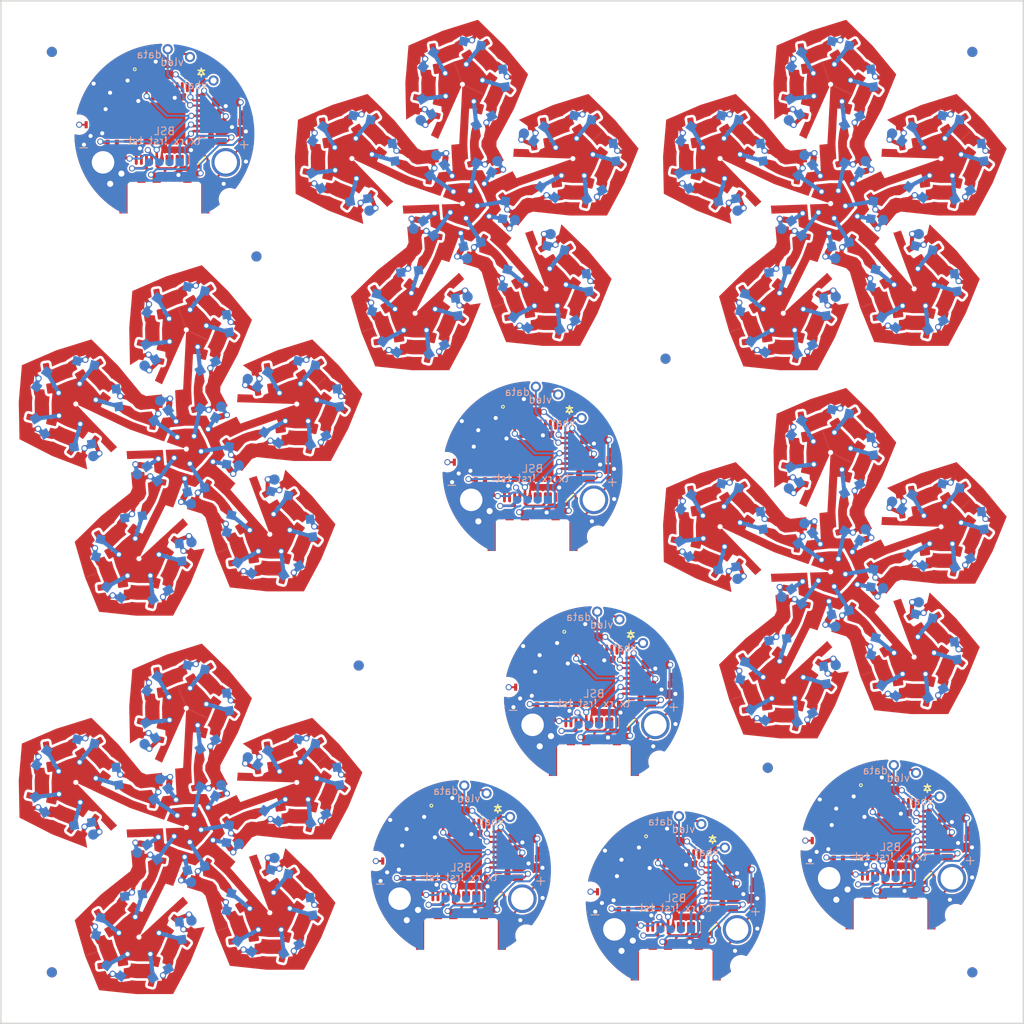
<source format=kicad_pcb>
(kicad_pcb (version 4) (host pcbnew 4.0.7+dfsg1-1)
  (layers (0 F.Cu signal) (31 B.Cu signal) (34 B.Paste user) (35 F.Paste user) (36 B.SilkS user) (37 F.SilkS user) (38 B.Mask user) (39 F.Mask user) (44 Edge.Cuts user))
  (net 0 "")
  (net 1 /VIN)
  (net 2 GND)
  (net 3 /PWRSW)
  (net 4 /DOUT)
  (net 5 /VLED)
  (net 6 /VBAT)
  (net 7 /VCC)
  (net 8 /PROG)
  (net 9 "Net-(SW1-Pad1)")
  (net 10 /3V3)
  (net 11 /!RST)
  (net 12 /TEST)
  (net 13 /BSL_TX)
  (net 14 /BSL_RX)
  (net 15 /STAT)
  (net 16 "Net-(U2-Pad3)")
  (net 17 "Net-(U2-Pad2)")
  (net 18 "Net-(U2-Pad4)")
  (net 19 "Net-(U2-Pad9)")
  (net 20 "Net-(U2-Pad17)")
  (net 21 "Net-(U2-Pad19)")
  (net 22 "Net-(U2-Pad21)")
  (net 23 "Net-(U2-Pad20)")
  (net 24 "Net-(U2-Pad18)")
  (net 25 "Net-(U2-Pad24)")
  (net 26 "Net-(U2-Pad23)")
  (net 27 "Net-(U2-Pad15)")
  (net 28 "Net-(U2-Pad16)")
  (net 29 "Net-(U2-Pad14)")
  (net 30 "Net-(U2-Pad13)")
  (net 31 "Net-(U2-Pad36)")
  (net 32 "Net-(U2-Pad35)")
  (net 33 "Net-(U2-Pad44)")
  (net 34 "Net-(U2-Pad43)")
  (net 35 "Net-(U2-Pad38)")
  (net 36 "Net-(U2-Pad37)")
  (net 37 "Net-(U2-Pad46)")
  (net 38 "Net-(U2-Pad47)")
  (net 39 "Net-(U3-Pad4)")
  (net 40 "Net-(C8-Pad1)")
  (net 41 "Net-(C10-Pad2)")
  (net 42 "Net-(R4-Pad1)")
  (net 43 /RF_N)
  (net 44 /RF_P)
  (net 45 /RF_XIN)
  (net 46 /RF_XOUT)
  (net 47 "Net-(ANT1-Pad1)")
  (net 48 /VADC)
  (net 49 /GND_GPIO)
  (net 50 /VBATSW)
  (module fiducial:Fiducial_1mm_Dia_2.54mm_Outer_CopperTop (layer F.Cu) (at 75 75)
    (fp_text reference REF** hide)
    (fp_text value Fiducial_1mm hide)
    (pad ~ smd circle (at 0 0) (size 1 1) (layers B.Cu B.Mask) (clearance 0.77))
    (pad ~ smd circle (at 0 0) (size 1 1) (layers F.Cu F.Mask) (clearance 0.77))
  )
  (module fiducial:Fiducial_1mm_Dia_2.54mm_Outer_CopperTop (layer F.Cu) (at 25 25)
    (fp_text reference REF** hide)
    (fp_text value Fiducial_1mm hide)
    (pad ~ smd circle (at 0 0) (size 1 1) (layers B.Cu B.Mask) (clearance 0.77))
    (pad ~ smd circle (at 0 0) (size 1 1) (layers F.Cu F.Mask) (clearance 0.77))
  )
  (module passives:R_0402_NoSilk (layer F.Cu) (at 61.14 88.09 180)
    (fp_text reference R4 hide)
    (fp_text value 56K hide)
    (pad 1 smd rect (at -0.45 0 180) (size 0.4 0.6) (layers F.Cu F.Paste F.Mask) (net 42 "Net-(R4-Pad1)"))
    (pad 2 smd rect (at 0.45 0 180) (size 0.4 0.6) (layers F.Cu F.Paste F.Mask) (net 2 GND))
  )
  (module passives:R_0402_NoSilk (layer F.Cu) (at 62.01 90.73 90)
    (fp_text reference R2 hide)
    (fp_text value 56K hide)
    (pad 1 smd rect (at -0.45 0 90) (size 0.4 0.6) (layers F.Cu F.Paste F.Mask) (net 2 GND))
    (pad 2 smd rect (at 0.45 0 90) (size 0.4 0.6) (layers F.Cu F.Paste F.Mask) (net 11 /!RST))
  )
  (module passives:R_0402_NoSilk (layer F.Cu) (at 73.112 86.013)
    (fp_text reference R1 hide)
    (fp_text value 15K hide)
    (pad 1 smd rect (at -0.45 0) (size 0.4 0.6) (layers F.Cu F.Paste F.Mask) (net 2 GND))
    (pad 2 smd rect (at 0.45 0) (size 0.4 0.6) (layers F.Cu F.Paste F.Mask) (net 8 /PROG))
  )
  (module passives:R_0402_NoSilk (layer F.Cu) (at 70.95 92.9 90)
    (fp_text reference R3 hide)
    (fp_text value 56K hide)
    (pad 1 smd rect (at -0.45 0 90) (size 0.4 0.6) (layers F.Cu F.Paste F.Mask) (net 2 GND))
    (pad 2 smd rect (at 0.45 0 90) (size 0.4 0.6) (layers F.Cu F.Paste F.Mask) (net 1 /VIN))
  )
  (module passives:R_0402_NoSilk (layer F.Cu) (at 69.755 91.886)
    (fp_text reference R5 hide)
    (fp_text value 15K hide)
    (pad 1 smd rect (at -0.45 0) (size 0.4 0.6) (layers F.Cu F.Paste F.Mask) (net 50 /VBATSW))
    (pad 2 smd rect (at 0.45 0) (size 0.4 0.6) (layers F.Cu F.Paste F.Mask) (net 48 /VADC))
  )
  (module passives:R_0402_NoSilk (layer F.Cu) (at 69.755 91.101 180)
    (fp_text reference R6 hide)
    (fp_text value 15K hide)
    (pad 1 smd rect (at -0.45 0 180) (size 0.4 0.6) (layers F.Cu F.Paste F.Mask) (net 48 /VADC))
    (pad 2 smd rect (at 0.45 0 180) (size 0.4 0.6) (layers F.Cu F.Paste F.Mask) (net 49 /GND_GPIO))
  )
  (module passives:C_0402_NoSilk (layer F.Cu) (at 73.765 89.809 315)
    (fp_text reference C1 hide)
    (fp_text value 100n hide)
    (pad 1 smd rect (at -0.45 0 315) (size 0.4 0.6) (layers F.Cu F.Paste F.Mask) (net 1 /VIN))
    (pad 2 smd rect (at 0.45 0 315) (size 0.4 0.6) (layers F.Cu F.Paste F.Mask) (net 2 GND))
  )
  (module passives:C_0402_NoSilk (layer F.Cu) (at 66.485 92.384)
    (fp_text reference C7 hide)
    (fp_text value 100n hide)
    (pad 1 smd rect (at -0.45 0) (size 0.4 0.6) (layers F.Cu F.Paste F.Mask) (net 10 /3V3))
    (pad 2 smd rect (at 0.45 0) (size 0.4 0.6) (layers F.Cu F.Paste F.Mask) (net 2 GND))
  )
  (module passives:C_0402_NoSilk (layer F.Cu) (at 70.9 85.85)
    (fp_text reference C6 hide)
    (fp_text value 100n hide)
    (pad 1 smd rect (at -0.45 0) (size 0.4 0.6) (layers F.Cu F.Paste F.Mask) (net 10 /3V3))
    (pad 2 smd rect (at 0.45 0) (size 0.4 0.6) (layers F.Cu F.Paste F.Mask) (net 2 GND))
  )
  (module passives:C_0402_NoSilk (layer F.Cu) (at 70.55 87.25 270)
    (fp_text reference C8 hide)
    (fp_text value 0.47u hide)
    (pad 1 smd rect (at -0.45 0 270) (size 0.4 0.6) (layers F.Cu F.Paste F.Mask) (net 40 "Net-(C8-Pad1)"))
    (pad 2 smd rect (at 0.45 0 270) (size 0.4 0.6) (layers F.Cu F.Paste F.Mask) (net 2 GND))
  )
  (module passives:C_0402_NoSilk (layer F.Cu) (at 70.55 88.7 90)
    (fp_text reference C3 hide)
    (fp_text value 100n hide)
    (pad 1 smd rect (at -0.45 0 90) (size 0.4 0.6) (layers F.Cu F.Paste F.Mask) (net 6 /VBAT))
    (pad 2 smd rect (at 0.45 0 90) (size 0.4 0.6) (layers F.Cu F.Paste F.Mask) (net 2 GND))
  )
  (module passives:C_0402_NoSilk (layer F.Cu) (at 60.9 88.89)
    (fp_text reference L1 hide)
    (fp_text value L hide)
    (pad 1 smd rect (at -0.45 0) (size 0.4 0.6) (layers F.Cu F.Paste F.Mask) (net 10 /3V3))
    (pad 2 smd rect (at 0.45 0) (size 0.4 0.6) (layers F.Cu F.Paste F.Mask) (net 41 "Net-(C10-Pad2)"))
  )
  (module passives:C_0402_NoSilk (layer F.Cu) (at 61.14 87.32)
    (fp_text reference C10 hide)
    (fp_text value 100n hide)
    (pad 1 smd rect (at -0.45 0) (size 0.4 0.6) (layers F.Cu F.Paste F.Mask) (net 2 GND))
    (pad 2 smd rect (at 0.45 0) (size 0.4 0.6) (layers F.Cu F.Paste F.Mask) (net 41 "Net-(C10-Pad2)"))
  )
  (module passives:C_0402_NoSilk (layer F.Cu) (at 61.15 85.6)
    (fp_text reference C9 hide)
    (fp_text value 100n hide)
    (pad 1 smd rect (at -0.45 0) (size 0.4 0.6) (layers F.Cu F.Paste F.Mask) (net 2 GND))
    (pad 2 smd rect (at 0.45 0) (size 0.4 0.6) (layers F.Cu F.Paste F.Mask) (net 41 "Net-(C10-Pad2)"))
  )
  (module passives:C_0402_NoSilk (layer F.Cu) (at 58.7 84.3 90)
    (fp_text reference C12 hide)
    (fp_text value 100n hide)
    (pad 1 smd rect (at -0.45 0 90) (size 0.4 0.6) (layers F.Cu F.Paste F.Mask) (net 46 /RF_XOUT))
    (pad 2 smd rect (at 0.45 0 90) (size 0.4 0.6) (layers F.Cu F.Paste F.Mask) (net 2 GND))
  )
  (module passives:C_0402_NoSilk (layer F.Cu) (at 61.5 81.6 90)
    (fp_text reference C11 hide)
    (fp_text value 100n hide)
    (pad 1 smd rect (at -0.45 0 90) (size 0.4 0.6) (layers F.Cu F.Paste F.Mask) (net 45 /RF_XIN))
    (pad 2 smd rect (at 0.45 0 90) (size 0.4 0.6) (layers F.Cu F.Paste F.Mask) (net 2 GND))
  )
  (module passives:C_0402_NoSilk (layer F.Cu) (at 64.8 81.8 90)
    (fp_text reference C4 hide)
    (fp_text value 100n hide)
    (pad 1 smd rect (at -0.45 0 90) (size 0.4 0.6) (layers F.Cu F.Paste F.Mask) (net 10 /3V3))
    (pad 2 smd rect (at 0.45 0 90) (size 0.4 0.6) (layers F.Cu F.Paste F.Mask) (net 2 GND))
  )
  (module passives:C_0402_NoSilk (layer F.Cu) (at 62.4 81.3 270)
    (fp_text reference C2 hide)
    (fp_text value 1u hide)
    (pad 1 smd rect (at -0.45 0 270) (size 0.4 0.6) (layers F.Cu F.Paste F.Mask) (net 7 /VCC))
    (pad 2 smd rect (at 0.45 0 270) (size 0.4 0.6) (layers F.Cu F.Paste F.Mask) (net 2 GND))
  )
  (module passives:small_hole (layer F.Cu) (at 68.5 80.5)
    (fp_text reference VLED1 hide)
    (fp_text value - hide)
    (pad 1 thru_hole circle (at 0 0) (size 1 1) (drill 0.6) (layers *.Cu *.Mask) (net 5 /VLED))
  )
  (module passives:small_hole (layer F.Cu) (at 70.8 82.8)
    (fp_text reference VBATT1 hide)
    (fp_text value + hide)
    (pad 1 thru_hole circle (at 0 0) (size 1 1) (drill 0.6) (layers *.Cu *.Mask) (net 6 /VBAT))
  )
  (module passives:small_hole (layer F.Cu) (at 60.7 92.9)
    (fp_text reference GNDLED1 hide)
    (fp_text value - hide)
    (pad 1 thru_hole circle (at 0 0) (size 1 1) (drill 0.6) (layers *.Cu *.Mask) (net 2 GND))
  )
  (module passives:small_hole (layer F.Cu) (at 61.8 91.9)
    (fp_text reference GNDBATT1 hide)
    (fp_text value - hide)
    (pad 1 thru_hole circle (at 0 0) (size 1 1) (drill 0.6) (layers *.Cu *.Mask) (net 2 GND))
  )
  (module passives:small_hole (layer F.Cu) (at 66.321 79.735)
    (fp_text reference DATALED1 hide)
    (fp_text value - hide)
    (pad 1 thru_hole circle (at 0 0) (size 1 1) (drill 0.6) (layers *.Cu *.Mask) (net 4 /DOUT))
  )
  (module goodwatch21:0433bm15a0001 (layer F.Cu) (at 58.99 87.12 180)
    (fp_text reference U4 hide)
    (fp_text value 0433bm15a0001 hide)
    (pad 1 smd rect (at 0.64 0 180) (size 0.3 0.7) (layers F.Cu F.Paste F.Mask) (net 47 "Net-(ANT1-Pad1)"))
    (pad 2 smd rect (at 0 0 180) (size 0.3 0.7) (layers F.Cu F.Paste F.Mask) (net 2 GND))
    (pad 3 smd rect (at -0.64 0 180) (size 0.3 0.7) (layers F.Cu F.Paste F.Mask) (net 43 /RF_N))
    (pad 4 smd rect (at -0.64 1.25 180) (size 0.3 0.7) (layers F.Cu F.Paste F.Mask) (net 44 /RF_P))
    (pad 5 smd rect (at 0 1.25 180) (size 0.3 0.7) (layers F.Cu F.Paste F.Mask) (net 2 GND))
    (pad 6 smd rect (at 0.64 1.25 180) (size 0.3 0.7) (layers F.Cu F.Paste F.Mask) (net 2 GND))
  )
  (module sot:sot-563 (layer F.Cu) (at 63.6 81.5)
    (fp_text reference U3 hide)
    (fp_text value ncp170axv330 hide)
    (pad 6 smd rect (at -0.5 -0.675) (size 0.3 0.45) (layers F.Cu F.Paste F.Mask) (net 7 /VCC))
    (pad 5 smd rect (at 0 -0.675) (size 0.3 0.45) (layers F.Cu F.Paste F.Mask) (net 2 GND))
    (pad 4 smd rect (at 0.5 -0.675) (size 0.3 0.45) (layers F.Cu F.Paste F.Mask) (net 39 "Net-(U3-Pad4)"))
    (pad 3 smd rect (at 0.5 0.675) (size 0.3 0.45) (layers F.Cu F.Paste F.Mask) (net 10 /3V3))
    (pad 2 smd rect (at 0 0.675) (size 0.3 0.45) (layers F.Cu F.Paste F.Mask) (net 2 GND))
    (pad 1 smd rect (at -0.5 0.675) (size 0.3 0.45) (layers F.Cu F.Paste F.Mask) (net 7 /VCC))
  )
  (module TO_SOT_Packages_SMD:SOT-23 (layer F.Cu) (at 72 83.9 90)
    (fp_text reference Q1 hide)
    (fp_text value "AO3401-P Mosfet" hide)
    (pad 1 smd rect (at -1 -0.95 90) (size 0.9 0.8) (layers F.Cu F.Paste F.Mask) (net 1 /VIN))
    (pad 2 smd rect (at -1 0.95 90) (size 0.9 0.8) (layers F.Cu F.Paste F.Mask) (net 50 /VBATSW))
    (pad 3 smd rect (at 1 0 90) (size 0.9 0.8) (layers F.Cu F.Paste F.Mask) (net 7 /VCC))
  )
  (module TO_SOT_Packages_SMD:SOT-23-5 (layer F.Cu) (at 72.65 87.8)
    (fp_text reference U1 hide)
    (fp_text value MCP73831 hide)
    (pad 1 smd rect (at -1.1 -0.95) (size 1.06 0.65) (layers F.Cu F.Paste F.Mask) (net 15 /STAT))
    (pad 2 smd rect (at -1.1 0) (size 1.06 0.65) (layers F.Cu F.Paste F.Mask) (net 2 GND))
    (pad 3 smd rect (at -1.1 0.95) (size 1.06 0.65) (layers F.Cu F.Paste F.Mask) (net 6 /VBAT))
    (pad 4 smd rect (at 1.1 0.95) (size 1.06 0.65) (layers F.Cu F.Paste F.Mask) (net 1 /VIN))
    (pad 5 smd rect (at 1.1 -0.95) (size 1.06 0.65) (layers F.Cu F.Paste F.Mask) (net 8 /PROG))
  )
  (module Pin_Headers:Pin_Header_Straight_1x01_Pitch2.54mm (layer B.Cu) (at 72 90.8 180)
    (fp_text reference VIN1 hide)
    (fp_text value CONN_01X01 hide)
    (pad 1 thru_hole circle (at 0 0 180) (size 2.8 2.8) (drill 2.2) (layers *.Cu *.Mask) (net 1 /VIN))
  )
  (module Diodes_SMD:D_0603 (layer F.Cu) (at 69.6 82 270)
    (fp_text reference D1 hide)
    (fp_text value D_Schottky hide)
    (pad 1 smd rect (at -0.85 0 270) (size 0.6 0.8) (layers F.Cu F.Paste F.Mask) (net 7 /VCC))
    (pad 2 smd rect (at 0.85 0 270) (size 0.6 0.8) (layers F.Cu F.Paste F.Mask) (net 1 /VIN))
  )
  (module TO_SOT_Packages_SMD:SOT-23 (layer F.Cu) (at 67.4 81.2 90)
    (fp_text reference Q2 hide)
    (fp_text value "AO3401-P Mosfet" hide)
    (pad 1 smd rect (at -1 -0.95 90) (size 0.9 0.8) (layers F.Cu F.Paste F.Mask) (net 3 /PWRSW))
    (pad 2 smd rect (at -1 0.95 90) (size 0.9 0.8) (layers F.Cu F.Paste F.Mask) (net 7 /VCC))
    (pad 3 smd rect (at 1 0 90) (size 0.9 0.8) (layers F.Cu F.Paste F.Mask) (net 5 /VLED))
  )
  (module Pin_Headers:Pin_Header_Straight_1x01_Pitch2.54mm (layer B.Cu) (at 60 90.8)
    (fp_text reference GND1 hide)
    (fp_text value CONN_01X01 hide)
    (pad 1 thru_hole circle (at 0 0) (size 2.8 2.8) (drill 2.2) (layers *.Cu *.Mask) (net 2 GND))
  )
  (module goodwatch21:FA128 (layer F.Cu) (at 61.2 83.1 180)
    (fp_text reference X1 hide)
    (fp_text value FA128 hide)
    (pad 1 smd rect (at 0 0 180) (size 0.95 0.85) (layers F.Cu F.Paste F.Mask) (net 45 /RF_XIN))
    (pad 2 smd rect (at 1.45 0 180) (size 0.95 0.85) (layers F.Cu F.Paste F.Mask) (net 2 GND))
    (pad 3 smd rect (at 1.45 -1.15 180) (size 0.95 0.85) (layers F.Cu F.Paste F.Mask) (net 46 /RF_XOUT))
    (pad 4 smd rect (at 0 -1.15 180) (size 0.95 0.85) (layers F.Cu F.Paste F.Mask) (net 2 GND))
  )
  (module Pin_Headers:Pin_Header_Straight_1x06_Pitch1.00mm (layer B.Cu) (at 66 90.8 90)
    (fp_text reference J3 hide)
    (fp_text value BSL (at 3.05 0 360) (layer B.SilkS) (effects (font (size 0.75 0.75) (thickness 0.1)) (justify mirror)))
    (fp_text user "tx rx !rst tst" (at 2.1 0 180) (layer B.SilkS) (effects (font (size 0.75 0.75) (thickness 0.1)) (justify mirror)))
    (pad 1 smd rect (at 0 1.5 90) (size 0.79 0.79) (layers B.Cu B.Paste B.Mask) (net 13 /BSL_TX))
    (pad 2 smd oval (at 0 0.5 90) (size 0.79 0.79) (layers B.Cu B.Paste B.Mask) (net 14 /BSL_RX))
    (pad 3 smd oval (at 0 -0.5 90) (size 0.79 0.79) (layers B.Cu B.Paste B.Mask) (net 11 /!RST))
    (pad 4 smd oval (at 0 -1.5 90) (size 0.79 0.79) (layers B.Cu B.Paste B.Mask) (net 12 /TEST))
  )
  (module goodwatch21:CC430F513x (layer F.Cu) (at 66 87 180)
    (fp_text reference U2 hide)
    (fp_text value CC430F513x hide)
    (pad 49 smd rect (at 0 0 180) (size 4.1 4.1) (layers F.Cu F.Mask) (net 2 GND))
    (pad 5 smd oval (at -3.55 -0.75 270) (size 0.28 1) (layers F.Cu F.Paste F.Mask) (net 13 /BSL_TX))
    (pad 6 smd oval (at -3.55 -0.25 270) (size 0.28 1) (layers F.Cu F.Paste F.Mask) (net 14 /BSL_RX))
    (pad 7 smd oval (at -3.55 0.25 270) (size 0.28 1) (layers F.Cu F.Paste F.Mask) (net 40 "Net-(C8-Pad1)"))
    (pad 8 smd oval (at -3.55 0.75 270) (size 0.28 1) (layers F.Cu F.Paste F.Mask) (net 10 /3V3))
    (pad 3 smd oval (at -3.55 -1.75 270) (size 0.28 1) (layers F.Cu F.Paste F.Mask) (net 16 "Net-(U2-Pad3)"))
    (pad 1 smd oval (at -3.55 -2.75 270) (size 0.28 1) (layers F.Cu F.Paste F.Mask) (net 48 /VADC))
    (pad 2 smd oval (at -3.55 -2.25 270) (size 0.28 1) (layers F.Cu F.Paste F.Mask) (net 17 "Net-(U2-Pad2)"))
    (pad 4 smd oval (at -3.55 -1.25 270) (size 0.28 1) (layers F.Cu F.Paste F.Mask) (net 18 "Net-(U2-Pad4)"))
    (pad 9 smd oval (at -3.55 1.25 270) (size 0.28 1) (layers F.Cu F.Paste F.Mask) (net 19 "Net-(U2-Pad9)"))
    (pad 11 smd oval (at -3.55 2.25 270) (size 0.28 1) (layers F.Cu F.Paste F.Mask) (net 3 /PWRSW))
    (pad 10 smd oval (at -3.55 1.75 270) (size 0.28 1) (layers F.Cu F.Paste F.Mask) (net 4 /DOUT))
    (pad 12 smd oval (at -3.55 2.75 270) (size 0.28 1) (layers F.Cu F.Paste F.Mask) (net 15 /STAT))
    (pad 17 smd oval (at -0.75 3.55) (size 0.28 1) (layers F.Cu F.Paste F.Mask) (net 20 "Net-(U2-Pad17)"))
    (pad 19 smd oval (at 0.25 3.55) (size 0.28 1) (layers F.Cu F.Paste F.Mask) (net 21 "Net-(U2-Pad19)"))
    (pad 21 smd oval (at 1.25 3.55) (size 0.28 1) (layers F.Cu F.Paste F.Mask) (net 22 "Net-(U2-Pad21)"))
    (pad 20 smd oval (at 0.75 3.55) (size 0.28 1) (layers F.Cu F.Paste F.Mask) (net 23 "Net-(U2-Pad20)"))
    (pad 18 smd oval (at -0.25 3.55) (size 0.28 1) (layers F.Cu F.Paste F.Mask) (net 24 "Net-(U2-Pad18)"))
    (pad 24 smd oval (at 2.75 3.55) (size 0.28 1) (layers F.Cu F.Paste F.Mask) (net 25 "Net-(U2-Pad24)"))
    (pad 23 smd oval (at 2.25 3.55) (size 0.28 1) (layers F.Cu F.Paste F.Mask) (net 26 "Net-(U2-Pad23)"))
    (pad 22 smd oval (at 1.75 3.55) (size 0.28 1) (layers F.Cu F.Paste F.Mask) (net 10 /3V3))
    (pad 15 smd oval (at -1.75 3.55) (size 0.28 1) (layers F.Cu F.Paste F.Mask) (net 27 "Net-(U2-Pad15)"))
    (pad 16 smd oval (at -1.25 3.55) (size 0.28 1) (layers F.Cu F.Paste F.Mask) (net 28 "Net-(U2-Pad16)"))
    (pad 14 smd oval (at -2.25 3.55) (size 0.28 1) (layers F.Cu F.Paste F.Mask) (net 29 "Net-(U2-Pad14)"))
    (pad 13 smd oval (at -2.75 3.55) (size 0.28 1) (layers F.Cu F.Paste F.Mask) (net 30 "Net-(U2-Pad13)"))
    (pad 36 smd oval (at 3.55 -2.75 90) (size 0.28 1) (layers F.Cu F.Paste F.Mask) (net 31 "Net-(U2-Pad36)"))
    (pad 34 smd oval (at 3.55 -1.75 90) (size 0.28 1) (layers F.Cu F.Paste F.Mask) (net 41 "Net-(C10-Pad2)"))
    (pad 35 smd oval (at 3.55 -2.25 90) (size 0.28 1) (layers F.Cu F.Paste F.Mask) (net 32 "Net-(U2-Pad35)"))
    (pad 27 smd oval (at 3.55 1.75 90) (size 0.28 1) (layers F.Cu F.Paste F.Mask) (net 41 "Net-(C10-Pad2)"))
    (pad 33 smd oval (at 3.55 -1.25 90) (size 0.28 1) (layers F.Cu F.Paste F.Mask) (net 42 "Net-(R4-Pad1)"))
    (pad 32 smd oval (at 3.55 -0.75 90) (size 0.28 1) (layers F.Cu F.Paste F.Mask) (net 41 "Net-(C10-Pad2)"))
    (pad 31 smd oval (at 3.55 -0.25 90) (size 0.28 1) (layers F.Cu F.Paste F.Mask) (net 41 "Net-(C10-Pad2)"))
    (pad 26 smd oval (at 3.55 2.25 90) (size 0.28 1) (layers F.Cu F.Paste F.Mask) (net 46 /RF_XOUT))
    (pad 25 smd oval (at 3.55 2.75 90) (size 0.28 1) (layers F.Cu F.Paste F.Mask) (net 45 /RF_XIN))
    (pad 28 smd oval (at 3.55 1.25 90) (size 0.28 1) (layers F.Cu F.Paste F.Mask) (net 41 "Net-(C10-Pad2)"))
    (pad 30 smd oval (at 3.55 0.25 90) (size 0.28 1) (layers F.Cu F.Paste F.Mask) (net 43 /RF_N))
    (pad 29 smd oval (at 3.55 0.75 90) (size 0.28 1) (layers F.Cu F.Paste F.Mask) (net 44 /RF_P))
    (pad 42 smd oval (at 0.25 -3.55 180) (size 0.28 1) (layers F.Cu F.Paste F.Mask) (net 2 GND))
    (pad 44 smd oval (at -0.75 -3.55 180) (size 0.28 1) (layers F.Cu F.Paste F.Mask) (net 33 "Net-(U2-Pad44)"))
    (pad 43 smd oval (at -0.25 -3.55 180) (size 0.28 1) (layers F.Cu F.Paste F.Mask) (net 34 "Net-(U2-Pad43)"))
    (pad 38 smd oval (at 2.25 -3.55 180) (size 0.28 1) (layers F.Cu F.Paste F.Mask) (net 35 "Net-(U2-Pad38)"))
    (pad 37 smd oval (at 2.75 -3.55 180) (size 0.28 1) (layers F.Cu F.Paste F.Mask) (net 36 "Net-(U2-Pad37)"))
    (pad 40 smd oval (at 1.25 -3.55 180) (size 0.28 1) (layers F.Cu F.Paste F.Mask) (net 11 /!RST))
    (pad 39 smd oval (at 1.75 -3.55 180) (size 0.28 1) (layers F.Cu F.Paste F.Mask) (net 12 /TEST))
    (pad 41 smd oval (at 0.75 -3.55 180) (size 0.28 1) (layers F.Cu F.Paste F.Mask) (net 10 /3V3))
    (pad 45 smd oval (at -1.25 -3.55 180) (size 0.28 1) (layers F.Cu F.Paste F.Mask) (net 10 /3V3))
    (pad 48 smd oval (at -2.75 -3.55 180) (size 0.28 1) (layers F.Cu F.Paste F.Mask) (net 49 /GND_GPIO))
    (pad 46 smd oval (at -1.75 -3.55 180) (size 0.28 1) (layers F.Cu F.Paste F.Mask) (net 37 "Net-(U2-Pad46)"))
    (pad 47 smd oval (at -2.25 -3.55 180) (size 0.28 1) (layers F.Cu F.Paste F.Mask) (net 38 "Net-(U2-Pad47)"))
  )
  (module SMD_Packages:Conn-3 (layer F.Cu) (at 66 92.8)
    (fp_text reference SW1 hide)
    (fp_text value CONN_01X03 hide)
    (pad 3 smd rect (at 2.25 -0.5) (size 0.8 1) (layers F.Cu F.Paste F.Mask) (net 50 /VBATSW))
    (pad 2 smd rect (at -0.75 -0.5) (size 0.8 1) (layers F.Cu F.Paste F.Mask) (net 6 /VBAT))
    (pad 1 smd rect (at -2.25 -0.5) (size 0.8 1) (layers F.Cu F.Paste F.Mask) (net 9 "Net-(SW1-Pad1)"))
    (pad "" smd rect (at 4 1.5) (size 0.8 3) (layers F.Cu F.Paste F.Mask))
    (pad "" smd rect (at -4 1.5) (size 0.8 3) (layers F.Cu F.Paste F.Mask))
  )
  (module C_0402_NoSilk (layer F.Cu) (at 65.55 81.8 90)
    (fp_text reference C5 hide)
    (fp_text value 1u hide)
    (pad 1 smd rect (at -0.45 0 90) (size 0.4 0.6) (layers F.Cu F.Paste F.Mask) (net 10 /3V3))
    (pad 2 smd rect (at 0.45 0 90) (size 0.4 0.6) (layers F.Cu F.Paste F.Mask) (net 2 GND))
  )
  (module outline:18mm (layer F.Cu) (at 66 88)
    (fp_text reference "" (at 0 0) (layer F.SilkS))
    (fp_text value "" (at 0 0) (layer F.SilkS))
  )
  (module small_hole (layer F.Cu) (at 57.67 87.12)
    (fp_text reference ANT1 hide)
    (fp_text value Conn_01x01 hide)
    (pad 1 thru_hole circle (at 0 0) (size 0.6 0.6) (drill 0.4) (layers *.Cu *.Mask) (net 47 "Net-(ANT1-Pad1)") (clearance 0.7))
  )
  (module passives:R_0402_NoSilk (layer F.Cu) (at 53.14 68.09 180)
    (fp_text reference R4 hide)
    (fp_text value 56K hide)
    (pad 1 smd rect (at -0.45 0 180) (size 0.4 0.6) (layers F.Cu F.Paste F.Mask) (net 42 "Net-(R4-Pad1)"))
    (pad 2 smd rect (at 0.45 0 180) (size 0.4 0.6) (layers F.Cu F.Paste F.Mask) (net 2 GND))
  )
  (module passives:R_0402_NoSilk (layer F.Cu) (at 54.01 70.73 90)
    (fp_text reference R2 hide)
    (fp_text value 56K hide)
    (pad 1 smd rect (at -0.45 0 90) (size 0.4 0.6) (layers F.Cu F.Paste F.Mask) (net 2 GND))
    (pad 2 smd rect (at 0.45 0 90) (size 0.4 0.6) (layers F.Cu F.Paste F.Mask) (net 11 /!RST))
  )
  (module passives:R_0402_NoSilk (layer F.Cu) (at 65.112 66.013)
    (fp_text reference R1 hide)
    (fp_text value 15K hide)
    (pad 1 smd rect (at -0.45 0) (size 0.4 0.6) (layers F.Cu F.Paste F.Mask) (net 2 GND))
    (pad 2 smd rect (at 0.45 0) (size 0.4 0.6) (layers F.Cu F.Paste F.Mask) (net 8 /PROG))
  )
  (module passives:R_0402_NoSilk (layer F.Cu) (at 62.95 72.9 90)
    (fp_text reference R3 hide)
    (fp_text value 56K hide)
    (pad 1 smd rect (at -0.45 0 90) (size 0.4 0.6) (layers F.Cu F.Paste F.Mask) (net 2 GND))
    (pad 2 smd rect (at 0.45 0 90) (size 0.4 0.6) (layers F.Cu F.Paste F.Mask) (net 1 /VIN))
  )
  (module passives:R_0402_NoSilk (layer F.Cu) (at 61.755 71.886)
    (fp_text reference R5 hide)
    (fp_text value 15K hide)
    (pad 1 smd rect (at -0.45 0) (size 0.4 0.6) (layers F.Cu F.Paste F.Mask) (net 50 /VBATSW))
    (pad 2 smd rect (at 0.45 0) (size 0.4 0.6) (layers F.Cu F.Paste F.Mask) (net 48 /VADC))
  )
  (module passives:R_0402_NoSilk (layer F.Cu) (at 61.755 71.101 180)
    (fp_text reference R6 hide)
    (fp_text value 15K hide)
    (pad 1 smd rect (at -0.45 0 180) (size 0.4 0.6) (layers F.Cu F.Paste F.Mask) (net 48 /VADC))
    (pad 2 smd rect (at 0.45 0 180) (size 0.4 0.6) (layers F.Cu F.Paste F.Mask) (net 49 /GND_GPIO))
  )
  (module passives:C_0402_NoSilk (layer F.Cu) (at 65.765 69.809 315)
    (fp_text reference C1 hide)
    (fp_text value 100n hide)
    (pad 1 smd rect (at -0.45 0 315) (size 0.4 0.6) (layers F.Cu F.Paste F.Mask) (net 1 /VIN))
    (pad 2 smd rect (at 0.45 0 315) (size 0.4 0.6) (layers F.Cu F.Paste F.Mask) (net 2 GND))
  )
  (module passives:C_0402_NoSilk (layer F.Cu) (at 58.485 72.384)
    (fp_text reference C7 hide)
    (fp_text value 100n hide)
    (pad 1 smd rect (at -0.45 0) (size 0.4 0.6) (layers F.Cu F.Paste F.Mask) (net 10 /3V3))
    (pad 2 smd rect (at 0.45 0) (size 0.4 0.6) (layers F.Cu F.Paste F.Mask) (net 2 GND))
  )
  (module passives:C_0402_NoSilk (layer F.Cu) (at 62.9 65.85)
    (fp_text reference C6 hide)
    (fp_text value 100n hide)
    (pad 1 smd rect (at -0.45 0) (size 0.4 0.6) (layers F.Cu F.Paste F.Mask) (net 10 /3V3))
    (pad 2 smd rect (at 0.45 0) (size 0.4 0.6) (layers F.Cu F.Paste F.Mask) (net 2 GND))
  )
  (module passives:C_0402_NoSilk (layer F.Cu) (at 62.55 67.25 270)
    (fp_text reference C8 hide)
    (fp_text value 0.47u hide)
    (pad 1 smd rect (at -0.45 0 270) (size 0.4 0.6) (layers F.Cu F.Paste F.Mask) (net 40 "Net-(C8-Pad1)"))
    (pad 2 smd rect (at 0.45 0 270) (size 0.4 0.6) (layers F.Cu F.Paste F.Mask) (net 2 GND))
  )
  (module passives:C_0402_NoSilk (layer F.Cu) (at 62.55 68.7 90)
    (fp_text reference C3 hide)
    (fp_text value 100n hide)
    (pad 1 smd rect (at -0.45 0 90) (size 0.4 0.6) (layers F.Cu F.Paste F.Mask) (net 6 /VBAT))
    (pad 2 smd rect (at 0.45 0 90) (size 0.4 0.6) (layers F.Cu F.Paste F.Mask) (net 2 GND))
  )
  (module passives:C_0402_NoSilk (layer F.Cu) (at 52.9 68.89)
    (fp_text reference L1 hide)
    (fp_text value L hide)
    (pad 1 smd rect (at -0.45 0) (size 0.4 0.6) (layers F.Cu F.Paste F.Mask) (net 10 /3V3))
    (pad 2 smd rect (at 0.45 0) (size 0.4 0.6) (layers F.Cu F.Paste F.Mask) (net 41 "Net-(C10-Pad2)"))
  )
  (module passives:C_0402_NoSilk (layer F.Cu) (at 53.14 67.32)
    (fp_text reference C10 hide)
    (fp_text value 100n hide)
    (pad 1 smd rect (at -0.45 0) (size 0.4 0.6) (layers F.Cu F.Paste F.Mask) (net 2 GND))
    (pad 2 smd rect (at 0.45 0) (size 0.4 0.6) (layers F.Cu F.Paste F.Mask) (net 41 "Net-(C10-Pad2)"))
  )
  (module passives:C_0402_NoSilk (layer F.Cu) (at 53.15 65.6)
    (fp_text reference C9 hide)
    (fp_text value 100n hide)
    (pad 1 smd rect (at -0.45 0) (size 0.4 0.6) (layers F.Cu F.Paste F.Mask) (net 2 GND))
    (pad 2 smd rect (at 0.45 0) (size 0.4 0.6) (layers F.Cu F.Paste F.Mask) (net 41 "Net-(C10-Pad2)"))
  )
  (module passives:C_0402_NoSilk (layer F.Cu) (at 50.7 64.3 90)
    (fp_text reference C12 hide)
    (fp_text value 100n hide)
    (pad 1 smd rect (at -0.45 0 90) (size 0.4 0.6) (layers F.Cu F.Paste F.Mask) (net 46 /RF_XOUT))
    (pad 2 smd rect (at 0.45 0 90) (size 0.4 0.6) (layers F.Cu F.Paste F.Mask) (net 2 GND))
  )
  (module passives:C_0402_NoSilk (layer F.Cu) (at 53.5 61.6 90)
    (fp_text reference C11 hide)
    (fp_text value 100n hide)
    (pad 1 smd rect (at -0.45 0 90) (size 0.4 0.6) (layers F.Cu F.Paste F.Mask) (net 45 /RF_XIN))
    (pad 2 smd rect (at 0.45 0 90) (size 0.4 0.6) (layers F.Cu F.Paste F.Mask) (net 2 GND))
  )
  (module passives:C_0402_NoSilk (layer F.Cu) (at 56.8 61.8 90)
    (fp_text reference C4 hide)
    (fp_text value 100n hide)
    (pad 1 smd rect (at -0.45 0 90) (size 0.4 0.6) (layers F.Cu F.Paste F.Mask) (net 10 /3V3))
    (pad 2 smd rect (at 0.45 0 90) (size 0.4 0.6) (layers F.Cu F.Paste F.Mask) (net 2 GND))
  )
  (module passives:C_0402_NoSilk (layer F.Cu) (at 54.4 61.3 270)
    (fp_text reference C2 hide)
    (fp_text value 1u hide)
    (pad 1 smd rect (at -0.45 0 270) (size 0.4 0.6) (layers F.Cu F.Paste F.Mask) (net 7 /VCC))
    (pad 2 smd rect (at 0.45 0 270) (size 0.4 0.6) (layers F.Cu F.Paste F.Mask) (net 2 GND))
  )
  (module passives:small_hole (layer F.Cu) (at 60.5 60.5)
    (fp_text reference VLED1 hide)
    (fp_text value - hide)
    (pad 1 thru_hole circle (at 0 0) (size 1 1) (drill 0.6) (layers *.Cu *.Mask) (net 5 /VLED))
  )
  (module passives:small_hole (layer F.Cu) (at 62.8 62.8)
    (fp_text reference VBATT1 hide)
    (fp_text value + hide)
    (pad 1 thru_hole circle (at 0 0) (size 1 1) (drill 0.6) (layers *.Cu *.Mask) (net 6 /VBAT))
  )
  (module passives:small_hole (layer F.Cu) (at 52.7 72.9)
    (fp_text reference GNDLED1 hide)
    (fp_text value - hide)
    (pad 1 thru_hole circle (at 0 0) (size 1 1) (drill 0.6) (layers *.Cu *.Mask) (net 2 GND))
  )
  (module passives:small_hole (layer F.Cu) (at 53.8 71.9)
    (fp_text reference GNDBATT1 hide)
    (fp_text value - hide)
    (pad 1 thru_hole circle (at 0 0) (size 1 1) (drill 0.6) (layers *.Cu *.Mask) (net 2 GND))
  )
  (module passives:small_hole (layer F.Cu) (at 58.321 59.735)
    (fp_text reference DATALED1 hide)
    (fp_text value - hide)
    (pad 1 thru_hole circle (at 0 0) (size 1 1) (drill 0.6) (layers *.Cu *.Mask) (net 4 /DOUT))
  )
  (module goodwatch21:0433bm15a0001 (layer F.Cu) (at 50.99 67.12 180)
    (fp_text reference U4 hide)
    (fp_text value 0433bm15a0001 hide)
    (pad 1 smd rect (at 0.64 0 180) (size 0.3 0.7) (layers F.Cu F.Paste F.Mask) (net 47 "Net-(ANT1-Pad1)"))
    (pad 2 smd rect (at 0 0 180) (size 0.3 0.7) (layers F.Cu F.Paste F.Mask) (net 2 GND))
    (pad 3 smd rect (at -0.64 0 180) (size 0.3 0.7) (layers F.Cu F.Paste F.Mask) (net 43 /RF_N))
    (pad 4 smd rect (at -0.64 1.25 180) (size 0.3 0.7) (layers F.Cu F.Paste F.Mask) (net 44 /RF_P))
    (pad 5 smd rect (at 0 1.25 180) (size 0.3 0.7) (layers F.Cu F.Paste F.Mask) (net 2 GND))
    (pad 6 smd rect (at 0.64 1.25 180) (size 0.3 0.7) (layers F.Cu F.Paste F.Mask) (net 2 GND))
  )
  (module sot:sot-563 (layer F.Cu) (at 55.6 61.5)
    (fp_text reference U3 hide)
    (fp_text value ncp170axv330 hide)
    (pad 6 smd rect (at -0.5 -0.675) (size 0.3 0.45) (layers F.Cu F.Paste F.Mask) (net 7 /VCC))
    (pad 5 smd rect (at 0 -0.675) (size 0.3 0.45) (layers F.Cu F.Paste F.Mask) (net 2 GND))
    (pad 4 smd rect (at 0.5 -0.675) (size 0.3 0.45) (layers F.Cu F.Paste F.Mask) (net 39 "Net-(U3-Pad4)"))
    (pad 3 smd rect (at 0.5 0.675) (size 0.3 0.45) (layers F.Cu F.Paste F.Mask) (net 10 /3V3))
    (pad 2 smd rect (at 0 0.675) (size 0.3 0.45) (layers F.Cu F.Paste F.Mask) (net 2 GND))
    (pad 1 smd rect (at -0.5 0.675) (size 0.3 0.45) (layers F.Cu F.Paste F.Mask) (net 7 /VCC))
  )
  (module TO_SOT_Packages_SMD:SOT-23 (layer F.Cu) (at 64 63.9 90)
    (fp_text reference Q1 hide)
    (fp_text value "AO3401-P Mosfet" hide)
    (pad 1 smd rect (at -1 -0.95 90) (size 0.9 0.8) (layers F.Cu F.Paste F.Mask) (net 1 /VIN))
    (pad 2 smd rect (at -1 0.95 90) (size 0.9 0.8) (layers F.Cu F.Paste F.Mask) (net 50 /VBATSW))
    (pad 3 smd rect (at 1 0 90) (size 0.9 0.8) (layers F.Cu F.Paste F.Mask) (net 7 /VCC))
  )
  (module TO_SOT_Packages_SMD:SOT-23-5 (layer F.Cu) (at 64.65 67.8)
    (fp_text reference U1 hide)
    (fp_text value MCP73831 hide)
    (pad 1 smd rect (at -1.1 -0.95) (size 1.06 0.65) (layers F.Cu F.Paste F.Mask) (net 15 /STAT))
    (pad 2 smd rect (at -1.1 0) (size 1.06 0.65) (layers F.Cu F.Paste F.Mask) (net 2 GND))
    (pad 3 smd rect (at -1.1 0.95) (size 1.06 0.65) (layers F.Cu F.Paste F.Mask) (net 6 /VBAT))
    (pad 4 smd rect (at 1.1 0.95) (size 1.06 0.65) (layers F.Cu F.Paste F.Mask) (net 1 /VIN))
    (pad 5 smd rect (at 1.1 -0.95) (size 1.06 0.65) (layers F.Cu F.Paste F.Mask) (net 8 /PROG))
  )
  (module Pin_Headers:Pin_Header_Straight_1x01_Pitch2.54mm (layer B.Cu) (at 64 70.8 180)
    (fp_text reference VIN1 hide)
    (fp_text value CONN_01X01 hide)
    (pad 1 thru_hole circle (at 0 0 180) (size 2.8 2.8) (drill 2.2) (layers *.Cu *.Mask) (net 1 /VIN))
  )
  (module Diodes_SMD:D_0603 (layer F.Cu) (at 61.6 62 270)
    (fp_text reference D1 hide)
    (fp_text value D_Schottky hide)
    (pad 1 smd rect (at -0.85 0 270) (size 0.6 0.8) (layers F.Cu F.Paste F.Mask) (net 7 /VCC))
    (pad 2 smd rect (at 0.85 0 270) (size 0.6 0.8) (layers F.Cu F.Paste F.Mask) (net 1 /VIN))
  )
  (module TO_SOT_Packages_SMD:SOT-23 (layer F.Cu) (at 59.4 61.2 90)
    (fp_text reference Q2 hide)
    (fp_text value "AO3401-P Mosfet" hide)
    (pad 1 smd rect (at -1 -0.95 90) (size 0.9 0.8) (layers F.Cu F.Paste F.Mask) (net 3 /PWRSW))
    (pad 2 smd rect (at -1 0.95 90) (size 0.9 0.8) (layers F.Cu F.Paste F.Mask) (net 7 /VCC))
    (pad 3 smd rect (at 1 0 90) (size 0.9 0.8) (layers F.Cu F.Paste F.Mask) (net 5 /VLED))
  )
  (module Pin_Headers:Pin_Header_Straight_1x01_Pitch2.54mm (layer B.Cu) (at 52 70.8)
    (fp_text reference GND1 hide)
    (fp_text value CONN_01X01 hide)
    (pad 1 thru_hole circle (at 0 0) (size 2.8 2.8) (drill 2.2) (layers *.Cu *.Mask) (net 2 GND))
  )
  (module goodwatch21:FA128 (layer F.Cu) (at 53.2 63.1 180)
    (fp_text reference X1 hide)
    (fp_text value FA128 hide)
    (pad 1 smd rect (at 0 0 180) (size 0.95 0.85) (layers F.Cu F.Paste F.Mask) (net 45 /RF_XIN))
    (pad 2 smd rect (at 1.45 0 180) (size 0.95 0.85) (layers F.Cu F.Paste F.Mask) (net 2 GND))
    (pad 3 smd rect (at 1.45 -1.15 180) (size 0.95 0.85) (layers F.Cu F.Paste F.Mask) (net 46 /RF_XOUT))
    (pad 4 smd rect (at 0 -1.15 180) (size 0.95 0.85) (layers F.Cu F.Paste F.Mask) (net 2 GND))
  )
  (module Pin_Headers:Pin_Header_Straight_1x06_Pitch1.00mm (layer B.Cu) (at 58 70.8 90)
    (fp_text reference J3 hide)
    (fp_text value BSL (at 3.05 0 360) (layer B.SilkS) (effects (font (size 0.75 0.75) (thickness 0.1)) (justify mirror)))
    (fp_text user "tx rx !rst tst" (at 2.1 0 180) (layer B.SilkS) (effects (font (size 0.75 0.75) (thickness 0.1)) (justify mirror)))
    (pad 1 smd rect (at 0 1.5 90) (size 0.79 0.79) (layers B.Cu B.Paste B.Mask) (net 13 /BSL_TX))
    (pad 2 smd oval (at 0 0.5 90) (size 0.79 0.79) (layers B.Cu B.Paste B.Mask) (net 14 /BSL_RX))
    (pad 3 smd oval (at 0 -0.5 90) (size 0.79 0.79) (layers B.Cu B.Paste B.Mask) (net 11 /!RST))
    (pad 4 smd oval (at 0 -1.5 90) (size 0.79 0.79) (layers B.Cu B.Paste B.Mask) (net 12 /TEST))
  )
  (module goodwatch21:CC430F513x (layer F.Cu) (at 58 67 180)
    (fp_text reference U2 hide)
    (fp_text value CC430F513x hide)
    (pad 49 smd rect (at 0 0 180) (size 4.1 4.1) (layers F.Cu F.Mask) (net 2 GND))
    (pad 5 smd oval (at -3.55 -0.75 270) (size 0.28 1) (layers F.Cu F.Paste F.Mask) (net 13 /BSL_TX))
    (pad 6 smd oval (at -3.55 -0.25 270) (size 0.28 1) (layers F.Cu F.Paste F.Mask) (net 14 /BSL_RX))
    (pad 7 smd oval (at -3.55 0.25 270) (size 0.28 1) (layers F.Cu F.Paste F.Mask) (net 40 "Net-(C8-Pad1)"))
    (pad 8 smd oval (at -3.55 0.75 270) (size 0.28 1) (layers F.Cu F.Paste F.Mask) (net 10 /3V3))
    (pad 3 smd oval (at -3.55 -1.75 270) (size 0.28 1) (layers F.Cu F.Paste F.Mask) (net 16 "Net-(U2-Pad3)"))
    (pad 1 smd oval (at -3.55 -2.75 270) (size 0.28 1) (layers F.Cu F.Paste F.Mask) (net 48 /VADC))
    (pad 2 smd oval (at -3.55 -2.25 270) (size 0.28 1) (layers F.Cu F.Paste F.Mask) (net 17 "Net-(U2-Pad2)"))
    (pad 4 smd oval (at -3.55 -1.25 270) (size 0.28 1) (layers F.Cu F.Paste F.Mask) (net 18 "Net-(U2-Pad4)"))
    (pad 9 smd oval (at -3.55 1.25 270) (size 0.28 1) (layers F.Cu F.Paste F.Mask) (net 19 "Net-(U2-Pad9)"))
    (pad 11 smd oval (at -3.55 2.25 270) (size 0.28 1) (layers F.Cu F.Paste F.Mask) (net 3 /PWRSW))
    (pad 10 smd oval (at -3.55 1.75 270) (size 0.28 1) (layers F.Cu F.Paste F.Mask) (net 4 /DOUT))
    (pad 12 smd oval (at -3.55 2.75 270) (size 0.28 1) (layers F.Cu F.Paste F.Mask) (net 15 /STAT))
    (pad 17 smd oval (at -0.75 3.55) (size 0.28 1) (layers F.Cu F.Paste F.Mask) (net 20 "Net-(U2-Pad17)"))
    (pad 19 smd oval (at 0.25 3.55) (size 0.28 1) (layers F.Cu F.Paste F.Mask) (net 21 "Net-(U2-Pad19)"))
    (pad 21 smd oval (at 1.25 3.55) (size 0.28 1) (layers F.Cu F.Paste F.Mask) (net 22 "Net-(U2-Pad21)"))
    (pad 20 smd oval (at 0.75 3.55) (size 0.28 1) (layers F.Cu F.Paste F.Mask) (net 23 "Net-(U2-Pad20)"))
    (pad 18 smd oval (at -0.25 3.55) (size 0.28 1) (layers F.Cu F.Paste F.Mask) (net 24 "Net-(U2-Pad18)"))
    (pad 24 smd oval (at 2.75 3.55) (size 0.28 1) (layers F.Cu F.Paste F.Mask) (net 25 "Net-(U2-Pad24)"))
    (pad 23 smd oval (at 2.25 3.55) (size 0.28 1) (layers F.Cu F.Paste F.Mask) (net 26 "Net-(U2-Pad23)"))
    (pad 22 smd oval (at 1.75 3.55) (size 0.28 1) (layers F.Cu F.Paste F.Mask) (net 10 /3V3))
    (pad 15 smd oval (at -1.75 3.55) (size 0.28 1) (layers F.Cu F.Paste F.Mask) (net 27 "Net-(U2-Pad15)"))
    (pad 16 smd oval (at -1.25 3.55) (size 0.28 1) (layers F.Cu F.Paste F.Mask) (net 28 "Net-(U2-Pad16)"))
    (pad 14 smd oval (at -2.25 3.55) (size 0.28 1) (layers F.Cu F.Paste F.Mask) (net 29 "Net-(U2-Pad14)"))
    (pad 13 smd oval (at -2.75 3.55) (size 0.28 1) (layers F.Cu F.Paste F.Mask) (net 30 "Net-(U2-Pad13)"))
    (pad 36 smd oval (at 3.55 -2.75 90) (size 0.28 1) (layers F.Cu F.Paste F.Mask) (net 31 "Net-(U2-Pad36)"))
    (pad 34 smd oval (at 3.55 -1.75 90) (size 0.28 1) (layers F.Cu F.Paste F.Mask) (net 41 "Net-(C10-Pad2)"))
    (pad 35 smd oval (at 3.55 -2.25 90) (size 0.28 1) (layers F.Cu F.Paste F.Mask) (net 32 "Net-(U2-Pad35)"))
    (pad 27 smd oval (at 3.55 1.75 90) (size 0.28 1) (layers F.Cu F.Paste F.Mask) (net 41 "Net-(C10-Pad2)"))
    (pad 33 smd oval (at 3.55 -1.25 90) (size 0.28 1) (layers F.Cu F.Paste F.Mask) (net 42 "Net-(R4-Pad1)"))
    (pad 32 smd oval (at 3.55 -0.75 90) (size 0.28 1) (layers F.Cu F.Paste F.Mask) (net 41 "Net-(C10-Pad2)"))
    (pad 31 smd oval (at 3.55 -0.25 90) (size 0.28 1) (layers F.Cu F.Paste F.Mask) (net 41 "Net-(C10-Pad2)"))
    (pad 26 smd oval (at 3.55 2.25 90) (size 0.28 1) (layers F.Cu F.Paste F.Mask) (net 46 /RF_XOUT))
    (pad 25 smd oval (at 3.55 2.75 90) (size 0.28 1) (layers F.Cu F.Paste F.Mask) (net 45 /RF_XIN))
    (pad 28 smd oval (at 3.55 1.25 90) (size 0.28 1) (layers F.Cu F.Paste F.Mask) (net 41 "Net-(C10-Pad2)"))
    (pad 30 smd oval (at 3.55 0.25 90) (size 0.28 1) (layers F.Cu F.Paste F.Mask) (net 43 /RF_N))
    (pad 29 smd oval (at 3.55 0.75 90) (size 0.28 1) (layers F.Cu F.Paste F.Mask) (net 44 /RF_P))
    (pad 42 smd oval (at 0.25 -3.55 180) (size 0.28 1) (layers F.Cu F.Paste F.Mask) (net 2 GND))
    (pad 44 smd oval (at -0.75 -3.55 180) (size 0.28 1) (layers F.Cu F.Paste F.Mask) (net 33 "Net-(U2-Pad44)"))
    (pad 43 smd oval (at -0.25 -3.55 180) (size 0.28 1) (layers F.Cu F.Paste F.Mask) (net 34 "Net-(U2-Pad43)"))
    (pad 38 smd oval (at 2.25 -3.55 180) (size 0.28 1) (layers F.Cu F.Paste F.Mask) (net 35 "Net-(U2-Pad38)"))
    (pad 37 smd oval (at 2.75 -3.55 180) (size 0.28 1) (layers F.Cu F.Paste F.Mask) (net 36 "Net-(U2-Pad37)"))
    (pad 40 smd oval (at 1.25 -3.55 180) (size 0.28 1) (layers F.Cu F.Paste F.Mask) (net 11 /!RST))
    (pad 39 smd oval (at 1.75 -3.55 180) (size 0.28 1) (layers F.Cu F.Paste F.Mask) (net 12 /TEST))
    (pad 41 smd oval (at 0.75 -3.55 180) (size 0.28 1) (layers F.Cu F.Paste F.Mask) (net 10 /3V3))
    (pad 45 smd oval (at -1.25 -3.55 180) (size 0.28 1) (layers F.Cu F.Paste F.Mask) (net 10 /3V3))
    (pad 48 smd oval (at -2.75 -3.55 180) (size 0.28 1) (layers F.Cu F.Paste F.Mask) (net 49 /GND_GPIO))
    (pad 46 smd oval (at -1.75 -3.55 180) (size 0.28 1) (layers F.Cu F.Paste F.Mask) (net 37 "Net-(U2-Pad46)"))
    (pad 47 smd oval (at -2.25 -3.55 180) (size 0.28 1) (layers F.Cu F.Paste F.Mask) (net 38 "Net-(U2-Pad47)"))
  )
  (module SMD_Packages:Conn-3 (layer F.Cu) (at 58 72.8)
    (fp_text reference SW1 hide)
    (fp_text value CONN_01X03 hide)
    (pad 3 smd rect (at 2.25 -0.5) (size 0.8 1) (layers F.Cu F.Paste F.Mask) (net 50 /VBATSW))
    (pad 2 smd rect (at -0.75 -0.5) (size 0.8 1) (layers F.Cu F.Paste F.Mask) (net 6 /VBAT))
    (pad 1 smd rect (at -2.25 -0.5) (size 0.8 1) (layers F.Cu F.Paste F.Mask) (net 9 "Net-(SW1-Pad1)"))
    (pad "" smd rect (at 4 1.5) (size 0.8 3) (layers F.Cu F.Paste F.Mask))
    (pad "" smd rect (at -4 1.5) (size 0.8 3) (layers F.Cu F.Paste F.Mask))
  )
  (module C_0402_NoSilk (layer F.Cu) (at 57.55 61.8 90)
    (fp_text reference C5 hide)
    (fp_text value 1u hide)
    (pad 1 smd rect (at -0.45 0 90) (size 0.4 0.6) (layers F.Cu F.Paste F.Mask) (net 10 /3V3))
    (pad 2 smd rect (at 0.45 0 90) (size 0.4 0.6) (layers F.Cu F.Paste F.Mask) (net 2 GND))
  )
  (module outline:18mm (layer F.Cu) (at 58 68)
    (fp_text reference "" (at 0 0) (layer F.SilkS))
    (fp_text value "" (at 0 0) (layer F.SilkS))
  )
  (module small_hole (layer F.Cu) (at 49.67 67.12)
    (fp_text reference ANT1 hide)
    (fp_text value Conn_01x01 hide)
    (pad 1 thru_hole circle (at 0 0) (size 0.6 0.6) (drill 0.4) (layers *.Cu *.Mask) (net 47 "Net-(ANT1-Pad1)") (clearance 0.7))
  )
  (module passives:R_0402_NoSilk (layer F.Cu) (at 82.14 83.09 180)
    (fp_text reference R4 hide)
    (fp_text value 56K hide)
    (pad 1 smd rect (at -0.45 0 180) (size 0.4 0.6) (layers F.Cu F.Paste F.Mask) (net 42 "Net-(R4-Pad1)"))
    (pad 2 smd rect (at 0.45 0 180) (size 0.4 0.6) (layers F.Cu F.Paste F.Mask) (net 2 GND))
  )
  (module passives:R_0402_NoSilk (layer F.Cu) (at 83.01 85.73 90)
    (fp_text reference R2 hide)
    (fp_text value 56K hide)
    (pad 1 smd rect (at -0.45 0 90) (size 0.4 0.6) (layers F.Cu F.Paste F.Mask) (net 2 GND))
    (pad 2 smd rect (at 0.45 0 90) (size 0.4 0.6) (layers F.Cu F.Paste F.Mask) (net 11 /!RST))
  )
  (module passives:R_0402_NoSilk (layer F.Cu) (at 94.112 81.013)
    (fp_text reference R1 hide)
    (fp_text value 15K hide)
    (pad 1 smd rect (at -0.45 0) (size 0.4 0.6) (layers F.Cu F.Paste F.Mask) (net 2 GND))
    (pad 2 smd rect (at 0.45 0) (size 0.4 0.6) (layers F.Cu F.Paste F.Mask) (net 8 /PROG))
  )
  (module passives:R_0402_NoSilk (layer F.Cu) (at 91.95 87.9 90)
    (fp_text reference R3 hide)
    (fp_text value 56K hide)
    (pad 1 smd rect (at -0.45 0 90) (size 0.4 0.6) (layers F.Cu F.Paste F.Mask) (net 2 GND))
    (pad 2 smd rect (at 0.45 0 90) (size 0.4 0.6) (layers F.Cu F.Paste F.Mask) (net 1 /VIN))
  )
  (module passives:R_0402_NoSilk (layer F.Cu) (at 90.755 86.886)
    (fp_text reference R5 hide)
    (fp_text value 15K hide)
    (pad 1 smd rect (at -0.45 0) (size 0.4 0.6) (layers F.Cu F.Paste F.Mask) (net 50 /VBATSW))
    (pad 2 smd rect (at 0.45 0) (size 0.4 0.6) (layers F.Cu F.Paste F.Mask) (net 48 /VADC))
  )
  (module passives:R_0402_NoSilk (layer F.Cu) (at 90.755 86.101 180)
    (fp_text reference R6 hide)
    (fp_text value 15K hide)
    (pad 1 smd rect (at -0.45 0 180) (size 0.4 0.6) (layers F.Cu F.Paste F.Mask) (net 48 /VADC))
    (pad 2 smd rect (at 0.45 0 180) (size 0.4 0.6) (layers F.Cu F.Paste F.Mask) (net 49 /GND_GPIO))
  )
  (module passives:C_0402_NoSilk (layer F.Cu) (at 94.765 84.809 315)
    (fp_text reference C1 hide)
    (fp_text value 100n hide)
    (pad 1 smd rect (at -0.45 0 315) (size 0.4 0.6) (layers F.Cu F.Paste F.Mask) (net 1 /VIN))
    (pad 2 smd rect (at 0.45 0 315) (size 0.4 0.6) (layers F.Cu F.Paste F.Mask) (net 2 GND))
  )
  (module passives:C_0402_NoSilk (layer F.Cu) (at 87.485 87.384)
    (fp_text reference C7 hide)
    (fp_text value 100n hide)
    (pad 1 smd rect (at -0.45 0) (size 0.4 0.6) (layers F.Cu F.Paste F.Mask) (net 10 /3V3))
    (pad 2 smd rect (at 0.45 0) (size 0.4 0.6) (layers F.Cu F.Paste F.Mask) (net 2 GND))
  )
  (module passives:C_0402_NoSilk (layer F.Cu) (at 91.9 80.85)
    (fp_text reference C6 hide)
    (fp_text value 100n hide)
    (pad 1 smd rect (at -0.45 0) (size 0.4 0.6) (layers F.Cu F.Paste F.Mask) (net 10 /3V3))
    (pad 2 smd rect (at 0.45 0) (size 0.4 0.6) (layers F.Cu F.Paste F.Mask) (net 2 GND))
  )
  (module passives:C_0402_NoSilk (layer F.Cu) (at 91.55 82.25 270)
    (fp_text reference C8 hide)
    (fp_text value 0.47u hide)
    (pad 1 smd rect (at -0.45 0 270) (size 0.4 0.6) (layers F.Cu F.Paste F.Mask) (net 40 "Net-(C8-Pad1)"))
    (pad 2 smd rect (at 0.45 0 270) (size 0.4 0.6) (layers F.Cu F.Paste F.Mask) (net 2 GND))
  )
  (module passives:C_0402_NoSilk (layer F.Cu) (at 91.55 83.7 90)
    (fp_text reference C3 hide)
    (fp_text value 100n hide)
    (pad 1 smd rect (at -0.45 0 90) (size 0.4 0.6) (layers F.Cu F.Paste F.Mask) (net 6 /VBAT))
    (pad 2 smd rect (at 0.45 0 90) (size 0.4 0.6) (layers F.Cu F.Paste F.Mask) (net 2 GND))
  )
  (module passives:C_0402_NoSilk (layer F.Cu) (at 81.9 83.89)
    (fp_text reference L1 hide)
    (fp_text value L hide)
    (pad 1 smd rect (at -0.45 0) (size 0.4 0.6) (layers F.Cu F.Paste F.Mask) (net 10 /3V3))
    (pad 2 smd rect (at 0.45 0) (size 0.4 0.6) (layers F.Cu F.Paste F.Mask) (net 41 "Net-(C10-Pad2)"))
  )
  (module passives:C_0402_NoSilk (layer F.Cu) (at 82.14 82.32)
    (fp_text reference C10 hide)
    (fp_text value 100n hide)
    (pad 1 smd rect (at -0.45 0) (size 0.4 0.6) (layers F.Cu F.Paste F.Mask) (net 2 GND))
    (pad 2 smd rect (at 0.45 0) (size 0.4 0.6) (layers F.Cu F.Paste F.Mask) (net 41 "Net-(C10-Pad2)"))
  )
  (module passives:C_0402_NoSilk (layer F.Cu) (at 82.15 80.6)
    (fp_text reference C9 hide)
    (fp_text value 100n hide)
    (pad 1 smd rect (at -0.45 0) (size 0.4 0.6) (layers F.Cu F.Paste F.Mask) (net 2 GND))
    (pad 2 smd rect (at 0.45 0) (size 0.4 0.6) (layers F.Cu F.Paste F.Mask) (net 41 "Net-(C10-Pad2)"))
  )
  (module passives:C_0402_NoSilk (layer F.Cu) (at 79.7 79.3 90)
    (fp_text reference C12 hide)
    (fp_text value 100n hide)
    (pad 1 smd rect (at -0.45 0 90) (size 0.4 0.6) (layers F.Cu F.Paste F.Mask) (net 46 /RF_XOUT))
    (pad 2 smd rect (at 0.45 0 90) (size 0.4 0.6) (layers F.Cu F.Paste F.Mask) (net 2 GND))
  )
  (module passives:C_0402_NoSilk (layer F.Cu) (at 82.5 76.6 90)
    (fp_text reference C11 hide)
    (fp_text value 100n hide)
    (pad 1 smd rect (at -0.45 0 90) (size 0.4 0.6) (layers F.Cu F.Paste F.Mask) (net 45 /RF_XIN))
    (pad 2 smd rect (at 0.45 0 90) (size 0.4 0.6) (layers F.Cu F.Paste F.Mask) (net 2 GND))
  )
  (module passives:C_0402_NoSilk (layer F.Cu) (at 85.8 76.8 90)
    (fp_text reference C4 hide)
    (fp_text value 100n hide)
    (pad 1 smd rect (at -0.45 0 90) (size 0.4 0.6) (layers F.Cu F.Paste F.Mask) (net 10 /3V3))
    (pad 2 smd rect (at 0.45 0 90) (size 0.4 0.6) (layers F.Cu F.Paste F.Mask) (net 2 GND))
  )
  (module passives:C_0402_NoSilk (layer F.Cu) (at 83.4 76.3 270)
    (fp_text reference C2 hide)
    (fp_text value 1u hide)
    (pad 1 smd rect (at -0.45 0 270) (size 0.4 0.6) (layers F.Cu F.Paste F.Mask) (net 7 /VCC))
    (pad 2 smd rect (at 0.45 0 270) (size 0.4 0.6) (layers F.Cu F.Paste F.Mask) (net 2 GND))
  )
  (module passives:small_hole (layer F.Cu) (at 89.5 75.5)
    (fp_text reference VLED1 hide)
    (fp_text value - hide)
    (pad 1 thru_hole circle (at 0 0) (size 1 1) (drill 0.6) (layers *.Cu *.Mask) (net 5 /VLED))
  )
  (module passives:small_hole (layer F.Cu) (at 91.8 77.8)
    (fp_text reference VBATT1 hide)
    (fp_text value + hide)
    (pad 1 thru_hole circle (at 0 0) (size 1 1) (drill 0.6) (layers *.Cu *.Mask) (net 6 /VBAT))
  )
  (module passives:small_hole (layer F.Cu) (at 81.7 87.9)
    (fp_text reference GNDLED1 hide)
    (fp_text value - hide)
    (pad 1 thru_hole circle (at 0 0) (size 1 1) (drill 0.6) (layers *.Cu *.Mask) (net 2 GND))
  )
  (module passives:small_hole (layer F.Cu) (at 82.8 86.9)
    (fp_text reference GNDBATT1 hide)
    (fp_text value - hide)
    (pad 1 thru_hole circle (at 0 0) (size 1 1) (drill 0.6) (layers *.Cu *.Mask) (net 2 GND))
  )
  (module passives:small_hole (layer F.Cu) (at 87.321 74.735)
    (fp_text reference DATALED1 hide)
    (fp_text value - hide)
    (pad 1 thru_hole circle (at 0 0) (size 1 1) (drill 0.6) (layers *.Cu *.Mask) (net 4 /DOUT))
  )
  (module goodwatch21:0433bm15a0001 (layer F.Cu) (at 79.99 82.12 180)
    (fp_text reference U4 hide)
    (fp_text value 0433bm15a0001 hide)
    (pad 1 smd rect (at 0.64 0 180) (size 0.3 0.7) (layers F.Cu F.Paste F.Mask) (net 47 "Net-(ANT1-Pad1)"))
    (pad 2 smd rect (at 0 0 180) (size 0.3 0.7) (layers F.Cu F.Paste F.Mask) (net 2 GND))
    (pad 3 smd rect (at -0.64 0 180) (size 0.3 0.7) (layers F.Cu F.Paste F.Mask) (net 43 /RF_N))
    (pad 4 smd rect (at -0.64 1.25 180) (size 0.3 0.7) (layers F.Cu F.Paste F.Mask) (net 44 /RF_P))
    (pad 5 smd rect (at 0 1.25 180) (size 0.3 0.7) (layers F.Cu F.Paste F.Mask) (net 2 GND))
    (pad 6 smd rect (at 0.64 1.25 180) (size 0.3 0.7) (layers F.Cu F.Paste F.Mask) (net 2 GND))
  )
  (module sot:sot-563 (layer F.Cu) (at 84.6 76.5)
    (fp_text reference U3 hide)
    (fp_text value ncp170axv330 hide)
    (pad 6 smd rect (at -0.5 -0.675) (size 0.3 0.45) (layers F.Cu F.Paste F.Mask) (net 7 /VCC))
    (pad 5 smd rect (at 0 -0.675) (size 0.3 0.45) (layers F.Cu F.Paste F.Mask) (net 2 GND))
    (pad 4 smd rect (at 0.5 -0.675) (size 0.3 0.45) (layers F.Cu F.Paste F.Mask) (net 39 "Net-(U3-Pad4)"))
    (pad 3 smd rect (at 0.5 0.675) (size 0.3 0.45) (layers F.Cu F.Paste F.Mask) (net 10 /3V3))
    (pad 2 smd rect (at 0 0.675) (size 0.3 0.45) (layers F.Cu F.Paste F.Mask) (net 2 GND))
    (pad 1 smd rect (at -0.5 0.675) (size 0.3 0.45) (layers F.Cu F.Paste F.Mask) (net 7 /VCC))
  )
  (module TO_SOT_Packages_SMD:SOT-23 (layer F.Cu) (at 93 78.9 90)
    (fp_text reference Q1 hide)
    (fp_text value "AO3401-P Mosfet" hide)
    (pad 1 smd rect (at -1 -0.95 90) (size 0.9 0.8) (layers F.Cu F.Paste F.Mask) (net 1 /VIN))
    (pad 2 smd rect (at -1 0.95 90) (size 0.9 0.8) (layers F.Cu F.Paste F.Mask) (net 50 /VBATSW))
    (pad 3 smd rect (at 1 0 90) (size 0.9 0.8) (layers F.Cu F.Paste F.Mask) (net 7 /VCC))
  )
  (module TO_SOT_Packages_SMD:SOT-23-5 (layer F.Cu) (at 93.65 82.8)
    (fp_text reference U1 hide)
    (fp_text value MCP73831 hide)
    (pad 1 smd rect (at -1.1 -0.95) (size 1.06 0.65) (layers F.Cu F.Paste F.Mask) (net 15 /STAT))
    (pad 2 smd rect (at -1.1 0) (size 1.06 0.65) (layers F.Cu F.Paste F.Mask) (net 2 GND))
    (pad 3 smd rect (at -1.1 0.95) (size 1.06 0.65) (layers F.Cu F.Paste F.Mask) (net 6 /VBAT))
    (pad 4 smd rect (at 1.1 0.95) (size 1.06 0.65) (layers F.Cu F.Paste F.Mask) (net 1 /VIN))
    (pad 5 smd rect (at 1.1 -0.95) (size 1.06 0.65) (layers F.Cu F.Paste F.Mask) (net 8 /PROG))
  )
  (module Pin_Headers:Pin_Header_Straight_1x01_Pitch2.54mm (layer B.Cu) (at 93 85.8 180)
    (fp_text reference VIN1 hide)
    (fp_text value CONN_01X01 hide)
    (pad 1 thru_hole circle (at 0 0 180) (size 2.8 2.8) (drill 2.2) (layers *.Cu *.Mask) (net 1 /VIN))
  )
  (module Diodes_SMD:D_0603 (layer F.Cu) (at 90.6 77 270)
    (fp_text reference D1 hide)
    (fp_text value D_Schottky hide)
    (pad 1 smd rect (at -0.85 0 270) (size 0.6 0.8) (layers F.Cu F.Paste F.Mask) (net 7 /VCC))
    (pad 2 smd rect (at 0.85 0 270) (size 0.6 0.8) (layers F.Cu F.Paste F.Mask) (net 1 /VIN))
  )
  (module TO_SOT_Packages_SMD:SOT-23 (layer F.Cu) (at 88.4 76.2 90)
    (fp_text reference Q2 hide)
    (fp_text value "AO3401-P Mosfet" hide)
    (pad 1 smd rect (at -1 -0.95 90) (size 0.9 0.8) (layers F.Cu F.Paste F.Mask) (net 3 /PWRSW))
    (pad 2 smd rect (at -1 0.95 90) (size 0.9 0.8) (layers F.Cu F.Paste F.Mask) (net 7 /VCC))
    (pad 3 smd rect (at 1 0 90) (size 0.9 0.8) (layers F.Cu F.Paste F.Mask) (net 5 /VLED))
  )
  (module Pin_Headers:Pin_Header_Straight_1x01_Pitch2.54mm (layer B.Cu) (at 81 85.8)
    (fp_text reference GND1 hide)
    (fp_text value CONN_01X01 hide)
    (pad 1 thru_hole circle (at 0 0) (size 2.8 2.8) (drill 2.2) (layers *.Cu *.Mask) (net 2 GND))
  )
  (module goodwatch21:FA128 (layer F.Cu) (at 82.2 78.1 180)
    (fp_text reference X1 hide)
    (fp_text value FA128 hide)
    (pad 1 smd rect (at 0 0 180) (size 0.95 0.85) (layers F.Cu F.Paste F.Mask) (net 45 /RF_XIN))
    (pad 2 smd rect (at 1.45 0 180) (size 0.95 0.85) (layers F.Cu F.Paste F.Mask) (net 2 GND))
    (pad 3 smd rect (at 1.45 -1.15 180) (size 0.95 0.85) (layers F.Cu F.Paste F.Mask) (net 46 /RF_XOUT))
    (pad 4 smd rect (at 0 -1.15 180) (size 0.95 0.85) (layers F.Cu F.Paste F.Mask) (net 2 GND))
  )
  (module Pin_Headers:Pin_Header_Straight_1x06_Pitch1.00mm (layer B.Cu) (at 87 85.8 90)
    (fp_text reference J3 hide)
    (fp_text value BSL (at 3.05 0 360) (layer B.SilkS) (effects (font (size 0.75 0.75) (thickness 0.1)) (justify mirror)))
    (fp_text user "tx rx !rst tst" (at 2.1 0 180) (layer B.SilkS) (effects (font (size 0.75 0.75) (thickness 0.1)) (justify mirror)))
    (pad 1 smd rect (at 0 1.5 90) (size 0.79 0.79) (layers B.Cu B.Paste B.Mask) (net 13 /BSL_TX))
    (pad 2 smd oval (at 0 0.5 90) (size 0.79 0.79) (layers B.Cu B.Paste B.Mask) (net 14 /BSL_RX))
    (pad 3 smd oval (at 0 -0.5 90) (size 0.79 0.79) (layers B.Cu B.Paste B.Mask) (net 11 /!RST))
    (pad 4 smd oval (at 0 -1.5 90) (size 0.79 0.79) (layers B.Cu B.Paste B.Mask) (net 12 /TEST))
  )
  (module goodwatch21:CC430F513x (layer F.Cu) (at 87 82 180)
    (fp_text reference U2 hide)
    (fp_text value CC430F513x hide)
    (pad 49 smd rect (at 0 0 180) (size 4.1 4.1) (layers F.Cu F.Mask) (net 2 GND))
    (pad 5 smd oval (at -3.55 -0.75 270) (size 0.28 1) (layers F.Cu F.Paste F.Mask) (net 13 /BSL_TX))
    (pad 6 smd oval (at -3.55 -0.25 270) (size 0.28 1) (layers F.Cu F.Paste F.Mask) (net 14 /BSL_RX))
    (pad 7 smd oval (at -3.55 0.25 270) (size 0.28 1) (layers F.Cu F.Paste F.Mask) (net 40 "Net-(C8-Pad1)"))
    (pad 8 smd oval (at -3.55 0.75 270) (size 0.28 1) (layers F.Cu F.Paste F.Mask) (net 10 /3V3))
    (pad 3 smd oval (at -3.55 -1.75 270) (size 0.28 1) (layers F.Cu F.Paste F.Mask) (net 16 "Net-(U2-Pad3)"))
    (pad 1 smd oval (at -3.55 -2.75 270) (size 0.28 1) (layers F.Cu F.Paste F.Mask) (net 48 /VADC))
    (pad 2 smd oval (at -3.55 -2.25 270) (size 0.28 1) (layers F.Cu F.Paste F.Mask) (net 17 "Net-(U2-Pad2)"))
    (pad 4 smd oval (at -3.55 -1.25 270) (size 0.28 1) (layers F.Cu F.Paste F.Mask) (net 18 "Net-(U2-Pad4)"))
    (pad 9 smd oval (at -3.55 1.25 270) (size 0.28 1) (layers F.Cu F.Paste F.Mask) (net 19 "Net-(U2-Pad9)"))
    (pad 11 smd oval (at -3.55 2.25 270) (size 0.28 1) (layers F.Cu F.Paste F.Mask) (net 3 /PWRSW))
    (pad 10 smd oval (at -3.55 1.75 270) (size 0.28 1) (layers F.Cu F.Paste F.Mask) (net 4 /DOUT))
    (pad 12 smd oval (at -3.55 2.75 270) (size 0.28 1) (layers F.Cu F.Paste F.Mask) (net 15 /STAT))
    (pad 17 smd oval (at -0.75 3.55) (size 0.28 1) (layers F.Cu F.Paste F.Mask) (net 20 "Net-(U2-Pad17)"))
    (pad 19 smd oval (at 0.25 3.55) (size 0.28 1) (layers F.Cu F.Paste F.Mask) (net 21 "Net-(U2-Pad19)"))
    (pad 21 smd oval (at 1.25 3.55) (size 0.28 1) (layers F.Cu F.Paste F.Mask) (net 22 "Net-(U2-Pad21)"))
    (pad 20 smd oval (at 0.75 3.55) (size 0.28 1) (layers F.Cu F.Paste F.Mask) (net 23 "Net-(U2-Pad20)"))
    (pad 18 smd oval (at -0.25 3.55) (size 0.28 1) (layers F.Cu F.Paste F.Mask) (net 24 "Net-(U2-Pad18)"))
    (pad 24 smd oval (at 2.75 3.55) (size 0.28 1) (layers F.Cu F.Paste F.Mask) (net 25 "Net-(U2-Pad24)"))
    (pad 23 smd oval (at 2.25 3.55) (size 0.28 1) (layers F.Cu F.Paste F.Mask) (net 26 "Net-(U2-Pad23)"))
    (pad 22 smd oval (at 1.75 3.55) (size 0.28 1) (layers F.Cu F.Paste F.Mask) (net 10 /3V3))
    (pad 15 smd oval (at -1.75 3.55) (size 0.28 1) (layers F.Cu F.Paste F.Mask) (net 27 "Net-(U2-Pad15)"))
    (pad 16 smd oval (at -1.25 3.55) (size 0.28 1) (layers F.Cu F.Paste F.Mask) (net 28 "Net-(U2-Pad16)"))
    (pad 14 smd oval (at -2.25 3.55) (size 0.28 1) (layers F.Cu F.Paste F.Mask) (net 29 "Net-(U2-Pad14)"))
    (pad 13 smd oval (at -2.75 3.55) (size 0.28 1) (layers F.Cu F.Paste F.Mask) (net 30 "Net-(U2-Pad13)"))
    (pad 36 smd oval (at 3.55 -2.75 90) (size 0.28 1) (layers F.Cu F.Paste F.Mask) (net 31 "Net-(U2-Pad36)"))
    (pad 34 smd oval (at 3.55 -1.75 90) (size 0.28 1) (layers F.Cu F.Paste F.Mask) (net 41 "Net-(C10-Pad2)"))
    (pad 35 smd oval (at 3.55 -2.25 90) (size 0.28 1) (layers F.Cu F.Paste F.Mask) (net 32 "Net-(U2-Pad35)"))
    (pad 27 smd oval (at 3.55 1.75 90) (size 0.28 1) (layers F.Cu F.Paste F.Mask) (net 41 "Net-(C10-Pad2)"))
    (pad 33 smd oval (at 3.55 -1.25 90) (size 0.28 1) (layers F.Cu F.Paste F.Mask) (net 42 "Net-(R4-Pad1)"))
    (pad 32 smd oval (at 3.55 -0.75 90) (size 0.28 1) (layers F.Cu F.Paste F.Mask) (net 41 "Net-(C10-Pad2)"))
    (pad 31 smd oval (at 3.55 -0.25 90) (size 0.28 1) (layers F.Cu F.Paste F.Mask) (net 41 "Net-(C10-Pad2)"))
    (pad 26 smd oval (at 3.55 2.25 90) (size 0.28 1) (layers F.Cu F.Paste F.Mask) (net 46 /RF_XOUT))
    (pad 25 smd oval (at 3.55 2.75 90) (size 0.28 1) (layers F.Cu F.Paste F.Mask) (net 45 /RF_XIN))
    (pad 28 smd oval (at 3.55 1.25 90) (size 0.28 1) (layers F.Cu F.Paste F.Mask) (net 41 "Net-(C10-Pad2)"))
    (pad 30 smd oval (at 3.55 0.25 90) (size 0.28 1) (layers F.Cu F.Paste F.Mask) (net 43 /RF_N))
    (pad 29 smd oval (at 3.55 0.75 90) (size 0.28 1) (layers F.Cu F.Paste F.Mask) (net 44 /RF_P))
    (pad 42 smd oval (at 0.25 -3.55 180) (size 0.28 1) (layers F.Cu F.Paste F.Mask) (net 2 GND))
    (pad 44 smd oval (at -0.75 -3.55 180) (size 0.28 1) (layers F.Cu F.Paste F.Mask) (net 33 "Net-(U2-Pad44)"))
    (pad 43 smd oval (at -0.25 -3.55 180) (size 0.28 1) (layers F.Cu F.Paste F.Mask) (net 34 "Net-(U2-Pad43)"))
    (pad 38 smd oval (at 2.25 -3.55 180) (size 0.28 1) (layers F.Cu F.Paste F.Mask) (net 35 "Net-(U2-Pad38)"))
    (pad 37 smd oval (at 2.75 -3.55 180) (size 0.28 1) (layers F.Cu F.Paste F.Mask) (net 36 "Net-(U2-Pad37)"))
    (pad 40 smd oval (at 1.25 -3.55 180) (size 0.28 1) (layers F.Cu F.Paste F.Mask) (net 11 /!RST))
    (pad 39 smd oval (at 1.75 -3.55 180) (size 0.28 1) (layers F.Cu F.Paste F.Mask) (net 12 /TEST))
    (pad 41 smd oval (at 0.75 -3.55 180) (size 0.28 1) (layers F.Cu F.Paste F.Mask) (net 10 /3V3))
    (pad 45 smd oval (at -1.25 -3.55 180) (size 0.28 1) (layers F.Cu F.Paste F.Mask) (net 10 /3V3))
    (pad 48 smd oval (at -2.75 -3.55 180) (size 0.28 1) (layers F.Cu F.Paste F.Mask) (net 49 /GND_GPIO))
    (pad 46 smd oval (at -1.75 -3.55 180) (size 0.28 1) (layers F.Cu F.Paste F.Mask) (net 37 "Net-(U2-Pad46)"))
    (pad 47 smd oval (at -2.25 -3.55 180) (size 0.28 1) (layers F.Cu F.Paste F.Mask) (net 38 "Net-(U2-Pad47)"))
  )
  (module SMD_Packages:Conn-3 (layer F.Cu) (at 87 87.8)
    (fp_text reference SW1 hide)
    (fp_text value CONN_01X03 hide)
    (pad 3 smd rect (at 2.25 -0.5) (size 0.8 1) (layers F.Cu F.Paste F.Mask) (net 50 /VBATSW))
    (pad 2 smd rect (at -0.75 -0.5) (size 0.8 1) (layers F.Cu F.Paste F.Mask) (net 6 /VBAT))
    (pad 1 smd rect (at -2.25 -0.5) (size 0.8 1) (layers F.Cu F.Paste F.Mask) (net 9 "Net-(SW1-Pad1)"))
    (pad "" smd rect (at 4 1.5) (size 0.8 3) (layers F.Cu F.Paste F.Mask))
    (pad "" smd rect (at -4 1.5) (size 0.8 3) (layers F.Cu F.Paste F.Mask))
  )
  (module C_0402_NoSilk (layer F.Cu) (at 86.55 76.8 90)
    (fp_text reference C5 hide)
    (fp_text value 1u hide)
    (pad 1 smd rect (at -0.45 0 90) (size 0.4 0.6) (layers F.Cu F.Paste F.Mask) (net 10 /3V3))
    (pad 2 smd rect (at 0.45 0 90) (size 0.4 0.6) (layers F.Cu F.Paste F.Mask) (net 2 GND))
  )
  (module outline:18mm (layer F.Cu) (at 87 83)
    (fp_text reference "" (at 0 0) (layer F.SilkS))
    (fp_text value "" (at 0 0) (layer F.SilkS))
  )
  (module small_hole (layer F.Cu) (at 78.67 82.12)
    (fp_text reference ANT1 hide)
    (fp_text value Conn_01x01 hide)
    (pad 1 thru_hole circle (at 0 0) (size 0.6 0.6) (drill 0.4) (layers *.Cu *.Mask) (net 47 "Net-(ANT1-Pad1)") (clearance 0.7))
  )
  (module passives:R_0402_NoSilk (layer F.Cu) (at 47.14 46.09 180)
    (fp_text reference R4 hide)
    (fp_text value 56K hide)
    (pad 1 smd rect (at -0.45 0 180) (size 0.4 0.6) (layers F.Cu F.Paste F.Mask) (net 42 "Net-(R4-Pad1)"))
    (pad 2 smd rect (at 0.45 0 180) (size 0.4 0.6) (layers F.Cu F.Paste F.Mask) (net 2 GND))
  )
  (module passives:R_0402_NoSilk (layer F.Cu) (at 48.01 48.73 90)
    (fp_text reference R2 hide)
    (fp_text value 56K hide)
    (pad 1 smd rect (at -0.45 0 90) (size 0.4 0.6) (layers F.Cu F.Paste F.Mask) (net 2 GND))
    (pad 2 smd rect (at 0.45 0 90) (size 0.4 0.6) (layers F.Cu F.Paste F.Mask) (net 11 /!RST))
  )
  (module passives:R_0402_NoSilk (layer F.Cu) (at 59.112 44.013)
    (fp_text reference R1 hide)
    (fp_text value 15K hide)
    (pad 1 smd rect (at -0.45 0) (size 0.4 0.6) (layers F.Cu F.Paste F.Mask) (net 2 GND))
    (pad 2 smd rect (at 0.45 0) (size 0.4 0.6) (layers F.Cu F.Paste F.Mask) (net 8 /PROG))
  )
  (module passives:R_0402_NoSilk (layer F.Cu) (at 56.95 50.9 90)
    (fp_text reference R3 hide)
    (fp_text value 56K hide)
    (pad 1 smd rect (at -0.45 0 90) (size 0.4 0.6) (layers F.Cu F.Paste F.Mask) (net 2 GND))
    (pad 2 smd rect (at 0.45 0 90) (size 0.4 0.6) (layers F.Cu F.Paste F.Mask) (net 1 /VIN))
  )
  (module passives:R_0402_NoSilk (layer F.Cu) (at 55.755 49.886)
    (fp_text reference R5 hide)
    (fp_text value 15K hide)
    (pad 1 smd rect (at -0.45 0) (size 0.4 0.6) (layers F.Cu F.Paste F.Mask) (net 50 /VBATSW))
    (pad 2 smd rect (at 0.45 0) (size 0.4 0.6) (layers F.Cu F.Paste F.Mask) (net 48 /VADC))
  )
  (module passives:R_0402_NoSilk (layer F.Cu) (at 55.755 49.101 180)
    (fp_text reference R6 hide)
    (fp_text value 15K hide)
    (pad 1 smd rect (at -0.45 0 180) (size 0.4 0.6) (layers F.Cu F.Paste F.Mask) (net 48 /VADC))
    (pad 2 smd rect (at 0.45 0 180) (size 0.4 0.6) (layers F.Cu F.Paste F.Mask) (net 49 /GND_GPIO))
  )
  (module passives:C_0402_NoSilk (layer F.Cu) (at 59.765 47.809 315)
    (fp_text reference C1 hide)
    (fp_text value 100n hide)
    (pad 1 smd rect (at -0.45 0 315) (size 0.4 0.6) (layers F.Cu F.Paste F.Mask) (net 1 /VIN))
    (pad 2 smd rect (at 0.45 0 315) (size 0.4 0.6) (layers F.Cu F.Paste F.Mask) (net 2 GND))
  )
  (module passives:C_0402_NoSilk (layer F.Cu) (at 52.485 50.384)
    (fp_text reference C7 hide)
    (fp_text value 100n hide)
    (pad 1 smd rect (at -0.45 0) (size 0.4 0.6) (layers F.Cu F.Paste F.Mask) (net 10 /3V3))
    (pad 2 smd rect (at 0.45 0) (size 0.4 0.6) (layers F.Cu F.Paste F.Mask) (net 2 GND))
  )
  (module passives:C_0402_NoSilk (layer F.Cu) (at 56.9 43.85)
    (fp_text reference C6 hide)
    (fp_text value 100n hide)
    (pad 1 smd rect (at -0.45 0) (size 0.4 0.6) (layers F.Cu F.Paste F.Mask) (net 10 /3V3))
    (pad 2 smd rect (at 0.45 0) (size 0.4 0.6) (layers F.Cu F.Paste F.Mask) (net 2 GND))
  )
  (module passives:C_0402_NoSilk (layer F.Cu) (at 56.55 45.25 270)
    (fp_text reference C8 hide)
    (fp_text value 0.47u hide)
    (pad 1 smd rect (at -0.45 0 270) (size 0.4 0.6) (layers F.Cu F.Paste F.Mask) (net 40 "Net-(C8-Pad1)"))
    (pad 2 smd rect (at 0.45 0 270) (size 0.4 0.6) (layers F.Cu F.Paste F.Mask) (net 2 GND))
  )
  (module passives:C_0402_NoSilk (layer F.Cu) (at 56.55 46.7 90)
    (fp_text reference C3 hide)
    (fp_text value 100n hide)
    (pad 1 smd rect (at -0.45 0 90) (size 0.4 0.6) (layers F.Cu F.Paste F.Mask) (net 6 /VBAT))
    (pad 2 smd rect (at 0.45 0 90) (size 0.4 0.6) (layers F.Cu F.Paste F.Mask) (net 2 GND))
  )
  (module passives:C_0402_NoSilk (layer F.Cu) (at 46.9 46.89)
    (fp_text reference L1 hide)
    (fp_text value L hide)
    (pad 1 smd rect (at -0.45 0) (size 0.4 0.6) (layers F.Cu F.Paste F.Mask) (net 10 /3V3))
    (pad 2 smd rect (at 0.45 0) (size 0.4 0.6) (layers F.Cu F.Paste F.Mask) (net 41 "Net-(C10-Pad2)"))
  )
  (module passives:C_0402_NoSilk (layer F.Cu) (at 47.14 45.32)
    (fp_text reference C10 hide)
    (fp_text value 100n hide)
    (pad 1 smd rect (at -0.45 0) (size 0.4 0.6) (layers F.Cu F.Paste F.Mask) (net 2 GND))
    (pad 2 smd rect (at 0.45 0) (size 0.4 0.6) (layers F.Cu F.Paste F.Mask) (net 41 "Net-(C10-Pad2)"))
  )
  (module passives:C_0402_NoSilk (layer F.Cu) (at 47.15 43.6)
    (fp_text reference C9 hide)
    (fp_text value 100n hide)
    (pad 1 smd rect (at -0.45 0) (size 0.4 0.6) (layers F.Cu F.Paste F.Mask) (net 2 GND))
    (pad 2 smd rect (at 0.45 0) (size 0.4 0.6) (layers F.Cu F.Paste F.Mask) (net 41 "Net-(C10-Pad2)"))
  )
  (module passives:C_0402_NoSilk (layer F.Cu) (at 44.7 42.3 90)
    (fp_text reference C12 hide)
    (fp_text value 100n hide)
    (pad 1 smd rect (at -0.45 0 90) (size 0.4 0.6) (layers F.Cu F.Paste F.Mask) (net 46 /RF_XOUT))
    (pad 2 smd rect (at 0.45 0 90) (size 0.4 0.6) (layers F.Cu F.Paste F.Mask) (net 2 GND))
  )
  (module passives:C_0402_NoSilk (layer F.Cu) (at 47.5 39.6 90)
    (fp_text reference C11 hide)
    (fp_text value 100n hide)
    (pad 1 smd rect (at -0.45 0 90) (size 0.4 0.6) (layers F.Cu F.Paste F.Mask) (net 45 /RF_XIN))
    (pad 2 smd rect (at 0.45 0 90) (size 0.4 0.6) (layers F.Cu F.Paste F.Mask) (net 2 GND))
  )
  (module passives:C_0402_NoSilk (layer F.Cu) (at 50.8 39.8 90)
    (fp_text reference C4 hide)
    (fp_text value 100n hide)
    (pad 1 smd rect (at -0.45 0 90) (size 0.4 0.6) (layers F.Cu F.Paste F.Mask) (net 10 /3V3))
    (pad 2 smd rect (at 0.45 0 90) (size 0.4 0.6) (layers F.Cu F.Paste F.Mask) (net 2 GND))
  )
  (module passives:C_0402_NoSilk (layer F.Cu) (at 48.4 39.3 270)
    (fp_text reference C2 hide)
    (fp_text value 1u hide)
    (pad 1 smd rect (at -0.45 0 270) (size 0.4 0.6) (layers F.Cu F.Paste F.Mask) (net 7 /VCC))
    (pad 2 smd rect (at 0.45 0 270) (size 0.4 0.6) (layers F.Cu F.Paste F.Mask) (net 2 GND))
  )
  (module passives:small_hole (layer F.Cu) (at 54.5 38.5)
    (fp_text reference VLED1 hide)
    (fp_text value - hide)
    (pad 1 thru_hole circle (at 0 0) (size 1 1) (drill 0.6) (layers *.Cu *.Mask) (net 5 /VLED))
  )
  (module passives:small_hole (layer F.Cu) (at 56.8 40.8)
    (fp_text reference VBATT1 hide)
    (fp_text value + hide)
    (pad 1 thru_hole circle (at 0 0) (size 1 1) (drill 0.6) (layers *.Cu *.Mask) (net 6 /VBAT))
  )
  (module passives:small_hole (layer F.Cu) (at 46.7 50.9)
    (fp_text reference GNDLED1 hide)
    (fp_text value - hide)
    (pad 1 thru_hole circle (at 0 0) (size 1 1) (drill 0.6) (layers *.Cu *.Mask) (net 2 GND))
  )
  (module passives:small_hole (layer F.Cu) (at 47.8 49.9)
    (fp_text reference GNDBATT1 hide)
    (fp_text value - hide)
    (pad 1 thru_hole circle (at 0 0) (size 1 1) (drill 0.6) (layers *.Cu *.Mask) (net 2 GND))
  )
  (module passives:small_hole (layer F.Cu) (at 52.321 37.735)
    (fp_text reference DATALED1 hide)
    (fp_text value - hide)
    (pad 1 thru_hole circle (at 0 0) (size 1 1) (drill 0.6) (layers *.Cu *.Mask) (net 4 /DOUT))
  )
  (module goodwatch21:0433bm15a0001 (layer F.Cu) (at 44.99 45.12 180)
    (fp_text reference U4 hide)
    (fp_text value 0433bm15a0001 hide)
    (pad 1 smd rect (at 0.64 0 180) (size 0.3 0.7) (layers F.Cu F.Paste F.Mask) (net 47 "Net-(ANT1-Pad1)"))
    (pad 2 smd rect (at 0 0 180) (size 0.3 0.7) (layers F.Cu F.Paste F.Mask) (net 2 GND))
    (pad 3 smd rect (at -0.64 0 180) (size 0.3 0.7) (layers F.Cu F.Paste F.Mask) (net 43 /RF_N))
    (pad 4 smd rect (at -0.64 1.25 180) (size 0.3 0.7) (layers F.Cu F.Paste F.Mask) (net 44 /RF_P))
    (pad 5 smd rect (at 0 1.25 180) (size 0.3 0.7) (layers F.Cu F.Paste F.Mask) (net 2 GND))
    (pad 6 smd rect (at 0.64 1.25 180) (size 0.3 0.7) (layers F.Cu F.Paste F.Mask) (net 2 GND))
  )
  (module sot:sot-563 (layer F.Cu) (at 49.6 39.5)
    (fp_text reference U3 hide)
    (fp_text value ncp170axv330 hide)
    (pad 6 smd rect (at -0.5 -0.675) (size 0.3 0.45) (layers F.Cu F.Paste F.Mask) (net 7 /VCC))
    (pad 5 smd rect (at 0 -0.675) (size 0.3 0.45) (layers F.Cu F.Paste F.Mask) (net 2 GND))
    (pad 4 smd rect (at 0.5 -0.675) (size 0.3 0.45) (layers F.Cu F.Paste F.Mask) (net 39 "Net-(U3-Pad4)"))
    (pad 3 smd rect (at 0.5 0.675) (size 0.3 0.45) (layers F.Cu F.Paste F.Mask) (net 10 /3V3))
    (pad 2 smd rect (at 0 0.675) (size 0.3 0.45) (layers F.Cu F.Paste F.Mask) (net 2 GND))
    (pad 1 smd rect (at -0.5 0.675) (size 0.3 0.45) (layers F.Cu F.Paste F.Mask) (net 7 /VCC))
  )
  (module TO_SOT_Packages_SMD:SOT-23 (layer F.Cu) (at 58 41.9 90)
    (fp_text reference Q1 hide)
    (fp_text value "AO3401-P Mosfet" hide)
    (pad 1 smd rect (at -1 -0.95 90) (size 0.9 0.8) (layers F.Cu F.Paste F.Mask) (net 1 /VIN))
    (pad 2 smd rect (at -1 0.95 90) (size 0.9 0.8) (layers F.Cu F.Paste F.Mask) (net 50 /VBATSW))
    (pad 3 smd rect (at 1 0 90) (size 0.9 0.8) (layers F.Cu F.Paste F.Mask) (net 7 /VCC))
  )
  (module TO_SOT_Packages_SMD:SOT-23-5 (layer F.Cu) (at 58.65 45.8)
    (fp_text reference U1 hide)
    (fp_text value MCP73831 hide)
    (pad 1 smd rect (at -1.1 -0.95) (size 1.06 0.65) (layers F.Cu F.Paste F.Mask) (net 15 /STAT))
    (pad 2 smd rect (at -1.1 0) (size 1.06 0.65) (layers F.Cu F.Paste F.Mask) (net 2 GND))
    (pad 3 smd rect (at -1.1 0.95) (size 1.06 0.65) (layers F.Cu F.Paste F.Mask) (net 6 /VBAT))
    (pad 4 smd rect (at 1.1 0.95) (size 1.06 0.65) (layers F.Cu F.Paste F.Mask) (net 1 /VIN))
    (pad 5 smd rect (at 1.1 -0.95) (size 1.06 0.65) (layers F.Cu F.Paste F.Mask) (net 8 /PROG))
  )
  (module Pin_Headers:Pin_Header_Straight_1x01_Pitch2.54mm (layer B.Cu) (at 58 48.8 180)
    (fp_text reference VIN1 hide)
    (fp_text value CONN_01X01 hide)
    (pad 1 thru_hole circle (at 0 0 180) (size 2.8 2.8) (drill 2.2) (layers *.Cu *.Mask) (net 1 /VIN))
  )
  (module Diodes_SMD:D_0603 (layer F.Cu) (at 55.6 40 270)
    (fp_text reference D1 hide)
    (fp_text value D_Schottky hide)
    (pad 1 smd rect (at -0.85 0 270) (size 0.6 0.8) (layers F.Cu F.Paste F.Mask) (net 7 /VCC))
    (pad 2 smd rect (at 0.85 0 270) (size 0.6 0.8) (layers F.Cu F.Paste F.Mask) (net 1 /VIN))
  )
  (module TO_SOT_Packages_SMD:SOT-23 (layer F.Cu) (at 53.4 39.2 90)
    (fp_text reference Q2 hide)
    (fp_text value "AO3401-P Mosfet" hide)
    (pad 1 smd rect (at -1 -0.95 90) (size 0.9 0.8) (layers F.Cu F.Paste F.Mask) (net 3 /PWRSW))
    (pad 2 smd rect (at -1 0.95 90) (size 0.9 0.8) (layers F.Cu F.Paste F.Mask) (net 7 /VCC))
    (pad 3 smd rect (at 1 0 90) (size 0.9 0.8) (layers F.Cu F.Paste F.Mask) (net 5 /VLED))
  )
  (module Pin_Headers:Pin_Header_Straight_1x01_Pitch2.54mm (layer B.Cu) (at 46 48.8)
    (fp_text reference GND1 hide)
    (fp_text value CONN_01X01 hide)
    (pad 1 thru_hole circle (at 0 0) (size 2.8 2.8) (drill 2.2) (layers *.Cu *.Mask) (net 2 GND))
  )
  (module goodwatch21:FA128 (layer F.Cu) (at 47.2 41.1 180)
    (fp_text reference X1 hide)
    (fp_text value FA128 hide)
    (pad 1 smd rect (at 0 0 180) (size 0.95 0.85) (layers F.Cu F.Paste F.Mask) (net 45 /RF_XIN))
    (pad 2 smd rect (at 1.45 0 180) (size 0.95 0.85) (layers F.Cu F.Paste F.Mask) (net 2 GND))
    (pad 3 smd rect (at 1.45 -1.15 180) (size 0.95 0.85) (layers F.Cu F.Paste F.Mask) (net 46 /RF_XOUT))
    (pad 4 smd rect (at 0 -1.15 180) (size 0.95 0.85) (layers F.Cu F.Paste F.Mask) (net 2 GND))
  )
  (module Pin_Headers:Pin_Header_Straight_1x06_Pitch1.00mm (layer B.Cu) (at 52 48.8 90)
    (fp_text reference J3 hide)
    (fp_text value BSL (at 3.05 0 360) (layer B.SilkS) (effects (font (size 0.75 0.75) (thickness 0.1)) (justify mirror)))
    (fp_text user "tx rx !rst tst" (at 2.1 0 180) (layer B.SilkS) (effects (font (size 0.75 0.75) (thickness 0.1)) (justify mirror)))
    (pad 1 smd rect (at 0 1.5 90) (size 0.79 0.79) (layers B.Cu B.Paste B.Mask) (net 13 /BSL_TX))
    (pad 2 smd oval (at 0 0.5 90) (size 0.79 0.79) (layers B.Cu B.Paste B.Mask) (net 14 /BSL_RX))
    (pad 3 smd oval (at 0 -0.5 90) (size 0.79 0.79) (layers B.Cu B.Paste B.Mask) (net 11 /!RST))
    (pad 4 smd oval (at 0 -1.5 90) (size 0.79 0.79) (layers B.Cu B.Paste B.Mask) (net 12 /TEST))
  )
  (module goodwatch21:CC430F513x (layer F.Cu) (at 52 45 180)
    (fp_text reference U2 hide)
    (fp_text value CC430F513x hide)
    (pad 49 smd rect (at 0 0 180) (size 4.1 4.1) (layers F.Cu F.Mask) (net 2 GND))
    (pad 5 smd oval (at -3.55 -0.75 270) (size 0.28 1) (layers F.Cu F.Paste F.Mask) (net 13 /BSL_TX))
    (pad 6 smd oval (at -3.55 -0.25 270) (size 0.28 1) (layers F.Cu F.Paste F.Mask) (net 14 /BSL_RX))
    (pad 7 smd oval (at -3.55 0.25 270) (size 0.28 1) (layers F.Cu F.Paste F.Mask) (net 40 "Net-(C8-Pad1)"))
    (pad 8 smd oval (at -3.55 0.75 270) (size 0.28 1) (layers F.Cu F.Paste F.Mask) (net 10 /3V3))
    (pad 3 smd oval (at -3.55 -1.75 270) (size 0.28 1) (layers F.Cu F.Paste F.Mask) (net 16 "Net-(U2-Pad3)"))
    (pad 1 smd oval (at -3.55 -2.75 270) (size 0.28 1) (layers F.Cu F.Paste F.Mask) (net 48 /VADC))
    (pad 2 smd oval (at -3.55 -2.25 270) (size 0.28 1) (layers F.Cu F.Paste F.Mask) (net 17 "Net-(U2-Pad2)"))
    (pad 4 smd oval (at -3.55 -1.25 270) (size 0.28 1) (layers F.Cu F.Paste F.Mask) (net 18 "Net-(U2-Pad4)"))
    (pad 9 smd oval (at -3.55 1.25 270) (size 0.28 1) (layers F.Cu F.Paste F.Mask) (net 19 "Net-(U2-Pad9)"))
    (pad 11 smd oval (at -3.55 2.25 270) (size 0.28 1) (layers F.Cu F.Paste F.Mask) (net 3 /PWRSW))
    (pad 10 smd oval (at -3.55 1.75 270) (size 0.28 1) (layers F.Cu F.Paste F.Mask) (net 4 /DOUT))
    (pad 12 smd oval (at -3.55 2.75 270) (size 0.28 1) (layers F.Cu F.Paste F.Mask) (net 15 /STAT))
    (pad 17 smd oval (at -0.75 3.55) (size 0.28 1) (layers F.Cu F.Paste F.Mask) (net 20 "Net-(U2-Pad17)"))
    (pad 19 smd oval (at 0.25 3.55) (size 0.28 1) (layers F.Cu F.Paste F.Mask) (net 21 "Net-(U2-Pad19)"))
    (pad 21 smd oval (at 1.25 3.55) (size 0.28 1) (layers F.Cu F.Paste F.Mask) (net 22 "Net-(U2-Pad21)"))
    (pad 20 smd oval (at 0.75 3.55) (size 0.28 1) (layers F.Cu F.Paste F.Mask) (net 23 "Net-(U2-Pad20)"))
    (pad 18 smd oval (at -0.25 3.55) (size 0.28 1) (layers F.Cu F.Paste F.Mask) (net 24 "Net-(U2-Pad18)"))
    (pad 24 smd oval (at 2.75 3.55) (size 0.28 1) (layers F.Cu F.Paste F.Mask) (net 25 "Net-(U2-Pad24)"))
    (pad 23 smd oval (at 2.25 3.55) (size 0.28 1) (layers F.Cu F.Paste F.Mask) (net 26 "Net-(U2-Pad23)"))
    (pad 22 smd oval (at 1.75 3.55) (size 0.28 1) (layers F.Cu F.Paste F.Mask) (net 10 /3V3))
    (pad 15 smd oval (at -1.75 3.55) (size 0.28 1) (layers F.Cu F.Paste F.Mask) (net 27 "Net-(U2-Pad15)"))
    (pad 16 smd oval (at -1.25 3.55) (size 0.28 1) (layers F.Cu F.Paste F.Mask) (net 28 "Net-(U2-Pad16)"))
    (pad 14 smd oval (at -2.25 3.55) (size 0.28 1) (layers F.Cu F.Paste F.Mask) (net 29 "Net-(U2-Pad14)"))
    (pad 13 smd oval (at -2.75 3.55) (size 0.28 1) (layers F.Cu F.Paste F.Mask) (net 30 "Net-(U2-Pad13)"))
    (pad 36 smd oval (at 3.55 -2.75 90) (size 0.28 1) (layers F.Cu F.Paste F.Mask) (net 31 "Net-(U2-Pad36)"))
    (pad 34 smd oval (at 3.55 -1.75 90) (size 0.28 1) (layers F.Cu F.Paste F.Mask) (net 41 "Net-(C10-Pad2)"))
    (pad 35 smd oval (at 3.55 -2.25 90) (size 0.28 1) (layers F.Cu F.Paste F.Mask) (net 32 "Net-(U2-Pad35)"))
    (pad 27 smd oval (at 3.55 1.75 90) (size 0.28 1) (layers F.Cu F.Paste F.Mask) (net 41 "Net-(C10-Pad2)"))
    (pad 33 smd oval (at 3.55 -1.25 90) (size 0.28 1) (layers F.Cu F.Paste F.Mask) (net 42 "Net-(R4-Pad1)"))
    (pad 32 smd oval (at 3.55 -0.75 90) (size 0.28 1) (layers F.Cu F.Paste F.Mask) (net 41 "Net-(C10-Pad2)"))
    (pad 31 smd oval (at 3.55 -0.25 90) (size 0.28 1) (layers F.Cu F.Paste F.Mask) (net 41 "Net-(C10-Pad2)"))
    (pad 26 smd oval (at 3.55 2.25 90) (size 0.28 1) (layers F.Cu F.Paste F.Mask) (net 46 /RF_XOUT))
    (pad 25 smd oval (at 3.55 2.75 90) (size 0.28 1) (layers F.Cu F.Paste F.Mask) (net 45 /RF_XIN))
    (pad 28 smd oval (at 3.55 1.25 90) (size 0.28 1) (layers F.Cu F.Paste F.Mask) (net 41 "Net-(C10-Pad2)"))
    (pad 30 smd oval (at 3.55 0.25 90) (size 0.28 1) (layers F.Cu F.Paste F.Mask) (net 43 /RF_N))
    (pad 29 smd oval (at 3.55 0.75 90) (size 0.28 1) (layers F.Cu F.Paste F.Mask) (net 44 /RF_P))
    (pad 42 smd oval (at 0.25 -3.55 180) (size 0.28 1) (layers F.Cu F.Paste F.Mask) (net 2 GND))
    (pad 44 smd oval (at -0.75 -3.55 180) (size 0.28 1) (layers F.Cu F.Paste F.Mask) (net 33 "Net-(U2-Pad44)"))
    (pad 43 smd oval (at -0.25 -3.55 180) (size 0.28 1) (layers F.Cu F.Paste F.Mask) (net 34 "Net-(U2-Pad43)"))
    (pad 38 smd oval (at 2.25 -3.55 180) (size 0.28 1) (layers F.Cu F.Paste F.Mask) (net 35 "Net-(U2-Pad38)"))
    (pad 37 smd oval (at 2.75 -3.55 180) (size 0.28 1) (layers F.Cu F.Paste F.Mask) (net 36 "Net-(U2-Pad37)"))
    (pad 40 smd oval (at 1.25 -3.55 180) (size 0.28 1) (layers F.Cu F.Paste F.Mask) (net 11 /!RST))
    (pad 39 smd oval (at 1.75 -3.55 180) (size 0.28 1) (layers F.Cu F.Paste F.Mask) (net 12 /TEST))
    (pad 41 smd oval (at 0.75 -3.55 180) (size 0.28 1) (layers F.Cu F.Paste F.Mask) (net 10 /3V3))
    (pad 45 smd oval (at -1.25 -3.55 180) (size 0.28 1) (layers F.Cu F.Paste F.Mask) (net 10 /3V3))
    (pad 48 smd oval (at -2.75 -3.55 180) (size 0.28 1) (layers F.Cu F.Paste F.Mask) (net 49 /GND_GPIO))
    (pad 46 smd oval (at -1.75 -3.55 180) (size 0.28 1) (layers F.Cu F.Paste F.Mask) (net 37 "Net-(U2-Pad46)"))
    (pad 47 smd oval (at -2.25 -3.55 180) (size 0.28 1) (layers F.Cu F.Paste F.Mask) (net 38 "Net-(U2-Pad47)"))
  )
  (module SMD_Packages:Conn-3 (layer F.Cu) (at 52 50.8)
    (fp_text reference SW1 hide)
    (fp_text value CONN_01X03 hide)
    (pad 3 smd rect (at 2.25 -0.5) (size 0.8 1) (layers F.Cu F.Paste F.Mask) (net 50 /VBATSW))
    (pad 2 smd rect (at -0.75 -0.5) (size 0.8 1) (layers F.Cu F.Paste F.Mask) (net 6 /VBAT))
    (pad 1 smd rect (at -2.25 -0.5) (size 0.8 1) (layers F.Cu F.Paste F.Mask) (net 9 "Net-(SW1-Pad1)"))
    (pad "" smd rect (at 4 1.5) (size 0.8 3) (layers F.Cu F.Paste F.Mask))
    (pad "" smd rect (at -4 1.5) (size 0.8 3) (layers F.Cu F.Paste F.Mask))
  )
  (module C_0402_NoSilk (layer F.Cu) (at 51.55 39.8 90)
    (fp_text reference C5 hide)
    (fp_text value 1u hide)
    (pad 1 smd rect (at -0.45 0 90) (size 0.4 0.6) (layers F.Cu F.Paste F.Mask) (net 10 /3V3))
    (pad 2 smd rect (at 0.45 0 90) (size 0.4 0.6) (layers F.Cu F.Paste F.Mask) (net 2 GND))
  )
  (module outline:18mm (layer F.Cu) (at 52 46)
    (fp_text reference "" (at 0 0) (layer F.SilkS))
    (fp_text value "" (at 0 0) (layer F.SilkS))
  )
  (module small_hole (layer F.Cu) (at 43.67 45.12)
    (fp_text reference ANT1 hide)
    (fp_text value Conn_01x01 hide)
    (pad 1 thru_hole circle (at 0 0) (size 0.6 0.6) (drill 0.4) (layers *.Cu *.Mask) (net 47 "Net-(ANT1-Pad1)") (clearance 0.7))
  )
  (module passives:R_0402_NoSilk (layer F.Cu) (at 11.14 13.09 180)
    (fp_text reference R4 hide)
    (fp_text value 56K hide)
    (pad 1 smd rect (at -0.45 0 180) (size 0.4 0.6) (layers F.Cu F.Paste F.Mask) (net 42 "Net-(R4-Pad1)"))
    (pad 2 smd rect (at 0.45 0 180) (size 0.4 0.6) (layers F.Cu F.Paste F.Mask) (net 2 GND))
  )
  (module passives:R_0402_NoSilk (layer F.Cu) (at 12.01 15.73 90)
    (fp_text reference R2 hide)
    (fp_text value 56K hide)
    (pad 1 smd rect (at -0.45 0 90) (size 0.4 0.6) (layers F.Cu F.Paste F.Mask) (net 2 GND))
    (pad 2 smd rect (at 0.45 0 90) (size 0.4 0.6) (layers F.Cu F.Paste F.Mask) (net 11 /!RST))
  )
  (module passives:R_0402_NoSilk (layer F.Cu) (at 23.112 11.013)
    (fp_text reference R1 hide)
    (fp_text value 15K hide)
    (pad 1 smd rect (at -0.45 0) (size 0.4 0.6) (layers F.Cu F.Paste F.Mask) (net 2 GND))
    (pad 2 smd rect (at 0.45 0) (size 0.4 0.6) (layers F.Cu F.Paste F.Mask) (net 8 /PROG))
  )
  (module passives:R_0402_NoSilk (layer F.Cu) (at 20.95 17.9 90)
    (fp_text reference R3 hide)
    (fp_text value 56K hide)
    (pad 1 smd rect (at -0.45 0 90) (size 0.4 0.6) (layers F.Cu F.Paste F.Mask) (net 2 GND))
    (pad 2 smd rect (at 0.45 0 90) (size 0.4 0.6) (layers F.Cu F.Paste F.Mask) (net 1 /VIN))
  )
  (module passives:R_0402_NoSilk (layer F.Cu) (at 19.755 16.886)
    (fp_text reference R5 hide)
    (fp_text value 15K hide)
    (pad 1 smd rect (at -0.45 0) (size 0.4 0.6) (layers F.Cu F.Paste F.Mask) (net 50 /VBATSW))
    (pad 2 smd rect (at 0.45 0) (size 0.4 0.6) (layers F.Cu F.Paste F.Mask) (net 48 /VADC))
  )
  (module passives:R_0402_NoSilk (layer F.Cu) (at 19.755 16.101 180)
    (fp_text reference R6 hide)
    (fp_text value 15K hide)
    (pad 1 smd rect (at -0.45 0 180) (size 0.4 0.6) (layers F.Cu F.Paste F.Mask) (net 48 /VADC))
    (pad 2 smd rect (at 0.45 0 180) (size 0.4 0.6) (layers F.Cu F.Paste F.Mask) (net 49 /GND_GPIO))
  )
  (module passives:C_0402_NoSilk (layer F.Cu) (at 23.765 14.809 315)
    (fp_text reference C1 hide)
    (fp_text value 100n hide)
    (pad 1 smd rect (at -0.45 0 315) (size 0.4 0.6) (layers F.Cu F.Paste F.Mask) (net 1 /VIN))
    (pad 2 smd rect (at 0.45 0 315) (size 0.4 0.6) (layers F.Cu F.Paste F.Mask) (net 2 GND))
  )
  (module passives:C_0402_NoSilk (layer F.Cu) (at 16.485 17.384)
    (fp_text reference C7 hide)
    (fp_text value 100n hide)
    (pad 1 smd rect (at -0.45 0) (size 0.4 0.6) (layers F.Cu F.Paste F.Mask) (net 10 /3V3))
    (pad 2 smd rect (at 0.45 0) (size 0.4 0.6) (layers F.Cu F.Paste F.Mask) (net 2 GND))
  )
  (module passives:C_0402_NoSilk (layer F.Cu) (at 20.9 10.85)
    (fp_text reference C6 hide)
    (fp_text value 100n hide)
    (pad 1 smd rect (at -0.45 0) (size 0.4 0.6) (layers F.Cu F.Paste F.Mask) (net 10 /3V3))
    (pad 2 smd rect (at 0.45 0) (size 0.4 0.6) (layers F.Cu F.Paste F.Mask) (net 2 GND))
  )
  (module passives:C_0402_NoSilk (layer F.Cu) (at 20.55 12.25 270)
    (fp_text reference C8 hide)
    (fp_text value 0.47u hide)
    (pad 1 smd rect (at -0.45 0 270) (size 0.4 0.6) (layers F.Cu F.Paste F.Mask) (net 40 "Net-(C8-Pad1)"))
    (pad 2 smd rect (at 0.45 0 270) (size 0.4 0.6) (layers F.Cu F.Paste F.Mask) (net 2 GND))
  )
  (module passives:C_0402_NoSilk (layer F.Cu) (at 20.55 13.7 90)
    (fp_text reference C3 hide)
    (fp_text value 100n hide)
    (pad 1 smd rect (at -0.45 0 90) (size 0.4 0.6) (layers F.Cu F.Paste F.Mask) (net 6 /VBAT))
    (pad 2 smd rect (at 0.45 0 90) (size 0.4 0.6) (layers F.Cu F.Paste F.Mask) (net 2 GND))
  )
  (module passives:C_0402_NoSilk (layer F.Cu) (at 10.9 13.89)
    (fp_text reference L1 hide)
    (fp_text value L hide)
    (pad 1 smd rect (at -0.45 0) (size 0.4 0.6) (layers F.Cu F.Paste F.Mask) (net 10 /3V3))
    (pad 2 smd rect (at 0.45 0) (size 0.4 0.6) (layers F.Cu F.Paste F.Mask) (net 41 "Net-(C10-Pad2)"))
  )
  (module passives:C_0402_NoSilk (layer F.Cu) (at 11.14 12.32)
    (fp_text reference C10 hide)
    (fp_text value 100n hide)
    (pad 1 smd rect (at -0.45 0) (size 0.4 0.6) (layers F.Cu F.Paste F.Mask) (net 2 GND))
    (pad 2 smd rect (at 0.45 0) (size 0.4 0.6) (layers F.Cu F.Paste F.Mask) (net 41 "Net-(C10-Pad2)"))
  )
  (module passives:C_0402_NoSilk (layer F.Cu) (at 11.15 10.6)
    (fp_text reference C9 hide)
    (fp_text value 100n hide)
    (pad 1 smd rect (at -0.45 0) (size 0.4 0.6) (layers F.Cu F.Paste F.Mask) (net 2 GND))
    (pad 2 smd rect (at 0.45 0) (size 0.4 0.6) (layers F.Cu F.Paste F.Mask) (net 41 "Net-(C10-Pad2)"))
  )
  (module passives:C_0402_NoSilk (layer F.Cu) (at 8.7 9.3 90)
    (fp_text reference C12 hide)
    (fp_text value 100n hide)
    (pad 1 smd rect (at -0.45 0 90) (size 0.4 0.6) (layers F.Cu F.Paste F.Mask) (net 46 /RF_XOUT))
    (pad 2 smd rect (at 0.45 0 90) (size 0.4 0.6) (layers F.Cu F.Paste F.Mask) (net 2 GND))
  )
  (module passives:C_0402_NoSilk (layer F.Cu) (at 11.5 6.6 90)
    (fp_text reference C11 hide)
    (fp_text value 100n hide)
    (pad 1 smd rect (at -0.45 0 90) (size 0.4 0.6) (layers F.Cu F.Paste F.Mask) (net 45 /RF_XIN))
    (pad 2 smd rect (at 0.45 0 90) (size 0.4 0.6) (layers F.Cu F.Paste F.Mask) (net 2 GND))
  )
  (module passives:C_0402_NoSilk (layer F.Cu) (at 14.8 6.8 90)
    (fp_text reference C4 hide)
    (fp_text value 100n hide)
    (pad 1 smd rect (at -0.45 0 90) (size 0.4 0.6) (layers F.Cu F.Paste F.Mask) (net 10 /3V3))
    (pad 2 smd rect (at 0.45 0 90) (size 0.4 0.6) (layers F.Cu F.Paste F.Mask) (net 2 GND))
  )
  (module passives:C_0402_NoSilk (layer F.Cu) (at 12.4 6.3 270)
    (fp_text reference C2 hide)
    (fp_text value 1u hide)
    (pad 1 smd rect (at -0.45 0 270) (size 0.4 0.6) (layers F.Cu F.Paste F.Mask) (net 7 /VCC))
    (pad 2 smd rect (at 0.45 0 270) (size 0.4 0.6) (layers F.Cu F.Paste F.Mask) (net 2 GND))
  )
  (module passives:small_hole (layer F.Cu) (at 18.5 5.5)
    (fp_text reference VLED1 hide)
    (fp_text value - hide)
    (pad 1 thru_hole circle (at 0 0) (size 1 1) (drill 0.6) (layers *.Cu *.Mask) (net 5 /VLED))
  )
  (module passives:small_hole (layer F.Cu) (at 20.8 7.8)
    (fp_text reference VBATT1 hide)
    (fp_text value + hide)
    (pad 1 thru_hole circle (at 0 0) (size 1 1) (drill 0.6) (layers *.Cu *.Mask) (net 6 /VBAT))
  )
  (module passives:small_hole (layer F.Cu) (at 10.7 17.9)
    (fp_text reference GNDLED1 hide)
    (fp_text value - hide)
    (pad 1 thru_hole circle (at 0 0) (size 1 1) (drill 0.6) (layers *.Cu *.Mask) (net 2 GND))
  )
  (module passives:small_hole (layer F.Cu) (at 11.8 16.9)
    (fp_text reference GNDBATT1 hide)
    (fp_text value - hide)
    (pad 1 thru_hole circle (at 0 0) (size 1 1) (drill 0.6) (layers *.Cu *.Mask) (net 2 GND))
  )
  (module passives:small_hole (layer F.Cu) (at 16.321 4.735)
    (fp_text reference DATALED1 hide)
    (fp_text value - hide)
    (pad 1 thru_hole circle (at 0 0) (size 1 1) (drill 0.6) (layers *.Cu *.Mask) (net 4 /DOUT))
  )
  (module goodwatch21:0433bm15a0001 (layer F.Cu) (at 8.99 12.12 180)
    (fp_text reference U4 hide)
    (fp_text value 0433bm15a0001 hide)
    (pad 1 smd rect (at 0.64 0 180) (size 0.3 0.7) (layers F.Cu F.Paste F.Mask) (net 47 "Net-(ANT1-Pad1)"))
    (pad 2 smd rect (at 0 0 180) (size 0.3 0.7) (layers F.Cu F.Paste F.Mask) (net 2 GND))
    (pad 3 smd rect (at -0.64 0 180) (size 0.3 0.7) (layers F.Cu F.Paste F.Mask) (net 43 /RF_N))
    (pad 4 smd rect (at -0.64 1.25 180) (size 0.3 0.7) (layers F.Cu F.Paste F.Mask) (net 44 /RF_P))
    (pad 5 smd rect (at 0 1.25 180) (size 0.3 0.7) (layers F.Cu F.Paste F.Mask) (net 2 GND))
    (pad 6 smd rect (at 0.64 1.25 180) (size 0.3 0.7) (layers F.Cu F.Paste F.Mask) (net 2 GND))
  )
  (module sot:sot-563 (layer F.Cu) (at 13.6 6.5)
    (fp_text reference U3 hide)
    (fp_text value ncp170axv330 hide)
    (pad 6 smd rect (at -0.5 -0.675) (size 0.3 0.45) (layers F.Cu F.Paste F.Mask) (net 7 /VCC))
    (pad 5 smd rect (at 0 -0.675) (size 0.3 0.45) (layers F.Cu F.Paste F.Mask) (net 2 GND))
    (pad 4 smd rect (at 0.5 -0.675) (size 0.3 0.45) (layers F.Cu F.Paste F.Mask) (net 39 "Net-(U3-Pad4)"))
    (pad 3 smd rect (at 0.5 0.675) (size 0.3 0.45) (layers F.Cu F.Paste F.Mask) (net 10 /3V3))
    (pad 2 smd rect (at 0 0.675) (size 0.3 0.45) (layers F.Cu F.Paste F.Mask) (net 2 GND))
    (pad 1 smd rect (at -0.5 0.675) (size 0.3 0.45) (layers F.Cu F.Paste F.Mask) (net 7 /VCC))
  )
  (module TO_SOT_Packages_SMD:SOT-23 (layer F.Cu) (at 22 8.9 90)
    (fp_text reference Q1 hide)
    (fp_text value "AO3401-P Mosfet" hide)
    (pad 1 smd rect (at -1 -0.95 90) (size 0.9 0.8) (layers F.Cu F.Paste F.Mask) (net 1 /VIN))
    (pad 2 smd rect (at -1 0.95 90) (size 0.9 0.8) (layers F.Cu F.Paste F.Mask) (net 50 /VBATSW))
    (pad 3 smd rect (at 1 0 90) (size 0.9 0.8) (layers F.Cu F.Paste F.Mask) (net 7 /VCC))
  )
  (module TO_SOT_Packages_SMD:SOT-23-5 (layer F.Cu) (at 22.65 12.8)
    (fp_text reference U1 hide)
    (fp_text value MCP73831 hide)
    (pad 1 smd rect (at -1.1 -0.95) (size 1.06 0.65) (layers F.Cu F.Paste F.Mask) (net 15 /STAT))
    (pad 2 smd rect (at -1.1 0) (size 1.06 0.65) (layers F.Cu F.Paste F.Mask) (net 2 GND))
    (pad 3 smd rect (at -1.1 0.95) (size 1.06 0.65) (layers F.Cu F.Paste F.Mask) (net 6 /VBAT))
    (pad 4 smd rect (at 1.1 0.95) (size 1.06 0.65) (layers F.Cu F.Paste F.Mask) (net 1 /VIN))
    (pad 5 smd rect (at 1.1 -0.95) (size 1.06 0.65) (layers F.Cu F.Paste F.Mask) (net 8 /PROG))
  )
  (module Pin_Headers:Pin_Header_Straight_1x01_Pitch2.54mm (layer B.Cu) (at 22 15.8 180)
    (fp_text reference VIN1 hide)
    (fp_text value CONN_01X01 hide)
    (pad 1 thru_hole circle (at 0 0 180) (size 2.8 2.8) (drill 2.2) (layers *.Cu *.Mask) (net 1 /VIN))
  )
  (module Diodes_SMD:D_0603 (layer F.Cu) (at 19.6 7 270)
    (fp_text reference D1 hide)
    (fp_text value D_Schottky hide)
    (pad 1 smd rect (at -0.85 0 270) (size 0.6 0.8) (layers F.Cu F.Paste F.Mask) (net 7 /VCC))
    (pad 2 smd rect (at 0.85 0 270) (size 0.6 0.8) (layers F.Cu F.Paste F.Mask) (net 1 /VIN))
  )
  (module TO_SOT_Packages_SMD:SOT-23 (layer F.Cu) (at 17.4 6.2 90)
    (fp_text reference Q2 hide)
    (fp_text value "AO3401-P Mosfet" hide)
    (pad 1 smd rect (at -1 -0.95 90) (size 0.9 0.8) (layers F.Cu F.Paste F.Mask) (net 3 /PWRSW))
    (pad 2 smd rect (at -1 0.95 90) (size 0.9 0.8) (layers F.Cu F.Paste F.Mask) (net 7 /VCC))
    (pad 3 smd rect (at 1 0 90) (size 0.9 0.8) (layers F.Cu F.Paste F.Mask) (net 5 /VLED))
  )
  (module Pin_Headers:Pin_Header_Straight_1x01_Pitch2.54mm (layer B.Cu) (at 10 15.8)
    (fp_text reference GND1 hide)
    (fp_text value CONN_01X01 hide)
    (pad 1 thru_hole circle (at 0 0) (size 2.8 2.8) (drill 2.2) (layers *.Cu *.Mask) (net 2 GND))
  )
  (module goodwatch21:FA128 (layer F.Cu) (at 11.2 8.1 180)
    (fp_text reference X1 hide)
    (fp_text value FA128 hide)
    (pad 1 smd rect (at 0 0 180) (size 0.95 0.85) (layers F.Cu F.Paste F.Mask) (net 45 /RF_XIN))
    (pad 2 smd rect (at 1.45 0 180) (size 0.95 0.85) (layers F.Cu F.Paste F.Mask) (net 2 GND))
    (pad 3 smd rect (at 1.45 -1.15 180) (size 0.95 0.85) (layers F.Cu F.Paste F.Mask) (net 46 /RF_XOUT))
    (pad 4 smd rect (at 0 -1.15 180) (size 0.95 0.85) (layers F.Cu F.Paste F.Mask) (net 2 GND))
  )
  (module Pin_Headers:Pin_Header_Straight_1x06_Pitch1.00mm (layer B.Cu) (at 16 15.8 90)
    (fp_text reference J3 hide)
    (fp_text value BSL (at 3.05 0 360) (layer B.SilkS) (effects (font (size 0.75 0.75) (thickness 0.1)) (justify mirror)))
    (fp_text user "tx rx !rst tst" (at 2.1 0 180) (layer B.SilkS) (effects (font (size 0.75 0.75) (thickness 0.1)) (justify mirror)))
    (pad 1 smd rect (at 0 1.5 90) (size 0.79 0.79) (layers B.Cu B.Paste B.Mask) (net 13 /BSL_TX))
    (pad 2 smd oval (at 0 0.5 90) (size 0.79 0.79) (layers B.Cu B.Paste B.Mask) (net 14 /BSL_RX))
    (pad 3 smd oval (at 0 -0.5 90) (size 0.79 0.79) (layers B.Cu B.Paste B.Mask) (net 11 /!RST))
    (pad 4 smd oval (at 0 -1.5 90) (size 0.79 0.79) (layers B.Cu B.Paste B.Mask) (net 12 /TEST))
  )
  (module goodwatch21:CC430F513x (layer F.Cu) (at 16 12 180)
    (fp_text reference U2 hide)
    (fp_text value CC430F513x hide)
    (pad 49 smd rect (at 0 0 180) (size 4.1 4.1) (layers F.Cu F.Mask) (net 2 GND))
    (pad 5 smd oval (at -3.55 -0.75 270) (size 0.28 1) (layers F.Cu F.Paste F.Mask) (net 13 /BSL_TX))
    (pad 6 smd oval (at -3.55 -0.25 270) (size 0.28 1) (layers F.Cu F.Paste F.Mask) (net 14 /BSL_RX))
    (pad 7 smd oval (at -3.55 0.25 270) (size 0.28 1) (layers F.Cu F.Paste F.Mask) (net 40 "Net-(C8-Pad1)"))
    (pad 8 smd oval (at -3.55 0.75 270) (size 0.28 1) (layers F.Cu F.Paste F.Mask) (net 10 /3V3))
    (pad 3 smd oval (at -3.55 -1.75 270) (size 0.28 1) (layers F.Cu F.Paste F.Mask) (net 16 "Net-(U2-Pad3)"))
    (pad 1 smd oval (at -3.55 -2.75 270) (size 0.28 1) (layers F.Cu F.Paste F.Mask) (net 48 /VADC))
    (pad 2 smd oval (at -3.55 -2.25 270) (size 0.28 1) (layers F.Cu F.Paste F.Mask) (net 17 "Net-(U2-Pad2)"))
    (pad 4 smd oval (at -3.55 -1.25 270) (size 0.28 1) (layers F.Cu F.Paste F.Mask) (net 18 "Net-(U2-Pad4)"))
    (pad 9 smd oval (at -3.55 1.25 270) (size 0.28 1) (layers F.Cu F.Paste F.Mask) (net 19 "Net-(U2-Pad9)"))
    (pad 11 smd oval (at -3.55 2.25 270) (size 0.28 1) (layers F.Cu F.Paste F.Mask) (net 3 /PWRSW))
    (pad 10 smd oval (at -3.55 1.75 270) (size 0.28 1) (layers F.Cu F.Paste F.Mask) (net 4 /DOUT))
    (pad 12 smd oval (at -3.55 2.75 270) (size 0.28 1) (layers F.Cu F.Paste F.Mask) (net 15 /STAT))
    (pad 17 smd oval (at -0.75 3.55) (size 0.28 1) (layers F.Cu F.Paste F.Mask) (net 20 "Net-(U2-Pad17)"))
    (pad 19 smd oval (at 0.25 3.55) (size 0.28 1) (layers F.Cu F.Paste F.Mask) (net 21 "Net-(U2-Pad19)"))
    (pad 21 smd oval (at 1.25 3.55) (size 0.28 1) (layers F.Cu F.Paste F.Mask) (net 22 "Net-(U2-Pad21)"))
    (pad 20 smd oval (at 0.75 3.55) (size 0.28 1) (layers F.Cu F.Paste F.Mask) (net 23 "Net-(U2-Pad20)"))
    (pad 18 smd oval (at -0.25 3.55) (size 0.28 1) (layers F.Cu F.Paste F.Mask) (net 24 "Net-(U2-Pad18)"))
    (pad 24 smd oval (at 2.75 3.55) (size 0.28 1) (layers F.Cu F.Paste F.Mask) (net 25 "Net-(U2-Pad24)"))
    (pad 23 smd oval (at 2.25 3.55) (size 0.28 1) (layers F.Cu F.Paste F.Mask) (net 26 "Net-(U2-Pad23)"))
    (pad 22 smd oval (at 1.75 3.55) (size 0.28 1) (layers F.Cu F.Paste F.Mask) (net 10 /3V3))
    (pad 15 smd oval (at -1.75 3.55) (size 0.28 1) (layers F.Cu F.Paste F.Mask) (net 27 "Net-(U2-Pad15)"))
    (pad 16 smd oval (at -1.25 3.55) (size 0.28 1) (layers F.Cu F.Paste F.Mask) (net 28 "Net-(U2-Pad16)"))
    (pad 14 smd oval (at -2.25 3.55) (size 0.28 1) (layers F.Cu F.Paste F.Mask) (net 29 "Net-(U2-Pad14)"))
    (pad 13 smd oval (at -2.75 3.55) (size 0.28 1) (layers F.Cu F.Paste F.Mask) (net 30 "Net-(U2-Pad13)"))
    (pad 36 smd oval (at 3.55 -2.75 90) (size 0.28 1) (layers F.Cu F.Paste F.Mask) (net 31 "Net-(U2-Pad36)"))
    (pad 34 smd oval (at 3.55 -1.75 90) (size 0.28 1) (layers F.Cu F.Paste F.Mask) (net 41 "Net-(C10-Pad2)"))
    (pad 35 smd oval (at 3.55 -2.25 90) (size 0.28 1) (layers F.Cu F.Paste F.Mask) (net 32 "Net-(U2-Pad35)"))
    (pad 27 smd oval (at 3.55 1.75 90) (size 0.28 1) (layers F.Cu F.Paste F.Mask) (net 41 "Net-(C10-Pad2)"))
    (pad 33 smd oval (at 3.55 -1.25 90) (size 0.28 1) (layers F.Cu F.Paste F.Mask) (net 42 "Net-(R4-Pad1)"))
    (pad 32 smd oval (at 3.55 -0.75 90) (size 0.28 1) (layers F.Cu F.Paste F.Mask) (net 41 "Net-(C10-Pad2)"))
    (pad 31 smd oval (at 3.55 -0.25 90) (size 0.28 1) (layers F.Cu F.Paste F.Mask) (net 41 "Net-(C10-Pad2)"))
    (pad 26 smd oval (at 3.55 2.25 90) (size 0.28 1) (layers F.Cu F.Paste F.Mask) (net 46 /RF_XOUT))
    (pad 25 smd oval (at 3.55 2.75 90) (size 0.28 1) (layers F.Cu F.Paste F.Mask) (net 45 /RF_XIN))
    (pad 28 smd oval (at 3.55 1.25 90) (size 0.28 1) (layers F.Cu F.Paste F.Mask) (net 41 "Net-(C10-Pad2)"))
    (pad 30 smd oval (at 3.55 0.25 90) (size 0.28 1) (layers F.Cu F.Paste F.Mask) (net 43 /RF_N))
    (pad 29 smd oval (at 3.55 0.75 90) (size 0.28 1) (layers F.Cu F.Paste F.Mask) (net 44 /RF_P))
    (pad 42 smd oval (at 0.25 -3.55 180) (size 0.28 1) (layers F.Cu F.Paste F.Mask) (net 2 GND))
    (pad 44 smd oval (at -0.75 -3.55 180) (size 0.28 1) (layers F.Cu F.Paste F.Mask) (net 33 "Net-(U2-Pad44)"))
    (pad 43 smd oval (at -0.25 -3.55 180) (size 0.28 1) (layers F.Cu F.Paste F.Mask) (net 34 "Net-(U2-Pad43)"))
    (pad 38 smd oval (at 2.25 -3.55 180) (size 0.28 1) (layers F.Cu F.Paste F.Mask) (net 35 "Net-(U2-Pad38)"))
    (pad 37 smd oval (at 2.75 -3.55 180) (size 0.28 1) (layers F.Cu F.Paste F.Mask) (net 36 "Net-(U2-Pad37)"))
    (pad 40 smd oval (at 1.25 -3.55 180) (size 0.28 1) (layers F.Cu F.Paste F.Mask) (net 11 /!RST))
    (pad 39 smd oval (at 1.75 -3.55 180) (size 0.28 1) (layers F.Cu F.Paste F.Mask) (net 12 /TEST))
    (pad 41 smd oval (at 0.75 -3.55 180) (size 0.28 1) (layers F.Cu F.Paste F.Mask) (net 10 /3V3))
    (pad 45 smd oval (at -1.25 -3.55 180) (size 0.28 1) (layers F.Cu F.Paste F.Mask) (net 10 /3V3))
    (pad 48 smd oval (at -2.75 -3.55 180) (size 0.28 1) (layers F.Cu F.Paste F.Mask) (net 49 /GND_GPIO))
    (pad 46 smd oval (at -1.75 -3.55 180) (size 0.28 1) (layers F.Cu F.Paste F.Mask) (net 37 "Net-(U2-Pad46)"))
    (pad 47 smd oval (at -2.25 -3.55 180) (size 0.28 1) (layers F.Cu F.Paste F.Mask) (net 38 "Net-(U2-Pad47)"))
  )
  (module SMD_Packages:Conn-3 (layer F.Cu) (at 16 17.8)
    (fp_text reference SW1 hide)
    (fp_text value CONN_01X03 hide)
    (pad 3 smd rect (at 2.25 -0.5) (size 0.8 1) (layers F.Cu F.Paste F.Mask) (net 50 /VBATSW))
    (pad 2 smd rect (at -0.75 -0.5) (size 0.8 1) (layers F.Cu F.Paste F.Mask) (net 6 /VBAT))
    (pad 1 smd rect (at -2.25 -0.5) (size 0.8 1) (layers F.Cu F.Paste F.Mask) (net 9 "Net-(SW1-Pad1)"))
    (pad "" smd rect (at 4 1.5) (size 0.8 3) (layers F.Cu F.Paste F.Mask))
    (pad "" smd rect (at -4 1.5) (size 0.8 3) (layers F.Cu F.Paste F.Mask))
  )
  (module C_0402_NoSilk (layer F.Cu) (at 15.55 6.8 90)
    (fp_text reference C5 hide)
    (fp_text value 1u hide)
    (pad 1 smd rect (at -0.45 0 90) (size 0.4 0.6) (layers F.Cu F.Paste F.Mask) (net 10 /3V3))
    (pad 2 smd rect (at 0.45 0 90) (size 0.4 0.6) (layers F.Cu F.Paste F.Mask) (net 2 GND))
  )
  (module outline:18mm (layer F.Cu) (at 16 13)
    (fp_text reference "" (at 0 0) (layer F.SilkS))
    (fp_text value "" (at 0 0) (layer F.SilkS))
  )
  (module small_hole (layer F.Cu) (at 7.67 12.12)
    (fp_text reference ANT1 hide)
    (fp_text value Conn_01x01 hide)
    (pad 1 thru_hole circle (at 0 0) (size 0.6 0.6) (drill 0.4) (layers *.Cu *.Mask) (net 47 "Net-(ANT1-Pad1)") (clearance 0.7))
  )
  (module fiducial:Fiducial_1mm_Dia_2.54mm_Outer_CopperTop (layer F.Cu) (at 65 35)
    (fp_text reference REF** hide)
    (fp_text value Fiducial_1mm hide)
    (pad ~ smd circle (at 0 0) (size 1 1) (layers B.Cu B.Mask) (clearance 0.77))
    (pad ~ smd circle (at 0 0) (size 1 1) (layers F.Cu F.Mask) (clearance 0.77))
  )
  (module fiducial:Fiducial_1mm_Dia_2.54mm_Outer_CopperTop (layer F.Cu) (at 35 65)
    (fp_text reference REF** hide)
    (fp_text value Fiducial_1mm hide)
    (pad ~ smd circle (at 0 0) (size 1 1) (layers B.Cu B.Mask) (clearance 0.77))
    (pad ~ smd circle (at 0 0) (size 1 1) (layers F.Cu F.Mask) (clearance 0.77))
  )
  (module fiducial:Fiducial_1mm_Dia_2.54mm_Outer_CopperTop (layer F.Cu) (at 5 95)
    (fp_text reference REF** hide)
    (fp_text value Fiducial_1mm hide)
    (pad ~ smd circle (at 0 0) (size 1 1) (layers B.Cu B.Mask) (clearance 0.77))
    (pad ~ smd circle (at 0 0) (size 1 1) (layers F.Cu F.Mask) (clearance 0.77))
  )
  (module fiducial:Fiducial_1mm_Dia_2.54mm_Outer_CopperTop (layer F.Cu) (at 95 95)
    (fp_text reference REF** hide)
    (fp_text value Fiducial_1mm hide)
    (pad ~ smd circle (at 0 0) (size 1 1) (layers B.Cu B.Mask) (clearance 0.77))
    (pad ~ smd circle (at 0 0) (size 1 1) (layers F.Cu F.Mask) (clearance 0.77))
  )
  (module fiducial:Fiducial_1mm_Dia_2.54mm_Outer_CopperTop (layer F.Cu) (at 95 5)
    (fp_text reference REF** hide)
    (fp_text value Fiducial_1mm hide)
    (pad ~ smd circle (at 0 0) (size 1 1) (layers B.Cu B.Mask) (clearance 0.77))
    (pad ~ smd circle (at 0 0) (size 1 1) (layers F.Cu F.Mask) (clearance 0.77))
  )
  (module small_hole (layer F.Cu) (at 36.67 84.12)
    (fp_text reference ANT1 hide)
    (fp_text value Conn_01x01 hide)
    (pad 1 thru_hole circle (at 0 0) (size 0.6 0.6) (drill 0.4) (layers *.Cu *.Mask) (net 47 "Net-(ANT1-Pad1)") (clearance 0.7))
  )
  (module outline:18mm (layer F.Cu) (at 45 85)
    (fp_text reference "" (at 0 0) (layer F.SilkS))
    (fp_text value "" (at 0 0) (layer F.SilkS))
  )
  (module C_0402_NoSilk (layer F.Cu) (at 44.55 78.8 90)
    (fp_text reference C5 hide)
    (fp_text value 1u hide)
    (pad 1 smd rect (at -0.45 0 90) (size 0.4 0.6) (layers F.Cu F.Paste F.Mask) (net 10 /3V3))
    (pad 2 smd rect (at 0.45 0 90) (size 0.4 0.6) (layers F.Cu F.Paste F.Mask) (net 2 GND))
  )
  (module SMD_Packages:Conn-3 (layer F.Cu) (at 45 89.8)
    (fp_text reference SW1 hide)
    (fp_text value CONN_01X03 hide)
    (pad 3 smd rect (at 2.25 -0.5) (size 0.8 1) (layers F.Cu F.Paste F.Mask) (net 50 /VBATSW))
    (pad 2 smd rect (at -0.75 -0.5) (size 0.8 1) (layers F.Cu F.Paste F.Mask) (net 6 /VBAT))
    (pad 1 smd rect (at -2.25 -0.5) (size 0.8 1) (layers F.Cu F.Paste F.Mask) (net 9 "Net-(SW1-Pad1)"))
    (pad "" smd rect (at 4 1.5) (size 0.8 3) (layers F.Cu F.Paste F.Mask))
    (pad "" smd rect (at -4 1.5) (size 0.8 3) (layers F.Cu F.Paste F.Mask))
  )
  (module goodwatch21:CC430F513x (layer F.Cu) (at 45 84 180)
    (fp_text reference U2 hide)
    (fp_text value CC430F513x hide)
    (pad 49 smd rect (at 0 0 180) (size 4.1 4.1) (layers F.Cu F.Mask) (net 2 GND))
    (pad 5 smd oval (at -3.55 -0.75 270) (size 0.28 1) (layers F.Cu F.Paste F.Mask) (net 13 /BSL_TX))
    (pad 6 smd oval (at -3.55 -0.25 270) (size 0.28 1) (layers F.Cu F.Paste F.Mask) (net 14 /BSL_RX))
    (pad 7 smd oval (at -3.55 0.25 270) (size 0.28 1) (layers F.Cu F.Paste F.Mask) (net 40 "Net-(C8-Pad1)"))
    (pad 8 smd oval (at -3.55 0.75 270) (size 0.28 1) (layers F.Cu F.Paste F.Mask) (net 10 /3V3))
    (pad 3 smd oval (at -3.55 -1.75 270) (size 0.28 1) (layers F.Cu F.Paste F.Mask) (net 16 "Net-(U2-Pad3)"))
    (pad 1 smd oval (at -3.55 -2.75 270) (size 0.28 1) (layers F.Cu F.Paste F.Mask) (net 48 /VADC))
    (pad 2 smd oval (at -3.55 -2.25 270) (size 0.28 1) (layers F.Cu F.Paste F.Mask) (net 17 "Net-(U2-Pad2)"))
    (pad 4 smd oval (at -3.55 -1.25 270) (size 0.28 1) (layers F.Cu F.Paste F.Mask) (net 18 "Net-(U2-Pad4)"))
    (pad 9 smd oval (at -3.55 1.25 270) (size 0.28 1) (layers F.Cu F.Paste F.Mask) (net 19 "Net-(U2-Pad9)"))
    (pad 11 smd oval (at -3.55 2.25 270) (size 0.28 1) (layers F.Cu F.Paste F.Mask) (net 3 /PWRSW))
    (pad 10 smd oval (at -3.55 1.75 270) (size 0.28 1) (layers F.Cu F.Paste F.Mask) (net 4 /DOUT))
    (pad 12 smd oval (at -3.55 2.75 270) (size 0.28 1) (layers F.Cu F.Paste F.Mask) (net 15 /STAT))
    (pad 17 smd oval (at -0.75 3.55) (size 0.28 1) (layers F.Cu F.Paste F.Mask) (net 20 "Net-(U2-Pad17)"))
    (pad 19 smd oval (at 0.25 3.55) (size 0.28 1) (layers F.Cu F.Paste F.Mask) (net 21 "Net-(U2-Pad19)"))
    (pad 21 smd oval (at 1.25 3.55) (size 0.28 1) (layers F.Cu F.Paste F.Mask) (net 22 "Net-(U2-Pad21)"))
    (pad 20 smd oval (at 0.75 3.55) (size 0.28 1) (layers F.Cu F.Paste F.Mask) (net 23 "Net-(U2-Pad20)"))
    (pad 18 smd oval (at -0.25 3.55) (size 0.28 1) (layers F.Cu F.Paste F.Mask) (net 24 "Net-(U2-Pad18)"))
    (pad 24 smd oval (at 2.75 3.55) (size 0.28 1) (layers F.Cu F.Paste F.Mask) (net 25 "Net-(U2-Pad24)"))
    (pad 23 smd oval (at 2.25 3.55) (size 0.28 1) (layers F.Cu F.Paste F.Mask) (net 26 "Net-(U2-Pad23)"))
    (pad 22 smd oval (at 1.75 3.55) (size 0.28 1) (layers F.Cu F.Paste F.Mask) (net 10 /3V3))
    (pad 15 smd oval (at -1.75 3.55) (size 0.28 1) (layers F.Cu F.Paste F.Mask) (net 27 "Net-(U2-Pad15)"))
    (pad 16 smd oval (at -1.25 3.55) (size 0.28 1) (layers F.Cu F.Paste F.Mask) (net 28 "Net-(U2-Pad16)"))
    (pad 14 smd oval (at -2.25 3.55) (size 0.28 1) (layers F.Cu F.Paste F.Mask) (net 29 "Net-(U2-Pad14)"))
    (pad 13 smd oval (at -2.75 3.55) (size 0.28 1) (layers F.Cu F.Paste F.Mask) (net 30 "Net-(U2-Pad13)"))
    (pad 36 smd oval (at 3.55 -2.75 90) (size 0.28 1) (layers F.Cu F.Paste F.Mask) (net 31 "Net-(U2-Pad36)"))
    (pad 34 smd oval (at 3.55 -1.75 90) (size 0.28 1) (layers F.Cu F.Paste F.Mask) (net 41 "Net-(C10-Pad2)"))
    (pad 35 smd oval (at 3.55 -2.25 90) (size 0.28 1) (layers F.Cu F.Paste F.Mask) (net 32 "Net-(U2-Pad35)"))
    (pad 27 smd oval (at 3.55 1.75 90) (size 0.28 1) (layers F.Cu F.Paste F.Mask) (net 41 "Net-(C10-Pad2)"))
    (pad 33 smd oval (at 3.55 -1.25 90) (size 0.28 1) (layers F.Cu F.Paste F.Mask) (net 42 "Net-(R4-Pad1)"))
    (pad 32 smd oval (at 3.55 -0.75 90) (size 0.28 1) (layers F.Cu F.Paste F.Mask) (net 41 "Net-(C10-Pad2)"))
    (pad 31 smd oval (at 3.55 -0.25 90) (size 0.28 1) (layers F.Cu F.Paste F.Mask) (net 41 "Net-(C10-Pad2)"))
    (pad 26 smd oval (at 3.55 2.25 90) (size 0.28 1) (layers F.Cu F.Paste F.Mask) (net 46 /RF_XOUT))
    (pad 25 smd oval (at 3.55 2.75 90) (size 0.28 1) (layers F.Cu F.Paste F.Mask) (net 45 /RF_XIN))
    (pad 28 smd oval (at 3.55 1.25 90) (size 0.28 1) (layers F.Cu F.Paste F.Mask) (net 41 "Net-(C10-Pad2)"))
    (pad 30 smd oval (at 3.55 0.25 90) (size 0.28 1) (layers F.Cu F.Paste F.Mask) (net 43 /RF_N))
    (pad 29 smd oval (at 3.55 0.75 90) (size 0.28 1) (layers F.Cu F.Paste F.Mask) (net 44 /RF_P))
    (pad 42 smd oval (at 0.25 -3.55 180) (size 0.28 1) (layers F.Cu F.Paste F.Mask) (net 2 GND))
    (pad 44 smd oval (at -0.75 -3.55 180) (size 0.28 1) (layers F.Cu F.Paste F.Mask) (net 33 "Net-(U2-Pad44)"))
    (pad 43 smd oval (at -0.25 -3.55 180) (size 0.28 1) (layers F.Cu F.Paste F.Mask) (net 34 "Net-(U2-Pad43)"))
    (pad 38 smd oval (at 2.25 -3.55 180) (size 0.28 1) (layers F.Cu F.Paste F.Mask) (net 35 "Net-(U2-Pad38)"))
    (pad 37 smd oval (at 2.75 -3.55 180) (size 0.28 1) (layers F.Cu F.Paste F.Mask) (net 36 "Net-(U2-Pad37)"))
    (pad 40 smd oval (at 1.25 -3.55 180) (size 0.28 1) (layers F.Cu F.Paste F.Mask) (net 11 /!RST))
    (pad 39 smd oval (at 1.75 -3.55 180) (size 0.28 1) (layers F.Cu F.Paste F.Mask) (net 12 /TEST))
    (pad 41 smd oval (at 0.75 -3.55 180) (size 0.28 1) (layers F.Cu F.Paste F.Mask) (net 10 /3V3))
    (pad 45 smd oval (at -1.25 -3.55 180) (size 0.28 1) (layers F.Cu F.Paste F.Mask) (net 10 /3V3))
    (pad 48 smd oval (at -2.75 -3.55 180) (size 0.28 1) (layers F.Cu F.Paste F.Mask) (net 49 /GND_GPIO))
    (pad 46 smd oval (at -1.75 -3.55 180) (size 0.28 1) (layers F.Cu F.Paste F.Mask) (net 37 "Net-(U2-Pad46)"))
    (pad 47 smd oval (at -2.25 -3.55 180) (size 0.28 1) (layers F.Cu F.Paste F.Mask) (net 38 "Net-(U2-Pad47)"))
  )
  (module Pin_Headers:Pin_Header_Straight_1x06_Pitch1.00mm (layer B.Cu) (at 45 87.8 90)
    (fp_text reference J3 hide)
    (fp_text value BSL (at 3.05 0 360) (layer B.SilkS) (effects (font (size 0.75 0.75) (thickness 0.1)) (justify mirror)))
    (fp_text user "tx rx !rst tst" (at 2.1 0 180) (layer B.SilkS) (effects (font (size 0.75 0.75) (thickness 0.1)) (justify mirror)))
    (pad 1 smd rect (at 0 1.5 90) (size 0.79 0.79) (layers B.Cu B.Paste B.Mask) (net 13 /BSL_TX))
    (pad 2 smd oval (at 0 0.5 90) (size 0.79 0.79) (layers B.Cu B.Paste B.Mask) (net 14 /BSL_RX))
    (pad 3 smd oval (at 0 -0.5 90) (size 0.79 0.79) (layers B.Cu B.Paste B.Mask) (net 11 /!RST))
    (pad 4 smd oval (at 0 -1.5 90) (size 0.79 0.79) (layers B.Cu B.Paste B.Mask) (net 12 /TEST))
  )
  (module goodwatch21:FA128 (layer F.Cu) (at 40.2 80.1 180)
    (fp_text reference X1 hide)
    (fp_text value FA128 hide)
    (pad 1 smd rect (at 0 0 180) (size 0.95 0.85) (layers F.Cu F.Paste F.Mask) (net 45 /RF_XIN))
    (pad 2 smd rect (at 1.45 0 180) (size 0.95 0.85) (layers F.Cu F.Paste F.Mask) (net 2 GND))
    (pad 3 smd rect (at 1.45 -1.15 180) (size 0.95 0.85) (layers F.Cu F.Paste F.Mask) (net 46 /RF_XOUT))
    (pad 4 smd rect (at 0 -1.15 180) (size 0.95 0.85) (layers F.Cu F.Paste F.Mask) (net 2 GND))
  )
  (module Pin_Headers:Pin_Header_Straight_1x01_Pitch2.54mm (layer B.Cu) (at 39 87.8)
    (fp_text reference GND1 hide)
    (fp_text value CONN_01X01 hide)
    (pad 1 thru_hole circle (at 0 0) (size 2.8 2.8) (drill 2.2) (layers *.Cu *.Mask) (net 2 GND))
  )
  (module TO_SOT_Packages_SMD:SOT-23 (layer F.Cu) (at 46.4 78.2 90)
    (fp_text reference Q2 hide)
    (fp_text value "AO3401-P Mosfet" hide)
    (pad 1 smd rect (at -1 -0.95 90) (size 0.9 0.8) (layers F.Cu F.Paste F.Mask) (net 3 /PWRSW))
    (pad 2 smd rect (at -1 0.95 90) (size 0.9 0.8) (layers F.Cu F.Paste F.Mask) (net 7 /VCC))
    (pad 3 smd rect (at 1 0 90) (size 0.9 0.8) (layers F.Cu F.Paste F.Mask) (net 5 /VLED))
  )
  (module Diodes_SMD:D_0603 (layer F.Cu) (at 48.6 79 270)
    (fp_text reference D1 hide)
    (fp_text value D_Schottky hide)
    (pad 1 smd rect (at -0.85 0 270) (size 0.6 0.8) (layers F.Cu F.Paste F.Mask) (net 7 /VCC))
    (pad 2 smd rect (at 0.85 0 270) (size 0.6 0.8) (layers F.Cu F.Paste F.Mask) (net 1 /VIN))
  )
  (module Pin_Headers:Pin_Header_Straight_1x01_Pitch2.54mm (layer B.Cu) (at 51 87.8 180)
    (fp_text reference VIN1 hide)
    (fp_text value CONN_01X01 hide)
    (pad 1 thru_hole circle (at 0 0 180) (size 2.8 2.8) (drill 2.2) (layers *.Cu *.Mask) (net 1 /VIN))
  )
  (module TO_SOT_Packages_SMD:SOT-23-5 (layer F.Cu) (at 51.65 84.8)
    (fp_text reference U1 hide)
    (fp_text value MCP73831 hide)
    (pad 1 smd rect (at -1.1 -0.95) (size 1.06 0.65) (layers F.Cu F.Paste F.Mask) (net 15 /STAT))
    (pad 2 smd rect (at -1.1 0) (size 1.06 0.65) (layers F.Cu F.Paste F.Mask) (net 2 GND))
    (pad 3 smd rect (at -1.1 0.95) (size 1.06 0.65) (layers F.Cu F.Paste F.Mask) (net 6 /VBAT))
    (pad 4 smd rect (at 1.1 0.95) (size 1.06 0.65) (layers F.Cu F.Paste F.Mask) (net 1 /VIN))
    (pad 5 smd rect (at 1.1 -0.95) (size 1.06 0.65) (layers F.Cu F.Paste F.Mask) (net 8 /PROG))
  )
  (module TO_SOT_Packages_SMD:SOT-23 (layer F.Cu) (at 51 80.9 90)
    (fp_text reference Q1 hide)
    (fp_text value "AO3401-P Mosfet" hide)
    (pad 1 smd rect (at -1 -0.95 90) (size 0.9 0.8) (layers F.Cu F.Paste F.Mask) (net 1 /VIN))
    (pad 2 smd rect (at -1 0.95 90) (size 0.9 0.8) (layers F.Cu F.Paste F.Mask) (net 50 /VBATSW))
    (pad 3 smd rect (at 1 0 90) (size 0.9 0.8) (layers F.Cu F.Paste F.Mask) (net 7 /VCC))
  )
  (module sot:sot-563 (layer F.Cu) (at 42.6 78.5)
    (fp_text reference U3 hide)
    (fp_text value ncp170axv330 hide)
    (pad 6 smd rect (at -0.5 -0.675) (size 0.3 0.45) (layers F.Cu F.Paste F.Mask) (net 7 /VCC))
    (pad 5 smd rect (at 0 -0.675) (size 0.3 0.45) (layers F.Cu F.Paste F.Mask) (net 2 GND))
    (pad 4 smd rect (at 0.5 -0.675) (size 0.3 0.45) (layers F.Cu F.Paste F.Mask) (net 39 "Net-(U3-Pad4)"))
    (pad 3 smd rect (at 0.5 0.675) (size 0.3 0.45) (layers F.Cu F.Paste F.Mask) (net 10 /3V3))
    (pad 2 smd rect (at 0 0.675) (size 0.3 0.45) (layers F.Cu F.Paste F.Mask) (net 2 GND))
    (pad 1 smd rect (at -0.5 0.675) (size 0.3 0.45) (layers F.Cu F.Paste F.Mask) (net 7 /VCC))
  )
  (module goodwatch21:0433bm15a0001 (layer F.Cu) (at 37.99 84.12 180)
    (fp_text reference U4 hide)
    (fp_text value 0433bm15a0001 hide)
    (pad 1 smd rect (at 0.64 0 180) (size 0.3 0.7) (layers F.Cu F.Paste F.Mask) (net 47 "Net-(ANT1-Pad1)"))
    (pad 2 smd rect (at 0 0 180) (size 0.3 0.7) (layers F.Cu F.Paste F.Mask) (net 2 GND))
    (pad 3 smd rect (at -0.64 0 180) (size 0.3 0.7) (layers F.Cu F.Paste F.Mask) (net 43 /RF_N))
    (pad 4 smd rect (at -0.64 1.25 180) (size 0.3 0.7) (layers F.Cu F.Paste F.Mask) (net 44 /RF_P))
    (pad 5 smd rect (at 0 1.25 180) (size 0.3 0.7) (layers F.Cu F.Paste F.Mask) (net 2 GND))
    (pad 6 smd rect (at 0.64 1.25 180) (size 0.3 0.7) (layers F.Cu F.Paste F.Mask) (net 2 GND))
  )
  (module passives:small_hole (layer F.Cu) (at 45.321 76.735)
    (fp_text reference DATALED1 hide)
    (fp_text value - hide)
    (pad 1 thru_hole circle (at 0 0) (size 1 1) (drill 0.6) (layers *.Cu *.Mask) (net 4 /DOUT))
  )
  (module passives:small_hole (layer F.Cu) (at 40.8 88.9)
    (fp_text reference GNDBATT1 hide)
    (fp_text value - hide)
    (pad 1 thru_hole circle (at 0 0) (size 1 1) (drill 0.6) (layers *.Cu *.Mask) (net 2 GND))
  )
  (module passives:small_hole (layer F.Cu) (at 39.7 89.9)
    (fp_text reference GNDLED1 hide)
    (fp_text value - hide)
    (pad 1 thru_hole circle (at 0 0) (size 1 1) (drill 0.6) (layers *.Cu *.Mask) (net 2 GND))
  )
  (module passives:small_hole (layer F.Cu) (at 49.8 79.8)
    (fp_text reference VBATT1 hide)
    (fp_text value + hide)
    (pad 1 thru_hole circle (at 0 0) (size 1 1) (drill 0.6) (layers *.Cu *.Mask) (net 6 /VBAT))
  )
  (module passives:small_hole (layer F.Cu) (at 47.5 77.5)
    (fp_text reference VLED1 hide)
    (fp_text value - hide)
    (pad 1 thru_hole circle (at 0 0) (size 1 1) (drill 0.6) (layers *.Cu *.Mask) (net 5 /VLED))
  )
  (module passives:C_0402_NoSilk (layer F.Cu) (at 41.4 78.3 270)
    (fp_text reference C2 hide)
    (fp_text value 1u hide)
    (pad 1 smd rect (at -0.45 0 270) (size 0.4 0.6) (layers F.Cu F.Paste F.Mask) (net 7 /VCC))
    (pad 2 smd rect (at 0.45 0 270) (size 0.4 0.6) (layers F.Cu F.Paste F.Mask) (net 2 GND))
  )
  (module passives:C_0402_NoSilk (layer F.Cu) (at 43.8 78.8 90)
    (fp_text reference C4 hide)
    (fp_text value 100n hide)
    (pad 1 smd rect (at -0.45 0 90) (size 0.4 0.6) (layers F.Cu F.Paste F.Mask) (net 10 /3V3))
    (pad 2 smd rect (at 0.45 0 90) (size 0.4 0.6) (layers F.Cu F.Paste F.Mask) (net 2 GND))
  )
  (module passives:C_0402_NoSilk (layer F.Cu) (at 40.5 78.6 90)
    (fp_text reference C11 hide)
    (fp_text value 100n hide)
    (pad 1 smd rect (at -0.45 0 90) (size 0.4 0.6) (layers F.Cu F.Paste F.Mask) (net 45 /RF_XIN))
    (pad 2 smd rect (at 0.45 0 90) (size 0.4 0.6) (layers F.Cu F.Paste F.Mask) (net 2 GND))
  )
  (module passives:C_0402_NoSilk (layer F.Cu) (at 37.7 81.3 90)
    (fp_text reference C12 hide)
    (fp_text value 100n hide)
    (pad 1 smd rect (at -0.45 0 90) (size 0.4 0.6) (layers F.Cu F.Paste F.Mask) (net 46 /RF_XOUT))
    (pad 2 smd rect (at 0.45 0 90) (size 0.4 0.6) (layers F.Cu F.Paste F.Mask) (net 2 GND))
  )
  (module passives:C_0402_NoSilk (layer F.Cu) (at 40.15 82.6)
    (fp_text reference C9 hide)
    (fp_text value 100n hide)
    (pad 1 smd rect (at -0.45 0) (size 0.4 0.6) (layers F.Cu F.Paste F.Mask) (net 2 GND))
    (pad 2 smd rect (at 0.45 0) (size 0.4 0.6) (layers F.Cu F.Paste F.Mask) (net 41 "Net-(C10-Pad2)"))
  )
  (module passives:C_0402_NoSilk (layer F.Cu) (at 40.14 84.32)
    (fp_text reference C10 hide)
    (fp_text value 100n hide)
    (pad 1 smd rect (at -0.45 0) (size 0.4 0.6) (layers F.Cu F.Paste F.Mask) (net 2 GND))
    (pad 2 smd rect (at 0.45 0) (size 0.4 0.6) (layers F.Cu F.Paste F.Mask) (net 41 "Net-(C10-Pad2)"))
  )
  (module passives:C_0402_NoSilk (layer F.Cu) (at 39.9 85.89)
    (fp_text reference L1 hide)
    (fp_text value L hide)
    (pad 1 smd rect (at -0.45 0) (size 0.4 0.6) (layers F.Cu F.Paste F.Mask) (net 10 /3V3))
    (pad 2 smd rect (at 0.45 0) (size 0.4 0.6) (layers F.Cu F.Paste F.Mask) (net 41 "Net-(C10-Pad2)"))
  )
  (module passives:C_0402_NoSilk (layer F.Cu) (at 49.55 85.7 90)
    (fp_text reference C3 hide)
    (fp_text value 100n hide)
    (pad 1 smd rect (at -0.45 0 90) (size 0.4 0.6) (layers F.Cu F.Paste F.Mask) (net 6 /VBAT))
    (pad 2 smd rect (at 0.45 0 90) (size 0.4 0.6) (layers F.Cu F.Paste F.Mask) (net 2 GND))
  )
  (module passives:C_0402_NoSilk (layer F.Cu) (at 49.55 84.25 270)
    (fp_text reference C8 hide)
    (fp_text value 0.47u hide)
    (pad 1 smd rect (at -0.45 0 270) (size 0.4 0.6) (layers F.Cu F.Paste F.Mask) (net 40 "Net-(C8-Pad1)"))
    (pad 2 smd rect (at 0.45 0 270) (size 0.4 0.6) (layers F.Cu F.Paste F.Mask) (net 2 GND))
  )
  (module passives:C_0402_NoSilk (layer F.Cu) (at 49.9 82.85)
    (fp_text reference C6 hide)
    (fp_text value 100n hide)
    (pad 1 smd rect (at -0.45 0) (size 0.4 0.6) (layers F.Cu F.Paste F.Mask) (net 10 /3V3))
    (pad 2 smd rect (at 0.45 0) (size 0.4 0.6) (layers F.Cu F.Paste F.Mask) (net 2 GND))
  )
  (module passives:C_0402_NoSilk (layer F.Cu) (at 45.485 89.384)
    (fp_text reference C7 hide)
    (fp_text value 100n hide)
    (pad 1 smd rect (at -0.45 0) (size 0.4 0.6) (layers F.Cu F.Paste F.Mask) (net 10 /3V3))
    (pad 2 smd rect (at 0.45 0) (size 0.4 0.6) (layers F.Cu F.Paste F.Mask) (net 2 GND))
  )
  (module passives:C_0402_NoSilk (layer F.Cu) (at 52.765 86.809 315)
    (fp_text reference C1 hide)
    (fp_text value 100n hide)
    (pad 1 smd rect (at -0.45 0 315) (size 0.4 0.6) (layers F.Cu F.Paste F.Mask) (net 1 /VIN))
    (pad 2 smd rect (at 0.45 0 315) (size 0.4 0.6) (layers F.Cu F.Paste F.Mask) (net 2 GND))
  )
  (module passives:R_0402_NoSilk (layer F.Cu) (at 48.755 88.101 180)
    (fp_text reference R6 hide)
    (fp_text value 15K hide)
    (pad 1 smd rect (at -0.45 0 180) (size 0.4 0.6) (layers F.Cu F.Paste F.Mask) (net 48 /VADC))
    (pad 2 smd rect (at 0.45 0 180) (size 0.4 0.6) (layers F.Cu F.Paste F.Mask) (net 49 /GND_GPIO))
  )
  (module passives:R_0402_NoSilk (layer F.Cu) (at 48.755 88.886)
    (fp_text reference R5 hide)
    (fp_text value 15K hide)
    (pad 1 smd rect (at -0.45 0) (size 0.4 0.6) (layers F.Cu F.Paste F.Mask) (net 50 /VBATSW))
    (pad 2 smd rect (at 0.45 0) (size 0.4 0.6) (layers F.Cu F.Paste F.Mask) (net 48 /VADC))
  )
  (module passives:R_0402_NoSilk (layer F.Cu) (at 49.95 89.9 90)
    (fp_text reference R3 hide)
    (fp_text value 56K hide)
    (pad 1 smd rect (at -0.45 0 90) (size 0.4 0.6) (layers F.Cu F.Paste F.Mask) (net 2 GND))
    (pad 2 smd rect (at 0.45 0 90) (size 0.4 0.6) (layers F.Cu F.Paste F.Mask) (net 1 /VIN))
  )
  (module passives:R_0402_NoSilk (layer F.Cu) (at 52.112 83.013)
    (fp_text reference R1 hide)
    (fp_text value 15K hide)
    (pad 1 smd rect (at -0.45 0) (size 0.4 0.6) (layers F.Cu F.Paste F.Mask) (net 2 GND))
    (pad 2 smd rect (at 0.45 0) (size 0.4 0.6) (layers F.Cu F.Paste F.Mask) (net 8 /PROG))
  )
  (module passives:R_0402_NoSilk (layer F.Cu) (at 41.01 87.73 90)
    (fp_text reference R2 hide)
    (fp_text value 56K hide)
    (pad 1 smd rect (at -0.45 0 90) (size 0.4 0.6) (layers F.Cu F.Paste F.Mask) (net 2 GND))
    (pad 2 smd rect (at 0.45 0 90) (size 0.4 0.6) (layers F.Cu F.Paste F.Mask) (net 11 /!RST))
  )
  (module passives:R_0402_NoSilk (layer F.Cu) (at 40.14 85.09 180)
    (fp_text reference R4 hide)
    (fp_text value 56K hide)
    (pad 1 smd rect (at -0.45 0 180) (size 0.4 0.6) (layers F.Cu F.Paste F.Mask) (net 42 "Net-(R4-Pad1)"))
    (pad 2 smd rect (at 0.45 0 180) (size 0.4 0.6) (layers F.Cu F.Paste F.Mask) (net 2 GND))
  )
  (module fiducial:Fiducial_1mm_Dia_2.54mm_Outer_CopperTop (layer F.Cu) (at 5 5)
    (fp_text reference REF** hide)
    (fp_text value Fiducial_1mm hide)
    (pad ~ smd circle (at 0 0) (size 1 1) (layers B.Cu B.Mask) (clearance 0.77))
    (pad ~ smd circle (at 0 0) (size 1 1) (layers F.Cu F.Mask) (clearance 0.77))
  )
  (module outline:module (layer F.Cu) (at 1 62)
    (fp_text reference "" (at 0 0) (layer F.SilkS))
    (fp_text value "" (at 0 0) (layer F.SilkS))
    (fp_poly (pts (xy 16.938805 2.45073) (xy 16.739851 3.27704) (xy 17.566674 3.47599) (xy 17.654524 3.11064) (xy 17.881383 3.08064) (xy 17.909512 3.102109) (xy 17.939862 3.120061) (xy 17.972108 3.134327) (xy 18.005925 3.14474) (xy 18.049842 3.152004) (xy 18.093248 3.152752) (xy 18.135582 3.14733) (xy 18.17628 3.136079) (xy 18.214781 3.119346) (xy 18.250523 3.097472) (xy 18.282944 3.070804) (xy 18.311481 3.039683) (xy 18.335574 3.004454) (xy 18.35466 2.965462) (xy 18.368177 2.92305) (xy 18.375363 2.879183) (xy 18.376053 2.835834) (xy 18.370588 2.793562) (xy 18.359312 2.752926) (xy 18.342568 2.714487) (xy 18.3207 2.678804) (xy 18.294049 2.646436) (xy 18.262959 2.617943) (xy 18.227773 2.593885) (xy 18.188835 2.57482) (xy 18.146486 2.56131) (xy 18.105974 2.5545) (xy 18.065577 2.553268) (xy 18.025803 2.557416) (xy 17.987159 2.566749) (xy 17.950154 2.581069) (xy 17.915295 2.600181) (xy 17.88309 2.623888) (xy 17.854046 2.651993) (xy 17.828672 2.6843) (xy 17.754262 2.6943) (xy 17.765112 2.6493) (xy 16.938805 2.45073)) (layer B.Cu) (width 0.000001))
    (fp_poly (pts (xy 18.64051 2.85949) (xy 18.441557 3.68632) (xy 18.449857 3.68832) (xy 17.492292 4.90323) (xy 17.456133 4.907736) (xy 17.420915 4.916551) (xy 17.387021 4.929557) (xy 17.354833 4.94663) (xy 17.318742 4.972548) (xy 17.287605 5.002692) (xy 17.261576 5.036424) (xy 17.240807 5.073109) (xy 17.225453 5.112107) (xy 17.215666 5.152782) (xy 17.2116 5.194496) (xy 17.213409 5.236612) (xy 17.221245 5.278493) (xy 17.235262 5.319502) (xy 17.255613 5.359) (xy 17.281532 5.39509) (xy 17.311677 5.426226) (xy 17.345411 5.452254) (xy 17.382097 5.473021) (xy 17.421096 5.488373) (xy 17.461772 5.498158) (xy 17.503487 5.502222) (xy 17.545604 5.500411) (xy 17.587485 5.492573) (xy 17.628492 5.478554) (xy 17.66799 5.4582) (xy 17.70118 5.434696) (xy 17.730442 5.407388) (xy 17.755558 5.376757) (xy 17.77631 5.343287) (xy 17.79248 5.307459) (xy 17.803852 5.269755) (xy 17.810208 5.230658) (xy 17.811329 5.190649) (xy 17.806999 5.15021) (xy 18.877737 3.79112) (xy 19.268411 3.88512) (xy 19.466848 3.0583) (xy 18.64051 2.85949)) (layer B.Cu) (width 0.000001))
    (fp_poly (pts (xy 14.210287 3.46307) (xy 13.713678 4.15347) (xy 14.403557 4.65008) (xy 14.408257 4.64308) (xy 15.171001 5.98873) (xy 15.16156 6.024051) (xy 15.156495 6.060124) (xy 15.155837 6.096545) (xy 15.159621 6.13291) (xy 15.169995 6.176085) (xy 15.186146 6.216272) (xy 15.207543 6.253088) (xy 15.233653 6.286152) (xy 15.263946 6.315082) (xy 15.29789 6.339495) (xy 15.334955 6.359009) (xy 15.374608 6.373243) (xy 15.416319 6.381814) (xy 15.459556 6.384341) (xy 15.503789 6.38044) (xy 15.547022 6.370125) (xy 15.587269 6.354019) (xy 15.624147 6.332654) (xy 15.657271 6.306562) (xy 15.686259 6.276276) (xy 15.710727 6.242328) (xy 15.730291 6.205249) (xy 15.744567 6.165573) (xy 15.753172 6.123831) (xy 15.755723 6.080556) (xy 15.751835 6.03628) (xy 15.742606 5.996694) (xy 15.728375 5.959306) (xy 15.709508 5.924501) (xy 15.686368 5.89266) (xy 15.659318 5.864166) (xy 15.628722 5.839404) (xy 15.594943 5.818755) (xy 15.558344 5.802603) (xy 15.519291 5.79133) (xy 14.665596 4.28599) (xy 14.900207 3.95992) (xy 14.210287 3.46307)) (layer B.Cu) (width 0.000001))
    (fp_poly (pts (xy 13.500771 4.3731) (xy 13.458805 4.375148) (xy 13.418025 4.382915) (xy 13.378968 4.396132) (xy 13.342168 4.414531) (xy 13.308159 4.437846) (xy 13.277477 4.465808) (xy 13.250657 4.49815) (xy 13.229017 4.533041) (xy 13.212575 4.569936) (xy 13.201344 4.608294) (xy 13.195334 4.64757) (xy 13.194554 4.68722) (xy 13.199016 4.726702) (xy 13.20873 4.765471) (xy 13.223707 4.802985) (xy 13.243957 4.8387) (xy 13.225357 4.9111) (xy 13.187637 4.8842) (xy 12.691542 5.57408) (xy 13.381423 6.07069) (xy 13.878032 5.38081) (xy 13.573142 5.16118) (xy 13.631022 4.93949) (xy 13.661535 4.921584) (xy 13.689632 4.900289) (xy 13.715038 4.875845) (xy 13.737474 4.84849) (xy 13.760793 4.810588) (xy 13.777891 4.770697) (xy 13.788874 4.729467) (xy 13.793846 4.687547) (xy 13.792915 4.645588) (xy 13.786185 4.604239) (xy 13.773762 4.56415) (xy 13.755753 4.525971) (xy 13.732263 4.490351) (xy 13.703398 4.457941) (xy 13.669264 4.42939) (xy 13.638671 4.410091) (xy 13.606157 4.394688) (xy 13.572093 4.383304) (xy 13.53685 4.376063) (xy 13.500799 4.37309) (xy 13.500771 4.3731)) (layer B.Cu) (width 0.000001))
    (fp_poly (pts (xy 21.436207 5.2025) (xy 20.595949 5.33014) (xy 20.723589 6.17092) (xy 21.095143 6.11412) (xy 21.208832 6.31358) (xy 21.199597 6.347603) (xy 21.19443 6.382353) (xy 21.19336 6.41747) (xy 21.196422 6.45259) (xy 21.206285 6.495997) (xy 21.221988 6.536469) (xy 21.243 6.573617) (xy 21.268789 6.60705) (xy 21.298826 6.636377) (xy 21.33258 6.661208) (xy 21.36952 6.681153) (xy 21.409114 6.695821) (xy 21.450833 6.704822) (xy 21.494146 6.707765) (xy 21.538521 6.70426) (xy 21.581808 6.69434) (xy 21.622167 6.678612) (xy 21.659211 6.657603) (xy 21.692551 6.631839) (xy 21.7218 6.601849) (xy 21.74657 6.568159) (xy 21.766474 6.531298) (xy 21.781123 6.491792) (xy 21.79013 6.450169) (xy 21.793108 6.406956) (xy 21.789668 6.36268) (xy 21.780687 6.322551) (xy 21.766574 6.284637) (xy 21.747704 6.249336) (xy 21.724452 6.217044) (xy 21.697192 6.18816) (xy 21.6663 6.163079) (xy 21.632149 6.142199) (xy 21.595115 6.125917) (xy 21.555573 6.11463) (xy 21.518883 6.05003) (xy 21.564363 6.04303) (xy 21.436207 5.2025)) (layer B.Cu) (width 0.000001))
    (fp_poly (pts (xy 19.114384 6.47116) (xy 19.077523 6.472122) (xy 19.041461 6.477515) (xy 19.006562 6.487165) (xy 18.973188 6.500894) (xy 18.941703 6.51853) (xy 18.912469 6.539894) (xy 18.885848 6.564813) (xy 18.862205 6.59311) (xy 18.838536 6.630772) (xy 18.821063 6.670482) (xy 18.809688 6.711588) (xy 18.804311 6.753442) (xy 18.804833 6.795393) (xy 18.811155 6.83679) (xy 18.823177 6.876985) (xy 18.8408 6.915326) (xy 18.863926 6.951164) (xy 18.892454 6.983849) (xy 18.926285 7.01273) (xy 18.960564 7.034555) (xy 18.996878 7.051313) (xy 19.034698 7.062985) (xy 19.073497 7.069552) (xy 19.112749 7.070995) (xy 19.151925 7.067293) (xy 19.1905 7.058428) (xy 19.227944 7.04438) (xy 19.263732 7.02513) (xy 20.926682 7.50417) (xy 20.987142 7.90104) (xy 21.827403 7.77288) (xy 21.69976 6.93263) (xy 20.858986 7.06078) (xy 20.860586 7.06878) (xy 19.373854 6.64039) (xy 19.35603 6.6087) (xy 19.334586 6.5795) (xy 19.30978 6.553098) (xy 19.281864 6.5298) (xy 19.25157 6.51015) (xy 19.219312 6.494357) (xy 19.185459 6.482549) (xy 19.150377 6.474854) (xy 19.114433 6.4714) (xy 19.114384 6.47116)) (layer B.Cu) (width 0.000001))
    (fp_poly (pts (xy 15.503751 8.01783) (xy 15.466227 8.019296) (xy 15.429605 8.025343) (xy 15.394263 8.035779) (xy 15.36058 8.05041) (xy 15.328935 8.069043) (xy 15.299707 8.091486) (xy 15.273275 8.117546) (xy 15.250018 8.14703) (xy 13.531777 8.36975) (xy 13.319388 8.03075) (xy 12.599017 8.48241) (xy 13.05067 9.20226) (xy 13.770521 8.75061) (xy 13.765821 8.74261) (xy 15.299576 8.54417) (xy 15.328731 8.566752) (xy 15.360313 8.585523) (xy 15.393955 8.600292) (xy 15.429285 8.61087) (xy 15.47323 8.617548) (xy 15.516582 8.617736) (xy 15.558786 8.611785) (xy 15.599287 8.600042) (xy 15.637529 8.582858) (xy 15.672957 8.560581) (xy 15.705014 8.533562) (xy 15.733147 8.502149) (xy 15.756798 8.466691) (xy 15.775413 8.427539) (xy 15.788436 8.38504) (xy 15.795128 8.341138) (xy 15.795341 8.297822) (xy 15.789424 8.255648) (xy 15.777723 8.215171) (xy 15.760588 8.176943) (xy 15.738366 8.141521) (xy 15.711404 8.109458) (xy 15.680051 8.081309) (xy 15.644655 8.057628) (xy 15.605564 8.03897) (xy 15.563125 8.02589) (xy 15.533613 8.020405) (xy 15.503695 8.01789) (xy 15.503751 8.01783)) (layer B.Cu) (width 0.000001))
    (fp_poly (pts (xy 18.236402 8.5408) (xy 18.193437 8.546211) (xy 18.152435 8.557497) (xy 18.113884 8.574255) (xy 18.078276 8.59608) (xy 18.046098 8.622572) (xy 18.017841 8.653327) (xy 17.993993 8.687942) (xy 17.975044 8.726014) (xy 17.961483 8.76714) (xy 17.954239 8.806945) (xy 17.952407 8.846727) (xy 17.95581 8.885995) (xy 17.96427 8.92426) (xy 17.977609 8.961033) (xy 17.99565 8.995823) (xy 18.018214 9.028141) (xy 18.045124 9.057496) (xy 18.076203 9.0834) (xy 18.261722 10.80526) (xy 17.918075 11.01093) (xy 18.354223 11.7406) (xy 19.083378 11.30394) (xy 18.647231 10.57427) (xy 18.640031 10.57927) (xy 18.474666 9.04138) (xy 18.497662 9.012692) (xy 18.516913 8.981527) (xy 18.532224 8.948249) (xy 18.543396 8.91322) (xy 18.550997 8.86944) (xy 18.552101 8.826114) (xy 18.547046 8.783805) (xy 18.53617 8.743075) (xy 18.519808 8.704487) (xy 18.498298 8.668603) (xy 18.471977 8.635984) (xy 18.441182 8.607195) (xy 18.406249 8.582796) (xy 18.367517 8.56335) (xy 18.325321 8.54942) (xy 18.296031 8.543466) (xy 18.266331 8.540459) (xy 18.236441 8.54042) (xy 18.236402 8.5408)) (layer B.Cu) (width 0.000001))
    (fp_poly (pts (xy 13.487854 9.30458) (xy 13.45905 9.30221) (xy 13.430012 9.30295) (xy 13.401034 9.30658) (xy 13.362789 9.315199) (xy 13.325386 9.329128) (xy 13.289414 9.34848) (xy 13.253656 9.374805) (xy 13.222892 9.405299) (xy 13.19727 9.439323) (xy 13.176935 9.476238) (xy 13.162031 9.515405) (xy 13.152706 9.556184) (xy 13.149104 9.597935) (xy 13.151371 9.640021) (xy 13.159653 9.681802) (xy 13.174095 9.722638) (xy 13.194844 9.76189) (xy 13.219059 9.795164) (xy 13.247109 9.824349) (xy 13.27849 9.849233) (xy 13.312698 9.869602) (xy 13.34923 9.885242) (xy 13.387582 9.89594) (xy 13.42725 9.901483) (xy 13.467731 9.901658) (xy 13.508521 9.89625) (xy 13.567951 9.94065) (xy 13.528671 9.96545) (xy 13.980322 10.6853) (xy 14.700692 10.23365) (xy 14.249041 9.51379) (xy 13.931231 9.71275) (xy 13.747262 9.57581) (xy 13.742216 9.5408) (xy 13.733147 9.506784) (xy 13.720155 9.474078) (xy 13.703342 9.443) (xy 13.680287 9.411095) (xy 13.653929 9.383079) (xy 13.624703 9.359058) (xy 13.593045 9.339136) (xy 13.559394 9.323418) (xy 13.524184 9.312011) (xy 13.487852 9.30502) (xy 13.487854 9.30458)) (layer B.Cu) (width 0.000001))
    (fp_poly (pts (xy 20.14998 9.67665) (xy 19.420309 10.1128) (xy 19.612544 10.43474) (xy 19.471469 10.61509) (xy 19.436351 10.619415) (xy 19.402104 10.627816) (xy 19.369079 10.640179) (xy 19.337627 10.65639) (xy 19.301199 10.681958) (xy 19.269697 10.711816) (xy 19.24328 10.745327) (xy 19.22211 10.781852) (xy 19.206346 10.820752) (xy 19.196149 10.861388) (xy 19.191678 10.903122) (xy 19.193095 10.945315) (xy 19.200559 10.987328) (xy 19.214232 11.028523) (xy 19.234272 11.06826) (xy 19.259825 11.104608) (xy 19.289654 11.136044) (xy 19.323123 11.162409) (xy 19.359597 11.183544) (xy 19.398438 11.199288) (xy 19.439012 11.209482) (xy 19.480683 11.213966) (xy 19.522814 11.212581) (xy 19.564771 11.205166) (xy 19.605917 11.191563) (xy 19.645617 11.17161) (xy 19.679314 11.148147) (xy 19.709031 11.120782) (xy 19.734543 11.090011) (xy 19.755624 11.056326) (xy 19.77205 11.020225) (xy 19.783596 10.982202) (xy 19.790036 10.942752) (xy 19.791144 10.902369) (xy 19.786697 10.86155) (xy 19.832687 10.80265) (xy 19.855947 10.84245) (xy 20.586136 10.4063) (xy 20.14998 9.67665)) (layer B.Cu) (width 0.000001))
    (fp_poly (pts (xy 6.139463 9.70405) (xy 5.939991 10.53035) (xy 6.766296 10.72982) (xy 6.854146 10.36447) (xy 7.081521 10.33507) (xy 7.109648 10.356537) (xy 7.139999 10.374489) (xy 7.172246 10.388756) (xy 7.206063 10.39917) (xy 7.24998 10.406434) (xy 7.293387 10.407183) (xy 7.33572 10.40176) (xy 7.376418 10.39051) (xy 7.414919 10.373776) (xy 7.450661 10.351902) (xy 7.483083 10.325233) (xy 7.51162 10.294113) (xy 7.535713 10.258884) (xy 7.554799 10.219892) (xy 7.568316 10.17748) (xy 7.575499 10.133614) (xy 7.576187 10.090265) (xy 7.570721 10.047994) (xy 7.559444 10.00736) (xy 7.5427 9.968922) (xy 7.520832 9.93324) (xy 7.494182 9.900873) (xy 7.463093 9.872381) (xy 7.427908 9.848324) (xy 7.388971 9.82926) (xy 7.346623 9.81575) (xy 7.306145 9.808901) (xy 7.265776 9.807622) (xy 7.226022 9.811718) (xy 7.18739 9.820993) (xy 7.150387 9.835252) (xy 7.115521 9.8543) (xy 7.083299 9.877941) (xy 7.054227 9.905979) (xy 7.028813 9.93822) (xy 6.954913 9.94822) (xy 6.965763 9.90382) (xy 6.139463 9.70405)) (layer B.Cu) (width 0.000001))
    (fp_poly (pts (xy 27.737117 9.70705) (xy 27.538679 10.53388) (xy 28.364986 10.73231) (xy 28.452836 10.36696) (xy 28.680213 10.33696) (xy 28.708338 10.358427) (xy 28.738688 10.376379) (xy 28.770936 10.390646) (xy 28.804753 10.40106) (xy 28.84862 10.408244) (xy 28.891969 10.408931) (xy 28.934242 10.403465) (xy 28.974877 10.392188) (xy 29.013316 10.375443) (xy 29.048999 10.353574) (xy 29.081366 10.326923) (xy 29.109858 10.295833) (xy 29.133916 10.260647) (xy 29.152979 10.221708) (xy 29.166488 10.17936) (xy 29.173672 10.135494) (xy 29.17436 10.092146) (xy 29.168894 10.049875) (xy 29.157619 10.009241) (xy 29.140875 9.970803) (xy 29.119007 9.93512) (xy 29.092357 9.902754) (xy 29.061269 9.874262) (xy 29.026084 9.850204) (xy 28.987145 9.83114) (xy 28.944797 9.81763) (xy 28.904285 9.81082) (xy 28.863889 9.809588) (xy 28.824115 9.813736) (xy 28.785471 9.823069) (xy 28.748466 9.83739) (xy 28.713607 9.856502) (xy 28.681402 9.880208) (xy 28.652359 9.908313) (xy 28.626985 9.94062) (xy 28.553085 9.95062) (xy 28.563935 9.90622) (xy 27.737117 9.70705)) (layer B.Cu) (width 0.000001))
    (fp_poly (pts (xy 7.840648 10.11426) (xy 7.641179 10.94057) (xy 7.648979 10.94257) (xy 6.690379 12.15645) (xy 6.654222 12.160964) (xy 6.619004 12.16978) (xy 6.58511 12.182781) (xy 6.552921 12.19985) (xy 6.516777 12.225725) (xy 6.485585 12.255837) (xy 6.4595 12.289548) (xy 6.438676 12.326219) (xy 6.423268 12.365213) (xy 6.413429 12.405892) (xy 6.409314 12.447618) (xy 6.411078 12.489752) (xy 6.418874 12.531658) (xy 6.432857 12.572696) (xy 6.453181 12.61223) (xy 6.479073 12.648449) (xy 6.509217 12.679701) (xy 6.542971 12.705831) (xy 6.579694 12.726685) (xy 6.618746 12.742108) (xy 6.659486 12.751946) (xy 6.701273 12.756042) (xy 6.743466 12.754244) (xy 6.785425 12.746396) (xy 6.826508 12.732343) (xy 6.866075 12.71193) (xy 6.899205 12.688458) (xy 6.928421 12.661193) (xy 6.953504 12.630617) (xy 6.974238 12.597208) (xy 6.990406 12.561446) (xy 7.001792 12.52381) (xy 7.008178 12.484781) (xy 7.009348 12.444838) (xy 7.005085 12.40446) (xy 8.077372 11.04589) (xy 8.467529 11.13989) (xy 8.666999 10.31358) (xy 7.840648 10.11426)) (layer B.Cu) (width 0.000001))
    (fp_poly (pts (xy 29.43934 10.11626) (xy 29.240384 10.94257) (xy 29.248684 10.94457) (xy 28.29112 12.15949) (xy 28.254961 12.164004) (xy 28.219743 12.17282) (xy 28.185849 12.185821) (xy 28.153661 12.20289) (xy 28.117568 12.228809) (xy 28.08643 12.258954) (xy 28.0604 12.292688) (xy 28.039631 12.329373) (xy 28.024276 12.368372) (xy 28.01449 12.409048) (xy 28.010424 12.450763) (xy 28.012233 12.49288) (xy 28.02007 12.534762) (xy 28.034088 12.575771) (xy 28.054441 12.61527) (xy 28.08036 12.651361) (xy 28.110506 12.682497) (xy 28.14424 12.708525) (xy 28.180925 12.729292) (xy 28.219925 12.744645) (xy 28.260601 12.754429) (xy 28.302316 12.758493) (xy 28.344434 12.756682) (xy 28.386315 12.748844) (xy 28.427323 12.734824) (xy 28.466821 12.71447) (xy 28.499953 12.690997) (xy 28.529169 12.663732) (xy 28.554252 12.633155) (xy 28.574987 12.599745) (xy 28.591155 12.563981) (xy 28.60254 12.526344) (xy 28.608926 12.487314) (xy 28.610095 12.447369) (xy 28.60583 12.40699) (xy 29.676564 11.04739) (xy 30.066722 11.14139) (xy 30.265675 10.31457) (xy 29.43934 10.11626)) (layer B.Cu) (width 0.000001))
    (fp_poly (pts (xy 13.074958 10.17306) (xy 13.03876 10.173226) (xy 13.0025 10.175999) (xy 12.966334 10.181418) (xy 12.930414 10.189523) (xy 12.894896 10.20035) (xy 12.859932 10.21394) (xy 12.825678 10.23033) (xy 12.792287 10.24956) (xy 12.754846 10.275494) (xy 12.72049 10.304182) (xy 12.689274 10.335379) (xy 12.661254 10.368843) (xy 12.636484 10.404329) (xy 12.61502 10.441594) (xy 12.596914 10.480395) (xy 12.582224 10.520488) (xy 12.571003 10.56163) (xy 12.563307 10.603577) (xy 12.559189 10.646086) (xy 12.558706 10.688913) (xy 12.561911 10.731814) (xy 12.568861 10.774547) (xy 12.579608 10.816867) (xy 12.594209 10.858532) (xy 12.612719 10.899297) (xy 12.635191 10.93892) (xy 12.657329 10.971241) (xy 12.681592 11.001376) (xy 12.707827 11.029268) (xy 12.735883 11.05486) (xy 12.765606 11.078098) (xy 12.796843 11.098923) (xy 12.829442 11.117282) (xy 12.863249 11.133116) (xy 12.898113 11.146371) (xy 12.93388 11.15699) (xy 12.9419 11.160472) (xy 12.964028 11.170176) (xy 12.997361 11.184989) (xy 13.039 11.203798) (xy 13.086045 11.225491) (xy 13.135594 11.248955) (xy 13.184747 11.273076) (xy 13.230603 11.296742) (xy 13.270263 11.31884) (xy 13.300825 11.338257) (xy 13.319388 11.35388) (xy 13.349153 11.378075) (xy 13.381814 11.398339) (xy 13.417018 11.414343) (xy 13.454412 11.425754) (xy 13.493645 11.432243) (xy 13.534362 11.43348) (xy 13.578551 11.428614) (xy 13.620502 11.417613) (xy 13.659764 11.400961) (xy 13.695891 11.379141) (xy 13.728431 11.352638) (xy 13.756937 11.321936) (xy 13.78096 11.287519) (xy 13.800049 11.249872) (xy 13.813757 11.209479) (xy 13.821634 11.166823) (xy 13.823232 11.12239) (xy 13.819457 11.084639) (xy 13.811212 11.048466) (xy 13.798772 11.014143) (xy 13.782408 10.981941) (xy 13.762394 10.952133) (xy 13.739002 10.92499) (xy 13.720807 10.905122) (xy 13.703362 10.881323) (xy 13.68653 10.854017) (xy 13.670173 10.823631) (xy 13.654152 10.790589) (xy 13.638331 10.755317) (xy 13.622571 10.71824) (xy 13.606734 10.679784) (xy 13.590684 10.640373) (xy 13.574282 10.600434) (xy 13.55739 10.560392) (xy 13.539871 10.520673) (xy 13.521586 10.4817) (xy 13.502399 10.443901) (xy 13.482171 10.4077) (xy 13.457961 10.372444) (xy 13.431314 10.339883) (xy 13.40243 10.310064) (xy 13.371511 10.283037) (xy 13.338758 10.25885) (xy 13.30437 10.23755) (xy 13.268548 10.219186) (xy 13.231494 10.203806) (xy 13.193407 10.191458) (xy 13.154489 10.182191) (xy 13.11494 10.176052) (xy 13.074961 10.17309) (xy 13.074958 10.17306)) (layer B.Cu) (width 0.000001))
    (fp_poly (pts (xy 3.409398 10.71567) (xy 2.913305 11.40555) (xy 3.603185 11.90216) (xy 3.607885 11.89516) (xy 4.370112 13.24081) (xy 4.360718 13.276005) (xy 4.355668 13.311946) (xy 4.354996 13.348235) (xy 4.358732 13.38447) (xy 4.369047 13.427704) (xy 4.385153 13.467952) (xy 4.406518 13.50483) (xy 4.43261 13.537955) (xy 4.462896 13.566944) (xy 4.496845 13.591412) (xy 4.533924 13.610976) (xy 4.573601 13.625253) (xy 4.615344 13.633858) (xy 4.658619 13.636408) (xy 4.702896 13.63252) (xy 4.74613 13.622206) (xy 4.786379 13.6061) (xy 4.823257 13.584734) (xy 4.856383 13.558642) (xy 4.885371 13.528354) (xy 4.909839 13.494405) (xy 4.929403 13.457325) (xy 4.943679 13.417647) (xy 4.952283 13.375904) (xy 4.954832 13.332627) (xy 4.950943 13.28835) (xy 4.941769 13.248697) (xy 4.927578 13.21124) (xy 4.908735 13.176366) (xy 4.885605 13.144459) (xy 4.858551 13.115903) (xy 4.827939 13.091083) (xy 4.794133 13.070385) (xy 4.757498 13.054192) (xy 4.718398 13.04289) (xy 3.865221 11.53756) (xy 4.099832 11.21148) (xy 3.409398 10.71567)) (layer B.Cu) (width 0.000001))
    (fp_poly (pts (xy 25.01015 10.72067) (xy 24.514574 11.41106) (xy 25.204971 11.90664) (xy 25.210171 11.89864) (xy 25.974465 13.24378) (xy 25.96459 13.279151) (xy 25.959123 13.31533) (xy 25.958099 13.351907) (xy 25.961555 13.38847) (xy 25.971935 13.431705) (xy 25.988107 13.471943) (xy 26.009536 13.508801) (xy 26.035691 13.541895) (xy 26.066036 13.570843) (xy 26.100038 13.595261) (xy 26.137164 13.614767) (xy 26.176881 13.628977) (xy 26.218654 13.637507) (xy 26.26195 13.639976) (xy 26.306236 13.636) (xy 26.349471 13.62562) (xy 26.389709 13.609448) (xy 26.426566 13.588019) (xy 26.459661 13.561865) (xy 26.488608 13.53152) (xy 26.513027 13.497517) (xy 26.532532 13.460391) (xy 26.546742 13.420675) (xy 26.555273 13.378902) (xy 26.557742 13.335606) (xy 26.553766 13.29132) (xy 26.544545 13.252049) (xy 26.5304 13.214945) (xy 26.511685 13.180382) (xy 26.488755 13.148736) (xy 26.461964 13.120384) (xy 26.431667 13.095699) (xy 26.398219 13.075059) (xy 26.361974 13.058837) (xy 26.323288 13.04741) (xy 25.467012 11.54104) (xy 25.700588 11.21599) (xy 25.01015 10.72067)) (layer B.Cu) (width 0.000001))
    (fp_poly (pts (xy 23.169951 11.47463) (xy 23.129894 11.474999) (xy 23.090073 11.47858) (xy 23.050689 11.485337) (xy 23.011946 11.495232) (xy 22.974045 11.508227) (xy 22.937189 11.524286) (xy 22.901579 11.543371) (xy 22.867418 11.565445) (xy 22.834908 11.59047) (xy 22.804251 11.618409) (xy 22.775649 11.649225) (xy 22.749305 11.68288) (xy 22.727757 11.715615) (xy 22.709039 11.749523) (xy 22.693145 11.784435) (xy 22.680069 11.820179) (xy 22.669803 11.856584) (xy 22.662343 11.893479) (xy 22.657681 11.930694) (xy 22.655812 11.968059) (xy 22.656728 12.005401) (xy 22.660425 12.04255) (xy 22.660231 12.051283) (xy 22.659604 12.075414) (xy 22.65848 12.111839) (xy 22.656793 12.157457) (xy 22.654477 12.209164) (xy 22.651469 12.263857) (xy 22.647701 12.318435) (xy 22.643109 12.369794) (xy 22.637628 12.414831) (xy 22.631191 12.450444) (xy 22.623735 12.47353) (xy 22.612611 12.510255) (xy 22.606233 12.548217) (xy 22.604768 12.586941) (xy 22.608384 12.625957) (xy 22.61725 12.66479) (xy 22.631535 12.70297) (xy 22.652783 12.742027) (xy 22.678859 12.776699) (xy 22.709147 12.806753) (xy 22.743029 12.831954) (xy 22.779886 12.852069) (xy 22.819101 12.866864) (xy 22.860057 12.876104) (xy 22.902135 12.879556) (xy 22.944718 12.876985) (xy 22.987188 12.868158) (xy 23.028927 12.85284) (xy 23.06245 12.835062) (xy 23.09282 12.813686) (xy 23.11989 12.789094) (xy 23.143512 12.761671) (xy 23.163538 12.731802) (xy 23.179821 12.69987) (xy 23.191326 12.675514) (xy 23.20676 12.65036) (xy 23.225676 12.624443) (xy 23.247627 12.597796) (xy 23.272167 12.570454) (xy 23.29885 12.542452) (xy 23.327228 12.513822) (xy 23.356855 12.484599) (xy 23.387285 12.454818) (xy 23.418071 12.424512) (xy 23.448766 12.393716) (xy 23.478924 12.362464) (xy 23.508099 12.330789) (xy 23.535843 12.298726) (xy 23.56171 12.26631) (xy 23.586629 12.228137) (xy 23.607648 12.188575) (xy 23.624809 12.147871) (xy 23.638152 12.106272) (xy 23.647719 12.064025) (xy 23.653549 12.021377) (xy 23.655684 11.978575) (xy 23.654166 11.935864) (xy 23.649034 11.893494) (xy 23.640329 11.851709) (xy 23.628093 11.810758) (xy 23.612366 11.770886) (xy 23.593189 11.732342) (xy 23.570604 11.695371) (xy 23.54465 11.66022) (xy 23.515369 11.627137) (xy 23.482802 11.596368) (xy 23.446989 11.56816) (xy 23.414881 11.54694) (xy 23.381754 11.528491) (xy 23.347759 11.512789) (xy 23.313045 11.49981) (xy 23.277762 11.489531) (xy 23.242061 11.481929) (xy 23.206091 11.47698) (xy 23.170002 11.47466) (xy 23.169951 11.47463)) (layer B.Cu) (width 0.000001))
    (fp_poly (pts (xy 2.700397 11.625) (xy 2.663553 11.626411) (xy 2.627563 11.632247) (xy 2.592789 11.642328) (xy 2.55959 11.656472) (xy 2.528328 11.674499) (xy 2.499363 11.696227) (xy 2.473055 11.721474) (xy 2.449765 11.75006) (xy 2.428178 11.784982) (xy 2.411792 11.8219) (xy 2.400618 11.860273) (xy 2.394665 11.899556) (xy 2.393943 11.939207) (xy 2.398462 11.978681) (xy 2.408232 12.017435) (xy 2.423263 12.054926) (xy 2.443565 12.09061) (xy 2.424435 12.16291) (xy 2.387225 12.13601) (xy 1.890614 12.82589) (xy 2.580495 13.3225) (xy 3.077105 12.63262) (xy 2.772215 12.413) (xy 2.830605 12.19131) (xy 2.860972 12.173389) (xy 2.888934 12.152108) (xy 2.914216 12.127702) (xy 2.936542 12.10041) (xy 2.959861 12.062508) (xy 2.97696 12.022617) (xy 2.987942 11.981387) (xy 2.992915 11.939467) (xy 2.991983 11.897508) (xy 2.985254 11.856159) (xy 2.972831 11.81607) (xy 2.954822 11.777891) (xy 2.931332 11.742271) (xy 2.902467 11.709861) (xy 2.868332 11.68131) (xy 2.83783 11.66206) (xy 2.805416 11.646681) (xy 2.771458 11.635296) (xy 2.736325 11.628031) (xy 2.700382 11.62501) (xy 2.700397 11.625)) (layer B.Cu) (width 0.000001))
    (fp_poly (pts (xy 24.246372 11.6354) (xy 24.209018 11.644001) (xy 24.172964 11.657345) (xy 24.138699 11.67534) (xy 24.106716 11.697895) (xy 24.077504 11.724919) (xy 24.051554 11.75632) (xy 24.029907 11.791314) (xy 24.013498 11.828305) (xy 24.002334 11.866748) (xy 23.996421 11.906098) (xy 23.995765 11.945812) (xy 24.000374 11.985342) (xy 24.010254 12.024145) (xy 24.025412 12.061676) (xy 24.045854 12.09739) (xy 24.027254 12.16919) (xy 23.989534 12.14229) (xy 23.49344 12.83269) (xy 24.183838 13.32827) (xy 24.679932 12.63787) (xy 24.375039 12.41928) (xy 24.432919 12.19707) (xy 24.463356 12.179181) (xy 24.491292 12.157908) (xy 24.516526 12.133465) (xy 24.538856 12.10607) (xy 24.562031 12.068145) (xy 24.578988 12.028253) (xy 24.589833 11.98704) (xy 24.594676 11.945155) (xy 24.593625 11.903244) (xy 24.586789 11.861955) (xy 24.574274 11.821935) (xy 24.55619 11.783831) (xy 24.532646 11.748291) (xy 24.503748 11.715961) (xy 24.469606 11.68749) (xy 24.434974 11.666026) (xy 24.398658 11.649779) (xy 24.361147 11.638665) (xy 24.322933 11.632601) (xy 24.284508 11.631504) (xy 24.246364 11.63529) (xy 24.246372 11.6354)) (layer B.Cu) (width 0.000001))
    (fp_poly (pts (xy 32.235033 12.45757) (xy 31.394775 12.58625) (xy 31.52345 13.4265) (xy 31.895004 13.3697) (xy 32.008174 13.56865) (xy 31.999029 13.602821) (xy 31.99398 13.63771) (xy 31.993058 13.672952) (xy 31.996294 13.70818) (xy 32.00622 13.751527) (xy 32.021969 13.791938) (xy 32.043012 13.829023) (xy 32.06882 13.862394) (xy 32.098863 13.891662) (xy 32.13261 13.916438) (xy 32.169534 13.936333) (xy 32.209103 13.950959) (xy 32.250789 13.959926) (xy 32.294062 13.962846) (xy 32.338392 13.95933) (xy 32.38168 13.949344) (xy 32.422029 13.93355) (xy 32.459052 13.912475) (xy 32.492361 13.886649) (xy 32.52157 13.8566) (xy 32.54629 13.822857) (xy 32.566136 13.785949) (xy 32.580719 13.746403) (xy 32.589652 13.704749) (xy 32.592549 13.661515) (xy 32.589021 13.61723) (xy 32.580012 13.577215) (xy 32.565899 13.539407) (xy 32.547054 13.504203) (xy 32.52385 13.471994) (xy 32.496657 13.443177) (xy 32.465848 13.418145) (xy 32.431795 13.397292) (xy 32.39487 13.381012) (xy 32.355444 13.3697) (xy 32.318234 13.3051) (xy 32.363704 13.2981) (xy 32.235033 12.45757)) (layer B.Cu) (width 0.000001))
    (fp_poly (pts (xy 10.634794 12.45857) (xy 9.794536 12.58621) (xy 9.922176 13.42698) (xy 10.292696 13.37018) (xy 10.406901 13.56965) (xy 10.397666 13.603674) (xy 10.392498 13.638424) (xy 10.391429 13.67354) (xy 10.394491 13.70866) (xy 10.404417 13.752007) (xy 10.420166 13.792418) (xy 10.441209 13.829503) (xy 10.467017 13.862874) (xy 10.49706 13.892142) (xy 10.530807 13.916918) (xy 10.567731 13.936813) (xy 10.6073 13.951439) (xy 10.648986 13.960406) (xy 10.692259 13.963326) (xy 10.736589 13.95981) (xy 10.779817 13.949898) (xy 10.820126 13.934191) (xy 10.857129 13.913215) (xy 10.89044 13.887495) (xy 10.919671 13.857557) (xy 10.944436 13.823924) (xy 10.964348 13.787124) (xy 10.979021 13.74768) (xy 10.988068 13.706118) (xy 10.991102 13.662963) (xy 10.987737 13.61874) (xy 10.978786 13.578657) (xy 10.964713 13.540781) (xy 10.945893 13.505508) (xy 10.922698 13.473233) (xy 10.895501 13.444352) (xy 10.864675 13.419263) (xy 10.830594 13.39836) (xy 10.79363 13.382041) (xy 10.754157 13.3707) (xy 10.716947 13.3061) (xy 10.762417 13.2991) (xy 10.634794 12.45857)) (layer B.Cu) (width 0.000001))
    (fp_poly (pts (xy 15.561629 13.60062) (xy 15.521249 13.60234) (xy 15.48173 13.609423) (xy 15.44359 13.621696) (xy 15.40735 13.638986) (xy 15.373526 13.66112) (xy 15.350301 13.680494) (xy 15.329195 13.70205) (xy 15.310359 13.725616) (xy 15.293946 13.75102) (xy 14.989053 13.81562) (xy 14.982353 13.80562) (xy 14.953386 13.770381) (xy 14.921923 13.738448) (xy 14.888214 13.709856) (xy 14.852506 13.68464) (xy 14.815047 13.662836) (xy 14.776085 13.64448) (xy 14.735869 13.629606) (xy 14.694645 13.618249) (xy 14.652664 13.610446) (xy 14.610171 13.60623) (xy 14.567417 13.605638) (xy 14.524648 13.608705) (xy 14.482112 13.615467) (xy 14.440058 13.625957) (xy 14.398734 13.640213) (xy 14.358388 13.658268) (xy 14.319267 13.680159) (xy 14.281621 13.70592) (xy 14.24649 13.734927) (xy 14.214661 13.766416) (xy 14.186169 13.80014) (xy 14.161049 13.835852) (xy 14.139336 13.873305) (xy 14.121064 13.912252) (xy 14.106268 13.952446) (xy 14.094984 13.993638) (xy 14.087245 14.035583) (xy 14.083088 14.078032) (xy 14.082546 14.120739) (xy 14.085655 14.163456) (xy 14.092449 14.205936) (xy 14.102963 14.247932) (xy 14.117233 14.289196) (xy 14.135293 14.329482) (xy 14.157177 14.368543) (xy 14.182921 14.40613) (xy 14.211895 14.441237) (xy 14.243349 14.473049) (xy 14.277035 14.501531) (xy 14.312709 14.526647) (xy 14.350122 14.548363) (xy 14.389029 14.566643) (xy 14.429182 14.581454) (xy 14.470335 14.592759) (xy 14.512242 14.600524) (xy 14.554656 14.604713) (xy 14.59733 14.605293) (xy 14.640018 14.602227) (xy 14.682472 14.595482) (xy 14.724447 14.585021) (xy 14.765696 14.570811) (xy 14.805973 14.552815) (xy 14.845029 14.531) (xy 14.88262 14.50533) (xy 14.913896 14.479663) (xy 14.942834 14.451717) (xy 14.96933 14.421658) (xy 14.993282 14.38965) (xy 15.014585 14.355857) (xy 15.033136 14.320444) (xy 15.048831 14.283575) (xy 15.061567 14.245416) (xy 15.07124 14.20613) (xy 15.37613 14.14153) (xy 15.412969 14.164854) (xy 15.452055 14.182315) (xy 15.492741 14.193915) (xy 15.534379 14.199655) (xy 15.576325 14.199538) (xy 15.617931 14.193565) (xy 15.658552 14.181738) (xy 15.697539 14.164059) (xy 15.734248 14.14053) (xy 15.767811 14.111264) (xy 15.796019 14.078243) (xy 15.818779 14.042122) (xy 15.836 14.003554) (xy 15.847588 13.96319) (xy 15.853452 13.921685) (xy 15.853499 13.879691) (xy 15.847638 13.837862) (xy 15.835775 13.79685) (xy 15.81782 13.757308) (xy 15.793678 13.71989) (xy 15.768284 13.690378) (xy 15.739598 13.664655) (xy 15.708043 13.642938) (xy 15.674046 13.625447) (xy 15.638032 13.612399) (xy 15.600425 13.604014) (xy 15.561651 13.60051) (xy 15.561629 13.60062)) (layer B.Cu) (width 0.000001))
    (fp_poly (pts (xy 8.312456 13.72723) (xy 8.270465 13.728766) (xy 8.229589 13.736029) (xy 8.190367 13.74876) (xy 8.153338 13.7667) (xy 8.119041 13.789589) (xy 8.088012 13.817169) (xy 8.060792 13.84918) (xy 8.037091 13.886807) (xy 8.019581 13.926488) (xy 8.008163 13.967571) (xy 8.00274 14.009408) (xy 8.003213 14.051348) (xy 8.009483 14.092743) (xy 8.021452 14.132942) (xy 8.039022 14.171296) (xy 8.062094 14.207155) (xy 8.09057 14.239869) (xy 8.124352 14.26879) (xy 8.15847 14.29046) (xy 8.194601 14.307118) (xy 8.232224 14.318743) (xy 8.270822 14.325316) (xy 8.309875 14.326816) (xy 8.348863 14.323223) (xy 8.387267 14.314518) (xy 8.424569 14.30068) (xy 8.460249 14.28169) (xy 10.124749 14.76125) (xy 10.185209 15.1571) (xy 11.025467 15.02945) (xy 10.897827 14.18919) (xy 10.057569 14.31683) (xy 10.058669 14.32583) (xy 8.572453 13.89743) (xy 8.554591 13.865429) (xy 8.533046 13.83595) (xy 8.50808 13.809306) (xy 8.479953 13.78581) (xy 8.449659 13.766161) (xy 8.417401 13.750368) (xy 8.383548 13.738559) (xy 8.348466 13.730864) (xy 8.312522 13.72741) (xy 8.312456 13.72723)) (layer B.Cu) (width 0.000001))
    (fp_poly (pts (xy 29.914246 13.72823) (xy 29.872255 13.729766) (xy 29.83138 13.737031) (xy 29.792158 13.749764) (xy 29.755128 13.767706) (xy 29.72083 13.790597) (xy 29.689802 13.818179) (xy 29.662582 13.85019) (xy 29.638915 13.887852) (xy 29.621444 13.92756) (xy 29.610071 13.968666) (xy 29.604695 14.010518) (xy 29.605217 14.052468) (xy 29.611539 14.093864) (xy 29.623561 14.134057) (xy 29.641183 14.172397) (xy 29.664307 14.208235) (xy 29.692833 14.240919) (xy 29.726662 14.2698) (xy 29.760971 14.291572) (xy 29.797307 14.308274) (xy 29.835142 14.31989) (xy 29.873949 14.326399) (xy 29.9132 14.327783) (xy 29.952369 14.324024) (xy 29.990929 14.315103) (xy 30.028351 14.301001) (xy 30.064109 14.2817) (xy 31.727055 14.75919) (xy 31.788035 15.15658) (xy 32.628293 15.02791) (xy 32.499619 14.18765) (xy 31.65936 14.31633) (xy 31.66096 14.32433) (xy 30.174229 13.89748) (xy 30.156326 13.865619) (xy 30.13477 13.836275) (xy 30.109819 13.809758) (xy 30.081729 13.78638) (xy 30.051407 13.766839) (xy 30.019136 13.751151) (xy 29.985283 13.739445) (xy 29.950215 13.731845) (xy 29.914298 13.72848) (xy 29.914246 13.72823)) (layer B.Cu) (width 0.000001))
    (fp_poly (pts (xy 20.573211 14.1835) (xy 20.531252 14.183649) (xy 20.489859 14.18726) (xy 20.449217 14.194233) (xy 20.40951 14.204469) (xy 20.370923 14.217866) (xy 20.333639 14.234327) (xy 20.297844 14.253749) (xy 20.263722 14.276034) (xy 20.231457 14.301082) (xy 20.201234 14.328792) (xy 20.173237 14.359065) (xy 20.147651 14.391801) (xy 20.12466 14.4269) (xy 20.103113 14.466991) (xy 20.085553 14.508132) (xy 20.071919 14.550082) (xy 20.062152 14.592598) (xy 20.05619 14.63544) (xy 20.053971 14.678366) (xy 20.055436 14.721134) (xy 20.060524 14.763504) (xy 20.069173 14.805233) (xy 20.081323 14.846081) (xy 20.096913 14.885805) (xy 20.115883 14.924164) (xy 20.138171 14.960918) (xy 20.163716 14.995823) (xy 20.192459 15.02864) (xy 20.224337 15.059126) (xy 20.25929 15.08704) (xy 20.297258 15.11214) (xy 20.332825 15.131446) (xy 20.369623 15.147727) (xy 20.407459 15.16095) (xy 20.446142 15.171079) (xy 20.485481 15.178082) (xy 20.525283 15.181924) (xy 20.565358 15.18257) (xy 20.605513 15.179987) (xy 20.645558 15.17414) (xy 20.820741 15.432) (xy 20.813144 15.474882) (xy 20.81181 15.517619) (xy 20.816492 15.559618) (xy 20.826944 15.600281) (xy 20.842922 15.639014) (xy 20.864179 15.675221) (xy 20.890469 15.708307) (xy 20.921547 15.737675) (xy 20.957166 15.76273) (xy 20.996936 15.782742) (xy 21.038158 15.79638) (xy 21.080192 15.803805) (xy 21.1224 15.805179) (xy 21.164143 15.800662) (xy 21.204781 15.790416) (xy 21.243675 15.774601) (xy 21.280185 15.753379) (xy 21.313674 15.72691) (xy 21.343501 15.695357) (xy 21.369027 15.65888) (xy 21.38895 15.619146) (xy 21.402519 15.577971) (xy 21.409893 15.535992) (xy 21.411233 15.493844) (xy 21.4067 15.452165) (xy 21.396454 15.411589) (xy 21.380657 15.372753) (xy 21.359468 15.336295) (xy 21.333048 15.302849) (xy 21.301558 15.273052) (xy 21.265159 15.24754) (xy 21.23834 15.233436) (xy 21.210306 15.222134) (xy 21.181276 15.21371) (xy 21.151471 15.20824) (xy 20.976287 14.94987) (xy 20.982987 14.93987) (xy 21.004643 14.899737) (xy 21.022298 14.858546) (xy 21.036012 14.816538) (xy 21.045847 14.773958) (xy 21.051864 14.731047) (xy 21.054123 14.688049) (xy 21.052686 14.645206) (xy 21.047614 14.60276) (xy 21.038967 14.560956) (xy 21.026808 14.520035) (xy 21.011197 14.480241) (xy 20.992194 14.441815) (xy 20.969862 14.405002) (xy 20.944261 14.370043) (xy 20.915452 14.337182) (xy 20.883496 14.30666) (xy 20.848454 14.278722) (xy 20.810388 14.25361) (xy 20.778993 14.236366) (xy 20.74655 14.221457) (xy 20.713189 14.208922) (xy 20.679042 14.198801) (xy 20.64424 14.191132) (xy 20.608913 14.185956) (xy 20.573192 14.18331) (xy 20.573211 14.1835)) (layer B.Cu) (width 0.000001))
    (fp_poly (pts (xy 18.354223 14.2708) (xy 17.918075 15.00047) (xy 18.22245 15.18237) (xy 17.747025 17.31454) (xy 17.714005 17.335737) (xy 17.684154 17.360949) (xy 17.657834 17.389826) (xy 17.635405 17.42202) (xy 17.615365 17.461757) (xy 17.601693 17.502952) (xy 17.594228 17.544965) (xy 17.592811 17.587157) (xy 17.597281 17.628891) (xy 17.607478 17.669527) (xy 17.623242 17.708427) (xy 17.644411 17.744952) (xy 17.670827 17.778463) (xy 17.702329 17.808322) (xy 17.738756 17.83389) (xy 17.778527 17.853902) (xy 17.81975 17.867538) (xy 17.861786 17.874962) (xy 17.903994 17.876333) (xy 17.945737 17.871813) (xy 17.986375 17.861564) (xy 18.025269 17.845747) (xy 18.061779 17.824522) (xy 18.095267 17.798052) (xy 18.125093 17.766498) (xy 18.150618 17.73002) (xy 18.16863 17.694805) (xy 18.181687 17.658098) (xy 18.189811 17.620386) (xy 18.193023 17.582157) (xy 18.191343 17.543899) (xy 18.184795 17.506098) (xy 18.173399 17.469243) (xy 18.157176 17.433821) (xy 18.136148 17.40032) (xy 18.584183 15.39838) (xy 18.647743 15.43658) (xy 18.840495 15.11413) (xy 19.065806 15.15293) (xy 19.086334 15.181943) (xy 19.110062 15.208239) (xy 19.136725 15.231555) (xy 19.166056 15.25163) (xy 19.205824 15.271528) (xy 19.247027 15.285064) (xy 19.28903 15.292399) (xy 19.331194 15.293696) (xy 19.372885 15.289115) (xy 19.413464 15.278819) (xy 19.452295 15.262969) (xy 19.488741 15.241726) (xy 19.522165 15.215253) (xy 19.551931 15.18371) (xy 19.577402 15.14726) (xy 19.59727 15.107596) (xy 19.610808 15.066497) (xy 19.618175 15.024595) (xy 19.61953 14.982522) (xy 19.615032 14.940913) (xy 19.604841 14.900399) (xy 19.589115 14.861615) (xy 19.568013 14.825191) (xy 19.541696 14.791763) (xy 19.510322 14.761961) (xy 19.47405 14.73642) (xy 19.437391 14.717726) (xy 19.399163 14.704405) (xy 19.359912 14.696422) (xy 19.320184 14.693742) (xy 19.280525 14.696328) (xy 19.241482 14.704144) (xy 19.203599 14.717156) (xy 19.167424 14.735326) (xy 19.133502 14.75862) (xy 19.060642 14.74622) (xy 19.083902 14.70692) (xy 18.354223 14.2708)) (layer B.Cu) (width 0.000001))
    (fp_poly (pts (xy 15.446905 14.42428) (xy 14.767878 14.93484) (xy 15.27844 15.61438) (xy 15.44639 15.48828) (xy 15.845331 16.06034) (xy 15.839102 16.097542) (xy 15.837583 16.134865) (xy 15.840686 16.171885) (xy 15.848321 16.208173) (xy 15.860398 16.243304) (xy 15.876828 16.276852) (xy 15.897521 16.30839) (xy 15.926771 16.341869) (xy 15.95976 16.370008) (xy 15.995838 16.392715) (xy 16.034355 16.409898) (xy 16.07466 16.421466) (xy 16.116105 16.427325) (xy 16.158037 16.427385) (xy 16.199808 16.421553) (xy 16.240768 16.409738) (xy 16.280265 16.391848) (xy 16.317651 16.36779) (xy 16.351133 16.338543) (xy 16.379275 16.305555) (xy 16.401985 16.269479) (xy 16.419171 16.230963) (xy 16.430741 16.190657) (xy 16.436604 16.149213) (xy 16.436666 16.10728) (xy 16.430837 16.065508) (xy 16.419025 16.024547) (xy 16.401137 15.985048) (xy 16.377081 15.94766) (xy 16.350605 15.917172) (xy 16.320559 15.890736) (xy 16.287408 15.86862) (xy 16.251619 15.851092) (xy 16.213658 15.838419) (xy 16.173992 15.83087) (xy 15.766782 15.24744) (xy 15.957983 15.10377) (xy 15.446905 14.42428)) (layer B.Cu) (width 0.000001))
    (fp_poly (pts (xy 14.410794 15.06558) (xy 14.370554 15.067269) (xy 14.331162 15.074266) (xy 14.293132 15.08641) (xy 14.256976 15.103535) (xy 14.223207 15.12548) (xy 14.192085 15.152354) (xy 14.165339 15.182705) (xy 14.143144 15.216015) (xy 14.125672 15.251764) (xy 14.113095 15.289437) (xy 14.105587 15.328513) (xy 14.103321 15.368477) (xy 14.106469 15.408808) (xy 14.115204 15.44899) (xy 14.075934 15.51209) (xy 14.048024 15.47539) (xy 13.36848 15.98596) (xy 13.879044 16.66551) (xy 14.162748 16.4526) (xy 15.956954 17.69903) (xy 15.963972 17.737641) (xy 15.975905 17.77485) (xy 15.992573 17.810192) (xy 16.013794 17.8432) (xy 16.043063 17.876761) (xy 16.076085 17.904967) (xy 16.112208 17.927725) (xy 16.150778 17.944943) (xy 16.191143 17.956528) (xy 16.232648 17.962389) (xy 16.274642 17.962434) (xy 16.316472 17.956569) (xy 16.357483 17.944704) (xy 16.397023 17.926745) (xy 16.43444 17.9026) (xy 16.467922 17.873353) (xy 16.496064 17.840365) (xy 16.518774 17.804289) (xy 16.53596 17.765773) (xy 16.54753 17.725467) (xy 16.553393 17.684023) (xy 16.553455 17.64209) (xy 16.547626 17.600318) (xy 16.535814 17.559357) (xy 16.517926 17.519858) (xy 16.49387 17.48247) (xy 16.468076 17.452515) (xy 16.439033 17.42658) (xy 16.4072 17.404829) (xy 16.373036 17.387426) (xy 16.336998 17.374534) (xy 16.299547 17.366319) (xy 16.261141 17.362944) (xy 16.222237 17.364573) (xy 16.183296 17.37137) (xy 14.49916 16.19987) (xy 14.55859 16.15497) (xy 14.333281 15.85472) (xy 14.454204 15.66094) (xy 14.488819 15.652823) (xy 14.522118 15.64072) (xy 14.553757 15.624777) (xy 14.583395 15.60514) (xy 14.616872 15.575893) (xy 14.64501 15.542908) (xy 14.667717 15.506833) (xy 14.684901 15.46832) (xy 14.696471 15.428019) (xy 14.702333 15.386578) (xy 14.702397 15.344649) (xy 14.69657 15.30288) (xy 14.68476 15.261922) (xy 14.666876 15.222426) (xy 14.642825 15.18504) (xy 14.617431 15.155528) (xy 14.588745 15.129803) (xy 14.557191 15.108085) (xy 14.523194 15.090592) (xy 14.48718 15.077543) (xy 14.449573 15.069156) (xy 14.410798 15.06565) (xy 14.410794 15.06558)) (layer B.Cu) (width 0.000001))
    (fp_poly (pts (xy 19.856975 15.16843) (xy 19.420825 15.8981) (xy 19.600659 16.0061) (xy 19.222387 16.5921) (xy 19.185557 16.600303) (xy 19.150386 16.61292) (xy 19.117236 16.629708) (xy 19.086467 16.650423) (xy 19.058441 16.674823) (xy 19.03352 16.702663) (xy 19.012065 16.7337) (xy 18.992056 16.77347) (xy 18.97842 16.814692) (xy 18.970997 16.856726) (xy 18.969626 16.898934) (xy 18.974146 16.940675) (xy 18.984394 16.981312) (xy 19.000211 17.020204) (xy 19.021434 17.056714) (xy 19.047904 17.0902) (xy 19.079458 17.120026) (xy 19.115935 17.14555) (xy 19.155669 17.165473) (xy 19.196844 17.179042) (xy 19.238824 17.186416) (xy 19.280973 17.187756) (xy 19.322653 17.183223) (xy 19.363229 17.172977) (xy 19.402065 17.157179) (xy 19.438525 17.13599) (xy 19.471971 17.10957) (xy 19.501768 17.07808) (xy 19.52728 17.04168) (xy 19.545566 17.005599) (xy 19.558736 16.967734) (xy 19.566718 16.928619) (xy 19.569437 16.888792) (xy 19.566822 16.848787) (xy 19.5588 16.80914) (xy 19.944823 16.21176) (xy 20.149978 16.33424) (xy 20.586128 15.60457) (xy 19.856975 15.16843)) (layer B.Cu) (width 0.000001))
    (fp_poly (pts (xy 4.701824 15.27331) (xy 4.664025 15.274691) (xy 4.627134 15.280725) (xy 4.59154 15.291215) (xy 4.557628 15.305961) (xy 4.525786 15.324766) (xy 4.4964 15.347429) (xy 4.469857 15.373754) (xy 4.446543 15.40354) (xy 2.729853 15.62473) (xy 2.516946 15.28418) (xy 1.796579 15.7353) (xy 2.247196 16.45568) (xy 2.968081 16.00454) (xy 2.963381 15.99754) (xy 4.497654 15.80014) (xy 4.526637 15.822343) (xy 4.557984 15.8408) (xy 4.591334 15.855327) (xy 4.626328 15.86574) (xy 4.670283 15.87251) (xy 4.713656 15.872782) (xy 4.755892 15.866907) (xy 4.796434 15.855231) (xy 4.834724 15.838105) (xy 4.870206 15.815878) (xy 4.902322 15.788897) (xy 4.930516 15.757512) (xy 4.954231 15.722072) (xy 4.972909 15.682925) (xy 4.985995 15.64042) (xy 4.99278 15.596508) (xy 4.993078 15.553171) (xy 4.987237 15.510966) (xy 4.975605 15.470447) (xy 4.958529 15.432171) (xy 4.936356 15.396694) (xy 4.909434 15.364572) (xy 4.87811 15.336361) (xy 4.842732 15.312616) (xy 4.803647 15.293894) (xy 4.761202 15.28075) (xy 4.731687 15.275288) (xy 4.701772 15.27275) (xy 4.701824 15.27331)) (layer B.Cu) (width 0.000001))
    (fp_poly (pts (xy 26.825545 15.78957) (xy 26.799901 15.789976) (xy 26.774385 15.79257) (xy 26.734836 15.800952) (xy 26.697356 15.814327) (xy 26.662331 15.832343) (xy 26.630147 15.854654) (xy 26.601187 15.880909) (xy 26.575838 15.910759) (xy 26.554485 15.943856) (xy 26.537513 15.979849) (xy 26.525306 16.01839) (xy 25.001365 16.84162) (xy 24.681489 16.60079) (xy 24.170926 17.28085) (xy 24.849952 17.79092) (xy 25.360517 17.11083) (xy 25.353317 17.10583) (xy 26.714991 16.37097) (xy 26.750137 16.381352) (xy 26.786154 16.387359) (xy 26.822634 16.388946) (xy 26.859168 16.38607) (xy 26.902573 16.376611) (xy 26.94311 16.361308) (xy 26.980385 16.340686) (xy 27.014005 16.315267) (xy 27.043577 16.285576) (xy 27.068705 16.252137) (xy 27.088998 16.215474) (xy 27.104061 16.176109) (xy 27.1135 16.134568) (xy 27.116923 16.091374) (xy 27.113935 16.04705) (xy 27.104832 16.004777) (xy 27.090111 15.965066) (xy 27.070236 15.92833) (xy 27.045667 15.894983) (xy 27.016868 15.865437) (xy 26.9843 15.840106) (xy 26.948425 15.819402) (xy 26.909705 15.80374) (xy 26.868603 15.793531) (xy 26.825579 15.78919) (xy 26.825545 15.78957)) (layer B.Cu) (width 0.000001))
    (fp_poly (pts (xy 29.037814 15.79557) (xy 28.994848 15.800976) (xy 28.953845 15.81226) (xy 28.915295 15.829018) (xy 28.879686 15.850846) (xy 28.847508 15.877341) (xy 28.819251 15.908099) (xy 28.795404 15.942717) (xy 28.776455 15.980792) (xy 28.762896 16.02192) (xy 28.755638 16.061939) (xy 28.753849 16.101926) (xy 28.757347 16.141384) (xy 28.76595 16.179817) (xy 28.779476 16.216727) (xy 28.797742 16.251618) (xy 28.820568 16.283993) (xy 28.84777 16.313356) (xy 28.879167 16.33921) (xy 29.064685 18.06003) (xy 28.720004 18.26572) (xy 29.156151 18.99539) (xy 29.885824 18.55975) (xy 29.449675 17.83008) (xy 29.442475 17.83408) (xy 29.27711 16.29619) (xy 29.299745 16.267678) (xy 29.3187 16.23675) (xy 29.333785 16.20376) (xy 29.34481 16.16906) (xy 29.352505 16.125271) (xy 29.353695 16.081924) (xy 29.348718 16.039584) (xy 29.337909 15.998815) (xy 29.321606 15.960179) (xy 29.300145 15.924241) (xy 29.273862 15.891565) (xy 29.243095 15.862714) (xy 29.20818 15.838252) (xy 29.169453 15.818743) (xy 29.127251 15.80475) (xy 29.097789 15.798748) (xy 29.067913 15.795746) (xy 29.037851 15.79575) (xy 29.037814 15.79557)) (layer B.Cu) (width 0.000001))
    (fp_poly (pts (xy 6.780767 16.08084) (xy 6.743936 16.082549) (xy 6.707995 16.088679) (xy 6.673305 16.099044) (xy 6.640223 16.113461) (xy 6.60911 16.131745) (xy 6.580324 16.15371) (xy 6.554224 16.179174) (xy 6.53117 16.20795) (xy 6.510258 16.24251) (xy 6.494395 16.278971) (xy 6.48359 16.316814) (xy 6.477852 16.355521) (xy 6.477189 16.394574) (xy 6.481611 16.433454) (xy 6.491126 16.471642) (xy 6.505743 16.50862) (xy 6.52547 16.54387) (xy 6.08157 18.2187) (xy 5.687278 18.2874) (xy 5.833523 19.12507) (xy 6.670164 18.97883) (xy 6.524438 18.14116) (xy 6.515138 18.14416) (xy 6.911497 16.64916) (xy 6.943386 16.630639) (xy 6.972658 16.608435) (xy 6.998996 16.582819) (xy 7.022084 16.55406) (xy 7.044848 16.515951) (xy 7.061398 16.47594) (xy 7.071845 16.434672) (xy 7.076301 16.39279) (xy 7.07488 16.350938) (xy 7.067693 16.30976) (xy 7.054854 16.269901) (xy 7.036474 16.232005) (xy 7.012665 16.196715) (xy 6.983541 16.164675) (xy 6.949214 16.13653) (xy 6.918538 16.117549) (xy 6.885985 16.102459) (xy 6.851923 16.091379) (xy 6.816723 16.084429) (xy 6.780751 16.08173) (xy 6.780767 16.08084)) (layer B.Cu) (width 0.000001))
    (fp_poly (pts (xy 2.649237 16.55522) (xy 2.61478 16.556786) (xy 2.580895 16.56226) (xy 2.547909 16.571552) (xy 2.516148 16.584569) (xy 2.485939 16.60122) (xy 2.45015 16.627542) (xy 2.419361 16.658032) (xy 2.393718 16.692051) (xy 2.373368 16.728962) (xy 2.358455 16.768125) (xy 2.349128 16.808901) (xy 2.34553 16.850652) (xy 2.34781 16.892739) (xy 2.356112 16.934524) (xy 2.370583 16.975367) (xy 2.391369 17.01463) (xy 2.41549 17.047831) (xy 2.443429 17.07698) (xy 2.474686 17.101861) (xy 2.508764 17.122259) (xy 2.545163 17.137961) (xy 2.583386 17.148749) (xy 2.622934 17.15441) (xy 2.663309 17.154729) (xy 2.704011 17.14949) (xy 2.763951 17.19399) (xy 2.725191 17.21889) (xy 3.175811 17.93924) (xy 3.896697 17.4881) (xy 3.445561 16.76775) (xy 3.127233 16.96722) (xy 2.943782 16.82924) (xy 2.938747 16.79426) (xy 2.929672 16.76023) (xy 2.916673 16.727498) (xy 2.899862 16.69641) (xy 2.877751 16.665532) (xy 2.852241 16.638008) (xy 2.823714 16.614052) (xy 2.792553 16.593881) (xy 2.759141 16.577708) (xy 2.723862 16.565751) (xy 2.687097 16.558223) (xy 2.64923 16.55534) (xy 2.649237 16.55522)) (layer B.Cu) (width 0.000001))
    (fp_poly (pts (xy 30.951907 16.93196) (xy 30.222237 17.3681) (xy 30.414991 17.69057) (xy 30.273397 17.87091) (xy 30.238413 17.875288) (xy 30.204299 17.8837) (xy 30.171403 17.896043) (xy 30.140073 17.91221) (xy 30.103593 17.937734) (xy 30.072038 17.96756) (xy 30.045567 18.001048) (xy 30.024342 18.037559) (xy 30.008525 18.076453) (xy 29.998276 18.117093) (xy 29.993757 18.158837) (xy 29.995129 18.201047) (xy 30.002553 18.243084) (xy 30.016191 18.284308) (xy 30.036203 18.32408) (xy 30.061798 18.360377) (xy 30.091658 18.391761) (xy 30.125149 18.418074) (xy 30.161635 18.439155) (xy 30.200481 18.454848) (xy 30.241052 18.464992) (xy 30.282712 18.469429) (xy 30.324827 18.468) (xy 30.366761 18.460547) (xy 30.407879 18.446909) (xy 30.447545 18.42693) (xy 30.481243 18.403464) (xy 30.51096 18.376098) (xy 30.536473 18.345324) (xy 30.557555 18.311639) (xy 30.573981 18.275537) (xy 30.585526 18.237514) (xy 30.591965 18.198063) (xy 30.593073 18.15768) (xy 30.588624 18.11686) (xy 30.634614 18.05846) (xy 30.658374 18.09776) (xy 31.388045 17.66162) (xy 30.951907 16.93196)) (layer B.Cu) (width 0.000001))
    (fp_poly (pts (xy 26.080369 17.65181) (xy 25.85506 17.95153) (xy 25.634403 17.88903) (xy 25.617087 17.858232) (xy 25.596346 17.829775) (xy 25.572413 17.803943) (xy 25.545523 17.78102) (xy 25.508105 17.756995) (xy 25.46858 17.739142) (xy 25.4276 17.727369) (xy 25.385814 17.721582) (xy 25.343874 17.72169) (xy 25.302428 17.727599) (xy 25.262128 17.739216) (xy 25.223625 17.75645) (xy 25.187567 17.779207) (xy 25.154607 17.807394) (xy 25.125394 17.84092) (xy 25.101423 17.878277) (xy 25.083601 17.917734) (xy 25.071837 17.958644) (xy 25.06604 18.000359) (xy 25.066117 18.042232) (xy 25.071978 18.083616) (xy 25.08353 18.123864) (xy 25.100682 18.162328) (xy 25.123343 18.198362) (xy 25.151421 18.231319) (xy 25.184824 18.26055) (xy 25.184824 18.26055) (xy 25.219334 18.28298) (xy 25.255968 18.300228) (xy 25.294177 18.312272) (xy 25.333415 18.319092) (xy 25.373135 18.320664) (xy 25.412789 18.316968) (xy 25.451831 18.307981) (xy 25.489713 18.293683) (xy 25.525888 18.27405) (xy 25.597198 18.29415) (xy 25.569808 18.33085) (xy 26.249353 18.84142) (xy 26.759915 18.16189) (xy 26.080369 17.65181)) (layer B.Cu) (width 0.000001))
    (fp_poly (pts (xy 8.248892 17.84093) (xy 7.411218 17.98719) (xy 7.475818 18.35666) (xy 7.279447 18.47448) (xy 7.245068 18.466057) (xy 7.20997 18.461768) (xy 7.1746 18.461585) (xy 7.139403 18.46548) (xy 7.096308 18.476336) (xy 7.056286 18.492946) (xy 7.01971 18.514773) (xy 6.986955 18.541279) (xy 6.958392 18.571929) (xy 6.934397 18.606183) (xy 6.915343 18.643506) (xy 6.901603 18.683361) (xy 6.893551 18.725209) (xy 6.891561 18.768515) (xy 6.896007 18.81274) (xy 6.906841 18.8558) (xy 6.923419 18.895813) (xy 6.945205 18.932402) (xy 6.971665 18.965192) (xy 7.002262 18.993804) (xy 7.036462 19.017863) (xy 7.073728 19.036991) (xy 7.113526 19.050811) (xy 7.155321 19.058948) (xy 7.198576 19.061023) (xy 7.242757 19.05666) (xy 7.242757 19.05666) (xy 7.282714 19.046856) (xy 7.320328 19.031965) (xy 7.355214 19.01237) (xy 7.386986 18.988452) (xy 7.415259 18.960593) (xy 7.439646 18.929177) (xy 7.459762 18.894585) (xy 7.475221 18.857198) (xy 7.485636 18.8174) (xy 7.549196 18.7791) (xy 7.557496 18.8246) (xy 8.394657 18.67887) (xy 8.248892 17.84093)) (layer B.Cu) (width 0.000001))
    (fp_poly (pts (xy 20.987138 18.10964) (xy 20.933908 18.46003) (xy 18.780034 18.8264) (xy 18.747967 18.803776) (xy 18.713375 18.7856) (xy 18.676714 18.772074) (xy 18.63844 18.7634) (xy 18.594065 18.759895) (xy 18.550753 18.762838) (xy 18.509035 18.771839) (xy 18.46944 18.786507) (xy 18.432501 18.806452) (xy 18.398748 18.831283) (xy 18.368711 18.86061) (xy 18.342921 18.894043) (xy 18.321909 18.931191) (xy 18.306206 18.971663) (xy 18.296342 19.01507) (xy 18.292835 19.059446) (xy 18.295776 19.102759) (xy 18.304775 19.144479) (xy 18.319442 19.184074) (xy 18.339386 19.221015) (xy 18.364217 19.254769) (xy 18.393544 19.284808) (xy 18.426978 19.310599) (xy 18.464126 19.331612) (xy 18.5046 19.347316) (xy 18.548008 19.35718) (xy 18.58741 19.360541) (xy 18.626322 19.358753) (xy 18.664298 19.352021) (xy 18.700898 19.340547) (xy 18.735677 19.324537) (xy 18.768193 19.304193) (xy 18.798003 19.279719) (xy 18.824663 19.25132) (xy 18.847731 19.2192) (xy 20.870347 18.87659) (xy 20.858967 18.94999) (xy 21.230521 19.00689) (xy 21.279611 19.23011) (xy 21.260611 19.259999) (xy 21.245312 19.291806) (xy 21.233856 19.325191) (xy 21.226381 19.35981) (xy 21.222949 19.404134) (xy 21.225947 19.447389) (xy 21.234985 19.489048) (xy 21.249676 19.528582) (xy 21.269628 19.565463) (xy 21.294454 19.599161) (xy 21.323763 19.629148) (xy 21.357165 19.654897) (xy 21.394273 19.675877) (xy 21.434695 19.691561) (xy 21.478044 19.70142) (xy 21.522322 19.704859) (xy 21.565537 19.70188) (xy 21.607162 19.692871) (xy 21.646669 19.678219) (xy 21.683532 19.658314) (xy 21.717222 19.633541) (xy 21.747212 19.604289) (xy 21.772975 19.570946) (xy 21.793984 19.533901) (xy 21.80971 19.493539) (xy 21.819627 19.45025) (xy 21.823079 19.409233) (xy 21.82096 19.368795) (xy 21.813511 19.329428) (xy 21.800971 19.291625) (xy 21.783579 19.255878) (xy 21.761575 19.222679) (xy 21.735198 19.192522) (xy 21.704687 19.165898) (xy 21.670283 19.1433) (xy 21.654273 19.071) (xy 21.699743 19.078) (xy 21.827386 18.23723) (xy 20.987138 18.10964)) (layer B.Cu) (width 0.000001))
    (fp_poly (pts (xy 8.630781 18.97163) (xy 8.594663 18.974193) (xy 8.559386 18.981467) (xy 8.525363 18.99283) (xy 8.500103 19.002158) (xy 8.471492 19.009297) (xy 8.439871 19.014535) (xy 8.405581 19.018163) (xy 8.368962 19.020471) (xy 8.330356 19.021748) (xy 8.290103 19.022286) (xy 8.248543 19.022373) (xy 8.206019 19.0223) (xy 8.16287 19.022356) (xy 8.119437 19.022832) (xy 8.076061 19.024017) (xy 8.033084 19.026202) (xy 7.990845 19.029676) (xy 7.949685 19.03473) (xy 7.905165 19.044542) (xy 7.862451 19.058075) (xy 7.821688 19.075123) (xy 7.78302 19.095483) (xy 7.746592 19.11895) (xy 7.712547 19.145317) (xy 7.68103 19.174382) (xy 7.652186 19.205939) (xy 7.626159 19.239782) (xy 7.603092 19.275709) (xy 7.583131 19.313513) (xy 7.56642 19.352989) (xy 7.553103 19.393934) (xy 7.543323 19.436142) (xy 7.537227 19.479408) (xy 7.534957 19.523528) (xy 7.536659 19.568297) (xy 7.542476 19.61351) (xy 7.552324 19.657986) (xy 7.565888 19.700657) (xy 7.582963 19.741376) (xy 7.603345 19.780001) (xy 7.626829 19.816388) (xy 7.65321 19.850393) (xy 7.682284 19.881871) (xy 7.713845 19.910678) (xy 7.74769 19.936671) (xy 7.783613 19.959706) (xy 7.821409 19.979638) (xy 7.860875 19.996324) (xy 7.901805 20.009619) (xy 7.943994 20.01938) (xy 7.987238 20.025463) (xy 8.031333 20.027723) (xy 8.076072 20.026017) (xy 8.121253 20.0202) (xy 8.159541 20.011919) (xy 8.196604 20.000838) (xy 8.232332 19.987077) (xy 8.266618 19.970758) (xy 8.299352 19.952002) (xy 8.330427 19.930932) (xy 8.359734 19.907666) (xy 8.387164 19.882329) (xy 8.412609 19.855039) (xy 8.435961 19.82592) (xy 8.44222 19.819818) (xy 8.459576 19.803019) (xy 8.485904 19.777787) (xy 8.519074 19.746382) (xy 8.556958 19.711068) (xy 8.597429 19.674106) (xy 8.638359 19.637759) (xy 8.67762 19.604288) (xy 8.713083 19.575957) (xy 8.742622 19.555027) (xy 8.764107 19.54376) (xy 8.797759 19.525353) (xy 8.828884 19.502768) (xy 8.857034 19.476212) (xy 8.881759 19.445892) (xy 8.90261 19.412012) (xy 8.919137 19.37478) (xy 8.931312 19.332022) (xy 8.936969 19.289023) (xy 8.936385 19.246382) (xy 8.929838 19.204695) (xy 8.917605 19.164559) (xy 8.899964 19.126573) (xy 8.877191 19.091332) (xy 8.849565 19.059436) (xy 8.817362 19.03148) (xy 8.78086 19.008062) (xy 8.740337 18.98978) (xy 8.703962 18.979069) (xy 8.667334 18.973158) (xy 8.630781 18.97178) (xy 8.630781 18.97163)) (layer B.Cu) (width 0.000001))
    (fp_poly (pts (xy 15.928529 19.40002) (xy 15.894316 19.403791) (xy 15.860924 19.411425) (xy 15.82867 19.422804) (xy 15.797873 19.437808) (xy 15.76885 19.45632) (xy 15.738359 19.481522) (xy 15.711827 19.510058) (xy 15.689428 19.541471) (xy 15.671336 19.575306) (xy 15.657724 19.611105) (xy 15.648766 19.648412) (xy 15.644634 19.686771) (xy 15.645503 19.725726) (xy 15.651545 19.76482) (xy 14.446968 21.42569) (xy 14.403558 21.36519) (xy 14.098668 21.58482) (xy 13.907464 21.45978) (xy 13.900021 21.42502) (xy 13.888581 21.3915) (xy 13.873275 21.359562) (xy 13.854234 21.32955) (xy 13.825623 21.295592) (xy 13.793186 21.266892) (xy 13.757568 21.243555) (xy 13.719416 21.225684) (xy 13.679375 21.213383) (xy 13.638091 21.206755) (xy 13.596212 21.205905) (xy 13.554383 21.210935) (xy 13.513249 21.221951) (xy 13.473458 21.239054) (xy 13.435655 21.26235) (xy 13.401733 21.290907) (xy 13.373052 21.323283) (xy 13.349716 21.358836) (xy 13.33183 21.396921) (xy 13.319497 21.436896) (xy 13.312821 21.478117) (xy 13.311907 21.519941) (xy 13.31686 21.561725) (xy 13.327782 21.602825) (xy 13.344779 21.642598) (xy 13.367955 21.6804) (xy 13.394159 21.712041) (xy 13.423923 21.739387) (xy 13.456733 21.762253) (xy 13.492078 21.780457) (xy 13.529443 21.793815) (xy 13.568318 21.802143) (xy 13.608188 21.805259) (xy 13.648542 21.802979) (xy 13.688866 21.79512) (xy 13.751396 21.83542) (xy 13.714186 21.86232) (xy 14.211315 22.55169) (xy 14.900677 22.05456) (xy 14.693456 21.76725) (xy 15.975032 19.99785) (xy 16.013773 19.991505) (xy 16.051203 19.980229) (xy 16.08685 19.964189) (xy 16.120241 19.94355) (xy 16.154328 19.914959) (xy 16.183144 19.882519) (xy 16.206582 19.846877) (xy 16.224539 19.808685) (xy 16.23691 19.76859) (xy 16.243589 19.727243) (xy 16.244472 19.685293) (xy 16.239453 19.643389) (xy 16.228428 19.602181) (xy 16.211293 19.562318) (xy 16.187941 19.52445) (xy 16.163862 19.495054) (xy 16.136604 19.469228) (xy 16.106565 19.447162) (xy 16.07414 19.429047) (xy 16.039727 19.415074) (xy 16.003722 19.405433) (xy 15.966522 19.400315) (xy 15.928525 19.39991) (xy 15.928529 19.40002)) (layer B.Cu) (width 0.000001))
    (fp_poly (pts (xy 14.391672 19.48682) (xy 14.357459 19.490591) (xy 14.324067 19.498225) (xy 14.291813 19.509604) (xy 14.261016 19.524608) (xy 14.231993 19.54312) (xy 14.200986 19.568947) (xy 14.17395 19.598423) (xy 14.151163 19.631087) (xy 14.132902 19.666481) (xy 14.119445 19.704145) (xy 14.111068 19.74362) (xy 13.519892 20.13946) (xy 13.380364 19.94568) (xy 12.691002 20.4428) (xy 13.187613 21.13218) (xy 13.876976 20.63505) (xy 13.754504 20.4645) (xy 14.33431 20.07694) (xy 14.371301 20.083884) (xy 14.408507 20.086138) (xy 14.445502 20.083784) (xy 14.481862 20.076905) (xy 14.517161 20.065583) (xy 14.550974 20.0499) (xy 14.582876 20.02994) (xy 14.617011 20.001388) (xy 14.645876 19.968978) (xy 14.669366 19.933358) (xy 14.687376 19.895179) (xy 14.699798 19.85509) (xy 14.706528 19.813741) (xy 14.707459 19.771782) (xy 14.702486 19.729863) (xy 14.691504 19.688633) (xy 14.674406 19.648742) (xy 14.651086 19.61084) (xy 14.626971 19.581516) (xy 14.599689 19.555761) (xy 14.569636 19.533766) (xy 14.537208 19.51572) (xy 14.502801 19.501812) (xy 14.466811 19.492231) (xy 14.429636 19.487168) (xy 14.39167 19.48681) (xy 14.391672 19.48682)) (layer B.Cu) (width 0.000001))
    (fp_poly (pts (xy 19.736053 19.77466) (xy 19.694049 19.779656) (xy 19.653957 19.790242) (xy 19.616209 19.80603) (xy 19.581237 19.826629) (xy 19.549473 19.851649) (xy 19.52135 19.8807) (xy 19.497298 19.913393) (xy 19.477751 19.949337) (xy 19.46314 19.988143) (xy 19.453898 20.02942) (xy 19.45048 20.073786) (xy 19.453504 20.117077) (xy 19.462578 20.158765) (xy 19.477312 20.19832) (xy 19.497315 20.235213) (xy 19.522195 20.268913) (xy 19.551562 20.298891) (xy 19.585025 20.324619) (xy 19.622193 20.345566) (xy 19.662675 20.361203) (xy 19.70608 20.371) (xy 19.74632 20.374299) (xy 19.786282 20.372206) (xy 19.825446 20.364855) (xy 19.863291 20.352381) (xy 19.899296 20.334918) (xy 19.93294 20.3126) (xy 20.632123 20.44386) (xy 20.595953 20.68002) (xy 21.436727 20.80766) (xy 21.56437 19.96792) (xy 20.724109 19.83976) (xy 20.692589 20.04751) (xy 20.006844 19.91882) (xy 19.985295 19.88782) (xy 19.960284 19.860031) (xy 19.932174 19.835694) (xy 19.901328 19.815054) (xy 19.868109 19.798354) (xy 19.832879 19.785834) (xy 19.796003 19.77774) (xy 19.766108 19.77474) (xy 19.736063 19.77474) (xy 19.736053 19.77466)) (layer B.Cu) (width 0.000001))
    (fp_poly (pts (xy 22.252696 19.9302) (xy 22.208665 19.934308) (xy 22.165773 19.942142) (xy 22.124195 19.953543) (xy 22.084106 19.968355) (xy 22.045681 19.986418) (xy 22.009096 20.007575) (xy 21.974526 20.031666) (xy 21.942145 20.058534) (xy 21.91213 20.088021) (xy 21.884654 20.119969) (xy 21.859895 20.154218) (xy 21.838025 20.190611) (xy 21.819222 20.228991) (xy 21.803659 20.269197) (xy 21.791512 20.311073) (xy 21.782957 20.35446) (xy 21.778555 20.394673) (xy 21.777414 20.434881) (xy 21.779495 20.474891) (xy 21.784757 20.514516) (xy 21.79316 20.553563) (xy 21.804662 20.591845) (xy 21.819225 20.62917) (xy 21.836806 20.665348) (xy 21.857367 20.70019) (xy 21.685285 20.96012) (xy 21.642712 20.969272) (xy 21.602635 20.984167) (xy 21.565513 21.004353) (xy 21.531805 21.029378) (xy 21.501969 21.058789) (xy 21.476463 21.092135) (xy 21.455748 21.128963) (xy 21.44028 21.168823) (xy 21.43052 21.21126) (xy 21.427013 21.255636) (xy 21.429954 21.298949) (xy 21.438953 21.340669) (xy 21.45362 21.380264) (xy 21.473564 21.417204) (xy 21.498395 21.450959) (xy 21.527722 21.480997) (xy 21.561155 21.506788) (xy 21.598303 21.527801) (xy 21.638776 21.543505) (xy 21.682184 21.55337) (xy 21.726505 21.556797) (xy 21.769758 21.553795) (xy 21.811413 21.544753) (xy 21.850944 21.530061) (xy 21.887821 21.510107) (xy 21.921515 21.485281) (xy 21.9515 21.455973) (xy 21.977245 21.422571) (xy 21.998223 21.385465) (xy 22.013905 21.345045) (xy 22.023763 21.3017) (xy 22.026802 21.271478) (xy 22.026776 21.24118) (xy 22.023693 21.211039) (xy 22.017563 21.18129) (xy 22.190154 20.92187) (xy 22.202034 20.92487) (xy 22.247331 20.929691) (xy 22.292093 20.930417) (xy 22.336119 20.927196) (xy 22.379208 20.920175) (xy 22.421159 20.909502) (xy 22.461771 20.895326) (xy 22.500843 20.877793) (xy 22.538175 20.857054) (xy 22.573564 20.833254) (xy 22.60681 20.806542) (xy 22.637712 20.777066) (xy 22.666069 20.744974) (xy 22.691681 20.710414) (xy 22.714345 20.673534) (xy 22.733861 20.634482) (xy 22.750027 20.593405) (xy 22.762644 20.550452) (xy 22.77151 20.50577) (xy 22.776283 20.460505) (xy 22.776968 20.415778) (xy 22.773712 20.371789) (xy 22.766663 20.328737) (xy 22.755968 20.286825) (xy 22.741776 20.246251) (xy 22.724234 20.207217) (xy 22.70349 20.169924) (xy 22.679691 20.134571) (xy 22.652985 20.10136) (xy 22.62352 20.07049) (xy 22.591443 20.042162) (xy 22.556903 20.016577) (xy 22.520046 19.993935) (xy 22.481021 19.974437) (xy 22.439976 19.958283) (xy 22.397057 19.945674) (xy 22.352413 19.93681) (xy 22.319302 19.932914) (xy 22.286021 19.93124) (xy 22.252683 19.93181) (xy 22.252696 19.9302)) (layer B.Cu) (width 0.000001))
    (fp_poly (pts (xy 17.494326 19.9695) (xy 17.467068 19.96973) (xy 17.439967 19.972404) (xy 17.413196 19.9775) (xy 17.370844 19.991073) (xy 17.331914 20.010201) (xy 17.296747 20.034322) (xy 17.265687 20.062875) (xy 17.239077 20.0953) (xy 17.217258 20.131036) (xy 17.200572 20.169521) (xy 17.189364 20.210195) (xy 17.183974 20.252497) (xy 17.184746 20.295865) (xy 17.192022 20.33974) (xy 17.203792 20.377468) (xy 17.220138 20.4128) (xy 17.240704 20.445401) (xy 17.265136 20.47494) (xy 17.293078 20.501085) (xy 17.324173 20.523501) (xy 17.358068 20.541858) (xy 17.394407 20.555822) (xy 17.432833 20.56506) (xy 18.51494 22.30811) (xy 18.44259 22.32561) (xy 18.53096 22.69045) (xy 18.342857 22.82067) (xy 18.307904 22.814409) (xy 18.272577 22.812322) (xy 18.23725 22.814409) (xy 18.202297 22.82067) (xy 18.159945 22.834243) (xy 18.121015 22.853371) (xy 18.085848 22.877492) (xy 18.054788 22.906045) (xy 18.028178 22.93847) (xy 18.006359 22.974206) (xy 17.989673 23.012691) (xy 17.978465 23.053365) (xy 17.973075 23.095667) (xy 17.973847 23.139035) (xy 17.981123 23.18291) (xy 17.994746 23.225142) (xy 18.013894 23.26396) (xy 18.038009 23.299024) (xy 18.066534 23.329994) (xy 18.098911 23.35653) (xy 18.134584 23.378292) (xy 18.172994 23.394939) (xy 18.213583 23.406131) (xy 18.255795 23.411529) (xy 18.299073 23.410792) (xy 18.342857 23.40358) (xy 18.382085 23.391238) (xy 18.418672 23.373969) (xy 18.452253 23.352181) (xy 18.482465 23.326281) (xy 18.508942 23.296676) (xy 18.531322 23.263772) (xy 18.54924 23.227977) (xy 18.562333 23.189697) (xy 18.570235 23.14934) (xy 18.631215 23.10694) (xy 18.642065 23.15194) (xy 19.468372 22.95247) (xy 19.2689 22.12617) (xy 18.924219 22.20937) (xy 17.770802 20.35369) (xy 17.779563 20.31554) (xy 17.783277 20.276739) (xy 17.781928 20.237783) (xy 17.775502 20.19917) (xy 17.763643 20.160998) (xy 17.747151 20.125361) (xy 17.726407 20.092574) (xy 17.701796 20.06295) (xy 17.673702 20.036803) (xy 17.642506 20.014446) (xy 17.608593 19.996193) (xy 17.572346 19.982357) (xy 17.534148 19.973251) (xy 17.494383 19.96919) (xy 17.494326 19.9695)) (layer B.Cu) (width 0.000001))
    (fp_poly (pts (xy 12.153048 20.0264) (xy 12.118835 20.030171) (xy 12.085443 20.037805) (xy 12.053189 20.049184) (xy 12.022393 20.064188) (xy 11.99337 20.0827) (xy 11.959366 20.111274) (xy 11.930619 20.143682) (xy 11.907232 20.179279) (xy 11.889311 20.217417) (xy 11.876959 20.257451) (xy 11.870282 20.298735) (xy 11.869383 20.340621) (xy 11.874369 20.382464) (xy 11.885342 20.423618) (xy 11.902407 20.463435) (xy 11.92567 20.50127) (xy 11.944688 20.525002) (xy 11.965955 20.546635) (xy 11.9893 20.566011) (xy 12.01455 20.58297) (xy 12.07294 20.88941) (xy 12.06259 20.89641) (xy 12.026852 20.924685) (xy 11.994365 20.955513) (xy 11.96517 20.988646) (xy 11.939307 21.023837) (xy 11.916815 21.060841) (xy 11.897735 21.09941) (xy 11.882106 21.139298) (xy 11.869968 21.180258) (xy 11.861362 21.222043) (xy 11.856327 21.264408) (xy 11.854904 21.307105) (xy 11.857132 21.349888) (xy 11.863051 21.392509) (xy 11.872702 21.434723) (xy 11.886124 21.476283) (xy 11.903357 21.516942) (xy 11.924441 21.556453) (xy 11.949417 21.59457) (xy 11.977719 21.630276) (xy 12.008568 21.66273) (xy 12.04172 21.691891) (xy 12.076927 21.717721) (xy 12.113942 21.740178) (xy 12.15252 21.759225) (xy 12.192414 21.774819) (xy 12.233376 21.786923) (xy 12.275161 21.795496) (xy 12.317522 21.800498) (xy 12.360213 21.80189) (xy 12.402987 21.799631) (xy 12.445597 21.793683) (xy 12.487797 21.784005) (xy 12.52934 21.770557) (xy 12.56998 21.753301) (xy 12.609471 21.732195) (xy 12.647565 21.7072) (xy 12.683249 21.678933) (xy 12.715688 21.648121) (xy 12.744841 21.615008) (xy 12.770668 21.579842) (xy 12.793131 21.542868) (xy 12.812187 21.504332) (xy 12.827799 21.46448) (xy 12.839926 21.423558) (xy 12.848528 21.381812) (xy 12.853565 21.339487) (xy 12.854997 21.29683) (xy 12.852784 21.254086) (xy 12.846887 21.211502) (xy 12.837266 21.169323) (xy 12.82388 21.127796) (xy 12.80669 21.087165) (xy 12.785656 21.047678) (xy 12.760738 21.00958) (xy 12.735738 20.977785) (xy 12.708414 20.948277) (xy 12.678927 20.921163) (xy 12.647439 20.896551) (xy 12.614113 20.874547) (xy 12.57911 20.85526) (xy 12.542593 20.838794) (xy 12.504724 20.825259) (xy 12.465664 20.81476) (xy 12.406754 20.50883) (xy 12.43077 20.47243) (xy 12.448965 20.433673) (xy 12.461327 20.393206) (xy 12.467848 20.351676) (xy 12.468516 20.309729) (xy 12.463321 20.268012) (xy 12.452252 20.227172) (xy 12.4353 20.187856) (xy 12.412454 20.15071) (xy 12.388336 20.121389) (xy 12.361053 20.095638) (xy 12.330999 20.073646) (xy 12.298571 20.055602) (xy 12.264164 20.041696) (xy 12.228176 20.032118) (xy 12.191002 20.027056) (xy 12.153038 20.0267) (xy 12.153048 20.0264)) (layer B.Cu) (width 0.000001))
    (fp_poly (pts (xy 25.788915 21.31418) (xy 25.748039 21.314171) (xy 25.707601 21.317514) (xy 25.667792 21.324119) (xy 25.628801 21.333898) (xy 25.59082 21.34676) (xy 25.554039 21.362617) (xy 25.518648 21.38138) (xy 25.510488 21.384506) (xy 25.487909 21.39306) (xy 25.453757 21.405808) (xy 25.410882 21.421515) (xy 25.362132 21.438946) (xy 25.310354 21.456865) (xy 25.258398 21.474038) (xy 25.209112 21.48923) (xy 25.165343 21.501206) (xy 25.12994 21.508731) (xy 25.105752 21.51057) (xy 25.067557 21.514371) (xy 25.030031 21.522811) (xy 24.993667 21.535945) (xy 24.958956 21.553829) (xy 24.92639 21.576519) (xy 24.896463 21.60407) (xy 24.868338 21.638502) (xy 24.846091 21.675735) (xy 24.829706 21.715111) (xy 24.819169 21.755973) (xy 24.814464 21.797662) (xy 24.815575 21.839521) (xy 24.822487 21.880891) (xy 24.835186 21.921115) (xy 24.853655 21.959535) (xy 24.877879 21.995492) (xy 24.907843 22.02833) (xy 24.937011 22.052669) (xy 24.968336 22.072774) (xy 25.001397 22.08863) (xy 25.035774 22.100219) (xy 25.071049 22.107524) (xy 25.1068 22.11053) (xy 25.13369 22.111763) (xy 25.16279 22.116391) (xy 25.193902 22.124007) (xy 25.226828 22.134203) (xy 25.261369 22.146572) (xy 25.297327 22.160707) (xy 25.334503 22.176201) (xy 25.3727 22.192646) (xy 25.411719 22.209635) (xy 25.451361 22.226761) (xy 25.491429 22.243617) (xy 25.531723 22.259795) (xy 25.572046 22.274888) (xy 25.612199 22.288489) (xy 25.651984 22.30019) (xy 25.696746 22.308825) (xy 25.741322 22.31332) (xy 25.785498 22.313805) (xy 25.829061 22.310413) (xy 25.871797 22.303276) (xy 25.913493 22.292524) (xy 25.953935 22.278292) (xy 25.992911 22.260709) (xy 26.030207 22.239909) (xy 26.065609 22.216022) (xy 26.098904 22.189182) (xy 26.129878 22.159519) (xy 26.158319 22.127166) (xy 26.184013 22.092254) (xy 26.206746 22.054916) (xy 26.226306 22.015283) (xy 26.242478 21.973487) (xy 26.255049 21.92966) (xy 26.263629 21.88493) (xy 26.268087 21.840397) (xy 26.268551 21.796273) (xy 26.265154 21.75277) (xy 26.258025 21.710101) (xy 26.247294 21.668477) (xy 26.233092 21.62811) (xy 26.21555 21.589212) (xy 26.194796 21.551995) (xy 26.170963 21.516671) (xy 26.144179 21.483452) (xy 26.114576 21.45255) (xy 26.082284 21.424176) (xy 26.047433 21.398544) (xy 26.010153 21.375864) (xy 25.970575 21.356349) (xy 25.928829 21.34021) (xy 25.885045 21.32766) (xy 25.853001 21.320893) (xy 25.820923 21.31646) (xy 25.788925 21.31416) (xy 25.788915 21.31418)) (layer B.Cu) (width 0.000001))
    (fp_poly (pts (xy 16.993065 21.42528) (xy 16.965807 21.42551) (xy 16.938706 21.428184) (xy 16.911935 21.43328) (xy 16.869704 21.446903) (xy 16.830887 21.466051) (xy 16.795823 21.490167) (xy 16.764854 21.518693) (xy 16.73832 21.551072) (xy 16.716559 21.586745) (xy 16.699914 21.625156) (xy 16.688722 21.665746) (xy 16.683326 21.707959) (xy 16.684065 21.751236) (xy 16.691278 21.79502) (xy 16.703445 21.833569) (xy 16.720511 21.869817) (xy 16.742155 21.903331) (xy 16.768052 21.933678) (xy 16.797881 21.960426) (xy 16.83132 21.98314) (xy 16.973949 22.68023) (xy 16.74192 22.73603) (xy 16.941392 23.56232) (xy 17.76718 23.36338) (xy 17.567711 22.53706) (xy 17.363587 22.58616) (xy 17.223546 21.90248) (xy 17.244007 21.870852) (xy 17.260203 21.837246) (xy 17.272048 21.802088) (xy 17.279456 21.765802) (xy 17.282339 21.728814) (xy 17.280611 21.691548) (xy 17.274186 21.65443) (xy 17.262272 21.616322) (xy 17.245739 21.580751) (xy 17.224969 21.548029) (xy 17.200345 21.518469) (xy 17.172249 21.492383) (xy 17.141063 21.470082) (xy 17.107169 21.45188) (xy 17.07095 21.438087) (xy 17.032788 21.429017) (xy 16.993066 21.42498) (xy 16.993065 21.42528)) (layer B.Cu) (width 0.000001))
    (fp_poly (pts (xy 25.102136 22.45104) (xy 24.904213 23.27786) (xy 25.731037 23.4758) (xy 25.818367 23.11096) (xy 26.045744 23.07996) (xy 26.073867 23.101437) (xy 26.10423 23.119397) (xy 26.136485 23.133665) (xy 26.170284 23.14406) (xy 26.214155 23.151171) (xy 26.257492 23.151788) (xy 26.299737 23.146254) (xy 26.340332 23.134914) (xy 26.378721 23.118111) (xy 26.414346 23.096189) (xy 26.446649 23.069493) (xy 26.475074 23.038364) (xy 26.499062 23.003149) (xy 26.518057 22.964189) (xy 26.531501 22.92183) (xy 26.538612 22.878014) (xy 26.539245 22.834721) (xy 26.533742 22.79251) (xy 26.522444 22.751937) (xy 26.505692 22.713561) (xy 26.483829 22.677937) (xy 26.457197 22.645624) (xy 26.426137 22.617178) (xy 26.390991 22.593158) (xy 26.352101 22.574119) (xy 26.309809 22.56062) (xy 26.269213 22.553813) (xy 26.228725 22.552596) (xy 26.188859 22.556772) (xy 26.150127 22.566146) (xy 26.113046 22.580522) (xy 26.078126 22.599704) (xy 26.045884 22.623497) (xy 26.016832 22.651704) (xy 25.991484 22.68413) (xy 25.918104 22.69413) (xy 25.928954 22.64913) (xy 25.102136 22.45104)) (layer B.Cu) (width 0.000001))
    (fp_poly (pts (xy 26.804357 22.85826) (xy 26.606437 23.68508) (xy 26.615737 23.68808) (xy 25.659207 24.90402) (xy 25.622647 24.908374) (xy 25.587028 24.917148) (xy 25.552747 24.930207) (xy 25.520197 24.94742) (xy 25.484156 24.97338) (xy 25.453072 25.003557) (xy 25.427096 25.037314) (xy 25.406381 25.074012) (xy 25.39108 25.113017) (xy 25.381345 25.15369) (xy 25.377329 25.195396) (xy 25.379183 25.237496) (xy 25.387061 25.279355) (xy 25.401115 25.320335) (xy 25.421497 25.3598) (xy 25.447457 25.395841) (xy 25.477634 25.426925) (xy 25.51139 25.4529) (xy 25.548089 25.473615) (xy 25.587093 25.488916) (xy 25.627767 25.498651) (xy 25.669472 25.502667) (xy 25.711572 25.500813) (xy 25.753431 25.492935) (xy 25.794411 25.478881) (xy 25.833875 25.4585) (xy 25.86676 25.435084) (xy 25.895769 25.407924) (xy 25.920688 25.377491) (xy 25.941305 25.344258) (xy 25.957404 25.308696) (xy 25.968774 25.271276) (xy 25.9752 25.232471) (xy 25.97647 25.192751) (xy 25.972368 25.15259) (xy 27.043621 23.79038) (xy 27.432744 23.88398) (xy 27.630666 23.05716) (xy 26.804357 22.85826)) (layer B.Cu) (width 0.000001))
    (fp_poly (pts (xy 17.625586 23.69852) (xy 17.59184 23.69852) (xy 17.558208 23.70077) (xy 17.524805 23.70527) (xy 17.491744 23.71202) (xy 17.452829 23.723178) (xy 17.415158 23.737358) (xy 17.378891 23.754451) (xy 17.344188 23.774345) (xy 17.311211 23.796931) (xy 17.28012 23.822099) (xy 17.251076 23.849738) (xy 17.224239 23.879739) (xy 17.199771 23.91199) (xy 16.894365 23.85049) (xy 16.869747 23.814537) (xy 16.840754 23.783076) (xy 16.807982 23.756362) (xy 16.772021 23.734648) (xy 16.733468 23.718187) (xy 16.692913 23.707232) (xy 16.650953 23.702037) (xy 16.608178 23.702855) (xy 16.565184 23.70994) (xy 16.522832 23.723513) (xy 16.483902 23.742641) (xy 16.448735 23.766762) (xy 16.417675 23.795315) (xy 16.391065 23.82774) (xy 16.369246 23.863476) (xy 16.35256 23.901961) (xy 16.341352 23.942635) (xy 16.335962 23.984937) (xy 16.336734 24.028305) (xy 16.34401 24.07218) (xy 16.357583 24.114533) (xy 16.376712 24.153464) (xy 16.400833 24.188631) (xy 16.429388 24.219691) (xy 16.461814 24.246302) (xy 16.497551 24.268121) (xy 16.536038 24.284805) (xy 16.576713 24.296013) (xy 16.619016 24.301401) (xy 16.662386 24.300628) (xy 16.706262 24.29335) (xy 16.735249 24.284608) (xy 16.763136 24.273005) (xy 16.789715 24.258649) (xy 16.814781 24.24165) (xy 17.120706 24.30365) (xy 17.122806 24.31505) (xy 17.135455 24.358844) (xy 17.151698 24.400592) (xy 17.171323 24.440165) (xy 17.194116 24.477432) (xy 17.219863 24.512263) (xy 17.248352 24.544527) (xy 17.279369 24.574094) (xy 17.312701 24.600833) (xy 17.348134 24.624614) (xy 17.385455 24.645306) (xy 17.424451 24.662779) (xy 17.464907 24.676904) (xy 17.506612 24.687548) (xy 17.549352 24.694583) (xy 17.592912 24.697876) (xy 17.63708 24.697299) (xy 17.681643 24.69272) (xy 17.726387 24.68401) (xy 17.770146 24.671326) (xy 17.81186 24.655052) (xy 17.851397 24.635402) (xy 17.888628 24.612589) (xy 17.923422 24.586825) (xy 17.95565 24.558325) (xy 17.985182 24.527301) (xy 18.011886 24.493966) (xy 18.035634 24.458533) (xy 18.056295 24.421216) (xy 18.073738 24.382228) (xy 18.087835 24.341782) (xy 18.098454 24.300091) (xy 18.105466 24.257368) (xy 18.10874 24.213826) (xy 18.108147 24.169679) (xy 18.103557 24.125139) (xy 18.094838 24.08042) (xy 18.083313 24.040255) (xy 18.068687 24.00167) (xy 18.051115 23.964793) (xy 18.030754 23.929751) (xy 18.00776 23.896671) (xy 17.982288 23.865679) (xy 17.954494 23.836903) (xy 17.924536 23.810469) (xy 17.892567 23.786504) (xy 17.858745 23.765135) (xy 17.823225 23.74649) (xy 17.786163 23.730694) (xy 17.747716 23.717876) (xy 17.708039 23.708161) (xy 17.667287 23.701677) (xy 17.625618 23.69855) (xy 17.625586 23.69852)) (layer B.Cu) (width 0.000001))
    (fp_poly (pts (xy 21.240871 24.76048) (xy 21.025381 25.58162) (xy 21.847552 25.79762) (xy 21.849652 25.78962) (xy 23.044929 26.77199) (xy 23.048519 26.808533) (xy 23.056512 26.844235) (xy 23.06879 26.878699) (xy 23.085239 26.91153) (xy 23.110427 26.948137) (xy 23.13994 26.979874) (xy 23.173144 27.006577) (xy 23.209405 27.028079) (xy 23.248089 27.044214) (xy 23.288562 27.054816) (xy 23.330188 27.059718) (xy 23.372334 27.058754) (xy 23.414366 27.051759) (xy 23.455649 27.038567) (xy 23.495549 27.01901) (xy 23.532158 26.993822) (xy 23.563897 26.964309) (xy 23.590602 26.931104) (xy 23.612105 26.894842) (xy 23.628241 26.856157) (xy 23.638844 26.815683) (xy 23.643746 26.774056) (xy 23.642783 26.731909) (xy 23.635788 26.689876) (xy 23.622594 26.648591) (xy 23.603036 26.60869) (xy 23.580316 26.575234) (xy 23.553754 26.545585) (xy 23.523821 26.519967) (xy 23.490985 26.498604) (xy 23.455716 26.481722) (xy 23.418484 26.469545) (xy 23.379757 26.462297) (xy 23.340005 26.460204) (xy 23.299697 26.46349) (xy 21.961277 25.36383) (xy 22.063078 24.97624) (xy 21.240871 24.76048)) (layer B.Cu) (width 0.000001))
    (fp_poly (pts (xy 13.208282 24.87624) (xy 12.365956 24.98733) (xy 12.47706 25.82966) (xy 12.48586 25.82966) (xy 12.028522 27.3071) (xy 11.996129 27.32422) (xy 11.966169 27.345079) (xy 11.938963 27.369424) (xy 11.914834 27.397) (xy 11.890417 27.434147) (xy 11.872145 27.473465) (xy 11.859932 27.514303) (xy 11.853694 27.556011) (xy 11.853345 27.597939) (xy 11.858798 27.639435) (xy 11.86997 27.679848) (xy 11.886774 27.718528) (xy 11.909124 27.754824) (xy 11.936936 27.788085) (xy 11.970124 27.81766) (xy 12.007271 27.842074) (xy 12.046588 27.860343) (xy 12.087425 27.872552) (xy 12.129132 27.878789) (xy 12.171058 27.879136) (xy 12.212552 27.873681) (xy 12.252963 27.862509) (xy 12.291641 27.845706) (xy 12.327935 27.823356) (xy 12.361195 27.795546) (xy 12.390769 27.76236) (xy 12.413217 27.72869) (xy 12.430686 27.692893) (xy 12.443145 27.65549) (xy 12.450562 27.617001) (xy 12.452906 27.577946) (xy 12.450147 27.538847) (xy 12.442252 27.500222) (xy 12.429189 27.462593) (xy 12.410929 27.42648) (xy 12.922529 25.7718) (xy 13.319404 25.7196) (xy 13.208282 24.87624)) (layer B.Cu) (width 0.000001))
    (fp_poly (pts (xy 11.848158 24.88324) (xy 11.822774 24.883668) (xy 11.797518 24.88624) (xy 11.75723 24.894405) (xy 11.719052 24.907741) (xy 11.683387 24.925883) (xy 11.65064 24.948465) (xy 11.621215 24.97512) (xy 11.595516 25.005482) (xy 11.573947 25.039185) (xy 11.556914 25.075863) (xy 11.544819 25.11515) (xy 11.479709 25.15085) (xy 11.473509 25.10535) (xy 10.630667 25.21645) (xy 10.742287 26.0593) (xy 11.584615 25.94767) (xy 11.535525 25.57612) (xy 11.737063 25.46605) (xy 11.770964 25.475964) (xy 11.805676 25.481812) (xy 11.840833 25.483555) (xy 11.876073 25.48115) (xy 11.919593 25.472084) (xy 11.960294 25.457142) (xy 11.997777 25.436845) (xy 12.031644 25.411713) (xy 12.061495 25.382269) (xy 12.086932 25.349033) (xy 12.107556 25.312527) (xy 12.122967 25.273271) (xy 12.132767 25.231787) (xy 12.136557 25.188596) (xy 12.133938 25.14422) (xy 12.125224 25.101891) (xy 12.110876 25.06207) (xy 12.091353 25.025172) (xy 12.067111 24.991616) (xy 12.038607 24.961816) (xy 12.006298 24.936191) (xy 11.970643 24.915158) (xy 11.932098 24.899131) (xy 11.89112 24.88853) (xy 11.848167 24.88377) (xy 11.848158 24.88324)) (layer B.Cu) (width 0.000001))
    (fp_poly (pts (xy 29.601088 25.19743) (xy 28.760827 25.3256) (xy 28.889501 26.16636) (xy 29.26054 26.10956) (xy 29.374226 26.3085) (xy 29.364991 26.342524) (xy 29.359824 26.377274) (xy 29.358754 26.41239) (xy 29.361816 26.44751) (xy 29.371687 26.490976) (xy 29.387412 26.5315) (xy 29.408458 26.568689) (xy 29.434292 26.602152) (xy 29.464381 26.631498) (xy 29.498192 26.656334) (xy 29.535193 26.676271) (xy 29.57485 26.690915) (xy 29.61663 26.699875) (xy 29.660001 26.702761) (xy 29.70443 26.69918) (xy 29.747718 26.689194) (xy 29.788068 26.6734) (xy 29.825091 26.652325) (xy 29.8584 26.626499) (xy 29.887609 26.596451) (xy 29.91233 26.562708) (xy 29.932176 26.525799) (xy 29.946759 26.486253) (xy 29.955693 26.444599) (xy 29.958589 26.401365) (xy 29.955062 26.35708) (xy 29.946023 26.317021) (xy 29.931869 26.279178) (xy 29.912974 26.243948) (xy 29.889711 26.211726) (xy 29.862455 26.182907) (xy 29.831578 26.157885) (xy 29.797456 26.137057) (xy 29.760461 26.120817) (xy 29.720967 26.10956) (xy 29.684277 26.04446) (xy 29.729747 26.03746) (xy 29.601088 25.19743)) (layer B.Cu) (width 0.000001))
    (fp_poly (pts (xy 20.99334 25.84598) (xy 20.950331 25.850992) (xy 20.90923 25.861896) (xy 20.87053 25.878294) (xy 20.834724 25.899787) (xy 20.802305 25.925977) (xy 20.773765 25.956466) (xy 20.749598 25.990855) (xy 20.730297 26.028746) (xy 20.716355 26.06974) (xy 20.716885 26.06974) (xy 20.709217 26.110105) (xy 20.707129 26.150473) (xy 20.710436 26.190331) (xy 20.718951 26.229169) (xy 20.732489 26.266474) (xy 20.750865 26.301733) (xy 20.773891 26.334435) (xy 20.801384 26.364068) (xy 20.833156 26.39012) (xy 20.841456 26.46402) (xy 20.797016 26.45212) (xy 20.581008 27.27429) (xy 21.403179 27.4903) (xy 21.619188 26.6676) (xy 21.256418 26.5725) (xy 21.230598 26.34458) (xy 21.252492 26.316923) (xy 21.270929 26.286994) (xy 21.285738 26.255113) (xy 21.296748 26.2216) (xy 21.304786 26.177946) (xy 21.306336 26.134678) (xy 21.301729 26.092361) (xy 21.291294 26.051557) (xy 21.275362 26.012833) (xy 21.254263 25.976752) (xy 21.228326 25.943878) (xy 21.197882 25.914775) (xy 21.16326 25.890009) (xy 21.124792 25.870142) (xy 21.082806 25.85574) (xy 21.053377 25.849419) (xy 21.023502 25.846075) (xy 20.993406 25.84574) (xy 20.99334 25.84598)) (layer B.Cu) (width 0.000001))
    (fp_poly (pts (xy 27.280298 26.46815) (xy 27.243403 26.469155) (xy 27.207317 26.4746) (xy 27.172402 26.48431) (xy 27.139022 26.498106) (xy 27.10754 26.515813) (xy 27.07832 26.537252) (xy 27.051725 26.562247) (xy 27.028118 26.59062) (xy 27.004535 26.62825) (xy 26.98713 26.667916) (xy 26.975806 26.708969) (xy 26.970462 26.750763) (xy 26.970999 26.792651) (xy 26.97732 26.833986) (xy 26.989324 26.874122) (xy 27.006913 26.912409) (xy 27.029988 26.948203) (xy 27.058449 26.980856) (xy 27.092198 27.00972) (xy 27.12652 27.031615) (xy 27.162886 27.048425) (xy 27.200767 27.060133) (xy 27.239631 27.066717) (xy 27.27895 27.06816) (xy 27.318192 27.064441) (xy 27.356829 27.055541) (xy 27.394329 27.04144) (xy 27.430163 27.02212) (xy 29.093109 27.49908) (xy 29.154089 27.89596) (xy 29.994347 27.76729) (xy 29.865675 26.92756) (xy 29.025414 27.05622) (xy 29.026514 27.06422) (xy 27.539784 26.63736) (xy 27.521998 26.605535) (xy 27.500565 26.576205) (xy 27.475745 26.54968) (xy 27.447794 26.52627) (xy 27.417472 26.506729) (xy 27.385201 26.491041) (xy 27.351348 26.479335) (xy 27.31628 26.471735) (xy 27.280363 26.46837) (xy 27.280298 26.46815)) (layer B.Cu) (width 0.000001))
    (fp_poly (pts (xy 17.394592 27.04642) (xy 17.356003 27.049955) (xy 17.318462 27.058416) (xy 17.28243 27.07159) (xy 17.24837 27.089262) (xy 17.216743 27.111219) (xy 17.188011 27.137247) (xy 17.162637 27.16713) (xy 17.141081 27.200656) (xy 17.123807 27.23761) (xy 17.1123 27.27381) (xy 17.105506 27.310361) (xy 17.103288 27.346888) (xy 17.105508 27.383016) (xy 17.112027 27.418372) (xy 17.122707 27.45258) (xy 17.131547 27.478025) (xy 17.138142 27.506785) (xy 17.142789 27.538522) (xy 17.14578 27.572901) (xy 17.147411 27.609586) (xy 17.147976 27.648241) (xy 17.14777 27.688529) (xy 17.147087 27.730114) (xy 17.146222 27.77266) (xy 17.14547 27.81583) (xy 17.145125 27.85929) (xy 17.145481 27.902702) (xy 17.146834 27.94573) (xy 17.149478 27.988038) (xy 17.153707 28.02929) (xy 17.162639 28.073996) (xy 17.175324 28.11697) (xy 17.191561 28.158065) (xy 17.211148 28.197131) (xy 17.233883 28.234021) (xy 17.259565 28.268585) (xy 17.287993 28.300675) (xy 17.318963 28.330142) (xy 17.352276 28.356839) (xy 17.387729 28.380615) (xy 17.425121 28.401324) (xy 17.46425 28.418815) (xy 17.504915 28.432941) (xy 17.546913 28.443553) (xy 17.590044 28.450503) (xy 17.634106 28.453641) (xy 17.678897 28.45282) (xy 17.724215 28.44789) (xy 17.768869 28.438916) (xy 17.811784 28.426194) (xy 17.852811 28.409926) (xy 17.891805 28.390313) (xy 17.928618 28.367557) (xy 17.963102 28.34186) (xy 17.995112 28.313422) (xy 18.024498 28.282445) (xy 18.051116 28.249131) (xy 18.074816 28.213681) (xy 18.095453 28.176297) (xy 18.112879 28.13718) (xy 18.126946 28.096532) (xy 18.137508 28.054554) (xy 18.144418 28.011447) (xy 18.147529 27.967413) (xy 18.146692 27.922653) (xy 18.141762 27.87737) (xy 18.134234 27.838912) (xy 18.123877 27.801609) (xy 18.11081 27.765575) (xy 18.095155 27.730925) (xy 18.077033 27.697774) (xy 18.056565 27.666236) (xy 18.033873 27.636428) (xy 18.009077 27.608462) (xy 17.982299 27.582455) (xy 17.953659 27.55852) (xy 17.947687 27.55215) (xy 17.931248 27.534488) (xy 17.90656 27.507701) (xy 17.875841 27.473959) (xy 17.841309 27.435431) (xy 17.805181 27.394286) (xy 17.769675 27.352694) (xy 17.737009 27.312823) (xy 17.7094 27.276843) (xy 17.689066 27.246922) (xy 17.678225 27.22523) (xy 17.660439 27.191182) (xy 17.63838 27.15955) (xy 17.612268 27.130804) (xy 17.582324 27.105414) (xy 17.54877 27.083849) (xy 17.511826 27.06658) (xy 17.472906 27.054369) (xy 17.433664 27.047758) (xy 17.39452 27.04648) (xy 17.394592 27.04642)) (layer B.Cu) (width 0.000001))
    (fp_poly (pts (xy 8.447849 27.14152) (xy 8.23184 27.96369) (xy 9.054011 28.17916) (xy 9.056111 28.17116) (xy 10.251385 29.15353) (xy 10.255233 29.189699) (xy 10.2634 29.225006) (xy 10.275767 29.25907) (xy 10.292215 29.29151) (xy 10.317359 29.32817) (xy 10.346839 29.359963) (xy 10.38002 29.386722) (xy 10.416267 29.40828) (xy 10.454945 29.42447) (xy 10.49542 29.435125) (xy 10.537057 29.440077) (xy 10.579221 29.43916) (xy 10.621276 29.432206) (xy 10.662589 29.419048) (xy 10.702525 29.39952) (xy 10.739209 29.374321) (xy 10.771011 29.34478) (xy 10.797763 29.311536) (xy 10.8193 29.275225) (xy 10.835454 29.236484) (xy 10.846059 29.195951) (xy 10.850949 29.154262) (xy 10.849955 29.112056) (xy 10.842912 29.069969) (xy 10.829653 29.028638) (xy 10.810012 28.9887) (xy 10.787198 28.955067) (xy 10.760506 28.925279) (xy 10.730413 28.899563) (xy 10.697396 28.878146) (xy 10.661931 28.861255) (xy 10.624494 28.849117) (xy 10.585563 28.841959) (xy 10.545613 28.840008) (xy 10.505122 28.84349) (xy 9.16825 27.74537) (xy 9.270054 27.35675) (xy 8.447849 27.14152)) (layer B.Cu) (width 0.000001))
    (fp_poly (pts (xy 16.805997 27.57766) (xy 15.965738 27.70686) (xy 16.094928 28.54712) (xy 16.465964 28.49022) (xy 16.580172 28.68866) (xy 16.570993 28.722833) (xy 16.565978 28.75774) (xy 16.56509 28.792993) (xy 16.568292 28.8282) (xy 16.578288 28.871506) (xy 16.594085 28.911874) (xy 16.615157 28.948915) (xy 16.640977 28.98224) (xy 16.671018 29.011461) (xy 16.704753 29.036187) (xy 16.741654 29.056032) (xy 16.781196 29.070606) (xy 16.82285 29.079519) (xy 16.86609 29.082383) (xy 16.91039 29.07881) (xy 16.953649 29.068804) (xy 16.993974 29.052992) (xy 17.030978 29.031905) (xy 17.064275 29.006069) (xy 17.093476 28.976016) (xy 17.118196 28.942273) (xy 17.138048 28.905369) (xy 17.152643 28.865834) (xy 17.161595 28.824197) (xy 17.164517 28.780986) (xy 17.161022 28.73673) (xy 17.15198 28.696586) (xy 17.137806 28.658684) (xy 17.118874 28.623417) (xy 17.09556 28.591179) (xy 17.068241 28.562363) (xy 17.03729 28.537363) (xy 17.003084 28.516571) (xy 16.965999 28.500383) (xy 16.92641 28.48919) (xy 16.8892 28.42459) (xy 16.93519 28.41759) (xy 16.805997 27.57766)) (layer B.Cu) (width 0.000001))
    (fp_poly (pts (xy 8.200318 28.22774) (xy 8.157309 28.232752) (xy 8.116207 28.243656) (xy 8.077507 28.260054) (xy 8.0417 28.281547) (xy 8.009281 28.307737) (xy 7.980741 28.338226) (xy 7.956574 28.372615) (xy 7.937273 28.410506) (xy 7.92333 28.4515) (xy 7.915659 28.491868) (xy 7.913569 28.53224) (xy 7.916874 28.572103) (xy 7.925389 28.610944) (xy 7.938928 28.648253) (xy 7.957305 28.683516) (xy 7.980334 28.716221) (xy 8.007829 28.745857) (xy 8.039604 28.77191) (xy 8.047904 28.84631) (xy 8.003464 28.83441) (xy 7.787974 29.65657) (xy 8.610146 29.87207) (xy 8.825635 29.04988) (xy 8.46235 28.95478) (xy 8.43756 28.72687) (xy 8.45945 28.699211) (xy 8.477885 28.66928) (xy 8.492692 28.637399) (xy 8.5037 28.60389) (xy 8.511899 28.560135) (xy 8.513572 28.516753) (xy 8.509052 28.474312) (xy 8.49867 28.433382) (xy 8.482759 28.394532) (xy 8.46165 28.358331) (xy 8.435676 28.325349) (xy 8.405168 28.296154) (xy 8.370458 28.271317) (xy 8.331878 28.251406) (xy 8.289761 28.23699) (xy 8.2603 28.23099) (xy 8.230425 28.22799) (xy 8.200361 28.22799) (xy 8.200318 28.22774)) (layer B.Cu) (width 0.000001))
    (fp_poly (pts (xy 24.193145 28.53265) (xy 24.167501 28.533056) (xy 24.141985 28.53565) (xy 24.102234 28.544069) (xy 24.064577 28.557528) (xy 24.029406 28.575673) (xy 23.997108 28.598148) (xy 23.968075 28.624597) (xy 23.942696 28.654667) (xy 23.921362 28.688) (xy 23.904462 28.724243) (xy 23.892387 28.76304) (xy 22.369482 29.58573) (xy 22.048571 29.34441) (xy 21.53801 30.02393) (xy 22.217555 30.5345) (xy 22.728116 29.85497) (xy 22.721916 29.84997) (xy 24.083074 29.11514) (xy 24.117971 29.125426) (xy 24.153726 29.131401) (xy 24.18994 29.13302) (xy 24.226216 29.13024) (xy 24.269677 29.120773) (xy 24.310262 29.10545) (xy 24.347576 29.084795) (xy 24.381224 29.059334) (xy 24.410813 29.029594) (xy 24.435946 28.9961) (xy 24.45623 28.959379) (xy 24.471271 28.919955) (xy 24.480672 28.878355) (xy 24.484041 28.835105) (xy 24.480981 28.79073) (xy 24.471833 28.748574) (xy 24.457099 28.708973) (xy 24.437235 28.672339) (xy 24.412703 28.63908) (xy 24.383959 28.609608) (xy 24.351464 28.584332) (xy 24.315676 28.563663) (xy 24.277054 28.548011) (xy 24.236057 28.537787) (xy 24.193143 28.5334) (xy 24.193145 28.53265)) (layer B.Cu) (width 0.000001))
    (fp_poly (pts (xy 26.403349 28.53765) (xy 26.360406 28.543152) (xy 26.319438 28.554521) (xy 26.280932 28.571354) (xy 26.245377 28.593248) (xy 26.213261 28.619798) (xy 26.185071 28.650603) (xy 26.161297 28.685257) (xy 26.142426 28.723357) (xy 26.128947 28.7645) (xy 26.121689 28.804519) (xy 26.1199 28.844506) (xy 26.123398 28.883964) (xy 26.132001 28.922397) (xy 26.145527 28.959307) (xy 26.163793 28.994198) (xy 26.186619 29.026573) (xy 26.213821 29.055936) (xy 26.245218 29.08179) (xy 26.432286 30.80209) (xy 26.087605 31.00828) (xy 26.524271 31.73744) (xy 27.253943 31.30077) (xy 26.816761 30.57161) (xy 26.810061 30.57561) (xy 26.643146 29.03772) (xy 26.665781 29.009208) (xy 26.684736 28.97828) (xy 26.699821 28.94529) (xy 26.710846 28.91059) (xy 26.718527 28.86676) (xy 26.719692 28.823377) (xy 26.71468 28.781008) (xy 26.703829 28.740216) (xy 26.687476 28.701566) (xy 26.665961 28.665623) (xy 26.63962 28.632952) (xy 26.608793 28.604117) (xy 26.573817 28.579684) (xy 26.53503 28.560216) (xy 26.49277 28.54628) (xy 26.46328 28.54028) (xy 26.43334 28.53728) (xy 26.40337 28.53728) (xy 26.403349 28.53765)) (layer B.Cu) (width 0.000001))
    (fp_poly (pts (xy 14.48624 28.85028) (xy 14.444212 28.851866) (xy 14.40331 28.859193) (xy 14.364074 28.871998) (xy 14.327043 28.890019) (xy 14.292757 28.912994) (xy 14.261755 28.940662) (xy 14.234576 28.97276) (xy 14.210942 29.010455) (xy 14.193509 29.05019) (xy 14.182178 29.091317) (xy 14.176848 29.133183) (xy 14.177419 29.17514) (xy 14.183791 29.216537) (xy 14.195864 29.256724) (xy 14.213538 29.295049) (xy 14.236713 29.330864) (xy 14.265289 29.363518) (xy 14.299166 29.39236) (xy 14.333272 29.41391) (xy 14.369372 29.430461) (xy 14.406951 29.441995) (xy 14.445491 29.448491) (xy 14.484477 29.449932) (xy 14.523392 29.446299) (xy 14.561719 29.437571) (xy 14.598943 29.423731) (xy 14.634547 29.40476) (xy 16.300594 29.88122) (xy 16.361574 30.27653) (xy 17.201833 30.14734) (xy 17.072127 29.3076) (xy 16.231867 29.4368) (xy 16.233467 29.4458) (xy 14.746216 29.02) (xy 14.728395 28.987856) (xy 14.706862 28.958236) (xy 14.681881 28.931461) (xy 14.653716 28.90785) (xy 14.623394 28.888309) (xy 14.591124 28.872621) (xy 14.557272 28.860915) (xy 14.522204 28.853315) (xy 14.486287 28.84995) (xy 14.48624 28.85028)) (layer B.Cu) (width 0.000001))
    (fp_poly (pts (xy 28.318478 29.67245) (xy 27.589323 30.10912) (xy 27.782077 30.43159) (xy 27.640999 30.61193) (xy 27.605881 30.616254) (xy 27.571634 30.624653) (xy 27.538609 30.637015) (xy 27.507157 30.65323) (xy 27.47078 30.678839) (xy 27.43933 30.70873) (xy 27.412967 30.742264) (xy 27.391851 30.778804) (xy 27.37614 30.81771) (xy 27.365995 30.858345) (xy 27.361574 30.900071) (xy 27.363037 30.942248) (xy 27.370542 30.984239) (xy 27.384251 31.025406) (xy 27.404321 31.06511) (xy 27.429918 31.101407) (xy 27.45978 31.13279) (xy 27.493272 31.159102) (xy 27.529759 31.180183) (xy 27.568605 31.195874) (xy 27.609176 31.206017) (xy 27.650836 31.210453) (xy 27.69295 31.209023) (xy 27.734883 31.201568) (xy 27.776 31.18793) (xy 27.815666 31.16795) (xy 27.849297 31.144444) (xy 27.878948 31.117048) (xy 27.904393 31.086257) (xy 27.925411 31.052564) (xy 27.941775 31.016464) (xy 27.953263 30.978452) (xy 27.95965 30.939021) (xy 27.960713 30.898666) (xy 27.956226 30.85788) (xy 28.002216 30.79898) (xy 28.025976 30.83828) (xy 28.755131 30.40161) (xy 28.318478 29.67245)) (layer B.Cu) (width 0.000001))
    (fp_poly (pts (xy 23.447973 30.3954) (xy 23.222662 30.69617) (xy 23.002004 30.63307) (xy 22.984688 30.602272) (xy 22.963946 30.573816) (xy 22.940014 30.547988) (xy 22.913124 30.52507) (xy 22.875738 30.501012) (xy 22.836241 30.483122) (xy 22.795282 30.471306) (xy 22.753511 30.465474) (xy 22.711579 30.465533) (xy 22.670135 30.471393) (xy 22.629829 30.48296) (xy 22.591312 30.500143) (xy 22.555234 30.52285) (xy 22.522245 30.55099) (xy 22.492994 30.58447) (xy 22.468972 30.621891) (xy 22.451123 30.661418) (xy 22.439353 30.7024) (xy 22.43357 30.744187) (xy 22.433682 30.786128) (xy 22.439595 30.827574) (xy 22.451216 30.867873) (xy 22.468454 30.906376) (xy 22.491215 30.942432) (xy 22.519405 30.97539) (xy 22.552934 31.0046) (xy 22.587359 31.02689) (xy 22.623887 31.044033) (xy 22.661975 31.056007) (xy 22.701083 31.06279) (xy 22.740669 31.064362) (xy 22.780192 31.0607) (xy 22.81911 31.051783) (xy 22.856882 31.037591) (xy 22.892966 31.0181) (xy 22.965316 31.0382) (xy 22.937406 31.0749) (xy 23.616951 31.58546) (xy 24.127515 30.90591) (xy 23.447973 30.3954)) (layer B.Cu) (width 0.000001))
    (fp_poly (pts (xy 11.400124 30.91268) (xy 11.37448 30.913086) (xy 11.348964 30.91568) (xy 11.309238 30.924183) (xy 11.271617 30.937721) (xy 11.23649 30.955937) (xy 11.204246 30.978477) (xy 11.175273 31.004984) (xy 11.149961 31.035101) (xy 11.128699 31.068474) (xy 11.111876 31.104745) (xy 11.099881 31.14356) (xy 9.577494 31.96729) (xy 9.256584 31.72647) (xy 8.746536 32.40653) (xy 9.4266 32.91606) (xy 9.936646 32.236) (xy 9.929946 32.231) (xy 11.290588 31.49514) (xy 11.325638 31.505326) (xy 11.361533 31.511165) (xy 11.397871 31.512617) (xy 11.434248 31.50964) (xy 11.47765 31.500113) (xy 11.518173 31.484744) (xy 11.555425 31.464058) (xy 11.589012 31.438579) (xy 11.618541 31.408833) (xy 11.643619 31.375344) (xy 11.663853 31.338638) (xy 11.678851 31.299238) (xy 11.688219 31.25767) (xy 11.691564 31.214459) (xy 11.688494 31.17013) (xy 11.679333 31.127918) (xy 11.66457 31.088271) (xy 11.644667 31.051599) (xy 11.620085 31.018314) (xy 11.591285 30.988827) (xy 11.558727 30.96355) (xy 11.522873 30.942895) (xy 11.484183 30.927272) (xy 11.443119 30.917093) (xy 11.400141 30.91277) (xy 11.400124 30.91268)) (layer B.Cu) (width 0.000001))
    (fp_poly (pts (xy 13.612393 30.91768) (xy 13.569383 30.923123) (xy 13.528345 30.934451) (xy 13.489768 30.951257) (xy 13.454144 30.97314) (xy 13.421963 30.999693) (xy 13.393715 31.030513) (xy 13.369891 31.065195) (xy 13.35098 31.103336) (xy 13.337475 31.14453) (xy 13.330325 31.184525) (xy 13.328632 31.224475) (xy 13.332214 31.263886) (xy 13.340888 31.302262) (xy 13.354473 31.33911) (xy 13.372785 31.373933) (xy 13.395642 31.406237) (xy 13.422862 31.435528) (xy 13.454262 31.46131) (xy 13.641331 33.18161) (xy 13.29665 33.3878) (xy 13.733316 34.11747) (xy 14.462986 33.6808) (xy 14.025804 32.95166) (xy 14.019104 32.95566) (xy 13.85219 31.41777) (xy 13.87483 31.389257) (xy 13.893784 31.35833) (xy 13.908866 31.32534) (xy 13.91989 31.29064) (xy 13.927491 31.24686) (xy 13.928595 31.203534) (xy 13.92354 31.161225) (xy 13.912664 31.120496) (xy 13.896302 31.081907) (xy 13.874792 31.046023) (xy 13.848471 31.013404) (xy 13.817676 30.984615) (xy 13.782744 30.960216) (xy 13.744011 30.94077) (xy 13.701816 30.92684) (xy 13.672354 30.92084) (xy 13.642478 30.91784) (xy 13.612416 30.91784) (xy 13.612393 30.91768)) (layer B.Cu) (width 0.000001))
    (fp_poly (pts (xy 15.527521 32.05197) (xy 14.798366 32.48864) (xy 14.991121 32.81109) (xy 14.850042 32.99145) (xy 14.814894 32.995924) (xy 14.780635 33.004472) (xy 14.747619 33.016985) (xy 14.716199 33.03335) (xy 14.679902 33.058947) (xy 14.648519 33.088809) (xy 14.622207 33.122302) (xy 14.601126 33.158789) (xy 14.585435 33.197636) (xy 14.575292 33.238208) (xy 14.570857 33.279868) (xy 14.572288 33.321983) (xy 14.579743 33.363917) (xy 14.593382 33.405034) (xy 14.613364 33.4447) (xy 14.63892 33.481047) (xy 14.66875 33.512482) (xy 14.70222 33.538847) (xy 14.738694 33.559981) (xy 14.777535 33.575724) (xy 14.818109 33.585917) (xy 14.859779 33.5904) (xy 14.90191 33.589014) (xy 14.943866 33.581598) (xy 14.985011 33.567993) (xy 15.02471 33.54804) (xy 15.058398 33.524504) (xy 15.088093 33.497067) (xy 15.11357 33.466224) (xy 15.134605 33.432474) (xy 15.150972 33.396312) (xy 15.162446 33.358236) (xy 15.168804 33.31874) (xy 15.16982 33.278323) (xy 15.16527 33.23748) (xy 15.21126 33.17858) (xy 15.23502 33.21838) (xy 15.964174 32.78121) (xy 15.527521 32.05197)) (layer B.Cu) (width 0.000001))
    (fp_poly (pts (xy 10.657017 32.77648) (xy 10.431189 33.0767) (xy 10.211048 33.0142) (xy 10.193732 32.983402) (xy 10.17299 32.954946) (xy 10.149058 32.929118) (xy 10.122168 32.9062) (xy 10.084712 32.882095) (xy 10.045138 32.864181) (xy 10.004101 32.852366) (xy 9.962254 32.846556) (xy 9.920249 32.846658) (xy 9.878742 32.852578) (xy 9.838384 32.864224) (xy 9.79983 32.881502) (xy 9.763733 32.90432) (xy 9.730746 32.932584) (xy 9.701523 32.9662) (xy 9.677534 33.003655) (xy 9.659723 33.04321) (xy 9.647997 33.084215) (xy 9.642261 33.126017) (xy 9.642422 33.167968) (xy 9.648387 33.209415) (xy 9.660061 33.249708) (xy 9.677351 33.288197) (xy 9.700164 33.324231) (xy 9.728406 33.357159) (xy 9.761983 33.38633) (xy 9.796482 33.408637) (xy 9.833086 33.425776) (xy 9.87125 33.437727) (xy 9.910431 33.44447) (xy 9.950083 33.445983) (xy 9.989664 33.442246) (xy 10.028628 33.433239) (xy 10.066432 33.41894) (xy 10.102531 33.39933) (xy 10.174361 33.41993) (xy 10.146971 33.45663) (xy 10.827032 33.96667) (xy 11.337081 33.28661) (xy 10.657017 32.77648)) (layer B.Cu) (width 0.000001))
    (fp_poly (pts (xy 18.659116 0.85651) (xy 15.195757 1.9381) (xy 15.196287 1.9401) (xy 11.866256 3.37929) (xy 11.558781 6.99457) (xy 11.636291 10.62174) (xy 12.512207 10.0719) (xy 12.853788 10.1505) (xy 12.893296 10.151383) (xy 12.928906 10.137612) (xy 12.9568 10.111561) (xy 12.97316 10.0756) (xy 13.01709 9.88388) (xy 13.265653 9.83948) (xy 13.300053 9.862556) (xy 13.336665 9.880429) (xy 13.374932 9.893065) (xy 13.414302 9.900433) (xy 13.454219 9.902498) (xy 13.494128 9.899228) (xy 13.533476 9.890591) (xy 13.571707 9.876552) (xy 13.608267 9.85708) (xy 13.644159 9.83077) (xy 13.675049 9.800269) (xy 13.70079 9.766219) (xy 13.72123 9.729263) (xy 13.736221 9.690042) (xy 13.745613 9.6492) (xy 13.749256 9.607379) (xy 13.747002 9.565221) (xy 13.7387 9.523368) (xy 13.724202 9.482464) (xy 13.703357 9.44315) (xy 13.677005 9.407346) (xy 13.64647 9.376542) (xy 13.612395 9.350885) (xy 13.575422 9.330523) (xy 13.536193 9.315601) (xy 13.495351 9.306267) (xy 13.453538 9.302667) (xy 13.411397 9.304949) (xy 13.369571 9.313259) (xy 13.328701 9.327743) (xy 13.28943 9.34855) (xy 13.261855 9.368205) (xy 13.236749 9.390738) (xy 13.21434 9.415952) (xy 13.19486 9.44365) (xy 12.906506 9.49635) (xy 12.897706 9.08656) (xy 12.30756 8.95117) (xy 12.30496 8.95317) (xy 12.266007 8.941623) (xy 12.22931 8.925891) (xy 12.195074 8.906305) (xy 12.163507 8.883199) (xy 12.134815 8.856904) (xy 12.109205 8.827754) (xy 12.086885 8.79608) (xy 12.068046 8.762195) (xy 12.052922 8.726421) (xy 12.041723 8.689094) (xy 12.034659 8.650551) (xy 12.03194 8.611127) (xy 12.033776 8.571158) (xy 12.040375 8.53098) (xy 12.041975 8.52798) (xy 12.131895 8.13731) (xy 12.144487 8.095359) (xy 12.161903 8.056071) (xy 12.183729 8.019703) (xy 12.20955 7.986508) (xy 12.238955 7.956743) (xy 12.271529 7.930662) (xy 12.30686 7.908522) (xy 12.344533 7.890577) (xy 12.384136 7.877083) (xy 12.425254 7.868295) (xy 12.467476 7.864468) (xy 12.510386 7.865858) (xy 12.553572 7.87272) (xy 12.555672 7.87172) (xy 12.873999 7.94462) (xy 12.854369 7.03511) (xy 12.853269 7.03511) (xy 12.898739 6.4982) (xy 12.879885 6.470829) (xy 12.863512 6.441459) (xy 12.849894 6.410226) (xy 12.839309 6.37727) (xy 12.835209 6.35967) (xy 12.833609 6.34207) (xy 12.7039 5.55245) (xy 12.705 5.55045) (xy 12.701006 5.510025) (xy 12.70171 5.470196) (xy 12.706893 5.431249) (xy 12.716337 5.393471) (xy 12.729824 5.357146) (xy 12.747134 5.322561) (xy 12.76805 5.29) (xy 12.792313 5.259793) (xy 12.81968 5.232303) (xy 12.849934 5.20785) (xy 12.882855 5.186758) (xy 12.918223 5.169347) (xy 12.955821 5.15594) (xy 12.995428 5.14686) (xy 13.015058 5.14386) (xy 13.078618 4.39248) (xy 13.205742 4.59247) (xy 13.197276 4.633096) (xy 13.194501 4.673815) (xy 13.197233 4.714099) (xy 13.205287 4.753416) (xy 13.218478 4.791239) (xy 13.236621 4.827038) (xy 13.25953 4.860284) (xy 13.287022 4.890448) (xy 13.318912 4.917) (xy 13.356814 4.940311) (xy 13.396705 4.957405) (xy 13.437935 4.968386) (xy 13.479854 4.97336) (xy 13.521813 4.972432) (xy 13.563162 4.965707) (xy 13.603251 4.95329) (xy 13.64143 4.935285) (xy 13.677049 4.911799) (xy 13.709459 4.882935) (xy 13.73801 4.8488) (xy 13.761296 4.810864) (xy 13.778356 4.770945) (xy 13.789295 4.729694) (xy 13.79422 4.68776) (xy 13.793239 4.645794) (xy 13.786457 4.604445) (xy 13.773982 4.564363) (xy 13.75592 4.526199) (xy 13.732378 4.490602) (xy 13.703462 4.458222) (xy 13.66928 4.42971) (xy 13.64029 4.411316) (xy 13.609491 4.39641) (xy 13.577193 4.385104) (xy 13.543706 4.37751) (xy 13.387128 4.13154) (xy 13.764366 3.96772) (xy 13.667216 3.37086) (xy 13.664616 3.36886) (xy 13.660606 3.328412) (xy 13.66131 3.288456) (xy 13.666502 3.249315) (xy 13.675958 3.211313) (xy 13.689452 3.174774) (xy 13.70676 3.140022) (xy 13.727656 3.10738) (xy 13.751918 3.077137) (xy 13.779329 3.049623) (xy 13.809658 3.02516) (xy 13.842675 3.004068) (xy 13.878149 2.98667) (xy 13.91585 2.973287) (xy 13.955548 2.96424) (xy 13.958648 2.96424) (xy 14.355007 2.90014) (xy 14.398601 2.895983) (xy 14.441532 2.897303) (xy 14.48341 2.903814) (xy 14.523845 2.915227) (xy 14.56245 2.931255) (xy 14.598833 2.95161) (xy 14.632605 2.976004) (xy 14.663377 3.00415) (xy 14.690759 3.035759) (xy 14.714362 3.070545) (xy 14.733797 3.108218) (xy 14.748673 3.148493) (xy 14.758601 3.19108) (xy 14.761201 3.19308) (xy 14.813391 3.51554) (xy 15.648482 3.15381) (xy 15.647953 3.15181) (xy 16.161616 2.99161) (xy 16.179889 2.963823) (xy 16.201052 2.937539) (xy 16.224977 2.913098) (xy 16.251536 2.89084) (xy 16.266006 2.88004) (xy 16.282016 2.87204) (xy 16.963628 2.45347) (xy 16.965728 2.454) (xy 17.001634 2.435011) (xy 17.038787 2.420585) (xy 17.076831 2.410629) (xy 17.115413 2.405054) (xy 17.154176 2.403768) (xy 17.192765 2.40668) (xy 17.230827 2.4137) (xy 17.26797 2.424773) (xy 17.303782 2.43976) (xy 17.337879 2.458572) (xy 17.369875 2.48112) (xy 17.399387 2.507314) (xy 17.42603 2.537063) (xy 17.449418 2.57028) (xy 17.459768 2.58728) (xy 18.179105 2.36249) (xy 18.042165 2.55524) (xy 18.001357 2.562816) (xy 17.962622 2.575698) (xy 17.92638 2.593511) (xy 17.893053 2.615885) (xy 17.863058 2.642447) (xy 17.836818 2.672825) (xy 17.81475 2.706646) (xy 17.797276 2.743539) (xy 17.784815 2.78313) (xy 17.777617 2.826955) (xy 17.776905 2.870268) (xy 17.782336 2.912511) (xy 17.793571 2.953123) (xy 17.810266 2.991548) (xy 17.83208 3.027226) (xy 17.858673 3.059599) (xy 17.889702 3.088108) (xy 17.924825 3.112196) (xy 17.963702 3.131302) (xy 18.005991 3.14487) (xy 18.049908 3.152135) (xy 18.093315 3.152885) (xy 18.135648 3.147465) (xy 18.176346 3.136217) (xy 18.214847 3.119485) (xy 18.250589 3.097613) (xy 18.28301 3.070944) (xy 18.311548 3.039822) (xy 18.335641 3.00459) (xy 18.354726 2.965591) (xy 18.368243 2.92317) (xy 18.374384 2.889271) (xy 18.376597 2.855005) (xy 18.374907 2.820716) (xy 18.369343 2.78675) (xy 18.537809 2.54904) (xy 18.831848 2.83636) (xy 19.348095 2.52062) (xy 19.348624 2.51762) (xy 19.384535 2.498631) (xy 19.421749 2.484205) (xy 19.459891 2.474249) (xy 19.498586 2.468674) (xy 19.537459 2.467388) (xy 19.576135 2.4703) (xy 19.614239 2.47732) (xy 19.651396 2.488379) (xy 19.687215 2.503401) (xy 19.721314 2.522286) (xy 19.753309 2.544932) (xy 19.782815 2.571237) (xy 19.809451 2.6011) (xy 19.832831 2.63442) (xy 19.834431 2.63742) (xy 20.043206 2.98004) (xy 20.063548 3.018836) (xy 20.078582 3.059107) (xy 20.088425 3.10038) (xy 20.093192 3.142182) (xy 20.093 3.18404) (xy 20.087966 3.225483) (xy 20.078206 3.266038) (xy 20.063837 3.305232) (xy 20.044975 3.342592) (xy 20.021737 3.377647) (xy 19.99424 3.409923) (xy 19.962599 3.438948) (xy 19.926932 3.46425) (xy 19.926403 3.46725) (xy 19.647864 3.63778) (xy 20.297957 4.27444) (xy 20.299057 4.27344) (xy 20.64219 4.6884) (xy 20.674811 4.694616) (xy 20.707089 4.704225) (xy 20.738698 4.717172) (xy 20.769314 4.7334) (xy 20.784824 4.7434) (xy 20.798264 4.7553) (xy 21.443186 5.22814) (xy 21.443186 5.23014) (xy 21.474327 5.256226) (xy 21.501728 5.285207) (xy 21.525333 5.316715) (xy 21.545084 5.35038) (xy 21.560925 5.385832) (xy 21.572797 5.422702) (xy 21.580645 5.46062) (xy 21.584425 5.499185) (xy 21.584067 5.537993) (xy 21.579512 5.576655) (xy 21.570699 5.614785) (xy 21.557568 5.651995) (xy 21.540061 5.687895) (xy 21.518115 5.7221) (xy 21.506235 5.7381) (xy 21.986311 6.31946) (xy 21.755832 6.26516) (xy 21.733388 6.2303) (xy 21.70683 6.199357) (xy 21.676658 6.17258) (xy 21.643376 6.150214) (xy 21.607484 6.132509) (xy 21.569483 6.11971) (xy 21.529874 6.112066) (xy 21.48916 6.109824) (xy 21.447841 6.11323) (xy 21.404554 6.123075) (xy 21.364184 6.138732) (xy 21.32712 6.159673) (xy 21.293749 6.185374) (xy 21.264459 6.215306) (xy 21.239639 6.248944) (xy 21.219678 6.285761) (xy 21.204962 6.325231) (xy 21.195882 6.366827) (xy 21.192824 6.410022) (xy 21.196178 6.45429) (xy 21.206043 6.497694) (xy 21.221748 6.538165) (xy 21.24276 6.575313) (xy 21.26855 6.608745) (xy 21.298587 6.638073) (xy 21.33234 6.662905) (xy 21.369278 6.68285) (xy 21.408872 6.697519) (xy 21.45059 6.706521) (xy 21.493901 6.709465) (xy 21.538276 6.70596) (xy 21.571957 6.698799) (xy 21.604494 6.687897) (xy 21.635574 6.673377) (xy 21.664882 6.65536) (xy 21.948587 6.72206) (xy 21.793557 7.10291) (xy 22.280866 7.46155) (xy 22.283966 7.46102) (xy 22.315099 7.487134) (xy 22.342489 7.516188) (xy 22.366083 7.547796) (xy 22.385827 7.58157) (xy 22.401667 7.617121) (xy 22.413551 7.654064) (xy 22.421425 7.69201) (xy 22.42524 7.730572) (xy 22.424917 7.769374) (xy 22.420388 7.80803) (xy 22.411588 7.846156) (xy 22.39845 7.883366) (xy 22.380908 7.919276) (xy 22.358895 7.9535) (xy 22.356295 7.9555) (xy 22.118067 8.27796) (xy 22.089823 8.311438) (xy 22.05822 8.340555) (xy 22.023737 8.365239) (xy 21.986854 8.385421) (xy 21.948052 8.401031) (xy 21.90781 8.411998) (xy 21.866608 8.418252) (xy 21.824926 8.419722) (xy 21.783243 8.416339) (xy 21.74204 8.408031) (xy 21.701797 8.394729) (xy 21.662993 8.376362) (xy 21.626108 8.35286) (xy 21.623508 8.35339) (xy 21.360475 8.15961) (xy 21.01631 9.00193) (xy 21.01841 9.00293) (xy 20.763129 9.4768) (xy 20.769519 9.509294) (xy 20.772765 9.542505) (xy 20.772744 9.576323) (xy 20.769329 9.61064) (xy 20.766229 9.62924) (xy 20.761029 9.64634) (xy 20.566725 10.422) (xy 20.564625 10.423) (xy 20.552247 10.461699) (xy 20.535797 10.498036) (xy 20.515587 10.531816) (xy 20.49193 10.562844) (xy 20.465137 10.590924) (xy 20.435521 10.615861) (xy 20.403393 10.63746) (xy 20.369127 10.655537) (xy 20.333083 10.669863) (xy 20.29559 10.68024) (xy 20.256982 10.686468) (xy 20.21759 10.688346) (xy 20.177745 10.685677) (xy 20.137778 10.67826) (xy 20.118648 10.67326) (xy 19.761047 11.33834) (xy 19.723837 11.10476) (xy 19.747937 11.070834) (xy 19.766828 11.034562) (xy 19.780468 10.996498) (xy 19.788815 10.957199) (xy 19.791827 10.917221) (xy 19.789463 10.877119) (xy 19.781679 10.837449) (xy 19.768435 10.798767) (xy 19.749687 10.76163) (xy 19.724148 10.725183) (xy 19.694311 10.693649) (xy 19.660814 10.667192) (xy 19.624297 10.645973) (xy 19.5854 10.630155) (xy 19.544761 10.619901) (xy 19.50302 10.615372) (xy 19.460817 10.616731) (xy 19.418791 10.62414) (xy 19.377581 10.637763) (xy 19.337826 10.65776) (xy 19.301465 10.683318) (xy 19.270015 10.713148) (xy 19.243636 10.746617) (xy 19.222489 10.783089) (xy 19.206735 10.821928) (xy 19.196535 10.862499) (xy 19.19205 10.904166) (xy 19.19344 10.946296) (xy 19.200867 10.988251) (xy 19.214491 11.029398) (xy 19.234472 11.0691) (xy 19.253674 11.097387) (xy 19.275936 11.123275) (xy 19.300978 11.1465) (xy 19.328522 11.1668) (xy 19.394672 11.57815) (xy 19.249979 12.15227) (xy 19.246379 12.16227) (xy 19.247013 12.19247) (xy 19.256915 12.22007) (xy 19.274289 12.24387) (xy 19.002468 12.74978) (xy 18.993668 13.26448) (xy 19.540923 14.28199) (xy 19.527461 14.318152) (xy 19.529043 14.35799) (xy 19.577103 14.54868) (xy 19.376596 14.70112) (xy 19.33533 14.696082) (xy 19.294453 14.696746) (xy 19.254479 14.702881) (xy 19.215923 14.714258) (xy 19.179298 14.730645) (xy 19.14512 14.751812) (xy 19.113902 14.777527) (xy 19.086158 14.80756) (xy 19.062403 14.84168) (xy 19.042477 14.881413) (xy 19.028907 14.922588) (xy 19.021531 14.964567) (xy 19.02019 15.006716) (xy 19.024723 15.048396) (xy 19.034969 15.088973) (xy 19.050767 15.127811) (xy 19.071957 15.164272) (xy 19.098379 15.197722) (xy 19.129871 15.227523) (xy 19.166273 15.25304) (xy 19.206008 15.272963) (xy 19.247183 15.286532) (xy 19.289164 15.293906) (xy 19.331312 15.295246) (xy 19.372993 15.290713) (xy 19.413569 15.280467) (xy 19.452405 15.264669) (xy 19.488864 15.24348) (xy 19.52231 15.21706) (xy 19.552107 15.18557) (xy 19.577619 15.14917) (xy 19.5935 15.118681) (xy 19.605751 15.08668) (xy 19.614272 15.053494) (xy 19.618959 15.01945) (xy 19.845302 14.84685) (xy 20.022552 15.17655) (xy 21.194058 14.62412) (xy 20.462318 13.264) (xy 20.471618 12.74982) (xy 22.189859 9.55467) (xy 22.188259 9.55414) (xy 23.561817 6.19568) (xy 21.252915 3.39689) (xy 21.251315 3.39789) (xy 18.659116 0.85651)) (layer F.Cu) (width 0.000001))
    (fp_poly (pts (xy 17.133109 2.65744) (xy 17.095899 2.67084) (xy 16.413254 3.08942) (xy 16.383025 3.118664) (xy 16.368073 3.156442) (xy 16.369324 3.19742) (xy 15.736806 3.39431) (xy 15.736806 3.39484) (xy 14.782339 3.80773) (xy 14.575633 3.65115) (xy 14.507423 3.23309) (xy 14.505823 3.22219) (xy 14.489781 3.189056) (xy 14.463496 3.16494) (xy 14.430211 3.151624) (xy 14.393169 3.15089) (xy 13.997845 3.21549) (xy 13.960929 3.229502) (xy 13.933245 3.25529) (xy 13.917279 3.28984) (xy 13.915675 3.32919) (xy 14.04435 4.11881) (xy 14.058405 4.155885) (xy 14.084523 4.18396) (xy 14.119106 4.20026) (xy 14.158555 4.20201) (xy 14.553363 4.13691) (xy 14.626743 4.19221) (xy 14.896493 4.91723) (xy 14.930154 4.937809) (xy 14.961503 4.961521) (xy 14.990155 4.988252) (xy 15.015724 5.017889) (xy 15.037821 5.050316) (xy 15.056063 5.085422) (xy 15.070061 5.123091) (xy 15.07943 5.16321) (xy 15.08203 5.16521) (xy 15.08723 5.19781) (xy 16.223594 4.70585) (xy 16.223594 4.70638) (xy 16.865416 4.50639) (xy 16.842156 4.46869) (xy 16.821484 4.429549) (xy 16.806172 4.388751) (xy 16.796144 4.346804) (xy 16.791323 4.304217) (xy 16.791633 4.261499) (xy 16.796997 4.219159) (xy 16.807339 4.177705) (xy 16.822582 4.137646) (xy 16.84265 4.099492) (xy 16.867465 4.06375) (xy 16.896953 4.03093) (xy 16.931036 4.00154) (xy 16.944976 3.99124) (xy 16.959446 3.98224) (xy 17.286039 3.78225) (xy 17.127393 3.3554) (xy 17.409031 3.1828) (xy 17.417831 3.1778) (xy 17.44257 3.150344) (xy 17.455262 3.116702) (xy 17.455312 3.080665) (xy 17.442121 3.04602) (xy 17.23283 2.70444) (xy 17.205962 2.675752) (xy 17.17134 2.66004) (xy 17.1331 2.65804) (xy 17.133109 2.65744)) (layer F.Cu) (width 0.000001))
    (fp_poly (pts (xy 19.516942 2.72154) (xy 19.479732 2.73544) (xy 18.797601 3.15298) (xy 18.768646 3.179968) (xy 18.752614 3.214686) (xy 18.750677 3.252789) (xy 18.764011 3.28993) (xy 18.973301 3.63099) (xy 18.949511 3.71989) (xy 18.380554 4.24337) (xy 18.374186 4.282327) (xy 18.36401 4.320335) (xy 18.349998 4.356992) (xy 18.332121 4.391894) (xy 18.310351 4.424637) (xy 18.284658 4.454818) (xy 18.255014 4.482033) (xy 18.221391 4.50588) (xy 18.220862 4.50888) (xy 18.192952 4.52588) (xy 19.077653 5.39198) (xy 19.505016 5.91029) (xy 19.530866 5.87459) (xy 19.55931 5.840666) (xy 19.591312 5.81106) (xy 19.62637 5.785899) (xy 19.663986 5.765306) (xy 19.703659 5.749407) (xy 19.74489 5.738325) (xy 19.787178 5.732186) (xy 19.830024 5.731114) (xy 19.872928 5.735233) (xy 19.91539 5.74467) (xy 19.95691 5.759547) (xy 19.996988 5.77999) (xy 20.011968 5.78899) (xy 20.025408 5.79899) (xy 20.333917 6.02636) (xy 20.669813 5.71785) (xy 20.935947 5.91371) (xy 20.943747 5.91971) (xy 20.978528 5.932233) (xy 21.014488 5.931248) (xy 21.047892 5.917643) (xy 21.075006 5.89231) (xy 21.312716 5.56985) (xy 21.329005 5.534025) (xy 21.330286 5.49595) (xy 21.330815 5.49595) (xy 21.318042 5.459812) (xy 21.291545 5.43035) (xy 20.646105 4.95648) (xy 20.607701 4.939633) (xy 20.567239 4.940237) (xy 20.529834 4.95701) (xy 20.10867 4.44541) (xy 19.493203 5.00972) (xy 20.107638 4.4449) (xy 19.364528 3.71781) (xy 19.431198 3.46718) (xy 19.792932 3.246) (xy 19.801732 3.241) (xy 19.826393 3.213544) (xy 19.838913 3.179902) (xy 19.838782 3.143865) (xy 19.825492 3.10922) (xy 19.616658 2.76854) (xy 19.589746 2.739552) (xy 19.555168 2.72354) (xy 19.554639 2.72354) (xy 19.516919 2.72154) (xy 19.516942 2.72154)) (layer F.Cu) (width 0.000001))
    (fp_poly (pts (xy 17.81162 3.76488) (xy 17.81162 3.76588) (xy 17.77441 3.77988) (xy 17.091764 4.19742) (xy 17.062886 4.224408) (xy 17.047033 4.259125) (xy 17.045278 4.297224) (xy 17.058694 4.33436) (xy 17.25403 4.65321) (xy 16.313518 4.94673) (xy 17.053527 6.93937) (xy 17.053527 6.9399) (xy 17.089038 6.929677) (xy 17.12548 6.924788) (xy 17.162247 6.925205) (xy 17.198738 6.9309) (xy 17.233298 6.941872) (xy 17.265731 6.95755) (xy 17.295544 6.977728) (xy 17.322243 7.0022) (xy 17.345146 7.031116) (xy 17.363461 7.062905) (xy 17.376926 7.097026) (xy 17.385283 7.13294) (xy 17.388079 7.169871) (xy 17.385424 7.206612) (xy 17.377401 7.242563) (xy 17.364093 7.27712) (xy 19.286971 8.18352) (xy 19.869884 6.75519) (xy 19.859534 6.74279) (xy 19.866734 6.73979) (xy 20.16594 6.95993) (xy 20.17374 6.96593) (xy 20.208525 6.978453) (xy 20.244491 6.977467) (xy 20.277895 6.963863) (xy 20.304997 6.93853) (xy 20.542191 6.61607) (xy 20.558662 6.580495) (xy 20.560291 6.54267) (xy 20.560291 6.54214) (xy 20.547131 6.506615) (xy 20.520501 6.47754) (xy 19.876098 6.00315) (xy 19.840267 5.986514) (xy 19.802242 5.984812) (xy 19.766393 5.997455) (xy 19.737089 6.02385) (xy 19.515393 6.32564) (xy 18.888558 5.56497) (xy 18.888029 5.56497) (xy 17.786287 4.487) (xy 17.770787 4.492) (xy 17.770787 4.484) (xy 18.087562 4.29073) (xy 18.096362 4.28573) (xy 18.121102 4.258274) (xy 18.133797 4.224634) (xy 18.133847 4.188599) (xy 18.120652 4.15396) (xy 17.911361 3.81237) (xy 17.884486 3.783645) (xy 17.849871 3.76797) (xy 17.849871 3.76744) (xy 17.811631 3.76544) (xy 17.81162 3.76488)) (layer F.Cu) (width 0.000001))
    (fp_poly (pts (xy 17.053528 6.93937) (xy 16.313003 4.94672) (xy 14.897584 5.55961) (xy 14.895984 5.57611) (xy 14.888784 5.57311) (xy 14.828834 5.20672) (xy 14.827734 5.19642) (xy 14.811686 5.163115) (xy 14.785392 5.138632) (xy 14.752105 5.124968) (xy 14.715079 5.12412) (xy 14.319755 5.18872) (xy 14.282842 5.20302) (xy 14.255155 5.22902) (xy 14.239461 5.263783) (xy 14.238085 5.30342) (xy 14.366244 6.09356) (xy 14.380297 6.130479) (xy 14.40641 6.15821) (xy 14.440991 6.174166) (xy 14.480449 6.17576) (xy 14.849934 6.11526) (xy 14.766224 7.09453) (xy 14.766224 7.09653) (xy 14.766224 7.09706) (xy 14.799814 8.63701) (xy 14.814284 8.64401) (xy 14.809084 8.64901) (xy 14.446833 8.56581) (xy 14.436483 8.56381) (xy 14.399662 8.566385) (xy 14.367226 8.581635) (xy 14.342158 8.607348) (xy 14.327445 8.64131) (xy 14.238045 9.03146) (xy 14.237111 9.071148) (xy 14.250955 9.10686) (xy 14.277017 9.134548) (xy 14.312965 9.15076) (xy 15.093277 9.32956) (xy 15.103077 9.81325) (xy 15.134719 9.836164) (xy 15.163577 9.862204) (xy 15.189422 9.891056) (xy 15.212025 9.922405) (xy 15.231155 9.955936) (xy 15.246584 9.991334) (xy 15.258082 10.028285) (xy 15.265419 10.066474) (xy 15.268366 10.105586) (xy 15.266694 10.145306) (xy 15.260173 10.18532) (xy 15.258073 10.18632) (xy 15.169193 10.57699) (xy 15.156622 10.619458) (xy 15.139118 10.659419) (xy 15.117081 10.69655) (xy 15.090911 10.73053) (xy 15.061005 10.761038) (xy 15.027762 10.787753) (xy 14.991582 10.810351) (xy 14.952864 10.828513) (xy 14.912006 10.841916) (xy 14.869408 10.85024) (xy 14.825468 10.853161) (xy 14.780585 10.85036) (xy 14.762485 10.84736) (xy 14.744915 10.84236) (xy 14.653445 10.82166) (xy 14.063303 12.1482) (xy 14.763001 12.50528) (xy 16.173768 9.33855) (xy 17.038832 7.39655) (xy 17.006158 7.379145) (xy 16.976483 7.357213) (xy 16.950336 7.331173) (xy 16.928244 7.30145) (xy 16.911146 7.268696) (xy 16.899176 7.233968) (xy 16.892438 7.19784) (xy 16.891034 7.16089) (xy 16.895195 7.125352) (xy 16.904388 7.090936) (xy 16.918401 7.058165) (xy 16.937024 7.02756) (xy 16.960941 6.999193) (xy 16.988616 6.974698) (xy 17.019562 6.954533) (xy 17.053297 6.93916) (xy 17.053528 6.93937)) (layer F.Cu) (width 0.000001))
    (fp_poly (pts (xy 13.432558 5.33326) (xy 13.037234 5.39786) (xy 13.000366 5.412123) (xy 12.972634 5.43816) (xy 12.956626 5.47271) (xy 12.955064 5.51206) (xy 13.084255 6.30219) (xy 13.099994 6.341105) (xy 13.12947 6.369042) (xy 13.167975 6.38329) (xy 13.111135 7.04216) (xy 13.111135 7.04316) (xy 13.111135 7.04369) (xy 13.133865 8.07774) (xy 12.90494 8.21364) (xy 12.497211 8.12014) (xy 12.487911 8.11714) (xy 12.45109 8.119637) (xy 12.418654 8.134715) (xy 12.393586 8.160256) (xy 12.378873 8.19414) (xy 12.289473 8.58482) (xy 12.288638 8.624258) (xy 12.302383 8.65972) (xy 12.301283 8.66025) (xy 12.327334 8.687938) (xy 12.363293 8.70415) (xy 13.143605 8.88244) (xy 13.183104 8.883465) (xy 13.218699 8.870015) (xy 13.246591 8.844302) (xy 13.26298 8.80854) (xy 13.35238 8.41838) (xy 13.35238 8.41338) (xy 13.42473 8.37048) (xy 14.204012 8.39478) (xy 14.206612 8.39278) (xy 14.235122 8.37163) (xy 14.265522 8.35348) (xy 14.292845 8.340054) (xy 14.321109 8.329006) (xy 14.350272 8.32038) (xy 14.376613 8.315255) (xy 14.403502 8.31238) (xy 14.427262 8.31038) (xy 14.464982 8.31438) (xy 14.501152 8.31738) (xy 14.503752 8.31638) (xy 14.536312 8.32338) (xy 14.509442 7.08883) (xy 14.509442 7.0883) (xy 14.566802 6.41909) (xy 14.523392 6.42609) (xy 14.479341 6.430442) (xy 14.435779 6.42922) (xy 14.393149 6.422686) (xy 14.351893 6.411098) (xy 14.312455 6.394718) (xy 14.275277 6.373805) (xy 14.240801 6.34862) (xy 14.20947 6.319422) (xy 14.181726 6.286472) (xy 14.158013 6.25003) (xy 14.138773 6.210356) (xy 14.124449 6.16771) (xy 14.120349 6.15061) (xy 14.117249 6.13411) (xy 14.055749 5.75583) (xy 13.599962 5.74133) (xy 13.547252 5.41525) (xy 13.545152 5.40495) (xy 13.529096 5.371673) (xy 13.50281 5.347238) (xy 13.469532 5.333583) (xy 13.432498 5.33265) (xy 13.432558 5.33326)) (layer F.Cu) (width 0.000001))
    (fp_poly (pts (xy 19.9872 7.14711) (xy 19.520043 8.29329) (xy 19.518943 8.29276) (xy 19.200615 8.88497) (xy 19.242985 8.89587) (xy 19.279207 8.907149) (xy 19.313524 8.922048) (xy 19.34574 8.940317) (xy 19.375659 8.961707) (xy 19.403088 8.985969) (xy 19.42783 9.012853) (xy 19.449691 9.04211) (xy 19.454891 9.05501) (xy 19.473329 9.089639) (xy 19.487465 9.126234) (xy 19.497343 9.164482) (xy 19.503007 9.204065) (xy 19.504501 9.24467) (xy 19.506054 9.267595) (xy 19.506101 9.29067) (xy 19.503001 9.30767) (xy 19.498901 9.32367) (xy 19.404851 9.69419) (xy 19.816713 9.88901) (xy 19.736093 10.2094) (xy 19.733493 10.2194) (xy 19.735025 10.256242) (xy 19.749523 10.288986) (xy 19.774738 10.314585) (xy 19.808423 10.32999) (xy 20.196512 10.42769) (xy 20.236273 10.429702) (xy 20.272472 10.41679) (xy 20.274072 10.41979) (xy 20.302229 10.39414) (xy 20.319032 10.35829) (xy 20.514887 9.58211) (xy 20.515966 9.540151) (xy 20.500115 9.502906) (xy 20.470447 9.47462) (xy 20.784639 8.89068) (xy 21.177382 7.92795) (xy 21.435244 7.89485) (xy 21.776311 8.14651) (xy 21.784611 8.15351) (xy 21.819312 8.166033) (xy 21.855095 8.165047) (xy 21.888321 8.151443) (xy 21.915352 8.12611) (xy 22.152546 7.80313) (xy 22.169118 7.767267) (xy 22.170646 7.72923) (xy 22.170646 7.7287) (xy 22.158098 7.69285) (xy 22.131886 7.6636) (xy 21.486964 7.18921) (xy 21.451049 7.172694) (xy 21.41284 7.17116) (xy 21.376811 7.183951) (xy 21.347436 7.21041) (xy 21.110759 7.53288) (xy 21.019289 7.54478) (xy 20.320106 7.21509) (xy 20.281643 7.223905) (xy 20.242644 7.228851) (xy 20.203464 7.229745) (xy 20.164459 7.226402) (xy 20.125983 7.21864) (xy 20.088392 7.206273) (xy 20.05204 7.189118) (xy 20.017283 7.16699) (xy 20.014183 7.16752) (xy 19.9872 7.14711)) (layer F.Cu) (width 0.000001))
    (fp_poly (pts (xy 17.364103 7.27837) (xy 17.345947 7.310587) (xy 17.323304 7.339608) (xy 17.296644 7.365009) (xy 17.266433 7.38637) (xy 17.23336 7.402801) (xy 17.19847 7.41417) (xy 17.162292 7.420289) (xy 17.125357 7.42097) (xy 17.063347 8.59196) (xy 17.013217 9.54384) (xy 16.829766 13.00513) (xy 16.829766 13.00566) (xy 16.048934 13.08836) (xy 16.183811 15.64219) (xy 14.843322 15.78483) (xy 14.356531 16.97752) (xy 14.344121 17.00852) (xy 14.333771 17.03282) (xy 14.331171 17.02982) (xy 14.311001 17.063279) (xy 14.287478 17.09424) (xy 14.260897 17.122444) (xy 14.231553 17.147634) (xy 14.199741 17.169552) (xy 14.165756 17.18794) (xy 14.129894 17.202541) (xy 14.092449 17.213096) (xy 14.053717 17.219348) (xy 14.013992 17.221038) (xy 13.973569 17.21791) (xy 13.971969 17.21491) (xy 13.575094 17.15911) (xy 13.531713 17.150148) (xy 13.490405 17.136061) (xy 13.451524 17.117218) (xy 13.415429 17.093991) (xy 13.382474 17.066751) (xy 13.353017 17.035867) (xy 13.327415 17.001712) (xy 13.306023 16.964655) (xy 13.289197 16.925068) (xy 13.277296 16.883321) (xy 13.270674 16.839784) (xy 13.269688 16.79483) (xy 13.271288 16.77733) (xy 13.274388 16.75983) (xy 13.287298 16.66683) (xy 11.917873 16.19089) (xy 11.917344 16.19089) (xy 8.782132 14.71192) (xy 9.067904 14.01067) (xy 9.057054 13.99777) (xy 9.063754 13.99577) (xy 9.363477 14.21642) (xy 9.371777 14.22242) (xy 9.406558 14.234943) (xy 9.442524 14.233957) (xy 9.475932 14.220353) (xy 9.503037 14.19502) (xy 9.740231 13.87256) (xy 9.756803 13.836697) (xy 9.758331 13.79866) (xy 9.745257 13.762847) (xy 9.718541 13.73356) (xy 9.074134 13.25917) (xy 9.038219 13.242534) (xy 9.000012 13.240832) (xy 8.963985 13.253475) (xy 8.934609 13.27987) (xy 8.713433 13.58114) (xy 8.086598 12.82046) (xy 6.984857 11.74094) (xy 6.969357 11.74594) (xy 6.969357 11.73794) (xy 7.286132 11.54415) (xy 7.294932 11.53915) (xy 7.31968 11.511694) (xy 7.332367 11.478054) (xy 7.332409 11.442019) (xy 7.319222 11.40738) (xy 7.11045 11.0658) (xy 7.083582 11.037) (xy 7.04896 11.0214) (xy 7.011019 11.019888) (xy 6.97403 11.0333) (xy 6.290353 11.45033) (xy 6.261472 11.477262) (xy 6.245629 11.51196) (xy 6.243881 11.550078) (xy 6.257283 11.58727) (xy 6.45262 11.90663) (xy 5.511592 12.19912) (xy 5.511592 12.19965) (xy 4.096692 12.81202) (xy 4.095092 12.82802) (xy 4.087892 12.82502) (xy 4.028462 12.45864) (xy 4.027362 12.44864) (xy 4.011236 12.415335) (xy 3.984768 12.390853) (xy 3.951304 12.377188) (xy 3.91419 12.37634) (xy 3.518865 12.44094) (xy 3.481961 12.454953) (xy 3.454275 12.48074) (xy 3.438562 12.515502) (xy 3.437235 12.55514) (xy 3.565391 13.34528) (xy 3.579442 13.382199) (xy 3.605553 13.40993) (xy 3.640134 13.425886) (xy 3.679596 13.42748) (xy 4.049083 13.36758) (xy 3.964853 14.34943) (xy 3.996893 15.89147) (xy 4.011363 15.89847) (xy 4.005663 15.90347) (xy 3.643931 15.81977) (xy 3.634131 15.81677) (xy 3.59724 15.818845) (xy 3.564636 15.83397) (xy 3.539391 15.859745) (xy 3.524575 15.89377) (xy 3.435175 16.28392) (xy 3.434063 16.32332) (xy 3.447585 16.35882) (xy 3.447585 16.36182) (xy 3.47364 16.38947) (xy 3.509595 16.40572) (xy 4.289908 16.58556) (xy 4.329394 16.586605) (xy 4.364974 16.572998) (xy 4.392864 16.547071) (xy 4.409283 16.51116) (xy 4.492993 16.14633) (xy 5.367875 16.59435) (xy 5.370475 16.59435) (xy 6.808626 17.14574) (xy 6.821036 17.13434) (xy 6.823636 17.14134) (xy 6.609693 17.44571) (xy 6.603493 17.45371) (xy 6.591763 17.48878) (xy 6.593624 17.524749) (xy 6.608042 17.557881) (xy 6.633983 17.58444) (xy 6.961095 17.81492) (xy 6.997622 17.830657) (xy 7.036025 17.83132) (xy 7.0715 17.817857) (xy 7.100105 17.79052) (xy 7.560541 17.13578) (xy 8.012193 17.3094) (xy 8.045372 17.288777) (xy 8.080405 17.271915) (xy 8.116911 17.258904) (xy 8.15451 17.249836) (xy 8.192821 17.244801) (xy 8.231462 17.243891) (xy 8.270053 17.247197) (xy 8.308214 17.25481) (xy 8.345563 17.266821) (xy 8.381719 17.28332) (xy 8.416303 17.3044) (xy 8.416833 17.3074) (xy 8.744977 17.53788) (xy 8.779533 17.565582) (xy 8.809897 17.596895) (xy 8.835923 17.63133) (xy 8.857465 17.668398) (xy 8.874379 17.707607) (xy 8.886517 17.748469) (xy 8.893734 17.790493) (xy 8.895885 17.833189) (xy 8.892824 17.876068) (xy 8.884406 17.918639) (xy 8.870484 17.960413) (xy 8.850913 18.0009) (xy 8.841613 18.017) (xy 8.830763 18.031) (xy 8.777023 18.108) (xy 9.780581 19.15602) (xy 10.375893 18.64286) (xy 7.977588 16.13966) (xy 6.506878 14.60434) (xy 6.478496 14.627971) (xy 6.447195 14.647065) (xy 6.413438 14.661321) (xy 6.377687 14.67044) (xy 6.341375 14.673813) (xy 6.305082 14.671928) (xy 6.269436 14.664773) (xy 6.235061 14.65234) (xy 6.203118 14.634967) (xy 6.174179 14.613253) (xy 6.14868 14.587582) (xy 6.127056 14.55834) (xy 6.110052 14.525678) (xy 6.098082 14.491071) (xy 6.091296 14.455086) (xy 6.089846 14.41829) (xy 6.089846 14.41776) (xy 6.093744 14.381089) (xy 6.102916 14.345565) (xy 6.117181 14.311774) (xy 6.136356 14.2803) (xy 6.159755 14.2524) (xy 6.186807 14.228325) (xy 6.217056 14.208413) (xy 6.250045 14.193) (xy 6.285556 14.182706) (xy 6.321997 14.1777) (xy 6.358765 14.178094) (xy 6.395254 14.184) (xy 6.430373 14.19535) (xy 6.463266 14.21165) (xy 6.493418 14.2326) (xy 6.520312 14.2579) (xy 6.520312 14.25843) (xy 6.543202 14.287304) (xy 6.561518 14.319098) (xy 6.574991 14.353242) (xy 6.583352 14.38917) (xy 6.586013 14.425994) (xy 6.58324 14.46259) (xy 6.575098 14.498391) (xy 6.561652 14.53283) (xy 7.62257 15.03357) (xy 8.484531 15.43975) (xy 11.620259 16.91925) (xy 14.036132 17.76002) (xy 14.976129 18.08765) (xy 14.976658 18.08765) (xy 15.366815 17.13266) (xy 15.392972 17.10411) (xy 15.406605 17.06656) (xy 15.413305 17.01746) (xy 15.538363 16.71152) (xy 17.017343 16.55444) (xy 17.017872 16.55444) (xy 18.049335 16.55444) (xy 18.0855 16.567815) (xy 18.125295 16.56634) (xy 18.173865 16.55394) (xy 18.504079 16.55394) (xy 19.20843 17.86341) (xy 19.598587 18.81893) (xy 19.599987 18.857368) (xy 19.616687 18.89333) (xy 19.646147 18.93363) (xy 19.770687 19.23954) (xy 18.825007 20.38675) (xy 18.824478 20.38675) (xy 18.087571 21.1092) (xy 18.052342 21.125275) (xy 18.025041 21.1547) (xy 17.999191 21.1971) (xy 17.763029 21.42861) (xy 16.343475 20.98676) (xy 16.342946 20.98676) (xy 15.395715 20.578) (xy 15.36781 20.55145) (xy 15.330605 20.5372) (xy 15.281515 20.5292) (xy 14.978175 20.39844) (xy 14.850016 18.91638) (xy 14.604554 18.92438) (xy 13.855246 18.94928) (xy 11.299328 19.03398) (xy 11.366508 19.81688) (xy 13.922942 19.73208) (xy 14.038697 21.07515) (xy 15.221571 21.58519) (xy 15.252061 21.59819) (xy 15.276351 21.60899) (xy 15.274751 21.61199) (xy 15.307805 21.632806) (xy 15.338288 21.656928) (xy 15.365951 21.684054) (xy 15.390541 21.713885) (xy 15.411809 21.74612) (xy 15.429504 21.780459) (xy 15.443376 21.816601) (xy 15.453174 21.854247) (xy 15.458648 21.893095) (xy 15.459547 21.932846) (xy 15.45562 21.9732) (xy 15.45352 21.9762) (xy 15.38996 22.37205) (xy 15.380152 22.415235) (xy 15.365267 22.456231) (xy 15.345683 22.494691) (xy 15.321775 22.53027) (xy 15.293918 22.562622) (xy 15.26249 22.591401) (xy 15.227865 22.616263) (xy 15.19042 22.63686) (xy 15.15053 22.652849) (xy 15.108573 22.663882) (xy 15.064923 22.669614) (xy 15.019957 22.6697) (xy 15.001357 22.6697) (xy 14.983787 22.6657) (xy 14.891287 22.6506) (xy 14.387959 24.01071) (xy 12.848002 27.11647) (xy 12.152436 26.81675) (xy 12.139526 26.82765) (xy 12.137426 26.82065) (xy 12.36377 26.52556) (xy 12.36997 26.51756) (xy 12.38317 26.483035) (xy 12.382884 26.447064) (xy 12.369943 26.4134) (xy 12.34518 26.3858) (xy 12.027368 26.14241) (xy 11.991671 26.12496) (xy 11.953468 26.12281) (xy 11.917236 26.135122) (xy 11.887318 26.16161) (xy 11.400524 26.79672) (xy 11.383224 26.832234) (xy 11.380815 26.870277) (xy 11.392785 26.906427) (xy 11.418624 26.93626) (xy 11.715248 27.16362) (xy 10.942682 27.77547) (xy 9.841976 28.85552) (xy 9.846076 28.87112) (xy 9.838276 28.87112) (xy 9.650688 28.55071) (xy 9.646588 28.54171) (xy 9.619547 28.516413) (xy 9.58599 28.50306) (xy 9.549788 28.502307) (xy 9.514812 28.51481) (xy 9.169097 28.71684) (xy 9.139877 28.743077) (xy 9.123617 28.77734) (xy 9.123088 28.77734) (xy 9.120957 28.815352) (xy 9.133938 28.85284) (xy 9.53753 29.54374) (xy 9.563855 29.573218) (xy 9.598116 29.58989) (xy 9.636061 29.592537) (xy 9.673438 29.57994) (xy 9.996416 29.39135) (xy 10.270818 30.33752) (xy 10.271347 30.33752) (xy 10.855809 31.76432) (xy 10.871819 31.76732) (xy 10.868719 31.77432) (xy 10.5013 31.82702) (xy 10.4915 31.82702) (xy 10.457916 31.842411) (xy 10.432965 31.868174) (xy 10.418679 31.901142) (xy 10.41709 31.93815) (xy 10.47342 32.33449) (xy 10.48665 32.371753) (xy 10.51218 32.40009) (xy 10.54658 32.416503) (xy 10.58608 32.41859) (xy 11.378797 32.3054) (xy 11.415937 32.292159) (xy 11.44411 32.266746) (xy 11.460683 32.232628) (xy 11.463027 32.19327) (xy 11.410317 31.82275) (xy 12.390104 31.92609) (xy 13.933162 31.92309) (xy 13.940962 31.90909) (xy 13.946162 31.91509) (xy 13.855732 32.27527) (xy 13.853132 32.28427) (xy 13.854706 32.321191) (xy 13.8692 32.35411) (xy 13.894391 32.379889) (xy 13.928062 32.39539) (xy 14.31615 32.49309) (xy 14.355705 32.495415) (xy 14.3916 32.48169) (xy 14.419713 32.456003) (xy 14.43656 32.42019) (xy 14.631898 31.644) (xy 14.633617 31.604539) (xy 14.620612 31.568669) (xy 14.595163 31.540237) (xy 14.559548 31.52309) (xy 14.196777 31.43209) (xy 14.661867 30.5655) (xy 15.242191 29.13664) (xy 15.231341 29.12424) (xy 15.238041 29.12124) (xy 15.538282 29.34137) (xy 15.546582 29.34737) (xy 15.581315 29.359809) (xy 15.61712 29.358833) (xy 15.650342 29.345275) (xy 15.677326 29.31997) (xy 15.91452 28.997) (xy 15.930835 28.960888) (xy 15.93209 28.9226) (xy 15.918998 28.88675) (xy 15.8923 28.8575) (xy 15.24686 28.38467) (xy 15.429279 27.93662) (xy 15.409303 27.903045) (xy 15.393119 27.867691) (xy 15.380814 27.830941) (xy 15.372473 27.793176) (xy 15.368184 27.754779) (xy 15.368032 27.716131) (xy 15.372106 27.677616) (xy 15.380491 27.639615) (xy 15.393273 27.602511) (xy 15.410541 27.566685) (xy 15.432379 27.53252) (xy 15.434979 27.53252) (xy 15.671657 27.20902) (xy 15.700027 27.175008) (xy 15.731931 27.145243) (xy 15.766874 27.119865) (xy 15.804364 27.099013) (xy 15.843907 27.082827) (xy 15.885009 27.071444) (xy 15.927178 27.065004) (xy 15.969919 27.063647) (xy 16.01274 27.06751) (xy 16.055147 27.076735) (xy 16.096646 27.091458) (xy 16.136744 27.11182) (xy 16.152754 27.12182) (xy 16.166194 27.13372) (xy 16.242154 27.18902) (xy 17.309792 26.20561) (xy 16.80853 25.60048) (xy 14.258813 27.94919) (xy 12.694567 29.3894) (xy 12.717617 29.418302) (xy 12.736071 29.450069) (xy 12.749662 29.484188) (xy 12.758127 29.52015) (xy 12.760859 29.557025) (xy 12.758172 29.593821) (xy 12.750165 29.629825) (xy 12.736937 29.66432) (xy 12.718993 29.695356) (xy 12.696919 29.72338) (xy 12.671085 29.747969) (xy 12.641857 29.7687) (xy 12.608776 29.785011) (xy 12.573849 29.796213) (xy 12.537657 29.802183) (xy 12.500781 29.8028) (xy 12.500252 29.8028) (xy 12.463697 29.798011) (xy 12.4284 29.788188) (xy 12.394923 29.773395) (xy 12.363827 29.7537) (xy 12.335979 29.729275) (xy 12.312162 29.701172) (xy 12.292733 29.669879) (xy 12.278047 29.63588) (xy 12.268841 29.600815) (xy 12.264813 29.564988) (xy 12.265977 29.528946) (xy 12.272347 29.49324) (xy 12.284551 29.45832) (xy 12.301663 29.425751) (xy 12.323367 29.39605) (xy 12.349347 29.36973) (xy 12.378673 29.347339) (xy 12.410721 29.329655) (xy 12.445027 29.316883) (xy 12.481123 29.30923) (xy 12.518077 29.3075) (xy 12.554761 29.311143) (xy 12.590541 29.319903) (xy 12.624784 29.33353) (xy 13.146199 28.28242) (xy 13.568914 27.42874) (xy 15.109387 24.32245) (xy 15.859213 24.55605) (xy 16.747531 22.15774) (xy 18.034274 22.55824) (xy 18.954115 21.65595) (xy 18.977875 21.63265) (xy 18.997005 21.61465) (xy 18.998605 21.61765) (xy 19.030388 21.59494) (xy 19.064269 21.575871) (xy 19.099871 21.560557) (xy 19.136821 21.549115) (xy 19.174742 21.54166) (xy 19.21326 21.538308) (xy 19.252001 21.539175) (xy 19.290588 21.544377) (xy 19.328647 21.55403) (xy 19.365803 21.568249) (xy 19.401681 21.58715) (xy 19.402211 21.59015) (xy 19.74431 21.7984) (xy 19.780586 21.823822) (xy 19.812923 21.853119) (xy 19.841143 21.88581) (xy 19.865065 21.921417) (xy 19.884511 21.95946) (xy 19.899301 21.999459) (xy 19.909255 22.040934) (xy 19.914195 22.083406) (xy 19.91394 22.126395) (xy 19.908312 22.169422) (xy 19.897131 22.212007) (xy 19.880218 22.25367) (xy 19.871918 22.27007) (xy 19.861568 22.28517) (xy 19.812988 22.36527) (xy 20.882174 23.34555) (xy 23.17506 25.9454) (xy 22.635039 26.47613) (xy 22.639739 26.49223) (xy 22.632539 26.49223) (xy 22.444952 26.17132) (xy 22.439752 26.16232) (xy 22.412794 26.136945) (xy 22.379417 26.12342) (xy 22.343394 26.122495) (xy 22.308495 26.13492) (xy 21.962777 26.33698) (xy 21.933302 26.363755) (xy 21.916787 26.39848) (xy 21.914406 26.436492) (xy 21.927137 26.47398) (xy 22.331246 27.16489) (xy 22.357657 27.194368) (xy 22.392103 27.21104) (xy 22.430228 27.213687) (xy 22.467673 27.20109) (xy 22.790134 27.01196) (xy 23.064537 27.95867) (xy 23.066637 27.95867) (xy 23.647998 29.38184) (xy 23.664008 29.38484) (xy 23.660908 29.39184) (xy 23.29349 29.44404) (xy 23.28369 29.44404) (xy 23.25011 29.459431) (xy 23.225174 29.48519) (xy 23.210893 29.518149) (xy 23.20928 29.55514) (xy 23.26561 29.95202) (xy 23.27884 29.989032) (xy 23.30437 30.01712) (xy 23.338551 30.033608) (xy 23.37775 30.03562) (xy 24.170468 29.92349) (xy 24.207684 29.910249) (xy 24.236025 29.884836) (xy 24.252776 29.850718) (xy 24.255218 29.81136) (xy 24.202508 29.44084) (xy 25.182293 29.54471) (xy 26.72432 29.54171) (xy 26.73212 29.52771) (xy 26.73732 29.53371) (xy 26.64689 29.89389) (xy 26.64429 29.90289) (xy 26.645864 29.93981) (xy 26.660357 29.972728) (xy 26.685549 29.998501) (xy 26.71922 30.01399) (xy 27.107827 30.11119) (xy 27.147118 30.113515) (xy 27.182757 30.09979) (xy 27.211129 30.074103) (xy 27.228237 30.03829) (xy 27.423055 29.26161) (xy 27.424774 29.222225) (xy 27.411769 29.186524) (xy 27.38632 29.15826) (xy 27.350705 29.14119) (xy 26.987935 29.05019) (xy 27.454057 28.18204) (xy 27.454586 28.18204) (xy 28.035947 26.75318) (xy 28.025597 26.74018) (xy 28.032797 26.73718) (xy 28.332004 26.95681) (xy 28.339804 26.96281) (xy 28.374603 26.975283) (xy 28.410577 26.974098) (xy 28.443979 26.960293) (xy 28.471061 26.93491) (xy 28.708258 26.61244) (xy 28.724725 26.576828) (xy 28.726358 26.53904) (xy 28.71316 26.503478) (xy 28.686568 26.47444) (xy 28.041647 26.00004) (xy 28.005798 25.98351) (xy 27.967764 25.981953) (xy 27.93192 25.994738) (xy 27.902637 26.02124) (xy 27.680945 26.32303) (xy 27.055145 25.56544) (xy 27.053545 25.56244) (xy 27.053016 25.56244) (xy 25.951272 24.48601) (xy 25.935772 24.49101) (xy 25.935772 24.48401) (xy 26.253066 24.29023) (xy 26.261366 24.28523) (xy 26.286102 24.257732) (xy 26.298812 24.224094) (xy 26.298872 24.188076) (xy 26.285656 24.15344) (xy 26.076365 23.8124) (xy 26.049211 23.783338) (xy 26.014355 23.7674) (xy 25.976146 23.765575) (xy 25.938905 23.7798) (xy 25.256775 24.19837) (xy 24.911058 23.85989) (xy 24.872429 23.86569) (xy 24.833601 23.867313) (xy 24.794956 23.864822) (xy 24.756879 23.858281) (xy 24.719754 23.847753) (xy 24.683964 23.833299) (xy 24.649892 23.814984) (xy 24.617924 23.792871) (xy 24.588442 23.767022) (xy 24.56183 23.737501) (xy 24.538472 23.70437) (xy 24.539001 23.70137) (xy 24.328679 23.36032) (xy 24.307927 23.321191) (xy 24.29246 23.280383) (xy 24.282216 23.23841) (xy 24.277135 23.195783) (xy 24.277155 23.153014) (xy 24.282215 23.110614) (xy 24.292254 23.069095) (xy 24.307209 23.02897) (xy 24.327021 22.99075) (xy 24.351627 22.954948) (xy 24.380967 22.922073) (xy 24.414979 22.89264) (xy 24.429449 22.88174) (xy 24.445479 22.87374) (xy 24.525059 22.82414) (xy 24.018631 21.46349) (xy 23.268804 21.69863) (xy 24.479067 24.94753) (xy 25.221142 26.93965) (xy 25.256617 26.92923) (xy 25.29305 26.924237) (xy 25.329831 26.924702) (xy 25.366353 26.93065) (xy 25.401502 26.94207) (xy 25.434391 26.958337) (xy 25.464525 26.979236) (xy 25.491408 27.00455) (xy 25.513258 27.032833) (xy 25.530773 27.063791) (xy 25.543721 27.096911) (xy 25.551868 27.13168) (xy 25.554664 27.168611) (xy 25.552008 27.205352) (xy 25.543985 27.241303) (xy 25.530678 27.27586) (xy 25.512495 27.308091) (xy 25.489883 27.337135) (xy 25.463251 27.362541) (xy 25.433008 27.38386) (xy 25.399959 27.400235) (xy 25.365041 27.411585) (xy 25.328837 27.417722) (xy 25.291932 27.41846) (xy 25.255952 27.413679) (xy 25.221208 27.40391) (xy 25.188237 27.389266) (xy 25.157572 27.36986) (xy 25.129864 27.345421) (xy 25.106182 27.317296) (xy 25.08688 27.286001) (xy 25.072312 27.25205) (xy 25.070712 27.25205) (xy 25.062387 27.218163) (xy 25.058694 27.18368) (xy 25.059836 27.149017) (xy 25.066012 27.11459) (xy 25.078107 27.079684) (xy 25.095053 27.04714) (xy 25.116599 27.017446) (xy 25.142492 26.99109) (xy 24.366829 26.11103) (xy 23.736377 25.39687) (xy 21.443492 22.79652) (xy 21.442963 22.79652) (xy 21.942673 22.19086) (xy 20.058035 20.46178) (xy 20.915863 19.42205) (xy 20.428036 18.22936) (xy 20.415626 18.19836) (xy 20.405826 18.17406) (xy 20.408426 18.17406) (xy 20.399411 18.136037) (xy 20.394555 18.097437) (xy 20.393823 18.058654) (xy 20.397183 18.020082) (xy 20.404601 17.982115) (xy 20.416044 17.945146) (xy 20.431478 17.90957) (xy 20.450869 17.875779) (xy 20.474184 17.844168) (xy 20.501389 17.81513) (xy 20.532452 17.78906) (xy 20.535052 17.78906) (xy 20.857514 17.55136) (xy 20.894757 17.527377) (xy 20.9341 17.508493) (xy 20.975031 17.494697) (xy 21.017037 17.485975) (xy 21.059606 17.482315) (xy 21.102226 17.483704) (xy 21.144386 17.490129) (xy 21.185573 17.501579) (xy 21.225275 17.518039) (xy 21.262981 17.539498) (xy 21.298177 17.565942) (xy 21.330353 17.59736) (xy 21.342233 17.61136) (xy 21.352033 17.62646) (xy 21.408363 17.70186) (xy 22.719911 17.08279) (xy 25.994131 15.94384) (xy 26.280936 16.64456) (xy 26.297476 16.64756) (xy 26.293876 16.65356) (xy 25.925938 16.70626) (xy 25.915588 16.70626) (xy 25.882006 16.721729) (xy 25.857064 16.747662) (xy 25.842782 16.7808) (xy 25.841178 16.81788) (xy 25.897508 17.21426) (xy 25.911002 17.25156) (xy 25.936788 17.27986) (xy 25.971181 17.296635) (xy 26.010688 17.29886) (xy 26.802889 17.1862) (xy 26.840186 17.172866) (xy 26.868706 17.147255) (xy 26.885636 17.112951) (xy 26.888159 17.07354) (xy 26.834929 16.70355) (xy 27.815231 16.80743) (xy 29.357771 16.80743) (xy 29.365571 16.79343) (xy 29.370771 16.79943) (xy 29.280341 17.15961) (xy 29.277741 17.16861) (xy 29.279195 17.205516) (xy 29.293518 17.23841) (xy 29.318556 17.264179) (xy 29.352151 17.27971) (xy 29.740757 17.37741) (xy 29.780044 17.379735) (xy 29.815687 17.36601) (xy 29.844059 17.34036) (xy 29.861167 17.30451) (xy 30.05702 16.52833) (xy 30.058764 16.488867) (xy 30.045756 16.452991) (xy 30.020293 16.42455) (xy 29.98467 16.40739) (xy 29.621902 16.31649) (xy 30.089059 15.44831) (xy 30.088529 15.44831) (xy 30.66989 14.0205) (xy 30.66009 14.0076) (xy 30.66729 14.0046) (xy 30.966496 14.22422) (xy 30.973696 14.23022) (xy 31.008494 14.242743) (xy 31.044467 14.241757) (xy 31.077868 14.228153) (xy 31.104953 14.20282) (xy 31.342147 13.88036) (xy 31.358716 13.844497) (xy 31.360247 13.80646) (xy 31.347185 13.77061) (xy 31.320457 13.74136) (xy 30.675536 13.26697) (xy 30.639687 13.25044) (xy 30.601654 13.248882) (xy 30.56581 13.261668) (xy 30.536526 13.28817) (xy 30.31535 13.58996) (xy 29.687484 12.83031) (xy 29.688013 12.82978) (xy 28.584721 11.7513) (xy 28.569751 11.7563) (xy 28.569751 11.7483) (xy 28.886526 11.55451) (xy 28.894826 11.54951) (xy 28.919566 11.52204) (xy 28.932261 11.488375) (xy 28.932311 11.452332) (xy 28.919116 11.41773) (xy 28.710344 11.07615) (xy 28.683209 11.047675) (xy 28.648334 11.03225) (xy 28.610604 11.03025) (xy 28.573394 11.04365) (xy 27.890232 11.46171) (xy 27.861432 11.488606) (xy 27.845752 11.523125) (xy 27.844172 11.561042) (xy 27.857672 11.59813) (xy 28.053008 11.91749) (xy 27.114565 12.2105) (xy 27.114565 12.20997) (xy 25.699663 12.8244) (xy 25.698563 12.8404) (xy 25.691863 12.8374) (xy 25.631403 12.47049) (xy 25.629803 12.46019) (xy 25.613731 12.426884) (xy 25.587442 12.40239) (xy 25.55417 12.388696) (xy 25.517149 12.38779) (xy 25.121824 12.45289) (xy 25.084645 12.467152) (xy 25.056714 12.49319) (xy 25.041002 12.527952) (xy 25.039674 12.56759) (xy 25.169383 13.35721) (xy 24.72548 13.54945) (xy 24.716232 13.587409) (xy 24.703028 13.62398) (xy 24.686073 13.658831) (xy 24.665574 13.691628) (xy 24.641738 13.722038) (xy 24.614773 13.749728) (xy 24.584883 13.774366) (xy 24.552278 13.795618) (xy 24.517162 13.813151) (xy 24.479744 13.826633) (xy 24.440229 13.83573) (xy 24.438129 13.83373) (xy 24.042804 13.89933) (xy 23.998726 13.903742) (xy 23.955089 13.902643) (xy 23.912343 13.896281) (xy 23.870941 13.884903) (xy 23.831334 13.868757) (xy 23.793975 13.84809) (xy 23.759315 13.82315) (xy 23.727806 13.794183) (xy 23.699899 13.761439) (xy 23.676047 13.725163) (xy 23.6567 13.685605) (xy 23.642312 13.64301) (xy 23.638212 13.62541) (xy 23.636112 13.60731) (xy 23.620612 13.51481) (xy 22.170054 13.46991) (xy 22.103904 14.2528) (xy 25.569326 14.36132) (xy 27.694262 14.42692) (xy 27.698037 14.390249) (xy 27.707231 14.3548) (xy 27.721567 14.321046) (xy 27.740772 14.28946) (xy 27.764581 14.261135) (xy 27.7921 14.236635) (xy 27.822893 14.216447) (xy 27.856527 14.20106) (xy 27.891129 14.191697) (xy 27.926542 14.187435) (xy 27.962216 14.188235) (xy 27.997603 14.19406) (xy 28.032722 14.20541) (xy 28.065615 14.22171) (xy 28.095767 14.24266) (xy 28.122661 14.26796) (xy 28.122661 14.26849) (xy 28.145563 14.297406) (xy 28.163876 14.329195) (xy 28.177344 14.363316) (xy 28.185711 14.39923) (xy 28.188451 14.436012) (xy 28.185776 14.472614) (xy 28.177771 14.508441) (xy 28.164521 14.5429) (xy 28.146487 14.574424) (xy 28.124201 14.602866) (xy 28.098045 14.627808) (xy 28.068401 14.64883) (xy 28.035352 14.665247) (xy 28.000434 14.676592) (xy 27.964229 14.682707) (xy 27.927322 14.68343) (xy 27.927322 14.6829) (xy 27.890632 14.678547) (xy 27.855196 14.6687) (xy 27.821587 14.653678) (xy 27.790382 14.6338) (xy 27.762663 14.609375) (xy 27.738983 14.581272) (xy 27.719686 14.549979) (xy 27.705112 14.51598) (xy 26.597168 14.90149) (xy 25.696966 15.21466) (xy 22.422227 16.35412) (xy 22.050675 15.66321) (xy 19.737121 16.75359) (xy 19.098917 15.56659) (xy 17.810104 15.56659) (xy 17.777034 15.56659) (xy 17.750684 15.56659) (xy 17.751213 15.56359) (xy 17.712604 15.557601) (xy 17.675034 15.547551) (xy 17.638852 15.533619) (xy 17.604413 15.515981) (xy 17.572067 15.494814) (xy 17.542166 15.470298) (xy 17.515064 15.442607) (xy 17.491111 15.411921) (xy 17.470659 15.378416) (xy 17.454061 15.34227) (xy 17.441669 15.30366) (xy 17.443269 15.30066) (xy 17.345089 14.91204) (xy 17.336979 14.868488) (xy 17.334395 14.82491) (xy 17.33713 14.781778) (xy 17.344975 14.739563) (xy 17.357724 14.698735) (xy 17.375167 14.659767) (xy 17.397097 14.62313) (xy 17.423307 14.589294) (xy 17.453588 14.558731) (xy 17.487732 14.531912) (xy 17.525533 14.509308) (xy 17.566781 14.49139) (xy 17.583851 14.48539) (xy 17.601421 14.48239) (xy 17.692891 14.45909) (xy 17.615381 13.0106) (xy 17.615381 13.01007) (xy 17.798833 9.54827) (xy 18.555893 9.54774) (xy 18.564193 9.53324) (xy 18.568293 9.53924) (xy 18.477343 9.89994) (xy 18.475243 9.91024) (xy 18.476775 9.947146) (xy 18.491273 9.980041) (xy 18.516488 10.005813) (xy 18.550173 10.02135) (xy 18.938261 10.11905) (xy 18.977816 10.121) (xy 19.013711 10.10765) (xy 19.042068 10.081962) (xy 19.059191 10.04615) (xy 19.254529 9.26894) (xy 19.256347 9.229397) (xy 19.243507 9.193347) (xy 19.21822 9.164734) (xy 19.182699 9.1475) (xy 18.819931 9.0571) (xy 19.287085 8.18893) (xy 17.364103 7.27837)) (layer F.Cu) (width 0.000001))
    (fp_poly (pts (xy 7.861319 8.11139) (xy 4.396933 9.18988) (xy 4.594855 9.72524) (xy 4.396933 9.19194) (xy 1.065874 10.63113) (xy 0.757364 14.24641) (xy 0.758964 14.24641) (xy 0.831824 17.87308) (xy 4.062117 19.52567) (xy 4.062647 19.52267) (xy 7.449002 20.82336) (xy 7.271749 19.80482) (xy 7.473288 19.51854) (xy 7.489031 19.482251) (xy 7.489703 19.44401) (xy 7.476095 19.408282) (xy 7.448998 19.37953) (xy 7.288282 19.26637) (xy 7.340992 19.01986) (xy 7.375369 18.99673) (xy 7.405751 18.969549) (xy 7.431903 18.938828) (xy 7.453588 18.905077) (xy 7.470569 18.86881) (xy 7.482609 18.830536) (xy 7.489472 18.790767) (xy 7.490921 18.750014) (xy 7.48672 18.70879) (xy 7.475932 18.665613) (xy 7.459372 18.625487) (xy 7.437581 18.58879) (xy 7.411095 18.555903) (xy 7.380452 18.527207) (xy 7.346192 18.503083) (xy 7.308851 18.48391) (xy 7.268969 18.470069) (xy 7.227083 18.46194) (xy 7.183732 18.459903) (xy 7.139454 18.46434) (xy 7.09636 18.475195) (xy 7.056338 18.491804) (xy 7.019763 18.513628) (xy 6.987007 18.540132) (xy 6.958444 18.570778) (xy 6.934449 18.605031) (xy 6.915394 18.642353) (xy 6.901654 18.682208) (xy 6.893602 18.724058) (xy 6.891612 18.767368) (xy 6.896058 18.8116) (xy 6.903805 18.84463) (xy 6.915142 18.876568) (xy 6.929987 18.907031) (xy 6.948258 18.93564) (xy 6.887798 19.22245) (xy 6.504877 19.07568) (xy 6.156577 19.57022) (xy 6.157106 19.57322) (xy 6.131683 19.604928) (xy 6.103241 19.632975) (xy 6.072165 19.657292) (xy 6.03884 19.677809) (xy 6.00365 19.694456) (xy 5.966981 19.707163) (xy 5.929216 19.71586) (xy 5.890757 19.720449) (xy 5.851992 19.720833) (xy 5.813297 19.716994) (xy 5.775046 19.708914) (xy 5.737613 19.696577) (xy 5.701372 19.679965) (xy 5.6667 19.65906) (xy 5.6641 19.65606) (xy 5.336471 19.42508) (xy 5.302392 19.39756) (xy 5.272593 19.366582) (xy 5.247156 19.332626) (xy 5.226163 19.29617) (xy 5.209695 19.257694) (xy 5.197835 19.217678) (xy 5.190664 19.176599) (xy 5.188264 19.134939) (xy 5.190716 19.093175) (xy 5.198104 19.051786) (xy 5.210507 19.011254) (xy 5.228009 18.972055) (xy 5.250691 18.93467) (xy 5.250691 18.93167) (xy 5.438278 18.66449) (xy 4.589234 18.33892) (xy 4.588705 18.34192) (xy 4.109663 18.0975) (xy 4.077214 18.104573) (xy 4.043841 18.108562) (xy 4.009789 18.10927) (xy 3.975305 18.1065) (xy 3.957205 18.1035) (xy 3.940165 18.0985) (xy 3.160882 17.92023) (xy 3.159282 17.91723) (xy 3.120348 17.905626) (xy 3.083707 17.88988) (xy 3.049554 17.870311) (xy 3.018084 17.847234) (xy 2.989492 17.820965) (xy 2.963974 17.791822) (xy 2.941723 17.76012) (xy 2.922934 17.726224) (xy 2.907835 17.690494) (xy 2.896643 17.65325) (xy 2.889569 17.614812) (xy 2.88683 17.5755) (xy 2.88864 17.535636) (xy 2.895213 17.49554) (xy 2.899913 17.47594) (xy 2.228635 17.1328) (xy 2.461697 17.0915) (xy 2.496121 17.114661) (xy 2.532776 17.132592) (xy 2.571101 17.145259) (xy 2.610538 17.152633) (xy 2.650527 17.154682) (xy 2.69051 17.151374) (xy 2.729927 17.142679) (xy 2.768219 17.128564) (xy 2.804827 17.109) (xy 2.840718 17.082772) (xy 2.871613 17.052351) (xy 2.897364 17.018379) (xy 2.917823 16.981494) (xy 2.932842 16.942339) (xy 2.942272 16.901553) (xy 2.945967 16.859778) (xy 2.943778 16.817653) (xy 2.935557 16.77582) (xy 2.921155 16.734919) (xy 2.900427 16.69559) (xy 2.874134 16.659671) (xy 2.843648 16.628764) (xy 2.80961 16.603016) (xy 2.772661 16.582575) (xy 2.733445 16.567589) (xy 2.692604 16.558205) (xy 2.65078 16.554571) (xy 2.608615 16.556835) (xy 2.566752 16.565145) (xy 2.525832 16.579647) (xy 2.486499 16.60049) (xy 2.458417 16.620323) (xy 2.432877 16.643203) (xy 2.410118 16.668876) (xy 2.390379 16.69709) (xy 2.103572 16.74879) (xy 2.094772 16.33744) (xy 1.505144 16.20206) (xy 1.502544 16.20506) (xy 1.463594 16.193423) (xy 1.426892 16.177594) (xy 1.392649 16.157913) (xy 1.361074 16.134719) (xy 1.332379 16.108351) (xy 1.306773 16.079148) (xy 1.284469 16.04745) (xy 1.265649 16.013563) (xy 1.250523 15.977786) (xy 1.239309 15.940454) (xy 1.232226 15.901906) (xy 1.229494 15.86248) (xy 1.231332 15.822512) (xy 1.237959 15.78234) (xy 1.239059 15.77934) (xy 1.330009 15.38815) (xy 1.342639 15.346214) (xy 1.360082 15.306949) (xy 1.381925 15.270609) (xy 1.407756 15.237448) (xy 1.437164 15.207721) (xy 1.469734 15.181683) (xy 1.505057 15.159587) (xy 1.542718 15.141689) (xy 1.582307 15.128244) (xy 1.62341 15.119504) (xy 1.665617 15.115726) (xy 1.708513 15.117163) (xy 1.751689 15.12407) (xy 1.753789 15.12407) (xy 2.072113 15.19697) (xy 2.053513 14.28747) (xy 2.052413 14.28747) (xy 2.097893 13.75107) (xy 2.079042 13.723685) (xy 2.062666 13.694293) (xy 2.049046 13.663058) (xy 2.038463 13.63015) (xy 2.034363 13.61205) (xy 2.032763 13.59445) (xy 1.903056 12.80484) (xy 1.904156 12.80284) (xy 1.900167 12.762414) (xy 1.900871 12.722584) (xy 1.906051 12.683636) (xy 1.915491 12.645857) (xy 1.928975 12.609532) (xy 1.946285 12.574947) (xy 1.967206 12.54239) (xy 1.991501 12.512154) (xy 2.018943 12.484588) (xy 2.049297 12.460032) (xy 2.082327 12.438828) (xy 2.117794 12.421316) (xy 2.155463 12.407836) (xy 2.195097 12.39873) (xy 2.214727 12.39573) (xy 2.278287 11.64436) (xy 2.404893 11.84434) (xy 2.396466 11.885002) (xy 2.393738 11.92575) (xy 2.396521 11.966053) (xy 2.404631 12.005382) (xy 2.417881 12.043206) (xy 2.436087 12.078997) (xy 2.459063 12.112224) (xy 2.486623 12.142359) (xy 2.518582 12.16887) (xy 2.556417 12.192136) (xy 2.596235 12.209204) (xy 2.63739 12.220179) (xy 2.679234 12.225166) (xy 2.721121 12.224268) (xy 2.762406 12.21759) (xy 2.802441 12.205238) (xy 2.840581 12.187315) (xy 2.876178 12.163926) (xy 2.908587 12.135177) (xy 2.93716 12.10117) (xy 2.96048 12.063269) (xy 2.977578 12.023378) (xy 2.98856 11.982147) (xy 2.993532 11.940227) (xy 2.992601 11.898267) (xy 2.985871 11.856917) (xy 2.973448 11.816827) (xy 2.955439 11.778648) (xy 2.931949 11.743029) (xy 2.903084 11.710619) (xy 2.86895 11.68207) (xy 2.839868 11.663514) (xy 2.808946 11.648445) (xy 2.776505 11.637014) (xy 2.74286 11.62937) (xy 2.586796 11.38339) (xy 2.964033 11.22009) (xy 2.866883 10.62271) (xy 2.864283 10.62071) (xy 2.860282 10.580262) (xy 2.860988 10.540304) (xy 2.866178 10.501162) (xy 2.87563 10.463159) (xy 2.88912 10.42662) (xy 2.906425 10.391869) (xy 2.927323 10.35923) (xy 2.951588 10.329046) (xy 2.979 10.301615) (xy 3.009329 10.277246) (xy 3.042344 10.256251) (xy 3.077817 10.238938) (xy 3.115517 10.225618) (xy 3.155216 10.2166) (xy 3.158316 10.21607) (xy 3.554675 10.15247) (xy 3.59827 10.148304) (xy 3.641202 10.1496) (xy 3.683082 10.156074) (xy 3.72352 10.16744) (xy 3.762126 10.183413) (xy 3.798511 10.20371) (xy 3.832284 10.228044) (xy 3.863057 10.256131) (xy 3.890439 10.287687) (xy 3.914041 10.322425) (xy 3.933473 10.360062) (xy 3.948345 10.400312) (xy 3.958268 10.44289) (xy 3.960368 10.44489) (xy 4.013078 10.76735) (xy 4.84817 10.40613) (xy 4.84764 10.40413) (xy 5.361821 10.24394) (xy 5.380104 10.216231) (xy 5.401261 10.19012) (xy 5.425178 10.165854) (xy 5.451741 10.14368) (xy 5.466211 10.13288) (xy 5.482221 10.12488) (xy 6.163831 9.70682) (xy 6.166431 9.70735) (xy 6.202354 9.68841) (xy 6.239515 9.674043) (xy 6.277561 9.664155) (xy 6.316139 9.658655) (xy 6.354896 9.657449) (xy 6.393478 9.660445) (xy 6.431531 9.66755) (xy 6.468675 9.678618) (xy 6.504494 9.693593) (xy 6.538601 9.712391) (xy 6.570607 9.734928) (xy 6.600121 9.76112) (xy 6.626755 9.790882) (xy 6.65012 9.82413) (xy 6.65992 9.84123) (xy 7.379775 9.61696) (xy 7.242316 9.80971) (xy 7.201552 9.817249) (xy 7.162853 9.830086) (xy 7.126638 9.847849) (xy 7.093325 9.870168) (xy 7.063335 9.89667) (xy 7.037084 9.926984) (xy 7.014994 9.96074) (xy 6.997481 9.997566) (xy 6.984966 10.03709) (xy 6.977674 10.080925) (xy 6.976876 10.124259) (xy 6.98223 10.166532) (xy 6.993396 10.207185) (xy 7.010033 10.245658) (xy 7.031798 10.28139) (xy 7.058352 10.313821) (xy 7.089352 10.342392) (xy 7.124458 10.366542) (xy 7.163329 10.385711) (xy 7.205623 10.39934) (xy 7.24955 10.406707) (xy 7.292978 10.407545) (xy 7.335343 10.402199) (xy 7.376082 10.391015) (xy 7.414632 10.374335) (xy 7.450428 10.352505) (xy 7.482908 10.32587) (xy 7.511508 10.294773) (xy 7.535665 10.25956) (xy 7.554814 10.220574) (xy 7.568394 10.17816) (xy 7.574535 10.144261) (xy 7.576748 10.109995) (xy 7.575058 10.075706) (xy 7.569494 10.04174) (xy 7.738478 9.80402) (xy 8.031999 10.09186) (xy 8.548247 9.77612) (xy 8.548776 9.77312) (xy 8.584732 9.754185) (xy 8.622029 9.73983) (xy 8.660273 9.729957) (xy 8.699075 9.724467) (xy 8.738043 9.723263) (xy 8.776785 9.726247) (xy 8.814909 9.73332) (xy 8.852063 9.744373) (xy 8.887888 9.759384) (xy 8.921997 9.778254) (xy 8.954001 9.80089) (xy 8.983512 9.827193) (xy 9.010141 9.857069) (xy 9.0335 9.89042) (xy 9.0346 9.89342) (xy 9.243375 10.23656) (xy 9.263681 10.275364) (xy 9.278674 10.315625) (xy 9.288473 10.356875) (xy 9.293195 10.398643) (xy 9.292956 10.440458) (xy 9.287876 10.48185) (xy 9.27807 10.522348) (xy 9.263657 10.561484) (xy 9.244753 10.598786) (xy 9.221477 10.633783) (xy 9.193945 10.666007) (xy 9.162275 10.694986) (xy 9.126585 10.72025) (xy 9.126056 10.72325) (xy 8.847003 10.89327) (xy 9.496576 11.53044) (xy 9.498176 11.52944) (xy 9.841307 11.9444) (xy 9.873767 11.950536) (xy 9.905691 11.959962) (xy 9.936945 11.972708) (xy 9.967397 11.9888) (xy 9.983427 11.9988) (xy 9.996867 12.0107) (xy 10.641789 12.48354) (xy 10.642318 12.48554) (xy 10.673457 12.511626) (xy 10.700861 12.540607) (xy 10.724471 12.572115) (xy 10.744227 12.60578) (xy 10.760069 12.641232) (xy 10.771939 12.678102) (xy 10.779777 12.71602) (xy 10.783534 12.754585) (xy 10.783117 12.793394) (xy 10.778477 12.832059) (xy 10.769566 12.87019) (xy 10.756336 12.907399) (xy 10.738739 12.943299) (xy 10.716727 12.9775) (xy 10.705347 12.9935) (xy 11.185935 13.57589) (xy 10.955459 13.52219) (xy 10.933154 13.487042) (xy 10.906666 13.455808) (xy 10.876504 13.428744) (xy 10.843179 13.406104) (xy 10.807201 13.388143) (xy 10.769079 13.375116) (xy 10.729323 13.367278) (xy 10.688444 13.364885) (xy 10.646951 13.36819) (xy 10.60356 13.378052) (xy 10.563101 13.393755) (xy 10.525965 13.41477) (xy 10.492541 13.440563) (xy 10.46322 13.470604) (xy 10.438392 13.504361) (xy 10.418446 13.541303) (xy 10.403773 13.580898) (xy 10.394762 13.622616) (xy 10.391803 13.665923) (xy 10.395287 13.71029) (xy 10.405212 13.753616) (xy 10.420963 13.794007) (xy 10.44201 13.831075) (xy 10.467822 13.864432) (xy 10.49787 13.89369) (xy 10.531622 13.91846) (xy 10.568548 13.938356) (xy 10.608118 13.952989) (xy 10.649801 13.961971) (xy 10.693066 13.964914) (xy 10.737384 13.96143) (xy 10.77077 13.954383) (xy 10.803016 13.943755) (xy 10.833839 13.929564) (xy 10.862958 13.91183) (xy 11.268618 14.00643) (xy 11.745593 14.35731) (xy 11.753393 14.36431) (xy 11.781526 14.375162) (xy 11.810687 14.376458) (xy 11.839173 14.36931) (xy 12.204525 14.81269) (xy 12.677883 15.01475) (xy 13.827165 14.89279) (xy 13.855495 14.918953) (xy 13.892795 14.93259) (xy 14.087615 14.95999) (xy 14.152725 15.20338) (xy 14.132471 15.239621) (xy 14.117623 15.277655) (xy 14.108165 15.316923) (xy 14.104077 15.356864) (xy 14.105342 15.396916) (xy 14.111942 15.43652) (xy 14.12386 15.475114) (xy 14.141076 15.512138) (xy 14.163575 15.54703) (xy 14.192842 15.580591) (xy 14.225862 15.608799) (xy 14.261984 15.631561) (xy 14.300554 15.648783) (xy 14.340919 15.660373) (xy 14.382425 15.666237) (xy 14.42442 15.666283) (xy 14.46625 15.660419) (xy 14.507262 15.64855) (xy 14.546804 15.630585) (xy 14.584221 15.60643) (xy 14.617699 15.57718) (xy 14.645838 15.544189) (xy 14.668546 15.508109) (xy 14.68573 15.46959) (xy 14.697299 15.429283) (xy 14.703161 15.387837) (xy 14.703225 15.345903) (xy 14.697397 15.304132) (xy 14.685587 15.263174) (xy 14.667702 15.22368) (xy 14.643651 15.1863) (xy 14.621332 15.160017) (xy 14.596233 15.136538) (xy 14.568619 15.116114) (xy 14.53875 15.099) (xy 14.46537 14.8251) (xy 14.836924 14.7858) (xy 14.769224 13.49182) (xy 13.232883 13.6546) (xy 12.760562 13.45203) (xy 10.452176 10.65272) (xy 10.450576 10.65372) (xy 7.861319 8.11139)) (layer F.Cu) (width 0.000001))
    (fp_poly (pts (xy 29.457943 8.11339) (xy 25.994588 9.19498) (xy 25.995117 9.19598) (xy 22.66612 10.63879) (xy 23.505863 11.24185) (xy 23.562703 11.58757) (xy 23.576851 11.624461) (xy 23.603166 11.65222) (xy 23.637929 11.668204) (xy 23.677423 11.66977) (xy 23.871212 11.63777) (xy 24.006602 11.8512) (xy 23.998235 11.89178) (xy 23.995522 11.932448) (xy 23.998282 11.972676) (xy 24.006338 12.011935) (xy 24.01951 12.049697) (xy 24.037619 12.085434) (xy 24.060486 12.118617) (xy 24.087931 12.148719) (xy 24.119775 12.17521) (xy 24.157706 12.198489) (xy 24.197622 12.215543) (xy 24.238874 12.226478) (xy 24.280809 12.231401) (xy 24.322778 12.230419) (xy 24.36413 12.22364) (xy 24.404215 12.211169) (xy 24.442381 12.193114) (xy 24.47798 12.169581) (xy 24.510359 12.140677) (xy 24.538869 12.10651) (xy 24.562044 12.068585) (xy 24.579001 12.028693) (xy 24.589846 11.98748) (xy 24.594689 11.945595) (xy 24.593638 11.903684) (xy 24.586802 11.862395) (xy 24.574287 11.822375) (xy 24.556203 11.784271) (xy 24.532659 11.748731) (xy 24.503761 11.716401) (xy 24.469619 11.68793) (xy 24.440958 11.669825) (xy 24.41053 11.655067) (xy 24.37864 11.643816) (xy 24.345595 11.63623) (xy 24.187983 11.38922) (xy 24.564188 11.22592) (xy 24.466518 10.62854) (xy 24.463918 10.62654) (xy 24.459886 10.586122) (xy 24.460586 10.546242) (xy 24.465786 10.507205) (xy 24.475255 10.469315) (xy 24.488762 10.432876) (xy 24.506073 10.398193) (xy 24.526958 10.36557) (xy 24.551171 10.335303) (xy 24.578501 10.307726) (xy 24.608732 10.283174) (xy 24.641648 10.261981) (xy 24.677031 10.244483) (xy 24.714666 10.231014) (xy 24.754335 10.22191) (xy 24.757935 10.22244) (xy 25.153776 10.15784) (xy 25.19737 10.153635) (xy 25.240314 10.154905) (xy 25.282216 10.161364) (xy 25.322685 10.172725) (xy 25.36133 10.188701) (xy 25.39776 10.209006) (xy 25.431583 10.233353) (xy 25.46241 10.261455) (xy 25.489847 10.293026) (xy 25.513505 10.327779) (xy 25.532991 10.365426) (xy 25.547916 10.405682) (xy 25.557888 10.44826) (xy 25.559988 10.45026) (xy 25.612698 10.77221) (xy 26.44727 10.41047) (xy 26.446741 10.40847) (xy 26.960407 10.24775) (xy 26.978592 10.219963) (xy 26.99958 10.193679) (xy 27.023331 10.169238) (xy 27.049807 10.14698) (xy 27.064777 10.13608) (xy 27.080277 10.12808) (xy 27.761889 9.7095) (xy 27.763989 9.71003) (xy 27.799923 9.691041) (xy 27.83715 9.676615) (xy 27.875294 9.666659) (xy 27.913985 9.661084) (xy 27.952849 9.659798) (xy 27.991513 9.66271) (xy 28.029604 9.66973) (xy 28.06675 9.680766) (xy 28.102563 9.695729) (xy 28.136658 9.714529) (xy 28.168653 9.737077) (xy 28.198164 9.763282) (xy 28.224806 9.793057) (xy 28.248195 9.82631) (xy 28.258535 9.84281) (xy 28.977871 9.61802) (xy 28.840412 9.81077) (xy 28.799604 9.818347) (xy 28.760869 9.831229) (xy 28.724628 9.849044) (xy 28.691301 9.871419) (xy 28.661307 9.897982) (xy 28.635066 9.92836) (xy 28.612999 9.96218) (xy 28.595524 9.999071) (xy 28.583063 10.03866) (xy 28.575879 10.082529) (xy 28.575191 10.12588) (xy 28.580657 10.168153) (xy 28.591932 10.208789) (xy 28.608676 10.247228) (xy 28.630544 10.282911) (xy 28.657194 10.315278) (xy 28.688282 10.34377) (xy 28.723467 10.367827) (xy 28.762406 10.38689) (xy 28.804754 10.4004) (xy 28.848621 10.40759) (xy 28.89197 10.408281) (xy 28.934242 10.402816) (xy 28.974877 10.391539) (xy 29.013316 10.374793) (xy 29.048999 10.352921) (xy 29.081366 10.326268) (xy 29.109859 10.295177) (xy 29.133916 10.259991) (xy 29.15298 10.221054) (xy 29.16649 10.17871) (xy 29.172634 10.144811) (xy 29.174851 10.110544) (xy 29.173163 10.076252) (xy 29.16759 10.04228) (xy 29.336575 9.80457) (xy 29.630095 10.09189) (xy 30.146342 9.77615) (xy 30.146872 9.77315) (xy 30.182812 9.754167) (xy 30.2201 9.739752) (xy 30.258344 9.729811) (xy 30.297149 9.724246) (xy 30.336123 9.722962) (xy 30.374872 9.725862) (xy 30.413003 9.73285) (xy 30.450159 9.743876) (xy 30.485978 9.758814) (xy 30.520076 9.777586) (xy 30.552071 9.800113) (xy 30.581578 9.826315) (xy 30.608214 9.856114) (xy 30.631596 9.88943) (xy 30.632696 9.89243) (xy 30.841986 10.23504) (xy 30.86233 10.273823) (xy 30.877365 10.314066) (xy 30.887208 10.355299) (xy 30.891974 10.397051) (xy 30.891782 10.438854) (xy 30.886747 10.480238) (xy 30.876986 10.520733) (xy 30.862616 10.559869) (xy 30.843754 10.597177) (xy 30.820516 10.632187) (xy 30.793019 10.664429) (xy 30.76138 10.693433) (xy 30.725715 10.71873) (xy 30.724615 10.72173) (xy 30.446077 10.89226) (xy 31.096169 11.5284) (xy 31.097269 11.5274) (xy 31.440402 11.94236) (xy 31.473025 11.948576) (xy 31.505298 11.958185) (xy 31.536904 11.971132) (xy 31.567527 11.98736) (xy 31.583027 11.99736) (xy 31.596467 12.00926) (xy 32.241905 12.4821) (xy 32.241905 12.4841) (xy 32.273083 12.510186) (xy 32.300555 12.539169) (xy 32.32425 12.570678) (xy 32.344099 12.604344) (xy 32.360034 12.639797) (xy 32.371985 12.676665) (xy 32.379882 12.71458) (xy 32.383687 12.753143) (xy 32.383339 12.791947) (xy 32.378782 12.830606) (xy 32.369961 12.868733) (xy 32.356819 12.905942) (xy 32.339302 12.941846) (xy 32.317352 12.97606) (xy 32.305472 12.99206) (xy 32.786063 13.57342) (xy 32.555585 13.51912) (xy 32.533141 13.48426) (xy 32.506583 13.453317) (xy 32.476411 13.42654) (xy 32.443129 13.404174) (xy 32.407237 13.386469) (xy 32.369236 13.37367) (xy 32.329627 13.366026) (xy 32.288913 13.363784) (xy 32.247594 13.36719) (xy 32.204247 13.377043) (xy 32.163826 13.392722) (xy 32.12672 13.413699) (xy 32.093319 13.439445) (xy 32.06401 13.46943) (xy 32.039185 13.503127) (xy 32.019232 13.540006) (xy 32.004541 13.579538) (xy 31.9955 13.621196) (xy 31.9925 13.664449) (xy 31.99593 13.70877) (xy 32.005858 13.752117) (xy 32.021608 13.792528) (xy 32.042652 13.829613) (xy 32.06846 13.862983) (xy 32.098502 13.89225) (xy 32.13225 13.917026) (xy 32.169172 13.936921) (xy 32.208741 13.951546) (xy 32.250426 13.960514) (xy 32.293699 13.963435) (xy 32.338029 13.95992) (xy 32.37171 13.952772) (xy 32.404247 13.941882) (xy 32.435327 13.927337) (xy 32.464634 13.90922) (xy 32.748855 13.97532) (xy 32.593825 14.35617) (xy 33.081135 14.71481) (xy 33.084235 14.71428) (xy 33.115406 14.740335) (xy 33.142865 14.769305) (xy 33.166549 14.800816) (xy 33.18639 14.834493) (xy 33.202325 14.869959) (xy 33.214287 14.90684) (xy 33.22221 14.94476) (xy 33.226051 14.983351) (xy 33.225737 15.022226) (xy 33.221207 15.060982) (xy 33.212398 15.099217) (xy 33.199249 15.136529) (xy 33.181697 15.172514) (xy 33.15968 15.20677) (xy 33.15758 15.20977) (xy 32.919351 15.53275) (xy 32.891133 15.566247) (xy 32.859551 15.595386) (xy 32.825083 15.620098) (xy 32.788212 15.640312) (xy 32.749416 15.655957) (xy 32.709176 15.666962) (xy 32.667972 15.673257) (xy 32.626285 15.67477) (xy 32.584593 15.671432) (xy 32.543378 15.663172) (xy 32.50312 15.649919) (xy 32.464298 15.631602) (xy 32.427393 15.60815) (xy 32.424793 15.60815) (xy 32.161244 15.41435) (xy 31.818112 16.25667) (xy 31.820212 16.25667) (xy 31.564932 16.73158) (xy 31.571326 16.764153) (xy 31.57458 16.797536) (xy 31.574559 16.831529) (xy 31.571132 16.86593) (xy 31.568532 16.88393) (xy 31.562332 16.90033) (xy 31.368543 17.67601) (xy 31.366443 17.67601) (xy 31.35407 17.714706) (xy 31.337622 17.751037) (xy 31.31741 17.784809) (xy 31.29375 17.815829) (xy 31.266955 17.843905) (xy 31.237338 17.868843) (xy 31.205214 17.89045) (xy 31.170919 17.908527) (xy 31.134798 17.922853) (xy 31.097202 17.93323) (xy 31.058482 17.939458) (xy 31.018988 17.941336) (xy 30.979071 17.938667) (xy 30.939081 17.93125) (xy 30.919951 17.92625) (xy 30.563383 18.59083) (xy 30.526693 18.35673) (xy 30.550495 18.322778) (xy 30.569113 18.286495) (xy 30.582508 18.248439) (xy 30.590641 18.209167) (xy 30.593472 18.169239) (xy 30.590961 18.129211) (xy 30.583069 18.089644) (xy 30.569756 18.051094) (xy 30.550983 18.01412) (xy 30.525471 17.977721) (xy 30.495674 17.946231) (xy 30.462227 17.919812) (xy 30.425768 17.898623) (xy 30.386932 17.882826) (xy 30.346356 17.87258) (xy 30.304676 17.868046) (xy 30.262528 17.869385) (xy 30.220548 17.876756) (xy 30.179372 17.890321) (xy 30.139638 17.91024) (xy 30.103289 17.935798) (xy 30.071852 17.965631) (xy 30.045487 17.999102) (xy 30.024352 18.035577) (xy 30.008607 18.074419) (xy 29.998413 18.114992) (xy 29.993929 18.156662) (xy 29.995314 18.198793) (xy 30.002729 18.240748) (xy 30.016333 18.281892) (xy 30.036286 18.32159) (xy 30.055577 18.350124) (xy 30.077924 18.376165) (xy 30.103094 18.399468) (xy 30.130856 18.41979) (xy 30.176846 18.70813) (xy 29.765501 18.70813) (xy 29.617707 19.29466) (xy 29.619307 19.29766) (xy 29.606923 19.336383) (xy 29.590405 19.372783) (xy 29.570089 19.406652) (xy 29.54631 19.437782) (xy 29.519405 19.465962) (xy 29.489711 19.490984) (xy 29.457562 19.51264) (xy 29.423312 19.530759) (xy 29.387285 19.545122) (xy 29.349809 19.555525) (xy 29.31121 19.561763) (xy 29.271815 19.563631) (xy 29.23195 19.560925) (xy 29.191944 19.55344) (xy 29.188344 19.55344) (xy 28.799737 19.45474) (xy 28.758068 19.441254) (xy 28.719172 19.422999) (xy 28.683293 19.400395) (xy 28.650677 19.37386) (xy 28.621569 19.343814) (xy 28.596215 19.310677) (xy 28.57486 19.274867) (xy 28.55775 19.236805) (xy 28.545129 19.19691) (xy 28.537244 19.1556) (xy 28.534339 19.113295) (xy 28.536661 19.070416) (xy 28.544454 19.02738) (xy 28.542854 19.02438) (xy 28.622954 18.70764) (xy 27.712934 18.70764) (xy 27.177565 18.65134) (xy 27.149933 18.669581) (xy 27.120452 18.68529) (xy 27.089168 18.698224) (xy 27.056124 18.70814) (xy 27.038024 18.71214) (xy 27.019924 18.71214) (xy 26.22824 18.82583) (xy 26.22664 18.82583) (xy 26.186141 18.82899) (xy 26.146294 18.827475) (xy 26.107396 18.821511) (xy 26.069744 18.81132) (xy 26.033634 18.797127) (xy 25.999362 18.779156) (xy 25.967224 18.75763) (xy 25.937518 18.732746) (xy 25.910586 18.704793) (xy 25.886748 18.674004) (xy 25.866323 18.640612) (xy 25.849632 18.60485) (xy 25.836995 18.566952) (xy 25.828731 18.52715) (xy 25.826131 18.50755) (xy 25.075272 18.42795) (xy 25.277327 18.30495) (xy 25.317845 18.314438) (xy 25.358583 18.318214) (xy 25.399004 18.316449) (xy 25.438576 18.309312) (xy 25.476761 18.296974) (xy 25.513027 18.279605) (xy 25.546838 18.257374) (xy 25.577659 18.230453) (xy 25.604955 18.19901) (xy 25.629043 18.161596) (xy 25.646962 18.122077) (xy 25.658803 18.081103) (xy 25.664656 18.039322) (xy 25.664611 17.997386) (xy 25.658758 17.955944) (xy 25.647187 17.915645) (xy 25.629988 17.877139) (xy 25.607252 17.841077) (xy 25.579067 17.808107) (xy 25.545525 17.77888) (xy 25.508103 17.754884) (xy 25.468575 17.737054) (xy 25.427591 17.725297) (xy 25.385801 17.719521) (xy 25.343857 17.719632) (xy 25.302409 17.72554) (xy 25.262108 17.737151) (xy 25.223606 17.754373) (xy 25.187553 17.777113) (xy 25.154599 17.80528) (xy 25.125396 17.83878) (xy 25.106474 17.867161) (xy 25.090945 17.897381) (xy 25.078946 17.929178) (xy 25.070616 17.96229) (xy 24.714565 18.17883) (xy 24.128553 18.26203) (xy 24.118203 18.26203) (xy 24.090452 18.274182) (xy 24.068578 18.293511) (xy 24.053093 18.31833) (xy 23.482067 18.25783) (xy 23.002509 18.44439) (xy 22.267155 19.3358) (xy 22.266626 19.3358) (xy 22.228259 19.337675) (xy 22.192216 19.3538) (xy 22.034087 19.47006) (xy 21.817044 19.34242) (xy 21.806113 19.302351) (xy 21.790062 19.264791) (xy 21.769299 19.230127) (xy 21.744228 19.198749) (xy 21.715257 19.171043) (xy 21.682791 19.147399) (xy 21.647235 19.128205) (xy 21.608997 19.113849) (xy 21.568482 19.10472) (xy 21.524109 19.101226) (xy 21.480799 19.104176) (xy 21.439082 19.113179) (xy 21.399489 19.127846) (xy 21.36255 19.147787) (xy 21.328797 19.172613) (xy 21.29876 19.201933) (xy 21.272969 19.235359) (xy 21.251955 19.2725) (xy 21.23625 19.312967) (xy 21.226383 19.35637) (xy 21.222953 19.400693) (xy 21.225952 19.443946) (xy 21.234992 19.485603) (xy 21.249682 19.525133) (xy 21.269635 19.56201) (xy 21.294459 19.595704) (xy 21.323767 19.625687) (xy 21.357169 19.65143) (xy 21.394276 19.672406) (xy 21.434698 19.688085) (xy 21.478047 19.69794) (xy 21.512456 19.701146) (xy 21.546892 19.70034) (xy 21.581011 19.695634) (xy 21.614474 19.68714) (xy 21.858904 19.83133) (xy 21.621192 20.11968) (xy 22.575655 20.99611) (xy 23.558025 19.80443) (xy 24.037582 19.61842) (xy 27.645633 20.00083) (xy 31.273319 20.00083) (xy 32.992076 16.80516) (xy 32.990476 16.80516) (xy 34.361189 13.44523) (xy 32.050737 10.64798) (xy 32.049137 10.64898) (xy 29.457943 8.11339)) (layer F.Cu) (width 0.000001))
    (fp_poly (pts (xy 14.146726 9.8306) (xy 14.109905 9.833097) (xy 14.077469 9.848175) (xy 14.052401 9.873716) (xy 14.037688 9.9076) (xy 13.948288 10.29776) (xy 13.947177 10.33771) (xy 13.960698 10.37376) (xy 13.975294 10.39081) (xy 13.993768 10.40426) (xy 13.545734 10.83524) (xy 13.512144 10.83424) (xy 13.467962 10.839106) (xy 13.426042 10.850107) (xy 13.386828 10.86676) (xy 13.350764 10.88858) (xy 13.318294 10.915083) (xy 13.289861 10.945786) (xy 13.26591 10.980203) (xy 13.246883 11.017852) (xy 13.233225 11.058247) (xy 13.225379 11.100904) (xy 13.223789 11.14534) (xy 13.226989 11.179427) (xy 13.234007 11.212733) (xy 13.244747 11.244964) (xy 13.259116 11.275824) (xy 13.277019 11.30502) (xy 13.300631 11.334823) (xy 13.327462 11.361101) (xy 13.357125 11.383656) (xy 13.389232 11.402291) (xy 13.423397 11.41681) (xy 13.459233 11.427014) (xy 13.496353 11.432706) (xy 13.53437 11.43369) (xy 13.578564 11.428825) (xy 13.620516 11.417825) (xy 13.659779 11.401174) (xy 13.695903 11.379356) (xy 13.72844 11.352854) (xy 13.756943 11.322154) (xy 13.780963 11.287738) (xy 13.80005 11.250091) (xy 13.813758 11.209696) (xy 13.821637 11.167038) (xy 13.823239 11.1226) (xy 14.454725 10.51643) (xy 14.803025 10.59603) (xy 14.842534 10.596913) (xy 14.878145 10.583142) (xy 14.906039 10.557091) (xy 14.922397 10.52113) (xy 15.011797 10.13097) (xy 15.012689 10.091464) (xy 14.998887 10.055872) (xy 14.972807 10.027988) (xy 14.936867 10.0116) (xy 14.156552 9.83279) (xy 14.146752 9.83079) (xy 14.146726 9.8306)) (layer F.Cu) (width 0.000001))
    (fp_poly (pts (xy 6.333248 9.9107) (xy 6.296038 9.9241) (xy 5.612876 10.34216) (xy 5.582782 10.371405) (xy 5.568094 10.409185) (xy 5.569466 10.45017) (xy 4.936431 10.64654) (xy 5.187578 11.32505) (xy 4.935915 10.64757) (xy 3.981967 11.06047) (xy 3.774747 10.90389) (xy 3.707047 10.48531) (xy 3.705447 10.47501) (xy 3.689403 10.441876) (xy 3.663116 10.41776) (xy 3.629831 10.404444) (xy 3.592793 10.40371) (xy 3.197468 10.46781) (xy 3.160555 10.482073) (xy 3.132868 10.50811) (xy 3.11698 10.54241) (xy 3.115298 10.58151) (xy 3.243973 11.37165) (xy 3.258028 11.408605) (xy 3.284146 11.436512) (xy 3.318729 11.452664) (xy 3.358178 11.45435) (xy 3.752987 11.38975) (xy 3.826367 11.44505) (xy 4.095601 12.17007) (xy 4.12926 12.190678) (xy 4.16061 12.214404) (xy 4.189264 12.241136) (xy 4.214834 12.270766) (xy 4.236934 12.303183) (xy 4.255175 12.338276) (xy 4.269171 12.375935) (xy 4.278534 12.41605) (xy 4.281134 12.41805) (xy 4.286334 12.45065) (xy 5.423217 11.95921) (xy 5.422688 11.95868) (xy 6.063992 11.75921) (xy 6.041262 11.72201) (xy 6.020618 11.682852) (xy 6.00532 11.642038) (xy 5.995295 11.600076) (xy 5.990469 11.557477) (xy 5.990768 11.514749) (xy 5.996118 11.472402) (xy 6.006445 11.430946) (xy 6.021675 11.39089) (xy 6.041733 11.352743) (xy 6.066546 11.317014) (xy 6.096041 11.284213) (xy 6.130142 11.25485) (xy 6.144082 11.24455) (xy 6.158552 11.23555) (xy 6.485149 11.03607) (xy 6.327018 10.60871) (xy 6.608656 10.43663) (xy 6.617456 10.43163) (xy 6.642203 10.404174) (xy 6.654887 10.370532) (xy 6.654928 10.334495) (xy 6.641746 10.29985) (xy 6.432971 9.95827) (xy 6.406115 9.929282) (xy 6.371481 9.91327) (xy 6.333241 9.91127) (xy 6.333248 9.9107)) (layer F.Cu) (width 0.000001))
    (fp_poly (pts (xy 27.931421 9.9137) (xy 27.931421 9.9157) (xy 27.894211 9.9291) (xy 27.211567 10.34717) (xy 27.181475 10.376392) (xy 27.166769 10.414148) (xy 27.168157 10.45517) (xy 26.535638 10.65258) (xy 26.536167 10.65311) (xy 25.587387 11.06497) (xy 25.374998 10.90425) (xy 25.307298 10.49188) (xy 25.306198 10.48148) (xy 25.290126 10.448189) (xy 25.263837 10.42373) (xy 25.230565 10.410071) (xy 25.193543 10.40918) (xy 24.798218 10.47428) (xy 24.761309 10.488543) (xy 24.733618 10.51458) (xy 24.733089 10.51358) (xy 24.717119 10.548343) (xy 24.715519 10.58798) (xy 24.845744 11.37759) (xy 24.85972 11.414559) (xy 24.885661 11.44249) (xy 24.920067 11.458646) (xy 24.959433 11.46029) (xy 25.35424 11.39519) (xy 25.35894 11.39319) (xy 25.42612 11.44379) (xy 25.698455 12.17449) (xy 25.701055 12.17649) (xy 25.731285 12.194715) (xy 25.759445 12.21579) (xy 25.782165 12.236038) (xy 25.802995 12.258109) (xy 25.821975 12.28189) (xy 25.836765 12.304503) (xy 25.849875 12.32839) (xy 25.860725 12.34959) (xy 25.871575 12.38579) (xy 25.881915 12.42089) (xy 25.884015 12.42289) (xy 25.889715 12.45549) (xy 27.02608 11.9625) (xy 27.664284 11.76354) (xy 27.641024 11.72634) (xy 27.62034 11.687201) (xy 27.604999 11.646404) (xy 27.594928 11.604458) (xy 27.590055 11.561871) (xy 27.590305 11.519153) (xy 27.595607 11.476811) (xy 27.605886 11.435356) (xy 27.62107 11.395296) (xy 27.641086 11.357139) (xy 27.665861 11.321395) (xy 27.695321 11.288572) (xy 27.729394 11.25918) (xy 27.743864 11.24828) (xy 27.758334 11.23928) (xy 28.08493 11.03929) (xy 27.925765 10.61193) (xy 28.207403 10.43933) (xy 28.216203 10.43433) (xy 28.240943 10.406796) (xy 28.253638 10.37298) (xy 28.253688 10.336764) (xy 28.240493 10.30203) (xy 28.031718 9.96097) (xy 28.004594 9.931945) (xy 27.969708 9.91597) (xy 27.931468 9.91397) (xy 27.931421 9.9137)) (layer F.Cu) (width 0.000001))
    (fp_poly (pts (xy 8.71708 9.9778) (xy 8.71708 9.97833) (xy 8.68039 9.99123) (xy 7.997228 10.40826) (xy 7.968266 10.435192) (xy 7.952244 10.46989) (xy 7.950317 10.508008) (xy 7.963638 10.5452) (xy 8.172411 10.8873) (xy 8.149151 10.9762) (xy 7.579159 11.49865) (xy 7.572792 11.537607) (xy 7.56267 11.575624) (xy 7.548745 11.612291) (xy 7.530974 11.647204) (xy 7.509311 11.679954) (xy 7.48371 11.710135) (xy 7.454125 11.737339) (xy 7.420512 11.76116) (xy 7.419412 11.76416) (xy 7.391512 11.78116) (xy 8.275697 12.64829) (xy 8.702543 13.16712) (xy 8.728393 13.13152) (xy 8.752553 13.102254) (xy 8.779382 13.07614) (xy 8.808558 13.053255) (xy 8.839763 13.03368) (xy 8.872674 13.017494) (xy 8.906972 13.004778) (xy 8.942335 12.99561) (xy 8.956275 12.99561) (xy 8.995318 12.991669) (xy 9.034535 12.992452) (xy 9.07366 12.997784) (xy 9.11243 13.007495) (xy 9.150579 13.02141) (xy 9.172256 13.02866) (xy 9.193469 13.03741) (xy 9.207939 13.04641) (xy 9.221379 13.05671) (xy 9.528852 13.28357) (xy 9.864752 12.9761) (xy 10.130886 13.17195) (xy 10.139186 13.17795) (xy 10.173886 13.190552) (xy 10.209674 13.189738) (xy 10.242904 13.176305) (xy 10.269929 13.15105) (xy 10.507123 12.82807) (xy 10.523927 12.791995) (xy 10.525723 12.75367) (xy 10.528823 12.75367) (xy 10.515798 12.71782) (xy 10.489033 12.68857) (xy 9.844627 12.21418) (xy 9.806207 12.197355) (xy 9.76575 12.197981) (xy 9.728356 12.21471) (xy 9.30616 11.70311) (xy 8.564086 10.97499) (xy 8.630746 10.72436) (xy 8.992482 10.50318) (xy 9.001782 10.49818) (xy 9.02645 10.470738) (xy 9.03896 10.437121) (xy 9.03882 10.401091) (xy 9.025542 10.36641) (xy 8.81677 10.02483) (xy 8.78989 9.996068) (xy 8.75527 9.98043) (xy 8.75527 9.9799) (xy 8.71703 9.9779) (xy 8.71708 9.9778)) (layer F.Cu) (width 0.000001))
    (fp_poly (pts (xy 30.315772 9.97833) (xy 30.315772 9.97885) (xy 30.278562 9.99235) (xy 29.595916 10.40989) (xy 29.566961 10.436878) (xy 29.550928 10.471595) (xy 29.548992 10.509694) (xy 29.562326 10.54683) (xy 29.771616 10.8879) (xy 29.748356 10.9773) (xy 29.179399 11.50078) (xy 29.173037 11.539737) (xy 29.162864 11.577747) (xy 29.148852 11.614405) (xy 29.130973 11.649309) (xy 29.1092 11.682054) (xy 29.083505 11.712236) (xy 29.053859 11.739453) (xy 29.020234 11.7633) (xy 29.019705 11.7663) (xy 28.991795 11.7833) (xy 29.876495 12.6494) (xy 30.906407 11.70269) (xy 30.163301 10.9756) (xy 30.229961 10.72497) (xy 30.591178 10.50328) (xy 30.600478 10.49828) (xy 30.625141 10.470824) (xy 30.637663 10.437182) (xy 30.637533 10.401145) (xy 30.624238 10.3665) (xy 30.41495 10.02492) (xy 30.388056 9.996157) (xy 30.35346 9.98052) (xy 30.31574 9.97852) (xy 30.315772 9.97833)) (layer F.Cu) (width 0.000001))
    (fp_poly (pts (xy 18.266892 10.98343) (xy 18.266892 10.98543) (xy 18.230955 10.998389) (xy 18.202439 11.023771) (xy 18.185242 11.05933) (xy 17.989389 11.83551) (xy 17.987289 11.84551) (xy 17.879286 12.7545) (xy 17.871486 13.26455) (xy 17.947966 14.65413) (xy 17.662195 14.72593) (xy 17.626596 14.743063) (xy 17.60112 14.771495) (xy 17.588094 14.807374) (xy 17.589845 14.84685) (xy 17.687515 15.23493) (xy 17.704738 15.270528) (xy 17.733363 15.295992) (xy 17.769424 15.309025) (xy 17.808956 15.30733) (xy 18.58462 15.11199) (xy 18.59442 15.10899) (xy 18.626236 15.09021) (xy 18.648406 15.061947) (xy 18.659216 15.027622) (xy 18.65695 14.99065) (xy 18.65695 14.99012) (xy 19.271384 14.30179) (xy 18.733433 13.25948) (xy 18.741733 12.74478) (xy 18.943272 12.22802) (xy 18.766019 11.20431) (xy 18.767837 11.164847) (xy 18.754996 11.128973) (xy 18.72971 11.100534) (xy 18.694189 11.08338) (xy 18.306098 10.98628) (xy 18.266828 10.98428) (xy 18.266892 10.98343)) (layer F.Cu) (width 0.000001))
    (fp_poly (pts (xy 30.906949 11.70277) (xy 29.876521 12.64948) (xy 30.304403 13.16831) (xy 30.330253 13.13271) (xy 30.358672 13.098761) (xy 30.390654 13.069123) (xy 30.425699 13.043923) (xy 30.463306 13.023286) (xy 30.502976 13.007338) (xy 30.544207 12.996206) (xy 30.5865 12.990016) (xy 30.629353 12.988894) (xy 30.672268 12.992967) (xy 30.714743 13.002359) (xy 30.756279 13.017198) (xy 30.796374 13.03761) (xy 30.811354 13.04661) (xy 30.824794 13.05701) (xy 31.1333 13.28335) (xy 31.469197 12.97484) (xy 31.735331 13.1707) (xy 31.743631 13.1767) (xy 31.778426 13.189223) (xy 31.814393 13.188238) (xy 31.847794 13.174633) (xy 31.874891 13.1493) (xy 32.111568 12.82632) (xy 32.128099 12.790495) (xy 32.129668 12.75242) (xy 32.116869 12.716283) (xy 32.090398 12.68682) (xy 31.44496 12.21347) (xy 31.406542 12.196623) (xy 31.36608 12.197227) (xy 31.328686 12.214) (xy 30.906949 11.70277)) (layer F.Cu) (width 0.000001))
    (fp_poly (pts (xy 22.897617 12.28051) (xy 22.858544 12.284173) (xy 22.819606 12.293147) (xy 22.781346 12.30741) (xy 22.750953 12.323253) (xy 22.722662 12.342329) (xy 22.696751 12.36444) (xy 22.673499 12.389386) (xy 22.653187 12.41697) (xy 22.634523 12.450127) (xy 22.620351 12.484954) (xy 22.610703 12.521011) (xy 22.605613 12.557855) (xy 22.605114 12.595046) (xy 22.609237 12.632143) (xy 22.618018 12.668705) (xy 22.631487 12.70429) (xy 22.652739 12.743353) (xy 22.678817 12.778028) (xy 22.709105 12.808082) (xy 22.742985 12.833282) (xy 22.779839 12.853394) (xy 22.819052 12.868184) (xy 22.860005 12.87742) (xy 22.902082 12.880868) (xy 22.944664 12.878295) (xy 22.987136 12.869466) (xy 23.028879 12.85415) (xy 23.028879 12.85362) (xy 23.828831 13.20915) (xy 23.886711 13.56159) (xy 23.900857 13.598559) (xy 23.92717 13.62649) (xy 23.961933 13.642646) (xy 24.001431 13.64429) (xy 24.39624 13.57919) (xy 24.433148 13.565093) (xy 24.460875 13.538786) (xy 24.476827 13.503999) (xy 24.47841 13.46446) (xy 24.349219 12.67485) (xy 24.347619 12.66445) (xy 24.331547 12.631223) (xy 24.305258 12.606913) (xy 24.271986 12.59342) (xy 24.234965 12.59265) (xy 23.83964 12.65775) (xy 23.802518 12.672013) (xy 23.77453 12.69805) (xy 23.764145 12.717913) (xy 23.7585 12.73995) (xy 23.190062 12.48829) (xy 23.178182 12.45679) (xy 23.158912 12.420826) (xy 23.135574 12.388547) (xy 23.108635 12.360128) (xy 23.078563 12.335747) (xy 23.045825 12.315579) (xy 23.01089 12.299802) (xy 22.974226 12.288592) (xy 22.936299 12.282126) (xy 22.897577 12.28058) (xy 22.897617 12.28051)) (layer F.Cu) (width 0.000001))
    (fp_poly (pts (xy 2.631666 12.58437) (xy 2.631666 12.58637) (xy 2.236343 12.65097) (xy 2.199743 12.664982) (xy 2.172263 12.69077) (xy 2.171734 12.6913) (xy 2.155726 12.72585) (xy 2.154164 12.7652) (xy 2.283355 13.55533) (xy 2.298958 13.594245) (xy 2.328184 13.622182) (xy 2.366555 13.63643) (xy 2.310225 14.29686) (xy 2.331415 15.33607) (xy 2.108689 15.46836) (xy 1.695278 15.37326) (xy 1.685478 15.37026) (xy 1.648671 15.372413) (xy 1.616251 15.38771) (xy 1.591184 15.413657) (xy 1.576441 15.44776) (xy 1.486521 15.83792) (xy 1.485686 15.877357) (xy 1.499431 15.91282) (xy 1.498902 15.91282) (xy 1.524953 15.94072) (xy 1.560912 15.95722) (xy 2.34071 16.13653) (xy 2.380278 16.137575) (xy 2.416039 16.123968) (xy 2.444107 16.098041) (xy 2.460597 16.06213) (xy 2.549997 15.67195) (xy 2.629067 15.62495) (xy 3.401629 15.64985) (xy 3.433456 15.626486) (xy 3.467356 15.606472) (xy 3.50306 15.590114) (xy 3.540302 15.577717) (xy 3.578813 15.569587) (xy 3.618326 15.566029) (xy 3.658572 15.567348) (xy 3.699285 15.57385) (xy 3.701885 15.57085) (xy 3.733925 15.57785) (xy 3.708075 14.34071) (xy 3.708604 14.34071) (xy 3.765964 13.67098) (xy 3.722554 13.67798) (xy 3.678501 13.682322) (xy 3.634938 13.681073) (xy 3.592305 13.674497) (xy 3.551048 13.662858) (xy 3.511607 13.646418) (xy 3.474427 13.625442) (xy 3.43995 13.600194) (xy 3.408619 13.570936) (xy 3.380876 13.537932) (xy 3.357166 13.501445) (xy 3.337931 13.46174) (xy 3.323613 13.41908) (xy 3.319513 13.40208) (xy 3.316413 13.38558) (xy 3.254913 13.00782) (xy 2.799644 12.99282) (xy 2.746414 12.66674) (xy 2.744814 12.65674) (xy 2.728691 12.623435) (xy 2.702228 12.598952) (xy 2.668765 12.585288) (xy 2.631641 12.58444) (xy 2.631666 12.58437)) (layer F.Cu) (width 0.000001))
    (fp_poly (pts (xy 15.561629 13.60136) (xy 15.561629 13.60189) (xy 15.521279 13.603445) (xy 15.481776 13.610396) (xy 15.443638 13.622568) (xy 15.407383 13.639791) (xy 15.373526 13.66189) (xy 15.340126 13.69113) (xy 15.312051 13.72409) (xy 15.289392 13.760126) (xy 15.272241 13.798589) (xy 15.260689 13.838833) (xy 15.254828 13.880212) (xy 15.25475 13.92208) (xy 15.260546 13.963789) (xy 15.272308 14.004693) (xy 15.290127 14.044145) (xy 15.314096 14.0815) (xy 15.323896 14.0939) (xy 15.319196 14.1254) (xy 15.279655 14.127788) (xy 15.245296 14.1445) (xy 15.219781 14.172587) (xy 15.206536 14.2096) (xy 15.094397 15.00231) (xy 15.096752 15.041745) (xy 15.113322 15.07606) (xy 15.141487 15.101667) (xy 15.178627 15.11498) (xy 15.574468 15.17078) (xy 15.613963 15.168199) (xy 15.64845 15.15163) (xy 15.674238 15.123586) (xy 15.68764 15.08658) (xy 15.799779 14.29384) (xy 15.801379 14.28354) (xy 15.796026 14.247187) (xy 15.778424 14.216289) (xy 15.750982 14.193564) (xy 15.716109 14.18173) (xy 15.720809 14.15123) (xy 15.733719 14.14093) (xy 15.767247 14.111728) (xy 15.795439 14.078775) (xy 15.8182 14.042722) (xy 15.835438 14.004219) (xy 15.847061 13.963918) (xy 15.852974 13.922469) (xy 15.853086 13.880524) (xy 15.847304 13.838734) (xy 15.835534 13.797749) (xy 15.817683 13.758221) (xy 15.793659 13.7208) (xy 15.768265 13.691292) (xy 15.739579 13.665571) (xy 15.708024 13.643856) (xy 15.674027 13.626365) (xy 15.638013 13.613318) (xy 15.600407 13.604934) (xy 15.561633 13.60143) (xy 15.561629 13.60136)) (layer F.Cu) (width 0.000001))
    (fp_poly (pts (xy 30.787577 14.40493) (xy 30.320423 15.55165) (xy 30.320953 15.55165) (xy 30.002624 16.1428) (xy 30.045004 16.1537) (xy 30.087161 16.167193) (xy 30.126657 16.185598) (xy 30.163189 16.208502) (xy 30.196454 16.235493) (xy 30.226148 16.266157) (xy 30.251969 16.300083) (xy 30.273612 16.336857) (xy 30.290775 16.376067) (xy 30.303153 16.417302) (xy 30.310445 16.460147) (xy 30.312346 16.50419) (xy 30.308553 16.54902) (xy 30.305953 16.56652) (xy 30.301853 16.58292) (xy 30.208323 16.95395) (xy 30.6207 17.14826) (xy 30.54008 17.46867) (xy 30.53748 17.47867) (xy 30.539012 17.515654) (xy 30.55351 17.54872) (xy 30.578725 17.574661) (xy 30.61241 17.59027) (xy 31.000501 17.68797) (xy 31.040011 17.690295) (xy 31.075951 17.67657) (xy 31.104612 17.65117) (xy 31.121941 17.61557) (xy 31.316762 16.83889) (xy 31.317854 16.796954) (xy 31.301997 16.759733) (xy 31.272322 16.73141) (xy 31.586514 16.14798) (xy 31.0744 15.90612) (xy 31.586514 16.14695) (xy 31.978738 15.18421) (xy 32.236088 15.15111) (xy 32.57767 15.40175) (xy 32.58597 15.40875) (xy 32.620603 15.421316) (xy 32.656214 15.420325) (xy 32.689259 15.406697) (xy 32.716193 15.38135) (xy 32.953389 15.05786) (xy 32.969969 15.022248) (xy 32.971489 14.98446) (xy 32.971489 14.98393) (xy 32.958941 14.94808) (xy 32.932729 14.91883) (xy 32.287807 14.44496) (xy 32.251874 14.428366) (xy 32.213659 14.42666) (xy 32.177636 14.439279) (xy 32.148281 14.46566) (xy 31.911604 14.78864) (xy 31.820134 14.80054) (xy 31.120435 14.47188) (xy 31.081981 14.480702) (xy 31.04299 14.485605) (xy 31.003818 14.486421) (xy 30.964817 14.48298) (xy 30.926342 14.475114) (xy 30.888747 14.462655) (xy 30.852385 14.445433) (xy 30.817612 14.42328) (xy 30.814512 14.42381) (xy 30.787577 14.40493)) (layer F.Cu) (width 0.000001))
    (fp_poly (pts (xy 10.611024 14.42763) (xy 10.611024 14.42816) (xy 10.57518 14.44076) (xy 10.545914 14.46686) (xy 10.30872 14.78933) (xy 10.292214 14.825259) (xy 10.290695 14.863466) (xy 10.303486 14.899486) (xy 10.32991 14.92885) (xy 10.974316 15.40324) (xy 10.982616 15.40924) (xy 11.783603 15.85263) (xy 12.252308 16.05313) (xy 13.567476 16.50683) (xy 13.526136 16.79933) (xy 13.52858 16.838775) (xy 13.54534 16.873105) (xy 13.573686 16.898713) (xy 13.610886 16.91199) (xy 14.007244 16.96779) (xy 14.046683 16.965552) (xy 14.080988 16.948765) (xy 14.106585 16.920315) (xy 14.119898 16.88309) (xy 14.232553 16.0909) (xy 14.234153 16.0809) (xy 14.22875 16.044356) (xy 14.211022 16.013245) (xy 14.183414 15.990377) (xy 14.148373 15.97856) (xy 14.147844 15.97856) (xy 13.743218 15.14917) (xy 12.574811 15.25304) (xy 12.101972 15.05045) (xy 11.699929 14.66908) (xy 10.685003 14.44584) (xy 10.649163 14.429328) (xy 10.611103 14.42774) (xy 10.611024 14.42763)) (layer F.Cu) (width 0.000001))
    (fp_poly (pts (xy 21.123049 15.20536) (xy 21.123049 15.20836) (xy 21.082382 15.209617) (xy 21.042793 15.21622) (xy 21.004753 15.227919) (xy 20.968735 15.244464) (xy 20.935212 15.265604) (xy 20.904655 15.291088) (xy 20.877537 15.320667) (xy 20.85433 15.35409) (xy 20.84653 15.36759) (xy 20.81552 15.37459) (xy 20.798435 15.33899) (xy 20.77004 15.31359) (xy 20.734383 15.30054) (xy 20.69511 15.30219) (xy 19.918411 15.49806) (xy 19.882815 15.515199) (xy 19.857351 15.543449) (xy 19.84433 15.579106) (xy 19.846061 15.61847) (xy 19.944251 16.00656) (xy 19.961428 16.042101) (xy 19.989873 16.067535) (xy 20.025737 16.080557) (xy 20.065174 16.07886) (xy 20.841353 15.88352) (xy 20.851153 15.88052) (xy 20.882788 15.861804) (xy 20.904725 15.833692) (xy 20.915379 15.79954) (xy 20.913163 15.7627) (xy 20.943133 15.7557) (xy 20.957603 15.7637) (xy 20.997338 15.783623) (xy 21.038513 15.797192) (xy 21.080493 15.804566) (xy 21.122641 15.805906) (xy 21.164322 15.801373) (xy 21.204898 15.791127) (xy 21.243733 15.775329) (xy 21.280192 15.75414) (xy 21.313638 15.72772) (xy 21.343434 15.69623) (xy 21.368945 15.65983) (xy 21.38878 15.620133) (xy 21.402279 15.579007) (xy 21.409603 15.537084) (xy 21.410911 15.494998) (xy 21.406364 15.453382) (xy 21.396121 15.412868) (xy 21.380342 15.374091) (xy 21.359189 15.337684) (xy 21.33282 15.304279) (xy 21.301396 15.27451) (xy 21.265077 15.24901) (xy 21.231726 15.231902) (xy 21.196647 15.219172) (xy 21.160255 15.210887) (xy 21.122967 15.20711) (xy 21.123049 15.20536)) (layer F.Cu) (width 0.000001))
    (fp_poly (pts (xy 4.667718 16.52412) (xy 4.657918 16.56702) (xy 4.645284 16.609436) (xy 4.627675 16.649284) (xy 4.605498 16.686252) (xy 4.579162 16.720032) (xy 4.549076 16.750313) (xy 4.515648 16.776786) (xy 4.479286 16.799141) (xy 4.440398 16.817068) (xy 4.399393 16.830257) (xy 4.35668 16.838399) (xy 4.312667 16.841183) (xy 4.267761 16.8383) (xy 4.250191 16.8353) (xy 4.233651 16.8313) (xy 3.86055 16.7455) (xy 3.67503 17.1615) (xy 3.353087 17.0876) (xy 3.342747 17.0846) (xy 3.305861 17.086675) (xy 3.273264 17.1018) (xy 3.248021 17.127575) (xy 3.233194 17.1616) (xy 3.143794 17.55175) (xy 3.142683 17.591112) (xy 3.156204 17.62665) (xy 3.1823 17.65455) (xy 3.218214 17.67105) (xy 3.998528 17.84986) (xy 4.040586 17.850271) (xy 4.077701 17.833616) (xy 4.105499 17.80336) (xy 4.695125 18.10567) (xy 4.695654 18.10567) (xy 5.660967 18.47619) (xy 5.699727 18.73921) (xy 5.459431 19.08132) (xy 5.453231 19.08932) (xy 5.441421 19.124229) (xy 5.443106 19.159844) (xy 5.457346 19.192622) (xy 5.483201 19.21902) (xy 5.810829 19.4495) (xy 5.847093 19.464987) (xy 5.885239 19.4654) (xy 5.920714 19.452225) (xy 5.949319 19.4251) (xy 6.409755 18.77036) (xy 6.425581 18.734085) (xy 6.426435 18.695867) (xy 6.413009 18.660144) (xy 6.385995 18.63135) (xy 6.058883 18.40137) (xy 6.054183 18.39837) (xy 6.041773 18.31467) (xy 6.359067 17.60257) (xy 6.357967 17.59957) (xy 6.349268 17.565482) (xy 6.344027 17.53087) (xy 6.342127 17.500348) (xy 6.34296 17.469759) (xy 6.346127 17.43937) (xy 6.351278 17.413158) (xy 6.358537 17.38717) (xy 6.365737 17.36447) (xy 6.383307 17.33087) (xy 6.400377 17.29887) (xy 6.399848 17.29587) (xy 6.418448 17.26847) (xy 5.266067 16.82665) (xy 5.264967 16.82665) (xy 5.262367 16.82665) (xy 4.667718 16.52412)) (layer F.Cu) (width 0.000001))
    (fp_poly (pts (xy 17.031305 16.82953) (xy 15.731126 16.96751) (xy 15.236067 18.17882) (xy 16.900564 18.7576) (xy 16.902664 18.7516) (xy 16.908364 18.7386) (xy 16.911964 18.7296) (xy 16.912493 18.7296) (xy 16.913022 18.7296) (xy 16.913552 18.7296) (xy 16.914081 18.7266) (xy 16.922381 18.711) (xy 16.924481 18.708) (xy 16.926081 18.705) (xy 16.934381 18.6931) (xy 16.936481 18.6891) (xy 16.938581 18.6861) (xy 16.93911 18.6861) (xy 16.93964 18.6861) (xy 16.94124 18.6831) (xy 16.95312 18.6686) (xy 16.95522 18.6656) (xy 16.955749 18.6656) (xy 16.956278 18.6656) (xy 16.957378 18.6656) (xy 16.957907 18.6656) (xy 16.970817 18.6521) (xy 16.973417 18.6491) (xy 16.976017 18.6461) (xy 16.987897 18.6361) (xy 16.990497 18.6331) (xy 16.993097 18.6301) (xy 16.995697 18.6271) (xy 16.999297 18.6241) (xy 17.008597 18.6181) (xy 17.011697 18.6151) (xy 17.014797 18.6121) (xy 17.030827 18.6041) (xy 17.031927 18.6041) (xy 17.034027 18.6041) (xy 17.037127 18.6011) (xy 17.047977 18.5971) (xy 17.056277 18.5941) (xy 17.057377 18.5941) (xy 17.058977 18.5941) (xy 17.068777 18.5901) (xy 17.080157 18.5871) (xy 17.080686 18.5871) (xy 17.095656 18.5841) (xy 17.098256 18.5841) (xy 17.102956 18.5841) (xy 17.106056 18.5841) (xy 17.107156 18.5841) (xy 17.115456 18.5841) (xy 17.129926 18.5841) (xy 17.129397 18.5771) (xy 17.132497 18.5771) (xy 17.136097 18.5771) (xy 17.144897 18.5771) (xy 17.154697 18.5771) (xy 17.155226 18.5771) (xy 17.176416 18.5801) (xy 17.178016 18.5801) (xy 17.179616 18.5801) (xy 17.180145 18.5801) (xy 17.200805 18.5851) (xy 17.201334 18.5851) (xy 17.201864 18.5851) (xy 17.202393 18.5851) (xy 17.203993 18.5851) (xy 17.205093 18.5851) (xy 17.224723 18.5911) (xy 17.225252 18.5911) (xy 17.225781 18.5911) (xy 17.227881 18.5911) (xy 17.228981 18.5911) (xy 17.248611 18.5991) (xy 17.24914 18.5991) (xy 17.25024 18.5991) (xy 17.25234 18.5991) (xy 17.25344 18.5991) (xy 17.26791 18.6071) (xy 17.27051 18.6101) (xy 17.271039 18.6101) (xy 17.271568 18.6101) (xy 17.273168 18.6101) (xy 17.280368 18.6151) (xy 17.288668 18.6211) (xy 17.291268 18.6241) (xy 17.293868 18.6271) (xy 17.310408 18.6416) (xy 17.323848 18.6551) (xy 17.325448 18.6581) (xy 17.328048 18.6611) (xy 17.329648 18.6641) (xy 17.330177 18.6641) (xy 17.339477 18.6765) (xy 17.342077 18.6795) (xy 17.346777 18.6855) (xy 17.353977 18.6974) (xy 17.355577 18.7004) (xy 17.357677 18.7034) (xy 17.359277 18.7064) (xy 17.362377 18.7134) (xy 17.367577 18.7237) (xy 17.375877 18.7443) (xy 17.376977 18.7473) (xy 17.378077 18.7503) (xy 17.379177 18.7533) (xy 17.383277 18.7679) (xy 17.383806 18.7709) (xy 17.384906 18.7749) (xy 17.387006 18.7873) (xy 17.388106 18.7933) (xy 17.388635 18.7963) (xy 17.389164 18.7993) (xy 17.391264 18.8242) (xy 17.389813 18.854887) (xy 17.384564 18.8852) (xy 17.383464 18.8912) (xy 17.382364 18.8942) (xy 17.381835 18.8942) (xy 17.375635 18.9143) (xy 17.375105 18.9143) (xy 17.374576 18.9173) (xy 17.374047 18.9173) (xy 17.371947 18.9223) (xy 17.365747 18.9368) (xy 17.365218 18.9398) (xy 17.359018 18.9512) (xy 17.355418 18.9572) (xy 17.353818 18.9602) (xy 17.352718 18.9632) (xy 17.352189 18.9662) (xy 17.343889 18.9781) (xy 17.34336 18.9781) (xy 17.34126 18.9811) (xy 17.33966 18.9841) (xy 17.33856 18.9871) (xy 17.32668 19.0011) (xy 17.32508 19.0041) (xy 17.32298 19.0071) (xy 17.32088 19.0101) (xy 17.30487 19.0257) (xy 17.30377 19.0257) (xy 17.30267 19.0257) (xy 17.28976 19.036) (xy 17.28566 19.039) (xy 17.28513 19.039) (xy 17.28253 19.042) (xy 17.26652 19.052) (xy 17.26392 19.055) (xy 17.263391 19.055) (xy 17.261291 19.058) (xy 17.246821 19.066) (xy 17.245221 19.066) (xy 17.244121 19.066) (xy 17.243592 19.066) (xy 17.241492 19.066) (xy 17.227022 19.072) (xy 17.224422 19.072) (xy 17.223893 19.072) (xy 17.220793 19.072) (xy 17.198573 19.079) (xy 17.173783 19.084) (xy 17.172183 19.084) (xy 17.169583 19.084) (xy 17.166983 19.084) (xy 17.148383 19.087) (xy 17.146783 19.087) (xy 17.144183 19.087) (xy 17.121376 19.086726) (xy 17.098703 19.084) (xy 17.075443 19.079) (xy 17.073843 19.079) (xy 17.072243 19.079) (xy 17.053643 19.073) (xy 17.053114 19.073) (xy 17.051514 19.073) (xy 17.049914 19.073) (xy 17.044214 19.07) (xy 17.029744 19.064) (xy 17.028144 19.064) (xy 17.025544 19.061) (xy 17.010044 19.053) (xy 17.009515 19.053) (xy 17.005415 19.05) (xy 17.001315 19.047) (xy 16.989435 19.039) (xy 16.988906 19.039) (xy 16.985806 19.036) (xy 16.984706 19.036) (xy 16.976906 19.029) (xy 16.968106 19.021) (xy 16.952667 19.0053) (xy 16.938646 18.9884) (xy 16.935046 18.9834) (xy 16.934517 18.9834) (xy 16.931917 18.9804) (xy 16.923117 18.9658) (xy 16.921017 18.9628) (xy 16.920488 18.9628) (xy 16.919388 18.9598) (xy 16.917788 18.9568) (xy 16.911588 18.9449) (xy 16.909488 18.9399) (xy 16.901688 18.9219) (xy 16.899588 18.9149) (xy 16.898488 18.9109) (xy 16.894388 18.8964) (xy 16.893859 18.8934) (xy 16.890259 18.8749) (xy 16.88973 18.8689) (xy 16.88813 18.853) (xy 15.12648 18.9114) (xy 15.238619 20.21466) (xy 16.439578 20.73298) (xy 17.688601 21.1221) (xy 18.621877 20.2064) (xy 18.622406 20.2064) (xy 19.454396 19.19768) (xy 18.959853 17.98689) (xy 18.340254 16.83347) (xy 17.031305 16.82953)) (layer F.Cu) (width 0.000001))
    (fp_poly (pts (xy 24.738332 16.86623) (xy 24.738332 16.86623) (xy 23.945617 16.97889) (xy 23.935817 16.97889) (xy 23.053699 17.22332) (xy 22.578276 17.40831) (xy 21.320986 18.00519) (xy 21.146322 17.76799) (xy 21.116934 17.741517) (xy 21.080889 17.728702) (xy 21.042678 17.730232) (xy 21.006794 17.74679) (xy 20.684851 17.98399) (xy 20.658301 18.013353) (xy 20.64534 18.049395) (xy 20.646709 18.087619) (xy 20.663151 18.12353) (xy 21.137539 18.76792) (xy 21.143739 18.77592) (xy 21.173125 18.798215) (xy 21.207534 18.807958) (xy 21.243248 18.804931) (xy 21.276549 18.78892) (xy 21.277078 18.78892) (xy 22.146274 19.09795) (xy 22.907987 18.20552) (xy 23.387544 18.01843) (xy 23.942032 18.00943) (xy 24.822599 17.45806) (xy 24.859815 17.444805) (xy 24.888156 17.419366) (xy 24.904907 17.385237) (xy 24.907349 17.34591) (xy 24.851019 16.95006) (xy 24.837684 16.912849) (xy 24.812071 16.884498) (xy 24.777768 16.867752) (xy 24.738364 16.86536) (xy 24.738332 16.86623)) (layer F.Cu) (width 0.000001))
    (fp_poly (pts (xy 27.133536 16.98561) (xy 27.139736 17.02901) (xy 27.142987 17.066787) (xy 27.142146 17.104165) (xy 27.137379 17.14087) (xy 27.128852 17.176629) (xy 27.116731 17.21117) (xy 27.101184 17.244218) (xy 27.082376 17.2755) (xy 27.072576 17.2858) (xy 27.047444 17.315913) (xy 27.01884 17.342742) (xy 26.987092 17.366243) (xy 26.95253 17.386374) (xy 26.915483 17.40309) (xy 26.894921 17.412952) (xy 26.873623 17.42109) (xy 26.857083 17.42509) (xy 26.840543 17.42809) (xy 26.461754 17.48129) (xy 26.437464 17.93656) (xy 26.110354 17.98256) (xy 26.100004 17.98256) (xy 26.066501 17.997965) (xy 26.041735 18.023748) (xy 26.027629 18.056712) (xy 26.026104 18.09366) (xy 26.082434 18.49004) (xy 26.095664 18.52759) (xy 26.121194 18.55614) (xy 26.119094 18.55914) (xy 26.153479 18.575378) (xy 26.192994 18.57714) (xy 26.985195 18.46448) (xy 27.024554 18.449858) (xy 27.053269 18.421102) (xy 27.068395 18.38288) (xy 27.727787 18.45268) (xy 28.767518 18.45268) (xy 28.895158 18.6785) (xy 28.791804 19.08932) (xy 28.788704 19.09962) (xy 28.790316 19.136369) (xy 28.80499 19.168915) (xy 28.830384 19.194328) (xy 28.864154 19.20968) (xy 29.252245 19.30788) (xy 29.291804 19.310205) (xy 29.327695 19.29648) (xy 29.35606 19.271118) (xy 29.373175 19.23548) (xy 29.568512 18.45932) (xy 29.57033 18.419779) (xy 29.55749 18.383731) (xy 29.532203 18.355118) (xy 29.496682 18.33788) (xy 29.108594 18.24068) (xy 29.063114 18.16058) (xy 29.103424 17.38855) (xy 29.080729 17.356274) (xy 29.061428 17.322023) (xy 29.04582 17.286062) (xy 29.034205 17.248655) (xy 29.026883 17.210067) (xy 29.024152 17.170562) (xy 29.026313 17.130404) (xy 29.033664 17.08986) (xy 29.031564 17.08686) (xy 29.039864 17.05536) (xy 27.802215 17.05536) (xy 27.801686 17.05536) (xy 27.133536 16.98561)) (layer F.Cu) (width 0.000001))
    (fp_poly (pts (xy 8.197217 17.49928) (xy 8.197217 17.49928) (xy 8.161445 17.512942) (xy 8.132617 17.53958) (xy 7.672181 18.19432) (xy 7.666481 18.20232) (xy 7.654684 18.237312) (xy 7.656367 18.273109) (xy 7.6706 18.306069) (xy 7.696451 18.33255) (xy 8.024079 18.56303) (xy 8.060565 18.578942) (xy 8.099009 18.57993) (xy 8.120353 18.572742) (xy 8.139829 18.56143) (xy 8.369273 19.13917) (xy 8.355833 19.16967) (xy 8.343646 19.212432) (xy 8.337955 19.255433) (xy 8.338488 19.298074) (xy 8.344973 19.339759) (xy 8.357137 19.379892) (xy 8.374707 19.417876) (xy 8.397412 19.453114) (xy 8.424977 19.485009) (xy 8.457132 19.512964) (xy 8.493602 19.536384) (xy 8.534117 19.55467) (xy 8.566946 19.56452) (xy 8.600563 19.570539) (xy 8.634612 19.572713) (xy 8.668737 19.571028) (xy 8.702582 19.56547) (xy 8.739113 19.554891) (xy 8.773599 19.539992) (xy 8.805711 19.521059) (xy 8.835118 19.498375) (xy 8.861491 19.472224) (xy 8.8845 19.44289) (xy 8.903815 19.410657) (xy 8.919107 19.37581) (xy 8.931283 19.333044) (xy 8.936941 19.290044) (xy 8.93636 19.247405) (xy 8.929816 19.205724) (xy 8.917585 19.165596) (xy 8.899946 19.127618) (xy 8.877175 19.092387) (xy 8.849548 19.060497) (xy 8.817343 19.032545) (xy 8.780837 19.009127) (xy 8.740307 18.99084) (xy 8.739777 18.99084) (xy 8.417835 18.17693) (xy 8.623506 17.88444) (xy 8.639249 17.848149) (xy 8.639921 17.809905) (xy 8.626313 17.774173) (xy 8.599216 17.74542) (xy 8.271587 17.51547) (xy 8.235364 17.499732) (xy 8.197177 17.49907) (xy 8.197217 17.49928)) (layer F.Cu) (width 0.000001))
    (fp_poly (pts (xy 12.152532 20.0247) (xy 12.152532 20.0277) (xy 12.118318 20.031462) (xy 12.084926 20.039079) (xy 12.052672 20.050445) (xy 12.021874 20.065454) (xy 11.992851 20.084) (xy 11.958813 20.112621) (xy 11.930048 20.145086) (xy 11.906662 20.180746) (xy 11.888759 20.218951) (xy 11.876441 20.259053) (xy 11.869814 20.3004) (xy 11.868981 20.342345) (xy 11.874046 20.384237) (xy 11.885114 20.425426) (xy 11.902287 20.465264) (xy 11.925671 20.5031) (xy 11.954206 20.537152) (xy 11.986584 20.565952) (xy 12.02216 20.589393) (xy 12.060286 20.607369) (xy 12.100315 20.619774) (xy 12.141602 20.626503) (xy 12.183498 20.627451) (xy 12.225358 20.62251) (xy 12.266534 20.611575) (xy 12.306381 20.59454) (xy 12.34425 20.5713) (xy 12.35666 20.561) (xy 12.38767 20.566) (xy 12.389229 20.605425) (xy 12.40524 20.6399) (xy 12.43296 20.665838) (xy 12.46983 20.6797) (xy 13.26048 20.80786) (xy 13.299939 20.806449) (xy 13.33454 20.790497) (xy 13.360663 20.762677) (xy 13.374685 20.72566) (xy 13.438245 20.33088) (xy 13.4366 20.291436) (xy 13.420635 20.256827) (xy 13.392933 20.23069) (xy 13.356075 20.21666) (xy 12.565941 20.08849) (xy 12.556141 20.08549) (xy 12.519637 20.090165) (xy 12.488272 20.10714) (xy 12.464874 20.13409) (xy 12.452271 20.16869) (xy 12.421781 20.16369) (xy 12.411981 20.15019) (xy 12.387902 20.120788) (xy 12.360644 20.09496) (xy 12.330605 20.072894) (xy 12.29818 20.054781) (xy 12.263767 20.040811) (xy 12.227762 20.031172) (xy 12.190563 20.026055) (xy 12.152565 20.02565) (xy 12.152532 20.0247)) (layer F.Cu) (width 0.000001))
    (fp_poly (pts (xy 21.219683 20.1094) (xy 21.219683 20.1124) (xy 21.181649 20.114138) (xy 21.145783 20.1293) (xy 20.823841 20.36703) (xy 20.797413 20.396379) (xy 20.784622 20.432395) (xy 20.786144 20.470609) (xy 20.802651 20.50655) (xy 21.277041 21.15097) (xy 21.282741 21.15897) (xy 21.311998 21.181181) (xy 21.346239 21.190858) (xy 21.381804 21.18784) (xy 21.415033 21.17197) (xy 21.433633 21.19737) (xy 21.431033 21.21347) (xy 21.427526 21.257848) (xy 21.430467 21.301162) (xy 21.439466 21.342882) (xy 21.454133 21.382477) (xy 21.474077 21.419417) (xy 21.498908 21.45317) (xy 21.528235 21.483208) (xy 21.561668 21.508998) (xy 21.598816 21.53001) (xy 21.639289 21.545715) (xy 21.682697 21.55558) (xy 21.727019 21.559024) (xy 21.770272 21.556035) (xy 21.811928 21.547002) (xy 21.851459 21.532314) (xy 21.888337 21.512362) (xy 21.922032 21.487535) (xy 21.952016 21.458223) (xy 21.977762 21.424814) (xy 21.99874 21.387699) (xy 22.014422 21.347268) (xy 22.02428 21.30391) (xy 22.02375 21.30391) (xy 22.027187 21.259634) (xy 22.024207 21.21642) (xy 22.015199 21.174797) (xy 22.000549 21.135291) (xy 21.980645 21.09843) (xy 21.955876 21.064741) (xy 21.926628 21.034751) (xy 21.893289 21.008988) (xy 21.856247 20.987978) (xy 21.81589 20.97225) (xy 21.772605 20.96233) (xy 21.757105 20.95933) (xy 21.738505 20.93343) (xy 21.764988 20.904143) (xy 21.777775 20.86833) (xy 21.776188 20.830293) (xy 21.759675 20.79443) (xy 21.284766 20.15004) (xy 21.255474 20.12364) (xy 21.219656 20.11074) (xy 21.219683 20.1094)) (layer F.Cu) (width 0.000001))
    (fp_poly (pts (xy 26.820378 20.85664) (xy 26.579563 21.86227) (xy 26.281391 22.0452) (xy 26.252603 22.072281) (xy 26.236911 22.107198) (xy 26.235319 22.145485) (xy 26.248831 22.18268) (xy 26.351669 22.35011) (xy 26.204908 22.55577) (xy 26.164187 22.563409) (xy 26.125541 22.576342) (xy 26.089387 22.594196) (xy 26.05614 22.616595) (xy 26.026216 22.643166) (xy 26.000031 22.673534) (xy 25.978002 22.707326) (xy 25.960544 22.744166) (xy 25.948074 22.78368) (xy 25.940881 22.827591) (xy 25.940202 22.870976) (xy 25.945693 22.913274) (xy 25.957008 22.953925) (xy 25.973802 22.992371) (xy 25.995729 23.028052) (xy 26.022444 23.060408) (xy 26.053603 23.088879) (xy 26.088859 23.112907) (xy 26.127868 23.13193) (xy 26.170284 23.14539) (xy 26.214155 23.152501) (xy 26.257492 23.153118) (xy 26.299737 23.147585) (xy 26.340332 23.136246) (xy 26.378721 23.119445) (xy 26.414346 23.097526) (xy 26.446649 23.070833) (xy 26.475073 23.03971) (xy 26.499062 23.004501) (xy 26.518057 22.965549) (xy 26.531501 22.9232) (xy 26.537434 22.889826) (xy 26.539615 22.85608) (xy 26.538013 22.822304) (xy 26.532601 22.78884) (xy 26.701583 22.54958) (xy 26.995107 22.83586) (xy 27.510838 22.5196) (xy 27.511367 22.5166) (xy 27.54729 22.497557) (xy 27.584571 22.483059) (xy 27.622814 22.473022) (xy 27.661623 22.467362) (xy 27.700605 22.465994) (xy 27.739362 22.468834) (xy 27.777501 22.4758) (xy 27.814659 22.486768) (xy 27.850471 22.501694) (xy 27.884557 22.520484) (xy 27.91654 22.543042) (xy 27.946042 22.569274) (xy 27.972686 22.599085) (xy 27.996092 22.63238) (xy 27.997192 22.63638) (xy 28.206996 22.97796) (xy 28.22737 23.016732) (xy 28.242422 23.056985) (xy 28.252271 23.098246) (xy 28.257035 23.140041) (xy 28.256834 23.181897) (xy 28.251786 23.223341) (xy 28.242011 23.263901) (xy 28.227626 23.303102) (xy 28.208751 23.340471) (xy 28.185505 23.375536) (xy 28.158006 23.407823) (xy 28.126373 23.436859) (xy 28.090725 23.46217) (xy 28.090196 23.46517) (xy 27.811658 23.63569) (xy 28.462782 24.2713) (xy 28.463882 24.2713) (xy 28.80598 24.68524) (xy 28.838603 24.691456) (xy 28.870876 24.701065) (xy 28.902482 24.714012) (xy 28.933105 24.73024) (xy 28.949115 24.74054) (xy 28.962025 24.75194) (xy 29.607463 25.22481) (xy 29.607992 25.22781) (xy 29.639144 25.253894) (xy 29.666541 25.282874) (xy 29.690133 25.314379) (xy 29.709869 25.348042) (xy 29.725701 25.383494) (xy 29.737579 25.420366) (xy 29.745451 25.45829) (xy 29.749256 25.496851) (xy 29.748908 25.535651) (xy 29.744351 25.574304) (xy 29.73553 25.612428) (xy 29.722388 25.649638) (xy 29.704871 25.68555) (xy 29.682921 25.71978) (xy 29.671541 25.73588) (xy 30.151614 26.31672) (xy 29.921138 26.26242) (xy 29.898697 26.227562) (xy 29.87214 26.196621) (xy 29.84197 26.169844) (xy 29.808688 26.147479) (xy 29.772795 26.129774) (xy 29.734793 26.116976) (xy 29.695184 26.109332) (xy 29.654468 26.107091) (xy 29.613147 26.1105) (xy 29.569857 26.120424) (xy 29.529496 26.136156) (xy 29.49245 26.157166) (xy 29.459109 26.18293) (xy 29.429859 26.212918) (xy 29.405089 26.246605) (xy 29.385185 26.283464) (xy 29.370537 26.322967) (xy 29.361531 26.364587) (xy 29.358556 26.407797) (xy 29.361999 26.45207) (xy 29.371865 26.495473) (xy 29.387569 26.535943) (xy 29.408582 26.573091) (xy 29.434373 26.606526) (xy 29.464411 26.635855) (xy 29.498164 26.660689) (xy 29.535103 26.680637) (xy 29.574697 26.695306) (xy 29.616414 26.704307) (xy 29.659725 26.707249) (xy 29.704098 26.70374) (xy 29.737779 26.696579) (xy 29.770316 26.685678) (xy 29.801396 26.671157) (xy 29.830703 26.65314) (xy 30.114408 26.71924) (xy 29.959894 27.10008) (xy 30.447204 27.45822) (xy 30.450304 27.45822) (xy 30.481477 27.484302) (xy 30.508937 27.513344) (xy 30.53262 27.544953) (xy 30.552459 27.578736) (xy 30.568392 27.6143) (xy 30.580354 27.651252) (xy 30.588279 27.6892) (xy 30.59212 27.727759) (xy 30.591806 27.766552) (xy 30.587276 27.805198) (xy 30.578467 27.843317) (xy 30.565318 27.880526) (xy 30.547766 27.916444) (xy 30.525749 27.95069) (xy 30.523649 27.95369) (xy 30.285421 28.27667) (xy 30.257207 28.310165) (xy 30.225627 28.339286) (xy 30.191163 28.363967) (xy 30.154293 28.384138) (xy 30.115498 28.399733) (xy 30.075259 28.410683) (xy 30.034055 28.41692) (xy 29.992367 28.418377) (xy 29.950674 28.414984) (xy 29.909457 28.406676) (xy 29.869196 28.393382) (xy 29.830371 28.375036) (xy 29.793463 28.35157) (xy 29.790863 28.35157) (xy 29.52783 28.15829) (xy 29.1847 29.00062) (xy 29.1858 29.00062) (xy 28.931554 29.47555) (xy 28.937952 29.508123) (xy 28.941198 29.541506) (xy 28.941171 29.575499) (xy 28.937754 29.6099) (xy 28.934654 29.6279) (xy 28.928954 29.6443) (xy 28.735684 30.41998) (xy 28.733584 30.41998) (xy 28.721234 30.458703) (xy 28.704789 30.495103) (xy 28.684569 30.528972) (xy 28.660895 30.5601) (xy 28.634088 30.588278) (xy 28.604467 30.613298) (xy 28.572353 30.63495) (xy 28.5381 30.653053) (xy 28.502061 30.66738) (xy 28.464568 30.677741) (xy 28.425956 30.683947) (xy 28.386558 30.68581) (xy 28.346707 30.683141) (xy 28.306737 30.67575) (xy 28.287607 30.67075) (xy 27.931557 31.33531) (xy 27.894347 31.10173) (xy 27.918149 31.067779) (xy 27.936767 31.031496) (xy 27.950162 30.993441) (xy 27.958295 30.954171) (xy 27.961126 30.914244) (xy 27.958615 30.874219) (xy 27.950723 30.834653) (xy 27.93741 30.796104) (xy 27.918637 30.75913) (xy 27.893125 30.72273) (xy 27.863328 30.691239) (xy 27.829881 30.664818) (xy 27.793422 30.643628) (xy 27.754586 30.627829) (xy 27.71401 30.617582) (xy 27.67233 30.613047) (xy 27.630182 30.614386) (xy 27.588202 30.621759) (xy 27.547026 30.635327) (xy 27.507292 30.65525) (xy 27.470867 30.680817) (xy 27.439368 30.710675) (xy 27.412953 30.744186) (xy 27.391784 30.780709) (xy 27.376021 30.819607) (xy 27.365825 30.860242) (xy 27.361354 30.901973) (xy 27.36277 30.944164) (xy 27.370233 30.986174) (xy 27.383903 31.027366) (xy 27.40394 31.0671) (xy 27.423226 31.095634) (xy 27.445574 31.121675) (xy 27.470747 31.144978) (xy 27.49851 31.1653) (xy 27.5445 31.45314) (xy 27.133671 31.45314) (xy 26.986393 32.0402) (xy 26.987993 32.0432) (xy 26.975632 32.081891) (xy 26.959118 32.11821) (xy 26.938793 32.15197) (xy 26.915 32.182983) (xy 26.888083 32.211062) (xy 26.858383 32.23602) (xy 26.826245 32.25767) (xy 26.792009 32.275806) (xy 26.75599 32.290216) (xy 26.718516 32.300689) (xy 26.679915 32.307012) (xy 26.640515 32.308975) (xy 26.600644 32.306364) (xy 26.560629 32.29897) (xy 26.557529 32.29897) (xy 26.168406 32.20077) (xy 26.126723 32.187304) (xy 26.087803 32.169064) (xy 26.051894 32.14647) (xy 26.019241 32.11994) (xy 25.990092 32.089897) (xy 25.964693 32.056758) (xy 25.94329 32.020945) (xy 25.92613 31.982878) (xy 25.913459 31.942976) (xy 25.905525 31.901659) (xy 25.902574 31.859347) (xy 25.904853 31.816461) (xy 25.912607 31.77342) (xy 25.911507 31.77042) (xy 25.990567 31.45364) (xy 25.081062 31.45364) (xy 25.081062 31.45664) (xy 24.545177 31.39984) (xy 24.51746 31.418067) (xy 24.487801 31.433753) (xy 24.456341 31.446682) (xy 24.42322 31.45664) (xy 24.40512 31.46064) (xy 24.38755 31.46064) (xy 23.595866 31.57433) (xy 23.594266 31.57433) (xy 23.553739 31.57749) (xy 23.513821 31.575975) (xy 23.474826 31.570011) (xy 23.437066 31.55982) (xy 23.400856 31.545627) (xy 23.366507 31.527656) (xy 23.334334 31.50613) (xy 23.304655 31.481219) (xy 23.277798 31.453194) (xy 23.254063 31.422307) (xy 23.233751 31.388809) (xy 23.217163 31.352949) (xy 23.204597 31.314979) (xy 23.196356 31.27515) (xy 23.193256 31.25555) (xy 22.443944 31.17645) (xy 22.646517 31.05398) (xy 22.686971 31.063223) (xy 22.727626 31.066795) (xy 22.76795 31.064863) (xy 22.80741 31.057593) (xy 22.845474 31.045152) (xy 22.881609 31.027707) (xy 22.915282 31.005424) (xy 22.94596 30.97847) (xy 22.973112 30.94701) (xy 22.997169 30.90962) (xy 23.015058 30.870119) (xy 23.02687 30.829157) (xy 23.032699 30.787384) (xy 23.032636 30.745449) (xy 23.026772 30.704004) (xy 23.015201 30.663698) (xy 22.998015 30.625182) (xy 22.975305 30.589105) (xy 22.947163 30.556118) (xy 22.913682 30.52687) (xy 22.876228 30.502753) (xy 22.836656 30.484829) (xy 22.79562 30.473006) (xy 22.753773 30.467189) (xy 22.711769 30.467284) (xy 22.670261 30.473199) (xy 22.629903 30.484838) (xy 22.591348 30.502108) (xy 22.555249 30.524917) (xy 22.522259 30.553168) (xy 22.493033 30.58677) (xy 22.474039 30.615407) (xy 22.458488 30.645912) (xy 22.446514 30.677982) (xy 22.438253 30.71131) (xy 22.188655 30.86273) (xy 22.03311 30.48239) (xy 21.43418 30.56769) (xy 21.43208 30.57069) (xy 21.391572 30.573913) (xy 21.351667 30.572423) (xy 21.312679 30.566455) (xy 21.27492 30.556243) (xy 21.238703 30.542022) (xy 21.20434 30.524026) (xy 21.172145 30.50249) (xy 21.142416 30.477586) (xy 21.115467 30.44958) (xy 21.091619 30.418712) (xy 21.071192 30.385226) (xy 21.054508 30.349364) (xy 21.041888 30.311368) (xy 21.033654 30.27148) (xy 21.033654 30.26848) (xy 20.977844 29.87111) (xy 20.974577 29.827432) (xy 20.976775 29.784517) (xy 20.984145 29.742752) (xy 20.996388 29.702521) (xy 21.013209 29.664212) (xy 21.034312 29.62821) (xy 21.0594 29.594901) (xy 21.088179 29.56467) (xy 21.12035 29.537904) (xy 21.15562 29.514988) (xy 21.19369 29.496308) (xy 21.234266 29.48225) (xy 21.277051 29.4732) (xy 21.278651 29.4702) (xy 21.602144 29.4237) (xy 21.257979 28.5819) (xy 20.034281 29.00769) (xy 21.405257 32.36616) (xy 25.013825 32.74856) (xy 28.642545 32.74556) (xy 30.358201 29.54887) (xy 30.356601 29.54887) (xy 31.727061 26.1894) (xy 29.415573 23.39265) (xy 29.414473 23.39265) (xy 26.820378 20.85664)) (layer F.Cu) (width 0.000001))
    (fp_poly (pts (xy 13.038268 21.0618) (xy 11.743254 21.1052) (xy 11.876064 22.64412) (xy 11.664191 23.1123) (xy 8.820434 25.36541) (xy 8.821534 25.36541) (xy 6.22996 27.90427) (xy 7.240233 31.38931) (xy 8.463932 30.96352) (xy 8.313038 30.4452) (xy 8.28565 30.426488) (xy 8.259882 30.404925) (xy 8.236016 30.380625) (xy 8.214338 30.3537) (xy 8.203988 30.3381) (xy 8.196188 30.322) (xy 7.79156 29.63213) (xy 7.792089 29.62913) (xy 7.773852 29.592806) (xy 7.760216 29.555308) (xy 7.751079 29.517) (xy 7.746338 29.478249) (xy 7.745891 29.43942) (xy 7.749635 29.400878) (xy 7.757469 29.36299) (xy 7.76929 29.326062) (xy 7.78502 29.290537) (xy 7.804556 29.256802) (xy 7.827795 29.225244) (xy 7.854635 29.196251) (xy 7.884971 29.170211) (xy 7.918701 29.14751) (xy 7.935741 29.13751) (xy 7.725418 28.41351) (xy 7.915072 28.55458) (xy 7.921818 28.595562) (xy 7.933914 28.634575) (xy 7.950995 28.671191) (xy 7.972698 28.704983) (xy 7.998658 28.735523) (xy 8.028512 28.762382) (xy 8.061896 28.785133) (xy 8.098445 28.803349) (xy 8.137796 28.8166) (xy 8.181502 28.824718) (xy 8.224828 28.826329) (xy 8.267208 28.821765) (xy 8.308076 28.811355) (xy 8.346864 28.795433) (xy 8.383006 28.774328) (xy 8.415934 28.748372) (xy 8.445083 28.717896) (xy 8.469886 28.683231) (xy 8.489774 28.644709) (xy 8.504183 28.60266) (xy 8.512287 28.558912) (xy 8.513875 28.515548) (xy 8.509277 28.473137) (xy 8.498827 28.432245) (xy 8.482857 28.393442) (xy 8.461699 28.357293) (xy 8.435686 28.324369) (xy 8.405149 28.295235) (xy 8.370422 28.270461) (xy 8.331837 28.250613) (xy 8.289725 28.23626) (xy 8.256093 28.229447) (xy 8.222006 28.22646) (xy 8.187802 28.227372) (xy 8.153817 28.23226) (xy 7.919204 28.05861) (xy 8.212729 27.7708) (xy 7.907319 27.24835) (xy 7.904219 27.24835) (xy 7.885983 27.212039) (xy 7.872354 27.1745) (xy 7.863227 27.136114) (xy 7.858494 27.097259) (xy 7.85805 27.058316) (xy 7.861787 27.019663) (xy 7.869599 26.98168) (xy 7.881383 26.944781) (xy 7.897078 26.909331) (xy 7.916586 26.875699) (xy 7.939812 26.844251) (xy 7.966659 26.815359) (xy 7.997031 26.789389) (xy 8.030831 26.76671) (xy 8.033931 26.76671) (xy 8.380681 26.56467) (xy 8.419874 26.545141) (xy 8.460414 26.530962) (xy 8.501835 26.522004) (xy 8.543669 26.518138) (xy 8.58545 26.519236) (xy 8.626712 26.525168) (xy 8.666987 26.535807) (xy 8.705809 26.551024) (xy 8.742711 26.570689) (xy 8.777227 26.594675) (xy 8.80889 26.622853) (xy 8.837232 26.655094) (xy 8.861788 26.69127) (xy 8.864388 26.69127) (xy 9.029234 26.97343) (xy 9.678808 26.33626) (xy 9.677708 26.33626) (xy 10.099906 26.0014) (xy 10.106879 25.968978) (xy 10.116944 25.9371) (xy 10.130244 25.905972) (xy 10.146926 25.8758) (xy 10.156726 25.8607) (xy 10.168606 25.8467) (xy 10.654366 25.21159) (xy 10.656466 25.21159) (xy 10.683166 25.180983) (xy 10.712675 25.154169) (xy 10.744625 25.131197) (xy 10.778652 25.11212) (xy 10.814388 25.096989) (xy 10.851469 25.085856) (xy 10.889527 25.07877) (xy 10.928173 25.075745) (xy 10.967002 25.076894) (xy 11.005617 25.082252) (xy 11.04362 25.091853) (xy 11.080613 25.105734) (xy 11.116198 25.123927) (xy 11.149978 25.14647) (xy 11.165478 25.15887) (xy 11.757175 24.68963) (xy 11.698785 24.91858) (xy 11.663218 24.940179) (xy 11.631503 24.966038) (xy 11.603898 24.995654) (xy 11.580662 25.028522) (xy 11.562056 25.064137) (xy 11.548337 25.101996) (xy 11.539766 25.141594) (xy 11.536602 25.182427) (xy 11.539104 25.22399) (xy 11.548105 25.267557) (xy 11.562998 25.308313) (xy 11.583263 25.345856) (xy 11.608375 25.379784) (xy 11.637814 25.409697) (xy 11.671056 25.435191) (xy 11.707579 25.455867) (xy 11.746861 25.471323) (xy 11.788379 25.481156) (xy 11.831611 25.484965) (xy 11.876035 25.48235) (xy 11.919549 25.473313) (xy 11.960246 25.458389) (xy 11.997727 25.4381) (xy 12.031592 25.412969) (xy 12.061442 25.383519) (xy 12.08688 25.350275) (xy 12.107504 25.313758) (xy 12.122918 25.274491) (xy 12.132721 25.232999) (xy 12.136515 25.189805) (xy 12.133901 25.14543) (xy 12.127494 25.111882) (xy 12.117353 25.079392) (xy 12.103602 25.048272) (xy 12.086361 25.01883) (xy 12.18868 24.6147) (xy 12.548865 24.14496) (xy 12.555565 24.13696) (xy 12.567081 24.109027) (xy 12.569169 24.079827) (xy 12.562765 24.05116) (xy 13.012866 23.69458) (xy 13.224739 23.22537) (xy 13.125519 22.07454) (xy 13.152173 22.04664) (xy 13.166339 22.00944) (xy 13.197859 21.81513) (xy 13.44229 21.75463) (xy 13.478191 21.775611) (xy 13.515991 21.791217) (xy 13.555128 21.801445) (xy 13.595038 21.80629) (xy 13.635156 21.805748) (xy 13.674921 21.799815) (xy 13.713767 21.788487) (xy 13.751133 21.77176) (xy 13.786454 21.74963) (xy 13.820537 21.721034) (xy 13.849348 21.68859) (xy 13.872784 21.652945) (xy 13.890738 21.614751) (xy 13.903107 21.574655) (xy 13.909786 21.533308) (xy 13.910669 21.491359) (xy 13.905652 21.449457) (xy 13.894631 21.408252) (xy 13.8775 21.368393) (xy 13.854154 21.33053) (xy 13.82558 21.296523) (xy 13.793172 21.267774) (xy 13.757574 21.244385) (xy 13.719435 21.226462) (xy 13.6794 21.21411) (xy 13.638116 21.207432) (xy 13.596229 21.206534) (xy 13.554384 21.211521) (xy 13.51323 21.222496) (xy 13.473412 21.239564) (xy 13.435576 21.26283) (xy 13.408902 21.28456) (xy 13.384962 21.309094) (xy 13.36398 21.336198) (xy 13.346176 21.36564) (xy 13.070224 21.43384) (xy 13.038268 21.0618)) (layer F.Cu) (width 0.000001))
    (fp_poly (pts (xy 8.463866 30.96354) (xy 8.463866 30.96354) (xy 7.242237 31.38986) (xy 8.615796 34.74779) (xy 12.224361 35.1271) (xy 15.852048 35.1241) (xy 17.56719 31.92687) (xy 17.566661 31.92687) (xy 18.932986 28.56584) (xy 17.910825 28.72346) (xy 17.628674 28.51623) (xy 17.592711 28.499778) (xy 17.554467 28.498392) (xy 17.518445 28.51135) (xy 17.489146 28.53793) (xy 17.372874 28.69657) (xy 17.126894 28.63867) (xy 17.104462 28.603842) (xy 17.077943 28.572919) (xy 17.047831 28.546149) (xy 17.014621 28.523782) (xy 16.978808 28.506067) (xy 16.940887 28.493254) (xy 16.901352 28.485593) (xy 16.860697 28.483331) (xy 16.819419 28.48672) (xy 16.776043 28.496662) (xy 16.735606 28.512442) (xy 16.698496 28.533528) (xy 16.665106 28.559387) (xy 16.635824 28.589488) (xy 16.611041 28.623298) (xy 16.591148 28.660284) (xy 16.576534 28.699915) (xy 16.567589 28.741657) (xy 16.564705 28.78498) (xy 16.568271 28.82935) (xy 16.578267 28.872655) (xy 16.594064 28.913022) (xy 16.615136 28.95006) (xy 16.640956 28.983383) (xy 16.670997 29.012601) (xy 16.704732 29.037327) (xy 16.741633 29.057171) (xy 16.781175 29.071746) (xy 16.82283 29.080663) (xy 16.86607 29.083534) (xy 16.91037 29.07997) (xy 16.943485 29.072817) (xy 16.975479 29.06197) (xy 17.006052 29.047598) (xy 17.034909 29.02987) (xy 17.32068 29.09597) (xy 17.166685 29.47578) (xy 17.65451 29.83389) (xy 17.65761 29.83389) (xy 17.688797 29.859915) (xy 17.716257 29.888877) (xy 17.739932 29.920394) (xy 17.759762 29.954084) (xy 17.775687 29.989565) (xy 17.787648 30.026454) (xy 17.795585 30.06437) (xy 17.799473 30.102926) (xy 17.799229 30.141713) (xy 17.794782 30.180353) (xy 17.786063 30.218466) (xy 17.773002 30.255674) (xy 17.755529 30.291598) (xy 17.733575 30.32586) (xy 17.730475 30.32886) (xy 17.493281 30.65183) (xy 17.465096 30.68536) (xy 17.43354 30.714537) (xy 17.399092 30.739292) (xy 17.362235 30.759552) (xy 17.323447 30.775245) (xy 17.283209 30.786301) (xy 17.242003 30.792648) (xy 17.200308 30.794214) (xy 17.158605 30.790927) (xy 17.117374 30.782717) (xy 17.077096 30.769512) (xy 17.038251 30.75124) (xy 17.00132 30.72783) (xy 16.99872 30.72783) (xy 16.735687 30.53458) (xy 16.393069 31.37741) (xy 16.394169 31.37741) (xy 16.13992 31.85078) (xy 16.146405 31.883353) (xy 16.149836 31.916736) (xy 16.149985 31.950729) (xy 16.14662 31.98513) (xy 16.14352 32.00313) (xy 16.13782 32.02003) (xy 15.94455 32.79621) (xy 15.94245 32.79621) (xy 15.9301 32.834933) (xy 15.913657 32.871333) (xy 15.893438 32.905202) (xy 15.869765 32.93633) (xy 15.842958 32.964508) (xy 15.813336 32.989528) (xy 15.781219 33.01118) (xy 15.746966 33.029283) (xy 15.710927 33.04361) (xy 15.673434 33.053971) (xy 15.634822 33.060177) (xy 15.595424 33.06204) (xy 15.555573 33.059371) (xy 15.515603 33.05198) (xy 15.496473 33.04698) (xy 15.140423 33.711) (xy 15.103213 33.47743) (xy 15.127015 33.443478) (xy 15.145633 33.407195) (xy 15.159028 33.369139) (xy 15.167161 33.329867) (xy 15.169992 33.289939) (xy 15.167481 33.249911) (xy 15.159589 33.210344) (xy 15.146276 33.171794) (xy 15.127503 33.13482) (xy 15.101991 33.09842) (xy 15.072194 33.066929) (xy 15.038747 33.040508) (xy 15.002288 33.019318) (xy 14.963452 33.003519) (xy 14.922876 32.993272) (xy 14.881195 32.988737) (xy 14.839047 32.990076) (xy 14.797067 32.997449) (xy 14.755892 33.011017) (xy 14.716157 33.03094) (xy 14.679732 33.056508) (xy 14.648233 33.086368) (xy 14.621818 33.119881) (xy 14.600649 33.156408) (xy 14.584886 33.19531) (xy 14.57469 33.235949) (xy 14.570219 33.277684) (xy 14.571635 33.319878) (xy 14.579098 33.361891) (xy 14.592768 33.403085) (xy 14.612805 33.44282) (xy 14.632091 33.471354) (xy 14.654439 33.497395) (xy 14.679612 33.520698) (xy 14.707375 33.54102) (xy 14.753365 33.82886) (xy 14.342536 33.82886) (xy 14.195258 34.41589) (xy 14.196858 34.41889) (xy 14.184496 34.457609) (xy 14.167981 34.493999) (xy 14.147654 34.527857) (xy 14.123861 34.558978) (xy 14.096943 34.587157) (xy 14.067245 34.612189) (xy 14.03511 34.63387) (xy 14.000874 34.651984) (xy 13.964855 34.666335) (xy 13.927381 34.676724) (xy 13.888781 34.682951) (xy 13.849381 34.684818) (xy 13.80951 34.682124) (xy 13.769495 34.67467) (xy 13.766395 34.67467) (xy 13.377272 34.57647) (xy 13.335588 34.563013) (xy 13.296668 34.544795) (xy 13.260759 34.522236) (xy 13.228107 34.495751) (xy 13.198959 34.465758) (xy 13.173561 34.432675) (xy 13.152159 34.396919) (xy 13.135 34.358906) (xy 13.12233 34.319055) (xy 13.114396 34.277783) (xy 13.111444 34.235506) (xy 13.113721 34.192643) (xy 13.121473 34.14961) (xy 13.120373 34.14661) (xy 13.199443 33.82985) (xy 12.289938 33.82985) (xy 11.75457 33.77405) (xy 11.72686 33.79232) (xy 11.697198 33.808088) (xy 11.665734 33.821061) (xy 11.632615 33.83095) (xy 11.614515 33.83495) (xy 11.596945 33.83495) (xy 10.805261 33.94967) (xy 10.803661 33.94967) (xy 10.763139 33.95283) (xy 10.723228 33.951315) (xy 10.684239 33.945351) (xy 10.646483 33.93516) (xy 10.610271 33.920967) (xy 10.575916 33.902996) (xy 10.543729 33.88147) (xy 10.514013 33.856585) (xy 10.487087 33.828628) (xy 10.463263 33.797835) (xy 10.442853 33.764439) (xy 10.426171 33.728677) (xy 10.413528 33.690782) (xy 10.405236 33.65099) (xy 10.402636 33.63139) (xy 9.652809 33.55279) (xy 9.855383 33.43031) (xy 9.895869 33.439493) (xy 9.936549 33.442963) (xy 9.976891 33.440906) (xy 10.016362 33.433506) (xy 10.054427 33.420947) (xy 10.090555 33.403414) (xy 10.124211 33.38109) (xy 10.154862 33.354161) (xy 10.181976 33.32281) (xy 10.205998 33.285388) (xy 10.223847 33.24586) (xy 10.235617 33.204877) (xy 10.2414 33.16309) (xy 10.241288 33.12115) (xy 10.235375 33.079706) (xy 10.223754 33.03941) (xy 10.206516 33.000911) (xy 10.183755 32.964861) (xy 10.155565 32.931911) (xy 10.122036 32.90271) (xy 10.084581 32.878722) (xy 10.045026 32.860912) (xy 10.004022 32.849188) (xy 9.962219 32.843455) (xy 9.920269 32.84362) (xy 9.878822 32.849589) (xy 9.838529 32.861268) (xy 9.80004 32.878563) (xy 9.764006 32.901381) (xy 9.731079 32.929628) (xy 9.701907 32.96321) (xy 9.682913 32.991847) (xy 9.667362 33.022352) (xy 9.655388 33.054422) (xy 9.647127 33.08775) (xy 9.39753 33.23915) (xy 9.241984 32.85881) (xy 8.643054 32.94461) (xy 8.640954 32.94761) (xy 8.600451 32.950742) (xy 8.560553 32.949156) (xy 8.52157 32.943094) (xy 8.483814 32.932797) (xy 8.447597 32.918507) (xy 8.413228 32.900464) (xy 8.38102 32.87891) (xy 8.35128 32.854067) (xy 8.324334 32.826148) (xy 8.300497 32.795383) (xy 8.280084 32.761999) (xy 8.263409 32.726226) (xy 8.250786 32.688294) (xy 8.24253 32.64843) (xy 8.242 32.64543) (xy 8.18619 32.24802) (xy 8.182887 32.204343) (xy 8.185044 32.161418) (xy 8.192366 32.119632) (xy 8.204559 32.079373) (xy 8.221329 32.041028) (xy 8.24238 32.004983) (xy 8.267419 31.971627) (xy 8.29615 31.941345) (xy 8.328278 31.914526) (xy 8.36351 31.891555) (xy 8.40155 31.872821) (xy 8.442104 31.85871) (xy 8.484878 31.84961) (xy 8.486478 31.84661) (xy 8.809972 31.80061) (xy 8.46529 30.95881) (xy 8.463866 30.96354)) (layer F.Cu) (width 0.000001))
    (fp_poly (pts (xy 25.094902 21.5114) (xy 25.094902 21.5114) (xy 25.05791 21.516157) (xy 25.021951 21.525356) (xy 24.987426 21.538887) (xy 24.954736 21.556644) (xy 24.924282 21.578518) (xy 24.896463 21.6044) (xy 24.868335 21.638836) (xy 24.846086 21.67607) (xy 24.829701 21.715445) (xy 24.819163 21.756304) (xy 24.814458 21.79799) (xy 24.81557 21.839845) (xy 24.822483 21.881213) (xy 24.835183 21.921435) (xy 24.853653 21.959856) (xy 24.877878 21.995816) (xy 24.907843 22.02866) (xy 24.908372 22.02866) (xy 24.882022 22.90406) (xy 24.577129 23.09061) (xy 24.548338 23.11769) (xy 24.532643 23.152604) (xy 24.531053 23.190883) (xy 24.544579 23.22806) (xy 24.753867 23.56864) (xy 24.780948 23.597521) (xy 24.815854 23.61339) (xy 24.854132 23.615159) (xy 24.891326 23.60174) (xy 25.572941 23.18314) (xy 25.581741 23.17814) (xy 25.606477 23.15072) (xy 25.619187 23.117258) (xy 25.619247 23.081421) (xy 25.606031 23.04688) (xy 25.396225 22.70581) (xy 25.369105 22.676573) (xy 25.334215 22.66031) (xy 25.312115 22.657685) (xy 25.289775 22.66031) (xy 25.307345 22.03915) (xy 25.332135 22.01635) (xy 25.360251 21.981914) (xy 25.382466 21.94468) (xy 25.398803 21.905305) (xy 25.409279 21.864446) (xy 25.413917 21.82276) (xy 25.412736 21.780905) (xy 25.405756 21.739537) (xy 25.392997 21.699315) (xy 25.374481 21.660894) (xy 25.350227 21.624934) (xy 25.320255 21.59209) (xy 25.294087 21.570032) (xy 25.265739 21.551223) (xy 25.235488 21.535793) (xy 25.203613 21.523872) (xy 25.170393 21.51559) (xy 25.132597 21.51084) (xy 25.094943 21.51059) (xy 25.094902 21.5114)) (layer F.Cu) (width 0.000001))
    (fp_poly (pts (xy 14.321909 21.68762) (xy 14.321909 21.69062) (xy 14.285311 21.695345) (xy 14.253909 21.712445) (xy 14.230539 21.739557) (xy 14.218039 21.77432) (xy 13.380882 22.16241) (xy 13.462012 23.33287) (xy 13.250139 23.80211) (xy 12.860498 24.19639) (xy 12.617617 25.20665) (xy 12.600322 25.242164) (xy 12.597912 25.280207) (xy 12.60988 25.316357) (xy 12.635717 25.34619) (xy 12.953527 25.58958) (xy 12.989126 25.606799) (xy 13.027347 25.609055) (xy 13.063668 25.596949) (xy 13.093571 25.57108) (xy 13.580362 24.93598) (xy 13.586562 24.92798) (xy 14.045449 24.13577) (xy 14.255255 23.67068) (xy 14.735329 22.36483) (xy 15.026268 22.41183) (xy 15.065816 22.410313) (xy 15.10061 22.394142) (xy 15.126913 22.366141) (xy 15.140989 22.32913) (xy 15.204549 21.93432) (xy 15.202866 21.894754) (xy 15.186722 21.859975) (xy 15.158821 21.833686) (xy 15.121869 21.81959) (xy 14.332251 21.69196) (xy 14.321901 21.68896) (xy 14.321909 21.68762)) (layer F.Cu) (width 0.000001))
    (fp_poly (pts (xy 19.233756 21.78582) (xy 19.233756 21.78582) (xy 19.195494 21.787279) (xy 19.160568 21.802961) (xy 19.133505 21.83182) (xy 18.716475 22.51497) (xy 18.710775 22.52397) (xy 18.701239 22.559659) (xy 18.705197 22.595322) (xy 18.721505 22.627352) (xy 18.749015 22.65214) (xy 18.749544 22.65214) (xy 18.792434 23.57299) (xy 19.90658 23.94042) (xy 20.260563 24.31404) (xy 20.478638 24.82357) (xy 21.321997 25.43026) (xy 21.348328 25.459816) (xy 21.382598 25.47666) (xy 21.420545 25.479479) (xy 21.457906 25.46696) (xy 21.803105 25.2644) (xy 21.832543 25.237982) (xy 21.849199 25.20351) (xy 21.85185 25.165378) (xy 21.839275 25.12798) (xy 21.435163 24.43707) (xy 21.429963 24.42807) (xy 20.870824 23.70356) (xy 20.519426 23.33354) (xy 19.49158 22.39562) (xy 19.645575 22.14395) (xy 19.658968 22.10669) (xy 19.657217 22.068385) (xy 19.641379 22.0335) (xy 19.612505 22.0065) (xy 19.270925 21.79825) (xy 19.233715 21.78425) (xy 19.233756 21.78582)) (layer F.Cu) (width 0.000001))
    (fp_poly (pts (xy 27.680789 22.71755) (xy 27.680789 22.72055) (xy 27.643579 22.73505) (xy 26.961448 23.15415) (xy 26.932581 23.18106) (xy 26.916717 23.215602) (xy 26.91495 23.253524) (xy 26.928378 23.29057) (xy 27.137669 23.63165) (xy 27.141269 23.63565) (xy 27.119569 23.71725) (xy 26.546475 24.24591) (xy 26.545375 24.24891) (xy 26.539891 24.283672) (xy 26.530905 24.31761) (xy 26.520708 24.346229) (xy 26.508062 24.373758) (xy 26.493185 24.40031) (xy 26.478072 24.422572) (xy 26.461145 24.44371) (xy 26.445635 24.46171) (xy 26.416185 24.48551) (xy 26.387765 24.50831) (xy 26.386665 24.51131) (xy 26.358755 24.52881) (xy 27.244491 25.39439) (xy 27.669788 25.90909) (xy 27.696138 25.87339) (xy 27.724542 25.839444) (xy 27.756493 25.809828) (xy 27.791492 25.784664) (xy 27.829045 25.764075) (xy 27.868653 25.748184) (xy 27.90982 25.737114) (xy 27.952049 25.730986) (xy 27.994844 25.729925) (xy 28.037707 25.734052) (xy 28.080142 25.74349) (xy 28.121653 25.758362) (xy 28.161741 25.77879) (xy 28.176711 25.78779) (xy 28.190651 25.79809) (xy 28.499157 26.02494) (xy 28.834538 25.71591) (xy 29.100672 25.91178) (xy 29.108972 25.91778) (xy 29.143767 25.930346) (xy 29.179735 25.929355) (xy 29.213135 25.915727) (xy 29.240229 25.89038) (xy 29.477425 25.56791) (xy 29.493975 25.532085) (xy 29.495525 25.49401) (xy 29.494996 25.49401) (xy 29.482197 25.45791) (xy 29.455726 25.42841) (xy 28.810285 24.95505) (xy 28.771861 24.93825) (xy 28.731399 24.938717) (xy 28.694014 24.95505) (xy 28.272335 24.44398) (xy 28.271235 24.44398) (xy 27.532262 23.72206) (xy 27.600472 23.4647) (xy 27.957041 23.2461) (xy 27.965341 23.2411) (xy 27.990077 23.213602) (xy 28.002787 23.179966) (xy 28.002847 23.143955) (xy 27.989631 23.10933) (xy 27.779825 22.76826) (xy 27.752938 22.739448) (xy 27.718325 22.72376) (xy 27.718325 22.72076) (xy 27.680605 22.71776) (xy 27.680789 22.71755)) (layer F.Cu) (width 0.000001))
    (fp_poly (pts (xy 18.283428 22.81155) (xy 18.283428 22.81455) (xy 18.253458 22.81455) (xy 18.227702 22.81705) (xy 18.202298 22.82255) (xy 18.160008 22.836115) (xy 18.12113 22.855221) (xy 18.086006 22.879307) (xy 18.054977 22.907816) (xy 18.028384 22.940189) (xy 18.00657 22.975867) (xy 17.989876 23.014292) (xy 17.978642 23.054904) (xy 17.973212 23.097145) (xy 17.973925 23.140457) (xy 17.981124 23.18428) (xy 17.991147 23.217264) (xy 18.004838 23.248802) (xy 18.022044 23.278575) (xy 18.042614 23.30626) (xy 18.001794 23.58738) (xy 17.64471 23.47625) (xy 17.194608 24.69117) (xy 18.669455 25.15006) (xy 19.022923 25.52368) (xy 20.033198 29.00821) (xy 21.256896 28.58242) (xy 21.106517 28.0641) (xy 21.079125 28.04548) (xy 21.053357 28.024112) (xy 21.029494 27.999989) (xy 21.007817 27.9731) (xy 20.997467 27.958) (xy 20.989167 27.9419) (xy 20.58454 27.25202) (xy 20.585069 27.24902) (xy 20.566831 27.212702) (xy 20.553193 27.175215) (xy 20.544053 27.136921) (xy 20.539309 27.098179) (xy 20.538862 27.05935) (xy 20.542609 27.020794) (xy 20.550449 26.98287) (xy 20.562269 26.945943) (xy 20.577996 26.91042) (xy 20.59753 26.876688) (xy 20.620767 26.845132) (xy 20.647606 26.81614) (xy 20.677945 26.790097) (xy 20.711681 26.76739) (xy 20.728721 26.75709) (xy 20.517882 26.03207) (xy 20.708051 26.17262) (xy 20.714607 26.21373) (xy 20.726551 26.252899) (xy 20.743517 26.28969) (xy 20.765138 26.323669) (xy 20.791048 26.354402) (xy 20.820882 26.381453) (xy 20.854272 26.404388) (xy 20.890853 26.422772) (xy 20.930259 26.43617) (xy 20.974013 26.444303) (xy 21.017402 26.445908) (xy 21.059853 26.441319) (xy 21.100795 26.43087) (xy 21.139658 26.414895) (xy 21.175869 26.393729) (xy 21.208858 26.367706) (xy 21.238053 26.33716) (xy 21.262883 26.302426) (xy 21.282776 26.263838) (xy 21.297162 26.22173) (xy 21.30522 26.178024) (xy 21.30677 26.134714) (xy 21.302146 26.092365) (xy 21.291679 26.05154) (xy 21.275701 26.012803) (xy 21.254545 25.976721) (xy 21.228542 25.943855) (xy 21.198024 25.914772) (xy 21.163324 25.890036) (xy 21.124773 25.87021) (xy 21.082704 25.85586) (xy 21.049212 25.849118) (xy 21.015237 25.846247) (xy 20.981148 25.847183) (xy 20.947312 25.85186) (xy 20.611934 25.60434) (xy 20.313243 25.09324) (xy 20.309143 25.08424) (xy 20.287542 25.063114) (xy 20.261157 25.050299) (xy 20.232143 25.04544) (xy 20.072462 24.49405) (xy 19.718477 24.12043) (xy 18.61467 23.77679) (xy 18.598888 23.741602) (xy 18.56971 23.71429) (xy 18.402276 23.61198) (xy 18.438966 23.36237) (xy 18.47185 23.337073) (xy 18.500479 23.307998) (xy 18.524648 23.275666) (xy 18.544152 23.240599) (xy 18.558788 23.20332) (xy 18.568349 23.164351) (xy 18.572631 23.124213) (xy 18.57143 23.083429) (xy 18.56454 23.04252) (xy 18.552676 23.004353) (xy 18.53618 22.96872) (xy 18.515434 22.935935) (xy 18.490823 22.906311) (xy 18.462728 22.880164) (xy 18.431534 22.857805) (xy 18.397622 22.83955) (xy 18.361378 22.825712) (xy 18.323182 22.816604) (xy 18.28342 22.81254) (xy 18.283428 22.81155)) (layer F.Cu) (width 0.000001))
    (fp_poly (pts (xy 17.082465 22.81655) (xy 17.044203 22.818139) (xy 17.009277 22.834061) (xy 16.982214 22.86305) (xy 16.565184 23.54571) (xy 16.559484 23.55471) (xy 16.550011 23.590262) (xy 16.554038 23.625725) (xy 16.570347 23.657588) (xy 16.597724 23.68234) (xy 16.581184 23.70884) (xy 16.565154 23.71284) (xy 16.522736 23.726422) (xy 16.48375 23.745573) (xy 16.448539 23.76973) (xy 16.417447 23.79833) (xy 16.390817 23.83081) (xy 16.368992 23.866606) (xy 16.352317 23.905155) (xy 16.341135 23.945893) (xy 16.335789 23.988257) (xy 16.336623 24.031684) (xy 16.34398 24.07561) (xy 16.357609 24.117907) (xy 16.376778 24.156779) (xy 16.400928 24.191886) (xy 16.429499 24.222887) (xy 16.461931 24.249439) (xy 16.497663 24.271203) (xy 16.536135 24.287837) (xy 16.576789 24.299) (xy 16.619062 24.30435) (xy 16.662397 24.303547) (xy 16.706232 24.29625) (xy 16.748463 24.282636) (xy 16.78728 24.263494) (xy 16.822343 24.239381) (xy 16.853312 24.210856) (xy 16.879847 24.178477) (xy 16.901608 24.142803) (xy 16.918254 24.104392) (xy 16.929445 24.063802) (xy 16.934841 24.021591) (xy 16.934103 23.978318) (xy 16.92689 23.93454) (xy 16.92279 23.91894) (xy 16.93983 23.89204) (xy 16.976837 23.90539) (xy 17.01476 23.90344) (xy 17.049376 23.887977) (xy 17.07626 23.85954) (xy 17.493805 23.17586) (xy 17.50728 23.138767) (xy 17.50571 23.100825) (xy 17.490047 23.066288) (xy 17.461245 23.03941) (xy 17.119665 22.83116) (xy 17.082455 22.81716) (xy 17.082465 22.81655)) (layer F.Cu) (width 0.000001))
    (fp_poly (pts (xy 10.922115 25.32956) (xy 10.886109 25.341622) (xy 10.856485 25.36786) (xy 10.369694 26.00297) (xy 10.352025 26.041206) (xy 10.351696 26.081927) (xy 10.367594 26.11975) (xy 9.847727 26.5311) (xy 9.105655 27.25921) (xy 8.856057 27.18741) (xy 8.642115 26.82155) (xy 8.637415 26.81255) (xy 8.610461 26.787344) (xy 8.577092 26.774175) (xy 8.54107 26.773569) (xy 8.506159 26.78605) (xy 8.160443 26.98811) (xy 8.131043 27.01446) (xy 8.114453 27.04861) (xy 8.112147 27.08636) (xy 8.124803 27.12351) (xy 8.528396 27.81441) (xy 8.554807 27.843888) (xy 8.589253 27.86056) (xy 8.627377 27.863207) (xy 8.664822 27.85061) (xy 9.010021 27.64858) (xy 9.098391 27.67398) (xy 9.609986 28.25379) (xy 9.648813 28.260906) (xy 9.686631 28.271776) (xy 9.723029 28.286431) (xy 9.757598 28.304902) (xy 9.78993 28.327223) (xy 9.819614 28.353423) (xy 9.846241 28.383535) (xy 9.869403 28.41759) (xy 9.872503 28.41759) (xy 9.889043 28.44599) (xy 10.773227 27.57887) (xy 11.29981 27.16236) (xy 11.26519 27.13546) (xy 11.236404 27.110764) (xy 11.210811 27.083508) (xy 11.188486 27.053995) (xy 11.169507 27.022529) (xy 11.15395 26.989414) (xy 11.141895 26.954953) (xy 11.133416 26.91945) (xy 11.133416 26.90435) (xy 11.130229 26.865278) (xy 11.13182 26.826204) (xy 11.138003 26.787337) (xy 11.148588 26.748889) (xy 11.163386 26.71107) (xy 11.170891 26.68932) (xy 11.179926 26.66817) (xy 11.189726 26.65357) (xy 11.200076 26.64057) (xy 11.433138 26.33722) (xy 11.131864 25.99564) (xy 11.332885 25.73313) (xy 11.339085 25.72513) (xy 11.352289 25.690683) (xy 11.35201 25.654884) (xy 11.339071 25.621392) (xy 11.314295 25.59387) (xy 10.996485 25.35048) (xy 10.960825 25.332855) (xy 10.922585 25.33038) (xy 10.922115 25.32956)) (layer F.Cu) (width 0.000001))
    (fp_poly (pts (xy 21.22485 26.77342) (xy 21.18971 26.78582) (xy 20.843994 26.98785) (xy 20.814304 27.014337) (xy 20.797484 27.04885) (xy 20.794884 27.04885) (xy 20.792428 27.08685) (xy 20.805234 27.12425) (xy 21.209346 27.81518) (xy 21.237946 27.845821) (xy 21.275343 27.861239) (xy 21.316317 27.86068) (xy 21.5008 28.49735) (xy 21.894058 29.45905) (xy 21.733345 29.66265) (xy 21.313732 29.72255) (xy 21.303382 29.72255) (xy 21.269881 29.738019) (xy 21.245117 29.763951) (xy 21.231011 29.797085) (xy 21.229482 29.83416) (xy 21.285812 30.23053) (xy 21.299042 30.267618) (xy 21.324572 30.29563) (xy 21.358689 30.312405) (xy 21.397952 30.31463) (xy 22.190151 30.20457) (xy 22.227448 30.191236) (xy 22.255968 30.165625) (xy 22.272898 30.131321) (xy 22.275421 30.09191) (xy 22.218571 29.69556) (xy 22.275421 29.62326) (xy 23.005608 29.369) (xy 23.026907 29.335784) (xy 23.051314 29.304941) (xy 23.078698 29.276855) (xy 23.108928 29.25191) (xy 23.141876 29.23049) (xy 23.177411 29.212979) (xy 23.215402 29.199761) (xy 23.255721 29.19122) (xy 23.257821 29.18822) (xy 23.290371 29.18322) (xy 22.822182 28.0386) (xy 22.821653 28.0386) (xy 22.635101 27.39418) (xy 22.597371 27.41638) (xy 22.563634 27.433658) (xy 22.528753 27.447031) (xy 22.493031 27.456539) (xy 22.45677 27.462219) (xy 22.420272 27.46411) (xy 22.383839 27.462251) (xy 22.347774 27.45668) (xy 22.334334 27.45068) (xy 22.296939 27.438844) (xy 22.261288 27.422589) (xy 22.22754 27.402177) (xy 22.195854 27.37787) (xy 22.166387 27.34993) (xy 22.149327 27.33478) (xy 22.133317 27.31843) (xy 22.123517 27.30393) (xy 22.115217 27.28933) (xy 21.922463 26.95913) (xy 21.492515 27.10848) (xy 21.3256 26.82321) (xy 21.3204 26.81421) (xy 21.29361 26.78891) (xy 21.26057 26.77561) (xy 21.2248 26.77491) (xy 21.22485 26.77342)) (layer F.Cu) (width 0.000001))
    (fp_poly (pts (xy 17.394591 27.04832) (xy 17.356003 27.051855) (xy 17.318464 27.060316) (xy 17.282435 27.073491) (xy 17.248377 27.091165) (xy 17.216751 27.113125) (xy 17.18802 27.139156) (xy 17.162645 27.169044) (xy 17.141086 27.202577) (xy 17.123806 27.23954) (xy 16.3037 27.54598) (xy 16.015347 27.33463) (xy 15.979383 27.318178) (xy 15.941139 27.316792) (xy 15.905118 27.32975) (xy 15.875821 27.35633) (xy 15.639659 27.67881) (xy 15.623216 27.714706) (xy 15.621859 27.752934) (xy 15.634827 27.788977) (xy 15.661359 27.81832) (xy 16.306281 28.29169) (xy 16.314581 28.29769) (xy 16.349318 28.310129) (xy 16.385122 28.309152) (xy 16.418342 28.295595) (xy 16.445322 28.27029) (xy 16.682001 27.94731) (xy 16.698801 27.911272) (xy 16.700601 27.87291) (xy 16.694026 27.851322) (xy 16.682501 27.83161) (xy 17.264378 27.61354) (xy 17.294868 27.62754) (xy 17.337377 27.640559) (xy 17.380238 27.647065) (xy 17.42285 27.647325) (xy 17.464616 27.641606) (xy 17.504936 27.630172) (xy 17.543212 27.613291) (xy 17.578844 27.591229) (xy 17.611233 27.564252) (xy 17.639781 27.532625) (xy 17.663888 27.496616) (xy 17.682956 27.45649) (xy 17.693526 27.423873) (xy 17.700291 27.390442) (xy 17.703218 27.356522) (xy 17.702273 27.322443) (xy 17.697426 27.28853) (xy 17.687547 27.251806) (xy 17.6733 27.217043) (xy 17.654968 27.184578) (xy 17.632832 27.154742) (xy 17.607177 27.127873) (xy 17.578282 27.104303) (xy 17.546432 27.084367) (xy 17.511908 27.0684) (xy 17.472988 27.056189) (xy 17.433747 27.049578) (xy 17.394603 27.0483) (xy 17.394591 27.04832)) (layer F.Cu) (width 0.000001))
    (fp_poly (pts (xy 28.153629 27.14502) (xy 27.686991 28.29223) (xy 27.686462 28.29223) (xy 27.368652 28.88445) (xy 27.411022 28.89535) (xy 27.453194 28.908822) (xy 27.492715 28.927213) (xy 27.529281 28.950108) (xy 27.562588 28.977096) (xy 27.592329 29.007761) (xy 27.618201 29.04169) (xy 27.639898 29.07847) (xy 27.657115 29.117688) (xy 27.669548 29.158929) (xy 27.676892 29.201781) (xy 27.67884 29.245829) (xy 27.67509 29.29066) (xy 27.67199 29.30816) (xy 27.66789 29.32456) (xy 27.57487 29.69558) (xy 27.987249 29.88989) (xy 27.907149 30.21028) (xy 27.904549 30.22028) (xy 27.906121 30.2572) (xy 27.920609 30.290116) (xy 27.9458 30.315887) (xy 27.979479 30.33137) (xy 28.368085 30.42907) (xy 28.407339 30.431395) (xy 28.443015 30.41767) (xy 28.471684 30.392058) (xy 28.489005 30.35617) (xy 28.68331 29.57946) (xy 28.684357 29.537502) (xy 28.668489 29.500261) (xy 28.63887 29.47199) (xy 28.952545 28.88855) (xy 27.951573 28.41728) (xy 28.952545 28.88752) (xy 29.344771 27.92478) (xy 29.602118 27.89168) (xy 29.9437 28.14285) (xy 29.952 28.14985) (xy 29.986715 28.162323) (xy 30.022505 28.161138) (xy 30.055729 28.147333) (xy 30.082741 28.12195) (xy 30.319419 27.7995) (xy 30.335988 27.763638) (xy 30.337519 27.7256) (xy 30.324971 27.68975) (xy 30.298759 27.6605) (xy 29.653321 27.18713) (xy 29.617387 27.170549) (xy 29.579171 27.168855) (xy 29.543148 27.181449) (xy 29.513796 27.20773) (xy 29.277634 27.53018) (xy 29.186164 27.54208) (xy 28.486466 27.21341) (xy 28.44799 27.222254) (xy 28.408941 27.227215) (xy 28.369686 27.228114) (xy 28.330591 27.224773) (xy 28.292021 27.217011) (xy 28.254343 27.204649) (xy 28.217922 27.187509) (xy 28.183124 27.16541) (xy 28.180024 27.16541) (xy 28.153629 27.14502)) (layer F.Cu) (width 0.000001))
    (fp_poly (pts (xy 8.428211 29.15266) (xy 8.428211 29.15566) (xy 8.393071 29.16866) (xy 8.047355 29.37072) (xy 8.01818 29.39692) (xy 8.001875 29.43122) (xy 7.999163 29.46922) (xy 8.011675 29.50662) (xy 8.415785 30.19755) (xy 8.444508 30.22832) (xy 8.482157 30.24398) (xy 8.523272 30.24355) (xy 8.707241 30.88021) (xy 8.708341 30.88021) (xy 9.102115 31.84242) (xy 8.941402 32.04602) (xy 8.52179 32.10602) (xy 8.51144 32.10602) (xy 8.477937 32.121489) (xy 8.453164 32.14742) (xy 8.439053 32.180551) (xy 8.43754 32.21762) (xy 8.49439 32.61399) (xy 8.507612 32.65104) (xy 8.53315 32.67909) (xy 8.567279 32.695865) (xy 8.60653 32.69809) (xy 9.398728 32.58493) (xy 9.436029 32.571596) (xy 9.464563 32.545985) (xy 9.481494 32.511681) (xy 9.483988 32.47227) (xy 9.427148 32.07643) (xy 9.483988 32.00413) (xy 10.213662 31.74886) (xy 10.234939 31.715619) (xy 10.259336 31.684774) (xy 10.286719 31.6567) (xy 10.316956 31.631775) (xy 10.349914 31.610375) (xy 10.385458 31.592876) (xy 10.423456 31.579656) (xy 10.463775 31.57109) (xy 10.465375 31.56809) (xy 10.497925 31.56309) (xy 10.028705 30.41742) (xy 10.028176 30.41742) (xy 9.841624 29.77353) (xy 9.803904 29.79523) (xy 9.764352 29.815098) (xy 9.723256 29.829605) (xy 9.681124 29.838832) (xy 9.638462 29.84286) (xy 9.595776 29.84177) (xy 9.553571 29.835643) (xy 9.512355 29.824559) (xy 9.472633 29.8086) (xy 9.434911 29.787847) (xy 9.399697 29.76238) (xy 9.367495 29.732281) (xy 9.338813 29.69763) (xy 9.328463 29.68303) (xy 9.320163 29.66793) (xy 9.126893 29.3372) (xy 8.696429 29.48706) (xy 8.529515 29.20182) (xy 8.524315 29.19282) (xy 8.497424 29.167457) (xy 8.464166 29.153916) (xy 8.428195 29.15302) (xy 8.428211 29.15266)) (layer F.Cu) (width 0.000001))
    (fp_poly (pts (xy 15.36009 29.52627) (xy 14.893967 30.67348) (xy 14.894497 30.67348) (xy 14.577203 31.26363) (xy 14.620093 31.27393) (xy 14.662265 31.287413) (xy 14.701786 31.305833) (xy 14.738351 31.328773) (xy 14.771657 31.355816) (xy 14.801397 31.386544) (xy 14.827267 31.42054) (xy 14.848964 31.457387) (xy 14.86618 31.496668) (xy 14.878613 31.537965) (xy 14.885957 31.580861) (xy 14.887908 31.624938) (xy 14.88416 31.66978) (xy 14.88106 31.68668) (xy 14.87696 31.70308) (xy 14.78394 32.07464) (xy 15.196321 32.26842) (xy 15.116221 32.5888) (xy 15.113621 32.5988) (xy 15.115193 32.63572) (xy 15.129681 32.668638) (xy 15.154872 32.694411) (xy 15.188551 32.7099) (xy 15.577158 32.8076) (xy 15.616412 32.809925) (xy 15.652088 32.7962) (xy 15.680761 32.770513) (xy 15.698078 32.7347) (xy 15.892383 31.95802) (xy 15.893453 31.916061) (xy 15.877607 31.878813) (xy 15.847943 31.85052) (xy 16.161617 31.26709) (xy 16.160517 31.26709) (xy 16.550155 30.30797) (xy 16.814224 30.27387) (xy 17.151155 30.52141) (xy 17.158955 30.52741) (xy 17.193687 30.539849) (xy 17.22949 30.538872) (xy 17.262712 30.525315) (xy 17.289696 30.50001) (xy 17.526374 30.17703) (xy 17.542678 30.141205) (xy 17.543944 30.10313) (xy 17.531147 30.068768) (xy 17.505704 30.04063) (xy 16.85975 29.56726) (xy 16.823879 29.55073) (xy 16.785832 29.549173) (xy 16.749992 29.561958) (xy 16.720738 29.58846) (xy 16.484578 29.91143) (xy 16.482478 29.91543) (xy 16.398768 29.92623) (xy 15.692868 29.5955) (xy 15.689768 29.5955) (xy 15.655417 29.603388) (xy 15.620518 29.6079) (xy 15.590105 29.609752) (xy 15.559774 29.608715) (xy 15.529568 29.6039) (xy 15.503323 29.598463) (xy 15.477378 29.5904) (xy 15.454648 29.5824) (xy 15.421578 29.5644) (xy 15.389538 29.5467) (xy 15.386938 29.5467) (xy 15.36009 29.52627)) (layer F.Cu) (width 0.000001))
    (fp_poly (pts (xy 24.50062 29.72987) (xy 24.50682 29.77327) (xy 24.510259 29.817404) (xy 24.508134 29.860942) (xy 24.500716 29.903445) (xy 24.488273 29.944476) (xy 24.471075 29.983594) (xy 24.449391 30.020361) (xy 24.423491 30.054339) (xy 24.393644 30.085088) (xy 24.360119 30.112169) (xy 24.323186 30.135144) (xy 24.283113 30.153574) (xy 24.240171 30.16702) (xy 24.223101 30.17102) (xy 24.206561 30.17402) (xy 23.827257 30.22772) (xy 23.803497 30.68299) (xy 23.476385 30.72949) (xy 23.466035 30.72949) (xy 23.432453 30.744959) (xy 23.407511 30.770894) (xy 23.393229 30.804034) (xy 23.391625 30.84112) (xy 23.447955 31.23746) (xy 23.461185 31.274472) (xy 23.486715 31.30256) (xy 23.521107 31.319048) (xy 23.560615 31.32106) (xy 24.35333 31.2079) (xy 24.392548 31.193363) (xy 24.421019 31.164804) (xy 24.43601 31.1268) (xy 25.094887 31.1971) (xy 25.130547 30.52582) (xy 25.095927 31.19607) (xy 26.135658 31.19607) (xy 26.263298 31.42189) (xy 26.160462 31.83271) (xy 26.157362 31.84271) (xy 26.158934 31.879552) (xy 26.173422 31.912296) (xy 26.198613 31.937895) (xy 26.232292 31.9533) (xy 26.6209 32.051) (xy 26.660202 32.053263) (xy 26.69583 32.0391) (xy 26.696359 32.0391) (xy 26.724472 32.013625) (xy 26.741319 31.9781) (xy 26.93614 31.20192) (xy 26.937933 31.162372) (xy 26.925095 31.126313) (xy 26.899822 31.097697) (xy 26.86431 31.08048) (xy 26.476218 30.98328) (xy 26.430738 30.90318) (xy 26.470528 30.13115) (xy 26.447794 30.098876) (xy 26.428433 30.06463) (xy 26.412752 30.028675) (xy 26.401057 29.991274) (xy 26.393653 29.952689) (xy 26.390846 29.913183) (xy 26.392942 29.873019) (xy 26.400248 29.83246) (xy 26.398648 29.82946) (xy 26.406448 29.79746) (xy 25.16828 29.79746) (xy 24.50062 29.72987)) (layer F.Cu) (width 0.000001))
    (fp_poly (pts (xy 11.708633 32.10906) (xy 11.714833 32.15246) (xy 11.718315 32.196588) (xy 11.716238 32.240117) (xy 11.708872 32.282608) (xy 11.696483 32.323626) (xy 11.679339 32.362731) (xy 11.657709 32.399488) (xy 11.631859 32.433458) (xy 11.602058 32.464204) (xy 11.568574 32.49129) (xy 11.531674 32.514278) (xy 11.491627 32.53273) (xy 11.448699 32.54621) (xy 11.431629 32.55021) (xy 11.415089 32.55321) (xy 11.035784 32.60751) (xy 11.011994 33.06278) (xy 10.6854 33.10928) (xy 10.67505 33.10928) (xy 10.641469 33.124749) (xy 10.616522 33.150684) (xy 10.602237 33.183824) (xy 10.60064 33.22091) (xy 10.65748 33.61728) (xy 10.670702 33.654255) (xy 10.69624 33.68238) (xy 10.730632 33.699155) (xy 10.77014 33.70138) (xy 11.562857 33.58769) (xy 11.602084 33.573064) (xy 11.630564 33.544283) (xy 11.645537 33.50599) (xy 12.304413 33.57579) (xy 12.373143 32.25494) (xy 12.304933 33.57476) (xy 13.344664 33.57476) (xy 13.472305 33.80058) (xy 13.369468 34.21193) (xy 13.366368 34.22193) (xy 13.368018 34.258772) (xy 13.38268 34.291516) (xy 13.408049 34.317115) (xy 13.441818 34.33252) (xy 13.829906 34.42972) (xy 13.869468 34.432107) (xy 13.905356 34.41882) (xy 13.933725 34.393345) (xy 13.950836 34.35782) (xy 14.145138 33.58163) (xy 14.146935 33.542077) (xy 14.134104 33.506011) (xy 14.108833 33.477395) (xy 14.073308 33.46019) (xy 13.685217 33.36359) (xy 13.639737 33.28349) (xy 13.679527 32.51146) (xy 13.656791 32.479187) (xy 13.63743 32.444942) (xy 13.62175 32.408988) (xy 13.610056 32.371587) (xy 13.602653 32.333003) (xy 13.599847 32.293497) (xy 13.601944 32.253332) (xy 13.609247 32.21277) (xy 13.607647 32.20977) (xy 13.615447 32.17777) (xy 12.377279 32.17777) (xy 11.708633 32.10906)) (layer F.Cu) (width 0.000001))
    (pad 1 thru_hole circle (at 13.523001 11.134) (size 0.6 0.6) (drill 0.4) (layers *.Cu))
    (pad 1 thru_hole circle (at 15.500999 8.325) (size 0.6 0.6) (drill 0.4) (layers *.Cu))
    (pad 1 thru_hole circle (at 13.448 9.604) (size 0.6 0.6) (drill 0.4) (layers *.Cu))
    (pad 1 thru_hole circle (at 13.495001 4.675) (size 0.6 0.6) (drill 0.4) (layers *.Cu))
    (pad 1 thru_hole circle (at 15.457001 6.082) (size 0.6 0.6) (drill 0.4) (layers *.Cu))
    (pad 1 thru_hole circle (at 17.511999 5.209) (size 0.6 0.6) (drill 0.4) (layers *.Cu))
    (pad 1 thru_hole circle (at 18.076 2.854) (size 0.6 0.6) (drill 0.4) (layers *.Cu))
    (pad 1 thru_hole circle (at 21.495001 6.412) (size 0.6 0.6) (drill 0.4) (layers *.Cu))
    (pad 1 thru_hole circle (at 19.104 6.769) (size 0.6 0.6) (drill 0.4) (layers *.Cu))
    (pad 1 thru_hole circle (at 18.253 8.841) (size 0.6 0.6) (drill 0.4) (layers *.Cu))
    (pad 1 thru_hole circle (at 19.49 10.913) (size 0.6 0.6) (drill 0.4) (layers *.Cu))
    (pad 1 thru_hole circle (at 24.294001 11.932) (size 0.6 0.6) (drill 0.4) (layers *.Cu))
    (pad 1 thru_hole circle (at 22.903999 12.575) (size 0.6 0.6) (drill 0.4) (layers *.Cu))
    (pad 1 thru_hole circle (at 26.257999 13.352) (size 0.6 0.6) (drill 0.4) (layers *.Cu))
    (pad 1 thru_hole circle (at 28.875999 10.113) (size 0.6 0.6) (drill 0.4) (layers *.Cu))
    (pad 1 thru_hole circle (at 28.315001 12.453) (size 0.6 0.6) (drill 0.4) (layers *.Cu))
    (pad 1 thru_hole circle (at 29.902 14.027) (size 0.6 0.6) (drill 0.4) (layers *.Cu))
    (pad 1 thru_hole circle (at 32.289001 13.665) (size 0.6 0.6) (drill 0.4) (layers *.Cu))
    (pad 1 thru_hole circle (at 30.305 18.174) (size 0.6 0.6) (drill 0.4) (layers *.Cu))
    (pad 1 thru_hole circle (at 29.051998 16.099001) (size 0.6 0.6) (drill 0.4) (layers *.Cu))
    (pad 1 thru_hole circle (at 26.819 16.091999) (size 0.6 0.6) (drill 0.4) (layers *.Cu))
    (pad 1 thru_hole circle (at 25.363001 18.014) (size 0.6 0.6) (drill 0.4) (layers *.Cu))
    (pad 1 thru_hole circle (at 2.691 11.922) (size 0.6 0.6) (drill 0.4) (layers *.Cu))
    (pad 1 thru_hole circle (at 4.656 13.343) (size 0.6 0.6) (drill 0.4) (layers *.Cu))
    (pad 1 thru_hole circle (at 6.717 12.453) (size 0.6 0.6) (drill 0.4) (layers *.Cu))
    (pad 1 thru_hole circle (at 7.272 10.106) (size 0.6 0.6) (drill 0.4) (layers *.Cu))
    (pad 1 thru_hole circle (at 10.691 13.665) (size 0.6 0.6) (drill 0.4) (layers *.Cu))
    (pad 1 thru_hole circle (at 8.295 14.021999) (size 0.6 0.6) (drill 0.4) (layers *.Cu))
    (pad 1 thru_hole circle (at 8.638 19.267) (size 0.6 0.6) (drill 0.4) (layers *.Cu))
    (pad 1 thru_hole circle (at 2.646 16.857) (size 0.6 0.6) (drill 0.4) (layers *.Cu))
    (pad 1 thru_hole circle (at 4.695 15.573999) (size 0.6 0.6) (drill 0.4) (layers *.Cu))
    (pad 1 thru_hole circle (at 6.773 16.381001) (size 0.6 0.6) (drill 0.4) (layers *.Cu))
    (pad 1 thru_hole circle (at 7.187 18.763) (size 0.6 0.6) (drill 0.4) (layers *.Cu))
    (pad 1 thru_hole circle (at 13.615999 21.504999) (size 0.6 0.6) (drill 0.4) (layers *.Cu))
    (pad 1 thru_hole circle (at 12.168 20.323999) (size 0.6 0.6) (drill 0.4) (layers *.Cu))
    (pad 1 thru_hole circle (at 14.405001 19.787001) (size 0.6 0.6) (drill 0.4) (layers *.Cu))
    (pad 1 thru_hole circle (at 16.136 16.128) (size 0.6 0.6) (drill 0.4) (layers *.Cu))
    (pad 1 thru_hole circle (at 14.406 15.370001) (size 0.6 0.6) (drill 0.4) (layers *.Cu))
    (pad 1 thru_hole circle (at 15.554001 13.898) (size 0.6 0.6) (drill 0.4) (layers *.Cu))
    (pad 1 thru_hole circle (at 19.330999 15.003) (size 0.6 0.6) (drill 0.4) (layers *.Cu))
    (pad 1 thru_hole circle (at 21.114 15.506001) (size 0.6 0.6) (drill 0.4) (layers *.Cu))
    (pad 1 thru_hole circle (at 19.267 16.889999) (size 0.6 0.6) (drill 0.4) (layers *.Cu))
    (pad 1 thru_hole circle (at 21.726 21.254) (size 0.6 0.6) (drill 0.4) (layers *.Cu))
    (pad 1 thru_hole circle (at 19.750999 20.075001) (size 0.6 0.6) (drill 0.4) (layers *.Cu))
    (pad 1 thru_hole circle (at 21.52 19.396999) (size 0.6 0.6) (drill 0.4) (layers *.Cu))
    (pad 1 thru_hole circle (at 16.256001 17.665001) (size 0.6 0.6) (drill 0.4) (layers *.Cu))
    (pad 1 thru_hole circle (at 17.895 17.572001) (size 0.6 0.6) (drill 0.4) (layers *.Cu))
    (pad 1 thru_hole circle (at 18.589001 19.059) (size 0.6 0.6) (drill 0.4) (layers *.Cu))
    (pad 1 thru_hole circle (at 15.952999 19.702) (size 0.6 0.6) (drill 0.4) (layers *.Cu))
    (pad 1 thru_hole circle (at 17.492001 20.268) (size 0.6 0.6) (drill 0.4) (layers *.Cu))
    (pad 1 thru_hole circle (at 16.981001 21.721001) (size 0.6 0.6) (drill 0.4) (layers *.Cu))
    (pad 1 thru_hole circle (at 16.635 24.006001) (size 0.6 0.6) (drill 0.4) (layers *.Cu))
    (pad 1 thru_hole circle (at 18.27 23.108) (size 0.6 0.6) (drill 0.4) (layers *.Cu))
    (pad 1 thru_hole circle (at 25.112 21.802) (size 0.6 0.6) (drill 0.4) (layers *.Cu))
    (pad 1 thru_hole circle (at 26.24 22.856001) (size 0.6 0.6) (drill 0.4) (layers *.Cu))
    (pad 1 thru_hole circle (at 25.677999 25.195999) (size 0.6 0.6) (drill 0.4) (layers *.Cu))
    (pad 1 thru_hole circle (at 29.659 26.405001) (size 0.6 0.6) (drill 0.4) (layers *.Cu))
    (pad 1 thru_hole circle (at 27.263 26.754999) (size 0.6 0.6) (drill 0.4) (layers *.Cu))
    (pad 1 thru_hole circle (at 21.006001 26.143999) (size 0.6 0.6) (drill 0.4) (layers *.Cu))
    (pad 1 thru_hole circle (at 23.344 26.761) (size 0.6 0.6) (drill 0.4) (layers *.Cu))
    (pad 1 thru_hole circle (at 27.66 30.91) (size 0.6 0.6) (drill 0.4) (layers *.Cu))
    (pad 1 thru_hole circle (at 26.42 28.83) (size 0.6 0.6) (drill 0.4) (layers *.Cu))
    (pad 1 thru_hole circle (at 24.18 28.83) (size 0.6 0.6) (drill 0.4) (layers *.Cu))
    (pad 1 thru_hole circle (at 22.73 30.77) (size 0.6 0.6) (drill 0.4) (layers *.Cu))
    (pad 1 thru_hole circle (at 17.4 27.34) (size 0.6 0.6) (drill 0.4) (layers *.Cu))
    (pad 1 thru_hole circle (at 16.860001 28.790001) (size 0.6 0.6) (drill 0.4) (layers *.Cu))
    (pad 1 thru_hole circle (at 14.469999 29.15) (size 0.6 0.6) (drill 0.4) (layers *.Cu))
    (pad 1 thru_hole circle (at 12.15 27.58) (size 0.6 0.6) (drill 0.4) (layers *.Cu))
    (pad 1 thru_hole circle (at 11.83 25.190001) (size 0.6 0.6) (drill 0.4) (layers *.Cu))
    (pad 1 thru_hole circle (at 10.55 29.139999) (size 0.6 0.6) (drill 0.4) (layers *.Cu))
    (pad 1 thru_hole circle (at 8.21 28.52) (size 0.6 0.6) (drill 0.4) (layers *.Cu))
    (pad 1 thru_hole circle (at 11.39 31.220001) (size 0.6 0.6) (drill 0.4) (layers *.Cu))
    (pad 1 thru_hole circle (at 9.94 33.150002) (size 0.6 0.6) (drill 0.4) (layers *.Cu))
    (pad 1 thru_hole circle (at 13.629999 31.209999) (size 0.6 0.6) (drill 0.4) (layers *.Cu))
    (pad 1 thru_hole circle (at 14.860001 33.290001) (size 0.6 0.6) (drill 0.4) (layers *.Cu))
  )
  (module outline:module (layer F.Cu) (at 1 25)
    (fp_text reference "" (at 0 0) (layer F.SilkS))
    (fp_text value "" (at 0 0) (layer F.SilkS))
    (fp_poly (pts (xy 16.938805 2.45073) (xy 16.739851 3.27704) (xy 17.566674 3.47599) (xy 17.654524 3.11064) (xy 17.881383 3.08064) (xy 17.909512 3.102109) (xy 17.939862 3.120061) (xy 17.972108 3.134327) (xy 18.005925 3.14474) (xy 18.049842 3.152004) (xy 18.093248 3.152752) (xy 18.135582 3.14733) (xy 18.17628 3.136079) (xy 18.214781 3.119346) (xy 18.250523 3.097472) (xy 18.282944 3.070804) (xy 18.311481 3.039683) (xy 18.335574 3.004454) (xy 18.35466 2.965462) (xy 18.368177 2.92305) (xy 18.375363 2.879183) (xy 18.376053 2.835834) (xy 18.370588 2.793562) (xy 18.359312 2.752926) (xy 18.342568 2.714487) (xy 18.3207 2.678804) (xy 18.294049 2.646436) (xy 18.262959 2.617943) (xy 18.227773 2.593885) (xy 18.188835 2.57482) (xy 18.146486 2.56131) (xy 18.105974 2.5545) (xy 18.065577 2.553268) (xy 18.025803 2.557416) (xy 17.987159 2.566749) (xy 17.950154 2.581069) (xy 17.915295 2.600181) (xy 17.88309 2.623888) (xy 17.854046 2.651993) (xy 17.828672 2.6843) (xy 17.754262 2.6943) (xy 17.765112 2.6493) (xy 16.938805 2.45073)) (layer B.Cu) (width 0.000001))
    (fp_poly (pts (xy 18.64051 2.85949) (xy 18.441557 3.68632) (xy 18.449857 3.68832) (xy 17.492292 4.90323) (xy 17.456133 4.907736) (xy 17.420915 4.916551) (xy 17.387021 4.929557) (xy 17.354833 4.94663) (xy 17.318742 4.972548) (xy 17.287605 5.002692) (xy 17.261576 5.036424) (xy 17.240807 5.073109) (xy 17.225453 5.112107) (xy 17.215666 5.152782) (xy 17.2116 5.194496) (xy 17.213409 5.236612) (xy 17.221245 5.278493) (xy 17.235262 5.319502) (xy 17.255613 5.359) (xy 17.281532 5.39509) (xy 17.311677 5.426226) (xy 17.345411 5.452254) (xy 17.382097 5.473021) (xy 17.421096 5.488373) (xy 17.461772 5.498158) (xy 17.503487 5.502222) (xy 17.545604 5.500411) (xy 17.587485 5.492573) (xy 17.628492 5.478554) (xy 17.66799 5.4582) (xy 17.70118 5.434696) (xy 17.730442 5.407388) (xy 17.755558 5.376757) (xy 17.77631 5.343287) (xy 17.79248 5.307459) (xy 17.803852 5.269755) (xy 17.810208 5.230658) (xy 17.811329 5.190649) (xy 17.806999 5.15021) (xy 18.877737 3.79112) (xy 19.268411 3.88512) (xy 19.466848 3.0583) (xy 18.64051 2.85949)) (layer B.Cu) (width 0.000001))
    (fp_poly (pts (xy 14.210287 3.46307) (xy 13.713678 4.15347) (xy 14.403557 4.65008) (xy 14.408257 4.64308) (xy 15.171001 5.98873) (xy 15.16156 6.024051) (xy 15.156495 6.060124) (xy 15.155837 6.096545) (xy 15.159621 6.13291) (xy 15.169995 6.176085) (xy 15.186146 6.216272) (xy 15.207543 6.253088) (xy 15.233653 6.286152) (xy 15.263946 6.315082) (xy 15.29789 6.339495) (xy 15.334955 6.359009) (xy 15.374608 6.373243) (xy 15.416319 6.381814) (xy 15.459556 6.384341) (xy 15.503789 6.38044) (xy 15.547022 6.370125) (xy 15.587269 6.354019) (xy 15.624147 6.332654) (xy 15.657271 6.306562) (xy 15.686259 6.276276) (xy 15.710727 6.242328) (xy 15.730291 6.205249) (xy 15.744567 6.165573) (xy 15.753172 6.123831) (xy 15.755723 6.080556) (xy 15.751835 6.03628) (xy 15.742606 5.996694) (xy 15.728375 5.959306) (xy 15.709508 5.924501) (xy 15.686368 5.89266) (xy 15.659318 5.864166) (xy 15.628722 5.839404) (xy 15.594943 5.818755) (xy 15.558344 5.802603) (xy 15.519291 5.79133) (xy 14.665596 4.28599) (xy 14.900207 3.95992) (xy 14.210287 3.46307)) (layer B.Cu) (width 0.000001))
    (fp_poly (pts (xy 13.500771 4.3731) (xy 13.458805 4.375148) (xy 13.418025 4.382915) (xy 13.378968 4.396132) (xy 13.342168 4.414531) (xy 13.308159 4.437846) (xy 13.277477 4.465808) (xy 13.250657 4.49815) (xy 13.229017 4.533041) (xy 13.212575 4.569936) (xy 13.201344 4.608294) (xy 13.195334 4.64757) (xy 13.194554 4.68722) (xy 13.199016 4.726702) (xy 13.20873 4.765471) (xy 13.223707 4.802985) (xy 13.243957 4.8387) (xy 13.225357 4.9111) (xy 13.187637 4.8842) (xy 12.691542 5.57408) (xy 13.381423 6.07069) (xy 13.878032 5.38081) (xy 13.573142 5.16118) (xy 13.631022 4.93949) (xy 13.661535 4.921584) (xy 13.689632 4.900289) (xy 13.715038 4.875845) (xy 13.737474 4.84849) (xy 13.760793 4.810588) (xy 13.777891 4.770697) (xy 13.788874 4.729467) (xy 13.793846 4.687547) (xy 13.792915 4.645588) (xy 13.786185 4.604239) (xy 13.773762 4.56415) (xy 13.755753 4.525971) (xy 13.732263 4.490351) (xy 13.703398 4.457941) (xy 13.669264 4.42939) (xy 13.638671 4.410091) (xy 13.606157 4.394688) (xy 13.572093 4.383304) (xy 13.53685 4.376063) (xy 13.500799 4.37309) (xy 13.500771 4.3731)) (layer B.Cu) (width 0.000001))
    (fp_poly (pts (xy 21.436207 5.2025) (xy 20.595949 5.33014) (xy 20.723589 6.17092) (xy 21.095143 6.11412) (xy 21.208832 6.31358) (xy 21.199597 6.347603) (xy 21.19443 6.382353) (xy 21.19336 6.41747) (xy 21.196422 6.45259) (xy 21.206285 6.495997) (xy 21.221988 6.536469) (xy 21.243 6.573617) (xy 21.268789 6.60705) (xy 21.298826 6.636377) (xy 21.33258 6.661208) (xy 21.36952 6.681153) (xy 21.409114 6.695821) (xy 21.450833 6.704822) (xy 21.494146 6.707765) (xy 21.538521 6.70426) (xy 21.581808 6.69434) (xy 21.622167 6.678612) (xy 21.659211 6.657603) (xy 21.692551 6.631839) (xy 21.7218 6.601849) (xy 21.74657 6.568159) (xy 21.766474 6.531298) (xy 21.781123 6.491792) (xy 21.79013 6.450169) (xy 21.793108 6.406956) (xy 21.789668 6.36268) (xy 21.780687 6.322551) (xy 21.766574 6.284637) (xy 21.747704 6.249336) (xy 21.724452 6.217044) (xy 21.697192 6.18816) (xy 21.6663 6.163079) (xy 21.632149 6.142199) (xy 21.595115 6.125917) (xy 21.555573 6.11463) (xy 21.518883 6.05003) (xy 21.564363 6.04303) (xy 21.436207 5.2025)) (layer B.Cu) (width 0.000001))
    (fp_poly (pts (xy 19.114384 6.47116) (xy 19.077523 6.472122) (xy 19.041461 6.477515) (xy 19.006562 6.487165) (xy 18.973188 6.500894) (xy 18.941703 6.51853) (xy 18.912469 6.539894) (xy 18.885848 6.564813) (xy 18.862205 6.59311) (xy 18.838536 6.630772) (xy 18.821063 6.670482) (xy 18.809688 6.711588) (xy 18.804311 6.753442) (xy 18.804833 6.795393) (xy 18.811155 6.83679) (xy 18.823177 6.876985) (xy 18.8408 6.915326) (xy 18.863926 6.951164) (xy 18.892454 6.983849) (xy 18.926285 7.01273) (xy 18.960564 7.034555) (xy 18.996878 7.051313) (xy 19.034698 7.062985) (xy 19.073497 7.069552) (xy 19.112749 7.070995) (xy 19.151925 7.067293) (xy 19.1905 7.058428) (xy 19.227944 7.04438) (xy 19.263732 7.02513) (xy 20.926682 7.50417) (xy 20.987142 7.90104) (xy 21.827403 7.77288) (xy 21.69976 6.93263) (xy 20.858986 7.06078) (xy 20.860586 7.06878) (xy 19.373854 6.64039) (xy 19.35603 6.6087) (xy 19.334586 6.5795) (xy 19.30978 6.553098) (xy 19.281864 6.5298) (xy 19.25157 6.51015) (xy 19.219312 6.494357) (xy 19.185459 6.482549) (xy 19.150377 6.474854) (xy 19.114433 6.4714) (xy 19.114384 6.47116)) (layer B.Cu) (width 0.000001))
    (fp_poly (pts (xy 15.503751 8.01783) (xy 15.466227 8.019296) (xy 15.429605 8.025343) (xy 15.394263 8.035779) (xy 15.36058 8.05041) (xy 15.328935 8.069043) (xy 15.299707 8.091486) (xy 15.273275 8.117546) (xy 15.250018 8.14703) (xy 13.531777 8.36975) (xy 13.319388 8.03075) (xy 12.599017 8.48241) (xy 13.05067 9.20226) (xy 13.770521 8.75061) (xy 13.765821 8.74261) (xy 15.299576 8.54417) (xy 15.328731 8.566752) (xy 15.360313 8.585523) (xy 15.393955 8.600292) (xy 15.429285 8.61087) (xy 15.47323 8.617548) (xy 15.516582 8.617736) (xy 15.558786 8.611785) (xy 15.599287 8.600042) (xy 15.637529 8.582858) (xy 15.672957 8.560581) (xy 15.705014 8.533562) (xy 15.733147 8.502149) (xy 15.756798 8.466691) (xy 15.775413 8.427539) (xy 15.788436 8.38504) (xy 15.795128 8.341138) (xy 15.795341 8.297822) (xy 15.789424 8.255648) (xy 15.777723 8.215171) (xy 15.760588 8.176943) (xy 15.738366 8.141521) (xy 15.711404 8.109458) (xy 15.680051 8.081309) (xy 15.644655 8.057628) (xy 15.605564 8.03897) (xy 15.563125 8.02589) (xy 15.533613 8.020405) (xy 15.503695 8.01789) (xy 15.503751 8.01783)) (layer B.Cu) (width 0.000001))
    (fp_poly (pts (xy 18.236402 8.5408) (xy 18.193437 8.546211) (xy 18.152435 8.557497) (xy 18.113884 8.574255) (xy 18.078276 8.59608) (xy 18.046098 8.622572) (xy 18.017841 8.653327) (xy 17.993993 8.687942) (xy 17.975044 8.726014) (xy 17.961483 8.76714) (xy 17.954239 8.806945) (xy 17.952407 8.846727) (xy 17.95581 8.885995) (xy 17.96427 8.92426) (xy 17.977609 8.961033) (xy 17.99565 8.995823) (xy 18.018214 9.028141) (xy 18.045124 9.057496) (xy 18.076203 9.0834) (xy 18.261722 10.80526) (xy 17.918075 11.01093) (xy 18.354223 11.7406) (xy 19.083378 11.30394) (xy 18.647231 10.57427) (xy 18.640031 10.57927) (xy 18.474666 9.04138) (xy 18.497662 9.012692) (xy 18.516913 8.981527) (xy 18.532224 8.948249) (xy 18.543396 8.91322) (xy 18.550997 8.86944) (xy 18.552101 8.826114) (xy 18.547046 8.783805) (xy 18.53617 8.743075) (xy 18.519808 8.704487) (xy 18.498298 8.668603) (xy 18.471977 8.635984) (xy 18.441182 8.607195) (xy 18.406249 8.582796) (xy 18.367517 8.56335) (xy 18.325321 8.54942) (xy 18.296031 8.543466) (xy 18.266331 8.540459) (xy 18.236441 8.54042) (xy 18.236402 8.5408)) (layer B.Cu) (width 0.000001))
    (fp_poly (pts (xy 13.487854 9.30458) (xy 13.45905 9.30221) (xy 13.430012 9.30295) (xy 13.401034 9.30658) (xy 13.362789 9.315199) (xy 13.325386 9.329128) (xy 13.289414 9.34848) (xy 13.253656 9.374805) (xy 13.222892 9.405299) (xy 13.19727 9.439323) (xy 13.176935 9.476238) (xy 13.162031 9.515405) (xy 13.152706 9.556184) (xy 13.149104 9.597935) (xy 13.151371 9.640021) (xy 13.159653 9.681802) (xy 13.174095 9.722638) (xy 13.194844 9.76189) (xy 13.219059 9.795164) (xy 13.247109 9.824349) (xy 13.27849 9.849233) (xy 13.312698 9.869602) (xy 13.34923 9.885242) (xy 13.387582 9.89594) (xy 13.42725 9.901483) (xy 13.467731 9.901658) (xy 13.508521 9.89625) (xy 13.567951 9.94065) (xy 13.528671 9.96545) (xy 13.980322 10.6853) (xy 14.700692 10.23365) (xy 14.249041 9.51379) (xy 13.931231 9.71275) (xy 13.747262 9.57581) (xy 13.742216 9.5408) (xy 13.733147 9.506784) (xy 13.720155 9.474078) (xy 13.703342 9.443) (xy 13.680287 9.411095) (xy 13.653929 9.383079) (xy 13.624703 9.359058) (xy 13.593045 9.339136) (xy 13.559394 9.323418) (xy 13.524184 9.312011) (xy 13.487852 9.30502) (xy 13.487854 9.30458)) (layer B.Cu) (width 0.000001))
    (fp_poly (pts (xy 20.14998 9.67665) (xy 19.420309 10.1128) (xy 19.612544 10.43474) (xy 19.471469 10.61509) (xy 19.436351 10.619415) (xy 19.402104 10.627816) (xy 19.369079 10.640179) (xy 19.337627 10.65639) (xy 19.301199 10.681958) (xy 19.269697 10.711816) (xy 19.24328 10.745327) (xy 19.22211 10.781852) (xy 19.206346 10.820752) (xy 19.196149 10.861388) (xy 19.191678 10.903122) (xy 19.193095 10.945315) (xy 19.200559 10.987328) (xy 19.214232 11.028523) (xy 19.234272 11.06826) (xy 19.259825 11.104608) (xy 19.289654 11.136044) (xy 19.323123 11.162409) (xy 19.359597 11.183544) (xy 19.398438 11.199288) (xy 19.439012 11.209482) (xy 19.480683 11.213966) (xy 19.522814 11.212581) (xy 19.564771 11.205166) (xy 19.605917 11.191563) (xy 19.645617 11.17161) (xy 19.679314 11.148147) (xy 19.709031 11.120782) (xy 19.734543 11.090011) (xy 19.755624 11.056326) (xy 19.77205 11.020225) (xy 19.783596 10.982202) (xy 19.790036 10.942752) (xy 19.791144 10.902369) (xy 19.786697 10.86155) (xy 19.832687 10.80265) (xy 19.855947 10.84245) (xy 20.586136 10.4063) (xy 20.14998 9.67665)) (layer B.Cu) (width 0.000001))
    (fp_poly (pts (xy 6.139463 9.70405) (xy 5.939991 10.53035) (xy 6.766296 10.72982) (xy 6.854146 10.36447) (xy 7.081521 10.33507) (xy 7.109648 10.356537) (xy 7.139999 10.374489) (xy 7.172246 10.388756) (xy 7.206063 10.39917) (xy 7.24998 10.406434) (xy 7.293387 10.407183) (xy 7.33572 10.40176) (xy 7.376418 10.39051) (xy 7.414919 10.373776) (xy 7.450661 10.351902) (xy 7.483083 10.325233) (xy 7.51162 10.294113) (xy 7.535713 10.258884) (xy 7.554799 10.219892) (xy 7.568316 10.17748) (xy 7.575499 10.133614) (xy 7.576187 10.090265) (xy 7.570721 10.047994) (xy 7.559444 10.00736) (xy 7.5427 9.968922) (xy 7.520832 9.93324) (xy 7.494182 9.900873) (xy 7.463093 9.872381) (xy 7.427908 9.848324) (xy 7.388971 9.82926) (xy 7.346623 9.81575) (xy 7.306145 9.808901) (xy 7.265776 9.807622) (xy 7.226022 9.811718) (xy 7.18739 9.820993) (xy 7.150387 9.835252) (xy 7.115521 9.8543) (xy 7.083299 9.877941) (xy 7.054227 9.905979) (xy 7.028813 9.93822) (xy 6.954913 9.94822) (xy 6.965763 9.90382) (xy 6.139463 9.70405)) (layer B.Cu) (width 0.000001))
    (fp_poly (pts (xy 27.737117 9.70705) (xy 27.538679 10.53388) (xy 28.364986 10.73231) (xy 28.452836 10.36696) (xy 28.680213 10.33696) (xy 28.708338 10.358427) (xy 28.738688 10.376379) (xy 28.770936 10.390646) (xy 28.804753 10.40106) (xy 28.84862 10.408244) (xy 28.891969 10.408931) (xy 28.934242 10.403465) (xy 28.974877 10.392188) (xy 29.013316 10.375443) (xy 29.048999 10.353574) (xy 29.081366 10.326923) (xy 29.109858 10.295833) (xy 29.133916 10.260647) (xy 29.152979 10.221708) (xy 29.166488 10.17936) (xy 29.173672 10.135494) (xy 29.17436 10.092146) (xy 29.168894 10.049875) (xy 29.157619 10.009241) (xy 29.140875 9.970803) (xy 29.119007 9.93512) (xy 29.092357 9.902754) (xy 29.061269 9.874262) (xy 29.026084 9.850204) (xy 28.987145 9.83114) (xy 28.944797 9.81763) (xy 28.904285 9.81082) (xy 28.863889 9.809588) (xy 28.824115 9.813736) (xy 28.785471 9.823069) (xy 28.748466 9.83739) (xy 28.713607 9.856502) (xy 28.681402 9.880208) (xy 28.652359 9.908313) (xy 28.626985 9.94062) (xy 28.553085 9.95062) (xy 28.563935 9.90622) (xy 27.737117 9.70705)) (layer B.Cu) (width 0.000001))
    (fp_poly (pts (xy 7.840648 10.11426) (xy 7.641179 10.94057) (xy 7.648979 10.94257) (xy 6.690379 12.15645) (xy 6.654222 12.160964) (xy 6.619004 12.16978) (xy 6.58511 12.182781) (xy 6.552921 12.19985) (xy 6.516777 12.225725) (xy 6.485585 12.255837) (xy 6.4595 12.289548) (xy 6.438676 12.326219) (xy 6.423268 12.365213) (xy 6.413429 12.405892) (xy 6.409314 12.447618) (xy 6.411078 12.489752) (xy 6.418874 12.531658) (xy 6.432857 12.572696) (xy 6.453181 12.61223) (xy 6.479073 12.648449) (xy 6.509217 12.679701) (xy 6.542971 12.705831) (xy 6.579694 12.726685) (xy 6.618746 12.742108) (xy 6.659486 12.751946) (xy 6.701273 12.756042) (xy 6.743466 12.754244) (xy 6.785425 12.746396) (xy 6.826508 12.732343) (xy 6.866075 12.71193) (xy 6.899205 12.688458) (xy 6.928421 12.661193) (xy 6.953504 12.630617) (xy 6.974238 12.597208) (xy 6.990406 12.561446) (xy 7.001792 12.52381) (xy 7.008178 12.484781) (xy 7.009348 12.444838) (xy 7.005085 12.40446) (xy 8.077372 11.04589) (xy 8.467529 11.13989) (xy 8.666999 10.31358) (xy 7.840648 10.11426)) (layer B.Cu) (width 0.000001))
    (fp_poly (pts (xy 29.43934 10.11626) (xy 29.240384 10.94257) (xy 29.248684 10.94457) (xy 28.29112 12.15949) (xy 28.254961 12.164004) (xy 28.219743 12.17282) (xy 28.185849 12.185821) (xy 28.153661 12.20289) (xy 28.117568 12.228809) (xy 28.08643 12.258954) (xy 28.0604 12.292688) (xy 28.039631 12.329373) (xy 28.024276 12.368372) (xy 28.01449 12.409048) (xy 28.010424 12.450763) (xy 28.012233 12.49288) (xy 28.02007 12.534762) (xy 28.034088 12.575771) (xy 28.054441 12.61527) (xy 28.08036 12.651361) (xy 28.110506 12.682497) (xy 28.14424 12.708525) (xy 28.180925 12.729292) (xy 28.219925 12.744645) (xy 28.260601 12.754429) (xy 28.302316 12.758493) (xy 28.344434 12.756682) (xy 28.386315 12.748844) (xy 28.427323 12.734824) (xy 28.466821 12.71447) (xy 28.499953 12.690997) (xy 28.529169 12.663732) (xy 28.554252 12.633155) (xy 28.574987 12.599745) (xy 28.591155 12.563981) (xy 28.60254 12.526344) (xy 28.608926 12.487314) (xy 28.610095 12.447369) (xy 28.60583 12.40699) (xy 29.676564 11.04739) (xy 30.066722 11.14139) (xy 30.265675 10.31457) (xy 29.43934 10.11626)) (layer B.Cu) (width 0.000001))
    (fp_poly (pts (xy 13.074958 10.17306) (xy 13.03876 10.173226) (xy 13.0025 10.175999) (xy 12.966334 10.181418) (xy 12.930414 10.189523) (xy 12.894896 10.20035) (xy 12.859932 10.21394) (xy 12.825678 10.23033) (xy 12.792287 10.24956) (xy 12.754846 10.275494) (xy 12.72049 10.304182) (xy 12.689274 10.335379) (xy 12.661254 10.368843) (xy 12.636484 10.404329) (xy 12.61502 10.441594) (xy 12.596914 10.480395) (xy 12.582224 10.520488) (xy 12.571003 10.56163) (xy 12.563307 10.603577) (xy 12.559189 10.646086) (xy 12.558706 10.688913) (xy 12.561911 10.731814) (xy 12.568861 10.774547) (xy 12.579608 10.816867) (xy 12.594209 10.858532) (xy 12.612719 10.899297) (xy 12.635191 10.93892) (xy 12.657329 10.971241) (xy 12.681592 11.001376) (xy 12.707827 11.029268) (xy 12.735883 11.05486) (xy 12.765606 11.078098) (xy 12.796843 11.098923) (xy 12.829442 11.117282) (xy 12.863249 11.133116) (xy 12.898113 11.146371) (xy 12.93388 11.15699) (xy 12.9419 11.160472) (xy 12.964028 11.170176) (xy 12.997361 11.184989) (xy 13.039 11.203798) (xy 13.086045 11.225491) (xy 13.135594 11.248955) (xy 13.184747 11.273076) (xy 13.230603 11.296742) (xy 13.270263 11.31884) (xy 13.300825 11.338257) (xy 13.319388 11.35388) (xy 13.349153 11.378075) (xy 13.381814 11.398339) (xy 13.417018 11.414343) (xy 13.454412 11.425754) (xy 13.493645 11.432243) (xy 13.534362 11.43348) (xy 13.578551 11.428614) (xy 13.620502 11.417613) (xy 13.659764 11.400961) (xy 13.695891 11.379141) (xy 13.728431 11.352638) (xy 13.756937 11.321936) (xy 13.78096 11.287519) (xy 13.800049 11.249872) (xy 13.813757 11.209479) (xy 13.821634 11.166823) (xy 13.823232 11.12239) (xy 13.819457 11.084639) (xy 13.811212 11.048466) (xy 13.798772 11.014143) (xy 13.782408 10.981941) (xy 13.762394 10.952133) (xy 13.739002 10.92499) (xy 13.720807 10.905122) (xy 13.703362 10.881323) (xy 13.68653 10.854017) (xy 13.670173 10.823631) (xy 13.654152 10.790589) (xy 13.638331 10.755317) (xy 13.622571 10.71824) (xy 13.606734 10.679784) (xy 13.590684 10.640373) (xy 13.574282 10.600434) (xy 13.55739 10.560392) (xy 13.539871 10.520673) (xy 13.521586 10.4817) (xy 13.502399 10.443901) (xy 13.482171 10.4077) (xy 13.457961 10.372444) (xy 13.431314 10.339883) (xy 13.40243 10.310064) (xy 13.371511 10.283037) (xy 13.338758 10.25885) (xy 13.30437 10.23755) (xy 13.268548 10.219186) (xy 13.231494 10.203806) (xy 13.193407 10.191458) (xy 13.154489 10.182191) (xy 13.11494 10.176052) (xy 13.074961 10.17309) (xy 13.074958 10.17306)) (layer B.Cu) (width 0.000001))
    (fp_poly (pts (xy 3.409398 10.71567) (xy 2.913305 11.40555) (xy 3.603185 11.90216) (xy 3.607885 11.89516) (xy 4.370112 13.24081) (xy 4.360718 13.276005) (xy 4.355668 13.311946) (xy 4.354996 13.348235) (xy 4.358732 13.38447) (xy 4.369047 13.427704) (xy 4.385153 13.467952) (xy 4.406518 13.50483) (xy 4.43261 13.537955) (xy 4.462896 13.566944) (xy 4.496845 13.591412) (xy 4.533924 13.610976) (xy 4.573601 13.625253) (xy 4.615344 13.633858) (xy 4.658619 13.636408) (xy 4.702896 13.63252) (xy 4.74613 13.622206) (xy 4.786379 13.6061) (xy 4.823257 13.584734) (xy 4.856383 13.558642) (xy 4.885371 13.528354) (xy 4.909839 13.494405) (xy 4.929403 13.457325) (xy 4.943679 13.417647) (xy 4.952283 13.375904) (xy 4.954832 13.332627) (xy 4.950943 13.28835) (xy 4.941769 13.248697) (xy 4.927578 13.21124) (xy 4.908735 13.176366) (xy 4.885605 13.144459) (xy 4.858551 13.115903) (xy 4.827939 13.091083) (xy 4.794133 13.070385) (xy 4.757498 13.054192) (xy 4.718398 13.04289) (xy 3.865221 11.53756) (xy 4.099832 11.21148) (xy 3.409398 10.71567)) (layer B.Cu) (width 0.000001))
    (fp_poly (pts (xy 25.01015 10.72067) (xy 24.514574 11.41106) (xy 25.204971 11.90664) (xy 25.210171 11.89864) (xy 25.974465 13.24378) (xy 25.96459 13.279151) (xy 25.959123 13.31533) (xy 25.958099 13.351907) (xy 25.961555 13.38847) (xy 25.971935 13.431705) (xy 25.988107 13.471943) (xy 26.009536 13.508801) (xy 26.035691 13.541895) (xy 26.066036 13.570843) (xy 26.100038 13.595261) (xy 26.137164 13.614767) (xy 26.176881 13.628977) (xy 26.218654 13.637507) (xy 26.26195 13.639976) (xy 26.306236 13.636) (xy 26.349471 13.62562) (xy 26.389709 13.609448) (xy 26.426566 13.588019) (xy 26.459661 13.561865) (xy 26.488608 13.53152) (xy 26.513027 13.497517) (xy 26.532532 13.460391) (xy 26.546742 13.420675) (xy 26.555273 13.378902) (xy 26.557742 13.335606) (xy 26.553766 13.29132) (xy 26.544545 13.252049) (xy 26.5304 13.214945) (xy 26.511685 13.180382) (xy 26.488755 13.148736) (xy 26.461964 13.120384) (xy 26.431667 13.095699) (xy 26.398219 13.075059) (xy 26.361974 13.058837) (xy 26.323288 13.04741) (xy 25.467012 11.54104) (xy 25.700588 11.21599) (xy 25.01015 10.72067)) (layer B.Cu) (width 0.000001))
    (fp_poly (pts (xy 23.169951 11.47463) (xy 23.129894 11.474999) (xy 23.090073 11.47858) (xy 23.050689 11.485337) (xy 23.011946 11.495232) (xy 22.974045 11.508227) (xy 22.937189 11.524286) (xy 22.901579 11.543371) (xy 22.867418 11.565445) (xy 22.834908 11.59047) (xy 22.804251 11.618409) (xy 22.775649 11.649225) (xy 22.749305 11.68288) (xy 22.727757 11.715615) (xy 22.709039 11.749523) (xy 22.693145 11.784435) (xy 22.680069 11.820179) (xy 22.669803 11.856584) (xy 22.662343 11.893479) (xy 22.657681 11.930694) (xy 22.655812 11.968059) (xy 22.656728 12.005401) (xy 22.660425 12.04255) (xy 22.660231 12.051283) (xy 22.659604 12.075414) (xy 22.65848 12.111839) (xy 22.656793 12.157457) (xy 22.654477 12.209164) (xy 22.651469 12.263857) (xy 22.647701 12.318435) (xy 22.643109 12.369794) (xy 22.637628 12.414831) (xy 22.631191 12.450444) (xy 22.623735 12.47353) (xy 22.612611 12.510255) (xy 22.606233 12.548217) (xy 22.604768 12.586941) (xy 22.608384 12.625957) (xy 22.61725 12.66479) (xy 22.631535 12.70297) (xy 22.652783 12.742027) (xy 22.678859 12.776699) (xy 22.709147 12.806753) (xy 22.743029 12.831954) (xy 22.779886 12.852069) (xy 22.819101 12.866864) (xy 22.860057 12.876104) (xy 22.902135 12.879556) (xy 22.944718 12.876985) (xy 22.987188 12.868158) (xy 23.028927 12.85284) (xy 23.06245 12.835062) (xy 23.09282 12.813686) (xy 23.11989 12.789094) (xy 23.143512 12.761671) (xy 23.163538 12.731802) (xy 23.179821 12.69987) (xy 23.191326 12.675514) (xy 23.20676 12.65036) (xy 23.225676 12.624443) (xy 23.247627 12.597796) (xy 23.272167 12.570454) (xy 23.29885 12.542452) (xy 23.327228 12.513822) (xy 23.356855 12.484599) (xy 23.387285 12.454818) (xy 23.418071 12.424512) (xy 23.448766 12.393716) (xy 23.478924 12.362464) (xy 23.508099 12.330789) (xy 23.535843 12.298726) (xy 23.56171 12.26631) (xy 23.586629 12.228137) (xy 23.607648 12.188575) (xy 23.624809 12.147871) (xy 23.638152 12.106272) (xy 23.647719 12.064025) (xy 23.653549 12.021377) (xy 23.655684 11.978575) (xy 23.654166 11.935864) (xy 23.649034 11.893494) (xy 23.640329 11.851709) (xy 23.628093 11.810758) (xy 23.612366 11.770886) (xy 23.593189 11.732342) (xy 23.570604 11.695371) (xy 23.54465 11.66022) (xy 23.515369 11.627137) (xy 23.482802 11.596368) (xy 23.446989 11.56816) (xy 23.414881 11.54694) (xy 23.381754 11.528491) (xy 23.347759 11.512789) (xy 23.313045 11.49981) (xy 23.277762 11.489531) (xy 23.242061 11.481929) (xy 23.206091 11.47698) (xy 23.170002 11.47466) (xy 23.169951 11.47463)) (layer B.Cu) (width 0.000001))
    (fp_poly (pts (xy 2.700397 11.625) (xy 2.663553 11.626411) (xy 2.627563 11.632247) (xy 2.592789 11.642328) (xy 2.55959 11.656472) (xy 2.528328 11.674499) (xy 2.499363 11.696227) (xy 2.473055 11.721474) (xy 2.449765 11.75006) (xy 2.428178 11.784982) (xy 2.411792 11.8219) (xy 2.400618 11.860273) (xy 2.394665 11.899556) (xy 2.393943 11.939207) (xy 2.398462 11.978681) (xy 2.408232 12.017435) (xy 2.423263 12.054926) (xy 2.443565 12.09061) (xy 2.424435 12.16291) (xy 2.387225 12.13601) (xy 1.890614 12.82589) (xy 2.580495 13.3225) (xy 3.077105 12.63262) (xy 2.772215 12.413) (xy 2.830605 12.19131) (xy 2.860972 12.173389) (xy 2.888934 12.152108) (xy 2.914216 12.127702) (xy 2.936542 12.10041) (xy 2.959861 12.062508) (xy 2.97696 12.022617) (xy 2.987942 11.981387) (xy 2.992915 11.939467) (xy 2.991983 11.897508) (xy 2.985254 11.856159) (xy 2.972831 11.81607) (xy 2.954822 11.777891) (xy 2.931332 11.742271) (xy 2.902467 11.709861) (xy 2.868332 11.68131) (xy 2.83783 11.66206) (xy 2.805416 11.646681) (xy 2.771458 11.635296) (xy 2.736325 11.628031) (xy 2.700382 11.62501) (xy 2.700397 11.625)) (layer B.Cu) (width 0.000001))
    (fp_poly (pts (xy 24.246372 11.6354) (xy 24.209018 11.644001) (xy 24.172964 11.657345) (xy 24.138699 11.67534) (xy 24.106716 11.697895) (xy 24.077504 11.724919) (xy 24.051554 11.75632) (xy 24.029907 11.791314) (xy 24.013498 11.828305) (xy 24.002334 11.866748) (xy 23.996421 11.906098) (xy 23.995765 11.945812) (xy 24.000374 11.985342) (xy 24.010254 12.024145) (xy 24.025412 12.061676) (xy 24.045854 12.09739) (xy 24.027254 12.16919) (xy 23.989534 12.14229) (xy 23.49344 12.83269) (xy 24.183838 13.32827) (xy 24.679932 12.63787) (xy 24.375039 12.41928) (xy 24.432919 12.19707) (xy 24.463356 12.179181) (xy 24.491292 12.157908) (xy 24.516526 12.133465) (xy 24.538856 12.10607) (xy 24.562031 12.068145) (xy 24.578988 12.028253) (xy 24.589833 11.98704) (xy 24.594676 11.945155) (xy 24.593625 11.903244) (xy 24.586789 11.861955) (xy 24.574274 11.821935) (xy 24.55619 11.783831) (xy 24.532646 11.748291) (xy 24.503748 11.715961) (xy 24.469606 11.68749) (xy 24.434974 11.666026) (xy 24.398658 11.649779) (xy 24.361147 11.638665) (xy 24.322933 11.632601) (xy 24.284508 11.631504) (xy 24.246364 11.63529) (xy 24.246372 11.6354)) (layer B.Cu) (width 0.000001))
    (fp_poly (pts (xy 32.235033 12.45757) (xy 31.394775 12.58625) (xy 31.52345 13.4265) (xy 31.895004 13.3697) (xy 32.008174 13.56865) (xy 31.999029 13.602821) (xy 31.99398 13.63771) (xy 31.993058 13.672952) (xy 31.996294 13.70818) (xy 32.00622 13.751527) (xy 32.021969 13.791938) (xy 32.043012 13.829023) (xy 32.06882 13.862394) (xy 32.098863 13.891662) (xy 32.13261 13.916438) (xy 32.169534 13.936333) (xy 32.209103 13.950959) (xy 32.250789 13.959926) (xy 32.294062 13.962846) (xy 32.338392 13.95933) (xy 32.38168 13.949344) (xy 32.422029 13.93355) (xy 32.459052 13.912475) (xy 32.492361 13.886649) (xy 32.52157 13.8566) (xy 32.54629 13.822857) (xy 32.566136 13.785949) (xy 32.580719 13.746403) (xy 32.589652 13.704749) (xy 32.592549 13.661515) (xy 32.589021 13.61723) (xy 32.580012 13.577215) (xy 32.565899 13.539407) (xy 32.547054 13.504203) (xy 32.52385 13.471994) (xy 32.496657 13.443177) (xy 32.465848 13.418145) (xy 32.431795 13.397292) (xy 32.39487 13.381012) (xy 32.355444 13.3697) (xy 32.318234 13.3051) (xy 32.363704 13.2981) (xy 32.235033 12.45757)) (layer B.Cu) (width 0.000001))
    (fp_poly (pts (xy 10.634794 12.45857) (xy 9.794536 12.58621) (xy 9.922176 13.42698) (xy 10.292696 13.37018) (xy 10.406901 13.56965) (xy 10.397666 13.603674) (xy 10.392498 13.638424) (xy 10.391429 13.67354) (xy 10.394491 13.70866) (xy 10.404417 13.752007) (xy 10.420166 13.792418) (xy 10.441209 13.829503) (xy 10.467017 13.862874) (xy 10.49706 13.892142) (xy 10.530807 13.916918) (xy 10.567731 13.936813) (xy 10.6073 13.951439) (xy 10.648986 13.960406) (xy 10.692259 13.963326) (xy 10.736589 13.95981) (xy 10.779817 13.949898) (xy 10.820126 13.934191) (xy 10.857129 13.913215) (xy 10.89044 13.887495) (xy 10.919671 13.857557) (xy 10.944436 13.823924) (xy 10.964348 13.787124) (xy 10.979021 13.74768) (xy 10.988068 13.706118) (xy 10.991102 13.662963) (xy 10.987737 13.61874) (xy 10.978786 13.578657) (xy 10.964713 13.540781) (xy 10.945893 13.505508) (xy 10.922698 13.473233) (xy 10.895501 13.444352) (xy 10.864675 13.419263) (xy 10.830594 13.39836) (xy 10.79363 13.382041) (xy 10.754157 13.3707) (xy 10.716947 13.3061) (xy 10.762417 13.2991) (xy 10.634794 12.45857)) (layer B.Cu) (width 0.000001))
    (fp_poly (pts (xy 15.561629 13.60062) (xy 15.521249 13.60234) (xy 15.48173 13.609423) (xy 15.44359 13.621696) (xy 15.40735 13.638986) (xy 15.373526 13.66112) (xy 15.350301 13.680494) (xy 15.329195 13.70205) (xy 15.310359 13.725616) (xy 15.293946 13.75102) (xy 14.989053 13.81562) (xy 14.982353 13.80562) (xy 14.953386 13.770381) (xy 14.921923 13.738448) (xy 14.888214 13.709856) (xy 14.852506 13.68464) (xy 14.815047 13.662836) (xy 14.776085 13.64448) (xy 14.735869 13.629606) (xy 14.694645 13.618249) (xy 14.652664 13.610446) (xy 14.610171 13.60623) (xy 14.567417 13.605638) (xy 14.524648 13.608705) (xy 14.482112 13.615467) (xy 14.440058 13.625957) (xy 14.398734 13.640213) (xy 14.358388 13.658268) (xy 14.319267 13.680159) (xy 14.281621 13.70592) (xy 14.24649 13.734927) (xy 14.214661 13.766416) (xy 14.186169 13.80014) (xy 14.161049 13.835852) (xy 14.139336 13.873305) (xy 14.121064 13.912252) (xy 14.106268 13.952446) (xy 14.094984 13.993638) (xy 14.087245 14.035583) (xy 14.083088 14.078032) (xy 14.082546 14.120739) (xy 14.085655 14.163456) (xy 14.092449 14.205936) (xy 14.102963 14.247932) (xy 14.117233 14.289196) (xy 14.135293 14.329482) (xy 14.157177 14.368543) (xy 14.182921 14.40613) (xy 14.211895 14.441237) (xy 14.243349 14.473049) (xy 14.277035 14.501531) (xy 14.312709 14.526647) (xy 14.350122 14.548363) (xy 14.389029 14.566643) (xy 14.429182 14.581454) (xy 14.470335 14.592759) (xy 14.512242 14.600524) (xy 14.554656 14.604713) (xy 14.59733 14.605293) (xy 14.640018 14.602227) (xy 14.682472 14.595482) (xy 14.724447 14.585021) (xy 14.765696 14.570811) (xy 14.805973 14.552815) (xy 14.845029 14.531) (xy 14.88262 14.50533) (xy 14.913896 14.479663) (xy 14.942834 14.451717) (xy 14.96933 14.421658) (xy 14.993282 14.38965) (xy 15.014585 14.355857) (xy 15.033136 14.320444) (xy 15.048831 14.283575) (xy 15.061567 14.245416) (xy 15.07124 14.20613) (xy 15.37613 14.14153) (xy 15.412969 14.164854) (xy 15.452055 14.182315) (xy 15.492741 14.193915) (xy 15.534379 14.199655) (xy 15.576325 14.199538) (xy 15.617931 14.193565) (xy 15.658552 14.181738) (xy 15.697539 14.164059) (xy 15.734248 14.14053) (xy 15.767811 14.111264) (xy 15.796019 14.078243) (xy 15.818779 14.042122) (xy 15.836 14.003554) (xy 15.847588 13.96319) (xy 15.853452 13.921685) (xy 15.853499 13.879691) (xy 15.847638 13.837862) (xy 15.835775 13.79685) (xy 15.81782 13.757308) (xy 15.793678 13.71989) (xy 15.768284 13.690378) (xy 15.739598 13.664655) (xy 15.708043 13.642938) (xy 15.674046 13.625447) (xy 15.638032 13.612399) (xy 15.600425 13.604014) (xy 15.561651 13.60051) (xy 15.561629 13.60062)) (layer B.Cu) (width 0.000001))
    (fp_poly (pts (xy 8.312456 13.72723) (xy 8.270465 13.728766) (xy 8.229589 13.736029) (xy 8.190367 13.74876) (xy 8.153338 13.7667) (xy 8.119041 13.789589) (xy 8.088012 13.817169) (xy 8.060792 13.84918) (xy 8.037091 13.886807) (xy 8.019581 13.926488) (xy 8.008163 13.967571) (xy 8.00274 14.009408) (xy 8.003213 14.051348) (xy 8.009483 14.092743) (xy 8.021452 14.132942) (xy 8.039022 14.171296) (xy 8.062094 14.207155) (xy 8.09057 14.239869) (xy 8.124352 14.26879) (xy 8.15847 14.29046) (xy 8.194601 14.307118) (xy 8.232224 14.318743) (xy 8.270822 14.325316) (xy 8.309875 14.326816) (xy 8.348863 14.323223) (xy 8.387267 14.314518) (xy 8.424569 14.30068) (xy 8.460249 14.28169) (xy 10.124749 14.76125) (xy 10.185209 15.1571) (xy 11.025467 15.02945) (xy 10.897827 14.18919) (xy 10.057569 14.31683) (xy 10.058669 14.32583) (xy 8.572453 13.89743) (xy 8.554591 13.865429) (xy 8.533046 13.83595) (xy 8.50808 13.809306) (xy 8.479953 13.78581) (xy 8.449659 13.766161) (xy 8.417401 13.750368) (xy 8.383548 13.738559) (xy 8.348466 13.730864) (xy 8.312522 13.72741) (xy 8.312456 13.72723)) (layer B.Cu) (width 0.000001))
    (fp_poly (pts (xy 29.914246 13.72823) (xy 29.872255 13.729766) (xy 29.83138 13.737031) (xy 29.792158 13.749764) (xy 29.755128 13.767706) (xy 29.72083 13.790597) (xy 29.689802 13.818179) (xy 29.662582 13.85019) (xy 29.638915 13.887852) (xy 29.621444 13.92756) (xy 29.610071 13.968666) (xy 29.604695 14.010518) (xy 29.605217 14.052468) (xy 29.611539 14.093864) (xy 29.623561 14.134057) (xy 29.641183 14.172397) (xy 29.664307 14.208235) (xy 29.692833 14.240919) (xy 29.726662 14.2698) (xy 29.760971 14.291572) (xy 29.797307 14.308274) (xy 29.835142 14.31989) (xy 29.873949 14.326399) (xy 29.9132 14.327783) (xy 29.952369 14.324024) (xy 29.990929 14.315103) (xy 30.028351 14.301001) (xy 30.064109 14.2817) (xy 31.727055 14.75919) (xy 31.788035 15.15658) (xy 32.628293 15.02791) (xy 32.499619 14.18765) (xy 31.65936 14.31633) (xy 31.66096 14.32433) (xy 30.174229 13.89748) (xy 30.156326 13.865619) (xy 30.13477 13.836275) (xy 30.109819 13.809758) (xy 30.081729 13.78638) (xy 30.051407 13.766839) (xy 30.019136 13.751151) (xy 29.985283 13.739445) (xy 29.950215 13.731845) (xy 29.914298 13.72848) (xy 29.914246 13.72823)) (layer B.Cu) (width 0.000001))
    (fp_poly (pts (xy 20.573211 14.1835) (xy 20.531252 14.183649) (xy 20.489859 14.18726) (xy 20.449217 14.194233) (xy 20.40951 14.204469) (xy 20.370923 14.217866) (xy 20.333639 14.234327) (xy 20.297844 14.253749) (xy 20.263722 14.276034) (xy 20.231457 14.301082) (xy 20.201234 14.328792) (xy 20.173237 14.359065) (xy 20.147651 14.391801) (xy 20.12466 14.4269) (xy 20.103113 14.466991) (xy 20.085553 14.508132) (xy 20.071919 14.550082) (xy 20.062152 14.592598) (xy 20.05619 14.63544) (xy 20.053971 14.678366) (xy 20.055436 14.721134) (xy 20.060524 14.763504) (xy 20.069173 14.805233) (xy 20.081323 14.846081) (xy 20.096913 14.885805) (xy 20.115883 14.924164) (xy 20.138171 14.960918) (xy 20.163716 14.995823) (xy 20.192459 15.02864) (xy 20.224337 15.059126) (xy 20.25929 15.08704) (xy 20.297258 15.11214) (xy 20.332825 15.131446) (xy 20.369623 15.147727) (xy 20.407459 15.16095) (xy 20.446142 15.171079) (xy 20.485481 15.178082) (xy 20.525283 15.181924) (xy 20.565358 15.18257) (xy 20.605513 15.179987) (xy 20.645558 15.17414) (xy 20.820741 15.432) (xy 20.813144 15.474882) (xy 20.81181 15.517619) (xy 20.816492 15.559618) (xy 20.826944 15.600281) (xy 20.842922 15.639014) (xy 20.864179 15.675221) (xy 20.890469 15.708307) (xy 20.921547 15.737675) (xy 20.957166 15.76273) (xy 20.996936 15.782742) (xy 21.038158 15.79638) (xy 21.080192 15.803805) (xy 21.1224 15.805179) (xy 21.164143 15.800662) (xy 21.204781 15.790416) (xy 21.243675 15.774601) (xy 21.280185 15.753379) (xy 21.313674 15.72691) (xy 21.343501 15.695357) (xy 21.369027 15.65888) (xy 21.38895 15.619146) (xy 21.402519 15.577971) (xy 21.409893 15.535992) (xy 21.411233 15.493844) (xy 21.4067 15.452165) (xy 21.396454 15.411589) (xy 21.380657 15.372753) (xy 21.359468 15.336295) (xy 21.333048 15.302849) (xy 21.301558 15.273052) (xy 21.265159 15.24754) (xy 21.23834 15.233436) (xy 21.210306 15.222134) (xy 21.181276 15.21371) (xy 21.151471 15.20824) (xy 20.976287 14.94987) (xy 20.982987 14.93987) (xy 21.004643 14.899737) (xy 21.022298 14.858546) (xy 21.036012 14.816538) (xy 21.045847 14.773958) (xy 21.051864 14.731047) (xy 21.054123 14.688049) (xy 21.052686 14.645206) (xy 21.047614 14.60276) (xy 21.038967 14.560956) (xy 21.026808 14.520035) (xy 21.011197 14.480241) (xy 20.992194 14.441815) (xy 20.969862 14.405002) (xy 20.944261 14.370043) (xy 20.915452 14.337182) (xy 20.883496 14.30666) (xy 20.848454 14.278722) (xy 20.810388 14.25361) (xy 20.778993 14.236366) (xy 20.74655 14.221457) (xy 20.713189 14.208922) (xy 20.679042 14.198801) (xy 20.64424 14.191132) (xy 20.608913 14.185956) (xy 20.573192 14.18331) (xy 20.573211 14.1835)) (layer B.Cu) (width 0.000001))
    (fp_poly (pts (xy 18.354223 14.2708) (xy 17.918075 15.00047) (xy 18.22245 15.18237) (xy 17.747025 17.31454) (xy 17.714005 17.335737) (xy 17.684154 17.360949) (xy 17.657834 17.389826) (xy 17.635405 17.42202) (xy 17.615365 17.461757) (xy 17.601693 17.502952) (xy 17.594228 17.544965) (xy 17.592811 17.587157) (xy 17.597281 17.628891) (xy 17.607478 17.669527) (xy 17.623242 17.708427) (xy 17.644411 17.744952) (xy 17.670827 17.778463) (xy 17.702329 17.808322) (xy 17.738756 17.83389) (xy 17.778527 17.853902) (xy 17.81975 17.867538) (xy 17.861786 17.874962) (xy 17.903994 17.876333) (xy 17.945737 17.871813) (xy 17.986375 17.861564) (xy 18.025269 17.845747) (xy 18.061779 17.824522) (xy 18.095267 17.798052) (xy 18.125093 17.766498) (xy 18.150618 17.73002) (xy 18.16863 17.694805) (xy 18.181687 17.658098) (xy 18.189811 17.620386) (xy 18.193023 17.582157) (xy 18.191343 17.543899) (xy 18.184795 17.506098) (xy 18.173399 17.469243) (xy 18.157176 17.433821) (xy 18.136148 17.40032) (xy 18.584183 15.39838) (xy 18.647743 15.43658) (xy 18.840495 15.11413) (xy 19.065806 15.15293) (xy 19.086334 15.181943) (xy 19.110062 15.208239) (xy 19.136725 15.231555) (xy 19.166056 15.25163) (xy 19.205824 15.271528) (xy 19.247027 15.285064) (xy 19.28903 15.292399) (xy 19.331194 15.293696) (xy 19.372885 15.289115) (xy 19.413464 15.278819) (xy 19.452295 15.262969) (xy 19.488741 15.241726) (xy 19.522165 15.215253) (xy 19.551931 15.18371) (xy 19.577402 15.14726) (xy 19.59727 15.107596) (xy 19.610808 15.066497) (xy 19.618175 15.024595) (xy 19.61953 14.982522) (xy 19.615032 14.940913) (xy 19.604841 14.900399) (xy 19.589115 14.861615) (xy 19.568013 14.825191) (xy 19.541696 14.791763) (xy 19.510322 14.761961) (xy 19.47405 14.73642) (xy 19.437391 14.717726) (xy 19.399163 14.704405) (xy 19.359912 14.696422) (xy 19.320184 14.693742) (xy 19.280525 14.696328) (xy 19.241482 14.704144) (xy 19.203599 14.717156) (xy 19.167424 14.735326) (xy 19.133502 14.75862) (xy 19.060642 14.74622) (xy 19.083902 14.70692) (xy 18.354223 14.2708)) (layer B.Cu) (width 0.000001))
    (fp_poly (pts (xy 15.446905 14.42428) (xy 14.767878 14.93484) (xy 15.27844 15.61438) (xy 15.44639 15.48828) (xy 15.845331 16.06034) (xy 15.839102 16.097542) (xy 15.837583 16.134865) (xy 15.840686 16.171885) (xy 15.848321 16.208173) (xy 15.860398 16.243304) (xy 15.876828 16.276852) (xy 15.897521 16.30839) (xy 15.926771 16.341869) (xy 15.95976 16.370008) (xy 15.995838 16.392715) (xy 16.034355 16.409898) (xy 16.07466 16.421466) (xy 16.116105 16.427325) (xy 16.158037 16.427385) (xy 16.199808 16.421553) (xy 16.240768 16.409738) (xy 16.280265 16.391848) (xy 16.317651 16.36779) (xy 16.351133 16.338543) (xy 16.379275 16.305555) (xy 16.401985 16.269479) (xy 16.419171 16.230963) (xy 16.430741 16.190657) (xy 16.436604 16.149213) (xy 16.436666 16.10728) (xy 16.430837 16.065508) (xy 16.419025 16.024547) (xy 16.401137 15.985048) (xy 16.377081 15.94766) (xy 16.350605 15.917172) (xy 16.320559 15.890736) (xy 16.287408 15.86862) (xy 16.251619 15.851092) (xy 16.213658 15.838419) (xy 16.173992 15.83087) (xy 15.766782 15.24744) (xy 15.957983 15.10377) (xy 15.446905 14.42428)) (layer B.Cu) (width 0.000001))
    (fp_poly (pts (xy 14.410794 15.06558) (xy 14.370554 15.067269) (xy 14.331162 15.074266) (xy 14.293132 15.08641) (xy 14.256976 15.103535) (xy 14.223207 15.12548) (xy 14.192085 15.152354) (xy 14.165339 15.182705) (xy 14.143144 15.216015) (xy 14.125672 15.251764) (xy 14.113095 15.289437) (xy 14.105587 15.328513) (xy 14.103321 15.368477) (xy 14.106469 15.408808) (xy 14.115204 15.44899) (xy 14.075934 15.51209) (xy 14.048024 15.47539) (xy 13.36848 15.98596) (xy 13.879044 16.66551) (xy 14.162748 16.4526) (xy 15.956954 17.69903) (xy 15.963972 17.737641) (xy 15.975905 17.77485) (xy 15.992573 17.810192) (xy 16.013794 17.8432) (xy 16.043063 17.876761) (xy 16.076085 17.904967) (xy 16.112208 17.927725) (xy 16.150778 17.944943) (xy 16.191143 17.956528) (xy 16.232648 17.962389) (xy 16.274642 17.962434) (xy 16.316472 17.956569) (xy 16.357483 17.944704) (xy 16.397023 17.926745) (xy 16.43444 17.9026) (xy 16.467922 17.873353) (xy 16.496064 17.840365) (xy 16.518774 17.804289) (xy 16.53596 17.765773) (xy 16.54753 17.725467) (xy 16.553393 17.684023) (xy 16.553455 17.64209) (xy 16.547626 17.600318) (xy 16.535814 17.559357) (xy 16.517926 17.519858) (xy 16.49387 17.48247) (xy 16.468076 17.452515) (xy 16.439033 17.42658) (xy 16.4072 17.404829) (xy 16.373036 17.387426) (xy 16.336998 17.374534) (xy 16.299547 17.366319) (xy 16.261141 17.362944) (xy 16.222237 17.364573) (xy 16.183296 17.37137) (xy 14.49916 16.19987) (xy 14.55859 16.15497) (xy 14.333281 15.85472) (xy 14.454204 15.66094) (xy 14.488819 15.652823) (xy 14.522118 15.64072) (xy 14.553757 15.624777) (xy 14.583395 15.60514) (xy 14.616872 15.575893) (xy 14.64501 15.542908) (xy 14.667717 15.506833) (xy 14.684901 15.46832) (xy 14.696471 15.428019) (xy 14.702333 15.386578) (xy 14.702397 15.344649) (xy 14.69657 15.30288) (xy 14.68476 15.261922) (xy 14.666876 15.222426) (xy 14.642825 15.18504) (xy 14.617431 15.155528) (xy 14.588745 15.129803) (xy 14.557191 15.108085) (xy 14.523194 15.090592) (xy 14.48718 15.077543) (xy 14.449573 15.069156) (xy 14.410798 15.06565) (xy 14.410794 15.06558)) (layer B.Cu) (width 0.000001))
    (fp_poly (pts (xy 19.856975 15.16843) (xy 19.420825 15.8981) (xy 19.600659 16.0061) (xy 19.222387 16.5921) (xy 19.185557 16.600303) (xy 19.150386 16.61292) (xy 19.117236 16.629708) (xy 19.086467 16.650423) (xy 19.058441 16.674823) (xy 19.03352 16.702663) (xy 19.012065 16.7337) (xy 18.992056 16.77347) (xy 18.97842 16.814692) (xy 18.970997 16.856726) (xy 18.969626 16.898934) (xy 18.974146 16.940675) (xy 18.984394 16.981312) (xy 19.000211 17.020204) (xy 19.021434 17.056714) (xy 19.047904 17.0902) (xy 19.079458 17.120026) (xy 19.115935 17.14555) (xy 19.155669 17.165473) (xy 19.196844 17.179042) (xy 19.238824 17.186416) (xy 19.280973 17.187756) (xy 19.322653 17.183223) (xy 19.363229 17.172977) (xy 19.402065 17.157179) (xy 19.438525 17.13599) (xy 19.471971 17.10957) (xy 19.501768 17.07808) (xy 19.52728 17.04168) (xy 19.545566 17.005599) (xy 19.558736 16.967734) (xy 19.566718 16.928619) (xy 19.569437 16.888792) (xy 19.566822 16.848787) (xy 19.5588 16.80914) (xy 19.944823 16.21176) (xy 20.149978 16.33424) (xy 20.586128 15.60457) (xy 19.856975 15.16843)) (layer B.Cu) (width 0.000001))
    (fp_poly (pts (xy 4.701824 15.27331) (xy 4.664025 15.274691) (xy 4.627134 15.280725) (xy 4.59154 15.291215) (xy 4.557628 15.305961) (xy 4.525786 15.324766) (xy 4.4964 15.347429) (xy 4.469857 15.373754) (xy 4.446543 15.40354) (xy 2.729853 15.62473) (xy 2.516946 15.28418) (xy 1.796579 15.7353) (xy 2.247196 16.45568) (xy 2.968081 16.00454) (xy 2.963381 15.99754) (xy 4.497654 15.80014) (xy 4.526637 15.822343) (xy 4.557984 15.8408) (xy 4.591334 15.855327) (xy 4.626328 15.86574) (xy 4.670283 15.87251) (xy 4.713656 15.872782) (xy 4.755892 15.866907) (xy 4.796434 15.855231) (xy 4.834724 15.838105) (xy 4.870206 15.815878) (xy 4.902322 15.788897) (xy 4.930516 15.757512) (xy 4.954231 15.722072) (xy 4.972909 15.682925) (xy 4.985995 15.64042) (xy 4.99278 15.596508) (xy 4.993078 15.553171) (xy 4.987237 15.510966) (xy 4.975605 15.470447) (xy 4.958529 15.432171) (xy 4.936356 15.396694) (xy 4.909434 15.364572) (xy 4.87811 15.336361) (xy 4.842732 15.312616) (xy 4.803647 15.293894) (xy 4.761202 15.28075) (xy 4.731687 15.275288) (xy 4.701772 15.27275) (xy 4.701824 15.27331)) (layer B.Cu) (width 0.000001))
    (fp_poly (pts (xy 26.825545 15.78957) (xy 26.799901 15.789976) (xy 26.774385 15.79257) (xy 26.734836 15.800952) (xy 26.697356 15.814327) (xy 26.662331 15.832343) (xy 26.630147 15.854654) (xy 26.601187 15.880909) (xy 26.575838 15.910759) (xy 26.554485 15.943856) (xy 26.537513 15.979849) (xy 26.525306 16.01839) (xy 25.001365 16.84162) (xy 24.681489 16.60079) (xy 24.170926 17.28085) (xy 24.849952 17.79092) (xy 25.360517 17.11083) (xy 25.353317 17.10583) (xy 26.714991 16.37097) (xy 26.750137 16.381352) (xy 26.786154 16.387359) (xy 26.822634 16.388946) (xy 26.859168 16.38607) (xy 26.902573 16.376611) (xy 26.94311 16.361308) (xy 26.980385 16.340686) (xy 27.014005 16.315267) (xy 27.043577 16.285576) (xy 27.068705 16.252137) (xy 27.088998 16.215474) (xy 27.104061 16.176109) (xy 27.1135 16.134568) (xy 27.116923 16.091374) (xy 27.113935 16.04705) (xy 27.104832 16.004777) (xy 27.090111 15.965066) (xy 27.070236 15.92833) (xy 27.045667 15.894983) (xy 27.016868 15.865437) (xy 26.9843 15.840106) (xy 26.948425 15.819402) (xy 26.909705 15.80374) (xy 26.868603 15.793531) (xy 26.825579 15.78919) (xy 26.825545 15.78957)) (layer B.Cu) (width 0.000001))
    (fp_poly (pts (xy 29.037814 15.79557) (xy 28.994848 15.800976) (xy 28.953845 15.81226) (xy 28.915295 15.829018) (xy 28.879686 15.850846) (xy 28.847508 15.877341) (xy 28.819251 15.908099) (xy 28.795404 15.942717) (xy 28.776455 15.980792) (xy 28.762896 16.02192) (xy 28.755638 16.061939) (xy 28.753849 16.101926) (xy 28.757347 16.141384) (xy 28.76595 16.179817) (xy 28.779476 16.216727) (xy 28.797742 16.251618) (xy 28.820568 16.283993) (xy 28.84777 16.313356) (xy 28.879167 16.33921) (xy 29.064685 18.06003) (xy 28.720004 18.26572) (xy 29.156151 18.99539) (xy 29.885824 18.55975) (xy 29.449675 17.83008) (xy 29.442475 17.83408) (xy 29.27711 16.29619) (xy 29.299745 16.267678) (xy 29.3187 16.23675) (xy 29.333785 16.20376) (xy 29.34481 16.16906) (xy 29.352505 16.125271) (xy 29.353695 16.081924) (xy 29.348718 16.039584) (xy 29.337909 15.998815) (xy 29.321606 15.960179) (xy 29.300145 15.924241) (xy 29.273862 15.891565) (xy 29.243095 15.862714) (xy 29.20818 15.838252) (xy 29.169453 15.818743) (xy 29.127251 15.80475) (xy 29.097789 15.798748) (xy 29.067913 15.795746) (xy 29.037851 15.79575) (xy 29.037814 15.79557)) (layer B.Cu) (width 0.000001))
    (fp_poly (pts (xy 6.780767 16.08084) (xy 6.743936 16.082549) (xy 6.707995 16.088679) (xy 6.673305 16.099044) (xy 6.640223 16.113461) (xy 6.60911 16.131745) (xy 6.580324 16.15371) (xy 6.554224 16.179174) (xy 6.53117 16.20795) (xy 6.510258 16.24251) (xy 6.494395 16.278971) (xy 6.48359 16.316814) (xy 6.477852 16.355521) (xy 6.477189 16.394574) (xy 6.481611 16.433454) (xy 6.491126 16.471642) (xy 6.505743 16.50862) (xy 6.52547 16.54387) (xy 6.08157 18.2187) (xy 5.687278 18.2874) (xy 5.833523 19.12507) (xy 6.670164 18.97883) (xy 6.524438 18.14116) (xy 6.515138 18.14416) (xy 6.911497 16.64916) (xy 6.943386 16.630639) (xy 6.972658 16.608435) (xy 6.998996 16.582819) (xy 7.022084 16.55406) (xy 7.044848 16.515951) (xy 7.061398 16.47594) (xy 7.071845 16.434672) (xy 7.076301 16.39279) (xy 7.07488 16.350938) (xy 7.067693 16.30976) (xy 7.054854 16.269901) (xy 7.036474 16.232005) (xy 7.012665 16.196715) (xy 6.983541 16.164675) (xy 6.949214 16.13653) (xy 6.918538 16.117549) (xy 6.885985 16.102459) (xy 6.851923 16.091379) (xy 6.816723 16.084429) (xy 6.780751 16.08173) (xy 6.780767 16.08084)) (layer B.Cu) (width 0.000001))
    (fp_poly (pts (xy 2.649237 16.55522) (xy 2.61478 16.556786) (xy 2.580895 16.56226) (xy 2.547909 16.571552) (xy 2.516148 16.584569) (xy 2.485939 16.60122) (xy 2.45015 16.627542) (xy 2.419361 16.658032) (xy 2.393718 16.692051) (xy 2.373368 16.728962) (xy 2.358455 16.768125) (xy 2.349128 16.808901) (xy 2.34553 16.850652) (xy 2.34781 16.892739) (xy 2.356112 16.934524) (xy 2.370583 16.975367) (xy 2.391369 17.01463) (xy 2.41549 17.047831) (xy 2.443429 17.07698) (xy 2.474686 17.101861) (xy 2.508764 17.122259) (xy 2.545163 17.137961) (xy 2.583386 17.148749) (xy 2.622934 17.15441) (xy 2.663309 17.154729) (xy 2.704011 17.14949) (xy 2.763951 17.19399) (xy 2.725191 17.21889) (xy 3.175811 17.93924) (xy 3.896697 17.4881) (xy 3.445561 16.76775) (xy 3.127233 16.96722) (xy 2.943782 16.82924) (xy 2.938747 16.79426) (xy 2.929672 16.76023) (xy 2.916673 16.727498) (xy 2.899862 16.69641) (xy 2.877751 16.665532) (xy 2.852241 16.638008) (xy 2.823714 16.614052) (xy 2.792553 16.593881) (xy 2.759141 16.577708) (xy 2.723862 16.565751) (xy 2.687097 16.558223) (xy 2.64923 16.55534) (xy 2.649237 16.55522)) (layer B.Cu) (width 0.000001))
    (fp_poly (pts (xy 30.951907 16.93196) (xy 30.222237 17.3681) (xy 30.414991 17.69057) (xy 30.273397 17.87091) (xy 30.238413 17.875288) (xy 30.204299 17.8837) (xy 30.171403 17.896043) (xy 30.140073 17.91221) (xy 30.103593 17.937734) (xy 30.072038 17.96756) (xy 30.045567 18.001048) (xy 30.024342 18.037559) (xy 30.008525 18.076453) (xy 29.998276 18.117093) (xy 29.993757 18.158837) (xy 29.995129 18.201047) (xy 30.002553 18.243084) (xy 30.016191 18.284308) (xy 30.036203 18.32408) (xy 30.061798 18.360377) (xy 30.091658 18.391761) (xy 30.125149 18.418074) (xy 30.161635 18.439155) (xy 30.200481 18.454848) (xy 30.241052 18.464992) (xy 30.282712 18.469429) (xy 30.324827 18.468) (xy 30.366761 18.460547) (xy 30.407879 18.446909) (xy 30.447545 18.42693) (xy 30.481243 18.403464) (xy 30.51096 18.376098) (xy 30.536473 18.345324) (xy 30.557555 18.311639) (xy 30.573981 18.275537) (xy 30.585526 18.237514) (xy 30.591965 18.198063) (xy 30.593073 18.15768) (xy 30.588624 18.11686) (xy 30.634614 18.05846) (xy 30.658374 18.09776) (xy 31.388045 17.66162) (xy 30.951907 16.93196)) (layer B.Cu) (width 0.000001))
    (fp_poly (pts (xy 26.080369 17.65181) (xy 25.85506 17.95153) (xy 25.634403 17.88903) (xy 25.617087 17.858232) (xy 25.596346 17.829775) (xy 25.572413 17.803943) (xy 25.545523 17.78102) (xy 25.508105 17.756995) (xy 25.46858 17.739142) (xy 25.4276 17.727369) (xy 25.385814 17.721582) (xy 25.343874 17.72169) (xy 25.302428 17.727599) (xy 25.262128 17.739216) (xy 25.223625 17.75645) (xy 25.187567 17.779207) (xy 25.154607 17.807394) (xy 25.125394 17.84092) (xy 25.101423 17.878277) (xy 25.083601 17.917734) (xy 25.071837 17.958644) (xy 25.06604 18.000359) (xy 25.066117 18.042232) (xy 25.071978 18.083616) (xy 25.08353 18.123864) (xy 25.100682 18.162328) (xy 25.123343 18.198362) (xy 25.151421 18.231319) (xy 25.184824 18.26055) (xy 25.184824 18.26055) (xy 25.219334 18.28298) (xy 25.255968 18.300228) (xy 25.294177 18.312272) (xy 25.333415 18.319092) (xy 25.373135 18.320664) (xy 25.412789 18.316968) (xy 25.451831 18.307981) (xy 25.489713 18.293683) (xy 25.525888 18.27405) (xy 25.597198 18.29415) (xy 25.569808 18.33085) (xy 26.249353 18.84142) (xy 26.759915 18.16189) (xy 26.080369 17.65181)) (layer B.Cu) (width 0.000001))
    (fp_poly (pts (xy 8.248892 17.84093) (xy 7.411218 17.98719) (xy 7.475818 18.35666) (xy 7.279447 18.47448) (xy 7.245068 18.466057) (xy 7.20997 18.461768) (xy 7.1746 18.461585) (xy 7.139403 18.46548) (xy 7.096308 18.476336) (xy 7.056286 18.492946) (xy 7.01971 18.514773) (xy 6.986955 18.541279) (xy 6.958392 18.571929) (xy 6.934397 18.606183) (xy 6.915343 18.643506) (xy 6.901603 18.683361) (xy 6.893551 18.725209) (xy 6.891561 18.768515) (xy 6.896007 18.81274) (xy 6.906841 18.8558) (xy 6.923419 18.895813) (xy 6.945205 18.932402) (xy 6.971665 18.965192) (xy 7.002262 18.993804) (xy 7.036462 19.017863) (xy 7.073728 19.036991) (xy 7.113526 19.050811) (xy 7.155321 19.058948) (xy 7.198576 19.061023) (xy 7.242757 19.05666) (xy 7.242757 19.05666) (xy 7.282714 19.046856) (xy 7.320328 19.031965) (xy 7.355214 19.01237) (xy 7.386986 18.988452) (xy 7.415259 18.960593) (xy 7.439646 18.929177) (xy 7.459762 18.894585) (xy 7.475221 18.857198) (xy 7.485636 18.8174) (xy 7.549196 18.7791) (xy 7.557496 18.8246) (xy 8.394657 18.67887) (xy 8.248892 17.84093)) (layer B.Cu) (width 0.000001))
    (fp_poly (pts (xy 20.987138 18.10964) (xy 20.933908 18.46003) (xy 18.780034 18.8264) (xy 18.747967 18.803776) (xy 18.713375 18.7856) (xy 18.676714 18.772074) (xy 18.63844 18.7634) (xy 18.594065 18.759895) (xy 18.550753 18.762838) (xy 18.509035 18.771839) (xy 18.46944 18.786507) (xy 18.432501 18.806452) (xy 18.398748 18.831283) (xy 18.368711 18.86061) (xy 18.342921 18.894043) (xy 18.321909 18.931191) (xy 18.306206 18.971663) (xy 18.296342 19.01507) (xy 18.292835 19.059446) (xy 18.295776 19.102759) (xy 18.304775 19.144479) (xy 18.319442 19.184074) (xy 18.339386 19.221015) (xy 18.364217 19.254769) (xy 18.393544 19.284808) (xy 18.426978 19.310599) (xy 18.464126 19.331612) (xy 18.5046 19.347316) (xy 18.548008 19.35718) (xy 18.58741 19.360541) (xy 18.626322 19.358753) (xy 18.664298 19.352021) (xy 18.700898 19.340547) (xy 18.735677 19.324537) (xy 18.768193 19.304193) (xy 18.798003 19.279719) (xy 18.824663 19.25132) (xy 18.847731 19.2192) (xy 20.870347 18.87659) (xy 20.858967 18.94999) (xy 21.230521 19.00689) (xy 21.279611 19.23011) (xy 21.260611 19.259999) (xy 21.245312 19.291806) (xy 21.233856 19.325191) (xy 21.226381 19.35981) (xy 21.222949 19.404134) (xy 21.225947 19.447389) (xy 21.234985 19.489048) (xy 21.249676 19.528582) (xy 21.269628 19.565463) (xy 21.294454 19.599161) (xy 21.323763 19.629148) (xy 21.357165 19.654897) (xy 21.394273 19.675877) (xy 21.434695 19.691561) (xy 21.478044 19.70142) (xy 21.522322 19.704859) (xy 21.565537 19.70188) (xy 21.607162 19.692871) (xy 21.646669 19.678219) (xy 21.683532 19.658314) (xy 21.717222 19.633541) (xy 21.747212 19.604289) (xy 21.772975 19.570946) (xy 21.793984 19.533901) (xy 21.80971 19.493539) (xy 21.819627 19.45025) (xy 21.823079 19.409233) (xy 21.82096 19.368795) (xy 21.813511 19.329428) (xy 21.800971 19.291625) (xy 21.783579 19.255878) (xy 21.761575 19.222679) (xy 21.735198 19.192522) (xy 21.704687 19.165898) (xy 21.670283 19.1433) (xy 21.654273 19.071) (xy 21.699743 19.078) (xy 21.827386 18.23723) (xy 20.987138 18.10964)) (layer B.Cu) (width 0.000001))
    (fp_poly (pts (xy 8.630781 18.97163) (xy 8.594663 18.974193) (xy 8.559386 18.981467) (xy 8.525363 18.99283) (xy 8.500103 19.002158) (xy 8.471492 19.009297) (xy 8.439871 19.014535) (xy 8.405581 19.018163) (xy 8.368962 19.020471) (xy 8.330356 19.021748) (xy 8.290103 19.022286) (xy 8.248543 19.022373) (xy 8.206019 19.0223) (xy 8.16287 19.022356) (xy 8.119437 19.022832) (xy 8.076061 19.024017) (xy 8.033084 19.026202) (xy 7.990845 19.029676) (xy 7.949685 19.03473) (xy 7.905165 19.044542) (xy 7.862451 19.058075) (xy 7.821688 19.075123) (xy 7.78302 19.095483) (xy 7.746592 19.11895) (xy 7.712547 19.145317) (xy 7.68103 19.174382) (xy 7.652186 19.205939) (xy 7.626159 19.239782) (xy 7.603092 19.275709) (xy 7.583131 19.313513) (xy 7.56642 19.352989) (xy 7.553103 19.393934) (xy 7.543323 19.436142) (xy 7.537227 19.479408) (xy 7.534957 19.523528) (xy 7.536659 19.568297) (xy 7.542476 19.61351) (xy 7.552324 19.657986) (xy 7.565888 19.700657) (xy 7.582963 19.741376) (xy 7.603345 19.780001) (xy 7.626829 19.816388) (xy 7.65321 19.850393) (xy 7.682284 19.881871) (xy 7.713845 19.910678) (xy 7.74769 19.936671) (xy 7.783613 19.959706) (xy 7.821409 19.979638) (xy 7.860875 19.996324) (xy 7.901805 20.009619) (xy 7.943994 20.01938) (xy 7.987238 20.025463) (xy 8.031333 20.027723) (xy 8.076072 20.026017) (xy 8.121253 20.0202) (xy 8.159541 20.011919) (xy 8.196604 20.000838) (xy 8.232332 19.987077) (xy 8.266618 19.970758) (xy 8.299352 19.952002) (xy 8.330427 19.930932) (xy 8.359734 19.907666) (xy 8.387164 19.882329) (xy 8.412609 19.855039) (xy 8.435961 19.82592) (xy 8.44222 19.819818) (xy 8.459576 19.803019) (xy 8.485904 19.777787) (xy 8.519074 19.746382) (xy 8.556958 19.711068) (xy 8.597429 19.674106) (xy 8.638359 19.637759) (xy 8.67762 19.604288) (xy 8.713083 19.575957) (xy 8.742622 19.555027) (xy 8.764107 19.54376) (xy 8.797759 19.525353) (xy 8.828884 19.502768) (xy 8.857034 19.476212) (xy 8.881759 19.445892) (xy 8.90261 19.412012) (xy 8.919137 19.37478) (xy 8.931312 19.332022) (xy 8.936969 19.289023) (xy 8.936385 19.246382) (xy 8.929838 19.204695) (xy 8.917605 19.164559) (xy 8.899964 19.126573) (xy 8.877191 19.091332) (xy 8.849565 19.059436) (xy 8.817362 19.03148) (xy 8.78086 19.008062) (xy 8.740337 18.98978) (xy 8.703962 18.979069) (xy 8.667334 18.973158) (xy 8.630781 18.97178) (xy 8.630781 18.97163)) (layer B.Cu) (width 0.000001))
    (fp_poly (pts (xy 15.928529 19.40002) (xy 15.894316 19.403791) (xy 15.860924 19.411425) (xy 15.82867 19.422804) (xy 15.797873 19.437808) (xy 15.76885 19.45632) (xy 15.738359 19.481522) (xy 15.711827 19.510058) (xy 15.689428 19.541471) (xy 15.671336 19.575306) (xy 15.657724 19.611105) (xy 15.648766 19.648412) (xy 15.644634 19.686771) (xy 15.645503 19.725726) (xy 15.651545 19.76482) (xy 14.446968 21.42569) (xy 14.403558 21.36519) (xy 14.098668 21.58482) (xy 13.907464 21.45978) (xy 13.900021 21.42502) (xy 13.888581 21.3915) (xy 13.873275 21.359562) (xy 13.854234 21.32955) (xy 13.825623 21.295592) (xy 13.793186 21.266892) (xy 13.757568 21.243555) (xy 13.719416 21.225684) (xy 13.679375 21.213383) (xy 13.638091 21.206755) (xy 13.596212 21.205905) (xy 13.554383 21.210935) (xy 13.513249 21.221951) (xy 13.473458 21.239054) (xy 13.435655 21.26235) (xy 13.401733 21.290907) (xy 13.373052 21.323283) (xy 13.349716 21.358836) (xy 13.33183 21.396921) (xy 13.319497 21.436896) (xy 13.312821 21.478117) (xy 13.311907 21.519941) (xy 13.31686 21.561725) (xy 13.327782 21.602825) (xy 13.344779 21.642598) (xy 13.367955 21.6804) (xy 13.394159 21.712041) (xy 13.423923 21.739387) (xy 13.456733 21.762253) (xy 13.492078 21.780457) (xy 13.529443 21.793815) (xy 13.568318 21.802143) (xy 13.608188 21.805259) (xy 13.648542 21.802979) (xy 13.688866 21.79512) (xy 13.751396 21.83542) (xy 13.714186 21.86232) (xy 14.211315 22.55169) (xy 14.900677 22.05456) (xy 14.693456 21.76725) (xy 15.975032 19.99785) (xy 16.013773 19.991505) (xy 16.051203 19.980229) (xy 16.08685 19.964189) (xy 16.120241 19.94355) (xy 16.154328 19.914959) (xy 16.183144 19.882519) (xy 16.206582 19.846877) (xy 16.224539 19.808685) (xy 16.23691 19.76859) (xy 16.243589 19.727243) (xy 16.244472 19.685293) (xy 16.239453 19.643389) (xy 16.228428 19.602181) (xy 16.211293 19.562318) (xy 16.187941 19.52445) (xy 16.163862 19.495054) (xy 16.136604 19.469228) (xy 16.106565 19.447162) (xy 16.07414 19.429047) (xy 16.039727 19.415074) (xy 16.003722 19.405433) (xy 15.966522 19.400315) (xy 15.928525 19.39991) (xy 15.928529 19.40002)) (layer B.Cu) (width 0.000001))
    (fp_poly (pts (xy 14.391672 19.48682) (xy 14.357459 19.490591) (xy 14.324067 19.498225) (xy 14.291813 19.509604) (xy 14.261016 19.524608) (xy 14.231993 19.54312) (xy 14.200986 19.568947) (xy 14.17395 19.598423) (xy 14.151163 19.631087) (xy 14.132902 19.666481) (xy 14.119445 19.704145) (xy 14.111068 19.74362) (xy 13.519892 20.13946) (xy 13.380364 19.94568) (xy 12.691002 20.4428) (xy 13.187613 21.13218) (xy 13.876976 20.63505) (xy 13.754504 20.4645) (xy 14.33431 20.07694) (xy 14.371301 20.083884) (xy 14.408507 20.086138) (xy 14.445502 20.083784) (xy 14.481862 20.076905) (xy 14.517161 20.065583) (xy 14.550974 20.0499) (xy 14.582876 20.02994) (xy 14.617011 20.001388) (xy 14.645876 19.968978) (xy 14.669366 19.933358) (xy 14.687376 19.895179) (xy 14.699798 19.85509) (xy 14.706528 19.813741) (xy 14.707459 19.771782) (xy 14.702486 19.729863) (xy 14.691504 19.688633) (xy 14.674406 19.648742) (xy 14.651086 19.61084) (xy 14.626971 19.581516) (xy 14.599689 19.555761) (xy 14.569636 19.533766) (xy 14.537208 19.51572) (xy 14.502801 19.501812) (xy 14.466811 19.492231) (xy 14.429636 19.487168) (xy 14.39167 19.48681) (xy 14.391672 19.48682)) (layer B.Cu) (width 0.000001))
    (fp_poly (pts (xy 19.736053 19.77466) (xy 19.694049 19.779656) (xy 19.653957 19.790242) (xy 19.616209 19.80603) (xy 19.581237 19.826629) (xy 19.549473 19.851649) (xy 19.52135 19.8807) (xy 19.497298 19.913393) (xy 19.477751 19.949337) (xy 19.46314 19.988143) (xy 19.453898 20.02942) (xy 19.45048 20.073786) (xy 19.453504 20.117077) (xy 19.462578 20.158765) (xy 19.477312 20.19832) (xy 19.497315 20.235213) (xy 19.522195 20.268913) (xy 19.551562 20.298891) (xy 19.585025 20.324619) (xy 19.622193 20.345566) (xy 19.662675 20.361203) (xy 19.70608 20.371) (xy 19.74632 20.374299) (xy 19.786282 20.372206) (xy 19.825446 20.364855) (xy 19.863291 20.352381) (xy 19.899296 20.334918) (xy 19.93294 20.3126) (xy 20.632123 20.44386) (xy 20.595953 20.68002) (xy 21.436727 20.80766) (xy 21.56437 19.96792) (xy 20.724109 19.83976) (xy 20.692589 20.04751) (xy 20.006844 19.91882) (xy 19.985295 19.88782) (xy 19.960284 19.860031) (xy 19.932174 19.835694) (xy 19.901328 19.815054) (xy 19.868109 19.798354) (xy 19.832879 19.785834) (xy 19.796003 19.77774) (xy 19.766108 19.77474) (xy 19.736063 19.77474) (xy 19.736053 19.77466)) (layer B.Cu) (width 0.000001))
    (fp_poly (pts (xy 22.252696 19.9302) (xy 22.208665 19.934308) (xy 22.165773 19.942142) (xy 22.124195 19.953543) (xy 22.084106 19.968355) (xy 22.045681 19.986418) (xy 22.009096 20.007575) (xy 21.974526 20.031666) (xy 21.942145 20.058534) (xy 21.91213 20.088021) (xy 21.884654 20.119969) (xy 21.859895 20.154218) (xy 21.838025 20.190611) (xy 21.819222 20.228991) (xy 21.803659 20.269197) (xy 21.791512 20.311073) (xy 21.782957 20.35446) (xy 21.778555 20.394673) (xy 21.777414 20.434881) (xy 21.779495 20.474891) (xy 21.784757 20.514516) (xy 21.79316 20.553563) (xy 21.804662 20.591845) (xy 21.819225 20.62917) (xy 21.836806 20.665348) (xy 21.857367 20.70019) (xy 21.685285 20.96012) (xy 21.642712 20.969272) (xy 21.602635 20.984167) (xy 21.565513 21.004353) (xy 21.531805 21.029378) (xy 21.501969 21.058789) (xy 21.476463 21.092135) (xy 21.455748 21.128963) (xy 21.44028 21.168823) (xy 21.43052 21.21126) (xy 21.427013 21.255636) (xy 21.429954 21.298949) (xy 21.438953 21.340669) (xy 21.45362 21.380264) (xy 21.473564 21.417204) (xy 21.498395 21.450959) (xy 21.527722 21.480997) (xy 21.561155 21.506788) (xy 21.598303 21.527801) (xy 21.638776 21.543505) (xy 21.682184 21.55337) (xy 21.726505 21.556797) (xy 21.769758 21.553795) (xy 21.811413 21.544753) (xy 21.850944 21.530061) (xy 21.887821 21.510107) (xy 21.921515 21.485281) (xy 21.9515 21.455973) (xy 21.977245 21.422571) (xy 21.998223 21.385465) (xy 22.013905 21.345045) (xy 22.023763 21.3017) (xy 22.026802 21.271478) (xy 22.026776 21.24118) (xy 22.023693 21.211039) (xy 22.017563 21.18129) (xy 22.190154 20.92187) (xy 22.202034 20.92487) (xy 22.247331 20.929691) (xy 22.292093 20.930417) (xy 22.336119 20.927196) (xy 22.379208 20.920175) (xy 22.421159 20.909502) (xy 22.461771 20.895326) (xy 22.500843 20.877793) (xy 22.538175 20.857054) (xy 22.573564 20.833254) (xy 22.60681 20.806542) (xy 22.637712 20.777066) (xy 22.666069 20.744974) (xy 22.691681 20.710414) (xy 22.714345 20.673534) (xy 22.733861 20.634482) (xy 22.750027 20.593405) (xy 22.762644 20.550452) (xy 22.77151 20.50577) (xy 22.776283 20.460505) (xy 22.776968 20.415778) (xy 22.773712 20.371789) (xy 22.766663 20.328737) (xy 22.755968 20.286825) (xy 22.741776 20.246251) (xy 22.724234 20.207217) (xy 22.70349 20.169924) (xy 22.679691 20.134571) (xy 22.652985 20.10136) (xy 22.62352 20.07049) (xy 22.591443 20.042162) (xy 22.556903 20.016577) (xy 22.520046 19.993935) (xy 22.481021 19.974437) (xy 22.439976 19.958283) (xy 22.397057 19.945674) (xy 22.352413 19.93681) (xy 22.319302 19.932914) (xy 22.286021 19.93124) (xy 22.252683 19.93181) (xy 22.252696 19.9302)) (layer B.Cu) (width 0.000001))
    (fp_poly (pts (xy 17.494326 19.9695) (xy 17.467068 19.96973) (xy 17.439967 19.972404) (xy 17.413196 19.9775) (xy 17.370844 19.991073) (xy 17.331914 20.010201) (xy 17.296747 20.034322) (xy 17.265687 20.062875) (xy 17.239077 20.0953) (xy 17.217258 20.131036) (xy 17.200572 20.169521) (xy 17.189364 20.210195) (xy 17.183974 20.252497) (xy 17.184746 20.295865) (xy 17.192022 20.33974) (xy 17.203792 20.377468) (xy 17.220138 20.4128) (xy 17.240704 20.445401) (xy 17.265136 20.47494) (xy 17.293078 20.501085) (xy 17.324173 20.523501) (xy 17.358068 20.541858) (xy 17.394407 20.555822) (xy 17.432833 20.56506) (xy 18.51494 22.30811) (xy 18.44259 22.32561) (xy 18.53096 22.69045) (xy 18.342857 22.82067) (xy 18.307904 22.814409) (xy 18.272577 22.812322) (xy 18.23725 22.814409) (xy 18.202297 22.82067) (xy 18.159945 22.834243) (xy 18.121015 22.853371) (xy 18.085848 22.877492) (xy 18.054788 22.906045) (xy 18.028178 22.93847) (xy 18.006359 22.974206) (xy 17.989673 23.012691) (xy 17.978465 23.053365) (xy 17.973075 23.095667) (xy 17.973847 23.139035) (xy 17.981123 23.18291) (xy 17.994746 23.225142) (xy 18.013894 23.26396) (xy 18.038009 23.299024) (xy 18.066534 23.329994) (xy 18.098911 23.35653) (xy 18.134584 23.378292) (xy 18.172994 23.394939) (xy 18.213583 23.406131) (xy 18.255795 23.411529) (xy 18.299073 23.410792) (xy 18.342857 23.40358) (xy 18.382085 23.391238) (xy 18.418672 23.373969) (xy 18.452253 23.352181) (xy 18.482465 23.326281) (xy 18.508942 23.296676) (xy 18.531322 23.263772) (xy 18.54924 23.227977) (xy 18.562333 23.189697) (xy 18.570235 23.14934) (xy 18.631215 23.10694) (xy 18.642065 23.15194) (xy 19.468372 22.95247) (xy 19.2689 22.12617) (xy 18.924219 22.20937) (xy 17.770802 20.35369) (xy 17.779563 20.31554) (xy 17.783277 20.276739) (xy 17.781928 20.237783) (xy 17.775502 20.19917) (xy 17.763643 20.160998) (xy 17.747151 20.125361) (xy 17.726407 20.092574) (xy 17.701796 20.06295) (xy 17.673702 20.036803) (xy 17.642506 20.014446) (xy 17.608593 19.996193) (xy 17.572346 19.982357) (xy 17.534148 19.973251) (xy 17.494383 19.96919) (xy 17.494326 19.9695)) (layer B.Cu) (width 0.000001))
    (fp_poly (pts (xy 12.153048 20.0264) (xy 12.118835 20.030171) (xy 12.085443 20.037805) (xy 12.053189 20.049184) (xy 12.022393 20.064188) (xy 11.99337 20.0827) (xy 11.959366 20.111274) (xy 11.930619 20.143682) (xy 11.907232 20.179279) (xy 11.889311 20.217417) (xy 11.876959 20.257451) (xy 11.870282 20.298735) (xy 11.869383 20.340621) (xy 11.874369 20.382464) (xy 11.885342 20.423618) (xy 11.902407 20.463435) (xy 11.92567 20.50127) (xy 11.944688 20.525002) (xy 11.965955 20.546635) (xy 11.9893 20.566011) (xy 12.01455 20.58297) (xy 12.07294 20.88941) (xy 12.06259 20.89641) (xy 12.026852 20.924685) (xy 11.994365 20.955513) (xy 11.96517 20.988646) (xy 11.939307 21.023837) (xy 11.916815 21.060841) (xy 11.897735 21.09941) (xy 11.882106 21.139298) (xy 11.869968 21.180258) (xy 11.861362 21.222043) (xy 11.856327 21.264408) (xy 11.854904 21.307105) (xy 11.857132 21.349888) (xy 11.863051 21.392509) (xy 11.872702 21.434723) (xy 11.886124 21.476283) (xy 11.903357 21.516942) (xy 11.924441 21.556453) (xy 11.949417 21.59457) (xy 11.977719 21.630276) (xy 12.008568 21.66273) (xy 12.04172 21.691891) (xy 12.076927 21.717721) (xy 12.113942 21.740178) (xy 12.15252 21.759225) (xy 12.192414 21.774819) (xy 12.233376 21.786923) (xy 12.275161 21.795496) (xy 12.317522 21.800498) (xy 12.360213 21.80189) (xy 12.402987 21.799631) (xy 12.445597 21.793683) (xy 12.487797 21.784005) (xy 12.52934 21.770557) (xy 12.56998 21.753301) (xy 12.609471 21.732195) (xy 12.647565 21.7072) (xy 12.683249 21.678933) (xy 12.715688 21.648121) (xy 12.744841 21.615008) (xy 12.770668 21.579842) (xy 12.793131 21.542868) (xy 12.812187 21.504332) (xy 12.827799 21.46448) (xy 12.839926 21.423558) (xy 12.848528 21.381812) (xy 12.853565 21.339487) (xy 12.854997 21.29683) (xy 12.852784 21.254086) (xy 12.846887 21.211502) (xy 12.837266 21.169323) (xy 12.82388 21.127796) (xy 12.80669 21.087165) (xy 12.785656 21.047678) (xy 12.760738 21.00958) (xy 12.735738 20.977785) (xy 12.708414 20.948277) (xy 12.678927 20.921163) (xy 12.647439 20.896551) (xy 12.614113 20.874547) (xy 12.57911 20.85526) (xy 12.542593 20.838794) (xy 12.504724 20.825259) (xy 12.465664 20.81476) (xy 12.406754 20.50883) (xy 12.43077 20.47243) (xy 12.448965 20.433673) (xy 12.461327 20.393206) (xy 12.467848 20.351676) (xy 12.468516 20.309729) (xy 12.463321 20.268012) (xy 12.452252 20.227172) (xy 12.4353 20.187856) (xy 12.412454 20.15071) (xy 12.388336 20.121389) (xy 12.361053 20.095638) (xy 12.330999 20.073646) (xy 12.298571 20.055602) (xy 12.264164 20.041696) (xy 12.228176 20.032118) (xy 12.191002 20.027056) (xy 12.153038 20.0267) (xy 12.153048 20.0264)) (layer B.Cu) (width 0.000001))
    (fp_poly (pts (xy 25.788915 21.31418) (xy 25.748039 21.314171) (xy 25.707601 21.317514) (xy 25.667792 21.324119) (xy 25.628801 21.333898) (xy 25.59082 21.34676) (xy 25.554039 21.362617) (xy 25.518648 21.38138) (xy 25.510488 21.384506) (xy 25.487909 21.39306) (xy 25.453757 21.405808) (xy 25.410882 21.421515) (xy 25.362132 21.438946) (xy 25.310354 21.456865) (xy 25.258398 21.474038) (xy 25.209112 21.48923) (xy 25.165343 21.501206) (xy 25.12994 21.508731) (xy 25.105752 21.51057) (xy 25.067557 21.514371) (xy 25.030031 21.522811) (xy 24.993667 21.535945) (xy 24.958956 21.553829) (xy 24.92639 21.576519) (xy 24.896463 21.60407) (xy 24.868338 21.638502) (xy 24.846091 21.675735) (xy 24.829706 21.715111) (xy 24.819169 21.755973) (xy 24.814464 21.797662) (xy 24.815575 21.839521) (xy 24.822487 21.880891) (xy 24.835186 21.921115) (xy 24.853655 21.959535) (xy 24.877879 21.995492) (xy 24.907843 22.02833) (xy 24.937011 22.052669) (xy 24.968336 22.072774) (xy 25.001397 22.08863) (xy 25.035774 22.100219) (xy 25.071049 22.107524) (xy 25.1068 22.11053) (xy 25.13369 22.111763) (xy 25.16279 22.116391) (xy 25.193902 22.124007) (xy 25.226828 22.134203) (xy 25.261369 22.146572) (xy 25.297327 22.160707) (xy 25.334503 22.176201) (xy 25.3727 22.192646) (xy 25.411719 22.209635) (xy 25.451361 22.226761) (xy 25.491429 22.243617) (xy 25.531723 22.259795) (xy 25.572046 22.274888) (xy 25.612199 22.288489) (xy 25.651984 22.30019) (xy 25.696746 22.308825) (xy 25.741322 22.31332) (xy 25.785498 22.313805) (xy 25.829061 22.310413) (xy 25.871797 22.303276) (xy 25.913493 22.292524) (xy 25.953935 22.278292) (xy 25.992911 22.260709) (xy 26.030207 22.239909) (xy 26.065609 22.216022) (xy 26.098904 22.189182) (xy 26.129878 22.159519) (xy 26.158319 22.127166) (xy 26.184013 22.092254) (xy 26.206746 22.054916) (xy 26.226306 22.015283) (xy 26.242478 21.973487) (xy 26.255049 21.92966) (xy 26.263629 21.88493) (xy 26.268087 21.840397) (xy 26.268551 21.796273) (xy 26.265154 21.75277) (xy 26.258025 21.710101) (xy 26.247294 21.668477) (xy 26.233092 21.62811) (xy 26.21555 21.589212) (xy 26.194796 21.551995) (xy 26.170963 21.516671) (xy 26.144179 21.483452) (xy 26.114576 21.45255) (xy 26.082284 21.424176) (xy 26.047433 21.398544) (xy 26.010153 21.375864) (xy 25.970575 21.356349) (xy 25.928829 21.34021) (xy 25.885045 21.32766) (xy 25.853001 21.320893) (xy 25.820923 21.31646) (xy 25.788925 21.31416) (xy 25.788915 21.31418)) (layer B.Cu) (width 0.000001))
    (fp_poly (pts (xy 16.993065 21.42528) (xy 16.965807 21.42551) (xy 16.938706 21.428184) (xy 16.911935 21.43328) (xy 16.869704 21.446903) (xy 16.830887 21.466051) (xy 16.795823 21.490167) (xy 16.764854 21.518693) (xy 16.73832 21.551072) (xy 16.716559 21.586745) (xy 16.699914 21.625156) (xy 16.688722 21.665746) (xy 16.683326 21.707959) (xy 16.684065 21.751236) (xy 16.691278 21.79502) (xy 16.703445 21.833569) (xy 16.720511 21.869817) (xy 16.742155 21.903331) (xy 16.768052 21.933678) (xy 16.797881 21.960426) (xy 16.83132 21.98314) (xy 16.973949 22.68023) (xy 16.74192 22.73603) (xy 16.941392 23.56232) (xy 17.76718 23.36338) (xy 17.567711 22.53706) (xy 17.363587 22.58616) (xy 17.223546 21.90248) (xy 17.244007 21.870852) (xy 17.260203 21.837246) (xy 17.272048 21.802088) (xy 17.279456 21.765802) (xy 17.282339 21.728814) (xy 17.280611 21.691548) (xy 17.274186 21.65443) (xy 17.262272 21.616322) (xy 17.245739 21.580751) (xy 17.224969 21.548029) (xy 17.200345 21.518469) (xy 17.172249 21.492383) (xy 17.141063 21.470082) (xy 17.107169 21.45188) (xy 17.07095 21.438087) (xy 17.032788 21.429017) (xy 16.993066 21.42498) (xy 16.993065 21.42528)) (layer B.Cu) (width 0.000001))
    (fp_poly (pts (xy 25.102136 22.45104) (xy 24.904213 23.27786) (xy 25.731037 23.4758) (xy 25.818367 23.11096) (xy 26.045744 23.07996) (xy 26.073867 23.101437) (xy 26.10423 23.119397) (xy 26.136485 23.133665) (xy 26.170284 23.14406) (xy 26.214155 23.151171) (xy 26.257492 23.151788) (xy 26.299737 23.146254) (xy 26.340332 23.134914) (xy 26.378721 23.118111) (xy 26.414346 23.096189) (xy 26.446649 23.069493) (xy 26.475074 23.038364) (xy 26.499062 23.003149) (xy 26.518057 22.964189) (xy 26.531501 22.92183) (xy 26.538612 22.878014) (xy 26.539245 22.834721) (xy 26.533742 22.79251) (xy 26.522444 22.751937) (xy 26.505692 22.713561) (xy 26.483829 22.677937) (xy 26.457197 22.645624) (xy 26.426137 22.617178) (xy 26.390991 22.593158) (xy 26.352101 22.574119) (xy 26.309809 22.56062) (xy 26.269213 22.553813) (xy 26.228725 22.552596) (xy 26.188859 22.556772) (xy 26.150127 22.566146) (xy 26.113046 22.580522) (xy 26.078126 22.599704) (xy 26.045884 22.623497) (xy 26.016832 22.651704) (xy 25.991484 22.68413) (xy 25.918104 22.69413) (xy 25.928954 22.64913) (xy 25.102136 22.45104)) (layer B.Cu) (width 0.000001))
    (fp_poly (pts (xy 26.804357 22.85826) (xy 26.606437 23.68508) (xy 26.615737 23.68808) (xy 25.659207 24.90402) (xy 25.622647 24.908374) (xy 25.587028 24.917148) (xy 25.552747 24.930207) (xy 25.520197 24.94742) (xy 25.484156 24.97338) (xy 25.453072 25.003557) (xy 25.427096 25.037314) (xy 25.406381 25.074012) (xy 25.39108 25.113017) (xy 25.381345 25.15369) (xy 25.377329 25.195396) (xy 25.379183 25.237496) (xy 25.387061 25.279355) (xy 25.401115 25.320335) (xy 25.421497 25.3598) (xy 25.447457 25.395841) (xy 25.477634 25.426925) (xy 25.51139 25.4529) (xy 25.548089 25.473615) (xy 25.587093 25.488916) (xy 25.627767 25.498651) (xy 25.669472 25.502667) (xy 25.711572 25.500813) (xy 25.753431 25.492935) (xy 25.794411 25.478881) (xy 25.833875 25.4585) (xy 25.86676 25.435084) (xy 25.895769 25.407924) (xy 25.920688 25.377491) (xy 25.941305 25.344258) (xy 25.957404 25.308696) (xy 25.968774 25.271276) (xy 25.9752 25.232471) (xy 25.97647 25.192751) (xy 25.972368 25.15259) (xy 27.043621 23.79038) (xy 27.432744 23.88398) (xy 27.630666 23.05716) (xy 26.804357 22.85826)) (layer B.Cu) (width 0.000001))
    (fp_poly (pts (xy 17.625586 23.69852) (xy 17.59184 23.69852) (xy 17.558208 23.70077) (xy 17.524805 23.70527) (xy 17.491744 23.71202) (xy 17.452829 23.723178) (xy 17.415158 23.737358) (xy 17.378891 23.754451) (xy 17.344188 23.774345) (xy 17.311211 23.796931) (xy 17.28012 23.822099) (xy 17.251076 23.849738) (xy 17.224239 23.879739) (xy 17.199771 23.91199) (xy 16.894365 23.85049) (xy 16.869747 23.814537) (xy 16.840754 23.783076) (xy 16.807982 23.756362) (xy 16.772021 23.734648) (xy 16.733468 23.718187) (xy 16.692913 23.707232) (xy 16.650953 23.702037) (xy 16.608178 23.702855) (xy 16.565184 23.70994) (xy 16.522832 23.723513) (xy 16.483902 23.742641) (xy 16.448735 23.766762) (xy 16.417675 23.795315) (xy 16.391065 23.82774) (xy 16.369246 23.863476) (xy 16.35256 23.901961) (xy 16.341352 23.942635) (xy 16.335962 23.984937) (xy 16.336734 24.028305) (xy 16.34401 24.07218) (xy 16.357583 24.114533) (xy 16.376712 24.153464) (xy 16.400833 24.188631) (xy 16.429388 24.219691) (xy 16.461814 24.246302) (xy 16.497551 24.268121) (xy 16.536038 24.284805) (xy 16.576713 24.296013) (xy 16.619016 24.301401) (xy 16.662386 24.300628) (xy 16.706262 24.29335) (xy 16.735249 24.284608) (xy 16.763136 24.273005) (xy 16.789715 24.258649) (xy 16.814781 24.24165) (xy 17.120706 24.30365) (xy 17.122806 24.31505) (xy 17.135455 24.358844) (xy 17.151698 24.400592) (xy 17.171323 24.440165) (xy 17.194116 24.477432) (xy 17.219863 24.512263) (xy 17.248352 24.544527) (xy 17.279369 24.574094) (xy 17.312701 24.600833) (xy 17.348134 24.624614) (xy 17.385455 24.645306) (xy 17.424451 24.662779) (xy 17.464907 24.676904) (xy 17.506612 24.687548) (xy 17.549352 24.694583) (xy 17.592912 24.697876) (xy 17.63708 24.697299) (xy 17.681643 24.69272) (xy 17.726387 24.68401) (xy 17.770146 24.671326) (xy 17.81186 24.655052) (xy 17.851397 24.635402) (xy 17.888628 24.612589) (xy 17.923422 24.586825) (xy 17.95565 24.558325) (xy 17.985182 24.527301) (xy 18.011886 24.493966) (xy 18.035634 24.458533) (xy 18.056295 24.421216) (xy 18.073738 24.382228) (xy 18.087835 24.341782) (xy 18.098454 24.300091) (xy 18.105466 24.257368) (xy 18.10874 24.213826) (xy 18.108147 24.169679) (xy 18.103557 24.125139) (xy 18.094838 24.08042) (xy 18.083313 24.040255) (xy 18.068687 24.00167) (xy 18.051115 23.964793) (xy 18.030754 23.929751) (xy 18.00776 23.896671) (xy 17.982288 23.865679) (xy 17.954494 23.836903) (xy 17.924536 23.810469) (xy 17.892567 23.786504) (xy 17.858745 23.765135) (xy 17.823225 23.74649) (xy 17.786163 23.730694) (xy 17.747716 23.717876) (xy 17.708039 23.708161) (xy 17.667287 23.701677) (xy 17.625618 23.69855) (xy 17.625586 23.69852)) (layer B.Cu) (width 0.000001))
    (fp_poly (pts (xy 21.240871 24.76048) (xy 21.025381 25.58162) (xy 21.847552 25.79762) (xy 21.849652 25.78962) (xy 23.044929 26.77199) (xy 23.048519 26.808533) (xy 23.056512 26.844235) (xy 23.06879 26.878699) (xy 23.085239 26.91153) (xy 23.110427 26.948137) (xy 23.13994 26.979874) (xy 23.173144 27.006577) (xy 23.209405 27.028079) (xy 23.248089 27.044214) (xy 23.288562 27.054816) (xy 23.330188 27.059718) (xy 23.372334 27.058754) (xy 23.414366 27.051759) (xy 23.455649 27.038567) (xy 23.495549 27.01901) (xy 23.532158 26.993822) (xy 23.563897 26.964309) (xy 23.590602 26.931104) (xy 23.612105 26.894842) (xy 23.628241 26.856157) (xy 23.638844 26.815683) (xy 23.643746 26.774056) (xy 23.642783 26.731909) (xy 23.635788 26.689876) (xy 23.622594 26.648591) (xy 23.603036 26.60869) (xy 23.580316 26.575234) (xy 23.553754 26.545585) (xy 23.523821 26.519967) (xy 23.490985 26.498604) (xy 23.455716 26.481722) (xy 23.418484 26.469545) (xy 23.379757 26.462297) (xy 23.340005 26.460204) (xy 23.299697 26.46349) (xy 21.961277 25.36383) (xy 22.063078 24.97624) (xy 21.240871 24.76048)) (layer B.Cu) (width 0.000001))
    (fp_poly (pts (xy 13.208282 24.87624) (xy 12.365956 24.98733) (xy 12.47706 25.82966) (xy 12.48586 25.82966) (xy 12.028522 27.3071) (xy 11.996129 27.32422) (xy 11.966169 27.345079) (xy 11.938963 27.369424) (xy 11.914834 27.397) (xy 11.890417 27.434147) (xy 11.872145 27.473465) (xy 11.859932 27.514303) (xy 11.853694 27.556011) (xy 11.853345 27.597939) (xy 11.858798 27.639435) (xy 11.86997 27.679848) (xy 11.886774 27.718528) (xy 11.909124 27.754824) (xy 11.936936 27.788085) (xy 11.970124 27.81766) (xy 12.007271 27.842074) (xy 12.046588 27.860343) (xy 12.087425 27.872552) (xy 12.129132 27.878789) (xy 12.171058 27.879136) (xy 12.212552 27.873681) (xy 12.252963 27.862509) (xy 12.291641 27.845706) (xy 12.327935 27.823356) (xy 12.361195 27.795546) (xy 12.390769 27.76236) (xy 12.413217 27.72869) (xy 12.430686 27.692893) (xy 12.443145 27.65549) (xy 12.450562 27.617001) (xy 12.452906 27.577946) (xy 12.450147 27.538847) (xy 12.442252 27.500222) (xy 12.429189 27.462593) (xy 12.410929 27.42648) (xy 12.922529 25.7718) (xy 13.319404 25.7196) (xy 13.208282 24.87624)) (layer B.Cu) (width 0.000001))
    (fp_poly (pts (xy 11.848158 24.88324) (xy 11.822774 24.883668) (xy 11.797518 24.88624) (xy 11.75723 24.894405) (xy 11.719052 24.907741) (xy 11.683387 24.925883) (xy 11.65064 24.948465) (xy 11.621215 24.97512) (xy 11.595516 25.005482) (xy 11.573947 25.039185) (xy 11.556914 25.075863) (xy 11.544819 25.11515) (xy 11.479709 25.15085) (xy 11.473509 25.10535) (xy 10.630667 25.21645) (xy 10.742287 26.0593) (xy 11.584615 25.94767) (xy 11.535525 25.57612) (xy 11.737063 25.46605) (xy 11.770964 25.475964) (xy 11.805676 25.481812) (xy 11.840833 25.483555) (xy 11.876073 25.48115) (xy 11.919593 25.472084) (xy 11.960294 25.457142) (xy 11.997777 25.436845) (xy 12.031644 25.411713) (xy 12.061495 25.382269) (xy 12.086932 25.349033) (xy 12.107556 25.312527) (xy 12.122967 25.273271) (xy 12.132767 25.231787) (xy 12.136557 25.188596) (xy 12.133938 25.14422) (xy 12.125224 25.101891) (xy 12.110876 25.06207) (xy 12.091353 25.025172) (xy 12.067111 24.991616) (xy 12.038607 24.961816) (xy 12.006298 24.936191) (xy 11.970643 24.915158) (xy 11.932098 24.899131) (xy 11.89112 24.88853) (xy 11.848167 24.88377) (xy 11.848158 24.88324)) (layer B.Cu) (width 0.000001))
    (fp_poly (pts (xy 29.601088 25.19743) (xy 28.760827 25.3256) (xy 28.889501 26.16636) (xy 29.26054 26.10956) (xy 29.374226 26.3085) (xy 29.364991 26.342524) (xy 29.359824 26.377274) (xy 29.358754 26.41239) (xy 29.361816 26.44751) (xy 29.371687 26.490976) (xy 29.387412 26.5315) (xy 29.408458 26.568689) (xy 29.434292 26.602152) (xy 29.464381 26.631498) (xy 29.498192 26.656334) (xy 29.535193 26.676271) (xy 29.57485 26.690915) (xy 29.61663 26.699875) (xy 29.660001 26.702761) (xy 29.70443 26.69918) (xy 29.747718 26.689194) (xy 29.788068 26.6734) (xy 29.825091 26.652325) (xy 29.8584 26.626499) (xy 29.887609 26.596451) (xy 29.91233 26.562708) (xy 29.932176 26.525799) (xy 29.946759 26.486253) (xy 29.955693 26.444599) (xy 29.958589 26.401365) (xy 29.955062 26.35708) (xy 29.946023 26.317021) (xy 29.931869 26.279178) (xy 29.912974 26.243948) (xy 29.889711 26.211726) (xy 29.862455 26.182907) (xy 29.831578 26.157885) (xy 29.797456 26.137057) (xy 29.760461 26.120817) (xy 29.720967 26.10956) (xy 29.684277 26.04446) (xy 29.729747 26.03746) (xy 29.601088 25.19743)) (layer B.Cu) (width 0.000001))
    (fp_poly (pts (xy 20.99334 25.84598) (xy 20.950331 25.850992) (xy 20.90923 25.861896) (xy 20.87053 25.878294) (xy 20.834724 25.899787) (xy 20.802305 25.925977) (xy 20.773765 25.956466) (xy 20.749598 25.990855) (xy 20.730297 26.028746) (xy 20.716355 26.06974) (xy 20.716885 26.06974) (xy 20.709217 26.110105) (xy 20.707129 26.150473) (xy 20.710436 26.190331) (xy 20.718951 26.229169) (xy 20.732489 26.266474) (xy 20.750865 26.301733) (xy 20.773891 26.334435) (xy 20.801384 26.364068) (xy 20.833156 26.39012) (xy 20.841456 26.46402) (xy 20.797016 26.45212) (xy 20.581008 27.27429) (xy 21.403179 27.4903) (xy 21.619188 26.6676) (xy 21.256418 26.5725) (xy 21.230598 26.34458) (xy 21.252492 26.316923) (xy 21.270929 26.286994) (xy 21.285738 26.255113) (xy 21.296748 26.2216) (xy 21.304786 26.177946) (xy 21.306336 26.134678) (xy 21.301729 26.092361) (xy 21.291294 26.051557) (xy 21.275362 26.012833) (xy 21.254263 25.976752) (xy 21.228326 25.943878) (xy 21.197882 25.914775) (xy 21.16326 25.890009) (xy 21.124792 25.870142) (xy 21.082806 25.85574) (xy 21.053377 25.849419) (xy 21.023502 25.846075) (xy 20.993406 25.84574) (xy 20.99334 25.84598)) (layer B.Cu) (width 0.000001))
    (fp_poly (pts (xy 27.280298 26.46815) (xy 27.243403 26.469155) (xy 27.207317 26.4746) (xy 27.172402 26.48431) (xy 27.139022 26.498106) (xy 27.10754 26.515813) (xy 27.07832 26.537252) (xy 27.051725 26.562247) (xy 27.028118 26.59062) (xy 27.004535 26.62825) (xy 26.98713 26.667916) (xy 26.975806 26.708969) (xy 26.970462 26.750763) (xy 26.970999 26.792651) (xy 26.97732 26.833986) (xy 26.989324 26.874122) (xy 27.006913 26.912409) (xy 27.029988 26.948203) (xy 27.058449 26.980856) (xy 27.092198 27.00972) (xy 27.12652 27.031615) (xy 27.162886 27.048425) (xy 27.200767 27.060133) (xy 27.239631 27.066717) (xy 27.27895 27.06816) (xy 27.318192 27.064441) (xy 27.356829 27.055541) (xy 27.394329 27.04144) (xy 27.430163 27.02212) (xy 29.093109 27.49908) (xy 29.154089 27.89596) (xy 29.994347 27.76729) (xy 29.865675 26.92756) (xy 29.025414 27.05622) (xy 29.026514 27.06422) (xy 27.539784 26.63736) (xy 27.521998 26.605535) (xy 27.500565 26.576205) (xy 27.475745 26.54968) (xy 27.447794 26.52627) (xy 27.417472 26.506729) (xy 27.385201 26.491041) (xy 27.351348 26.479335) (xy 27.31628 26.471735) (xy 27.280363 26.46837) (xy 27.280298 26.46815)) (layer B.Cu) (width 0.000001))
    (fp_poly (pts (xy 17.394592 27.04642) (xy 17.356003 27.049955) (xy 17.318462 27.058416) (xy 17.28243 27.07159) (xy 17.24837 27.089262) (xy 17.216743 27.111219) (xy 17.188011 27.137247) (xy 17.162637 27.16713) (xy 17.141081 27.200656) (xy 17.123807 27.23761) (xy 17.1123 27.27381) (xy 17.105506 27.310361) (xy 17.103288 27.346888) (xy 17.105508 27.383016) (xy 17.112027 27.418372) (xy 17.122707 27.45258) (xy 17.131547 27.478025) (xy 17.138142 27.506785) (xy 17.142789 27.538522) (xy 17.14578 27.572901) (xy 17.147411 27.609586) (xy 17.147976 27.648241) (xy 17.14777 27.688529) (xy 17.147087 27.730114) (xy 17.146222 27.77266) (xy 17.14547 27.81583) (xy 17.145125 27.85929) (xy 17.145481 27.902702) (xy 17.146834 27.94573) (xy 17.149478 27.988038) (xy 17.153707 28.02929) (xy 17.162639 28.073996) (xy 17.175324 28.11697) (xy 17.191561 28.158065) (xy 17.211148 28.197131) (xy 17.233883 28.234021) (xy 17.259565 28.268585) (xy 17.287993 28.300675) (xy 17.318963 28.330142) (xy 17.352276 28.356839) (xy 17.387729 28.380615) (xy 17.425121 28.401324) (xy 17.46425 28.418815) (xy 17.504915 28.432941) (xy 17.546913 28.443553) (xy 17.590044 28.450503) (xy 17.634106 28.453641) (xy 17.678897 28.45282) (xy 17.724215 28.44789) (xy 17.768869 28.438916) (xy 17.811784 28.426194) (xy 17.852811 28.409926) (xy 17.891805 28.390313) (xy 17.928618 28.367557) (xy 17.963102 28.34186) (xy 17.995112 28.313422) (xy 18.024498 28.282445) (xy 18.051116 28.249131) (xy 18.074816 28.213681) (xy 18.095453 28.176297) (xy 18.112879 28.13718) (xy 18.126946 28.096532) (xy 18.137508 28.054554) (xy 18.144418 28.011447) (xy 18.147529 27.967413) (xy 18.146692 27.922653) (xy 18.141762 27.87737) (xy 18.134234 27.838912) (xy 18.123877 27.801609) (xy 18.11081 27.765575) (xy 18.095155 27.730925) (xy 18.077033 27.697774) (xy 18.056565 27.666236) (xy 18.033873 27.636428) (xy 18.009077 27.608462) (xy 17.982299 27.582455) (xy 17.953659 27.55852) (xy 17.947687 27.55215) (xy 17.931248 27.534488) (xy 17.90656 27.507701) (xy 17.875841 27.473959) (xy 17.841309 27.435431) (xy 17.805181 27.394286) (xy 17.769675 27.352694) (xy 17.737009 27.312823) (xy 17.7094 27.276843) (xy 17.689066 27.246922) (xy 17.678225 27.22523) (xy 17.660439 27.191182) (xy 17.63838 27.15955) (xy 17.612268 27.130804) (xy 17.582324 27.105414) (xy 17.54877 27.083849) (xy 17.511826 27.06658) (xy 17.472906 27.054369) (xy 17.433664 27.047758) (xy 17.39452 27.04648) (xy 17.394592 27.04642)) (layer B.Cu) (width 0.000001))
    (fp_poly (pts (xy 8.447849 27.14152) (xy 8.23184 27.96369) (xy 9.054011 28.17916) (xy 9.056111 28.17116) (xy 10.251385 29.15353) (xy 10.255233 29.189699) (xy 10.2634 29.225006) (xy 10.275767 29.25907) (xy 10.292215 29.29151) (xy 10.317359 29.32817) (xy 10.346839 29.359963) (xy 10.38002 29.386722) (xy 10.416267 29.40828) (xy 10.454945 29.42447) (xy 10.49542 29.435125) (xy 10.537057 29.440077) (xy 10.579221 29.43916) (xy 10.621276 29.432206) (xy 10.662589 29.419048) (xy 10.702525 29.39952) (xy 10.739209 29.374321) (xy 10.771011 29.34478) (xy 10.797763 29.311536) (xy 10.8193 29.275225) (xy 10.835454 29.236484) (xy 10.846059 29.195951) (xy 10.850949 29.154262) (xy 10.849955 29.112056) (xy 10.842912 29.069969) (xy 10.829653 29.028638) (xy 10.810012 28.9887) (xy 10.787198 28.955067) (xy 10.760506 28.925279) (xy 10.730413 28.899563) (xy 10.697396 28.878146) (xy 10.661931 28.861255) (xy 10.624494 28.849117) (xy 10.585563 28.841959) (xy 10.545613 28.840008) (xy 10.505122 28.84349) (xy 9.16825 27.74537) (xy 9.270054 27.35675) (xy 8.447849 27.14152)) (layer B.Cu) (width 0.000001))
    (fp_poly (pts (xy 16.805997 27.57766) (xy 15.965738 27.70686) (xy 16.094928 28.54712) (xy 16.465964 28.49022) (xy 16.580172 28.68866) (xy 16.570993 28.722833) (xy 16.565978 28.75774) (xy 16.56509 28.792993) (xy 16.568292 28.8282) (xy 16.578288 28.871506) (xy 16.594085 28.911874) (xy 16.615157 28.948915) (xy 16.640977 28.98224) (xy 16.671018 29.011461) (xy 16.704753 29.036187) (xy 16.741654 29.056032) (xy 16.781196 29.070606) (xy 16.82285 29.079519) (xy 16.86609 29.082383) (xy 16.91039 29.07881) (xy 16.953649 29.068804) (xy 16.993974 29.052992) (xy 17.030978 29.031905) (xy 17.064275 29.006069) (xy 17.093476 28.976016) (xy 17.118196 28.942273) (xy 17.138048 28.905369) (xy 17.152643 28.865834) (xy 17.161595 28.824197) (xy 17.164517 28.780986) (xy 17.161022 28.73673) (xy 17.15198 28.696586) (xy 17.137806 28.658684) (xy 17.118874 28.623417) (xy 17.09556 28.591179) (xy 17.068241 28.562363) (xy 17.03729 28.537363) (xy 17.003084 28.516571) (xy 16.965999 28.500383) (xy 16.92641 28.48919) (xy 16.8892 28.42459) (xy 16.93519 28.41759) (xy 16.805997 27.57766)) (layer B.Cu) (width 0.000001))
    (fp_poly (pts (xy 8.200318 28.22774) (xy 8.157309 28.232752) (xy 8.116207 28.243656) (xy 8.077507 28.260054) (xy 8.0417 28.281547) (xy 8.009281 28.307737) (xy 7.980741 28.338226) (xy 7.956574 28.372615) (xy 7.937273 28.410506) (xy 7.92333 28.4515) (xy 7.915659 28.491868) (xy 7.913569 28.53224) (xy 7.916874 28.572103) (xy 7.925389 28.610944) (xy 7.938928 28.648253) (xy 7.957305 28.683516) (xy 7.980334 28.716221) (xy 8.007829 28.745857) (xy 8.039604 28.77191) (xy 8.047904 28.84631) (xy 8.003464 28.83441) (xy 7.787974 29.65657) (xy 8.610146 29.87207) (xy 8.825635 29.04988) (xy 8.46235 28.95478) (xy 8.43756 28.72687) (xy 8.45945 28.699211) (xy 8.477885 28.66928) (xy 8.492692 28.637399) (xy 8.5037 28.60389) (xy 8.511899 28.560135) (xy 8.513572 28.516753) (xy 8.509052 28.474312) (xy 8.49867 28.433382) (xy 8.482759 28.394532) (xy 8.46165 28.358331) (xy 8.435676 28.325349) (xy 8.405168 28.296154) (xy 8.370458 28.271317) (xy 8.331878 28.251406) (xy 8.289761 28.23699) (xy 8.2603 28.23099) (xy 8.230425 28.22799) (xy 8.200361 28.22799) (xy 8.200318 28.22774)) (layer B.Cu) (width 0.000001))
    (fp_poly (pts (xy 24.193145 28.53265) (xy 24.167501 28.533056) (xy 24.141985 28.53565) (xy 24.102234 28.544069) (xy 24.064577 28.557528) (xy 24.029406 28.575673) (xy 23.997108 28.598148) (xy 23.968075 28.624597) (xy 23.942696 28.654667) (xy 23.921362 28.688) (xy 23.904462 28.724243) (xy 23.892387 28.76304) (xy 22.369482 29.58573) (xy 22.048571 29.34441) (xy 21.53801 30.02393) (xy 22.217555 30.5345) (xy 22.728116 29.85497) (xy 22.721916 29.84997) (xy 24.083074 29.11514) (xy 24.117971 29.125426) (xy 24.153726 29.131401) (xy 24.18994 29.13302) (xy 24.226216 29.13024) (xy 24.269677 29.120773) (xy 24.310262 29.10545) (xy 24.347576 29.084795) (xy 24.381224 29.059334) (xy 24.410813 29.029594) (xy 24.435946 28.9961) (xy 24.45623 28.959379) (xy 24.471271 28.919955) (xy 24.480672 28.878355) (xy 24.484041 28.835105) (xy 24.480981 28.79073) (xy 24.471833 28.748574) (xy 24.457099 28.708973) (xy 24.437235 28.672339) (xy 24.412703 28.63908) (xy 24.383959 28.609608) (xy 24.351464 28.584332) (xy 24.315676 28.563663) (xy 24.277054 28.548011) (xy 24.236057 28.537787) (xy 24.193143 28.5334) (xy 24.193145 28.53265)) (layer B.Cu) (width 0.000001))
    (fp_poly (pts (xy 26.403349 28.53765) (xy 26.360406 28.543152) (xy 26.319438 28.554521) (xy 26.280932 28.571354) (xy 26.245377 28.593248) (xy 26.213261 28.619798) (xy 26.185071 28.650603) (xy 26.161297 28.685257) (xy 26.142426 28.723357) (xy 26.128947 28.7645) (xy 26.121689 28.804519) (xy 26.1199 28.844506) (xy 26.123398 28.883964) (xy 26.132001 28.922397) (xy 26.145527 28.959307) (xy 26.163793 28.994198) (xy 26.186619 29.026573) (xy 26.213821 29.055936) (xy 26.245218 29.08179) (xy 26.432286 30.80209) (xy 26.087605 31.00828) (xy 26.524271 31.73744) (xy 27.253943 31.30077) (xy 26.816761 30.57161) (xy 26.810061 30.57561) (xy 26.643146 29.03772) (xy 26.665781 29.009208) (xy 26.684736 28.97828) (xy 26.699821 28.94529) (xy 26.710846 28.91059) (xy 26.718527 28.86676) (xy 26.719692 28.823377) (xy 26.71468 28.781008) (xy 26.703829 28.740216) (xy 26.687476 28.701566) (xy 26.665961 28.665623) (xy 26.63962 28.632952) (xy 26.608793 28.604117) (xy 26.573817 28.579684) (xy 26.53503 28.560216) (xy 26.49277 28.54628) (xy 26.46328 28.54028) (xy 26.43334 28.53728) (xy 26.40337 28.53728) (xy 26.403349 28.53765)) (layer B.Cu) (width 0.000001))
    (fp_poly (pts (xy 14.48624 28.85028) (xy 14.444212 28.851866) (xy 14.40331 28.859193) (xy 14.364074 28.871998) (xy 14.327043 28.890019) (xy 14.292757 28.912994) (xy 14.261755 28.940662) (xy 14.234576 28.97276) (xy 14.210942 29.010455) (xy 14.193509 29.05019) (xy 14.182178 29.091317) (xy 14.176848 29.133183) (xy 14.177419 29.17514) (xy 14.183791 29.216537) (xy 14.195864 29.256724) (xy 14.213538 29.295049) (xy 14.236713 29.330864) (xy 14.265289 29.363518) (xy 14.299166 29.39236) (xy 14.333272 29.41391) (xy 14.369372 29.430461) (xy 14.406951 29.441995) (xy 14.445491 29.448491) (xy 14.484477 29.449932) (xy 14.523392 29.446299) (xy 14.561719 29.437571) (xy 14.598943 29.423731) (xy 14.634547 29.40476) (xy 16.300594 29.88122) (xy 16.361574 30.27653) (xy 17.201833 30.14734) (xy 17.072127 29.3076) (xy 16.231867 29.4368) (xy 16.233467 29.4458) (xy 14.746216 29.02) (xy 14.728395 28.987856) (xy 14.706862 28.958236) (xy 14.681881 28.931461) (xy 14.653716 28.90785) (xy 14.623394 28.888309) (xy 14.591124 28.872621) (xy 14.557272 28.860915) (xy 14.522204 28.853315) (xy 14.486287 28.84995) (xy 14.48624 28.85028)) (layer B.Cu) (width 0.000001))
    (fp_poly (pts (xy 28.318478 29.67245) (xy 27.589323 30.10912) (xy 27.782077 30.43159) (xy 27.640999 30.61193) (xy 27.605881 30.616254) (xy 27.571634 30.624653) (xy 27.538609 30.637015) (xy 27.507157 30.65323) (xy 27.47078 30.678839) (xy 27.43933 30.70873) (xy 27.412967 30.742264) (xy 27.391851 30.778804) (xy 27.37614 30.81771) (xy 27.365995 30.858345) (xy 27.361574 30.900071) (xy 27.363037 30.942248) (xy 27.370542 30.984239) (xy 27.384251 31.025406) (xy 27.404321 31.06511) (xy 27.429918 31.101407) (xy 27.45978 31.13279) (xy 27.493272 31.159102) (xy 27.529759 31.180183) (xy 27.568605 31.195874) (xy 27.609176 31.206017) (xy 27.650836 31.210453) (xy 27.69295 31.209023) (xy 27.734883 31.201568) (xy 27.776 31.18793) (xy 27.815666 31.16795) (xy 27.849297 31.144444) (xy 27.878948 31.117048) (xy 27.904393 31.086257) (xy 27.925411 31.052564) (xy 27.941775 31.016464) (xy 27.953263 30.978452) (xy 27.95965 30.939021) (xy 27.960713 30.898666) (xy 27.956226 30.85788) (xy 28.002216 30.79898) (xy 28.025976 30.83828) (xy 28.755131 30.40161) (xy 28.318478 29.67245)) (layer B.Cu) (width 0.000001))
    (fp_poly (pts (xy 23.447973 30.3954) (xy 23.222662 30.69617) (xy 23.002004 30.63307) (xy 22.984688 30.602272) (xy 22.963946 30.573816) (xy 22.940014 30.547988) (xy 22.913124 30.52507) (xy 22.875738 30.501012) (xy 22.836241 30.483122) (xy 22.795282 30.471306) (xy 22.753511 30.465474) (xy 22.711579 30.465533) (xy 22.670135 30.471393) (xy 22.629829 30.48296) (xy 22.591312 30.500143) (xy 22.555234 30.52285) (xy 22.522245 30.55099) (xy 22.492994 30.58447) (xy 22.468972 30.621891) (xy 22.451123 30.661418) (xy 22.439353 30.7024) (xy 22.43357 30.744187) (xy 22.433682 30.786128) (xy 22.439595 30.827574) (xy 22.451216 30.867873) (xy 22.468454 30.906376) (xy 22.491215 30.942432) (xy 22.519405 30.97539) (xy 22.552934 31.0046) (xy 22.587359 31.02689) (xy 22.623887 31.044033) (xy 22.661975 31.056007) (xy 22.701083 31.06279) (xy 22.740669 31.064362) (xy 22.780192 31.0607) (xy 22.81911 31.051783) (xy 22.856882 31.037591) (xy 22.892966 31.0181) (xy 22.965316 31.0382) (xy 22.937406 31.0749) (xy 23.616951 31.58546) (xy 24.127515 30.90591) (xy 23.447973 30.3954)) (layer B.Cu) (width 0.000001))
    (fp_poly (pts (xy 11.400124 30.91268) (xy 11.37448 30.913086) (xy 11.348964 30.91568) (xy 11.309238 30.924183) (xy 11.271617 30.937721) (xy 11.23649 30.955937) (xy 11.204246 30.978477) (xy 11.175273 31.004984) (xy 11.149961 31.035101) (xy 11.128699 31.068474) (xy 11.111876 31.104745) (xy 11.099881 31.14356) (xy 9.577494 31.96729) (xy 9.256584 31.72647) (xy 8.746536 32.40653) (xy 9.4266 32.91606) (xy 9.936646 32.236) (xy 9.929946 32.231) (xy 11.290588 31.49514) (xy 11.325638 31.505326) (xy 11.361533 31.511165) (xy 11.397871 31.512617) (xy 11.434248 31.50964) (xy 11.47765 31.500113) (xy 11.518173 31.484744) (xy 11.555425 31.464058) (xy 11.589012 31.438579) (xy 11.618541 31.408833) (xy 11.643619 31.375344) (xy 11.663853 31.338638) (xy 11.678851 31.299238) (xy 11.688219 31.25767) (xy 11.691564 31.214459) (xy 11.688494 31.17013) (xy 11.679333 31.127918) (xy 11.66457 31.088271) (xy 11.644667 31.051599) (xy 11.620085 31.018314) (xy 11.591285 30.988827) (xy 11.558727 30.96355) (xy 11.522873 30.942895) (xy 11.484183 30.927272) (xy 11.443119 30.917093) (xy 11.400141 30.91277) (xy 11.400124 30.91268)) (layer B.Cu) (width 0.000001))
    (fp_poly (pts (xy 13.612393 30.91768) (xy 13.569383 30.923123) (xy 13.528345 30.934451) (xy 13.489768 30.951257) (xy 13.454144 30.97314) (xy 13.421963 30.999693) (xy 13.393715 31.030513) (xy 13.369891 31.065195) (xy 13.35098 31.103336) (xy 13.337475 31.14453) (xy 13.330325 31.184525) (xy 13.328632 31.224475) (xy 13.332214 31.263886) (xy 13.340888 31.302262) (xy 13.354473 31.33911) (xy 13.372785 31.373933) (xy 13.395642 31.406237) (xy 13.422862 31.435528) (xy 13.454262 31.46131) (xy 13.641331 33.18161) (xy 13.29665 33.3878) (xy 13.733316 34.11747) (xy 14.462986 33.6808) (xy 14.025804 32.95166) (xy 14.019104 32.95566) (xy 13.85219 31.41777) (xy 13.87483 31.389257) (xy 13.893784 31.35833) (xy 13.908866 31.32534) (xy 13.91989 31.29064) (xy 13.927491 31.24686) (xy 13.928595 31.203534) (xy 13.92354 31.161225) (xy 13.912664 31.120496) (xy 13.896302 31.081907) (xy 13.874792 31.046023) (xy 13.848471 31.013404) (xy 13.817676 30.984615) (xy 13.782744 30.960216) (xy 13.744011 30.94077) (xy 13.701816 30.92684) (xy 13.672354 30.92084) (xy 13.642478 30.91784) (xy 13.612416 30.91784) (xy 13.612393 30.91768)) (layer B.Cu) (width 0.000001))
    (fp_poly (pts (xy 15.527521 32.05197) (xy 14.798366 32.48864) (xy 14.991121 32.81109) (xy 14.850042 32.99145) (xy 14.814894 32.995924) (xy 14.780635 33.004472) (xy 14.747619 33.016985) (xy 14.716199 33.03335) (xy 14.679902 33.058947) (xy 14.648519 33.088809) (xy 14.622207 33.122302) (xy 14.601126 33.158789) (xy 14.585435 33.197636) (xy 14.575292 33.238208) (xy 14.570857 33.279868) (xy 14.572288 33.321983) (xy 14.579743 33.363917) (xy 14.593382 33.405034) (xy 14.613364 33.4447) (xy 14.63892 33.481047) (xy 14.66875 33.512482) (xy 14.70222 33.538847) (xy 14.738694 33.559981) (xy 14.777535 33.575724) (xy 14.818109 33.585917) (xy 14.859779 33.5904) (xy 14.90191 33.589014) (xy 14.943866 33.581598) (xy 14.985011 33.567993) (xy 15.02471 33.54804) (xy 15.058398 33.524504) (xy 15.088093 33.497067) (xy 15.11357 33.466224) (xy 15.134605 33.432474) (xy 15.150972 33.396312) (xy 15.162446 33.358236) (xy 15.168804 33.31874) (xy 15.16982 33.278323) (xy 15.16527 33.23748) (xy 15.21126 33.17858) (xy 15.23502 33.21838) (xy 15.964174 32.78121) (xy 15.527521 32.05197)) (layer B.Cu) (width 0.000001))
    (fp_poly (pts (xy 10.657017 32.77648) (xy 10.431189 33.0767) (xy 10.211048 33.0142) (xy 10.193732 32.983402) (xy 10.17299 32.954946) (xy 10.149058 32.929118) (xy 10.122168 32.9062) (xy 10.084712 32.882095) (xy 10.045138 32.864181) (xy 10.004101 32.852366) (xy 9.962254 32.846556) (xy 9.920249 32.846658) (xy 9.878742 32.852578) (xy 9.838384 32.864224) (xy 9.79983 32.881502) (xy 9.763733 32.90432) (xy 9.730746 32.932584) (xy 9.701523 32.9662) (xy 9.677534 33.003655) (xy 9.659723 33.04321) (xy 9.647997 33.084215) (xy 9.642261 33.126017) (xy 9.642422 33.167968) (xy 9.648387 33.209415) (xy 9.660061 33.249708) (xy 9.677351 33.288197) (xy 9.700164 33.324231) (xy 9.728406 33.357159) (xy 9.761983 33.38633) (xy 9.796482 33.408637) (xy 9.833086 33.425776) (xy 9.87125 33.437727) (xy 9.910431 33.44447) (xy 9.950083 33.445983) (xy 9.989664 33.442246) (xy 10.028628 33.433239) (xy 10.066432 33.41894) (xy 10.102531 33.39933) (xy 10.174361 33.41993) (xy 10.146971 33.45663) (xy 10.827032 33.96667) (xy 11.337081 33.28661) (xy 10.657017 32.77648)) (layer B.Cu) (width 0.000001))
    (fp_poly (pts (xy 18.659116 0.85651) (xy 15.195757 1.9381) (xy 15.196287 1.9401) (xy 11.866256 3.37929) (xy 11.558781 6.99457) (xy 11.636291 10.62174) (xy 12.512207 10.0719) (xy 12.853788 10.1505) (xy 12.893296 10.151383) (xy 12.928906 10.137612) (xy 12.9568 10.111561) (xy 12.97316 10.0756) (xy 13.01709 9.88388) (xy 13.265653 9.83948) (xy 13.300053 9.862556) (xy 13.336665 9.880429) (xy 13.374932 9.893065) (xy 13.414302 9.900433) (xy 13.454219 9.902498) (xy 13.494128 9.899228) (xy 13.533476 9.890591) (xy 13.571707 9.876552) (xy 13.608267 9.85708) (xy 13.644159 9.83077) (xy 13.675049 9.800269) (xy 13.70079 9.766219) (xy 13.72123 9.729263) (xy 13.736221 9.690042) (xy 13.745613 9.6492) (xy 13.749256 9.607379) (xy 13.747002 9.565221) (xy 13.7387 9.523368) (xy 13.724202 9.482464) (xy 13.703357 9.44315) (xy 13.677005 9.407346) (xy 13.64647 9.376542) (xy 13.612395 9.350885) (xy 13.575422 9.330523) (xy 13.536193 9.315601) (xy 13.495351 9.306267) (xy 13.453538 9.302667) (xy 13.411397 9.304949) (xy 13.369571 9.313259) (xy 13.328701 9.327743) (xy 13.28943 9.34855) (xy 13.261855 9.368205) (xy 13.236749 9.390738) (xy 13.21434 9.415952) (xy 13.19486 9.44365) (xy 12.906506 9.49635) (xy 12.897706 9.08656) (xy 12.30756 8.95117) (xy 12.30496 8.95317) (xy 12.266007 8.941623) (xy 12.22931 8.925891) (xy 12.195074 8.906305) (xy 12.163507 8.883199) (xy 12.134815 8.856904) (xy 12.109205 8.827754) (xy 12.086885 8.79608) (xy 12.068046 8.762195) (xy 12.052922 8.726421) (xy 12.041723 8.689094) (xy 12.034659 8.650551) (xy 12.03194 8.611127) (xy 12.033776 8.571158) (xy 12.040375 8.53098) (xy 12.041975 8.52798) (xy 12.131895 8.13731) (xy 12.144487 8.095359) (xy 12.161903 8.056071) (xy 12.183729 8.019703) (xy 12.20955 7.986508) (xy 12.238955 7.956743) (xy 12.271529 7.930662) (xy 12.30686 7.908522) (xy 12.344533 7.890577) (xy 12.384136 7.877083) (xy 12.425254 7.868295) (xy 12.467476 7.864468) (xy 12.510386 7.865858) (xy 12.553572 7.87272) (xy 12.555672 7.87172) (xy 12.873999 7.94462) (xy 12.854369 7.03511) (xy 12.853269 7.03511) (xy 12.898739 6.4982) (xy 12.879885 6.470829) (xy 12.863512 6.441459) (xy 12.849894 6.410226) (xy 12.839309 6.37727) (xy 12.835209 6.35967) (xy 12.833609 6.34207) (xy 12.7039 5.55245) (xy 12.705 5.55045) (xy 12.701006 5.510025) (xy 12.70171 5.470196) (xy 12.706893 5.431249) (xy 12.716337 5.393471) (xy 12.729824 5.357146) (xy 12.747134 5.322561) (xy 12.76805 5.29) (xy 12.792313 5.259793) (xy 12.81968 5.232303) (xy 12.849934 5.20785) (xy 12.882855 5.186758) (xy 12.918223 5.169347) (xy 12.955821 5.15594) (xy 12.995428 5.14686) (xy 13.015058 5.14386) (xy 13.078618 4.39248) (xy 13.205742 4.59247) (xy 13.197276 4.633096) (xy 13.194501 4.673815) (xy 13.197233 4.714099) (xy 13.205287 4.753416) (xy 13.218478 4.791239) (xy 13.236621 4.827038) (xy 13.25953 4.860284) (xy 13.287022 4.890448) (xy 13.318912 4.917) (xy 13.356814 4.940311) (xy 13.396705 4.957405) (xy 13.437935 4.968386) (xy 13.479854 4.97336) (xy 13.521813 4.972432) (xy 13.563162 4.965707) (xy 13.603251 4.95329) (xy 13.64143 4.935285) (xy 13.677049 4.911799) (xy 13.709459 4.882935) (xy 13.73801 4.8488) (xy 13.761296 4.810864) (xy 13.778356 4.770945) (xy 13.789295 4.729694) (xy 13.79422 4.68776) (xy 13.793239 4.645794) (xy 13.786457 4.604445) (xy 13.773982 4.564363) (xy 13.75592 4.526199) (xy 13.732378 4.490602) (xy 13.703462 4.458222) (xy 13.66928 4.42971) (xy 13.64029 4.411316) (xy 13.609491 4.39641) (xy 13.577193 4.385104) (xy 13.543706 4.37751) (xy 13.387128 4.13154) (xy 13.764366 3.96772) (xy 13.667216 3.37086) (xy 13.664616 3.36886) (xy 13.660606 3.328412) (xy 13.66131 3.288456) (xy 13.666502 3.249315) (xy 13.675958 3.211313) (xy 13.689452 3.174774) (xy 13.70676 3.140022) (xy 13.727656 3.10738) (xy 13.751918 3.077137) (xy 13.779329 3.049623) (xy 13.809658 3.02516) (xy 13.842675 3.004068) (xy 13.878149 2.98667) (xy 13.91585 2.973287) (xy 13.955548 2.96424) (xy 13.958648 2.96424) (xy 14.355007 2.90014) (xy 14.398601 2.895983) (xy 14.441532 2.897303) (xy 14.48341 2.903814) (xy 14.523845 2.915227) (xy 14.56245 2.931255) (xy 14.598833 2.95161) (xy 14.632605 2.976004) (xy 14.663377 3.00415) (xy 14.690759 3.035759) (xy 14.714362 3.070545) (xy 14.733797 3.108218) (xy 14.748673 3.148493) (xy 14.758601 3.19108) (xy 14.761201 3.19308) (xy 14.813391 3.51554) (xy 15.648482 3.15381) (xy 15.647953 3.15181) (xy 16.161616 2.99161) (xy 16.179889 2.963823) (xy 16.201052 2.937539) (xy 16.224977 2.913098) (xy 16.251536 2.89084) (xy 16.266006 2.88004) (xy 16.282016 2.87204) (xy 16.963628 2.45347) (xy 16.965728 2.454) (xy 17.001634 2.435011) (xy 17.038787 2.420585) (xy 17.076831 2.410629) (xy 17.115413 2.405054) (xy 17.154176 2.403768) (xy 17.192765 2.40668) (xy 17.230827 2.4137) (xy 17.26797 2.424773) (xy 17.303782 2.43976) (xy 17.337879 2.458572) (xy 17.369875 2.48112) (xy 17.399387 2.507314) (xy 17.42603 2.537063) (xy 17.449418 2.57028) (xy 17.459768 2.58728) (xy 18.179105 2.36249) (xy 18.042165 2.55524) (xy 18.001357 2.562816) (xy 17.962622 2.575698) (xy 17.92638 2.593511) (xy 17.893053 2.615885) (xy 17.863058 2.642447) (xy 17.836818 2.672825) (xy 17.81475 2.706646) (xy 17.797276 2.743539) (xy 17.784815 2.78313) (xy 17.777617 2.826955) (xy 17.776905 2.870268) (xy 17.782336 2.912511) (xy 17.793571 2.953123) (xy 17.810266 2.991548) (xy 17.83208 3.027226) (xy 17.858673 3.059599) (xy 17.889702 3.088108) (xy 17.924825 3.112196) (xy 17.963702 3.131302) (xy 18.005991 3.14487) (xy 18.049908 3.152135) (xy 18.093315 3.152885) (xy 18.135648 3.147465) (xy 18.176346 3.136217) (xy 18.214847 3.119485) (xy 18.250589 3.097613) (xy 18.28301 3.070944) (xy 18.311548 3.039822) (xy 18.335641 3.00459) (xy 18.354726 2.965591) (xy 18.368243 2.92317) (xy 18.374384 2.889271) (xy 18.376597 2.855005) (xy 18.374907 2.820716) (xy 18.369343 2.78675) (xy 18.537809 2.54904) (xy 18.831848 2.83636) (xy 19.348095 2.52062) (xy 19.348624 2.51762) (xy 19.384535 2.498631) (xy 19.421749 2.484205) (xy 19.459891 2.474249) (xy 19.498586 2.468674) (xy 19.537459 2.467388) (xy 19.576135 2.4703) (xy 19.614239 2.47732) (xy 19.651396 2.488379) (xy 19.687215 2.503401) (xy 19.721314 2.522286) (xy 19.753309 2.544932) (xy 19.782815 2.571237) (xy 19.809451 2.6011) (xy 19.832831 2.63442) (xy 19.834431 2.63742) (xy 20.043206 2.98004) (xy 20.063548 3.018836) (xy 20.078582 3.059107) (xy 20.088425 3.10038) (xy 20.093192 3.142182) (xy 20.093 3.18404) (xy 20.087966 3.225483) (xy 20.078206 3.266038) (xy 20.063837 3.305232) (xy 20.044975 3.342592) (xy 20.021737 3.377647) (xy 19.99424 3.409923) (xy 19.962599 3.438948) (xy 19.926932 3.46425) (xy 19.926403 3.46725) (xy 19.647864 3.63778) (xy 20.297957 4.27444) (xy 20.299057 4.27344) (xy 20.64219 4.6884) (xy 20.674811 4.694616) (xy 20.707089 4.704225) (xy 20.738698 4.717172) (xy 20.769314 4.7334) (xy 20.784824 4.7434) (xy 20.798264 4.7553) (xy 21.443186 5.22814) (xy 21.443186 5.23014) (xy 21.474327 5.256226) (xy 21.501728 5.285207) (xy 21.525333 5.316715) (xy 21.545084 5.35038) (xy 21.560925 5.385832) (xy 21.572797 5.422702) (xy 21.580645 5.46062) (xy 21.584425 5.499185) (xy 21.584067 5.537993) (xy 21.579512 5.576655) (xy 21.570699 5.614785) (xy 21.557568 5.651995) (xy 21.540061 5.687895) (xy 21.518115 5.7221) (xy 21.506235 5.7381) (xy 21.986311 6.31946) (xy 21.755832 6.26516) (xy 21.733388 6.2303) (xy 21.70683 6.199357) (xy 21.676658 6.17258) (xy 21.643376 6.150214) (xy 21.607484 6.132509) (xy 21.569483 6.11971) (xy 21.529874 6.112066) (xy 21.48916 6.109824) (xy 21.447841 6.11323) (xy 21.404554 6.123075) (xy 21.364184 6.138732) (xy 21.32712 6.159673) (xy 21.293749 6.185374) (xy 21.264459 6.215306) (xy 21.239639 6.248944) (xy 21.219678 6.285761) (xy 21.204962 6.325231) (xy 21.195882 6.366827) (xy 21.192824 6.410022) (xy 21.196178 6.45429) (xy 21.206043 6.497694) (xy 21.221748 6.538165) (xy 21.24276 6.575313) (xy 21.26855 6.608745) (xy 21.298587 6.638073) (xy 21.33234 6.662905) (xy 21.369278 6.68285) (xy 21.408872 6.697519) (xy 21.45059 6.706521) (xy 21.493901 6.709465) (xy 21.538276 6.70596) (xy 21.571957 6.698799) (xy 21.604494 6.687897) (xy 21.635574 6.673377) (xy 21.664882 6.65536) (xy 21.948587 6.72206) (xy 21.793557 7.10291) (xy 22.280866 7.46155) (xy 22.283966 7.46102) (xy 22.315099 7.487134) (xy 22.342489 7.516188) (xy 22.366083 7.547796) (xy 22.385827 7.58157) (xy 22.401667 7.617121) (xy 22.413551 7.654064) (xy 22.421425 7.69201) (xy 22.42524 7.730572) (xy 22.424917 7.769374) (xy 22.420388 7.80803) (xy 22.411588 7.846156) (xy 22.39845 7.883366) (xy 22.380908 7.919276) (xy 22.358895 7.9535) (xy 22.356295 7.9555) (xy 22.118067 8.27796) (xy 22.089823 8.311438) (xy 22.05822 8.340555) (xy 22.023737 8.365239) (xy 21.986854 8.385421) (xy 21.948052 8.401031) (xy 21.90781 8.411998) (xy 21.866608 8.418252) (xy 21.824926 8.419722) (xy 21.783243 8.416339) (xy 21.74204 8.408031) (xy 21.701797 8.394729) (xy 21.662993 8.376362) (xy 21.626108 8.35286) (xy 21.623508 8.35339) (xy 21.360475 8.15961) (xy 21.01631 9.00193) (xy 21.01841 9.00293) (xy 20.763129 9.4768) (xy 20.769519 9.509294) (xy 20.772765 9.542505) (xy 20.772744 9.576323) (xy 20.769329 9.61064) (xy 20.766229 9.62924) (xy 20.761029 9.64634) (xy 20.566725 10.422) (xy 20.564625 10.423) (xy 20.552247 10.461699) (xy 20.535797 10.498036) (xy 20.515587 10.531816) (xy 20.49193 10.562844) (xy 20.465137 10.590924) (xy 20.435521 10.615861) (xy 20.403393 10.63746) (xy 20.369127 10.655537) (xy 20.333083 10.669863) (xy 20.29559 10.68024) (xy 20.256982 10.686468) (xy 20.21759 10.688346) (xy 20.177745 10.685677) (xy 20.137778 10.67826) (xy 20.118648 10.67326) (xy 19.761047 11.33834) (xy 19.723837 11.10476) (xy 19.747937 11.070834) (xy 19.766828 11.034562) (xy 19.780468 10.996498) (xy 19.788815 10.957199) (xy 19.791827 10.917221) (xy 19.789463 10.877119) (xy 19.781679 10.837449) (xy 19.768435 10.798767) (xy 19.749687 10.76163) (xy 19.724148 10.725183) (xy 19.694311 10.693649) (xy 19.660814 10.667192) (xy 19.624297 10.645973) (xy 19.5854 10.630155) (xy 19.544761 10.619901) (xy 19.50302 10.615372) (xy 19.460817 10.616731) (xy 19.418791 10.62414) (xy 19.377581 10.637763) (xy 19.337826 10.65776) (xy 19.301465 10.683318) (xy 19.270015 10.713148) (xy 19.243636 10.746617) (xy 19.222489 10.783089) (xy 19.206735 10.821928) (xy 19.196535 10.862499) (xy 19.19205 10.904166) (xy 19.19344 10.946296) (xy 19.200867 10.988251) (xy 19.214491 11.029398) (xy 19.234472 11.0691) (xy 19.253674 11.097387) (xy 19.275936 11.123275) (xy 19.300978 11.1465) (xy 19.328522 11.1668) (xy 19.394672 11.57815) (xy 19.249979 12.15227) (xy 19.246379 12.16227) (xy 19.247013 12.19247) (xy 19.256915 12.22007) (xy 19.274289 12.24387) (xy 19.002468 12.74978) (xy 18.993668 13.26448) (xy 19.540923 14.28199) (xy 19.527461 14.318152) (xy 19.529043 14.35799) (xy 19.577103 14.54868) (xy 19.376596 14.70112) (xy 19.33533 14.696082) (xy 19.294453 14.696746) (xy 19.254479 14.702881) (xy 19.215923 14.714258) (xy 19.179298 14.730645) (xy 19.14512 14.751812) (xy 19.113902 14.777527) (xy 19.086158 14.80756) (xy 19.062403 14.84168) (xy 19.042477 14.881413) (xy 19.028907 14.922588) (xy 19.021531 14.964567) (xy 19.02019 15.006716) (xy 19.024723 15.048396) (xy 19.034969 15.088973) (xy 19.050767 15.127811) (xy 19.071957 15.164272) (xy 19.098379 15.197722) (xy 19.129871 15.227523) (xy 19.166273 15.25304) (xy 19.206008 15.272963) (xy 19.247183 15.286532) (xy 19.289164 15.293906) (xy 19.331312 15.295246) (xy 19.372993 15.290713) (xy 19.413569 15.280467) (xy 19.452405 15.264669) (xy 19.488864 15.24348) (xy 19.52231 15.21706) (xy 19.552107 15.18557) (xy 19.577619 15.14917) (xy 19.5935 15.118681) (xy 19.605751 15.08668) (xy 19.614272 15.053494) (xy 19.618959 15.01945) (xy 19.845302 14.84685) (xy 20.022552 15.17655) (xy 21.194058 14.62412) (xy 20.462318 13.264) (xy 20.471618 12.74982) (xy 22.189859 9.55467) (xy 22.188259 9.55414) (xy 23.561817 6.19568) (xy 21.252915 3.39689) (xy 21.251315 3.39789) (xy 18.659116 0.85651)) (layer F.Cu) (width 0.000001))
    (fp_poly (pts (xy 17.133109 2.65744) (xy 17.095899 2.67084) (xy 16.413254 3.08942) (xy 16.383025 3.118664) (xy 16.368073 3.156442) (xy 16.369324 3.19742) (xy 15.736806 3.39431) (xy 15.736806 3.39484) (xy 14.782339 3.80773) (xy 14.575633 3.65115) (xy 14.507423 3.23309) (xy 14.505823 3.22219) (xy 14.489781 3.189056) (xy 14.463496 3.16494) (xy 14.430211 3.151624) (xy 14.393169 3.15089) (xy 13.997845 3.21549) (xy 13.960929 3.229502) (xy 13.933245 3.25529) (xy 13.917279 3.28984) (xy 13.915675 3.32919) (xy 14.04435 4.11881) (xy 14.058405 4.155885) (xy 14.084523 4.18396) (xy 14.119106 4.20026) (xy 14.158555 4.20201) (xy 14.553363 4.13691) (xy 14.626743 4.19221) (xy 14.896493 4.91723) (xy 14.930154 4.937809) (xy 14.961503 4.961521) (xy 14.990155 4.988252) (xy 15.015724 5.017889) (xy 15.037821 5.050316) (xy 15.056063 5.085422) (xy 15.070061 5.123091) (xy 15.07943 5.16321) (xy 15.08203 5.16521) (xy 15.08723 5.19781) (xy 16.223594 4.70585) (xy 16.223594 4.70638) (xy 16.865416 4.50639) (xy 16.842156 4.46869) (xy 16.821484 4.429549) (xy 16.806172 4.388751) (xy 16.796144 4.346804) (xy 16.791323 4.304217) (xy 16.791633 4.261499) (xy 16.796997 4.219159) (xy 16.807339 4.177705) (xy 16.822582 4.137646) (xy 16.84265 4.099492) (xy 16.867465 4.06375) (xy 16.896953 4.03093) (xy 16.931036 4.00154) (xy 16.944976 3.99124) (xy 16.959446 3.98224) (xy 17.286039 3.78225) (xy 17.127393 3.3554) (xy 17.409031 3.1828) (xy 17.417831 3.1778) (xy 17.44257 3.150344) (xy 17.455262 3.116702) (xy 17.455312 3.080665) (xy 17.442121 3.04602) (xy 17.23283 2.70444) (xy 17.205962 2.675752) (xy 17.17134 2.66004) (xy 17.1331 2.65804) (xy 17.133109 2.65744)) (layer F.Cu) (width 0.000001))
    (fp_poly (pts (xy 19.516942 2.72154) (xy 19.479732 2.73544) (xy 18.797601 3.15298) (xy 18.768646 3.179968) (xy 18.752614 3.214686) (xy 18.750677 3.252789) (xy 18.764011 3.28993) (xy 18.973301 3.63099) (xy 18.949511 3.71989) (xy 18.380554 4.24337) (xy 18.374186 4.282327) (xy 18.36401 4.320335) (xy 18.349998 4.356992) (xy 18.332121 4.391894) (xy 18.310351 4.424637) (xy 18.284658 4.454818) (xy 18.255014 4.482033) (xy 18.221391 4.50588) (xy 18.220862 4.50888) (xy 18.192952 4.52588) (xy 19.077653 5.39198) (xy 19.505016 5.91029) (xy 19.530866 5.87459) (xy 19.55931 5.840666) (xy 19.591312 5.81106) (xy 19.62637 5.785899) (xy 19.663986 5.765306) (xy 19.703659 5.749407) (xy 19.74489 5.738325) (xy 19.787178 5.732186) (xy 19.830024 5.731114) (xy 19.872928 5.735233) (xy 19.91539 5.74467) (xy 19.95691 5.759547) (xy 19.996988 5.77999) (xy 20.011968 5.78899) (xy 20.025408 5.79899) (xy 20.333917 6.02636) (xy 20.669813 5.71785) (xy 20.935947 5.91371) (xy 20.943747 5.91971) (xy 20.978528 5.932233) (xy 21.014488 5.931248) (xy 21.047892 5.917643) (xy 21.075006 5.89231) (xy 21.312716 5.56985) (xy 21.329005 5.534025) (xy 21.330286 5.49595) (xy 21.330815 5.49595) (xy 21.318042 5.459812) (xy 21.291545 5.43035) (xy 20.646105 4.95648) (xy 20.607701 4.939633) (xy 20.567239 4.940237) (xy 20.529834 4.95701) (xy 20.10867 4.44541) (xy 19.493203 5.00972) (xy 20.107638 4.4449) (xy 19.364528 3.71781) (xy 19.431198 3.46718) (xy 19.792932 3.246) (xy 19.801732 3.241) (xy 19.826393 3.213544) (xy 19.838913 3.179902) (xy 19.838782 3.143865) (xy 19.825492 3.10922) (xy 19.616658 2.76854) (xy 19.589746 2.739552) (xy 19.555168 2.72354) (xy 19.554639 2.72354) (xy 19.516919 2.72154) (xy 19.516942 2.72154)) (layer F.Cu) (width 0.000001))
    (fp_poly (pts (xy 17.81162 3.76488) (xy 17.81162 3.76588) (xy 17.77441 3.77988) (xy 17.091764 4.19742) (xy 17.062886 4.224408) (xy 17.047033 4.259125) (xy 17.045278 4.297224) (xy 17.058694 4.33436) (xy 17.25403 4.65321) (xy 16.313518 4.94673) (xy 17.053527 6.93937) (xy 17.053527 6.9399) (xy 17.089038 6.929677) (xy 17.12548 6.924788) (xy 17.162247 6.925205) (xy 17.198738 6.9309) (xy 17.233298 6.941872) (xy 17.265731 6.95755) (xy 17.295544 6.977728) (xy 17.322243 7.0022) (xy 17.345146 7.031116) (xy 17.363461 7.062905) (xy 17.376926 7.097026) (xy 17.385283 7.13294) (xy 17.388079 7.169871) (xy 17.385424 7.206612) (xy 17.377401 7.242563) (xy 17.364093 7.27712) (xy 19.286971 8.18352) (xy 19.869884 6.75519) (xy 19.859534 6.74279) (xy 19.866734 6.73979) (xy 20.16594 6.95993) (xy 20.17374 6.96593) (xy 20.208525 6.978453) (xy 20.244491 6.977467) (xy 20.277895 6.963863) (xy 20.304997 6.93853) (xy 20.542191 6.61607) (xy 20.558662 6.580495) (xy 20.560291 6.54267) (xy 20.560291 6.54214) (xy 20.547131 6.506615) (xy 20.520501 6.47754) (xy 19.876098 6.00315) (xy 19.840267 5.986514) (xy 19.802242 5.984812) (xy 19.766393 5.997455) (xy 19.737089 6.02385) (xy 19.515393 6.32564) (xy 18.888558 5.56497) (xy 18.888029 5.56497) (xy 17.786287 4.487) (xy 17.770787 4.492) (xy 17.770787 4.484) (xy 18.087562 4.29073) (xy 18.096362 4.28573) (xy 18.121102 4.258274) (xy 18.133797 4.224634) (xy 18.133847 4.188599) (xy 18.120652 4.15396) (xy 17.911361 3.81237) (xy 17.884486 3.783645) (xy 17.849871 3.76797) (xy 17.849871 3.76744) (xy 17.811631 3.76544) (xy 17.81162 3.76488)) (layer F.Cu) (width 0.000001))
    (fp_poly (pts (xy 17.053528 6.93937) (xy 16.313003 4.94672) (xy 14.897584 5.55961) (xy 14.895984 5.57611) (xy 14.888784 5.57311) (xy 14.828834 5.20672) (xy 14.827734 5.19642) (xy 14.811686 5.163115) (xy 14.785392 5.138632) (xy 14.752105 5.124968) (xy 14.715079 5.12412) (xy 14.319755 5.18872) (xy 14.282842 5.20302) (xy 14.255155 5.22902) (xy 14.239461 5.263783) (xy 14.238085 5.30342) (xy 14.366244 6.09356) (xy 14.380297 6.130479) (xy 14.40641 6.15821) (xy 14.440991 6.174166) (xy 14.480449 6.17576) (xy 14.849934 6.11526) (xy 14.766224 7.09453) (xy 14.766224 7.09653) (xy 14.766224 7.09706) (xy 14.799814 8.63701) (xy 14.814284 8.64401) (xy 14.809084 8.64901) (xy 14.446833 8.56581) (xy 14.436483 8.56381) (xy 14.399662 8.566385) (xy 14.367226 8.581635) (xy 14.342158 8.607348) (xy 14.327445 8.64131) (xy 14.238045 9.03146) (xy 14.237111 9.071148) (xy 14.250955 9.10686) (xy 14.277017 9.134548) (xy 14.312965 9.15076) (xy 15.093277 9.32956) (xy 15.103077 9.81325) (xy 15.134719 9.836164) (xy 15.163577 9.862204) (xy 15.189422 9.891056) (xy 15.212025 9.922405) (xy 15.231155 9.955936) (xy 15.246584 9.991334) (xy 15.258082 10.028285) (xy 15.265419 10.066474) (xy 15.268366 10.105586) (xy 15.266694 10.145306) (xy 15.260173 10.18532) (xy 15.258073 10.18632) (xy 15.169193 10.57699) (xy 15.156622 10.619458) (xy 15.139118 10.659419) (xy 15.117081 10.69655) (xy 15.090911 10.73053) (xy 15.061005 10.761038) (xy 15.027762 10.787753) (xy 14.991582 10.810351) (xy 14.952864 10.828513) (xy 14.912006 10.841916) (xy 14.869408 10.85024) (xy 14.825468 10.853161) (xy 14.780585 10.85036) (xy 14.762485 10.84736) (xy 14.744915 10.84236) (xy 14.653445 10.82166) (xy 14.063303 12.1482) (xy 14.763001 12.50528) (xy 16.173768 9.33855) (xy 17.038832 7.39655) (xy 17.006158 7.379145) (xy 16.976483 7.357213) (xy 16.950336 7.331173) (xy 16.928244 7.30145) (xy 16.911146 7.268696) (xy 16.899176 7.233968) (xy 16.892438 7.19784) (xy 16.891034 7.16089) (xy 16.895195 7.125352) (xy 16.904388 7.090936) (xy 16.918401 7.058165) (xy 16.937024 7.02756) (xy 16.960941 6.999193) (xy 16.988616 6.974698) (xy 17.019562 6.954533) (xy 17.053297 6.93916) (xy 17.053528 6.93937)) (layer F.Cu) (width 0.000001))
    (fp_poly (pts (xy 13.432558 5.33326) (xy 13.037234 5.39786) (xy 13.000366 5.412123) (xy 12.972634 5.43816) (xy 12.956626 5.47271) (xy 12.955064 5.51206) (xy 13.084255 6.30219) (xy 13.099994 6.341105) (xy 13.12947 6.369042) (xy 13.167975 6.38329) (xy 13.111135 7.04216) (xy 13.111135 7.04316) (xy 13.111135 7.04369) (xy 13.133865 8.07774) (xy 12.90494 8.21364) (xy 12.497211 8.12014) (xy 12.487911 8.11714) (xy 12.45109 8.119637) (xy 12.418654 8.134715) (xy 12.393586 8.160256) (xy 12.378873 8.19414) (xy 12.289473 8.58482) (xy 12.288638 8.624258) (xy 12.302383 8.65972) (xy 12.301283 8.66025) (xy 12.327334 8.687938) (xy 12.363293 8.70415) (xy 13.143605 8.88244) (xy 13.183104 8.883465) (xy 13.218699 8.870015) (xy 13.246591 8.844302) (xy 13.26298 8.80854) (xy 13.35238 8.41838) (xy 13.35238 8.41338) (xy 13.42473 8.37048) (xy 14.204012 8.39478) (xy 14.206612 8.39278) (xy 14.235122 8.37163) (xy 14.265522 8.35348) (xy 14.292845 8.340054) (xy 14.321109 8.329006) (xy 14.350272 8.32038) (xy 14.376613 8.315255) (xy 14.403502 8.31238) (xy 14.427262 8.31038) (xy 14.464982 8.31438) (xy 14.501152 8.31738) (xy 14.503752 8.31638) (xy 14.536312 8.32338) (xy 14.509442 7.08883) (xy 14.509442 7.0883) (xy 14.566802 6.41909) (xy 14.523392 6.42609) (xy 14.479341 6.430442) (xy 14.435779 6.42922) (xy 14.393149 6.422686) (xy 14.351893 6.411098) (xy 14.312455 6.394718) (xy 14.275277 6.373805) (xy 14.240801 6.34862) (xy 14.20947 6.319422) (xy 14.181726 6.286472) (xy 14.158013 6.25003) (xy 14.138773 6.210356) (xy 14.124449 6.16771) (xy 14.120349 6.15061) (xy 14.117249 6.13411) (xy 14.055749 5.75583) (xy 13.599962 5.74133) (xy 13.547252 5.41525) (xy 13.545152 5.40495) (xy 13.529096 5.371673) (xy 13.50281 5.347238) (xy 13.469532 5.333583) (xy 13.432498 5.33265) (xy 13.432558 5.33326)) (layer F.Cu) (width 0.000001))
    (fp_poly (pts (xy 19.9872 7.14711) (xy 19.520043 8.29329) (xy 19.518943 8.29276) (xy 19.200615 8.88497) (xy 19.242985 8.89587) (xy 19.279207 8.907149) (xy 19.313524 8.922048) (xy 19.34574 8.940317) (xy 19.375659 8.961707) (xy 19.403088 8.985969) (xy 19.42783 9.012853) (xy 19.449691 9.04211) (xy 19.454891 9.05501) (xy 19.473329 9.089639) (xy 19.487465 9.126234) (xy 19.497343 9.164482) (xy 19.503007 9.204065) (xy 19.504501 9.24467) (xy 19.506054 9.267595) (xy 19.506101 9.29067) (xy 19.503001 9.30767) (xy 19.498901 9.32367) (xy 19.404851 9.69419) (xy 19.816713 9.88901) (xy 19.736093 10.2094) (xy 19.733493 10.2194) (xy 19.735025 10.256242) (xy 19.749523 10.288986) (xy 19.774738 10.314585) (xy 19.808423 10.32999) (xy 20.196512 10.42769) (xy 20.236273 10.429702) (xy 20.272472 10.41679) (xy 20.274072 10.41979) (xy 20.302229 10.39414) (xy 20.319032 10.35829) (xy 20.514887 9.58211) (xy 20.515966 9.540151) (xy 20.500115 9.502906) (xy 20.470447 9.47462) (xy 20.784639 8.89068) (xy 21.177382 7.92795) (xy 21.435244 7.89485) (xy 21.776311 8.14651) (xy 21.784611 8.15351) (xy 21.819312 8.166033) (xy 21.855095 8.165047) (xy 21.888321 8.151443) (xy 21.915352 8.12611) (xy 22.152546 7.80313) (xy 22.169118 7.767267) (xy 22.170646 7.72923) (xy 22.170646 7.7287) (xy 22.158098 7.69285) (xy 22.131886 7.6636) (xy 21.486964 7.18921) (xy 21.451049 7.172694) (xy 21.41284 7.17116) (xy 21.376811 7.183951) (xy 21.347436 7.21041) (xy 21.110759 7.53288) (xy 21.019289 7.54478) (xy 20.320106 7.21509) (xy 20.281643 7.223905) (xy 20.242644 7.228851) (xy 20.203464 7.229745) (xy 20.164459 7.226402) (xy 20.125983 7.21864) (xy 20.088392 7.206273) (xy 20.05204 7.189118) (xy 20.017283 7.16699) (xy 20.014183 7.16752) (xy 19.9872 7.14711)) (layer F.Cu) (width 0.000001))
    (fp_poly (pts (xy 17.364103 7.27837) (xy 17.345947 7.310587) (xy 17.323304 7.339608) (xy 17.296644 7.365009) (xy 17.266433 7.38637) (xy 17.23336 7.402801) (xy 17.19847 7.41417) (xy 17.162292 7.420289) (xy 17.125357 7.42097) (xy 17.063347 8.59196) (xy 17.013217 9.54384) (xy 16.829766 13.00513) (xy 16.829766 13.00566) (xy 16.048934 13.08836) (xy 16.183811 15.64219) (xy 14.843322 15.78483) (xy 14.356531 16.97752) (xy 14.344121 17.00852) (xy 14.333771 17.03282) (xy 14.331171 17.02982) (xy 14.311001 17.063279) (xy 14.287478 17.09424) (xy 14.260897 17.122444) (xy 14.231553 17.147634) (xy 14.199741 17.169552) (xy 14.165756 17.18794) (xy 14.129894 17.202541) (xy 14.092449 17.213096) (xy 14.053717 17.219348) (xy 14.013992 17.221038) (xy 13.973569 17.21791) (xy 13.971969 17.21491) (xy 13.575094 17.15911) (xy 13.531713 17.150148) (xy 13.490405 17.136061) (xy 13.451524 17.117218) (xy 13.415429 17.093991) (xy 13.382474 17.066751) (xy 13.353017 17.035867) (xy 13.327415 17.001712) (xy 13.306023 16.964655) (xy 13.289197 16.925068) (xy 13.277296 16.883321) (xy 13.270674 16.839784) (xy 13.269688 16.79483) (xy 13.271288 16.77733) (xy 13.274388 16.75983) (xy 13.287298 16.66683) (xy 11.917873 16.19089) (xy 11.917344 16.19089) (xy 8.782132 14.71192) (xy 9.067904 14.01067) (xy 9.057054 13.99777) (xy 9.063754 13.99577) (xy 9.363477 14.21642) (xy 9.371777 14.22242) (xy 9.406558 14.234943) (xy 9.442524 14.233957) (xy 9.475932 14.220353) (xy 9.503037 14.19502) (xy 9.740231 13.87256) (xy 9.756803 13.836697) (xy 9.758331 13.79866) (xy 9.745257 13.762847) (xy 9.718541 13.73356) (xy 9.074134 13.25917) (xy 9.038219 13.242534) (xy 9.000012 13.240832) (xy 8.963985 13.253475) (xy 8.934609 13.27987) (xy 8.713433 13.58114) (xy 8.086598 12.82046) (xy 6.984857 11.74094) (xy 6.969357 11.74594) (xy 6.969357 11.73794) (xy 7.286132 11.54415) (xy 7.294932 11.53915) (xy 7.31968 11.511694) (xy 7.332367 11.478054) (xy 7.332409 11.442019) (xy 7.319222 11.40738) (xy 7.11045 11.0658) (xy 7.083582 11.037) (xy 7.04896 11.0214) (xy 7.011019 11.019888) (xy 6.97403 11.0333) (xy 6.290353 11.45033) (xy 6.261472 11.477262) (xy 6.245629 11.51196) (xy 6.243881 11.550078) (xy 6.257283 11.58727) (xy 6.45262 11.90663) (xy 5.511592 12.19912) (xy 5.511592 12.19965) (xy 4.096692 12.81202) (xy 4.095092 12.82802) (xy 4.087892 12.82502) (xy 4.028462 12.45864) (xy 4.027362 12.44864) (xy 4.011236 12.415335) (xy 3.984768 12.390853) (xy 3.951304 12.377188) (xy 3.91419 12.37634) (xy 3.518865 12.44094) (xy 3.481961 12.454953) (xy 3.454275 12.48074) (xy 3.438562 12.515502) (xy 3.437235 12.55514) (xy 3.565391 13.34528) (xy 3.579442 13.382199) (xy 3.605553 13.40993) (xy 3.640134 13.425886) (xy 3.679596 13.42748) (xy 4.049083 13.36758) (xy 3.964853 14.34943) (xy 3.996893 15.89147) (xy 4.011363 15.89847) (xy 4.005663 15.90347) (xy 3.643931 15.81977) (xy 3.634131 15.81677) (xy 3.59724 15.818845) (xy 3.564636 15.83397) (xy 3.539391 15.859745) (xy 3.524575 15.89377) (xy 3.435175 16.28392) (xy 3.434063 16.32332) (xy 3.447585 16.35882) (xy 3.447585 16.36182) (xy 3.47364 16.38947) (xy 3.509595 16.40572) (xy 4.289908 16.58556) (xy 4.329394 16.586605) (xy 4.364974 16.572998) (xy 4.392864 16.547071) (xy 4.409283 16.51116) (xy 4.492993 16.14633) (xy 5.367875 16.59435) (xy 5.370475 16.59435) (xy 6.808626 17.14574) (xy 6.821036 17.13434) (xy 6.823636 17.14134) (xy 6.609693 17.44571) (xy 6.603493 17.45371) (xy 6.591763 17.48878) (xy 6.593624 17.524749) (xy 6.608042 17.557881) (xy 6.633983 17.58444) (xy 6.961095 17.81492) (xy 6.997622 17.830657) (xy 7.036025 17.83132) (xy 7.0715 17.817857) (xy 7.100105 17.79052) (xy 7.560541 17.13578) (xy 8.012193 17.3094) (xy 8.045372 17.288777) (xy 8.080405 17.271915) (xy 8.116911 17.258904) (xy 8.15451 17.249836) (xy 8.192821 17.244801) (xy 8.231462 17.243891) (xy 8.270053 17.247197) (xy 8.308214 17.25481) (xy 8.345563 17.266821) (xy 8.381719 17.28332) (xy 8.416303 17.3044) (xy 8.416833 17.3074) (xy 8.744977 17.53788) (xy 8.779533 17.565582) (xy 8.809897 17.596895) (xy 8.835923 17.63133) (xy 8.857465 17.668398) (xy 8.874379 17.707607) (xy 8.886517 17.748469) (xy 8.893734 17.790493) (xy 8.895885 17.833189) (xy 8.892824 17.876068) (xy 8.884406 17.918639) (xy 8.870484 17.960413) (xy 8.850913 18.0009) (xy 8.841613 18.017) (xy 8.830763 18.031) (xy 8.777023 18.108) (xy 9.780581 19.15602) (xy 10.375893 18.64286) (xy 7.977588 16.13966) (xy 6.506878 14.60434) (xy 6.478496 14.627971) (xy 6.447195 14.647065) (xy 6.413438 14.661321) (xy 6.377687 14.67044) (xy 6.341375 14.673813) (xy 6.305082 14.671928) (xy 6.269436 14.664773) (xy 6.235061 14.65234) (xy 6.203118 14.634967) (xy 6.174179 14.613253) (xy 6.14868 14.587582) (xy 6.127056 14.55834) (xy 6.110052 14.525678) (xy 6.098082 14.491071) (xy 6.091296 14.455086) (xy 6.089846 14.41829) (xy 6.089846 14.41776) (xy 6.093744 14.381089) (xy 6.102916 14.345565) (xy 6.117181 14.311774) (xy 6.136356 14.2803) (xy 6.159755 14.2524) (xy 6.186807 14.228325) (xy 6.217056 14.208413) (xy 6.250045 14.193) (xy 6.285556 14.182706) (xy 6.321997 14.1777) (xy 6.358765 14.178094) (xy 6.395254 14.184) (xy 6.430373 14.19535) (xy 6.463266 14.21165) (xy 6.493418 14.2326) (xy 6.520312 14.2579) (xy 6.520312 14.25843) (xy 6.543202 14.287304) (xy 6.561518 14.319098) (xy 6.574991 14.353242) (xy 6.583352 14.38917) (xy 6.586013 14.425994) (xy 6.58324 14.46259) (xy 6.575098 14.498391) (xy 6.561652 14.53283) (xy 7.62257 15.03357) (xy 8.484531 15.43975) (xy 11.620259 16.91925) (xy 14.036132 17.76002) (xy 14.976129 18.08765) (xy 14.976658 18.08765) (xy 15.366815 17.13266) (xy 15.392972 17.10411) (xy 15.406605 17.06656) (xy 15.413305 17.01746) (xy 15.538363 16.71152) (xy 17.017343 16.55444) (xy 17.017872 16.55444) (xy 18.049335 16.55444) (xy 18.0855 16.567815) (xy 18.125295 16.56634) (xy 18.173865 16.55394) (xy 18.504079 16.55394) (xy 19.20843 17.86341) (xy 19.598587 18.81893) (xy 19.599987 18.857368) (xy 19.616687 18.89333) (xy 19.646147 18.93363) (xy 19.770687 19.23954) (xy 18.825007 20.38675) (xy 18.824478 20.38675) (xy 18.087571 21.1092) (xy 18.052342 21.125275) (xy 18.025041 21.1547) (xy 17.999191 21.1971) (xy 17.763029 21.42861) (xy 16.343475 20.98676) (xy 16.342946 20.98676) (xy 15.395715 20.578) (xy 15.36781 20.55145) (xy 15.330605 20.5372) (xy 15.281515 20.5292) (xy 14.978175 20.39844) (xy 14.850016 18.91638) (xy 14.604554 18.92438) (xy 13.855246 18.94928) (xy 11.299328 19.03398) (xy 11.366508 19.81688) (xy 13.922942 19.73208) (xy 14.038697 21.07515) (xy 15.221571 21.58519) (xy 15.252061 21.59819) (xy 15.276351 21.60899) (xy 15.274751 21.61199) (xy 15.307805 21.632806) (xy 15.338288 21.656928) (xy 15.365951 21.684054) (xy 15.390541 21.713885) (xy 15.411809 21.74612) (xy 15.429504 21.780459) (xy 15.443376 21.816601) (xy 15.453174 21.854247) (xy 15.458648 21.893095) (xy 15.459547 21.932846) (xy 15.45562 21.9732) (xy 15.45352 21.9762) (xy 15.38996 22.37205) (xy 15.380152 22.415235) (xy 15.365267 22.456231) (xy 15.345683 22.494691) (xy 15.321775 22.53027) (xy 15.293918 22.562622) (xy 15.26249 22.591401) (xy 15.227865 22.616263) (xy 15.19042 22.63686) (xy 15.15053 22.652849) (xy 15.108573 22.663882) (xy 15.064923 22.669614) (xy 15.019957 22.6697) (xy 15.001357 22.6697) (xy 14.983787 22.6657) (xy 14.891287 22.6506) (xy 14.387959 24.01071) (xy 12.848002 27.11647) (xy 12.152436 26.81675) (xy 12.139526 26.82765) (xy 12.137426 26.82065) (xy 12.36377 26.52556) (xy 12.36997 26.51756) (xy 12.38317 26.483035) (xy 12.382884 26.447064) (xy 12.369943 26.4134) (xy 12.34518 26.3858) (xy 12.027368 26.14241) (xy 11.991671 26.12496) (xy 11.953468 26.12281) (xy 11.917236 26.135122) (xy 11.887318 26.16161) (xy 11.400524 26.79672) (xy 11.383224 26.832234) (xy 11.380815 26.870277) (xy 11.392785 26.906427) (xy 11.418624 26.93626) (xy 11.715248 27.16362) (xy 10.942682 27.77547) (xy 9.841976 28.85552) (xy 9.846076 28.87112) (xy 9.838276 28.87112) (xy 9.650688 28.55071) (xy 9.646588 28.54171) (xy 9.619547 28.516413) (xy 9.58599 28.50306) (xy 9.549788 28.502307) (xy 9.514812 28.51481) (xy 9.169097 28.71684) (xy 9.139877 28.743077) (xy 9.123617 28.77734) (xy 9.123088 28.77734) (xy 9.120957 28.815352) (xy 9.133938 28.85284) (xy 9.53753 29.54374) (xy 9.563855 29.573218) (xy 9.598116 29.58989) (xy 9.636061 29.592537) (xy 9.673438 29.57994) (xy 9.996416 29.39135) (xy 10.270818 30.33752) (xy 10.271347 30.33752) (xy 10.855809 31.76432) (xy 10.871819 31.76732) (xy 10.868719 31.77432) (xy 10.5013 31.82702) (xy 10.4915 31.82702) (xy 10.457916 31.842411) (xy 10.432965 31.868174) (xy 10.418679 31.901142) (xy 10.41709 31.93815) (xy 10.47342 32.33449) (xy 10.48665 32.371753) (xy 10.51218 32.40009) (xy 10.54658 32.416503) (xy 10.58608 32.41859) (xy 11.378797 32.3054) (xy 11.415937 32.292159) (xy 11.44411 32.266746) (xy 11.460683 32.232628) (xy 11.463027 32.19327) (xy 11.410317 31.82275) (xy 12.390104 31.92609) (xy 13.933162 31.92309) (xy 13.940962 31.90909) (xy 13.946162 31.91509) (xy 13.855732 32.27527) (xy 13.853132 32.28427) (xy 13.854706 32.321191) (xy 13.8692 32.35411) (xy 13.894391 32.379889) (xy 13.928062 32.39539) (xy 14.31615 32.49309) (xy 14.355705 32.495415) (xy 14.3916 32.48169) (xy 14.419713 32.456003) (xy 14.43656 32.42019) (xy 14.631898 31.644) (xy 14.633617 31.604539) (xy 14.620612 31.568669) (xy 14.595163 31.540237) (xy 14.559548 31.52309) (xy 14.196777 31.43209) (xy 14.661867 30.5655) (xy 15.242191 29.13664) (xy 15.231341 29.12424) (xy 15.238041 29.12124) (xy 15.538282 29.34137) (xy 15.546582 29.34737) (xy 15.581315 29.359809) (xy 15.61712 29.358833) (xy 15.650342 29.345275) (xy 15.677326 29.31997) (xy 15.91452 28.997) (xy 15.930835 28.960888) (xy 15.93209 28.9226) (xy 15.918998 28.88675) (xy 15.8923 28.8575) (xy 15.24686 28.38467) (xy 15.429279 27.93662) (xy 15.409303 27.903045) (xy 15.393119 27.867691) (xy 15.380814 27.830941) (xy 15.372473 27.793176) (xy 15.368184 27.754779) (xy 15.368032 27.716131) (xy 15.372106 27.677616) (xy 15.380491 27.639615) (xy 15.393273 27.602511) (xy 15.410541 27.566685) (xy 15.432379 27.53252) (xy 15.434979 27.53252) (xy 15.671657 27.20902) (xy 15.700027 27.175008) (xy 15.731931 27.145243) (xy 15.766874 27.119865) (xy 15.804364 27.099013) (xy 15.843907 27.082827) (xy 15.885009 27.071444) (xy 15.927178 27.065004) (xy 15.969919 27.063647) (xy 16.01274 27.06751) (xy 16.055147 27.076735) (xy 16.096646 27.091458) (xy 16.136744 27.11182) (xy 16.152754 27.12182) (xy 16.166194 27.13372) (xy 16.242154 27.18902) (xy 17.309792 26.20561) (xy 16.80853 25.60048) (xy 14.258813 27.94919) (xy 12.694567 29.3894) (xy 12.717617 29.418302) (xy 12.736071 29.450069) (xy 12.749662 29.484188) (xy 12.758127 29.52015) (xy 12.760859 29.557025) (xy 12.758172 29.593821) (xy 12.750165 29.629825) (xy 12.736937 29.66432) (xy 12.718993 29.695356) (xy 12.696919 29.72338) (xy 12.671085 29.747969) (xy 12.641857 29.7687) (xy 12.608776 29.785011) (xy 12.573849 29.796213) (xy 12.537657 29.802183) (xy 12.500781 29.8028) (xy 12.500252 29.8028) (xy 12.463697 29.798011) (xy 12.4284 29.788188) (xy 12.394923 29.773395) (xy 12.363827 29.7537) (xy 12.335979 29.729275) (xy 12.312162 29.701172) (xy 12.292733 29.669879) (xy 12.278047 29.63588) (xy 12.268841 29.600815) (xy 12.264813 29.564988) (xy 12.265977 29.528946) (xy 12.272347 29.49324) (xy 12.284551 29.45832) (xy 12.301663 29.425751) (xy 12.323367 29.39605) (xy 12.349347 29.36973) (xy 12.378673 29.347339) (xy 12.410721 29.329655) (xy 12.445027 29.316883) (xy 12.481123 29.30923) (xy 12.518077 29.3075) (xy 12.554761 29.311143) (xy 12.590541 29.319903) (xy 12.624784 29.33353) (xy 13.146199 28.28242) (xy 13.568914 27.42874) (xy 15.109387 24.32245) (xy 15.859213 24.55605) (xy 16.747531 22.15774) (xy 18.034274 22.55824) (xy 18.954115 21.65595) (xy 18.977875 21.63265) (xy 18.997005 21.61465) (xy 18.998605 21.61765) (xy 19.030388 21.59494) (xy 19.064269 21.575871) (xy 19.099871 21.560557) (xy 19.136821 21.549115) (xy 19.174742 21.54166) (xy 19.21326 21.538308) (xy 19.252001 21.539175) (xy 19.290588 21.544377) (xy 19.328647 21.55403) (xy 19.365803 21.568249) (xy 19.401681 21.58715) (xy 19.402211 21.59015) (xy 19.74431 21.7984) (xy 19.780586 21.823822) (xy 19.812923 21.853119) (xy 19.841143 21.88581) (xy 19.865065 21.921417) (xy 19.884511 21.95946) (xy 19.899301 21.999459) (xy 19.909255 22.040934) (xy 19.914195 22.083406) (xy 19.91394 22.126395) (xy 19.908312 22.169422) (xy 19.897131 22.212007) (xy 19.880218 22.25367) (xy 19.871918 22.27007) (xy 19.861568 22.28517) (xy 19.812988 22.36527) (xy 20.882174 23.34555) (xy 23.17506 25.9454) (xy 22.635039 26.47613) (xy 22.639739 26.49223) (xy 22.632539 26.49223) (xy 22.444952 26.17132) (xy 22.439752 26.16232) (xy 22.412794 26.136945) (xy 22.379417 26.12342) (xy 22.343394 26.122495) (xy 22.308495 26.13492) (xy 21.962777 26.33698) (xy 21.933302 26.363755) (xy 21.916787 26.39848) (xy 21.914406 26.436492) (xy 21.927137 26.47398) (xy 22.331246 27.16489) (xy 22.357657 27.194368) (xy 22.392103 27.21104) (xy 22.430228 27.213687) (xy 22.467673 27.20109) (xy 22.790134 27.01196) (xy 23.064537 27.95867) (xy 23.066637 27.95867) (xy 23.647998 29.38184) (xy 23.664008 29.38484) (xy 23.660908 29.39184) (xy 23.29349 29.44404) (xy 23.28369 29.44404) (xy 23.25011 29.459431) (xy 23.225174 29.48519) (xy 23.210893 29.518149) (xy 23.20928 29.55514) (xy 23.26561 29.95202) (xy 23.27884 29.989032) (xy 23.30437 30.01712) (xy 23.338551 30.033608) (xy 23.37775 30.03562) (xy 24.170468 29.92349) (xy 24.207684 29.910249) (xy 24.236025 29.884836) (xy 24.252776 29.850718) (xy 24.255218 29.81136) (xy 24.202508 29.44084) (xy 25.182293 29.54471) (xy 26.72432 29.54171) (xy 26.73212 29.52771) (xy 26.73732 29.53371) (xy 26.64689 29.89389) (xy 26.64429 29.90289) (xy 26.645864 29.93981) (xy 26.660357 29.972728) (xy 26.685549 29.998501) (xy 26.71922 30.01399) (xy 27.107827 30.11119) (xy 27.147118 30.113515) (xy 27.182757 30.09979) (xy 27.211129 30.074103) (xy 27.228237 30.03829) (xy 27.423055 29.26161) (xy 27.424774 29.222225) (xy 27.411769 29.186524) (xy 27.38632 29.15826) (xy 27.350705 29.14119) (xy 26.987935 29.05019) (xy 27.454057 28.18204) (xy 27.454586 28.18204) (xy 28.035947 26.75318) (xy 28.025597 26.74018) (xy 28.032797 26.73718) (xy 28.332004 26.95681) (xy 28.339804 26.96281) (xy 28.374603 26.975283) (xy 28.410577 26.974098) (xy 28.443979 26.960293) (xy 28.471061 26.93491) (xy 28.708258 26.61244) (xy 28.724725 26.576828) (xy 28.726358 26.53904) (xy 28.71316 26.503478) (xy 28.686568 26.47444) (xy 28.041647 26.00004) (xy 28.005798 25.98351) (xy 27.967764 25.981953) (xy 27.93192 25.994738) (xy 27.902637 26.02124) (xy 27.680945 26.32303) (xy 27.055145 25.56544) (xy 27.053545 25.56244) (xy 27.053016 25.56244) (xy 25.951272 24.48601) (xy 25.935772 24.49101) (xy 25.935772 24.48401) (xy 26.253066 24.29023) (xy 26.261366 24.28523) (xy 26.286102 24.257732) (xy 26.298812 24.224094) (xy 26.298872 24.188076) (xy 26.285656 24.15344) (xy 26.076365 23.8124) (xy 26.049211 23.783338) (xy 26.014355 23.7674) (xy 25.976146 23.765575) (xy 25.938905 23.7798) (xy 25.256775 24.19837) (xy 24.911058 23.85989) (xy 24.872429 23.86569) (xy 24.833601 23.867313) (xy 24.794956 23.864822) (xy 24.756879 23.858281) (xy 24.719754 23.847753) (xy 24.683964 23.833299) (xy 24.649892 23.814984) (xy 24.617924 23.792871) (xy 24.588442 23.767022) (xy 24.56183 23.737501) (xy 24.538472 23.70437) (xy 24.539001 23.70137) (xy 24.328679 23.36032) (xy 24.307927 23.321191) (xy 24.29246 23.280383) (xy 24.282216 23.23841) (xy 24.277135 23.195783) (xy 24.277155 23.153014) (xy 24.282215 23.110614) (xy 24.292254 23.069095) (xy 24.307209 23.02897) (xy 24.327021 22.99075) (xy 24.351627 22.954948) (xy 24.380967 22.922073) (xy 24.414979 22.89264) (xy 24.429449 22.88174) (xy 24.445479 22.87374) (xy 24.525059 22.82414) (xy 24.018631 21.46349) (xy 23.268804 21.69863) (xy 24.479067 24.94753) (xy 25.221142 26.93965) (xy 25.256617 26.92923) (xy 25.29305 26.924237) (xy 25.329831 26.924702) (xy 25.366353 26.93065) (xy 25.401502 26.94207) (xy 25.434391 26.958337) (xy 25.464525 26.979236) (xy 25.491408 27.00455) (xy 25.513258 27.032833) (xy 25.530773 27.063791) (xy 25.543721 27.096911) (xy 25.551868 27.13168) (xy 25.554664 27.168611) (xy 25.552008 27.205352) (xy 25.543985 27.241303) (xy 25.530678 27.27586) (xy 25.512495 27.308091) (xy 25.489883 27.337135) (xy 25.463251 27.362541) (xy 25.433008 27.38386) (xy 25.399959 27.400235) (xy 25.365041 27.411585) (xy 25.328837 27.417722) (xy 25.291932 27.41846) (xy 25.255952 27.413679) (xy 25.221208 27.40391) (xy 25.188237 27.389266) (xy 25.157572 27.36986) (xy 25.129864 27.345421) (xy 25.106182 27.317296) (xy 25.08688 27.286001) (xy 25.072312 27.25205) (xy 25.070712 27.25205) (xy 25.062387 27.218163) (xy 25.058694 27.18368) (xy 25.059836 27.149017) (xy 25.066012 27.11459) (xy 25.078107 27.079684) (xy 25.095053 27.04714) (xy 25.116599 27.017446) (xy 25.142492 26.99109) (xy 24.366829 26.11103) (xy 23.736377 25.39687) (xy 21.443492 22.79652) (xy 21.442963 22.79652) (xy 21.942673 22.19086) (xy 20.058035 20.46178) (xy 20.915863 19.42205) (xy 20.428036 18.22936) (xy 20.415626 18.19836) (xy 20.405826 18.17406) (xy 20.408426 18.17406) (xy 20.399411 18.136037) (xy 20.394555 18.097437) (xy 20.393823 18.058654) (xy 20.397183 18.020082) (xy 20.404601 17.982115) (xy 20.416044 17.945146) (xy 20.431478 17.90957) (xy 20.450869 17.875779) (xy 20.474184 17.844168) (xy 20.501389 17.81513) (xy 20.532452 17.78906) (xy 20.535052 17.78906) (xy 20.857514 17.55136) (xy 20.894757 17.527377) (xy 20.9341 17.508493) (xy 20.975031 17.494697) (xy 21.017037 17.485975) (xy 21.059606 17.482315) (xy 21.102226 17.483704) (xy 21.144386 17.490129) (xy 21.185573 17.501579) (xy 21.225275 17.518039) (xy 21.262981 17.539498) (xy 21.298177 17.565942) (xy 21.330353 17.59736) (xy 21.342233 17.61136) (xy 21.352033 17.62646) (xy 21.408363 17.70186) (xy 22.719911 17.08279) (xy 25.994131 15.94384) (xy 26.280936 16.64456) (xy 26.297476 16.64756) (xy 26.293876 16.65356) (xy 25.925938 16.70626) (xy 25.915588 16.70626) (xy 25.882006 16.721729) (xy 25.857064 16.747662) (xy 25.842782 16.7808) (xy 25.841178 16.81788) (xy 25.897508 17.21426) (xy 25.911002 17.25156) (xy 25.936788 17.27986) (xy 25.971181 17.296635) (xy 26.010688 17.29886) (xy 26.802889 17.1862) (xy 26.840186 17.172866) (xy 26.868706 17.147255) (xy 26.885636 17.112951) (xy 26.888159 17.07354) (xy 26.834929 16.70355) (xy 27.815231 16.80743) (xy 29.357771 16.80743) (xy 29.365571 16.79343) (xy 29.370771 16.79943) (xy 29.280341 17.15961) (xy 29.277741 17.16861) (xy 29.279195 17.205516) (xy 29.293518 17.23841) (xy 29.318556 17.264179) (xy 29.352151 17.27971) (xy 29.740757 17.37741) (xy 29.780044 17.379735) (xy 29.815687 17.36601) (xy 29.844059 17.34036) (xy 29.861167 17.30451) (xy 30.05702 16.52833) (xy 30.058764 16.488867) (xy 30.045756 16.452991) (xy 30.020293 16.42455) (xy 29.98467 16.40739) (xy 29.621902 16.31649) (xy 30.089059 15.44831) (xy 30.088529 15.44831) (xy 30.66989 14.0205) (xy 30.66009 14.0076) (xy 30.66729 14.0046) (xy 30.966496 14.22422) (xy 30.973696 14.23022) (xy 31.008494 14.242743) (xy 31.044467 14.241757) (xy 31.077868 14.228153) (xy 31.104953 14.20282) (xy 31.342147 13.88036) (xy 31.358716 13.844497) (xy 31.360247 13.80646) (xy 31.347185 13.77061) (xy 31.320457 13.74136) (xy 30.675536 13.26697) (xy 30.639687 13.25044) (xy 30.601654 13.248882) (xy 30.56581 13.261668) (xy 30.536526 13.28817) (xy 30.31535 13.58996) (xy 29.687484 12.83031) (xy 29.688013 12.82978) (xy 28.584721 11.7513) (xy 28.569751 11.7563) (xy 28.569751 11.7483) (xy 28.886526 11.55451) (xy 28.894826 11.54951) (xy 28.919566 11.52204) (xy 28.932261 11.488375) (xy 28.932311 11.452332) (xy 28.919116 11.41773) (xy 28.710344 11.07615) (xy 28.683209 11.047675) (xy 28.648334 11.03225) (xy 28.610604 11.03025) (xy 28.573394 11.04365) (xy 27.890232 11.46171) (xy 27.861432 11.488606) (xy 27.845752 11.523125) (xy 27.844172 11.561042) (xy 27.857672 11.59813) (xy 28.053008 11.91749) (xy 27.114565 12.2105) (xy 27.114565 12.20997) (xy 25.699663 12.8244) (xy 25.698563 12.8404) (xy 25.691863 12.8374) (xy 25.631403 12.47049) (xy 25.629803 12.46019) (xy 25.613731 12.426884) (xy 25.587442 12.40239) (xy 25.55417 12.388696) (xy 25.517149 12.38779) (xy 25.121824 12.45289) (xy 25.084645 12.467152) (xy 25.056714 12.49319) (xy 25.041002 12.527952) (xy 25.039674 12.56759) (xy 25.169383 13.35721) (xy 24.72548 13.54945) (xy 24.716232 13.587409) (xy 24.703028 13.62398) (xy 24.686073 13.658831) (xy 24.665574 13.691628) (xy 24.641738 13.722038) (xy 24.614773 13.749728) (xy 24.584883 13.774366) (xy 24.552278 13.795618) (xy 24.517162 13.813151) (xy 24.479744 13.826633) (xy 24.440229 13.83573) (xy 24.438129 13.83373) (xy 24.042804 13.89933) (xy 23.998726 13.903742) (xy 23.955089 13.902643) (xy 23.912343 13.896281) (xy 23.870941 13.884903) (xy 23.831334 13.868757) (xy 23.793975 13.84809) (xy 23.759315 13.82315) (xy 23.727806 13.794183) (xy 23.699899 13.761439) (xy 23.676047 13.725163) (xy 23.6567 13.685605) (xy 23.642312 13.64301) (xy 23.638212 13.62541) (xy 23.636112 13.60731) (xy 23.620612 13.51481) (xy 22.170054 13.46991) (xy 22.103904 14.2528) (xy 25.569326 14.36132) (xy 27.694262 14.42692) (xy 27.698037 14.390249) (xy 27.707231 14.3548) (xy 27.721567 14.321046) (xy 27.740772 14.28946) (xy 27.764581 14.261135) (xy 27.7921 14.236635) (xy 27.822893 14.216447) (xy 27.856527 14.20106) (xy 27.891129 14.191697) (xy 27.926542 14.187435) (xy 27.962216 14.188235) (xy 27.997603 14.19406) (xy 28.032722 14.20541) (xy 28.065615 14.22171) (xy 28.095767 14.24266) (xy 28.122661 14.26796) (xy 28.122661 14.26849) (xy 28.145563 14.297406) (xy 28.163876 14.329195) (xy 28.177344 14.363316) (xy 28.185711 14.39923) (xy 28.188451 14.436012) (xy 28.185776 14.472614) (xy 28.177771 14.508441) (xy 28.164521 14.5429) (xy 28.146487 14.574424) (xy 28.124201 14.602866) (xy 28.098045 14.627808) (xy 28.068401 14.64883) (xy 28.035352 14.665247) (xy 28.000434 14.676592) (xy 27.964229 14.682707) (xy 27.927322 14.68343) (xy 27.927322 14.6829) (xy 27.890632 14.678547) (xy 27.855196 14.6687) (xy 27.821587 14.653678) (xy 27.790382 14.6338) (xy 27.762663 14.609375) (xy 27.738983 14.581272) (xy 27.719686 14.549979) (xy 27.705112 14.51598) (xy 26.597168 14.90149) (xy 25.696966 15.21466) (xy 22.422227 16.35412) (xy 22.050675 15.66321) (xy 19.737121 16.75359) (xy 19.098917 15.56659) (xy 17.810104 15.56659) (xy 17.777034 15.56659) (xy 17.750684 15.56659) (xy 17.751213 15.56359) (xy 17.712604 15.557601) (xy 17.675034 15.547551) (xy 17.638852 15.533619) (xy 17.604413 15.515981) (xy 17.572067 15.494814) (xy 17.542166 15.470298) (xy 17.515064 15.442607) (xy 17.491111 15.411921) (xy 17.470659 15.378416) (xy 17.454061 15.34227) (xy 17.441669 15.30366) (xy 17.443269 15.30066) (xy 17.345089 14.91204) (xy 17.336979 14.868488) (xy 17.334395 14.82491) (xy 17.33713 14.781778) (xy 17.344975 14.739563) (xy 17.357724 14.698735) (xy 17.375167 14.659767) (xy 17.397097 14.62313) (xy 17.423307 14.589294) (xy 17.453588 14.558731) (xy 17.487732 14.531912) (xy 17.525533 14.509308) (xy 17.566781 14.49139) (xy 17.583851 14.48539) (xy 17.601421 14.48239) (xy 17.692891 14.45909) (xy 17.615381 13.0106) (xy 17.615381 13.01007) (xy 17.798833 9.54827) (xy 18.555893 9.54774) (xy 18.564193 9.53324) (xy 18.568293 9.53924) (xy 18.477343 9.89994) (xy 18.475243 9.91024) (xy 18.476775 9.947146) (xy 18.491273 9.980041) (xy 18.516488 10.005813) (xy 18.550173 10.02135) (xy 18.938261 10.11905) (xy 18.977816 10.121) (xy 19.013711 10.10765) (xy 19.042068 10.081962) (xy 19.059191 10.04615) (xy 19.254529 9.26894) (xy 19.256347 9.229397) (xy 19.243507 9.193347) (xy 19.21822 9.164734) (xy 19.182699 9.1475) (xy 18.819931 9.0571) (xy 19.287085 8.18893) (xy 17.364103 7.27837)) (layer F.Cu) (width 0.000001))
    (fp_poly (pts (xy 7.861319 8.11139) (xy 4.396933 9.18988) (xy 4.594855 9.72524) (xy 4.396933 9.19194) (xy 1.065874 10.63113) (xy 0.757364 14.24641) (xy 0.758964 14.24641) (xy 0.831824 17.87308) (xy 4.062117 19.52567) (xy 4.062647 19.52267) (xy 7.449002 20.82336) (xy 7.271749 19.80482) (xy 7.473288 19.51854) (xy 7.489031 19.482251) (xy 7.489703 19.44401) (xy 7.476095 19.408282) (xy 7.448998 19.37953) (xy 7.288282 19.26637) (xy 7.340992 19.01986) (xy 7.375369 18.99673) (xy 7.405751 18.969549) (xy 7.431903 18.938828) (xy 7.453588 18.905077) (xy 7.470569 18.86881) (xy 7.482609 18.830536) (xy 7.489472 18.790767) (xy 7.490921 18.750014) (xy 7.48672 18.70879) (xy 7.475932 18.665613) (xy 7.459372 18.625487) (xy 7.437581 18.58879) (xy 7.411095 18.555903) (xy 7.380452 18.527207) (xy 7.346192 18.503083) (xy 7.308851 18.48391) (xy 7.268969 18.470069) (xy 7.227083 18.46194) (xy 7.183732 18.459903) (xy 7.139454 18.46434) (xy 7.09636 18.475195) (xy 7.056338 18.491804) (xy 7.019763 18.513628) (xy 6.987007 18.540132) (xy 6.958444 18.570778) (xy 6.934449 18.605031) (xy 6.915394 18.642353) (xy 6.901654 18.682208) (xy 6.893602 18.724058) (xy 6.891612 18.767368) (xy 6.896058 18.8116) (xy 6.903805 18.84463) (xy 6.915142 18.876568) (xy 6.929987 18.907031) (xy 6.948258 18.93564) (xy 6.887798 19.22245) (xy 6.504877 19.07568) (xy 6.156577 19.57022) (xy 6.157106 19.57322) (xy 6.131683 19.604928) (xy 6.103241 19.632975) (xy 6.072165 19.657292) (xy 6.03884 19.677809) (xy 6.00365 19.694456) (xy 5.966981 19.707163) (xy 5.929216 19.71586) (xy 5.890757 19.720449) (xy 5.851992 19.720833) (xy 5.813297 19.716994) (xy 5.775046 19.708914) (xy 5.737613 19.696577) (xy 5.701372 19.679965) (xy 5.6667 19.65906) (xy 5.6641 19.65606) (xy 5.336471 19.42508) (xy 5.302392 19.39756) (xy 5.272593 19.366582) (xy 5.247156 19.332626) (xy 5.226163 19.29617) (xy 5.209695 19.257694) (xy 5.197835 19.217678) (xy 5.190664 19.176599) (xy 5.188264 19.134939) (xy 5.190716 19.093175) (xy 5.198104 19.051786) (xy 5.210507 19.011254) (xy 5.228009 18.972055) (xy 5.250691 18.93467) (xy 5.250691 18.93167) (xy 5.438278 18.66449) (xy 4.589234 18.33892) (xy 4.588705 18.34192) (xy 4.109663 18.0975) (xy 4.077214 18.104573) (xy 4.043841 18.108562) (xy 4.009789 18.10927) (xy 3.975305 18.1065) (xy 3.957205 18.1035) (xy 3.940165 18.0985) (xy 3.160882 17.92023) (xy 3.159282 17.91723) (xy 3.120348 17.905626) (xy 3.083707 17.88988) (xy 3.049554 17.870311) (xy 3.018084 17.847234) (xy 2.989492 17.820965) (xy 2.963974 17.791822) (xy 2.941723 17.76012) (xy 2.922934 17.726224) (xy 2.907835 17.690494) (xy 2.896643 17.65325) (xy 2.889569 17.614812) (xy 2.88683 17.5755) (xy 2.88864 17.535636) (xy 2.895213 17.49554) (xy 2.899913 17.47594) (xy 2.228635 17.1328) (xy 2.461697 17.0915) (xy 2.496121 17.114661) (xy 2.532776 17.132592) (xy 2.571101 17.145259) (xy 2.610538 17.152633) (xy 2.650527 17.154682) (xy 2.69051 17.151374) (xy 2.729927 17.142679) (xy 2.768219 17.128564) (xy 2.804827 17.109) (xy 2.840718 17.082772) (xy 2.871613 17.052351) (xy 2.897364 17.018379) (xy 2.917823 16.981494) (xy 2.932842 16.942339) (xy 2.942272 16.901553) (xy 2.945967 16.859778) (xy 2.943778 16.817653) (xy 2.935557 16.77582) (xy 2.921155 16.734919) (xy 2.900427 16.69559) (xy 2.874134 16.659671) (xy 2.843648 16.628764) (xy 2.80961 16.603016) (xy 2.772661 16.582575) (xy 2.733445 16.567589) (xy 2.692604 16.558205) (xy 2.65078 16.554571) (xy 2.608615 16.556835) (xy 2.566752 16.565145) (xy 2.525832 16.579647) (xy 2.486499 16.60049) (xy 2.458417 16.620323) (xy 2.432877 16.643203) (xy 2.410118 16.668876) (xy 2.390379 16.69709) (xy 2.103572 16.74879) (xy 2.094772 16.33744) (xy 1.505144 16.20206) (xy 1.502544 16.20506) (xy 1.463594 16.193423) (xy 1.426892 16.177594) (xy 1.392649 16.157913) (xy 1.361074 16.134719) (xy 1.332379 16.108351) (xy 1.306773 16.079148) (xy 1.284469 16.04745) (xy 1.265649 16.013563) (xy 1.250523 15.977786) (xy 1.239309 15.940454) (xy 1.232226 15.901906) (xy 1.229494 15.86248) (xy 1.231332 15.822512) (xy 1.237959 15.78234) (xy 1.239059 15.77934) (xy 1.330009 15.38815) (xy 1.342639 15.346214) (xy 1.360082 15.306949) (xy 1.381925 15.270609) (xy 1.407756 15.237448) (xy 1.437164 15.207721) (xy 1.469734 15.181683) (xy 1.505057 15.159587) (xy 1.542718 15.141689) (xy 1.582307 15.128244) (xy 1.62341 15.119504) (xy 1.665617 15.115726) (xy 1.708513 15.117163) (xy 1.751689 15.12407) (xy 1.753789 15.12407) (xy 2.072113 15.19697) (xy 2.053513 14.28747) (xy 2.052413 14.28747) (xy 2.097893 13.75107) (xy 2.079042 13.723685) (xy 2.062666 13.694293) (xy 2.049046 13.663058) (xy 2.038463 13.63015) (xy 2.034363 13.61205) (xy 2.032763 13.59445) (xy 1.903056 12.80484) (xy 1.904156 12.80284) (xy 1.900167 12.762414) (xy 1.900871 12.722584) (xy 1.906051 12.683636) (xy 1.915491 12.645857) (xy 1.928975 12.609532) (xy 1.946285 12.574947) (xy 1.967206 12.54239) (xy 1.991501 12.512154) (xy 2.018943 12.484588) (xy 2.049297 12.460032) (xy 2.082327 12.438828) (xy 2.117794 12.421316) (xy 2.155463 12.407836) (xy 2.195097 12.39873) (xy 2.214727 12.39573) (xy 2.278287 11.64436) (xy 2.404893 11.84434) (xy 2.396466 11.885002) (xy 2.393738 11.92575) (xy 2.396521 11.966053) (xy 2.404631 12.005382) (xy 2.417881 12.043206) (xy 2.436087 12.078997) (xy 2.459063 12.112224) (xy 2.486623 12.142359) (xy 2.518582 12.16887) (xy 2.556417 12.192136) (xy 2.596235 12.209204) (xy 2.63739 12.220179) (xy 2.679234 12.225166) (xy 2.721121 12.224268) (xy 2.762406 12.21759) (xy 2.802441 12.205238) (xy 2.840581 12.187315) (xy 2.876178 12.163926) (xy 2.908587 12.135177) (xy 2.93716 12.10117) (xy 2.96048 12.063269) (xy 2.977578 12.023378) (xy 2.98856 11.982147) (xy 2.993532 11.940227) (xy 2.992601 11.898267) (xy 2.985871 11.856917) (xy 2.973448 11.816827) (xy 2.955439 11.778648) (xy 2.931949 11.743029) (xy 2.903084 11.710619) (xy 2.86895 11.68207) (xy 2.839868 11.663514) (xy 2.808946 11.648445) (xy 2.776505 11.637014) (xy 2.74286 11.62937) (xy 2.586796 11.38339) (xy 2.964033 11.22009) (xy 2.866883 10.62271) (xy 2.864283 10.62071) (xy 2.860282 10.580262) (xy 2.860988 10.540304) (xy 2.866178 10.501162) (xy 2.87563 10.463159) (xy 2.88912 10.42662) (xy 2.906425 10.391869) (xy 2.927323 10.35923) (xy 2.951588 10.329046) (xy 2.979 10.301615) (xy 3.009329 10.277246) (xy 3.042344 10.256251) (xy 3.077817 10.238938) (xy 3.115517 10.225618) (xy 3.155216 10.2166) (xy 3.158316 10.21607) (xy 3.554675 10.15247) (xy 3.59827 10.148304) (xy 3.641202 10.1496) (xy 3.683082 10.156074) (xy 3.72352 10.16744) (xy 3.762126 10.183413) (xy 3.798511 10.20371) (xy 3.832284 10.228044) (xy 3.863057 10.256131) (xy 3.890439 10.287687) (xy 3.914041 10.322425) (xy 3.933473 10.360062) (xy 3.948345 10.400312) (xy 3.958268 10.44289) (xy 3.960368 10.44489) (xy 4.013078 10.76735) (xy 4.84817 10.40613) (xy 4.84764 10.40413) (xy 5.361821 10.24394) (xy 5.380104 10.216231) (xy 5.401261 10.19012) (xy 5.425178 10.165854) (xy 5.451741 10.14368) (xy 5.466211 10.13288) (xy 5.482221 10.12488) (xy 6.163831 9.70682) (xy 6.166431 9.70735) (xy 6.202354 9.68841) (xy 6.239515 9.674043) (xy 6.277561 9.664155) (xy 6.316139 9.658655) (xy 6.354896 9.657449) (xy 6.393478 9.660445) (xy 6.431531 9.66755) (xy 6.468675 9.678618) (xy 6.504494 9.693593) (xy 6.538601 9.712391) (xy 6.570607 9.734928) (xy 6.600121 9.76112) (xy 6.626755 9.790882) (xy 6.65012 9.82413) (xy 6.65992 9.84123) (xy 7.379775 9.61696) (xy 7.242316 9.80971) (xy 7.201552 9.817249) (xy 7.162853 9.830086) (xy 7.126638 9.847849) (xy 7.093325 9.870168) (xy 7.063335 9.89667) (xy 7.037084 9.926984) (xy 7.014994 9.96074) (xy 6.997481 9.997566) (xy 6.984966 10.03709) (xy 6.977674 10.080925) (xy 6.976876 10.124259) (xy 6.98223 10.166532) (xy 6.993396 10.207185) (xy 7.010033 10.245658) (xy 7.031798 10.28139) (xy 7.058352 10.313821) (xy 7.089352 10.342392) (xy 7.124458 10.366542) (xy 7.163329 10.385711) (xy 7.205623 10.39934) (xy 7.24955 10.406707) (xy 7.292978 10.407545) (xy 7.335343 10.402199) (xy 7.376082 10.391015) (xy 7.414632 10.374335) (xy 7.450428 10.352505) (xy 7.482908 10.32587) (xy 7.511508 10.294773) (xy 7.535665 10.25956) (xy 7.554814 10.220574) (xy 7.568394 10.17816) (xy 7.574535 10.144261) (xy 7.576748 10.109995) (xy 7.575058 10.075706) (xy 7.569494 10.04174) (xy 7.738478 9.80402) (xy 8.031999 10.09186) (xy 8.548247 9.77612) (xy 8.548776 9.77312) (xy 8.584732 9.754185) (xy 8.622029 9.73983) (xy 8.660273 9.729957) (xy 8.699075 9.724467) (xy 8.738043 9.723263) (xy 8.776785 9.726247) (xy 8.814909 9.73332) (xy 8.852063 9.744373) (xy 8.887888 9.759384) (xy 8.921997 9.778254) (xy 8.954001 9.80089) (xy 8.983512 9.827193) (xy 9.010141 9.857069) (xy 9.0335 9.89042) (xy 9.0346 9.89342) (xy 9.243375 10.23656) (xy 9.263681 10.275364) (xy 9.278674 10.315625) (xy 9.288473 10.356875) (xy 9.293195 10.398643) (xy 9.292956 10.440458) (xy 9.287876 10.48185) (xy 9.27807 10.522348) (xy 9.263657 10.561484) (xy 9.244753 10.598786) (xy 9.221477 10.633783) (xy 9.193945 10.666007) (xy 9.162275 10.694986) (xy 9.126585 10.72025) (xy 9.126056 10.72325) (xy 8.847003 10.89327) (xy 9.496576 11.53044) (xy 9.498176 11.52944) (xy 9.841307 11.9444) (xy 9.873767 11.950536) (xy 9.905691 11.959962) (xy 9.936945 11.972708) (xy 9.967397 11.9888) (xy 9.983427 11.9988) (xy 9.996867 12.0107) (xy 10.641789 12.48354) (xy 10.642318 12.48554) (xy 10.673457 12.511626) (xy 10.700861 12.540607) (xy 10.724471 12.572115) (xy 10.744227 12.60578) (xy 10.760069 12.641232) (xy 10.771939 12.678102) (xy 10.779777 12.71602) (xy 10.783534 12.754585) (xy 10.783117 12.793394) (xy 10.778477 12.832059) (xy 10.769566 12.87019) (xy 10.756336 12.907399) (xy 10.738739 12.943299) (xy 10.716727 12.9775) (xy 10.705347 12.9935) (xy 11.185935 13.57589) (xy 10.955459 13.52219) (xy 10.933154 13.487042) (xy 10.906666 13.455808) (xy 10.876504 13.428744) (xy 10.843179 13.406104) (xy 10.807201 13.388143) (xy 10.769079 13.375116) (xy 10.729323 13.367278) (xy 10.688444 13.364885) (xy 10.646951 13.36819) (xy 10.60356 13.378052) (xy 10.563101 13.393755) (xy 10.525965 13.41477) (xy 10.492541 13.440563) (xy 10.46322 13.470604) (xy 10.438392 13.504361) (xy 10.418446 13.541303) (xy 10.403773 13.580898) (xy 10.394762 13.622616) (xy 10.391803 13.665923) (xy 10.395287 13.71029) (xy 10.405212 13.753616) (xy 10.420963 13.794007) (xy 10.44201 13.831075) (xy 10.467822 13.864432) (xy 10.49787 13.89369) (xy 10.531622 13.91846) (xy 10.568548 13.938356) (xy 10.608118 13.952989) (xy 10.649801 13.961971) (xy 10.693066 13.964914) (xy 10.737384 13.96143) (xy 10.77077 13.954383) (xy 10.803016 13.943755) (xy 10.833839 13.929564) (xy 10.862958 13.91183) (xy 11.268618 14.00643) (xy 11.745593 14.35731) (xy 11.753393 14.36431) (xy 11.781526 14.375162) (xy 11.810687 14.376458) (xy 11.839173 14.36931) (xy 12.204525 14.81269) (xy 12.677883 15.01475) (xy 13.827165 14.89279) (xy 13.855495 14.918953) (xy 13.892795 14.93259) (xy 14.087615 14.95999) (xy 14.152725 15.20338) (xy 14.132471 15.239621) (xy 14.117623 15.277655) (xy 14.108165 15.316923) (xy 14.104077 15.356864) (xy 14.105342 15.396916) (xy 14.111942 15.43652) (xy 14.12386 15.475114) (xy 14.141076 15.512138) (xy 14.163575 15.54703) (xy 14.192842 15.580591) (xy 14.225862 15.608799) (xy 14.261984 15.631561) (xy 14.300554 15.648783) (xy 14.340919 15.660373) (xy 14.382425 15.666237) (xy 14.42442 15.666283) (xy 14.46625 15.660419) (xy 14.507262 15.64855) (xy 14.546804 15.630585) (xy 14.584221 15.60643) (xy 14.617699 15.57718) (xy 14.645838 15.544189) (xy 14.668546 15.508109) (xy 14.68573 15.46959) (xy 14.697299 15.429283) (xy 14.703161 15.387837) (xy 14.703225 15.345903) (xy 14.697397 15.304132) (xy 14.685587 15.263174) (xy 14.667702 15.22368) (xy 14.643651 15.1863) (xy 14.621332 15.160017) (xy 14.596233 15.136538) (xy 14.568619 15.116114) (xy 14.53875 15.099) (xy 14.46537 14.8251) (xy 14.836924 14.7858) (xy 14.769224 13.49182) (xy 13.232883 13.6546) (xy 12.760562 13.45203) (xy 10.452176 10.65272) (xy 10.450576 10.65372) (xy 7.861319 8.11139)) (layer F.Cu) (width 0.000001))
    (fp_poly (pts (xy 29.457943 8.11339) (xy 25.994588 9.19498) (xy 25.995117 9.19598) (xy 22.66612 10.63879) (xy 23.505863 11.24185) (xy 23.562703 11.58757) (xy 23.576851 11.624461) (xy 23.603166 11.65222) (xy 23.637929 11.668204) (xy 23.677423 11.66977) (xy 23.871212 11.63777) (xy 24.006602 11.8512) (xy 23.998235 11.89178) (xy 23.995522 11.932448) (xy 23.998282 11.972676) (xy 24.006338 12.011935) (xy 24.01951 12.049697) (xy 24.037619 12.085434) (xy 24.060486 12.118617) (xy 24.087931 12.148719) (xy 24.119775 12.17521) (xy 24.157706 12.198489) (xy 24.197622 12.215543) (xy 24.238874 12.226478) (xy 24.280809 12.231401) (xy 24.322778 12.230419) (xy 24.36413 12.22364) (xy 24.404215 12.211169) (xy 24.442381 12.193114) (xy 24.47798 12.169581) (xy 24.510359 12.140677) (xy 24.538869 12.10651) (xy 24.562044 12.068585) (xy 24.579001 12.028693) (xy 24.589846 11.98748) (xy 24.594689 11.945595) (xy 24.593638 11.903684) (xy 24.586802 11.862395) (xy 24.574287 11.822375) (xy 24.556203 11.784271) (xy 24.532659 11.748731) (xy 24.503761 11.716401) (xy 24.469619 11.68793) (xy 24.440958 11.669825) (xy 24.41053 11.655067) (xy 24.37864 11.643816) (xy 24.345595 11.63623) (xy 24.187983 11.38922) (xy 24.564188 11.22592) (xy 24.466518 10.62854) (xy 24.463918 10.62654) (xy 24.459886 10.586122) (xy 24.460586 10.546242) (xy 24.465786 10.507205) (xy 24.475255 10.469315) (xy 24.488762 10.432876) (xy 24.506073 10.398193) (xy 24.526958 10.36557) (xy 24.551171 10.335303) (xy 24.578501 10.307726) (xy 24.608732 10.283174) (xy 24.641648 10.261981) (xy 24.677031 10.244483) (xy 24.714666 10.231014) (xy 24.754335 10.22191) (xy 24.757935 10.22244) (xy 25.153776 10.15784) (xy 25.19737 10.153635) (xy 25.240314 10.154905) (xy 25.282216 10.161364) (xy 25.322685 10.172725) (xy 25.36133 10.188701) (xy 25.39776 10.209006) (xy 25.431583 10.233353) (xy 25.46241 10.261455) (xy 25.489847 10.293026) (xy 25.513505 10.327779) (xy 25.532991 10.365426) (xy 25.547916 10.405682) (xy 25.557888 10.44826) (xy 25.559988 10.45026) (xy 25.612698 10.77221) (xy 26.44727 10.41047) (xy 26.446741 10.40847) (xy 26.960407 10.24775) (xy 26.978592 10.219963) (xy 26.99958 10.193679) (xy 27.023331 10.169238) (xy 27.049807 10.14698) (xy 27.064777 10.13608) (xy 27.080277 10.12808) (xy 27.761889 9.7095) (xy 27.763989 9.71003) (xy 27.799923 9.691041) (xy 27.83715 9.676615) (xy 27.875294 9.666659) (xy 27.913985 9.661084) (xy 27.952849 9.659798) (xy 27.991513 9.66271) (xy 28.029604 9.66973) (xy 28.06675 9.680766) (xy 28.102563 9.695729) (xy 28.136658 9.714529) (xy 28.168653 9.737077) (xy 28.198164 9.763282) (xy 28.224806 9.793057) (xy 28.248195 9.82631) (xy 28.258535 9.84281) (xy 28.977871 9.61802) (xy 28.840412 9.81077) (xy 28.799604 9.818347) (xy 28.760869 9.831229) (xy 28.724628 9.849044) (xy 28.691301 9.871419) (xy 28.661307 9.897982) (xy 28.635066 9.92836) (xy 28.612999 9.96218) (xy 28.595524 9.999071) (xy 28.583063 10.03866) (xy 28.575879 10.082529) (xy 28.575191 10.12588) (xy 28.580657 10.168153) (xy 28.591932 10.208789) (xy 28.608676 10.247228) (xy 28.630544 10.282911) (xy 28.657194 10.315278) (xy 28.688282 10.34377) (xy 28.723467 10.367827) (xy 28.762406 10.38689) (xy 28.804754 10.4004) (xy 28.848621 10.40759) (xy 28.89197 10.408281) (xy 28.934242 10.402816) (xy 28.974877 10.391539) (xy 29.013316 10.374793) (xy 29.048999 10.352921) (xy 29.081366 10.326268) (xy 29.109859 10.295177) (xy 29.133916 10.259991) (xy 29.15298 10.221054) (xy 29.16649 10.17871) (xy 29.172634 10.144811) (xy 29.174851 10.110544) (xy 29.173163 10.076252) (xy 29.16759 10.04228) (xy 29.336575 9.80457) (xy 29.630095 10.09189) (xy 30.146342 9.77615) (xy 30.146872 9.77315) (xy 30.182812 9.754167) (xy 30.2201 9.739752) (xy 30.258344 9.729811) (xy 30.297149 9.724246) (xy 30.336123 9.722962) (xy 30.374872 9.725862) (xy 30.413003 9.73285) (xy 30.450159 9.743876) (xy 30.485978 9.758814) (xy 30.520076 9.777586) (xy 30.552071 9.800113) (xy 30.581578 9.826315) (xy 30.608214 9.856114) (xy 30.631596 9.88943) (xy 30.632696 9.89243) (xy 30.841986 10.23504) (xy 30.86233 10.273823) (xy 30.877365 10.314066) (xy 30.887208 10.355299) (xy 30.891974 10.397051) (xy 30.891782 10.438854) (xy 30.886747 10.480238) (xy 30.876986 10.520733) (xy 30.862616 10.559869) (xy 30.843754 10.597177) (xy 30.820516 10.632187) (xy 30.793019 10.664429) (xy 30.76138 10.693433) (xy 30.725715 10.71873) (xy 30.724615 10.72173) (xy 30.446077 10.89226) (xy 31.096169 11.5284) (xy 31.097269 11.5274) (xy 31.440402 11.94236) (xy 31.473025 11.948576) (xy 31.505298 11.958185) (xy 31.536904 11.971132) (xy 31.567527 11.98736) (xy 31.583027 11.99736) (xy 31.596467 12.00926) (xy 32.241905 12.4821) (xy 32.241905 12.4841) (xy 32.273083 12.510186) (xy 32.300555 12.539169) (xy 32.32425 12.570678) (xy 32.344099 12.604344) (xy 32.360034 12.639797) (xy 32.371985 12.676665) (xy 32.379882 12.71458) (xy 32.383687 12.753143) (xy 32.383339 12.791947) (xy 32.378782 12.830606) (xy 32.369961 12.868733) (xy 32.356819 12.905942) (xy 32.339302 12.941846) (xy 32.317352 12.97606) (xy 32.305472 12.99206) (xy 32.786063 13.57342) (xy 32.555585 13.51912) (xy 32.533141 13.48426) (xy 32.506583 13.453317) (xy 32.476411 13.42654) (xy 32.443129 13.404174) (xy 32.407237 13.386469) (xy 32.369236 13.37367) (xy 32.329627 13.366026) (xy 32.288913 13.363784) (xy 32.247594 13.36719) (xy 32.204247 13.377043) (xy 32.163826 13.392722) (xy 32.12672 13.413699) (xy 32.093319 13.439445) (xy 32.06401 13.46943) (xy 32.039185 13.503127) (xy 32.019232 13.540006) (xy 32.004541 13.579538) (xy 31.9955 13.621196) (xy 31.9925 13.664449) (xy 31.99593 13.70877) (xy 32.005858 13.752117) (xy 32.021608 13.792528) (xy 32.042652 13.829613) (xy 32.06846 13.862983) (xy 32.098502 13.89225) (xy 32.13225 13.917026) (xy 32.169172 13.936921) (xy 32.208741 13.951546) (xy 32.250426 13.960514) (xy 32.293699 13.963435) (xy 32.338029 13.95992) (xy 32.37171 13.952772) (xy 32.404247 13.941882) (xy 32.435327 13.927337) (xy 32.464634 13.90922) (xy 32.748855 13.97532) (xy 32.593825 14.35617) (xy 33.081135 14.71481) (xy 33.084235 14.71428) (xy 33.115406 14.740335) (xy 33.142865 14.769305) (xy 33.166549 14.800816) (xy 33.18639 14.834493) (xy 33.202325 14.869959) (xy 33.214287 14.90684) (xy 33.22221 14.94476) (xy 33.226051 14.983351) (xy 33.225737 15.022226) (xy 33.221207 15.060982) (xy 33.212398 15.099217) (xy 33.199249 15.136529) (xy 33.181697 15.172514) (xy 33.15968 15.20677) (xy 33.15758 15.20977) (xy 32.919351 15.53275) (xy 32.891133 15.566247) (xy 32.859551 15.595386) (xy 32.825083 15.620098) (xy 32.788212 15.640312) (xy 32.749416 15.655957) (xy 32.709176 15.666962) (xy 32.667972 15.673257) (xy 32.626285 15.67477) (xy 32.584593 15.671432) (xy 32.543378 15.663172) (xy 32.50312 15.649919) (xy 32.464298 15.631602) (xy 32.427393 15.60815) (xy 32.424793 15.60815) (xy 32.161244 15.41435) (xy 31.818112 16.25667) (xy 31.820212 16.25667) (xy 31.564932 16.73158) (xy 31.571326 16.764153) (xy 31.57458 16.797536) (xy 31.574559 16.831529) (xy 31.571132 16.86593) (xy 31.568532 16.88393) (xy 31.562332 16.90033) (xy 31.368543 17.67601) (xy 31.366443 17.67601) (xy 31.35407 17.714706) (xy 31.337622 17.751037) (xy 31.31741 17.784809) (xy 31.29375 17.815829) (xy 31.266955 17.843905) (xy 31.237338 17.868843) (xy 31.205214 17.89045) (xy 31.170919 17.908527) (xy 31.134798 17.922853) (xy 31.097202 17.93323) (xy 31.058482 17.939458) (xy 31.018988 17.941336) (xy 30.979071 17.938667) (xy 30.939081 17.93125) (xy 30.919951 17.92625) (xy 30.563383 18.59083) (xy 30.526693 18.35673) (xy 30.550495 18.322778) (xy 30.569113 18.286495) (xy 30.582508 18.248439) (xy 30.590641 18.209167) (xy 30.593472 18.169239) (xy 30.590961 18.129211) (xy 30.583069 18.089644) (xy 30.569756 18.051094) (xy 30.550983 18.01412) (xy 30.525471 17.977721) (xy 30.495674 17.946231) (xy 30.462227 17.919812) (xy 30.425768 17.898623) (xy 30.386932 17.882826) (xy 30.346356 17.87258) (xy 30.304676 17.868046) (xy 30.262528 17.869385) (xy 30.220548 17.876756) (xy 30.179372 17.890321) (xy 30.139638 17.91024) (xy 30.103289 17.935798) (xy 30.071852 17.965631) (xy 30.045487 17.999102) (xy 30.024352 18.035577) (xy 30.008607 18.074419) (xy 29.998413 18.114992) (xy 29.993929 18.156662) (xy 29.995314 18.198793) (xy 30.002729 18.240748) (xy 30.016333 18.281892) (xy 30.036286 18.32159) (xy 30.055577 18.350124) (xy 30.077924 18.376165) (xy 30.103094 18.399468) (xy 30.130856 18.41979) (xy 30.176846 18.70813) (xy 29.765501 18.70813) (xy 29.617707 19.29466) (xy 29.619307 19.29766) (xy 29.606923 19.336383) (xy 29.590405 19.372783) (xy 29.570089 19.406652) (xy 29.54631 19.437782) (xy 29.519405 19.465962) (xy 29.489711 19.490984) (xy 29.457562 19.51264) (xy 29.423312 19.530759) (xy 29.387285 19.545122) (xy 29.349809 19.555525) (xy 29.31121 19.561763) (xy 29.271815 19.563631) (xy 29.23195 19.560925) (xy 29.191944 19.55344) (xy 29.188344 19.55344) (xy 28.799737 19.45474) (xy 28.758068 19.441254) (xy 28.719172 19.422999) (xy 28.683293 19.400395) (xy 28.650677 19.37386) (xy 28.621569 19.343814) (xy 28.596215 19.310677) (xy 28.57486 19.274867) (xy 28.55775 19.236805) (xy 28.545129 19.19691) (xy 28.537244 19.1556) (xy 28.534339 19.113295) (xy 28.536661 19.070416) (xy 28.544454 19.02738) (xy 28.542854 19.02438) (xy 28.622954 18.70764) (xy 27.712934 18.70764) (xy 27.177565 18.65134) (xy 27.149933 18.669581) (xy 27.120452 18.68529) (xy 27.089168 18.698224) (xy 27.056124 18.70814) (xy 27.038024 18.71214) (xy 27.019924 18.71214) (xy 26.22824 18.82583) (xy 26.22664 18.82583) (xy 26.186141 18.82899) (xy 26.146294 18.827475) (xy 26.107396 18.821511) (xy 26.069744 18.81132) (xy 26.033634 18.797127) (xy 25.999362 18.779156) (xy 25.967224 18.75763) (xy 25.937518 18.732746) (xy 25.910586 18.704793) (xy 25.886748 18.674004) (xy 25.866323 18.640612) (xy 25.849632 18.60485) (xy 25.836995 18.566952) (xy 25.828731 18.52715) (xy 25.826131 18.50755) (xy 25.075272 18.42795) (xy 25.277327 18.30495) (xy 25.317845 18.314438) (xy 25.358583 18.318214) (xy 25.399004 18.316449) (xy 25.438576 18.309312) (xy 25.476761 18.296974) (xy 25.513027 18.279605) (xy 25.546838 18.257374) (xy 25.577659 18.230453) (xy 25.604955 18.19901) (xy 25.629043 18.161596) (xy 25.646962 18.122077) (xy 25.658803 18.081103) (xy 25.664656 18.039322) (xy 25.664611 17.997386) (xy 25.658758 17.955944) (xy 25.647187 17.915645) (xy 25.629988 17.877139) (xy 25.607252 17.841077) (xy 25.579067 17.808107) (xy 25.545525 17.77888) (xy 25.508103 17.754884) (xy 25.468575 17.737054) (xy 25.427591 17.725297) (xy 25.385801 17.719521) (xy 25.343857 17.719632) (xy 25.302409 17.72554) (xy 25.262108 17.737151) (xy 25.223606 17.754373) (xy 25.187553 17.777113) (xy 25.154599 17.80528) (xy 25.125396 17.83878) (xy 25.106474 17.867161) (xy 25.090945 17.897381) (xy 25.078946 17.929178) (xy 25.070616 17.96229) (xy 24.714565 18.17883) (xy 24.128553 18.26203) (xy 24.118203 18.26203) (xy 24.090452 18.274182) (xy 24.068578 18.293511) (xy 24.053093 18.31833) (xy 23.482067 18.25783) (xy 23.002509 18.44439) (xy 22.267155 19.3358) (xy 22.266626 19.3358) (xy 22.228259 19.337675) (xy 22.192216 19.3538) (xy 22.034087 19.47006) (xy 21.817044 19.34242) (xy 21.806113 19.302351) (xy 21.790062 19.264791) (xy 21.769299 19.230127) (xy 21.744228 19.198749) (xy 21.715257 19.171043) (xy 21.682791 19.147399) (xy 21.647235 19.128205) (xy 21.608997 19.113849) (xy 21.568482 19.10472) (xy 21.524109 19.101226) (xy 21.480799 19.104176) (xy 21.439082 19.113179) (xy 21.399489 19.127846) (xy 21.36255 19.147787) (xy 21.328797 19.172613) (xy 21.29876 19.201933) (xy 21.272969 19.235359) (xy 21.251955 19.2725) (xy 21.23625 19.312967) (xy 21.226383 19.35637) (xy 21.222953 19.400693) (xy 21.225952 19.443946) (xy 21.234992 19.485603) (xy 21.249682 19.525133) (xy 21.269635 19.56201) (xy 21.294459 19.595704) (xy 21.323767 19.625687) (xy 21.357169 19.65143) (xy 21.394276 19.672406) (xy 21.434698 19.688085) (xy 21.478047 19.69794) (xy 21.512456 19.701146) (xy 21.546892 19.70034) (xy 21.581011 19.695634) (xy 21.614474 19.68714) (xy 21.858904 19.83133) (xy 21.621192 20.11968) (xy 22.575655 20.99611) (xy 23.558025 19.80443) (xy 24.037582 19.61842) (xy 27.645633 20.00083) (xy 31.273319 20.00083) (xy 32.992076 16.80516) (xy 32.990476 16.80516) (xy 34.361189 13.44523) (xy 32.050737 10.64798) (xy 32.049137 10.64898) (xy 29.457943 8.11339)) (layer F.Cu) (width 0.000001))
    (fp_poly (pts (xy 14.146726 9.8306) (xy 14.109905 9.833097) (xy 14.077469 9.848175) (xy 14.052401 9.873716) (xy 14.037688 9.9076) (xy 13.948288 10.29776) (xy 13.947177 10.33771) (xy 13.960698 10.37376) (xy 13.975294 10.39081) (xy 13.993768 10.40426) (xy 13.545734 10.83524) (xy 13.512144 10.83424) (xy 13.467962 10.839106) (xy 13.426042 10.850107) (xy 13.386828 10.86676) (xy 13.350764 10.88858) (xy 13.318294 10.915083) (xy 13.289861 10.945786) (xy 13.26591 10.980203) (xy 13.246883 11.017852) (xy 13.233225 11.058247) (xy 13.225379 11.100904) (xy 13.223789 11.14534) (xy 13.226989 11.179427) (xy 13.234007 11.212733) (xy 13.244747 11.244964) (xy 13.259116 11.275824) (xy 13.277019 11.30502) (xy 13.300631 11.334823) (xy 13.327462 11.361101) (xy 13.357125 11.383656) (xy 13.389232 11.402291) (xy 13.423397 11.41681) (xy 13.459233 11.427014) (xy 13.496353 11.432706) (xy 13.53437 11.43369) (xy 13.578564 11.428825) (xy 13.620516 11.417825) (xy 13.659779 11.401174) (xy 13.695903 11.379356) (xy 13.72844 11.352854) (xy 13.756943 11.322154) (xy 13.780963 11.287738) (xy 13.80005 11.250091) (xy 13.813758 11.209696) (xy 13.821637 11.167038) (xy 13.823239 11.1226) (xy 14.454725 10.51643) (xy 14.803025 10.59603) (xy 14.842534 10.596913) (xy 14.878145 10.583142) (xy 14.906039 10.557091) (xy 14.922397 10.52113) (xy 15.011797 10.13097) (xy 15.012689 10.091464) (xy 14.998887 10.055872) (xy 14.972807 10.027988) (xy 14.936867 10.0116) (xy 14.156552 9.83279) (xy 14.146752 9.83079) (xy 14.146726 9.8306)) (layer F.Cu) (width 0.000001))
    (fp_poly (pts (xy 6.333248 9.9107) (xy 6.296038 9.9241) (xy 5.612876 10.34216) (xy 5.582782 10.371405) (xy 5.568094 10.409185) (xy 5.569466 10.45017) (xy 4.936431 10.64654) (xy 5.187578 11.32505) (xy 4.935915 10.64757) (xy 3.981967 11.06047) (xy 3.774747 10.90389) (xy 3.707047 10.48531) (xy 3.705447 10.47501) (xy 3.689403 10.441876) (xy 3.663116 10.41776) (xy 3.629831 10.404444) (xy 3.592793 10.40371) (xy 3.197468 10.46781) (xy 3.160555 10.482073) (xy 3.132868 10.50811) (xy 3.11698 10.54241) (xy 3.115298 10.58151) (xy 3.243973 11.37165) (xy 3.258028 11.408605) (xy 3.284146 11.436512) (xy 3.318729 11.452664) (xy 3.358178 11.45435) (xy 3.752987 11.38975) (xy 3.826367 11.44505) (xy 4.095601 12.17007) (xy 4.12926 12.190678) (xy 4.16061 12.214404) (xy 4.189264 12.241136) (xy 4.214834 12.270766) (xy 4.236934 12.303183) (xy 4.255175 12.338276) (xy 4.269171 12.375935) (xy 4.278534 12.41605) (xy 4.281134 12.41805) (xy 4.286334 12.45065) (xy 5.423217 11.95921) (xy 5.422688 11.95868) (xy 6.063992 11.75921) (xy 6.041262 11.72201) (xy 6.020618 11.682852) (xy 6.00532 11.642038) (xy 5.995295 11.600076) (xy 5.990469 11.557477) (xy 5.990768 11.514749) (xy 5.996118 11.472402) (xy 6.006445 11.430946) (xy 6.021675 11.39089) (xy 6.041733 11.352743) (xy 6.066546 11.317014) (xy 6.096041 11.284213) (xy 6.130142 11.25485) (xy 6.144082 11.24455) (xy 6.158552 11.23555) (xy 6.485149 11.03607) (xy 6.327018 10.60871) (xy 6.608656 10.43663) (xy 6.617456 10.43163) (xy 6.642203 10.404174) (xy 6.654887 10.370532) (xy 6.654928 10.334495) (xy 6.641746 10.29985) (xy 6.432971 9.95827) (xy 6.406115 9.929282) (xy 6.371481 9.91327) (xy 6.333241 9.91127) (xy 6.333248 9.9107)) (layer F.Cu) (width 0.000001))
    (fp_poly (pts (xy 27.931421 9.9137) (xy 27.931421 9.9157) (xy 27.894211 9.9291) (xy 27.211567 10.34717) (xy 27.181475 10.376392) (xy 27.166769 10.414148) (xy 27.168157 10.45517) (xy 26.535638 10.65258) (xy 26.536167 10.65311) (xy 25.587387 11.06497) (xy 25.374998 10.90425) (xy 25.307298 10.49188) (xy 25.306198 10.48148) (xy 25.290126 10.448189) (xy 25.263837 10.42373) (xy 25.230565 10.410071) (xy 25.193543 10.40918) (xy 24.798218 10.47428) (xy 24.761309 10.488543) (xy 24.733618 10.51458) (xy 24.733089 10.51358) (xy 24.717119 10.548343) (xy 24.715519 10.58798) (xy 24.845744 11.37759) (xy 24.85972 11.414559) (xy 24.885661 11.44249) (xy 24.920067 11.458646) (xy 24.959433 11.46029) (xy 25.35424 11.39519) (xy 25.35894 11.39319) (xy 25.42612 11.44379) (xy 25.698455 12.17449) (xy 25.701055 12.17649) (xy 25.731285 12.194715) (xy 25.759445 12.21579) (xy 25.782165 12.236038) (xy 25.802995 12.258109) (xy 25.821975 12.28189) (xy 25.836765 12.304503) (xy 25.849875 12.32839) (xy 25.860725 12.34959) (xy 25.871575 12.38579) (xy 25.881915 12.42089) (xy 25.884015 12.42289) (xy 25.889715 12.45549) (xy 27.02608 11.9625) (xy 27.664284 11.76354) (xy 27.641024 11.72634) (xy 27.62034 11.687201) (xy 27.604999 11.646404) (xy 27.594928 11.604458) (xy 27.590055 11.561871) (xy 27.590305 11.519153) (xy 27.595607 11.476811) (xy 27.605886 11.435356) (xy 27.62107 11.395296) (xy 27.641086 11.357139) (xy 27.665861 11.321395) (xy 27.695321 11.288572) (xy 27.729394 11.25918) (xy 27.743864 11.24828) (xy 27.758334 11.23928) (xy 28.08493 11.03929) (xy 27.925765 10.61193) (xy 28.207403 10.43933) (xy 28.216203 10.43433) (xy 28.240943 10.406796) (xy 28.253638 10.37298) (xy 28.253688 10.336764) (xy 28.240493 10.30203) (xy 28.031718 9.96097) (xy 28.004594 9.931945) (xy 27.969708 9.91597) (xy 27.931468 9.91397) (xy 27.931421 9.9137)) (layer F.Cu) (width 0.000001))
    (fp_poly (pts (xy 8.71708 9.9778) (xy 8.71708 9.97833) (xy 8.68039 9.99123) (xy 7.997228 10.40826) (xy 7.968266 10.435192) (xy 7.952244 10.46989) (xy 7.950317 10.508008) (xy 7.963638 10.5452) (xy 8.172411 10.8873) (xy 8.149151 10.9762) (xy 7.579159 11.49865) (xy 7.572792 11.537607) (xy 7.56267 11.575624) (xy 7.548745 11.612291) (xy 7.530974 11.647204) (xy 7.509311 11.679954) (xy 7.48371 11.710135) (xy 7.454125 11.737339) (xy 7.420512 11.76116) (xy 7.419412 11.76416) (xy 7.391512 11.78116) (xy 8.275697 12.64829) (xy 8.702543 13.16712) (xy 8.728393 13.13152) (xy 8.752553 13.102254) (xy 8.779382 13.07614) (xy 8.808558 13.053255) (xy 8.839763 13.03368) (xy 8.872674 13.017494) (xy 8.906972 13.004778) (xy 8.942335 12.99561) (xy 8.956275 12.99561) (xy 8.995318 12.991669) (xy 9.034535 12.992452) (xy 9.07366 12.997784) (xy 9.11243 13.007495) (xy 9.150579 13.02141) (xy 9.172256 13.02866) (xy 9.193469 13.03741) (xy 9.207939 13.04641) (xy 9.221379 13.05671) (xy 9.528852 13.28357) (xy 9.864752 12.9761) (xy 10.130886 13.17195) (xy 10.139186 13.17795) (xy 10.173886 13.190552) (xy 10.209674 13.189738) (xy 10.242904 13.176305) (xy 10.269929 13.15105) (xy 10.507123 12.82807) (xy 10.523927 12.791995) (xy 10.525723 12.75367) (xy 10.528823 12.75367) (xy 10.515798 12.71782) (xy 10.489033 12.68857) (xy 9.844627 12.21418) (xy 9.806207 12.197355) (xy 9.76575 12.197981) (xy 9.728356 12.21471) (xy 9.30616 11.70311) (xy 8.564086 10.97499) (xy 8.630746 10.72436) (xy 8.992482 10.50318) (xy 9.001782 10.49818) (xy 9.02645 10.470738) (xy 9.03896 10.437121) (xy 9.03882 10.401091) (xy 9.025542 10.36641) (xy 8.81677 10.02483) (xy 8.78989 9.996068) (xy 8.75527 9.98043) (xy 8.75527 9.9799) (xy 8.71703 9.9779) (xy 8.71708 9.9778)) (layer F.Cu) (width 0.000001))
    (fp_poly (pts (xy 30.315772 9.97833) (xy 30.315772 9.97885) (xy 30.278562 9.99235) (xy 29.595916 10.40989) (xy 29.566961 10.436878) (xy 29.550928 10.471595) (xy 29.548992 10.509694) (xy 29.562326 10.54683) (xy 29.771616 10.8879) (xy 29.748356 10.9773) (xy 29.179399 11.50078) (xy 29.173037 11.539737) (xy 29.162864 11.577747) (xy 29.148852 11.614405) (xy 29.130973 11.649309) (xy 29.1092 11.682054) (xy 29.083505 11.712236) (xy 29.053859 11.739453) (xy 29.020234 11.7633) (xy 29.019705 11.7663) (xy 28.991795 11.7833) (xy 29.876495 12.6494) (xy 30.906407 11.70269) (xy 30.163301 10.9756) (xy 30.229961 10.72497) (xy 30.591178 10.50328) (xy 30.600478 10.49828) (xy 30.625141 10.470824) (xy 30.637663 10.437182) (xy 30.637533 10.401145) (xy 30.624238 10.3665) (xy 30.41495 10.02492) (xy 30.388056 9.996157) (xy 30.35346 9.98052) (xy 30.31574 9.97852) (xy 30.315772 9.97833)) (layer F.Cu) (width 0.000001))
    (fp_poly (pts (xy 18.266892 10.98343) (xy 18.266892 10.98543) (xy 18.230955 10.998389) (xy 18.202439 11.023771) (xy 18.185242 11.05933) (xy 17.989389 11.83551) (xy 17.987289 11.84551) (xy 17.879286 12.7545) (xy 17.871486 13.26455) (xy 17.947966 14.65413) (xy 17.662195 14.72593) (xy 17.626596 14.743063) (xy 17.60112 14.771495) (xy 17.588094 14.807374) (xy 17.589845 14.84685) (xy 17.687515 15.23493) (xy 17.704738 15.270528) (xy 17.733363 15.295992) (xy 17.769424 15.309025) (xy 17.808956 15.30733) (xy 18.58462 15.11199) (xy 18.59442 15.10899) (xy 18.626236 15.09021) (xy 18.648406 15.061947) (xy 18.659216 15.027622) (xy 18.65695 14.99065) (xy 18.65695 14.99012) (xy 19.271384 14.30179) (xy 18.733433 13.25948) (xy 18.741733 12.74478) (xy 18.943272 12.22802) (xy 18.766019 11.20431) (xy 18.767837 11.164847) (xy 18.754996 11.128973) (xy 18.72971 11.100534) (xy 18.694189 11.08338) (xy 18.306098 10.98628) (xy 18.266828 10.98428) (xy 18.266892 10.98343)) (layer F.Cu) (width 0.000001))
    (fp_poly (pts (xy 30.906949 11.70277) (xy 29.876521 12.64948) (xy 30.304403 13.16831) (xy 30.330253 13.13271) (xy 30.358672 13.098761) (xy 30.390654 13.069123) (xy 30.425699 13.043923) (xy 30.463306 13.023286) (xy 30.502976 13.007338) (xy 30.544207 12.996206) (xy 30.5865 12.990016) (xy 30.629353 12.988894) (xy 30.672268 12.992967) (xy 30.714743 13.002359) (xy 30.756279 13.017198) (xy 30.796374 13.03761) (xy 30.811354 13.04661) (xy 30.824794 13.05701) (xy 31.1333 13.28335) (xy 31.469197 12.97484) (xy 31.735331 13.1707) (xy 31.743631 13.1767) (xy 31.778426 13.189223) (xy 31.814393 13.188238) (xy 31.847794 13.174633) (xy 31.874891 13.1493) (xy 32.111568 12.82632) (xy 32.128099 12.790495) (xy 32.129668 12.75242) (xy 32.116869 12.716283) (xy 32.090398 12.68682) (xy 31.44496 12.21347) (xy 31.406542 12.196623) (xy 31.36608 12.197227) (xy 31.328686 12.214) (xy 30.906949 11.70277)) (layer F.Cu) (width 0.000001))
    (fp_poly (pts (xy 22.897617 12.28051) (xy 22.858544 12.284173) (xy 22.819606 12.293147) (xy 22.781346 12.30741) (xy 22.750953 12.323253) (xy 22.722662 12.342329) (xy 22.696751 12.36444) (xy 22.673499 12.389386) (xy 22.653187 12.41697) (xy 22.634523 12.450127) (xy 22.620351 12.484954) (xy 22.610703 12.521011) (xy 22.605613 12.557855) (xy 22.605114 12.595046) (xy 22.609237 12.632143) (xy 22.618018 12.668705) (xy 22.631487 12.70429) (xy 22.652739 12.743353) (xy 22.678817 12.778028) (xy 22.709105 12.808082) (xy 22.742985 12.833282) (xy 22.779839 12.853394) (xy 22.819052 12.868184) (xy 22.860005 12.87742) (xy 22.902082 12.880868) (xy 22.944664 12.878295) (xy 22.987136 12.869466) (xy 23.028879 12.85415) (xy 23.028879 12.85362) (xy 23.828831 13.20915) (xy 23.886711 13.56159) (xy 23.900857 13.598559) (xy 23.92717 13.62649) (xy 23.961933 13.642646) (xy 24.001431 13.64429) (xy 24.39624 13.57919) (xy 24.433148 13.565093) (xy 24.460875 13.538786) (xy 24.476827 13.503999) (xy 24.47841 13.46446) (xy 24.349219 12.67485) (xy 24.347619 12.66445) (xy 24.331547 12.631223) (xy 24.305258 12.606913) (xy 24.271986 12.59342) (xy 24.234965 12.59265) (xy 23.83964 12.65775) (xy 23.802518 12.672013) (xy 23.77453 12.69805) (xy 23.764145 12.717913) (xy 23.7585 12.73995) (xy 23.190062 12.48829) (xy 23.178182 12.45679) (xy 23.158912 12.420826) (xy 23.135574 12.388547) (xy 23.108635 12.360128) (xy 23.078563 12.335747) (xy 23.045825 12.315579) (xy 23.01089 12.299802) (xy 22.974226 12.288592) (xy 22.936299 12.282126) (xy 22.897577 12.28058) (xy 22.897617 12.28051)) (layer F.Cu) (width 0.000001))
    (fp_poly (pts (xy 2.631666 12.58437) (xy 2.631666 12.58637) (xy 2.236343 12.65097) (xy 2.199743 12.664982) (xy 2.172263 12.69077) (xy 2.171734 12.6913) (xy 2.155726 12.72585) (xy 2.154164 12.7652) (xy 2.283355 13.55533) (xy 2.298958 13.594245) (xy 2.328184 13.622182) (xy 2.366555 13.63643) (xy 2.310225 14.29686) (xy 2.331415 15.33607) (xy 2.108689 15.46836) (xy 1.695278 15.37326) (xy 1.685478 15.37026) (xy 1.648671 15.372413) (xy 1.616251 15.38771) (xy 1.591184 15.413657) (xy 1.576441 15.44776) (xy 1.486521 15.83792) (xy 1.485686 15.877357) (xy 1.499431 15.91282) (xy 1.498902 15.91282) (xy 1.524953 15.94072) (xy 1.560912 15.95722) (xy 2.34071 16.13653) (xy 2.380278 16.137575) (xy 2.416039 16.123968) (xy 2.444107 16.098041) (xy 2.460597 16.06213) (xy 2.549997 15.67195) (xy 2.629067 15.62495) (xy 3.401629 15.64985) (xy 3.433456 15.626486) (xy 3.467356 15.606472) (xy 3.50306 15.590114) (xy 3.540302 15.577717) (xy 3.578813 15.569587) (xy 3.618326 15.566029) (xy 3.658572 15.567348) (xy 3.699285 15.57385) (xy 3.701885 15.57085) (xy 3.733925 15.57785) (xy 3.708075 14.34071) (xy 3.708604 14.34071) (xy 3.765964 13.67098) (xy 3.722554 13.67798) (xy 3.678501 13.682322) (xy 3.634938 13.681073) (xy 3.592305 13.674497) (xy 3.551048 13.662858) (xy 3.511607 13.646418) (xy 3.474427 13.625442) (xy 3.43995 13.600194) (xy 3.408619 13.570936) (xy 3.380876 13.537932) (xy 3.357166 13.501445) (xy 3.337931 13.46174) (xy 3.323613 13.41908) (xy 3.319513 13.40208) (xy 3.316413 13.38558) (xy 3.254913 13.00782) (xy 2.799644 12.99282) (xy 2.746414 12.66674) (xy 2.744814 12.65674) (xy 2.728691 12.623435) (xy 2.702228 12.598952) (xy 2.668765 12.585288) (xy 2.631641 12.58444) (xy 2.631666 12.58437)) (layer F.Cu) (width 0.000001))
    (fp_poly (pts (xy 15.561629 13.60136) (xy 15.561629 13.60189) (xy 15.521279 13.603445) (xy 15.481776 13.610396) (xy 15.443638 13.622568) (xy 15.407383 13.639791) (xy 15.373526 13.66189) (xy 15.340126 13.69113) (xy 15.312051 13.72409) (xy 15.289392 13.760126) (xy 15.272241 13.798589) (xy 15.260689 13.838833) (xy 15.254828 13.880212) (xy 15.25475 13.92208) (xy 15.260546 13.963789) (xy 15.272308 14.004693) (xy 15.290127 14.044145) (xy 15.314096 14.0815) (xy 15.323896 14.0939) (xy 15.319196 14.1254) (xy 15.279655 14.127788) (xy 15.245296 14.1445) (xy 15.219781 14.172587) (xy 15.206536 14.2096) (xy 15.094397 15.00231) (xy 15.096752 15.041745) (xy 15.113322 15.07606) (xy 15.141487 15.101667) (xy 15.178627 15.11498) (xy 15.574468 15.17078) (xy 15.613963 15.168199) (xy 15.64845 15.15163) (xy 15.674238 15.123586) (xy 15.68764 15.08658) (xy 15.799779 14.29384) (xy 15.801379 14.28354) (xy 15.796026 14.247187) (xy 15.778424 14.216289) (xy 15.750982 14.193564) (xy 15.716109 14.18173) (xy 15.720809 14.15123) (xy 15.733719 14.14093) (xy 15.767247 14.111728) (xy 15.795439 14.078775) (xy 15.8182 14.042722) (xy 15.835438 14.004219) (xy 15.847061 13.963918) (xy 15.852974 13.922469) (xy 15.853086 13.880524) (xy 15.847304 13.838734) (xy 15.835534 13.797749) (xy 15.817683 13.758221) (xy 15.793659 13.7208) (xy 15.768265 13.691292) (xy 15.739579 13.665571) (xy 15.708024 13.643856) (xy 15.674027 13.626365) (xy 15.638013 13.613318) (xy 15.600407 13.604934) (xy 15.561633 13.60143) (xy 15.561629 13.60136)) (layer F.Cu) (width 0.000001))
    (fp_poly (pts (xy 30.787577 14.40493) (xy 30.320423 15.55165) (xy 30.320953 15.55165) (xy 30.002624 16.1428) (xy 30.045004 16.1537) (xy 30.087161 16.167193) (xy 30.126657 16.185598) (xy 30.163189 16.208502) (xy 30.196454 16.235493) (xy 30.226148 16.266157) (xy 30.251969 16.300083) (xy 30.273612 16.336857) (xy 30.290775 16.376067) (xy 30.303153 16.417302) (xy 30.310445 16.460147) (xy 30.312346 16.50419) (xy 30.308553 16.54902) (xy 30.305953 16.56652) (xy 30.301853 16.58292) (xy 30.208323 16.95395) (xy 30.6207 17.14826) (xy 30.54008 17.46867) (xy 30.53748 17.47867) (xy 30.539012 17.515654) (xy 30.55351 17.54872) (xy 30.578725 17.574661) (xy 30.61241 17.59027) (xy 31.000501 17.68797) (xy 31.040011 17.690295) (xy 31.075951 17.67657) (xy 31.104612 17.65117) (xy 31.121941 17.61557) (xy 31.316762 16.83889) (xy 31.317854 16.796954) (xy 31.301997 16.759733) (xy 31.272322 16.73141) (xy 31.586514 16.14798) (xy 31.0744 15.90612) (xy 31.586514 16.14695) (xy 31.978738 15.18421) (xy 32.236088 15.15111) (xy 32.57767 15.40175) (xy 32.58597 15.40875) (xy 32.620603 15.421316) (xy 32.656214 15.420325) (xy 32.689259 15.406697) (xy 32.716193 15.38135) (xy 32.953389 15.05786) (xy 32.969969 15.022248) (xy 32.971489 14.98446) (xy 32.971489 14.98393) (xy 32.958941 14.94808) (xy 32.932729 14.91883) (xy 32.287807 14.44496) (xy 32.251874 14.428366) (xy 32.213659 14.42666) (xy 32.177636 14.439279) (xy 32.148281 14.46566) (xy 31.911604 14.78864) (xy 31.820134 14.80054) (xy 31.120435 14.47188) (xy 31.081981 14.480702) (xy 31.04299 14.485605) (xy 31.003818 14.486421) (xy 30.964817 14.48298) (xy 30.926342 14.475114) (xy 30.888747 14.462655) (xy 30.852385 14.445433) (xy 30.817612 14.42328) (xy 30.814512 14.42381) (xy 30.787577 14.40493)) (layer F.Cu) (width 0.000001))
    (fp_poly (pts (xy 10.611024 14.42763) (xy 10.611024 14.42816) (xy 10.57518 14.44076) (xy 10.545914 14.46686) (xy 10.30872 14.78933) (xy 10.292214 14.825259) (xy 10.290695 14.863466) (xy 10.303486 14.899486) (xy 10.32991 14.92885) (xy 10.974316 15.40324) (xy 10.982616 15.40924) (xy 11.783603 15.85263) (xy 12.252308 16.05313) (xy 13.567476 16.50683) (xy 13.526136 16.79933) (xy 13.52858 16.838775) (xy 13.54534 16.873105) (xy 13.573686 16.898713) (xy 13.610886 16.91199) (xy 14.007244 16.96779) (xy 14.046683 16.965552) (xy 14.080988 16.948765) (xy 14.106585 16.920315) (xy 14.119898 16.88309) (xy 14.232553 16.0909) (xy 14.234153 16.0809) (xy 14.22875 16.044356) (xy 14.211022 16.013245) (xy 14.183414 15.990377) (xy 14.148373 15.97856) (xy 14.147844 15.97856) (xy 13.743218 15.14917) (xy 12.574811 15.25304) (xy 12.101972 15.05045) (xy 11.699929 14.66908) (xy 10.685003 14.44584) (xy 10.649163 14.429328) (xy 10.611103 14.42774) (xy 10.611024 14.42763)) (layer F.Cu) (width 0.000001))
    (fp_poly (pts (xy 21.123049 15.20536) (xy 21.123049 15.20836) (xy 21.082382 15.209617) (xy 21.042793 15.21622) (xy 21.004753 15.227919) (xy 20.968735 15.244464) (xy 20.935212 15.265604) (xy 20.904655 15.291088) (xy 20.877537 15.320667) (xy 20.85433 15.35409) (xy 20.84653 15.36759) (xy 20.81552 15.37459) (xy 20.798435 15.33899) (xy 20.77004 15.31359) (xy 20.734383 15.30054) (xy 20.69511 15.30219) (xy 19.918411 15.49806) (xy 19.882815 15.515199) (xy 19.857351 15.543449) (xy 19.84433 15.579106) (xy 19.846061 15.61847) (xy 19.944251 16.00656) (xy 19.961428 16.042101) (xy 19.989873 16.067535) (xy 20.025737 16.080557) (xy 20.065174 16.07886) (xy 20.841353 15.88352) (xy 20.851153 15.88052) (xy 20.882788 15.861804) (xy 20.904725 15.833692) (xy 20.915379 15.79954) (xy 20.913163 15.7627) (xy 20.943133 15.7557) (xy 20.957603 15.7637) (xy 20.997338 15.783623) (xy 21.038513 15.797192) (xy 21.080493 15.804566) (xy 21.122641 15.805906) (xy 21.164322 15.801373) (xy 21.204898 15.791127) (xy 21.243733 15.775329) (xy 21.280192 15.75414) (xy 21.313638 15.72772) (xy 21.343434 15.69623) (xy 21.368945 15.65983) (xy 21.38878 15.620133) (xy 21.402279 15.579007) (xy 21.409603 15.537084) (xy 21.410911 15.494998) (xy 21.406364 15.453382) (xy 21.396121 15.412868) (xy 21.380342 15.374091) (xy 21.359189 15.337684) (xy 21.33282 15.304279) (xy 21.301396 15.27451) (xy 21.265077 15.24901) (xy 21.231726 15.231902) (xy 21.196647 15.219172) (xy 21.160255 15.210887) (xy 21.122967 15.20711) (xy 21.123049 15.20536)) (layer F.Cu) (width 0.000001))
    (fp_poly (pts (xy 4.667718 16.52412) (xy 4.657918 16.56702) (xy 4.645284 16.609436) (xy 4.627675 16.649284) (xy 4.605498 16.686252) (xy 4.579162 16.720032) (xy 4.549076 16.750313) (xy 4.515648 16.776786) (xy 4.479286 16.799141) (xy 4.440398 16.817068) (xy 4.399393 16.830257) (xy 4.35668 16.838399) (xy 4.312667 16.841183) (xy 4.267761 16.8383) (xy 4.250191 16.8353) (xy 4.233651 16.8313) (xy 3.86055 16.7455) (xy 3.67503 17.1615) (xy 3.353087 17.0876) (xy 3.342747 17.0846) (xy 3.305861 17.086675) (xy 3.273264 17.1018) (xy 3.248021 17.127575) (xy 3.233194 17.1616) (xy 3.143794 17.55175) (xy 3.142683 17.591112) (xy 3.156204 17.62665) (xy 3.1823 17.65455) (xy 3.218214 17.67105) (xy 3.998528 17.84986) (xy 4.040586 17.850271) (xy 4.077701 17.833616) (xy 4.105499 17.80336) (xy 4.695125 18.10567) (xy 4.695654 18.10567) (xy 5.660967 18.47619) (xy 5.699727 18.73921) (xy 5.459431 19.08132) (xy 5.453231 19.08932) (xy 5.441421 19.124229) (xy 5.443106 19.159844) (xy 5.457346 19.192622) (xy 5.483201 19.21902) (xy 5.810829 19.4495) (xy 5.847093 19.464987) (xy 5.885239 19.4654) (xy 5.920714 19.452225) (xy 5.949319 19.4251) (xy 6.409755 18.77036) (xy 6.425581 18.734085) (xy 6.426435 18.695867) (xy 6.413009 18.660144) (xy 6.385995 18.63135) (xy 6.058883 18.40137) (xy 6.054183 18.39837) (xy 6.041773 18.31467) (xy 6.359067 17.60257) (xy 6.357967 17.59957) (xy 6.349268 17.565482) (xy 6.344027 17.53087) (xy 6.342127 17.500348) (xy 6.34296 17.469759) (xy 6.346127 17.43937) (xy 6.351278 17.413158) (xy 6.358537 17.38717) (xy 6.365737 17.36447) (xy 6.383307 17.33087) (xy 6.400377 17.29887) (xy 6.399848 17.29587) (xy 6.418448 17.26847) (xy 5.266067 16.82665) (xy 5.264967 16.82665) (xy 5.262367 16.82665) (xy 4.667718 16.52412)) (layer F.Cu) (width 0.000001))
    (fp_poly (pts (xy 17.031305 16.82953) (xy 15.731126 16.96751) (xy 15.236067 18.17882) (xy 16.900564 18.7576) (xy 16.902664 18.7516) (xy 16.908364 18.7386) (xy 16.911964 18.7296) (xy 16.912493 18.7296) (xy 16.913022 18.7296) (xy 16.913552 18.7296) (xy 16.914081 18.7266) (xy 16.922381 18.711) (xy 16.924481 18.708) (xy 16.926081 18.705) (xy 16.934381 18.6931) (xy 16.936481 18.6891) (xy 16.938581 18.6861) (xy 16.93911 18.6861) (xy 16.93964 18.6861) (xy 16.94124 18.6831) (xy 16.95312 18.6686) (xy 16.95522 18.6656) (xy 16.955749 18.6656) (xy 16.956278 18.6656) (xy 16.957378 18.6656) (xy 16.957907 18.6656) (xy 16.970817 18.6521) (xy 16.973417 18.6491) (xy 16.976017 18.6461) (xy 16.987897 18.6361) (xy 16.990497 18.6331) (xy 16.993097 18.6301) (xy 16.995697 18.6271) (xy 16.999297 18.6241) (xy 17.008597 18.6181) (xy 17.011697 18.6151) (xy 17.014797 18.6121) (xy 17.030827 18.6041) (xy 17.031927 18.6041) (xy 17.034027 18.6041) (xy 17.037127 18.6011) (xy 17.047977 18.5971) (xy 17.056277 18.5941) (xy 17.057377 18.5941) (xy 17.058977 18.5941) (xy 17.068777 18.5901) (xy 17.080157 18.5871) (xy 17.080686 18.5871) (xy 17.095656 18.5841) (xy 17.098256 18.5841) (xy 17.102956 18.5841) (xy 17.106056 18.5841) (xy 17.107156 18.5841) (xy 17.115456 18.5841) (xy 17.129926 18.5841) (xy 17.129397 18.5771) (xy 17.132497 18.5771) (xy 17.136097 18.5771) (xy 17.144897 18.5771) (xy 17.154697 18.5771) (xy 17.155226 18.5771) (xy 17.176416 18.5801) (xy 17.178016 18.5801) (xy 17.179616 18.5801) (xy 17.180145 18.5801) (xy 17.200805 18.5851) (xy 17.201334 18.5851) (xy 17.201864 18.5851) (xy 17.202393 18.5851) (xy 17.203993 18.5851) (xy 17.205093 18.5851) (xy 17.224723 18.5911) (xy 17.225252 18.5911) (xy 17.225781 18.5911) (xy 17.227881 18.5911) (xy 17.228981 18.5911) (xy 17.248611 18.5991) (xy 17.24914 18.5991) (xy 17.25024 18.5991) (xy 17.25234 18.5991) (xy 17.25344 18.5991) (xy 17.26791 18.6071) (xy 17.27051 18.6101) (xy 17.271039 18.6101) (xy 17.271568 18.6101) (xy 17.273168 18.6101) (xy 17.280368 18.6151) (xy 17.288668 18.6211) (xy 17.291268 18.6241) (xy 17.293868 18.6271) (xy 17.310408 18.6416) (xy 17.323848 18.6551) (xy 17.325448 18.6581) (xy 17.328048 18.6611) (xy 17.329648 18.6641) (xy 17.330177 18.6641) (xy 17.339477 18.6765) (xy 17.342077 18.6795) (xy 17.346777 18.6855) (xy 17.353977 18.6974) (xy 17.355577 18.7004) (xy 17.357677 18.7034) (xy 17.359277 18.7064) (xy 17.362377 18.7134) (xy 17.367577 18.7237) (xy 17.375877 18.7443) (xy 17.376977 18.7473) (xy 17.378077 18.7503) (xy 17.379177 18.7533) (xy 17.383277 18.7679) (xy 17.383806 18.7709) (xy 17.384906 18.7749) (xy 17.387006 18.7873) (xy 17.388106 18.7933) (xy 17.388635 18.7963) (xy 17.389164 18.7993) (xy 17.391264 18.8242) (xy 17.389813 18.854887) (xy 17.384564 18.8852) (xy 17.383464 18.8912) (xy 17.382364 18.8942) (xy 17.381835 18.8942) (xy 17.375635 18.9143) (xy 17.375105 18.9143) (xy 17.374576 18.9173) (xy 17.374047 18.9173) (xy 17.371947 18.9223) (xy 17.365747 18.9368) (xy 17.365218 18.9398) (xy 17.359018 18.9512) (xy 17.355418 18.9572) (xy 17.353818 18.9602) (xy 17.352718 18.9632) (xy 17.352189 18.9662) (xy 17.343889 18.9781) (xy 17.34336 18.9781) (xy 17.34126 18.9811) (xy 17.33966 18.9841) (xy 17.33856 18.9871) (xy 17.32668 19.0011) (xy 17.32508 19.0041) (xy 17.32298 19.0071) (xy 17.32088 19.0101) (xy 17.30487 19.0257) (xy 17.30377 19.0257) (xy 17.30267 19.0257) (xy 17.28976 19.036) (xy 17.28566 19.039) (xy 17.28513 19.039) (xy 17.28253 19.042) (xy 17.26652 19.052) (xy 17.26392 19.055) (xy 17.263391 19.055) (xy 17.261291 19.058) (xy 17.246821 19.066) (xy 17.245221 19.066) (xy 17.244121 19.066) (xy 17.243592 19.066) (xy 17.241492 19.066) (xy 17.227022 19.072) (xy 17.224422 19.072) (xy 17.223893 19.072) (xy 17.220793 19.072) (xy 17.198573 19.079) (xy 17.173783 19.084) (xy 17.172183 19.084) (xy 17.169583 19.084) (xy 17.166983 19.084) (xy 17.148383 19.087) (xy 17.146783 19.087) (xy 17.144183 19.087) (xy 17.121376 19.086726) (xy 17.098703 19.084) (xy 17.075443 19.079) (xy 17.073843 19.079) (xy 17.072243 19.079) (xy 17.053643 19.073) (xy 17.053114 19.073) (xy 17.051514 19.073) (xy 17.049914 19.073) (xy 17.044214 19.07) (xy 17.029744 19.064) (xy 17.028144 19.064) (xy 17.025544 19.061) (xy 17.010044 19.053) (xy 17.009515 19.053) (xy 17.005415 19.05) (xy 17.001315 19.047) (xy 16.989435 19.039) (xy 16.988906 19.039) (xy 16.985806 19.036) (xy 16.984706 19.036) (xy 16.976906 19.029) (xy 16.968106 19.021) (xy 16.952667 19.0053) (xy 16.938646 18.9884) (xy 16.935046 18.9834) (xy 16.934517 18.9834) (xy 16.931917 18.9804) (xy 16.923117 18.9658) (xy 16.921017 18.9628) (xy 16.920488 18.9628) (xy 16.919388 18.9598) (xy 16.917788 18.9568) (xy 16.911588 18.9449) (xy 16.909488 18.9399) (xy 16.901688 18.9219) (xy 16.899588 18.9149) (xy 16.898488 18.9109) (xy 16.894388 18.8964) (xy 16.893859 18.8934) (xy 16.890259 18.8749) (xy 16.88973 18.8689) (xy 16.88813 18.853) (xy 15.12648 18.9114) (xy 15.238619 20.21466) (xy 16.439578 20.73298) (xy 17.688601 21.1221) (xy 18.621877 20.2064) (xy 18.622406 20.2064) (xy 19.454396 19.19768) (xy 18.959853 17.98689) (xy 18.340254 16.83347) (xy 17.031305 16.82953)) (layer F.Cu) (width 0.000001))
    (fp_poly (pts (xy 24.738332 16.86623) (xy 24.738332 16.86623) (xy 23.945617 16.97889) (xy 23.935817 16.97889) (xy 23.053699 17.22332) (xy 22.578276 17.40831) (xy 21.320986 18.00519) (xy 21.146322 17.76799) (xy 21.116934 17.741517) (xy 21.080889 17.728702) (xy 21.042678 17.730232) (xy 21.006794 17.74679) (xy 20.684851 17.98399) (xy 20.658301 18.013353) (xy 20.64534 18.049395) (xy 20.646709 18.087619) (xy 20.663151 18.12353) (xy 21.137539 18.76792) (xy 21.143739 18.77592) (xy 21.173125 18.798215) (xy 21.207534 18.807958) (xy 21.243248 18.804931) (xy 21.276549 18.78892) (xy 21.277078 18.78892) (xy 22.146274 19.09795) (xy 22.907987 18.20552) (xy 23.387544 18.01843) (xy 23.942032 18.00943) (xy 24.822599 17.45806) (xy 24.859815 17.444805) (xy 24.888156 17.419366) (xy 24.904907 17.385237) (xy 24.907349 17.34591) (xy 24.851019 16.95006) (xy 24.837684 16.912849) (xy 24.812071 16.884498) (xy 24.777768 16.867752) (xy 24.738364 16.86536) (xy 24.738332 16.86623)) (layer F.Cu) (width 0.000001))
    (fp_poly (pts (xy 27.133536 16.98561) (xy 27.139736 17.02901) (xy 27.142987 17.066787) (xy 27.142146 17.104165) (xy 27.137379 17.14087) (xy 27.128852 17.176629) (xy 27.116731 17.21117) (xy 27.101184 17.244218) (xy 27.082376 17.2755) (xy 27.072576 17.2858) (xy 27.047444 17.315913) (xy 27.01884 17.342742) (xy 26.987092 17.366243) (xy 26.95253 17.386374) (xy 26.915483 17.40309) (xy 26.894921 17.412952) (xy 26.873623 17.42109) (xy 26.857083 17.42509) (xy 26.840543 17.42809) (xy 26.461754 17.48129) (xy 26.437464 17.93656) (xy 26.110354 17.98256) (xy 26.100004 17.98256) (xy 26.066501 17.997965) (xy 26.041735 18.023748) (xy 26.027629 18.056712) (xy 26.026104 18.09366) (xy 26.082434 18.49004) (xy 26.095664 18.52759) (xy 26.121194 18.55614) (xy 26.119094 18.55914) (xy 26.153479 18.575378) (xy 26.192994 18.57714) (xy 26.985195 18.46448) (xy 27.024554 18.449858) (xy 27.053269 18.421102) (xy 27.068395 18.38288) (xy 27.727787 18.45268) (xy 28.767518 18.45268) (xy 28.895158 18.6785) (xy 28.791804 19.08932) (xy 28.788704 19.09962) (xy 28.790316 19.136369) (xy 28.80499 19.168915) (xy 28.830384 19.194328) (xy 28.864154 19.20968) (xy 29.252245 19.30788) (xy 29.291804 19.310205) (xy 29.327695 19.29648) (xy 29.35606 19.271118) (xy 29.373175 19.23548) (xy 29.568512 18.45932) (xy 29.57033 18.419779) (xy 29.55749 18.383731) (xy 29.532203 18.355118) (xy 29.496682 18.33788) (xy 29.108594 18.24068) (xy 29.063114 18.16058) (xy 29.103424 17.38855) (xy 29.080729 17.356274) (xy 29.061428 17.322023) (xy 29.04582 17.286062) (xy 29.034205 17.248655) (xy 29.026883 17.210067) (xy 29.024152 17.170562) (xy 29.026313 17.130404) (xy 29.033664 17.08986) (xy 29.031564 17.08686) (xy 29.039864 17.05536) (xy 27.802215 17.05536) (xy 27.801686 17.05536) (xy 27.133536 16.98561)) (layer F.Cu) (width 0.000001))
    (fp_poly (pts (xy 8.197217 17.49928) (xy 8.197217 17.49928) (xy 8.161445 17.512942) (xy 8.132617 17.53958) (xy 7.672181 18.19432) (xy 7.666481 18.20232) (xy 7.654684 18.237312) (xy 7.656367 18.273109) (xy 7.6706 18.306069) (xy 7.696451 18.33255) (xy 8.024079 18.56303) (xy 8.060565 18.578942) (xy 8.099009 18.57993) (xy 8.120353 18.572742) (xy 8.139829 18.56143) (xy 8.369273 19.13917) (xy 8.355833 19.16967) (xy 8.343646 19.212432) (xy 8.337955 19.255433) (xy 8.338488 19.298074) (xy 8.344973 19.339759) (xy 8.357137 19.379892) (xy 8.374707 19.417876) (xy 8.397412 19.453114) (xy 8.424977 19.485009) (xy 8.457132 19.512964) (xy 8.493602 19.536384) (xy 8.534117 19.55467) (xy 8.566946 19.56452) (xy 8.600563 19.570539) (xy 8.634612 19.572713) (xy 8.668737 19.571028) (xy 8.702582 19.56547) (xy 8.739113 19.554891) (xy 8.773599 19.539992) (xy 8.805711 19.521059) (xy 8.835118 19.498375) (xy 8.861491 19.472224) (xy 8.8845 19.44289) (xy 8.903815 19.410657) (xy 8.919107 19.37581) (xy 8.931283 19.333044) (xy 8.936941 19.290044) (xy 8.93636 19.247405) (xy 8.929816 19.205724) (xy 8.917585 19.165596) (xy 8.899946 19.127618) (xy 8.877175 19.092387) (xy 8.849548 19.060497) (xy 8.817343 19.032545) (xy 8.780837 19.009127) (xy 8.740307 18.99084) (xy 8.739777 18.99084) (xy 8.417835 18.17693) (xy 8.623506 17.88444) (xy 8.639249 17.848149) (xy 8.639921 17.809905) (xy 8.626313 17.774173) (xy 8.599216 17.74542) (xy 8.271587 17.51547) (xy 8.235364 17.499732) (xy 8.197177 17.49907) (xy 8.197217 17.49928)) (layer F.Cu) (width 0.000001))
    (fp_poly (pts (xy 12.152532 20.0247) (xy 12.152532 20.0277) (xy 12.118318 20.031462) (xy 12.084926 20.039079) (xy 12.052672 20.050445) (xy 12.021874 20.065454) (xy 11.992851 20.084) (xy 11.958813 20.112621) (xy 11.930048 20.145086) (xy 11.906662 20.180746) (xy 11.888759 20.218951) (xy 11.876441 20.259053) (xy 11.869814 20.3004) (xy 11.868981 20.342345) (xy 11.874046 20.384237) (xy 11.885114 20.425426) (xy 11.902287 20.465264) (xy 11.925671 20.5031) (xy 11.954206 20.537152) (xy 11.986584 20.565952) (xy 12.02216 20.589393) (xy 12.060286 20.607369) (xy 12.100315 20.619774) (xy 12.141602 20.626503) (xy 12.183498 20.627451) (xy 12.225358 20.62251) (xy 12.266534 20.611575) (xy 12.306381 20.59454) (xy 12.34425 20.5713) (xy 12.35666 20.561) (xy 12.38767 20.566) (xy 12.389229 20.605425) (xy 12.40524 20.6399) (xy 12.43296 20.665838) (xy 12.46983 20.6797) (xy 13.26048 20.80786) (xy 13.299939 20.806449) (xy 13.33454 20.790497) (xy 13.360663 20.762677) (xy 13.374685 20.72566) (xy 13.438245 20.33088) (xy 13.4366 20.291436) (xy 13.420635 20.256827) (xy 13.392933 20.23069) (xy 13.356075 20.21666) (xy 12.565941 20.08849) (xy 12.556141 20.08549) (xy 12.519637 20.090165) (xy 12.488272 20.10714) (xy 12.464874 20.13409) (xy 12.452271 20.16869) (xy 12.421781 20.16369) (xy 12.411981 20.15019) (xy 12.387902 20.120788) (xy 12.360644 20.09496) (xy 12.330605 20.072894) (xy 12.29818 20.054781) (xy 12.263767 20.040811) (xy 12.227762 20.031172) (xy 12.190563 20.026055) (xy 12.152565 20.02565) (xy 12.152532 20.0247)) (layer F.Cu) (width 0.000001))
    (fp_poly (pts (xy 21.219683 20.1094) (xy 21.219683 20.1124) (xy 21.181649 20.114138) (xy 21.145783 20.1293) (xy 20.823841 20.36703) (xy 20.797413 20.396379) (xy 20.784622 20.432395) (xy 20.786144 20.470609) (xy 20.802651 20.50655) (xy 21.277041 21.15097) (xy 21.282741 21.15897) (xy 21.311998 21.181181) (xy 21.346239 21.190858) (xy 21.381804 21.18784) (xy 21.415033 21.17197) (xy 21.433633 21.19737) (xy 21.431033 21.21347) (xy 21.427526 21.257848) (xy 21.430467 21.301162) (xy 21.439466 21.342882) (xy 21.454133 21.382477) (xy 21.474077 21.419417) (xy 21.498908 21.45317) (xy 21.528235 21.483208) (xy 21.561668 21.508998) (xy 21.598816 21.53001) (xy 21.639289 21.545715) (xy 21.682697 21.55558) (xy 21.727019 21.559024) (xy 21.770272 21.556035) (xy 21.811928 21.547002) (xy 21.851459 21.532314) (xy 21.888337 21.512362) (xy 21.922032 21.487535) (xy 21.952016 21.458223) (xy 21.977762 21.424814) (xy 21.99874 21.387699) (xy 22.014422 21.347268) (xy 22.02428 21.30391) (xy 22.02375 21.30391) (xy 22.027187 21.259634) (xy 22.024207 21.21642) (xy 22.015199 21.174797) (xy 22.000549 21.135291) (xy 21.980645 21.09843) (xy 21.955876 21.064741) (xy 21.926628 21.034751) (xy 21.893289 21.008988) (xy 21.856247 20.987978) (xy 21.81589 20.97225) (xy 21.772605 20.96233) (xy 21.757105 20.95933) (xy 21.738505 20.93343) (xy 21.764988 20.904143) (xy 21.777775 20.86833) (xy 21.776188 20.830293) (xy 21.759675 20.79443) (xy 21.284766 20.15004) (xy 21.255474 20.12364) (xy 21.219656 20.11074) (xy 21.219683 20.1094)) (layer F.Cu) (width 0.000001))
    (fp_poly (pts (xy 26.820378 20.85664) (xy 26.579563 21.86227) (xy 26.281391 22.0452) (xy 26.252603 22.072281) (xy 26.236911 22.107198) (xy 26.235319 22.145485) (xy 26.248831 22.18268) (xy 26.351669 22.35011) (xy 26.204908 22.55577) (xy 26.164187 22.563409) (xy 26.125541 22.576342) (xy 26.089387 22.594196) (xy 26.05614 22.616595) (xy 26.026216 22.643166) (xy 26.000031 22.673534) (xy 25.978002 22.707326) (xy 25.960544 22.744166) (xy 25.948074 22.78368) (xy 25.940881 22.827591) (xy 25.940202 22.870976) (xy 25.945693 22.913274) (xy 25.957008 22.953925) (xy 25.973802 22.992371) (xy 25.995729 23.028052) (xy 26.022444 23.060408) (xy 26.053603 23.088879) (xy 26.088859 23.112907) (xy 26.127868 23.13193) (xy 26.170284 23.14539) (xy 26.214155 23.152501) (xy 26.257492 23.153118) (xy 26.299737 23.147585) (xy 26.340332 23.136246) (xy 26.378721 23.119445) (xy 26.414346 23.097526) (xy 26.446649 23.070833) (xy 26.475073 23.03971) (xy 26.499062 23.004501) (xy 26.518057 22.965549) (xy 26.531501 22.9232) (xy 26.537434 22.889826) (xy 26.539615 22.85608) (xy 26.538013 22.822304) (xy 26.532601 22.78884) (xy 26.701583 22.54958) (xy 26.995107 22.83586) (xy 27.510838 22.5196) (xy 27.511367 22.5166) (xy 27.54729 22.497557) (xy 27.584571 22.483059) (xy 27.622814 22.473022) (xy 27.661623 22.467362) (xy 27.700605 22.465994) (xy 27.739362 22.468834) (xy 27.777501 22.4758) (xy 27.814659 22.486768) (xy 27.850471 22.501694) (xy 27.884557 22.520484) (xy 27.91654 22.543042) (xy 27.946042 22.569274) (xy 27.972686 22.599085) (xy 27.996092 22.63238) (xy 27.997192 22.63638) (xy 28.206996 22.97796) (xy 28.22737 23.016732) (xy 28.242422 23.056985) (xy 28.252271 23.098246) (xy 28.257035 23.140041) (xy 28.256834 23.181897) (xy 28.251786 23.223341) (xy 28.242011 23.263901) (xy 28.227626 23.303102) (xy 28.208751 23.340471) (xy 28.185505 23.375536) (xy 28.158006 23.407823) (xy 28.126373 23.436859) (xy 28.090725 23.46217) (xy 28.090196 23.46517) (xy 27.811658 23.63569) (xy 28.462782 24.2713) (xy 28.463882 24.2713) (xy 28.80598 24.68524) (xy 28.838603 24.691456) (xy 28.870876 24.701065) (xy 28.902482 24.714012) (xy 28.933105 24.73024) (xy 28.949115 24.74054) (xy 28.962025 24.75194) (xy 29.607463 25.22481) (xy 29.607992 25.22781) (xy 29.639144 25.253894) (xy 29.666541 25.282874) (xy 29.690133 25.314379) (xy 29.709869 25.348042) (xy 29.725701 25.383494) (xy 29.737579 25.420366) (xy 29.745451 25.45829) (xy 29.749256 25.496851) (xy 29.748908 25.535651) (xy 29.744351 25.574304) (xy 29.73553 25.612428) (xy 29.722388 25.649638) (xy 29.704871 25.68555) (xy 29.682921 25.71978) (xy 29.671541 25.73588) (xy 30.151614 26.31672) (xy 29.921138 26.26242) (xy 29.898697 26.227562) (xy 29.87214 26.196621) (xy 29.84197 26.169844) (xy 29.808688 26.147479) (xy 29.772795 26.129774) (xy 29.734793 26.116976) (xy 29.695184 26.109332) (xy 29.654468 26.107091) (xy 29.613147 26.1105) (xy 29.569857 26.120424) (xy 29.529496 26.136156) (xy 29.49245 26.157166) (xy 29.459109 26.18293) (xy 29.429859 26.212918) (xy 29.405089 26.246605) (xy 29.385185 26.283464) (xy 29.370537 26.322967) (xy 29.361531 26.364587) (xy 29.358556 26.407797) (xy 29.361999 26.45207) (xy 29.371865 26.495473) (xy 29.387569 26.535943) (xy 29.408582 26.573091) (xy 29.434373 26.606526) (xy 29.464411 26.635855) (xy 29.498164 26.660689) (xy 29.535103 26.680637) (xy 29.574697 26.695306) (xy 29.616414 26.704307) (xy 29.659725 26.707249) (xy 29.704098 26.70374) (xy 29.737779 26.696579) (xy 29.770316 26.685678) (xy 29.801396 26.671157) (xy 29.830703 26.65314) (xy 30.114408 26.71924) (xy 29.959894 27.10008) (xy 30.447204 27.45822) (xy 30.450304 27.45822) (xy 30.481477 27.484302) (xy 30.508937 27.513344) (xy 30.53262 27.544953) (xy 30.552459 27.578736) (xy 30.568392 27.6143) (xy 30.580354 27.651252) (xy 30.588279 27.6892) (xy 30.59212 27.727759) (xy 30.591806 27.766552) (xy 30.587276 27.805198) (xy 30.578467 27.843317) (xy 30.565318 27.880526) (xy 30.547766 27.916444) (xy 30.525749 27.95069) (xy 30.523649 27.95369) (xy 30.285421 28.27667) (xy 30.257207 28.310165) (xy 30.225627 28.339286) (xy 30.191163 28.363967) (xy 30.154293 28.384138) (xy 30.115498 28.399733) (xy 30.075259 28.410683) (xy 30.034055 28.41692) (xy 29.992367 28.418377) (xy 29.950674 28.414984) (xy 29.909457 28.406676) (xy 29.869196 28.393382) (xy 29.830371 28.375036) (xy 29.793463 28.35157) (xy 29.790863 28.35157) (xy 29.52783 28.15829) (xy 29.1847 29.00062) (xy 29.1858 29.00062) (xy 28.931554 29.47555) (xy 28.937952 29.508123) (xy 28.941198 29.541506) (xy 28.941171 29.575499) (xy 28.937754 29.6099) (xy 28.934654 29.6279) (xy 28.928954 29.6443) (xy 28.735684 30.41998) (xy 28.733584 30.41998) (xy 28.721234 30.458703) (xy 28.704789 30.495103) (xy 28.684569 30.528972) (xy 28.660895 30.5601) (xy 28.634088 30.588278) (xy 28.604467 30.613298) (xy 28.572353 30.63495) (xy 28.5381 30.653053) (xy 28.502061 30.66738) (xy 28.464568 30.677741) (xy 28.425956 30.683947) (xy 28.386558 30.68581) (xy 28.346707 30.683141) (xy 28.306737 30.67575) (xy 28.287607 30.67075) (xy 27.931557 31.33531) (xy 27.894347 31.10173) (xy 27.918149 31.067779) (xy 27.936767 31.031496) (xy 27.950162 30.993441) (xy 27.958295 30.954171) (xy 27.961126 30.914244) (xy 27.958615 30.874219) (xy 27.950723 30.834653) (xy 27.93741 30.796104) (xy 27.918637 30.75913) (xy 27.893125 30.72273) (xy 27.863328 30.691239) (xy 27.829881 30.664818) (xy 27.793422 30.643628) (xy 27.754586 30.627829) (xy 27.71401 30.617582) (xy 27.67233 30.613047) (xy 27.630182 30.614386) (xy 27.588202 30.621759) (xy 27.547026 30.635327) (xy 27.507292 30.65525) (xy 27.470867 30.680817) (xy 27.439368 30.710675) (xy 27.412953 30.744186) (xy 27.391784 30.780709) (xy 27.376021 30.819607) (xy 27.365825 30.860242) (xy 27.361354 30.901973) (xy 27.36277 30.944164) (xy 27.370233 30.986174) (xy 27.383903 31.027366) (xy 27.40394 31.0671) (xy 27.423226 31.095634) (xy 27.445574 31.121675) (xy 27.470747 31.144978) (xy 27.49851 31.1653) (xy 27.5445 31.45314) (xy 27.133671 31.45314) (xy 26.986393 32.0402) (xy 26.987993 32.0432) (xy 26.975632 32.081891) (xy 26.959118 32.11821) (xy 26.938793 32.15197) (xy 26.915 32.182983) (xy 26.888083 32.211062) (xy 26.858383 32.23602) (xy 26.826245 32.25767) (xy 26.792009 32.275806) (xy 26.75599 32.290216) (xy 26.718516 32.300689) (xy 26.679915 32.307012) (xy 26.640515 32.308975) (xy 26.600644 32.306364) (xy 26.560629 32.29897) (xy 26.557529 32.29897) (xy 26.168406 32.20077) (xy 26.126723 32.187304) (xy 26.087803 32.169064) (xy 26.051894 32.14647) (xy 26.019241 32.11994) (xy 25.990092 32.089897) (xy 25.964693 32.056758) (xy 25.94329 32.020945) (xy 25.92613 31.982878) (xy 25.913459 31.942976) (xy 25.905525 31.901659) (xy 25.902574 31.859347) (xy 25.904853 31.816461) (xy 25.912607 31.77342) (xy 25.911507 31.77042) (xy 25.990567 31.45364) (xy 25.081062 31.45364) (xy 25.081062 31.45664) (xy 24.545177 31.39984) (xy 24.51746 31.418067) (xy 24.487801 31.433753) (xy 24.456341 31.446682) (xy 24.42322 31.45664) (xy 24.40512 31.46064) (xy 24.38755 31.46064) (xy 23.595866 31.57433) (xy 23.594266 31.57433) (xy 23.553739 31.57749) (xy 23.513821 31.575975) (xy 23.474826 31.570011) (xy 23.437066 31.55982) (xy 23.400856 31.545627) (xy 23.366507 31.527656) (xy 23.334334 31.50613) (xy 23.304655 31.481219) (xy 23.277798 31.453194) (xy 23.254063 31.422307) (xy 23.233751 31.388809) (xy 23.217163 31.352949) (xy 23.204597 31.314979) (xy 23.196356 31.27515) (xy 23.193256 31.25555) (xy 22.443944 31.17645) (xy 22.646517 31.05398) (xy 22.686971 31.063223) (xy 22.727626 31.066795) (xy 22.76795 31.064863) (xy 22.80741 31.057593) (xy 22.845474 31.045152) (xy 22.881609 31.027707) (xy 22.915282 31.005424) (xy 22.94596 30.97847) (xy 22.973112 30.94701) (xy 22.997169 30.90962) (xy 23.015058 30.870119) (xy 23.02687 30.829157) (xy 23.032699 30.787384) (xy 23.032636 30.745449) (xy 23.026772 30.704004) (xy 23.015201 30.663698) (xy 22.998015 30.625182) (xy 22.975305 30.589105) (xy 22.947163 30.556118) (xy 22.913682 30.52687) (xy 22.876228 30.502753) (xy 22.836656 30.484829) (xy 22.79562 30.473006) (xy 22.753773 30.467189) (xy 22.711769 30.467284) (xy 22.670261 30.473199) (xy 22.629903 30.484838) (xy 22.591348 30.502108) (xy 22.555249 30.524917) (xy 22.522259 30.553168) (xy 22.493033 30.58677) (xy 22.474039 30.615407) (xy 22.458488 30.645912) (xy 22.446514 30.677982) (xy 22.438253 30.71131) (xy 22.188655 30.86273) (xy 22.03311 30.48239) (xy 21.43418 30.56769) (xy 21.43208 30.57069) (xy 21.391572 30.573913) (xy 21.351667 30.572423) (xy 21.312679 30.566455) (xy 21.27492 30.556243) (xy 21.238703 30.542022) (xy 21.20434 30.524026) (xy 21.172145 30.50249) (xy 21.142416 30.477586) (xy 21.115467 30.44958) (xy 21.091619 30.418712) (xy 21.071192 30.385226) (xy 21.054508 30.349364) (xy 21.041888 30.311368) (xy 21.033654 30.27148) (xy 21.033654 30.26848) (xy 20.977844 29.87111) (xy 20.974577 29.827432) (xy 20.976775 29.784517) (xy 20.984145 29.742752) (xy 20.996388 29.702521) (xy 21.013209 29.664212) (xy 21.034312 29.62821) (xy 21.0594 29.594901) (xy 21.088179 29.56467) (xy 21.12035 29.537904) (xy 21.15562 29.514988) (xy 21.19369 29.496308) (xy 21.234266 29.48225) (xy 21.277051 29.4732) (xy 21.278651 29.4702) (xy 21.602144 29.4237) (xy 21.257979 28.5819) (xy 20.034281 29.00769) (xy 21.405257 32.36616) (xy 25.013825 32.74856) (xy 28.642545 32.74556) (xy 30.358201 29.54887) (xy 30.356601 29.54887) (xy 31.727061 26.1894) (xy 29.415573 23.39265) (xy 29.414473 23.39265) (xy 26.820378 20.85664)) (layer F.Cu) (width 0.000001))
    (fp_poly (pts (xy 13.038268 21.0618) (xy 11.743254 21.1052) (xy 11.876064 22.64412) (xy 11.664191 23.1123) (xy 8.820434 25.36541) (xy 8.821534 25.36541) (xy 6.22996 27.90427) (xy 7.240233 31.38931) (xy 8.463932 30.96352) (xy 8.313038 30.4452) (xy 8.28565 30.426488) (xy 8.259882 30.404925) (xy 8.236016 30.380625) (xy 8.214338 30.3537) (xy 8.203988 30.3381) (xy 8.196188 30.322) (xy 7.79156 29.63213) (xy 7.792089 29.62913) (xy 7.773852 29.592806) (xy 7.760216 29.555308) (xy 7.751079 29.517) (xy 7.746338 29.478249) (xy 7.745891 29.43942) (xy 7.749635 29.400878) (xy 7.757469 29.36299) (xy 7.76929 29.326062) (xy 7.78502 29.290537) (xy 7.804556 29.256802) (xy 7.827795 29.225244) (xy 7.854635 29.196251) (xy 7.884971 29.170211) (xy 7.918701 29.14751) (xy 7.935741 29.13751) (xy 7.725418 28.41351) (xy 7.915072 28.55458) (xy 7.921818 28.595562) (xy 7.933914 28.634575) (xy 7.950995 28.671191) (xy 7.972698 28.704983) (xy 7.998658 28.735523) (xy 8.028512 28.762382) (xy 8.061896 28.785133) (xy 8.098445 28.803349) (xy 8.137796 28.8166) (xy 8.181502 28.824718) (xy 8.224828 28.826329) (xy 8.267208 28.821765) (xy 8.308076 28.811355) (xy 8.346864 28.795433) (xy 8.383006 28.774328) (xy 8.415934 28.748372) (xy 8.445083 28.717896) (xy 8.469886 28.683231) (xy 8.489774 28.644709) (xy 8.504183 28.60266) (xy 8.512287 28.558912) (xy 8.513875 28.515548) (xy 8.509277 28.473137) (xy 8.498827 28.432245) (xy 8.482857 28.393442) (xy 8.461699 28.357293) (xy 8.435686 28.324369) (xy 8.405149 28.295235) (xy 8.370422 28.270461) (xy 8.331837 28.250613) (xy 8.289725 28.23626) (xy 8.256093 28.229447) (xy 8.222006 28.22646) (xy 8.187802 28.227372) (xy 8.153817 28.23226) (xy 7.919204 28.05861) (xy 8.212729 27.7708) (xy 7.907319 27.24835) (xy 7.904219 27.24835) (xy 7.885983 27.212039) (xy 7.872354 27.1745) (xy 7.863227 27.136114) (xy 7.858494 27.097259) (xy 7.85805 27.058316) (xy 7.861787 27.019663) (xy 7.869599 26.98168) (xy 7.881383 26.944781) (xy 7.897078 26.909331) (xy 7.916586 26.875699) (xy 7.939812 26.844251) (xy 7.966659 26.815359) (xy 7.997031 26.789389) (xy 8.030831 26.76671) (xy 8.033931 26.76671) (xy 8.380681 26.56467) (xy 8.419874 26.545141) (xy 8.460414 26.530962) (xy 8.501835 26.522004) (xy 8.543669 26.518138) (xy 8.58545 26.519236) (xy 8.626712 26.525168) (xy 8.666987 26.535807) (xy 8.705809 26.551024) (xy 8.742711 26.570689) (xy 8.777227 26.594675) (xy 8.80889 26.622853) (xy 8.837232 26.655094) (xy 8.861788 26.69127) (xy 8.864388 26.69127) (xy 9.029234 26.97343) (xy 9.678808 26.33626) (xy 9.677708 26.33626) (xy 10.099906 26.0014) (xy 10.106879 25.968978) (xy 10.116944 25.9371) (xy 10.130244 25.905972) (xy 10.146926 25.8758) (xy 10.156726 25.8607) (xy 10.168606 25.8467) (xy 10.654366 25.21159) (xy 10.656466 25.21159) (xy 10.683166 25.180983) (xy 10.712675 25.154169) (xy 10.744625 25.131197) (xy 10.778652 25.11212) (xy 10.814388 25.096989) (xy 10.851469 25.085856) (xy 10.889527 25.07877) (xy 10.928173 25.075745) (xy 10.967002 25.076894) (xy 11.005617 25.082252) (xy 11.04362 25.091853) (xy 11.080613 25.105734) (xy 11.116198 25.123927) (xy 11.149978 25.14647) (xy 11.165478 25.15887) (xy 11.757175 24.68963) (xy 11.698785 24.91858) (xy 11.663218 24.940179) (xy 11.631503 24.966038) (xy 11.603898 24.995654) (xy 11.580662 25.028522) (xy 11.562056 25.064137) (xy 11.548337 25.101996) (xy 11.539766 25.141594) (xy 11.536602 25.182427) (xy 11.539104 25.22399) (xy 11.548105 25.267557) (xy 11.562998 25.308313) (xy 11.583263 25.345856) (xy 11.608375 25.379784) (xy 11.637814 25.409697) (xy 11.671056 25.435191) (xy 11.707579 25.455867) (xy 11.746861 25.471323) (xy 11.788379 25.481156) (xy 11.831611 25.484965) (xy 11.876035 25.48235) (xy 11.919549 25.473313) (xy 11.960246 25.458389) (xy 11.997727 25.4381) (xy 12.031592 25.412969) (xy 12.061442 25.383519) (xy 12.08688 25.350275) (xy 12.107504 25.313758) (xy 12.122918 25.274491) (xy 12.132721 25.232999) (xy 12.136515 25.189805) (xy 12.133901 25.14543) (xy 12.127494 25.111882) (xy 12.117353 25.079392) (xy 12.103602 25.048272) (xy 12.086361 25.01883) (xy 12.18868 24.6147) (xy 12.548865 24.14496) (xy 12.555565 24.13696) (xy 12.567081 24.109027) (xy 12.569169 24.079827) (xy 12.562765 24.05116) (xy 13.012866 23.69458) (xy 13.224739 23.22537) (xy 13.125519 22.07454) (xy 13.152173 22.04664) (xy 13.166339 22.00944) (xy 13.197859 21.81513) (xy 13.44229 21.75463) (xy 13.478191 21.775611) (xy 13.515991 21.791217) (xy 13.555128 21.801445) (xy 13.595038 21.80629) (xy 13.635156 21.805748) (xy 13.674921 21.799815) (xy 13.713767 21.788487) (xy 13.751133 21.77176) (xy 13.786454 21.74963) (xy 13.820537 21.721034) (xy 13.849348 21.68859) (xy 13.872784 21.652945) (xy 13.890738 21.614751) (xy 13.903107 21.574655) (xy 13.909786 21.533308) (xy 13.910669 21.491359) (xy 13.905652 21.449457) (xy 13.894631 21.408252) (xy 13.8775 21.368393) (xy 13.854154 21.33053) (xy 13.82558 21.296523) (xy 13.793172 21.267774) (xy 13.757574 21.244385) (xy 13.719435 21.226462) (xy 13.6794 21.21411) (xy 13.638116 21.207432) (xy 13.596229 21.206534) (xy 13.554384 21.211521) (xy 13.51323 21.222496) (xy 13.473412 21.239564) (xy 13.435576 21.26283) (xy 13.408902 21.28456) (xy 13.384962 21.309094) (xy 13.36398 21.336198) (xy 13.346176 21.36564) (xy 13.070224 21.43384) (xy 13.038268 21.0618)) (layer F.Cu) (width 0.000001))
    (fp_poly (pts (xy 8.463866 30.96354) (xy 8.463866 30.96354) (xy 7.242237 31.38986) (xy 8.615796 34.74779) (xy 12.224361 35.1271) (xy 15.852048 35.1241) (xy 17.56719 31.92687) (xy 17.566661 31.92687) (xy 18.932986 28.56584) (xy 17.910825 28.72346) (xy 17.628674 28.51623) (xy 17.592711 28.499778) (xy 17.554467 28.498392) (xy 17.518445 28.51135) (xy 17.489146 28.53793) (xy 17.372874 28.69657) (xy 17.126894 28.63867) (xy 17.104462 28.603842) (xy 17.077943 28.572919) (xy 17.047831 28.546149) (xy 17.014621 28.523782) (xy 16.978808 28.506067) (xy 16.940887 28.493254) (xy 16.901352 28.485593) (xy 16.860697 28.483331) (xy 16.819419 28.48672) (xy 16.776043 28.496662) (xy 16.735606 28.512442) (xy 16.698496 28.533528) (xy 16.665106 28.559387) (xy 16.635824 28.589488) (xy 16.611041 28.623298) (xy 16.591148 28.660284) (xy 16.576534 28.699915) (xy 16.567589 28.741657) (xy 16.564705 28.78498) (xy 16.568271 28.82935) (xy 16.578267 28.872655) (xy 16.594064 28.913022) (xy 16.615136 28.95006) (xy 16.640956 28.983383) (xy 16.670997 29.012601) (xy 16.704732 29.037327) (xy 16.741633 29.057171) (xy 16.781175 29.071746) (xy 16.82283 29.080663) (xy 16.86607 29.083534) (xy 16.91037 29.07997) (xy 16.943485 29.072817) (xy 16.975479 29.06197) (xy 17.006052 29.047598) (xy 17.034909 29.02987) (xy 17.32068 29.09597) (xy 17.166685 29.47578) (xy 17.65451 29.83389) (xy 17.65761 29.83389) (xy 17.688797 29.859915) (xy 17.716257 29.888877) (xy 17.739932 29.920394) (xy 17.759762 29.954084) (xy 17.775687 29.989565) (xy 17.787648 30.026454) (xy 17.795585 30.06437) (xy 17.799473 30.102926) (xy 17.799229 30.141713) (xy 17.794782 30.180353) (xy 17.786063 30.218466) (xy 17.773002 30.255674) (xy 17.755529 30.291598) (xy 17.733575 30.32586) (xy 17.730475 30.32886) (xy 17.493281 30.65183) (xy 17.465096 30.68536) (xy 17.43354 30.714537) (xy 17.399092 30.739292) (xy 17.362235 30.759552) (xy 17.323447 30.775245) (xy 17.283209 30.786301) (xy 17.242003 30.792648) (xy 17.200308 30.794214) (xy 17.158605 30.790927) (xy 17.117374 30.782717) (xy 17.077096 30.769512) (xy 17.038251 30.75124) (xy 17.00132 30.72783) (xy 16.99872 30.72783) (xy 16.735687 30.53458) (xy 16.393069 31.37741) (xy 16.394169 31.37741) (xy 16.13992 31.85078) (xy 16.146405 31.883353) (xy 16.149836 31.916736) (xy 16.149985 31.950729) (xy 16.14662 31.98513) (xy 16.14352 32.00313) (xy 16.13782 32.02003) (xy 15.94455 32.79621) (xy 15.94245 32.79621) (xy 15.9301 32.834933) (xy 15.913657 32.871333) (xy 15.893438 32.905202) (xy 15.869765 32.93633) (xy 15.842958 32.964508) (xy 15.813336 32.989528) (xy 15.781219 33.01118) (xy 15.746966 33.029283) (xy 15.710927 33.04361) (xy 15.673434 33.053971) (xy 15.634822 33.060177) (xy 15.595424 33.06204) (xy 15.555573 33.059371) (xy 15.515603 33.05198) (xy 15.496473 33.04698) (xy 15.140423 33.711) (xy 15.103213 33.47743) (xy 15.127015 33.443478) (xy 15.145633 33.407195) (xy 15.159028 33.369139) (xy 15.167161 33.329867) (xy 15.169992 33.289939) (xy 15.167481 33.249911) (xy 15.159589 33.210344) (xy 15.146276 33.171794) (xy 15.127503 33.13482) (xy 15.101991 33.09842) (xy 15.072194 33.066929) (xy 15.038747 33.040508) (xy 15.002288 33.019318) (xy 14.963452 33.003519) (xy 14.922876 32.993272) (xy 14.881195 32.988737) (xy 14.839047 32.990076) (xy 14.797067 32.997449) (xy 14.755892 33.011017) (xy 14.716157 33.03094) (xy 14.679732 33.056508) (xy 14.648233 33.086368) (xy 14.621818 33.119881) (xy 14.600649 33.156408) (xy 14.584886 33.19531) (xy 14.57469 33.235949) (xy 14.570219 33.277684) (xy 14.571635 33.319878) (xy 14.579098 33.361891) (xy 14.592768 33.403085) (xy 14.612805 33.44282) (xy 14.632091 33.471354) (xy 14.654439 33.497395) (xy 14.679612 33.520698) (xy 14.707375 33.54102) (xy 14.753365 33.82886) (xy 14.342536 33.82886) (xy 14.195258 34.41589) (xy 14.196858 34.41889) (xy 14.184496 34.457609) (xy 14.167981 34.493999) (xy 14.147654 34.527857) (xy 14.123861 34.558978) (xy 14.096943 34.587157) (xy 14.067245 34.612189) (xy 14.03511 34.63387) (xy 14.000874 34.651984) (xy 13.964855 34.666335) (xy 13.927381 34.676724) (xy 13.888781 34.682951) (xy 13.849381 34.684818) (xy 13.80951 34.682124) (xy 13.769495 34.67467) (xy 13.766395 34.67467) (xy 13.377272 34.57647) (xy 13.335588 34.563013) (xy 13.296668 34.544795) (xy 13.260759 34.522236) (xy 13.228107 34.495751) (xy 13.198959 34.465758) (xy 13.173561 34.432675) (xy 13.152159 34.396919) (xy 13.135 34.358906) (xy 13.12233 34.319055) (xy 13.114396 34.277783) (xy 13.111444 34.235506) (xy 13.113721 34.192643) (xy 13.121473 34.14961) (xy 13.120373 34.14661) (xy 13.199443 33.82985) (xy 12.289938 33.82985) (xy 11.75457 33.77405) (xy 11.72686 33.79232) (xy 11.697198 33.808088) (xy 11.665734 33.821061) (xy 11.632615 33.83095) (xy 11.614515 33.83495) (xy 11.596945 33.83495) (xy 10.805261 33.94967) (xy 10.803661 33.94967) (xy 10.763139 33.95283) (xy 10.723228 33.951315) (xy 10.684239 33.945351) (xy 10.646483 33.93516) (xy 10.610271 33.920967) (xy 10.575916 33.902996) (xy 10.543729 33.88147) (xy 10.514013 33.856585) (xy 10.487087 33.828628) (xy 10.463263 33.797835) (xy 10.442853 33.764439) (xy 10.426171 33.728677) (xy 10.413528 33.690782) (xy 10.405236 33.65099) (xy 10.402636 33.63139) (xy 9.652809 33.55279) (xy 9.855383 33.43031) (xy 9.895869 33.439493) (xy 9.936549 33.442963) (xy 9.976891 33.440906) (xy 10.016362 33.433506) (xy 10.054427 33.420947) (xy 10.090555 33.403414) (xy 10.124211 33.38109) (xy 10.154862 33.354161) (xy 10.181976 33.32281) (xy 10.205998 33.285388) (xy 10.223847 33.24586) (xy 10.235617 33.204877) (xy 10.2414 33.16309) (xy 10.241288 33.12115) (xy 10.235375 33.079706) (xy 10.223754 33.03941) (xy 10.206516 33.000911) (xy 10.183755 32.964861) (xy 10.155565 32.931911) (xy 10.122036 32.90271) (xy 10.084581 32.878722) (xy 10.045026 32.860912) (xy 10.004022 32.849188) (xy 9.962219 32.843455) (xy 9.920269 32.84362) (xy 9.878822 32.849589) (xy 9.838529 32.861268) (xy 9.80004 32.878563) (xy 9.764006 32.901381) (xy 9.731079 32.929628) (xy 9.701907 32.96321) (xy 9.682913 32.991847) (xy 9.667362 33.022352) (xy 9.655388 33.054422) (xy 9.647127 33.08775) (xy 9.39753 33.23915) (xy 9.241984 32.85881) (xy 8.643054 32.94461) (xy 8.640954 32.94761) (xy 8.600451 32.950742) (xy 8.560553 32.949156) (xy 8.52157 32.943094) (xy 8.483814 32.932797) (xy 8.447597 32.918507) (xy 8.413228 32.900464) (xy 8.38102 32.87891) (xy 8.35128 32.854067) (xy 8.324334 32.826148) (xy 8.300497 32.795383) (xy 8.280084 32.761999) (xy 8.263409 32.726226) (xy 8.250786 32.688294) (xy 8.24253 32.64843) (xy 8.242 32.64543) (xy 8.18619 32.24802) (xy 8.182887 32.204343) (xy 8.185044 32.161418) (xy 8.192366 32.119632) (xy 8.204559 32.079373) (xy 8.221329 32.041028) (xy 8.24238 32.004983) (xy 8.267419 31.971627) (xy 8.29615 31.941345) (xy 8.328278 31.914526) (xy 8.36351 31.891555) (xy 8.40155 31.872821) (xy 8.442104 31.85871) (xy 8.484878 31.84961) (xy 8.486478 31.84661) (xy 8.809972 31.80061) (xy 8.46529 30.95881) (xy 8.463866 30.96354)) (layer F.Cu) (width 0.000001))
    (fp_poly (pts (xy 25.094902 21.5114) (xy 25.094902 21.5114) (xy 25.05791 21.516157) (xy 25.021951 21.525356) (xy 24.987426 21.538887) (xy 24.954736 21.556644) (xy 24.924282 21.578518) (xy 24.896463 21.6044) (xy 24.868335 21.638836) (xy 24.846086 21.67607) (xy 24.829701 21.715445) (xy 24.819163 21.756304) (xy 24.814458 21.79799) (xy 24.81557 21.839845) (xy 24.822483 21.881213) (xy 24.835183 21.921435) (xy 24.853653 21.959856) (xy 24.877878 21.995816) (xy 24.907843 22.02866) (xy 24.908372 22.02866) (xy 24.882022 22.90406) (xy 24.577129 23.09061) (xy 24.548338 23.11769) (xy 24.532643 23.152604) (xy 24.531053 23.190883) (xy 24.544579 23.22806) (xy 24.753867 23.56864) (xy 24.780948 23.597521) (xy 24.815854 23.61339) (xy 24.854132 23.615159) (xy 24.891326 23.60174) (xy 25.572941 23.18314) (xy 25.581741 23.17814) (xy 25.606477 23.15072) (xy 25.619187 23.117258) (xy 25.619247 23.081421) (xy 25.606031 23.04688) (xy 25.396225 22.70581) (xy 25.369105 22.676573) (xy 25.334215 22.66031) (xy 25.312115 22.657685) (xy 25.289775 22.66031) (xy 25.307345 22.03915) (xy 25.332135 22.01635) (xy 25.360251 21.981914) (xy 25.382466 21.94468) (xy 25.398803 21.905305) (xy 25.409279 21.864446) (xy 25.413917 21.82276) (xy 25.412736 21.780905) (xy 25.405756 21.739537) (xy 25.392997 21.699315) (xy 25.374481 21.660894) (xy 25.350227 21.624934) (xy 25.320255 21.59209) (xy 25.294087 21.570032) (xy 25.265739 21.551223) (xy 25.235488 21.535793) (xy 25.203613 21.523872) (xy 25.170393 21.51559) (xy 25.132597 21.51084) (xy 25.094943 21.51059) (xy 25.094902 21.5114)) (layer F.Cu) (width 0.000001))
    (fp_poly (pts (xy 14.321909 21.68762) (xy 14.321909 21.69062) (xy 14.285311 21.695345) (xy 14.253909 21.712445) (xy 14.230539 21.739557) (xy 14.218039 21.77432) (xy 13.380882 22.16241) (xy 13.462012 23.33287) (xy 13.250139 23.80211) (xy 12.860498 24.19639) (xy 12.617617 25.20665) (xy 12.600322 25.242164) (xy 12.597912 25.280207) (xy 12.60988 25.316357) (xy 12.635717 25.34619) (xy 12.953527 25.58958) (xy 12.989126 25.606799) (xy 13.027347 25.609055) (xy 13.063668 25.596949) (xy 13.093571 25.57108) (xy 13.580362 24.93598) (xy 13.586562 24.92798) (xy 14.045449 24.13577) (xy 14.255255 23.67068) (xy 14.735329 22.36483) (xy 15.026268 22.41183) (xy 15.065816 22.410313) (xy 15.10061 22.394142) (xy 15.126913 22.366141) (xy 15.140989 22.32913) (xy 15.204549 21.93432) (xy 15.202866 21.894754) (xy 15.186722 21.859975) (xy 15.158821 21.833686) (xy 15.121869 21.81959) (xy 14.332251 21.69196) (xy 14.321901 21.68896) (xy 14.321909 21.68762)) (layer F.Cu) (width 0.000001))
    (fp_poly (pts (xy 19.233756 21.78582) (xy 19.233756 21.78582) (xy 19.195494 21.787279) (xy 19.160568 21.802961) (xy 19.133505 21.83182) (xy 18.716475 22.51497) (xy 18.710775 22.52397) (xy 18.701239 22.559659) (xy 18.705197 22.595322) (xy 18.721505 22.627352) (xy 18.749015 22.65214) (xy 18.749544 22.65214) (xy 18.792434 23.57299) (xy 19.90658 23.94042) (xy 20.260563 24.31404) (xy 20.478638 24.82357) (xy 21.321997 25.43026) (xy 21.348328 25.459816) (xy 21.382598 25.47666) (xy 21.420545 25.479479) (xy 21.457906 25.46696) (xy 21.803105 25.2644) (xy 21.832543 25.237982) (xy 21.849199 25.20351) (xy 21.85185 25.165378) (xy 21.839275 25.12798) (xy 21.435163 24.43707) (xy 21.429963 24.42807) (xy 20.870824 23.70356) (xy 20.519426 23.33354) (xy 19.49158 22.39562) (xy 19.645575 22.14395) (xy 19.658968 22.10669) (xy 19.657217 22.068385) (xy 19.641379 22.0335) (xy 19.612505 22.0065) (xy 19.270925 21.79825) (xy 19.233715 21.78425) (xy 19.233756 21.78582)) (layer F.Cu) (width 0.000001))
    (fp_poly (pts (xy 27.680789 22.71755) (xy 27.680789 22.72055) (xy 27.643579 22.73505) (xy 26.961448 23.15415) (xy 26.932581 23.18106) (xy 26.916717 23.215602) (xy 26.91495 23.253524) (xy 26.928378 23.29057) (xy 27.137669 23.63165) (xy 27.141269 23.63565) (xy 27.119569 23.71725) (xy 26.546475 24.24591) (xy 26.545375 24.24891) (xy 26.539891 24.283672) (xy 26.530905 24.31761) (xy 26.520708 24.346229) (xy 26.508062 24.373758) (xy 26.493185 24.40031) (xy 26.478072 24.422572) (xy 26.461145 24.44371) (xy 26.445635 24.46171) (xy 26.416185 24.48551) (xy 26.387765 24.50831) (xy 26.386665 24.51131) (xy 26.358755 24.52881) (xy 27.244491 25.39439) (xy 27.669788 25.90909) (xy 27.696138 25.87339) (xy 27.724542 25.839444) (xy 27.756493 25.809828) (xy 27.791492 25.784664) (xy 27.829045 25.764075) (xy 27.868653 25.748184) (xy 27.90982 25.737114) (xy 27.952049 25.730986) (xy 27.994844 25.729925) (xy 28.037707 25.734052) (xy 28.080142 25.74349) (xy 28.121653 25.758362) (xy 28.161741 25.77879) (xy 28.176711 25.78779) (xy 28.190651 25.79809) (xy 28.499157 26.02494) (xy 28.834538 25.71591) (xy 29.100672 25.91178) (xy 29.108972 25.91778) (xy 29.143767 25.930346) (xy 29.179735 25.929355) (xy 29.213135 25.915727) (xy 29.240229 25.89038) (xy 29.477425 25.56791) (xy 29.493975 25.532085) (xy 29.495525 25.49401) (xy 29.494996 25.49401) (xy 29.482197 25.45791) (xy 29.455726 25.42841) (xy 28.810285 24.95505) (xy 28.771861 24.93825) (xy 28.731399 24.938717) (xy 28.694014 24.95505) (xy 28.272335 24.44398) (xy 28.271235 24.44398) (xy 27.532262 23.72206) (xy 27.600472 23.4647) (xy 27.957041 23.2461) (xy 27.965341 23.2411) (xy 27.990077 23.213602) (xy 28.002787 23.179966) (xy 28.002847 23.143955) (xy 27.989631 23.10933) (xy 27.779825 22.76826) (xy 27.752938 22.739448) (xy 27.718325 22.72376) (xy 27.718325 22.72076) (xy 27.680605 22.71776) (xy 27.680789 22.71755)) (layer F.Cu) (width 0.000001))
    (fp_poly (pts (xy 18.283428 22.81155) (xy 18.283428 22.81455) (xy 18.253458 22.81455) (xy 18.227702 22.81705) (xy 18.202298 22.82255) (xy 18.160008 22.836115) (xy 18.12113 22.855221) (xy 18.086006 22.879307) (xy 18.054977 22.907816) (xy 18.028384 22.940189) (xy 18.00657 22.975867) (xy 17.989876 23.014292) (xy 17.978642 23.054904) (xy 17.973212 23.097145) (xy 17.973925 23.140457) (xy 17.981124 23.18428) (xy 17.991147 23.217264) (xy 18.004838 23.248802) (xy 18.022044 23.278575) (xy 18.042614 23.30626) (xy 18.001794 23.58738) (xy 17.64471 23.47625) (xy 17.194608 24.69117) (xy 18.669455 25.15006) (xy 19.022923 25.52368) (xy 20.033198 29.00821) (xy 21.256896 28.58242) (xy 21.106517 28.0641) (xy 21.079125 28.04548) (xy 21.053357 28.024112) (xy 21.029494 27.999989) (xy 21.007817 27.9731) (xy 20.997467 27.958) (xy 20.989167 27.9419) (xy 20.58454 27.25202) (xy 20.585069 27.24902) (xy 20.566831 27.212702) (xy 20.553193 27.175215) (xy 20.544053 27.136921) (xy 20.539309 27.098179) (xy 20.538862 27.05935) (xy 20.542609 27.020794) (xy 20.550449 26.98287) (xy 20.562269 26.945943) (xy 20.577996 26.91042) (xy 20.59753 26.876688) (xy 20.620767 26.845132) (xy 20.647606 26.81614) (xy 20.677945 26.790097) (xy 20.711681 26.76739) (xy 20.728721 26.75709) (xy 20.517882 26.03207) (xy 20.708051 26.17262) (xy 20.714607 26.21373) (xy 20.726551 26.252899) (xy 20.743517 26.28969) (xy 20.765138 26.323669) (xy 20.791048 26.354402) (xy 20.820882 26.381453) (xy 20.854272 26.404388) (xy 20.890853 26.422772) (xy 20.930259 26.43617) (xy 20.974013 26.444303) (xy 21.017402 26.445908) (xy 21.059853 26.441319) (xy 21.100795 26.43087) (xy 21.139658 26.414895) (xy 21.175869 26.393729) (xy 21.208858 26.367706) (xy 21.238053 26.33716) (xy 21.262883 26.302426) (xy 21.282776 26.263838) (xy 21.297162 26.22173) (xy 21.30522 26.178024) (xy 21.30677 26.134714) (xy 21.302146 26.092365) (xy 21.291679 26.05154) (xy 21.275701 26.012803) (xy 21.254545 25.976721) (xy 21.228542 25.943855) (xy 21.198024 25.914772) (xy 21.163324 25.890036) (xy 21.124773 25.87021) (xy 21.082704 25.85586) (xy 21.049212 25.849118) (xy 21.015237 25.846247) (xy 20.981148 25.847183) (xy 20.947312 25.85186) (xy 20.611934 25.60434) (xy 20.313243 25.09324) (xy 20.309143 25.08424) (xy 20.287542 25.063114) (xy 20.261157 25.050299) (xy 20.232143 25.04544) (xy 20.072462 24.49405) (xy 19.718477 24.12043) (xy 18.61467 23.77679) (xy 18.598888 23.741602) (xy 18.56971 23.71429) (xy 18.402276 23.61198) (xy 18.438966 23.36237) (xy 18.47185 23.337073) (xy 18.500479 23.307998) (xy 18.524648 23.275666) (xy 18.544152 23.240599) (xy 18.558788 23.20332) (xy 18.568349 23.164351) (xy 18.572631 23.124213) (xy 18.57143 23.083429) (xy 18.56454 23.04252) (xy 18.552676 23.004353) (xy 18.53618 22.96872) (xy 18.515434 22.935935) (xy 18.490823 22.906311) (xy 18.462728 22.880164) (xy 18.431534 22.857805) (xy 18.397622 22.83955) (xy 18.361378 22.825712) (xy 18.323182 22.816604) (xy 18.28342 22.81254) (xy 18.283428 22.81155)) (layer F.Cu) (width 0.000001))
    (fp_poly (pts (xy 17.082465 22.81655) (xy 17.044203 22.818139) (xy 17.009277 22.834061) (xy 16.982214 22.86305) (xy 16.565184 23.54571) (xy 16.559484 23.55471) (xy 16.550011 23.590262) (xy 16.554038 23.625725) (xy 16.570347 23.657588) (xy 16.597724 23.68234) (xy 16.581184 23.70884) (xy 16.565154 23.71284) (xy 16.522736 23.726422) (xy 16.48375 23.745573) (xy 16.448539 23.76973) (xy 16.417447 23.79833) (xy 16.390817 23.83081) (xy 16.368992 23.866606) (xy 16.352317 23.905155) (xy 16.341135 23.945893) (xy 16.335789 23.988257) (xy 16.336623 24.031684) (xy 16.34398 24.07561) (xy 16.357609 24.117907) (xy 16.376778 24.156779) (xy 16.400928 24.191886) (xy 16.429499 24.222887) (xy 16.461931 24.249439) (xy 16.497663 24.271203) (xy 16.536135 24.287837) (xy 16.576789 24.299) (xy 16.619062 24.30435) (xy 16.662397 24.303547) (xy 16.706232 24.29625) (xy 16.748463 24.282636) (xy 16.78728 24.263494) (xy 16.822343 24.239381) (xy 16.853312 24.210856) (xy 16.879847 24.178477) (xy 16.901608 24.142803) (xy 16.918254 24.104392) (xy 16.929445 24.063802) (xy 16.934841 24.021591) (xy 16.934103 23.978318) (xy 16.92689 23.93454) (xy 16.92279 23.91894) (xy 16.93983 23.89204) (xy 16.976837 23.90539) (xy 17.01476 23.90344) (xy 17.049376 23.887977) (xy 17.07626 23.85954) (xy 17.493805 23.17586) (xy 17.50728 23.138767) (xy 17.50571 23.100825) (xy 17.490047 23.066288) (xy 17.461245 23.03941) (xy 17.119665 22.83116) (xy 17.082455 22.81716) (xy 17.082465 22.81655)) (layer F.Cu) (width 0.000001))
    (fp_poly (pts (xy 10.922115 25.32956) (xy 10.886109 25.341622) (xy 10.856485 25.36786) (xy 10.369694 26.00297) (xy 10.352025 26.041206) (xy 10.351696 26.081927) (xy 10.367594 26.11975) (xy 9.847727 26.5311) (xy 9.105655 27.25921) (xy 8.856057 27.18741) (xy 8.642115 26.82155) (xy 8.637415 26.81255) (xy 8.610461 26.787344) (xy 8.577092 26.774175) (xy 8.54107 26.773569) (xy 8.506159 26.78605) (xy 8.160443 26.98811) (xy 8.131043 27.01446) (xy 8.114453 27.04861) (xy 8.112147 27.08636) (xy 8.124803 27.12351) (xy 8.528396 27.81441) (xy 8.554807 27.843888) (xy 8.589253 27.86056) (xy 8.627377 27.863207) (xy 8.664822 27.85061) (xy 9.010021 27.64858) (xy 9.098391 27.67398) (xy 9.609986 28.25379) (xy 9.648813 28.260906) (xy 9.686631 28.271776) (xy 9.723029 28.286431) (xy 9.757598 28.304902) (xy 9.78993 28.327223) (xy 9.819614 28.353423) (xy 9.846241 28.383535) (xy 9.869403 28.41759) (xy 9.872503 28.41759) (xy 9.889043 28.44599) (xy 10.773227 27.57887) (xy 11.29981 27.16236) (xy 11.26519 27.13546) (xy 11.236404 27.110764) (xy 11.210811 27.083508) (xy 11.188486 27.053995) (xy 11.169507 27.022529) (xy 11.15395 26.989414) (xy 11.141895 26.954953) (xy 11.133416 26.91945) (xy 11.133416 26.90435) (xy 11.130229 26.865278) (xy 11.13182 26.826204) (xy 11.138003 26.787337) (xy 11.148588 26.748889) (xy 11.163386 26.71107) (xy 11.170891 26.68932) (xy 11.179926 26.66817) (xy 11.189726 26.65357) (xy 11.200076 26.64057) (xy 11.433138 26.33722) (xy 11.131864 25.99564) (xy 11.332885 25.73313) (xy 11.339085 25.72513) (xy 11.352289 25.690683) (xy 11.35201 25.654884) (xy 11.339071 25.621392) (xy 11.314295 25.59387) (xy 10.996485 25.35048) (xy 10.960825 25.332855) (xy 10.922585 25.33038) (xy 10.922115 25.32956)) (layer F.Cu) (width 0.000001))
    (fp_poly (pts (xy 21.22485 26.77342) (xy 21.18971 26.78582) (xy 20.843994 26.98785) (xy 20.814304 27.014337) (xy 20.797484 27.04885) (xy 20.794884 27.04885) (xy 20.792428 27.08685) (xy 20.805234 27.12425) (xy 21.209346 27.81518) (xy 21.237946 27.845821) (xy 21.275343 27.861239) (xy 21.316317 27.86068) (xy 21.5008 28.49735) (xy 21.894058 29.45905) (xy 21.733345 29.66265) (xy 21.313732 29.72255) (xy 21.303382 29.72255) (xy 21.269881 29.738019) (xy 21.245117 29.763951) (xy 21.231011 29.797085) (xy 21.229482 29.83416) (xy 21.285812 30.23053) (xy 21.299042 30.267618) (xy 21.324572 30.29563) (xy 21.358689 30.312405) (xy 21.397952 30.31463) (xy 22.190151 30.20457) (xy 22.227448 30.191236) (xy 22.255968 30.165625) (xy 22.272898 30.131321) (xy 22.275421 30.09191) (xy 22.218571 29.69556) (xy 22.275421 29.62326) (xy 23.005608 29.369) (xy 23.026907 29.335784) (xy 23.051314 29.304941) (xy 23.078698 29.276855) (xy 23.108928 29.25191) (xy 23.141876 29.23049) (xy 23.177411 29.212979) (xy 23.215402 29.199761) (xy 23.255721 29.19122) (xy 23.257821 29.18822) (xy 23.290371 29.18322) (xy 22.822182 28.0386) (xy 22.821653 28.0386) (xy 22.635101 27.39418) (xy 22.597371 27.41638) (xy 22.563634 27.433658) (xy 22.528753 27.447031) (xy 22.493031 27.456539) (xy 22.45677 27.462219) (xy 22.420272 27.46411) (xy 22.383839 27.462251) (xy 22.347774 27.45668) (xy 22.334334 27.45068) (xy 22.296939 27.438844) (xy 22.261288 27.422589) (xy 22.22754 27.402177) (xy 22.195854 27.37787) (xy 22.166387 27.34993) (xy 22.149327 27.33478) (xy 22.133317 27.31843) (xy 22.123517 27.30393) (xy 22.115217 27.28933) (xy 21.922463 26.95913) (xy 21.492515 27.10848) (xy 21.3256 26.82321) (xy 21.3204 26.81421) (xy 21.29361 26.78891) (xy 21.26057 26.77561) (xy 21.2248 26.77491) (xy 21.22485 26.77342)) (layer F.Cu) (width 0.000001))
    (fp_poly (pts (xy 17.394591 27.04832) (xy 17.356003 27.051855) (xy 17.318464 27.060316) (xy 17.282435 27.073491) (xy 17.248377 27.091165) (xy 17.216751 27.113125) (xy 17.18802 27.139156) (xy 17.162645 27.169044) (xy 17.141086 27.202577) (xy 17.123806 27.23954) (xy 16.3037 27.54598) (xy 16.015347 27.33463) (xy 15.979383 27.318178) (xy 15.941139 27.316792) (xy 15.905118 27.32975) (xy 15.875821 27.35633) (xy 15.639659 27.67881) (xy 15.623216 27.714706) (xy 15.621859 27.752934) (xy 15.634827 27.788977) (xy 15.661359 27.81832) (xy 16.306281 28.29169) (xy 16.314581 28.29769) (xy 16.349318 28.310129) (xy 16.385122 28.309152) (xy 16.418342 28.295595) (xy 16.445322 28.27029) (xy 16.682001 27.94731) (xy 16.698801 27.911272) (xy 16.700601 27.87291) (xy 16.694026 27.851322) (xy 16.682501 27.83161) (xy 17.264378 27.61354) (xy 17.294868 27.62754) (xy 17.337377 27.640559) (xy 17.380238 27.647065) (xy 17.42285 27.647325) (xy 17.464616 27.641606) (xy 17.504936 27.630172) (xy 17.543212 27.613291) (xy 17.578844 27.591229) (xy 17.611233 27.564252) (xy 17.639781 27.532625) (xy 17.663888 27.496616) (xy 17.682956 27.45649) (xy 17.693526 27.423873) (xy 17.700291 27.390442) (xy 17.703218 27.356522) (xy 17.702273 27.322443) (xy 17.697426 27.28853) (xy 17.687547 27.251806) (xy 17.6733 27.217043) (xy 17.654968 27.184578) (xy 17.632832 27.154742) (xy 17.607177 27.127873) (xy 17.578282 27.104303) (xy 17.546432 27.084367) (xy 17.511908 27.0684) (xy 17.472988 27.056189) (xy 17.433747 27.049578) (xy 17.394603 27.0483) (xy 17.394591 27.04832)) (layer F.Cu) (width 0.000001))
    (fp_poly (pts (xy 28.153629 27.14502) (xy 27.686991 28.29223) (xy 27.686462 28.29223) (xy 27.368652 28.88445) (xy 27.411022 28.89535) (xy 27.453194 28.908822) (xy 27.492715 28.927213) (xy 27.529281 28.950108) (xy 27.562588 28.977096) (xy 27.592329 29.007761) (xy 27.618201 29.04169) (xy 27.639898 29.07847) (xy 27.657115 29.117688) (xy 27.669548 29.158929) (xy 27.676892 29.201781) (xy 27.67884 29.245829) (xy 27.67509 29.29066) (xy 27.67199 29.30816) (xy 27.66789 29.32456) (xy 27.57487 29.69558) (xy 27.987249 29.88989) (xy 27.907149 30.21028) (xy 27.904549 30.22028) (xy 27.906121 30.2572) (xy 27.920609 30.290116) (xy 27.9458 30.315887) (xy 27.979479 30.33137) (xy 28.368085 30.42907) (xy 28.407339 30.431395) (xy 28.443015 30.41767) (xy 28.471684 30.392058) (xy 28.489005 30.35617) (xy 28.68331 29.57946) (xy 28.684357 29.537502) (xy 28.668489 29.500261) (xy 28.63887 29.47199) (xy 28.952545 28.88855) (xy 27.951573 28.41728) (xy 28.952545 28.88752) (xy 29.344771 27.92478) (xy 29.602118 27.89168) (xy 29.9437 28.14285) (xy 29.952 28.14985) (xy 29.986715 28.162323) (xy 30.022505 28.161138) (xy 30.055729 28.147333) (xy 30.082741 28.12195) (xy 30.319419 27.7995) (xy 30.335988 27.763638) (xy 30.337519 27.7256) (xy 30.324971 27.68975) (xy 30.298759 27.6605) (xy 29.653321 27.18713) (xy 29.617387 27.170549) (xy 29.579171 27.168855) (xy 29.543148 27.181449) (xy 29.513796 27.20773) (xy 29.277634 27.53018) (xy 29.186164 27.54208) (xy 28.486466 27.21341) (xy 28.44799 27.222254) (xy 28.408941 27.227215) (xy 28.369686 27.228114) (xy 28.330591 27.224773) (xy 28.292021 27.217011) (xy 28.254343 27.204649) (xy 28.217922 27.187509) (xy 28.183124 27.16541) (xy 28.180024 27.16541) (xy 28.153629 27.14502)) (layer F.Cu) (width 0.000001))
    (fp_poly (pts (xy 8.428211 29.15266) (xy 8.428211 29.15566) (xy 8.393071 29.16866) (xy 8.047355 29.37072) (xy 8.01818 29.39692) (xy 8.001875 29.43122) (xy 7.999163 29.46922) (xy 8.011675 29.50662) (xy 8.415785 30.19755) (xy 8.444508 30.22832) (xy 8.482157 30.24398) (xy 8.523272 30.24355) (xy 8.707241 30.88021) (xy 8.708341 30.88021) (xy 9.102115 31.84242) (xy 8.941402 32.04602) (xy 8.52179 32.10602) (xy 8.51144 32.10602) (xy 8.477937 32.121489) (xy 8.453164 32.14742) (xy 8.439053 32.180551) (xy 8.43754 32.21762) (xy 8.49439 32.61399) (xy 8.507612 32.65104) (xy 8.53315 32.67909) (xy 8.567279 32.695865) (xy 8.60653 32.69809) (xy 9.398728 32.58493) (xy 9.436029 32.571596) (xy 9.464563 32.545985) (xy 9.481494 32.511681) (xy 9.483988 32.47227) (xy 9.427148 32.07643) (xy 9.483988 32.00413) (xy 10.213662 31.74886) (xy 10.234939 31.715619) (xy 10.259336 31.684774) (xy 10.286719 31.6567) (xy 10.316956 31.631775) (xy 10.349914 31.610375) (xy 10.385458 31.592876) (xy 10.423456 31.579656) (xy 10.463775 31.57109) (xy 10.465375 31.56809) (xy 10.497925 31.56309) (xy 10.028705 30.41742) (xy 10.028176 30.41742) (xy 9.841624 29.77353) (xy 9.803904 29.79523) (xy 9.764352 29.815098) (xy 9.723256 29.829605) (xy 9.681124 29.838832) (xy 9.638462 29.84286) (xy 9.595776 29.84177) (xy 9.553571 29.835643) (xy 9.512355 29.824559) (xy 9.472633 29.8086) (xy 9.434911 29.787847) (xy 9.399697 29.76238) (xy 9.367495 29.732281) (xy 9.338813 29.69763) (xy 9.328463 29.68303) (xy 9.320163 29.66793) (xy 9.126893 29.3372) (xy 8.696429 29.48706) (xy 8.529515 29.20182) (xy 8.524315 29.19282) (xy 8.497424 29.167457) (xy 8.464166 29.153916) (xy 8.428195 29.15302) (xy 8.428211 29.15266)) (layer F.Cu) (width 0.000001))
    (fp_poly (pts (xy 15.36009 29.52627) (xy 14.893967 30.67348) (xy 14.894497 30.67348) (xy 14.577203 31.26363) (xy 14.620093 31.27393) (xy 14.662265 31.287413) (xy 14.701786 31.305833) (xy 14.738351 31.328773) (xy 14.771657 31.355816) (xy 14.801397 31.386544) (xy 14.827267 31.42054) (xy 14.848964 31.457387) (xy 14.86618 31.496668) (xy 14.878613 31.537965) (xy 14.885957 31.580861) (xy 14.887908 31.624938) (xy 14.88416 31.66978) (xy 14.88106 31.68668) (xy 14.87696 31.70308) (xy 14.78394 32.07464) (xy 15.196321 32.26842) (xy 15.116221 32.5888) (xy 15.113621 32.5988) (xy 15.115193 32.63572) (xy 15.129681 32.668638) (xy 15.154872 32.694411) (xy 15.188551 32.7099) (xy 15.577158 32.8076) (xy 15.616412 32.809925) (xy 15.652088 32.7962) (xy 15.680761 32.770513) (xy 15.698078 32.7347) (xy 15.892383 31.95802) (xy 15.893453 31.916061) (xy 15.877607 31.878813) (xy 15.847943 31.85052) (xy 16.161617 31.26709) (xy 16.160517 31.26709) (xy 16.550155 30.30797) (xy 16.814224 30.27387) (xy 17.151155 30.52141) (xy 17.158955 30.52741) (xy 17.193687 30.539849) (xy 17.22949 30.538872) (xy 17.262712 30.525315) (xy 17.289696 30.50001) (xy 17.526374 30.17703) (xy 17.542678 30.141205) (xy 17.543944 30.10313) (xy 17.531147 30.068768) (xy 17.505704 30.04063) (xy 16.85975 29.56726) (xy 16.823879 29.55073) (xy 16.785832 29.549173) (xy 16.749992 29.561958) (xy 16.720738 29.58846) (xy 16.484578 29.91143) (xy 16.482478 29.91543) (xy 16.398768 29.92623) (xy 15.692868 29.5955) (xy 15.689768 29.5955) (xy 15.655417 29.603388) (xy 15.620518 29.6079) (xy 15.590105 29.609752) (xy 15.559774 29.608715) (xy 15.529568 29.6039) (xy 15.503323 29.598463) (xy 15.477378 29.5904) (xy 15.454648 29.5824) (xy 15.421578 29.5644) (xy 15.389538 29.5467) (xy 15.386938 29.5467) (xy 15.36009 29.52627)) (layer F.Cu) (width 0.000001))
    (fp_poly (pts (xy 24.50062 29.72987) (xy 24.50682 29.77327) (xy 24.510259 29.817404) (xy 24.508134 29.860942) (xy 24.500716 29.903445) (xy 24.488273 29.944476) (xy 24.471075 29.983594) (xy 24.449391 30.020361) (xy 24.423491 30.054339) (xy 24.393644 30.085088) (xy 24.360119 30.112169) (xy 24.323186 30.135144) (xy 24.283113 30.153574) (xy 24.240171 30.16702) (xy 24.223101 30.17102) (xy 24.206561 30.17402) (xy 23.827257 30.22772) (xy 23.803497 30.68299) (xy 23.476385 30.72949) (xy 23.466035 30.72949) (xy 23.432453 30.744959) (xy 23.407511 30.770894) (xy 23.393229 30.804034) (xy 23.391625 30.84112) (xy 23.447955 31.23746) (xy 23.461185 31.274472) (xy 23.486715 31.30256) (xy 23.521107 31.319048) (xy 23.560615 31.32106) (xy 24.35333 31.2079) (xy 24.392548 31.193363) (xy 24.421019 31.164804) (xy 24.43601 31.1268) (xy 25.094887 31.1971) (xy 25.130547 30.52582) (xy 25.095927 31.19607) (xy 26.135658 31.19607) (xy 26.263298 31.42189) (xy 26.160462 31.83271) (xy 26.157362 31.84271) (xy 26.158934 31.879552) (xy 26.173422 31.912296) (xy 26.198613 31.937895) (xy 26.232292 31.9533) (xy 26.6209 32.051) (xy 26.660202 32.053263) (xy 26.69583 32.0391) (xy 26.696359 32.0391) (xy 26.724472 32.013625) (xy 26.741319 31.9781) (xy 26.93614 31.20192) (xy 26.937933 31.162372) (xy 26.925095 31.126313) (xy 26.899822 31.097697) (xy 26.86431 31.08048) (xy 26.476218 30.98328) (xy 26.430738 30.90318) (xy 26.470528 30.13115) (xy 26.447794 30.098876) (xy 26.428433 30.06463) (xy 26.412752 30.028675) (xy 26.401057 29.991274) (xy 26.393653 29.952689) (xy 26.390846 29.913183) (xy 26.392942 29.873019) (xy 26.400248 29.83246) (xy 26.398648 29.82946) (xy 26.406448 29.79746) (xy 25.16828 29.79746) (xy 24.50062 29.72987)) (layer F.Cu) (width 0.000001))
    (fp_poly (pts (xy 11.708633 32.10906) (xy 11.714833 32.15246) (xy 11.718315 32.196588) (xy 11.716238 32.240117) (xy 11.708872 32.282608) (xy 11.696483 32.323626) (xy 11.679339 32.362731) (xy 11.657709 32.399488) (xy 11.631859 32.433458) (xy 11.602058 32.464204) (xy 11.568574 32.49129) (xy 11.531674 32.514278) (xy 11.491627 32.53273) (xy 11.448699 32.54621) (xy 11.431629 32.55021) (xy 11.415089 32.55321) (xy 11.035784 32.60751) (xy 11.011994 33.06278) (xy 10.6854 33.10928) (xy 10.67505 33.10928) (xy 10.641469 33.124749) (xy 10.616522 33.150684) (xy 10.602237 33.183824) (xy 10.60064 33.22091) (xy 10.65748 33.61728) (xy 10.670702 33.654255) (xy 10.69624 33.68238) (xy 10.730632 33.699155) (xy 10.77014 33.70138) (xy 11.562857 33.58769) (xy 11.602084 33.573064) (xy 11.630564 33.544283) (xy 11.645537 33.50599) (xy 12.304413 33.57579) (xy 12.373143 32.25494) (xy 12.304933 33.57476) (xy 13.344664 33.57476) (xy 13.472305 33.80058) (xy 13.369468 34.21193) (xy 13.366368 34.22193) (xy 13.368018 34.258772) (xy 13.38268 34.291516) (xy 13.408049 34.317115) (xy 13.441818 34.33252) (xy 13.829906 34.42972) (xy 13.869468 34.432107) (xy 13.905356 34.41882) (xy 13.933725 34.393345) (xy 13.950836 34.35782) (xy 14.145138 33.58163) (xy 14.146935 33.542077) (xy 14.134104 33.506011) (xy 14.108833 33.477395) (xy 14.073308 33.46019) (xy 13.685217 33.36359) (xy 13.639737 33.28349) (xy 13.679527 32.51146) (xy 13.656791 32.479187) (xy 13.63743 32.444942) (xy 13.62175 32.408988) (xy 13.610056 32.371587) (xy 13.602653 32.333003) (xy 13.599847 32.293497) (xy 13.601944 32.253332) (xy 13.609247 32.21277) (xy 13.607647 32.20977) (xy 13.615447 32.17777) (xy 12.377279 32.17777) (xy 11.708633 32.10906)) (layer F.Cu) (width 0.000001))
    (pad 1 thru_hole circle (at 13.523001 11.134) (size 0.6 0.6) (drill 0.4) (layers *.Cu))
    (pad 1 thru_hole circle (at 15.500999 8.325) (size 0.6 0.6) (drill 0.4) (layers *.Cu))
    (pad 1 thru_hole circle (at 13.448 9.604) (size 0.6 0.6) (drill 0.4) (layers *.Cu))
    (pad 1 thru_hole circle (at 13.495001 4.675) (size 0.6 0.6) (drill 0.4) (layers *.Cu))
    (pad 1 thru_hole circle (at 15.457001 6.082) (size 0.6 0.6) (drill 0.4) (layers *.Cu))
    (pad 1 thru_hole circle (at 17.511999 5.209) (size 0.6 0.6) (drill 0.4) (layers *.Cu))
    (pad 1 thru_hole circle (at 18.076 2.854) (size 0.6 0.6) (drill 0.4) (layers *.Cu))
    (pad 1 thru_hole circle (at 21.495001 6.412) (size 0.6 0.6) (drill 0.4) (layers *.Cu))
    (pad 1 thru_hole circle (at 19.104 6.769) (size 0.6 0.6) (drill 0.4) (layers *.Cu))
    (pad 1 thru_hole circle (at 18.253 8.841) (size 0.6 0.6) (drill 0.4) (layers *.Cu))
    (pad 1 thru_hole circle (at 19.49 10.913) (size 0.6 0.6) (drill 0.4) (layers *.Cu))
    (pad 1 thru_hole circle (at 24.294001 11.932) (size 0.6 0.6) (drill 0.4) (layers *.Cu))
    (pad 1 thru_hole circle (at 22.903999 12.575) (size 0.6 0.6) (drill 0.4) (layers *.Cu))
    (pad 1 thru_hole circle (at 26.257999 13.352) (size 0.6 0.6) (drill 0.4) (layers *.Cu))
    (pad 1 thru_hole circle (at 28.875999 10.113) (size 0.6 0.6) (drill 0.4) (layers *.Cu))
    (pad 1 thru_hole circle (at 28.315001 12.453) (size 0.6 0.6) (drill 0.4) (layers *.Cu))
    (pad 1 thru_hole circle (at 29.902 14.027) (size 0.6 0.6) (drill 0.4) (layers *.Cu))
    (pad 1 thru_hole circle (at 32.289001 13.665) (size 0.6 0.6) (drill 0.4) (layers *.Cu))
    (pad 1 thru_hole circle (at 30.305 18.174) (size 0.6 0.6) (drill 0.4) (layers *.Cu))
    (pad 1 thru_hole circle (at 29.051998 16.099001) (size 0.6 0.6) (drill 0.4) (layers *.Cu))
    (pad 1 thru_hole circle (at 26.819 16.091999) (size 0.6 0.6) (drill 0.4) (layers *.Cu))
    (pad 1 thru_hole circle (at 25.363001 18.014) (size 0.6 0.6) (drill 0.4) (layers *.Cu))
    (pad 1 thru_hole circle (at 2.691 11.922) (size 0.6 0.6) (drill 0.4) (layers *.Cu))
    (pad 1 thru_hole circle (at 4.656 13.343) (size 0.6 0.6) (drill 0.4) (layers *.Cu))
    (pad 1 thru_hole circle (at 6.717 12.453) (size 0.6 0.6) (drill 0.4) (layers *.Cu))
    (pad 1 thru_hole circle (at 7.272 10.106) (size 0.6 0.6) (drill 0.4) (layers *.Cu))
    (pad 1 thru_hole circle (at 10.691 13.665) (size 0.6 0.6) (drill 0.4) (layers *.Cu))
    (pad 1 thru_hole circle (at 8.295 14.021999) (size 0.6 0.6) (drill 0.4) (layers *.Cu))
    (pad 1 thru_hole circle (at 8.638 19.267) (size 0.6 0.6) (drill 0.4) (layers *.Cu))
    (pad 1 thru_hole circle (at 2.646 16.857) (size 0.6 0.6) (drill 0.4) (layers *.Cu))
    (pad 1 thru_hole circle (at 4.695 15.573999) (size 0.6 0.6) (drill 0.4) (layers *.Cu))
    (pad 1 thru_hole circle (at 6.773 16.381001) (size 0.6 0.6) (drill 0.4) (layers *.Cu))
    (pad 1 thru_hole circle (at 7.187 18.763) (size 0.6 0.6) (drill 0.4) (layers *.Cu))
    (pad 1 thru_hole circle (at 13.615999 21.504999) (size 0.6 0.6) (drill 0.4) (layers *.Cu))
    (pad 1 thru_hole circle (at 12.168 20.323999) (size 0.6 0.6) (drill 0.4) (layers *.Cu))
    (pad 1 thru_hole circle (at 14.405001 19.787001) (size 0.6 0.6) (drill 0.4) (layers *.Cu))
    (pad 1 thru_hole circle (at 16.136 16.128) (size 0.6 0.6) (drill 0.4) (layers *.Cu))
    (pad 1 thru_hole circle (at 14.406 15.370001) (size 0.6 0.6) (drill 0.4) (layers *.Cu))
    (pad 1 thru_hole circle (at 15.554001 13.898) (size 0.6 0.6) (drill 0.4) (layers *.Cu))
    (pad 1 thru_hole circle (at 19.330999 15.003) (size 0.6 0.6) (drill 0.4) (layers *.Cu))
    (pad 1 thru_hole circle (at 21.114 15.506001) (size 0.6 0.6) (drill 0.4) (layers *.Cu))
    (pad 1 thru_hole circle (at 19.267 16.889999) (size 0.6 0.6) (drill 0.4) (layers *.Cu))
    (pad 1 thru_hole circle (at 21.726 21.254) (size 0.6 0.6) (drill 0.4) (layers *.Cu))
    (pad 1 thru_hole circle (at 19.750999 20.075001) (size 0.6 0.6) (drill 0.4) (layers *.Cu))
    (pad 1 thru_hole circle (at 21.52 19.396999) (size 0.6 0.6) (drill 0.4) (layers *.Cu))
    (pad 1 thru_hole circle (at 16.256001 17.665001) (size 0.6 0.6) (drill 0.4) (layers *.Cu))
    (pad 1 thru_hole circle (at 17.895 17.572001) (size 0.6 0.6) (drill 0.4) (layers *.Cu))
    (pad 1 thru_hole circle (at 18.589001 19.059) (size 0.6 0.6) (drill 0.4) (layers *.Cu))
    (pad 1 thru_hole circle (at 15.952999 19.702) (size 0.6 0.6) (drill 0.4) (layers *.Cu))
    (pad 1 thru_hole circle (at 17.492001 20.268) (size 0.6 0.6) (drill 0.4) (layers *.Cu))
    (pad 1 thru_hole circle (at 16.981001 21.721001) (size 0.6 0.6) (drill 0.4) (layers *.Cu))
    (pad 1 thru_hole circle (at 16.635 24.006001) (size 0.6 0.6) (drill 0.4) (layers *.Cu))
    (pad 1 thru_hole circle (at 18.27 23.108) (size 0.6 0.6) (drill 0.4) (layers *.Cu))
    (pad 1 thru_hole circle (at 25.112 21.802) (size 0.6 0.6) (drill 0.4) (layers *.Cu))
    (pad 1 thru_hole circle (at 26.24 22.856001) (size 0.6 0.6) (drill 0.4) (layers *.Cu))
    (pad 1 thru_hole circle (at 25.677999 25.195999) (size 0.6 0.6) (drill 0.4) (layers *.Cu))
    (pad 1 thru_hole circle (at 29.659 26.405001) (size 0.6 0.6) (drill 0.4) (layers *.Cu))
    (pad 1 thru_hole circle (at 27.263 26.754999) (size 0.6 0.6) (drill 0.4) (layers *.Cu))
    (pad 1 thru_hole circle (at 21.006001 26.143999) (size 0.6 0.6) (drill 0.4) (layers *.Cu))
    (pad 1 thru_hole circle (at 23.344 26.761) (size 0.6 0.6) (drill 0.4) (layers *.Cu))
    (pad 1 thru_hole circle (at 27.66 30.91) (size 0.6 0.6) (drill 0.4) (layers *.Cu))
    (pad 1 thru_hole circle (at 26.42 28.83) (size 0.6 0.6) (drill 0.4) (layers *.Cu))
    (pad 1 thru_hole circle (at 24.18 28.83) (size 0.6 0.6) (drill 0.4) (layers *.Cu))
    (pad 1 thru_hole circle (at 22.73 30.77) (size 0.6 0.6) (drill 0.4) (layers *.Cu))
    (pad 1 thru_hole circle (at 17.4 27.34) (size 0.6 0.6) (drill 0.4) (layers *.Cu))
    (pad 1 thru_hole circle (at 16.860001 28.790001) (size 0.6 0.6) (drill 0.4) (layers *.Cu))
    (pad 1 thru_hole circle (at 14.469999 29.15) (size 0.6 0.6) (drill 0.4) (layers *.Cu))
    (pad 1 thru_hole circle (at 12.15 27.58) (size 0.6 0.6) (drill 0.4) (layers *.Cu))
    (pad 1 thru_hole circle (at 11.83 25.190001) (size 0.6 0.6) (drill 0.4) (layers *.Cu))
    (pad 1 thru_hole circle (at 10.55 29.139999) (size 0.6 0.6) (drill 0.4) (layers *.Cu))
    (pad 1 thru_hole circle (at 8.21 28.52) (size 0.6 0.6) (drill 0.4) (layers *.Cu))
    (pad 1 thru_hole circle (at 11.39 31.220001) (size 0.6 0.6) (drill 0.4) (layers *.Cu))
    (pad 1 thru_hole circle (at 9.94 33.150002) (size 0.6 0.6) (drill 0.4) (layers *.Cu))
    (pad 1 thru_hole circle (at 13.629999 31.209999) (size 0.6 0.6) (drill 0.4) (layers *.Cu))
    (pad 1 thru_hole circle (at 14.860001 33.290001) (size 0.6 0.6) (drill 0.4) (layers *.Cu))
  )
  (module outline:module (layer F.Cu) (at 28 1)
    (fp_text reference "" (at 0 0) (layer F.SilkS))
    (fp_text value "" (at 0 0) (layer F.SilkS))
    (fp_poly (pts (xy 16.938805 2.45073) (xy 16.739851 3.27704) (xy 17.566674 3.47599) (xy 17.654524 3.11064) (xy 17.881383 3.08064) (xy 17.909512 3.102109) (xy 17.939862 3.120061) (xy 17.972108 3.134327) (xy 18.005925 3.14474) (xy 18.049842 3.152004) (xy 18.093248 3.152752) (xy 18.135582 3.14733) (xy 18.17628 3.136079) (xy 18.214781 3.119346) (xy 18.250523 3.097472) (xy 18.282944 3.070804) (xy 18.311481 3.039683) (xy 18.335574 3.004454) (xy 18.35466 2.965462) (xy 18.368177 2.92305) (xy 18.375363 2.879183) (xy 18.376053 2.835834) (xy 18.370588 2.793562) (xy 18.359312 2.752926) (xy 18.342568 2.714487) (xy 18.3207 2.678804) (xy 18.294049 2.646436) (xy 18.262959 2.617943) (xy 18.227773 2.593885) (xy 18.188835 2.57482) (xy 18.146486 2.56131) (xy 18.105974 2.5545) (xy 18.065577 2.553268) (xy 18.025803 2.557416) (xy 17.987159 2.566749) (xy 17.950154 2.581069) (xy 17.915295 2.600181) (xy 17.88309 2.623888) (xy 17.854046 2.651993) (xy 17.828672 2.6843) (xy 17.754262 2.6943) (xy 17.765112 2.6493) (xy 16.938805 2.45073)) (layer B.Cu) (width 0.000001))
    (fp_poly (pts (xy 18.64051 2.85949) (xy 18.441557 3.68632) (xy 18.449857 3.68832) (xy 17.492292 4.90323) (xy 17.456133 4.907736) (xy 17.420915 4.916551) (xy 17.387021 4.929557) (xy 17.354833 4.94663) (xy 17.318742 4.972548) (xy 17.287605 5.002692) (xy 17.261576 5.036424) (xy 17.240807 5.073109) (xy 17.225453 5.112107) (xy 17.215666 5.152782) (xy 17.2116 5.194496) (xy 17.213409 5.236612) (xy 17.221245 5.278493) (xy 17.235262 5.319502) (xy 17.255613 5.359) (xy 17.281532 5.39509) (xy 17.311677 5.426226) (xy 17.345411 5.452254) (xy 17.382097 5.473021) (xy 17.421096 5.488373) (xy 17.461772 5.498158) (xy 17.503487 5.502222) (xy 17.545604 5.500411) (xy 17.587485 5.492573) (xy 17.628492 5.478554) (xy 17.66799 5.4582) (xy 17.70118 5.434696) (xy 17.730442 5.407388) (xy 17.755558 5.376757) (xy 17.77631 5.343287) (xy 17.79248 5.307459) (xy 17.803852 5.269755) (xy 17.810208 5.230658) (xy 17.811329 5.190649) (xy 17.806999 5.15021) (xy 18.877737 3.79112) (xy 19.268411 3.88512) (xy 19.466848 3.0583) (xy 18.64051 2.85949)) (layer B.Cu) (width 0.000001))
    (fp_poly (pts (xy 14.210287 3.46307) (xy 13.713678 4.15347) (xy 14.403557 4.65008) (xy 14.408257 4.64308) (xy 15.171001 5.98873) (xy 15.16156 6.024051) (xy 15.156495 6.060124) (xy 15.155837 6.096545) (xy 15.159621 6.13291) (xy 15.169995 6.176085) (xy 15.186146 6.216272) (xy 15.207543 6.253088) (xy 15.233653 6.286152) (xy 15.263946 6.315082) (xy 15.29789 6.339495) (xy 15.334955 6.359009) (xy 15.374608 6.373243) (xy 15.416319 6.381814) (xy 15.459556 6.384341) (xy 15.503789 6.38044) (xy 15.547022 6.370125) (xy 15.587269 6.354019) (xy 15.624147 6.332654) (xy 15.657271 6.306562) (xy 15.686259 6.276276) (xy 15.710727 6.242328) (xy 15.730291 6.205249) (xy 15.744567 6.165573) (xy 15.753172 6.123831) (xy 15.755723 6.080556) (xy 15.751835 6.03628) (xy 15.742606 5.996694) (xy 15.728375 5.959306) (xy 15.709508 5.924501) (xy 15.686368 5.89266) (xy 15.659318 5.864166) (xy 15.628722 5.839404) (xy 15.594943 5.818755) (xy 15.558344 5.802603) (xy 15.519291 5.79133) (xy 14.665596 4.28599) (xy 14.900207 3.95992) (xy 14.210287 3.46307)) (layer B.Cu) (width 0.000001))
    (fp_poly (pts (xy 13.500771 4.3731) (xy 13.458805 4.375148) (xy 13.418025 4.382915) (xy 13.378968 4.396132) (xy 13.342168 4.414531) (xy 13.308159 4.437846) (xy 13.277477 4.465808) (xy 13.250657 4.49815) (xy 13.229017 4.533041) (xy 13.212575 4.569936) (xy 13.201344 4.608294) (xy 13.195334 4.64757) (xy 13.194554 4.68722) (xy 13.199016 4.726702) (xy 13.20873 4.765471) (xy 13.223707 4.802985) (xy 13.243957 4.8387) (xy 13.225357 4.9111) (xy 13.187637 4.8842) (xy 12.691542 5.57408) (xy 13.381423 6.07069) (xy 13.878032 5.38081) (xy 13.573142 5.16118) (xy 13.631022 4.93949) (xy 13.661535 4.921584) (xy 13.689632 4.900289) (xy 13.715038 4.875845) (xy 13.737474 4.84849) (xy 13.760793 4.810588) (xy 13.777891 4.770697) (xy 13.788874 4.729467) (xy 13.793846 4.687547) (xy 13.792915 4.645588) (xy 13.786185 4.604239) (xy 13.773762 4.56415) (xy 13.755753 4.525971) (xy 13.732263 4.490351) (xy 13.703398 4.457941) (xy 13.669264 4.42939) (xy 13.638671 4.410091) (xy 13.606157 4.394688) (xy 13.572093 4.383304) (xy 13.53685 4.376063) (xy 13.500799 4.37309) (xy 13.500771 4.3731)) (layer B.Cu) (width 0.000001))
    (fp_poly (pts (xy 21.436207 5.2025) (xy 20.595949 5.33014) (xy 20.723589 6.17092) (xy 21.095143 6.11412) (xy 21.208832 6.31358) (xy 21.199597 6.347603) (xy 21.19443 6.382353) (xy 21.19336 6.41747) (xy 21.196422 6.45259) (xy 21.206285 6.495997) (xy 21.221988 6.536469) (xy 21.243 6.573617) (xy 21.268789 6.60705) (xy 21.298826 6.636377) (xy 21.33258 6.661208) (xy 21.36952 6.681153) (xy 21.409114 6.695821) (xy 21.450833 6.704822) (xy 21.494146 6.707765) (xy 21.538521 6.70426) (xy 21.581808 6.69434) (xy 21.622167 6.678612) (xy 21.659211 6.657603) (xy 21.692551 6.631839) (xy 21.7218 6.601849) (xy 21.74657 6.568159) (xy 21.766474 6.531298) (xy 21.781123 6.491792) (xy 21.79013 6.450169) (xy 21.793108 6.406956) (xy 21.789668 6.36268) (xy 21.780687 6.322551) (xy 21.766574 6.284637) (xy 21.747704 6.249336) (xy 21.724452 6.217044) (xy 21.697192 6.18816) (xy 21.6663 6.163079) (xy 21.632149 6.142199) (xy 21.595115 6.125917) (xy 21.555573 6.11463) (xy 21.518883 6.05003) (xy 21.564363 6.04303) (xy 21.436207 5.2025)) (layer B.Cu) (width 0.000001))
    (fp_poly (pts (xy 19.114384 6.47116) (xy 19.077523 6.472122) (xy 19.041461 6.477515) (xy 19.006562 6.487165) (xy 18.973188 6.500894) (xy 18.941703 6.51853) (xy 18.912469 6.539894) (xy 18.885848 6.564813) (xy 18.862205 6.59311) (xy 18.838536 6.630772) (xy 18.821063 6.670482) (xy 18.809688 6.711588) (xy 18.804311 6.753442) (xy 18.804833 6.795393) (xy 18.811155 6.83679) (xy 18.823177 6.876985) (xy 18.8408 6.915326) (xy 18.863926 6.951164) (xy 18.892454 6.983849) (xy 18.926285 7.01273) (xy 18.960564 7.034555) (xy 18.996878 7.051313) (xy 19.034698 7.062985) (xy 19.073497 7.069552) (xy 19.112749 7.070995) (xy 19.151925 7.067293) (xy 19.1905 7.058428) (xy 19.227944 7.04438) (xy 19.263732 7.02513) (xy 20.926682 7.50417) (xy 20.987142 7.90104) (xy 21.827403 7.77288) (xy 21.69976 6.93263) (xy 20.858986 7.06078) (xy 20.860586 7.06878) (xy 19.373854 6.64039) (xy 19.35603 6.6087) (xy 19.334586 6.5795) (xy 19.30978 6.553098) (xy 19.281864 6.5298) (xy 19.25157 6.51015) (xy 19.219312 6.494357) (xy 19.185459 6.482549) (xy 19.150377 6.474854) (xy 19.114433 6.4714) (xy 19.114384 6.47116)) (layer B.Cu) (width 0.000001))
    (fp_poly (pts (xy 15.503751 8.01783) (xy 15.466227 8.019296) (xy 15.429605 8.025343) (xy 15.394263 8.035779) (xy 15.36058 8.05041) (xy 15.328935 8.069043) (xy 15.299707 8.091486) (xy 15.273275 8.117546) (xy 15.250018 8.14703) (xy 13.531777 8.36975) (xy 13.319388 8.03075) (xy 12.599017 8.48241) (xy 13.05067 9.20226) (xy 13.770521 8.75061) (xy 13.765821 8.74261) (xy 15.299576 8.54417) (xy 15.328731 8.566752) (xy 15.360313 8.585523) (xy 15.393955 8.600292) (xy 15.429285 8.61087) (xy 15.47323 8.617548) (xy 15.516582 8.617736) (xy 15.558786 8.611785) (xy 15.599287 8.600042) (xy 15.637529 8.582858) (xy 15.672957 8.560581) (xy 15.705014 8.533562) (xy 15.733147 8.502149) (xy 15.756798 8.466691) (xy 15.775413 8.427539) (xy 15.788436 8.38504) (xy 15.795128 8.341138) (xy 15.795341 8.297822) (xy 15.789424 8.255648) (xy 15.777723 8.215171) (xy 15.760588 8.176943) (xy 15.738366 8.141521) (xy 15.711404 8.109458) (xy 15.680051 8.081309) (xy 15.644655 8.057628) (xy 15.605564 8.03897) (xy 15.563125 8.02589) (xy 15.533613 8.020405) (xy 15.503695 8.01789) (xy 15.503751 8.01783)) (layer B.Cu) (width 0.000001))
    (fp_poly (pts (xy 18.236402 8.5408) (xy 18.193437 8.546211) (xy 18.152435 8.557497) (xy 18.113884 8.574255) (xy 18.078276 8.59608) (xy 18.046098 8.622572) (xy 18.017841 8.653327) (xy 17.993993 8.687942) (xy 17.975044 8.726014) (xy 17.961483 8.76714) (xy 17.954239 8.806945) (xy 17.952407 8.846727) (xy 17.95581 8.885995) (xy 17.96427 8.92426) (xy 17.977609 8.961033) (xy 17.99565 8.995823) (xy 18.018214 9.028141) (xy 18.045124 9.057496) (xy 18.076203 9.0834) (xy 18.261722 10.80526) (xy 17.918075 11.01093) (xy 18.354223 11.7406) (xy 19.083378 11.30394) (xy 18.647231 10.57427) (xy 18.640031 10.57927) (xy 18.474666 9.04138) (xy 18.497662 9.012692) (xy 18.516913 8.981527) (xy 18.532224 8.948249) (xy 18.543396 8.91322) (xy 18.550997 8.86944) (xy 18.552101 8.826114) (xy 18.547046 8.783805) (xy 18.53617 8.743075) (xy 18.519808 8.704487) (xy 18.498298 8.668603) (xy 18.471977 8.635984) (xy 18.441182 8.607195) (xy 18.406249 8.582796) (xy 18.367517 8.56335) (xy 18.325321 8.54942) (xy 18.296031 8.543466) (xy 18.266331 8.540459) (xy 18.236441 8.54042) (xy 18.236402 8.5408)) (layer B.Cu) (width 0.000001))
    (fp_poly (pts (xy 13.487854 9.30458) (xy 13.45905 9.30221) (xy 13.430012 9.30295) (xy 13.401034 9.30658) (xy 13.362789 9.315199) (xy 13.325386 9.329128) (xy 13.289414 9.34848) (xy 13.253656 9.374805) (xy 13.222892 9.405299) (xy 13.19727 9.439323) (xy 13.176935 9.476238) (xy 13.162031 9.515405) (xy 13.152706 9.556184) (xy 13.149104 9.597935) (xy 13.151371 9.640021) (xy 13.159653 9.681802) (xy 13.174095 9.722638) (xy 13.194844 9.76189) (xy 13.219059 9.795164) (xy 13.247109 9.824349) (xy 13.27849 9.849233) (xy 13.312698 9.869602) (xy 13.34923 9.885242) (xy 13.387582 9.89594) (xy 13.42725 9.901483) (xy 13.467731 9.901658) (xy 13.508521 9.89625) (xy 13.567951 9.94065) (xy 13.528671 9.96545) (xy 13.980322 10.6853) (xy 14.700692 10.23365) (xy 14.249041 9.51379) (xy 13.931231 9.71275) (xy 13.747262 9.57581) (xy 13.742216 9.5408) (xy 13.733147 9.506784) (xy 13.720155 9.474078) (xy 13.703342 9.443) (xy 13.680287 9.411095) (xy 13.653929 9.383079) (xy 13.624703 9.359058) (xy 13.593045 9.339136) (xy 13.559394 9.323418) (xy 13.524184 9.312011) (xy 13.487852 9.30502) (xy 13.487854 9.30458)) (layer B.Cu) (width 0.000001))
    (fp_poly (pts (xy 20.14998 9.67665) (xy 19.420309 10.1128) (xy 19.612544 10.43474) (xy 19.471469 10.61509) (xy 19.436351 10.619415) (xy 19.402104 10.627816) (xy 19.369079 10.640179) (xy 19.337627 10.65639) (xy 19.301199 10.681958) (xy 19.269697 10.711816) (xy 19.24328 10.745327) (xy 19.22211 10.781852) (xy 19.206346 10.820752) (xy 19.196149 10.861388) (xy 19.191678 10.903122) (xy 19.193095 10.945315) (xy 19.200559 10.987328) (xy 19.214232 11.028523) (xy 19.234272 11.06826) (xy 19.259825 11.104608) (xy 19.289654 11.136044) (xy 19.323123 11.162409) (xy 19.359597 11.183544) (xy 19.398438 11.199288) (xy 19.439012 11.209482) (xy 19.480683 11.213966) (xy 19.522814 11.212581) (xy 19.564771 11.205166) (xy 19.605917 11.191563) (xy 19.645617 11.17161) (xy 19.679314 11.148147) (xy 19.709031 11.120782) (xy 19.734543 11.090011) (xy 19.755624 11.056326) (xy 19.77205 11.020225) (xy 19.783596 10.982202) (xy 19.790036 10.942752) (xy 19.791144 10.902369) (xy 19.786697 10.86155) (xy 19.832687 10.80265) (xy 19.855947 10.84245) (xy 20.586136 10.4063) (xy 20.14998 9.67665)) (layer B.Cu) (width 0.000001))
    (fp_poly (pts (xy 6.139463 9.70405) (xy 5.939991 10.53035) (xy 6.766296 10.72982) (xy 6.854146 10.36447) (xy 7.081521 10.33507) (xy 7.109648 10.356537) (xy 7.139999 10.374489) (xy 7.172246 10.388756) (xy 7.206063 10.39917) (xy 7.24998 10.406434) (xy 7.293387 10.407183) (xy 7.33572 10.40176) (xy 7.376418 10.39051) (xy 7.414919 10.373776) (xy 7.450661 10.351902) (xy 7.483083 10.325233) (xy 7.51162 10.294113) (xy 7.535713 10.258884) (xy 7.554799 10.219892) (xy 7.568316 10.17748) (xy 7.575499 10.133614) (xy 7.576187 10.090265) (xy 7.570721 10.047994) (xy 7.559444 10.00736) (xy 7.5427 9.968922) (xy 7.520832 9.93324) (xy 7.494182 9.900873) (xy 7.463093 9.872381) (xy 7.427908 9.848324) (xy 7.388971 9.82926) (xy 7.346623 9.81575) (xy 7.306145 9.808901) (xy 7.265776 9.807622) (xy 7.226022 9.811718) (xy 7.18739 9.820993) (xy 7.150387 9.835252) (xy 7.115521 9.8543) (xy 7.083299 9.877941) (xy 7.054227 9.905979) (xy 7.028813 9.93822) (xy 6.954913 9.94822) (xy 6.965763 9.90382) (xy 6.139463 9.70405)) (layer B.Cu) (width 0.000001))
    (fp_poly (pts (xy 27.737117 9.70705) (xy 27.538679 10.53388) (xy 28.364986 10.73231) (xy 28.452836 10.36696) (xy 28.680213 10.33696) (xy 28.708338 10.358427) (xy 28.738688 10.376379) (xy 28.770936 10.390646) (xy 28.804753 10.40106) (xy 28.84862 10.408244) (xy 28.891969 10.408931) (xy 28.934242 10.403465) (xy 28.974877 10.392188) (xy 29.013316 10.375443) (xy 29.048999 10.353574) (xy 29.081366 10.326923) (xy 29.109858 10.295833) (xy 29.133916 10.260647) (xy 29.152979 10.221708) (xy 29.166488 10.17936) (xy 29.173672 10.135494) (xy 29.17436 10.092146) (xy 29.168894 10.049875) (xy 29.157619 10.009241) (xy 29.140875 9.970803) (xy 29.119007 9.93512) (xy 29.092357 9.902754) (xy 29.061269 9.874262) (xy 29.026084 9.850204) (xy 28.987145 9.83114) (xy 28.944797 9.81763) (xy 28.904285 9.81082) (xy 28.863889 9.809588) (xy 28.824115 9.813736) (xy 28.785471 9.823069) (xy 28.748466 9.83739) (xy 28.713607 9.856502) (xy 28.681402 9.880208) (xy 28.652359 9.908313) (xy 28.626985 9.94062) (xy 28.553085 9.95062) (xy 28.563935 9.90622) (xy 27.737117 9.70705)) (layer B.Cu) (width 0.000001))
    (fp_poly (pts (xy 7.840648 10.11426) (xy 7.641179 10.94057) (xy 7.648979 10.94257) (xy 6.690379 12.15645) (xy 6.654222 12.160964) (xy 6.619004 12.16978) (xy 6.58511 12.182781) (xy 6.552921 12.19985) (xy 6.516777 12.225725) (xy 6.485585 12.255837) (xy 6.4595 12.289548) (xy 6.438676 12.326219) (xy 6.423268 12.365213) (xy 6.413429 12.405892) (xy 6.409314 12.447618) (xy 6.411078 12.489752) (xy 6.418874 12.531658) (xy 6.432857 12.572696) (xy 6.453181 12.61223) (xy 6.479073 12.648449) (xy 6.509217 12.679701) (xy 6.542971 12.705831) (xy 6.579694 12.726685) (xy 6.618746 12.742108) (xy 6.659486 12.751946) (xy 6.701273 12.756042) (xy 6.743466 12.754244) (xy 6.785425 12.746396) (xy 6.826508 12.732343) (xy 6.866075 12.71193) (xy 6.899205 12.688458) (xy 6.928421 12.661193) (xy 6.953504 12.630617) (xy 6.974238 12.597208) (xy 6.990406 12.561446) (xy 7.001792 12.52381) (xy 7.008178 12.484781) (xy 7.009348 12.444838) (xy 7.005085 12.40446) (xy 8.077372 11.04589) (xy 8.467529 11.13989) (xy 8.666999 10.31358) (xy 7.840648 10.11426)) (layer B.Cu) (width 0.000001))
    (fp_poly (pts (xy 29.43934 10.11626) (xy 29.240384 10.94257) (xy 29.248684 10.94457) (xy 28.29112 12.15949) (xy 28.254961 12.164004) (xy 28.219743 12.17282) (xy 28.185849 12.185821) (xy 28.153661 12.20289) (xy 28.117568 12.228809) (xy 28.08643 12.258954) (xy 28.0604 12.292688) (xy 28.039631 12.329373) (xy 28.024276 12.368372) (xy 28.01449 12.409048) (xy 28.010424 12.450763) (xy 28.012233 12.49288) (xy 28.02007 12.534762) (xy 28.034088 12.575771) (xy 28.054441 12.61527) (xy 28.08036 12.651361) (xy 28.110506 12.682497) (xy 28.14424 12.708525) (xy 28.180925 12.729292) (xy 28.219925 12.744645) (xy 28.260601 12.754429) (xy 28.302316 12.758493) (xy 28.344434 12.756682) (xy 28.386315 12.748844) (xy 28.427323 12.734824) (xy 28.466821 12.71447) (xy 28.499953 12.690997) (xy 28.529169 12.663732) (xy 28.554252 12.633155) (xy 28.574987 12.599745) (xy 28.591155 12.563981) (xy 28.60254 12.526344) (xy 28.608926 12.487314) (xy 28.610095 12.447369) (xy 28.60583 12.40699) (xy 29.676564 11.04739) (xy 30.066722 11.14139) (xy 30.265675 10.31457) (xy 29.43934 10.11626)) (layer B.Cu) (width 0.000001))
    (fp_poly (pts (xy 13.074958 10.17306) (xy 13.03876 10.173226) (xy 13.0025 10.175999) (xy 12.966334 10.181418) (xy 12.930414 10.189523) (xy 12.894896 10.20035) (xy 12.859932 10.21394) (xy 12.825678 10.23033) (xy 12.792287 10.24956) (xy 12.754846 10.275494) (xy 12.72049 10.304182) (xy 12.689274 10.335379) (xy 12.661254 10.368843) (xy 12.636484 10.404329) (xy 12.61502 10.441594) (xy 12.596914 10.480395) (xy 12.582224 10.520488) (xy 12.571003 10.56163) (xy 12.563307 10.603577) (xy 12.559189 10.646086) (xy 12.558706 10.688913) (xy 12.561911 10.731814) (xy 12.568861 10.774547) (xy 12.579608 10.816867) (xy 12.594209 10.858532) (xy 12.612719 10.899297) (xy 12.635191 10.93892) (xy 12.657329 10.971241) (xy 12.681592 11.001376) (xy 12.707827 11.029268) (xy 12.735883 11.05486) (xy 12.765606 11.078098) (xy 12.796843 11.098923) (xy 12.829442 11.117282) (xy 12.863249 11.133116) (xy 12.898113 11.146371) (xy 12.93388 11.15699) (xy 12.9419 11.160472) (xy 12.964028 11.170176) (xy 12.997361 11.184989) (xy 13.039 11.203798) (xy 13.086045 11.225491) (xy 13.135594 11.248955) (xy 13.184747 11.273076) (xy 13.230603 11.296742) (xy 13.270263 11.31884) (xy 13.300825 11.338257) (xy 13.319388 11.35388) (xy 13.349153 11.378075) (xy 13.381814 11.398339) (xy 13.417018 11.414343) (xy 13.454412 11.425754) (xy 13.493645 11.432243) (xy 13.534362 11.43348) (xy 13.578551 11.428614) (xy 13.620502 11.417613) (xy 13.659764 11.400961) (xy 13.695891 11.379141) (xy 13.728431 11.352638) (xy 13.756937 11.321936) (xy 13.78096 11.287519) (xy 13.800049 11.249872) (xy 13.813757 11.209479) (xy 13.821634 11.166823) (xy 13.823232 11.12239) (xy 13.819457 11.084639) (xy 13.811212 11.048466) (xy 13.798772 11.014143) (xy 13.782408 10.981941) (xy 13.762394 10.952133) (xy 13.739002 10.92499) (xy 13.720807 10.905122) (xy 13.703362 10.881323) (xy 13.68653 10.854017) (xy 13.670173 10.823631) (xy 13.654152 10.790589) (xy 13.638331 10.755317) (xy 13.622571 10.71824) (xy 13.606734 10.679784) (xy 13.590684 10.640373) (xy 13.574282 10.600434) (xy 13.55739 10.560392) (xy 13.539871 10.520673) (xy 13.521586 10.4817) (xy 13.502399 10.443901) (xy 13.482171 10.4077) (xy 13.457961 10.372444) (xy 13.431314 10.339883) (xy 13.40243 10.310064) (xy 13.371511 10.283037) (xy 13.338758 10.25885) (xy 13.30437 10.23755) (xy 13.268548 10.219186) (xy 13.231494 10.203806) (xy 13.193407 10.191458) (xy 13.154489 10.182191) (xy 13.11494 10.176052) (xy 13.074961 10.17309) (xy 13.074958 10.17306)) (layer B.Cu) (width 0.000001))
    (fp_poly (pts (xy 3.409398 10.71567) (xy 2.913305 11.40555) (xy 3.603185 11.90216) (xy 3.607885 11.89516) (xy 4.370112 13.24081) (xy 4.360718 13.276005) (xy 4.355668 13.311946) (xy 4.354996 13.348235) (xy 4.358732 13.38447) (xy 4.369047 13.427704) (xy 4.385153 13.467952) (xy 4.406518 13.50483) (xy 4.43261 13.537955) (xy 4.462896 13.566944) (xy 4.496845 13.591412) (xy 4.533924 13.610976) (xy 4.573601 13.625253) (xy 4.615344 13.633858) (xy 4.658619 13.636408) (xy 4.702896 13.63252) (xy 4.74613 13.622206) (xy 4.786379 13.6061) (xy 4.823257 13.584734) (xy 4.856383 13.558642) (xy 4.885371 13.528354) (xy 4.909839 13.494405) (xy 4.929403 13.457325) (xy 4.943679 13.417647) (xy 4.952283 13.375904) (xy 4.954832 13.332627) (xy 4.950943 13.28835) (xy 4.941769 13.248697) (xy 4.927578 13.21124) (xy 4.908735 13.176366) (xy 4.885605 13.144459) (xy 4.858551 13.115903) (xy 4.827939 13.091083) (xy 4.794133 13.070385) (xy 4.757498 13.054192) (xy 4.718398 13.04289) (xy 3.865221 11.53756) (xy 4.099832 11.21148) (xy 3.409398 10.71567)) (layer B.Cu) (width 0.000001))
    (fp_poly (pts (xy 25.01015 10.72067) (xy 24.514574 11.41106) (xy 25.204971 11.90664) (xy 25.210171 11.89864) (xy 25.974465 13.24378) (xy 25.96459 13.279151) (xy 25.959123 13.31533) (xy 25.958099 13.351907) (xy 25.961555 13.38847) (xy 25.971935 13.431705) (xy 25.988107 13.471943) (xy 26.009536 13.508801) (xy 26.035691 13.541895) (xy 26.066036 13.570843) (xy 26.100038 13.595261) (xy 26.137164 13.614767) (xy 26.176881 13.628977) (xy 26.218654 13.637507) (xy 26.26195 13.639976) (xy 26.306236 13.636) (xy 26.349471 13.62562) (xy 26.389709 13.609448) (xy 26.426566 13.588019) (xy 26.459661 13.561865) (xy 26.488608 13.53152) (xy 26.513027 13.497517) (xy 26.532532 13.460391) (xy 26.546742 13.420675) (xy 26.555273 13.378902) (xy 26.557742 13.335606) (xy 26.553766 13.29132) (xy 26.544545 13.252049) (xy 26.5304 13.214945) (xy 26.511685 13.180382) (xy 26.488755 13.148736) (xy 26.461964 13.120384) (xy 26.431667 13.095699) (xy 26.398219 13.075059) (xy 26.361974 13.058837) (xy 26.323288 13.04741) (xy 25.467012 11.54104) (xy 25.700588 11.21599) (xy 25.01015 10.72067)) (layer B.Cu) (width 0.000001))
    (fp_poly (pts (xy 23.169951 11.47463) (xy 23.129894 11.474999) (xy 23.090073 11.47858) (xy 23.050689 11.485337) (xy 23.011946 11.495232) (xy 22.974045 11.508227) (xy 22.937189 11.524286) (xy 22.901579 11.543371) (xy 22.867418 11.565445) (xy 22.834908 11.59047) (xy 22.804251 11.618409) (xy 22.775649 11.649225) (xy 22.749305 11.68288) (xy 22.727757 11.715615) (xy 22.709039 11.749523) (xy 22.693145 11.784435) (xy 22.680069 11.820179) (xy 22.669803 11.856584) (xy 22.662343 11.893479) (xy 22.657681 11.930694) (xy 22.655812 11.968059) (xy 22.656728 12.005401) (xy 22.660425 12.04255) (xy 22.660231 12.051283) (xy 22.659604 12.075414) (xy 22.65848 12.111839) (xy 22.656793 12.157457) (xy 22.654477 12.209164) (xy 22.651469 12.263857) (xy 22.647701 12.318435) (xy 22.643109 12.369794) (xy 22.637628 12.414831) (xy 22.631191 12.450444) (xy 22.623735 12.47353) (xy 22.612611 12.510255) (xy 22.606233 12.548217) (xy 22.604768 12.586941) (xy 22.608384 12.625957) (xy 22.61725 12.66479) (xy 22.631535 12.70297) (xy 22.652783 12.742027) (xy 22.678859 12.776699) (xy 22.709147 12.806753) (xy 22.743029 12.831954) (xy 22.779886 12.852069) (xy 22.819101 12.866864) (xy 22.860057 12.876104) (xy 22.902135 12.879556) (xy 22.944718 12.876985) (xy 22.987188 12.868158) (xy 23.028927 12.85284) (xy 23.06245 12.835062) (xy 23.09282 12.813686) (xy 23.11989 12.789094) (xy 23.143512 12.761671) (xy 23.163538 12.731802) (xy 23.179821 12.69987) (xy 23.191326 12.675514) (xy 23.20676 12.65036) (xy 23.225676 12.624443) (xy 23.247627 12.597796) (xy 23.272167 12.570454) (xy 23.29885 12.542452) (xy 23.327228 12.513822) (xy 23.356855 12.484599) (xy 23.387285 12.454818) (xy 23.418071 12.424512) (xy 23.448766 12.393716) (xy 23.478924 12.362464) (xy 23.508099 12.330789) (xy 23.535843 12.298726) (xy 23.56171 12.26631) (xy 23.586629 12.228137) (xy 23.607648 12.188575) (xy 23.624809 12.147871) (xy 23.638152 12.106272) (xy 23.647719 12.064025) (xy 23.653549 12.021377) (xy 23.655684 11.978575) (xy 23.654166 11.935864) (xy 23.649034 11.893494) (xy 23.640329 11.851709) (xy 23.628093 11.810758) (xy 23.612366 11.770886) (xy 23.593189 11.732342) (xy 23.570604 11.695371) (xy 23.54465 11.66022) (xy 23.515369 11.627137) (xy 23.482802 11.596368) (xy 23.446989 11.56816) (xy 23.414881 11.54694) (xy 23.381754 11.528491) (xy 23.347759 11.512789) (xy 23.313045 11.49981) (xy 23.277762 11.489531) (xy 23.242061 11.481929) (xy 23.206091 11.47698) (xy 23.170002 11.47466) (xy 23.169951 11.47463)) (layer B.Cu) (width 0.000001))
    (fp_poly (pts (xy 2.700397 11.625) (xy 2.663553 11.626411) (xy 2.627563 11.632247) (xy 2.592789 11.642328) (xy 2.55959 11.656472) (xy 2.528328 11.674499) (xy 2.499363 11.696227) (xy 2.473055 11.721474) (xy 2.449765 11.75006) (xy 2.428178 11.784982) (xy 2.411792 11.8219) (xy 2.400618 11.860273) (xy 2.394665 11.899556) (xy 2.393943 11.939207) (xy 2.398462 11.978681) (xy 2.408232 12.017435) (xy 2.423263 12.054926) (xy 2.443565 12.09061) (xy 2.424435 12.16291) (xy 2.387225 12.13601) (xy 1.890614 12.82589) (xy 2.580495 13.3225) (xy 3.077105 12.63262) (xy 2.772215 12.413) (xy 2.830605 12.19131) (xy 2.860972 12.173389) (xy 2.888934 12.152108) (xy 2.914216 12.127702) (xy 2.936542 12.10041) (xy 2.959861 12.062508) (xy 2.97696 12.022617) (xy 2.987942 11.981387) (xy 2.992915 11.939467) (xy 2.991983 11.897508) (xy 2.985254 11.856159) (xy 2.972831 11.81607) (xy 2.954822 11.777891) (xy 2.931332 11.742271) (xy 2.902467 11.709861) (xy 2.868332 11.68131) (xy 2.83783 11.66206) (xy 2.805416 11.646681) (xy 2.771458 11.635296) (xy 2.736325 11.628031) (xy 2.700382 11.62501) (xy 2.700397 11.625)) (layer B.Cu) (width 0.000001))
    (fp_poly (pts (xy 24.246372 11.6354) (xy 24.209018 11.644001) (xy 24.172964 11.657345) (xy 24.138699 11.67534) (xy 24.106716 11.697895) (xy 24.077504 11.724919) (xy 24.051554 11.75632) (xy 24.029907 11.791314) (xy 24.013498 11.828305) (xy 24.002334 11.866748) (xy 23.996421 11.906098) (xy 23.995765 11.945812) (xy 24.000374 11.985342) (xy 24.010254 12.024145) (xy 24.025412 12.061676) (xy 24.045854 12.09739) (xy 24.027254 12.16919) (xy 23.989534 12.14229) (xy 23.49344 12.83269) (xy 24.183838 13.32827) (xy 24.679932 12.63787) (xy 24.375039 12.41928) (xy 24.432919 12.19707) (xy 24.463356 12.179181) (xy 24.491292 12.157908) (xy 24.516526 12.133465) (xy 24.538856 12.10607) (xy 24.562031 12.068145) (xy 24.578988 12.028253) (xy 24.589833 11.98704) (xy 24.594676 11.945155) (xy 24.593625 11.903244) (xy 24.586789 11.861955) (xy 24.574274 11.821935) (xy 24.55619 11.783831) (xy 24.532646 11.748291) (xy 24.503748 11.715961) (xy 24.469606 11.68749) (xy 24.434974 11.666026) (xy 24.398658 11.649779) (xy 24.361147 11.638665) (xy 24.322933 11.632601) (xy 24.284508 11.631504) (xy 24.246364 11.63529) (xy 24.246372 11.6354)) (layer B.Cu) (width 0.000001))
    (fp_poly (pts (xy 32.235033 12.45757) (xy 31.394775 12.58625) (xy 31.52345 13.4265) (xy 31.895004 13.3697) (xy 32.008174 13.56865) (xy 31.999029 13.602821) (xy 31.99398 13.63771) (xy 31.993058 13.672952) (xy 31.996294 13.70818) (xy 32.00622 13.751527) (xy 32.021969 13.791938) (xy 32.043012 13.829023) (xy 32.06882 13.862394) (xy 32.098863 13.891662) (xy 32.13261 13.916438) (xy 32.169534 13.936333) (xy 32.209103 13.950959) (xy 32.250789 13.959926) (xy 32.294062 13.962846) (xy 32.338392 13.95933) (xy 32.38168 13.949344) (xy 32.422029 13.93355) (xy 32.459052 13.912475) (xy 32.492361 13.886649) (xy 32.52157 13.8566) (xy 32.54629 13.822857) (xy 32.566136 13.785949) (xy 32.580719 13.746403) (xy 32.589652 13.704749) (xy 32.592549 13.661515) (xy 32.589021 13.61723) (xy 32.580012 13.577215) (xy 32.565899 13.539407) (xy 32.547054 13.504203) (xy 32.52385 13.471994) (xy 32.496657 13.443177) (xy 32.465848 13.418145) (xy 32.431795 13.397292) (xy 32.39487 13.381012) (xy 32.355444 13.3697) (xy 32.318234 13.3051) (xy 32.363704 13.2981) (xy 32.235033 12.45757)) (layer B.Cu) (width 0.000001))
    (fp_poly (pts (xy 10.634794 12.45857) (xy 9.794536 12.58621) (xy 9.922176 13.42698) (xy 10.292696 13.37018) (xy 10.406901 13.56965) (xy 10.397666 13.603674) (xy 10.392498 13.638424) (xy 10.391429 13.67354) (xy 10.394491 13.70866) (xy 10.404417 13.752007) (xy 10.420166 13.792418) (xy 10.441209 13.829503) (xy 10.467017 13.862874) (xy 10.49706 13.892142) (xy 10.530807 13.916918) (xy 10.567731 13.936813) (xy 10.6073 13.951439) (xy 10.648986 13.960406) (xy 10.692259 13.963326) (xy 10.736589 13.95981) (xy 10.779817 13.949898) (xy 10.820126 13.934191) (xy 10.857129 13.913215) (xy 10.89044 13.887495) (xy 10.919671 13.857557) (xy 10.944436 13.823924) (xy 10.964348 13.787124) (xy 10.979021 13.74768) (xy 10.988068 13.706118) (xy 10.991102 13.662963) (xy 10.987737 13.61874) (xy 10.978786 13.578657) (xy 10.964713 13.540781) (xy 10.945893 13.505508) (xy 10.922698 13.473233) (xy 10.895501 13.444352) (xy 10.864675 13.419263) (xy 10.830594 13.39836) (xy 10.79363 13.382041) (xy 10.754157 13.3707) (xy 10.716947 13.3061) (xy 10.762417 13.2991) (xy 10.634794 12.45857)) (layer B.Cu) (width 0.000001))
    (fp_poly (pts (xy 15.561629 13.60062) (xy 15.521249 13.60234) (xy 15.48173 13.609423) (xy 15.44359 13.621696) (xy 15.40735 13.638986) (xy 15.373526 13.66112) (xy 15.350301 13.680494) (xy 15.329195 13.70205) (xy 15.310359 13.725616) (xy 15.293946 13.75102) (xy 14.989053 13.81562) (xy 14.982353 13.80562) (xy 14.953386 13.770381) (xy 14.921923 13.738448) (xy 14.888214 13.709856) (xy 14.852506 13.68464) (xy 14.815047 13.662836) (xy 14.776085 13.64448) (xy 14.735869 13.629606) (xy 14.694645 13.618249) (xy 14.652664 13.610446) (xy 14.610171 13.60623) (xy 14.567417 13.605638) (xy 14.524648 13.608705) (xy 14.482112 13.615467) (xy 14.440058 13.625957) (xy 14.398734 13.640213) (xy 14.358388 13.658268) (xy 14.319267 13.680159) (xy 14.281621 13.70592) (xy 14.24649 13.734927) (xy 14.214661 13.766416) (xy 14.186169 13.80014) (xy 14.161049 13.835852) (xy 14.139336 13.873305) (xy 14.121064 13.912252) (xy 14.106268 13.952446) (xy 14.094984 13.993638) (xy 14.087245 14.035583) (xy 14.083088 14.078032) (xy 14.082546 14.120739) (xy 14.085655 14.163456) (xy 14.092449 14.205936) (xy 14.102963 14.247932) (xy 14.117233 14.289196) (xy 14.135293 14.329482) (xy 14.157177 14.368543) (xy 14.182921 14.40613) (xy 14.211895 14.441237) (xy 14.243349 14.473049) (xy 14.277035 14.501531) (xy 14.312709 14.526647) (xy 14.350122 14.548363) (xy 14.389029 14.566643) (xy 14.429182 14.581454) (xy 14.470335 14.592759) (xy 14.512242 14.600524) (xy 14.554656 14.604713) (xy 14.59733 14.605293) (xy 14.640018 14.602227) (xy 14.682472 14.595482) (xy 14.724447 14.585021) (xy 14.765696 14.570811) (xy 14.805973 14.552815) (xy 14.845029 14.531) (xy 14.88262 14.50533) (xy 14.913896 14.479663) (xy 14.942834 14.451717) (xy 14.96933 14.421658) (xy 14.993282 14.38965) (xy 15.014585 14.355857) (xy 15.033136 14.320444) (xy 15.048831 14.283575) (xy 15.061567 14.245416) (xy 15.07124 14.20613) (xy 15.37613 14.14153) (xy 15.412969 14.164854) (xy 15.452055 14.182315) (xy 15.492741 14.193915) (xy 15.534379 14.199655) (xy 15.576325 14.199538) (xy 15.617931 14.193565) (xy 15.658552 14.181738) (xy 15.697539 14.164059) (xy 15.734248 14.14053) (xy 15.767811 14.111264) (xy 15.796019 14.078243) (xy 15.818779 14.042122) (xy 15.836 14.003554) (xy 15.847588 13.96319) (xy 15.853452 13.921685) (xy 15.853499 13.879691) (xy 15.847638 13.837862) (xy 15.835775 13.79685) (xy 15.81782 13.757308) (xy 15.793678 13.71989) (xy 15.768284 13.690378) (xy 15.739598 13.664655) (xy 15.708043 13.642938) (xy 15.674046 13.625447) (xy 15.638032 13.612399) (xy 15.600425 13.604014) (xy 15.561651 13.60051) (xy 15.561629 13.60062)) (layer B.Cu) (width 0.000001))
    (fp_poly (pts (xy 8.312456 13.72723) (xy 8.270465 13.728766) (xy 8.229589 13.736029) (xy 8.190367 13.74876) (xy 8.153338 13.7667) (xy 8.119041 13.789589) (xy 8.088012 13.817169) (xy 8.060792 13.84918) (xy 8.037091 13.886807) (xy 8.019581 13.926488) (xy 8.008163 13.967571) (xy 8.00274 14.009408) (xy 8.003213 14.051348) (xy 8.009483 14.092743) (xy 8.021452 14.132942) (xy 8.039022 14.171296) (xy 8.062094 14.207155) (xy 8.09057 14.239869) (xy 8.124352 14.26879) (xy 8.15847 14.29046) (xy 8.194601 14.307118) (xy 8.232224 14.318743) (xy 8.270822 14.325316) (xy 8.309875 14.326816) (xy 8.348863 14.323223) (xy 8.387267 14.314518) (xy 8.424569 14.30068) (xy 8.460249 14.28169) (xy 10.124749 14.76125) (xy 10.185209 15.1571) (xy 11.025467 15.02945) (xy 10.897827 14.18919) (xy 10.057569 14.31683) (xy 10.058669 14.32583) (xy 8.572453 13.89743) (xy 8.554591 13.865429) (xy 8.533046 13.83595) (xy 8.50808 13.809306) (xy 8.479953 13.78581) (xy 8.449659 13.766161) (xy 8.417401 13.750368) (xy 8.383548 13.738559) (xy 8.348466 13.730864) (xy 8.312522 13.72741) (xy 8.312456 13.72723)) (layer B.Cu) (width 0.000001))
    (fp_poly (pts (xy 29.914246 13.72823) (xy 29.872255 13.729766) (xy 29.83138 13.737031) (xy 29.792158 13.749764) (xy 29.755128 13.767706) (xy 29.72083 13.790597) (xy 29.689802 13.818179) (xy 29.662582 13.85019) (xy 29.638915 13.887852) (xy 29.621444 13.92756) (xy 29.610071 13.968666) (xy 29.604695 14.010518) (xy 29.605217 14.052468) (xy 29.611539 14.093864) (xy 29.623561 14.134057) (xy 29.641183 14.172397) (xy 29.664307 14.208235) (xy 29.692833 14.240919) (xy 29.726662 14.2698) (xy 29.760971 14.291572) (xy 29.797307 14.308274) (xy 29.835142 14.31989) (xy 29.873949 14.326399) (xy 29.9132 14.327783) (xy 29.952369 14.324024) (xy 29.990929 14.315103) (xy 30.028351 14.301001) (xy 30.064109 14.2817) (xy 31.727055 14.75919) (xy 31.788035 15.15658) (xy 32.628293 15.02791) (xy 32.499619 14.18765) (xy 31.65936 14.31633) (xy 31.66096 14.32433) (xy 30.174229 13.89748) (xy 30.156326 13.865619) (xy 30.13477 13.836275) (xy 30.109819 13.809758) (xy 30.081729 13.78638) (xy 30.051407 13.766839) (xy 30.019136 13.751151) (xy 29.985283 13.739445) (xy 29.950215 13.731845) (xy 29.914298 13.72848) (xy 29.914246 13.72823)) (layer B.Cu) (width 0.000001))
    (fp_poly (pts (xy 20.573211 14.1835) (xy 20.531252 14.183649) (xy 20.489859 14.18726) (xy 20.449217 14.194233) (xy 20.40951 14.204469) (xy 20.370923 14.217866) (xy 20.333639 14.234327) (xy 20.297844 14.253749) (xy 20.263722 14.276034) (xy 20.231457 14.301082) (xy 20.201234 14.328792) (xy 20.173237 14.359065) (xy 20.147651 14.391801) (xy 20.12466 14.4269) (xy 20.103113 14.466991) (xy 20.085553 14.508132) (xy 20.071919 14.550082) (xy 20.062152 14.592598) (xy 20.05619 14.63544) (xy 20.053971 14.678366) (xy 20.055436 14.721134) (xy 20.060524 14.763504) (xy 20.069173 14.805233) (xy 20.081323 14.846081) (xy 20.096913 14.885805) (xy 20.115883 14.924164) (xy 20.138171 14.960918) (xy 20.163716 14.995823) (xy 20.192459 15.02864) (xy 20.224337 15.059126) (xy 20.25929 15.08704) (xy 20.297258 15.11214) (xy 20.332825 15.131446) (xy 20.369623 15.147727) (xy 20.407459 15.16095) (xy 20.446142 15.171079) (xy 20.485481 15.178082) (xy 20.525283 15.181924) (xy 20.565358 15.18257) (xy 20.605513 15.179987) (xy 20.645558 15.17414) (xy 20.820741 15.432) (xy 20.813144 15.474882) (xy 20.81181 15.517619) (xy 20.816492 15.559618) (xy 20.826944 15.600281) (xy 20.842922 15.639014) (xy 20.864179 15.675221) (xy 20.890469 15.708307) (xy 20.921547 15.737675) (xy 20.957166 15.76273) (xy 20.996936 15.782742) (xy 21.038158 15.79638) (xy 21.080192 15.803805) (xy 21.1224 15.805179) (xy 21.164143 15.800662) (xy 21.204781 15.790416) (xy 21.243675 15.774601) (xy 21.280185 15.753379) (xy 21.313674 15.72691) (xy 21.343501 15.695357) (xy 21.369027 15.65888) (xy 21.38895 15.619146) (xy 21.402519 15.577971) (xy 21.409893 15.535992) (xy 21.411233 15.493844) (xy 21.4067 15.452165) (xy 21.396454 15.411589) (xy 21.380657 15.372753) (xy 21.359468 15.336295) (xy 21.333048 15.302849) (xy 21.301558 15.273052) (xy 21.265159 15.24754) (xy 21.23834 15.233436) (xy 21.210306 15.222134) (xy 21.181276 15.21371) (xy 21.151471 15.20824) (xy 20.976287 14.94987) (xy 20.982987 14.93987) (xy 21.004643 14.899737) (xy 21.022298 14.858546) (xy 21.036012 14.816538) (xy 21.045847 14.773958) (xy 21.051864 14.731047) (xy 21.054123 14.688049) (xy 21.052686 14.645206) (xy 21.047614 14.60276) (xy 21.038967 14.560956) (xy 21.026808 14.520035) (xy 21.011197 14.480241) (xy 20.992194 14.441815) (xy 20.969862 14.405002) (xy 20.944261 14.370043) (xy 20.915452 14.337182) (xy 20.883496 14.30666) (xy 20.848454 14.278722) (xy 20.810388 14.25361) (xy 20.778993 14.236366) (xy 20.74655 14.221457) (xy 20.713189 14.208922) (xy 20.679042 14.198801) (xy 20.64424 14.191132) (xy 20.608913 14.185956) (xy 20.573192 14.18331) (xy 20.573211 14.1835)) (layer B.Cu) (width 0.000001))
    (fp_poly (pts (xy 18.354223 14.2708) (xy 17.918075 15.00047) (xy 18.22245 15.18237) (xy 17.747025 17.31454) (xy 17.714005 17.335737) (xy 17.684154 17.360949) (xy 17.657834 17.389826) (xy 17.635405 17.42202) (xy 17.615365 17.461757) (xy 17.601693 17.502952) (xy 17.594228 17.544965) (xy 17.592811 17.587157) (xy 17.597281 17.628891) (xy 17.607478 17.669527) (xy 17.623242 17.708427) (xy 17.644411 17.744952) (xy 17.670827 17.778463) (xy 17.702329 17.808322) (xy 17.738756 17.83389) (xy 17.778527 17.853902) (xy 17.81975 17.867538) (xy 17.861786 17.874962) (xy 17.903994 17.876333) (xy 17.945737 17.871813) (xy 17.986375 17.861564) (xy 18.025269 17.845747) (xy 18.061779 17.824522) (xy 18.095267 17.798052) (xy 18.125093 17.766498) (xy 18.150618 17.73002) (xy 18.16863 17.694805) (xy 18.181687 17.658098) (xy 18.189811 17.620386) (xy 18.193023 17.582157) (xy 18.191343 17.543899) (xy 18.184795 17.506098) (xy 18.173399 17.469243) (xy 18.157176 17.433821) (xy 18.136148 17.40032) (xy 18.584183 15.39838) (xy 18.647743 15.43658) (xy 18.840495 15.11413) (xy 19.065806 15.15293) (xy 19.086334 15.181943) (xy 19.110062 15.208239) (xy 19.136725 15.231555) (xy 19.166056 15.25163) (xy 19.205824 15.271528) (xy 19.247027 15.285064) (xy 19.28903 15.292399) (xy 19.331194 15.293696) (xy 19.372885 15.289115) (xy 19.413464 15.278819) (xy 19.452295 15.262969) (xy 19.488741 15.241726) (xy 19.522165 15.215253) (xy 19.551931 15.18371) (xy 19.577402 15.14726) (xy 19.59727 15.107596) (xy 19.610808 15.066497) (xy 19.618175 15.024595) (xy 19.61953 14.982522) (xy 19.615032 14.940913) (xy 19.604841 14.900399) (xy 19.589115 14.861615) (xy 19.568013 14.825191) (xy 19.541696 14.791763) (xy 19.510322 14.761961) (xy 19.47405 14.73642) (xy 19.437391 14.717726) (xy 19.399163 14.704405) (xy 19.359912 14.696422) (xy 19.320184 14.693742) (xy 19.280525 14.696328) (xy 19.241482 14.704144) (xy 19.203599 14.717156) (xy 19.167424 14.735326) (xy 19.133502 14.75862) (xy 19.060642 14.74622) (xy 19.083902 14.70692) (xy 18.354223 14.2708)) (layer B.Cu) (width 0.000001))
    (fp_poly (pts (xy 15.446905 14.42428) (xy 14.767878 14.93484) (xy 15.27844 15.61438) (xy 15.44639 15.48828) (xy 15.845331 16.06034) (xy 15.839102 16.097542) (xy 15.837583 16.134865) (xy 15.840686 16.171885) (xy 15.848321 16.208173) (xy 15.860398 16.243304) (xy 15.876828 16.276852) (xy 15.897521 16.30839) (xy 15.926771 16.341869) (xy 15.95976 16.370008) (xy 15.995838 16.392715) (xy 16.034355 16.409898) (xy 16.07466 16.421466) (xy 16.116105 16.427325) (xy 16.158037 16.427385) (xy 16.199808 16.421553) (xy 16.240768 16.409738) (xy 16.280265 16.391848) (xy 16.317651 16.36779) (xy 16.351133 16.338543) (xy 16.379275 16.305555) (xy 16.401985 16.269479) (xy 16.419171 16.230963) (xy 16.430741 16.190657) (xy 16.436604 16.149213) (xy 16.436666 16.10728) (xy 16.430837 16.065508) (xy 16.419025 16.024547) (xy 16.401137 15.985048) (xy 16.377081 15.94766) (xy 16.350605 15.917172) (xy 16.320559 15.890736) (xy 16.287408 15.86862) (xy 16.251619 15.851092) (xy 16.213658 15.838419) (xy 16.173992 15.83087) (xy 15.766782 15.24744) (xy 15.957983 15.10377) (xy 15.446905 14.42428)) (layer B.Cu) (width 0.000001))
    (fp_poly (pts (xy 14.410794 15.06558) (xy 14.370554 15.067269) (xy 14.331162 15.074266) (xy 14.293132 15.08641) (xy 14.256976 15.103535) (xy 14.223207 15.12548) (xy 14.192085 15.152354) (xy 14.165339 15.182705) (xy 14.143144 15.216015) (xy 14.125672 15.251764) (xy 14.113095 15.289437) (xy 14.105587 15.328513) (xy 14.103321 15.368477) (xy 14.106469 15.408808) (xy 14.115204 15.44899) (xy 14.075934 15.51209) (xy 14.048024 15.47539) (xy 13.36848 15.98596) (xy 13.879044 16.66551) (xy 14.162748 16.4526) (xy 15.956954 17.69903) (xy 15.963972 17.737641) (xy 15.975905 17.77485) (xy 15.992573 17.810192) (xy 16.013794 17.8432) (xy 16.043063 17.876761) (xy 16.076085 17.904967) (xy 16.112208 17.927725) (xy 16.150778 17.944943) (xy 16.191143 17.956528) (xy 16.232648 17.962389) (xy 16.274642 17.962434) (xy 16.316472 17.956569) (xy 16.357483 17.944704) (xy 16.397023 17.926745) (xy 16.43444 17.9026) (xy 16.467922 17.873353) (xy 16.496064 17.840365) (xy 16.518774 17.804289) (xy 16.53596 17.765773) (xy 16.54753 17.725467) (xy 16.553393 17.684023) (xy 16.553455 17.64209) (xy 16.547626 17.600318) (xy 16.535814 17.559357) (xy 16.517926 17.519858) (xy 16.49387 17.48247) (xy 16.468076 17.452515) (xy 16.439033 17.42658) (xy 16.4072 17.404829) (xy 16.373036 17.387426) (xy 16.336998 17.374534) (xy 16.299547 17.366319) (xy 16.261141 17.362944) (xy 16.222237 17.364573) (xy 16.183296 17.37137) (xy 14.49916 16.19987) (xy 14.55859 16.15497) (xy 14.333281 15.85472) (xy 14.454204 15.66094) (xy 14.488819 15.652823) (xy 14.522118 15.64072) (xy 14.553757 15.624777) (xy 14.583395 15.60514) (xy 14.616872 15.575893) (xy 14.64501 15.542908) (xy 14.667717 15.506833) (xy 14.684901 15.46832) (xy 14.696471 15.428019) (xy 14.702333 15.386578) (xy 14.702397 15.344649) (xy 14.69657 15.30288) (xy 14.68476 15.261922) (xy 14.666876 15.222426) (xy 14.642825 15.18504) (xy 14.617431 15.155528) (xy 14.588745 15.129803) (xy 14.557191 15.108085) (xy 14.523194 15.090592) (xy 14.48718 15.077543) (xy 14.449573 15.069156) (xy 14.410798 15.06565) (xy 14.410794 15.06558)) (layer B.Cu) (width 0.000001))
    (fp_poly (pts (xy 19.856975 15.16843) (xy 19.420825 15.8981) (xy 19.600659 16.0061) (xy 19.222387 16.5921) (xy 19.185557 16.600303) (xy 19.150386 16.61292) (xy 19.117236 16.629708) (xy 19.086467 16.650423) (xy 19.058441 16.674823) (xy 19.03352 16.702663) (xy 19.012065 16.7337) (xy 18.992056 16.77347) (xy 18.97842 16.814692) (xy 18.970997 16.856726) (xy 18.969626 16.898934) (xy 18.974146 16.940675) (xy 18.984394 16.981312) (xy 19.000211 17.020204) (xy 19.021434 17.056714) (xy 19.047904 17.0902) (xy 19.079458 17.120026) (xy 19.115935 17.14555) (xy 19.155669 17.165473) (xy 19.196844 17.179042) (xy 19.238824 17.186416) (xy 19.280973 17.187756) (xy 19.322653 17.183223) (xy 19.363229 17.172977) (xy 19.402065 17.157179) (xy 19.438525 17.13599) (xy 19.471971 17.10957) (xy 19.501768 17.07808) (xy 19.52728 17.04168) (xy 19.545566 17.005599) (xy 19.558736 16.967734) (xy 19.566718 16.928619) (xy 19.569437 16.888792) (xy 19.566822 16.848787) (xy 19.5588 16.80914) (xy 19.944823 16.21176) (xy 20.149978 16.33424) (xy 20.586128 15.60457) (xy 19.856975 15.16843)) (layer B.Cu) (width 0.000001))
    (fp_poly (pts (xy 4.701824 15.27331) (xy 4.664025 15.274691) (xy 4.627134 15.280725) (xy 4.59154 15.291215) (xy 4.557628 15.305961) (xy 4.525786 15.324766) (xy 4.4964 15.347429) (xy 4.469857 15.373754) (xy 4.446543 15.40354) (xy 2.729853 15.62473) (xy 2.516946 15.28418) (xy 1.796579 15.7353) (xy 2.247196 16.45568) (xy 2.968081 16.00454) (xy 2.963381 15.99754) (xy 4.497654 15.80014) (xy 4.526637 15.822343) (xy 4.557984 15.8408) (xy 4.591334 15.855327) (xy 4.626328 15.86574) (xy 4.670283 15.87251) (xy 4.713656 15.872782) (xy 4.755892 15.866907) (xy 4.796434 15.855231) (xy 4.834724 15.838105) (xy 4.870206 15.815878) (xy 4.902322 15.788897) (xy 4.930516 15.757512) (xy 4.954231 15.722072) (xy 4.972909 15.682925) (xy 4.985995 15.64042) (xy 4.99278 15.596508) (xy 4.993078 15.553171) (xy 4.987237 15.510966) (xy 4.975605 15.470447) (xy 4.958529 15.432171) (xy 4.936356 15.396694) (xy 4.909434 15.364572) (xy 4.87811 15.336361) (xy 4.842732 15.312616) (xy 4.803647 15.293894) (xy 4.761202 15.28075) (xy 4.731687 15.275288) (xy 4.701772 15.27275) (xy 4.701824 15.27331)) (layer B.Cu) (width 0.000001))
    (fp_poly (pts (xy 26.825545 15.78957) (xy 26.799901 15.789976) (xy 26.774385 15.79257) (xy 26.734836 15.800952) (xy 26.697356 15.814327) (xy 26.662331 15.832343) (xy 26.630147 15.854654) (xy 26.601187 15.880909) (xy 26.575838 15.910759) (xy 26.554485 15.943856) (xy 26.537513 15.979849) (xy 26.525306 16.01839) (xy 25.001365 16.84162) (xy 24.681489 16.60079) (xy 24.170926 17.28085) (xy 24.849952 17.79092) (xy 25.360517 17.11083) (xy 25.353317 17.10583) (xy 26.714991 16.37097) (xy 26.750137 16.381352) (xy 26.786154 16.387359) (xy 26.822634 16.388946) (xy 26.859168 16.38607) (xy 26.902573 16.376611) (xy 26.94311 16.361308) (xy 26.980385 16.340686) (xy 27.014005 16.315267) (xy 27.043577 16.285576) (xy 27.068705 16.252137) (xy 27.088998 16.215474) (xy 27.104061 16.176109) (xy 27.1135 16.134568) (xy 27.116923 16.091374) (xy 27.113935 16.04705) (xy 27.104832 16.004777) (xy 27.090111 15.965066) (xy 27.070236 15.92833) (xy 27.045667 15.894983) (xy 27.016868 15.865437) (xy 26.9843 15.840106) (xy 26.948425 15.819402) (xy 26.909705 15.80374) (xy 26.868603 15.793531) (xy 26.825579 15.78919) (xy 26.825545 15.78957)) (layer B.Cu) (width 0.000001))
    (fp_poly (pts (xy 29.037814 15.79557) (xy 28.994848 15.800976) (xy 28.953845 15.81226) (xy 28.915295 15.829018) (xy 28.879686 15.850846) (xy 28.847508 15.877341) (xy 28.819251 15.908099) (xy 28.795404 15.942717) (xy 28.776455 15.980792) (xy 28.762896 16.02192) (xy 28.755638 16.061939) (xy 28.753849 16.101926) (xy 28.757347 16.141384) (xy 28.76595 16.179817) (xy 28.779476 16.216727) (xy 28.797742 16.251618) (xy 28.820568 16.283993) (xy 28.84777 16.313356) (xy 28.879167 16.33921) (xy 29.064685 18.06003) (xy 28.720004 18.26572) (xy 29.156151 18.99539) (xy 29.885824 18.55975) (xy 29.449675 17.83008) (xy 29.442475 17.83408) (xy 29.27711 16.29619) (xy 29.299745 16.267678) (xy 29.3187 16.23675) (xy 29.333785 16.20376) (xy 29.34481 16.16906) (xy 29.352505 16.125271) (xy 29.353695 16.081924) (xy 29.348718 16.039584) (xy 29.337909 15.998815) (xy 29.321606 15.960179) (xy 29.300145 15.924241) (xy 29.273862 15.891565) (xy 29.243095 15.862714) (xy 29.20818 15.838252) (xy 29.169453 15.818743) (xy 29.127251 15.80475) (xy 29.097789 15.798748) (xy 29.067913 15.795746) (xy 29.037851 15.79575) (xy 29.037814 15.79557)) (layer B.Cu) (width 0.000001))
    (fp_poly (pts (xy 6.780767 16.08084) (xy 6.743936 16.082549) (xy 6.707995 16.088679) (xy 6.673305 16.099044) (xy 6.640223 16.113461) (xy 6.60911 16.131745) (xy 6.580324 16.15371) (xy 6.554224 16.179174) (xy 6.53117 16.20795) (xy 6.510258 16.24251) (xy 6.494395 16.278971) (xy 6.48359 16.316814) (xy 6.477852 16.355521) (xy 6.477189 16.394574) (xy 6.481611 16.433454) (xy 6.491126 16.471642) (xy 6.505743 16.50862) (xy 6.52547 16.54387) (xy 6.08157 18.2187) (xy 5.687278 18.2874) (xy 5.833523 19.12507) (xy 6.670164 18.97883) (xy 6.524438 18.14116) (xy 6.515138 18.14416) (xy 6.911497 16.64916) (xy 6.943386 16.630639) (xy 6.972658 16.608435) (xy 6.998996 16.582819) (xy 7.022084 16.55406) (xy 7.044848 16.515951) (xy 7.061398 16.47594) (xy 7.071845 16.434672) (xy 7.076301 16.39279) (xy 7.07488 16.350938) (xy 7.067693 16.30976) (xy 7.054854 16.269901) (xy 7.036474 16.232005) (xy 7.012665 16.196715) (xy 6.983541 16.164675) (xy 6.949214 16.13653) (xy 6.918538 16.117549) (xy 6.885985 16.102459) (xy 6.851923 16.091379) (xy 6.816723 16.084429) (xy 6.780751 16.08173) (xy 6.780767 16.08084)) (layer B.Cu) (width 0.000001))
    (fp_poly (pts (xy 2.649237 16.55522) (xy 2.61478 16.556786) (xy 2.580895 16.56226) (xy 2.547909 16.571552) (xy 2.516148 16.584569) (xy 2.485939 16.60122) (xy 2.45015 16.627542) (xy 2.419361 16.658032) (xy 2.393718 16.692051) (xy 2.373368 16.728962) (xy 2.358455 16.768125) (xy 2.349128 16.808901) (xy 2.34553 16.850652) (xy 2.34781 16.892739) (xy 2.356112 16.934524) (xy 2.370583 16.975367) (xy 2.391369 17.01463) (xy 2.41549 17.047831) (xy 2.443429 17.07698) (xy 2.474686 17.101861) (xy 2.508764 17.122259) (xy 2.545163 17.137961) (xy 2.583386 17.148749) (xy 2.622934 17.15441) (xy 2.663309 17.154729) (xy 2.704011 17.14949) (xy 2.763951 17.19399) (xy 2.725191 17.21889) (xy 3.175811 17.93924) (xy 3.896697 17.4881) (xy 3.445561 16.76775) (xy 3.127233 16.96722) (xy 2.943782 16.82924) (xy 2.938747 16.79426) (xy 2.929672 16.76023) (xy 2.916673 16.727498) (xy 2.899862 16.69641) (xy 2.877751 16.665532) (xy 2.852241 16.638008) (xy 2.823714 16.614052) (xy 2.792553 16.593881) (xy 2.759141 16.577708) (xy 2.723862 16.565751) (xy 2.687097 16.558223) (xy 2.64923 16.55534) (xy 2.649237 16.55522)) (layer B.Cu) (width 0.000001))
    (fp_poly (pts (xy 30.951907 16.93196) (xy 30.222237 17.3681) (xy 30.414991 17.69057) (xy 30.273397 17.87091) (xy 30.238413 17.875288) (xy 30.204299 17.8837) (xy 30.171403 17.896043) (xy 30.140073 17.91221) (xy 30.103593 17.937734) (xy 30.072038 17.96756) (xy 30.045567 18.001048) (xy 30.024342 18.037559) (xy 30.008525 18.076453) (xy 29.998276 18.117093) (xy 29.993757 18.158837) (xy 29.995129 18.201047) (xy 30.002553 18.243084) (xy 30.016191 18.284308) (xy 30.036203 18.32408) (xy 30.061798 18.360377) (xy 30.091658 18.391761) (xy 30.125149 18.418074) (xy 30.161635 18.439155) (xy 30.200481 18.454848) (xy 30.241052 18.464992) (xy 30.282712 18.469429) (xy 30.324827 18.468) (xy 30.366761 18.460547) (xy 30.407879 18.446909) (xy 30.447545 18.42693) (xy 30.481243 18.403464) (xy 30.51096 18.376098) (xy 30.536473 18.345324) (xy 30.557555 18.311639) (xy 30.573981 18.275537) (xy 30.585526 18.237514) (xy 30.591965 18.198063) (xy 30.593073 18.15768) (xy 30.588624 18.11686) (xy 30.634614 18.05846) (xy 30.658374 18.09776) (xy 31.388045 17.66162) (xy 30.951907 16.93196)) (layer B.Cu) (width 0.000001))
    (fp_poly (pts (xy 26.080369 17.65181) (xy 25.85506 17.95153) (xy 25.634403 17.88903) (xy 25.617087 17.858232) (xy 25.596346 17.829775) (xy 25.572413 17.803943) (xy 25.545523 17.78102) (xy 25.508105 17.756995) (xy 25.46858 17.739142) (xy 25.4276 17.727369) (xy 25.385814 17.721582) (xy 25.343874 17.72169) (xy 25.302428 17.727599) (xy 25.262128 17.739216) (xy 25.223625 17.75645) (xy 25.187567 17.779207) (xy 25.154607 17.807394) (xy 25.125394 17.84092) (xy 25.101423 17.878277) (xy 25.083601 17.917734) (xy 25.071837 17.958644) (xy 25.06604 18.000359) (xy 25.066117 18.042232) (xy 25.071978 18.083616) (xy 25.08353 18.123864) (xy 25.100682 18.162328) (xy 25.123343 18.198362) (xy 25.151421 18.231319) (xy 25.184824 18.26055) (xy 25.184824 18.26055) (xy 25.219334 18.28298) (xy 25.255968 18.300228) (xy 25.294177 18.312272) (xy 25.333415 18.319092) (xy 25.373135 18.320664) (xy 25.412789 18.316968) (xy 25.451831 18.307981) (xy 25.489713 18.293683) (xy 25.525888 18.27405) (xy 25.597198 18.29415) (xy 25.569808 18.33085) (xy 26.249353 18.84142) (xy 26.759915 18.16189) (xy 26.080369 17.65181)) (layer B.Cu) (width 0.000001))
    (fp_poly (pts (xy 8.248892 17.84093) (xy 7.411218 17.98719) (xy 7.475818 18.35666) (xy 7.279447 18.47448) (xy 7.245068 18.466057) (xy 7.20997 18.461768) (xy 7.1746 18.461585) (xy 7.139403 18.46548) (xy 7.096308 18.476336) (xy 7.056286 18.492946) (xy 7.01971 18.514773) (xy 6.986955 18.541279) (xy 6.958392 18.571929) (xy 6.934397 18.606183) (xy 6.915343 18.643506) (xy 6.901603 18.683361) (xy 6.893551 18.725209) (xy 6.891561 18.768515) (xy 6.896007 18.81274) (xy 6.906841 18.8558) (xy 6.923419 18.895813) (xy 6.945205 18.932402) (xy 6.971665 18.965192) (xy 7.002262 18.993804) (xy 7.036462 19.017863) (xy 7.073728 19.036991) (xy 7.113526 19.050811) (xy 7.155321 19.058948) (xy 7.198576 19.061023) (xy 7.242757 19.05666) (xy 7.242757 19.05666) (xy 7.282714 19.046856) (xy 7.320328 19.031965) (xy 7.355214 19.01237) (xy 7.386986 18.988452) (xy 7.415259 18.960593) (xy 7.439646 18.929177) (xy 7.459762 18.894585) (xy 7.475221 18.857198) (xy 7.485636 18.8174) (xy 7.549196 18.7791) (xy 7.557496 18.8246) (xy 8.394657 18.67887) (xy 8.248892 17.84093)) (layer B.Cu) (width 0.000001))
    (fp_poly (pts (xy 20.987138 18.10964) (xy 20.933908 18.46003) (xy 18.780034 18.8264) (xy 18.747967 18.803776) (xy 18.713375 18.7856) (xy 18.676714 18.772074) (xy 18.63844 18.7634) (xy 18.594065 18.759895) (xy 18.550753 18.762838) (xy 18.509035 18.771839) (xy 18.46944 18.786507) (xy 18.432501 18.806452) (xy 18.398748 18.831283) (xy 18.368711 18.86061) (xy 18.342921 18.894043) (xy 18.321909 18.931191) (xy 18.306206 18.971663) (xy 18.296342 19.01507) (xy 18.292835 19.059446) (xy 18.295776 19.102759) (xy 18.304775 19.144479) (xy 18.319442 19.184074) (xy 18.339386 19.221015) (xy 18.364217 19.254769) (xy 18.393544 19.284808) (xy 18.426978 19.310599) (xy 18.464126 19.331612) (xy 18.5046 19.347316) (xy 18.548008 19.35718) (xy 18.58741 19.360541) (xy 18.626322 19.358753) (xy 18.664298 19.352021) (xy 18.700898 19.340547) (xy 18.735677 19.324537) (xy 18.768193 19.304193) (xy 18.798003 19.279719) (xy 18.824663 19.25132) (xy 18.847731 19.2192) (xy 20.870347 18.87659) (xy 20.858967 18.94999) (xy 21.230521 19.00689) (xy 21.279611 19.23011) (xy 21.260611 19.259999) (xy 21.245312 19.291806) (xy 21.233856 19.325191) (xy 21.226381 19.35981) (xy 21.222949 19.404134) (xy 21.225947 19.447389) (xy 21.234985 19.489048) (xy 21.249676 19.528582) (xy 21.269628 19.565463) (xy 21.294454 19.599161) (xy 21.323763 19.629148) (xy 21.357165 19.654897) (xy 21.394273 19.675877) (xy 21.434695 19.691561) (xy 21.478044 19.70142) (xy 21.522322 19.704859) (xy 21.565537 19.70188) (xy 21.607162 19.692871) (xy 21.646669 19.678219) (xy 21.683532 19.658314) (xy 21.717222 19.633541) (xy 21.747212 19.604289) (xy 21.772975 19.570946) (xy 21.793984 19.533901) (xy 21.80971 19.493539) (xy 21.819627 19.45025) (xy 21.823079 19.409233) (xy 21.82096 19.368795) (xy 21.813511 19.329428) (xy 21.800971 19.291625) (xy 21.783579 19.255878) (xy 21.761575 19.222679) (xy 21.735198 19.192522) (xy 21.704687 19.165898) (xy 21.670283 19.1433) (xy 21.654273 19.071) (xy 21.699743 19.078) (xy 21.827386 18.23723) (xy 20.987138 18.10964)) (layer B.Cu) (width 0.000001))
    (fp_poly (pts (xy 8.630781 18.97163) (xy 8.594663 18.974193) (xy 8.559386 18.981467) (xy 8.525363 18.99283) (xy 8.500103 19.002158) (xy 8.471492 19.009297) (xy 8.439871 19.014535) (xy 8.405581 19.018163) (xy 8.368962 19.020471) (xy 8.330356 19.021748) (xy 8.290103 19.022286) (xy 8.248543 19.022373) (xy 8.206019 19.0223) (xy 8.16287 19.022356) (xy 8.119437 19.022832) (xy 8.076061 19.024017) (xy 8.033084 19.026202) (xy 7.990845 19.029676) (xy 7.949685 19.03473) (xy 7.905165 19.044542) (xy 7.862451 19.058075) (xy 7.821688 19.075123) (xy 7.78302 19.095483) (xy 7.746592 19.11895) (xy 7.712547 19.145317) (xy 7.68103 19.174382) (xy 7.652186 19.205939) (xy 7.626159 19.239782) (xy 7.603092 19.275709) (xy 7.583131 19.313513) (xy 7.56642 19.352989) (xy 7.553103 19.393934) (xy 7.543323 19.436142) (xy 7.537227 19.479408) (xy 7.534957 19.523528) (xy 7.536659 19.568297) (xy 7.542476 19.61351) (xy 7.552324 19.657986) (xy 7.565888 19.700657) (xy 7.582963 19.741376) (xy 7.603345 19.780001) (xy 7.626829 19.816388) (xy 7.65321 19.850393) (xy 7.682284 19.881871) (xy 7.713845 19.910678) (xy 7.74769 19.936671) (xy 7.783613 19.959706) (xy 7.821409 19.979638) (xy 7.860875 19.996324) (xy 7.901805 20.009619) (xy 7.943994 20.01938) (xy 7.987238 20.025463) (xy 8.031333 20.027723) (xy 8.076072 20.026017) (xy 8.121253 20.0202) (xy 8.159541 20.011919) (xy 8.196604 20.000838) (xy 8.232332 19.987077) (xy 8.266618 19.970758) (xy 8.299352 19.952002) (xy 8.330427 19.930932) (xy 8.359734 19.907666) (xy 8.387164 19.882329) (xy 8.412609 19.855039) (xy 8.435961 19.82592) (xy 8.44222 19.819818) (xy 8.459576 19.803019) (xy 8.485904 19.777787) (xy 8.519074 19.746382) (xy 8.556958 19.711068) (xy 8.597429 19.674106) (xy 8.638359 19.637759) (xy 8.67762 19.604288) (xy 8.713083 19.575957) (xy 8.742622 19.555027) (xy 8.764107 19.54376) (xy 8.797759 19.525353) (xy 8.828884 19.502768) (xy 8.857034 19.476212) (xy 8.881759 19.445892) (xy 8.90261 19.412012) (xy 8.919137 19.37478) (xy 8.931312 19.332022) (xy 8.936969 19.289023) (xy 8.936385 19.246382) (xy 8.929838 19.204695) (xy 8.917605 19.164559) (xy 8.899964 19.126573) (xy 8.877191 19.091332) (xy 8.849565 19.059436) (xy 8.817362 19.03148) (xy 8.78086 19.008062) (xy 8.740337 18.98978) (xy 8.703962 18.979069) (xy 8.667334 18.973158) (xy 8.630781 18.97178) (xy 8.630781 18.97163)) (layer B.Cu) (width 0.000001))
    (fp_poly (pts (xy 15.928529 19.40002) (xy 15.894316 19.403791) (xy 15.860924 19.411425) (xy 15.82867 19.422804) (xy 15.797873 19.437808) (xy 15.76885 19.45632) (xy 15.738359 19.481522) (xy 15.711827 19.510058) (xy 15.689428 19.541471) (xy 15.671336 19.575306) (xy 15.657724 19.611105) (xy 15.648766 19.648412) (xy 15.644634 19.686771) (xy 15.645503 19.725726) (xy 15.651545 19.76482) (xy 14.446968 21.42569) (xy 14.403558 21.36519) (xy 14.098668 21.58482) (xy 13.907464 21.45978) (xy 13.900021 21.42502) (xy 13.888581 21.3915) (xy 13.873275 21.359562) (xy 13.854234 21.32955) (xy 13.825623 21.295592) (xy 13.793186 21.266892) (xy 13.757568 21.243555) (xy 13.719416 21.225684) (xy 13.679375 21.213383) (xy 13.638091 21.206755) (xy 13.596212 21.205905) (xy 13.554383 21.210935) (xy 13.513249 21.221951) (xy 13.473458 21.239054) (xy 13.435655 21.26235) (xy 13.401733 21.290907) (xy 13.373052 21.323283) (xy 13.349716 21.358836) (xy 13.33183 21.396921) (xy 13.319497 21.436896) (xy 13.312821 21.478117) (xy 13.311907 21.519941) (xy 13.31686 21.561725) (xy 13.327782 21.602825) (xy 13.344779 21.642598) (xy 13.367955 21.6804) (xy 13.394159 21.712041) (xy 13.423923 21.739387) (xy 13.456733 21.762253) (xy 13.492078 21.780457) (xy 13.529443 21.793815) (xy 13.568318 21.802143) (xy 13.608188 21.805259) (xy 13.648542 21.802979) (xy 13.688866 21.79512) (xy 13.751396 21.83542) (xy 13.714186 21.86232) (xy 14.211315 22.55169) (xy 14.900677 22.05456) (xy 14.693456 21.76725) (xy 15.975032 19.99785) (xy 16.013773 19.991505) (xy 16.051203 19.980229) (xy 16.08685 19.964189) (xy 16.120241 19.94355) (xy 16.154328 19.914959) (xy 16.183144 19.882519) (xy 16.206582 19.846877) (xy 16.224539 19.808685) (xy 16.23691 19.76859) (xy 16.243589 19.727243) (xy 16.244472 19.685293) (xy 16.239453 19.643389) (xy 16.228428 19.602181) (xy 16.211293 19.562318) (xy 16.187941 19.52445) (xy 16.163862 19.495054) (xy 16.136604 19.469228) (xy 16.106565 19.447162) (xy 16.07414 19.429047) (xy 16.039727 19.415074) (xy 16.003722 19.405433) (xy 15.966522 19.400315) (xy 15.928525 19.39991) (xy 15.928529 19.40002)) (layer B.Cu) (width 0.000001))
    (fp_poly (pts (xy 14.391672 19.48682) (xy 14.357459 19.490591) (xy 14.324067 19.498225) (xy 14.291813 19.509604) (xy 14.261016 19.524608) (xy 14.231993 19.54312) (xy 14.200986 19.568947) (xy 14.17395 19.598423) (xy 14.151163 19.631087) (xy 14.132902 19.666481) (xy 14.119445 19.704145) (xy 14.111068 19.74362) (xy 13.519892 20.13946) (xy 13.380364 19.94568) (xy 12.691002 20.4428) (xy 13.187613 21.13218) (xy 13.876976 20.63505) (xy 13.754504 20.4645) (xy 14.33431 20.07694) (xy 14.371301 20.083884) (xy 14.408507 20.086138) (xy 14.445502 20.083784) (xy 14.481862 20.076905) (xy 14.517161 20.065583) (xy 14.550974 20.0499) (xy 14.582876 20.02994) (xy 14.617011 20.001388) (xy 14.645876 19.968978) (xy 14.669366 19.933358) (xy 14.687376 19.895179) (xy 14.699798 19.85509) (xy 14.706528 19.813741) (xy 14.707459 19.771782) (xy 14.702486 19.729863) (xy 14.691504 19.688633) (xy 14.674406 19.648742) (xy 14.651086 19.61084) (xy 14.626971 19.581516) (xy 14.599689 19.555761) (xy 14.569636 19.533766) (xy 14.537208 19.51572) (xy 14.502801 19.501812) (xy 14.466811 19.492231) (xy 14.429636 19.487168) (xy 14.39167 19.48681) (xy 14.391672 19.48682)) (layer B.Cu) (width 0.000001))
    (fp_poly (pts (xy 19.736053 19.77466) (xy 19.694049 19.779656) (xy 19.653957 19.790242) (xy 19.616209 19.80603) (xy 19.581237 19.826629) (xy 19.549473 19.851649) (xy 19.52135 19.8807) (xy 19.497298 19.913393) (xy 19.477751 19.949337) (xy 19.46314 19.988143) (xy 19.453898 20.02942) (xy 19.45048 20.073786) (xy 19.453504 20.117077) (xy 19.462578 20.158765) (xy 19.477312 20.19832) (xy 19.497315 20.235213) (xy 19.522195 20.268913) (xy 19.551562 20.298891) (xy 19.585025 20.324619) (xy 19.622193 20.345566) (xy 19.662675 20.361203) (xy 19.70608 20.371) (xy 19.74632 20.374299) (xy 19.786282 20.372206) (xy 19.825446 20.364855) (xy 19.863291 20.352381) (xy 19.899296 20.334918) (xy 19.93294 20.3126) (xy 20.632123 20.44386) (xy 20.595953 20.68002) (xy 21.436727 20.80766) (xy 21.56437 19.96792) (xy 20.724109 19.83976) (xy 20.692589 20.04751) (xy 20.006844 19.91882) (xy 19.985295 19.88782) (xy 19.960284 19.860031) (xy 19.932174 19.835694) (xy 19.901328 19.815054) (xy 19.868109 19.798354) (xy 19.832879 19.785834) (xy 19.796003 19.77774) (xy 19.766108 19.77474) (xy 19.736063 19.77474) (xy 19.736053 19.77466)) (layer B.Cu) (width 0.000001))
    (fp_poly (pts (xy 22.252696 19.9302) (xy 22.208665 19.934308) (xy 22.165773 19.942142) (xy 22.124195 19.953543) (xy 22.084106 19.968355) (xy 22.045681 19.986418) (xy 22.009096 20.007575) (xy 21.974526 20.031666) (xy 21.942145 20.058534) (xy 21.91213 20.088021) (xy 21.884654 20.119969) (xy 21.859895 20.154218) (xy 21.838025 20.190611) (xy 21.819222 20.228991) (xy 21.803659 20.269197) (xy 21.791512 20.311073) (xy 21.782957 20.35446) (xy 21.778555 20.394673) (xy 21.777414 20.434881) (xy 21.779495 20.474891) (xy 21.784757 20.514516) (xy 21.79316 20.553563) (xy 21.804662 20.591845) (xy 21.819225 20.62917) (xy 21.836806 20.665348) (xy 21.857367 20.70019) (xy 21.685285 20.96012) (xy 21.642712 20.969272) (xy 21.602635 20.984167) (xy 21.565513 21.004353) (xy 21.531805 21.029378) (xy 21.501969 21.058789) (xy 21.476463 21.092135) (xy 21.455748 21.128963) (xy 21.44028 21.168823) (xy 21.43052 21.21126) (xy 21.427013 21.255636) (xy 21.429954 21.298949) (xy 21.438953 21.340669) (xy 21.45362 21.380264) (xy 21.473564 21.417204) (xy 21.498395 21.450959) (xy 21.527722 21.480997) (xy 21.561155 21.506788) (xy 21.598303 21.527801) (xy 21.638776 21.543505) (xy 21.682184 21.55337) (xy 21.726505 21.556797) (xy 21.769758 21.553795) (xy 21.811413 21.544753) (xy 21.850944 21.530061) (xy 21.887821 21.510107) (xy 21.921515 21.485281) (xy 21.9515 21.455973) (xy 21.977245 21.422571) (xy 21.998223 21.385465) (xy 22.013905 21.345045) (xy 22.023763 21.3017) (xy 22.026802 21.271478) (xy 22.026776 21.24118) (xy 22.023693 21.211039) (xy 22.017563 21.18129) (xy 22.190154 20.92187) (xy 22.202034 20.92487) (xy 22.247331 20.929691) (xy 22.292093 20.930417) (xy 22.336119 20.927196) (xy 22.379208 20.920175) (xy 22.421159 20.909502) (xy 22.461771 20.895326) (xy 22.500843 20.877793) (xy 22.538175 20.857054) (xy 22.573564 20.833254) (xy 22.60681 20.806542) (xy 22.637712 20.777066) (xy 22.666069 20.744974) (xy 22.691681 20.710414) (xy 22.714345 20.673534) (xy 22.733861 20.634482) (xy 22.750027 20.593405) (xy 22.762644 20.550452) (xy 22.77151 20.50577) (xy 22.776283 20.460505) (xy 22.776968 20.415778) (xy 22.773712 20.371789) (xy 22.766663 20.328737) (xy 22.755968 20.286825) (xy 22.741776 20.246251) (xy 22.724234 20.207217) (xy 22.70349 20.169924) (xy 22.679691 20.134571) (xy 22.652985 20.10136) (xy 22.62352 20.07049) (xy 22.591443 20.042162) (xy 22.556903 20.016577) (xy 22.520046 19.993935) (xy 22.481021 19.974437) (xy 22.439976 19.958283) (xy 22.397057 19.945674) (xy 22.352413 19.93681) (xy 22.319302 19.932914) (xy 22.286021 19.93124) (xy 22.252683 19.93181) (xy 22.252696 19.9302)) (layer B.Cu) (width 0.000001))
    (fp_poly (pts (xy 17.494326 19.9695) (xy 17.467068 19.96973) (xy 17.439967 19.972404) (xy 17.413196 19.9775) (xy 17.370844 19.991073) (xy 17.331914 20.010201) (xy 17.296747 20.034322) (xy 17.265687 20.062875) (xy 17.239077 20.0953) (xy 17.217258 20.131036) (xy 17.200572 20.169521) (xy 17.189364 20.210195) (xy 17.183974 20.252497) (xy 17.184746 20.295865) (xy 17.192022 20.33974) (xy 17.203792 20.377468) (xy 17.220138 20.4128) (xy 17.240704 20.445401) (xy 17.265136 20.47494) (xy 17.293078 20.501085) (xy 17.324173 20.523501) (xy 17.358068 20.541858) (xy 17.394407 20.555822) (xy 17.432833 20.56506) (xy 18.51494 22.30811) (xy 18.44259 22.32561) (xy 18.53096 22.69045) (xy 18.342857 22.82067) (xy 18.307904 22.814409) (xy 18.272577 22.812322) (xy 18.23725 22.814409) (xy 18.202297 22.82067) (xy 18.159945 22.834243) (xy 18.121015 22.853371) (xy 18.085848 22.877492) (xy 18.054788 22.906045) (xy 18.028178 22.93847) (xy 18.006359 22.974206) (xy 17.989673 23.012691) (xy 17.978465 23.053365) (xy 17.973075 23.095667) (xy 17.973847 23.139035) (xy 17.981123 23.18291) (xy 17.994746 23.225142) (xy 18.013894 23.26396) (xy 18.038009 23.299024) (xy 18.066534 23.329994) (xy 18.098911 23.35653) (xy 18.134584 23.378292) (xy 18.172994 23.394939) (xy 18.213583 23.406131) (xy 18.255795 23.411529) (xy 18.299073 23.410792) (xy 18.342857 23.40358) (xy 18.382085 23.391238) (xy 18.418672 23.373969) (xy 18.452253 23.352181) (xy 18.482465 23.326281) (xy 18.508942 23.296676) (xy 18.531322 23.263772) (xy 18.54924 23.227977) (xy 18.562333 23.189697) (xy 18.570235 23.14934) (xy 18.631215 23.10694) (xy 18.642065 23.15194) (xy 19.468372 22.95247) (xy 19.2689 22.12617) (xy 18.924219 22.20937) (xy 17.770802 20.35369) (xy 17.779563 20.31554) (xy 17.783277 20.276739) (xy 17.781928 20.237783) (xy 17.775502 20.19917) (xy 17.763643 20.160998) (xy 17.747151 20.125361) (xy 17.726407 20.092574) (xy 17.701796 20.06295) (xy 17.673702 20.036803) (xy 17.642506 20.014446) (xy 17.608593 19.996193) (xy 17.572346 19.982357) (xy 17.534148 19.973251) (xy 17.494383 19.96919) (xy 17.494326 19.9695)) (layer B.Cu) (width 0.000001))
    (fp_poly (pts (xy 12.153048 20.0264) (xy 12.118835 20.030171) (xy 12.085443 20.037805) (xy 12.053189 20.049184) (xy 12.022393 20.064188) (xy 11.99337 20.0827) (xy 11.959366 20.111274) (xy 11.930619 20.143682) (xy 11.907232 20.179279) (xy 11.889311 20.217417) (xy 11.876959 20.257451) (xy 11.870282 20.298735) (xy 11.869383 20.340621) (xy 11.874369 20.382464) (xy 11.885342 20.423618) (xy 11.902407 20.463435) (xy 11.92567 20.50127) (xy 11.944688 20.525002) (xy 11.965955 20.546635) (xy 11.9893 20.566011) (xy 12.01455 20.58297) (xy 12.07294 20.88941) (xy 12.06259 20.89641) (xy 12.026852 20.924685) (xy 11.994365 20.955513) (xy 11.96517 20.988646) (xy 11.939307 21.023837) (xy 11.916815 21.060841) (xy 11.897735 21.09941) (xy 11.882106 21.139298) (xy 11.869968 21.180258) (xy 11.861362 21.222043) (xy 11.856327 21.264408) (xy 11.854904 21.307105) (xy 11.857132 21.349888) (xy 11.863051 21.392509) (xy 11.872702 21.434723) (xy 11.886124 21.476283) (xy 11.903357 21.516942) (xy 11.924441 21.556453) (xy 11.949417 21.59457) (xy 11.977719 21.630276) (xy 12.008568 21.66273) (xy 12.04172 21.691891) (xy 12.076927 21.717721) (xy 12.113942 21.740178) (xy 12.15252 21.759225) (xy 12.192414 21.774819) (xy 12.233376 21.786923) (xy 12.275161 21.795496) (xy 12.317522 21.800498) (xy 12.360213 21.80189) (xy 12.402987 21.799631) (xy 12.445597 21.793683) (xy 12.487797 21.784005) (xy 12.52934 21.770557) (xy 12.56998 21.753301) (xy 12.609471 21.732195) (xy 12.647565 21.7072) (xy 12.683249 21.678933) (xy 12.715688 21.648121) (xy 12.744841 21.615008) (xy 12.770668 21.579842) (xy 12.793131 21.542868) (xy 12.812187 21.504332) (xy 12.827799 21.46448) (xy 12.839926 21.423558) (xy 12.848528 21.381812) (xy 12.853565 21.339487) (xy 12.854997 21.29683) (xy 12.852784 21.254086) (xy 12.846887 21.211502) (xy 12.837266 21.169323) (xy 12.82388 21.127796) (xy 12.80669 21.087165) (xy 12.785656 21.047678) (xy 12.760738 21.00958) (xy 12.735738 20.977785) (xy 12.708414 20.948277) (xy 12.678927 20.921163) (xy 12.647439 20.896551) (xy 12.614113 20.874547) (xy 12.57911 20.85526) (xy 12.542593 20.838794) (xy 12.504724 20.825259) (xy 12.465664 20.81476) (xy 12.406754 20.50883) (xy 12.43077 20.47243) (xy 12.448965 20.433673) (xy 12.461327 20.393206) (xy 12.467848 20.351676) (xy 12.468516 20.309729) (xy 12.463321 20.268012) (xy 12.452252 20.227172) (xy 12.4353 20.187856) (xy 12.412454 20.15071) (xy 12.388336 20.121389) (xy 12.361053 20.095638) (xy 12.330999 20.073646) (xy 12.298571 20.055602) (xy 12.264164 20.041696) (xy 12.228176 20.032118) (xy 12.191002 20.027056) (xy 12.153038 20.0267) (xy 12.153048 20.0264)) (layer B.Cu) (width 0.000001))
    (fp_poly (pts (xy 25.788915 21.31418) (xy 25.748039 21.314171) (xy 25.707601 21.317514) (xy 25.667792 21.324119) (xy 25.628801 21.333898) (xy 25.59082 21.34676) (xy 25.554039 21.362617) (xy 25.518648 21.38138) (xy 25.510488 21.384506) (xy 25.487909 21.39306) (xy 25.453757 21.405808) (xy 25.410882 21.421515) (xy 25.362132 21.438946) (xy 25.310354 21.456865) (xy 25.258398 21.474038) (xy 25.209112 21.48923) (xy 25.165343 21.501206) (xy 25.12994 21.508731) (xy 25.105752 21.51057) (xy 25.067557 21.514371) (xy 25.030031 21.522811) (xy 24.993667 21.535945) (xy 24.958956 21.553829) (xy 24.92639 21.576519) (xy 24.896463 21.60407) (xy 24.868338 21.638502) (xy 24.846091 21.675735) (xy 24.829706 21.715111) (xy 24.819169 21.755973) (xy 24.814464 21.797662) (xy 24.815575 21.839521) (xy 24.822487 21.880891) (xy 24.835186 21.921115) (xy 24.853655 21.959535) (xy 24.877879 21.995492) (xy 24.907843 22.02833) (xy 24.937011 22.052669) (xy 24.968336 22.072774) (xy 25.001397 22.08863) (xy 25.035774 22.100219) (xy 25.071049 22.107524) (xy 25.1068 22.11053) (xy 25.13369 22.111763) (xy 25.16279 22.116391) (xy 25.193902 22.124007) (xy 25.226828 22.134203) (xy 25.261369 22.146572) (xy 25.297327 22.160707) (xy 25.334503 22.176201) (xy 25.3727 22.192646) (xy 25.411719 22.209635) (xy 25.451361 22.226761) (xy 25.491429 22.243617) (xy 25.531723 22.259795) (xy 25.572046 22.274888) (xy 25.612199 22.288489) (xy 25.651984 22.30019) (xy 25.696746 22.308825) (xy 25.741322 22.31332) (xy 25.785498 22.313805) (xy 25.829061 22.310413) (xy 25.871797 22.303276) (xy 25.913493 22.292524) (xy 25.953935 22.278292) (xy 25.992911 22.260709) (xy 26.030207 22.239909) (xy 26.065609 22.216022) (xy 26.098904 22.189182) (xy 26.129878 22.159519) (xy 26.158319 22.127166) (xy 26.184013 22.092254) (xy 26.206746 22.054916) (xy 26.226306 22.015283) (xy 26.242478 21.973487) (xy 26.255049 21.92966) (xy 26.263629 21.88493) (xy 26.268087 21.840397) (xy 26.268551 21.796273) (xy 26.265154 21.75277) (xy 26.258025 21.710101) (xy 26.247294 21.668477) (xy 26.233092 21.62811) (xy 26.21555 21.589212) (xy 26.194796 21.551995) (xy 26.170963 21.516671) (xy 26.144179 21.483452) (xy 26.114576 21.45255) (xy 26.082284 21.424176) (xy 26.047433 21.398544) (xy 26.010153 21.375864) (xy 25.970575 21.356349) (xy 25.928829 21.34021) (xy 25.885045 21.32766) (xy 25.853001 21.320893) (xy 25.820923 21.31646) (xy 25.788925 21.31416) (xy 25.788915 21.31418)) (layer B.Cu) (width 0.000001))
    (fp_poly (pts (xy 16.993065 21.42528) (xy 16.965807 21.42551) (xy 16.938706 21.428184) (xy 16.911935 21.43328) (xy 16.869704 21.446903) (xy 16.830887 21.466051) (xy 16.795823 21.490167) (xy 16.764854 21.518693) (xy 16.73832 21.551072) (xy 16.716559 21.586745) (xy 16.699914 21.625156) (xy 16.688722 21.665746) (xy 16.683326 21.707959) (xy 16.684065 21.751236) (xy 16.691278 21.79502) (xy 16.703445 21.833569) (xy 16.720511 21.869817) (xy 16.742155 21.903331) (xy 16.768052 21.933678) (xy 16.797881 21.960426) (xy 16.83132 21.98314) (xy 16.973949 22.68023) (xy 16.74192 22.73603) (xy 16.941392 23.56232) (xy 17.76718 23.36338) (xy 17.567711 22.53706) (xy 17.363587 22.58616) (xy 17.223546 21.90248) (xy 17.244007 21.870852) (xy 17.260203 21.837246) (xy 17.272048 21.802088) (xy 17.279456 21.765802) (xy 17.282339 21.728814) (xy 17.280611 21.691548) (xy 17.274186 21.65443) (xy 17.262272 21.616322) (xy 17.245739 21.580751) (xy 17.224969 21.548029) (xy 17.200345 21.518469) (xy 17.172249 21.492383) (xy 17.141063 21.470082) (xy 17.107169 21.45188) (xy 17.07095 21.438087) (xy 17.032788 21.429017) (xy 16.993066 21.42498) (xy 16.993065 21.42528)) (layer B.Cu) (width 0.000001))
    (fp_poly (pts (xy 25.102136 22.45104) (xy 24.904213 23.27786) (xy 25.731037 23.4758) (xy 25.818367 23.11096) (xy 26.045744 23.07996) (xy 26.073867 23.101437) (xy 26.10423 23.119397) (xy 26.136485 23.133665) (xy 26.170284 23.14406) (xy 26.214155 23.151171) (xy 26.257492 23.151788) (xy 26.299737 23.146254) (xy 26.340332 23.134914) (xy 26.378721 23.118111) (xy 26.414346 23.096189) (xy 26.446649 23.069493) (xy 26.475074 23.038364) (xy 26.499062 23.003149) (xy 26.518057 22.964189) (xy 26.531501 22.92183) (xy 26.538612 22.878014) (xy 26.539245 22.834721) (xy 26.533742 22.79251) (xy 26.522444 22.751937) (xy 26.505692 22.713561) (xy 26.483829 22.677937) (xy 26.457197 22.645624) (xy 26.426137 22.617178) (xy 26.390991 22.593158) (xy 26.352101 22.574119) (xy 26.309809 22.56062) (xy 26.269213 22.553813) (xy 26.228725 22.552596) (xy 26.188859 22.556772) (xy 26.150127 22.566146) (xy 26.113046 22.580522) (xy 26.078126 22.599704) (xy 26.045884 22.623497) (xy 26.016832 22.651704) (xy 25.991484 22.68413) (xy 25.918104 22.69413) (xy 25.928954 22.64913) (xy 25.102136 22.45104)) (layer B.Cu) (width 0.000001))
    (fp_poly (pts (xy 26.804357 22.85826) (xy 26.606437 23.68508) (xy 26.615737 23.68808) (xy 25.659207 24.90402) (xy 25.622647 24.908374) (xy 25.587028 24.917148) (xy 25.552747 24.930207) (xy 25.520197 24.94742) (xy 25.484156 24.97338) (xy 25.453072 25.003557) (xy 25.427096 25.037314) (xy 25.406381 25.074012) (xy 25.39108 25.113017) (xy 25.381345 25.15369) (xy 25.377329 25.195396) (xy 25.379183 25.237496) (xy 25.387061 25.279355) (xy 25.401115 25.320335) (xy 25.421497 25.3598) (xy 25.447457 25.395841) (xy 25.477634 25.426925) (xy 25.51139 25.4529) (xy 25.548089 25.473615) (xy 25.587093 25.488916) (xy 25.627767 25.498651) (xy 25.669472 25.502667) (xy 25.711572 25.500813) (xy 25.753431 25.492935) (xy 25.794411 25.478881) (xy 25.833875 25.4585) (xy 25.86676 25.435084) (xy 25.895769 25.407924) (xy 25.920688 25.377491) (xy 25.941305 25.344258) (xy 25.957404 25.308696) (xy 25.968774 25.271276) (xy 25.9752 25.232471) (xy 25.97647 25.192751) (xy 25.972368 25.15259) (xy 27.043621 23.79038) (xy 27.432744 23.88398) (xy 27.630666 23.05716) (xy 26.804357 22.85826)) (layer B.Cu) (width 0.000001))
    (fp_poly (pts (xy 17.625586 23.69852) (xy 17.59184 23.69852) (xy 17.558208 23.70077) (xy 17.524805 23.70527) (xy 17.491744 23.71202) (xy 17.452829 23.723178) (xy 17.415158 23.737358) (xy 17.378891 23.754451) (xy 17.344188 23.774345) (xy 17.311211 23.796931) (xy 17.28012 23.822099) (xy 17.251076 23.849738) (xy 17.224239 23.879739) (xy 17.199771 23.91199) (xy 16.894365 23.85049) (xy 16.869747 23.814537) (xy 16.840754 23.783076) (xy 16.807982 23.756362) (xy 16.772021 23.734648) (xy 16.733468 23.718187) (xy 16.692913 23.707232) (xy 16.650953 23.702037) (xy 16.608178 23.702855) (xy 16.565184 23.70994) (xy 16.522832 23.723513) (xy 16.483902 23.742641) (xy 16.448735 23.766762) (xy 16.417675 23.795315) (xy 16.391065 23.82774) (xy 16.369246 23.863476) (xy 16.35256 23.901961) (xy 16.341352 23.942635) (xy 16.335962 23.984937) (xy 16.336734 24.028305) (xy 16.34401 24.07218) (xy 16.357583 24.114533) (xy 16.376712 24.153464) (xy 16.400833 24.188631) (xy 16.429388 24.219691) (xy 16.461814 24.246302) (xy 16.497551 24.268121) (xy 16.536038 24.284805) (xy 16.576713 24.296013) (xy 16.619016 24.301401) (xy 16.662386 24.300628) (xy 16.706262 24.29335) (xy 16.735249 24.284608) (xy 16.763136 24.273005) (xy 16.789715 24.258649) (xy 16.814781 24.24165) (xy 17.120706 24.30365) (xy 17.122806 24.31505) (xy 17.135455 24.358844) (xy 17.151698 24.400592) (xy 17.171323 24.440165) (xy 17.194116 24.477432) (xy 17.219863 24.512263) (xy 17.248352 24.544527) (xy 17.279369 24.574094) (xy 17.312701 24.600833) (xy 17.348134 24.624614) (xy 17.385455 24.645306) (xy 17.424451 24.662779) (xy 17.464907 24.676904) (xy 17.506612 24.687548) (xy 17.549352 24.694583) (xy 17.592912 24.697876) (xy 17.63708 24.697299) (xy 17.681643 24.69272) (xy 17.726387 24.68401) (xy 17.770146 24.671326) (xy 17.81186 24.655052) (xy 17.851397 24.635402) (xy 17.888628 24.612589) (xy 17.923422 24.586825) (xy 17.95565 24.558325) (xy 17.985182 24.527301) (xy 18.011886 24.493966) (xy 18.035634 24.458533) (xy 18.056295 24.421216) (xy 18.073738 24.382228) (xy 18.087835 24.341782) (xy 18.098454 24.300091) (xy 18.105466 24.257368) (xy 18.10874 24.213826) (xy 18.108147 24.169679) (xy 18.103557 24.125139) (xy 18.094838 24.08042) (xy 18.083313 24.040255) (xy 18.068687 24.00167) (xy 18.051115 23.964793) (xy 18.030754 23.929751) (xy 18.00776 23.896671) (xy 17.982288 23.865679) (xy 17.954494 23.836903) (xy 17.924536 23.810469) (xy 17.892567 23.786504) (xy 17.858745 23.765135) (xy 17.823225 23.74649) (xy 17.786163 23.730694) (xy 17.747716 23.717876) (xy 17.708039 23.708161) (xy 17.667287 23.701677) (xy 17.625618 23.69855) (xy 17.625586 23.69852)) (layer B.Cu) (width 0.000001))
    (fp_poly (pts (xy 21.240871 24.76048) (xy 21.025381 25.58162) (xy 21.847552 25.79762) (xy 21.849652 25.78962) (xy 23.044929 26.77199) (xy 23.048519 26.808533) (xy 23.056512 26.844235) (xy 23.06879 26.878699) (xy 23.085239 26.91153) (xy 23.110427 26.948137) (xy 23.13994 26.979874) (xy 23.173144 27.006577) (xy 23.209405 27.028079) (xy 23.248089 27.044214) (xy 23.288562 27.054816) (xy 23.330188 27.059718) (xy 23.372334 27.058754) (xy 23.414366 27.051759) (xy 23.455649 27.038567) (xy 23.495549 27.01901) (xy 23.532158 26.993822) (xy 23.563897 26.964309) (xy 23.590602 26.931104) (xy 23.612105 26.894842) (xy 23.628241 26.856157) (xy 23.638844 26.815683) (xy 23.643746 26.774056) (xy 23.642783 26.731909) (xy 23.635788 26.689876) (xy 23.622594 26.648591) (xy 23.603036 26.60869) (xy 23.580316 26.575234) (xy 23.553754 26.545585) (xy 23.523821 26.519967) (xy 23.490985 26.498604) (xy 23.455716 26.481722) (xy 23.418484 26.469545) (xy 23.379757 26.462297) (xy 23.340005 26.460204) (xy 23.299697 26.46349) (xy 21.961277 25.36383) (xy 22.063078 24.97624) (xy 21.240871 24.76048)) (layer B.Cu) (width 0.000001))
    (fp_poly (pts (xy 13.208282 24.87624) (xy 12.365956 24.98733) (xy 12.47706 25.82966) (xy 12.48586 25.82966) (xy 12.028522 27.3071) (xy 11.996129 27.32422) (xy 11.966169 27.345079) (xy 11.938963 27.369424) (xy 11.914834 27.397) (xy 11.890417 27.434147) (xy 11.872145 27.473465) (xy 11.859932 27.514303) (xy 11.853694 27.556011) (xy 11.853345 27.597939) (xy 11.858798 27.639435) (xy 11.86997 27.679848) (xy 11.886774 27.718528) (xy 11.909124 27.754824) (xy 11.936936 27.788085) (xy 11.970124 27.81766) (xy 12.007271 27.842074) (xy 12.046588 27.860343) (xy 12.087425 27.872552) (xy 12.129132 27.878789) (xy 12.171058 27.879136) (xy 12.212552 27.873681) (xy 12.252963 27.862509) (xy 12.291641 27.845706) (xy 12.327935 27.823356) (xy 12.361195 27.795546) (xy 12.390769 27.76236) (xy 12.413217 27.72869) (xy 12.430686 27.692893) (xy 12.443145 27.65549) (xy 12.450562 27.617001) (xy 12.452906 27.577946) (xy 12.450147 27.538847) (xy 12.442252 27.500222) (xy 12.429189 27.462593) (xy 12.410929 27.42648) (xy 12.922529 25.7718) (xy 13.319404 25.7196) (xy 13.208282 24.87624)) (layer B.Cu) (width 0.000001))
    (fp_poly (pts (xy 11.848158 24.88324) (xy 11.822774 24.883668) (xy 11.797518 24.88624) (xy 11.75723 24.894405) (xy 11.719052 24.907741) (xy 11.683387 24.925883) (xy 11.65064 24.948465) (xy 11.621215 24.97512) (xy 11.595516 25.005482) (xy 11.573947 25.039185) (xy 11.556914 25.075863) (xy 11.544819 25.11515) (xy 11.479709 25.15085) (xy 11.473509 25.10535) (xy 10.630667 25.21645) (xy 10.742287 26.0593) (xy 11.584615 25.94767) (xy 11.535525 25.57612) (xy 11.737063 25.46605) (xy 11.770964 25.475964) (xy 11.805676 25.481812) (xy 11.840833 25.483555) (xy 11.876073 25.48115) (xy 11.919593 25.472084) (xy 11.960294 25.457142) (xy 11.997777 25.436845) (xy 12.031644 25.411713) (xy 12.061495 25.382269) (xy 12.086932 25.349033) (xy 12.107556 25.312527) (xy 12.122967 25.273271) (xy 12.132767 25.231787) (xy 12.136557 25.188596) (xy 12.133938 25.14422) (xy 12.125224 25.101891) (xy 12.110876 25.06207) (xy 12.091353 25.025172) (xy 12.067111 24.991616) (xy 12.038607 24.961816) (xy 12.006298 24.936191) (xy 11.970643 24.915158) (xy 11.932098 24.899131) (xy 11.89112 24.88853) (xy 11.848167 24.88377) (xy 11.848158 24.88324)) (layer B.Cu) (width 0.000001))
    (fp_poly (pts (xy 29.601088 25.19743) (xy 28.760827 25.3256) (xy 28.889501 26.16636) (xy 29.26054 26.10956) (xy 29.374226 26.3085) (xy 29.364991 26.342524) (xy 29.359824 26.377274) (xy 29.358754 26.41239) (xy 29.361816 26.44751) (xy 29.371687 26.490976) (xy 29.387412 26.5315) (xy 29.408458 26.568689) (xy 29.434292 26.602152) (xy 29.464381 26.631498) (xy 29.498192 26.656334) (xy 29.535193 26.676271) (xy 29.57485 26.690915) (xy 29.61663 26.699875) (xy 29.660001 26.702761) (xy 29.70443 26.69918) (xy 29.747718 26.689194) (xy 29.788068 26.6734) (xy 29.825091 26.652325) (xy 29.8584 26.626499) (xy 29.887609 26.596451) (xy 29.91233 26.562708) (xy 29.932176 26.525799) (xy 29.946759 26.486253) (xy 29.955693 26.444599) (xy 29.958589 26.401365) (xy 29.955062 26.35708) (xy 29.946023 26.317021) (xy 29.931869 26.279178) (xy 29.912974 26.243948) (xy 29.889711 26.211726) (xy 29.862455 26.182907) (xy 29.831578 26.157885) (xy 29.797456 26.137057) (xy 29.760461 26.120817) (xy 29.720967 26.10956) (xy 29.684277 26.04446) (xy 29.729747 26.03746) (xy 29.601088 25.19743)) (layer B.Cu) (width 0.000001))
    (fp_poly (pts (xy 20.99334 25.84598) (xy 20.950331 25.850992) (xy 20.90923 25.861896) (xy 20.87053 25.878294) (xy 20.834724 25.899787) (xy 20.802305 25.925977) (xy 20.773765 25.956466) (xy 20.749598 25.990855) (xy 20.730297 26.028746) (xy 20.716355 26.06974) (xy 20.716885 26.06974) (xy 20.709217 26.110105) (xy 20.707129 26.150473) (xy 20.710436 26.190331) (xy 20.718951 26.229169) (xy 20.732489 26.266474) (xy 20.750865 26.301733) (xy 20.773891 26.334435) (xy 20.801384 26.364068) (xy 20.833156 26.39012) (xy 20.841456 26.46402) (xy 20.797016 26.45212) (xy 20.581008 27.27429) (xy 21.403179 27.4903) (xy 21.619188 26.6676) (xy 21.256418 26.5725) (xy 21.230598 26.34458) (xy 21.252492 26.316923) (xy 21.270929 26.286994) (xy 21.285738 26.255113) (xy 21.296748 26.2216) (xy 21.304786 26.177946) (xy 21.306336 26.134678) (xy 21.301729 26.092361) (xy 21.291294 26.051557) (xy 21.275362 26.012833) (xy 21.254263 25.976752) (xy 21.228326 25.943878) (xy 21.197882 25.914775) (xy 21.16326 25.890009) (xy 21.124792 25.870142) (xy 21.082806 25.85574) (xy 21.053377 25.849419) (xy 21.023502 25.846075) (xy 20.993406 25.84574) (xy 20.99334 25.84598)) (layer B.Cu) (width 0.000001))
    (fp_poly (pts (xy 27.280298 26.46815) (xy 27.243403 26.469155) (xy 27.207317 26.4746) (xy 27.172402 26.48431) (xy 27.139022 26.498106) (xy 27.10754 26.515813) (xy 27.07832 26.537252) (xy 27.051725 26.562247) (xy 27.028118 26.59062) (xy 27.004535 26.62825) (xy 26.98713 26.667916) (xy 26.975806 26.708969) (xy 26.970462 26.750763) (xy 26.970999 26.792651) (xy 26.97732 26.833986) (xy 26.989324 26.874122) (xy 27.006913 26.912409) (xy 27.029988 26.948203) (xy 27.058449 26.980856) (xy 27.092198 27.00972) (xy 27.12652 27.031615) (xy 27.162886 27.048425) (xy 27.200767 27.060133) (xy 27.239631 27.066717) (xy 27.27895 27.06816) (xy 27.318192 27.064441) (xy 27.356829 27.055541) (xy 27.394329 27.04144) (xy 27.430163 27.02212) (xy 29.093109 27.49908) (xy 29.154089 27.89596) (xy 29.994347 27.76729) (xy 29.865675 26.92756) (xy 29.025414 27.05622) (xy 29.026514 27.06422) (xy 27.539784 26.63736) (xy 27.521998 26.605535) (xy 27.500565 26.576205) (xy 27.475745 26.54968) (xy 27.447794 26.52627) (xy 27.417472 26.506729) (xy 27.385201 26.491041) (xy 27.351348 26.479335) (xy 27.31628 26.471735) (xy 27.280363 26.46837) (xy 27.280298 26.46815)) (layer B.Cu) (width 0.000001))
    (fp_poly (pts (xy 17.394592 27.04642) (xy 17.356003 27.049955) (xy 17.318462 27.058416) (xy 17.28243 27.07159) (xy 17.24837 27.089262) (xy 17.216743 27.111219) (xy 17.188011 27.137247) (xy 17.162637 27.16713) (xy 17.141081 27.200656) (xy 17.123807 27.23761) (xy 17.1123 27.27381) (xy 17.105506 27.310361) (xy 17.103288 27.346888) (xy 17.105508 27.383016) (xy 17.112027 27.418372) (xy 17.122707 27.45258) (xy 17.131547 27.478025) (xy 17.138142 27.506785) (xy 17.142789 27.538522) (xy 17.14578 27.572901) (xy 17.147411 27.609586) (xy 17.147976 27.648241) (xy 17.14777 27.688529) (xy 17.147087 27.730114) (xy 17.146222 27.77266) (xy 17.14547 27.81583) (xy 17.145125 27.85929) (xy 17.145481 27.902702) (xy 17.146834 27.94573) (xy 17.149478 27.988038) (xy 17.153707 28.02929) (xy 17.162639 28.073996) (xy 17.175324 28.11697) (xy 17.191561 28.158065) (xy 17.211148 28.197131) (xy 17.233883 28.234021) (xy 17.259565 28.268585) (xy 17.287993 28.300675) (xy 17.318963 28.330142) (xy 17.352276 28.356839) (xy 17.387729 28.380615) (xy 17.425121 28.401324) (xy 17.46425 28.418815) (xy 17.504915 28.432941) (xy 17.546913 28.443553) (xy 17.590044 28.450503) (xy 17.634106 28.453641) (xy 17.678897 28.45282) (xy 17.724215 28.44789) (xy 17.768869 28.438916) (xy 17.811784 28.426194) (xy 17.852811 28.409926) (xy 17.891805 28.390313) (xy 17.928618 28.367557) (xy 17.963102 28.34186) (xy 17.995112 28.313422) (xy 18.024498 28.282445) (xy 18.051116 28.249131) (xy 18.074816 28.213681) (xy 18.095453 28.176297) (xy 18.112879 28.13718) (xy 18.126946 28.096532) (xy 18.137508 28.054554) (xy 18.144418 28.011447) (xy 18.147529 27.967413) (xy 18.146692 27.922653) (xy 18.141762 27.87737) (xy 18.134234 27.838912) (xy 18.123877 27.801609) (xy 18.11081 27.765575) (xy 18.095155 27.730925) (xy 18.077033 27.697774) (xy 18.056565 27.666236) (xy 18.033873 27.636428) (xy 18.009077 27.608462) (xy 17.982299 27.582455) (xy 17.953659 27.55852) (xy 17.947687 27.55215) (xy 17.931248 27.534488) (xy 17.90656 27.507701) (xy 17.875841 27.473959) (xy 17.841309 27.435431) (xy 17.805181 27.394286) (xy 17.769675 27.352694) (xy 17.737009 27.312823) (xy 17.7094 27.276843) (xy 17.689066 27.246922) (xy 17.678225 27.22523) (xy 17.660439 27.191182) (xy 17.63838 27.15955) (xy 17.612268 27.130804) (xy 17.582324 27.105414) (xy 17.54877 27.083849) (xy 17.511826 27.06658) (xy 17.472906 27.054369) (xy 17.433664 27.047758) (xy 17.39452 27.04648) (xy 17.394592 27.04642)) (layer B.Cu) (width 0.000001))
    (fp_poly (pts (xy 8.447849 27.14152) (xy 8.23184 27.96369) (xy 9.054011 28.17916) (xy 9.056111 28.17116) (xy 10.251385 29.15353) (xy 10.255233 29.189699) (xy 10.2634 29.225006) (xy 10.275767 29.25907) (xy 10.292215 29.29151) (xy 10.317359 29.32817) (xy 10.346839 29.359963) (xy 10.38002 29.386722) (xy 10.416267 29.40828) (xy 10.454945 29.42447) (xy 10.49542 29.435125) (xy 10.537057 29.440077) (xy 10.579221 29.43916) (xy 10.621276 29.432206) (xy 10.662589 29.419048) (xy 10.702525 29.39952) (xy 10.739209 29.374321) (xy 10.771011 29.34478) (xy 10.797763 29.311536) (xy 10.8193 29.275225) (xy 10.835454 29.236484) (xy 10.846059 29.195951) (xy 10.850949 29.154262) (xy 10.849955 29.112056) (xy 10.842912 29.069969) (xy 10.829653 29.028638) (xy 10.810012 28.9887) (xy 10.787198 28.955067) (xy 10.760506 28.925279) (xy 10.730413 28.899563) (xy 10.697396 28.878146) (xy 10.661931 28.861255) (xy 10.624494 28.849117) (xy 10.585563 28.841959) (xy 10.545613 28.840008) (xy 10.505122 28.84349) (xy 9.16825 27.74537) (xy 9.270054 27.35675) (xy 8.447849 27.14152)) (layer B.Cu) (width 0.000001))
    (fp_poly (pts (xy 16.805997 27.57766) (xy 15.965738 27.70686) (xy 16.094928 28.54712) (xy 16.465964 28.49022) (xy 16.580172 28.68866) (xy 16.570993 28.722833) (xy 16.565978 28.75774) (xy 16.56509 28.792993) (xy 16.568292 28.8282) (xy 16.578288 28.871506) (xy 16.594085 28.911874) (xy 16.615157 28.948915) (xy 16.640977 28.98224) (xy 16.671018 29.011461) (xy 16.704753 29.036187) (xy 16.741654 29.056032) (xy 16.781196 29.070606) (xy 16.82285 29.079519) (xy 16.86609 29.082383) (xy 16.91039 29.07881) (xy 16.953649 29.068804) (xy 16.993974 29.052992) (xy 17.030978 29.031905) (xy 17.064275 29.006069) (xy 17.093476 28.976016) (xy 17.118196 28.942273) (xy 17.138048 28.905369) (xy 17.152643 28.865834) (xy 17.161595 28.824197) (xy 17.164517 28.780986) (xy 17.161022 28.73673) (xy 17.15198 28.696586) (xy 17.137806 28.658684) (xy 17.118874 28.623417) (xy 17.09556 28.591179) (xy 17.068241 28.562363) (xy 17.03729 28.537363) (xy 17.003084 28.516571) (xy 16.965999 28.500383) (xy 16.92641 28.48919) (xy 16.8892 28.42459) (xy 16.93519 28.41759) (xy 16.805997 27.57766)) (layer B.Cu) (width 0.000001))
    (fp_poly (pts (xy 8.200318 28.22774) (xy 8.157309 28.232752) (xy 8.116207 28.243656) (xy 8.077507 28.260054) (xy 8.0417 28.281547) (xy 8.009281 28.307737) (xy 7.980741 28.338226) (xy 7.956574 28.372615) (xy 7.937273 28.410506) (xy 7.92333 28.4515) (xy 7.915659 28.491868) (xy 7.913569 28.53224) (xy 7.916874 28.572103) (xy 7.925389 28.610944) (xy 7.938928 28.648253) (xy 7.957305 28.683516) (xy 7.980334 28.716221) (xy 8.007829 28.745857) (xy 8.039604 28.77191) (xy 8.047904 28.84631) (xy 8.003464 28.83441) (xy 7.787974 29.65657) (xy 8.610146 29.87207) (xy 8.825635 29.04988) (xy 8.46235 28.95478) (xy 8.43756 28.72687) (xy 8.45945 28.699211) (xy 8.477885 28.66928) (xy 8.492692 28.637399) (xy 8.5037 28.60389) (xy 8.511899 28.560135) (xy 8.513572 28.516753) (xy 8.509052 28.474312) (xy 8.49867 28.433382) (xy 8.482759 28.394532) (xy 8.46165 28.358331) (xy 8.435676 28.325349) (xy 8.405168 28.296154) (xy 8.370458 28.271317) (xy 8.331878 28.251406) (xy 8.289761 28.23699) (xy 8.2603 28.23099) (xy 8.230425 28.22799) (xy 8.200361 28.22799) (xy 8.200318 28.22774)) (layer B.Cu) (width 0.000001))
    (fp_poly (pts (xy 24.193145 28.53265) (xy 24.167501 28.533056) (xy 24.141985 28.53565) (xy 24.102234 28.544069) (xy 24.064577 28.557528) (xy 24.029406 28.575673) (xy 23.997108 28.598148) (xy 23.968075 28.624597) (xy 23.942696 28.654667) (xy 23.921362 28.688) (xy 23.904462 28.724243) (xy 23.892387 28.76304) (xy 22.369482 29.58573) (xy 22.048571 29.34441) (xy 21.53801 30.02393) (xy 22.217555 30.5345) (xy 22.728116 29.85497) (xy 22.721916 29.84997) (xy 24.083074 29.11514) (xy 24.117971 29.125426) (xy 24.153726 29.131401) (xy 24.18994 29.13302) (xy 24.226216 29.13024) (xy 24.269677 29.120773) (xy 24.310262 29.10545) (xy 24.347576 29.084795) (xy 24.381224 29.059334) (xy 24.410813 29.029594) (xy 24.435946 28.9961) (xy 24.45623 28.959379) (xy 24.471271 28.919955) (xy 24.480672 28.878355) (xy 24.484041 28.835105) (xy 24.480981 28.79073) (xy 24.471833 28.748574) (xy 24.457099 28.708973) (xy 24.437235 28.672339) (xy 24.412703 28.63908) (xy 24.383959 28.609608) (xy 24.351464 28.584332) (xy 24.315676 28.563663) (xy 24.277054 28.548011) (xy 24.236057 28.537787) (xy 24.193143 28.5334) (xy 24.193145 28.53265)) (layer B.Cu) (width 0.000001))
    (fp_poly (pts (xy 26.403349 28.53765) (xy 26.360406 28.543152) (xy 26.319438 28.554521) (xy 26.280932 28.571354) (xy 26.245377 28.593248) (xy 26.213261 28.619798) (xy 26.185071 28.650603) (xy 26.161297 28.685257) (xy 26.142426 28.723357) (xy 26.128947 28.7645) (xy 26.121689 28.804519) (xy 26.1199 28.844506) (xy 26.123398 28.883964) (xy 26.132001 28.922397) (xy 26.145527 28.959307) (xy 26.163793 28.994198) (xy 26.186619 29.026573) (xy 26.213821 29.055936) (xy 26.245218 29.08179) (xy 26.432286 30.80209) (xy 26.087605 31.00828) (xy 26.524271 31.73744) (xy 27.253943 31.30077) (xy 26.816761 30.57161) (xy 26.810061 30.57561) (xy 26.643146 29.03772) (xy 26.665781 29.009208) (xy 26.684736 28.97828) (xy 26.699821 28.94529) (xy 26.710846 28.91059) (xy 26.718527 28.86676) (xy 26.719692 28.823377) (xy 26.71468 28.781008) (xy 26.703829 28.740216) (xy 26.687476 28.701566) (xy 26.665961 28.665623) (xy 26.63962 28.632952) (xy 26.608793 28.604117) (xy 26.573817 28.579684) (xy 26.53503 28.560216) (xy 26.49277 28.54628) (xy 26.46328 28.54028) (xy 26.43334 28.53728) (xy 26.40337 28.53728) (xy 26.403349 28.53765)) (layer B.Cu) (width 0.000001))
    (fp_poly (pts (xy 14.48624 28.85028) (xy 14.444212 28.851866) (xy 14.40331 28.859193) (xy 14.364074 28.871998) (xy 14.327043 28.890019) (xy 14.292757 28.912994) (xy 14.261755 28.940662) (xy 14.234576 28.97276) (xy 14.210942 29.010455) (xy 14.193509 29.05019) (xy 14.182178 29.091317) (xy 14.176848 29.133183) (xy 14.177419 29.17514) (xy 14.183791 29.216537) (xy 14.195864 29.256724) (xy 14.213538 29.295049) (xy 14.236713 29.330864) (xy 14.265289 29.363518) (xy 14.299166 29.39236) (xy 14.333272 29.41391) (xy 14.369372 29.430461) (xy 14.406951 29.441995) (xy 14.445491 29.448491) (xy 14.484477 29.449932) (xy 14.523392 29.446299) (xy 14.561719 29.437571) (xy 14.598943 29.423731) (xy 14.634547 29.40476) (xy 16.300594 29.88122) (xy 16.361574 30.27653) (xy 17.201833 30.14734) (xy 17.072127 29.3076) (xy 16.231867 29.4368) (xy 16.233467 29.4458) (xy 14.746216 29.02) (xy 14.728395 28.987856) (xy 14.706862 28.958236) (xy 14.681881 28.931461) (xy 14.653716 28.90785) (xy 14.623394 28.888309) (xy 14.591124 28.872621) (xy 14.557272 28.860915) (xy 14.522204 28.853315) (xy 14.486287 28.84995) (xy 14.48624 28.85028)) (layer B.Cu) (width 0.000001))
    (fp_poly (pts (xy 28.318478 29.67245) (xy 27.589323 30.10912) (xy 27.782077 30.43159) (xy 27.640999 30.61193) (xy 27.605881 30.616254) (xy 27.571634 30.624653) (xy 27.538609 30.637015) (xy 27.507157 30.65323) (xy 27.47078 30.678839) (xy 27.43933 30.70873) (xy 27.412967 30.742264) (xy 27.391851 30.778804) (xy 27.37614 30.81771) (xy 27.365995 30.858345) (xy 27.361574 30.900071) (xy 27.363037 30.942248) (xy 27.370542 30.984239) (xy 27.384251 31.025406) (xy 27.404321 31.06511) (xy 27.429918 31.101407) (xy 27.45978 31.13279) (xy 27.493272 31.159102) (xy 27.529759 31.180183) (xy 27.568605 31.195874) (xy 27.609176 31.206017) (xy 27.650836 31.210453) (xy 27.69295 31.209023) (xy 27.734883 31.201568) (xy 27.776 31.18793) (xy 27.815666 31.16795) (xy 27.849297 31.144444) (xy 27.878948 31.117048) (xy 27.904393 31.086257) (xy 27.925411 31.052564) (xy 27.941775 31.016464) (xy 27.953263 30.978452) (xy 27.95965 30.939021) (xy 27.960713 30.898666) (xy 27.956226 30.85788) (xy 28.002216 30.79898) (xy 28.025976 30.83828) (xy 28.755131 30.40161) (xy 28.318478 29.67245)) (layer B.Cu) (width 0.000001))
    (fp_poly (pts (xy 23.447973 30.3954) (xy 23.222662 30.69617) (xy 23.002004 30.63307) (xy 22.984688 30.602272) (xy 22.963946 30.573816) (xy 22.940014 30.547988) (xy 22.913124 30.52507) (xy 22.875738 30.501012) (xy 22.836241 30.483122) (xy 22.795282 30.471306) (xy 22.753511 30.465474) (xy 22.711579 30.465533) (xy 22.670135 30.471393) (xy 22.629829 30.48296) (xy 22.591312 30.500143) (xy 22.555234 30.52285) (xy 22.522245 30.55099) (xy 22.492994 30.58447) (xy 22.468972 30.621891) (xy 22.451123 30.661418) (xy 22.439353 30.7024) (xy 22.43357 30.744187) (xy 22.433682 30.786128) (xy 22.439595 30.827574) (xy 22.451216 30.867873) (xy 22.468454 30.906376) (xy 22.491215 30.942432) (xy 22.519405 30.97539) (xy 22.552934 31.0046) (xy 22.587359 31.02689) (xy 22.623887 31.044033) (xy 22.661975 31.056007) (xy 22.701083 31.06279) (xy 22.740669 31.064362) (xy 22.780192 31.0607) (xy 22.81911 31.051783) (xy 22.856882 31.037591) (xy 22.892966 31.0181) (xy 22.965316 31.0382) (xy 22.937406 31.0749) (xy 23.616951 31.58546) (xy 24.127515 30.90591) (xy 23.447973 30.3954)) (layer B.Cu) (width 0.000001))
    (fp_poly (pts (xy 11.400124 30.91268) (xy 11.37448 30.913086) (xy 11.348964 30.91568) (xy 11.309238 30.924183) (xy 11.271617 30.937721) (xy 11.23649 30.955937) (xy 11.204246 30.978477) (xy 11.175273 31.004984) (xy 11.149961 31.035101) (xy 11.128699 31.068474) (xy 11.111876 31.104745) (xy 11.099881 31.14356) (xy 9.577494 31.96729) (xy 9.256584 31.72647) (xy 8.746536 32.40653) (xy 9.4266 32.91606) (xy 9.936646 32.236) (xy 9.929946 32.231) (xy 11.290588 31.49514) (xy 11.325638 31.505326) (xy 11.361533 31.511165) (xy 11.397871 31.512617) (xy 11.434248 31.50964) (xy 11.47765 31.500113) (xy 11.518173 31.484744) (xy 11.555425 31.464058) (xy 11.589012 31.438579) (xy 11.618541 31.408833) (xy 11.643619 31.375344) (xy 11.663853 31.338638) (xy 11.678851 31.299238) (xy 11.688219 31.25767) (xy 11.691564 31.214459) (xy 11.688494 31.17013) (xy 11.679333 31.127918) (xy 11.66457 31.088271) (xy 11.644667 31.051599) (xy 11.620085 31.018314) (xy 11.591285 30.988827) (xy 11.558727 30.96355) (xy 11.522873 30.942895) (xy 11.484183 30.927272) (xy 11.443119 30.917093) (xy 11.400141 30.91277) (xy 11.400124 30.91268)) (layer B.Cu) (width 0.000001))
    (fp_poly (pts (xy 13.612393 30.91768) (xy 13.569383 30.923123) (xy 13.528345 30.934451) (xy 13.489768 30.951257) (xy 13.454144 30.97314) (xy 13.421963 30.999693) (xy 13.393715 31.030513) (xy 13.369891 31.065195) (xy 13.35098 31.103336) (xy 13.337475 31.14453) (xy 13.330325 31.184525) (xy 13.328632 31.224475) (xy 13.332214 31.263886) (xy 13.340888 31.302262) (xy 13.354473 31.33911) (xy 13.372785 31.373933) (xy 13.395642 31.406237) (xy 13.422862 31.435528) (xy 13.454262 31.46131) (xy 13.641331 33.18161) (xy 13.29665 33.3878) (xy 13.733316 34.11747) (xy 14.462986 33.6808) (xy 14.025804 32.95166) (xy 14.019104 32.95566) (xy 13.85219 31.41777) (xy 13.87483 31.389257) (xy 13.893784 31.35833) (xy 13.908866 31.32534) (xy 13.91989 31.29064) (xy 13.927491 31.24686) (xy 13.928595 31.203534) (xy 13.92354 31.161225) (xy 13.912664 31.120496) (xy 13.896302 31.081907) (xy 13.874792 31.046023) (xy 13.848471 31.013404) (xy 13.817676 30.984615) (xy 13.782744 30.960216) (xy 13.744011 30.94077) (xy 13.701816 30.92684) (xy 13.672354 30.92084) (xy 13.642478 30.91784) (xy 13.612416 30.91784) (xy 13.612393 30.91768)) (layer B.Cu) (width 0.000001))
    (fp_poly (pts (xy 15.527521 32.05197) (xy 14.798366 32.48864) (xy 14.991121 32.81109) (xy 14.850042 32.99145) (xy 14.814894 32.995924) (xy 14.780635 33.004472) (xy 14.747619 33.016985) (xy 14.716199 33.03335) (xy 14.679902 33.058947) (xy 14.648519 33.088809) (xy 14.622207 33.122302) (xy 14.601126 33.158789) (xy 14.585435 33.197636) (xy 14.575292 33.238208) (xy 14.570857 33.279868) (xy 14.572288 33.321983) (xy 14.579743 33.363917) (xy 14.593382 33.405034) (xy 14.613364 33.4447) (xy 14.63892 33.481047) (xy 14.66875 33.512482) (xy 14.70222 33.538847) (xy 14.738694 33.559981) (xy 14.777535 33.575724) (xy 14.818109 33.585917) (xy 14.859779 33.5904) (xy 14.90191 33.589014) (xy 14.943866 33.581598) (xy 14.985011 33.567993) (xy 15.02471 33.54804) (xy 15.058398 33.524504) (xy 15.088093 33.497067) (xy 15.11357 33.466224) (xy 15.134605 33.432474) (xy 15.150972 33.396312) (xy 15.162446 33.358236) (xy 15.168804 33.31874) (xy 15.16982 33.278323) (xy 15.16527 33.23748) (xy 15.21126 33.17858) (xy 15.23502 33.21838) (xy 15.964174 32.78121) (xy 15.527521 32.05197)) (layer B.Cu) (width 0.000001))
    (fp_poly (pts (xy 10.657017 32.77648) (xy 10.431189 33.0767) (xy 10.211048 33.0142) (xy 10.193732 32.983402) (xy 10.17299 32.954946) (xy 10.149058 32.929118) (xy 10.122168 32.9062) (xy 10.084712 32.882095) (xy 10.045138 32.864181) (xy 10.004101 32.852366) (xy 9.962254 32.846556) (xy 9.920249 32.846658) (xy 9.878742 32.852578) (xy 9.838384 32.864224) (xy 9.79983 32.881502) (xy 9.763733 32.90432) (xy 9.730746 32.932584) (xy 9.701523 32.9662) (xy 9.677534 33.003655) (xy 9.659723 33.04321) (xy 9.647997 33.084215) (xy 9.642261 33.126017) (xy 9.642422 33.167968) (xy 9.648387 33.209415) (xy 9.660061 33.249708) (xy 9.677351 33.288197) (xy 9.700164 33.324231) (xy 9.728406 33.357159) (xy 9.761983 33.38633) (xy 9.796482 33.408637) (xy 9.833086 33.425776) (xy 9.87125 33.437727) (xy 9.910431 33.44447) (xy 9.950083 33.445983) (xy 9.989664 33.442246) (xy 10.028628 33.433239) (xy 10.066432 33.41894) (xy 10.102531 33.39933) (xy 10.174361 33.41993) (xy 10.146971 33.45663) (xy 10.827032 33.96667) (xy 11.337081 33.28661) (xy 10.657017 32.77648)) (layer B.Cu) (width 0.000001))
    (fp_poly (pts (xy 18.659116 0.85651) (xy 15.195757 1.9381) (xy 15.196287 1.9401) (xy 11.866256 3.37929) (xy 11.558781 6.99457) (xy 11.636291 10.62174) (xy 12.512207 10.0719) (xy 12.853788 10.1505) (xy 12.893296 10.151383) (xy 12.928906 10.137612) (xy 12.9568 10.111561) (xy 12.97316 10.0756) (xy 13.01709 9.88388) (xy 13.265653 9.83948) (xy 13.300053 9.862556) (xy 13.336665 9.880429) (xy 13.374932 9.893065) (xy 13.414302 9.900433) (xy 13.454219 9.902498) (xy 13.494128 9.899228) (xy 13.533476 9.890591) (xy 13.571707 9.876552) (xy 13.608267 9.85708) (xy 13.644159 9.83077) (xy 13.675049 9.800269) (xy 13.70079 9.766219) (xy 13.72123 9.729263) (xy 13.736221 9.690042) (xy 13.745613 9.6492) (xy 13.749256 9.607379) (xy 13.747002 9.565221) (xy 13.7387 9.523368) (xy 13.724202 9.482464) (xy 13.703357 9.44315) (xy 13.677005 9.407346) (xy 13.64647 9.376542) (xy 13.612395 9.350885) (xy 13.575422 9.330523) (xy 13.536193 9.315601) (xy 13.495351 9.306267) (xy 13.453538 9.302667) (xy 13.411397 9.304949) (xy 13.369571 9.313259) (xy 13.328701 9.327743) (xy 13.28943 9.34855) (xy 13.261855 9.368205) (xy 13.236749 9.390738) (xy 13.21434 9.415952) (xy 13.19486 9.44365) (xy 12.906506 9.49635) (xy 12.897706 9.08656) (xy 12.30756 8.95117) (xy 12.30496 8.95317) (xy 12.266007 8.941623) (xy 12.22931 8.925891) (xy 12.195074 8.906305) (xy 12.163507 8.883199) (xy 12.134815 8.856904) (xy 12.109205 8.827754) (xy 12.086885 8.79608) (xy 12.068046 8.762195) (xy 12.052922 8.726421) (xy 12.041723 8.689094) (xy 12.034659 8.650551) (xy 12.03194 8.611127) (xy 12.033776 8.571158) (xy 12.040375 8.53098) (xy 12.041975 8.52798) (xy 12.131895 8.13731) (xy 12.144487 8.095359) (xy 12.161903 8.056071) (xy 12.183729 8.019703) (xy 12.20955 7.986508) (xy 12.238955 7.956743) (xy 12.271529 7.930662) (xy 12.30686 7.908522) (xy 12.344533 7.890577) (xy 12.384136 7.877083) (xy 12.425254 7.868295) (xy 12.467476 7.864468) (xy 12.510386 7.865858) (xy 12.553572 7.87272) (xy 12.555672 7.87172) (xy 12.873999 7.94462) (xy 12.854369 7.03511) (xy 12.853269 7.03511) (xy 12.898739 6.4982) (xy 12.879885 6.470829) (xy 12.863512 6.441459) (xy 12.849894 6.410226) (xy 12.839309 6.37727) (xy 12.835209 6.35967) (xy 12.833609 6.34207) (xy 12.7039 5.55245) (xy 12.705 5.55045) (xy 12.701006 5.510025) (xy 12.70171 5.470196) (xy 12.706893 5.431249) (xy 12.716337 5.393471) (xy 12.729824 5.357146) (xy 12.747134 5.322561) (xy 12.76805 5.29) (xy 12.792313 5.259793) (xy 12.81968 5.232303) (xy 12.849934 5.20785) (xy 12.882855 5.186758) (xy 12.918223 5.169347) (xy 12.955821 5.15594) (xy 12.995428 5.14686) (xy 13.015058 5.14386) (xy 13.078618 4.39248) (xy 13.205742 4.59247) (xy 13.197276 4.633096) (xy 13.194501 4.673815) (xy 13.197233 4.714099) (xy 13.205287 4.753416) (xy 13.218478 4.791239) (xy 13.236621 4.827038) (xy 13.25953 4.860284) (xy 13.287022 4.890448) (xy 13.318912 4.917) (xy 13.356814 4.940311) (xy 13.396705 4.957405) (xy 13.437935 4.968386) (xy 13.479854 4.97336) (xy 13.521813 4.972432) (xy 13.563162 4.965707) (xy 13.603251 4.95329) (xy 13.64143 4.935285) (xy 13.677049 4.911799) (xy 13.709459 4.882935) (xy 13.73801 4.8488) (xy 13.761296 4.810864) (xy 13.778356 4.770945) (xy 13.789295 4.729694) (xy 13.79422 4.68776) (xy 13.793239 4.645794) (xy 13.786457 4.604445) (xy 13.773982 4.564363) (xy 13.75592 4.526199) (xy 13.732378 4.490602) (xy 13.703462 4.458222) (xy 13.66928 4.42971) (xy 13.64029 4.411316) (xy 13.609491 4.39641) (xy 13.577193 4.385104) (xy 13.543706 4.37751) (xy 13.387128 4.13154) (xy 13.764366 3.96772) (xy 13.667216 3.37086) (xy 13.664616 3.36886) (xy 13.660606 3.328412) (xy 13.66131 3.288456) (xy 13.666502 3.249315) (xy 13.675958 3.211313) (xy 13.689452 3.174774) (xy 13.70676 3.140022) (xy 13.727656 3.10738) (xy 13.751918 3.077137) (xy 13.779329 3.049623) (xy 13.809658 3.02516) (xy 13.842675 3.004068) (xy 13.878149 2.98667) (xy 13.91585 2.973287) (xy 13.955548 2.96424) (xy 13.958648 2.96424) (xy 14.355007 2.90014) (xy 14.398601 2.895983) (xy 14.441532 2.897303) (xy 14.48341 2.903814) (xy 14.523845 2.915227) (xy 14.56245 2.931255) (xy 14.598833 2.95161) (xy 14.632605 2.976004) (xy 14.663377 3.00415) (xy 14.690759 3.035759) (xy 14.714362 3.070545) (xy 14.733797 3.108218) (xy 14.748673 3.148493) (xy 14.758601 3.19108) (xy 14.761201 3.19308) (xy 14.813391 3.51554) (xy 15.648482 3.15381) (xy 15.647953 3.15181) (xy 16.161616 2.99161) (xy 16.179889 2.963823) (xy 16.201052 2.937539) (xy 16.224977 2.913098) (xy 16.251536 2.89084) (xy 16.266006 2.88004) (xy 16.282016 2.87204) (xy 16.963628 2.45347) (xy 16.965728 2.454) (xy 17.001634 2.435011) (xy 17.038787 2.420585) (xy 17.076831 2.410629) (xy 17.115413 2.405054) (xy 17.154176 2.403768) (xy 17.192765 2.40668) (xy 17.230827 2.4137) (xy 17.26797 2.424773) (xy 17.303782 2.43976) (xy 17.337879 2.458572) (xy 17.369875 2.48112) (xy 17.399387 2.507314) (xy 17.42603 2.537063) (xy 17.449418 2.57028) (xy 17.459768 2.58728) (xy 18.179105 2.36249) (xy 18.042165 2.55524) (xy 18.001357 2.562816) (xy 17.962622 2.575698) (xy 17.92638 2.593511) (xy 17.893053 2.615885) (xy 17.863058 2.642447) (xy 17.836818 2.672825) (xy 17.81475 2.706646) (xy 17.797276 2.743539) (xy 17.784815 2.78313) (xy 17.777617 2.826955) (xy 17.776905 2.870268) (xy 17.782336 2.912511) (xy 17.793571 2.953123) (xy 17.810266 2.991548) (xy 17.83208 3.027226) (xy 17.858673 3.059599) (xy 17.889702 3.088108) (xy 17.924825 3.112196) (xy 17.963702 3.131302) (xy 18.005991 3.14487) (xy 18.049908 3.152135) (xy 18.093315 3.152885) (xy 18.135648 3.147465) (xy 18.176346 3.136217) (xy 18.214847 3.119485) (xy 18.250589 3.097613) (xy 18.28301 3.070944) (xy 18.311548 3.039822) (xy 18.335641 3.00459) (xy 18.354726 2.965591) (xy 18.368243 2.92317) (xy 18.374384 2.889271) (xy 18.376597 2.855005) (xy 18.374907 2.820716) (xy 18.369343 2.78675) (xy 18.537809 2.54904) (xy 18.831848 2.83636) (xy 19.348095 2.52062) (xy 19.348624 2.51762) (xy 19.384535 2.498631) (xy 19.421749 2.484205) (xy 19.459891 2.474249) (xy 19.498586 2.468674) (xy 19.537459 2.467388) (xy 19.576135 2.4703) (xy 19.614239 2.47732) (xy 19.651396 2.488379) (xy 19.687215 2.503401) (xy 19.721314 2.522286) (xy 19.753309 2.544932) (xy 19.782815 2.571237) (xy 19.809451 2.6011) (xy 19.832831 2.63442) (xy 19.834431 2.63742) (xy 20.043206 2.98004) (xy 20.063548 3.018836) (xy 20.078582 3.059107) (xy 20.088425 3.10038) (xy 20.093192 3.142182) (xy 20.093 3.18404) (xy 20.087966 3.225483) (xy 20.078206 3.266038) (xy 20.063837 3.305232) (xy 20.044975 3.342592) (xy 20.021737 3.377647) (xy 19.99424 3.409923) (xy 19.962599 3.438948) (xy 19.926932 3.46425) (xy 19.926403 3.46725) (xy 19.647864 3.63778) (xy 20.297957 4.27444) (xy 20.299057 4.27344) (xy 20.64219 4.6884) (xy 20.674811 4.694616) (xy 20.707089 4.704225) (xy 20.738698 4.717172) (xy 20.769314 4.7334) (xy 20.784824 4.7434) (xy 20.798264 4.7553) (xy 21.443186 5.22814) (xy 21.443186 5.23014) (xy 21.474327 5.256226) (xy 21.501728 5.285207) (xy 21.525333 5.316715) (xy 21.545084 5.35038) (xy 21.560925 5.385832) (xy 21.572797 5.422702) (xy 21.580645 5.46062) (xy 21.584425 5.499185) (xy 21.584067 5.537993) (xy 21.579512 5.576655) (xy 21.570699 5.614785) (xy 21.557568 5.651995) (xy 21.540061 5.687895) (xy 21.518115 5.7221) (xy 21.506235 5.7381) (xy 21.986311 6.31946) (xy 21.755832 6.26516) (xy 21.733388 6.2303) (xy 21.70683 6.199357) (xy 21.676658 6.17258) (xy 21.643376 6.150214) (xy 21.607484 6.132509) (xy 21.569483 6.11971) (xy 21.529874 6.112066) (xy 21.48916 6.109824) (xy 21.447841 6.11323) (xy 21.404554 6.123075) (xy 21.364184 6.138732) (xy 21.32712 6.159673) (xy 21.293749 6.185374) (xy 21.264459 6.215306) (xy 21.239639 6.248944) (xy 21.219678 6.285761) (xy 21.204962 6.325231) (xy 21.195882 6.366827) (xy 21.192824 6.410022) (xy 21.196178 6.45429) (xy 21.206043 6.497694) (xy 21.221748 6.538165) (xy 21.24276 6.575313) (xy 21.26855 6.608745) (xy 21.298587 6.638073) (xy 21.33234 6.662905) (xy 21.369278 6.68285) (xy 21.408872 6.697519) (xy 21.45059 6.706521) (xy 21.493901 6.709465) (xy 21.538276 6.70596) (xy 21.571957 6.698799) (xy 21.604494 6.687897) (xy 21.635574 6.673377) (xy 21.664882 6.65536) (xy 21.948587 6.72206) (xy 21.793557 7.10291) (xy 22.280866 7.46155) (xy 22.283966 7.46102) (xy 22.315099 7.487134) (xy 22.342489 7.516188) (xy 22.366083 7.547796) (xy 22.385827 7.58157) (xy 22.401667 7.617121) (xy 22.413551 7.654064) (xy 22.421425 7.69201) (xy 22.42524 7.730572) (xy 22.424917 7.769374) (xy 22.420388 7.80803) (xy 22.411588 7.846156) (xy 22.39845 7.883366) (xy 22.380908 7.919276) (xy 22.358895 7.9535) (xy 22.356295 7.9555) (xy 22.118067 8.27796) (xy 22.089823 8.311438) (xy 22.05822 8.340555) (xy 22.023737 8.365239) (xy 21.986854 8.385421) (xy 21.948052 8.401031) (xy 21.90781 8.411998) (xy 21.866608 8.418252) (xy 21.824926 8.419722) (xy 21.783243 8.416339) (xy 21.74204 8.408031) (xy 21.701797 8.394729) (xy 21.662993 8.376362) (xy 21.626108 8.35286) (xy 21.623508 8.35339) (xy 21.360475 8.15961) (xy 21.01631 9.00193) (xy 21.01841 9.00293) (xy 20.763129 9.4768) (xy 20.769519 9.509294) (xy 20.772765 9.542505) (xy 20.772744 9.576323) (xy 20.769329 9.61064) (xy 20.766229 9.62924) (xy 20.761029 9.64634) (xy 20.566725 10.422) (xy 20.564625 10.423) (xy 20.552247 10.461699) (xy 20.535797 10.498036) (xy 20.515587 10.531816) (xy 20.49193 10.562844) (xy 20.465137 10.590924) (xy 20.435521 10.615861) (xy 20.403393 10.63746) (xy 20.369127 10.655537) (xy 20.333083 10.669863) (xy 20.29559 10.68024) (xy 20.256982 10.686468) (xy 20.21759 10.688346) (xy 20.177745 10.685677) (xy 20.137778 10.67826) (xy 20.118648 10.67326) (xy 19.761047 11.33834) (xy 19.723837 11.10476) (xy 19.747937 11.070834) (xy 19.766828 11.034562) (xy 19.780468 10.996498) (xy 19.788815 10.957199) (xy 19.791827 10.917221) (xy 19.789463 10.877119) (xy 19.781679 10.837449) (xy 19.768435 10.798767) (xy 19.749687 10.76163) (xy 19.724148 10.725183) (xy 19.694311 10.693649) (xy 19.660814 10.667192) (xy 19.624297 10.645973) (xy 19.5854 10.630155) (xy 19.544761 10.619901) (xy 19.50302 10.615372) (xy 19.460817 10.616731) (xy 19.418791 10.62414) (xy 19.377581 10.637763) (xy 19.337826 10.65776) (xy 19.301465 10.683318) (xy 19.270015 10.713148) (xy 19.243636 10.746617) (xy 19.222489 10.783089) (xy 19.206735 10.821928) (xy 19.196535 10.862499) (xy 19.19205 10.904166) (xy 19.19344 10.946296) (xy 19.200867 10.988251) (xy 19.214491 11.029398) (xy 19.234472 11.0691) (xy 19.253674 11.097387) (xy 19.275936 11.123275) (xy 19.300978 11.1465) (xy 19.328522 11.1668) (xy 19.394672 11.57815) (xy 19.249979 12.15227) (xy 19.246379 12.16227) (xy 19.247013 12.19247) (xy 19.256915 12.22007) (xy 19.274289 12.24387) (xy 19.002468 12.74978) (xy 18.993668 13.26448) (xy 19.540923 14.28199) (xy 19.527461 14.318152) (xy 19.529043 14.35799) (xy 19.577103 14.54868) (xy 19.376596 14.70112) (xy 19.33533 14.696082) (xy 19.294453 14.696746) (xy 19.254479 14.702881) (xy 19.215923 14.714258) (xy 19.179298 14.730645) (xy 19.14512 14.751812) (xy 19.113902 14.777527) (xy 19.086158 14.80756) (xy 19.062403 14.84168) (xy 19.042477 14.881413) (xy 19.028907 14.922588) (xy 19.021531 14.964567) (xy 19.02019 15.006716) (xy 19.024723 15.048396) (xy 19.034969 15.088973) (xy 19.050767 15.127811) (xy 19.071957 15.164272) (xy 19.098379 15.197722) (xy 19.129871 15.227523) (xy 19.166273 15.25304) (xy 19.206008 15.272963) (xy 19.247183 15.286532) (xy 19.289164 15.293906) (xy 19.331312 15.295246) (xy 19.372993 15.290713) (xy 19.413569 15.280467) (xy 19.452405 15.264669) (xy 19.488864 15.24348) (xy 19.52231 15.21706) (xy 19.552107 15.18557) (xy 19.577619 15.14917) (xy 19.5935 15.118681) (xy 19.605751 15.08668) (xy 19.614272 15.053494) (xy 19.618959 15.01945) (xy 19.845302 14.84685) (xy 20.022552 15.17655) (xy 21.194058 14.62412) (xy 20.462318 13.264) (xy 20.471618 12.74982) (xy 22.189859 9.55467) (xy 22.188259 9.55414) (xy 23.561817 6.19568) (xy 21.252915 3.39689) (xy 21.251315 3.39789) (xy 18.659116 0.85651)) (layer F.Cu) (width 0.000001))
    (fp_poly (pts (xy 17.133109 2.65744) (xy 17.095899 2.67084) (xy 16.413254 3.08942) (xy 16.383025 3.118664) (xy 16.368073 3.156442) (xy 16.369324 3.19742) (xy 15.736806 3.39431) (xy 15.736806 3.39484) (xy 14.782339 3.80773) (xy 14.575633 3.65115) (xy 14.507423 3.23309) (xy 14.505823 3.22219) (xy 14.489781 3.189056) (xy 14.463496 3.16494) (xy 14.430211 3.151624) (xy 14.393169 3.15089) (xy 13.997845 3.21549) (xy 13.960929 3.229502) (xy 13.933245 3.25529) (xy 13.917279 3.28984) (xy 13.915675 3.32919) (xy 14.04435 4.11881) (xy 14.058405 4.155885) (xy 14.084523 4.18396) (xy 14.119106 4.20026) (xy 14.158555 4.20201) (xy 14.553363 4.13691) (xy 14.626743 4.19221) (xy 14.896493 4.91723) (xy 14.930154 4.937809) (xy 14.961503 4.961521) (xy 14.990155 4.988252) (xy 15.015724 5.017889) (xy 15.037821 5.050316) (xy 15.056063 5.085422) (xy 15.070061 5.123091) (xy 15.07943 5.16321) (xy 15.08203 5.16521) (xy 15.08723 5.19781) (xy 16.223594 4.70585) (xy 16.223594 4.70638) (xy 16.865416 4.50639) (xy 16.842156 4.46869) (xy 16.821484 4.429549) (xy 16.806172 4.388751) (xy 16.796144 4.346804) (xy 16.791323 4.304217) (xy 16.791633 4.261499) (xy 16.796997 4.219159) (xy 16.807339 4.177705) (xy 16.822582 4.137646) (xy 16.84265 4.099492) (xy 16.867465 4.06375) (xy 16.896953 4.03093) (xy 16.931036 4.00154) (xy 16.944976 3.99124) (xy 16.959446 3.98224) (xy 17.286039 3.78225) (xy 17.127393 3.3554) (xy 17.409031 3.1828) (xy 17.417831 3.1778) (xy 17.44257 3.150344) (xy 17.455262 3.116702) (xy 17.455312 3.080665) (xy 17.442121 3.04602) (xy 17.23283 2.70444) (xy 17.205962 2.675752) (xy 17.17134 2.66004) (xy 17.1331 2.65804) (xy 17.133109 2.65744)) (layer F.Cu) (width 0.000001))
    (fp_poly (pts (xy 19.516942 2.72154) (xy 19.479732 2.73544) (xy 18.797601 3.15298) (xy 18.768646 3.179968) (xy 18.752614 3.214686) (xy 18.750677 3.252789) (xy 18.764011 3.28993) (xy 18.973301 3.63099) (xy 18.949511 3.71989) (xy 18.380554 4.24337) (xy 18.374186 4.282327) (xy 18.36401 4.320335) (xy 18.349998 4.356992) (xy 18.332121 4.391894) (xy 18.310351 4.424637) (xy 18.284658 4.454818) (xy 18.255014 4.482033) (xy 18.221391 4.50588) (xy 18.220862 4.50888) (xy 18.192952 4.52588) (xy 19.077653 5.39198) (xy 19.505016 5.91029) (xy 19.530866 5.87459) (xy 19.55931 5.840666) (xy 19.591312 5.81106) (xy 19.62637 5.785899) (xy 19.663986 5.765306) (xy 19.703659 5.749407) (xy 19.74489 5.738325) (xy 19.787178 5.732186) (xy 19.830024 5.731114) (xy 19.872928 5.735233) (xy 19.91539 5.74467) (xy 19.95691 5.759547) (xy 19.996988 5.77999) (xy 20.011968 5.78899) (xy 20.025408 5.79899) (xy 20.333917 6.02636) (xy 20.669813 5.71785) (xy 20.935947 5.91371) (xy 20.943747 5.91971) (xy 20.978528 5.932233) (xy 21.014488 5.931248) (xy 21.047892 5.917643) (xy 21.075006 5.89231) (xy 21.312716 5.56985) (xy 21.329005 5.534025) (xy 21.330286 5.49595) (xy 21.330815 5.49595) (xy 21.318042 5.459812) (xy 21.291545 5.43035) (xy 20.646105 4.95648) (xy 20.607701 4.939633) (xy 20.567239 4.940237) (xy 20.529834 4.95701) (xy 20.10867 4.44541) (xy 19.493203 5.00972) (xy 20.107638 4.4449) (xy 19.364528 3.71781) (xy 19.431198 3.46718) (xy 19.792932 3.246) (xy 19.801732 3.241) (xy 19.826393 3.213544) (xy 19.838913 3.179902) (xy 19.838782 3.143865) (xy 19.825492 3.10922) (xy 19.616658 2.76854) (xy 19.589746 2.739552) (xy 19.555168 2.72354) (xy 19.554639 2.72354) (xy 19.516919 2.72154) (xy 19.516942 2.72154)) (layer F.Cu) (width 0.000001))
    (fp_poly (pts (xy 17.81162 3.76488) (xy 17.81162 3.76588) (xy 17.77441 3.77988) (xy 17.091764 4.19742) (xy 17.062886 4.224408) (xy 17.047033 4.259125) (xy 17.045278 4.297224) (xy 17.058694 4.33436) (xy 17.25403 4.65321) (xy 16.313518 4.94673) (xy 17.053527 6.93937) (xy 17.053527 6.9399) (xy 17.089038 6.929677) (xy 17.12548 6.924788) (xy 17.162247 6.925205) (xy 17.198738 6.9309) (xy 17.233298 6.941872) (xy 17.265731 6.95755) (xy 17.295544 6.977728) (xy 17.322243 7.0022) (xy 17.345146 7.031116) (xy 17.363461 7.062905) (xy 17.376926 7.097026) (xy 17.385283 7.13294) (xy 17.388079 7.169871) (xy 17.385424 7.206612) (xy 17.377401 7.242563) (xy 17.364093 7.27712) (xy 19.286971 8.18352) (xy 19.869884 6.75519) (xy 19.859534 6.74279) (xy 19.866734 6.73979) (xy 20.16594 6.95993) (xy 20.17374 6.96593) (xy 20.208525 6.978453) (xy 20.244491 6.977467) (xy 20.277895 6.963863) (xy 20.304997 6.93853) (xy 20.542191 6.61607) (xy 20.558662 6.580495) (xy 20.560291 6.54267) (xy 20.560291 6.54214) (xy 20.547131 6.506615) (xy 20.520501 6.47754) (xy 19.876098 6.00315) (xy 19.840267 5.986514) (xy 19.802242 5.984812) (xy 19.766393 5.997455) (xy 19.737089 6.02385) (xy 19.515393 6.32564) (xy 18.888558 5.56497) (xy 18.888029 5.56497) (xy 17.786287 4.487) (xy 17.770787 4.492) (xy 17.770787 4.484) (xy 18.087562 4.29073) (xy 18.096362 4.28573) (xy 18.121102 4.258274) (xy 18.133797 4.224634) (xy 18.133847 4.188599) (xy 18.120652 4.15396) (xy 17.911361 3.81237) (xy 17.884486 3.783645) (xy 17.849871 3.76797) (xy 17.849871 3.76744) (xy 17.811631 3.76544) (xy 17.81162 3.76488)) (layer F.Cu) (width 0.000001))
    (fp_poly (pts (xy 17.053528 6.93937) (xy 16.313003 4.94672) (xy 14.897584 5.55961) (xy 14.895984 5.57611) (xy 14.888784 5.57311) (xy 14.828834 5.20672) (xy 14.827734 5.19642) (xy 14.811686 5.163115) (xy 14.785392 5.138632) (xy 14.752105 5.124968) (xy 14.715079 5.12412) (xy 14.319755 5.18872) (xy 14.282842 5.20302) (xy 14.255155 5.22902) (xy 14.239461 5.263783) (xy 14.238085 5.30342) (xy 14.366244 6.09356) (xy 14.380297 6.130479) (xy 14.40641 6.15821) (xy 14.440991 6.174166) (xy 14.480449 6.17576) (xy 14.849934 6.11526) (xy 14.766224 7.09453) (xy 14.766224 7.09653) (xy 14.766224 7.09706) (xy 14.799814 8.63701) (xy 14.814284 8.64401) (xy 14.809084 8.64901) (xy 14.446833 8.56581) (xy 14.436483 8.56381) (xy 14.399662 8.566385) (xy 14.367226 8.581635) (xy 14.342158 8.607348) (xy 14.327445 8.64131) (xy 14.238045 9.03146) (xy 14.237111 9.071148) (xy 14.250955 9.10686) (xy 14.277017 9.134548) (xy 14.312965 9.15076) (xy 15.093277 9.32956) (xy 15.103077 9.81325) (xy 15.134719 9.836164) (xy 15.163577 9.862204) (xy 15.189422 9.891056) (xy 15.212025 9.922405) (xy 15.231155 9.955936) (xy 15.246584 9.991334) (xy 15.258082 10.028285) (xy 15.265419 10.066474) (xy 15.268366 10.105586) (xy 15.266694 10.145306) (xy 15.260173 10.18532) (xy 15.258073 10.18632) (xy 15.169193 10.57699) (xy 15.156622 10.619458) (xy 15.139118 10.659419) (xy 15.117081 10.69655) (xy 15.090911 10.73053) (xy 15.061005 10.761038) (xy 15.027762 10.787753) (xy 14.991582 10.810351) (xy 14.952864 10.828513) (xy 14.912006 10.841916) (xy 14.869408 10.85024) (xy 14.825468 10.853161) (xy 14.780585 10.85036) (xy 14.762485 10.84736) (xy 14.744915 10.84236) (xy 14.653445 10.82166) (xy 14.063303 12.1482) (xy 14.763001 12.50528) (xy 16.173768 9.33855) (xy 17.038832 7.39655) (xy 17.006158 7.379145) (xy 16.976483 7.357213) (xy 16.950336 7.331173) (xy 16.928244 7.30145) (xy 16.911146 7.268696) (xy 16.899176 7.233968) (xy 16.892438 7.19784) (xy 16.891034 7.16089) (xy 16.895195 7.125352) (xy 16.904388 7.090936) (xy 16.918401 7.058165) (xy 16.937024 7.02756) (xy 16.960941 6.999193) (xy 16.988616 6.974698) (xy 17.019562 6.954533) (xy 17.053297 6.93916) (xy 17.053528 6.93937)) (layer F.Cu) (width 0.000001))
    (fp_poly (pts (xy 13.432558 5.33326) (xy 13.037234 5.39786) (xy 13.000366 5.412123) (xy 12.972634 5.43816) (xy 12.956626 5.47271) (xy 12.955064 5.51206) (xy 13.084255 6.30219) (xy 13.099994 6.341105) (xy 13.12947 6.369042) (xy 13.167975 6.38329) (xy 13.111135 7.04216) (xy 13.111135 7.04316) (xy 13.111135 7.04369) (xy 13.133865 8.07774) (xy 12.90494 8.21364) (xy 12.497211 8.12014) (xy 12.487911 8.11714) (xy 12.45109 8.119637) (xy 12.418654 8.134715) (xy 12.393586 8.160256) (xy 12.378873 8.19414) (xy 12.289473 8.58482) (xy 12.288638 8.624258) (xy 12.302383 8.65972) (xy 12.301283 8.66025) (xy 12.327334 8.687938) (xy 12.363293 8.70415) (xy 13.143605 8.88244) (xy 13.183104 8.883465) (xy 13.218699 8.870015) (xy 13.246591 8.844302) (xy 13.26298 8.80854) (xy 13.35238 8.41838) (xy 13.35238 8.41338) (xy 13.42473 8.37048) (xy 14.204012 8.39478) (xy 14.206612 8.39278) (xy 14.235122 8.37163) (xy 14.265522 8.35348) (xy 14.292845 8.340054) (xy 14.321109 8.329006) (xy 14.350272 8.32038) (xy 14.376613 8.315255) (xy 14.403502 8.31238) (xy 14.427262 8.31038) (xy 14.464982 8.31438) (xy 14.501152 8.31738) (xy 14.503752 8.31638) (xy 14.536312 8.32338) (xy 14.509442 7.08883) (xy 14.509442 7.0883) (xy 14.566802 6.41909) (xy 14.523392 6.42609) (xy 14.479341 6.430442) (xy 14.435779 6.42922) (xy 14.393149 6.422686) (xy 14.351893 6.411098) (xy 14.312455 6.394718) (xy 14.275277 6.373805) (xy 14.240801 6.34862) (xy 14.20947 6.319422) (xy 14.181726 6.286472) (xy 14.158013 6.25003) (xy 14.138773 6.210356) (xy 14.124449 6.16771) (xy 14.120349 6.15061) (xy 14.117249 6.13411) (xy 14.055749 5.75583) (xy 13.599962 5.74133) (xy 13.547252 5.41525) (xy 13.545152 5.40495) (xy 13.529096 5.371673) (xy 13.50281 5.347238) (xy 13.469532 5.333583) (xy 13.432498 5.33265) (xy 13.432558 5.33326)) (layer F.Cu) (width 0.000001))
    (fp_poly (pts (xy 19.9872 7.14711) (xy 19.520043 8.29329) (xy 19.518943 8.29276) (xy 19.200615 8.88497) (xy 19.242985 8.89587) (xy 19.279207 8.907149) (xy 19.313524 8.922048) (xy 19.34574 8.940317) (xy 19.375659 8.961707) (xy 19.403088 8.985969) (xy 19.42783 9.012853) (xy 19.449691 9.04211) (xy 19.454891 9.05501) (xy 19.473329 9.089639) (xy 19.487465 9.126234) (xy 19.497343 9.164482) (xy 19.503007 9.204065) (xy 19.504501 9.24467) (xy 19.506054 9.267595) (xy 19.506101 9.29067) (xy 19.503001 9.30767) (xy 19.498901 9.32367) (xy 19.404851 9.69419) (xy 19.816713 9.88901) (xy 19.736093 10.2094) (xy 19.733493 10.2194) (xy 19.735025 10.256242) (xy 19.749523 10.288986) (xy 19.774738 10.314585) (xy 19.808423 10.32999) (xy 20.196512 10.42769) (xy 20.236273 10.429702) (xy 20.272472 10.41679) (xy 20.274072 10.41979) (xy 20.302229 10.39414) (xy 20.319032 10.35829) (xy 20.514887 9.58211) (xy 20.515966 9.540151) (xy 20.500115 9.502906) (xy 20.470447 9.47462) (xy 20.784639 8.89068) (xy 21.177382 7.92795) (xy 21.435244 7.89485) (xy 21.776311 8.14651) (xy 21.784611 8.15351) (xy 21.819312 8.166033) (xy 21.855095 8.165047) (xy 21.888321 8.151443) (xy 21.915352 8.12611) (xy 22.152546 7.80313) (xy 22.169118 7.767267) (xy 22.170646 7.72923) (xy 22.170646 7.7287) (xy 22.158098 7.69285) (xy 22.131886 7.6636) (xy 21.486964 7.18921) (xy 21.451049 7.172694) (xy 21.41284 7.17116) (xy 21.376811 7.183951) (xy 21.347436 7.21041) (xy 21.110759 7.53288) (xy 21.019289 7.54478) (xy 20.320106 7.21509) (xy 20.281643 7.223905) (xy 20.242644 7.228851) (xy 20.203464 7.229745) (xy 20.164459 7.226402) (xy 20.125983 7.21864) (xy 20.088392 7.206273) (xy 20.05204 7.189118) (xy 20.017283 7.16699) (xy 20.014183 7.16752) (xy 19.9872 7.14711)) (layer F.Cu) (width 0.000001))
    (fp_poly (pts (xy 17.364103 7.27837) (xy 17.345947 7.310587) (xy 17.323304 7.339608) (xy 17.296644 7.365009) (xy 17.266433 7.38637) (xy 17.23336 7.402801) (xy 17.19847 7.41417) (xy 17.162292 7.420289) (xy 17.125357 7.42097) (xy 17.063347 8.59196) (xy 17.013217 9.54384) (xy 16.829766 13.00513) (xy 16.829766 13.00566) (xy 16.048934 13.08836) (xy 16.183811 15.64219) (xy 14.843322 15.78483) (xy 14.356531 16.97752) (xy 14.344121 17.00852) (xy 14.333771 17.03282) (xy 14.331171 17.02982) (xy 14.311001 17.063279) (xy 14.287478 17.09424) (xy 14.260897 17.122444) (xy 14.231553 17.147634) (xy 14.199741 17.169552) (xy 14.165756 17.18794) (xy 14.129894 17.202541) (xy 14.092449 17.213096) (xy 14.053717 17.219348) (xy 14.013992 17.221038) (xy 13.973569 17.21791) (xy 13.971969 17.21491) (xy 13.575094 17.15911) (xy 13.531713 17.150148) (xy 13.490405 17.136061) (xy 13.451524 17.117218) (xy 13.415429 17.093991) (xy 13.382474 17.066751) (xy 13.353017 17.035867) (xy 13.327415 17.001712) (xy 13.306023 16.964655) (xy 13.289197 16.925068) (xy 13.277296 16.883321) (xy 13.270674 16.839784) (xy 13.269688 16.79483) (xy 13.271288 16.77733) (xy 13.274388 16.75983) (xy 13.287298 16.66683) (xy 11.917873 16.19089) (xy 11.917344 16.19089) (xy 8.782132 14.71192) (xy 9.067904 14.01067) (xy 9.057054 13.99777) (xy 9.063754 13.99577) (xy 9.363477 14.21642) (xy 9.371777 14.22242) (xy 9.406558 14.234943) (xy 9.442524 14.233957) (xy 9.475932 14.220353) (xy 9.503037 14.19502) (xy 9.740231 13.87256) (xy 9.756803 13.836697) (xy 9.758331 13.79866) (xy 9.745257 13.762847) (xy 9.718541 13.73356) (xy 9.074134 13.25917) (xy 9.038219 13.242534) (xy 9.000012 13.240832) (xy 8.963985 13.253475) (xy 8.934609 13.27987) (xy 8.713433 13.58114) (xy 8.086598 12.82046) (xy 6.984857 11.74094) (xy 6.969357 11.74594) (xy 6.969357 11.73794) (xy 7.286132 11.54415) (xy 7.294932 11.53915) (xy 7.31968 11.511694) (xy 7.332367 11.478054) (xy 7.332409 11.442019) (xy 7.319222 11.40738) (xy 7.11045 11.0658) (xy 7.083582 11.037) (xy 7.04896 11.0214) (xy 7.011019 11.019888) (xy 6.97403 11.0333) (xy 6.290353 11.45033) (xy 6.261472 11.477262) (xy 6.245629 11.51196) (xy 6.243881 11.550078) (xy 6.257283 11.58727) (xy 6.45262 11.90663) (xy 5.511592 12.19912) (xy 5.511592 12.19965) (xy 4.096692 12.81202) (xy 4.095092 12.82802) (xy 4.087892 12.82502) (xy 4.028462 12.45864) (xy 4.027362 12.44864) (xy 4.011236 12.415335) (xy 3.984768 12.390853) (xy 3.951304 12.377188) (xy 3.91419 12.37634) (xy 3.518865 12.44094) (xy 3.481961 12.454953) (xy 3.454275 12.48074) (xy 3.438562 12.515502) (xy 3.437235 12.55514) (xy 3.565391 13.34528) (xy 3.579442 13.382199) (xy 3.605553 13.40993) (xy 3.640134 13.425886) (xy 3.679596 13.42748) (xy 4.049083 13.36758) (xy 3.964853 14.34943) (xy 3.996893 15.89147) (xy 4.011363 15.89847) (xy 4.005663 15.90347) (xy 3.643931 15.81977) (xy 3.634131 15.81677) (xy 3.59724 15.818845) (xy 3.564636 15.83397) (xy 3.539391 15.859745) (xy 3.524575 15.89377) (xy 3.435175 16.28392) (xy 3.434063 16.32332) (xy 3.447585 16.35882) (xy 3.447585 16.36182) (xy 3.47364 16.38947) (xy 3.509595 16.40572) (xy 4.289908 16.58556) (xy 4.329394 16.586605) (xy 4.364974 16.572998) (xy 4.392864 16.547071) (xy 4.409283 16.51116) (xy 4.492993 16.14633) (xy 5.367875 16.59435) (xy 5.370475 16.59435) (xy 6.808626 17.14574) (xy 6.821036 17.13434) (xy 6.823636 17.14134) (xy 6.609693 17.44571) (xy 6.603493 17.45371) (xy 6.591763 17.48878) (xy 6.593624 17.524749) (xy 6.608042 17.557881) (xy 6.633983 17.58444) (xy 6.961095 17.81492) (xy 6.997622 17.830657) (xy 7.036025 17.83132) (xy 7.0715 17.817857) (xy 7.100105 17.79052) (xy 7.560541 17.13578) (xy 8.012193 17.3094) (xy 8.045372 17.288777) (xy 8.080405 17.271915) (xy 8.116911 17.258904) (xy 8.15451 17.249836) (xy 8.192821 17.244801) (xy 8.231462 17.243891) (xy 8.270053 17.247197) (xy 8.308214 17.25481) (xy 8.345563 17.266821) (xy 8.381719 17.28332) (xy 8.416303 17.3044) (xy 8.416833 17.3074) (xy 8.744977 17.53788) (xy 8.779533 17.565582) (xy 8.809897 17.596895) (xy 8.835923 17.63133) (xy 8.857465 17.668398) (xy 8.874379 17.707607) (xy 8.886517 17.748469) (xy 8.893734 17.790493) (xy 8.895885 17.833189) (xy 8.892824 17.876068) (xy 8.884406 17.918639) (xy 8.870484 17.960413) (xy 8.850913 18.0009) (xy 8.841613 18.017) (xy 8.830763 18.031) (xy 8.777023 18.108) (xy 9.780581 19.15602) (xy 10.375893 18.64286) (xy 7.977588 16.13966) (xy 6.506878 14.60434) (xy 6.478496 14.627971) (xy 6.447195 14.647065) (xy 6.413438 14.661321) (xy 6.377687 14.67044) (xy 6.341375 14.673813) (xy 6.305082 14.671928) (xy 6.269436 14.664773) (xy 6.235061 14.65234) (xy 6.203118 14.634967) (xy 6.174179 14.613253) (xy 6.14868 14.587582) (xy 6.127056 14.55834) (xy 6.110052 14.525678) (xy 6.098082 14.491071) (xy 6.091296 14.455086) (xy 6.089846 14.41829) (xy 6.089846 14.41776) (xy 6.093744 14.381089) (xy 6.102916 14.345565) (xy 6.117181 14.311774) (xy 6.136356 14.2803) (xy 6.159755 14.2524) (xy 6.186807 14.228325) (xy 6.217056 14.208413) (xy 6.250045 14.193) (xy 6.285556 14.182706) (xy 6.321997 14.1777) (xy 6.358765 14.178094) (xy 6.395254 14.184) (xy 6.430373 14.19535) (xy 6.463266 14.21165) (xy 6.493418 14.2326) (xy 6.520312 14.2579) (xy 6.520312 14.25843) (xy 6.543202 14.287304) (xy 6.561518 14.319098) (xy 6.574991 14.353242) (xy 6.583352 14.38917) (xy 6.586013 14.425994) (xy 6.58324 14.46259) (xy 6.575098 14.498391) (xy 6.561652 14.53283) (xy 7.62257 15.03357) (xy 8.484531 15.43975) (xy 11.620259 16.91925) (xy 14.036132 17.76002) (xy 14.976129 18.08765) (xy 14.976658 18.08765) (xy 15.366815 17.13266) (xy 15.392972 17.10411) (xy 15.406605 17.06656) (xy 15.413305 17.01746) (xy 15.538363 16.71152) (xy 17.017343 16.55444) (xy 17.017872 16.55444) (xy 18.049335 16.55444) (xy 18.0855 16.567815) (xy 18.125295 16.56634) (xy 18.173865 16.55394) (xy 18.504079 16.55394) (xy 19.20843 17.86341) (xy 19.598587 18.81893) (xy 19.599987 18.857368) (xy 19.616687 18.89333) (xy 19.646147 18.93363) (xy 19.770687 19.23954) (xy 18.825007 20.38675) (xy 18.824478 20.38675) (xy 18.087571 21.1092) (xy 18.052342 21.125275) (xy 18.025041 21.1547) (xy 17.999191 21.1971) (xy 17.763029 21.42861) (xy 16.343475 20.98676) (xy 16.342946 20.98676) (xy 15.395715 20.578) (xy 15.36781 20.55145) (xy 15.330605 20.5372) (xy 15.281515 20.5292) (xy 14.978175 20.39844) (xy 14.850016 18.91638) (xy 14.604554 18.92438) (xy 13.855246 18.94928) (xy 11.299328 19.03398) (xy 11.366508 19.81688) (xy 13.922942 19.73208) (xy 14.038697 21.07515) (xy 15.221571 21.58519) (xy 15.252061 21.59819) (xy 15.276351 21.60899) (xy 15.274751 21.61199) (xy 15.307805 21.632806) (xy 15.338288 21.656928) (xy 15.365951 21.684054) (xy 15.390541 21.713885) (xy 15.411809 21.74612) (xy 15.429504 21.780459) (xy 15.443376 21.816601) (xy 15.453174 21.854247) (xy 15.458648 21.893095) (xy 15.459547 21.932846) (xy 15.45562 21.9732) (xy 15.45352 21.9762) (xy 15.38996 22.37205) (xy 15.380152 22.415235) (xy 15.365267 22.456231) (xy 15.345683 22.494691) (xy 15.321775 22.53027) (xy 15.293918 22.562622) (xy 15.26249 22.591401) (xy 15.227865 22.616263) (xy 15.19042 22.63686) (xy 15.15053 22.652849) (xy 15.108573 22.663882) (xy 15.064923 22.669614) (xy 15.019957 22.6697) (xy 15.001357 22.6697) (xy 14.983787 22.6657) (xy 14.891287 22.6506) (xy 14.387959 24.01071) (xy 12.848002 27.11647) (xy 12.152436 26.81675) (xy 12.139526 26.82765) (xy 12.137426 26.82065) (xy 12.36377 26.52556) (xy 12.36997 26.51756) (xy 12.38317 26.483035) (xy 12.382884 26.447064) (xy 12.369943 26.4134) (xy 12.34518 26.3858) (xy 12.027368 26.14241) (xy 11.991671 26.12496) (xy 11.953468 26.12281) (xy 11.917236 26.135122) (xy 11.887318 26.16161) (xy 11.400524 26.79672) (xy 11.383224 26.832234) (xy 11.380815 26.870277) (xy 11.392785 26.906427) (xy 11.418624 26.93626) (xy 11.715248 27.16362) (xy 10.942682 27.77547) (xy 9.841976 28.85552) (xy 9.846076 28.87112) (xy 9.838276 28.87112) (xy 9.650688 28.55071) (xy 9.646588 28.54171) (xy 9.619547 28.516413) (xy 9.58599 28.50306) (xy 9.549788 28.502307) (xy 9.514812 28.51481) (xy 9.169097 28.71684) (xy 9.139877 28.743077) (xy 9.123617 28.77734) (xy 9.123088 28.77734) (xy 9.120957 28.815352) (xy 9.133938 28.85284) (xy 9.53753 29.54374) (xy 9.563855 29.573218) (xy 9.598116 29.58989) (xy 9.636061 29.592537) (xy 9.673438 29.57994) (xy 9.996416 29.39135) (xy 10.270818 30.33752) (xy 10.271347 30.33752) (xy 10.855809 31.76432) (xy 10.871819 31.76732) (xy 10.868719 31.77432) (xy 10.5013 31.82702) (xy 10.4915 31.82702) (xy 10.457916 31.842411) (xy 10.432965 31.868174) (xy 10.418679 31.901142) (xy 10.41709 31.93815) (xy 10.47342 32.33449) (xy 10.48665 32.371753) (xy 10.51218 32.40009) (xy 10.54658 32.416503) (xy 10.58608 32.41859) (xy 11.378797 32.3054) (xy 11.415937 32.292159) (xy 11.44411 32.266746) (xy 11.460683 32.232628) (xy 11.463027 32.19327) (xy 11.410317 31.82275) (xy 12.390104 31.92609) (xy 13.933162 31.92309) (xy 13.940962 31.90909) (xy 13.946162 31.91509) (xy 13.855732 32.27527) (xy 13.853132 32.28427) (xy 13.854706 32.321191) (xy 13.8692 32.35411) (xy 13.894391 32.379889) (xy 13.928062 32.39539) (xy 14.31615 32.49309) (xy 14.355705 32.495415) (xy 14.3916 32.48169) (xy 14.419713 32.456003) (xy 14.43656 32.42019) (xy 14.631898 31.644) (xy 14.633617 31.604539) (xy 14.620612 31.568669) (xy 14.595163 31.540237) (xy 14.559548 31.52309) (xy 14.196777 31.43209) (xy 14.661867 30.5655) (xy 15.242191 29.13664) (xy 15.231341 29.12424) (xy 15.238041 29.12124) (xy 15.538282 29.34137) (xy 15.546582 29.34737) (xy 15.581315 29.359809) (xy 15.61712 29.358833) (xy 15.650342 29.345275) (xy 15.677326 29.31997) (xy 15.91452 28.997) (xy 15.930835 28.960888) (xy 15.93209 28.9226) (xy 15.918998 28.88675) (xy 15.8923 28.8575) (xy 15.24686 28.38467) (xy 15.429279 27.93662) (xy 15.409303 27.903045) (xy 15.393119 27.867691) (xy 15.380814 27.830941) (xy 15.372473 27.793176) (xy 15.368184 27.754779) (xy 15.368032 27.716131) (xy 15.372106 27.677616) (xy 15.380491 27.639615) (xy 15.393273 27.602511) (xy 15.410541 27.566685) (xy 15.432379 27.53252) (xy 15.434979 27.53252) (xy 15.671657 27.20902) (xy 15.700027 27.175008) (xy 15.731931 27.145243) (xy 15.766874 27.119865) (xy 15.804364 27.099013) (xy 15.843907 27.082827) (xy 15.885009 27.071444) (xy 15.927178 27.065004) (xy 15.969919 27.063647) (xy 16.01274 27.06751) (xy 16.055147 27.076735) (xy 16.096646 27.091458) (xy 16.136744 27.11182) (xy 16.152754 27.12182) (xy 16.166194 27.13372) (xy 16.242154 27.18902) (xy 17.309792 26.20561) (xy 16.80853 25.60048) (xy 14.258813 27.94919) (xy 12.694567 29.3894) (xy 12.717617 29.418302) (xy 12.736071 29.450069) (xy 12.749662 29.484188) (xy 12.758127 29.52015) (xy 12.760859 29.557025) (xy 12.758172 29.593821) (xy 12.750165 29.629825) (xy 12.736937 29.66432) (xy 12.718993 29.695356) (xy 12.696919 29.72338) (xy 12.671085 29.747969) (xy 12.641857 29.7687) (xy 12.608776 29.785011) (xy 12.573849 29.796213) (xy 12.537657 29.802183) (xy 12.500781 29.8028) (xy 12.500252 29.8028) (xy 12.463697 29.798011) (xy 12.4284 29.788188) (xy 12.394923 29.773395) (xy 12.363827 29.7537) (xy 12.335979 29.729275) (xy 12.312162 29.701172) (xy 12.292733 29.669879) (xy 12.278047 29.63588) (xy 12.268841 29.600815) (xy 12.264813 29.564988) (xy 12.265977 29.528946) (xy 12.272347 29.49324) (xy 12.284551 29.45832) (xy 12.301663 29.425751) (xy 12.323367 29.39605) (xy 12.349347 29.36973) (xy 12.378673 29.347339) (xy 12.410721 29.329655) (xy 12.445027 29.316883) (xy 12.481123 29.30923) (xy 12.518077 29.3075) (xy 12.554761 29.311143) (xy 12.590541 29.319903) (xy 12.624784 29.33353) (xy 13.146199 28.28242) (xy 13.568914 27.42874) (xy 15.109387 24.32245) (xy 15.859213 24.55605) (xy 16.747531 22.15774) (xy 18.034274 22.55824) (xy 18.954115 21.65595) (xy 18.977875 21.63265) (xy 18.997005 21.61465) (xy 18.998605 21.61765) (xy 19.030388 21.59494) (xy 19.064269 21.575871) (xy 19.099871 21.560557) (xy 19.136821 21.549115) (xy 19.174742 21.54166) (xy 19.21326 21.538308) (xy 19.252001 21.539175) (xy 19.290588 21.544377) (xy 19.328647 21.55403) (xy 19.365803 21.568249) (xy 19.401681 21.58715) (xy 19.402211 21.59015) (xy 19.74431 21.7984) (xy 19.780586 21.823822) (xy 19.812923 21.853119) (xy 19.841143 21.88581) (xy 19.865065 21.921417) (xy 19.884511 21.95946) (xy 19.899301 21.999459) (xy 19.909255 22.040934) (xy 19.914195 22.083406) (xy 19.91394 22.126395) (xy 19.908312 22.169422) (xy 19.897131 22.212007) (xy 19.880218 22.25367) (xy 19.871918 22.27007) (xy 19.861568 22.28517) (xy 19.812988 22.36527) (xy 20.882174 23.34555) (xy 23.17506 25.9454) (xy 22.635039 26.47613) (xy 22.639739 26.49223) (xy 22.632539 26.49223) (xy 22.444952 26.17132) (xy 22.439752 26.16232) (xy 22.412794 26.136945) (xy 22.379417 26.12342) (xy 22.343394 26.122495) (xy 22.308495 26.13492) (xy 21.962777 26.33698) (xy 21.933302 26.363755) (xy 21.916787 26.39848) (xy 21.914406 26.436492) (xy 21.927137 26.47398) (xy 22.331246 27.16489) (xy 22.357657 27.194368) (xy 22.392103 27.21104) (xy 22.430228 27.213687) (xy 22.467673 27.20109) (xy 22.790134 27.01196) (xy 23.064537 27.95867) (xy 23.066637 27.95867) (xy 23.647998 29.38184) (xy 23.664008 29.38484) (xy 23.660908 29.39184) (xy 23.29349 29.44404) (xy 23.28369 29.44404) (xy 23.25011 29.459431) (xy 23.225174 29.48519) (xy 23.210893 29.518149) (xy 23.20928 29.55514) (xy 23.26561 29.95202) (xy 23.27884 29.989032) (xy 23.30437 30.01712) (xy 23.338551 30.033608) (xy 23.37775 30.03562) (xy 24.170468 29.92349) (xy 24.207684 29.910249) (xy 24.236025 29.884836) (xy 24.252776 29.850718) (xy 24.255218 29.81136) (xy 24.202508 29.44084) (xy 25.182293 29.54471) (xy 26.72432 29.54171) (xy 26.73212 29.52771) (xy 26.73732 29.53371) (xy 26.64689 29.89389) (xy 26.64429 29.90289) (xy 26.645864 29.93981) (xy 26.660357 29.972728) (xy 26.685549 29.998501) (xy 26.71922 30.01399) (xy 27.107827 30.11119) (xy 27.147118 30.113515) (xy 27.182757 30.09979) (xy 27.211129 30.074103) (xy 27.228237 30.03829) (xy 27.423055 29.26161) (xy 27.424774 29.222225) (xy 27.411769 29.186524) (xy 27.38632 29.15826) (xy 27.350705 29.14119) (xy 26.987935 29.05019) (xy 27.454057 28.18204) (xy 27.454586 28.18204) (xy 28.035947 26.75318) (xy 28.025597 26.74018) (xy 28.032797 26.73718) (xy 28.332004 26.95681) (xy 28.339804 26.96281) (xy 28.374603 26.975283) (xy 28.410577 26.974098) (xy 28.443979 26.960293) (xy 28.471061 26.93491) (xy 28.708258 26.61244) (xy 28.724725 26.576828) (xy 28.726358 26.53904) (xy 28.71316 26.503478) (xy 28.686568 26.47444) (xy 28.041647 26.00004) (xy 28.005798 25.98351) (xy 27.967764 25.981953) (xy 27.93192 25.994738) (xy 27.902637 26.02124) (xy 27.680945 26.32303) (xy 27.055145 25.56544) (xy 27.053545 25.56244) (xy 27.053016 25.56244) (xy 25.951272 24.48601) (xy 25.935772 24.49101) (xy 25.935772 24.48401) (xy 26.253066 24.29023) (xy 26.261366 24.28523) (xy 26.286102 24.257732) (xy 26.298812 24.224094) (xy 26.298872 24.188076) (xy 26.285656 24.15344) (xy 26.076365 23.8124) (xy 26.049211 23.783338) (xy 26.014355 23.7674) (xy 25.976146 23.765575) (xy 25.938905 23.7798) (xy 25.256775 24.19837) (xy 24.911058 23.85989) (xy 24.872429 23.86569) (xy 24.833601 23.867313) (xy 24.794956 23.864822) (xy 24.756879 23.858281) (xy 24.719754 23.847753) (xy 24.683964 23.833299) (xy 24.649892 23.814984) (xy 24.617924 23.792871) (xy 24.588442 23.767022) (xy 24.56183 23.737501) (xy 24.538472 23.70437) (xy 24.539001 23.70137) (xy 24.328679 23.36032) (xy 24.307927 23.321191) (xy 24.29246 23.280383) (xy 24.282216 23.23841) (xy 24.277135 23.195783) (xy 24.277155 23.153014) (xy 24.282215 23.110614) (xy 24.292254 23.069095) (xy 24.307209 23.02897) (xy 24.327021 22.99075) (xy 24.351627 22.954948) (xy 24.380967 22.922073) (xy 24.414979 22.89264) (xy 24.429449 22.88174) (xy 24.445479 22.87374) (xy 24.525059 22.82414) (xy 24.018631 21.46349) (xy 23.268804 21.69863) (xy 24.479067 24.94753) (xy 25.221142 26.93965) (xy 25.256617 26.92923) (xy 25.29305 26.924237) (xy 25.329831 26.924702) (xy 25.366353 26.93065) (xy 25.401502 26.94207) (xy 25.434391 26.958337) (xy 25.464525 26.979236) (xy 25.491408 27.00455) (xy 25.513258 27.032833) (xy 25.530773 27.063791) (xy 25.543721 27.096911) (xy 25.551868 27.13168) (xy 25.554664 27.168611) (xy 25.552008 27.205352) (xy 25.543985 27.241303) (xy 25.530678 27.27586) (xy 25.512495 27.308091) (xy 25.489883 27.337135) (xy 25.463251 27.362541) (xy 25.433008 27.38386) (xy 25.399959 27.400235) (xy 25.365041 27.411585) (xy 25.328837 27.417722) (xy 25.291932 27.41846) (xy 25.255952 27.413679) (xy 25.221208 27.40391) (xy 25.188237 27.389266) (xy 25.157572 27.36986) (xy 25.129864 27.345421) (xy 25.106182 27.317296) (xy 25.08688 27.286001) (xy 25.072312 27.25205) (xy 25.070712 27.25205) (xy 25.062387 27.218163) (xy 25.058694 27.18368) (xy 25.059836 27.149017) (xy 25.066012 27.11459) (xy 25.078107 27.079684) (xy 25.095053 27.04714) (xy 25.116599 27.017446) (xy 25.142492 26.99109) (xy 24.366829 26.11103) (xy 23.736377 25.39687) (xy 21.443492 22.79652) (xy 21.442963 22.79652) (xy 21.942673 22.19086) (xy 20.058035 20.46178) (xy 20.915863 19.42205) (xy 20.428036 18.22936) (xy 20.415626 18.19836) (xy 20.405826 18.17406) (xy 20.408426 18.17406) (xy 20.399411 18.136037) (xy 20.394555 18.097437) (xy 20.393823 18.058654) (xy 20.397183 18.020082) (xy 20.404601 17.982115) (xy 20.416044 17.945146) (xy 20.431478 17.90957) (xy 20.450869 17.875779) (xy 20.474184 17.844168) (xy 20.501389 17.81513) (xy 20.532452 17.78906) (xy 20.535052 17.78906) (xy 20.857514 17.55136) (xy 20.894757 17.527377) (xy 20.9341 17.508493) (xy 20.975031 17.494697) (xy 21.017037 17.485975) (xy 21.059606 17.482315) (xy 21.102226 17.483704) (xy 21.144386 17.490129) (xy 21.185573 17.501579) (xy 21.225275 17.518039) (xy 21.262981 17.539498) (xy 21.298177 17.565942) (xy 21.330353 17.59736) (xy 21.342233 17.61136) (xy 21.352033 17.62646) (xy 21.408363 17.70186) (xy 22.719911 17.08279) (xy 25.994131 15.94384) (xy 26.280936 16.64456) (xy 26.297476 16.64756) (xy 26.293876 16.65356) (xy 25.925938 16.70626) (xy 25.915588 16.70626) (xy 25.882006 16.721729) (xy 25.857064 16.747662) (xy 25.842782 16.7808) (xy 25.841178 16.81788) (xy 25.897508 17.21426) (xy 25.911002 17.25156) (xy 25.936788 17.27986) (xy 25.971181 17.296635) (xy 26.010688 17.29886) (xy 26.802889 17.1862) (xy 26.840186 17.172866) (xy 26.868706 17.147255) (xy 26.885636 17.112951) (xy 26.888159 17.07354) (xy 26.834929 16.70355) (xy 27.815231 16.80743) (xy 29.357771 16.80743) (xy 29.365571 16.79343) (xy 29.370771 16.79943) (xy 29.280341 17.15961) (xy 29.277741 17.16861) (xy 29.279195 17.205516) (xy 29.293518 17.23841) (xy 29.318556 17.264179) (xy 29.352151 17.27971) (xy 29.740757 17.37741) (xy 29.780044 17.379735) (xy 29.815687 17.36601) (xy 29.844059 17.34036) (xy 29.861167 17.30451) (xy 30.05702 16.52833) (xy 30.058764 16.488867) (xy 30.045756 16.452991) (xy 30.020293 16.42455) (xy 29.98467 16.40739) (xy 29.621902 16.31649) (xy 30.089059 15.44831) (xy 30.088529 15.44831) (xy 30.66989 14.0205) (xy 30.66009 14.0076) (xy 30.66729 14.0046) (xy 30.966496 14.22422) (xy 30.973696 14.23022) (xy 31.008494 14.242743) (xy 31.044467 14.241757) (xy 31.077868 14.228153) (xy 31.104953 14.20282) (xy 31.342147 13.88036) (xy 31.358716 13.844497) (xy 31.360247 13.80646) (xy 31.347185 13.77061) (xy 31.320457 13.74136) (xy 30.675536 13.26697) (xy 30.639687 13.25044) (xy 30.601654 13.248882) (xy 30.56581 13.261668) (xy 30.536526 13.28817) (xy 30.31535 13.58996) (xy 29.687484 12.83031) (xy 29.688013 12.82978) (xy 28.584721 11.7513) (xy 28.569751 11.7563) (xy 28.569751 11.7483) (xy 28.886526 11.55451) (xy 28.894826 11.54951) (xy 28.919566 11.52204) (xy 28.932261 11.488375) (xy 28.932311 11.452332) (xy 28.919116 11.41773) (xy 28.710344 11.07615) (xy 28.683209 11.047675) (xy 28.648334 11.03225) (xy 28.610604 11.03025) (xy 28.573394 11.04365) (xy 27.890232 11.46171) (xy 27.861432 11.488606) (xy 27.845752 11.523125) (xy 27.844172 11.561042) (xy 27.857672 11.59813) (xy 28.053008 11.91749) (xy 27.114565 12.2105) (xy 27.114565 12.20997) (xy 25.699663 12.8244) (xy 25.698563 12.8404) (xy 25.691863 12.8374) (xy 25.631403 12.47049) (xy 25.629803 12.46019) (xy 25.613731 12.426884) (xy 25.587442 12.40239) (xy 25.55417 12.388696) (xy 25.517149 12.38779) (xy 25.121824 12.45289) (xy 25.084645 12.467152) (xy 25.056714 12.49319) (xy 25.041002 12.527952) (xy 25.039674 12.56759) (xy 25.169383 13.35721) (xy 24.72548 13.54945) (xy 24.716232 13.587409) (xy 24.703028 13.62398) (xy 24.686073 13.658831) (xy 24.665574 13.691628) (xy 24.641738 13.722038) (xy 24.614773 13.749728) (xy 24.584883 13.774366) (xy 24.552278 13.795618) (xy 24.517162 13.813151) (xy 24.479744 13.826633) (xy 24.440229 13.83573) (xy 24.438129 13.83373) (xy 24.042804 13.89933) (xy 23.998726 13.903742) (xy 23.955089 13.902643) (xy 23.912343 13.896281) (xy 23.870941 13.884903) (xy 23.831334 13.868757) (xy 23.793975 13.84809) (xy 23.759315 13.82315) (xy 23.727806 13.794183) (xy 23.699899 13.761439) (xy 23.676047 13.725163) (xy 23.6567 13.685605) (xy 23.642312 13.64301) (xy 23.638212 13.62541) (xy 23.636112 13.60731) (xy 23.620612 13.51481) (xy 22.170054 13.46991) (xy 22.103904 14.2528) (xy 25.569326 14.36132) (xy 27.694262 14.42692) (xy 27.698037 14.390249) (xy 27.707231 14.3548) (xy 27.721567 14.321046) (xy 27.740772 14.28946) (xy 27.764581 14.261135) (xy 27.7921 14.236635) (xy 27.822893 14.216447) (xy 27.856527 14.20106) (xy 27.891129 14.191697) (xy 27.926542 14.187435) (xy 27.962216 14.188235) (xy 27.997603 14.19406) (xy 28.032722 14.20541) (xy 28.065615 14.22171) (xy 28.095767 14.24266) (xy 28.122661 14.26796) (xy 28.122661 14.26849) (xy 28.145563 14.297406) (xy 28.163876 14.329195) (xy 28.177344 14.363316) (xy 28.185711 14.39923) (xy 28.188451 14.436012) (xy 28.185776 14.472614) (xy 28.177771 14.508441) (xy 28.164521 14.5429) (xy 28.146487 14.574424) (xy 28.124201 14.602866) (xy 28.098045 14.627808) (xy 28.068401 14.64883) (xy 28.035352 14.665247) (xy 28.000434 14.676592) (xy 27.964229 14.682707) (xy 27.927322 14.68343) (xy 27.927322 14.6829) (xy 27.890632 14.678547) (xy 27.855196 14.6687) (xy 27.821587 14.653678) (xy 27.790382 14.6338) (xy 27.762663 14.609375) (xy 27.738983 14.581272) (xy 27.719686 14.549979) (xy 27.705112 14.51598) (xy 26.597168 14.90149) (xy 25.696966 15.21466) (xy 22.422227 16.35412) (xy 22.050675 15.66321) (xy 19.737121 16.75359) (xy 19.098917 15.56659) (xy 17.810104 15.56659) (xy 17.777034 15.56659) (xy 17.750684 15.56659) (xy 17.751213 15.56359) (xy 17.712604 15.557601) (xy 17.675034 15.547551) (xy 17.638852 15.533619) (xy 17.604413 15.515981) (xy 17.572067 15.494814) (xy 17.542166 15.470298) (xy 17.515064 15.442607) (xy 17.491111 15.411921) (xy 17.470659 15.378416) (xy 17.454061 15.34227) (xy 17.441669 15.30366) (xy 17.443269 15.30066) (xy 17.345089 14.91204) (xy 17.336979 14.868488) (xy 17.334395 14.82491) (xy 17.33713 14.781778) (xy 17.344975 14.739563) (xy 17.357724 14.698735) (xy 17.375167 14.659767) (xy 17.397097 14.62313) (xy 17.423307 14.589294) (xy 17.453588 14.558731) (xy 17.487732 14.531912) (xy 17.525533 14.509308) (xy 17.566781 14.49139) (xy 17.583851 14.48539) (xy 17.601421 14.48239) (xy 17.692891 14.45909) (xy 17.615381 13.0106) (xy 17.615381 13.01007) (xy 17.798833 9.54827) (xy 18.555893 9.54774) (xy 18.564193 9.53324) (xy 18.568293 9.53924) (xy 18.477343 9.89994) (xy 18.475243 9.91024) (xy 18.476775 9.947146) (xy 18.491273 9.980041) (xy 18.516488 10.005813) (xy 18.550173 10.02135) (xy 18.938261 10.11905) (xy 18.977816 10.121) (xy 19.013711 10.10765) (xy 19.042068 10.081962) (xy 19.059191 10.04615) (xy 19.254529 9.26894) (xy 19.256347 9.229397) (xy 19.243507 9.193347) (xy 19.21822 9.164734) (xy 19.182699 9.1475) (xy 18.819931 9.0571) (xy 19.287085 8.18893) (xy 17.364103 7.27837)) (layer F.Cu) (width 0.000001))
    (fp_poly (pts (xy 7.861319 8.11139) (xy 4.396933 9.18988) (xy 4.594855 9.72524) (xy 4.396933 9.19194) (xy 1.065874 10.63113) (xy 0.757364 14.24641) (xy 0.758964 14.24641) (xy 0.831824 17.87308) (xy 4.062117 19.52567) (xy 4.062647 19.52267) (xy 7.449002 20.82336) (xy 7.271749 19.80482) (xy 7.473288 19.51854) (xy 7.489031 19.482251) (xy 7.489703 19.44401) (xy 7.476095 19.408282) (xy 7.448998 19.37953) (xy 7.288282 19.26637) (xy 7.340992 19.01986) (xy 7.375369 18.99673) (xy 7.405751 18.969549) (xy 7.431903 18.938828) (xy 7.453588 18.905077) (xy 7.470569 18.86881) (xy 7.482609 18.830536) (xy 7.489472 18.790767) (xy 7.490921 18.750014) (xy 7.48672 18.70879) (xy 7.475932 18.665613) (xy 7.459372 18.625487) (xy 7.437581 18.58879) (xy 7.411095 18.555903) (xy 7.380452 18.527207) (xy 7.346192 18.503083) (xy 7.308851 18.48391) (xy 7.268969 18.470069) (xy 7.227083 18.46194) (xy 7.183732 18.459903) (xy 7.139454 18.46434) (xy 7.09636 18.475195) (xy 7.056338 18.491804) (xy 7.019763 18.513628) (xy 6.987007 18.540132) (xy 6.958444 18.570778) (xy 6.934449 18.605031) (xy 6.915394 18.642353) (xy 6.901654 18.682208) (xy 6.893602 18.724058) (xy 6.891612 18.767368) (xy 6.896058 18.8116) (xy 6.903805 18.84463) (xy 6.915142 18.876568) (xy 6.929987 18.907031) (xy 6.948258 18.93564) (xy 6.887798 19.22245) (xy 6.504877 19.07568) (xy 6.156577 19.57022) (xy 6.157106 19.57322) (xy 6.131683 19.604928) (xy 6.103241 19.632975) (xy 6.072165 19.657292) (xy 6.03884 19.677809) (xy 6.00365 19.694456) (xy 5.966981 19.707163) (xy 5.929216 19.71586) (xy 5.890757 19.720449) (xy 5.851992 19.720833) (xy 5.813297 19.716994) (xy 5.775046 19.708914) (xy 5.737613 19.696577) (xy 5.701372 19.679965) (xy 5.6667 19.65906) (xy 5.6641 19.65606) (xy 5.336471 19.42508) (xy 5.302392 19.39756) (xy 5.272593 19.366582) (xy 5.247156 19.332626) (xy 5.226163 19.29617) (xy 5.209695 19.257694) (xy 5.197835 19.217678) (xy 5.190664 19.176599) (xy 5.188264 19.134939) (xy 5.190716 19.093175) (xy 5.198104 19.051786) (xy 5.210507 19.011254) (xy 5.228009 18.972055) (xy 5.250691 18.93467) (xy 5.250691 18.93167) (xy 5.438278 18.66449) (xy 4.589234 18.33892) (xy 4.588705 18.34192) (xy 4.109663 18.0975) (xy 4.077214 18.104573) (xy 4.043841 18.108562) (xy 4.009789 18.10927) (xy 3.975305 18.1065) (xy 3.957205 18.1035) (xy 3.940165 18.0985) (xy 3.160882 17.92023) (xy 3.159282 17.91723) (xy 3.120348 17.905626) (xy 3.083707 17.88988) (xy 3.049554 17.870311) (xy 3.018084 17.847234) (xy 2.989492 17.820965) (xy 2.963974 17.791822) (xy 2.941723 17.76012) (xy 2.922934 17.726224) (xy 2.907835 17.690494) (xy 2.896643 17.65325) (xy 2.889569 17.614812) (xy 2.88683 17.5755) (xy 2.88864 17.535636) (xy 2.895213 17.49554) (xy 2.899913 17.47594) (xy 2.228635 17.1328) (xy 2.461697 17.0915) (xy 2.496121 17.114661) (xy 2.532776 17.132592) (xy 2.571101 17.145259) (xy 2.610538 17.152633) (xy 2.650527 17.154682) (xy 2.69051 17.151374) (xy 2.729927 17.142679) (xy 2.768219 17.128564) (xy 2.804827 17.109) (xy 2.840718 17.082772) (xy 2.871613 17.052351) (xy 2.897364 17.018379) (xy 2.917823 16.981494) (xy 2.932842 16.942339) (xy 2.942272 16.901553) (xy 2.945967 16.859778) (xy 2.943778 16.817653) (xy 2.935557 16.77582) (xy 2.921155 16.734919) (xy 2.900427 16.69559) (xy 2.874134 16.659671) (xy 2.843648 16.628764) (xy 2.80961 16.603016) (xy 2.772661 16.582575) (xy 2.733445 16.567589) (xy 2.692604 16.558205) (xy 2.65078 16.554571) (xy 2.608615 16.556835) (xy 2.566752 16.565145) (xy 2.525832 16.579647) (xy 2.486499 16.60049) (xy 2.458417 16.620323) (xy 2.432877 16.643203) (xy 2.410118 16.668876) (xy 2.390379 16.69709) (xy 2.103572 16.74879) (xy 2.094772 16.33744) (xy 1.505144 16.20206) (xy 1.502544 16.20506) (xy 1.463594 16.193423) (xy 1.426892 16.177594) (xy 1.392649 16.157913) (xy 1.361074 16.134719) (xy 1.332379 16.108351) (xy 1.306773 16.079148) (xy 1.284469 16.04745) (xy 1.265649 16.013563) (xy 1.250523 15.977786) (xy 1.239309 15.940454) (xy 1.232226 15.901906) (xy 1.229494 15.86248) (xy 1.231332 15.822512) (xy 1.237959 15.78234) (xy 1.239059 15.77934) (xy 1.330009 15.38815) (xy 1.342639 15.346214) (xy 1.360082 15.306949) (xy 1.381925 15.270609) (xy 1.407756 15.237448) (xy 1.437164 15.207721) (xy 1.469734 15.181683) (xy 1.505057 15.159587) (xy 1.542718 15.141689) (xy 1.582307 15.128244) (xy 1.62341 15.119504) (xy 1.665617 15.115726) (xy 1.708513 15.117163) (xy 1.751689 15.12407) (xy 1.753789 15.12407) (xy 2.072113 15.19697) (xy 2.053513 14.28747) (xy 2.052413 14.28747) (xy 2.097893 13.75107) (xy 2.079042 13.723685) (xy 2.062666 13.694293) (xy 2.049046 13.663058) (xy 2.038463 13.63015) (xy 2.034363 13.61205) (xy 2.032763 13.59445) (xy 1.903056 12.80484) (xy 1.904156 12.80284) (xy 1.900167 12.762414) (xy 1.900871 12.722584) (xy 1.906051 12.683636) (xy 1.915491 12.645857) (xy 1.928975 12.609532) (xy 1.946285 12.574947) (xy 1.967206 12.54239) (xy 1.991501 12.512154) (xy 2.018943 12.484588) (xy 2.049297 12.460032) (xy 2.082327 12.438828) (xy 2.117794 12.421316) (xy 2.155463 12.407836) (xy 2.195097 12.39873) (xy 2.214727 12.39573) (xy 2.278287 11.64436) (xy 2.404893 11.84434) (xy 2.396466 11.885002) (xy 2.393738 11.92575) (xy 2.396521 11.966053) (xy 2.404631 12.005382) (xy 2.417881 12.043206) (xy 2.436087 12.078997) (xy 2.459063 12.112224) (xy 2.486623 12.142359) (xy 2.518582 12.16887) (xy 2.556417 12.192136) (xy 2.596235 12.209204) (xy 2.63739 12.220179) (xy 2.679234 12.225166) (xy 2.721121 12.224268) (xy 2.762406 12.21759) (xy 2.802441 12.205238) (xy 2.840581 12.187315) (xy 2.876178 12.163926) (xy 2.908587 12.135177) (xy 2.93716 12.10117) (xy 2.96048 12.063269) (xy 2.977578 12.023378) (xy 2.98856 11.982147) (xy 2.993532 11.940227) (xy 2.992601 11.898267) (xy 2.985871 11.856917) (xy 2.973448 11.816827) (xy 2.955439 11.778648) (xy 2.931949 11.743029) (xy 2.903084 11.710619) (xy 2.86895 11.68207) (xy 2.839868 11.663514) (xy 2.808946 11.648445) (xy 2.776505 11.637014) (xy 2.74286 11.62937) (xy 2.586796 11.38339) (xy 2.964033 11.22009) (xy 2.866883 10.62271) (xy 2.864283 10.62071) (xy 2.860282 10.580262) (xy 2.860988 10.540304) (xy 2.866178 10.501162) (xy 2.87563 10.463159) (xy 2.88912 10.42662) (xy 2.906425 10.391869) (xy 2.927323 10.35923) (xy 2.951588 10.329046) (xy 2.979 10.301615) (xy 3.009329 10.277246) (xy 3.042344 10.256251) (xy 3.077817 10.238938) (xy 3.115517 10.225618) (xy 3.155216 10.2166) (xy 3.158316 10.21607) (xy 3.554675 10.15247) (xy 3.59827 10.148304) (xy 3.641202 10.1496) (xy 3.683082 10.156074) (xy 3.72352 10.16744) (xy 3.762126 10.183413) (xy 3.798511 10.20371) (xy 3.832284 10.228044) (xy 3.863057 10.256131) (xy 3.890439 10.287687) (xy 3.914041 10.322425) (xy 3.933473 10.360062) (xy 3.948345 10.400312) (xy 3.958268 10.44289) (xy 3.960368 10.44489) (xy 4.013078 10.76735) (xy 4.84817 10.40613) (xy 4.84764 10.40413) (xy 5.361821 10.24394) (xy 5.380104 10.216231) (xy 5.401261 10.19012) (xy 5.425178 10.165854) (xy 5.451741 10.14368) (xy 5.466211 10.13288) (xy 5.482221 10.12488) (xy 6.163831 9.70682) (xy 6.166431 9.70735) (xy 6.202354 9.68841) (xy 6.239515 9.674043) (xy 6.277561 9.664155) (xy 6.316139 9.658655) (xy 6.354896 9.657449) (xy 6.393478 9.660445) (xy 6.431531 9.66755) (xy 6.468675 9.678618) (xy 6.504494 9.693593) (xy 6.538601 9.712391) (xy 6.570607 9.734928) (xy 6.600121 9.76112) (xy 6.626755 9.790882) (xy 6.65012 9.82413) (xy 6.65992 9.84123) (xy 7.379775 9.61696) (xy 7.242316 9.80971) (xy 7.201552 9.817249) (xy 7.162853 9.830086) (xy 7.126638 9.847849) (xy 7.093325 9.870168) (xy 7.063335 9.89667) (xy 7.037084 9.926984) (xy 7.014994 9.96074) (xy 6.997481 9.997566) (xy 6.984966 10.03709) (xy 6.977674 10.080925) (xy 6.976876 10.124259) (xy 6.98223 10.166532) (xy 6.993396 10.207185) (xy 7.010033 10.245658) (xy 7.031798 10.28139) (xy 7.058352 10.313821) (xy 7.089352 10.342392) (xy 7.124458 10.366542) (xy 7.163329 10.385711) (xy 7.205623 10.39934) (xy 7.24955 10.406707) (xy 7.292978 10.407545) (xy 7.335343 10.402199) (xy 7.376082 10.391015) (xy 7.414632 10.374335) (xy 7.450428 10.352505) (xy 7.482908 10.32587) (xy 7.511508 10.294773) (xy 7.535665 10.25956) (xy 7.554814 10.220574) (xy 7.568394 10.17816) (xy 7.574535 10.144261) (xy 7.576748 10.109995) (xy 7.575058 10.075706) (xy 7.569494 10.04174) (xy 7.738478 9.80402) (xy 8.031999 10.09186) (xy 8.548247 9.77612) (xy 8.548776 9.77312) (xy 8.584732 9.754185) (xy 8.622029 9.73983) (xy 8.660273 9.729957) (xy 8.699075 9.724467) (xy 8.738043 9.723263) (xy 8.776785 9.726247) (xy 8.814909 9.73332) (xy 8.852063 9.744373) (xy 8.887888 9.759384) (xy 8.921997 9.778254) (xy 8.954001 9.80089) (xy 8.983512 9.827193) (xy 9.010141 9.857069) (xy 9.0335 9.89042) (xy 9.0346 9.89342) (xy 9.243375 10.23656) (xy 9.263681 10.275364) (xy 9.278674 10.315625) (xy 9.288473 10.356875) (xy 9.293195 10.398643) (xy 9.292956 10.440458) (xy 9.287876 10.48185) (xy 9.27807 10.522348) (xy 9.263657 10.561484) (xy 9.244753 10.598786) (xy 9.221477 10.633783) (xy 9.193945 10.666007) (xy 9.162275 10.694986) (xy 9.126585 10.72025) (xy 9.126056 10.72325) (xy 8.847003 10.89327) (xy 9.496576 11.53044) (xy 9.498176 11.52944) (xy 9.841307 11.9444) (xy 9.873767 11.950536) (xy 9.905691 11.959962) (xy 9.936945 11.972708) (xy 9.967397 11.9888) (xy 9.983427 11.9988) (xy 9.996867 12.0107) (xy 10.641789 12.48354) (xy 10.642318 12.48554) (xy 10.673457 12.511626) (xy 10.700861 12.540607) (xy 10.724471 12.572115) (xy 10.744227 12.60578) (xy 10.760069 12.641232) (xy 10.771939 12.678102) (xy 10.779777 12.71602) (xy 10.783534 12.754585) (xy 10.783117 12.793394) (xy 10.778477 12.832059) (xy 10.769566 12.87019) (xy 10.756336 12.907399) (xy 10.738739 12.943299) (xy 10.716727 12.9775) (xy 10.705347 12.9935) (xy 11.185935 13.57589) (xy 10.955459 13.52219) (xy 10.933154 13.487042) (xy 10.906666 13.455808) (xy 10.876504 13.428744) (xy 10.843179 13.406104) (xy 10.807201 13.388143) (xy 10.769079 13.375116) (xy 10.729323 13.367278) (xy 10.688444 13.364885) (xy 10.646951 13.36819) (xy 10.60356 13.378052) (xy 10.563101 13.393755) (xy 10.525965 13.41477) (xy 10.492541 13.440563) (xy 10.46322 13.470604) (xy 10.438392 13.504361) (xy 10.418446 13.541303) (xy 10.403773 13.580898) (xy 10.394762 13.622616) (xy 10.391803 13.665923) (xy 10.395287 13.71029) (xy 10.405212 13.753616) (xy 10.420963 13.794007) (xy 10.44201 13.831075) (xy 10.467822 13.864432) (xy 10.49787 13.89369) (xy 10.531622 13.91846) (xy 10.568548 13.938356) (xy 10.608118 13.952989) (xy 10.649801 13.961971) (xy 10.693066 13.964914) (xy 10.737384 13.96143) (xy 10.77077 13.954383) (xy 10.803016 13.943755) (xy 10.833839 13.929564) (xy 10.862958 13.91183) (xy 11.268618 14.00643) (xy 11.745593 14.35731) (xy 11.753393 14.36431) (xy 11.781526 14.375162) (xy 11.810687 14.376458) (xy 11.839173 14.36931) (xy 12.204525 14.81269) (xy 12.677883 15.01475) (xy 13.827165 14.89279) (xy 13.855495 14.918953) (xy 13.892795 14.93259) (xy 14.087615 14.95999) (xy 14.152725 15.20338) (xy 14.132471 15.239621) (xy 14.117623 15.277655) (xy 14.108165 15.316923) (xy 14.104077 15.356864) (xy 14.105342 15.396916) (xy 14.111942 15.43652) (xy 14.12386 15.475114) (xy 14.141076 15.512138) (xy 14.163575 15.54703) (xy 14.192842 15.580591) (xy 14.225862 15.608799) (xy 14.261984 15.631561) (xy 14.300554 15.648783) (xy 14.340919 15.660373) (xy 14.382425 15.666237) (xy 14.42442 15.666283) (xy 14.46625 15.660419) (xy 14.507262 15.64855) (xy 14.546804 15.630585) (xy 14.584221 15.60643) (xy 14.617699 15.57718) (xy 14.645838 15.544189) (xy 14.668546 15.508109) (xy 14.68573 15.46959) (xy 14.697299 15.429283) (xy 14.703161 15.387837) (xy 14.703225 15.345903) (xy 14.697397 15.304132) (xy 14.685587 15.263174) (xy 14.667702 15.22368) (xy 14.643651 15.1863) (xy 14.621332 15.160017) (xy 14.596233 15.136538) (xy 14.568619 15.116114) (xy 14.53875 15.099) (xy 14.46537 14.8251) (xy 14.836924 14.7858) (xy 14.769224 13.49182) (xy 13.232883 13.6546) (xy 12.760562 13.45203) (xy 10.452176 10.65272) (xy 10.450576 10.65372) (xy 7.861319 8.11139)) (layer F.Cu) (width 0.000001))
    (fp_poly (pts (xy 29.457943 8.11339) (xy 25.994588 9.19498) (xy 25.995117 9.19598) (xy 22.66612 10.63879) (xy 23.505863 11.24185) (xy 23.562703 11.58757) (xy 23.576851 11.624461) (xy 23.603166 11.65222) (xy 23.637929 11.668204) (xy 23.677423 11.66977) (xy 23.871212 11.63777) (xy 24.006602 11.8512) (xy 23.998235 11.89178) (xy 23.995522 11.932448) (xy 23.998282 11.972676) (xy 24.006338 12.011935) (xy 24.01951 12.049697) (xy 24.037619 12.085434) (xy 24.060486 12.118617) (xy 24.087931 12.148719) (xy 24.119775 12.17521) (xy 24.157706 12.198489) (xy 24.197622 12.215543) (xy 24.238874 12.226478) (xy 24.280809 12.231401) (xy 24.322778 12.230419) (xy 24.36413 12.22364) (xy 24.404215 12.211169) (xy 24.442381 12.193114) (xy 24.47798 12.169581) (xy 24.510359 12.140677) (xy 24.538869 12.10651) (xy 24.562044 12.068585) (xy 24.579001 12.028693) (xy 24.589846 11.98748) (xy 24.594689 11.945595) (xy 24.593638 11.903684) (xy 24.586802 11.862395) (xy 24.574287 11.822375) (xy 24.556203 11.784271) (xy 24.532659 11.748731) (xy 24.503761 11.716401) (xy 24.469619 11.68793) (xy 24.440958 11.669825) (xy 24.41053 11.655067) (xy 24.37864 11.643816) (xy 24.345595 11.63623) (xy 24.187983 11.38922) (xy 24.564188 11.22592) (xy 24.466518 10.62854) (xy 24.463918 10.62654) (xy 24.459886 10.586122) (xy 24.460586 10.546242) (xy 24.465786 10.507205) (xy 24.475255 10.469315) (xy 24.488762 10.432876) (xy 24.506073 10.398193) (xy 24.526958 10.36557) (xy 24.551171 10.335303) (xy 24.578501 10.307726) (xy 24.608732 10.283174) (xy 24.641648 10.261981) (xy 24.677031 10.244483) (xy 24.714666 10.231014) (xy 24.754335 10.22191) (xy 24.757935 10.22244) (xy 25.153776 10.15784) (xy 25.19737 10.153635) (xy 25.240314 10.154905) (xy 25.282216 10.161364) (xy 25.322685 10.172725) (xy 25.36133 10.188701) (xy 25.39776 10.209006) (xy 25.431583 10.233353) (xy 25.46241 10.261455) (xy 25.489847 10.293026) (xy 25.513505 10.327779) (xy 25.532991 10.365426) (xy 25.547916 10.405682) (xy 25.557888 10.44826) (xy 25.559988 10.45026) (xy 25.612698 10.77221) (xy 26.44727 10.41047) (xy 26.446741 10.40847) (xy 26.960407 10.24775) (xy 26.978592 10.219963) (xy 26.99958 10.193679) (xy 27.023331 10.169238) (xy 27.049807 10.14698) (xy 27.064777 10.13608) (xy 27.080277 10.12808) (xy 27.761889 9.7095) (xy 27.763989 9.71003) (xy 27.799923 9.691041) (xy 27.83715 9.676615) (xy 27.875294 9.666659) (xy 27.913985 9.661084) (xy 27.952849 9.659798) (xy 27.991513 9.66271) (xy 28.029604 9.66973) (xy 28.06675 9.680766) (xy 28.102563 9.695729) (xy 28.136658 9.714529) (xy 28.168653 9.737077) (xy 28.198164 9.763282) (xy 28.224806 9.793057) (xy 28.248195 9.82631) (xy 28.258535 9.84281) (xy 28.977871 9.61802) (xy 28.840412 9.81077) (xy 28.799604 9.818347) (xy 28.760869 9.831229) (xy 28.724628 9.849044) (xy 28.691301 9.871419) (xy 28.661307 9.897982) (xy 28.635066 9.92836) (xy 28.612999 9.96218) (xy 28.595524 9.999071) (xy 28.583063 10.03866) (xy 28.575879 10.082529) (xy 28.575191 10.12588) (xy 28.580657 10.168153) (xy 28.591932 10.208789) (xy 28.608676 10.247228) (xy 28.630544 10.282911) (xy 28.657194 10.315278) (xy 28.688282 10.34377) (xy 28.723467 10.367827) (xy 28.762406 10.38689) (xy 28.804754 10.4004) (xy 28.848621 10.40759) (xy 28.89197 10.408281) (xy 28.934242 10.402816) (xy 28.974877 10.391539) (xy 29.013316 10.374793) (xy 29.048999 10.352921) (xy 29.081366 10.326268) (xy 29.109859 10.295177) (xy 29.133916 10.259991) (xy 29.15298 10.221054) (xy 29.16649 10.17871) (xy 29.172634 10.144811) (xy 29.174851 10.110544) (xy 29.173163 10.076252) (xy 29.16759 10.04228) (xy 29.336575 9.80457) (xy 29.630095 10.09189) (xy 30.146342 9.77615) (xy 30.146872 9.77315) (xy 30.182812 9.754167) (xy 30.2201 9.739752) (xy 30.258344 9.729811) (xy 30.297149 9.724246) (xy 30.336123 9.722962) (xy 30.374872 9.725862) (xy 30.413003 9.73285) (xy 30.450159 9.743876) (xy 30.485978 9.758814) (xy 30.520076 9.777586) (xy 30.552071 9.800113) (xy 30.581578 9.826315) (xy 30.608214 9.856114) (xy 30.631596 9.88943) (xy 30.632696 9.89243) (xy 30.841986 10.23504) (xy 30.86233 10.273823) (xy 30.877365 10.314066) (xy 30.887208 10.355299) (xy 30.891974 10.397051) (xy 30.891782 10.438854) (xy 30.886747 10.480238) (xy 30.876986 10.520733) (xy 30.862616 10.559869) (xy 30.843754 10.597177) (xy 30.820516 10.632187) (xy 30.793019 10.664429) (xy 30.76138 10.693433) (xy 30.725715 10.71873) (xy 30.724615 10.72173) (xy 30.446077 10.89226) (xy 31.096169 11.5284) (xy 31.097269 11.5274) (xy 31.440402 11.94236) (xy 31.473025 11.948576) (xy 31.505298 11.958185) (xy 31.536904 11.971132) (xy 31.567527 11.98736) (xy 31.583027 11.99736) (xy 31.596467 12.00926) (xy 32.241905 12.4821) (xy 32.241905 12.4841) (xy 32.273083 12.510186) (xy 32.300555 12.539169) (xy 32.32425 12.570678) (xy 32.344099 12.604344) (xy 32.360034 12.639797) (xy 32.371985 12.676665) (xy 32.379882 12.71458) (xy 32.383687 12.753143) (xy 32.383339 12.791947) (xy 32.378782 12.830606) (xy 32.369961 12.868733) (xy 32.356819 12.905942) (xy 32.339302 12.941846) (xy 32.317352 12.97606) (xy 32.305472 12.99206) (xy 32.786063 13.57342) (xy 32.555585 13.51912) (xy 32.533141 13.48426) (xy 32.506583 13.453317) (xy 32.476411 13.42654) (xy 32.443129 13.404174) (xy 32.407237 13.386469) (xy 32.369236 13.37367) (xy 32.329627 13.366026) (xy 32.288913 13.363784) (xy 32.247594 13.36719) (xy 32.204247 13.377043) (xy 32.163826 13.392722) (xy 32.12672 13.413699) (xy 32.093319 13.439445) (xy 32.06401 13.46943) (xy 32.039185 13.503127) (xy 32.019232 13.540006) (xy 32.004541 13.579538) (xy 31.9955 13.621196) (xy 31.9925 13.664449) (xy 31.99593 13.70877) (xy 32.005858 13.752117) (xy 32.021608 13.792528) (xy 32.042652 13.829613) (xy 32.06846 13.862983) (xy 32.098502 13.89225) (xy 32.13225 13.917026) (xy 32.169172 13.936921) (xy 32.208741 13.951546) (xy 32.250426 13.960514) (xy 32.293699 13.963435) (xy 32.338029 13.95992) (xy 32.37171 13.952772) (xy 32.404247 13.941882) (xy 32.435327 13.927337) (xy 32.464634 13.90922) (xy 32.748855 13.97532) (xy 32.593825 14.35617) (xy 33.081135 14.71481) (xy 33.084235 14.71428) (xy 33.115406 14.740335) (xy 33.142865 14.769305) (xy 33.166549 14.800816) (xy 33.18639 14.834493) (xy 33.202325 14.869959) (xy 33.214287 14.90684) (xy 33.22221 14.94476) (xy 33.226051 14.983351) (xy 33.225737 15.022226) (xy 33.221207 15.060982) (xy 33.212398 15.099217) (xy 33.199249 15.136529) (xy 33.181697 15.172514) (xy 33.15968 15.20677) (xy 33.15758 15.20977) (xy 32.919351 15.53275) (xy 32.891133 15.566247) (xy 32.859551 15.595386) (xy 32.825083 15.620098) (xy 32.788212 15.640312) (xy 32.749416 15.655957) (xy 32.709176 15.666962) (xy 32.667972 15.673257) (xy 32.626285 15.67477) (xy 32.584593 15.671432) (xy 32.543378 15.663172) (xy 32.50312 15.649919) (xy 32.464298 15.631602) (xy 32.427393 15.60815) (xy 32.424793 15.60815) (xy 32.161244 15.41435) (xy 31.818112 16.25667) (xy 31.820212 16.25667) (xy 31.564932 16.73158) (xy 31.571326 16.764153) (xy 31.57458 16.797536) (xy 31.574559 16.831529) (xy 31.571132 16.86593) (xy 31.568532 16.88393) (xy 31.562332 16.90033) (xy 31.368543 17.67601) (xy 31.366443 17.67601) (xy 31.35407 17.714706) (xy 31.337622 17.751037) (xy 31.31741 17.784809) (xy 31.29375 17.815829) (xy 31.266955 17.843905) (xy 31.237338 17.868843) (xy 31.205214 17.89045) (xy 31.170919 17.908527) (xy 31.134798 17.922853) (xy 31.097202 17.93323) (xy 31.058482 17.939458) (xy 31.018988 17.941336) (xy 30.979071 17.938667) (xy 30.939081 17.93125) (xy 30.919951 17.92625) (xy 30.563383 18.59083) (xy 30.526693 18.35673) (xy 30.550495 18.322778) (xy 30.569113 18.286495) (xy 30.582508 18.248439) (xy 30.590641 18.209167) (xy 30.593472 18.169239) (xy 30.590961 18.129211) (xy 30.583069 18.089644) (xy 30.569756 18.051094) (xy 30.550983 18.01412) (xy 30.525471 17.977721) (xy 30.495674 17.946231) (xy 30.462227 17.919812) (xy 30.425768 17.898623) (xy 30.386932 17.882826) (xy 30.346356 17.87258) (xy 30.304676 17.868046) (xy 30.262528 17.869385) (xy 30.220548 17.876756) (xy 30.179372 17.890321) (xy 30.139638 17.91024) (xy 30.103289 17.935798) (xy 30.071852 17.965631) (xy 30.045487 17.999102) (xy 30.024352 18.035577) (xy 30.008607 18.074419) (xy 29.998413 18.114992) (xy 29.993929 18.156662) (xy 29.995314 18.198793) (xy 30.002729 18.240748) (xy 30.016333 18.281892) (xy 30.036286 18.32159) (xy 30.055577 18.350124) (xy 30.077924 18.376165) (xy 30.103094 18.399468) (xy 30.130856 18.41979) (xy 30.176846 18.70813) (xy 29.765501 18.70813) (xy 29.617707 19.29466) (xy 29.619307 19.29766) (xy 29.606923 19.336383) (xy 29.590405 19.372783) (xy 29.570089 19.406652) (xy 29.54631 19.437782) (xy 29.519405 19.465962) (xy 29.489711 19.490984) (xy 29.457562 19.51264) (xy 29.423312 19.530759) (xy 29.387285 19.545122) (xy 29.349809 19.555525) (xy 29.31121 19.561763) (xy 29.271815 19.563631) (xy 29.23195 19.560925) (xy 29.191944 19.55344) (xy 29.188344 19.55344) (xy 28.799737 19.45474) (xy 28.758068 19.441254) (xy 28.719172 19.422999) (xy 28.683293 19.400395) (xy 28.650677 19.37386) (xy 28.621569 19.343814) (xy 28.596215 19.310677) (xy 28.57486 19.274867) (xy 28.55775 19.236805) (xy 28.545129 19.19691) (xy 28.537244 19.1556) (xy 28.534339 19.113295) (xy 28.536661 19.070416) (xy 28.544454 19.02738) (xy 28.542854 19.02438) (xy 28.622954 18.70764) (xy 27.712934 18.70764) (xy 27.177565 18.65134) (xy 27.149933 18.669581) (xy 27.120452 18.68529) (xy 27.089168 18.698224) (xy 27.056124 18.70814) (xy 27.038024 18.71214) (xy 27.019924 18.71214) (xy 26.22824 18.82583) (xy 26.22664 18.82583) (xy 26.186141 18.82899) (xy 26.146294 18.827475) (xy 26.107396 18.821511) (xy 26.069744 18.81132) (xy 26.033634 18.797127) (xy 25.999362 18.779156) (xy 25.967224 18.75763) (xy 25.937518 18.732746) (xy 25.910586 18.704793) (xy 25.886748 18.674004) (xy 25.866323 18.640612) (xy 25.849632 18.60485) (xy 25.836995 18.566952) (xy 25.828731 18.52715) (xy 25.826131 18.50755) (xy 25.075272 18.42795) (xy 25.277327 18.30495) (xy 25.317845 18.314438) (xy 25.358583 18.318214) (xy 25.399004 18.316449) (xy 25.438576 18.309312) (xy 25.476761 18.296974) (xy 25.513027 18.279605) (xy 25.546838 18.257374) (xy 25.577659 18.230453) (xy 25.604955 18.19901) (xy 25.629043 18.161596) (xy 25.646962 18.122077) (xy 25.658803 18.081103) (xy 25.664656 18.039322) (xy 25.664611 17.997386) (xy 25.658758 17.955944) (xy 25.647187 17.915645) (xy 25.629988 17.877139) (xy 25.607252 17.841077) (xy 25.579067 17.808107) (xy 25.545525 17.77888) (xy 25.508103 17.754884) (xy 25.468575 17.737054) (xy 25.427591 17.725297) (xy 25.385801 17.719521) (xy 25.343857 17.719632) (xy 25.302409 17.72554) (xy 25.262108 17.737151) (xy 25.223606 17.754373) (xy 25.187553 17.777113) (xy 25.154599 17.80528) (xy 25.125396 17.83878) (xy 25.106474 17.867161) (xy 25.090945 17.897381) (xy 25.078946 17.929178) (xy 25.070616 17.96229) (xy 24.714565 18.17883) (xy 24.128553 18.26203) (xy 24.118203 18.26203) (xy 24.090452 18.274182) (xy 24.068578 18.293511) (xy 24.053093 18.31833) (xy 23.482067 18.25783) (xy 23.002509 18.44439) (xy 22.267155 19.3358) (xy 22.266626 19.3358) (xy 22.228259 19.337675) (xy 22.192216 19.3538) (xy 22.034087 19.47006) (xy 21.817044 19.34242) (xy 21.806113 19.302351) (xy 21.790062 19.264791) (xy 21.769299 19.230127) (xy 21.744228 19.198749) (xy 21.715257 19.171043) (xy 21.682791 19.147399) (xy 21.647235 19.128205) (xy 21.608997 19.113849) (xy 21.568482 19.10472) (xy 21.524109 19.101226) (xy 21.480799 19.104176) (xy 21.439082 19.113179) (xy 21.399489 19.127846) (xy 21.36255 19.147787) (xy 21.328797 19.172613) (xy 21.29876 19.201933) (xy 21.272969 19.235359) (xy 21.251955 19.2725) (xy 21.23625 19.312967) (xy 21.226383 19.35637) (xy 21.222953 19.400693) (xy 21.225952 19.443946) (xy 21.234992 19.485603) (xy 21.249682 19.525133) (xy 21.269635 19.56201) (xy 21.294459 19.595704) (xy 21.323767 19.625687) (xy 21.357169 19.65143) (xy 21.394276 19.672406) (xy 21.434698 19.688085) (xy 21.478047 19.69794) (xy 21.512456 19.701146) (xy 21.546892 19.70034) (xy 21.581011 19.695634) (xy 21.614474 19.68714) (xy 21.858904 19.83133) (xy 21.621192 20.11968) (xy 22.575655 20.99611) (xy 23.558025 19.80443) (xy 24.037582 19.61842) (xy 27.645633 20.00083) (xy 31.273319 20.00083) (xy 32.992076 16.80516) (xy 32.990476 16.80516) (xy 34.361189 13.44523) (xy 32.050737 10.64798) (xy 32.049137 10.64898) (xy 29.457943 8.11339)) (layer F.Cu) (width 0.000001))
    (fp_poly (pts (xy 14.146726 9.8306) (xy 14.109905 9.833097) (xy 14.077469 9.848175) (xy 14.052401 9.873716) (xy 14.037688 9.9076) (xy 13.948288 10.29776) (xy 13.947177 10.33771) (xy 13.960698 10.37376) (xy 13.975294 10.39081) (xy 13.993768 10.40426) (xy 13.545734 10.83524) (xy 13.512144 10.83424) (xy 13.467962 10.839106) (xy 13.426042 10.850107) (xy 13.386828 10.86676) (xy 13.350764 10.88858) (xy 13.318294 10.915083) (xy 13.289861 10.945786) (xy 13.26591 10.980203) (xy 13.246883 11.017852) (xy 13.233225 11.058247) (xy 13.225379 11.100904) (xy 13.223789 11.14534) (xy 13.226989 11.179427) (xy 13.234007 11.212733) (xy 13.244747 11.244964) (xy 13.259116 11.275824) (xy 13.277019 11.30502) (xy 13.300631 11.334823) (xy 13.327462 11.361101) (xy 13.357125 11.383656) (xy 13.389232 11.402291) (xy 13.423397 11.41681) (xy 13.459233 11.427014) (xy 13.496353 11.432706) (xy 13.53437 11.43369) (xy 13.578564 11.428825) (xy 13.620516 11.417825) (xy 13.659779 11.401174) (xy 13.695903 11.379356) (xy 13.72844 11.352854) (xy 13.756943 11.322154) (xy 13.780963 11.287738) (xy 13.80005 11.250091) (xy 13.813758 11.209696) (xy 13.821637 11.167038) (xy 13.823239 11.1226) (xy 14.454725 10.51643) (xy 14.803025 10.59603) (xy 14.842534 10.596913) (xy 14.878145 10.583142) (xy 14.906039 10.557091) (xy 14.922397 10.52113) (xy 15.011797 10.13097) (xy 15.012689 10.091464) (xy 14.998887 10.055872) (xy 14.972807 10.027988) (xy 14.936867 10.0116) (xy 14.156552 9.83279) (xy 14.146752 9.83079) (xy 14.146726 9.8306)) (layer F.Cu) (width 0.000001))
    (fp_poly (pts (xy 6.333248 9.9107) (xy 6.296038 9.9241) (xy 5.612876 10.34216) (xy 5.582782 10.371405) (xy 5.568094 10.409185) (xy 5.569466 10.45017) (xy 4.936431 10.64654) (xy 5.187578 11.32505) (xy 4.935915 10.64757) (xy 3.981967 11.06047) (xy 3.774747 10.90389) (xy 3.707047 10.48531) (xy 3.705447 10.47501) (xy 3.689403 10.441876) (xy 3.663116 10.41776) (xy 3.629831 10.404444) (xy 3.592793 10.40371) (xy 3.197468 10.46781) (xy 3.160555 10.482073) (xy 3.132868 10.50811) (xy 3.11698 10.54241) (xy 3.115298 10.58151) (xy 3.243973 11.37165) (xy 3.258028 11.408605) (xy 3.284146 11.436512) (xy 3.318729 11.452664) (xy 3.358178 11.45435) (xy 3.752987 11.38975) (xy 3.826367 11.44505) (xy 4.095601 12.17007) (xy 4.12926 12.190678) (xy 4.16061 12.214404) (xy 4.189264 12.241136) (xy 4.214834 12.270766) (xy 4.236934 12.303183) (xy 4.255175 12.338276) (xy 4.269171 12.375935) (xy 4.278534 12.41605) (xy 4.281134 12.41805) (xy 4.286334 12.45065) (xy 5.423217 11.95921) (xy 5.422688 11.95868) (xy 6.063992 11.75921) (xy 6.041262 11.72201) (xy 6.020618 11.682852) (xy 6.00532 11.642038) (xy 5.995295 11.600076) (xy 5.990469 11.557477) (xy 5.990768 11.514749) (xy 5.996118 11.472402) (xy 6.006445 11.430946) (xy 6.021675 11.39089) (xy 6.041733 11.352743) (xy 6.066546 11.317014) (xy 6.096041 11.284213) (xy 6.130142 11.25485) (xy 6.144082 11.24455) (xy 6.158552 11.23555) (xy 6.485149 11.03607) (xy 6.327018 10.60871) (xy 6.608656 10.43663) (xy 6.617456 10.43163) (xy 6.642203 10.404174) (xy 6.654887 10.370532) (xy 6.654928 10.334495) (xy 6.641746 10.29985) (xy 6.432971 9.95827) (xy 6.406115 9.929282) (xy 6.371481 9.91327) (xy 6.333241 9.91127) (xy 6.333248 9.9107)) (layer F.Cu) (width 0.000001))
    (fp_poly (pts (xy 27.931421 9.9137) (xy 27.931421 9.9157) (xy 27.894211 9.9291) (xy 27.211567 10.34717) (xy 27.181475 10.376392) (xy 27.166769 10.414148) (xy 27.168157 10.45517) (xy 26.535638 10.65258) (xy 26.536167 10.65311) (xy 25.587387 11.06497) (xy 25.374998 10.90425) (xy 25.307298 10.49188) (xy 25.306198 10.48148) (xy 25.290126 10.448189) (xy 25.263837 10.42373) (xy 25.230565 10.410071) (xy 25.193543 10.40918) (xy 24.798218 10.47428) (xy 24.761309 10.488543) (xy 24.733618 10.51458) (xy 24.733089 10.51358) (xy 24.717119 10.548343) (xy 24.715519 10.58798) (xy 24.845744 11.37759) (xy 24.85972 11.414559) (xy 24.885661 11.44249) (xy 24.920067 11.458646) (xy 24.959433 11.46029) (xy 25.35424 11.39519) (xy 25.35894 11.39319) (xy 25.42612 11.44379) (xy 25.698455 12.17449) (xy 25.701055 12.17649) (xy 25.731285 12.194715) (xy 25.759445 12.21579) (xy 25.782165 12.236038) (xy 25.802995 12.258109) (xy 25.821975 12.28189) (xy 25.836765 12.304503) (xy 25.849875 12.32839) (xy 25.860725 12.34959) (xy 25.871575 12.38579) (xy 25.881915 12.42089) (xy 25.884015 12.42289) (xy 25.889715 12.45549) (xy 27.02608 11.9625) (xy 27.664284 11.76354) (xy 27.641024 11.72634) (xy 27.62034 11.687201) (xy 27.604999 11.646404) (xy 27.594928 11.604458) (xy 27.590055 11.561871) (xy 27.590305 11.519153) (xy 27.595607 11.476811) (xy 27.605886 11.435356) (xy 27.62107 11.395296) (xy 27.641086 11.357139) (xy 27.665861 11.321395) (xy 27.695321 11.288572) (xy 27.729394 11.25918) (xy 27.743864 11.24828) (xy 27.758334 11.23928) (xy 28.08493 11.03929) (xy 27.925765 10.61193) (xy 28.207403 10.43933) (xy 28.216203 10.43433) (xy 28.240943 10.406796) (xy 28.253638 10.37298) (xy 28.253688 10.336764) (xy 28.240493 10.30203) (xy 28.031718 9.96097) (xy 28.004594 9.931945) (xy 27.969708 9.91597) (xy 27.931468 9.91397) (xy 27.931421 9.9137)) (layer F.Cu) (width 0.000001))
    (fp_poly (pts (xy 8.71708 9.9778) (xy 8.71708 9.97833) (xy 8.68039 9.99123) (xy 7.997228 10.40826) (xy 7.968266 10.435192) (xy 7.952244 10.46989) (xy 7.950317 10.508008) (xy 7.963638 10.5452) (xy 8.172411 10.8873) (xy 8.149151 10.9762) (xy 7.579159 11.49865) (xy 7.572792 11.537607) (xy 7.56267 11.575624) (xy 7.548745 11.612291) (xy 7.530974 11.647204) (xy 7.509311 11.679954) (xy 7.48371 11.710135) (xy 7.454125 11.737339) (xy 7.420512 11.76116) (xy 7.419412 11.76416) (xy 7.391512 11.78116) (xy 8.275697 12.64829) (xy 8.702543 13.16712) (xy 8.728393 13.13152) (xy 8.752553 13.102254) (xy 8.779382 13.07614) (xy 8.808558 13.053255) (xy 8.839763 13.03368) (xy 8.872674 13.017494) (xy 8.906972 13.004778) (xy 8.942335 12.99561) (xy 8.956275 12.99561) (xy 8.995318 12.991669) (xy 9.034535 12.992452) (xy 9.07366 12.997784) (xy 9.11243 13.007495) (xy 9.150579 13.02141) (xy 9.172256 13.02866) (xy 9.193469 13.03741) (xy 9.207939 13.04641) (xy 9.221379 13.05671) (xy 9.528852 13.28357) (xy 9.864752 12.9761) (xy 10.130886 13.17195) (xy 10.139186 13.17795) (xy 10.173886 13.190552) (xy 10.209674 13.189738) (xy 10.242904 13.176305) (xy 10.269929 13.15105) (xy 10.507123 12.82807) (xy 10.523927 12.791995) (xy 10.525723 12.75367) (xy 10.528823 12.75367) (xy 10.515798 12.71782) (xy 10.489033 12.68857) (xy 9.844627 12.21418) (xy 9.806207 12.197355) (xy 9.76575 12.197981) (xy 9.728356 12.21471) (xy 9.30616 11.70311) (xy 8.564086 10.97499) (xy 8.630746 10.72436) (xy 8.992482 10.50318) (xy 9.001782 10.49818) (xy 9.02645 10.470738) (xy 9.03896 10.437121) (xy 9.03882 10.401091) (xy 9.025542 10.36641) (xy 8.81677 10.02483) (xy 8.78989 9.996068) (xy 8.75527 9.98043) (xy 8.75527 9.9799) (xy 8.71703 9.9779) (xy 8.71708 9.9778)) (layer F.Cu) (width 0.000001))
    (fp_poly (pts (xy 30.315772 9.97833) (xy 30.315772 9.97885) (xy 30.278562 9.99235) (xy 29.595916 10.40989) (xy 29.566961 10.436878) (xy 29.550928 10.471595) (xy 29.548992 10.509694) (xy 29.562326 10.54683) (xy 29.771616 10.8879) (xy 29.748356 10.9773) (xy 29.179399 11.50078) (xy 29.173037 11.539737) (xy 29.162864 11.577747) (xy 29.148852 11.614405) (xy 29.130973 11.649309) (xy 29.1092 11.682054) (xy 29.083505 11.712236) (xy 29.053859 11.739453) (xy 29.020234 11.7633) (xy 29.019705 11.7663) (xy 28.991795 11.7833) (xy 29.876495 12.6494) (xy 30.906407 11.70269) (xy 30.163301 10.9756) (xy 30.229961 10.72497) (xy 30.591178 10.50328) (xy 30.600478 10.49828) (xy 30.625141 10.470824) (xy 30.637663 10.437182) (xy 30.637533 10.401145) (xy 30.624238 10.3665) (xy 30.41495 10.02492) (xy 30.388056 9.996157) (xy 30.35346 9.98052) (xy 30.31574 9.97852) (xy 30.315772 9.97833)) (layer F.Cu) (width 0.000001))
    (fp_poly (pts (xy 18.266892 10.98343) (xy 18.266892 10.98543) (xy 18.230955 10.998389) (xy 18.202439 11.023771) (xy 18.185242 11.05933) (xy 17.989389 11.83551) (xy 17.987289 11.84551) (xy 17.879286 12.7545) (xy 17.871486 13.26455) (xy 17.947966 14.65413) (xy 17.662195 14.72593) (xy 17.626596 14.743063) (xy 17.60112 14.771495) (xy 17.588094 14.807374) (xy 17.589845 14.84685) (xy 17.687515 15.23493) (xy 17.704738 15.270528) (xy 17.733363 15.295992) (xy 17.769424 15.309025) (xy 17.808956 15.30733) (xy 18.58462 15.11199) (xy 18.59442 15.10899) (xy 18.626236 15.09021) (xy 18.648406 15.061947) (xy 18.659216 15.027622) (xy 18.65695 14.99065) (xy 18.65695 14.99012) (xy 19.271384 14.30179) (xy 18.733433 13.25948) (xy 18.741733 12.74478) (xy 18.943272 12.22802) (xy 18.766019 11.20431) (xy 18.767837 11.164847) (xy 18.754996 11.128973) (xy 18.72971 11.100534) (xy 18.694189 11.08338) (xy 18.306098 10.98628) (xy 18.266828 10.98428) (xy 18.266892 10.98343)) (layer F.Cu) (width 0.000001))
    (fp_poly (pts (xy 30.906949 11.70277) (xy 29.876521 12.64948) (xy 30.304403 13.16831) (xy 30.330253 13.13271) (xy 30.358672 13.098761) (xy 30.390654 13.069123) (xy 30.425699 13.043923) (xy 30.463306 13.023286) (xy 30.502976 13.007338) (xy 30.544207 12.996206) (xy 30.5865 12.990016) (xy 30.629353 12.988894) (xy 30.672268 12.992967) (xy 30.714743 13.002359) (xy 30.756279 13.017198) (xy 30.796374 13.03761) (xy 30.811354 13.04661) (xy 30.824794 13.05701) (xy 31.1333 13.28335) (xy 31.469197 12.97484) (xy 31.735331 13.1707) (xy 31.743631 13.1767) (xy 31.778426 13.189223) (xy 31.814393 13.188238) (xy 31.847794 13.174633) (xy 31.874891 13.1493) (xy 32.111568 12.82632) (xy 32.128099 12.790495) (xy 32.129668 12.75242) (xy 32.116869 12.716283) (xy 32.090398 12.68682) (xy 31.44496 12.21347) (xy 31.406542 12.196623) (xy 31.36608 12.197227) (xy 31.328686 12.214) (xy 30.906949 11.70277)) (layer F.Cu) (width 0.000001))
    (fp_poly (pts (xy 22.897617 12.28051) (xy 22.858544 12.284173) (xy 22.819606 12.293147) (xy 22.781346 12.30741) (xy 22.750953 12.323253) (xy 22.722662 12.342329) (xy 22.696751 12.36444) (xy 22.673499 12.389386) (xy 22.653187 12.41697) (xy 22.634523 12.450127) (xy 22.620351 12.484954) (xy 22.610703 12.521011) (xy 22.605613 12.557855) (xy 22.605114 12.595046) (xy 22.609237 12.632143) (xy 22.618018 12.668705) (xy 22.631487 12.70429) (xy 22.652739 12.743353) (xy 22.678817 12.778028) (xy 22.709105 12.808082) (xy 22.742985 12.833282) (xy 22.779839 12.853394) (xy 22.819052 12.868184) (xy 22.860005 12.87742) (xy 22.902082 12.880868) (xy 22.944664 12.878295) (xy 22.987136 12.869466) (xy 23.028879 12.85415) (xy 23.028879 12.85362) (xy 23.828831 13.20915) (xy 23.886711 13.56159) (xy 23.900857 13.598559) (xy 23.92717 13.62649) (xy 23.961933 13.642646) (xy 24.001431 13.64429) (xy 24.39624 13.57919) (xy 24.433148 13.565093) (xy 24.460875 13.538786) (xy 24.476827 13.503999) (xy 24.47841 13.46446) (xy 24.349219 12.67485) (xy 24.347619 12.66445) (xy 24.331547 12.631223) (xy 24.305258 12.606913) (xy 24.271986 12.59342) (xy 24.234965 12.59265) (xy 23.83964 12.65775) (xy 23.802518 12.672013) (xy 23.77453 12.69805) (xy 23.764145 12.717913) (xy 23.7585 12.73995) (xy 23.190062 12.48829) (xy 23.178182 12.45679) (xy 23.158912 12.420826) (xy 23.135574 12.388547) (xy 23.108635 12.360128) (xy 23.078563 12.335747) (xy 23.045825 12.315579) (xy 23.01089 12.299802) (xy 22.974226 12.288592) (xy 22.936299 12.282126) (xy 22.897577 12.28058) (xy 22.897617 12.28051)) (layer F.Cu) (width 0.000001))
    (fp_poly (pts (xy 2.631666 12.58437) (xy 2.631666 12.58637) (xy 2.236343 12.65097) (xy 2.199743 12.664982) (xy 2.172263 12.69077) (xy 2.171734 12.6913) (xy 2.155726 12.72585) (xy 2.154164 12.7652) (xy 2.283355 13.55533) (xy 2.298958 13.594245) (xy 2.328184 13.622182) (xy 2.366555 13.63643) (xy 2.310225 14.29686) (xy 2.331415 15.33607) (xy 2.108689 15.46836) (xy 1.695278 15.37326) (xy 1.685478 15.37026) (xy 1.648671 15.372413) (xy 1.616251 15.38771) (xy 1.591184 15.413657) (xy 1.576441 15.44776) (xy 1.486521 15.83792) (xy 1.485686 15.877357) (xy 1.499431 15.91282) (xy 1.498902 15.91282) (xy 1.524953 15.94072) (xy 1.560912 15.95722) (xy 2.34071 16.13653) (xy 2.380278 16.137575) (xy 2.416039 16.123968) (xy 2.444107 16.098041) (xy 2.460597 16.06213) (xy 2.549997 15.67195) (xy 2.629067 15.62495) (xy 3.401629 15.64985) (xy 3.433456 15.626486) (xy 3.467356 15.606472) (xy 3.50306 15.590114) (xy 3.540302 15.577717) (xy 3.578813 15.569587) (xy 3.618326 15.566029) (xy 3.658572 15.567348) (xy 3.699285 15.57385) (xy 3.701885 15.57085) (xy 3.733925 15.57785) (xy 3.708075 14.34071) (xy 3.708604 14.34071) (xy 3.765964 13.67098) (xy 3.722554 13.67798) (xy 3.678501 13.682322) (xy 3.634938 13.681073) (xy 3.592305 13.674497) (xy 3.551048 13.662858) (xy 3.511607 13.646418) (xy 3.474427 13.625442) (xy 3.43995 13.600194) (xy 3.408619 13.570936) (xy 3.380876 13.537932) (xy 3.357166 13.501445) (xy 3.337931 13.46174) (xy 3.323613 13.41908) (xy 3.319513 13.40208) (xy 3.316413 13.38558) (xy 3.254913 13.00782) (xy 2.799644 12.99282) (xy 2.746414 12.66674) (xy 2.744814 12.65674) (xy 2.728691 12.623435) (xy 2.702228 12.598952) (xy 2.668765 12.585288) (xy 2.631641 12.58444) (xy 2.631666 12.58437)) (layer F.Cu) (width 0.000001))
    (fp_poly (pts (xy 15.561629 13.60136) (xy 15.561629 13.60189) (xy 15.521279 13.603445) (xy 15.481776 13.610396) (xy 15.443638 13.622568) (xy 15.407383 13.639791) (xy 15.373526 13.66189) (xy 15.340126 13.69113) (xy 15.312051 13.72409) (xy 15.289392 13.760126) (xy 15.272241 13.798589) (xy 15.260689 13.838833) (xy 15.254828 13.880212) (xy 15.25475 13.92208) (xy 15.260546 13.963789) (xy 15.272308 14.004693) (xy 15.290127 14.044145) (xy 15.314096 14.0815) (xy 15.323896 14.0939) (xy 15.319196 14.1254) (xy 15.279655 14.127788) (xy 15.245296 14.1445) (xy 15.219781 14.172587) (xy 15.206536 14.2096) (xy 15.094397 15.00231) (xy 15.096752 15.041745) (xy 15.113322 15.07606) (xy 15.141487 15.101667) (xy 15.178627 15.11498) (xy 15.574468 15.17078) (xy 15.613963 15.168199) (xy 15.64845 15.15163) (xy 15.674238 15.123586) (xy 15.68764 15.08658) (xy 15.799779 14.29384) (xy 15.801379 14.28354) (xy 15.796026 14.247187) (xy 15.778424 14.216289) (xy 15.750982 14.193564) (xy 15.716109 14.18173) (xy 15.720809 14.15123) (xy 15.733719 14.14093) (xy 15.767247 14.111728) (xy 15.795439 14.078775) (xy 15.8182 14.042722) (xy 15.835438 14.004219) (xy 15.847061 13.963918) (xy 15.852974 13.922469) (xy 15.853086 13.880524) (xy 15.847304 13.838734) (xy 15.835534 13.797749) (xy 15.817683 13.758221) (xy 15.793659 13.7208) (xy 15.768265 13.691292) (xy 15.739579 13.665571) (xy 15.708024 13.643856) (xy 15.674027 13.626365) (xy 15.638013 13.613318) (xy 15.600407 13.604934) (xy 15.561633 13.60143) (xy 15.561629 13.60136)) (layer F.Cu) (width 0.000001))
    (fp_poly (pts (xy 30.787577 14.40493) (xy 30.320423 15.55165) (xy 30.320953 15.55165) (xy 30.002624 16.1428) (xy 30.045004 16.1537) (xy 30.087161 16.167193) (xy 30.126657 16.185598) (xy 30.163189 16.208502) (xy 30.196454 16.235493) (xy 30.226148 16.266157) (xy 30.251969 16.300083) (xy 30.273612 16.336857) (xy 30.290775 16.376067) (xy 30.303153 16.417302) (xy 30.310445 16.460147) (xy 30.312346 16.50419) (xy 30.308553 16.54902) (xy 30.305953 16.56652) (xy 30.301853 16.58292) (xy 30.208323 16.95395) (xy 30.6207 17.14826) (xy 30.54008 17.46867) (xy 30.53748 17.47867) (xy 30.539012 17.515654) (xy 30.55351 17.54872) (xy 30.578725 17.574661) (xy 30.61241 17.59027) (xy 31.000501 17.68797) (xy 31.040011 17.690295) (xy 31.075951 17.67657) (xy 31.104612 17.65117) (xy 31.121941 17.61557) (xy 31.316762 16.83889) (xy 31.317854 16.796954) (xy 31.301997 16.759733) (xy 31.272322 16.73141) (xy 31.586514 16.14798) (xy 31.0744 15.90612) (xy 31.586514 16.14695) (xy 31.978738 15.18421) (xy 32.236088 15.15111) (xy 32.57767 15.40175) (xy 32.58597 15.40875) (xy 32.620603 15.421316) (xy 32.656214 15.420325) (xy 32.689259 15.406697) (xy 32.716193 15.38135) (xy 32.953389 15.05786) (xy 32.969969 15.022248) (xy 32.971489 14.98446) (xy 32.971489 14.98393) (xy 32.958941 14.94808) (xy 32.932729 14.91883) (xy 32.287807 14.44496) (xy 32.251874 14.428366) (xy 32.213659 14.42666) (xy 32.177636 14.439279) (xy 32.148281 14.46566) (xy 31.911604 14.78864) (xy 31.820134 14.80054) (xy 31.120435 14.47188) (xy 31.081981 14.480702) (xy 31.04299 14.485605) (xy 31.003818 14.486421) (xy 30.964817 14.48298) (xy 30.926342 14.475114) (xy 30.888747 14.462655) (xy 30.852385 14.445433) (xy 30.817612 14.42328) (xy 30.814512 14.42381) (xy 30.787577 14.40493)) (layer F.Cu) (width 0.000001))
    (fp_poly (pts (xy 10.611024 14.42763) (xy 10.611024 14.42816) (xy 10.57518 14.44076) (xy 10.545914 14.46686) (xy 10.30872 14.78933) (xy 10.292214 14.825259) (xy 10.290695 14.863466) (xy 10.303486 14.899486) (xy 10.32991 14.92885) (xy 10.974316 15.40324) (xy 10.982616 15.40924) (xy 11.783603 15.85263) (xy 12.252308 16.05313) (xy 13.567476 16.50683) (xy 13.526136 16.79933) (xy 13.52858 16.838775) (xy 13.54534 16.873105) (xy 13.573686 16.898713) (xy 13.610886 16.91199) (xy 14.007244 16.96779) (xy 14.046683 16.965552) (xy 14.080988 16.948765) (xy 14.106585 16.920315) (xy 14.119898 16.88309) (xy 14.232553 16.0909) (xy 14.234153 16.0809) (xy 14.22875 16.044356) (xy 14.211022 16.013245) (xy 14.183414 15.990377) (xy 14.148373 15.97856) (xy 14.147844 15.97856) (xy 13.743218 15.14917) (xy 12.574811 15.25304) (xy 12.101972 15.05045) (xy 11.699929 14.66908) (xy 10.685003 14.44584) (xy 10.649163 14.429328) (xy 10.611103 14.42774) (xy 10.611024 14.42763)) (layer F.Cu) (width 0.000001))
    (fp_poly (pts (xy 21.123049 15.20536) (xy 21.123049 15.20836) (xy 21.082382 15.209617) (xy 21.042793 15.21622) (xy 21.004753 15.227919) (xy 20.968735 15.244464) (xy 20.935212 15.265604) (xy 20.904655 15.291088) (xy 20.877537 15.320667) (xy 20.85433 15.35409) (xy 20.84653 15.36759) (xy 20.81552 15.37459) (xy 20.798435 15.33899) (xy 20.77004 15.31359) (xy 20.734383 15.30054) (xy 20.69511 15.30219) (xy 19.918411 15.49806) (xy 19.882815 15.515199) (xy 19.857351 15.543449) (xy 19.84433 15.579106) (xy 19.846061 15.61847) (xy 19.944251 16.00656) (xy 19.961428 16.042101) (xy 19.989873 16.067535) (xy 20.025737 16.080557) (xy 20.065174 16.07886) (xy 20.841353 15.88352) (xy 20.851153 15.88052) (xy 20.882788 15.861804) (xy 20.904725 15.833692) (xy 20.915379 15.79954) (xy 20.913163 15.7627) (xy 20.943133 15.7557) (xy 20.957603 15.7637) (xy 20.997338 15.783623) (xy 21.038513 15.797192) (xy 21.080493 15.804566) (xy 21.122641 15.805906) (xy 21.164322 15.801373) (xy 21.204898 15.791127) (xy 21.243733 15.775329) (xy 21.280192 15.75414) (xy 21.313638 15.72772) (xy 21.343434 15.69623) (xy 21.368945 15.65983) (xy 21.38878 15.620133) (xy 21.402279 15.579007) (xy 21.409603 15.537084) (xy 21.410911 15.494998) (xy 21.406364 15.453382) (xy 21.396121 15.412868) (xy 21.380342 15.374091) (xy 21.359189 15.337684) (xy 21.33282 15.304279) (xy 21.301396 15.27451) (xy 21.265077 15.24901) (xy 21.231726 15.231902) (xy 21.196647 15.219172) (xy 21.160255 15.210887) (xy 21.122967 15.20711) (xy 21.123049 15.20536)) (layer F.Cu) (width 0.000001))
    (fp_poly (pts (xy 4.667718 16.52412) (xy 4.657918 16.56702) (xy 4.645284 16.609436) (xy 4.627675 16.649284) (xy 4.605498 16.686252) (xy 4.579162 16.720032) (xy 4.549076 16.750313) (xy 4.515648 16.776786) (xy 4.479286 16.799141) (xy 4.440398 16.817068) (xy 4.399393 16.830257) (xy 4.35668 16.838399) (xy 4.312667 16.841183) (xy 4.267761 16.8383) (xy 4.250191 16.8353) (xy 4.233651 16.8313) (xy 3.86055 16.7455) (xy 3.67503 17.1615) (xy 3.353087 17.0876) (xy 3.342747 17.0846) (xy 3.305861 17.086675) (xy 3.273264 17.1018) (xy 3.248021 17.127575) (xy 3.233194 17.1616) (xy 3.143794 17.55175) (xy 3.142683 17.591112) (xy 3.156204 17.62665) (xy 3.1823 17.65455) (xy 3.218214 17.67105) (xy 3.998528 17.84986) (xy 4.040586 17.850271) (xy 4.077701 17.833616) (xy 4.105499 17.80336) (xy 4.695125 18.10567) (xy 4.695654 18.10567) (xy 5.660967 18.47619) (xy 5.699727 18.73921) (xy 5.459431 19.08132) (xy 5.453231 19.08932) (xy 5.441421 19.124229) (xy 5.443106 19.159844) (xy 5.457346 19.192622) (xy 5.483201 19.21902) (xy 5.810829 19.4495) (xy 5.847093 19.464987) (xy 5.885239 19.4654) (xy 5.920714 19.452225) (xy 5.949319 19.4251) (xy 6.409755 18.77036) (xy 6.425581 18.734085) (xy 6.426435 18.695867) (xy 6.413009 18.660144) (xy 6.385995 18.63135) (xy 6.058883 18.40137) (xy 6.054183 18.39837) (xy 6.041773 18.31467) (xy 6.359067 17.60257) (xy 6.357967 17.59957) (xy 6.349268 17.565482) (xy 6.344027 17.53087) (xy 6.342127 17.500348) (xy 6.34296 17.469759) (xy 6.346127 17.43937) (xy 6.351278 17.413158) (xy 6.358537 17.38717) (xy 6.365737 17.36447) (xy 6.383307 17.33087) (xy 6.400377 17.29887) (xy 6.399848 17.29587) (xy 6.418448 17.26847) (xy 5.266067 16.82665) (xy 5.264967 16.82665) (xy 5.262367 16.82665) (xy 4.667718 16.52412)) (layer F.Cu) (width 0.000001))
    (fp_poly (pts (xy 17.031305 16.82953) (xy 15.731126 16.96751) (xy 15.236067 18.17882) (xy 16.900564 18.7576) (xy 16.902664 18.7516) (xy 16.908364 18.7386) (xy 16.911964 18.7296) (xy 16.912493 18.7296) (xy 16.913022 18.7296) (xy 16.913552 18.7296) (xy 16.914081 18.7266) (xy 16.922381 18.711) (xy 16.924481 18.708) (xy 16.926081 18.705) (xy 16.934381 18.6931) (xy 16.936481 18.6891) (xy 16.938581 18.6861) (xy 16.93911 18.6861) (xy 16.93964 18.6861) (xy 16.94124 18.6831) (xy 16.95312 18.6686) (xy 16.95522 18.6656) (xy 16.955749 18.6656) (xy 16.956278 18.6656) (xy 16.957378 18.6656) (xy 16.957907 18.6656) (xy 16.970817 18.6521) (xy 16.973417 18.6491) (xy 16.976017 18.6461) (xy 16.987897 18.6361) (xy 16.990497 18.6331) (xy 16.993097 18.6301) (xy 16.995697 18.6271) (xy 16.999297 18.6241) (xy 17.008597 18.6181) (xy 17.011697 18.6151) (xy 17.014797 18.6121) (xy 17.030827 18.6041) (xy 17.031927 18.6041) (xy 17.034027 18.6041) (xy 17.037127 18.6011) (xy 17.047977 18.5971) (xy 17.056277 18.5941) (xy 17.057377 18.5941) (xy 17.058977 18.5941) (xy 17.068777 18.5901) (xy 17.080157 18.5871) (xy 17.080686 18.5871) (xy 17.095656 18.5841) (xy 17.098256 18.5841) (xy 17.102956 18.5841) (xy 17.106056 18.5841) (xy 17.107156 18.5841) (xy 17.115456 18.5841) (xy 17.129926 18.5841) (xy 17.129397 18.5771) (xy 17.132497 18.5771) (xy 17.136097 18.5771) (xy 17.144897 18.5771) (xy 17.154697 18.5771) (xy 17.155226 18.5771) (xy 17.176416 18.5801) (xy 17.178016 18.5801) (xy 17.179616 18.5801) (xy 17.180145 18.5801) (xy 17.200805 18.5851) (xy 17.201334 18.5851) (xy 17.201864 18.5851) (xy 17.202393 18.5851) (xy 17.203993 18.5851) (xy 17.205093 18.5851) (xy 17.224723 18.5911) (xy 17.225252 18.5911) (xy 17.225781 18.5911) (xy 17.227881 18.5911) (xy 17.228981 18.5911) (xy 17.248611 18.5991) (xy 17.24914 18.5991) (xy 17.25024 18.5991) (xy 17.25234 18.5991) (xy 17.25344 18.5991) (xy 17.26791 18.6071) (xy 17.27051 18.6101) (xy 17.271039 18.6101) (xy 17.271568 18.6101) (xy 17.273168 18.6101) (xy 17.280368 18.6151) (xy 17.288668 18.6211) (xy 17.291268 18.6241) (xy 17.293868 18.6271) (xy 17.310408 18.6416) (xy 17.323848 18.6551) (xy 17.325448 18.6581) (xy 17.328048 18.6611) (xy 17.329648 18.6641) (xy 17.330177 18.6641) (xy 17.339477 18.6765) (xy 17.342077 18.6795) (xy 17.346777 18.6855) (xy 17.353977 18.6974) (xy 17.355577 18.7004) (xy 17.357677 18.7034) (xy 17.359277 18.7064) (xy 17.362377 18.7134) (xy 17.367577 18.7237) (xy 17.375877 18.7443) (xy 17.376977 18.7473) (xy 17.378077 18.7503) (xy 17.379177 18.7533) (xy 17.383277 18.7679) (xy 17.383806 18.7709) (xy 17.384906 18.7749) (xy 17.387006 18.7873) (xy 17.388106 18.7933) (xy 17.388635 18.7963) (xy 17.389164 18.7993) (xy 17.391264 18.8242) (xy 17.389813 18.854887) (xy 17.384564 18.8852) (xy 17.383464 18.8912) (xy 17.382364 18.8942) (xy 17.381835 18.8942) (xy 17.375635 18.9143) (xy 17.375105 18.9143) (xy 17.374576 18.9173) (xy 17.374047 18.9173) (xy 17.371947 18.9223) (xy 17.365747 18.9368) (xy 17.365218 18.9398) (xy 17.359018 18.9512) (xy 17.355418 18.9572) (xy 17.353818 18.9602) (xy 17.352718 18.9632) (xy 17.352189 18.9662) (xy 17.343889 18.9781) (xy 17.34336 18.9781) (xy 17.34126 18.9811) (xy 17.33966 18.9841) (xy 17.33856 18.9871) (xy 17.32668 19.0011) (xy 17.32508 19.0041) (xy 17.32298 19.0071) (xy 17.32088 19.0101) (xy 17.30487 19.0257) (xy 17.30377 19.0257) (xy 17.30267 19.0257) (xy 17.28976 19.036) (xy 17.28566 19.039) (xy 17.28513 19.039) (xy 17.28253 19.042) (xy 17.26652 19.052) (xy 17.26392 19.055) (xy 17.263391 19.055) (xy 17.261291 19.058) (xy 17.246821 19.066) (xy 17.245221 19.066) (xy 17.244121 19.066) (xy 17.243592 19.066) (xy 17.241492 19.066) (xy 17.227022 19.072) (xy 17.224422 19.072) (xy 17.223893 19.072) (xy 17.220793 19.072) (xy 17.198573 19.079) (xy 17.173783 19.084) (xy 17.172183 19.084) (xy 17.169583 19.084) (xy 17.166983 19.084) (xy 17.148383 19.087) (xy 17.146783 19.087) (xy 17.144183 19.087) (xy 17.121376 19.086726) (xy 17.098703 19.084) (xy 17.075443 19.079) (xy 17.073843 19.079) (xy 17.072243 19.079) (xy 17.053643 19.073) (xy 17.053114 19.073) (xy 17.051514 19.073) (xy 17.049914 19.073) (xy 17.044214 19.07) (xy 17.029744 19.064) (xy 17.028144 19.064) (xy 17.025544 19.061) (xy 17.010044 19.053) (xy 17.009515 19.053) (xy 17.005415 19.05) (xy 17.001315 19.047) (xy 16.989435 19.039) (xy 16.988906 19.039) (xy 16.985806 19.036) (xy 16.984706 19.036) (xy 16.976906 19.029) (xy 16.968106 19.021) (xy 16.952667 19.0053) (xy 16.938646 18.9884) (xy 16.935046 18.9834) (xy 16.934517 18.9834) (xy 16.931917 18.9804) (xy 16.923117 18.9658) (xy 16.921017 18.9628) (xy 16.920488 18.9628) (xy 16.919388 18.9598) (xy 16.917788 18.9568) (xy 16.911588 18.9449) (xy 16.909488 18.9399) (xy 16.901688 18.9219) (xy 16.899588 18.9149) (xy 16.898488 18.9109) (xy 16.894388 18.8964) (xy 16.893859 18.8934) (xy 16.890259 18.8749) (xy 16.88973 18.8689) (xy 16.88813 18.853) (xy 15.12648 18.9114) (xy 15.238619 20.21466) (xy 16.439578 20.73298) (xy 17.688601 21.1221) (xy 18.621877 20.2064) (xy 18.622406 20.2064) (xy 19.454396 19.19768) (xy 18.959853 17.98689) (xy 18.340254 16.83347) (xy 17.031305 16.82953)) (layer F.Cu) (width 0.000001))
    (fp_poly (pts (xy 24.738332 16.86623) (xy 24.738332 16.86623) (xy 23.945617 16.97889) (xy 23.935817 16.97889) (xy 23.053699 17.22332) (xy 22.578276 17.40831) (xy 21.320986 18.00519) (xy 21.146322 17.76799) (xy 21.116934 17.741517) (xy 21.080889 17.728702) (xy 21.042678 17.730232) (xy 21.006794 17.74679) (xy 20.684851 17.98399) (xy 20.658301 18.013353) (xy 20.64534 18.049395) (xy 20.646709 18.087619) (xy 20.663151 18.12353) (xy 21.137539 18.76792) (xy 21.143739 18.77592) (xy 21.173125 18.798215) (xy 21.207534 18.807958) (xy 21.243248 18.804931) (xy 21.276549 18.78892) (xy 21.277078 18.78892) (xy 22.146274 19.09795) (xy 22.907987 18.20552) (xy 23.387544 18.01843) (xy 23.942032 18.00943) (xy 24.822599 17.45806) (xy 24.859815 17.444805) (xy 24.888156 17.419366) (xy 24.904907 17.385237) (xy 24.907349 17.34591) (xy 24.851019 16.95006) (xy 24.837684 16.912849) (xy 24.812071 16.884498) (xy 24.777768 16.867752) (xy 24.738364 16.86536) (xy 24.738332 16.86623)) (layer F.Cu) (width 0.000001))
    (fp_poly (pts (xy 27.133536 16.98561) (xy 27.139736 17.02901) (xy 27.142987 17.066787) (xy 27.142146 17.104165) (xy 27.137379 17.14087) (xy 27.128852 17.176629) (xy 27.116731 17.21117) (xy 27.101184 17.244218) (xy 27.082376 17.2755) (xy 27.072576 17.2858) (xy 27.047444 17.315913) (xy 27.01884 17.342742) (xy 26.987092 17.366243) (xy 26.95253 17.386374) (xy 26.915483 17.40309) (xy 26.894921 17.412952) (xy 26.873623 17.42109) (xy 26.857083 17.42509) (xy 26.840543 17.42809) (xy 26.461754 17.48129) (xy 26.437464 17.93656) (xy 26.110354 17.98256) (xy 26.100004 17.98256) (xy 26.066501 17.997965) (xy 26.041735 18.023748) (xy 26.027629 18.056712) (xy 26.026104 18.09366) (xy 26.082434 18.49004) (xy 26.095664 18.52759) (xy 26.121194 18.55614) (xy 26.119094 18.55914) (xy 26.153479 18.575378) (xy 26.192994 18.57714) (xy 26.985195 18.46448) (xy 27.024554 18.449858) (xy 27.053269 18.421102) (xy 27.068395 18.38288) (xy 27.727787 18.45268) (xy 28.767518 18.45268) (xy 28.895158 18.6785) (xy 28.791804 19.08932) (xy 28.788704 19.09962) (xy 28.790316 19.136369) (xy 28.80499 19.168915) (xy 28.830384 19.194328) (xy 28.864154 19.20968) (xy 29.252245 19.30788) (xy 29.291804 19.310205) (xy 29.327695 19.29648) (xy 29.35606 19.271118) (xy 29.373175 19.23548) (xy 29.568512 18.45932) (xy 29.57033 18.419779) (xy 29.55749 18.383731) (xy 29.532203 18.355118) (xy 29.496682 18.33788) (xy 29.108594 18.24068) (xy 29.063114 18.16058) (xy 29.103424 17.38855) (xy 29.080729 17.356274) (xy 29.061428 17.322023) (xy 29.04582 17.286062) (xy 29.034205 17.248655) (xy 29.026883 17.210067) (xy 29.024152 17.170562) (xy 29.026313 17.130404) (xy 29.033664 17.08986) (xy 29.031564 17.08686) (xy 29.039864 17.05536) (xy 27.802215 17.05536) (xy 27.801686 17.05536) (xy 27.133536 16.98561)) (layer F.Cu) (width 0.000001))
    (fp_poly (pts (xy 8.197217 17.49928) (xy 8.197217 17.49928) (xy 8.161445 17.512942) (xy 8.132617 17.53958) (xy 7.672181 18.19432) (xy 7.666481 18.20232) (xy 7.654684 18.237312) (xy 7.656367 18.273109) (xy 7.6706 18.306069) (xy 7.696451 18.33255) (xy 8.024079 18.56303) (xy 8.060565 18.578942) (xy 8.099009 18.57993) (xy 8.120353 18.572742) (xy 8.139829 18.56143) (xy 8.369273 19.13917) (xy 8.355833 19.16967) (xy 8.343646 19.212432) (xy 8.337955 19.255433) (xy 8.338488 19.298074) (xy 8.344973 19.339759) (xy 8.357137 19.379892) (xy 8.374707 19.417876) (xy 8.397412 19.453114) (xy 8.424977 19.485009) (xy 8.457132 19.512964) (xy 8.493602 19.536384) (xy 8.534117 19.55467) (xy 8.566946 19.56452) (xy 8.600563 19.570539) (xy 8.634612 19.572713) (xy 8.668737 19.571028) (xy 8.702582 19.56547) (xy 8.739113 19.554891) (xy 8.773599 19.539992) (xy 8.805711 19.521059) (xy 8.835118 19.498375) (xy 8.861491 19.472224) (xy 8.8845 19.44289) (xy 8.903815 19.410657) (xy 8.919107 19.37581) (xy 8.931283 19.333044) (xy 8.936941 19.290044) (xy 8.93636 19.247405) (xy 8.929816 19.205724) (xy 8.917585 19.165596) (xy 8.899946 19.127618) (xy 8.877175 19.092387) (xy 8.849548 19.060497) (xy 8.817343 19.032545) (xy 8.780837 19.009127) (xy 8.740307 18.99084) (xy 8.739777 18.99084) (xy 8.417835 18.17693) (xy 8.623506 17.88444) (xy 8.639249 17.848149) (xy 8.639921 17.809905) (xy 8.626313 17.774173) (xy 8.599216 17.74542) (xy 8.271587 17.51547) (xy 8.235364 17.499732) (xy 8.197177 17.49907) (xy 8.197217 17.49928)) (layer F.Cu) (width 0.000001))
    (fp_poly (pts (xy 12.152532 20.0247) (xy 12.152532 20.0277) (xy 12.118318 20.031462) (xy 12.084926 20.039079) (xy 12.052672 20.050445) (xy 12.021874 20.065454) (xy 11.992851 20.084) (xy 11.958813 20.112621) (xy 11.930048 20.145086) (xy 11.906662 20.180746) (xy 11.888759 20.218951) (xy 11.876441 20.259053) (xy 11.869814 20.3004) (xy 11.868981 20.342345) (xy 11.874046 20.384237) (xy 11.885114 20.425426) (xy 11.902287 20.465264) (xy 11.925671 20.5031) (xy 11.954206 20.537152) (xy 11.986584 20.565952) (xy 12.02216 20.589393) (xy 12.060286 20.607369) (xy 12.100315 20.619774) (xy 12.141602 20.626503) (xy 12.183498 20.627451) (xy 12.225358 20.62251) (xy 12.266534 20.611575) (xy 12.306381 20.59454) (xy 12.34425 20.5713) (xy 12.35666 20.561) (xy 12.38767 20.566) (xy 12.389229 20.605425) (xy 12.40524 20.6399) (xy 12.43296 20.665838) (xy 12.46983 20.6797) (xy 13.26048 20.80786) (xy 13.299939 20.806449) (xy 13.33454 20.790497) (xy 13.360663 20.762677) (xy 13.374685 20.72566) (xy 13.438245 20.33088) (xy 13.4366 20.291436) (xy 13.420635 20.256827) (xy 13.392933 20.23069) (xy 13.356075 20.21666) (xy 12.565941 20.08849) (xy 12.556141 20.08549) (xy 12.519637 20.090165) (xy 12.488272 20.10714) (xy 12.464874 20.13409) (xy 12.452271 20.16869) (xy 12.421781 20.16369) (xy 12.411981 20.15019) (xy 12.387902 20.120788) (xy 12.360644 20.09496) (xy 12.330605 20.072894) (xy 12.29818 20.054781) (xy 12.263767 20.040811) (xy 12.227762 20.031172) (xy 12.190563 20.026055) (xy 12.152565 20.02565) (xy 12.152532 20.0247)) (layer F.Cu) (width 0.000001))
    (fp_poly (pts (xy 21.219683 20.1094) (xy 21.219683 20.1124) (xy 21.181649 20.114138) (xy 21.145783 20.1293) (xy 20.823841 20.36703) (xy 20.797413 20.396379) (xy 20.784622 20.432395) (xy 20.786144 20.470609) (xy 20.802651 20.50655) (xy 21.277041 21.15097) (xy 21.282741 21.15897) (xy 21.311998 21.181181) (xy 21.346239 21.190858) (xy 21.381804 21.18784) (xy 21.415033 21.17197) (xy 21.433633 21.19737) (xy 21.431033 21.21347) (xy 21.427526 21.257848) (xy 21.430467 21.301162) (xy 21.439466 21.342882) (xy 21.454133 21.382477) (xy 21.474077 21.419417) (xy 21.498908 21.45317) (xy 21.528235 21.483208) (xy 21.561668 21.508998) (xy 21.598816 21.53001) (xy 21.639289 21.545715) (xy 21.682697 21.55558) (xy 21.727019 21.559024) (xy 21.770272 21.556035) (xy 21.811928 21.547002) (xy 21.851459 21.532314) (xy 21.888337 21.512362) (xy 21.922032 21.487535) (xy 21.952016 21.458223) (xy 21.977762 21.424814) (xy 21.99874 21.387699) (xy 22.014422 21.347268) (xy 22.02428 21.30391) (xy 22.02375 21.30391) (xy 22.027187 21.259634) (xy 22.024207 21.21642) (xy 22.015199 21.174797) (xy 22.000549 21.135291) (xy 21.980645 21.09843) (xy 21.955876 21.064741) (xy 21.926628 21.034751) (xy 21.893289 21.008988) (xy 21.856247 20.987978) (xy 21.81589 20.97225) (xy 21.772605 20.96233) (xy 21.757105 20.95933) (xy 21.738505 20.93343) (xy 21.764988 20.904143) (xy 21.777775 20.86833) (xy 21.776188 20.830293) (xy 21.759675 20.79443) (xy 21.284766 20.15004) (xy 21.255474 20.12364) (xy 21.219656 20.11074) (xy 21.219683 20.1094)) (layer F.Cu) (width 0.000001))
    (fp_poly (pts (xy 26.820378 20.85664) (xy 26.579563 21.86227) (xy 26.281391 22.0452) (xy 26.252603 22.072281) (xy 26.236911 22.107198) (xy 26.235319 22.145485) (xy 26.248831 22.18268) (xy 26.351669 22.35011) (xy 26.204908 22.55577) (xy 26.164187 22.563409) (xy 26.125541 22.576342) (xy 26.089387 22.594196) (xy 26.05614 22.616595) (xy 26.026216 22.643166) (xy 26.000031 22.673534) (xy 25.978002 22.707326) (xy 25.960544 22.744166) (xy 25.948074 22.78368) (xy 25.940881 22.827591) (xy 25.940202 22.870976) (xy 25.945693 22.913274) (xy 25.957008 22.953925) (xy 25.973802 22.992371) (xy 25.995729 23.028052) (xy 26.022444 23.060408) (xy 26.053603 23.088879) (xy 26.088859 23.112907) (xy 26.127868 23.13193) (xy 26.170284 23.14539) (xy 26.214155 23.152501) (xy 26.257492 23.153118) (xy 26.299737 23.147585) (xy 26.340332 23.136246) (xy 26.378721 23.119445) (xy 26.414346 23.097526) (xy 26.446649 23.070833) (xy 26.475073 23.03971) (xy 26.499062 23.004501) (xy 26.518057 22.965549) (xy 26.531501 22.9232) (xy 26.537434 22.889826) (xy 26.539615 22.85608) (xy 26.538013 22.822304) (xy 26.532601 22.78884) (xy 26.701583 22.54958) (xy 26.995107 22.83586) (xy 27.510838 22.5196) (xy 27.511367 22.5166) (xy 27.54729 22.497557) (xy 27.584571 22.483059) (xy 27.622814 22.473022) (xy 27.661623 22.467362) (xy 27.700605 22.465994) (xy 27.739362 22.468834) (xy 27.777501 22.4758) (xy 27.814659 22.486768) (xy 27.850471 22.501694) (xy 27.884557 22.520484) (xy 27.91654 22.543042) (xy 27.946042 22.569274) (xy 27.972686 22.599085) (xy 27.996092 22.63238) (xy 27.997192 22.63638) (xy 28.206996 22.97796) (xy 28.22737 23.016732) (xy 28.242422 23.056985) (xy 28.252271 23.098246) (xy 28.257035 23.140041) (xy 28.256834 23.181897) (xy 28.251786 23.223341) (xy 28.242011 23.263901) (xy 28.227626 23.303102) (xy 28.208751 23.340471) (xy 28.185505 23.375536) (xy 28.158006 23.407823) (xy 28.126373 23.436859) (xy 28.090725 23.46217) (xy 28.090196 23.46517) (xy 27.811658 23.63569) (xy 28.462782 24.2713) (xy 28.463882 24.2713) (xy 28.80598 24.68524) (xy 28.838603 24.691456) (xy 28.870876 24.701065) (xy 28.902482 24.714012) (xy 28.933105 24.73024) (xy 28.949115 24.74054) (xy 28.962025 24.75194) (xy 29.607463 25.22481) (xy 29.607992 25.22781) (xy 29.639144 25.253894) (xy 29.666541 25.282874) (xy 29.690133 25.314379) (xy 29.709869 25.348042) (xy 29.725701 25.383494) (xy 29.737579 25.420366) (xy 29.745451 25.45829) (xy 29.749256 25.496851) (xy 29.748908 25.535651) (xy 29.744351 25.574304) (xy 29.73553 25.612428) (xy 29.722388 25.649638) (xy 29.704871 25.68555) (xy 29.682921 25.71978) (xy 29.671541 25.73588) (xy 30.151614 26.31672) (xy 29.921138 26.26242) (xy 29.898697 26.227562) (xy 29.87214 26.196621) (xy 29.84197 26.169844) (xy 29.808688 26.147479) (xy 29.772795 26.129774) (xy 29.734793 26.116976) (xy 29.695184 26.109332) (xy 29.654468 26.107091) (xy 29.613147 26.1105) (xy 29.569857 26.120424) (xy 29.529496 26.136156) (xy 29.49245 26.157166) (xy 29.459109 26.18293) (xy 29.429859 26.212918) (xy 29.405089 26.246605) (xy 29.385185 26.283464) (xy 29.370537 26.322967) (xy 29.361531 26.364587) (xy 29.358556 26.407797) (xy 29.361999 26.45207) (xy 29.371865 26.495473) (xy 29.387569 26.535943) (xy 29.408582 26.573091) (xy 29.434373 26.606526) (xy 29.464411 26.635855) (xy 29.498164 26.660689) (xy 29.535103 26.680637) (xy 29.574697 26.695306) (xy 29.616414 26.704307) (xy 29.659725 26.707249) (xy 29.704098 26.70374) (xy 29.737779 26.696579) (xy 29.770316 26.685678) (xy 29.801396 26.671157) (xy 29.830703 26.65314) (xy 30.114408 26.71924) (xy 29.959894 27.10008) (xy 30.447204 27.45822) (xy 30.450304 27.45822) (xy 30.481477 27.484302) (xy 30.508937 27.513344) (xy 30.53262 27.544953) (xy 30.552459 27.578736) (xy 30.568392 27.6143) (xy 30.580354 27.651252) (xy 30.588279 27.6892) (xy 30.59212 27.727759) (xy 30.591806 27.766552) (xy 30.587276 27.805198) (xy 30.578467 27.843317) (xy 30.565318 27.880526) (xy 30.547766 27.916444) (xy 30.525749 27.95069) (xy 30.523649 27.95369) (xy 30.285421 28.27667) (xy 30.257207 28.310165) (xy 30.225627 28.339286) (xy 30.191163 28.363967) (xy 30.154293 28.384138) (xy 30.115498 28.399733) (xy 30.075259 28.410683) (xy 30.034055 28.41692) (xy 29.992367 28.418377) (xy 29.950674 28.414984) (xy 29.909457 28.406676) (xy 29.869196 28.393382) (xy 29.830371 28.375036) (xy 29.793463 28.35157) (xy 29.790863 28.35157) (xy 29.52783 28.15829) (xy 29.1847 29.00062) (xy 29.1858 29.00062) (xy 28.931554 29.47555) (xy 28.937952 29.508123) (xy 28.941198 29.541506) (xy 28.941171 29.575499) (xy 28.937754 29.6099) (xy 28.934654 29.6279) (xy 28.928954 29.6443) (xy 28.735684 30.41998) (xy 28.733584 30.41998) (xy 28.721234 30.458703) (xy 28.704789 30.495103) (xy 28.684569 30.528972) (xy 28.660895 30.5601) (xy 28.634088 30.588278) (xy 28.604467 30.613298) (xy 28.572353 30.63495) (xy 28.5381 30.653053) (xy 28.502061 30.66738) (xy 28.464568 30.677741) (xy 28.425956 30.683947) (xy 28.386558 30.68581) (xy 28.346707 30.683141) (xy 28.306737 30.67575) (xy 28.287607 30.67075) (xy 27.931557 31.33531) (xy 27.894347 31.10173) (xy 27.918149 31.067779) (xy 27.936767 31.031496) (xy 27.950162 30.993441) (xy 27.958295 30.954171) (xy 27.961126 30.914244) (xy 27.958615 30.874219) (xy 27.950723 30.834653) (xy 27.93741 30.796104) (xy 27.918637 30.75913) (xy 27.893125 30.72273) (xy 27.863328 30.691239) (xy 27.829881 30.664818) (xy 27.793422 30.643628) (xy 27.754586 30.627829) (xy 27.71401 30.617582) (xy 27.67233 30.613047) (xy 27.630182 30.614386) (xy 27.588202 30.621759) (xy 27.547026 30.635327) (xy 27.507292 30.65525) (xy 27.470867 30.680817) (xy 27.439368 30.710675) (xy 27.412953 30.744186) (xy 27.391784 30.780709) (xy 27.376021 30.819607) (xy 27.365825 30.860242) (xy 27.361354 30.901973) (xy 27.36277 30.944164) (xy 27.370233 30.986174) (xy 27.383903 31.027366) (xy 27.40394 31.0671) (xy 27.423226 31.095634) (xy 27.445574 31.121675) (xy 27.470747 31.144978) (xy 27.49851 31.1653) (xy 27.5445 31.45314) (xy 27.133671 31.45314) (xy 26.986393 32.0402) (xy 26.987993 32.0432) (xy 26.975632 32.081891) (xy 26.959118 32.11821) (xy 26.938793 32.15197) (xy 26.915 32.182983) (xy 26.888083 32.211062) (xy 26.858383 32.23602) (xy 26.826245 32.25767) (xy 26.792009 32.275806) (xy 26.75599 32.290216) (xy 26.718516 32.300689) (xy 26.679915 32.307012) (xy 26.640515 32.308975) (xy 26.600644 32.306364) (xy 26.560629 32.29897) (xy 26.557529 32.29897) (xy 26.168406 32.20077) (xy 26.126723 32.187304) (xy 26.087803 32.169064) (xy 26.051894 32.14647) (xy 26.019241 32.11994) (xy 25.990092 32.089897) (xy 25.964693 32.056758) (xy 25.94329 32.020945) (xy 25.92613 31.982878) (xy 25.913459 31.942976) (xy 25.905525 31.901659) (xy 25.902574 31.859347) (xy 25.904853 31.816461) (xy 25.912607 31.77342) (xy 25.911507 31.77042) (xy 25.990567 31.45364) (xy 25.081062 31.45364) (xy 25.081062 31.45664) (xy 24.545177 31.39984) (xy 24.51746 31.418067) (xy 24.487801 31.433753) (xy 24.456341 31.446682) (xy 24.42322 31.45664) (xy 24.40512 31.46064) (xy 24.38755 31.46064) (xy 23.595866 31.57433) (xy 23.594266 31.57433) (xy 23.553739 31.57749) (xy 23.513821 31.575975) (xy 23.474826 31.570011) (xy 23.437066 31.55982) (xy 23.400856 31.545627) (xy 23.366507 31.527656) (xy 23.334334 31.50613) (xy 23.304655 31.481219) (xy 23.277798 31.453194) (xy 23.254063 31.422307) (xy 23.233751 31.388809) (xy 23.217163 31.352949) (xy 23.204597 31.314979) (xy 23.196356 31.27515) (xy 23.193256 31.25555) (xy 22.443944 31.17645) (xy 22.646517 31.05398) (xy 22.686971 31.063223) (xy 22.727626 31.066795) (xy 22.76795 31.064863) (xy 22.80741 31.057593) (xy 22.845474 31.045152) (xy 22.881609 31.027707) (xy 22.915282 31.005424) (xy 22.94596 30.97847) (xy 22.973112 30.94701) (xy 22.997169 30.90962) (xy 23.015058 30.870119) (xy 23.02687 30.829157) (xy 23.032699 30.787384) (xy 23.032636 30.745449) (xy 23.026772 30.704004) (xy 23.015201 30.663698) (xy 22.998015 30.625182) (xy 22.975305 30.589105) (xy 22.947163 30.556118) (xy 22.913682 30.52687) (xy 22.876228 30.502753) (xy 22.836656 30.484829) (xy 22.79562 30.473006) (xy 22.753773 30.467189) (xy 22.711769 30.467284) (xy 22.670261 30.473199) (xy 22.629903 30.484838) (xy 22.591348 30.502108) (xy 22.555249 30.524917) (xy 22.522259 30.553168) (xy 22.493033 30.58677) (xy 22.474039 30.615407) (xy 22.458488 30.645912) (xy 22.446514 30.677982) (xy 22.438253 30.71131) (xy 22.188655 30.86273) (xy 22.03311 30.48239) (xy 21.43418 30.56769) (xy 21.43208 30.57069) (xy 21.391572 30.573913) (xy 21.351667 30.572423) (xy 21.312679 30.566455) (xy 21.27492 30.556243) (xy 21.238703 30.542022) (xy 21.20434 30.524026) (xy 21.172145 30.50249) (xy 21.142416 30.477586) (xy 21.115467 30.44958) (xy 21.091619 30.418712) (xy 21.071192 30.385226) (xy 21.054508 30.349364) (xy 21.041888 30.311368) (xy 21.033654 30.27148) (xy 21.033654 30.26848) (xy 20.977844 29.87111) (xy 20.974577 29.827432) (xy 20.976775 29.784517) (xy 20.984145 29.742752) (xy 20.996388 29.702521) (xy 21.013209 29.664212) (xy 21.034312 29.62821) (xy 21.0594 29.594901) (xy 21.088179 29.56467) (xy 21.12035 29.537904) (xy 21.15562 29.514988) (xy 21.19369 29.496308) (xy 21.234266 29.48225) (xy 21.277051 29.4732) (xy 21.278651 29.4702) (xy 21.602144 29.4237) (xy 21.257979 28.5819) (xy 20.034281 29.00769) (xy 21.405257 32.36616) (xy 25.013825 32.74856) (xy 28.642545 32.74556) (xy 30.358201 29.54887) (xy 30.356601 29.54887) (xy 31.727061 26.1894) (xy 29.415573 23.39265) (xy 29.414473 23.39265) (xy 26.820378 20.85664)) (layer F.Cu) (width 0.000001))
    (fp_poly (pts (xy 13.038268 21.0618) (xy 11.743254 21.1052) (xy 11.876064 22.64412) (xy 11.664191 23.1123) (xy 8.820434 25.36541) (xy 8.821534 25.36541) (xy 6.22996 27.90427) (xy 7.240233 31.38931) (xy 8.463932 30.96352) (xy 8.313038 30.4452) (xy 8.28565 30.426488) (xy 8.259882 30.404925) (xy 8.236016 30.380625) (xy 8.214338 30.3537) (xy 8.203988 30.3381) (xy 8.196188 30.322) (xy 7.79156 29.63213) (xy 7.792089 29.62913) (xy 7.773852 29.592806) (xy 7.760216 29.555308) (xy 7.751079 29.517) (xy 7.746338 29.478249) (xy 7.745891 29.43942) (xy 7.749635 29.400878) (xy 7.757469 29.36299) (xy 7.76929 29.326062) (xy 7.78502 29.290537) (xy 7.804556 29.256802) (xy 7.827795 29.225244) (xy 7.854635 29.196251) (xy 7.884971 29.170211) (xy 7.918701 29.14751) (xy 7.935741 29.13751) (xy 7.725418 28.41351) (xy 7.915072 28.55458) (xy 7.921818 28.595562) (xy 7.933914 28.634575) (xy 7.950995 28.671191) (xy 7.972698 28.704983) (xy 7.998658 28.735523) (xy 8.028512 28.762382) (xy 8.061896 28.785133) (xy 8.098445 28.803349) (xy 8.137796 28.8166) (xy 8.181502 28.824718) (xy 8.224828 28.826329) (xy 8.267208 28.821765) (xy 8.308076 28.811355) (xy 8.346864 28.795433) (xy 8.383006 28.774328) (xy 8.415934 28.748372) (xy 8.445083 28.717896) (xy 8.469886 28.683231) (xy 8.489774 28.644709) (xy 8.504183 28.60266) (xy 8.512287 28.558912) (xy 8.513875 28.515548) (xy 8.509277 28.473137) (xy 8.498827 28.432245) (xy 8.482857 28.393442) (xy 8.461699 28.357293) (xy 8.435686 28.324369) (xy 8.405149 28.295235) (xy 8.370422 28.270461) (xy 8.331837 28.250613) (xy 8.289725 28.23626) (xy 8.256093 28.229447) (xy 8.222006 28.22646) (xy 8.187802 28.227372) (xy 8.153817 28.23226) (xy 7.919204 28.05861) (xy 8.212729 27.7708) (xy 7.907319 27.24835) (xy 7.904219 27.24835) (xy 7.885983 27.212039) (xy 7.872354 27.1745) (xy 7.863227 27.136114) (xy 7.858494 27.097259) (xy 7.85805 27.058316) (xy 7.861787 27.019663) (xy 7.869599 26.98168) (xy 7.881383 26.944781) (xy 7.897078 26.909331) (xy 7.916586 26.875699) (xy 7.939812 26.844251) (xy 7.966659 26.815359) (xy 7.997031 26.789389) (xy 8.030831 26.76671) (xy 8.033931 26.76671) (xy 8.380681 26.56467) (xy 8.419874 26.545141) (xy 8.460414 26.530962) (xy 8.501835 26.522004) (xy 8.543669 26.518138) (xy 8.58545 26.519236) (xy 8.626712 26.525168) (xy 8.666987 26.535807) (xy 8.705809 26.551024) (xy 8.742711 26.570689) (xy 8.777227 26.594675) (xy 8.80889 26.622853) (xy 8.837232 26.655094) (xy 8.861788 26.69127) (xy 8.864388 26.69127) (xy 9.029234 26.97343) (xy 9.678808 26.33626) (xy 9.677708 26.33626) (xy 10.099906 26.0014) (xy 10.106879 25.968978) (xy 10.116944 25.9371) (xy 10.130244 25.905972) (xy 10.146926 25.8758) (xy 10.156726 25.8607) (xy 10.168606 25.8467) (xy 10.654366 25.21159) (xy 10.656466 25.21159) (xy 10.683166 25.180983) (xy 10.712675 25.154169) (xy 10.744625 25.131197) (xy 10.778652 25.11212) (xy 10.814388 25.096989) (xy 10.851469 25.085856) (xy 10.889527 25.07877) (xy 10.928173 25.075745) (xy 10.967002 25.076894) (xy 11.005617 25.082252) (xy 11.04362 25.091853) (xy 11.080613 25.105734) (xy 11.116198 25.123927) (xy 11.149978 25.14647) (xy 11.165478 25.15887) (xy 11.757175 24.68963) (xy 11.698785 24.91858) (xy 11.663218 24.940179) (xy 11.631503 24.966038) (xy 11.603898 24.995654) (xy 11.580662 25.028522) (xy 11.562056 25.064137) (xy 11.548337 25.101996) (xy 11.539766 25.141594) (xy 11.536602 25.182427) (xy 11.539104 25.22399) (xy 11.548105 25.267557) (xy 11.562998 25.308313) (xy 11.583263 25.345856) (xy 11.608375 25.379784) (xy 11.637814 25.409697) (xy 11.671056 25.435191) (xy 11.707579 25.455867) (xy 11.746861 25.471323) (xy 11.788379 25.481156) (xy 11.831611 25.484965) (xy 11.876035 25.48235) (xy 11.919549 25.473313) (xy 11.960246 25.458389) (xy 11.997727 25.4381) (xy 12.031592 25.412969) (xy 12.061442 25.383519) (xy 12.08688 25.350275) (xy 12.107504 25.313758) (xy 12.122918 25.274491) (xy 12.132721 25.232999) (xy 12.136515 25.189805) (xy 12.133901 25.14543) (xy 12.127494 25.111882) (xy 12.117353 25.079392) (xy 12.103602 25.048272) (xy 12.086361 25.01883) (xy 12.18868 24.6147) (xy 12.548865 24.14496) (xy 12.555565 24.13696) (xy 12.567081 24.109027) (xy 12.569169 24.079827) (xy 12.562765 24.05116) (xy 13.012866 23.69458) (xy 13.224739 23.22537) (xy 13.125519 22.07454) (xy 13.152173 22.04664) (xy 13.166339 22.00944) (xy 13.197859 21.81513) (xy 13.44229 21.75463) (xy 13.478191 21.775611) (xy 13.515991 21.791217) (xy 13.555128 21.801445) (xy 13.595038 21.80629) (xy 13.635156 21.805748) (xy 13.674921 21.799815) (xy 13.713767 21.788487) (xy 13.751133 21.77176) (xy 13.786454 21.74963) (xy 13.820537 21.721034) (xy 13.849348 21.68859) (xy 13.872784 21.652945) (xy 13.890738 21.614751) (xy 13.903107 21.574655) (xy 13.909786 21.533308) (xy 13.910669 21.491359) (xy 13.905652 21.449457) (xy 13.894631 21.408252) (xy 13.8775 21.368393) (xy 13.854154 21.33053) (xy 13.82558 21.296523) (xy 13.793172 21.267774) (xy 13.757574 21.244385) (xy 13.719435 21.226462) (xy 13.6794 21.21411) (xy 13.638116 21.207432) (xy 13.596229 21.206534) (xy 13.554384 21.211521) (xy 13.51323 21.222496) (xy 13.473412 21.239564) (xy 13.435576 21.26283) (xy 13.408902 21.28456) (xy 13.384962 21.309094) (xy 13.36398 21.336198) (xy 13.346176 21.36564) (xy 13.070224 21.43384) (xy 13.038268 21.0618)) (layer F.Cu) (width 0.000001))
    (fp_poly (pts (xy 8.463866 30.96354) (xy 8.463866 30.96354) (xy 7.242237 31.38986) (xy 8.615796 34.74779) (xy 12.224361 35.1271) (xy 15.852048 35.1241) (xy 17.56719 31.92687) (xy 17.566661 31.92687) (xy 18.932986 28.56584) (xy 17.910825 28.72346) (xy 17.628674 28.51623) (xy 17.592711 28.499778) (xy 17.554467 28.498392) (xy 17.518445 28.51135) (xy 17.489146 28.53793) (xy 17.372874 28.69657) (xy 17.126894 28.63867) (xy 17.104462 28.603842) (xy 17.077943 28.572919) (xy 17.047831 28.546149) (xy 17.014621 28.523782) (xy 16.978808 28.506067) (xy 16.940887 28.493254) (xy 16.901352 28.485593) (xy 16.860697 28.483331) (xy 16.819419 28.48672) (xy 16.776043 28.496662) (xy 16.735606 28.512442) (xy 16.698496 28.533528) (xy 16.665106 28.559387) (xy 16.635824 28.589488) (xy 16.611041 28.623298) (xy 16.591148 28.660284) (xy 16.576534 28.699915) (xy 16.567589 28.741657) (xy 16.564705 28.78498) (xy 16.568271 28.82935) (xy 16.578267 28.872655) (xy 16.594064 28.913022) (xy 16.615136 28.95006) (xy 16.640956 28.983383) (xy 16.670997 29.012601) (xy 16.704732 29.037327) (xy 16.741633 29.057171) (xy 16.781175 29.071746) (xy 16.82283 29.080663) (xy 16.86607 29.083534) (xy 16.91037 29.07997) (xy 16.943485 29.072817) (xy 16.975479 29.06197) (xy 17.006052 29.047598) (xy 17.034909 29.02987) (xy 17.32068 29.09597) (xy 17.166685 29.47578) (xy 17.65451 29.83389) (xy 17.65761 29.83389) (xy 17.688797 29.859915) (xy 17.716257 29.888877) (xy 17.739932 29.920394) (xy 17.759762 29.954084) (xy 17.775687 29.989565) (xy 17.787648 30.026454) (xy 17.795585 30.06437) (xy 17.799473 30.102926) (xy 17.799229 30.141713) (xy 17.794782 30.180353) (xy 17.786063 30.218466) (xy 17.773002 30.255674) (xy 17.755529 30.291598) (xy 17.733575 30.32586) (xy 17.730475 30.32886) (xy 17.493281 30.65183) (xy 17.465096 30.68536) (xy 17.43354 30.714537) (xy 17.399092 30.739292) (xy 17.362235 30.759552) (xy 17.323447 30.775245) (xy 17.283209 30.786301) (xy 17.242003 30.792648) (xy 17.200308 30.794214) (xy 17.158605 30.790927) (xy 17.117374 30.782717) (xy 17.077096 30.769512) (xy 17.038251 30.75124) (xy 17.00132 30.72783) (xy 16.99872 30.72783) (xy 16.735687 30.53458) (xy 16.393069 31.37741) (xy 16.394169 31.37741) (xy 16.13992 31.85078) (xy 16.146405 31.883353) (xy 16.149836 31.916736) (xy 16.149985 31.950729) (xy 16.14662 31.98513) (xy 16.14352 32.00313) (xy 16.13782 32.02003) (xy 15.94455 32.79621) (xy 15.94245 32.79621) (xy 15.9301 32.834933) (xy 15.913657 32.871333) (xy 15.893438 32.905202) (xy 15.869765 32.93633) (xy 15.842958 32.964508) (xy 15.813336 32.989528) (xy 15.781219 33.01118) (xy 15.746966 33.029283) (xy 15.710927 33.04361) (xy 15.673434 33.053971) (xy 15.634822 33.060177) (xy 15.595424 33.06204) (xy 15.555573 33.059371) (xy 15.515603 33.05198) (xy 15.496473 33.04698) (xy 15.140423 33.711) (xy 15.103213 33.47743) (xy 15.127015 33.443478) (xy 15.145633 33.407195) (xy 15.159028 33.369139) (xy 15.167161 33.329867) (xy 15.169992 33.289939) (xy 15.167481 33.249911) (xy 15.159589 33.210344) (xy 15.146276 33.171794) (xy 15.127503 33.13482) (xy 15.101991 33.09842) (xy 15.072194 33.066929) (xy 15.038747 33.040508) (xy 15.002288 33.019318) (xy 14.963452 33.003519) (xy 14.922876 32.993272) (xy 14.881195 32.988737) (xy 14.839047 32.990076) (xy 14.797067 32.997449) (xy 14.755892 33.011017) (xy 14.716157 33.03094) (xy 14.679732 33.056508) (xy 14.648233 33.086368) (xy 14.621818 33.119881) (xy 14.600649 33.156408) (xy 14.584886 33.19531) (xy 14.57469 33.235949) (xy 14.570219 33.277684) (xy 14.571635 33.319878) (xy 14.579098 33.361891) (xy 14.592768 33.403085) (xy 14.612805 33.44282) (xy 14.632091 33.471354) (xy 14.654439 33.497395) (xy 14.679612 33.520698) (xy 14.707375 33.54102) (xy 14.753365 33.82886) (xy 14.342536 33.82886) (xy 14.195258 34.41589) (xy 14.196858 34.41889) (xy 14.184496 34.457609) (xy 14.167981 34.493999) (xy 14.147654 34.527857) (xy 14.123861 34.558978) (xy 14.096943 34.587157) (xy 14.067245 34.612189) (xy 14.03511 34.63387) (xy 14.000874 34.651984) (xy 13.964855 34.666335) (xy 13.927381 34.676724) (xy 13.888781 34.682951) (xy 13.849381 34.684818) (xy 13.80951 34.682124) (xy 13.769495 34.67467) (xy 13.766395 34.67467) (xy 13.377272 34.57647) (xy 13.335588 34.563013) (xy 13.296668 34.544795) (xy 13.260759 34.522236) (xy 13.228107 34.495751) (xy 13.198959 34.465758) (xy 13.173561 34.432675) (xy 13.152159 34.396919) (xy 13.135 34.358906) (xy 13.12233 34.319055) (xy 13.114396 34.277783) (xy 13.111444 34.235506) (xy 13.113721 34.192643) (xy 13.121473 34.14961) (xy 13.120373 34.14661) (xy 13.199443 33.82985) (xy 12.289938 33.82985) (xy 11.75457 33.77405) (xy 11.72686 33.79232) (xy 11.697198 33.808088) (xy 11.665734 33.821061) (xy 11.632615 33.83095) (xy 11.614515 33.83495) (xy 11.596945 33.83495) (xy 10.805261 33.94967) (xy 10.803661 33.94967) (xy 10.763139 33.95283) (xy 10.723228 33.951315) (xy 10.684239 33.945351) (xy 10.646483 33.93516) (xy 10.610271 33.920967) (xy 10.575916 33.902996) (xy 10.543729 33.88147) (xy 10.514013 33.856585) (xy 10.487087 33.828628) (xy 10.463263 33.797835) (xy 10.442853 33.764439) (xy 10.426171 33.728677) (xy 10.413528 33.690782) (xy 10.405236 33.65099) (xy 10.402636 33.63139) (xy 9.652809 33.55279) (xy 9.855383 33.43031) (xy 9.895869 33.439493) (xy 9.936549 33.442963) (xy 9.976891 33.440906) (xy 10.016362 33.433506) (xy 10.054427 33.420947) (xy 10.090555 33.403414) (xy 10.124211 33.38109) (xy 10.154862 33.354161) (xy 10.181976 33.32281) (xy 10.205998 33.285388) (xy 10.223847 33.24586) (xy 10.235617 33.204877) (xy 10.2414 33.16309) (xy 10.241288 33.12115) (xy 10.235375 33.079706) (xy 10.223754 33.03941) (xy 10.206516 33.000911) (xy 10.183755 32.964861) (xy 10.155565 32.931911) (xy 10.122036 32.90271) (xy 10.084581 32.878722) (xy 10.045026 32.860912) (xy 10.004022 32.849188) (xy 9.962219 32.843455) (xy 9.920269 32.84362) (xy 9.878822 32.849589) (xy 9.838529 32.861268) (xy 9.80004 32.878563) (xy 9.764006 32.901381) (xy 9.731079 32.929628) (xy 9.701907 32.96321) (xy 9.682913 32.991847) (xy 9.667362 33.022352) (xy 9.655388 33.054422) (xy 9.647127 33.08775) (xy 9.39753 33.23915) (xy 9.241984 32.85881) (xy 8.643054 32.94461) (xy 8.640954 32.94761) (xy 8.600451 32.950742) (xy 8.560553 32.949156) (xy 8.52157 32.943094) (xy 8.483814 32.932797) (xy 8.447597 32.918507) (xy 8.413228 32.900464) (xy 8.38102 32.87891) (xy 8.35128 32.854067) (xy 8.324334 32.826148) (xy 8.300497 32.795383) (xy 8.280084 32.761999) (xy 8.263409 32.726226) (xy 8.250786 32.688294) (xy 8.24253 32.64843) (xy 8.242 32.64543) (xy 8.18619 32.24802) (xy 8.182887 32.204343) (xy 8.185044 32.161418) (xy 8.192366 32.119632) (xy 8.204559 32.079373) (xy 8.221329 32.041028) (xy 8.24238 32.004983) (xy 8.267419 31.971627) (xy 8.29615 31.941345) (xy 8.328278 31.914526) (xy 8.36351 31.891555) (xy 8.40155 31.872821) (xy 8.442104 31.85871) (xy 8.484878 31.84961) (xy 8.486478 31.84661) (xy 8.809972 31.80061) (xy 8.46529 30.95881) (xy 8.463866 30.96354)) (layer F.Cu) (width 0.000001))
    (fp_poly (pts (xy 25.094902 21.5114) (xy 25.094902 21.5114) (xy 25.05791 21.516157) (xy 25.021951 21.525356) (xy 24.987426 21.538887) (xy 24.954736 21.556644) (xy 24.924282 21.578518) (xy 24.896463 21.6044) (xy 24.868335 21.638836) (xy 24.846086 21.67607) (xy 24.829701 21.715445) (xy 24.819163 21.756304) (xy 24.814458 21.79799) (xy 24.81557 21.839845) (xy 24.822483 21.881213) (xy 24.835183 21.921435) (xy 24.853653 21.959856) (xy 24.877878 21.995816) (xy 24.907843 22.02866) (xy 24.908372 22.02866) (xy 24.882022 22.90406) (xy 24.577129 23.09061) (xy 24.548338 23.11769) (xy 24.532643 23.152604) (xy 24.531053 23.190883) (xy 24.544579 23.22806) (xy 24.753867 23.56864) (xy 24.780948 23.597521) (xy 24.815854 23.61339) (xy 24.854132 23.615159) (xy 24.891326 23.60174) (xy 25.572941 23.18314) (xy 25.581741 23.17814) (xy 25.606477 23.15072) (xy 25.619187 23.117258) (xy 25.619247 23.081421) (xy 25.606031 23.04688) (xy 25.396225 22.70581) (xy 25.369105 22.676573) (xy 25.334215 22.66031) (xy 25.312115 22.657685) (xy 25.289775 22.66031) (xy 25.307345 22.03915) (xy 25.332135 22.01635) (xy 25.360251 21.981914) (xy 25.382466 21.94468) (xy 25.398803 21.905305) (xy 25.409279 21.864446) (xy 25.413917 21.82276) (xy 25.412736 21.780905) (xy 25.405756 21.739537) (xy 25.392997 21.699315) (xy 25.374481 21.660894) (xy 25.350227 21.624934) (xy 25.320255 21.59209) (xy 25.294087 21.570032) (xy 25.265739 21.551223) (xy 25.235488 21.535793) (xy 25.203613 21.523872) (xy 25.170393 21.51559) (xy 25.132597 21.51084) (xy 25.094943 21.51059) (xy 25.094902 21.5114)) (layer F.Cu) (width 0.000001))
    (fp_poly (pts (xy 14.321909 21.68762) (xy 14.321909 21.69062) (xy 14.285311 21.695345) (xy 14.253909 21.712445) (xy 14.230539 21.739557) (xy 14.218039 21.77432) (xy 13.380882 22.16241) (xy 13.462012 23.33287) (xy 13.250139 23.80211) (xy 12.860498 24.19639) (xy 12.617617 25.20665) (xy 12.600322 25.242164) (xy 12.597912 25.280207) (xy 12.60988 25.316357) (xy 12.635717 25.34619) (xy 12.953527 25.58958) (xy 12.989126 25.606799) (xy 13.027347 25.609055) (xy 13.063668 25.596949) (xy 13.093571 25.57108) (xy 13.580362 24.93598) (xy 13.586562 24.92798) (xy 14.045449 24.13577) (xy 14.255255 23.67068) (xy 14.735329 22.36483) (xy 15.026268 22.41183) (xy 15.065816 22.410313) (xy 15.10061 22.394142) (xy 15.126913 22.366141) (xy 15.140989 22.32913) (xy 15.204549 21.93432) (xy 15.202866 21.894754) (xy 15.186722 21.859975) (xy 15.158821 21.833686) (xy 15.121869 21.81959) (xy 14.332251 21.69196) (xy 14.321901 21.68896) (xy 14.321909 21.68762)) (layer F.Cu) (width 0.000001))
    (fp_poly (pts (xy 19.233756 21.78582) (xy 19.233756 21.78582) (xy 19.195494 21.787279) (xy 19.160568 21.802961) (xy 19.133505 21.83182) (xy 18.716475 22.51497) (xy 18.710775 22.52397) (xy 18.701239 22.559659) (xy 18.705197 22.595322) (xy 18.721505 22.627352) (xy 18.749015 22.65214) (xy 18.749544 22.65214) (xy 18.792434 23.57299) (xy 19.90658 23.94042) (xy 20.260563 24.31404) (xy 20.478638 24.82357) (xy 21.321997 25.43026) (xy 21.348328 25.459816) (xy 21.382598 25.47666) (xy 21.420545 25.479479) (xy 21.457906 25.46696) (xy 21.803105 25.2644) (xy 21.832543 25.237982) (xy 21.849199 25.20351) (xy 21.85185 25.165378) (xy 21.839275 25.12798) (xy 21.435163 24.43707) (xy 21.429963 24.42807) (xy 20.870824 23.70356) (xy 20.519426 23.33354) (xy 19.49158 22.39562) (xy 19.645575 22.14395) (xy 19.658968 22.10669) (xy 19.657217 22.068385) (xy 19.641379 22.0335) (xy 19.612505 22.0065) (xy 19.270925 21.79825) (xy 19.233715 21.78425) (xy 19.233756 21.78582)) (layer F.Cu) (width 0.000001))
    (fp_poly (pts (xy 27.680789 22.71755) (xy 27.680789 22.72055) (xy 27.643579 22.73505) (xy 26.961448 23.15415) (xy 26.932581 23.18106) (xy 26.916717 23.215602) (xy 26.91495 23.253524) (xy 26.928378 23.29057) (xy 27.137669 23.63165) (xy 27.141269 23.63565) (xy 27.119569 23.71725) (xy 26.546475 24.24591) (xy 26.545375 24.24891) (xy 26.539891 24.283672) (xy 26.530905 24.31761) (xy 26.520708 24.346229) (xy 26.508062 24.373758) (xy 26.493185 24.40031) (xy 26.478072 24.422572) (xy 26.461145 24.44371) (xy 26.445635 24.46171) (xy 26.416185 24.48551) (xy 26.387765 24.50831) (xy 26.386665 24.51131) (xy 26.358755 24.52881) (xy 27.244491 25.39439) (xy 27.669788 25.90909) (xy 27.696138 25.87339) (xy 27.724542 25.839444) (xy 27.756493 25.809828) (xy 27.791492 25.784664) (xy 27.829045 25.764075) (xy 27.868653 25.748184) (xy 27.90982 25.737114) (xy 27.952049 25.730986) (xy 27.994844 25.729925) (xy 28.037707 25.734052) (xy 28.080142 25.74349) (xy 28.121653 25.758362) (xy 28.161741 25.77879) (xy 28.176711 25.78779) (xy 28.190651 25.79809) (xy 28.499157 26.02494) (xy 28.834538 25.71591) (xy 29.100672 25.91178) (xy 29.108972 25.91778) (xy 29.143767 25.930346) (xy 29.179735 25.929355) (xy 29.213135 25.915727) (xy 29.240229 25.89038) (xy 29.477425 25.56791) (xy 29.493975 25.532085) (xy 29.495525 25.49401) (xy 29.494996 25.49401) (xy 29.482197 25.45791) (xy 29.455726 25.42841) (xy 28.810285 24.95505) (xy 28.771861 24.93825) (xy 28.731399 24.938717) (xy 28.694014 24.95505) (xy 28.272335 24.44398) (xy 28.271235 24.44398) (xy 27.532262 23.72206) (xy 27.600472 23.4647) (xy 27.957041 23.2461) (xy 27.965341 23.2411) (xy 27.990077 23.213602) (xy 28.002787 23.179966) (xy 28.002847 23.143955) (xy 27.989631 23.10933) (xy 27.779825 22.76826) (xy 27.752938 22.739448) (xy 27.718325 22.72376) (xy 27.718325 22.72076) (xy 27.680605 22.71776) (xy 27.680789 22.71755)) (layer F.Cu) (width 0.000001))
    (fp_poly (pts (xy 18.283428 22.81155) (xy 18.283428 22.81455) (xy 18.253458 22.81455) (xy 18.227702 22.81705) (xy 18.202298 22.82255) (xy 18.160008 22.836115) (xy 18.12113 22.855221) (xy 18.086006 22.879307) (xy 18.054977 22.907816) (xy 18.028384 22.940189) (xy 18.00657 22.975867) (xy 17.989876 23.014292) (xy 17.978642 23.054904) (xy 17.973212 23.097145) (xy 17.973925 23.140457) (xy 17.981124 23.18428) (xy 17.991147 23.217264) (xy 18.004838 23.248802) (xy 18.022044 23.278575) (xy 18.042614 23.30626) (xy 18.001794 23.58738) (xy 17.64471 23.47625) (xy 17.194608 24.69117) (xy 18.669455 25.15006) (xy 19.022923 25.52368) (xy 20.033198 29.00821) (xy 21.256896 28.58242) (xy 21.106517 28.0641) (xy 21.079125 28.04548) (xy 21.053357 28.024112) (xy 21.029494 27.999989) (xy 21.007817 27.9731) (xy 20.997467 27.958) (xy 20.989167 27.9419) (xy 20.58454 27.25202) (xy 20.585069 27.24902) (xy 20.566831 27.212702) (xy 20.553193 27.175215) (xy 20.544053 27.136921) (xy 20.539309 27.098179) (xy 20.538862 27.05935) (xy 20.542609 27.020794) (xy 20.550449 26.98287) (xy 20.562269 26.945943) (xy 20.577996 26.91042) (xy 20.59753 26.876688) (xy 20.620767 26.845132) (xy 20.647606 26.81614) (xy 20.677945 26.790097) (xy 20.711681 26.76739) (xy 20.728721 26.75709) (xy 20.517882 26.03207) (xy 20.708051 26.17262) (xy 20.714607 26.21373) (xy 20.726551 26.252899) (xy 20.743517 26.28969) (xy 20.765138 26.323669) (xy 20.791048 26.354402) (xy 20.820882 26.381453) (xy 20.854272 26.404388) (xy 20.890853 26.422772) (xy 20.930259 26.43617) (xy 20.974013 26.444303) (xy 21.017402 26.445908) (xy 21.059853 26.441319) (xy 21.100795 26.43087) (xy 21.139658 26.414895) (xy 21.175869 26.393729) (xy 21.208858 26.367706) (xy 21.238053 26.33716) (xy 21.262883 26.302426) (xy 21.282776 26.263838) (xy 21.297162 26.22173) (xy 21.30522 26.178024) (xy 21.30677 26.134714) (xy 21.302146 26.092365) (xy 21.291679 26.05154) (xy 21.275701 26.012803) (xy 21.254545 25.976721) (xy 21.228542 25.943855) (xy 21.198024 25.914772) (xy 21.163324 25.890036) (xy 21.124773 25.87021) (xy 21.082704 25.85586) (xy 21.049212 25.849118) (xy 21.015237 25.846247) (xy 20.981148 25.847183) (xy 20.947312 25.85186) (xy 20.611934 25.60434) (xy 20.313243 25.09324) (xy 20.309143 25.08424) (xy 20.287542 25.063114) (xy 20.261157 25.050299) (xy 20.232143 25.04544) (xy 20.072462 24.49405) (xy 19.718477 24.12043) (xy 18.61467 23.77679) (xy 18.598888 23.741602) (xy 18.56971 23.71429) (xy 18.402276 23.61198) (xy 18.438966 23.36237) (xy 18.47185 23.337073) (xy 18.500479 23.307998) (xy 18.524648 23.275666) (xy 18.544152 23.240599) (xy 18.558788 23.20332) (xy 18.568349 23.164351) (xy 18.572631 23.124213) (xy 18.57143 23.083429) (xy 18.56454 23.04252) (xy 18.552676 23.004353) (xy 18.53618 22.96872) (xy 18.515434 22.935935) (xy 18.490823 22.906311) (xy 18.462728 22.880164) (xy 18.431534 22.857805) (xy 18.397622 22.83955) (xy 18.361378 22.825712) (xy 18.323182 22.816604) (xy 18.28342 22.81254) (xy 18.283428 22.81155)) (layer F.Cu) (width 0.000001))
    (fp_poly (pts (xy 17.082465 22.81655) (xy 17.044203 22.818139) (xy 17.009277 22.834061) (xy 16.982214 22.86305) (xy 16.565184 23.54571) (xy 16.559484 23.55471) (xy 16.550011 23.590262) (xy 16.554038 23.625725) (xy 16.570347 23.657588) (xy 16.597724 23.68234) (xy 16.581184 23.70884) (xy 16.565154 23.71284) (xy 16.522736 23.726422) (xy 16.48375 23.745573) (xy 16.448539 23.76973) (xy 16.417447 23.79833) (xy 16.390817 23.83081) (xy 16.368992 23.866606) (xy 16.352317 23.905155) (xy 16.341135 23.945893) (xy 16.335789 23.988257) (xy 16.336623 24.031684) (xy 16.34398 24.07561) (xy 16.357609 24.117907) (xy 16.376778 24.156779) (xy 16.400928 24.191886) (xy 16.429499 24.222887) (xy 16.461931 24.249439) (xy 16.497663 24.271203) (xy 16.536135 24.287837) (xy 16.576789 24.299) (xy 16.619062 24.30435) (xy 16.662397 24.303547) (xy 16.706232 24.29625) (xy 16.748463 24.282636) (xy 16.78728 24.263494) (xy 16.822343 24.239381) (xy 16.853312 24.210856) (xy 16.879847 24.178477) (xy 16.901608 24.142803) (xy 16.918254 24.104392) (xy 16.929445 24.063802) (xy 16.934841 24.021591) (xy 16.934103 23.978318) (xy 16.92689 23.93454) (xy 16.92279 23.91894) (xy 16.93983 23.89204) (xy 16.976837 23.90539) (xy 17.01476 23.90344) (xy 17.049376 23.887977) (xy 17.07626 23.85954) (xy 17.493805 23.17586) (xy 17.50728 23.138767) (xy 17.50571 23.100825) (xy 17.490047 23.066288) (xy 17.461245 23.03941) (xy 17.119665 22.83116) (xy 17.082455 22.81716) (xy 17.082465 22.81655)) (layer F.Cu) (width 0.000001))
    (fp_poly (pts (xy 10.922115 25.32956) (xy 10.886109 25.341622) (xy 10.856485 25.36786) (xy 10.369694 26.00297) (xy 10.352025 26.041206) (xy 10.351696 26.081927) (xy 10.367594 26.11975) (xy 9.847727 26.5311) (xy 9.105655 27.25921) (xy 8.856057 27.18741) (xy 8.642115 26.82155) (xy 8.637415 26.81255) (xy 8.610461 26.787344) (xy 8.577092 26.774175) (xy 8.54107 26.773569) (xy 8.506159 26.78605) (xy 8.160443 26.98811) (xy 8.131043 27.01446) (xy 8.114453 27.04861) (xy 8.112147 27.08636) (xy 8.124803 27.12351) (xy 8.528396 27.81441) (xy 8.554807 27.843888) (xy 8.589253 27.86056) (xy 8.627377 27.863207) (xy 8.664822 27.85061) (xy 9.010021 27.64858) (xy 9.098391 27.67398) (xy 9.609986 28.25379) (xy 9.648813 28.260906) (xy 9.686631 28.271776) (xy 9.723029 28.286431) (xy 9.757598 28.304902) (xy 9.78993 28.327223) (xy 9.819614 28.353423) (xy 9.846241 28.383535) (xy 9.869403 28.41759) (xy 9.872503 28.41759) (xy 9.889043 28.44599) (xy 10.773227 27.57887) (xy 11.29981 27.16236) (xy 11.26519 27.13546) (xy 11.236404 27.110764) (xy 11.210811 27.083508) (xy 11.188486 27.053995) (xy 11.169507 27.022529) (xy 11.15395 26.989414) (xy 11.141895 26.954953) (xy 11.133416 26.91945) (xy 11.133416 26.90435) (xy 11.130229 26.865278) (xy 11.13182 26.826204) (xy 11.138003 26.787337) (xy 11.148588 26.748889) (xy 11.163386 26.71107) (xy 11.170891 26.68932) (xy 11.179926 26.66817) (xy 11.189726 26.65357) (xy 11.200076 26.64057) (xy 11.433138 26.33722) (xy 11.131864 25.99564) (xy 11.332885 25.73313) (xy 11.339085 25.72513) (xy 11.352289 25.690683) (xy 11.35201 25.654884) (xy 11.339071 25.621392) (xy 11.314295 25.59387) (xy 10.996485 25.35048) (xy 10.960825 25.332855) (xy 10.922585 25.33038) (xy 10.922115 25.32956)) (layer F.Cu) (width 0.000001))
    (fp_poly (pts (xy 21.22485 26.77342) (xy 21.18971 26.78582) (xy 20.843994 26.98785) (xy 20.814304 27.014337) (xy 20.797484 27.04885) (xy 20.794884 27.04885) (xy 20.792428 27.08685) (xy 20.805234 27.12425) (xy 21.209346 27.81518) (xy 21.237946 27.845821) (xy 21.275343 27.861239) (xy 21.316317 27.86068) (xy 21.5008 28.49735) (xy 21.894058 29.45905) (xy 21.733345 29.66265) (xy 21.313732 29.72255) (xy 21.303382 29.72255) (xy 21.269881 29.738019) (xy 21.245117 29.763951) (xy 21.231011 29.797085) (xy 21.229482 29.83416) (xy 21.285812 30.23053) (xy 21.299042 30.267618) (xy 21.324572 30.29563) (xy 21.358689 30.312405) (xy 21.397952 30.31463) (xy 22.190151 30.20457) (xy 22.227448 30.191236) (xy 22.255968 30.165625) (xy 22.272898 30.131321) (xy 22.275421 30.09191) (xy 22.218571 29.69556) (xy 22.275421 29.62326) (xy 23.005608 29.369) (xy 23.026907 29.335784) (xy 23.051314 29.304941) (xy 23.078698 29.276855) (xy 23.108928 29.25191) (xy 23.141876 29.23049) (xy 23.177411 29.212979) (xy 23.215402 29.199761) (xy 23.255721 29.19122) (xy 23.257821 29.18822) (xy 23.290371 29.18322) (xy 22.822182 28.0386) (xy 22.821653 28.0386) (xy 22.635101 27.39418) (xy 22.597371 27.41638) (xy 22.563634 27.433658) (xy 22.528753 27.447031) (xy 22.493031 27.456539) (xy 22.45677 27.462219) (xy 22.420272 27.46411) (xy 22.383839 27.462251) (xy 22.347774 27.45668) (xy 22.334334 27.45068) (xy 22.296939 27.438844) (xy 22.261288 27.422589) (xy 22.22754 27.402177) (xy 22.195854 27.37787) (xy 22.166387 27.34993) (xy 22.149327 27.33478) (xy 22.133317 27.31843) (xy 22.123517 27.30393) (xy 22.115217 27.28933) (xy 21.922463 26.95913) (xy 21.492515 27.10848) (xy 21.3256 26.82321) (xy 21.3204 26.81421) (xy 21.29361 26.78891) (xy 21.26057 26.77561) (xy 21.2248 26.77491) (xy 21.22485 26.77342)) (layer F.Cu) (width 0.000001))
    (fp_poly (pts (xy 17.394591 27.04832) (xy 17.356003 27.051855) (xy 17.318464 27.060316) (xy 17.282435 27.073491) (xy 17.248377 27.091165) (xy 17.216751 27.113125) (xy 17.18802 27.139156) (xy 17.162645 27.169044) (xy 17.141086 27.202577) (xy 17.123806 27.23954) (xy 16.3037 27.54598) (xy 16.015347 27.33463) (xy 15.979383 27.318178) (xy 15.941139 27.316792) (xy 15.905118 27.32975) (xy 15.875821 27.35633) (xy 15.639659 27.67881) (xy 15.623216 27.714706) (xy 15.621859 27.752934) (xy 15.634827 27.788977) (xy 15.661359 27.81832) (xy 16.306281 28.29169) (xy 16.314581 28.29769) (xy 16.349318 28.310129) (xy 16.385122 28.309152) (xy 16.418342 28.295595) (xy 16.445322 28.27029) (xy 16.682001 27.94731) (xy 16.698801 27.911272) (xy 16.700601 27.87291) (xy 16.694026 27.851322) (xy 16.682501 27.83161) (xy 17.264378 27.61354) (xy 17.294868 27.62754) (xy 17.337377 27.640559) (xy 17.380238 27.647065) (xy 17.42285 27.647325) (xy 17.464616 27.641606) (xy 17.504936 27.630172) (xy 17.543212 27.613291) (xy 17.578844 27.591229) (xy 17.611233 27.564252) (xy 17.639781 27.532625) (xy 17.663888 27.496616) (xy 17.682956 27.45649) (xy 17.693526 27.423873) (xy 17.700291 27.390442) (xy 17.703218 27.356522) (xy 17.702273 27.322443) (xy 17.697426 27.28853) (xy 17.687547 27.251806) (xy 17.6733 27.217043) (xy 17.654968 27.184578) (xy 17.632832 27.154742) (xy 17.607177 27.127873) (xy 17.578282 27.104303) (xy 17.546432 27.084367) (xy 17.511908 27.0684) (xy 17.472988 27.056189) (xy 17.433747 27.049578) (xy 17.394603 27.0483) (xy 17.394591 27.04832)) (layer F.Cu) (width 0.000001))
    (fp_poly (pts (xy 28.153629 27.14502) (xy 27.686991 28.29223) (xy 27.686462 28.29223) (xy 27.368652 28.88445) (xy 27.411022 28.89535) (xy 27.453194 28.908822) (xy 27.492715 28.927213) (xy 27.529281 28.950108) (xy 27.562588 28.977096) (xy 27.592329 29.007761) (xy 27.618201 29.04169) (xy 27.639898 29.07847) (xy 27.657115 29.117688) (xy 27.669548 29.158929) (xy 27.676892 29.201781) (xy 27.67884 29.245829) (xy 27.67509 29.29066) (xy 27.67199 29.30816) (xy 27.66789 29.32456) (xy 27.57487 29.69558) (xy 27.987249 29.88989) (xy 27.907149 30.21028) (xy 27.904549 30.22028) (xy 27.906121 30.2572) (xy 27.920609 30.290116) (xy 27.9458 30.315887) (xy 27.979479 30.33137) (xy 28.368085 30.42907) (xy 28.407339 30.431395) (xy 28.443015 30.41767) (xy 28.471684 30.392058) (xy 28.489005 30.35617) (xy 28.68331 29.57946) (xy 28.684357 29.537502) (xy 28.668489 29.500261) (xy 28.63887 29.47199) (xy 28.952545 28.88855) (xy 27.951573 28.41728) (xy 28.952545 28.88752) (xy 29.344771 27.92478) (xy 29.602118 27.89168) (xy 29.9437 28.14285) (xy 29.952 28.14985) (xy 29.986715 28.162323) (xy 30.022505 28.161138) (xy 30.055729 28.147333) (xy 30.082741 28.12195) (xy 30.319419 27.7995) (xy 30.335988 27.763638) (xy 30.337519 27.7256) (xy 30.324971 27.68975) (xy 30.298759 27.6605) (xy 29.653321 27.18713) (xy 29.617387 27.170549) (xy 29.579171 27.168855) (xy 29.543148 27.181449) (xy 29.513796 27.20773) (xy 29.277634 27.53018) (xy 29.186164 27.54208) (xy 28.486466 27.21341) (xy 28.44799 27.222254) (xy 28.408941 27.227215) (xy 28.369686 27.228114) (xy 28.330591 27.224773) (xy 28.292021 27.217011) (xy 28.254343 27.204649) (xy 28.217922 27.187509) (xy 28.183124 27.16541) (xy 28.180024 27.16541) (xy 28.153629 27.14502)) (layer F.Cu) (width 0.000001))
    (fp_poly (pts (xy 8.428211 29.15266) (xy 8.428211 29.15566) (xy 8.393071 29.16866) (xy 8.047355 29.37072) (xy 8.01818 29.39692) (xy 8.001875 29.43122) (xy 7.999163 29.46922) (xy 8.011675 29.50662) (xy 8.415785 30.19755) (xy 8.444508 30.22832) (xy 8.482157 30.24398) (xy 8.523272 30.24355) (xy 8.707241 30.88021) (xy 8.708341 30.88021) (xy 9.102115 31.84242) (xy 8.941402 32.04602) (xy 8.52179 32.10602) (xy 8.51144 32.10602) (xy 8.477937 32.121489) (xy 8.453164 32.14742) (xy 8.439053 32.180551) (xy 8.43754 32.21762) (xy 8.49439 32.61399) (xy 8.507612 32.65104) (xy 8.53315 32.67909) (xy 8.567279 32.695865) (xy 8.60653 32.69809) (xy 9.398728 32.58493) (xy 9.436029 32.571596) (xy 9.464563 32.545985) (xy 9.481494 32.511681) (xy 9.483988 32.47227) (xy 9.427148 32.07643) (xy 9.483988 32.00413) (xy 10.213662 31.74886) (xy 10.234939 31.715619) (xy 10.259336 31.684774) (xy 10.286719 31.6567) (xy 10.316956 31.631775) (xy 10.349914 31.610375) (xy 10.385458 31.592876) (xy 10.423456 31.579656) (xy 10.463775 31.57109) (xy 10.465375 31.56809) (xy 10.497925 31.56309) (xy 10.028705 30.41742) (xy 10.028176 30.41742) (xy 9.841624 29.77353) (xy 9.803904 29.79523) (xy 9.764352 29.815098) (xy 9.723256 29.829605) (xy 9.681124 29.838832) (xy 9.638462 29.84286) (xy 9.595776 29.84177) (xy 9.553571 29.835643) (xy 9.512355 29.824559) (xy 9.472633 29.8086) (xy 9.434911 29.787847) (xy 9.399697 29.76238) (xy 9.367495 29.732281) (xy 9.338813 29.69763) (xy 9.328463 29.68303) (xy 9.320163 29.66793) (xy 9.126893 29.3372) (xy 8.696429 29.48706) (xy 8.529515 29.20182) (xy 8.524315 29.19282) (xy 8.497424 29.167457) (xy 8.464166 29.153916) (xy 8.428195 29.15302) (xy 8.428211 29.15266)) (layer F.Cu) (width 0.000001))
    (fp_poly (pts (xy 15.36009 29.52627) (xy 14.893967 30.67348) (xy 14.894497 30.67348) (xy 14.577203 31.26363) (xy 14.620093 31.27393) (xy 14.662265 31.287413) (xy 14.701786 31.305833) (xy 14.738351 31.328773) (xy 14.771657 31.355816) (xy 14.801397 31.386544) (xy 14.827267 31.42054) (xy 14.848964 31.457387) (xy 14.86618 31.496668) (xy 14.878613 31.537965) (xy 14.885957 31.580861) (xy 14.887908 31.624938) (xy 14.88416 31.66978) (xy 14.88106 31.68668) (xy 14.87696 31.70308) (xy 14.78394 32.07464) (xy 15.196321 32.26842) (xy 15.116221 32.5888) (xy 15.113621 32.5988) (xy 15.115193 32.63572) (xy 15.129681 32.668638) (xy 15.154872 32.694411) (xy 15.188551 32.7099) (xy 15.577158 32.8076) (xy 15.616412 32.809925) (xy 15.652088 32.7962) (xy 15.680761 32.770513) (xy 15.698078 32.7347) (xy 15.892383 31.95802) (xy 15.893453 31.916061) (xy 15.877607 31.878813) (xy 15.847943 31.85052) (xy 16.161617 31.26709) (xy 16.160517 31.26709) (xy 16.550155 30.30797) (xy 16.814224 30.27387) (xy 17.151155 30.52141) (xy 17.158955 30.52741) (xy 17.193687 30.539849) (xy 17.22949 30.538872) (xy 17.262712 30.525315) (xy 17.289696 30.50001) (xy 17.526374 30.17703) (xy 17.542678 30.141205) (xy 17.543944 30.10313) (xy 17.531147 30.068768) (xy 17.505704 30.04063) (xy 16.85975 29.56726) (xy 16.823879 29.55073) (xy 16.785832 29.549173) (xy 16.749992 29.561958) (xy 16.720738 29.58846) (xy 16.484578 29.91143) (xy 16.482478 29.91543) (xy 16.398768 29.92623) (xy 15.692868 29.5955) (xy 15.689768 29.5955) (xy 15.655417 29.603388) (xy 15.620518 29.6079) (xy 15.590105 29.609752) (xy 15.559774 29.608715) (xy 15.529568 29.6039) (xy 15.503323 29.598463) (xy 15.477378 29.5904) (xy 15.454648 29.5824) (xy 15.421578 29.5644) (xy 15.389538 29.5467) (xy 15.386938 29.5467) (xy 15.36009 29.52627)) (layer F.Cu) (width 0.000001))
    (fp_poly (pts (xy 24.50062 29.72987) (xy 24.50682 29.77327) (xy 24.510259 29.817404) (xy 24.508134 29.860942) (xy 24.500716 29.903445) (xy 24.488273 29.944476) (xy 24.471075 29.983594) (xy 24.449391 30.020361) (xy 24.423491 30.054339) (xy 24.393644 30.085088) (xy 24.360119 30.112169) (xy 24.323186 30.135144) (xy 24.283113 30.153574) (xy 24.240171 30.16702) (xy 24.223101 30.17102) (xy 24.206561 30.17402) (xy 23.827257 30.22772) (xy 23.803497 30.68299) (xy 23.476385 30.72949) (xy 23.466035 30.72949) (xy 23.432453 30.744959) (xy 23.407511 30.770894) (xy 23.393229 30.804034) (xy 23.391625 30.84112) (xy 23.447955 31.23746) (xy 23.461185 31.274472) (xy 23.486715 31.30256) (xy 23.521107 31.319048) (xy 23.560615 31.32106) (xy 24.35333 31.2079) (xy 24.392548 31.193363) (xy 24.421019 31.164804) (xy 24.43601 31.1268) (xy 25.094887 31.1971) (xy 25.130547 30.52582) (xy 25.095927 31.19607) (xy 26.135658 31.19607) (xy 26.263298 31.42189) (xy 26.160462 31.83271) (xy 26.157362 31.84271) (xy 26.158934 31.879552) (xy 26.173422 31.912296) (xy 26.198613 31.937895) (xy 26.232292 31.9533) (xy 26.6209 32.051) (xy 26.660202 32.053263) (xy 26.69583 32.0391) (xy 26.696359 32.0391) (xy 26.724472 32.013625) (xy 26.741319 31.9781) (xy 26.93614 31.20192) (xy 26.937933 31.162372) (xy 26.925095 31.126313) (xy 26.899822 31.097697) (xy 26.86431 31.08048) (xy 26.476218 30.98328) (xy 26.430738 30.90318) (xy 26.470528 30.13115) (xy 26.447794 30.098876) (xy 26.428433 30.06463) (xy 26.412752 30.028675) (xy 26.401057 29.991274) (xy 26.393653 29.952689) (xy 26.390846 29.913183) (xy 26.392942 29.873019) (xy 26.400248 29.83246) (xy 26.398648 29.82946) (xy 26.406448 29.79746) (xy 25.16828 29.79746) (xy 24.50062 29.72987)) (layer F.Cu) (width 0.000001))
    (fp_poly (pts (xy 11.708633 32.10906) (xy 11.714833 32.15246) (xy 11.718315 32.196588) (xy 11.716238 32.240117) (xy 11.708872 32.282608) (xy 11.696483 32.323626) (xy 11.679339 32.362731) (xy 11.657709 32.399488) (xy 11.631859 32.433458) (xy 11.602058 32.464204) (xy 11.568574 32.49129) (xy 11.531674 32.514278) (xy 11.491627 32.53273) (xy 11.448699 32.54621) (xy 11.431629 32.55021) (xy 11.415089 32.55321) (xy 11.035784 32.60751) (xy 11.011994 33.06278) (xy 10.6854 33.10928) (xy 10.67505 33.10928) (xy 10.641469 33.124749) (xy 10.616522 33.150684) (xy 10.602237 33.183824) (xy 10.60064 33.22091) (xy 10.65748 33.61728) (xy 10.670702 33.654255) (xy 10.69624 33.68238) (xy 10.730632 33.699155) (xy 10.77014 33.70138) (xy 11.562857 33.58769) (xy 11.602084 33.573064) (xy 11.630564 33.544283) (xy 11.645537 33.50599) (xy 12.304413 33.57579) (xy 12.373143 32.25494) (xy 12.304933 33.57476) (xy 13.344664 33.57476) (xy 13.472305 33.80058) (xy 13.369468 34.21193) (xy 13.366368 34.22193) (xy 13.368018 34.258772) (xy 13.38268 34.291516) (xy 13.408049 34.317115) (xy 13.441818 34.33252) (xy 13.829906 34.42972) (xy 13.869468 34.432107) (xy 13.905356 34.41882) (xy 13.933725 34.393345) (xy 13.950836 34.35782) (xy 14.145138 33.58163) (xy 14.146935 33.542077) (xy 14.134104 33.506011) (xy 14.108833 33.477395) (xy 14.073308 33.46019) (xy 13.685217 33.36359) (xy 13.639737 33.28349) (xy 13.679527 32.51146) (xy 13.656791 32.479187) (xy 13.63743 32.444942) (xy 13.62175 32.408988) (xy 13.610056 32.371587) (xy 13.602653 32.333003) (xy 13.599847 32.293497) (xy 13.601944 32.253332) (xy 13.609247 32.21277) (xy 13.607647 32.20977) (xy 13.615447 32.17777) (xy 12.377279 32.17777) (xy 11.708633 32.10906)) (layer F.Cu) (width 0.000001))
    (pad 1 thru_hole circle (at 13.523001 11.134) (size 0.6 0.6) (drill 0.4) (layers *.Cu))
    (pad 1 thru_hole circle (at 15.500999 8.325) (size 0.6 0.6) (drill 0.4) (layers *.Cu))
    (pad 1 thru_hole circle (at 13.448 9.604) (size 0.6 0.6) (drill 0.4) (layers *.Cu))
    (pad 1 thru_hole circle (at 13.495001 4.675) (size 0.6 0.6) (drill 0.4) (layers *.Cu))
    (pad 1 thru_hole circle (at 15.457001 6.082) (size 0.6 0.6) (drill 0.4) (layers *.Cu))
    (pad 1 thru_hole circle (at 17.511999 5.209) (size 0.6 0.6) (drill 0.4) (layers *.Cu))
    (pad 1 thru_hole circle (at 18.076 2.854) (size 0.6 0.6) (drill 0.4) (layers *.Cu))
    (pad 1 thru_hole circle (at 21.495001 6.412) (size 0.6 0.6) (drill 0.4) (layers *.Cu))
    (pad 1 thru_hole circle (at 19.104 6.769) (size 0.6 0.6) (drill 0.4) (layers *.Cu))
    (pad 1 thru_hole circle (at 18.253 8.841) (size 0.6 0.6) (drill 0.4) (layers *.Cu))
    (pad 1 thru_hole circle (at 19.49 10.913) (size 0.6 0.6) (drill 0.4) (layers *.Cu))
    (pad 1 thru_hole circle (at 24.294001 11.932) (size 0.6 0.6) (drill 0.4) (layers *.Cu))
    (pad 1 thru_hole circle (at 22.903999 12.575) (size 0.6 0.6) (drill 0.4) (layers *.Cu))
    (pad 1 thru_hole circle (at 26.257999 13.352) (size 0.6 0.6) (drill 0.4) (layers *.Cu))
    (pad 1 thru_hole circle (at 28.875999 10.113) (size 0.6 0.6) (drill 0.4) (layers *.Cu))
    (pad 1 thru_hole circle (at 28.315001 12.453) (size 0.6 0.6) (drill 0.4) (layers *.Cu))
    (pad 1 thru_hole circle (at 29.902 14.027) (size 0.6 0.6) (drill 0.4) (layers *.Cu))
    (pad 1 thru_hole circle (at 32.289001 13.665) (size 0.6 0.6) (drill 0.4) (layers *.Cu))
    (pad 1 thru_hole circle (at 30.305 18.174) (size 0.6 0.6) (drill 0.4) (layers *.Cu))
    (pad 1 thru_hole circle (at 29.051998 16.099001) (size 0.6 0.6) (drill 0.4) (layers *.Cu))
    (pad 1 thru_hole circle (at 26.819 16.091999) (size 0.6 0.6) (drill 0.4) (layers *.Cu))
    (pad 1 thru_hole circle (at 25.363001 18.014) (size 0.6 0.6) (drill 0.4) (layers *.Cu))
    (pad 1 thru_hole circle (at 2.691 11.922) (size 0.6 0.6) (drill 0.4) (layers *.Cu))
    (pad 1 thru_hole circle (at 4.656 13.343) (size 0.6 0.6) (drill 0.4) (layers *.Cu))
    (pad 1 thru_hole circle (at 6.717 12.453) (size 0.6 0.6) (drill 0.4) (layers *.Cu))
    (pad 1 thru_hole circle (at 7.272 10.106) (size 0.6 0.6) (drill 0.4) (layers *.Cu))
    (pad 1 thru_hole circle (at 10.691 13.665) (size 0.6 0.6) (drill 0.4) (layers *.Cu))
    (pad 1 thru_hole circle (at 8.295 14.021999) (size 0.6 0.6) (drill 0.4) (layers *.Cu))
    (pad 1 thru_hole circle (at 8.638 19.267) (size 0.6 0.6) (drill 0.4) (layers *.Cu))
    (pad 1 thru_hole circle (at 2.646 16.857) (size 0.6 0.6) (drill 0.4) (layers *.Cu))
    (pad 1 thru_hole circle (at 4.695 15.573999) (size 0.6 0.6) (drill 0.4) (layers *.Cu))
    (pad 1 thru_hole circle (at 6.773 16.381001) (size 0.6 0.6) (drill 0.4) (layers *.Cu))
    (pad 1 thru_hole circle (at 7.187 18.763) (size 0.6 0.6) (drill 0.4) (layers *.Cu))
    (pad 1 thru_hole circle (at 13.615999 21.504999) (size 0.6 0.6) (drill 0.4) (layers *.Cu))
    (pad 1 thru_hole circle (at 12.168 20.323999) (size 0.6 0.6) (drill 0.4) (layers *.Cu))
    (pad 1 thru_hole circle (at 14.405001 19.787001) (size 0.6 0.6) (drill 0.4) (layers *.Cu))
    (pad 1 thru_hole circle (at 16.136 16.128) (size 0.6 0.6) (drill 0.4) (layers *.Cu))
    (pad 1 thru_hole circle (at 14.406 15.370001) (size 0.6 0.6) (drill 0.4) (layers *.Cu))
    (pad 1 thru_hole circle (at 15.554001 13.898) (size 0.6 0.6) (drill 0.4) (layers *.Cu))
    (pad 1 thru_hole circle (at 19.330999 15.003) (size 0.6 0.6) (drill 0.4) (layers *.Cu))
    (pad 1 thru_hole circle (at 21.114 15.506001) (size 0.6 0.6) (drill 0.4) (layers *.Cu))
    (pad 1 thru_hole circle (at 19.267 16.889999) (size 0.6 0.6) (drill 0.4) (layers *.Cu))
    (pad 1 thru_hole circle (at 21.726 21.254) (size 0.6 0.6) (drill 0.4) (layers *.Cu))
    (pad 1 thru_hole circle (at 19.750999 20.075001) (size 0.6 0.6) (drill 0.4) (layers *.Cu))
    (pad 1 thru_hole circle (at 21.52 19.396999) (size 0.6 0.6) (drill 0.4) (layers *.Cu))
    (pad 1 thru_hole circle (at 16.256001 17.665001) (size 0.6 0.6) (drill 0.4) (layers *.Cu))
    (pad 1 thru_hole circle (at 17.895 17.572001) (size 0.6 0.6) (drill 0.4) (layers *.Cu))
    (pad 1 thru_hole circle (at 18.589001 19.059) (size 0.6 0.6) (drill 0.4) (layers *.Cu))
    (pad 1 thru_hole circle (at 15.952999 19.702) (size 0.6 0.6) (drill 0.4) (layers *.Cu))
    (pad 1 thru_hole circle (at 17.492001 20.268) (size 0.6 0.6) (drill 0.4) (layers *.Cu))
    (pad 1 thru_hole circle (at 16.981001 21.721001) (size 0.6 0.6) (drill 0.4) (layers *.Cu))
    (pad 1 thru_hole circle (at 16.635 24.006001) (size 0.6 0.6) (drill 0.4) (layers *.Cu))
    (pad 1 thru_hole circle (at 18.27 23.108) (size 0.6 0.6) (drill 0.4) (layers *.Cu))
    (pad 1 thru_hole circle (at 25.112 21.802) (size 0.6 0.6) (drill 0.4) (layers *.Cu))
    (pad 1 thru_hole circle (at 26.24 22.856001) (size 0.6 0.6) (drill 0.4) (layers *.Cu))
    (pad 1 thru_hole circle (at 25.677999 25.195999) (size 0.6 0.6) (drill 0.4) (layers *.Cu))
    (pad 1 thru_hole circle (at 29.659 26.405001) (size 0.6 0.6) (drill 0.4) (layers *.Cu))
    (pad 1 thru_hole circle (at 27.263 26.754999) (size 0.6 0.6) (drill 0.4) (layers *.Cu))
    (pad 1 thru_hole circle (at 21.006001 26.143999) (size 0.6 0.6) (drill 0.4) (layers *.Cu))
    (pad 1 thru_hole circle (at 23.344 26.761) (size 0.6 0.6) (drill 0.4) (layers *.Cu))
    (pad 1 thru_hole circle (at 27.66 30.91) (size 0.6 0.6) (drill 0.4) (layers *.Cu))
    (pad 1 thru_hole circle (at 26.42 28.83) (size 0.6 0.6) (drill 0.4) (layers *.Cu))
    (pad 1 thru_hole circle (at 24.18 28.83) (size 0.6 0.6) (drill 0.4) (layers *.Cu))
    (pad 1 thru_hole circle (at 22.73 30.77) (size 0.6 0.6) (drill 0.4) (layers *.Cu))
    (pad 1 thru_hole circle (at 17.4 27.34) (size 0.6 0.6) (drill 0.4) (layers *.Cu))
    (pad 1 thru_hole circle (at 16.860001 28.790001) (size 0.6 0.6) (drill 0.4) (layers *.Cu))
    (pad 1 thru_hole circle (at 14.469999 29.15) (size 0.6 0.6) (drill 0.4) (layers *.Cu))
    (pad 1 thru_hole circle (at 12.15 27.58) (size 0.6 0.6) (drill 0.4) (layers *.Cu))
    (pad 1 thru_hole circle (at 11.83 25.190001) (size 0.6 0.6) (drill 0.4) (layers *.Cu))
    (pad 1 thru_hole circle (at 10.55 29.139999) (size 0.6 0.6) (drill 0.4) (layers *.Cu))
    (pad 1 thru_hole circle (at 8.21 28.52) (size 0.6 0.6) (drill 0.4) (layers *.Cu))
    (pad 1 thru_hole circle (at 11.39 31.220001) (size 0.6 0.6) (drill 0.4) (layers *.Cu))
    (pad 1 thru_hole circle (at 9.94 33.150002) (size 0.6 0.6) (drill 0.4) (layers *.Cu))
    (pad 1 thru_hole circle (at 13.629999 31.209999) (size 0.6 0.6) (drill 0.4) (layers *.Cu))
    (pad 1 thru_hole circle (at 14.860001 33.290001) (size 0.6 0.6) (drill 0.4) (layers *.Cu))
  )
  (module outline:module (layer F.Cu) (at 64 1)
    (fp_text reference "" (at 0 0) (layer F.SilkS))
    (fp_text value "" (at 0 0) (layer F.SilkS))
    (fp_poly (pts (xy 16.938805 2.45073) (xy 16.739851 3.27704) (xy 17.566674 3.47599) (xy 17.654524 3.11064) (xy 17.881383 3.08064) (xy 17.909512 3.102109) (xy 17.939862 3.120061) (xy 17.972108 3.134327) (xy 18.005925 3.14474) (xy 18.049842 3.152004) (xy 18.093248 3.152752) (xy 18.135582 3.14733) (xy 18.17628 3.136079) (xy 18.214781 3.119346) (xy 18.250523 3.097472) (xy 18.282944 3.070804) (xy 18.311481 3.039683) (xy 18.335574 3.004454) (xy 18.35466 2.965462) (xy 18.368177 2.92305) (xy 18.375363 2.879183) (xy 18.376053 2.835834) (xy 18.370588 2.793562) (xy 18.359312 2.752926) (xy 18.342568 2.714487) (xy 18.3207 2.678804) (xy 18.294049 2.646436) (xy 18.262959 2.617943) (xy 18.227773 2.593885) (xy 18.188835 2.57482) (xy 18.146486 2.56131) (xy 18.105974 2.5545) (xy 18.065577 2.553268) (xy 18.025803 2.557416) (xy 17.987159 2.566749) (xy 17.950154 2.581069) (xy 17.915295 2.600181) (xy 17.88309 2.623888) (xy 17.854046 2.651993) (xy 17.828672 2.6843) (xy 17.754262 2.6943) (xy 17.765112 2.6493) (xy 16.938805 2.45073)) (layer B.Cu) (width 0.000001))
    (fp_poly (pts (xy 18.64051 2.85949) (xy 18.441557 3.68632) (xy 18.449857 3.68832) (xy 17.492292 4.90323) (xy 17.456133 4.907736) (xy 17.420915 4.916551) (xy 17.387021 4.929557) (xy 17.354833 4.94663) (xy 17.318742 4.972548) (xy 17.287605 5.002692) (xy 17.261576 5.036424) (xy 17.240807 5.073109) (xy 17.225453 5.112107) (xy 17.215666 5.152782) (xy 17.2116 5.194496) (xy 17.213409 5.236612) (xy 17.221245 5.278493) (xy 17.235262 5.319502) (xy 17.255613 5.359) (xy 17.281532 5.39509) (xy 17.311677 5.426226) (xy 17.345411 5.452254) (xy 17.382097 5.473021) (xy 17.421096 5.488373) (xy 17.461772 5.498158) (xy 17.503487 5.502222) (xy 17.545604 5.500411) (xy 17.587485 5.492573) (xy 17.628492 5.478554) (xy 17.66799 5.4582) (xy 17.70118 5.434696) (xy 17.730442 5.407388) (xy 17.755558 5.376757) (xy 17.77631 5.343287) (xy 17.79248 5.307459) (xy 17.803852 5.269755) (xy 17.810208 5.230658) (xy 17.811329 5.190649) (xy 17.806999 5.15021) (xy 18.877737 3.79112) (xy 19.268411 3.88512) (xy 19.466848 3.0583) (xy 18.64051 2.85949)) (layer B.Cu) (width 0.000001))
    (fp_poly (pts (xy 14.210287 3.46307) (xy 13.713678 4.15347) (xy 14.403557 4.65008) (xy 14.408257 4.64308) (xy 15.171001 5.98873) (xy 15.16156 6.024051) (xy 15.156495 6.060124) (xy 15.155837 6.096545) (xy 15.159621 6.13291) (xy 15.169995 6.176085) (xy 15.186146 6.216272) (xy 15.207543 6.253088) (xy 15.233653 6.286152) (xy 15.263946 6.315082) (xy 15.29789 6.339495) (xy 15.334955 6.359009) (xy 15.374608 6.373243) (xy 15.416319 6.381814) (xy 15.459556 6.384341) (xy 15.503789 6.38044) (xy 15.547022 6.370125) (xy 15.587269 6.354019) (xy 15.624147 6.332654) (xy 15.657271 6.306562) (xy 15.686259 6.276276) (xy 15.710727 6.242328) (xy 15.730291 6.205249) (xy 15.744567 6.165573) (xy 15.753172 6.123831) (xy 15.755723 6.080556) (xy 15.751835 6.03628) (xy 15.742606 5.996694) (xy 15.728375 5.959306) (xy 15.709508 5.924501) (xy 15.686368 5.89266) (xy 15.659318 5.864166) (xy 15.628722 5.839404) (xy 15.594943 5.818755) (xy 15.558344 5.802603) (xy 15.519291 5.79133) (xy 14.665596 4.28599) (xy 14.900207 3.95992) (xy 14.210287 3.46307)) (layer B.Cu) (width 0.000001))
    (fp_poly (pts (xy 13.500771 4.3731) (xy 13.458805 4.375148) (xy 13.418025 4.382915) (xy 13.378968 4.396132) (xy 13.342168 4.414531) (xy 13.308159 4.437846) (xy 13.277477 4.465808) (xy 13.250657 4.49815) (xy 13.229017 4.533041) (xy 13.212575 4.569936) (xy 13.201344 4.608294) (xy 13.195334 4.64757) (xy 13.194554 4.68722) (xy 13.199016 4.726702) (xy 13.20873 4.765471) (xy 13.223707 4.802985) (xy 13.243957 4.8387) (xy 13.225357 4.9111) (xy 13.187637 4.8842) (xy 12.691542 5.57408) (xy 13.381423 6.07069) (xy 13.878032 5.38081) (xy 13.573142 5.16118) (xy 13.631022 4.93949) (xy 13.661535 4.921584) (xy 13.689632 4.900289) (xy 13.715038 4.875845) (xy 13.737474 4.84849) (xy 13.760793 4.810588) (xy 13.777891 4.770697) (xy 13.788874 4.729467) (xy 13.793846 4.687547) (xy 13.792915 4.645588) (xy 13.786185 4.604239) (xy 13.773762 4.56415) (xy 13.755753 4.525971) (xy 13.732263 4.490351) (xy 13.703398 4.457941) (xy 13.669264 4.42939) (xy 13.638671 4.410091) (xy 13.606157 4.394688) (xy 13.572093 4.383304) (xy 13.53685 4.376063) (xy 13.500799 4.37309) (xy 13.500771 4.3731)) (layer B.Cu) (width 0.000001))
    (fp_poly (pts (xy 21.436207 5.2025) (xy 20.595949 5.33014) (xy 20.723589 6.17092) (xy 21.095143 6.11412) (xy 21.208832 6.31358) (xy 21.199597 6.347603) (xy 21.19443 6.382353) (xy 21.19336 6.41747) (xy 21.196422 6.45259) (xy 21.206285 6.495997) (xy 21.221988 6.536469) (xy 21.243 6.573617) (xy 21.268789 6.60705) (xy 21.298826 6.636377) (xy 21.33258 6.661208) (xy 21.36952 6.681153) (xy 21.409114 6.695821) (xy 21.450833 6.704822) (xy 21.494146 6.707765) (xy 21.538521 6.70426) (xy 21.581808 6.69434) (xy 21.622167 6.678612) (xy 21.659211 6.657603) (xy 21.692551 6.631839) (xy 21.7218 6.601849) (xy 21.74657 6.568159) (xy 21.766474 6.531298) (xy 21.781123 6.491792) (xy 21.79013 6.450169) (xy 21.793108 6.406956) (xy 21.789668 6.36268) (xy 21.780687 6.322551) (xy 21.766574 6.284637) (xy 21.747704 6.249336) (xy 21.724452 6.217044) (xy 21.697192 6.18816) (xy 21.6663 6.163079) (xy 21.632149 6.142199) (xy 21.595115 6.125917) (xy 21.555573 6.11463) (xy 21.518883 6.05003) (xy 21.564363 6.04303) (xy 21.436207 5.2025)) (layer B.Cu) (width 0.000001))
    (fp_poly (pts (xy 19.114384 6.47116) (xy 19.077523 6.472122) (xy 19.041461 6.477515) (xy 19.006562 6.487165) (xy 18.973188 6.500894) (xy 18.941703 6.51853) (xy 18.912469 6.539894) (xy 18.885848 6.564813) (xy 18.862205 6.59311) (xy 18.838536 6.630772) (xy 18.821063 6.670482) (xy 18.809688 6.711588) (xy 18.804311 6.753442) (xy 18.804833 6.795393) (xy 18.811155 6.83679) (xy 18.823177 6.876985) (xy 18.8408 6.915326) (xy 18.863926 6.951164) (xy 18.892454 6.983849) (xy 18.926285 7.01273) (xy 18.960564 7.034555) (xy 18.996878 7.051313) (xy 19.034698 7.062985) (xy 19.073497 7.069552) (xy 19.112749 7.070995) (xy 19.151925 7.067293) (xy 19.1905 7.058428) (xy 19.227944 7.04438) (xy 19.263732 7.02513) (xy 20.926682 7.50417) (xy 20.987142 7.90104) (xy 21.827403 7.77288) (xy 21.69976 6.93263) (xy 20.858986 7.06078) (xy 20.860586 7.06878) (xy 19.373854 6.64039) (xy 19.35603 6.6087) (xy 19.334586 6.5795) (xy 19.30978 6.553098) (xy 19.281864 6.5298) (xy 19.25157 6.51015) (xy 19.219312 6.494357) (xy 19.185459 6.482549) (xy 19.150377 6.474854) (xy 19.114433 6.4714) (xy 19.114384 6.47116)) (layer B.Cu) (width 0.000001))
    (fp_poly (pts (xy 15.503751 8.01783) (xy 15.466227 8.019296) (xy 15.429605 8.025343) (xy 15.394263 8.035779) (xy 15.36058 8.05041) (xy 15.328935 8.069043) (xy 15.299707 8.091486) (xy 15.273275 8.117546) (xy 15.250018 8.14703) (xy 13.531777 8.36975) (xy 13.319388 8.03075) (xy 12.599017 8.48241) (xy 13.05067 9.20226) (xy 13.770521 8.75061) (xy 13.765821 8.74261) (xy 15.299576 8.54417) (xy 15.328731 8.566752) (xy 15.360313 8.585523) (xy 15.393955 8.600292) (xy 15.429285 8.61087) (xy 15.47323 8.617548) (xy 15.516582 8.617736) (xy 15.558786 8.611785) (xy 15.599287 8.600042) (xy 15.637529 8.582858) (xy 15.672957 8.560581) (xy 15.705014 8.533562) (xy 15.733147 8.502149) (xy 15.756798 8.466691) (xy 15.775413 8.427539) (xy 15.788436 8.38504) (xy 15.795128 8.341138) (xy 15.795341 8.297822) (xy 15.789424 8.255648) (xy 15.777723 8.215171) (xy 15.760588 8.176943) (xy 15.738366 8.141521) (xy 15.711404 8.109458) (xy 15.680051 8.081309) (xy 15.644655 8.057628) (xy 15.605564 8.03897) (xy 15.563125 8.02589) (xy 15.533613 8.020405) (xy 15.503695 8.01789) (xy 15.503751 8.01783)) (layer B.Cu) (width 0.000001))
    (fp_poly (pts (xy 18.236402 8.5408) (xy 18.193437 8.546211) (xy 18.152435 8.557497) (xy 18.113884 8.574255) (xy 18.078276 8.59608) (xy 18.046098 8.622572) (xy 18.017841 8.653327) (xy 17.993993 8.687942) (xy 17.975044 8.726014) (xy 17.961483 8.76714) (xy 17.954239 8.806945) (xy 17.952407 8.846727) (xy 17.95581 8.885995) (xy 17.96427 8.92426) (xy 17.977609 8.961033) (xy 17.99565 8.995823) (xy 18.018214 9.028141) (xy 18.045124 9.057496) (xy 18.076203 9.0834) (xy 18.261722 10.80526) (xy 17.918075 11.01093) (xy 18.354223 11.7406) (xy 19.083378 11.30394) (xy 18.647231 10.57427) (xy 18.640031 10.57927) (xy 18.474666 9.04138) (xy 18.497662 9.012692) (xy 18.516913 8.981527) (xy 18.532224 8.948249) (xy 18.543396 8.91322) (xy 18.550997 8.86944) (xy 18.552101 8.826114) (xy 18.547046 8.783805) (xy 18.53617 8.743075) (xy 18.519808 8.704487) (xy 18.498298 8.668603) (xy 18.471977 8.635984) (xy 18.441182 8.607195) (xy 18.406249 8.582796) (xy 18.367517 8.56335) (xy 18.325321 8.54942) (xy 18.296031 8.543466) (xy 18.266331 8.540459) (xy 18.236441 8.54042) (xy 18.236402 8.5408)) (layer B.Cu) (width 0.000001))
    (fp_poly (pts (xy 13.487854 9.30458) (xy 13.45905 9.30221) (xy 13.430012 9.30295) (xy 13.401034 9.30658) (xy 13.362789 9.315199) (xy 13.325386 9.329128) (xy 13.289414 9.34848) (xy 13.253656 9.374805) (xy 13.222892 9.405299) (xy 13.19727 9.439323) (xy 13.176935 9.476238) (xy 13.162031 9.515405) (xy 13.152706 9.556184) (xy 13.149104 9.597935) (xy 13.151371 9.640021) (xy 13.159653 9.681802) (xy 13.174095 9.722638) (xy 13.194844 9.76189) (xy 13.219059 9.795164) (xy 13.247109 9.824349) (xy 13.27849 9.849233) (xy 13.312698 9.869602) (xy 13.34923 9.885242) (xy 13.387582 9.89594) (xy 13.42725 9.901483) (xy 13.467731 9.901658) (xy 13.508521 9.89625) (xy 13.567951 9.94065) (xy 13.528671 9.96545) (xy 13.980322 10.6853) (xy 14.700692 10.23365) (xy 14.249041 9.51379) (xy 13.931231 9.71275) (xy 13.747262 9.57581) (xy 13.742216 9.5408) (xy 13.733147 9.506784) (xy 13.720155 9.474078) (xy 13.703342 9.443) (xy 13.680287 9.411095) (xy 13.653929 9.383079) (xy 13.624703 9.359058) (xy 13.593045 9.339136) (xy 13.559394 9.323418) (xy 13.524184 9.312011) (xy 13.487852 9.30502) (xy 13.487854 9.30458)) (layer B.Cu) (width 0.000001))
    (fp_poly (pts (xy 20.14998 9.67665) (xy 19.420309 10.1128) (xy 19.612544 10.43474) (xy 19.471469 10.61509) (xy 19.436351 10.619415) (xy 19.402104 10.627816) (xy 19.369079 10.640179) (xy 19.337627 10.65639) (xy 19.301199 10.681958) (xy 19.269697 10.711816) (xy 19.24328 10.745327) (xy 19.22211 10.781852) (xy 19.206346 10.820752) (xy 19.196149 10.861388) (xy 19.191678 10.903122) (xy 19.193095 10.945315) (xy 19.200559 10.987328) (xy 19.214232 11.028523) (xy 19.234272 11.06826) (xy 19.259825 11.104608) (xy 19.289654 11.136044) (xy 19.323123 11.162409) (xy 19.359597 11.183544) (xy 19.398438 11.199288) (xy 19.439012 11.209482) (xy 19.480683 11.213966) (xy 19.522814 11.212581) (xy 19.564771 11.205166) (xy 19.605917 11.191563) (xy 19.645617 11.17161) (xy 19.679314 11.148147) (xy 19.709031 11.120782) (xy 19.734543 11.090011) (xy 19.755624 11.056326) (xy 19.77205 11.020225) (xy 19.783596 10.982202) (xy 19.790036 10.942752) (xy 19.791144 10.902369) (xy 19.786697 10.86155) (xy 19.832687 10.80265) (xy 19.855947 10.84245) (xy 20.586136 10.4063) (xy 20.14998 9.67665)) (layer B.Cu) (width 0.000001))
    (fp_poly (pts (xy 6.139463 9.70405) (xy 5.939991 10.53035) (xy 6.766296 10.72982) (xy 6.854146 10.36447) (xy 7.081521 10.33507) (xy 7.109648 10.356537) (xy 7.139999 10.374489) (xy 7.172246 10.388756) (xy 7.206063 10.39917) (xy 7.24998 10.406434) (xy 7.293387 10.407183) (xy 7.33572 10.40176) (xy 7.376418 10.39051) (xy 7.414919 10.373776) (xy 7.450661 10.351902) (xy 7.483083 10.325233) (xy 7.51162 10.294113) (xy 7.535713 10.258884) (xy 7.554799 10.219892) (xy 7.568316 10.17748) (xy 7.575499 10.133614) (xy 7.576187 10.090265) (xy 7.570721 10.047994) (xy 7.559444 10.00736) (xy 7.5427 9.968922) (xy 7.520832 9.93324) (xy 7.494182 9.900873) (xy 7.463093 9.872381) (xy 7.427908 9.848324) (xy 7.388971 9.82926) (xy 7.346623 9.81575) (xy 7.306145 9.808901) (xy 7.265776 9.807622) (xy 7.226022 9.811718) (xy 7.18739 9.820993) (xy 7.150387 9.835252) (xy 7.115521 9.8543) (xy 7.083299 9.877941) (xy 7.054227 9.905979) (xy 7.028813 9.93822) (xy 6.954913 9.94822) (xy 6.965763 9.90382) (xy 6.139463 9.70405)) (layer B.Cu) (width 0.000001))
    (fp_poly (pts (xy 27.737117 9.70705) (xy 27.538679 10.53388) (xy 28.364986 10.73231) (xy 28.452836 10.36696) (xy 28.680213 10.33696) (xy 28.708338 10.358427) (xy 28.738688 10.376379) (xy 28.770936 10.390646) (xy 28.804753 10.40106) (xy 28.84862 10.408244) (xy 28.891969 10.408931) (xy 28.934242 10.403465) (xy 28.974877 10.392188) (xy 29.013316 10.375443) (xy 29.048999 10.353574) (xy 29.081366 10.326923) (xy 29.109858 10.295833) (xy 29.133916 10.260647) (xy 29.152979 10.221708) (xy 29.166488 10.17936) (xy 29.173672 10.135494) (xy 29.17436 10.092146) (xy 29.168894 10.049875) (xy 29.157619 10.009241) (xy 29.140875 9.970803) (xy 29.119007 9.93512) (xy 29.092357 9.902754) (xy 29.061269 9.874262) (xy 29.026084 9.850204) (xy 28.987145 9.83114) (xy 28.944797 9.81763) (xy 28.904285 9.81082) (xy 28.863889 9.809588) (xy 28.824115 9.813736) (xy 28.785471 9.823069) (xy 28.748466 9.83739) (xy 28.713607 9.856502) (xy 28.681402 9.880208) (xy 28.652359 9.908313) (xy 28.626985 9.94062) (xy 28.553085 9.95062) (xy 28.563935 9.90622) (xy 27.737117 9.70705)) (layer B.Cu) (width 0.000001))
    (fp_poly (pts (xy 7.840648 10.11426) (xy 7.641179 10.94057) (xy 7.648979 10.94257) (xy 6.690379 12.15645) (xy 6.654222 12.160964) (xy 6.619004 12.16978) (xy 6.58511 12.182781) (xy 6.552921 12.19985) (xy 6.516777 12.225725) (xy 6.485585 12.255837) (xy 6.4595 12.289548) (xy 6.438676 12.326219) (xy 6.423268 12.365213) (xy 6.413429 12.405892) (xy 6.409314 12.447618) (xy 6.411078 12.489752) (xy 6.418874 12.531658) (xy 6.432857 12.572696) (xy 6.453181 12.61223) (xy 6.479073 12.648449) (xy 6.509217 12.679701) (xy 6.542971 12.705831) (xy 6.579694 12.726685) (xy 6.618746 12.742108) (xy 6.659486 12.751946) (xy 6.701273 12.756042) (xy 6.743466 12.754244) (xy 6.785425 12.746396) (xy 6.826508 12.732343) (xy 6.866075 12.71193) (xy 6.899205 12.688458) (xy 6.928421 12.661193) (xy 6.953504 12.630617) (xy 6.974238 12.597208) (xy 6.990406 12.561446) (xy 7.001792 12.52381) (xy 7.008178 12.484781) (xy 7.009348 12.444838) (xy 7.005085 12.40446) (xy 8.077372 11.04589) (xy 8.467529 11.13989) (xy 8.666999 10.31358) (xy 7.840648 10.11426)) (layer B.Cu) (width 0.000001))
    (fp_poly (pts (xy 29.43934 10.11626) (xy 29.240384 10.94257) (xy 29.248684 10.94457) (xy 28.29112 12.15949) (xy 28.254961 12.164004) (xy 28.219743 12.17282) (xy 28.185849 12.185821) (xy 28.153661 12.20289) (xy 28.117568 12.228809) (xy 28.08643 12.258954) (xy 28.0604 12.292688) (xy 28.039631 12.329373) (xy 28.024276 12.368372) (xy 28.01449 12.409048) (xy 28.010424 12.450763) (xy 28.012233 12.49288) (xy 28.02007 12.534762) (xy 28.034088 12.575771) (xy 28.054441 12.61527) (xy 28.08036 12.651361) (xy 28.110506 12.682497) (xy 28.14424 12.708525) (xy 28.180925 12.729292) (xy 28.219925 12.744645) (xy 28.260601 12.754429) (xy 28.302316 12.758493) (xy 28.344434 12.756682) (xy 28.386315 12.748844) (xy 28.427323 12.734824) (xy 28.466821 12.71447) (xy 28.499953 12.690997) (xy 28.529169 12.663732) (xy 28.554252 12.633155) (xy 28.574987 12.599745) (xy 28.591155 12.563981) (xy 28.60254 12.526344) (xy 28.608926 12.487314) (xy 28.610095 12.447369) (xy 28.60583 12.40699) (xy 29.676564 11.04739) (xy 30.066722 11.14139) (xy 30.265675 10.31457) (xy 29.43934 10.11626)) (layer B.Cu) (width 0.000001))
    (fp_poly (pts (xy 13.074958 10.17306) (xy 13.03876 10.173226) (xy 13.0025 10.175999) (xy 12.966334 10.181418) (xy 12.930414 10.189523) (xy 12.894896 10.20035) (xy 12.859932 10.21394) (xy 12.825678 10.23033) (xy 12.792287 10.24956) (xy 12.754846 10.275494) (xy 12.72049 10.304182) (xy 12.689274 10.335379) (xy 12.661254 10.368843) (xy 12.636484 10.404329) (xy 12.61502 10.441594) (xy 12.596914 10.480395) (xy 12.582224 10.520488) (xy 12.571003 10.56163) (xy 12.563307 10.603577) (xy 12.559189 10.646086) (xy 12.558706 10.688913) (xy 12.561911 10.731814) (xy 12.568861 10.774547) (xy 12.579608 10.816867) (xy 12.594209 10.858532) (xy 12.612719 10.899297) (xy 12.635191 10.93892) (xy 12.657329 10.971241) (xy 12.681592 11.001376) (xy 12.707827 11.029268) (xy 12.735883 11.05486) (xy 12.765606 11.078098) (xy 12.796843 11.098923) (xy 12.829442 11.117282) (xy 12.863249 11.133116) (xy 12.898113 11.146371) (xy 12.93388 11.15699) (xy 12.9419 11.160472) (xy 12.964028 11.170176) (xy 12.997361 11.184989) (xy 13.039 11.203798) (xy 13.086045 11.225491) (xy 13.135594 11.248955) (xy 13.184747 11.273076) (xy 13.230603 11.296742) (xy 13.270263 11.31884) (xy 13.300825 11.338257) (xy 13.319388 11.35388) (xy 13.349153 11.378075) (xy 13.381814 11.398339) (xy 13.417018 11.414343) (xy 13.454412 11.425754) (xy 13.493645 11.432243) (xy 13.534362 11.43348) (xy 13.578551 11.428614) (xy 13.620502 11.417613) (xy 13.659764 11.400961) (xy 13.695891 11.379141) (xy 13.728431 11.352638) (xy 13.756937 11.321936) (xy 13.78096 11.287519) (xy 13.800049 11.249872) (xy 13.813757 11.209479) (xy 13.821634 11.166823) (xy 13.823232 11.12239) (xy 13.819457 11.084639) (xy 13.811212 11.048466) (xy 13.798772 11.014143) (xy 13.782408 10.981941) (xy 13.762394 10.952133) (xy 13.739002 10.92499) (xy 13.720807 10.905122) (xy 13.703362 10.881323) (xy 13.68653 10.854017) (xy 13.670173 10.823631) (xy 13.654152 10.790589) (xy 13.638331 10.755317) (xy 13.622571 10.71824) (xy 13.606734 10.679784) (xy 13.590684 10.640373) (xy 13.574282 10.600434) (xy 13.55739 10.560392) (xy 13.539871 10.520673) (xy 13.521586 10.4817) (xy 13.502399 10.443901) (xy 13.482171 10.4077) (xy 13.457961 10.372444) (xy 13.431314 10.339883) (xy 13.40243 10.310064) (xy 13.371511 10.283037) (xy 13.338758 10.25885) (xy 13.30437 10.23755) (xy 13.268548 10.219186) (xy 13.231494 10.203806) (xy 13.193407 10.191458) (xy 13.154489 10.182191) (xy 13.11494 10.176052) (xy 13.074961 10.17309) (xy 13.074958 10.17306)) (layer B.Cu) (width 0.000001))
    (fp_poly (pts (xy 3.409398 10.71567) (xy 2.913305 11.40555) (xy 3.603185 11.90216) (xy 3.607885 11.89516) (xy 4.370112 13.24081) (xy 4.360718 13.276005) (xy 4.355668 13.311946) (xy 4.354996 13.348235) (xy 4.358732 13.38447) (xy 4.369047 13.427704) (xy 4.385153 13.467952) (xy 4.406518 13.50483) (xy 4.43261 13.537955) (xy 4.462896 13.566944) (xy 4.496845 13.591412) (xy 4.533924 13.610976) (xy 4.573601 13.625253) (xy 4.615344 13.633858) (xy 4.658619 13.636408) (xy 4.702896 13.63252) (xy 4.74613 13.622206) (xy 4.786379 13.6061) (xy 4.823257 13.584734) (xy 4.856383 13.558642) (xy 4.885371 13.528354) (xy 4.909839 13.494405) (xy 4.929403 13.457325) (xy 4.943679 13.417647) (xy 4.952283 13.375904) (xy 4.954832 13.332627) (xy 4.950943 13.28835) (xy 4.941769 13.248697) (xy 4.927578 13.21124) (xy 4.908735 13.176366) (xy 4.885605 13.144459) (xy 4.858551 13.115903) (xy 4.827939 13.091083) (xy 4.794133 13.070385) (xy 4.757498 13.054192) (xy 4.718398 13.04289) (xy 3.865221 11.53756) (xy 4.099832 11.21148) (xy 3.409398 10.71567)) (layer B.Cu) (width 0.000001))
    (fp_poly (pts (xy 25.01015 10.72067) (xy 24.514574 11.41106) (xy 25.204971 11.90664) (xy 25.210171 11.89864) (xy 25.974465 13.24378) (xy 25.96459 13.279151) (xy 25.959123 13.31533) (xy 25.958099 13.351907) (xy 25.961555 13.38847) (xy 25.971935 13.431705) (xy 25.988107 13.471943) (xy 26.009536 13.508801) (xy 26.035691 13.541895) (xy 26.066036 13.570843) (xy 26.100038 13.595261) (xy 26.137164 13.614767) (xy 26.176881 13.628977) (xy 26.218654 13.637507) (xy 26.26195 13.639976) (xy 26.306236 13.636) (xy 26.349471 13.62562) (xy 26.389709 13.609448) (xy 26.426566 13.588019) (xy 26.459661 13.561865) (xy 26.488608 13.53152) (xy 26.513027 13.497517) (xy 26.532532 13.460391) (xy 26.546742 13.420675) (xy 26.555273 13.378902) (xy 26.557742 13.335606) (xy 26.553766 13.29132) (xy 26.544545 13.252049) (xy 26.5304 13.214945) (xy 26.511685 13.180382) (xy 26.488755 13.148736) (xy 26.461964 13.120384) (xy 26.431667 13.095699) (xy 26.398219 13.075059) (xy 26.361974 13.058837) (xy 26.323288 13.04741) (xy 25.467012 11.54104) (xy 25.700588 11.21599) (xy 25.01015 10.72067)) (layer B.Cu) (width 0.000001))
    (fp_poly (pts (xy 23.169951 11.47463) (xy 23.129894 11.474999) (xy 23.090073 11.47858) (xy 23.050689 11.485337) (xy 23.011946 11.495232) (xy 22.974045 11.508227) (xy 22.937189 11.524286) (xy 22.901579 11.543371) (xy 22.867418 11.565445) (xy 22.834908 11.59047) (xy 22.804251 11.618409) (xy 22.775649 11.649225) (xy 22.749305 11.68288) (xy 22.727757 11.715615) (xy 22.709039 11.749523) (xy 22.693145 11.784435) (xy 22.680069 11.820179) (xy 22.669803 11.856584) (xy 22.662343 11.893479) (xy 22.657681 11.930694) (xy 22.655812 11.968059) (xy 22.656728 12.005401) (xy 22.660425 12.04255) (xy 22.660231 12.051283) (xy 22.659604 12.075414) (xy 22.65848 12.111839) (xy 22.656793 12.157457) (xy 22.654477 12.209164) (xy 22.651469 12.263857) (xy 22.647701 12.318435) (xy 22.643109 12.369794) (xy 22.637628 12.414831) (xy 22.631191 12.450444) (xy 22.623735 12.47353) (xy 22.612611 12.510255) (xy 22.606233 12.548217) (xy 22.604768 12.586941) (xy 22.608384 12.625957) (xy 22.61725 12.66479) (xy 22.631535 12.70297) (xy 22.652783 12.742027) (xy 22.678859 12.776699) (xy 22.709147 12.806753) (xy 22.743029 12.831954) (xy 22.779886 12.852069) (xy 22.819101 12.866864) (xy 22.860057 12.876104) (xy 22.902135 12.879556) (xy 22.944718 12.876985) (xy 22.987188 12.868158) (xy 23.028927 12.85284) (xy 23.06245 12.835062) (xy 23.09282 12.813686) (xy 23.11989 12.789094) (xy 23.143512 12.761671) (xy 23.163538 12.731802) (xy 23.179821 12.69987) (xy 23.191326 12.675514) (xy 23.20676 12.65036) (xy 23.225676 12.624443) (xy 23.247627 12.597796) (xy 23.272167 12.570454) (xy 23.29885 12.542452) (xy 23.327228 12.513822) (xy 23.356855 12.484599) (xy 23.387285 12.454818) (xy 23.418071 12.424512) (xy 23.448766 12.393716) (xy 23.478924 12.362464) (xy 23.508099 12.330789) (xy 23.535843 12.298726) (xy 23.56171 12.26631) (xy 23.586629 12.228137) (xy 23.607648 12.188575) (xy 23.624809 12.147871) (xy 23.638152 12.106272) (xy 23.647719 12.064025) (xy 23.653549 12.021377) (xy 23.655684 11.978575) (xy 23.654166 11.935864) (xy 23.649034 11.893494) (xy 23.640329 11.851709) (xy 23.628093 11.810758) (xy 23.612366 11.770886) (xy 23.593189 11.732342) (xy 23.570604 11.695371) (xy 23.54465 11.66022) (xy 23.515369 11.627137) (xy 23.482802 11.596368) (xy 23.446989 11.56816) (xy 23.414881 11.54694) (xy 23.381754 11.528491) (xy 23.347759 11.512789) (xy 23.313045 11.49981) (xy 23.277762 11.489531) (xy 23.242061 11.481929) (xy 23.206091 11.47698) (xy 23.170002 11.47466) (xy 23.169951 11.47463)) (layer B.Cu) (width 0.000001))
    (fp_poly (pts (xy 2.700397 11.625) (xy 2.663553 11.626411) (xy 2.627563 11.632247) (xy 2.592789 11.642328) (xy 2.55959 11.656472) (xy 2.528328 11.674499) (xy 2.499363 11.696227) (xy 2.473055 11.721474) (xy 2.449765 11.75006) (xy 2.428178 11.784982) (xy 2.411792 11.8219) (xy 2.400618 11.860273) (xy 2.394665 11.899556) (xy 2.393943 11.939207) (xy 2.398462 11.978681) (xy 2.408232 12.017435) (xy 2.423263 12.054926) (xy 2.443565 12.09061) (xy 2.424435 12.16291) (xy 2.387225 12.13601) (xy 1.890614 12.82589) (xy 2.580495 13.3225) (xy 3.077105 12.63262) (xy 2.772215 12.413) (xy 2.830605 12.19131) (xy 2.860972 12.173389) (xy 2.888934 12.152108) (xy 2.914216 12.127702) (xy 2.936542 12.10041) (xy 2.959861 12.062508) (xy 2.97696 12.022617) (xy 2.987942 11.981387) (xy 2.992915 11.939467) (xy 2.991983 11.897508) (xy 2.985254 11.856159) (xy 2.972831 11.81607) (xy 2.954822 11.777891) (xy 2.931332 11.742271) (xy 2.902467 11.709861) (xy 2.868332 11.68131) (xy 2.83783 11.66206) (xy 2.805416 11.646681) (xy 2.771458 11.635296) (xy 2.736325 11.628031) (xy 2.700382 11.62501) (xy 2.700397 11.625)) (layer B.Cu) (width 0.000001))
    (fp_poly (pts (xy 24.246372 11.6354) (xy 24.209018 11.644001) (xy 24.172964 11.657345) (xy 24.138699 11.67534) (xy 24.106716 11.697895) (xy 24.077504 11.724919) (xy 24.051554 11.75632) (xy 24.029907 11.791314) (xy 24.013498 11.828305) (xy 24.002334 11.866748) (xy 23.996421 11.906098) (xy 23.995765 11.945812) (xy 24.000374 11.985342) (xy 24.010254 12.024145) (xy 24.025412 12.061676) (xy 24.045854 12.09739) (xy 24.027254 12.16919) (xy 23.989534 12.14229) (xy 23.49344 12.83269) (xy 24.183838 13.32827) (xy 24.679932 12.63787) (xy 24.375039 12.41928) (xy 24.432919 12.19707) (xy 24.463356 12.179181) (xy 24.491292 12.157908) (xy 24.516526 12.133465) (xy 24.538856 12.10607) (xy 24.562031 12.068145) (xy 24.578988 12.028253) (xy 24.589833 11.98704) (xy 24.594676 11.945155) (xy 24.593625 11.903244) (xy 24.586789 11.861955) (xy 24.574274 11.821935) (xy 24.55619 11.783831) (xy 24.532646 11.748291) (xy 24.503748 11.715961) (xy 24.469606 11.68749) (xy 24.434974 11.666026) (xy 24.398658 11.649779) (xy 24.361147 11.638665) (xy 24.322933 11.632601) (xy 24.284508 11.631504) (xy 24.246364 11.63529) (xy 24.246372 11.6354)) (layer B.Cu) (width 0.000001))
    (fp_poly (pts (xy 32.235033 12.45757) (xy 31.394775 12.58625) (xy 31.52345 13.4265) (xy 31.895004 13.3697) (xy 32.008174 13.56865) (xy 31.999029 13.602821) (xy 31.99398 13.63771) (xy 31.993058 13.672952) (xy 31.996294 13.70818) (xy 32.00622 13.751527) (xy 32.021969 13.791938) (xy 32.043012 13.829023) (xy 32.06882 13.862394) (xy 32.098863 13.891662) (xy 32.13261 13.916438) (xy 32.169534 13.936333) (xy 32.209103 13.950959) (xy 32.250789 13.959926) (xy 32.294062 13.962846) (xy 32.338392 13.95933) (xy 32.38168 13.949344) (xy 32.422029 13.93355) (xy 32.459052 13.912475) (xy 32.492361 13.886649) (xy 32.52157 13.8566) (xy 32.54629 13.822857) (xy 32.566136 13.785949) (xy 32.580719 13.746403) (xy 32.589652 13.704749) (xy 32.592549 13.661515) (xy 32.589021 13.61723) (xy 32.580012 13.577215) (xy 32.565899 13.539407) (xy 32.547054 13.504203) (xy 32.52385 13.471994) (xy 32.496657 13.443177) (xy 32.465848 13.418145) (xy 32.431795 13.397292) (xy 32.39487 13.381012) (xy 32.355444 13.3697) (xy 32.318234 13.3051) (xy 32.363704 13.2981) (xy 32.235033 12.45757)) (layer B.Cu) (width 0.000001))
    (fp_poly (pts (xy 10.634794 12.45857) (xy 9.794536 12.58621) (xy 9.922176 13.42698) (xy 10.292696 13.37018) (xy 10.406901 13.56965) (xy 10.397666 13.603674) (xy 10.392498 13.638424) (xy 10.391429 13.67354) (xy 10.394491 13.70866) (xy 10.404417 13.752007) (xy 10.420166 13.792418) (xy 10.441209 13.829503) (xy 10.467017 13.862874) (xy 10.49706 13.892142) (xy 10.530807 13.916918) (xy 10.567731 13.936813) (xy 10.6073 13.951439) (xy 10.648986 13.960406) (xy 10.692259 13.963326) (xy 10.736589 13.95981) (xy 10.779817 13.949898) (xy 10.820126 13.934191) (xy 10.857129 13.913215) (xy 10.89044 13.887495) (xy 10.919671 13.857557) (xy 10.944436 13.823924) (xy 10.964348 13.787124) (xy 10.979021 13.74768) (xy 10.988068 13.706118) (xy 10.991102 13.662963) (xy 10.987737 13.61874) (xy 10.978786 13.578657) (xy 10.964713 13.540781) (xy 10.945893 13.505508) (xy 10.922698 13.473233) (xy 10.895501 13.444352) (xy 10.864675 13.419263) (xy 10.830594 13.39836) (xy 10.79363 13.382041) (xy 10.754157 13.3707) (xy 10.716947 13.3061) (xy 10.762417 13.2991) (xy 10.634794 12.45857)) (layer B.Cu) (width 0.000001))
    (fp_poly (pts (xy 15.561629 13.60062) (xy 15.521249 13.60234) (xy 15.48173 13.609423) (xy 15.44359 13.621696) (xy 15.40735 13.638986) (xy 15.373526 13.66112) (xy 15.350301 13.680494) (xy 15.329195 13.70205) (xy 15.310359 13.725616) (xy 15.293946 13.75102) (xy 14.989053 13.81562) (xy 14.982353 13.80562) (xy 14.953386 13.770381) (xy 14.921923 13.738448) (xy 14.888214 13.709856) (xy 14.852506 13.68464) (xy 14.815047 13.662836) (xy 14.776085 13.64448) (xy 14.735869 13.629606) (xy 14.694645 13.618249) (xy 14.652664 13.610446) (xy 14.610171 13.60623) (xy 14.567417 13.605638) (xy 14.524648 13.608705) (xy 14.482112 13.615467) (xy 14.440058 13.625957) (xy 14.398734 13.640213) (xy 14.358388 13.658268) (xy 14.319267 13.680159) (xy 14.281621 13.70592) (xy 14.24649 13.734927) (xy 14.214661 13.766416) (xy 14.186169 13.80014) (xy 14.161049 13.835852) (xy 14.139336 13.873305) (xy 14.121064 13.912252) (xy 14.106268 13.952446) (xy 14.094984 13.993638) (xy 14.087245 14.035583) (xy 14.083088 14.078032) (xy 14.082546 14.120739) (xy 14.085655 14.163456) (xy 14.092449 14.205936) (xy 14.102963 14.247932) (xy 14.117233 14.289196) (xy 14.135293 14.329482) (xy 14.157177 14.368543) (xy 14.182921 14.40613) (xy 14.211895 14.441237) (xy 14.243349 14.473049) (xy 14.277035 14.501531) (xy 14.312709 14.526647) (xy 14.350122 14.548363) (xy 14.389029 14.566643) (xy 14.429182 14.581454) (xy 14.470335 14.592759) (xy 14.512242 14.600524) (xy 14.554656 14.604713) (xy 14.59733 14.605293) (xy 14.640018 14.602227) (xy 14.682472 14.595482) (xy 14.724447 14.585021) (xy 14.765696 14.570811) (xy 14.805973 14.552815) (xy 14.845029 14.531) (xy 14.88262 14.50533) (xy 14.913896 14.479663) (xy 14.942834 14.451717) (xy 14.96933 14.421658) (xy 14.993282 14.38965) (xy 15.014585 14.355857) (xy 15.033136 14.320444) (xy 15.048831 14.283575) (xy 15.061567 14.245416) (xy 15.07124 14.20613) (xy 15.37613 14.14153) (xy 15.412969 14.164854) (xy 15.452055 14.182315) (xy 15.492741 14.193915) (xy 15.534379 14.199655) (xy 15.576325 14.199538) (xy 15.617931 14.193565) (xy 15.658552 14.181738) (xy 15.697539 14.164059) (xy 15.734248 14.14053) (xy 15.767811 14.111264) (xy 15.796019 14.078243) (xy 15.818779 14.042122) (xy 15.836 14.003554) (xy 15.847588 13.96319) (xy 15.853452 13.921685) (xy 15.853499 13.879691) (xy 15.847638 13.837862) (xy 15.835775 13.79685) (xy 15.81782 13.757308) (xy 15.793678 13.71989) (xy 15.768284 13.690378) (xy 15.739598 13.664655) (xy 15.708043 13.642938) (xy 15.674046 13.625447) (xy 15.638032 13.612399) (xy 15.600425 13.604014) (xy 15.561651 13.60051) (xy 15.561629 13.60062)) (layer B.Cu) (width 0.000001))
    (fp_poly (pts (xy 8.312456 13.72723) (xy 8.270465 13.728766) (xy 8.229589 13.736029) (xy 8.190367 13.74876) (xy 8.153338 13.7667) (xy 8.119041 13.789589) (xy 8.088012 13.817169) (xy 8.060792 13.84918) (xy 8.037091 13.886807) (xy 8.019581 13.926488) (xy 8.008163 13.967571) (xy 8.00274 14.009408) (xy 8.003213 14.051348) (xy 8.009483 14.092743) (xy 8.021452 14.132942) (xy 8.039022 14.171296) (xy 8.062094 14.207155) (xy 8.09057 14.239869) (xy 8.124352 14.26879) (xy 8.15847 14.29046) (xy 8.194601 14.307118) (xy 8.232224 14.318743) (xy 8.270822 14.325316) (xy 8.309875 14.326816) (xy 8.348863 14.323223) (xy 8.387267 14.314518) (xy 8.424569 14.30068) (xy 8.460249 14.28169) (xy 10.124749 14.76125) (xy 10.185209 15.1571) (xy 11.025467 15.02945) (xy 10.897827 14.18919) (xy 10.057569 14.31683) (xy 10.058669 14.32583) (xy 8.572453 13.89743) (xy 8.554591 13.865429) (xy 8.533046 13.83595) (xy 8.50808 13.809306) (xy 8.479953 13.78581) (xy 8.449659 13.766161) (xy 8.417401 13.750368) (xy 8.383548 13.738559) (xy 8.348466 13.730864) (xy 8.312522 13.72741) (xy 8.312456 13.72723)) (layer B.Cu) (width 0.000001))
    (fp_poly (pts (xy 29.914246 13.72823) (xy 29.872255 13.729766) (xy 29.83138 13.737031) (xy 29.792158 13.749764) (xy 29.755128 13.767706) (xy 29.72083 13.790597) (xy 29.689802 13.818179) (xy 29.662582 13.85019) (xy 29.638915 13.887852) (xy 29.621444 13.92756) (xy 29.610071 13.968666) (xy 29.604695 14.010518) (xy 29.605217 14.052468) (xy 29.611539 14.093864) (xy 29.623561 14.134057) (xy 29.641183 14.172397) (xy 29.664307 14.208235) (xy 29.692833 14.240919) (xy 29.726662 14.2698) (xy 29.760971 14.291572) (xy 29.797307 14.308274) (xy 29.835142 14.31989) (xy 29.873949 14.326399) (xy 29.9132 14.327783) (xy 29.952369 14.324024) (xy 29.990929 14.315103) (xy 30.028351 14.301001) (xy 30.064109 14.2817) (xy 31.727055 14.75919) (xy 31.788035 15.15658) (xy 32.628293 15.02791) (xy 32.499619 14.18765) (xy 31.65936 14.31633) (xy 31.66096 14.32433) (xy 30.174229 13.89748) (xy 30.156326 13.865619) (xy 30.13477 13.836275) (xy 30.109819 13.809758) (xy 30.081729 13.78638) (xy 30.051407 13.766839) (xy 30.019136 13.751151) (xy 29.985283 13.739445) (xy 29.950215 13.731845) (xy 29.914298 13.72848) (xy 29.914246 13.72823)) (layer B.Cu) (width 0.000001))
    (fp_poly (pts (xy 20.573211 14.1835) (xy 20.531252 14.183649) (xy 20.489859 14.18726) (xy 20.449217 14.194233) (xy 20.40951 14.204469) (xy 20.370923 14.217866) (xy 20.333639 14.234327) (xy 20.297844 14.253749) (xy 20.263722 14.276034) (xy 20.231457 14.301082) (xy 20.201234 14.328792) (xy 20.173237 14.359065) (xy 20.147651 14.391801) (xy 20.12466 14.4269) (xy 20.103113 14.466991) (xy 20.085553 14.508132) (xy 20.071919 14.550082) (xy 20.062152 14.592598) (xy 20.05619 14.63544) (xy 20.053971 14.678366) (xy 20.055436 14.721134) (xy 20.060524 14.763504) (xy 20.069173 14.805233) (xy 20.081323 14.846081) (xy 20.096913 14.885805) (xy 20.115883 14.924164) (xy 20.138171 14.960918) (xy 20.163716 14.995823) (xy 20.192459 15.02864) (xy 20.224337 15.059126) (xy 20.25929 15.08704) (xy 20.297258 15.11214) (xy 20.332825 15.131446) (xy 20.369623 15.147727) (xy 20.407459 15.16095) (xy 20.446142 15.171079) (xy 20.485481 15.178082) (xy 20.525283 15.181924) (xy 20.565358 15.18257) (xy 20.605513 15.179987) (xy 20.645558 15.17414) (xy 20.820741 15.432) (xy 20.813144 15.474882) (xy 20.81181 15.517619) (xy 20.816492 15.559618) (xy 20.826944 15.600281) (xy 20.842922 15.639014) (xy 20.864179 15.675221) (xy 20.890469 15.708307) (xy 20.921547 15.737675) (xy 20.957166 15.76273) (xy 20.996936 15.782742) (xy 21.038158 15.79638) (xy 21.080192 15.803805) (xy 21.1224 15.805179) (xy 21.164143 15.800662) (xy 21.204781 15.790416) (xy 21.243675 15.774601) (xy 21.280185 15.753379) (xy 21.313674 15.72691) (xy 21.343501 15.695357) (xy 21.369027 15.65888) (xy 21.38895 15.619146) (xy 21.402519 15.577971) (xy 21.409893 15.535992) (xy 21.411233 15.493844) (xy 21.4067 15.452165) (xy 21.396454 15.411589) (xy 21.380657 15.372753) (xy 21.359468 15.336295) (xy 21.333048 15.302849) (xy 21.301558 15.273052) (xy 21.265159 15.24754) (xy 21.23834 15.233436) (xy 21.210306 15.222134) (xy 21.181276 15.21371) (xy 21.151471 15.20824) (xy 20.976287 14.94987) (xy 20.982987 14.93987) (xy 21.004643 14.899737) (xy 21.022298 14.858546) (xy 21.036012 14.816538) (xy 21.045847 14.773958) (xy 21.051864 14.731047) (xy 21.054123 14.688049) (xy 21.052686 14.645206) (xy 21.047614 14.60276) (xy 21.038967 14.560956) (xy 21.026808 14.520035) (xy 21.011197 14.480241) (xy 20.992194 14.441815) (xy 20.969862 14.405002) (xy 20.944261 14.370043) (xy 20.915452 14.337182) (xy 20.883496 14.30666) (xy 20.848454 14.278722) (xy 20.810388 14.25361) (xy 20.778993 14.236366) (xy 20.74655 14.221457) (xy 20.713189 14.208922) (xy 20.679042 14.198801) (xy 20.64424 14.191132) (xy 20.608913 14.185956) (xy 20.573192 14.18331) (xy 20.573211 14.1835)) (layer B.Cu) (width 0.000001))
    (fp_poly (pts (xy 18.354223 14.2708) (xy 17.918075 15.00047) (xy 18.22245 15.18237) (xy 17.747025 17.31454) (xy 17.714005 17.335737) (xy 17.684154 17.360949) (xy 17.657834 17.389826) (xy 17.635405 17.42202) (xy 17.615365 17.461757) (xy 17.601693 17.502952) (xy 17.594228 17.544965) (xy 17.592811 17.587157) (xy 17.597281 17.628891) (xy 17.607478 17.669527) (xy 17.623242 17.708427) (xy 17.644411 17.744952) (xy 17.670827 17.778463) (xy 17.702329 17.808322) (xy 17.738756 17.83389) (xy 17.778527 17.853902) (xy 17.81975 17.867538) (xy 17.861786 17.874962) (xy 17.903994 17.876333) (xy 17.945737 17.871813) (xy 17.986375 17.861564) (xy 18.025269 17.845747) (xy 18.061779 17.824522) (xy 18.095267 17.798052) (xy 18.125093 17.766498) (xy 18.150618 17.73002) (xy 18.16863 17.694805) (xy 18.181687 17.658098) (xy 18.189811 17.620386) (xy 18.193023 17.582157) (xy 18.191343 17.543899) (xy 18.184795 17.506098) (xy 18.173399 17.469243) (xy 18.157176 17.433821) (xy 18.136148 17.40032) (xy 18.584183 15.39838) (xy 18.647743 15.43658) (xy 18.840495 15.11413) (xy 19.065806 15.15293) (xy 19.086334 15.181943) (xy 19.110062 15.208239) (xy 19.136725 15.231555) (xy 19.166056 15.25163) (xy 19.205824 15.271528) (xy 19.247027 15.285064) (xy 19.28903 15.292399) (xy 19.331194 15.293696) (xy 19.372885 15.289115) (xy 19.413464 15.278819) (xy 19.452295 15.262969) (xy 19.488741 15.241726) (xy 19.522165 15.215253) (xy 19.551931 15.18371) (xy 19.577402 15.14726) (xy 19.59727 15.107596) (xy 19.610808 15.066497) (xy 19.618175 15.024595) (xy 19.61953 14.982522) (xy 19.615032 14.940913) (xy 19.604841 14.900399) (xy 19.589115 14.861615) (xy 19.568013 14.825191) (xy 19.541696 14.791763) (xy 19.510322 14.761961) (xy 19.47405 14.73642) (xy 19.437391 14.717726) (xy 19.399163 14.704405) (xy 19.359912 14.696422) (xy 19.320184 14.693742) (xy 19.280525 14.696328) (xy 19.241482 14.704144) (xy 19.203599 14.717156) (xy 19.167424 14.735326) (xy 19.133502 14.75862) (xy 19.060642 14.74622) (xy 19.083902 14.70692) (xy 18.354223 14.2708)) (layer B.Cu) (width 0.000001))
    (fp_poly (pts (xy 15.446905 14.42428) (xy 14.767878 14.93484) (xy 15.27844 15.61438) (xy 15.44639 15.48828) (xy 15.845331 16.06034) (xy 15.839102 16.097542) (xy 15.837583 16.134865) (xy 15.840686 16.171885) (xy 15.848321 16.208173) (xy 15.860398 16.243304) (xy 15.876828 16.276852) (xy 15.897521 16.30839) (xy 15.926771 16.341869) (xy 15.95976 16.370008) (xy 15.995838 16.392715) (xy 16.034355 16.409898) (xy 16.07466 16.421466) (xy 16.116105 16.427325) (xy 16.158037 16.427385) (xy 16.199808 16.421553) (xy 16.240768 16.409738) (xy 16.280265 16.391848) (xy 16.317651 16.36779) (xy 16.351133 16.338543) (xy 16.379275 16.305555) (xy 16.401985 16.269479) (xy 16.419171 16.230963) (xy 16.430741 16.190657) (xy 16.436604 16.149213) (xy 16.436666 16.10728) (xy 16.430837 16.065508) (xy 16.419025 16.024547) (xy 16.401137 15.985048) (xy 16.377081 15.94766) (xy 16.350605 15.917172) (xy 16.320559 15.890736) (xy 16.287408 15.86862) (xy 16.251619 15.851092) (xy 16.213658 15.838419) (xy 16.173992 15.83087) (xy 15.766782 15.24744) (xy 15.957983 15.10377) (xy 15.446905 14.42428)) (layer B.Cu) (width 0.000001))
    (fp_poly (pts (xy 14.410794 15.06558) (xy 14.370554 15.067269) (xy 14.331162 15.074266) (xy 14.293132 15.08641) (xy 14.256976 15.103535) (xy 14.223207 15.12548) (xy 14.192085 15.152354) (xy 14.165339 15.182705) (xy 14.143144 15.216015) (xy 14.125672 15.251764) (xy 14.113095 15.289437) (xy 14.105587 15.328513) (xy 14.103321 15.368477) (xy 14.106469 15.408808) (xy 14.115204 15.44899) (xy 14.075934 15.51209) (xy 14.048024 15.47539) (xy 13.36848 15.98596) (xy 13.879044 16.66551) (xy 14.162748 16.4526) (xy 15.956954 17.69903) (xy 15.963972 17.737641) (xy 15.975905 17.77485) (xy 15.992573 17.810192) (xy 16.013794 17.8432) (xy 16.043063 17.876761) (xy 16.076085 17.904967) (xy 16.112208 17.927725) (xy 16.150778 17.944943) (xy 16.191143 17.956528) (xy 16.232648 17.962389) (xy 16.274642 17.962434) (xy 16.316472 17.956569) (xy 16.357483 17.944704) (xy 16.397023 17.926745) (xy 16.43444 17.9026) (xy 16.467922 17.873353) (xy 16.496064 17.840365) (xy 16.518774 17.804289) (xy 16.53596 17.765773) (xy 16.54753 17.725467) (xy 16.553393 17.684023) (xy 16.553455 17.64209) (xy 16.547626 17.600318) (xy 16.535814 17.559357) (xy 16.517926 17.519858) (xy 16.49387 17.48247) (xy 16.468076 17.452515) (xy 16.439033 17.42658) (xy 16.4072 17.404829) (xy 16.373036 17.387426) (xy 16.336998 17.374534) (xy 16.299547 17.366319) (xy 16.261141 17.362944) (xy 16.222237 17.364573) (xy 16.183296 17.37137) (xy 14.49916 16.19987) (xy 14.55859 16.15497) (xy 14.333281 15.85472) (xy 14.454204 15.66094) (xy 14.488819 15.652823) (xy 14.522118 15.64072) (xy 14.553757 15.624777) (xy 14.583395 15.60514) (xy 14.616872 15.575893) (xy 14.64501 15.542908) (xy 14.667717 15.506833) (xy 14.684901 15.46832) (xy 14.696471 15.428019) (xy 14.702333 15.386578) (xy 14.702397 15.344649) (xy 14.69657 15.30288) (xy 14.68476 15.261922) (xy 14.666876 15.222426) (xy 14.642825 15.18504) (xy 14.617431 15.155528) (xy 14.588745 15.129803) (xy 14.557191 15.108085) (xy 14.523194 15.090592) (xy 14.48718 15.077543) (xy 14.449573 15.069156) (xy 14.410798 15.06565) (xy 14.410794 15.06558)) (layer B.Cu) (width 0.000001))
    (fp_poly (pts (xy 19.856975 15.16843) (xy 19.420825 15.8981) (xy 19.600659 16.0061) (xy 19.222387 16.5921) (xy 19.185557 16.600303) (xy 19.150386 16.61292) (xy 19.117236 16.629708) (xy 19.086467 16.650423) (xy 19.058441 16.674823) (xy 19.03352 16.702663) (xy 19.012065 16.7337) (xy 18.992056 16.77347) (xy 18.97842 16.814692) (xy 18.970997 16.856726) (xy 18.969626 16.898934) (xy 18.974146 16.940675) (xy 18.984394 16.981312) (xy 19.000211 17.020204) (xy 19.021434 17.056714) (xy 19.047904 17.0902) (xy 19.079458 17.120026) (xy 19.115935 17.14555) (xy 19.155669 17.165473) (xy 19.196844 17.179042) (xy 19.238824 17.186416) (xy 19.280973 17.187756) (xy 19.322653 17.183223) (xy 19.363229 17.172977) (xy 19.402065 17.157179) (xy 19.438525 17.13599) (xy 19.471971 17.10957) (xy 19.501768 17.07808) (xy 19.52728 17.04168) (xy 19.545566 17.005599) (xy 19.558736 16.967734) (xy 19.566718 16.928619) (xy 19.569437 16.888792) (xy 19.566822 16.848787) (xy 19.5588 16.80914) (xy 19.944823 16.21176) (xy 20.149978 16.33424) (xy 20.586128 15.60457) (xy 19.856975 15.16843)) (layer B.Cu) (width 0.000001))
    (fp_poly (pts (xy 4.701824 15.27331) (xy 4.664025 15.274691) (xy 4.627134 15.280725) (xy 4.59154 15.291215) (xy 4.557628 15.305961) (xy 4.525786 15.324766) (xy 4.4964 15.347429) (xy 4.469857 15.373754) (xy 4.446543 15.40354) (xy 2.729853 15.62473) (xy 2.516946 15.28418) (xy 1.796579 15.7353) (xy 2.247196 16.45568) (xy 2.968081 16.00454) (xy 2.963381 15.99754) (xy 4.497654 15.80014) (xy 4.526637 15.822343) (xy 4.557984 15.8408) (xy 4.591334 15.855327) (xy 4.626328 15.86574) (xy 4.670283 15.87251) (xy 4.713656 15.872782) (xy 4.755892 15.866907) (xy 4.796434 15.855231) (xy 4.834724 15.838105) (xy 4.870206 15.815878) (xy 4.902322 15.788897) (xy 4.930516 15.757512) (xy 4.954231 15.722072) (xy 4.972909 15.682925) (xy 4.985995 15.64042) (xy 4.99278 15.596508) (xy 4.993078 15.553171) (xy 4.987237 15.510966) (xy 4.975605 15.470447) (xy 4.958529 15.432171) (xy 4.936356 15.396694) (xy 4.909434 15.364572) (xy 4.87811 15.336361) (xy 4.842732 15.312616) (xy 4.803647 15.293894) (xy 4.761202 15.28075) (xy 4.731687 15.275288) (xy 4.701772 15.27275) (xy 4.701824 15.27331)) (layer B.Cu) (width 0.000001))
    (fp_poly (pts (xy 26.825545 15.78957) (xy 26.799901 15.789976) (xy 26.774385 15.79257) (xy 26.734836 15.800952) (xy 26.697356 15.814327) (xy 26.662331 15.832343) (xy 26.630147 15.854654) (xy 26.601187 15.880909) (xy 26.575838 15.910759) (xy 26.554485 15.943856) (xy 26.537513 15.979849) (xy 26.525306 16.01839) (xy 25.001365 16.84162) (xy 24.681489 16.60079) (xy 24.170926 17.28085) (xy 24.849952 17.79092) (xy 25.360517 17.11083) (xy 25.353317 17.10583) (xy 26.714991 16.37097) (xy 26.750137 16.381352) (xy 26.786154 16.387359) (xy 26.822634 16.388946) (xy 26.859168 16.38607) (xy 26.902573 16.376611) (xy 26.94311 16.361308) (xy 26.980385 16.340686) (xy 27.014005 16.315267) (xy 27.043577 16.285576) (xy 27.068705 16.252137) (xy 27.088998 16.215474) (xy 27.104061 16.176109) (xy 27.1135 16.134568) (xy 27.116923 16.091374) (xy 27.113935 16.04705) (xy 27.104832 16.004777) (xy 27.090111 15.965066) (xy 27.070236 15.92833) (xy 27.045667 15.894983) (xy 27.016868 15.865437) (xy 26.9843 15.840106) (xy 26.948425 15.819402) (xy 26.909705 15.80374) (xy 26.868603 15.793531) (xy 26.825579 15.78919) (xy 26.825545 15.78957)) (layer B.Cu) (width 0.000001))
    (fp_poly (pts (xy 29.037814 15.79557) (xy 28.994848 15.800976) (xy 28.953845 15.81226) (xy 28.915295 15.829018) (xy 28.879686 15.850846) (xy 28.847508 15.877341) (xy 28.819251 15.908099) (xy 28.795404 15.942717) (xy 28.776455 15.980792) (xy 28.762896 16.02192) (xy 28.755638 16.061939) (xy 28.753849 16.101926) (xy 28.757347 16.141384) (xy 28.76595 16.179817) (xy 28.779476 16.216727) (xy 28.797742 16.251618) (xy 28.820568 16.283993) (xy 28.84777 16.313356) (xy 28.879167 16.33921) (xy 29.064685 18.06003) (xy 28.720004 18.26572) (xy 29.156151 18.99539) (xy 29.885824 18.55975) (xy 29.449675 17.83008) (xy 29.442475 17.83408) (xy 29.27711 16.29619) (xy 29.299745 16.267678) (xy 29.3187 16.23675) (xy 29.333785 16.20376) (xy 29.34481 16.16906) (xy 29.352505 16.125271) (xy 29.353695 16.081924) (xy 29.348718 16.039584) (xy 29.337909 15.998815) (xy 29.321606 15.960179) (xy 29.300145 15.924241) (xy 29.273862 15.891565) (xy 29.243095 15.862714) (xy 29.20818 15.838252) (xy 29.169453 15.818743) (xy 29.127251 15.80475) (xy 29.097789 15.798748) (xy 29.067913 15.795746) (xy 29.037851 15.79575) (xy 29.037814 15.79557)) (layer B.Cu) (width 0.000001))
    (fp_poly (pts (xy 6.780767 16.08084) (xy 6.743936 16.082549) (xy 6.707995 16.088679) (xy 6.673305 16.099044) (xy 6.640223 16.113461) (xy 6.60911 16.131745) (xy 6.580324 16.15371) (xy 6.554224 16.179174) (xy 6.53117 16.20795) (xy 6.510258 16.24251) (xy 6.494395 16.278971) (xy 6.48359 16.316814) (xy 6.477852 16.355521) (xy 6.477189 16.394574) (xy 6.481611 16.433454) (xy 6.491126 16.471642) (xy 6.505743 16.50862) (xy 6.52547 16.54387) (xy 6.08157 18.2187) (xy 5.687278 18.2874) (xy 5.833523 19.12507) (xy 6.670164 18.97883) (xy 6.524438 18.14116) (xy 6.515138 18.14416) (xy 6.911497 16.64916) (xy 6.943386 16.630639) (xy 6.972658 16.608435) (xy 6.998996 16.582819) (xy 7.022084 16.55406) (xy 7.044848 16.515951) (xy 7.061398 16.47594) (xy 7.071845 16.434672) (xy 7.076301 16.39279) (xy 7.07488 16.350938) (xy 7.067693 16.30976) (xy 7.054854 16.269901) (xy 7.036474 16.232005) (xy 7.012665 16.196715) (xy 6.983541 16.164675) (xy 6.949214 16.13653) (xy 6.918538 16.117549) (xy 6.885985 16.102459) (xy 6.851923 16.091379) (xy 6.816723 16.084429) (xy 6.780751 16.08173) (xy 6.780767 16.08084)) (layer B.Cu) (width 0.000001))
    (fp_poly (pts (xy 2.649237 16.55522) (xy 2.61478 16.556786) (xy 2.580895 16.56226) (xy 2.547909 16.571552) (xy 2.516148 16.584569) (xy 2.485939 16.60122) (xy 2.45015 16.627542) (xy 2.419361 16.658032) (xy 2.393718 16.692051) (xy 2.373368 16.728962) (xy 2.358455 16.768125) (xy 2.349128 16.808901) (xy 2.34553 16.850652) (xy 2.34781 16.892739) (xy 2.356112 16.934524) (xy 2.370583 16.975367) (xy 2.391369 17.01463) (xy 2.41549 17.047831) (xy 2.443429 17.07698) (xy 2.474686 17.101861) (xy 2.508764 17.122259) (xy 2.545163 17.137961) (xy 2.583386 17.148749) (xy 2.622934 17.15441) (xy 2.663309 17.154729) (xy 2.704011 17.14949) (xy 2.763951 17.19399) (xy 2.725191 17.21889) (xy 3.175811 17.93924) (xy 3.896697 17.4881) (xy 3.445561 16.76775) (xy 3.127233 16.96722) (xy 2.943782 16.82924) (xy 2.938747 16.79426) (xy 2.929672 16.76023) (xy 2.916673 16.727498) (xy 2.899862 16.69641) (xy 2.877751 16.665532) (xy 2.852241 16.638008) (xy 2.823714 16.614052) (xy 2.792553 16.593881) (xy 2.759141 16.577708) (xy 2.723862 16.565751) (xy 2.687097 16.558223) (xy 2.64923 16.55534) (xy 2.649237 16.55522)) (layer B.Cu) (width 0.000001))
    (fp_poly (pts (xy 30.951907 16.93196) (xy 30.222237 17.3681) (xy 30.414991 17.69057) (xy 30.273397 17.87091) (xy 30.238413 17.875288) (xy 30.204299 17.8837) (xy 30.171403 17.896043) (xy 30.140073 17.91221) (xy 30.103593 17.937734) (xy 30.072038 17.96756) (xy 30.045567 18.001048) (xy 30.024342 18.037559) (xy 30.008525 18.076453) (xy 29.998276 18.117093) (xy 29.993757 18.158837) (xy 29.995129 18.201047) (xy 30.002553 18.243084) (xy 30.016191 18.284308) (xy 30.036203 18.32408) (xy 30.061798 18.360377) (xy 30.091658 18.391761) (xy 30.125149 18.418074) (xy 30.161635 18.439155) (xy 30.200481 18.454848) (xy 30.241052 18.464992) (xy 30.282712 18.469429) (xy 30.324827 18.468) (xy 30.366761 18.460547) (xy 30.407879 18.446909) (xy 30.447545 18.42693) (xy 30.481243 18.403464) (xy 30.51096 18.376098) (xy 30.536473 18.345324) (xy 30.557555 18.311639) (xy 30.573981 18.275537) (xy 30.585526 18.237514) (xy 30.591965 18.198063) (xy 30.593073 18.15768) (xy 30.588624 18.11686) (xy 30.634614 18.05846) (xy 30.658374 18.09776) (xy 31.388045 17.66162) (xy 30.951907 16.93196)) (layer B.Cu) (width 0.000001))
    (fp_poly (pts (xy 26.080369 17.65181) (xy 25.85506 17.95153) (xy 25.634403 17.88903) (xy 25.617087 17.858232) (xy 25.596346 17.829775) (xy 25.572413 17.803943) (xy 25.545523 17.78102) (xy 25.508105 17.756995) (xy 25.46858 17.739142) (xy 25.4276 17.727369) (xy 25.385814 17.721582) (xy 25.343874 17.72169) (xy 25.302428 17.727599) (xy 25.262128 17.739216) (xy 25.223625 17.75645) (xy 25.187567 17.779207) (xy 25.154607 17.807394) (xy 25.125394 17.84092) (xy 25.101423 17.878277) (xy 25.083601 17.917734) (xy 25.071837 17.958644) (xy 25.06604 18.000359) (xy 25.066117 18.042232) (xy 25.071978 18.083616) (xy 25.08353 18.123864) (xy 25.100682 18.162328) (xy 25.123343 18.198362) (xy 25.151421 18.231319) (xy 25.184824 18.26055) (xy 25.184824 18.26055) (xy 25.219334 18.28298) (xy 25.255968 18.300228) (xy 25.294177 18.312272) (xy 25.333415 18.319092) (xy 25.373135 18.320664) (xy 25.412789 18.316968) (xy 25.451831 18.307981) (xy 25.489713 18.293683) (xy 25.525888 18.27405) (xy 25.597198 18.29415) (xy 25.569808 18.33085) (xy 26.249353 18.84142) (xy 26.759915 18.16189) (xy 26.080369 17.65181)) (layer B.Cu) (width 0.000001))
    (fp_poly (pts (xy 8.248892 17.84093) (xy 7.411218 17.98719) (xy 7.475818 18.35666) (xy 7.279447 18.47448) (xy 7.245068 18.466057) (xy 7.20997 18.461768) (xy 7.1746 18.461585) (xy 7.139403 18.46548) (xy 7.096308 18.476336) (xy 7.056286 18.492946) (xy 7.01971 18.514773) (xy 6.986955 18.541279) (xy 6.958392 18.571929) (xy 6.934397 18.606183) (xy 6.915343 18.643506) (xy 6.901603 18.683361) (xy 6.893551 18.725209) (xy 6.891561 18.768515) (xy 6.896007 18.81274) (xy 6.906841 18.8558) (xy 6.923419 18.895813) (xy 6.945205 18.932402) (xy 6.971665 18.965192) (xy 7.002262 18.993804) (xy 7.036462 19.017863) (xy 7.073728 19.036991) (xy 7.113526 19.050811) (xy 7.155321 19.058948) (xy 7.198576 19.061023) (xy 7.242757 19.05666) (xy 7.242757 19.05666) (xy 7.282714 19.046856) (xy 7.320328 19.031965) (xy 7.355214 19.01237) (xy 7.386986 18.988452) (xy 7.415259 18.960593) (xy 7.439646 18.929177) (xy 7.459762 18.894585) (xy 7.475221 18.857198) (xy 7.485636 18.8174) (xy 7.549196 18.7791) (xy 7.557496 18.8246) (xy 8.394657 18.67887) (xy 8.248892 17.84093)) (layer B.Cu) (width 0.000001))
    (fp_poly (pts (xy 20.987138 18.10964) (xy 20.933908 18.46003) (xy 18.780034 18.8264) (xy 18.747967 18.803776) (xy 18.713375 18.7856) (xy 18.676714 18.772074) (xy 18.63844 18.7634) (xy 18.594065 18.759895) (xy 18.550753 18.762838) (xy 18.509035 18.771839) (xy 18.46944 18.786507) (xy 18.432501 18.806452) (xy 18.398748 18.831283) (xy 18.368711 18.86061) (xy 18.342921 18.894043) (xy 18.321909 18.931191) (xy 18.306206 18.971663) (xy 18.296342 19.01507) (xy 18.292835 19.059446) (xy 18.295776 19.102759) (xy 18.304775 19.144479) (xy 18.319442 19.184074) (xy 18.339386 19.221015) (xy 18.364217 19.254769) (xy 18.393544 19.284808) (xy 18.426978 19.310599) (xy 18.464126 19.331612) (xy 18.5046 19.347316) (xy 18.548008 19.35718) (xy 18.58741 19.360541) (xy 18.626322 19.358753) (xy 18.664298 19.352021) (xy 18.700898 19.340547) (xy 18.735677 19.324537) (xy 18.768193 19.304193) (xy 18.798003 19.279719) (xy 18.824663 19.25132) (xy 18.847731 19.2192) (xy 20.870347 18.87659) (xy 20.858967 18.94999) (xy 21.230521 19.00689) (xy 21.279611 19.23011) (xy 21.260611 19.259999) (xy 21.245312 19.291806) (xy 21.233856 19.325191) (xy 21.226381 19.35981) (xy 21.222949 19.404134) (xy 21.225947 19.447389) (xy 21.234985 19.489048) (xy 21.249676 19.528582) (xy 21.269628 19.565463) (xy 21.294454 19.599161) (xy 21.323763 19.629148) (xy 21.357165 19.654897) (xy 21.394273 19.675877) (xy 21.434695 19.691561) (xy 21.478044 19.70142) (xy 21.522322 19.704859) (xy 21.565537 19.70188) (xy 21.607162 19.692871) (xy 21.646669 19.678219) (xy 21.683532 19.658314) (xy 21.717222 19.633541) (xy 21.747212 19.604289) (xy 21.772975 19.570946) (xy 21.793984 19.533901) (xy 21.80971 19.493539) (xy 21.819627 19.45025) (xy 21.823079 19.409233) (xy 21.82096 19.368795) (xy 21.813511 19.329428) (xy 21.800971 19.291625) (xy 21.783579 19.255878) (xy 21.761575 19.222679) (xy 21.735198 19.192522) (xy 21.704687 19.165898) (xy 21.670283 19.1433) (xy 21.654273 19.071) (xy 21.699743 19.078) (xy 21.827386 18.23723) (xy 20.987138 18.10964)) (layer B.Cu) (width 0.000001))
    (fp_poly (pts (xy 8.630781 18.97163) (xy 8.594663 18.974193) (xy 8.559386 18.981467) (xy 8.525363 18.99283) (xy 8.500103 19.002158) (xy 8.471492 19.009297) (xy 8.439871 19.014535) (xy 8.405581 19.018163) (xy 8.368962 19.020471) (xy 8.330356 19.021748) (xy 8.290103 19.022286) (xy 8.248543 19.022373) (xy 8.206019 19.0223) (xy 8.16287 19.022356) (xy 8.119437 19.022832) (xy 8.076061 19.024017) (xy 8.033084 19.026202) (xy 7.990845 19.029676) (xy 7.949685 19.03473) (xy 7.905165 19.044542) (xy 7.862451 19.058075) (xy 7.821688 19.075123) (xy 7.78302 19.095483) (xy 7.746592 19.11895) (xy 7.712547 19.145317) (xy 7.68103 19.174382) (xy 7.652186 19.205939) (xy 7.626159 19.239782) (xy 7.603092 19.275709) (xy 7.583131 19.313513) (xy 7.56642 19.352989) (xy 7.553103 19.393934) (xy 7.543323 19.436142) (xy 7.537227 19.479408) (xy 7.534957 19.523528) (xy 7.536659 19.568297) (xy 7.542476 19.61351) (xy 7.552324 19.657986) (xy 7.565888 19.700657) (xy 7.582963 19.741376) (xy 7.603345 19.780001) (xy 7.626829 19.816388) (xy 7.65321 19.850393) (xy 7.682284 19.881871) (xy 7.713845 19.910678) (xy 7.74769 19.936671) (xy 7.783613 19.959706) (xy 7.821409 19.979638) (xy 7.860875 19.996324) (xy 7.901805 20.009619) (xy 7.943994 20.01938) (xy 7.987238 20.025463) (xy 8.031333 20.027723) (xy 8.076072 20.026017) (xy 8.121253 20.0202) (xy 8.159541 20.011919) (xy 8.196604 20.000838) (xy 8.232332 19.987077) (xy 8.266618 19.970758) (xy 8.299352 19.952002) (xy 8.330427 19.930932) (xy 8.359734 19.907666) (xy 8.387164 19.882329) (xy 8.412609 19.855039) (xy 8.435961 19.82592) (xy 8.44222 19.819818) (xy 8.459576 19.803019) (xy 8.485904 19.777787) (xy 8.519074 19.746382) (xy 8.556958 19.711068) (xy 8.597429 19.674106) (xy 8.638359 19.637759) (xy 8.67762 19.604288) (xy 8.713083 19.575957) (xy 8.742622 19.555027) (xy 8.764107 19.54376) (xy 8.797759 19.525353) (xy 8.828884 19.502768) (xy 8.857034 19.476212) (xy 8.881759 19.445892) (xy 8.90261 19.412012) (xy 8.919137 19.37478) (xy 8.931312 19.332022) (xy 8.936969 19.289023) (xy 8.936385 19.246382) (xy 8.929838 19.204695) (xy 8.917605 19.164559) (xy 8.899964 19.126573) (xy 8.877191 19.091332) (xy 8.849565 19.059436) (xy 8.817362 19.03148) (xy 8.78086 19.008062) (xy 8.740337 18.98978) (xy 8.703962 18.979069) (xy 8.667334 18.973158) (xy 8.630781 18.97178) (xy 8.630781 18.97163)) (layer B.Cu) (width 0.000001))
    (fp_poly (pts (xy 15.928529 19.40002) (xy 15.894316 19.403791) (xy 15.860924 19.411425) (xy 15.82867 19.422804) (xy 15.797873 19.437808) (xy 15.76885 19.45632) (xy 15.738359 19.481522) (xy 15.711827 19.510058) (xy 15.689428 19.541471) (xy 15.671336 19.575306) (xy 15.657724 19.611105) (xy 15.648766 19.648412) (xy 15.644634 19.686771) (xy 15.645503 19.725726) (xy 15.651545 19.76482) (xy 14.446968 21.42569) (xy 14.403558 21.36519) (xy 14.098668 21.58482) (xy 13.907464 21.45978) (xy 13.900021 21.42502) (xy 13.888581 21.3915) (xy 13.873275 21.359562) (xy 13.854234 21.32955) (xy 13.825623 21.295592) (xy 13.793186 21.266892) (xy 13.757568 21.243555) (xy 13.719416 21.225684) (xy 13.679375 21.213383) (xy 13.638091 21.206755) (xy 13.596212 21.205905) (xy 13.554383 21.210935) (xy 13.513249 21.221951) (xy 13.473458 21.239054) (xy 13.435655 21.26235) (xy 13.401733 21.290907) (xy 13.373052 21.323283) (xy 13.349716 21.358836) (xy 13.33183 21.396921) (xy 13.319497 21.436896) (xy 13.312821 21.478117) (xy 13.311907 21.519941) (xy 13.31686 21.561725) (xy 13.327782 21.602825) (xy 13.344779 21.642598) (xy 13.367955 21.6804) (xy 13.394159 21.712041) (xy 13.423923 21.739387) (xy 13.456733 21.762253) (xy 13.492078 21.780457) (xy 13.529443 21.793815) (xy 13.568318 21.802143) (xy 13.608188 21.805259) (xy 13.648542 21.802979) (xy 13.688866 21.79512) (xy 13.751396 21.83542) (xy 13.714186 21.86232) (xy 14.211315 22.55169) (xy 14.900677 22.05456) (xy 14.693456 21.76725) (xy 15.975032 19.99785) (xy 16.013773 19.991505) (xy 16.051203 19.980229) (xy 16.08685 19.964189) (xy 16.120241 19.94355) (xy 16.154328 19.914959) (xy 16.183144 19.882519) (xy 16.206582 19.846877) (xy 16.224539 19.808685) (xy 16.23691 19.76859) (xy 16.243589 19.727243) (xy 16.244472 19.685293) (xy 16.239453 19.643389) (xy 16.228428 19.602181) (xy 16.211293 19.562318) (xy 16.187941 19.52445) (xy 16.163862 19.495054) (xy 16.136604 19.469228) (xy 16.106565 19.447162) (xy 16.07414 19.429047) (xy 16.039727 19.415074) (xy 16.003722 19.405433) (xy 15.966522 19.400315) (xy 15.928525 19.39991) (xy 15.928529 19.40002)) (layer B.Cu) (width 0.000001))
    (fp_poly (pts (xy 14.391672 19.48682) (xy 14.357459 19.490591) (xy 14.324067 19.498225) (xy 14.291813 19.509604) (xy 14.261016 19.524608) (xy 14.231993 19.54312) (xy 14.200986 19.568947) (xy 14.17395 19.598423) (xy 14.151163 19.631087) (xy 14.132902 19.666481) (xy 14.119445 19.704145) (xy 14.111068 19.74362) (xy 13.519892 20.13946) (xy 13.380364 19.94568) (xy 12.691002 20.4428) (xy 13.187613 21.13218) (xy 13.876976 20.63505) (xy 13.754504 20.4645) (xy 14.33431 20.07694) (xy 14.371301 20.083884) (xy 14.408507 20.086138) (xy 14.445502 20.083784) (xy 14.481862 20.076905) (xy 14.517161 20.065583) (xy 14.550974 20.0499) (xy 14.582876 20.02994) (xy 14.617011 20.001388) (xy 14.645876 19.968978) (xy 14.669366 19.933358) (xy 14.687376 19.895179) (xy 14.699798 19.85509) (xy 14.706528 19.813741) (xy 14.707459 19.771782) (xy 14.702486 19.729863) (xy 14.691504 19.688633) (xy 14.674406 19.648742) (xy 14.651086 19.61084) (xy 14.626971 19.581516) (xy 14.599689 19.555761) (xy 14.569636 19.533766) (xy 14.537208 19.51572) (xy 14.502801 19.501812) (xy 14.466811 19.492231) (xy 14.429636 19.487168) (xy 14.39167 19.48681) (xy 14.391672 19.48682)) (layer B.Cu) (width 0.000001))
    (fp_poly (pts (xy 19.736053 19.77466) (xy 19.694049 19.779656) (xy 19.653957 19.790242) (xy 19.616209 19.80603) (xy 19.581237 19.826629) (xy 19.549473 19.851649) (xy 19.52135 19.8807) (xy 19.497298 19.913393) (xy 19.477751 19.949337) (xy 19.46314 19.988143) (xy 19.453898 20.02942) (xy 19.45048 20.073786) (xy 19.453504 20.117077) (xy 19.462578 20.158765) (xy 19.477312 20.19832) (xy 19.497315 20.235213) (xy 19.522195 20.268913) (xy 19.551562 20.298891) (xy 19.585025 20.324619) (xy 19.622193 20.345566) (xy 19.662675 20.361203) (xy 19.70608 20.371) (xy 19.74632 20.374299) (xy 19.786282 20.372206) (xy 19.825446 20.364855) (xy 19.863291 20.352381) (xy 19.899296 20.334918) (xy 19.93294 20.3126) (xy 20.632123 20.44386) (xy 20.595953 20.68002) (xy 21.436727 20.80766) (xy 21.56437 19.96792) (xy 20.724109 19.83976) (xy 20.692589 20.04751) (xy 20.006844 19.91882) (xy 19.985295 19.88782) (xy 19.960284 19.860031) (xy 19.932174 19.835694) (xy 19.901328 19.815054) (xy 19.868109 19.798354) (xy 19.832879 19.785834) (xy 19.796003 19.77774) (xy 19.766108 19.77474) (xy 19.736063 19.77474) (xy 19.736053 19.77466)) (layer B.Cu) (width 0.000001))
    (fp_poly (pts (xy 22.252696 19.9302) (xy 22.208665 19.934308) (xy 22.165773 19.942142) (xy 22.124195 19.953543) (xy 22.084106 19.968355) (xy 22.045681 19.986418) (xy 22.009096 20.007575) (xy 21.974526 20.031666) (xy 21.942145 20.058534) (xy 21.91213 20.088021) (xy 21.884654 20.119969) (xy 21.859895 20.154218) (xy 21.838025 20.190611) (xy 21.819222 20.228991) (xy 21.803659 20.269197) (xy 21.791512 20.311073) (xy 21.782957 20.35446) (xy 21.778555 20.394673) (xy 21.777414 20.434881) (xy 21.779495 20.474891) (xy 21.784757 20.514516) (xy 21.79316 20.553563) (xy 21.804662 20.591845) (xy 21.819225 20.62917) (xy 21.836806 20.665348) (xy 21.857367 20.70019) (xy 21.685285 20.96012) (xy 21.642712 20.969272) (xy 21.602635 20.984167) (xy 21.565513 21.004353) (xy 21.531805 21.029378) (xy 21.501969 21.058789) (xy 21.476463 21.092135) (xy 21.455748 21.128963) (xy 21.44028 21.168823) (xy 21.43052 21.21126) (xy 21.427013 21.255636) (xy 21.429954 21.298949) (xy 21.438953 21.340669) (xy 21.45362 21.380264) (xy 21.473564 21.417204) (xy 21.498395 21.450959) (xy 21.527722 21.480997) (xy 21.561155 21.506788) (xy 21.598303 21.527801) (xy 21.638776 21.543505) (xy 21.682184 21.55337) (xy 21.726505 21.556797) (xy 21.769758 21.553795) (xy 21.811413 21.544753) (xy 21.850944 21.530061) (xy 21.887821 21.510107) (xy 21.921515 21.485281) (xy 21.9515 21.455973) (xy 21.977245 21.422571) (xy 21.998223 21.385465) (xy 22.013905 21.345045) (xy 22.023763 21.3017) (xy 22.026802 21.271478) (xy 22.026776 21.24118) (xy 22.023693 21.211039) (xy 22.017563 21.18129) (xy 22.190154 20.92187) (xy 22.202034 20.92487) (xy 22.247331 20.929691) (xy 22.292093 20.930417) (xy 22.336119 20.927196) (xy 22.379208 20.920175) (xy 22.421159 20.909502) (xy 22.461771 20.895326) (xy 22.500843 20.877793) (xy 22.538175 20.857054) (xy 22.573564 20.833254) (xy 22.60681 20.806542) (xy 22.637712 20.777066) (xy 22.666069 20.744974) (xy 22.691681 20.710414) (xy 22.714345 20.673534) (xy 22.733861 20.634482) (xy 22.750027 20.593405) (xy 22.762644 20.550452) (xy 22.77151 20.50577) (xy 22.776283 20.460505) (xy 22.776968 20.415778) (xy 22.773712 20.371789) (xy 22.766663 20.328737) (xy 22.755968 20.286825) (xy 22.741776 20.246251) (xy 22.724234 20.207217) (xy 22.70349 20.169924) (xy 22.679691 20.134571) (xy 22.652985 20.10136) (xy 22.62352 20.07049) (xy 22.591443 20.042162) (xy 22.556903 20.016577) (xy 22.520046 19.993935) (xy 22.481021 19.974437) (xy 22.439976 19.958283) (xy 22.397057 19.945674) (xy 22.352413 19.93681) (xy 22.319302 19.932914) (xy 22.286021 19.93124) (xy 22.252683 19.93181) (xy 22.252696 19.9302)) (layer B.Cu) (width 0.000001))
    (fp_poly (pts (xy 17.494326 19.9695) (xy 17.467068 19.96973) (xy 17.439967 19.972404) (xy 17.413196 19.9775) (xy 17.370844 19.991073) (xy 17.331914 20.010201) (xy 17.296747 20.034322) (xy 17.265687 20.062875) (xy 17.239077 20.0953) (xy 17.217258 20.131036) (xy 17.200572 20.169521) (xy 17.189364 20.210195) (xy 17.183974 20.252497) (xy 17.184746 20.295865) (xy 17.192022 20.33974) (xy 17.203792 20.377468) (xy 17.220138 20.4128) (xy 17.240704 20.445401) (xy 17.265136 20.47494) (xy 17.293078 20.501085) (xy 17.324173 20.523501) (xy 17.358068 20.541858) (xy 17.394407 20.555822) (xy 17.432833 20.56506) (xy 18.51494 22.30811) (xy 18.44259 22.32561) (xy 18.53096 22.69045) (xy 18.342857 22.82067) (xy 18.307904 22.814409) (xy 18.272577 22.812322) (xy 18.23725 22.814409) (xy 18.202297 22.82067) (xy 18.159945 22.834243) (xy 18.121015 22.853371) (xy 18.085848 22.877492) (xy 18.054788 22.906045) (xy 18.028178 22.93847) (xy 18.006359 22.974206) (xy 17.989673 23.012691) (xy 17.978465 23.053365) (xy 17.973075 23.095667) (xy 17.973847 23.139035) (xy 17.981123 23.18291) (xy 17.994746 23.225142) (xy 18.013894 23.26396) (xy 18.038009 23.299024) (xy 18.066534 23.329994) (xy 18.098911 23.35653) (xy 18.134584 23.378292) (xy 18.172994 23.394939) (xy 18.213583 23.406131) (xy 18.255795 23.411529) (xy 18.299073 23.410792) (xy 18.342857 23.40358) (xy 18.382085 23.391238) (xy 18.418672 23.373969) (xy 18.452253 23.352181) (xy 18.482465 23.326281) (xy 18.508942 23.296676) (xy 18.531322 23.263772) (xy 18.54924 23.227977) (xy 18.562333 23.189697) (xy 18.570235 23.14934) (xy 18.631215 23.10694) (xy 18.642065 23.15194) (xy 19.468372 22.95247) (xy 19.2689 22.12617) (xy 18.924219 22.20937) (xy 17.770802 20.35369) (xy 17.779563 20.31554) (xy 17.783277 20.276739) (xy 17.781928 20.237783) (xy 17.775502 20.19917) (xy 17.763643 20.160998) (xy 17.747151 20.125361) (xy 17.726407 20.092574) (xy 17.701796 20.06295) (xy 17.673702 20.036803) (xy 17.642506 20.014446) (xy 17.608593 19.996193) (xy 17.572346 19.982357) (xy 17.534148 19.973251) (xy 17.494383 19.96919) (xy 17.494326 19.9695)) (layer B.Cu) (width 0.000001))
    (fp_poly (pts (xy 12.153048 20.0264) (xy 12.118835 20.030171) (xy 12.085443 20.037805) (xy 12.053189 20.049184) (xy 12.022393 20.064188) (xy 11.99337 20.0827) (xy 11.959366 20.111274) (xy 11.930619 20.143682) (xy 11.907232 20.179279) (xy 11.889311 20.217417) (xy 11.876959 20.257451) (xy 11.870282 20.298735) (xy 11.869383 20.340621) (xy 11.874369 20.382464) (xy 11.885342 20.423618) (xy 11.902407 20.463435) (xy 11.92567 20.50127) (xy 11.944688 20.525002) (xy 11.965955 20.546635) (xy 11.9893 20.566011) (xy 12.01455 20.58297) (xy 12.07294 20.88941) (xy 12.06259 20.89641) (xy 12.026852 20.924685) (xy 11.994365 20.955513) (xy 11.96517 20.988646) (xy 11.939307 21.023837) (xy 11.916815 21.060841) (xy 11.897735 21.09941) (xy 11.882106 21.139298) (xy 11.869968 21.180258) (xy 11.861362 21.222043) (xy 11.856327 21.264408) (xy 11.854904 21.307105) (xy 11.857132 21.349888) (xy 11.863051 21.392509) (xy 11.872702 21.434723) (xy 11.886124 21.476283) (xy 11.903357 21.516942) (xy 11.924441 21.556453) (xy 11.949417 21.59457) (xy 11.977719 21.630276) (xy 12.008568 21.66273) (xy 12.04172 21.691891) (xy 12.076927 21.717721) (xy 12.113942 21.740178) (xy 12.15252 21.759225) (xy 12.192414 21.774819) (xy 12.233376 21.786923) (xy 12.275161 21.795496) (xy 12.317522 21.800498) (xy 12.360213 21.80189) (xy 12.402987 21.799631) (xy 12.445597 21.793683) (xy 12.487797 21.784005) (xy 12.52934 21.770557) (xy 12.56998 21.753301) (xy 12.609471 21.732195) (xy 12.647565 21.7072) (xy 12.683249 21.678933) (xy 12.715688 21.648121) (xy 12.744841 21.615008) (xy 12.770668 21.579842) (xy 12.793131 21.542868) (xy 12.812187 21.504332) (xy 12.827799 21.46448) (xy 12.839926 21.423558) (xy 12.848528 21.381812) (xy 12.853565 21.339487) (xy 12.854997 21.29683) (xy 12.852784 21.254086) (xy 12.846887 21.211502) (xy 12.837266 21.169323) (xy 12.82388 21.127796) (xy 12.80669 21.087165) (xy 12.785656 21.047678) (xy 12.760738 21.00958) (xy 12.735738 20.977785) (xy 12.708414 20.948277) (xy 12.678927 20.921163) (xy 12.647439 20.896551) (xy 12.614113 20.874547) (xy 12.57911 20.85526) (xy 12.542593 20.838794) (xy 12.504724 20.825259) (xy 12.465664 20.81476) (xy 12.406754 20.50883) (xy 12.43077 20.47243) (xy 12.448965 20.433673) (xy 12.461327 20.393206) (xy 12.467848 20.351676) (xy 12.468516 20.309729) (xy 12.463321 20.268012) (xy 12.452252 20.227172) (xy 12.4353 20.187856) (xy 12.412454 20.15071) (xy 12.388336 20.121389) (xy 12.361053 20.095638) (xy 12.330999 20.073646) (xy 12.298571 20.055602) (xy 12.264164 20.041696) (xy 12.228176 20.032118) (xy 12.191002 20.027056) (xy 12.153038 20.0267) (xy 12.153048 20.0264)) (layer B.Cu) (width 0.000001))
    (fp_poly (pts (xy 25.788915 21.31418) (xy 25.748039 21.314171) (xy 25.707601 21.317514) (xy 25.667792 21.324119) (xy 25.628801 21.333898) (xy 25.59082 21.34676) (xy 25.554039 21.362617) (xy 25.518648 21.38138) (xy 25.510488 21.384506) (xy 25.487909 21.39306) (xy 25.453757 21.405808) (xy 25.410882 21.421515) (xy 25.362132 21.438946) (xy 25.310354 21.456865) (xy 25.258398 21.474038) (xy 25.209112 21.48923) (xy 25.165343 21.501206) (xy 25.12994 21.508731) (xy 25.105752 21.51057) (xy 25.067557 21.514371) (xy 25.030031 21.522811) (xy 24.993667 21.535945) (xy 24.958956 21.553829) (xy 24.92639 21.576519) (xy 24.896463 21.60407) (xy 24.868338 21.638502) (xy 24.846091 21.675735) (xy 24.829706 21.715111) (xy 24.819169 21.755973) (xy 24.814464 21.797662) (xy 24.815575 21.839521) (xy 24.822487 21.880891) (xy 24.835186 21.921115) (xy 24.853655 21.959535) (xy 24.877879 21.995492) (xy 24.907843 22.02833) (xy 24.937011 22.052669) (xy 24.968336 22.072774) (xy 25.001397 22.08863) (xy 25.035774 22.100219) (xy 25.071049 22.107524) (xy 25.1068 22.11053) (xy 25.13369 22.111763) (xy 25.16279 22.116391) (xy 25.193902 22.124007) (xy 25.226828 22.134203) (xy 25.261369 22.146572) (xy 25.297327 22.160707) (xy 25.334503 22.176201) (xy 25.3727 22.192646) (xy 25.411719 22.209635) (xy 25.451361 22.226761) (xy 25.491429 22.243617) (xy 25.531723 22.259795) (xy 25.572046 22.274888) (xy 25.612199 22.288489) (xy 25.651984 22.30019) (xy 25.696746 22.308825) (xy 25.741322 22.31332) (xy 25.785498 22.313805) (xy 25.829061 22.310413) (xy 25.871797 22.303276) (xy 25.913493 22.292524) (xy 25.953935 22.278292) (xy 25.992911 22.260709) (xy 26.030207 22.239909) (xy 26.065609 22.216022) (xy 26.098904 22.189182) (xy 26.129878 22.159519) (xy 26.158319 22.127166) (xy 26.184013 22.092254) (xy 26.206746 22.054916) (xy 26.226306 22.015283) (xy 26.242478 21.973487) (xy 26.255049 21.92966) (xy 26.263629 21.88493) (xy 26.268087 21.840397) (xy 26.268551 21.796273) (xy 26.265154 21.75277) (xy 26.258025 21.710101) (xy 26.247294 21.668477) (xy 26.233092 21.62811) (xy 26.21555 21.589212) (xy 26.194796 21.551995) (xy 26.170963 21.516671) (xy 26.144179 21.483452) (xy 26.114576 21.45255) (xy 26.082284 21.424176) (xy 26.047433 21.398544) (xy 26.010153 21.375864) (xy 25.970575 21.356349) (xy 25.928829 21.34021) (xy 25.885045 21.32766) (xy 25.853001 21.320893) (xy 25.820923 21.31646) (xy 25.788925 21.31416) (xy 25.788915 21.31418)) (layer B.Cu) (width 0.000001))
    (fp_poly (pts (xy 16.993065 21.42528) (xy 16.965807 21.42551) (xy 16.938706 21.428184) (xy 16.911935 21.43328) (xy 16.869704 21.446903) (xy 16.830887 21.466051) (xy 16.795823 21.490167) (xy 16.764854 21.518693) (xy 16.73832 21.551072) (xy 16.716559 21.586745) (xy 16.699914 21.625156) (xy 16.688722 21.665746) (xy 16.683326 21.707959) (xy 16.684065 21.751236) (xy 16.691278 21.79502) (xy 16.703445 21.833569) (xy 16.720511 21.869817) (xy 16.742155 21.903331) (xy 16.768052 21.933678) (xy 16.797881 21.960426) (xy 16.83132 21.98314) (xy 16.973949 22.68023) (xy 16.74192 22.73603) (xy 16.941392 23.56232) (xy 17.76718 23.36338) (xy 17.567711 22.53706) (xy 17.363587 22.58616) (xy 17.223546 21.90248) (xy 17.244007 21.870852) (xy 17.260203 21.837246) (xy 17.272048 21.802088) (xy 17.279456 21.765802) (xy 17.282339 21.728814) (xy 17.280611 21.691548) (xy 17.274186 21.65443) (xy 17.262272 21.616322) (xy 17.245739 21.580751) (xy 17.224969 21.548029) (xy 17.200345 21.518469) (xy 17.172249 21.492383) (xy 17.141063 21.470082) (xy 17.107169 21.45188) (xy 17.07095 21.438087) (xy 17.032788 21.429017) (xy 16.993066 21.42498) (xy 16.993065 21.42528)) (layer B.Cu) (width 0.000001))
    (fp_poly (pts (xy 25.102136 22.45104) (xy 24.904213 23.27786) (xy 25.731037 23.4758) (xy 25.818367 23.11096) (xy 26.045744 23.07996) (xy 26.073867 23.101437) (xy 26.10423 23.119397) (xy 26.136485 23.133665) (xy 26.170284 23.14406) (xy 26.214155 23.151171) (xy 26.257492 23.151788) (xy 26.299737 23.146254) (xy 26.340332 23.134914) (xy 26.378721 23.118111) (xy 26.414346 23.096189) (xy 26.446649 23.069493) (xy 26.475074 23.038364) (xy 26.499062 23.003149) (xy 26.518057 22.964189) (xy 26.531501 22.92183) (xy 26.538612 22.878014) (xy 26.539245 22.834721) (xy 26.533742 22.79251) (xy 26.522444 22.751937) (xy 26.505692 22.713561) (xy 26.483829 22.677937) (xy 26.457197 22.645624) (xy 26.426137 22.617178) (xy 26.390991 22.593158) (xy 26.352101 22.574119) (xy 26.309809 22.56062) (xy 26.269213 22.553813) (xy 26.228725 22.552596) (xy 26.188859 22.556772) (xy 26.150127 22.566146) (xy 26.113046 22.580522) (xy 26.078126 22.599704) (xy 26.045884 22.623497) (xy 26.016832 22.651704) (xy 25.991484 22.68413) (xy 25.918104 22.69413) (xy 25.928954 22.64913) (xy 25.102136 22.45104)) (layer B.Cu) (width 0.000001))
    (fp_poly (pts (xy 26.804357 22.85826) (xy 26.606437 23.68508) (xy 26.615737 23.68808) (xy 25.659207 24.90402) (xy 25.622647 24.908374) (xy 25.587028 24.917148) (xy 25.552747 24.930207) (xy 25.520197 24.94742) (xy 25.484156 24.97338) (xy 25.453072 25.003557) (xy 25.427096 25.037314) (xy 25.406381 25.074012) (xy 25.39108 25.113017) (xy 25.381345 25.15369) (xy 25.377329 25.195396) (xy 25.379183 25.237496) (xy 25.387061 25.279355) (xy 25.401115 25.320335) (xy 25.421497 25.3598) (xy 25.447457 25.395841) (xy 25.477634 25.426925) (xy 25.51139 25.4529) (xy 25.548089 25.473615) (xy 25.587093 25.488916) (xy 25.627767 25.498651) (xy 25.669472 25.502667) (xy 25.711572 25.500813) (xy 25.753431 25.492935) (xy 25.794411 25.478881) (xy 25.833875 25.4585) (xy 25.86676 25.435084) (xy 25.895769 25.407924) (xy 25.920688 25.377491) (xy 25.941305 25.344258) (xy 25.957404 25.308696) (xy 25.968774 25.271276) (xy 25.9752 25.232471) (xy 25.97647 25.192751) (xy 25.972368 25.15259) (xy 27.043621 23.79038) (xy 27.432744 23.88398) (xy 27.630666 23.05716) (xy 26.804357 22.85826)) (layer B.Cu) (width 0.000001))
    (fp_poly (pts (xy 17.625586 23.69852) (xy 17.59184 23.69852) (xy 17.558208 23.70077) (xy 17.524805 23.70527) (xy 17.491744 23.71202) (xy 17.452829 23.723178) (xy 17.415158 23.737358) (xy 17.378891 23.754451) (xy 17.344188 23.774345) (xy 17.311211 23.796931) (xy 17.28012 23.822099) (xy 17.251076 23.849738) (xy 17.224239 23.879739) (xy 17.199771 23.91199) (xy 16.894365 23.85049) (xy 16.869747 23.814537) (xy 16.840754 23.783076) (xy 16.807982 23.756362) (xy 16.772021 23.734648) (xy 16.733468 23.718187) (xy 16.692913 23.707232) (xy 16.650953 23.702037) (xy 16.608178 23.702855) (xy 16.565184 23.70994) (xy 16.522832 23.723513) (xy 16.483902 23.742641) (xy 16.448735 23.766762) (xy 16.417675 23.795315) (xy 16.391065 23.82774) (xy 16.369246 23.863476) (xy 16.35256 23.901961) (xy 16.341352 23.942635) (xy 16.335962 23.984937) (xy 16.336734 24.028305) (xy 16.34401 24.07218) (xy 16.357583 24.114533) (xy 16.376712 24.153464) (xy 16.400833 24.188631) (xy 16.429388 24.219691) (xy 16.461814 24.246302) (xy 16.497551 24.268121) (xy 16.536038 24.284805) (xy 16.576713 24.296013) (xy 16.619016 24.301401) (xy 16.662386 24.300628) (xy 16.706262 24.29335) (xy 16.735249 24.284608) (xy 16.763136 24.273005) (xy 16.789715 24.258649) (xy 16.814781 24.24165) (xy 17.120706 24.30365) (xy 17.122806 24.31505) (xy 17.135455 24.358844) (xy 17.151698 24.400592) (xy 17.171323 24.440165) (xy 17.194116 24.477432) (xy 17.219863 24.512263) (xy 17.248352 24.544527) (xy 17.279369 24.574094) (xy 17.312701 24.600833) (xy 17.348134 24.624614) (xy 17.385455 24.645306) (xy 17.424451 24.662779) (xy 17.464907 24.676904) (xy 17.506612 24.687548) (xy 17.549352 24.694583) (xy 17.592912 24.697876) (xy 17.63708 24.697299) (xy 17.681643 24.69272) (xy 17.726387 24.68401) (xy 17.770146 24.671326) (xy 17.81186 24.655052) (xy 17.851397 24.635402) (xy 17.888628 24.612589) (xy 17.923422 24.586825) (xy 17.95565 24.558325) (xy 17.985182 24.527301) (xy 18.011886 24.493966) (xy 18.035634 24.458533) (xy 18.056295 24.421216) (xy 18.073738 24.382228) (xy 18.087835 24.341782) (xy 18.098454 24.300091) (xy 18.105466 24.257368) (xy 18.10874 24.213826) (xy 18.108147 24.169679) (xy 18.103557 24.125139) (xy 18.094838 24.08042) (xy 18.083313 24.040255) (xy 18.068687 24.00167) (xy 18.051115 23.964793) (xy 18.030754 23.929751) (xy 18.00776 23.896671) (xy 17.982288 23.865679) (xy 17.954494 23.836903) (xy 17.924536 23.810469) (xy 17.892567 23.786504) (xy 17.858745 23.765135) (xy 17.823225 23.74649) (xy 17.786163 23.730694) (xy 17.747716 23.717876) (xy 17.708039 23.708161) (xy 17.667287 23.701677) (xy 17.625618 23.69855) (xy 17.625586 23.69852)) (layer B.Cu) (width 0.000001))
    (fp_poly (pts (xy 21.240871 24.76048) (xy 21.025381 25.58162) (xy 21.847552 25.79762) (xy 21.849652 25.78962) (xy 23.044929 26.77199) (xy 23.048519 26.808533) (xy 23.056512 26.844235) (xy 23.06879 26.878699) (xy 23.085239 26.91153) (xy 23.110427 26.948137) (xy 23.13994 26.979874) (xy 23.173144 27.006577) (xy 23.209405 27.028079) (xy 23.248089 27.044214) (xy 23.288562 27.054816) (xy 23.330188 27.059718) (xy 23.372334 27.058754) (xy 23.414366 27.051759) (xy 23.455649 27.038567) (xy 23.495549 27.01901) (xy 23.532158 26.993822) (xy 23.563897 26.964309) (xy 23.590602 26.931104) (xy 23.612105 26.894842) (xy 23.628241 26.856157) (xy 23.638844 26.815683) (xy 23.643746 26.774056) (xy 23.642783 26.731909) (xy 23.635788 26.689876) (xy 23.622594 26.648591) (xy 23.603036 26.60869) (xy 23.580316 26.575234) (xy 23.553754 26.545585) (xy 23.523821 26.519967) (xy 23.490985 26.498604) (xy 23.455716 26.481722) (xy 23.418484 26.469545) (xy 23.379757 26.462297) (xy 23.340005 26.460204) (xy 23.299697 26.46349) (xy 21.961277 25.36383) (xy 22.063078 24.97624) (xy 21.240871 24.76048)) (layer B.Cu) (width 0.000001))
    (fp_poly (pts (xy 13.208282 24.87624) (xy 12.365956 24.98733) (xy 12.47706 25.82966) (xy 12.48586 25.82966) (xy 12.028522 27.3071) (xy 11.996129 27.32422) (xy 11.966169 27.345079) (xy 11.938963 27.369424) (xy 11.914834 27.397) (xy 11.890417 27.434147) (xy 11.872145 27.473465) (xy 11.859932 27.514303) (xy 11.853694 27.556011) (xy 11.853345 27.597939) (xy 11.858798 27.639435) (xy 11.86997 27.679848) (xy 11.886774 27.718528) (xy 11.909124 27.754824) (xy 11.936936 27.788085) (xy 11.970124 27.81766) (xy 12.007271 27.842074) (xy 12.046588 27.860343) (xy 12.087425 27.872552) (xy 12.129132 27.878789) (xy 12.171058 27.879136) (xy 12.212552 27.873681) (xy 12.252963 27.862509) (xy 12.291641 27.845706) (xy 12.327935 27.823356) (xy 12.361195 27.795546) (xy 12.390769 27.76236) (xy 12.413217 27.72869) (xy 12.430686 27.692893) (xy 12.443145 27.65549) (xy 12.450562 27.617001) (xy 12.452906 27.577946) (xy 12.450147 27.538847) (xy 12.442252 27.500222) (xy 12.429189 27.462593) (xy 12.410929 27.42648) (xy 12.922529 25.7718) (xy 13.319404 25.7196) (xy 13.208282 24.87624)) (layer B.Cu) (width 0.000001))
    (fp_poly (pts (xy 11.848158 24.88324) (xy 11.822774 24.883668) (xy 11.797518 24.88624) (xy 11.75723 24.894405) (xy 11.719052 24.907741) (xy 11.683387 24.925883) (xy 11.65064 24.948465) (xy 11.621215 24.97512) (xy 11.595516 25.005482) (xy 11.573947 25.039185) (xy 11.556914 25.075863) (xy 11.544819 25.11515) (xy 11.479709 25.15085) (xy 11.473509 25.10535) (xy 10.630667 25.21645) (xy 10.742287 26.0593) (xy 11.584615 25.94767) (xy 11.535525 25.57612) (xy 11.737063 25.46605) (xy 11.770964 25.475964) (xy 11.805676 25.481812) (xy 11.840833 25.483555) (xy 11.876073 25.48115) (xy 11.919593 25.472084) (xy 11.960294 25.457142) (xy 11.997777 25.436845) (xy 12.031644 25.411713) (xy 12.061495 25.382269) (xy 12.086932 25.349033) (xy 12.107556 25.312527) (xy 12.122967 25.273271) (xy 12.132767 25.231787) (xy 12.136557 25.188596) (xy 12.133938 25.14422) (xy 12.125224 25.101891) (xy 12.110876 25.06207) (xy 12.091353 25.025172) (xy 12.067111 24.991616) (xy 12.038607 24.961816) (xy 12.006298 24.936191) (xy 11.970643 24.915158) (xy 11.932098 24.899131) (xy 11.89112 24.88853) (xy 11.848167 24.88377) (xy 11.848158 24.88324)) (layer B.Cu) (width 0.000001))
    (fp_poly (pts (xy 29.601088 25.19743) (xy 28.760827 25.3256) (xy 28.889501 26.16636) (xy 29.26054 26.10956) (xy 29.374226 26.3085) (xy 29.364991 26.342524) (xy 29.359824 26.377274) (xy 29.358754 26.41239) (xy 29.361816 26.44751) (xy 29.371687 26.490976) (xy 29.387412 26.5315) (xy 29.408458 26.568689) (xy 29.434292 26.602152) (xy 29.464381 26.631498) (xy 29.498192 26.656334) (xy 29.535193 26.676271) (xy 29.57485 26.690915) (xy 29.61663 26.699875) (xy 29.660001 26.702761) (xy 29.70443 26.69918) (xy 29.747718 26.689194) (xy 29.788068 26.6734) (xy 29.825091 26.652325) (xy 29.8584 26.626499) (xy 29.887609 26.596451) (xy 29.91233 26.562708) (xy 29.932176 26.525799) (xy 29.946759 26.486253) (xy 29.955693 26.444599) (xy 29.958589 26.401365) (xy 29.955062 26.35708) (xy 29.946023 26.317021) (xy 29.931869 26.279178) (xy 29.912974 26.243948) (xy 29.889711 26.211726) (xy 29.862455 26.182907) (xy 29.831578 26.157885) (xy 29.797456 26.137057) (xy 29.760461 26.120817) (xy 29.720967 26.10956) (xy 29.684277 26.04446) (xy 29.729747 26.03746) (xy 29.601088 25.19743)) (layer B.Cu) (width 0.000001))
    (fp_poly (pts (xy 20.99334 25.84598) (xy 20.950331 25.850992) (xy 20.90923 25.861896) (xy 20.87053 25.878294) (xy 20.834724 25.899787) (xy 20.802305 25.925977) (xy 20.773765 25.956466) (xy 20.749598 25.990855) (xy 20.730297 26.028746) (xy 20.716355 26.06974) (xy 20.716885 26.06974) (xy 20.709217 26.110105) (xy 20.707129 26.150473) (xy 20.710436 26.190331) (xy 20.718951 26.229169) (xy 20.732489 26.266474) (xy 20.750865 26.301733) (xy 20.773891 26.334435) (xy 20.801384 26.364068) (xy 20.833156 26.39012) (xy 20.841456 26.46402) (xy 20.797016 26.45212) (xy 20.581008 27.27429) (xy 21.403179 27.4903) (xy 21.619188 26.6676) (xy 21.256418 26.5725) (xy 21.230598 26.34458) (xy 21.252492 26.316923) (xy 21.270929 26.286994) (xy 21.285738 26.255113) (xy 21.296748 26.2216) (xy 21.304786 26.177946) (xy 21.306336 26.134678) (xy 21.301729 26.092361) (xy 21.291294 26.051557) (xy 21.275362 26.012833) (xy 21.254263 25.976752) (xy 21.228326 25.943878) (xy 21.197882 25.914775) (xy 21.16326 25.890009) (xy 21.124792 25.870142) (xy 21.082806 25.85574) (xy 21.053377 25.849419) (xy 21.023502 25.846075) (xy 20.993406 25.84574) (xy 20.99334 25.84598)) (layer B.Cu) (width 0.000001))
    (fp_poly (pts (xy 27.280298 26.46815) (xy 27.243403 26.469155) (xy 27.207317 26.4746) (xy 27.172402 26.48431) (xy 27.139022 26.498106) (xy 27.10754 26.515813) (xy 27.07832 26.537252) (xy 27.051725 26.562247) (xy 27.028118 26.59062) (xy 27.004535 26.62825) (xy 26.98713 26.667916) (xy 26.975806 26.708969) (xy 26.970462 26.750763) (xy 26.970999 26.792651) (xy 26.97732 26.833986) (xy 26.989324 26.874122) (xy 27.006913 26.912409) (xy 27.029988 26.948203) (xy 27.058449 26.980856) (xy 27.092198 27.00972) (xy 27.12652 27.031615) (xy 27.162886 27.048425) (xy 27.200767 27.060133) (xy 27.239631 27.066717) (xy 27.27895 27.06816) (xy 27.318192 27.064441) (xy 27.356829 27.055541) (xy 27.394329 27.04144) (xy 27.430163 27.02212) (xy 29.093109 27.49908) (xy 29.154089 27.89596) (xy 29.994347 27.76729) (xy 29.865675 26.92756) (xy 29.025414 27.05622) (xy 29.026514 27.06422) (xy 27.539784 26.63736) (xy 27.521998 26.605535) (xy 27.500565 26.576205) (xy 27.475745 26.54968) (xy 27.447794 26.52627) (xy 27.417472 26.506729) (xy 27.385201 26.491041) (xy 27.351348 26.479335) (xy 27.31628 26.471735) (xy 27.280363 26.46837) (xy 27.280298 26.46815)) (layer B.Cu) (width 0.000001))
    (fp_poly (pts (xy 17.394592 27.04642) (xy 17.356003 27.049955) (xy 17.318462 27.058416) (xy 17.28243 27.07159) (xy 17.24837 27.089262) (xy 17.216743 27.111219) (xy 17.188011 27.137247) (xy 17.162637 27.16713) (xy 17.141081 27.200656) (xy 17.123807 27.23761) (xy 17.1123 27.27381) (xy 17.105506 27.310361) (xy 17.103288 27.346888) (xy 17.105508 27.383016) (xy 17.112027 27.418372) (xy 17.122707 27.45258) (xy 17.131547 27.478025) (xy 17.138142 27.506785) (xy 17.142789 27.538522) (xy 17.14578 27.572901) (xy 17.147411 27.609586) (xy 17.147976 27.648241) (xy 17.14777 27.688529) (xy 17.147087 27.730114) (xy 17.146222 27.77266) (xy 17.14547 27.81583) (xy 17.145125 27.85929) (xy 17.145481 27.902702) (xy 17.146834 27.94573) (xy 17.149478 27.988038) (xy 17.153707 28.02929) (xy 17.162639 28.073996) (xy 17.175324 28.11697) (xy 17.191561 28.158065) (xy 17.211148 28.197131) (xy 17.233883 28.234021) (xy 17.259565 28.268585) (xy 17.287993 28.300675) (xy 17.318963 28.330142) (xy 17.352276 28.356839) (xy 17.387729 28.380615) (xy 17.425121 28.401324) (xy 17.46425 28.418815) (xy 17.504915 28.432941) (xy 17.546913 28.443553) (xy 17.590044 28.450503) (xy 17.634106 28.453641) (xy 17.678897 28.45282) (xy 17.724215 28.44789) (xy 17.768869 28.438916) (xy 17.811784 28.426194) (xy 17.852811 28.409926) (xy 17.891805 28.390313) (xy 17.928618 28.367557) (xy 17.963102 28.34186) (xy 17.995112 28.313422) (xy 18.024498 28.282445) (xy 18.051116 28.249131) (xy 18.074816 28.213681) (xy 18.095453 28.176297) (xy 18.112879 28.13718) (xy 18.126946 28.096532) (xy 18.137508 28.054554) (xy 18.144418 28.011447) (xy 18.147529 27.967413) (xy 18.146692 27.922653) (xy 18.141762 27.87737) (xy 18.134234 27.838912) (xy 18.123877 27.801609) (xy 18.11081 27.765575) (xy 18.095155 27.730925) (xy 18.077033 27.697774) (xy 18.056565 27.666236) (xy 18.033873 27.636428) (xy 18.009077 27.608462) (xy 17.982299 27.582455) (xy 17.953659 27.55852) (xy 17.947687 27.55215) (xy 17.931248 27.534488) (xy 17.90656 27.507701) (xy 17.875841 27.473959) (xy 17.841309 27.435431) (xy 17.805181 27.394286) (xy 17.769675 27.352694) (xy 17.737009 27.312823) (xy 17.7094 27.276843) (xy 17.689066 27.246922) (xy 17.678225 27.22523) (xy 17.660439 27.191182) (xy 17.63838 27.15955) (xy 17.612268 27.130804) (xy 17.582324 27.105414) (xy 17.54877 27.083849) (xy 17.511826 27.06658) (xy 17.472906 27.054369) (xy 17.433664 27.047758) (xy 17.39452 27.04648) (xy 17.394592 27.04642)) (layer B.Cu) (width 0.000001))
    (fp_poly (pts (xy 8.447849 27.14152) (xy 8.23184 27.96369) (xy 9.054011 28.17916) (xy 9.056111 28.17116) (xy 10.251385 29.15353) (xy 10.255233 29.189699) (xy 10.2634 29.225006) (xy 10.275767 29.25907) (xy 10.292215 29.29151) (xy 10.317359 29.32817) (xy 10.346839 29.359963) (xy 10.38002 29.386722) (xy 10.416267 29.40828) (xy 10.454945 29.42447) (xy 10.49542 29.435125) (xy 10.537057 29.440077) (xy 10.579221 29.43916) (xy 10.621276 29.432206) (xy 10.662589 29.419048) (xy 10.702525 29.39952) (xy 10.739209 29.374321) (xy 10.771011 29.34478) (xy 10.797763 29.311536) (xy 10.8193 29.275225) (xy 10.835454 29.236484) (xy 10.846059 29.195951) (xy 10.850949 29.154262) (xy 10.849955 29.112056) (xy 10.842912 29.069969) (xy 10.829653 29.028638) (xy 10.810012 28.9887) (xy 10.787198 28.955067) (xy 10.760506 28.925279) (xy 10.730413 28.899563) (xy 10.697396 28.878146) (xy 10.661931 28.861255) (xy 10.624494 28.849117) (xy 10.585563 28.841959) (xy 10.545613 28.840008) (xy 10.505122 28.84349) (xy 9.16825 27.74537) (xy 9.270054 27.35675) (xy 8.447849 27.14152)) (layer B.Cu) (width 0.000001))
    (fp_poly (pts (xy 16.805997 27.57766) (xy 15.965738 27.70686) (xy 16.094928 28.54712) (xy 16.465964 28.49022) (xy 16.580172 28.68866) (xy 16.570993 28.722833) (xy 16.565978 28.75774) (xy 16.56509 28.792993) (xy 16.568292 28.8282) (xy 16.578288 28.871506) (xy 16.594085 28.911874) (xy 16.615157 28.948915) (xy 16.640977 28.98224) (xy 16.671018 29.011461) (xy 16.704753 29.036187) (xy 16.741654 29.056032) (xy 16.781196 29.070606) (xy 16.82285 29.079519) (xy 16.86609 29.082383) (xy 16.91039 29.07881) (xy 16.953649 29.068804) (xy 16.993974 29.052992) (xy 17.030978 29.031905) (xy 17.064275 29.006069) (xy 17.093476 28.976016) (xy 17.118196 28.942273) (xy 17.138048 28.905369) (xy 17.152643 28.865834) (xy 17.161595 28.824197) (xy 17.164517 28.780986) (xy 17.161022 28.73673) (xy 17.15198 28.696586) (xy 17.137806 28.658684) (xy 17.118874 28.623417) (xy 17.09556 28.591179) (xy 17.068241 28.562363) (xy 17.03729 28.537363) (xy 17.003084 28.516571) (xy 16.965999 28.500383) (xy 16.92641 28.48919) (xy 16.8892 28.42459) (xy 16.93519 28.41759) (xy 16.805997 27.57766)) (layer B.Cu) (width 0.000001))
    (fp_poly (pts (xy 8.200318 28.22774) (xy 8.157309 28.232752) (xy 8.116207 28.243656) (xy 8.077507 28.260054) (xy 8.0417 28.281547) (xy 8.009281 28.307737) (xy 7.980741 28.338226) (xy 7.956574 28.372615) (xy 7.937273 28.410506) (xy 7.92333 28.4515) (xy 7.915659 28.491868) (xy 7.913569 28.53224) (xy 7.916874 28.572103) (xy 7.925389 28.610944) (xy 7.938928 28.648253) (xy 7.957305 28.683516) (xy 7.980334 28.716221) (xy 8.007829 28.745857) (xy 8.039604 28.77191) (xy 8.047904 28.84631) (xy 8.003464 28.83441) (xy 7.787974 29.65657) (xy 8.610146 29.87207) (xy 8.825635 29.04988) (xy 8.46235 28.95478) (xy 8.43756 28.72687) (xy 8.45945 28.699211) (xy 8.477885 28.66928) (xy 8.492692 28.637399) (xy 8.5037 28.60389) (xy 8.511899 28.560135) (xy 8.513572 28.516753) (xy 8.509052 28.474312) (xy 8.49867 28.433382) (xy 8.482759 28.394532) (xy 8.46165 28.358331) (xy 8.435676 28.325349) (xy 8.405168 28.296154) (xy 8.370458 28.271317) (xy 8.331878 28.251406) (xy 8.289761 28.23699) (xy 8.2603 28.23099) (xy 8.230425 28.22799) (xy 8.200361 28.22799) (xy 8.200318 28.22774)) (layer B.Cu) (width 0.000001))
    (fp_poly (pts (xy 24.193145 28.53265) (xy 24.167501 28.533056) (xy 24.141985 28.53565) (xy 24.102234 28.544069) (xy 24.064577 28.557528) (xy 24.029406 28.575673) (xy 23.997108 28.598148) (xy 23.968075 28.624597) (xy 23.942696 28.654667) (xy 23.921362 28.688) (xy 23.904462 28.724243) (xy 23.892387 28.76304) (xy 22.369482 29.58573) (xy 22.048571 29.34441) (xy 21.53801 30.02393) (xy 22.217555 30.5345) (xy 22.728116 29.85497) (xy 22.721916 29.84997) (xy 24.083074 29.11514) (xy 24.117971 29.125426) (xy 24.153726 29.131401) (xy 24.18994 29.13302) (xy 24.226216 29.13024) (xy 24.269677 29.120773) (xy 24.310262 29.10545) (xy 24.347576 29.084795) (xy 24.381224 29.059334) (xy 24.410813 29.029594) (xy 24.435946 28.9961) (xy 24.45623 28.959379) (xy 24.471271 28.919955) (xy 24.480672 28.878355) (xy 24.484041 28.835105) (xy 24.480981 28.79073) (xy 24.471833 28.748574) (xy 24.457099 28.708973) (xy 24.437235 28.672339) (xy 24.412703 28.63908) (xy 24.383959 28.609608) (xy 24.351464 28.584332) (xy 24.315676 28.563663) (xy 24.277054 28.548011) (xy 24.236057 28.537787) (xy 24.193143 28.5334) (xy 24.193145 28.53265)) (layer B.Cu) (width 0.000001))
    (fp_poly (pts (xy 26.403349 28.53765) (xy 26.360406 28.543152) (xy 26.319438 28.554521) (xy 26.280932 28.571354) (xy 26.245377 28.593248) (xy 26.213261 28.619798) (xy 26.185071 28.650603) (xy 26.161297 28.685257) (xy 26.142426 28.723357) (xy 26.128947 28.7645) (xy 26.121689 28.804519) (xy 26.1199 28.844506) (xy 26.123398 28.883964) (xy 26.132001 28.922397) (xy 26.145527 28.959307) (xy 26.163793 28.994198) (xy 26.186619 29.026573) (xy 26.213821 29.055936) (xy 26.245218 29.08179) (xy 26.432286 30.80209) (xy 26.087605 31.00828) (xy 26.524271 31.73744) (xy 27.253943 31.30077) (xy 26.816761 30.57161) (xy 26.810061 30.57561) (xy 26.643146 29.03772) (xy 26.665781 29.009208) (xy 26.684736 28.97828) (xy 26.699821 28.94529) (xy 26.710846 28.91059) (xy 26.718527 28.86676) (xy 26.719692 28.823377) (xy 26.71468 28.781008) (xy 26.703829 28.740216) (xy 26.687476 28.701566) (xy 26.665961 28.665623) (xy 26.63962 28.632952) (xy 26.608793 28.604117) (xy 26.573817 28.579684) (xy 26.53503 28.560216) (xy 26.49277 28.54628) (xy 26.46328 28.54028) (xy 26.43334 28.53728) (xy 26.40337 28.53728) (xy 26.403349 28.53765)) (layer B.Cu) (width 0.000001))
    (fp_poly (pts (xy 14.48624 28.85028) (xy 14.444212 28.851866) (xy 14.40331 28.859193) (xy 14.364074 28.871998) (xy 14.327043 28.890019) (xy 14.292757 28.912994) (xy 14.261755 28.940662) (xy 14.234576 28.97276) (xy 14.210942 29.010455) (xy 14.193509 29.05019) (xy 14.182178 29.091317) (xy 14.176848 29.133183) (xy 14.177419 29.17514) (xy 14.183791 29.216537) (xy 14.195864 29.256724) (xy 14.213538 29.295049) (xy 14.236713 29.330864) (xy 14.265289 29.363518) (xy 14.299166 29.39236) (xy 14.333272 29.41391) (xy 14.369372 29.430461) (xy 14.406951 29.441995) (xy 14.445491 29.448491) (xy 14.484477 29.449932) (xy 14.523392 29.446299) (xy 14.561719 29.437571) (xy 14.598943 29.423731) (xy 14.634547 29.40476) (xy 16.300594 29.88122) (xy 16.361574 30.27653) (xy 17.201833 30.14734) (xy 17.072127 29.3076) (xy 16.231867 29.4368) (xy 16.233467 29.4458) (xy 14.746216 29.02) (xy 14.728395 28.987856) (xy 14.706862 28.958236) (xy 14.681881 28.931461) (xy 14.653716 28.90785) (xy 14.623394 28.888309) (xy 14.591124 28.872621) (xy 14.557272 28.860915) (xy 14.522204 28.853315) (xy 14.486287 28.84995) (xy 14.48624 28.85028)) (layer B.Cu) (width 0.000001))
    (fp_poly (pts (xy 28.318478 29.67245) (xy 27.589323 30.10912) (xy 27.782077 30.43159) (xy 27.640999 30.61193) (xy 27.605881 30.616254) (xy 27.571634 30.624653) (xy 27.538609 30.637015) (xy 27.507157 30.65323) (xy 27.47078 30.678839) (xy 27.43933 30.70873) (xy 27.412967 30.742264) (xy 27.391851 30.778804) (xy 27.37614 30.81771) (xy 27.365995 30.858345) (xy 27.361574 30.900071) (xy 27.363037 30.942248) (xy 27.370542 30.984239) (xy 27.384251 31.025406) (xy 27.404321 31.06511) (xy 27.429918 31.101407) (xy 27.45978 31.13279) (xy 27.493272 31.159102) (xy 27.529759 31.180183) (xy 27.568605 31.195874) (xy 27.609176 31.206017) (xy 27.650836 31.210453) (xy 27.69295 31.209023) (xy 27.734883 31.201568) (xy 27.776 31.18793) (xy 27.815666 31.16795) (xy 27.849297 31.144444) (xy 27.878948 31.117048) (xy 27.904393 31.086257) (xy 27.925411 31.052564) (xy 27.941775 31.016464) (xy 27.953263 30.978452) (xy 27.95965 30.939021) (xy 27.960713 30.898666) (xy 27.956226 30.85788) (xy 28.002216 30.79898) (xy 28.025976 30.83828) (xy 28.755131 30.40161) (xy 28.318478 29.67245)) (layer B.Cu) (width 0.000001))
    (fp_poly (pts (xy 23.447973 30.3954) (xy 23.222662 30.69617) (xy 23.002004 30.63307) (xy 22.984688 30.602272) (xy 22.963946 30.573816) (xy 22.940014 30.547988) (xy 22.913124 30.52507) (xy 22.875738 30.501012) (xy 22.836241 30.483122) (xy 22.795282 30.471306) (xy 22.753511 30.465474) (xy 22.711579 30.465533) (xy 22.670135 30.471393) (xy 22.629829 30.48296) (xy 22.591312 30.500143) (xy 22.555234 30.52285) (xy 22.522245 30.55099) (xy 22.492994 30.58447) (xy 22.468972 30.621891) (xy 22.451123 30.661418) (xy 22.439353 30.7024) (xy 22.43357 30.744187) (xy 22.433682 30.786128) (xy 22.439595 30.827574) (xy 22.451216 30.867873) (xy 22.468454 30.906376) (xy 22.491215 30.942432) (xy 22.519405 30.97539) (xy 22.552934 31.0046) (xy 22.587359 31.02689) (xy 22.623887 31.044033) (xy 22.661975 31.056007) (xy 22.701083 31.06279) (xy 22.740669 31.064362) (xy 22.780192 31.0607) (xy 22.81911 31.051783) (xy 22.856882 31.037591) (xy 22.892966 31.0181) (xy 22.965316 31.0382) (xy 22.937406 31.0749) (xy 23.616951 31.58546) (xy 24.127515 30.90591) (xy 23.447973 30.3954)) (layer B.Cu) (width 0.000001))
    (fp_poly (pts (xy 11.400124 30.91268) (xy 11.37448 30.913086) (xy 11.348964 30.91568) (xy 11.309238 30.924183) (xy 11.271617 30.937721) (xy 11.23649 30.955937) (xy 11.204246 30.978477) (xy 11.175273 31.004984) (xy 11.149961 31.035101) (xy 11.128699 31.068474) (xy 11.111876 31.104745) (xy 11.099881 31.14356) (xy 9.577494 31.96729) (xy 9.256584 31.72647) (xy 8.746536 32.40653) (xy 9.4266 32.91606) (xy 9.936646 32.236) (xy 9.929946 32.231) (xy 11.290588 31.49514) (xy 11.325638 31.505326) (xy 11.361533 31.511165) (xy 11.397871 31.512617) (xy 11.434248 31.50964) (xy 11.47765 31.500113) (xy 11.518173 31.484744) (xy 11.555425 31.464058) (xy 11.589012 31.438579) (xy 11.618541 31.408833) (xy 11.643619 31.375344) (xy 11.663853 31.338638) (xy 11.678851 31.299238) (xy 11.688219 31.25767) (xy 11.691564 31.214459) (xy 11.688494 31.17013) (xy 11.679333 31.127918) (xy 11.66457 31.088271) (xy 11.644667 31.051599) (xy 11.620085 31.018314) (xy 11.591285 30.988827) (xy 11.558727 30.96355) (xy 11.522873 30.942895) (xy 11.484183 30.927272) (xy 11.443119 30.917093) (xy 11.400141 30.91277) (xy 11.400124 30.91268)) (layer B.Cu) (width 0.000001))
    (fp_poly (pts (xy 13.612393 30.91768) (xy 13.569383 30.923123) (xy 13.528345 30.934451) (xy 13.489768 30.951257) (xy 13.454144 30.97314) (xy 13.421963 30.999693) (xy 13.393715 31.030513) (xy 13.369891 31.065195) (xy 13.35098 31.103336) (xy 13.337475 31.14453) (xy 13.330325 31.184525) (xy 13.328632 31.224475) (xy 13.332214 31.263886) (xy 13.340888 31.302262) (xy 13.354473 31.33911) (xy 13.372785 31.373933) (xy 13.395642 31.406237) (xy 13.422862 31.435528) (xy 13.454262 31.46131) (xy 13.641331 33.18161) (xy 13.29665 33.3878) (xy 13.733316 34.11747) (xy 14.462986 33.6808) (xy 14.025804 32.95166) (xy 14.019104 32.95566) (xy 13.85219 31.41777) (xy 13.87483 31.389257) (xy 13.893784 31.35833) (xy 13.908866 31.32534) (xy 13.91989 31.29064) (xy 13.927491 31.24686) (xy 13.928595 31.203534) (xy 13.92354 31.161225) (xy 13.912664 31.120496) (xy 13.896302 31.081907) (xy 13.874792 31.046023) (xy 13.848471 31.013404) (xy 13.817676 30.984615) (xy 13.782744 30.960216) (xy 13.744011 30.94077) (xy 13.701816 30.92684) (xy 13.672354 30.92084) (xy 13.642478 30.91784) (xy 13.612416 30.91784) (xy 13.612393 30.91768)) (layer B.Cu) (width 0.000001))
    (fp_poly (pts (xy 15.527521 32.05197) (xy 14.798366 32.48864) (xy 14.991121 32.81109) (xy 14.850042 32.99145) (xy 14.814894 32.995924) (xy 14.780635 33.004472) (xy 14.747619 33.016985) (xy 14.716199 33.03335) (xy 14.679902 33.058947) (xy 14.648519 33.088809) (xy 14.622207 33.122302) (xy 14.601126 33.158789) (xy 14.585435 33.197636) (xy 14.575292 33.238208) (xy 14.570857 33.279868) (xy 14.572288 33.321983) (xy 14.579743 33.363917) (xy 14.593382 33.405034) (xy 14.613364 33.4447) (xy 14.63892 33.481047) (xy 14.66875 33.512482) (xy 14.70222 33.538847) (xy 14.738694 33.559981) (xy 14.777535 33.575724) (xy 14.818109 33.585917) (xy 14.859779 33.5904) (xy 14.90191 33.589014) (xy 14.943866 33.581598) (xy 14.985011 33.567993) (xy 15.02471 33.54804) (xy 15.058398 33.524504) (xy 15.088093 33.497067) (xy 15.11357 33.466224) (xy 15.134605 33.432474) (xy 15.150972 33.396312) (xy 15.162446 33.358236) (xy 15.168804 33.31874) (xy 15.16982 33.278323) (xy 15.16527 33.23748) (xy 15.21126 33.17858) (xy 15.23502 33.21838) (xy 15.964174 32.78121) (xy 15.527521 32.05197)) (layer B.Cu) (width 0.000001))
    (fp_poly (pts (xy 10.657017 32.77648) (xy 10.431189 33.0767) (xy 10.211048 33.0142) (xy 10.193732 32.983402) (xy 10.17299 32.954946) (xy 10.149058 32.929118) (xy 10.122168 32.9062) (xy 10.084712 32.882095) (xy 10.045138 32.864181) (xy 10.004101 32.852366) (xy 9.962254 32.846556) (xy 9.920249 32.846658) (xy 9.878742 32.852578) (xy 9.838384 32.864224) (xy 9.79983 32.881502) (xy 9.763733 32.90432) (xy 9.730746 32.932584) (xy 9.701523 32.9662) (xy 9.677534 33.003655) (xy 9.659723 33.04321) (xy 9.647997 33.084215) (xy 9.642261 33.126017) (xy 9.642422 33.167968) (xy 9.648387 33.209415) (xy 9.660061 33.249708) (xy 9.677351 33.288197) (xy 9.700164 33.324231) (xy 9.728406 33.357159) (xy 9.761983 33.38633) (xy 9.796482 33.408637) (xy 9.833086 33.425776) (xy 9.87125 33.437727) (xy 9.910431 33.44447) (xy 9.950083 33.445983) (xy 9.989664 33.442246) (xy 10.028628 33.433239) (xy 10.066432 33.41894) (xy 10.102531 33.39933) (xy 10.174361 33.41993) (xy 10.146971 33.45663) (xy 10.827032 33.96667) (xy 11.337081 33.28661) (xy 10.657017 32.77648)) (layer B.Cu) (width 0.000001))
    (fp_poly (pts (xy 18.659116 0.85651) (xy 15.195757 1.9381) (xy 15.196287 1.9401) (xy 11.866256 3.37929) (xy 11.558781 6.99457) (xy 11.636291 10.62174) (xy 12.512207 10.0719) (xy 12.853788 10.1505) (xy 12.893296 10.151383) (xy 12.928906 10.137612) (xy 12.9568 10.111561) (xy 12.97316 10.0756) (xy 13.01709 9.88388) (xy 13.265653 9.83948) (xy 13.300053 9.862556) (xy 13.336665 9.880429) (xy 13.374932 9.893065) (xy 13.414302 9.900433) (xy 13.454219 9.902498) (xy 13.494128 9.899228) (xy 13.533476 9.890591) (xy 13.571707 9.876552) (xy 13.608267 9.85708) (xy 13.644159 9.83077) (xy 13.675049 9.800269) (xy 13.70079 9.766219) (xy 13.72123 9.729263) (xy 13.736221 9.690042) (xy 13.745613 9.6492) (xy 13.749256 9.607379) (xy 13.747002 9.565221) (xy 13.7387 9.523368) (xy 13.724202 9.482464) (xy 13.703357 9.44315) (xy 13.677005 9.407346) (xy 13.64647 9.376542) (xy 13.612395 9.350885) (xy 13.575422 9.330523) (xy 13.536193 9.315601) (xy 13.495351 9.306267) (xy 13.453538 9.302667) (xy 13.411397 9.304949) (xy 13.369571 9.313259) (xy 13.328701 9.327743) (xy 13.28943 9.34855) (xy 13.261855 9.368205) (xy 13.236749 9.390738) (xy 13.21434 9.415952) (xy 13.19486 9.44365) (xy 12.906506 9.49635) (xy 12.897706 9.08656) (xy 12.30756 8.95117) (xy 12.30496 8.95317) (xy 12.266007 8.941623) (xy 12.22931 8.925891) (xy 12.195074 8.906305) (xy 12.163507 8.883199) (xy 12.134815 8.856904) (xy 12.109205 8.827754) (xy 12.086885 8.79608) (xy 12.068046 8.762195) (xy 12.052922 8.726421) (xy 12.041723 8.689094) (xy 12.034659 8.650551) (xy 12.03194 8.611127) (xy 12.033776 8.571158) (xy 12.040375 8.53098) (xy 12.041975 8.52798) (xy 12.131895 8.13731) (xy 12.144487 8.095359) (xy 12.161903 8.056071) (xy 12.183729 8.019703) (xy 12.20955 7.986508) (xy 12.238955 7.956743) (xy 12.271529 7.930662) (xy 12.30686 7.908522) (xy 12.344533 7.890577) (xy 12.384136 7.877083) (xy 12.425254 7.868295) (xy 12.467476 7.864468) (xy 12.510386 7.865858) (xy 12.553572 7.87272) (xy 12.555672 7.87172) (xy 12.873999 7.94462) (xy 12.854369 7.03511) (xy 12.853269 7.03511) (xy 12.898739 6.4982) (xy 12.879885 6.470829) (xy 12.863512 6.441459) (xy 12.849894 6.410226) (xy 12.839309 6.37727) (xy 12.835209 6.35967) (xy 12.833609 6.34207) (xy 12.7039 5.55245) (xy 12.705 5.55045) (xy 12.701006 5.510025) (xy 12.70171 5.470196) (xy 12.706893 5.431249) (xy 12.716337 5.393471) (xy 12.729824 5.357146) (xy 12.747134 5.322561) (xy 12.76805 5.29) (xy 12.792313 5.259793) (xy 12.81968 5.232303) (xy 12.849934 5.20785) (xy 12.882855 5.186758) (xy 12.918223 5.169347) (xy 12.955821 5.15594) (xy 12.995428 5.14686) (xy 13.015058 5.14386) (xy 13.078618 4.39248) (xy 13.205742 4.59247) (xy 13.197276 4.633096) (xy 13.194501 4.673815) (xy 13.197233 4.714099) (xy 13.205287 4.753416) (xy 13.218478 4.791239) (xy 13.236621 4.827038) (xy 13.25953 4.860284) (xy 13.287022 4.890448) (xy 13.318912 4.917) (xy 13.356814 4.940311) (xy 13.396705 4.957405) (xy 13.437935 4.968386) (xy 13.479854 4.97336) (xy 13.521813 4.972432) (xy 13.563162 4.965707) (xy 13.603251 4.95329) (xy 13.64143 4.935285) (xy 13.677049 4.911799) (xy 13.709459 4.882935) (xy 13.73801 4.8488) (xy 13.761296 4.810864) (xy 13.778356 4.770945) (xy 13.789295 4.729694) (xy 13.79422 4.68776) (xy 13.793239 4.645794) (xy 13.786457 4.604445) (xy 13.773982 4.564363) (xy 13.75592 4.526199) (xy 13.732378 4.490602) (xy 13.703462 4.458222) (xy 13.66928 4.42971) (xy 13.64029 4.411316) (xy 13.609491 4.39641) (xy 13.577193 4.385104) (xy 13.543706 4.37751) (xy 13.387128 4.13154) (xy 13.764366 3.96772) (xy 13.667216 3.37086) (xy 13.664616 3.36886) (xy 13.660606 3.328412) (xy 13.66131 3.288456) (xy 13.666502 3.249315) (xy 13.675958 3.211313) (xy 13.689452 3.174774) (xy 13.70676 3.140022) (xy 13.727656 3.10738) (xy 13.751918 3.077137) (xy 13.779329 3.049623) (xy 13.809658 3.02516) (xy 13.842675 3.004068) (xy 13.878149 2.98667) (xy 13.91585 2.973287) (xy 13.955548 2.96424) (xy 13.958648 2.96424) (xy 14.355007 2.90014) (xy 14.398601 2.895983) (xy 14.441532 2.897303) (xy 14.48341 2.903814) (xy 14.523845 2.915227) (xy 14.56245 2.931255) (xy 14.598833 2.95161) (xy 14.632605 2.976004) (xy 14.663377 3.00415) (xy 14.690759 3.035759) (xy 14.714362 3.070545) (xy 14.733797 3.108218) (xy 14.748673 3.148493) (xy 14.758601 3.19108) (xy 14.761201 3.19308) (xy 14.813391 3.51554) (xy 15.648482 3.15381) (xy 15.647953 3.15181) (xy 16.161616 2.99161) (xy 16.179889 2.963823) (xy 16.201052 2.937539) (xy 16.224977 2.913098) (xy 16.251536 2.89084) (xy 16.266006 2.88004) (xy 16.282016 2.87204) (xy 16.963628 2.45347) (xy 16.965728 2.454) (xy 17.001634 2.435011) (xy 17.038787 2.420585) (xy 17.076831 2.410629) (xy 17.115413 2.405054) (xy 17.154176 2.403768) (xy 17.192765 2.40668) (xy 17.230827 2.4137) (xy 17.26797 2.424773) (xy 17.303782 2.43976) (xy 17.337879 2.458572) (xy 17.369875 2.48112) (xy 17.399387 2.507314) (xy 17.42603 2.537063) (xy 17.449418 2.57028) (xy 17.459768 2.58728) (xy 18.179105 2.36249) (xy 18.042165 2.55524) (xy 18.001357 2.562816) (xy 17.962622 2.575698) (xy 17.92638 2.593511) (xy 17.893053 2.615885) (xy 17.863058 2.642447) (xy 17.836818 2.672825) (xy 17.81475 2.706646) (xy 17.797276 2.743539) (xy 17.784815 2.78313) (xy 17.777617 2.826955) (xy 17.776905 2.870268) (xy 17.782336 2.912511) (xy 17.793571 2.953123) (xy 17.810266 2.991548) (xy 17.83208 3.027226) (xy 17.858673 3.059599) (xy 17.889702 3.088108) (xy 17.924825 3.112196) (xy 17.963702 3.131302) (xy 18.005991 3.14487) (xy 18.049908 3.152135) (xy 18.093315 3.152885) (xy 18.135648 3.147465) (xy 18.176346 3.136217) (xy 18.214847 3.119485) (xy 18.250589 3.097613) (xy 18.28301 3.070944) (xy 18.311548 3.039822) (xy 18.335641 3.00459) (xy 18.354726 2.965591) (xy 18.368243 2.92317) (xy 18.374384 2.889271) (xy 18.376597 2.855005) (xy 18.374907 2.820716) (xy 18.369343 2.78675) (xy 18.537809 2.54904) (xy 18.831848 2.83636) (xy 19.348095 2.52062) (xy 19.348624 2.51762) (xy 19.384535 2.498631) (xy 19.421749 2.484205) (xy 19.459891 2.474249) (xy 19.498586 2.468674) (xy 19.537459 2.467388) (xy 19.576135 2.4703) (xy 19.614239 2.47732) (xy 19.651396 2.488379) (xy 19.687215 2.503401) (xy 19.721314 2.522286) (xy 19.753309 2.544932) (xy 19.782815 2.571237) (xy 19.809451 2.6011) (xy 19.832831 2.63442) (xy 19.834431 2.63742) (xy 20.043206 2.98004) (xy 20.063548 3.018836) (xy 20.078582 3.059107) (xy 20.088425 3.10038) (xy 20.093192 3.142182) (xy 20.093 3.18404) (xy 20.087966 3.225483) (xy 20.078206 3.266038) (xy 20.063837 3.305232) (xy 20.044975 3.342592) (xy 20.021737 3.377647) (xy 19.99424 3.409923) (xy 19.962599 3.438948) (xy 19.926932 3.46425) (xy 19.926403 3.46725) (xy 19.647864 3.63778) (xy 20.297957 4.27444) (xy 20.299057 4.27344) (xy 20.64219 4.6884) (xy 20.674811 4.694616) (xy 20.707089 4.704225) (xy 20.738698 4.717172) (xy 20.769314 4.7334) (xy 20.784824 4.7434) (xy 20.798264 4.7553) (xy 21.443186 5.22814) (xy 21.443186 5.23014) (xy 21.474327 5.256226) (xy 21.501728 5.285207) (xy 21.525333 5.316715) (xy 21.545084 5.35038) (xy 21.560925 5.385832) (xy 21.572797 5.422702) (xy 21.580645 5.46062) (xy 21.584425 5.499185) (xy 21.584067 5.537993) (xy 21.579512 5.576655) (xy 21.570699 5.614785) (xy 21.557568 5.651995) (xy 21.540061 5.687895) (xy 21.518115 5.7221) (xy 21.506235 5.7381) (xy 21.986311 6.31946) (xy 21.755832 6.26516) (xy 21.733388 6.2303) (xy 21.70683 6.199357) (xy 21.676658 6.17258) (xy 21.643376 6.150214) (xy 21.607484 6.132509) (xy 21.569483 6.11971) (xy 21.529874 6.112066) (xy 21.48916 6.109824) (xy 21.447841 6.11323) (xy 21.404554 6.123075) (xy 21.364184 6.138732) (xy 21.32712 6.159673) (xy 21.293749 6.185374) (xy 21.264459 6.215306) (xy 21.239639 6.248944) (xy 21.219678 6.285761) (xy 21.204962 6.325231) (xy 21.195882 6.366827) (xy 21.192824 6.410022) (xy 21.196178 6.45429) (xy 21.206043 6.497694) (xy 21.221748 6.538165) (xy 21.24276 6.575313) (xy 21.26855 6.608745) (xy 21.298587 6.638073) (xy 21.33234 6.662905) (xy 21.369278 6.68285) (xy 21.408872 6.697519) (xy 21.45059 6.706521) (xy 21.493901 6.709465) (xy 21.538276 6.70596) (xy 21.571957 6.698799) (xy 21.604494 6.687897) (xy 21.635574 6.673377) (xy 21.664882 6.65536) (xy 21.948587 6.72206) (xy 21.793557 7.10291) (xy 22.280866 7.46155) (xy 22.283966 7.46102) (xy 22.315099 7.487134) (xy 22.342489 7.516188) (xy 22.366083 7.547796) (xy 22.385827 7.58157) (xy 22.401667 7.617121) (xy 22.413551 7.654064) (xy 22.421425 7.69201) (xy 22.42524 7.730572) (xy 22.424917 7.769374) (xy 22.420388 7.80803) (xy 22.411588 7.846156) (xy 22.39845 7.883366) (xy 22.380908 7.919276) (xy 22.358895 7.9535) (xy 22.356295 7.9555) (xy 22.118067 8.27796) (xy 22.089823 8.311438) (xy 22.05822 8.340555) (xy 22.023737 8.365239) (xy 21.986854 8.385421) (xy 21.948052 8.401031) (xy 21.90781 8.411998) (xy 21.866608 8.418252) (xy 21.824926 8.419722) (xy 21.783243 8.416339) (xy 21.74204 8.408031) (xy 21.701797 8.394729) (xy 21.662993 8.376362) (xy 21.626108 8.35286) (xy 21.623508 8.35339) (xy 21.360475 8.15961) (xy 21.01631 9.00193) (xy 21.01841 9.00293) (xy 20.763129 9.4768) (xy 20.769519 9.509294) (xy 20.772765 9.542505) (xy 20.772744 9.576323) (xy 20.769329 9.61064) (xy 20.766229 9.62924) (xy 20.761029 9.64634) (xy 20.566725 10.422) (xy 20.564625 10.423) (xy 20.552247 10.461699) (xy 20.535797 10.498036) (xy 20.515587 10.531816) (xy 20.49193 10.562844) (xy 20.465137 10.590924) (xy 20.435521 10.615861) (xy 20.403393 10.63746) (xy 20.369127 10.655537) (xy 20.333083 10.669863) (xy 20.29559 10.68024) (xy 20.256982 10.686468) (xy 20.21759 10.688346) (xy 20.177745 10.685677) (xy 20.137778 10.67826) (xy 20.118648 10.67326) (xy 19.761047 11.33834) (xy 19.723837 11.10476) (xy 19.747937 11.070834) (xy 19.766828 11.034562) (xy 19.780468 10.996498) (xy 19.788815 10.957199) (xy 19.791827 10.917221) (xy 19.789463 10.877119) (xy 19.781679 10.837449) (xy 19.768435 10.798767) (xy 19.749687 10.76163) (xy 19.724148 10.725183) (xy 19.694311 10.693649) (xy 19.660814 10.667192) (xy 19.624297 10.645973) (xy 19.5854 10.630155) (xy 19.544761 10.619901) (xy 19.50302 10.615372) (xy 19.460817 10.616731) (xy 19.418791 10.62414) (xy 19.377581 10.637763) (xy 19.337826 10.65776) (xy 19.301465 10.683318) (xy 19.270015 10.713148) (xy 19.243636 10.746617) (xy 19.222489 10.783089) (xy 19.206735 10.821928) (xy 19.196535 10.862499) (xy 19.19205 10.904166) (xy 19.19344 10.946296) (xy 19.200867 10.988251) (xy 19.214491 11.029398) (xy 19.234472 11.0691) (xy 19.253674 11.097387) (xy 19.275936 11.123275) (xy 19.300978 11.1465) (xy 19.328522 11.1668) (xy 19.394672 11.57815) (xy 19.249979 12.15227) (xy 19.246379 12.16227) (xy 19.247013 12.19247) (xy 19.256915 12.22007) (xy 19.274289 12.24387) (xy 19.002468 12.74978) (xy 18.993668 13.26448) (xy 19.540923 14.28199) (xy 19.527461 14.318152) (xy 19.529043 14.35799) (xy 19.577103 14.54868) (xy 19.376596 14.70112) (xy 19.33533 14.696082) (xy 19.294453 14.696746) (xy 19.254479 14.702881) (xy 19.215923 14.714258) (xy 19.179298 14.730645) (xy 19.14512 14.751812) (xy 19.113902 14.777527) (xy 19.086158 14.80756) (xy 19.062403 14.84168) (xy 19.042477 14.881413) (xy 19.028907 14.922588) (xy 19.021531 14.964567) (xy 19.02019 15.006716) (xy 19.024723 15.048396) (xy 19.034969 15.088973) (xy 19.050767 15.127811) (xy 19.071957 15.164272) (xy 19.098379 15.197722) (xy 19.129871 15.227523) (xy 19.166273 15.25304) (xy 19.206008 15.272963) (xy 19.247183 15.286532) (xy 19.289164 15.293906) (xy 19.331312 15.295246) (xy 19.372993 15.290713) (xy 19.413569 15.280467) (xy 19.452405 15.264669) (xy 19.488864 15.24348) (xy 19.52231 15.21706) (xy 19.552107 15.18557) (xy 19.577619 15.14917) (xy 19.5935 15.118681) (xy 19.605751 15.08668) (xy 19.614272 15.053494) (xy 19.618959 15.01945) (xy 19.845302 14.84685) (xy 20.022552 15.17655) (xy 21.194058 14.62412) (xy 20.462318 13.264) (xy 20.471618 12.74982) (xy 22.189859 9.55467) (xy 22.188259 9.55414) (xy 23.561817 6.19568) (xy 21.252915 3.39689) (xy 21.251315 3.39789) (xy 18.659116 0.85651)) (layer F.Cu) (width 0.000001))
    (fp_poly (pts (xy 17.133109 2.65744) (xy 17.095899 2.67084) (xy 16.413254 3.08942) (xy 16.383025 3.118664) (xy 16.368073 3.156442) (xy 16.369324 3.19742) (xy 15.736806 3.39431) (xy 15.736806 3.39484) (xy 14.782339 3.80773) (xy 14.575633 3.65115) (xy 14.507423 3.23309) (xy 14.505823 3.22219) (xy 14.489781 3.189056) (xy 14.463496 3.16494) (xy 14.430211 3.151624) (xy 14.393169 3.15089) (xy 13.997845 3.21549) (xy 13.960929 3.229502) (xy 13.933245 3.25529) (xy 13.917279 3.28984) (xy 13.915675 3.32919) (xy 14.04435 4.11881) (xy 14.058405 4.155885) (xy 14.084523 4.18396) (xy 14.119106 4.20026) (xy 14.158555 4.20201) (xy 14.553363 4.13691) (xy 14.626743 4.19221) (xy 14.896493 4.91723) (xy 14.930154 4.937809) (xy 14.961503 4.961521) (xy 14.990155 4.988252) (xy 15.015724 5.017889) (xy 15.037821 5.050316) (xy 15.056063 5.085422) (xy 15.070061 5.123091) (xy 15.07943 5.16321) (xy 15.08203 5.16521) (xy 15.08723 5.19781) (xy 16.223594 4.70585) (xy 16.223594 4.70638) (xy 16.865416 4.50639) (xy 16.842156 4.46869) (xy 16.821484 4.429549) (xy 16.806172 4.388751) (xy 16.796144 4.346804) (xy 16.791323 4.304217) (xy 16.791633 4.261499) (xy 16.796997 4.219159) (xy 16.807339 4.177705) (xy 16.822582 4.137646) (xy 16.84265 4.099492) (xy 16.867465 4.06375) (xy 16.896953 4.03093) (xy 16.931036 4.00154) (xy 16.944976 3.99124) (xy 16.959446 3.98224) (xy 17.286039 3.78225) (xy 17.127393 3.3554) (xy 17.409031 3.1828) (xy 17.417831 3.1778) (xy 17.44257 3.150344) (xy 17.455262 3.116702) (xy 17.455312 3.080665) (xy 17.442121 3.04602) (xy 17.23283 2.70444) (xy 17.205962 2.675752) (xy 17.17134 2.66004) (xy 17.1331 2.65804) (xy 17.133109 2.65744)) (layer F.Cu) (width 0.000001))
    (fp_poly (pts (xy 19.516942 2.72154) (xy 19.479732 2.73544) (xy 18.797601 3.15298) (xy 18.768646 3.179968) (xy 18.752614 3.214686) (xy 18.750677 3.252789) (xy 18.764011 3.28993) (xy 18.973301 3.63099) (xy 18.949511 3.71989) (xy 18.380554 4.24337) (xy 18.374186 4.282327) (xy 18.36401 4.320335) (xy 18.349998 4.356992) (xy 18.332121 4.391894) (xy 18.310351 4.424637) (xy 18.284658 4.454818) (xy 18.255014 4.482033) (xy 18.221391 4.50588) (xy 18.220862 4.50888) (xy 18.192952 4.52588) (xy 19.077653 5.39198) (xy 19.505016 5.91029) (xy 19.530866 5.87459) (xy 19.55931 5.840666) (xy 19.591312 5.81106) (xy 19.62637 5.785899) (xy 19.663986 5.765306) (xy 19.703659 5.749407) (xy 19.74489 5.738325) (xy 19.787178 5.732186) (xy 19.830024 5.731114) (xy 19.872928 5.735233) (xy 19.91539 5.74467) (xy 19.95691 5.759547) (xy 19.996988 5.77999) (xy 20.011968 5.78899) (xy 20.025408 5.79899) (xy 20.333917 6.02636) (xy 20.669813 5.71785) (xy 20.935947 5.91371) (xy 20.943747 5.91971) (xy 20.978528 5.932233) (xy 21.014488 5.931248) (xy 21.047892 5.917643) (xy 21.075006 5.89231) (xy 21.312716 5.56985) (xy 21.329005 5.534025) (xy 21.330286 5.49595) (xy 21.330815 5.49595) (xy 21.318042 5.459812) (xy 21.291545 5.43035) (xy 20.646105 4.95648) (xy 20.607701 4.939633) (xy 20.567239 4.940237) (xy 20.529834 4.95701) (xy 20.10867 4.44541) (xy 19.493203 5.00972) (xy 20.107638 4.4449) (xy 19.364528 3.71781) (xy 19.431198 3.46718) (xy 19.792932 3.246) (xy 19.801732 3.241) (xy 19.826393 3.213544) (xy 19.838913 3.179902) (xy 19.838782 3.143865) (xy 19.825492 3.10922) (xy 19.616658 2.76854) (xy 19.589746 2.739552) (xy 19.555168 2.72354) (xy 19.554639 2.72354) (xy 19.516919 2.72154) (xy 19.516942 2.72154)) (layer F.Cu) (width 0.000001))
    (fp_poly (pts (xy 17.81162 3.76488) (xy 17.81162 3.76588) (xy 17.77441 3.77988) (xy 17.091764 4.19742) (xy 17.062886 4.224408) (xy 17.047033 4.259125) (xy 17.045278 4.297224) (xy 17.058694 4.33436) (xy 17.25403 4.65321) (xy 16.313518 4.94673) (xy 17.053527 6.93937) (xy 17.053527 6.9399) (xy 17.089038 6.929677) (xy 17.12548 6.924788) (xy 17.162247 6.925205) (xy 17.198738 6.9309) (xy 17.233298 6.941872) (xy 17.265731 6.95755) (xy 17.295544 6.977728) (xy 17.322243 7.0022) (xy 17.345146 7.031116) (xy 17.363461 7.062905) (xy 17.376926 7.097026) (xy 17.385283 7.13294) (xy 17.388079 7.169871) (xy 17.385424 7.206612) (xy 17.377401 7.242563) (xy 17.364093 7.27712) (xy 19.286971 8.18352) (xy 19.869884 6.75519) (xy 19.859534 6.74279) (xy 19.866734 6.73979) (xy 20.16594 6.95993) (xy 20.17374 6.96593) (xy 20.208525 6.978453) (xy 20.244491 6.977467) (xy 20.277895 6.963863) (xy 20.304997 6.93853) (xy 20.542191 6.61607) (xy 20.558662 6.580495) (xy 20.560291 6.54267) (xy 20.560291 6.54214) (xy 20.547131 6.506615) (xy 20.520501 6.47754) (xy 19.876098 6.00315) (xy 19.840267 5.986514) (xy 19.802242 5.984812) (xy 19.766393 5.997455) (xy 19.737089 6.02385) (xy 19.515393 6.32564) (xy 18.888558 5.56497) (xy 18.888029 5.56497) (xy 17.786287 4.487) (xy 17.770787 4.492) (xy 17.770787 4.484) (xy 18.087562 4.29073) (xy 18.096362 4.28573) (xy 18.121102 4.258274) (xy 18.133797 4.224634) (xy 18.133847 4.188599) (xy 18.120652 4.15396) (xy 17.911361 3.81237) (xy 17.884486 3.783645) (xy 17.849871 3.76797) (xy 17.849871 3.76744) (xy 17.811631 3.76544) (xy 17.81162 3.76488)) (layer F.Cu) (width 0.000001))
    (fp_poly (pts (xy 17.053528 6.93937) (xy 16.313003 4.94672) (xy 14.897584 5.55961) (xy 14.895984 5.57611) (xy 14.888784 5.57311) (xy 14.828834 5.20672) (xy 14.827734 5.19642) (xy 14.811686 5.163115) (xy 14.785392 5.138632) (xy 14.752105 5.124968) (xy 14.715079 5.12412) (xy 14.319755 5.18872) (xy 14.282842 5.20302) (xy 14.255155 5.22902) (xy 14.239461 5.263783) (xy 14.238085 5.30342) (xy 14.366244 6.09356) (xy 14.380297 6.130479) (xy 14.40641 6.15821) (xy 14.440991 6.174166) (xy 14.480449 6.17576) (xy 14.849934 6.11526) (xy 14.766224 7.09453) (xy 14.766224 7.09653) (xy 14.766224 7.09706) (xy 14.799814 8.63701) (xy 14.814284 8.64401) (xy 14.809084 8.64901) (xy 14.446833 8.56581) (xy 14.436483 8.56381) (xy 14.399662 8.566385) (xy 14.367226 8.581635) (xy 14.342158 8.607348) (xy 14.327445 8.64131) (xy 14.238045 9.03146) (xy 14.237111 9.071148) (xy 14.250955 9.10686) (xy 14.277017 9.134548) (xy 14.312965 9.15076) (xy 15.093277 9.32956) (xy 15.103077 9.81325) (xy 15.134719 9.836164) (xy 15.163577 9.862204) (xy 15.189422 9.891056) (xy 15.212025 9.922405) (xy 15.231155 9.955936) (xy 15.246584 9.991334) (xy 15.258082 10.028285) (xy 15.265419 10.066474) (xy 15.268366 10.105586) (xy 15.266694 10.145306) (xy 15.260173 10.18532) (xy 15.258073 10.18632) (xy 15.169193 10.57699) (xy 15.156622 10.619458) (xy 15.139118 10.659419) (xy 15.117081 10.69655) (xy 15.090911 10.73053) (xy 15.061005 10.761038) (xy 15.027762 10.787753) (xy 14.991582 10.810351) (xy 14.952864 10.828513) (xy 14.912006 10.841916) (xy 14.869408 10.85024) (xy 14.825468 10.853161) (xy 14.780585 10.85036) (xy 14.762485 10.84736) (xy 14.744915 10.84236) (xy 14.653445 10.82166) (xy 14.063303 12.1482) (xy 14.763001 12.50528) (xy 16.173768 9.33855) (xy 17.038832 7.39655) (xy 17.006158 7.379145) (xy 16.976483 7.357213) (xy 16.950336 7.331173) (xy 16.928244 7.30145) (xy 16.911146 7.268696) (xy 16.899176 7.233968) (xy 16.892438 7.19784) (xy 16.891034 7.16089) (xy 16.895195 7.125352) (xy 16.904388 7.090936) (xy 16.918401 7.058165) (xy 16.937024 7.02756) (xy 16.960941 6.999193) (xy 16.988616 6.974698) (xy 17.019562 6.954533) (xy 17.053297 6.93916) (xy 17.053528 6.93937)) (layer F.Cu) (width 0.000001))
    (fp_poly (pts (xy 13.432558 5.33326) (xy 13.037234 5.39786) (xy 13.000366 5.412123) (xy 12.972634 5.43816) (xy 12.956626 5.47271) (xy 12.955064 5.51206) (xy 13.084255 6.30219) (xy 13.099994 6.341105) (xy 13.12947 6.369042) (xy 13.167975 6.38329) (xy 13.111135 7.04216) (xy 13.111135 7.04316) (xy 13.111135 7.04369) (xy 13.133865 8.07774) (xy 12.90494 8.21364) (xy 12.497211 8.12014) (xy 12.487911 8.11714) (xy 12.45109 8.119637) (xy 12.418654 8.134715) (xy 12.393586 8.160256) (xy 12.378873 8.19414) (xy 12.289473 8.58482) (xy 12.288638 8.624258) (xy 12.302383 8.65972) (xy 12.301283 8.66025) (xy 12.327334 8.687938) (xy 12.363293 8.70415) (xy 13.143605 8.88244) (xy 13.183104 8.883465) (xy 13.218699 8.870015) (xy 13.246591 8.844302) (xy 13.26298 8.80854) (xy 13.35238 8.41838) (xy 13.35238 8.41338) (xy 13.42473 8.37048) (xy 14.204012 8.39478) (xy 14.206612 8.39278) (xy 14.235122 8.37163) (xy 14.265522 8.35348) (xy 14.292845 8.340054) (xy 14.321109 8.329006) (xy 14.350272 8.32038) (xy 14.376613 8.315255) (xy 14.403502 8.31238) (xy 14.427262 8.31038) (xy 14.464982 8.31438) (xy 14.501152 8.31738) (xy 14.503752 8.31638) (xy 14.536312 8.32338) (xy 14.509442 7.08883) (xy 14.509442 7.0883) (xy 14.566802 6.41909) (xy 14.523392 6.42609) (xy 14.479341 6.430442) (xy 14.435779 6.42922) (xy 14.393149 6.422686) (xy 14.351893 6.411098) (xy 14.312455 6.394718) (xy 14.275277 6.373805) (xy 14.240801 6.34862) (xy 14.20947 6.319422) (xy 14.181726 6.286472) (xy 14.158013 6.25003) (xy 14.138773 6.210356) (xy 14.124449 6.16771) (xy 14.120349 6.15061) (xy 14.117249 6.13411) (xy 14.055749 5.75583) (xy 13.599962 5.74133) (xy 13.547252 5.41525) (xy 13.545152 5.40495) (xy 13.529096 5.371673) (xy 13.50281 5.347238) (xy 13.469532 5.333583) (xy 13.432498 5.33265) (xy 13.432558 5.33326)) (layer F.Cu) (width 0.000001))
    (fp_poly (pts (xy 19.9872 7.14711) (xy 19.520043 8.29329) (xy 19.518943 8.29276) (xy 19.200615 8.88497) (xy 19.242985 8.89587) (xy 19.279207 8.907149) (xy 19.313524 8.922048) (xy 19.34574 8.940317) (xy 19.375659 8.961707) (xy 19.403088 8.985969) (xy 19.42783 9.012853) (xy 19.449691 9.04211) (xy 19.454891 9.05501) (xy 19.473329 9.089639) (xy 19.487465 9.126234) (xy 19.497343 9.164482) (xy 19.503007 9.204065) (xy 19.504501 9.24467) (xy 19.506054 9.267595) (xy 19.506101 9.29067) (xy 19.503001 9.30767) (xy 19.498901 9.32367) (xy 19.404851 9.69419) (xy 19.816713 9.88901) (xy 19.736093 10.2094) (xy 19.733493 10.2194) (xy 19.735025 10.256242) (xy 19.749523 10.288986) (xy 19.774738 10.314585) (xy 19.808423 10.32999) (xy 20.196512 10.42769) (xy 20.236273 10.429702) (xy 20.272472 10.41679) (xy 20.274072 10.41979) (xy 20.302229 10.39414) (xy 20.319032 10.35829) (xy 20.514887 9.58211) (xy 20.515966 9.540151) (xy 20.500115 9.502906) (xy 20.470447 9.47462) (xy 20.784639 8.89068) (xy 21.177382 7.92795) (xy 21.435244 7.89485) (xy 21.776311 8.14651) (xy 21.784611 8.15351) (xy 21.819312 8.166033) (xy 21.855095 8.165047) (xy 21.888321 8.151443) (xy 21.915352 8.12611) (xy 22.152546 7.80313) (xy 22.169118 7.767267) (xy 22.170646 7.72923) (xy 22.170646 7.7287) (xy 22.158098 7.69285) (xy 22.131886 7.6636) (xy 21.486964 7.18921) (xy 21.451049 7.172694) (xy 21.41284 7.17116) (xy 21.376811 7.183951) (xy 21.347436 7.21041) (xy 21.110759 7.53288) (xy 21.019289 7.54478) (xy 20.320106 7.21509) (xy 20.281643 7.223905) (xy 20.242644 7.228851) (xy 20.203464 7.229745) (xy 20.164459 7.226402) (xy 20.125983 7.21864) (xy 20.088392 7.206273) (xy 20.05204 7.189118) (xy 20.017283 7.16699) (xy 20.014183 7.16752) (xy 19.9872 7.14711)) (layer F.Cu) (width 0.000001))
    (fp_poly (pts (xy 17.364103 7.27837) (xy 17.345947 7.310587) (xy 17.323304 7.339608) (xy 17.296644 7.365009) (xy 17.266433 7.38637) (xy 17.23336 7.402801) (xy 17.19847 7.41417) (xy 17.162292 7.420289) (xy 17.125357 7.42097) (xy 17.063347 8.59196) (xy 17.013217 9.54384) (xy 16.829766 13.00513) (xy 16.829766 13.00566) (xy 16.048934 13.08836) (xy 16.183811 15.64219) (xy 14.843322 15.78483) (xy 14.356531 16.97752) (xy 14.344121 17.00852) (xy 14.333771 17.03282) (xy 14.331171 17.02982) (xy 14.311001 17.063279) (xy 14.287478 17.09424) (xy 14.260897 17.122444) (xy 14.231553 17.147634) (xy 14.199741 17.169552) (xy 14.165756 17.18794) (xy 14.129894 17.202541) (xy 14.092449 17.213096) (xy 14.053717 17.219348) (xy 14.013992 17.221038) (xy 13.973569 17.21791) (xy 13.971969 17.21491) (xy 13.575094 17.15911) (xy 13.531713 17.150148) (xy 13.490405 17.136061) (xy 13.451524 17.117218) (xy 13.415429 17.093991) (xy 13.382474 17.066751) (xy 13.353017 17.035867) (xy 13.327415 17.001712) (xy 13.306023 16.964655) (xy 13.289197 16.925068) (xy 13.277296 16.883321) (xy 13.270674 16.839784) (xy 13.269688 16.79483) (xy 13.271288 16.77733) (xy 13.274388 16.75983) (xy 13.287298 16.66683) (xy 11.917873 16.19089) (xy 11.917344 16.19089) (xy 8.782132 14.71192) (xy 9.067904 14.01067) (xy 9.057054 13.99777) (xy 9.063754 13.99577) (xy 9.363477 14.21642) (xy 9.371777 14.22242) (xy 9.406558 14.234943) (xy 9.442524 14.233957) (xy 9.475932 14.220353) (xy 9.503037 14.19502) (xy 9.740231 13.87256) (xy 9.756803 13.836697) (xy 9.758331 13.79866) (xy 9.745257 13.762847) (xy 9.718541 13.73356) (xy 9.074134 13.25917) (xy 9.038219 13.242534) (xy 9.000012 13.240832) (xy 8.963985 13.253475) (xy 8.934609 13.27987) (xy 8.713433 13.58114) (xy 8.086598 12.82046) (xy 6.984857 11.74094) (xy 6.969357 11.74594) (xy 6.969357 11.73794) (xy 7.286132 11.54415) (xy 7.294932 11.53915) (xy 7.31968 11.511694) (xy 7.332367 11.478054) (xy 7.332409 11.442019) (xy 7.319222 11.40738) (xy 7.11045 11.0658) (xy 7.083582 11.037) (xy 7.04896 11.0214) (xy 7.011019 11.019888) (xy 6.97403 11.0333) (xy 6.290353 11.45033) (xy 6.261472 11.477262) (xy 6.245629 11.51196) (xy 6.243881 11.550078) (xy 6.257283 11.58727) (xy 6.45262 11.90663) (xy 5.511592 12.19912) (xy 5.511592 12.19965) (xy 4.096692 12.81202) (xy 4.095092 12.82802) (xy 4.087892 12.82502) (xy 4.028462 12.45864) (xy 4.027362 12.44864) (xy 4.011236 12.415335) (xy 3.984768 12.390853) (xy 3.951304 12.377188) (xy 3.91419 12.37634) (xy 3.518865 12.44094) (xy 3.481961 12.454953) (xy 3.454275 12.48074) (xy 3.438562 12.515502) (xy 3.437235 12.55514) (xy 3.565391 13.34528) (xy 3.579442 13.382199) (xy 3.605553 13.40993) (xy 3.640134 13.425886) (xy 3.679596 13.42748) (xy 4.049083 13.36758) (xy 3.964853 14.34943) (xy 3.996893 15.89147) (xy 4.011363 15.89847) (xy 4.005663 15.90347) (xy 3.643931 15.81977) (xy 3.634131 15.81677) (xy 3.59724 15.818845) (xy 3.564636 15.83397) (xy 3.539391 15.859745) (xy 3.524575 15.89377) (xy 3.435175 16.28392) (xy 3.434063 16.32332) (xy 3.447585 16.35882) (xy 3.447585 16.36182) (xy 3.47364 16.38947) (xy 3.509595 16.40572) (xy 4.289908 16.58556) (xy 4.329394 16.586605) (xy 4.364974 16.572998) (xy 4.392864 16.547071) (xy 4.409283 16.51116) (xy 4.492993 16.14633) (xy 5.367875 16.59435) (xy 5.370475 16.59435) (xy 6.808626 17.14574) (xy 6.821036 17.13434) (xy 6.823636 17.14134) (xy 6.609693 17.44571) (xy 6.603493 17.45371) (xy 6.591763 17.48878) (xy 6.593624 17.524749) (xy 6.608042 17.557881) (xy 6.633983 17.58444) (xy 6.961095 17.81492) (xy 6.997622 17.830657) (xy 7.036025 17.83132) (xy 7.0715 17.817857) (xy 7.100105 17.79052) (xy 7.560541 17.13578) (xy 8.012193 17.3094) (xy 8.045372 17.288777) (xy 8.080405 17.271915) (xy 8.116911 17.258904) (xy 8.15451 17.249836) (xy 8.192821 17.244801) (xy 8.231462 17.243891) (xy 8.270053 17.247197) (xy 8.308214 17.25481) (xy 8.345563 17.266821) (xy 8.381719 17.28332) (xy 8.416303 17.3044) (xy 8.416833 17.3074) (xy 8.744977 17.53788) (xy 8.779533 17.565582) (xy 8.809897 17.596895) (xy 8.835923 17.63133) (xy 8.857465 17.668398) (xy 8.874379 17.707607) (xy 8.886517 17.748469) (xy 8.893734 17.790493) (xy 8.895885 17.833189) (xy 8.892824 17.876068) (xy 8.884406 17.918639) (xy 8.870484 17.960413) (xy 8.850913 18.0009) (xy 8.841613 18.017) (xy 8.830763 18.031) (xy 8.777023 18.108) (xy 9.780581 19.15602) (xy 10.375893 18.64286) (xy 7.977588 16.13966) (xy 6.506878 14.60434) (xy 6.478496 14.627971) (xy 6.447195 14.647065) (xy 6.413438 14.661321) (xy 6.377687 14.67044) (xy 6.341375 14.673813) (xy 6.305082 14.671928) (xy 6.269436 14.664773) (xy 6.235061 14.65234) (xy 6.203118 14.634967) (xy 6.174179 14.613253) (xy 6.14868 14.587582) (xy 6.127056 14.55834) (xy 6.110052 14.525678) (xy 6.098082 14.491071) (xy 6.091296 14.455086) (xy 6.089846 14.41829) (xy 6.089846 14.41776) (xy 6.093744 14.381089) (xy 6.102916 14.345565) (xy 6.117181 14.311774) (xy 6.136356 14.2803) (xy 6.159755 14.2524) (xy 6.186807 14.228325) (xy 6.217056 14.208413) (xy 6.250045 14.193) (xy 6.285556 14.182706) (xy 6.321997 14.1777) (xy 6.358765 14.178094) (xy 6.395254 14.184) (xy 6.430373 14.19535) (xy 6.463266 14.21165) (xy 6.493418 14.2326) (xy 6.520312 14.2579) (xy 6.520312 14.25843) (xy 6.543202 14.287304) (xy 6.561518 14.319098) (xy 6.574991 14.353242) (xy 6.583352 14.38917) (xy 6.586013 14.425994) (xy 6.58324 14.46259) (xy 6.575098 14.498391) (xy 6.561652 14.53283) (xy 7.62257 15.03357) (xy 8.484531 15.43975) (xy 11.620259 16.91925) (xy 14.036132 17.76002) (xy 14.976129 18.08765) (xy 14.976658 18.08765) (xy 15.366815 17.13266) (xy 15.392972 17.10411) (xy 15.406605 17.06656) (xy 15.413305 17.01746) (xy 15.538363 16.71152) (xy 17.017343 16.55444) (xy 17.017872 16.55444) (xy 18.049335 16.55444) (xy 18.0855 16.567815) (xy 18.125295 16.56634) (xy 18.173865 16.55394) (xy 18.504079 16.55394) (xy 19.20843 17.86341) (xy 19.598587 18.81893) (xy 19.599987 18.857368) (xy 19.616687 18.89333) (xy 19.646147 18.93363) (xy 19.770687 19.23954) (xy 18.825007 20.38675) (xy 18.824478 20.38675) (xy 18.087571 21.1092) (xy 18.052342 21.125275) (xy 18.025041 21.1547) (xy 17.999191 21.1971) (xy 17.763029 21.42861) (xy 16.343475 20.98676) (xy 16.342946 20.98676) (xy 15.395715 20.578) (xy 15.36781 20.55145) (xy 15.330605 20.5372) (xy 15.281515 20.5292) (xy 14.978175 20.39844) (xy 14.850016 18.91638) (xy 14.604554 18.92438) (xy 13.855246 18.94928) (xy 11.299328 19.03398) (xy 11.366508 19.81688) (xy 13.922942 19.73208) (xy 14.038697 21.07515) (xy 15.221571 21.58519) (xy 15.252061 21.59819) (xy 15.276351 21.60899) (xy 15.274751 21.61199) (xy 15.307805 21.632806) (xy 15.338288 21.656928) (xy 15.365951 21.684054) (xy 15.390541 21.713885) (xy 15.411809 21.74612) (xy 15.429504 21.780459) (xy 15.443376 21.816601) (xy 15.453174 21.854247) (xy 15.458648 21.893095) (xy 15.459547 21.932846) (xy 15.45562 21.9732) (xy 15.45352 21.9762) (xy 15.38996 22.37205) (xy 15.380152 22.415235) (xy 15.365267 22.456231) (xy 15.345683 22.494691) (xy 15.321775 22.53027) (xy 15.293918 22.562622) (xy 15.26249 22.591401) (xy 15.227865 22.616263) (xy 15.19042 22.63686) (xy 15.15053 22.652849) (xy 15.108573 22.663882) (xy 15.064923 22.669614) (xy 15.019957 22.6697) (xy 15.001357 22.6697) (xy 14.983787 22.6657) (xy 14.891287 22.6506) (xy 14.387959 24.01071) (xy 12.848002 27.11647) (xy 12.152436 26.81675) (xy 12.139526 26.82765) (xy 12.137426 26.82065) (xy 12.36377 26.52556) (xy 12.36997 26.51756) (xy 12.38317 26.483035) (xy 12.382884 26.447064) (xy 12.369943 26.4134) (xy 12.34518 26.3858) (xy 12.027368 26.14241) (xy 11.991671 26.12496) (xy 11.953468 26.12281) (xy 11.917236 26.135122) (xy 11.887318 26.16161) (xy 11.400524 26.79672) (xy 11.383224 26.832234) (xy 11.380815 26.870277) (xy 11.392785 26.906427) (xy 11.418624 26.93626) (xy 11.715248 27.16362) (xy 10.942682 27.77547) (xy 9.841976 28.85552) (xy 9.846076 28.87112) (xy 9.838276 28.87112) (xy 9.650688 28.55071) (xy 9.646588 28.54171) (xy 9.619547 28.516413) (xy 9.58599 28.50306) (xy 9.549788 28.502307) (xy 9.514812 28.51481) (xy 9.169097 28.71684) (xy 9.139877 28.743077) (xy 9.123617 28.77734) (xy 9.123088 28.77734) (xy 9.120957 28.815352) (xy 9.133938 28.85284) (xy 9.53753 29.54374) (xy 9.563855 29.573218) (xy 9.598116 29.58989) (xy 9.636061 29.592537) (xy 9.673438 29.57994) (xy 9.996416 29.39135) (xy 10.270818 30.33752) (xy 10.271347 30.33752) (xy 10.855809 31.76432) (xy 10.871819 31.76732) (xy 10.868719 31.77432) (xy 10.5013 31.82702) (xy 10.4915 31.82702) (xy 10.457916 31.842411) (xy 10.432965 31.868174) (xy 10.418679 31.901142) (xy 10.41709 31.93815) (xy 10.47342 32.33449) (xy 10.48665 32.371753) (xy 10.51218 32.40009) (xy 10.54658 32.416503) (xy 10.58608 32.41859) (xy 11.378797 32.3054) (xy 11.415937 32.292159) (xy 11.44411 32.266746) (xy 11.460683 32.232628) (xy 11.463027 32.19327) (xy 11.410317 31.82275) (xy 12.390104 31.92609) (xy 13.933162 31.92309) (xy 13.940962 31.90909) (xy 13.946162 31.91509) (xy 13.855732 32.27527) (xy 13.853132 32.28427) (xy 13.854706 32.321191) (xy 13.8692 32.35411) (xy 13.894391 32.379889) (xy 13.928062 32.39539) (xy 14.31615 32.49309) (xy 14.355705 32.495415) (xy 14.3916 32.48169) (xy 14.419713 32.456003) (xy 14.43656 32.42019) (xy 14.631898 31.644) (xy 14.633617 31.604539) (xy 14.620612 31.568669) (xy 14.595163 31.540237) (xy 14.559548 31.52309) (xy 14.196777 31.43209) (xy 14.661867 30.5655) (xy 15.242191 29.13664) (xy 15.231341 29.12424) (xy 15.238041 29.12124) (xy 15.538282 29.34137) (xy 15.546582 29.34737) (xy 15.581315 29.359809) (xy 15.61712 29.358833) (xy 15.650342 29.345275) (xy 15.677326 29.31997) (xy 15.91452 28.997) (xy 15.930835 28.960888) (xy 15.93209 28.9226) (xy 15.918998 28.88675) (xy 15.8923 28.8575) (xy 15.24686 28.38467) (xy 15.429279 27.93662) (xy 15.409303 27.903045) (xy 15.393119 27.867691) (xy 15.380814 27.830941) (xy 15.372473 27.793176) (xy 15.368184 27.754779) (xy 15.368032 27.716131) (xy 15.372106 27.677616) (xy 15.380491 27.639615) (xy 15.393273 27.602511) (xy 15.410541 27.566685) (xy 15.432379 27.53252) (xy 15.434979 27.53252) (xy 15.671657 27.20902) (xy 15.700027 27.175008) (xy 15.731931 27.145243) (xy 15.766874 27.119865) (xy 15.804364 27.099013) (xy 15.843907 27.082827) (xy 15.885009 27.071444) (xy 15.927178 27.065004) (xy 15.969919 27.063647) (xy 16.01274 27.06751) (xy 16.055147 27.076735) (xy 16.096646 27.091458) (xy 16.136744 27.11182) (xy 16.152754 27.12182) (xy 16.166194 27.13372) (xy 16.242154 27.18902) (xy 17.309792 26.20561) (xy 16.80853 25.60048) (xy 14.258813 27.94919) (xy 12.694567 29.3894) (xy 12.717617 29.418302) (xy 12.736071 29.450069) (xy 12.749662 29.484188) (xy 12.758127 29.52015) (xy 12.760859 29.557025) (xy 12.758172 29.593821) (xy 12.750165 29.629825) (xy 12.736937 29.66432) (xy 12.718993 29.695356) (xy 12.696919 29.72338) (xy 12.671085 29.747969) (xy 12.641857 29.7687) (xy 12.608776 29.785011) (xy 12.573849 29.796213) (xy 12.537657 29.802183) (xy 12.500781 29.8028) (xy 12.500252 29.8028) (xy 12.463697 29.798011) (xy 12.4284 29.788188) (xy 12.394923 29.773395) (xy 12.363827 29.7537) (xy 12.335979 29.729275) (xy 12.312162 29.701172) (xy 12.292733 29.669879) (xy 12.278047 29.63588) (xy 12.268841 29.600815) (xy 12.264813 29.564988) (xy 12.265977 29.528946) (xy 12.272347 29.49324) (xy 12.284551 29.45832) (xy 12.301663 29.425751) (xy 12.323367 29.39605) (xy 12.349347 29.36973) (xy 12.378673 29.347339) (xy 12.410721 29.329655) (xy 12.445027 29.316883) (xy 12.481123 29.30923) (xy 12.518077 29.3075) (xy 12.554761 29.311143) (xy 12.590541 29.319903) (xy 12.624784 29.33353) (xy 13.146199 28.28242) (xy 13.568914 27.42874) (xy 15.109387 24.32245) (xy 15.859213 24.55605) (xy 16.747531 22.15774) (xy 18.034274 22.55824) (xy 18.954115 21.65595) (xy 18.977875 21.63265) (xy 18.997005 21.61465) (xy 18.998605 21.61765) (xy 19.030388 21.59494) (xy 19.064269 21.575871) (xy 19.099871 21.560557) (xy 19.136821 21.549115) (xy 19.174742 21.54166) (xy 19.21326 21.538308) (xy 19.252001 21.539175) (xy 19.290588 21.544377) (xy 19.328647 21.55403) (xy 19.365803 21.568249) (xy 19.401681 21.58715) (xy 19.402211 21.59015) (xy 19.74431 21.7984) (xy 19.780586 21.823822) (xy 19.812923 21.853119) (xy 19.841143 21.88581) (xy 19.865065 21.921417) (xy 19.884511 21.95946) (xy 19.899301 21.999459) (xy 19.909255 22.040934) (xy 19.914195 22.083406) (xy 19.91394 22.126395) (xy 19.908312 22.169422) (xy 19.897131 22.212007) (xy 19.880218 22.25367) (xy 19.871918 22.27007) (xy 19.861568 22.28517) (xy 19.812988 22.36527) (xy 20.882174 23.34555) (xy 23.17506 25.9454) (xy 22.635039 26.47613) (xy 22.639739 26.49223) (xy 22.632539 26.49223) (xy 22.444952 26.17132) (xy 22.439752 26.16232) (xy 22.412794 26.136945) (xy 22.379417 26.12342) (xy 22.343394 26.122495) (xy 22.308495 26.13492) (xy 21.962777 26.33698) (xy 21.933302 26.363755) (xy 21.916787 26.39848) (xy 21.914406 26.436492) (xy 21.927137 26.47398) (xy 22.331246 27.16489) (xy 22.357657 27.194368) (xy 22.392103 27.21104) (xy 22.430228 27.213687) (xy 22.467673 27.20109) (xy 22.790134 27.01196) (xy 23.064537 27.95867) (xy 23.066637 27.95867) (xy 23.647998 29.38184) (xy 23.664008 29.38484) (xy 23.660908 29.39184) (xy 23.29349 29.44404) (xy 23.28369 29.44404) (xy 23.25011 29.459431) (xy 23.225174 29.48519) (xy 23.210893 29.518149) (xy 23.20928 29.55514) (xy 23.26561 29.95202) (xy 23.27884 29.989032) (xy 23.30437 30.01712) (xy 23.338551 30.033608) (xy 23.37775 30.03562) (xy 24.170468 29.92349) (xy 24.207684 29.910249) (xy 24.236025 29.884836) (xy 24.252776 29.850718) (xy 24.255218 29.81136) (xy 24.202508 29.44084) (xy 25.182293 29.54471) (xy 26.72432 29.54171) (xy 26.73212 29.52771) (xy 26.73732 29.53371) (xy 26.64689 29.89389) (xy 26.64429 29.90289) (xy 26.645864 29.93981) (xy 26.660357 29.972728) (xy 26.685549 29.998501) (xy 26.71922 30.01399) (xy 27.107827 30.11119) (xy 27.147118 30.113515) (xy 27.182757 30.09979) (xy 27.211129 30.074103) (xy 27.228237 30.03829) (xy 27.423055 29.26161) (xy 27.424774 29.222225) (xy 27.411769 29.186524) (xy 27.38632 29.15826) (xy 27.350705 29.14119) (xy 26.987935 29.05019) (xy 27.454057 28.18204) (xy 27.454586 28.18204) (xy 28.035947 26.75318) (xy 28.025597 26.74018) (xy 28.032797 26.73718) (xy 28.332004 26.95681) (xy 28.339804 26.96281) (xy 28.374603 26.975283) (xy 28.410577 26.974098) (xy 28.443979 26.960293) (xy 28.471061 26.93491) (xy 28.708258 26.61244) (xy 28.724725 26.576828) (xy 28.726358 26.53904) (xy 28.71316 26.503478) (xy 28.686568 26.47444) (xy 28.041647 26.00004) (xy 28.005798 25.98351) (xy 27.967764 25.981953) (xy 27.93192 25.994738) (xy 27.902637 26.02124) (xy 27.680945 26.32303) (xy 27.055145 25.56544) (xy 27.053545 25.56244) (xy 27.053016 25.56244) (xy 25.951272 24.48601) (xy 25.935772 24.49101) (xy 25.935772 24.48401) (xy 26.253066 24.29023) (xy 26.261366 24.28523) (xy 26.286102 24.257732) (xy 26.298812 24.224094) (xy 26.298872 24.188076) (xy 26.285656 24.15344) (xy 26.076365 23.8124) (xy 26.049211 23.783338) (xy 26.014355 23.7674) (xy 25.976146 23.765575) (xy 25.938905 23.7798) (xy 25.256775 24.19837) (xy 24.911058 23.85989) (xy 24.872429 23.86569) (xy 24.833601 23.867313) (xy 24.794956 23.864822) (xy 24.756879 23.858281) (xy 24.719754 23.847753) (xy 24.683964 23.833299) (xy 24.649892 23.814984) (xy 24.617924 23.792871) (xy 24.588442 23.767022) (xy 24.56183 23.737501) (xy 24.538472 23.70437) (xy 24.539001 23.70137) (xy 24.328679 23.36032) (xy 24.307927 23.321191) (xy 24.29246 23.280383) (xy 24.282216 23.23841) (xy 24.277135 23.195783) (xy 24.277155 23.153014) (xy 24.282215 23.110614) (xy 24.292254 23.069095) (xy 24.307209 23.02897) (xy 24.327021 22.99075) (xy 24.351627 22.954948) (xy 24.380967 22.922073) (xy 24.414979 22.89264) (xy 24.429449 22.88174) (xy 24.445479 22.87374) (xy 24.525059 22.82414) (xy 24.018631 21.46349) (xy 23.268804 21.69863) (xy 24.479067 24.94753) (xy 25.221142 26.93965) (xy 25.256617 26.92923) (xy 25.29305 26.924237) (xy 25.329831 26.924702) (xy 25.366353 26.93065) (xy 25.401502 26.94207) (xy 25.434391 26.958337) (xy 25.464525 26.979236) (xy 25.491408 27.00455) (xy 25.513258 27.032833) (xy 25.530773 27.063791) (xy 25.543721 27.096911) (xy 25.551868 27.13168) (xy 25.554664 27.168611) (xy 25.552008 27.205352) (xy 25.543985 27.241303) (xy 25.530678 27.27586) (xy 25.512495 27.308091) (xy 25.489883 27.337135) (xy 25.463251 27.362541) (xy 25.433008 27.38386) (xy 25.399959 27.400235) (xy 25.365041 27.411585) (xy 25.328837 27.417722) (xy 25.291932 27.41846) (xy 25.255952 27.413679) (xy 25.221208 27.40391) (xy 25.188237 27.389266) (xy 25.157572 27.36986) (xy 25.129864 27.345421) (xy 25.106182 27.317296) (xy 25.08688 27.286001) (xy 25.072312 27.25205) (xy 25.070712 27.25205) (xy 25.062387 27.218163) (xy 25.058694 27.18368) (xy 25.059836 27.149017) (xy 25.066012 27.11459) (xy 25.078107 27.079684) (xy 25.095053 27.04714) (xy 25.116599 27.017446) (xy 25.142492 26.99109) (xy 24.366829 26.11103) (xy 23.736377 25.39687) (xy 21.443492 22.79652) (xy 21.442963 22.79652) (xy 21.942673 22.19086) (xy 20.058035 20.46178) (xy 20.915863 19.42205) (xy 20.428036 18.22936) (xy 20.415626 18.19836) (xy 20.405826 18.17406) (xy 20.408426 18.17406) (xy 20.399411 18.136037) (xy 20.394555 18.097437) (xy 20.393823 18.058654) (xy 20.397183 18.020082) (xy 20.404601 17.982115) (xy 20.416044 17.945146) (xy 20.431478 17.90957) (xy 20.450869 17.875779) (xy 20.474184 17.844168) (xy 20.501389 17.81513) (xy 20.532452 17.78906) (xy 20.535052 17.78906) (xy 20.857514 17.55136) (xy 20.894757 17.527377) (xy 20.9341 17.508493) (xy 20.975031 17.494697) (xy 21.017037 17.485975) (xy 21.059606 17.482315) (xy 21.102226 17.483704) (xy 21.144386 17.490129) (xy 21.185573 17.501579) (xy 21.225275 17.518039) (xy 21.262981 17.539498) (xy 21.298177 17.565942) (xy 21.330353 17.59736) (xy 21.342233 17.61136) (xy 21.352033 17.62646) (xy 21.408363 17.70186) (xy 22.719911 17.08279) (xy 25.994131 15.94384) (xy 26.280936 16.64456) (xy 26.297476 16.64756) (xy 26.293876 16.65356) (xy 25.925938 16.70626) (xy 25.915588 16.70626) (xy 25.882006 16.721729) (xy 25.857064 16.747662) (xy 25.842782 16.7808) (xy 25.841178 16.81788) (xy 25.897508 17.21426) (xy 25.911002 17.25156) (xy 25.936788 17.27986) (xy 25.971181 17.296635) (xy 26.010688 17.29886) (xy 26.802889 17.1862) (xy 26.840186 17.172866) (xy 26.868706 17.147255) (xy 26.885636 17.112951) (xy 26.888159 17.07354) (xy 26.834929 16.70355) (xy 27.815231 16.80743) (xy 29.357771 16.80743) (xy 29.365571 16.79343) (xy 29.370771 16.79943) (xy 29.280341 17.15961) (xy 29.277741 17.16861) (xy 29.279195 17.205516) (xy 29.293518 17.23841) (xy 29.318556 17.264179) (xy 29.352151 17.27971) (xy 29.740757 17.37741) (xy 29.780044 17.379735) (xy 29.815687 17.36601) (xy 29.844059 17.34036) (xy 29.861167 17.30451) (xy 30.05702 16.52833) (xy 30.058764 16.488867) (xy 30.045756 16.452991) (xy 30.020293 16.42455) (xy 29.98467 16.40739) (xy 29.621902 16.31649) (xy 30.089059 15.44831) (xy 30.088529 15.44831) (xy 30.66989 14.0205) (xy 30.66009 14.0076) (xy 30.66729 14.0046) (xy 30.966496 14.22422) (xy 30.973696 14.23022) (xy 31.008494 14.242743) (xy 31.044467 14.241757) (xy 31.077868 14.228153) (xy 31.104953 14.20282) (xy 31.342147 13.88036) (xy 31.358716 13.844497) (xy 31.360247 13.80646) (xy 31.347185 13.77061) (xy 31.320457 13.74136) (xy 30.675536 13.26697) (xy 30.639687 13.25044) (xy 30.601654 13.248882) (xy 30.56581 13.261668) (xy 30.536526 13.28817) (xy 30.31535 13.58996) (xy 29.687484 12.83031) (xy 29.688013 12.82978) (xy 28.584721 11.7513) (xy 28.569751 11.7563) (xy 28.569751 11.7483) (xy 28.886526 11.55451) (xy 28.894826 11.54951) (xy 28.919566 11.52204) (xy 28.932261 11.488375) (xy 28.932311 11.452332) (xy 28.919116 11.41773) (xy 28.710344 11.07615) (xy 28.683209 11.047675) (xy 28.648334 11.03225) (xy 28.610604 11.03025) (xy 28.573394 11.04365) (xy 27.890232 11.46171) (xy 27.861432 11.488606) (xy 27.845752 11.523125) (xy 27.844172 11.561042) (xy 27.857672 11.59813) (xy 28.053008 11.91749) (xy 27.114565 12.2105) (xy 27.114565 12.20997) (xy 25.699663 12.8244) (xy 25.698563 12.8404) (xy 25.691863 12.8374) (xy 25.631403 12.47049) (xy 25.629803 12.46019) (xy 25.613731 12.426884) (xy 25.587442 12.40239) (xy 25.55417 12.388696) (xy 25.517149 12.38779) (xy 25.121824 12.45289) (xy 25.084645 12.467152) (xy 25.056714 12.49319) (xy 25.041002 12.527952) (xy 25.039674 12.56759) (xy 25.169383 13.35721) (xy 24.72548 13.54945) (xy 24.716232 13.587409) (xy 24.703028 13.62398) (xy 24.686073 13.658831) (xy 24.665574 13.691628) (xy 24.641738 13.722038) (xy 24.614773 13.749728) (xy 24.584883 13.774366) (xy 24.552278 13.795618) (xy 24.517162 13.813151) (xy 24.479744 13.826633) (xy 24.440229 13.83573) (xy 24.438129 13.83373) (xy 24.042804 13.89933) (xy 23.998726 13.903742) (xy 23.955089 13.902643) (xy 23.912343 13.896281) (xy 23.870941 13.884903) (xy 23.831334 13.868757) (xy 23.793975 13.84809) (xy 23.759315 13.82315) (xy 23.727806 13.794183) (xy 23.699899 13.761439) (xy 23.676047 13.725163) (xy 23.6567 13.685605) (xy 23.642312 13.64301) (xy 23.638212 13.62541) (xy 23.636112 13.60731) (xy 23.620612 13.51481) (xy 22.170054 13.46991) (xy 22.103904 14.2528) (xy 25.569326 14.36132) (xy 27.694262 14.42692) (xy 27.698037 14.390249) (xy 27.707231 14.3548) (xy 27.721567 14.321046) (xy 27.740772 14.28946) (xy 27.764581 14.261135) (xy 27.7921 14.236635) (xy 27.822893 14.216447) (xy 27.856527 14.20106) (xy 27.891129 14.191697) (xy 27.926542 14.187435) (xy 27.962216 14.188235) (xy 27.997603 14.19406) (xy 28.032722 14.20541) (xy 28.065615 14.22171) (xy 28.095767 14.24266) (xy 28.122661 14.26796) (xy 28.122661 14.26849) (xy 28.145563 14.297406) (xy 28.163876 14.329195) (xy 28.177344 14.363316) (xy 28.185711 14.39923) (xy 28.188451 14.436012) (xy 28.185776 14.472614) (xy 28.177771 14.508441) (xy 28.164521 14.5429) (xy 28.146487 14.574424) (xy 28.124201 14.602866) (xy 28.098045 14.627808) (xy 28.068401 14.64883) (xy 28.035352 14.665247) (xy 28.000434 14.676592) (xy 27.964229 14.682707) (xy 27.927322 14.68343) (xy 27.927322 14.6829) (xy 27.890632 14.678547) (xy 27.855196 14.6687) (xy 27.821587 14.653678) (xy 27.790382 14.6338) (xy 27.762663 14.609375) (xy 27.738983 14.581272) (xy 27.719686 14.549979) (xy 27.705112 14.51598) (xy 26.597168 14.90149) (xy 25.696966 15.21466) (xy 22.422227 16.35412) (xy 22.050675 15.66321) (xy 19.737121 16.75359) (xy 19.098917 15.56659) (xy 17.810104 15.56659) (xy 17.777034 15.56659) (xy 17.750684 15.56659) (xy 17.751213 15.56359) (xy 17.712604 15.557601) (xy 17.675034 15.547551) (xy 17.638852 15.533619) (xy 17.604413 15.515981) (xy 17.572067 15.494814) (xy 17.542166 15.470298) (xy 17.515064 15.442607) (xy 17.491111 15.411921) (xy 17.470659 15.378416) (xy 17.454061 15.34227) (xy 17.441669 15.30366) (xy 17.443269 15.30066) (xy 17.345089 14.91204) (xy 17.336979 14.868488) (xy 17.334395 14.82491) (xy 17.33713 14.781778) (xy 17.344975 14.739563) (xy 17.357724 14.698735) (xy 17.375167 14.659767) (xy 17.397097 14.62313) (xy 17.423307 14.589294) (xy 17.453588 14.558731) (xy 17.487732 14.531912) (xy 17.525533 14.509308) (xy 17.566781 14.49139) (xy 17.583851 14.48539) (xy 17.601421 14.48239) (xy 17.692891 14.45909) (xy 17.615381 13.0106) (xy 17.615381 13.01007) (xy 17.798833 9.54827) (xy 18.555893 9.54774) (xy 18.564193 9.53324) (xy 18.568293 9.53924) (xy 18.477343 9.89994) (xy 18.475243 9.91024) (xy 18.476775 9.947146) (xy 18.491273 9.980041) (xy 18.516488 10.005813) (xy 18.550173 10.02135) (xy 18.938261 10.11905) (xy 18.977816 10.121) (xy 19.013711 10.10765) (xy 19.042068 10.081962) (xy 19.059191 10.04615) (xy 19.254529 9.26894) (xy 19.256347 9.229397) (xy 19.243507 9.193347) (xy 19.21822 9.164734) (xy 19.182699 9.1475) (xy 18.819931 9.0571) (xy 19.287085 8.18893) (xy 17.364103 7.27837)) (layer F.Cu) (width 0.000001))
    (fp_poly (pts (xy 7.861319 8.11139) (xy 4.396933 9.18988) (xy 4.594855 9.72524) (xy 4.396933 9.19194) (xy 1.065874 10.63113) (xy 0.757364 14.24641) (xy 0.758964 14.24641) (xy 0.831824 17.87308) (xy 4.062117 19.52567) (xy 4.062647 19.52267) (xy 7.449002 20.82336) (xy 7.271749 19.80482) (xy 7.473288 19.51854) (xy 7.489031 19.482251) (xy 7.489703 19.44401) (xy 7.476095 19.408282) (xy 7.448998 19.37953) (xy 7.288282 19.26637) (xy 7.340992 19.01986) (xy 7.375369 18.99673) (xy 7.405751 18.969549) (xy 7.431903 18.938828) (xy 7.453588 18.905077) (xy 7.470569 18.86881) (xy 7.482609 18.830536) (xy 7.489472 18.790767) (xy 7.490921 18.750014) (xy 7.48672 18.70879) (xy 7.475932 18.665613) (xy 7.459372 18.625487) (xy 7.437581 18.58879) (xy 7.411095 18.555903) (xy 7.380452 18.527207) (xy 7.346192 18.503083) (xy 7.308851 18.48391) (xy 7.268969 18.470069) (xy 7.227083 18.46194) (xy 7.183732 18.459903) (xy 7.139454 18.46434) (xy 7.09636 18.475195) (xy 7.056338 18.491804) (xy 7.019763 18.513628) (xy 6.987007 18.540132) (xy 6.958444 18.570778) (xy 6.934449 18.605031) (xy 6.915394 18.642353) (xy 6.901654 18.682208) (xy 6.893602 18.724058) (xy 6.891612 18.767368) (xy 6.896058 18.8116) (xy 6.903805 18.84463) (xy 6.915142 18.876568) (xy 6.929987 18.907031) (xy 6.948258 18.93564) (xy 6.887798 19.22245) (xy 6.504877 19.07568) (xy 6.156577 19.57022) (xy 6.157106 19.57322) (xy 6.131683 19.604928) (xy 6.103241 19.632975) (xy 6.072165 19.657292) (xy 6.03884 19.677809) (xy 6.00365 19.694456) (xy 5.966981 19.707163) (xy 5.929216 19.71586) (xy 5.890757 19.720449) (xy 5.851992 19.720833) (xy 5.813297 19.716994) (xy 5.775046 19.708914) (xy 5.737613 19.696577) (xy 5.701372 19.679965) (xy 5.6667 19.65906) (xy 5.6641 19.65606) (xy 5.336471 19.42508) (xy 5.302392 19.39756) (xy 5.272593 19.366582) (xy 5.247156 19.332626) (xy 5.226163 19.29617) (xy 5.209695 19.257694) (xy 5.197835 19.217678) (xy 5.190664 19.176599) (xy 5.188264 19.134939) (xy 5.190716 19.093175) (xy 5.198104 19.051786) (xy 5.210507 19.011254) (xy 5.228009 18.972055) (xy 5.250691 18.93467) (xy 5.250691 18.93167) (xy 5.438278 18.66449) (xy 4.589234 18.33892) (xy 4.588705 18.34192) (xy 4.109663 18.0975) (xy 4.077214 18.104573) (xy 4.043841 18.108562) (xy 4.009789 18.10927) (xy 3.975305 18.1065) (xy 3.957205 18.1035) (xy 3.940165 18.0985) (xy 3.160882 17.92023) (xy 3.159282 17.91723) (xy 3.120348 17.905626) (xy 3.083707 17.88988) (xy 3.049554 17.870311) (xy 3.018084 17.847234) (xy 2.989492 17.820965) (xy 2.963974 17.791822) (xy 2.941723 17.76012) (xy 2.922934 17.726224) (xy 2.907835 17.690494) (xy 2.896643 17.65325) (xy 2.889569 17.614812) (xy 2.88683 17.5755) (xy 2.88864 17.535636) (xy 2.895213 17.49554) (xy 2.899913 17.47594) (xy 2.228635 17.1328) (xy 2.461697 17.0915) (xy 2.496121 17.114661) (xy 2.532776 17.132592) (xy 2.571101 17.145259) (xy 2.610538 17.152633) (xy 2.650527 17.154682) (xy 2.69051 17.151374) (xy 2.729927 17.142679) (xy 2.768219 17.128564) (xy 2.804827 17.109) (xy 2.840718 17.082772) (xy 2.871613 17.052351) (xy 2.897364 17.018379) (xy 2.917823 16.981494) (xy 2.932842 16.942339) (xy 2.942272 16.901553) (xy 2.945967 16.859778) (xy 2.943778 16.817653) (xy 2.935557 16.77582) (xy 2.921155 16.734919) (xy 2.900427 16.69559) (xy 2.874134 16.659671) (xy 2.843648 16.628764) (xy 2.80961 16.603016) (xy 2.772661 16.582575) (xy 2.733445 16.567589) (xy 2.692604 16.558205) (xy 2.65078 16.554571) (xy 2.608615 16.556835) (xy 2.566752 16.565145) (xy 2.525832 16.579647) (xy 2.486499 16.60049) (xy 2.458417 16.620323) (xy 2.432877 16.643203) (xy 2.410118 16.668876) (xy 2.390379 16.69709) (xy 2.103572 16.74879) (xy 2.094772 16.33744) (xy 1.505144 16.20206) (xy 1.502544 16.20506) (xy 1.463594 16.193423) (xy 1.426892 16.177594) (xy 1.392649 16.157913) (xy 1.361074 16.134719) (xy 1.332379 16.108351) (xy 1.306773 16.079148) (xy 1.284469 16.04745) (xy 1.265649 16.013563) (xy 1.250523 15.977786) (xy 1.239309 15.940454) (xy 1.232226 15.901906) (xy 1.229494 15.86248) (xy 1.231332 15.822512) (xy 1.237959 15.78234) (xy 1.239059 15.77934) (xy 1.330009 15.38815) (xy 1.342639 15.346214) (xy 1.360082 15.306949) (xy 1.381925 15.270609) (xy 1.407756 15.237448) (xy 1.437164 15.207721) (xy 1.469734 15.181683) (xy 1.505057 15.159587) (xy 1.542718 15.141689) (xy 1.582307 15.128244) (xy 1.62341 15.119504) (xy 1.665617 15.115726) (xy 1.708513 15.117163) (xy 1.751689 15.12407) (xy 1.753789 15.12407) (xy 2.072113 15.19697) (xy 2.053513 14.28747) (xy 2.052413 14.28747) (xy 2.097893 13.75107) (xy 2.079042 13.723685) (xy 2.062666 13.694293) (xy 2.049046 13.663058) (xy 2.038463 13.63015) (xy 2.034363 13.61205) (xy 2.032763 13.59445) (xy 1.903056 12.80484) (xy 1.904156 12.80284) (xy 1.900167 12.762414) (xy 1.900871 12.722584) (xy 1.906051 12.683636) (xy 1.915491 12.645857) (xy 1.928975 12.609532) (xy 1.946285 12.574947) (xy 1.967206 12.54239) (xy 1.991501 12.512154) (xy 2.018943 12.484588) (xy 2.049297 12.460032) (xy 2.082327 12.438828) (xy 2.117794 12.421316) (xy 2.155463 12.407836) (xy 2.195097 12.39873) (xy 2.214727 12.39573) (xy 2.278287 11.64436) (xy 2.404893 11.84434) (xy 2.396466 11.885002) (xy 2.393738 11.92575) (xy 2.396521 11.966053) (xy 2.404631 12.005382) (xy 2.417881 12.043206) (xy 2.436087 12.078997) (xy 2.459063 12.112224) (xy 2.486623 12.142359) (xy 2.518582 12.16887) (xy 2.556417 12.192136) (xy 2.596235 12.209204) (xy 2.63739 12.220179) (xy 2.679234 12.225166) (xy 2.721121 12.224268) (xy 2.762406 12.21759) (xy 2.802441 12.205238) (xy 2.840581 12.187315) (xy 2.876178 12.163926) (xy 2.908587 12.135177) (xy 2.93716 12.10117) (xy 2.96048 12.063269) (xy 2.977578 12.023378) (xy 2.98856 11.982147) (xy 2.993532 11.940227) (xy 2.992601 11.898267) (xy 2.985871 11.856917) (xy 2.973448 11.816827) (xy 2.955439 11.778648) (xy 2.931949 11.743029) (xy 2.903084 11.710619) (xy 2.86895 11.68207) (xy 2.839868 11.663514) (xy 2.808946 11.648445) (xy 2.776505 11.637014) (xy 2.74286 11.62937) (xy 2.586796 11.38339) (xy 2.964033 11.22009) (xy 2.866883 10.62271) (xy 2.864283 10.62071) (xy 2.860282 10.580262) (xy 2.860988 10.540304) (xy 2.866178 10.501162) (xy 2.87563 10.463159) (xy 2.88912 10.42662) (xy 2.906425 10.391869) (xy 2.927323 10.35923) (xy 2.951588 10.329046) (xy 2.979 10.301615) (xy 3.009329 10.277246) (xy 3.042344 10.256251) (xy 3.077817 10.238938) (xy 3.115517 10.225618) (xy 3.155216 10.2166) (xy 3.158316 10.21607) (xy 3.554675 10.15247) (xy 3.59827 10.148304) (xy 3.641202 10.1496) (xy 3.683082 10.156074) (xy 3.72352 10.16744) (xy 3.762126 10.183413) (xy 3.798511 10.20371) (xy 3.832284 10.228044) (xy 3.863057 10.256131) (xy 3.890439 10.287687) (xy 3.914041 10.322425) (xy 3.933473 10.360062) (xy 3.948345 10.400312) (xy 3.958268 10.44289) (xy 3.960368 10.44489) (xy 4.013078 10.76735) (xy 4.84817 10.40613) (xy 4.84764 10.40413) (xy 5.361821 10.24394) (xy 5.380104 10.216231) (xy 5.401261 10.19012) (xy 5.425178 10.165854) (xy 5.451741 10.14368) (xy 5.466211 10.13288) (xy 5.482221 10.12488) (xy 6.163831 9.70682) (xy 6.166431 9.70735) (xy 6.202354 9.68841) (xy 6.239515 9.674043) (xy 6.277561 9.664155) (xy 6.316139 9.658655) (xy 6.354896 9.657449) (xy 6.393478 9.660445) (xy 6.431531 9.66755) (xy 6.468675 9.678618) (xy 6.504494 9.693593) (xy 6.538601 9.712391) (xy 6.570607 9.734928) (xy 6.600121 9.76112) (xy 6.626755 9.790882) (xy 6.65012 9.82413) (xy 6.65992 9.84123) (xy 7.379775 9.61696) (xy 7.242316 9.80971) (xy 7.201552 9.817249) (xy 7.162853 9.830086) (xy 7.126638 9.847849) (xy 7.093325 9.870168) (xy 7.063335 9.89667) (xy 7.037084 9.926984) (xy 7.014994 9.96074) (xy 6.997481 9.997566) (xy 6.984966 10.03709) (xy 6.977674 10.080925) (xy 6.976876 10.124259) (xy 6.98223 10.166532) (xy 6.993396 10.207185) (xy 7.010033 10.245658) (xy 7.031798 10.28139) (xy 7.058352 10.313821) (xy 7.089352 10.342392) (xy 7.124458 10.366542) (xy 7.163329 10.385711) (xy 7.205623 10.39934) (xy 7.24955 10.406707) (xy 7.292978 10.407545) (xy 7.335343 10.402199) (xy 7.376082 10.391015) (xy 7.414632 10.374335) (xy 7.450428 10.352505) (xy 7.482908 10.32587) (xy 7.511508 10.294773) (xy 7.535665 10.25956) (xy 7.554814 10.220574) (xy 7.568394 10.17816) (xy 7.574535 10.144261) (xy 7.576748 10.109995) (xy 7.575058 10.075706) (xy 7.569494 10.04174) (xy 7.738478 9.80402) (xy 8.031999 10.09186) (xy 8.548247 9.77612) (xy 8.548776 9.77312) (xy 8.584732 9.754185) (xy 8.622029 9.73983) (xy 8.660273 9.729957) (xy 8.699075 9.724467) (xy 8.738043 9.723263) (xy 8.776785 9.726247) (xy 8.814909 9.73332) (xy 8.852063 9.744373) (xy 8.887888 9.759384) (xy 8.921997 9.778254) (xy 8.954001 9.80089) (xy 8.983512 9.827193) (xy 9.010141 9.857069) (xy 9.0335 9.89042) (xy 9.0346 9.89342) (xy 9.243375 10.23656) (xy 9.263681 10.275364) (xy 9.278674 10.315625) (xy 9.288473 10.356875) (xy 9.293195 10.398643) (xy 9.292956 10.440458) (xy 9.287876 10.48185) (xy 9.27807 10.522348) (xy 9.263657 10.561484) (xy 9.244753 10.598786) (xy 9.221477 10.633783) (xy 9.193945 10.666007) (xy 9.162275 10.694986) (xy 9.126585 10.72025) (xy 9.126056 10.72325) (xy 8.847003 10.89327) (xy 9.496576 11.53044) (xy 9.498176 11.52944) (xy 9.841307 11.9444) (xy 9.873767 11.950536) (xy 9.905691 11.959962) (xy 9.936945 11.972708) (xy 9.967397 11.9888) (xy 9.983427 11.9988) (xy 9.996867 12.0107) (xy 10.641789 12.48354) (xy 10.642318 12.48554) (xy 10.673457 12.511626) (xy 10.700861 12.540607) (xy 10.724471 12.572115) (xy 10.744227 12.60578) (xy 10.760069 12.641232) (xy 10.771939 12.678102) (xy 10.779777 12.71602) (xy 10.783534 12.754585) (xy 10.783117 12.793394) (xy 10.778477 12.832059) (xy 10.769566 12.87019) (xy 10.756336 12.907399) (xy 10.738739 12.943299) (xy 10.716727 12.9775) (xy 10.705347 12.9935) (xy 11.185935 13.57589) (xy 10.955459 13.52219) (xy 10.933154 13.487042) (xy 10.906666 13.455808) (xy 10.876504 13.428744) (xy 10.843179 13.406104) (xy 10.807201 13.388143) (xy 10.769079 13.375116) (xy 10.729323 13.367278) (xy 10.688444 13.364885) (xy 10.646951 13.36819) (xy 10.60356 13.378052) (xy 10.563101 13.393755) (xy 10.525965 13.41477) (xy 10.492541 13.440563) (xy 10.46322 13.470604) (xy 10.438392 13.504361) (xy 10.418446 13.541303) (xy 10.403773 13.580898) (xy 10.394762 13.622616) (xy 10.391803 13.665923) (xy 10.395287 13.71029) (xy 10.405212 13.753616) (xy 10.420963 13.794007) (xy 10.44201 13.831075) (xy 10.467822 13.864432) (xy 10.49787 13.89369) (xy 10.531622 13.91846) (xy 10.568548 13.938356) (xy 10.608118 13.952989) (xy 10.649801 13.961971) (xy 10.693066 13.964914) (xy 10.737384 13.96143) (xy 10.77077 13.954383) (xy 10.803016 13.943755) (xy 10.833839 13.929564) (xy 10.862958 13.91183) (xy 11.268618 14.00643) (xy 11.745593 14.35731) (xy 11.753393 14.36431) (xy 11.781526 14.375162) (xy 11.810687 14.376458) (xy 11.839173 14.36931) (xy 12.204525 14.81269) (xy 12.677883 15.01475) (xy 13.827165 14.89279) (xy 13.855495 14.918953) (xy 13.892795 14.93259) (xy 14.087615 14.95999) (xy 14.152725 15.20338) (xy 14.132471 15.239621) (xy 14.117623 15.277655) (xy 14.108165 15.316923) (xy 14.104077 15.356864) (xy 14.105342 15.396916) (xy 14.111942 15.43652) (xy 14.12386 15.475114) (xy 14.141076 15.512138) (xy 14.163575 15.54703) (xy 14.192842 15.580591) (xy 14.225862 15.608799) (xy 14.261984 15.631561) (xy 14.300554 15.648783) (xy 14.340919 15.660373) (xy 14.382425 15.666237) (xy 14.42442 15.666283) (xy 14.46625 15.660419) (xy 14.507262 15.64855) (xy 14.546804 15.630585) (xy 14.584221 15.60643) (xy 14.617699 15.57718) (xy 14.645838 15.544189) (xy 14.668546 15.508109) (xy 14.68573 15.46959) (xy 14.697299 15.429283) (xy 14.703161 15.387837) (xy 14.703225 15.345903) (xy 14.697397 15.304132) (xy 14.685587 15.263174) (xy 14.667702 15.22368) (xy 14.643651 15.1863) (xy 14.621332 15.160017) (xy 14.596233 15.136538) (xy 14.568619 15.116114) (xy 14.53875 15.099) (xy 14.46537 14.8251) (xy 14.836924 14.7858) (xy 14.769224 13.49182) (xy 13.232883 13.6546) (xy 12.760562 13.45203) (xy 10.452176 10.65272) (xy 10.450576 10.65372) (xy 7.861319 8.11139)) (layer F.Cu) (width 0.000001))
    (fp_poly (pts (xy 29.457943 8.11339) (xy 25.994588 9.19498) (xy 25.995117 9.19598) (xy 22.66612 10.63879) (xy 23.505863 11.24185) (xy 23.562703 11.58757) (xy 23.576851 11.624461) (xy 23.603166 11.65222) (xy 23.637929 11.668204) (xy 23.677423 11.66977) (xy 23.871212 11.63777) (xy 24.006602 11.8512) (xy 23.998235 11.89178) (xy 23.995522 11.932448) (xy 23.998282 11.972676) (xy 24.006338 12.011935) (xy 24.01951 12.049697) (xy 24.037619 12.085434) (xy 24.060486 12.118617) (xy 24.087931 12.148719) (xy 24.119775 12.17521) (xy 24.157706 12.198489) (xy 24.197622 12.215543) (xy 24.238874 12.226478) (xy 24.280809 12.231401) (xy 24.322778 12.230419) (xy 24.36413 12.22364) (xy 24.404215 12.211169) (xy 24.442381 12.193114) (xy 24.47798 12.169581) (xy 24.510359 12.140677) (xy 24.538869 12.10651) (xy 24.562044 12.068585) (xy 24.579001 12.028693) (xy 24.589846 11.98748) (xy 24.594689 11.945595) (xy 24.593638 11.903684) (xy 24.586802 11.862395) (xy 24.574287 11.822375) (xy 24.556203 11.784271) (xy 24.532659 11.748731) (xy 24.503761 11.716401) (xy 24.469619 11.68793) (xy 24.440958 11.669825) (xy 24.41053 11.655067) (xy 24.37864 11.643816) (xy 24.345595 11.63623) (xy 24.187983 11.38922) (xy 24.564188 11.22592) (xy 24.466518 10.62854) (xy 24.463918 10.62654) (xy 24.459886 10.586122) (xy 24.460586 10.546242) (xy 24.465786 10.507205) (xy 24.475255 10.469315) (xy 24.488762 10.432876) (xy 24.506073 10.398193) (xy 24.526958 10.36557) (xy 24.551171 10.335303) (xy 24.578501 10.307726) (xy 24.608732 10.283174) (xy 24.641648 10.261981) (xy 24.677031 10.244483) (xy 24.714666 10.231014) (xy 24.754335 10.22191) (xy 24.757935 10.22244) (xy 25.153776 10.15784) (xy 25.19737 10.153635) (xy 25.240314 10.154905) (xy 25.282216 10.161364) (xy 25.322685 10.172725) (xy 25.36133 10.188701) (xy 25.39776 10.209006) (xy 25.431583 10.233353) (xy 25.46241 10.261455) (xy 25.489847 10.293026) (xy 25.513505 10.327779) (xy 25.532991 10.365426) (xy 25.547916 10.405682) (xy 25.557888 10.44826) (xy 25.559988 10.45026) (xy 25.612698 10.77221) (xy 26.44727 10.41047) (xy 26.446741 10.40847) (xy 26.960407 10.24775) (xy 26.978592 10.219963) (xy 26.99958 10.193679) (xy 27.023331 10.169238) (xy 27.049807 10.14698) (xy 27.064777 10.13608) (xy 27.080277 10.12808) (xy 27.761889 9.7095) (xy 27.763989 9.71003) (xy 27.799923 9.691041) (xy 27.83715 9.676615) (xy 27.875294 9.666659) (xy 27.913985 9.661084) (xy 27.952849 9.659798) (xy 27.991513 9.66271) (xy 28.029604 9.66973) (xy 28.06675 9.680766) (xy 28.102563 9.695729) (xy 28.136658 9.714529) (xy 28.168653 9.737077) (xy 28.198164 9.763282) (xy 28.224806 9.793057) (xy 28.248195 9.82631) (xy 28.258535 9.84281) (xy 28.977871 9.61802) (xy 28.840412 9.81077) (xy 28.799604 9.818347) (xy 28.760869 9.831229) (xy 28.724628 9.849044) (xy 28.691301 9.871419) (xy 28.661307 9.897982) (xy 28.635066 9.92836) (xy 28.612999 9.96218) (xy 28.595524 9.999071) (xy 28.583063 10.03866) (xy 28.575879 10.082529) (xy 28.575191 10.12588) (xy 28.580657 10.168153) (xy 28.591932 10.208789) (xy 28.608676 10.247228) (xy 28.630544 10.282911) (xy 28.657194 10.315278) (xy 28.688282 10.34377) (xy 28.723467 10.367827) (xy 28.762406 10.38689) (xy 28.804754 10.4004) (xy 28.848621 10.40759) (xy 28.89197 10.408281) (xy 28.934242 10.402816) (xy 28.974877 10.391539) (xy 29.013316 10.374793) (xy 29.048999 10.352921) (xy 29.081366 10.326268) (xy 29.109859 10.295177) (xy 29.133916 10.259991) (xy 29.15298 10.221054) (xy 29.16649 10.17871) (xy 29.172634 10.144811) (xy 29.174851 10.110544) (xy 29.173163 10.076252) (xy 29.16759 10.04228) (xy 29.336575 9.80457) (xy 29.630095 10.09189) (xy 30.146342 9.77615) (xy 30.146872 9.77315) (xy 30.182812 9.754167) (xy 30.2201 9.739752) (xy 30.258344 9.729811) (xy 30.297149 9.724246) (xy 30.336123 9.722962) (xy 30.374872 9.725862) (xy 30.413003 9.73285) (xy 30.450159 9.743876) (xy 30.485978 9.758814) (xy 30.520076 9.777586) (xy 30.552071 9.800113) (xy 30.581578 9.826315) (xy 30.608214 9.856114) (xy 30.631596 9.88943) (xy 30.632696 9.89243) (xy 30.841986 10.23504) (xy 30.86233 10.273823) (xy 30.877365 10.314066) (xy 30.887208 10.355299) (xy 30.891974 10.397051) (xy 30.891782 10.438854) (xy 30.886747 10.480238) (xy 30.876986 10.520733) (xy 30.862616 10.559869) (xy 30.843754 10.597177) (xy 30.820516 10.632187) (xy 30.793019 10.664429) (xy 30.76138 10.693433) (xy 30.725715 10.71873) (xy 30.724615 10.72173) (xy 30.446077 10.89226) (xy 31.096169 11.5284) (xy 31.097269 11.5274) (xy 31.440402 11.94236) (xy 31.473025 11.948576) (xy 31.505298 11.958185) (xy 31.536904 11.971132) (xy 31.567527 11.98736) (xy 31.583027 11.99736) (xy 31.596467 12.00926) (xy 32.241905 12.4821) (xy 32.241905 12.4841) (xy 32.273083 12.510186) (xy 32.300555 12.539169) (xy 32.32425 12.570678) (xy 32.344099 12.604344) (xy 32.360034 12.639797) (xy 32.371985 12.676665) (xy 32.379882 12.71458) (xy 32.383687 12.753143) (xy 32.383339 12.791947) (xy 32.378782 12.830606) (xy 32.369961 12.868733) (xy 32.356819 12.905942) (xy 32.339302 12.941846) (xy 32.317352 12.97606) (xy 32.305472 12.99206) (xy 32.786063 13.57342) (xy 32.555585 13.51912) (xy 32.533141 13.48426) (xy 32.506583 13.453317) (xy 32.476411 13.42654) (xy 32.443129 13.404174) (xy 32.407237 13.386469) (xy 32.369236 13.37367) (xy 32.329627 13.366026) (xy 32.288913 13.363784) (xy 32.247594 13.36719) (xy 32.204247 13.377043) (xy 32.163826 13.392722) (xy 32.12672 13.413699) (xy 32.093319 13.439445) (xy 32.06401 13.46943) (xy 32.039185 13.503127) (xy 32.019232 13.540006) (xy 32.004541 13.579538) (xy 31.9955 13.621196) (xy 31.9925 13.664449) (xy 31.99593 13.70877) (xy 32.005858 13.752117) (xy 32.021608 13.792528) (xy 32.042652 13.829613) (xy 32.06846 13.862983) (xy 32.098502 13.89225) (xy 32.13225 13.917026) (xy 32.169172 13.936921) (xy 32.208741 13.951546) (xy 32.250426 13.960514) (xy 32.293699 13.963435) (xy 32.338029 13.95992) (xy 32.37171 13.952772) (xy 32.404247 13.941882) (xy 32.435327 13.927337) (xy 32.464634 13.90922) (xy 32.748855 13.97532) (xy 32.593825 14.35617) (xy 33.081135 14.71481) (xy 33.084235 14.71428) (xy 33.115406 14.740335) (xy 33.142865 14.769305) (xy 33.166549 14.800816) (xy 33.18639 14.834493) (xy 33.202325 14.869959) (xy 33.214287 14.90684) (xy 33.22221 14.94476) (xy 33.226051 14.983351) (xy 33.225737 15.022226) (xy 33.221207 15.060982) (xy 33.212398 15.099217) (xy 33.199249 15.136529) (xy 33.181697 15.172514) (xy 33.15968 15.20677) (xy 33.15758 15.20977) (xy 32.919351 15.53275) (xy 32.891133 15.566247) (xy 32.859551 15.595386) (xy 32.825083 15.620098) (xy 32.788212 15.640312) (xy 32.749416 15.655957) (xy 32.709176 15.666962) (xy 32.667972 15.673257) (xy 32.626285 15.67477) (xy 32.584593 15.671432) (xy 32.543378 15.663172) (xy 32.50312 15.649919) (xy 32.464298 15.631602) (xy 32.427393 15.60815) (xy 32.424793 15.60815) (xy 32.161244 15.41435) (xy 31.818112 16.25667) (xy 31.820212 16.25667) (xy 31.564932 16.73158) (xy 31.571326 16.764153) (xy 31.57458 16.797536) (xy 31.574559 16.831529) (xy 31.571132 16.86593) (xy 31.568532 16.88393) (xy 31.562332 16.90033) (xy 31.368543 17.67601) (xy 31.366443 17.67601) (xy 31.35407 17.714706) (xy 31.337622 17.751037) (xy 31.31741 17.784809) (xy 31.29375 17.815829) (xy 31.266955 17.843905) (xy 31.237338 17.868843) (xy 31.205214 17.89045) (xy 31.170919 17.908527) (xy 31.134798 17.922853) (xy 31.097202 17.93323) (xy 31.058482 17.939458) (xy 31.018988 17.941336) (xy 30.979071 17.938667) (xy 30.939081 17.93125) (xy 30.919951 17.92625) (xy 30.563383 18.59083) (xy 30.526693 18.35673) (xy 30.550495 18.322778) (xy 30.569113 18.286495) (xy 30.582508 18.248439) (xy 30.590641 18.209167) (xy 30.593472 18.169239) (xy 30.590961 18.129211) (xy 30.583069 18.089644) (xy 30.569756 18.051094) (xy 30.550983 18.01412) (xy 30.525471 17.977721) (xy 30.495674 17.946231) (xy 30.462227 17.919812) (xy 30.425768 17.898623) (xy 30.386932 17.882826) (xy 30.346356 17.87258) (xy 30.304676 17.868046) (xy 30.262528 17.869385) (xy 30.220548 17.876756) (xy 30.179372 17.890321) (xy 30.139638 17.91024) (xy 30.103289 17.935798) (xy 30.071852 17.965631) (xy 30.045487 17.999102) (xy 30.024352 18.035577) (xy 30.008607 18.074419) (xy 29.998413 18.114992) (xy 29.993929 18.156662) (xy 29.995314 18.198793) (xy 30.002729 18.240748) (xy 30.016333 18.281892) (xy 30.036286 18.32159) (xy 30.055577 18.350124) (xy 30.077924 18.376165) (xy 30.103094 18.399468) (xy 30.130856 18.41979) (xy 30.176846 18.70813) (xy 29.765501 18.70813) (xy 29.617707 19.29466) (xy 29.619307 19.29766) (xy 29.606923 19.336383) (xy 29.590405 19.372783) (xy 29.570089 19.406652) (xy 29.54631 19.437782) (xy 29.519405 19.465962) (xy 29.489711 19.490984) (xy 29.457562 19.51264) (xy 29.423312 19.530759) (xy 29.387285 19.545122) (xy 29.349809 19.555525) (xy 29.31121 19.561763) (xy 29.271815 19.563631) (xy 29.23195 19.560925) (xy 29.191944 19.55344) (xy 29.188344 19.55344) (xy 28.799737 19.45474) (xy 28.758068 19.441254) (xy 28.719172 19.422999) (xy 28.683293 19.400395) (xy 28.650677 19.37386) (xy 28.621569 19.343814) (xy 28.596215 19.310677) (xy 28.57486 19.274867) (xy 28.55775 19.236805) (xy 28.545129 19.19691) (xy 28.537244 19.1556) (xy 28.534339 19.113295) (xy 28.536661 19.070416) (xy 28.544454 19.02738) (xy 28.542854 19.02438) (xy 28.622954 18.70764) (xy 27.712934 18.70764) (xy 27.177565 18.65134) (xy 27.149933 18.669581) (xy 27.120452 18.68529) (xy 27.089168 18.698224) (xy 27.056124 18.70814) (xy 27.038024 18.71214) (xy 27.019924 18.71214) (xy 26.22824 18.82583) (xy 26.22664 18.82583) (xy 26.186141 18.82899) (xy 26.146294 18.827475) (xy 26.107396 18.821511) (xy 26.069744 18.81132) (xy 26.033634 18.797127) (xy 25.999362 18.779156) (xy 25.967224 18.75763) (xy 25.937518 18.732746) (xy 25.910586 18.704793) (xy 25.886748 18.674004) (xy 25.866323 18.640612) (xy 25.849632 18.60485) (xy 25.836995 18.566952) (xy 25.828731 18.52715) (xy 25.826131 18.50755) (xy 25.075272 18.42795) (xy 25.277327 18.30495) (xy 25.317845 18.314438) (xy 25.358583 18.318214) (xy 25.399004 18.316449) (xy 25.438576 18.309312) (xy 25.476761 18.296974) (xy 25.513027 18.279605) (xy 25.546838 18.257374) (xy 25.577659 18.230453) (xy 25.604955 18.19901) (xy 25.629043 18.161596) (xy 25.646962 18.122077) (xy 25.658803 18.081103) (xy 25.664656 18.039322) (xy 25.664611 17.997386) (xy 25.658758 17.955944) (xy 25.647187 17.915645) (xy 25.629988 17.877139) (xy 25.607252 17.841077) (xy 25.579067 17.808107) (xy 25.545525 17.77888) (xy 25.508103 17.754884) (xy 25.468575 17.737054) (xy 25.427591 17.725297) (xy 25.385801 17.719521) (xy 25.343857 17.719632) (xy 25.302409 17.72554) (xy 25.262108 17.737151) (xy 25.223606 17.754373) (xy 25.187553 17.777113) (xy 25.154599 17.80528) (xy 25.125396 17.83878) (xy 25.106474 17.867161) (xy 25.090945 17.897381) (xy 25.078946 17.929178) (xy 25.070616 17.96229) (xy 24.714565 18.17883) (xy 24.128553 18.26203) (xy 24.118203 18.26203) (xy 24.090452 18.274182) (xy 24.068578 18.293511) (xy 24.053093 18.31833) (xy 23.482067 18.25783) (xy 23.002509 18.44439) (xy 22.267155 19.3358) (xy 22.266626 19.3358) (xy 22.228259 19.337675) (xy 22.192216 19.3538) (xy 22.034087 19.47006) (xy 21.817044 19.34242) (xy 21.806113 19.302351) (xy 21.790062 19.264791) (xy 21.769299 19.230127) (xy 21.744228 19.198749) (xy 21.715257 19.171043) (xy 21.682791 19.147399) (xy 21.647235 19.128205) (xy 21.608997 19.113849) (xy 21.568482 19.10472) (xy 21.524109 19.101226) (xy 21.480799 19.104176) (xy 21.439082 19.113179) (xy 21.399489 19.127846) (xy 21.36255 19.147787) (xy 21.328797 19.172613) (xy 21.29876 19.201933) (xy 21.272969 19.235359) (xy 21.251955 19.2725) (xy 21.23625 19.312967) (xy 21.226383 19.35637) (xy 21.222953 19.400693) (xy 21.225952 19.443946) (xy 21.234992 19.485603) (xy 21.249682 19.525133) (xy 21.269635 19.56201) (xy 21.294459 19.595704) (xy 21.323767 19.625687) (xy 21.357169 19.65143) (xy 21.394276 19.672406) (xy 21.434698 19.688085) (xy 21.478047 19.69794) (xy 21.512456 19.701146) (xy 21.546892 19.70034) (xy 21.581011 19.695634) (xy 21.614474 19.68714) (xy 21.858904 19.83133) (xy 21.621192 20.11968) (xy 22.575655 20.99611) (xy 23.558025 19.80443) (xy 24.037582 19.61842) (xy 27.645633 20.00083) (xy 31.273319 20.00083) (xy 32.992076 16.80516) (xy 32.990476 16.80516) (xy 34.361189 13.44523) (xy 32.050737 10.64798) (xy 32.049137 10.64898) (xy 29.457943 8.11339)) (layer F.Cu) (width 0.000001))
    (fp_poly (pts (xy 14.146726 9.8306) (xy 14.109905 9.833097) (xy 14.077469 9.848175) (xy 14.052401 9.873716) (xy 14.037688 9.9076) (xy 13.948288 10.29776) (xy 13.947177 10.33771) (xy 13.960698 10.37376) (xy 13.975294 10.39081) (xy 13.993768 10.40426) (xy 13.545734 10.83524) (xy 13.512144 10.83424) (xy 13.467962 10.839106) (xy 13.426042 10.850107) (xy 13.386828 10.86676) (xy 13.350764 10.88858) (xy 13.318294 10.915083) (xy 13.289861 10.945786) (xy 13.26591 10.980203) (xy 13.246883 11.017852) (xy 13.233225 11.058247) (xy 13.225379 11.100904) (xy 13.223789 11.14534) (xy 13.226989 11.179427) (xy 13.234007 11.212733) (xy 13.244747 11.244964) (xy 13.259116 11.275824) (xy 13.277019 11.30502) (xy 13.300631 11.334823) (xy 13.327462 11.361101) (xy 13.357125 11.383656) (xy 13.389232 11.402291) (xy 13.423397 11.41681) (xy 13.459233 11.427014) (xy 13.496353 11.432706) (xy 13.53437 11.43369) (xy 13.578564 11.428825) (xy 13.620516 11.417825) (xy 13.659779 11.401174) (xy 13.695903 11.379356) (xy 13.72844 11.352854) (xy 13.756943 11.322154) (xy 13.780963 11.287738) (xy 13.80005 11.250091) (xy 13.813758 11.209696) (xy 13.821637 11.167038) (xy 13.823239 11.1226) (xy 14.454725 10.51643) (xy 14.803025 10.59603) (xy 14.842534 10.596913) (xy 14.878145 10.583142) (xy 14.906039 10.557091) (xy 14.922397 10.52113) (xy 15.011797 10.13097) (xy 15.012689 10.091464) (xy 14.998887 10.055872) (xy 14.972807 10.027988) (xy 14.936867 10.0116) (xy 14.156552 9.83279) (xy 14.146752 9.83079) (xy 14.146726 9.8306)) (layer F.Cu) (width 0.000001))
    (fp_poly (pts (xy 6.333248 9.9107) (xy 6.296038 9.9241) (xy 5.612876 10.34216) (xy 5.582782 10.371405) (xy 5.568094 10.409185) (xy 5.569466 10.45017) (xy 4.936431 10.64654) (xy 5.187578 11.32505) (xy 4.935915 10.64757) (xy 3.981967 11.06047) (xy 3.774747 10.90389) (xy 3.707047 10.48531) (xy 3.705447 10.47501) (xy 3.689403 10.441876) (xy 3.663116 10.41776) (xy 3.629831 10.404444) (xy 3.592793 10.40371) (xy 3.197468 10.46781) (xy 3.160555 10.482073) (xy 3.132868 10.50811) (xy 3.11698 10.54241) (xy 3.115298 10.58151) (xy 3.243973 11.37165) (xy 3.258028 11.408605) (xy 3.284146 11.436512) (xy 3.318729 11.452664) (xy 3.358178 11.45435) (xy 3.752987 11.38975) (xy 3.826367 11.44505) (xy 4.095601 12.17007) (xy 4.12926 12.190678) (xy 4.16061 12.214404) (xy 4.189264 12.241136) (xy 4.214834 12.270766) (xy 4.236934 12.303183) (xy 4.255175 12.338276) (xy 4.269171 12.375935) (xy 4.278534 12.41605) (xy 4.281134 12.41805) (xy 4.286334 12.45065) (xy 5.423217 11.95921) (xy 5.422688 11.95868) (xy 6.063992 11.75921) (xy 6.041262 11.72201) (xy 6.020618 11.682852) (xy 6.00532 11.642038) (xy 5.995295 11.600076) (xy 5.990469 11.557477) (xy 5.990768 11.514749) (xy 5.996118 11.472402) (xy 6.006445 11.430946) (xy 6.021675 11.39089) (xy 6.041733 11.352743) (xy 6.066546 11.317014) (xy 6.096041 11.284213) (xy 6.130142 11.25485) (xy 6.144082 11.24455) (xy 6.158552 11.23555) (xy 6.485149 11.03607) (xy 6.327018 10.60871) (xy 6.608656 10.43663) (xy 6.617456 10.43163) (xy 6.642203 10.404174) (xy 6.654887 10.370532) (xy 6.654928 10.334495) (xy 6.641746 10.29985) (xy 6.432971 9.95827) (xy 6.406115 9.929282) (xy 6.371481 9.91327) (xy 6.333241 9.91127) (xy 6.333248 9.9107)) (layer F.Cu) (width 0.000001))
    (fp_poly (pts (xy 27.931421 9.9137) (xy 27.931421 9.9157) (xy 27.894211 9.9291) (xy 27.211567 10.34717) (xy 27.181475 10.376392) (xy 27.166769 10.414148) (xy 27.168157 10.45517) (xy 26.535638 10.65258) (xy 26.536167 10.65311) (xy 25.587387 11.06497) (xy 25.374998 10.90425) (xy 25.307298 10.49188) (xy 25.306198 10.48148) (xy 25.290126 10.448189) (xy 25.263837 10.42373) (xy 25.230565 10.410071) (xy 25.193543 10.40918) (xy 24.798218 10.47428) (xy 24.761309 10.488543) (xy 24.733618 10.51458) (xy 24.733089 10.51358) (xy 24.717119 10.548343) (xy 24.715519 10.58798) (xy 24.845744 11.37759) (xy 24.85972 11.414559) (xy 24.885661 11.44249) (xy 24.920067 11.458646) (xy 24.959433 11.46029) (xy 25.35424 11.39519) (xy 25.35894 11.39319) (xy 25.42612 11.44379) (xy 25.698455 12.17449) (xy 25.701055 12.17649) (xy 25.731285 12.194715) (xy 25.759445 12.21579) (xy 25.782165 12.236038) (xy 25.802995 12.258109) (xy 25.821975 12.28189) (xy 25.836765 12.304503) (xy 25.849875 12.32839) (xy 25.860725 12.34959) (xy 25.871575 12.38579) (xy 25.881915 12.42089) (xy 25.884015 12.42289) (xy 25.889715 12.45549) (xy 27.02608 11.9625) (xy 27.664284 11.76354) (xy 27.641024 11.72634) (xy 27.62034 11.687201) (xy 27.604999 11.646404) (xy 27.594928 11.604458) (xy 27.590055 11.561871) (xy 27.590305 11.519153) (xy 27.595607 11.476811) (xy 27.605886 11.435356) (xy 27.62107 11.395296) (xy 27.641086 11.357139) (xy 27.665861 11.321395) (xy 27.695321 11.288572) (xy 27.729394 11.25918) (xy 27.743864 11.24828) (xy 27.758334 11.23928) (xy 28.08493 11.03929) (xy 27.925765 10.61193) (xy 28.207403 10.43933) (xy 28.216203 10.43433) (xy 28.240943 10.406796) (xy 28.253638 10.37298) (xy 28.253688 10.336764) (xy 28.240493 10.30203) (xy 28.031718 9.96097) (xy 28.004594 9.931945) (xy 27.969708 9.91597) (xy 27.931468 9.91397) (xy 27.931421 9.9137)) (layer F.Cu) (width 0.000001))
    (fp_poly (pts (xy 8.71708 9.9778) (xy 8.71708 9.97833) (xy 8.68039 9.99123) (xy 7.997228 10.40826) (xy 7.968266 10.435192) (xy 7.952244 10.46989) (xy 7.950317 10.508008) (xy 7.963638 10.5452) (xy 8.172411 10.8873) (xy 8.149151 10.9762) (xy 7.579159 11.49865) (xy 7.572792 11.537607) (xy 7.56267 11.575624) (xy 7.548745 11.612291) (xy 7.530974 11.647204) (xy 7.509311 11.679954) (xy 7.48371 11.710135) (xy 7.454125 11.737339) (xy 7.420512 11.76116) (xy 7.419412 11.76416) (xy 7.391512 11.78116) (xy 8.275697 12.64829) (xy 8.702543 13.16712) (xy 8.728393 13.13152) (xy 8.752553 13.102254) (xy 8.779382 13.07614) (xy 8.808558 13.053255) (xy 8.839763 13.03368) (xy 8.872674 13.017494) (xy 8.906972 13.004778) (xy 8.942335 12.99561) (xy 8.956275 12.99561) (xy 8.995318 12.991669) (xy 9.034535 12.992452) (xy 9.07366 12.997784) (xy 9.11243 13.007495) (xy 9.150579 13.02141) (xy 9.172256 13.02866) (xy 9.193469 13.03741) (xy 9.207939 13.04641) (xy 9.221379 13.05671) (xy 9.528852 13.28357) (xy 9.864752 12.9761) (xy 10.130886 13.17195) (xy 10.139186 13.17795) (xy 10.173886 13.190552) (xy 10.209674 13.189738) (xy 10.242904 13.176305) (xy 10.269929 13.15105) (xy 10.507123 12.82807) (xy 10.523927 12.791995) (xy 10.525723 12.75367) (xy 10.528823 12.75367) (xy 10.515798 12.71782) (xy 10.489033 12.68857) (xy 9.844627 12.21418) (xy 9.806207 12.197355) (xy 9.76575 12.197981) (xy 9.728356 12.21471) (xy 9.30616 11.70311) (xy 8.564086 10.97499) (xy 8.630746 10.72436) (xy 8.992482 10.50318) (xy 9.001782 10.49818) (xy 9.02645 10.470738) (xy 9.03896 10.437121) (xy 9.03882 10.401091) (xy 9.025542 10.36641) (xy 8.81677 10.02483) (xy 8.78989 9.996068) (xy 8.75527 9.98043) (xy 8.75527 9.9799) (xy 8.71703 9.9779) (xy 8.71708 9.9778)) (layer F.Cu) (width 0.000001))
    (fp_poly (pts (xy 30.315772 9.97833) (xy 30.315772 9.97885) (xy 30.278562 9.99235) (xy 29.595916 10.40989) (xy 29.566961 10.436878) (xy 29.550928 10.471595) (xy 29.548992 10.509694) (xy 29.562326 10.54683) (xy 29.771616 10.8879) (xy 29.748356 10.9773) (xy 29.179399 11.50078) (xy 29.173037 11.539737) (xy 29.162864 11.577747) (xy 29.148852 11.614405) (xy 29.130973 11.649309) (xy 29.1092 11.682054) (xy 29.083505 11.712236) (xy 29.053859 11.739453) (xy 29.020234 11.7633) (xy 29.019705 11.7663) (xy 28.991795 11.7833) (xy 29.876495 12.6494) (xy 30.906407 11.70269) (xy 30.163301 10.9756) (xy 30.229961 10.72497) (xy 30.591178 10.50328) (xy 30.600478 10.49828) (xy 30.625141 10.470824) (xy 30.637663 10.437182) (xy 30.637533 10.401145) (xy 30.624238 10.3665) (xy 30.41495 10.02492) (xy 30.388056 9.996157) (xy 30.35346 9.98052) (xy 30.31574 9.97852) (xy 30.315772 9.97833)) (layer F.Cu) (width 0.000001))
    (fp_poly (pts (xy 18.266892 10.98343) (xy 18.266892 10.98543) (xy 18.230955 10.998389) (xy 18.202439 11.023771) (xy 18.185242 11.05933) (xy 17.989389 11.83551) (xy 17.987289 11.84551) (xy 17.879286 12.7545) (xy 17.871486 13.26455) (xy 17.947966 14.65413) (xy 17.662195 14.72593) (xy 17.626596 14.743063) (xy 17.60112 14.771495) (xy 17.588094 14.807374) (xy 17.589845 14.84685) (xy 17.687515 15.23493) (xy 17.704738 15.270528) (xy 17.733363 15.295992) (xy 17.769424 15.309025) (xy 17.808956 15.30733) (xy 18.58462 15.11199) (xy 18.59442 15.10899) (xy 18.626236 15.09021) (xy 18.648406 15.061947) (xy 18.659216 15.027622) (xy 18.65695 14.99065) (xy 18.65695 14.99012) (xy 19.271384 14.30179) (xy 18.733433 13.25948) (xy 18.741733 12.74478) (xy 18.943272 12.22802) (xy 18.766019 11.20431) (xy 18.767837 11.164847) (xy 18.754996 11.128973) (xy 18.72971 11.100534) (xy 18.694189 11.08338) (xy 18.306098 10.98628) (xy 18.266828 10.98428) (xy 18.266892 10.98343)) (layer F.Cu) (width 0.000001))
    (fp_poly (pts (xy 30.906949 11.70277) (xy 29.876521 12.64948) (xy 30.304403 13.16831) (xy 30.330253 13.13271) (xy 30.358672 13.098761) (xy 30.390654 13.069123) (xy 30.425699 13.043923) (xy 30.463306 13.023286) (xy 30.502976 13.007338) (xy 30.544207 12.996206) (xy 30.5865 12.990016) (xy 30.629353 12.988894) (xy 30.672268 12.992967) (xy 30.714743 13.002359) (xy 30.756279 13.017198) (xy 30.796374 13.03761) (xy 30.811354 13.04661) (xy 30.824794 13.05701) (xy 31.1333 13.28335) (xy 31.469197 12.97484) (xy 31.735331 13.1707) (xy 31.743631 13.1767) (xy 31.778426 13.189223) (xy 31.814393 13.188238) (xy 31.847794 13.174633) (xy 31.874891 13.1493) (xy 32.111568 12.82632) (xy 32.128099 12.790495) (xy 32.129668 12.75242) (xy 32.116869 12.716283) (xy 32.090398 12.68682) (xy 31.44496 12.21347) (xy 31.406542 12.196623) (xy 31.36608 12.197227) (xy 31.328686 12.214) (xy 30.906949 11.70277)) (layer F.Cu) (width 0.000001))
    (fp_poly (pts (xy 22.897617 12.28051) (xy 22.858544 12.284173) (xy 22.819606 12.293147) (xy 22.781346 12.30741) (xy 22.750953 12.323253) (xy 22.722662 12.342329) (xy 22.696751 12.36444) (xy 22.673499 12.389386) (xy 22.653187 12.41697) (xy 22.634523 12.450127) (xy 22.620351 12.484954) (xy 22.610703 12.521011) (xy 22.605613 12.557855) (xy 22.605114 12.595046) (xy 22.609237 12.632143) (xy 22.618018 12.668705) (xy 22.631487 12.70429) (xy 22.652739 12.743353) (xy 22.678817 12.778028) (xy 22.709105 12.808082) (xy 22.742985 12.833282) (xy 22.779839 12.853394) (xy 22.819052 12.868184) (xy 22.860005 12.87742) (xy 22.902082 12.880868) (xy 22.944664 12.878295) (xy 22.987136 12.869466) (xy 23.028879 12.85415) (xy 23.028879 12.85362) (xy 23.828831 13.20915) (xy 23.886711 13.56159) (xy 23.900857 13.598559) (xy 23.92717 13.62649) (xy 23.961933 13.642646) (xy 24.001431 13.64429) (xy 24.39624 13.57919) (xy 24.433148 13.565093) (xy 24.460875 13.538786) (xy 24.476827 13.503999) (xy 24.47841 13.46446) (xy 24.349219 12.67485) (xy 24.347619 12.66445) (xy 24.331547 12.631223) (xy 24.305258 12.606913) (xy 24.271986 12.59342) (xy 24.234965 12.59265) (xy 23.83964 12.65775) (xy 23.802518 12.672013) (xy 23.77453 12.69805) (xy 23.764145 12.717913) (xy 23.7585 12.73995) (xy 23.190062 12.48829) (xy 23.178182 12.45679) (xy 23.158912 12.420826) (xy 23.135574 12.388547) (xy 23.108635 12.360128) (xy 23.078563 12.335747) (xy 23.045825 12.315579) (xy 23.01089 12.299802) (xy 22.974226 12.288592) (xy 22.936299 12.282126) (xy 22.897577 12.28058) (xy 22.897617 12.28051)) (layer F.Cu) (width 0.000001))
    (fp_poly (pts (xy 2.631666 12.58437) (xy 2.631666 12.58637) (xy 2.236343 12.65097) (xy 2.199743 12.664982) (xy 2.172263 12.69077) (xy 2.171734 12.6913) (xy 2.155726 12.72585) (xy 2.154164 12.7652) (xy 2.283355 13.55533) (xy 2.298958 13.594245) (xy 2.328184 13.622182) (xy 2.366555 13.63643) (xy 2.310225 14.29686) (xy 2.331415 15.33607) (xy 2.108689 15.46836) (xy 1.695278 15.37326) (xy 1.685478 15.37026) (xy 1.648671 15.372413) (xy 1.616251 15.38771) (xy 1.591184 15.413657) (xy 1.576441 15.44776) (xy 1.486521 15.83792) (xy 1.485686 15.877357) (xy 1.499431 15.91282) (xy 1.498902 15.91282) (xy 1.524953 15.94072) (xy 1.560912 15.95722) (xy 2.34071 16.13653) (xy 2.380278 16.137575) (xy 2.416039 16.123968) (xy 2.444107 16.098041) (xy 2.460597 16.06213) (xy 2.549997 15.67195) (xy 2.629067 15.62495) (xy 3.401629 15.64985) (xy 3.433456 15.626486) (xy 3.467356 15.606472) (xy 3.50306 15.590114) (xy 3.540302 15.577717) (xy 3.578813 15.569587) (xy 3.618326 15.566029) (xy 3.658572 15.567348) (xy 3.699285 15.57385) (xy 3.701885 15.57085) (xy 3.733925 15.57785) (xy 3.708075 14.34071) (xy 3.708604 14.34071) (xy 3.765964 13.67098) (xy 3.722554 13.67798) (xy 3.678501 13.682322) (xy 3.634938 13.681073) (xy 3.592305 13.674497) (xy 3.551048 13.662858) (xy 3.511607 13.646418) (xy 3.474427 13.625442) (xy 3.43995 13.600194) (xy 3.408619 13.570936) (xy 3.380876 13.537932) (xy 3.357166 13.501445) (xy 3.337931 13.46174) (xy 3.323613 13.41908) (xy 3.319513 13.40208) (xy 3.316413 13.38558) (xy 3.254913 13.00782) (xy 2.799644 12.99282) (xy 2.746414 12.66674) (xy 2.744814 12.65674) (xy 2.728691 12.623435) (xy 2.702228 12.598952) (xy 2.668765 12.585288) (xy 2.631641 12.58444) (xy 2.631666 12.58437)) (layer F.Cu) (width 0.000001))
    (fp_poly (pts (xy 15.561629 13.60136) (xy 15.561629 13.60189) (xy 15.521279 13.603445) (xy 15.481776 13.610396) (xy 15.443638 13.622568) (xy 15.407383 13.639791) (xy 15.373526 13.66189) (xy 15.340126 13.69113) (xy 15.312051 13.72409) (xy 15.289392 13.760126) (xy 15.272241 13.798589) (xy 15.260689 13.838833) (xy 15.254828 13.880212) (xy 15.25475 13.92208) (xy 15.260546 13.963789) (xy 15.272308 14.004693) (xy 15.290127 14.044145) (xy 15.314096 14.0815) (xy 15.323896 14.0939) (xy 15.319196 14.1254) (xy 15.279655 14.127788) (xy 15.245296 14.1445) (xy 15.219781 14.172587) (xy 15.206536 14.2096) (xy 15.094397 15.00231) (xy 15.096752 15.041745) (xy 15.113322 15.07606) (xy 15.141487 15.101667) (xy 15.178627 15.11498) (xy 15.574468 15.17078) (xy 15.613963 15.168199) (xy 15.64845 15.15163) (xy 15.674238 15.123586) (xy 15.68764 15.08658) (xy 15.799779 14.29384) (xy 15.801379 14.28354) (xy 15.796026 14.247187) (xy 15.778424 14.216289) (xy 15.750982 14.193564) (xy 15.716109 14.18173) (xy 15.720809 14.15123) (xy 15.733719 14.14093) (xy 15.767247 14.111728) (xy 15.795439 14.078775) (xy 15.8182 14.042722) (xy 15.835438 14.004219) (xy 15.847061 13.963918) (xy 15.852974 13.922469) (xy 15.853086 13.880524) (xy 15.847304 13.838734) (xy 15.835534 13.797749) (xy 15.817683 13.758221) (xy 15.793659 13.7208) (xy 15.768265 13.691292) (xy 15.739579 13.665571) (xy 15.708024 13.643856) (xy 15.674027 13.626365) (xy 15.638013 13.613318) (xy 15.600407 13.604934) (xy 15.561633 13.60143) (xy 15.561629 13.60136)) (layer F.Cu) (width 0.000001))
    (fp_poly (pts (xy 30.787577 14.40493) (xy 30.320423 15.55165) (xy 30.320953 15.55165) (xy 30.002624 16.1428) (xy 30.045004 16.1537) (xy 30.087161 16.167193) (xy 30.126657 16.185598) (xy 30.163189 16.208502) (xy 30.196454 16.235493) (xy 30.226148 16.266157) (xy 30.251969 16.300083) (xy 30.273612 16.336857) (xy 30.290775 16.376067) (xy 30.303153 16.417302) (xy 30.310445 16.460147) (xy 30.312346 16.50419) (xy 30.308553 16.54902) (xy 30.305953 16.56652) (xy 30.301853 16.58292) (xy 30.208323 16.95395) (xy 30.6207 17.14826) (xy 30.54008 17.46867) (xy 30.53748 17.47867) (xy 30.539012 17.515654) (xy 30.55351 17.54872) (xy 30.578725 17.574661) (xy 30.61241 17.59027) (xy 31.000501 17.68797) (xy 31.040011 17.690295) (xy 31.075951 17.67657) (xy 31.104612 17.65117) (xy 31.121941 17.61557) (xy 31.316762 16.83889) (xy 31.317854 16.796954) (xy 31.301997 16.759733) (xy 31.272322 16.73141) (xy 31.586514 16.14798) (xy 31.0744 15.90612) (xy 31.586514 16.14695) (xy 31.978738 15.18421) (xy 32.236088 15.15111) (xy 32.57767 15.40175) (xy 32.58597 15.40875) (xy 32.620603 15.421316) (xy 32.656214 15.420325) (xy 32.689259 15.406697) (xy 32.716193 15.38135) (xy 32.953389 15.05786) (xy 32.969969 15.022248) (xy 32.971489 14.98446) (xy 32.971489 14.98393) (xy 32.958941 14.94808) (xy 32.932729 14.91883) (xy 32.287807 14.44496) (xy 32.251874 14.428366) (xy 32.213659 14.42666) (xy 32.177636 14.439279) (xy 32.148281 14.46566) (xy 31.911604 14.78864) (xy 31.820134 14.80054) (xy 31.120435 14.47188) (xy 31.081981 14.480702) (xy 31.04299 14.485605) (xy 31.003818 14.486421) (xy 30.964817 14.48298) (xy 30.926342 14.475114) (xy 30.888747 14.462655) (xy 30.852385 14.445433) (xy 30.817612 14.42328) (xy 30.814512 14.42381) (xy 30.787577 14.40493)) (layer F.Cu) (width 0.000001))
    (fp_poly (pts (xy 10.611024 14.42763) (xy 10.611024 14.42816) (xy 10.57518 14.44076) (xy 10.545914 14.46686) (xy 10.30872 14.78933) (xy 10.292214 14.825259) (xy 10.290695 14.863466) (xy 10.303486 14.899486) (xy 10.32991 14.92885) (xy 10.974316 15.40324) (xy 10.982616 15.40924) (xy 11.783603 15.85263) (xy 12.252308 16.05313) (xy 13.567476 16.50683) (xy 13.526136 16.79933) (xy 13.52858 16.838775) (xy 13.54534 16.873105) (xy 13.573686 16.898713) (xy 13.610886 16.91199) (xy 14.007244 16.96779) (xy 14.046683 16.965552) (xy 14.080988 16.948765) (xy 14.106585 16.920315) (xy 14.119898 16.88309) (xy 14.232553 16.0909) (xy 14.234153 16.0809) (xy 14.22875 16.044356) (xy 14.211022 16.013245) (xy 14.183414 15.990377) (xy 14.148373 15.97856) (xy 14.147844 15.97856) (xy 13.743218 15.14917) (xy 12.574811 15.25304) (xy 12.101972 15.05045) (xy 11.699929 14.66908) (xy 10.685003 14.44584) (xy 10.649163 14.429328) (xy 10.611103 14.42774) (xy 10.611024 14.42763)) (layer F.Cu) (width 0.000001))
    (fp_poly (pts (xy 21.123049 15.20536) (xy 21.123049 15.20836) (xy 21.082382 15.209617) (xy 21.042793 15.21622) (xy 21.004753 15.227919) (xy 20.968735 15.244464) (xy 20.935212 15.265604) (xy 20.904655 15.291088) (xy 20.877537 15.320667) (xy 20.85433 15.35409) (xy 20.84653 15.36759) (xy 20.81552 15.37459) (xy 20.798435 15.33899) (xy 20.77004 15.31359) (xy 20.734383 15.30054) (xy 20.69511 15.30219) (xy 19.918411 15.49806) (xy 19.882815 15.515199) (xy 19.857351 15.543449) (xy 19.84433 15.579106) (xy 19.846061 15.61847) (xy 19.944251 16.00656) (xy 19.961428 16.042101) (xy 19.989873 16.067535) (xy 20.025737 16.080557) (xy 20.065174 16.07886) (xy 20.841353 15.88352) (xy 20.851153 15.88052) (xy 20.882788 15.861804) (xy 20.904725 15.833692) (xy 20.915379 15.79954) (xy 20.913163 15.7627) (xy 20.943133 15.7557) (xy 20.957603 15.7637) (xy 20.997338 15.783623) (xy 21.038513 15.797192) (xy 21.080493 15.804566) (xy 21.122641 15.805906) (xy 21.164322 15.801373) (xy 21.204898 15.791127) (xy 21.243733 15.775329) (xy 21.280192 15.75414) (xy 21.313638 15.72772) (xy 21.343434 15.69623) (xy 21.368945 15.65983) (xy 21.38878 15.620133) (xy 21.402279 15.579007) (xy 21.409603 15.537084) (xy 21.410911 15.494998) (xy 21.406364 15.453382) (xy 21.396121 15.412868) (xy 21.380342 15.374091) (xy 21.359189 15.337684) (xy 21.33282 15.304279) (xy 21.301396 15.27451) (xy 21.265077 15.24901) (xy 21.231726 15.231902) (xy 21.196647 15.219172) (xy 21.160255 15.210887) (xy 21.122967 15.20711) (xy 21.123049 15.20536)) (layer F.Cu) (width 0.000001))
    (fp_poly (pts (xy 4.667718 16.52412) (xy 4.657918 16.56702) (xy 4.645284 16.609436) (xy 4.627675 16.649284) (xy 4.605498 16.686252) (xy 4.579162 16.720032) (xy 4.549076 16.750313) (xy 4.515648 16.776786) (xy 4.479286 16.799141) (xy 4.440398 16.817068) (xy 4.399393 16.830257) (xy 4.35668 16.838399) (xy 4.312667 16.841183) (xy 4.267761 16.8383) (xy 4.250191 16.8353) (xy 4.233651 16.8313) (xy 3.86055 16.7455) (xy 3.67503 17.1615) (xy 3.353087 17.0876) (xy 3.342747 17.0846) (xy 3.305861 17.086675) (xy 3.273264 17.1018) (xy 3.248021 17.127575) (xy 3.233194 17.1616) (xy 3.143794 17.55175) (xy 3.142683 17.591112) (xy 3.156204 17.62665) (xy 3.1823 17.65455) (xy 3.218214 17.67105) (xy 3.998528 17.84986) (xy 4.040586 17.850271) (xy 4.077701 17.833616) (xy 4.105499 17.80336) (xy 4.695125 18.10567) (xy 4.695654 18.10567) (xy 5.660967 18.47619) (xy 5.699727 18.73921) (xy 5.459431 19.08132) (xy 5.453231 19.08932) (xy 5.441421 19.124229) (xy 5.443106 19.159844) (xy 5.457346 19.192622) (xy 5.483201 19.21902) (xy 5.810829 19.4495) (xy 5.847093 19.464987) (xy 5.885239 19.4654) (xy 5.920714 19.452225) (xy 5.949319 19.4251) (xy 6.409755 18.77036) (xy 6.425581 18.734085) (xy 6.426435 18.695867) (xy 6.413009 18.660144) (xy 6.385995 18.63135) (xy 6.058883 18.40137) (xy 6.054183 18.39837) (xy 6.041773 18.31467) (xy 6.359067 17.60257) (xy 6.357967 17.59957) (xy 6.349268 17.565482) (xy 6.344027 17.53087) (xy 6.342127 17.500348) (xy 6.34296 17.469759) (xy 6.346127 17.43937) (xy 6.351278 17.413158) (xy 6.358537 17.38717) (xy 6.365737 17.36447) (xy 6.383307 17.33087) (xy 6.400377 17.29887) (xy 6.399848 17.29587) (xy 6.418448 17.26847) (xy 5.266067 16.82665) (xy 5.264967 16.82665) (xy 5.262367 16.82665) (xy 4.667718 16.52412)) (layer F.Cu) (width 0.000001))
    (fp_poly (pts (xy 17.031305 16.82953) (xy 15.731126 16.96751) (xy 15.236067 18.17882) (xy 16.900564 18.7576) (xy 16.902664 18.7516) (xy 16.908364 18.7386) (xy 16.911964 18.7296) (xy 16.912493 18.7296) (xy 16.913022 18.7296) (xy 16.913552 18.7296) (xy 16.914081 18.7266) (xy 16.922381 18.711) (xy 16.924481 18.708) (xy 16.926081 18.705) (xy 16.934381 18.6931) (xy 16.936481 18.6891) (xy 16.938581 18.6861) (xy 16.93911 18.6861) (xy 16.93964 18.6861) (xy 16.94124 18.6831) (xy 16.95312 18.6686) (xy 16.95522 18.6656) (xy 16.955749 18.6656) (xy 16.956278 18.6656) (xy 16.957378 18.6656) (xy 16.957907 18.6656) (xy 16.970817 18.6521) (xy 16.973417 18.6491) (xy 16.976017 18.6461) (xy 16.987897 18.6361) (xy 16.990497 18.6331) (xy 16.993097 18.6301) (xy 16.995697 18.6271) (xy 16.999297 18.6241) (xy 17.008597 18.6181) (xy 17.011697 18.6151) (xy 17.014797 18.6121) (xy 17.030827 18.6041) (xy 17.031927 18.6041) (xy 17.034027 18.6041) (xy 17.037127 18.6011) (xy 17.047977 18.5971) (xy 17.056277 18.5941) (xy 17.057377 18.5941) (xy 17.058977 18.5941) (xy 17.068777 18.5901) (xy 17.080157 18.5871) (xy 17.080686 18.5871) (xy 17.095656 18.5841) (xy 17.098256 18.5841) (xy 17.102956 18.5841) (xy 17.106056 18.5841) (xy 17.107156 18.5841) (xy 17.115456 18.5841) (xy 17.129926 18.5841) (xy 17.129397 18.5771) (xy 17.132497 18.5771) (xy 17.136097 18.5771) (xy 17.144897 18.5771) (xy 17.154697 18.5771) (xy 17.155226 18.5771) (xy 17.176416 18.5801) (xy 17.178016 18.5801) (xy 17.179616 18.5801) (xy 17.180145 18.5801) (xy 17.200805 18.5851) (xy 17.201334 18.5851) (xy 17.201864 18.5851) (xy 17.202393 18.5851) (xy 17.203993 18.5851) (xy 17.205093 18.5851) (xy 17.224723 18.5911) (xy 17.225252 18.5911) (xy 17.225781 18.5911) (xy 17.227881 18.5911) (xy 17.228981 18.5911) (xy 17.248611 18.5991) (xy 17.24914 18.5991) (xy 17.25024 18.5991) (xy 17.25234 18.5991) (xy 17.25344 18.5991) (xy 17.26791 18.6071) (xy 17.27051 18.6101) (xy 17.271039 18.6101) (xy 17.271568 18.6101) (xy 17.273168 18.6101) (xy 17.280368 18.6151) (xy 17.288668 18.6211) (xy 17.291268 18.6241) (xy 17.293868 18.6271) (xy 17.310408 18.6416) (xy 17.323848 18.6551) (xy 17.325448 18.6581) (xy 17.328048 18.6611) (xy 17.329648 18.6641) (xy 17.330177 18.6641) (xy 17.339477 18.6765) (xy 17.342077 18.6795) (xy 17.346777 18.6855) (xy 17.353977 18.6974) (xy 17.355577 18.7004) (xy 17.357677 18.7034) (xy 17.359277 18.7064) (xy 17.362377 18.7134) (xy 17.367577 18.7237) (xy 17.375877 18.7443) (xy 17.376977 18.7473) (xy 17.378077 18.7503) (xy 17.379177 18.7533) (xy 17.383277 18.7679) (xy 17.383806 18.7709) (xy 17.384906 18.7749) (xy 17.387006 18.7873) (xy 17.388106 18.7933) (xy 17.388635 18.7963) (xy 17.389164 18.7993) (xy 17.391264 18.8242) (xy 17.389813 18.854887) (xy 17.384564 18.8852) (xy 17.383464 18.8912) (xy 17.382364 18.8942) (xy 17.381835 18.8942) (xy 17.375635 18.9143) (xy 17.375105 18.9143) (xy 17.374576 18.9173) (xy 17.374047 18.9173) (xy 17.371947 18.9223) (xy 17.365747 18.9368) (xy 17.365218 18.9398) (xy 17.359018 18.9512) (xy 17.355418 18.9572) (xy 17.353818 18.9602) (xy 17.352718 18.9632) (xy 17.352189 18.9662) (xy 17.343889 18.9781) (xy 17.34336 18.9781) (xy 17.34126 18.9811) (xy 17.33966 18.9841) (xy 17.33856 18.9871) (xy 17.32668 19.0011) (xy 17.32508 19.0041) (xy 17.32298 19.0071) (xy 17.32088 19.0101) (xy 17.30487 19.0257) (xy 17.30377 19.0257) (xy 17.30267 19.0257) (xy 17.28976 19.036) (xy 17.28566 19.039) (xy 17.28513 19.039) (xy 17.28253 19.042) (xy 17.26652 19.052) (xy 17.26392 19.055) (xy 17.263391 19.055) (xy 17.261291 19.058) (xy 17.246821 19.066) (xy 17.245221 19.066) (xy 17.244121 19.066) (xy 17.243592 19.066) (xy 17.241492 19.066) (xy 17.227022 19.072) (xy 17.224422 19.072) (xy 17.223893 19.072) (xy 17.220793 19.072) (xy 17.198573 19.079) (xy 17.173783 19.084) (xy 17.172183 19.084) (xy 17.169583 19.084) (xy 17.166983 19.084) (xy 17.148383 19.087) (xy 17.146783 19.087) (xy 17.144183 19.087) (xy 17.121376 19.086726) (xy 17.098703 19.084) (xy 17.075443 19.079) (xy 17.073843 19.079) (xy 17.072243 19.079) (xy 17.053643 19.073) (xy 17.053114 19.073) (xy 17.051514 19.073) (xy 17.049914 19.073) (xy 17.044214 19.07) (xy 17.029744 19.064) (xy 17.028144 19.064) (xy 17.025544 19.061) (xy 17.010044 19.053) (xy 17.009515 19.053) (xy 17.005415 19.05) (xy 17.001315 19.047) (xy 16.989435 19.039) (xy 16.988906 19.039) (xy 16.985806 19.036) (xy 16.984706 19.036) (xy 16.976906 19.029) (xy 16.968106 19.021) (xy 16.952667 19.0053) (xy 16.938646 18.9884) (xy 16.935046 18.9834) (xy 16.934517 18.9834) (xy 16.931917 18.9804) (xy 16.923117 18.9658) (xy 16.921017 18.9628) (xy 16.920488 18.9628) (xy 16.919388 18.9598) (xy 16.917788 18.9568) (xy 16.911588 18.9449) (xy 16.909488 18.9399) (xy 16.901688 18.9219) (xy 16.899588 18.9149) (xy 16.898488 18.9109) (xy 16.894388 18.8964) (xy 16.893859 18.8934) (xy 16.890259 18.8749) (xy 16.88973 18.8689) (xy 16.88813 18.853) (xy 15.12648 18.9114) (xy 15.238619 20.21466) (xy 16.439578 20.73298) (xy 17.688601 21.1221) (xy 18.621877 20.2064) (xy 18.622406 20.2064) (xy 19.454396 19.19768) (xy 18.959853 17.98689) (xy 18.340254 16.83347) (xy 17.031305 16.82953)) (layer F.Cu) (width 0.000001))
    (fp_poly (pts (xy 24.738332 16.86623) (xy 24.738332 16.86623) (xy 23.945617 16.97889) (xy 23.935817 16.97889) (xy 23.053699 17.22332) (xy 22.578276 17.40831) (xy 21.320986 18.00519) (xy 21.146322 17.76799) (xy 21.116934 17.741517) (xy 21.080889 17.728702) (xy 21.042678 17.730232) (xy 21.006794 17.74679) (xy 20.684851 17.98399) (xy 20.658301 18.013353) (xy 20.64534 18.049395) (xy 20.646709 18.087619) (xy 20.663151 18.12353) (xy 21.137539 18.76792) (xy 21.143739 18.77592) (xy 21.173125 18.798215) (xy 21.207534 18.807958) (xy 21.243248 18.804931) (xy 21.276549 18.78892) (xy 21.277078 18.78892) (xy 22.146274 19.09795) (xy 22.907987 18.20552) (xy 23.387544 18.01843) (xy 23.942032 18.00943) (xy 24.822599 17.45806) (xy 24.859815 17.444805) (xy 24.888156 17.419366) (xy 24.904907 17.385237) (xy 24.907349 17.34591) (xy 24.851019 16.95006) (xy 24.837684 16.912849) (xy 24.812071 16.884498) (xy 24.777768 16.867752) (xy 24.738364 16.86536) (xy 24.738332 16.86623)) (layer F.Cu) (width 0.000001))
    (fp_poly (pts (xy 27.133536 16.98561) (xy 27.139736 17.02901) (xy 27.142987 17.066787) (xy 27.142146 17.104165) (xy 27.137379 17.14087) (xy 27.128852 17.176629) (xy 27.116731 17.21117) (xy 27.101184 17.244218) (xy 27.082376 17.2755) (xy 27.072576 17.2858) (xy 27.047444 17.315913) (xy 27.01884 17.342742) (xy 26.987092 17.366243) (xy 26.95253 17.386374) (xy 26.915483 17.40309) (xy 26.894921 17.412952) (xy 26.873623 17.42109) (xy 26.857083 17.42509) (xy 26.840543 17.42809) (xy 26.461754 17.48129) (xy 26.437464 17.93656) (xy 26.110354 17.98256) (xy 26.100004 17.98256) (xy 26.066501 17.997965) (xy 26.041735 18.023748) (xy 26.027629 18.056712) (xy 26.026104 18.09366) (xy 26.082434 18.49004) (xy 26.095664 18.52759) (xy 26.121194 18.55614) (xy 26.119094 18.55914) (xy 26.153479 18.575378) (xy 26.192994 18.57714) (xy 26.985195 18.46448) (xy 27.024554 18.449858) (xy 27.053269 18.421102) (xy 27.068395 18.38288) (xy 27.727787 18.45268) (xy 28.767518 18.45268) (xy 28.895158 18.6785) (xy 28.791804 19.08932) (xy 28.788704 19.09962) (xy 28.790316 19.136369) (xy 28.80499 19.168915) (xy 28.830384 19.194328) (xy 28.864154 19.20968) (xy 29.252245 19.30788) (xy 29.291804 19.310205) (xy 29.327695 19.29648) (xy 29.35606 19.271118) (xy 29.373175 19.23548) (xy 29.568512 18.45932) (xy 29.57033 18.419779) (xy 29.55749 18.383731) (xy 29.532203 18.355118) (xy 29.496682 18.33788) (xy 29.108594 18.24068) (xy 29.063114 18.16058) (xy 29.103424 17.38855) (xy 29.080729 17.356274) (xy 29.061428 17.322023) (xy 29.04582 17.286062) (xy 29.034205 17.248655) (xy 29.026883 17.210067) (xy 29.024152 17.170562) (xy 29.026313 17.130404) (xy 29.033664 17.08986) (xy 29.031564 17.08686) (xy 29.039864 17.05536) (xy 27.802215 17.05536) (xy 27.801686 17.05536) (xy 27.133536 16.98561)) (layer F.Cu) (width 0.000001))
    (fp_poly (pts (xy 8.197217 17.49928) (xy 8.197217 17.49928) (xy 8.161445 17.512942) (xy 8.132617 17.53958) (xy 7.672181 18.19432) (xy 7.666481 18.20232) (xy 7.654684 18.237312) (xy 7.656367 18.273109) (xy 7.6706 18.306069) (xy 7.696451 18.33255) (xy 8.024079 18.56303) (xy 8.060565 18.578942) (xy 8.099009 18.57993) (xy 8.120353 18.572742) (xy 8.139829 18.56143) (xy 8.369273 19.13917) (xy 8.355833 19.16967) (xy 8.343646 19.212432) (xy 8.337955 19.255433) (xy 8.338488 19.298074) (xy 8.344973 19.339759) (xy 8.357137 19.379892) (xy 8.374707 19.417876) (xy 8.397412 19.453114) (xy 8.424977 19.485009) (xy 8.457132 19.512964) (xy 8.493602 19.536384) (xy 8.534117 19.55467) (xy 8.566946 19.56452) (xy 8.600563 19.570539) (xy 8.634612 19.572713) (xy 8.668737 19.571028) (xy 8.702582 19.56547) (xy 8.739113 19.554891) (xy 8.773599 19.539992) (xy 8.805711 19.521059) (xy 8.835118 19.498375) (xy 8.861491 19.472224) (xy 8.8845 19.44289) (xy 8.903815 19.410657) (xy 8.919107 19.37581) (xy 8.931283 19.333044) (xy 8.936941 19.290044) (xy 8.93636 19.247405) (xy 8.929816 19.205724) (xy 8.917585 19.165596) (xy 8.899946 19.127618) (xy 8.877175 19.092387) (xy 8.849548 19.060497) (xy 8.817343 19.032545) (xy 8.780837 19.009127) (xy 8.740307 18.99084) (xy 8.739777 18.99084) (xy 8.417835 18.17693) (xy 8.623506 17.88444) (xy 8.639249 17.848149) (xy 8.639921 17.809905) (xy 8.626313 17.774173) (xy 8.599216 17.74542) (xy 8.271587 17.51547) (xy 8.235364 17.499732) (xy 8.197177 17.49907) (xy 8.197217 17.49928)) (layer F.Cu) (width 0.000001))
    (fp_poly (pts (xy 12.152532 20.0247) (xy 12.152532 20.0277) (xy 12.118318 20.031462) (xy 12.084926 20.039079) (xy 12.052672 20.050445) (xy 12.021874 20.065454) (xy 11.992851 20.084) (xy 11.958813 20.112621) (xy 11.930048 20.145086) (xy 11.906662 20.180746) (xy 11.888759 20.218951) (xy 11.876441 20.259053) (xy 11.869814 20.3004) (xy 11.868981 20.342345) (xy 11.874046 20.384237) (xy 11.885114 20.425426) (xy 11.902287 20.465264) (xy 11.925671 20.5031) (xy 11.954206 20.537152) (xy 11.986584 20.565952) (xy 12.02216 20.589393) (xy 12.060286 20.607369) (xy 12.100315 20.619774) (xy 12.141602 20.626503) (xy 12.183498 20.627451) (xy 12.225358 20.62251) (xy 12.266534 20.611575) (xy 12.306381 20.59454) (xy 12.34425 20.5713) (xy 12.35666 20.561) (xy 12.38767 20.566) (xy 12.389229 20.605425) (xy 12.40524 20.6399) (xy 12.43296 20.665838) (xy 12.46983 20.6797) (xy 13.26048 20.80786) (xy 13.299939 20.806449) (xy 13.33454 20.790497) (xy 13.360663 20.762677) (xy 13.374685 20.72566) (xy 13.438245 20.33088) (xy 13.4366 20.291436) (xy 13.420635 20.256827) (xy 13.392933 20.23069) (xy 13.356075 20.21666) (xy 12.565941 20.08849) (xy 12.556141 20.08549) (xy 12.519637 20.090165) (xy 12.488272 20.10714) (xy 12.464874 20.13409) (xy 12.452271 20.16869) (xy 12.421781 20.16369) (xy 12.411981 20.15019) (xy 12.387902 20.120788) (xy 12.360644 20.09496) (xy 12.330605 20.072894) (xy 12.29818 20.054781) (xy 12.263767 20.040811) (xy 12.227762 20.031172) (xy 12.190563 20.026055) (xy 12.152565 20.02565) (xy 12.152532 20.0247)) (layer F.Cu) (width 0.000001))
    (fp_poly (pts (xy 21.219683 20.1094) (xy 21.219683 20.1124) (xy 21.181649 20.114138) (xy 21.145783 20.1293) (xy 20.823841 20.36703) (xy 20.797413 20.396379) (xy 20.784622 20.432395) (xy 20.786144 20.470609) (xy 20.802651 20.50655) (xy 21.277041 21.15097) (xy 21.282741 21.15897) (xy 21.311998 21.181181) (xy 21.346239 21.190858) (xy 21.381804 21.18784) (xy 21.415033 21.17197) (xy 21.433633 21.19737) (xy 21.431033 21.21347) (xy 21.427526 21.257848) (xy 21.430467 21.301162) (xy 21.439466 21.342882) (xy 21.454133 21.382477) (xy 21.474077 21.419417) (xy 21.498908 21.45317) (xy 21.528235 21.483208) (xy 21.561668 21.508998) (xy 21.598816 21.53001) (xy 21.639289 21.545715) (xy 21.682697 21.55558) (xy 21.727019 21.559024) (xy 21.770272 21.556035) (xy 21.811928 21.547002) (xy 21.851459 21.532314) (xy 21.888337 21.512362) (xy 21.922032 21.487535) (xy 21.952016 21.458223) (xy 21.977762 21.424814) (xy 21.99874 21.387699) (xy 22.014422 21.347268) (xy 22.02428 21.30391) (xy 22.02375 21.30391) (xy 22.027187 21.259634) (xy 22.024207 21.21642) (xy 22.015199 21.174797) (xy 22.000549 21.135291) (xy 21.980645 21.09843) (xy 21.955876 21.064741) (xy 21.926628 21.034751) (xy 21.893289 21.008988) (xy 21.856247 20.987978) (xy 21.81589 20.97225) (xy 21.772605 20.96233) (xy 21.757105 20.95933) (xy 21.738505 20.93343) (xy 21.764988 20.904143) (xy 21.777775 20.86833) (xy 21.776188 20.830293) (xy 21.759675 20.79443) (xy 21.284766 20.15004) (xy 21.255474 20.12364) (xy 21.219656 20.11074) (xy 21.219683 20.1094)) (layer F.Cu) (width 0.000001))
    (fp_poly (pts (xy 26.820378 20.85664) (xy 26.579563 21.86227) (xy 26.281391 22.0452) (xy 26.252603 22.072281) (xy 26.236911 22.107198) (xy 26.235319 22.145485) (xy 26.248831 22.18268) (xy 26.351669 22.35011) (xy 26.204908 22.55577) (xy 26.164187 22.563409) (xy 26.125541 22.576342) (xy 26.089387 22.594196) (xy 26.05614 22.616595) (xy 26.026216 22.643166) (xy 26.000031 22.673534) (xy 25.978002 22.707326) (xy 25.960544 22.744166) (xy 25.948074 22.78368) (xy 25.940881 22.827591) (xy 25.940202 22.870976) (xy 25.945693 22.913274) (xy 25.957008 22.953925) (xy 25.973802 22.992371) (xy 25.995729 23.028052) (xy 26.022444 23.060408) (xy 26.053603 23.088879) (xy 26.088859 23.112907) (xy 26.127868 23.13193) (xy 26.170284 23.14539) (xy 26.214155 23.152501) (xy 26.257492 23.153118) (xy 26.299737 23.147585) (xy 26.340332 23.136246) (xy 26.378721 23.119445) (xy 26.414346 23.097526) (xy 26.446649 23.070833) (xy 26.475073 23.03971) (xy 26.499062 23.004501) (xy 26.518057 22.965549) (xy 26.531501 22.9232) (xy 26.537434 22.889826) (xy 26.539615 22.85608) (xy 26.538013 22.822304) (xy 26.532601 22.78884) (xy 26.701583 22.54958) (xy 26.995107 22.83586) (xy 27.510838 22.5196) (xy 27.511367 22.5166) (xy 27.54729 22.497557) (xy 27.584571 22.483059) (xy 27.622814 22.473022) (xy 27.661623 22.467362) (xy 27.700605 22.465994) (xy 27.739362 22.468834) (xy 27.777501 22.4758) (xy 27.814659 22.486768) (xy 27.850471 22.501694) (xy 27.884557 22.520484) (xy 27.91654 22.543042) (xy 27.946042 22.569274) (xy 27.972686 22.599085) (xy 27.996092 22.63238) (xy 27.997192 22.63638) (xy 28.206996 22.97796) (xy 28.22737 23.016732) (xy 28.242422 23.056985) (xy 28.252271 23.098246) (xy 28.257035 23.140041) (xy 28.256834 23.181897) (xy 28.251786 23.223341) (xy 28.242011 23.263901) (xy 28.227626 23.303102) (xy 28.208751 23.340471) (xy 28.185505 23.375536) (xy 28.158006 23.407823) (xy 28.126373 23.436859) (xy 28.090725 23.46217) (xy 28.090196 23.46517) (xy 27.811658 23.63569) (xy 28.462782 24.2713) (xy 28.463882 24.2713) (xy 28.80598 24.68524) (xy 28.838603 24.691456) (xy 28.870876 24.701065) (xy 28.902482 24.714012) (xy 28.933105 24.73024) (xy 28.949115 24.74054) (xy 28.962025 24.75194) (xy 29.607463 25.22481) (xy 29.607992 25.22781) (xy 29.639144 25.253894) (xy 29.666541 25.282874) (xy 29.690133 25.314379) (xy 29.709869 25.348042) (xy 29.725701 25.383494) (xy 29.737579 25.420366) (xy 29.745451 25.45829) (xy 29.749256 25.496851) (xy 29.748908 25.535651) (xy 29.744351 25.574304) (xy 29.73553 25.612428) (xy 29.722388 25.649638) (xy 29.704871 25.68555) (xy 29.682921 25.71978) (xy 29.671541 25.73588) (xy 30.151614 26.31672) (xy 29.921138 26.26242) (xy 29.898697 26.227562) (xy 29.87214 26.196621) (xy 29.84197 26.169844) (xy 29.808688 26.147479) (xy 29.772795 26.129774) (xy 29.734793 26.116976) (xy 29.695184 26.109332) (xy 29.654468 26.107091) (xy 29.613147 26.1105) (xy 29.569857 26.120424) (xy 29.529496 26.136156) (xy 29.49245 26.157166) (xy 29.459109 26.18293) (xy 29.429859 26.212918) (xy 29.405089 26.246605) (xy 29.385185 26.283464) (xy 29.370537 26.322967) (xy 29.361531 26.364587) (xy 29.358556 26.407797) (xy 29.361999 26.45207) (xy 29.371865 26.495473) (xy 29.387569 26.535943) (xy 29.408582 26.573091) (xy 29.434373 26.606526) (xy 29.464411 26.635855) (xy 29.498164 26.660689) (xy 29.535103 26.680637) (xy 29.574697 26.695306) (xy 29.616414 26.704307) (xy 29.659725 26.707249) (xy 29.704098 26.70374) (xy 29.737779 26.696579) (xy 29.770316 26.685678) (xy 29.801396 26.671157) (xy 29.830703 26.65314) (xy 30.114408 26.71924) (xy 29.959894 27.10008) (xy 30.447204 27.45822) (xy 30.450304 27.45822) (xy 30.481477 27.484302) (xy 30.508937 27.513344) (xy 30.53262 27.544953) (xy 30.552459 27.578736) (xy 30.568392 27.6143) (xy 30.580354 27.651252) (xy 30.588279 27.6892) (xy 30.59212 27.727759) (xy 30.591806 27.766552) (xy 30.587276 27.805198) (xy 30.578467 27.843317) (xy 30.565318 27.880526) (xy 30.547766 27.916444) (xy 30.525749 27.95069) (xy 30.523649 27.95369) (xy 30.285421 28.27667) (xy 30.257207 28.310165) (xy 30.225627 28.339286) (xy 30.191163 28.363967) (xy 30.154293 28.384138) (xy 30.115498 28.399733) (xy 30.075259 28.410683) (xy 30.034055 28.41692) (xy 29.992367 28.418377) (xy 29.950674 28.414984) (xy 29.909457 28.406676) (xy 29.869196 28.393382) (xy 29.830371 28.375036) (xy 29.793463 28.35157) (xy 29.790863 28.35157) (xy 29.52783 28.15829) (xy 29.1847 29.00062) (xy 29.1858 29.00062) (xy 28.931554 29.47555) (xy 28.937952 29.508123) (xy 28.941198 29.541506) (xy 28.941171 29.575499) (xy 28.937754 29.6099) (xy 28.934654 29.6279) (xy 28.928954 29.6443) (xy 28.735684 30.41998) (xy 28.733584 30.41998) (xy 28.721234 30.458703) (xy 28.704789 30.495103) (xy 28.684569 30.528972) (xy 28.660895 30.5601) (xy 28.634088 30.588278) (xy 28.604467 30.613298) (xy 28.572353 30.63495) (xy 28.5381 30.653053) (xy 28.502061 30.66738) (xy 28.464568 30.677741) (xy 28.425956 30.683947) (xy 28.386558 30.68581) (xy 28.346707 30.683141) (xy 28.306737 30.67575) (xy 28.287607 30.67075) (xy 27.931557 31.33531) (xy 27.894347 31.10173) (xy 27.918149 31.067779) (xy 27.936767 31.031496) (xy 27.950162 30.993441) (xy 27.958295 30.954171) (xy 27.961126 30.914244) (xy 27.958615 30.874219) (xy 27.950723 30.834653) (xy 27.93741 30.796104) (xy 27.918637 30.75913) (xy 27.893125 30.72273) (xy 27.863328 30.691239) (xy 27.829881 30.664818) (xy 27.793422 30.643628) (xy 27.754586 30.627829) (xy 27.71401 30.617582) (xy 27.67233 30.613047) (xy 27.630182 30.614386) (xy 27.588202 30.621759) (xy 27.547026 30.635327) (xy 27.507292 30.65525) (xy 27.470867 30.680817) (xy 27.439368 30.710675) (xy 27.412953 30.744186) (xy 27.391784 30.780709) (xy 27.376021 30.819607) (xy 27.365825 30.860242) (xy 27.361354 30.901973) (xy 27.36277 30.944164) (xy 27.370233 30.986174) (xy 27.383903 31.027366) (xy 27.40394 31.0671) (xy 27.423226 31.095634) (xy 27.445574 31.121675) (xy 27.470747 31.144978) (xy 27.49851 31.1653) (xy 27.5445 31.45314) (xy 27.133671 31.45314) (xy 26.986393 32.0402) (xy 26.987993 32.0432) (xy 26.975632 32.081891) (xy 26.959118 32.11821) (xy 26.938793 32.15197) (xy 26.915 32.182983) (xy 26.888083 32.211062) (xy 26.858383 32.23602) (xy 26.826245 32.25767) (xy 26.792009 32.275806) (xy 26.75599 32.290216) (xy 26.718516 32.300689) (xy 26.679915 32.307012) (xy 26.640515 32.308975) (xy 26.600644 32.306364) (xy 26.560629 32.29897) (xy 26.557529 32.29897) (xy 26.168406 32.20077) (xy 26.126723 32.187304) (xy 26.087803 32.169064) (xy 26.051894 32.14647) (xy 26.019241 32.11994) (xy 25.990092 32.089897) (xy 25.964693 32.056758) (xy 25.94329 32.020945) (xy 25.92613 31.982878) (xy 25.913459 31.942976) (xy 25.905525 31.901659) (xy 25.902574 31.859347) (xy 25.904853 31.816461) (xy 25.912607 31.77342) (xy 25.911507 31.77042) (xy 25.990567 31.45364) (xy 25.081062 31.45364) (xy 25.081062 31.45664) (xy 24.545177 31.39984) (xy 24.51746 31.418067) (xy 24.487801 31.433753) (xy 24.456341 31.446682) (xy 24.42322 31.45664) (xy 24.40512 31.46064) (xy 24.38755 31.46064) (xy 23.595866 31.57433) (xy 23.594266 31.57433) (xy 23.553739 31.57749) (xy 23.513821 31.575975) (xy 23.474826 31.570011) (xy 23.437066 31.55982) (xy 23.400856 31.545627) (xy 23.366507 31.527656) (xy 23.334334 31.50613) (xy 23.304655 31.481219) (xy 23.277798 31.453194) (xy 23.254063 31.422307) (xy 23.233751 31.388809) (xy 23.217163 31.352949) (xy 23.204597 31.314979) (xy 23.196356 31.27515) (xy 23.193256 31.25555) (xy 22.443944 31.17645) (xy 22.646517 31.05398) (xy 22.686971 31.063223) (xy 22.727626 31.066795) (xy 22.76795 31.064863) (xy 22.80741 31.057593) (xy 22.845474 31.045152) (xy 22.881609 31.027707) (xy 22.915282 31.005424) (xy 22.94596 30.97847) (xy 22.973112 30.94701) (xy 22.997169 30.90962) (xy 23.015058 30.870119) (xy 23.02687 30.829157) (xy 23.032699 30.787384) (xy 23.032636 30.745449) (xy 23.026772 30.704004) (xy 23.015201 30.663698) (xy 22.998015 30.625182) (xy 22.975305 30.589105) (xy 22.947163 30.556118) (xy 22.913682 30.52687) (xy 22.876228 30.502753) (xy 22.836656 30.484829) (xy 22.79562 30.473006) (xy 22.753773 30.467189) (xy 22.711769 30.467284) (xy 22.670261 30.473199) (xy 22.629903 30.484838) (xy 22.591348 30.502108) (xy 22.555249 30.524917) (xy 22.522259 30.553168) (xy 22.493033 30.58677) (xy 22.474039 30.615407) (xy 22.458488 30.645912) (xy 22.446514 30.677982) (xy 22.438253 30.71131) (xy 22.188655 30.86273) (xy 22.03311 30.48239) (xy 21.43418 30.56769) (xy 21.43208 30.57069) (xy 21.391572 30.573913) (xy 21.351667 30.572423) (xy 21.312679 30.566455) (xy 21.27492 30.556243) (xy 21.238703 30.542022) (xy 21.20434 30.524026) (xy 21.172145 30.50249) (xy 21.142416 30.477586) (xy 21.115467 30.44958) (xy 21.091619 30.418712) (xy 21.071192 30.385226) (xy 21.054508 30.349364) (xy 21.041888 30.311368) (xy 21.033654 30.27148) (xy 21.033654 30.26848) (xy 20.977844 29.87111) (xy 20.974577 29.827432) (xy 20.976775 29.784517) (xy 20.984145 29.742752) (xy 20.996388 29.702521) (xy 21.013209 29.664212) (xy 21.034312 29.62821) (xy 21.0594 29.594901) (xy 21.088179 29.56467) (xy 21.12035 29.537904) (xy 21.15562 29.514988) (xy 21.19369 29.496308) (xy 21.234266 29.48225) (xy 21.277051 29.4732) (xy 21.278651 29.4702) (xy 21.602144 29.4237) (xy 21.257979 28.5819) (xy 20.034281 29.00769) (xy 21.405257 32.36616) (xy 25.013825 32.74856) (xy 28.642545 32.74556) (xy 30.358201 29.54887) (xy 30.356601 29.54887) (xy 31.727061 26.1894) (xy 29.415573 23.39265) (xy 29.414473 23.39265) (xy 26.820378 20.85664)) (layer F.Cu) (width 0.000001))
    (fp_poly (pts (xy 13.038268 21.0618) (xy 11.743254 21.1052) (xy 11.876064 22.64412) (xy 11.664191 23.1123) (xy 8.820434 25.36541) (xy 8.821534 25.36541) (xy 6.22996 27.90427) (xy 7.240233 31.38931) (xy 8.463932 30.96352) (xy 8.313038 30.4452) (xy 8.28565 30.426488) (xy 8.259882 30.404925) (xy 8.236016 30.380625) (xy 8.214338 30.3537) (xy 8.203988 30.3381) (xy 8.196188 30.322) (xy 7.79156 29.63213) (xy 7.792089 29.62913) (xy 7.773852 29.592806) (xy 7.760216 29.555308) (xy 7.751079 29.517) (xy 7.746338 29.478249) (xy 7.745891 29.43942) (xy 7.749635 29.400878) (xy 7.757469 29.36299) (xy 7.76929 29.326062) (xy 7.78502 29.290537) (xy 7.804556 29.256802) (xy 7.827795 29.225244) (xy 7.854635 29.196251) (xy 7.884971 29.170211) (xy 7.918701 29.14751) (xy 7.935741 29.13751) (xy 7.725418 28.41351) (xy 7.915072 28.55458) (xy 7.921818 28.595562) (xy 7.933914 28.634575) (xy 7.950995 28.671191) (xy 7.972698 28.704983) (xy 7.998658 28.735523) (xy 8.028512 28.762382) (xy 8.061896 28.785133) (xy 8.098445 28.803349) (xy 8.137796 28.8166) (xy 8.181502 28.824718) (xy 8.224828 28.826329) (xy 8.267208 28.821765) (xy 8.308076 28.811355) (xy 8.346864 28.795433) (xy 8.383006 28.774328) (xy 8.415934 28.748372) (xy 8.445083 28.717896) (xy 8.469886 28.683231) (xy 8.489774 28.644709) (xy 8.504183 28.60266) (xy 8.512287 28.558912) (xy 8.513875 28.515548) (xy 8.509277 28.473137) (xy 8.498827 28.432245) (xy 8.482857 28.393442) (xy 8.461699 28.357293) (xy 8.435686 28.324369) (xy 8.405149 28.295235) (xy 8.370422 28.270461) (xy 8.331837 28.250613) (xy 8.289725 28.23626) (xy 8.256093 28.229447) (xy 8.222006 28.22646) (xy 8.187802 28.227372) (xy 8.153817 28.23226) (xy 7.919204 28.05861) (xy 8.212729 27.7708) (xy 7.907319 27.24835) (xy 7.904219 27.24835) (xy 7.885983 27.212039) (xy 7.872354 27.1745) (xy 7.863227 27.136114) (xy 7.858494 27.097259) (xy 7.85805 27.058316) (xy 7.861787 27.019663) (xy 7.869599 26.98168) (xy 7.881383 26.944781) (xy 7.897078 26.909331) (xy 7.916586 26.875699) (xy 7.939812 26.844251) (xy 7.966659 26.815359) (xy 7.997031 26.789389) (xy 8.030831 26.76671) (xy 8.033931 26.76671) (xy 8.380681 26.56467) (xy 8.419874 26.545141) (xy 8.460414 26.530962) (xy 8.501835 26.522004) (xy 8.543669 26.518138) (xy 8.58545 26.519236) (xy 8.626712 26.525168) (xy 8.666987 26.535807) (xy 8.705809 26.551024) (xy 8.742711 26.570689) (xy 8.777227 26.594675) (xy 8.80889 26.622853) (xy 8.837232 26.655094) (xy 8.861788 26.69127) (xy 8.864388 26.69127) (xy 9.029234 26.97343) (xy 9.678808 26.33626) (xy 9.677708 26.33626) (xy 10.099906 26.0014) (xy 10.106879 25.968978) (xy 10.116944 25.9371) (xy 10.130244 25.905972) (xy 10.146926 25.8758) (xy 10.156726 25.8607) (xy 10.168606 25.8467) (xy 10.654366 25.21159) (xy 10.656466 25.21159) (xy 10.683166 25.180983) (xy 10.712675 25.154169) (xy 10.744625 25.131197) (xy 10.778652 25.11212) (xy 10.814388 25.096989) (xy 10.851469 25.085856) (xy 10.889527 25.07877) (xy 10.928173 25.075745) (xy 10.967002 25.076894) (xy 11.005617 25.082252) (xy 11.04362 25.091853) (xy 11.080613 25.105734) (xy 11.116198 25.123927) (xy 11.149978 25.14647) (xy 11.165478 25.15887) (xy 11.757175 24.68963) (xy 11.698785 24.91858) (xy 11.663218 24.940179) (xy 11.631503 24.966038) (xy 11.603898 24.995654) (xy 11.580662 25.028522) (xy 11.562056 25.064137) (xy 11.548337 25.101996) (xy 11.539766 25.141594) (xy 11.536602 25.182427) (xy 11.539104 25.22399) (xy 11.548105 25.267557) (xy 11.562998 25.308313) (xy 11.583263 25.345856) (xy 11.608375 25.379784) (xy 11.637814 25.409697) (xy 11.671056 25.435191) (xy 11.707579 25.455867) (xy 11.746861 25.471323) (xy 11.788379 25.481156) (xy 11.831611 25.484965) (xy 11.876035 25.48235) (xy 11.919549 25.473313) (xy 11.960246 25.458389) (xy 11.997727 25.4381) (xy 12.031592 25.412969) (xy 12.061442 25.383519) (xy 12.08688 25.350275) (xy 12.107504 25.313758) (xy 12.122918 25.274491) (xy 12.132721 25.232999) (xy 12.136515 25.189805) (xy 12.133901 25.14543) (xy 12.127494 25.111882) (xy 12.117353 25.079392) (xy 12.103602 25.048272) (xy 12.086361 25.01883) (xy 12.18868 24.6147) (xy 12.548865 24.14496) (xy 12.555565 24.13696) (xy 12.567081 24.109027) (xy 12.569169 24.079827) (xy 12.562765 24.05116) (xy 13.012866 23.69458) (xy 13.224739 23.22537) (xy 13.125519 22.07454) (xy 13.152173 22.04664) (xy 13.166339 22.00944) (xy 13.197859 21.81513) (xy 13.44229 21.75463) (xy 13.478191 21.775611) (xy 13.515991 21.791217) (xy 13.555128 21.801445) (xy 13.595038 21.80629) (xy 13.635156 21.805748) (xy 13.674921 21.799815) (xy 13.713767 21.788487) (xy 13.751133 21.77176) (xy 13.786454 21.74963) (xy 13.820537 21.721034) (xy 13.849348 21.68859) (xy 13.872784 21.652945) (xy 13.890738 21.614751) (xy 13.903107 21.574655) (xy 13.909786 21.533308) (xy 13.910669 21.491359) (xy 13.905652 21.449457) (xy 13.894631 21.408252) (xy 13.8775 21.368393) (xy 13.854154 21.33053) (xy 13.82558 21.296523) (xy 13.793172 21.267774) (xy 13.757574 21.244385) (xy 13.719435 21.226462) (xy 13.6794 21.21411) (xy 13.638116 21.207432) (xy 13.596229 21.206534) (xy 13.554384 21.211521) (xy 13.51323 21.222496) (xy 13.473412 21.239564) (xy 13.435576 21.26283) (xy 13.408902 21.28456) (xy 13.384962 21.309094) (xy 13.36398 21.336198) (xy 13.346176 21.36564) (xy 13.070224 21.43384) (xy 13.038268 21.0618)) (layer F.Cu) (width 0.000001))
    (fp_poly (pts (xy 8.463866 30.96354) (xy 8.463866 30.96354) (xy 7.242237 31.38986) (xy 8.615796 34.74779) (xy 12.224361 35.1271) (xy 15.852048 35.1241) (xy 17.56719 31.92687) (xy 17.566661 31.92687) (xy 18.932986 28.56584) (xy 17.910825 28.72346) (xy 17.628674 28.51623) (xy 17.592711 28.499778) (xy 17.554467 28.498392) (xy 17.518445 28.51135) (xy 17.489146 28.53793) (xy 17.372874 28.69657) (xy 17.126894 28.63867) (xy 17.104462 28.603842) (xy 17.077943 28.572919) (xy 17.047831 28.546149) (xy 17.014621 28.523782) (xy 16.978808 28.506067) (xy 16.940887 28.493254) (xy 16.901352 28.485593) (xy 16.860697 28.483331) (xy 16.819419 28.48672) (xy 16.776043 28.496662) (xy 16.735606 28.512442) (xy 16.698496 28.533528) (xy 16.665106 28.559387) (xy 16.635824 28.589488) (xy 16.611041 28.623298) (xy 16.591148 28.660284) (xy 16.576534 28.699915) (xy 16.567589 28.741657) (xy 16.564705 28.78498) (xy 16.568271 28.82935) (xy 16.578267 28.872655) (xy 16.594064 28.913022) (xy 16.615136 28.95006) (xy 16.640956 28.983383) (xy 16.670997 29.012601) (xy 16.704732 29.037327) (xy 16.741633 29.057171) (xy 16.781175 29.071746) (xy 16.82283 29.080663) (xy 16.86607 29.083534) (xy 16.91037 29.07997) (xy 16.943485 29.072817) (xy 16.975479 29.06197) (xy 17.006052 29.047598) (xy 17.034909 29.02987) (xy 17.32068 29.09597) (xy 17.166685 29.47578) (xy 17.65451 29.83389) (xy 17.65761 29.83389) (xy 17.688797 29.859915) (xy 17.716257 29.888877) (xy 17.739932 29.920394) (xy 17.759762 29.954084) (xy 17.775687 29.989565) (xy 17.787648 30.026454) (xy 17.795585 30.06437) (xy 17.799473 30.102926) (xy 17.799229 30.141713) (xy 17.794782 30.180353) (xy 17.786063 30.218466) (xy 17.773002 30.255674) (xy 17.755529 30.291598) (xy 17.733575 30.32586) (xy 17.730475 30.32886) (xy 17.493281 30.65183) (xy 17.465096 30.68536) (xy 17.43354 30.714537) (xy 17.399092 30.739292) (xy 17.362235 30.759552) (xy 17.323447 30.775245) (xy 17.283209 30.786301) (xy 17.242003 30.792648) (xy 17.200308 30.794214) (xy 17.158605 30.790927) (xy 17.117374 30.782717) (xy 17.077096 30.769512) (xy 17.038251 30.75124) (xy 17.00132 30.72783) (xy 16.99872 30.72783) (xy 16.735687 30.53458) (xy 16.393069 31.37741) (xy 16.394169 31.37741) (xy 16.13992 31.85078) (xy 16.146405 31.883353) (xy 16.149836 31.916736) (xy 16.149985 31.950729) (xy 16.14662 31.98513) (xy 16.14352 32.00313) (xy 16.13782 32.02003) (xy 15.94455 32.79621) (xy 15.94245 32.79621) (xy 15.9301 32.834933) (xy 15.913657 32.871333) (xy 15.893438 32.905202) (xy 15.869765 32.93633) (xy 15.842958 32.964508) (xy 15.813336 32.989528) (xy 15.781219 33.01118) (xy 15.746966 33.029283) (xy 15.710927 33.04361) (xy 15.673434 33.053971) (xy 15.634822 33.060177) (xy 15.595424 33.06204) (xy 15.555573 33.059371) (xy 15.515603 33.05198) (xy 15.496473 33.04698) (xy 15.140423 33.711) (xy 15.103213 33.47743) (xy 15.127015 33.443478) (xy 15.145633 33.407195) (xy 15.159028 33.369139) (xy 15.167161 33.329867) (xy 15.169992 33.289939) (xy 15.167481 33.249911) (xy 15.159589 33.210344) (xy 15.146276 33.171794) (xy 15.127503 33.13482) (xy 15.101991 33.09842) (xy 15.072194 33.066929) (xy 15.038747 33.040508) (xy 15.002288 33.019318) (xy 14.963452 33.003519) (xy 14.922876 32.993272) (xy 14.881195 32.988737) (xy 14.839047 32.990076) (xy 14.797067 32.997449) (xy 14.755892 33.011017) (xy 14.716157 33.03094) (xy 14.679732 33.056508) (xy 14.648233 33.086368) (xy 14.621818 33.119881) (xy 14.600649 33.156408) (xy 14.584886 33.19531) (xy 14.57469 33.235949) (xy 14.570219 33.277684) (xy 14.571635 33.319878) (xy 14.579098 33.361891) (xy 14.592768 33.403085) (xy 14.612805 33.44282) (xy 14.632091 33.471354) (xy 14.654439 33.497395) (xy 14.679612 33.520698) (xy 14.707375 33.54102) (xy 14.753365 33.82886) (xy 14.342536 33.82886) (xy 14.195258 34.41589) (xy 14.196858 34.41889) (xy 14.184496 34.457609) (xy 14.167981 34.493999) (xy 14.147654 34.527857) (xy 14.123861 34.558978) (xy 14.096943 34.587157) (xy 14.067245 34.612189) (xy 14.03511 34.63387) (xy 14.000874 34.651984) (xy 13.964855 34.666335) (xy 13.927381 34.676724) (xy 13.888781 34.682951) (xy 13.849381 34.684818) (xy 13.80951 34.682124) (xy 13.769495 34.67467) (xy 13.766395 34.67467) (xy 13.377272 34.57647) (xy 13.335588 34.563013) (xy 13.296668 34.544795) (xy 13.260759 34.522236) (xy 13.228107 34.495751) (xy 13.198959 34.465758) (xy 13.173561 34.432675) (xy 13.152159 34.396919) (xy 13.135 34.358906) (xy 13.12233 34.319055) (xy 13.114396 34.277783) (xy 13.111444 34.235506) (xy 13.113721 34.192643) (xy 13.121473 34.14961) (xy 13.120373 34.14661) (xy 13.199443 33.82985) (xy 12.289938 33.82985) (xy 11.75457 33.77405) (xy 11.72686 33.79232) (xy 11.697198 33.808088) (xy 11.665734 33.821061) (xy 11.632615 33.83095) (xy 11.614515 33.83495) (xy 11.596945 33.83495) (xy 10.805261 33.94967) (xy 10.803661 33.94967) (xy 10.763139 33.95283) (xy 10.723228 33.951315) (xy 10.684239 33.945351) (xy 10.646483 33.93516) (xy 10.610271 33.920967) (xy 10.575916 33.902996) (xy 10.543729 33.88147) (xy 10.514013 33.856585) (xy 10.487087 33.828628) (xy 10.463263 33.797835) (xy 10.442853 33.764439) (xy 10.426171 33.728677) (xy 10.413528 33.690782) (xy 10.405236 33.65099) (xy 10.402636 33.63139) (xy 9.652809 33.55279) (xy 9.855383 33.43031) (xy 9.895869 33.439493) (xy 9.936549 33.442963) (xy 9.976891 33.440906) (xy 10.016362 33.433506) (xy 10.054427 33.420947) (xy 10.090555 33.403414) (xy 10.124211 33.38109) (xy 10.154862 33.354161) (xy 10.181976 33.32281) (xy 10.205998 33.285388) (xy 10.223847 33.24586) (xy 10.235617 33.204877) (xy 10.2414 33.16309) (xy 10.241288 33.12115) (xy 10.235375 33.079706) (xy 10.223754 33.03941) (xy 10.206516 33.000911) (xy 10.183755 32.964861) (xy 10.155565 32.931911) (xy 10.122036 32.90271) (xy 10.084581 32.878722) (xy 10.045026 32.860912) (xy 10.004022 32.849188) (xy 9.962219 32.843455) (xy 9.920269 32.84362) (xy 9.878822 32.849589) (xy 9.838529 32.861268) (xy 9.80004 32.878563) (xy 9.764006 32.901381) (xy 9.731079 32.929628) (xy 9.701907 32.96321) (xy 9.682913 32.991847) (xy 9.667362 33.022352) (xy 9.655388 33.054422) (xy 9.647127 33.08775) (xy 9.39753 33.23915) (xy 9.241984 32.85881) (xy 8.643054 32.94461) (xy 8.640954 32.94761) (xy 8.600451 32.950742) (xy 8.560553 32.949156) (xy 8.52157 32.943094) (xy 8.483814 32.932797) (xy 8.447597 32.918507) (xy 8.413228 32.900464) (xy 8.38102 32.87891) (xy 8.35128 32.854067) (xy 8.324334 32.826148) (xy 8.300497 32.795383) (xy 8.280084 32.761999) (xy 8.263409 32.726226) (xy 8.250786 32.688294) (xy 8.24253 32.64843) (xy 8.242 32.64543) (xy 8.18619 32.24802) (xy 8.182887 32.204343) (xy 8.185044 32.161418) (xy 8.192366 32.119632) (xy 8.204559 32.079373) (xy 8.221329 32.041028) (xy 8.24238 32.004983) (xy 8.267419 31.971627) (xy 8.29615 31.941345) (xy 8.328278 31.914526) (xy 8.36351 31.891555) (xy 8.40155 31.872821) (xy 8.442104 31.85871) (xy 8.484878 31.84961) (xy 8.486478 31.84661) (xy 8.809972 31.80061) (xy 8.46529 30.95881) (xy 8.463866 30.96354)) (layer F.Cu) (width 0.000001))
    (fp_poly (pts (xy 25.094902 21.5114) (xy 25.094902 21.5114) (xy 25.05791 21.516157) (xy 25.021951 21.525356) (xy 24.987426 21.538887) (xy 24.954736 21.556644) (xy 24.924282 21.578518) (xy 24.896463 21.6044) (xy 24.868335 21.638836) (xy 24.846086 21.67607) (xy 24.829701 21.715445) (xy 24.819163 21.756304) (xy 24.814458 21.79799) (xy 24.81557 21.839845) (xy 24.822483 21.881213) (xy 24.835183 21.921435) (xy 24.853653 21.959856) (xy 24.877878 21.995816) (xy 24.907843 22.02866) (xy 24.908372 22.02866) (xy 24.882022 22.90406) (xy 24.577129 23.09061) (xy 24.548338 23.11769) (xy 24.532643 23.152604) (xy 24.531053 23.190883) (xy 24.544579 23.22806) (xy 24.753867 23.56864) (xy 24.780948 23.597521) (xy 24.815854 23.61339) (xy 24.854132 23.615159) (xy 24.891326 23.60174) (xy 25.572941 23.18314) (xy 25.581741 23.17814) (xy 25.606477 23.15072) (xy 25.619187 23.117258) (xy 25.619247 23.081421) (xy 25.606031 23.04688) (xy 25.396225 22.70581) (xy 25.369105 22.676573) (xy 25.334215 22.66031) (xy 25.312115 22.657685) (xy 25.289775 22.66031) (xy 25.307345 22.03915) (xy 25.332135 22.01635) (xy 25.360251 21.981914) (xy 25.382466 21.94468) (xy 25.398803 21.905305) (xy 25.409279 21.864446) (xy 25.413917 21.82276) (xy 25.412736 21.780905) (xy 25.405756 21.739537) (xy 25.392997 21.699315) (xy 25.374481 21.660894) (xy 25.350227 21.624934) (xy 25.320255 21.59209) (xy 25.294087 21.570032) (xy 25.265739 21.551223) (xy 25.235488 21.535793) (xy 25.203613 21.523872) (xy 25.170393 21.51559) (xy 25.132597 21.51084) (xy 25.094943 21.51059) (xy 25.094902 21.5114)) (layer F.Cu) (width 0.000001))
    (fp_poly (pts (xy 14.321909 21.68762) (xy 14.321909 21.69062) (xy 14.285311 21.695345) (xy 14.253909 21.712445) (xy 14.230539 21.739557) (xy 14.218039 21.77432) (xy 13.380882 22.16241) (xy 13.462012 23.33287) (xy 13.250139 23.80211) (xy 12.860498 24.19639) (xy 12.617617 25.20665) (xy 12.600322 25.242164) (xy 12.597912 25.280207) (xy 12.60988 25.316357) (xy 12.635717 25.34619) (xy 12.953527 25.58958) (xy 12.989126 25.606799) (xy 13.027347 25.609055) (xy 13.063668 25.596949) (xy 13.093571 25.57108) (xy 13.580362 24.93598) (xy 13.586562 24.92798) (xy 14.045449 24.13577) (xy 14.255255 23.67068) (xy 14.735329 22.36483) (xy 15.026268 22.41183) (xy 15.065816 22.410313) (xy 15.10061 22.394142) (xy 15.126913 22.366141) (xy 15.140989 22.32913) (xy 15.204549 21.93432) (xy 15.202866 21.894754) (xy 15.186722 21.859975) (xy 15.158821 21.833686) (xy 15.121869 21.81959) (xy 14.332251 21.69196) (xy 14.321901 21.68896) (xy 14.321909 21.68762)) (layer F.Cu) (width 0.000001))
    (fp_poly (pts (xy 19.233756 21.78582) (xy 19.233756 21.78582) (xy 19.195494 21.787279) (xy 19.160568 21.802961) (xy 19.133505 21.83182) (xy 18.716475 22.51497) (xy 18.710775 22.52397) (xy 18.701239 22.559659) (xy 18.705197 22.595322) (xy 18.721505 22.627352) (xy 18.749015 22.65214) (xy 18.749544 22.65214) (xy 18.792434 23.57299) (xy 19.90658 23.94042) (xy 20.260563 24.31404) (xy 20.478638 24.82357) (xy 21.321997 25.43026) (xy 21.348328 25.459816) (xy 21.382598 25.47666) (xy 21.420545 25.479479) (xy 21.457906 25.46696) (xy 21.803105 25.2644) (xy 21.832543 25.237982) (xy 21.849199 25.20351) (xy 21.85185 25.165378) (xy 21.839275 25.12798) (xy 21.435163 24.43707) (xy 21.429963 24.42807) (xy 20.870824 23.70356) (xy 20.519426 23.33354) (xy 19.49158 22.39562) (xy 19.645575 22.14395) (xy 19.658968 22.10669) (xy 19.657217 22.068385) (xy 19.641379 22.0335) (xy 19.612505 22.0065) (xy 19.270925 21.79825) (xy 19.233715 21.78425) (xy 19.233756 21.78582)) (layer F.Cu) (width 0.000001))
    (fp_poly (pts (xy 27.680789 22.71755) (xy 27.680789 22.72055) (xy 27.643579 22.73505) (xy 26.961448 23.15415) (xy 26.932581 23.18106) (xy 26.916717 23.215602) (xy 26.91495 23.253524) (xy 26.928378 23.29057) (xy 27.137669 23.63165) (xy 27.141269 23.63565) (xy 27.119569 23.71725) (xy 26.546475 24.24591) (xy 26.545375 24.24891) (xy 26.539891 24.283672) (xy 26.530905 24.31761) (xy 26.520708 24.346229) (xy 26.508062 24.373758) (xy 26.493185 24.40031) (xy 26.478072 24.422572) (xy 26.461145 24.44371) (xy 26.445635 24.46171) (xy 26.416185 24.48551) (xy 26.387765 24.50831) (xy 26.386665 24.51131) (xy 26.358755 24.52881) (xy 27.244491 25.39439) (xy 27.669788 25.90909) (xy 27.696138 25.87339) (xy 27.724542 25.839444) (xy 27.756493 25.809828) (xy 27.791492 25.784664) (xy 27.829045 25.764075) (xy 27.868653 25.748184) (xy 27.90982 25.737114) (xy 27.952049 25.730986) (xy 27.994844 25.729925) (xy 28.037707 25.734052) (xy 28.080142 25.74349) (xy 28.121653 25.758362) (xy 28.161741 25.77879) (xy 28.176711 25.78779) (xy 28.190651 25.79809) (xy 28.499157 26.02494) (xy 28.834538 25.71591) (xy 29.100672 25.91178) (xy 29.108972 25.91778) (xy 29.143767 25.930346) (xy 29.179735 25.929355) (xy 29.213135 25.915727) (xy 29.240229 25.89038) (xy 29.477425 25.56791) (xy 29.493975 25.532085) (xy 29.495525 25.49401) (xy 29.494996 25.49401) (xy 29.482197 25.45791) (xy 29.455726 25.42841) (xy 28.810285 24.95505) (xy 28.771861 24.93825) (xy 28.731399 24.938717) (xy 28.694014 24.95505) (xy 28.272335 24.44398) (xy 28.271235 24.44398) (xy 27.532262 23.72206) (xy 27.600472 23.4647) (xy 27.957041 23.2461) (xy 27.965341 23.2411) (xy 27.990077 23.213602) (xy 28.002787 23.179966) (xy 28.002847 23.143955) (xy 27.989631 23.10933) (xy 27.779825 22.76826) (xy 27.752938 22.739448) (xy 27.718325 22.72376) (xy 27.718325 22.72076) (xy 27.680605 22.71776) (xy 27.680789 22.71755)) (layer F.Cu) (width 0.000001))
    (fp_poly (pts (xy 18.283428 22.81155) (xy 18.283428 22.81455) (xy 18.253458 22.81455) (xy 18.227702 22.81705) (xy 18.202298 22.82255) (xy 18.160008 22.836115) (xy 18.12113 22.855221) (xy 18.086006 22.879307) (xy 18.054977 22.907816) (xy 18.028384 22.940189) (xy 18.00657 22.975867) (xy 17.989876 23.014292) (xy 17.978642 23.054904) (xy 17.973212 23.097145) (xy 17.973925 23.140457) (xy 17.981124 23.18428) (xy 17.991147 23.217264) (xy 18.004838 23.248802) (xy 18.022044 23.278575) (xy 18.042614 23.30626) (xy 18.001794 23.58738) (xy 17.64471 23.47625) (xy 17.194608 24.69117) (xy 18.669455 25.15006) (xy 19.022923 25.52368) (xy 20.033198 29.00821) (xy 21.256896 28.58242) (xy 21.106517 28.0641) (xy 21.079125 28.04548) (xy 21.053357 28.024112) (xy 21.029494 27.999989) (xy 21.007817 27.9731) (xy 20.997467 27.958) (xy 20.989167 27.9419) (xy 20.58454 27.25202) (xy 20.585069 27.24902) (xy 20.566831 27.212702) (xy 20.553193 27.175215) (xy 20.544053 27.136921) (xy 20.539309 27.098179) (xy 20.538862 27.05935) (xy 20.542609 27.020794) (xy 20.550449 26.98287) (xy 20.562269 26.945943) (xy 20.577996 26.91042) (xy 20.59753 26.876688) (xy 20.620767 26.845132) (xy 20.647606 26.81614) (xy 20.677945 26.790097) (xy 20.711681 26.76739) (xy 20.728721 26.75709) (xy 20.517882 26.03207) (xy 20.708051 26.17262) (xy 20.714607 26.21373) (xy 20.726551 26.252899) (xy 20.743517 26.28969) (xy 20.765138 26.323669) (xy 20.791048 26.354402) (xy 20.820882 26.381453) (xy 20.854272 26.404388) (xy 20.890853 26.422772) (xy 20.930259 26.43617) (xy 20.974013 26.444303) (xy 21.017402 26.445908) (xy 21.059853 26.441319) (xy 21.100795 26.43087) (xy 21.139658 26.414895) (xy 21.175869 26.393729) (xy 21.208858 26.367706) (xy 21.238053 26.33716) (xy 21.262883 26.302426) (xy 21.282776 26.263838) (xy 21.297162 26.22173) (xy 21.30522 26.178024) (xy 21.30677 26.134714) (xy 21.302146 26.092365) (xy 21.291679 26.05154) (xy 21.275701 26.012803) (xy 21.254545 25.976721) (xy 21.228542 25.943855) (xy 21.198024 25.914772) (xy 21.163324 25.890036) (xy 21.124773 25.87021) (xy 21.082704 25.85586) (xy 21.049212 25.849118) (xy 21.015237 25.846247) (xy 20.981148 25.847183) (xy 20.947312 25.85186) (xy 20.611934 25.60434) (xy 20.313243 25.09324) (xy 20.309143 25.08424) (xy 20.287542 25.063114) (xy 20.261157 25.050299) (xy 20.232143 25.04544) (xy 20.072462 24.49405) (xy 19.718477 24.12043) (xy 18.61467 23.77679) (xy 18.598888 23.741602) (xy 18.56971 23.71429) (xy 18.402276 23.61198) (xy 18.438966 23.36237) (xy 18.47185 23.337073) (xy 18.500479 23.307998) (xy 18.524648 23.275666) (xy 18.544152 23.240599) (xy 18.558788 23.20332) (xy 18.568349 23.164351) (xy 18.572631 23.124213) (xy 18.57143 23.083429) (xy 18.56454 23.04252) (xy 18.552676 23.004353) (xy 18.53618 22.96872) (xy 18.515434 22.935935) (xy 18.490823 22.906311) (xy 18.462728 22.880164) (xy 18.431534 22.857805) (xy 18.397622 22.83955) (xy 18.361378 22.825712) (xy 18.323182 22.816604) (xy 18.28342 22.81254) (xy 18.283428 22.81155)) (layer F.Cu) (width 0.000001))
    (fp_poly (pts (xy 17.082465 22.81655) (xy 17.044203 22.818139) (xy 17.009277 22.834061) (xy 16.982214 22.86305) (xy 16.565184 23.54571) (xy 16.559484 23.55471) (xy 16.550011 23.590262) (xy 16.554038 23.625725) (xy 16.570347 23.657588) (xy 16.597724 23.68234) (xy 16.581184 23.70884) (xy 16.565154 23.71284) (xy 16.522736 23.726422) (xy 16.48375 23.745573) (xy 16.448539 23.76973) (xy 16.417447 23.79833) (xy 16.390817 23.83081) (xy 16.368992 23.866606) (xy 16.352317 23.905155) (xy 16.341135 23.945893) (xy 16.335789 23.988257) (xy 16.336623 24.031684) (xy 16.34398 24.07561) (xy 16.357609 24.117907) (xy 16.376778 24.156779) (xy 16.400928 24.191886) (xy 16.429499 24.222887) (xy 16.461931 24.249439) (xy 16.497663 24.271203) (xy 16.536135 24.287837) (xy 16.576789 24.299) (xy 16.619062 24.30435) (xy 16.662397 24.303547) (xy 16.706232 24.29625) (xy 16.748463 24.282636) (xy 16.78728 24.263494) (xy 16.822343 24.239381) (xy 16.853312 24.210856) (xy 16.879847 24.178477) (xy 16.901608 24.142803) (xy 16.918254 24.104392) (xy 16.929445 24.063802) (xy 16.934841 24.021591) (xy 16.934103 23.978318) (xy 16.92689 23.93454) (xy 16.92279 23.91894) (xy 16.93983 23.89204) (xy 16.976837 23.90539) (xy 17.01476 23.90344) (xy 17.049376 23.887977) (xy 17.07626 23.85954) (xy 17.493805 23.17586) (xy 17.50728 23.138767) (xy 17.50571 23.100825) (xy 17.490047 23.066288) (xy 17.461245 23.03941) (xy 17.119665 22.83116) (xy 17.082455 22.81716) (xy 17.082465 22.81655)) (layer F.Cu) (width 0.000001))
    (fp_poly (pts (xy 10.922115 25.32956) (xy 10.886109 25.341622) (xy 10.856485 25.36786) (xy 10.369694 26.00297) (xy 10.352025 26.041206) (xy 10.351696 26.081927) (xy 10.367594 26.11975) (xy 9.847727 26.5311) (xy 9.105655 27.25921) (xy 8.856057 27.18741) (xy 8.642115 26.82155) (xy 8.637415 26.81255) (xy 8.610461 26.787344) (xy 8.577092 26.774175) (xy 8.54107 26.773569) (xy 8.506159 26.78605) (xy 8.160443 26.98811) (xy 8.131043 27.01446) (xy 8.114453 27.04861) (xy 8.112147 27.08636) (xy 8.124803 27.12351) (xy 8.528396 27.81441) (xy 8.554807 27.843888) (xy 8.589253 27.86056) (xy 8.627377 27.863207) (xy 8.664822 27.85061) (xy 9.010021 27.64858) (xy 9.098391 27.67398) (xy 9.609986 28.25379) (xy 9.648813 28.260906) (xy 9.686631 28.271776) (xy 9.723029 28.286431) (xy 9.757598 28.304902) (xy 9.78993 28.327223) (xy 9.819614 28.353423) (xy 9.846241 28.383535) (xy 9.869403 28.41759) (xy 9.872503 28.41759) (xy 9.889043 28.44599) (xy 10.773227 27.57887) (xy 11.29981 27.16236) (xy 11.26519 27.13546) (xy 11.236404 27.110764) (xy 11.210811 27.083508) (xy 11.188486 27.053995) (xy 11.169507 27.022529) (xy 11.15395 26.989414) (xy 11.141895 26.954953) (xy 11.133416 26.91945) (xy 11.133416 26.90435) (xy 11.130229 26.865278) (xy 11.13182 26.826204) (xy 11.138003 26.787337) (xy 11.148588 26.748889) (xy 11.163386 26.71107) (xy 11.170891 26.68932) (xy 11.179926 26.66817) (xy 11.189726 26.65357) (xy 11.200076 26.64057) (xy 11.433138 26.33722) (xy 11.131864 25.99564) (xy 11.332885 25.73313) (xy 11.339085 25.72513) (xy 11.352289 25.690683) (xy 11.35201 25.654884) (xy 11.339071 25.621392) (xy 11.314295 25.59387) (xy 10.996485 25.35048) (xy 10.960825 25.332855) (xy 10.922585 25.33038) (xy 10.922115 25.32956)) (layer F.Cu) (width 0.000001))
    (fp_poly (pts (xy 21.22485 26.77342) (xy 21.18971 26.78582) (xy 20.843994 26.98785) (xy 20.814304 27.014337) (xy 20.797484 27.04885) (xy 20.794884 27.04885) (xy 20.792428 27.08685) (xy 20.805234 27.12425) (xy 21.209346 27.81518) (xy 21.237946 27.845821) (xy 21.275343 27.861239) (xy 21.316317 27.86068) (xy 21.5008 28.49735) (xy 21.894058 29.45905) (xy 21.733345 29.66265) (xy 21.313732 29.72255) (xy 21.303382 29.72255) (xy 21.269881 29.738019) (xy 21.245117 29.763951) (xy 21.231011 29.797085) (xy 21.229482 29.83416) (xy 21.285812 30.23053) (xy 21.299042 30.267618) (xy 21.324572 30.29563) (xy 21.358689 30.312405) (xy 21.397952 30.31463) (xy 22.190151 30.20457) (xy 22.227448 30.191236) (xy 22.255968 30.165625) (xy 22.272898 30.131321) (xy 22.275421 30.09191) (xy 22.218571 29.69556) (xy 22.275421 29.62326) (xy 23.005608 29.369) (xy 23.026907 29.335784) (xy 23.051314 29.304941) (xy 23.078698 29.276855) (xy 23.108928 29.25191) (xy 23.141876 29.23049) (xy 23.177411 29.212979) (xy 23.215402 29.199761) (xy 23.255721 29.19122) (xy 23.257821 29.18822) (xy 23.290371 29.18322) (xy 22.822182 28.0386) (xy 22.821653 28.0386) (xy 22.635101 27.39418) (xy 22.597371 27.41638) (xy 22.563634 27.433658) (xy 22.528753 27.447031) (xy 22.493031 27.456539) (xy 22.45677 27.462219) (xy 22.420272 27.46411) (xy 22.383839 27.462251) (xy 22.347774 27.45668) (xy 22.334334 27.45068) (xy 22.296939 27.438844) (xy 22.261288 27.422589) (xy 22.22754 27.402177) (xy 22.195854 27.37787) (xy 22.166387 27.34993) (xy 22.149327 27.33478) (xy 22.133317 27.31843) (xy 22.123517 27.30393) (xy 22.115217 27.28933) (xy 21.922463 26.95913) (xy 21.492515 27.10848) (xy 21.3256 26.82321) (xy 21.3204 26.81421) (xy 21.29361 26.78891) (xy 21.26057 26.77561) (xy 21.2248 26.77491) (xy 21.22485 26.77342)) (layer F.Cu) (width 0.000001))
    (fp_poly (pts (xy 17.394591 27.04832) (xy 17.356003 27.051855) (xy 17.318464 27.060316) (xy 17.282435 27.073491) (xy 17.248377 27.091165) (xy 17.216751 27.113125) (xy 17.18802 27.139156) (xy 17.162645 27.169044) (xy 17.141086 27.202577) (xy 17.123806 27.23954) (xy 16.3037 27.54598) (xy 16.015347 27.33463) (xy 15.979383 27.318178) (xy 15.941139 27.316792) (xy 15.905118 27.32975) (xy 15.875821 27.35633) (xy 15.639659 27.67881) (xy 15.623216 27.714706) (xy 15.621859 27.752934) (xy 15.634827 27.788977) (xy 15.661359 27.81832) (xy 16.306281 28.29169) (xy 16.314581 28.29769) (xy 16.349318 28.310129) (xy 16.385122 28.309152) (xy 16.418342 28.295595) (xy 16.445322 28.27029) (xy 16.682001 27.94731) (xy 16.698801 27.911272) (xy 16.700601 27.87291) (xy 16.694026 27.851322) (xy 16.682501 27.83161) (xy 17.264378 27.61354) (xy 17.294868 27.62754) (xy 17.337377 27.640559) (xy 17.380238 27.647065) (xy 17.42285 27.647325) (xy 17.464616 27.641606) (xy 17.504936 27.630172) (xy 17.543212 27.613291) (xy 17.578844 27.591229) (xy 17.611233 27.564252) (xy 17.639781 27.532625) (xy 17.663888 27.496616) (xy 17.682956 27.45649) (xy 17.693526 27.423873) (xy 17.700291 27.390442) (xy 17.703218 27.356522) (xy 17.702273 27.322443) (xy 17.697426 27.28853) (xy 17.687547 27.251806) (xy 17.6733 27.217043) (xy 17.654968 27.184578) (xy 17.632832 27.154742) (xy 17.607177 27.127873) (xy 17.578282 27.104303) (xy 17.546432 27.084367) (xy 17.511908 27.0684) (xy 17.472988 27.056189) (xy 17.433747 27.049578) (xy 17.394603 27.0483) (xy 17.394591 27.04832)) (layer F.Cu) (width 0.000001))
    (fp_poly (pts (xy 28.153629 27.14502) (xy 27.686991 28.29223) (xy 27.686462 28.29223) (xy 27.368652 28.88445) (xy 27.411022 28.89535) (xy 27.453194 28.908822) (xy 27.492715 28.927213) (xy 27.529281 28.950108) (xy 27.562588 28.977096) (xy 27.592329 29.007761) (xy 27.618201 29.04169) (xy 27.639898 29.07847) (xy 27.657115 29.117688) (xy 27.669548 29.158929) (xy 27.676892 29.201781) (xy 27.67884 29.245829) (xy 27.67509 29.29066) (xy 27.67199 29.30816) (xy 27.66789 29.32456) (xy 27.57487 29.69558) (xy 27.987249 29.88989) (xy 27.907149 30.21028) (xy 27.904549 30.22028) (xy 27.906121 30.2572) (xy 27.920609 30.290116) (xy 27.9458 30.315887) (xy 27.979479 30.33137) (xy 28.368085 30.42907) (xy 28.407339 30.431395) (xy 28.443015 30.41767) (xy 28.471684 30.392058) (xy 28.489005 30.35617) (xy 28.68331 29.57946) (xy 28.684357 29.537502) (xy 28.668489 29.500261) (xy 28.63887 29.47199) (xy 28.952545 28.88855) (xy 27.951573 28.41728) (xy 28.952545 28.88752) (xy 29.344771 27.92478) (xy 29.602118 27.89168) (xy 29.9437 28.14285) (xy 29.952 28.14985) (xy 29.986715 28.162323) (xy 30.022505 28.161138) (xy 30.055729 28.147333) (xy 30.082741 28.12195) (xy 30.319419 27.7995) (xy 30.335988 27.763638) (xy 30.337519 27.7256) (xy 30.324971 27.68975) (xy 30.298759 27.6605) (xy 29.653321 27.18713) (xy 29.617387 27.170549) (xy 29.579171 27.168855) (xy 29.543148 27.181449) (xy 29.513796 27.20773) (xy 29.277634 27.53018) (xy 29.186164 27.54208) (xy 28.486466 27.21341) (xy 28.44799 27.222254) (xy 28.408941 27.227215) (xy 28.369686 27.228114) (xy 28.330591 27.224773) (xy 28.292021 27.217011) (xy 28.254343 27.204649) (xy 28.217922 27.187509) (xy 28.183124 27.16541) (xy 28.180024 27.16541) (xy 28.153629 27.14502)) (layer F.Cu) (width 0.000001))
    (fp_poly (pts (xy 8.428211 29.15266) (xy 8.428211 29.15566) (xy 8.393071 29.16866) (xy 8.047355 29.37072) (xy 8.01818 29.39692) (xy 8.001875 29.43122) (xy 7.999163 29.46922) (xy 8.011675 29.50662) (xy 8.415785 30.19755) (xy 8.444508 30.22832) (xy 8.482157 30.24398) (xy 8.523272 30.24355) (xy 8.707241 30.88021) (xy 8.708341 30.88021) (xy 9.102115 31.84242) (xy 8.941402 32.04602) (xy 8.52179 32.10602) (xy 8.51144 32.10602) (xy 8.477937 32.121489) (xy 8.453164 32.14742) (xy 8.439053 32.180551) (xy 8.43754 32.21762) (xy 8.49439 32.61399) (xy 8.507612 32.65104) (xy 8.53315 32.67909) (xy 8.567279 32.695865) (xy 8.60653 32.69809) (xy 9.398728 32.58493) (xy 9.436029 32.571596) (xy 9.464563 32.545985) (xy 9.481494 32.511681) (xy 9.483988 32.47227) (xy 9.427148 32.07643) (xy 9.483988 32.00413) (xy 10.213662 31.74886) (xy 10.234939 31.715619) (xy 10.259336 31.684774) (xy 10.286719 31.6567) (xy 10.316956 31.631775) (xy 10.349914 31.610375) (xy 10.385458 31.592876) (xy 10.423456 31.579656) (xy 10.463775 31.57109) (xy 10.465375 31.56809) (xy 10.497925 31.56309) (xy 10.028705 30.41742) (xy 10.028176 30.41742) (xy 9.841624 29.77353) (xy 9.803904 29.79523) (xy 9.764352 29.815098) (xy 9.723256 29.829605) (xy 9.681124 29.838832) (xy 9.638462 29.84286) (xy 9.595776 29.84177) (xy 9.553571 29.835643) (xy 9.512355 29.824559) (xy 9.472633 29.8086) (xy 9.434911 29.787847) (xy 9.399697 29.76238) (xy 9.367495 29.732281) (xy 9.338813 29.69763) (xy 9.328463 29.68303) (xy 9.320163 29.66793) (xy 9.126893 29.3372) (xy 8.696429 29.48706) (xy 8.529515 29.20182) (xy 8.524315 29.19282) (xy 8.497424 29.167457) (xy 8.464166 29.153916) (xy 8.428195 29.15302) (xy 8.428211 29.15266)) (layer F.Cu) (width 0.000001))
    (fp_poly (pts (xy 15.36009 29.52627) (xy 14.893967 30.67348) (xy 14.894497 30.67348) (xy 14.577203 31.26363) (xy 14.620093 31.27393) (xy 14.662265 31.287413) (xy 14.701786 31.305833) (xy 14.738351 31.328773) (xy 14.771657 31.355816) (xy 14.801397 31.386544) (xy 14.827267 31.42054) (xy 14.848964 31.457387) (xy 14.86618 31.496668) (xy 14.878613 31.537965) (xy 14.885957 31.580861) (xy 14.887908 31.624938) (xy 14.88416 31.66978) (xy 14.88106 31.68668) (xy 14.87696 31.70308) (xy 14.78394 32.07464) (xy 15.196321 32.26842) (xy 15.116221 32.5888) (xy 15.113621 32.5988) (xy 15.115193 32.63572) (xy 15.129681 32.668638) (xy 15.154872 32.694411) (xy 15.188551 32.7099) (xy 15.577158 32.8076) (xy 15.616412 32.809925) (xy 15.652088 32.7962) (xy 15.680761 32.770513) (xy 15.698078 32.7347) (xy 15.892383 31.95802) (xy 15.893453 31.916061) (xy 15.877607 31.878813) (xy 15.847943 31.85052) (xy 16.161617 31.26709) (xy 16.160517 31.26709) (xy 16.550155 30.30797) (xy 16.814224 30.27387) (xy 17.151155 30.52141) (xy 17.158955 30.52741) (xy 17.193687 30.539849) (xy 17.22949 30.538872) (xy 17.262712 30.525315) (xy 17.289696 30.50001) (xy 17.526374 30.17703) (xy 17.542678 30.141205) (xy 17.543944 30.10313) (xy 17.531147 30.068768) (xy 17.505704 30.04063) (xy 16.85975 29.56726) (xy 16.823879 29.55073) (xy 16.785832 29.549173) (xy 16.749992 29.561958) (xy 16.720738 29.58846) (xy 16.484578 29.91143) (xy 16.482478 29.91543) (xy 16.398768 29.92623) (xy 15.692868 29.5955) (xy 15.689768 29.5955) (xy 15.655417 29.603388) (xy 15.620518 29.6079) (xy 15.590105 29.609752) (xy 15.559774 29.608715) (xy 15.529568 29.6039) (xy 15.503323 29.598463) (xy 15.477378 29.5904) (xy 15.454648 29.5824) (xy 15.421578 29.5644) (xy 15.389538 29.5467) (xy 15.386938 29.5467) (xy 15.36009 29.52627)) (layer F.Cu) (width 0.000001))
    (fp_poly (pts (xy 24.50062 29.72987) (xy 24.50682 29.77327) (xy 24.510259 29.817404) (xy 24.508134 29.860942) (xy 24.500716 29.903445) (xy 24.488273 29.944476) (xy 24.471075 29.983594) (xy 24.449391 30.020361) (xy 24.423491 30.054339) (xy 24.393644 30.085088) (xy 24.360119 30.112169) (xy 24.323186 30.135144) (xy 24.283113 30.153574) (xy 24.240171 30.16702) (xy 24.223101 30.17102) (xy 24.206561 30.17402) (xy 23.827257 30.22772) (xy 23.803497 30.68299) (xy 23.476385 30.72949) (xy 23.466035 30.72949) (xy 23.432453 30.744959) (xy 23.407511 30.770894) (xy 23.393229 30.804034) (xy 23.391625 30.84112) (xy 23.447955 31.23746) (xy 23.461185 31.274472) (xy 23.486715 31.30256) (xy 23.521107 31.319048) (xy 23.560615 31.32106) (xy 24.35333 31.2079) (xy 24.392548 31.193363) (xy 24.421019 31.164804) (xy 24.43601 31.1268) (xy 25.094887 31.1971) (xy 25.130547 30.52582) (xy 25.095927 31.19607) (xy 26.135658 31.19607) (xy 26.263298 31.42189) (xy 26.160462 31.83271) (xy 26.157362 31.84271) (xy 26.158934 31.879552) (xy 26.173422 31.912296) (xy 26.198613 31.937895) (xy 26.232292 31.9533) (xy 26.6209 32.051) (xy 26.660202 32.053263) (xy 26.69583 32.0391) (xy 26.696359 32.0391) (xy 26.724472 32.013625) (xy 26.741319 31.9781) (xy 26.93614 31.20192) (xy 26.937933 31.162372) (xy 26.925095 31.126313) (xy 26.899822 31.097697) (xy 26.86431 31.08048) (xy 26.476218 30.98328) (xy 26.430738 30.90318) (xy 26.470528 30.13115) (xy 26.447794 30.098876) (xy 26.428433 30.06463) (xy 26.412752 30.028675) (xy 26.401057 29.991274) (xy 26.393653 29.952689) (xy 26.390846 29.913183) (xy 26.392942 29.873019) (xy 26.400248 29.83246) (xy 26.398648 29.82946) (xy 26.406448 29.79746) (xy 25.16828 29.79746) (xy 24.50062 29.72987)) (layer F.Cu) (width 0.000001))
    (fp_poly (pts (xy 11.708633 32.10906) (xy 11.714833 32.15246) (xy 11.718315 32.196588) (xy 11.716238 32.240117) (xy 11.708872 32.282608) (xy 11.696483 32.323626) (xy 11.679339 32.362731) (xy 11.657709 32.399488) (xy 11.631859 32.433458) (xy 11.602058 32.464204) (xy 11.568574 32.49129) (xy 11.531674 32.514278) (xy 11.491627 32.53273) (xy 11.448699 32.54621) (xy 11.431629 32.55021) (xy 11.415089 32.55321) (xy 11.035784 32.60751) (xy 11.011994 33.06278) (xy 10.6854 33.10928) (xy 10.67505 33.10928) (xy 10.641469 33.124749) (xy 10.616522 33.150684) (xy 10.602237 33.183824) (xy 10.60064 33.22091) (xy 10.65748 33.61728) (xy 10.670702 33.654255) (xy 10.69624 33.68238) (xy 10.730632 33.699155) (xy 10.77014 33.70138) (xy 11.562857 33.58769) (xy 11.602084 33.573064) (xy 11.630564 33.544283) (xy 11.645537 33.50599) (xy 12.304413 33.57579) (xy 12.373143 32.25494) (xy 12.304933 33.57476) (xy 13.344664 33.57476) (xy 13.472305 33.80058) (xy 13.369468 34.21193) (xy 13.366368 34.22193) (xy 13.368018 34.258772) (xy 13.38268 34.291516) (xy 13.408049 34.317115) (xy 13.441818 34.33252) (xy 13.829906 34.42972) (xy 13.869468 34.432107) (xy 13.905356 34.41882) (xy 13.933725 34.393345) (xy 13.950836 34.35782) (xy 14.145138 33.58163) (xy 14.146935 33.542077) (xy 14.134104 33.506011) (xy 14.108833 33.477395) (xy 14.073308 33.46019) (xy 13.685217 33.36359) (xy 13.639737 33.28349) (xy 13.679527 32.51146) (xy 13.656791 32.479187) (xy 13.63743 32.444942) (xy 13.62175 32.408988) (xy 13.610056 32.371587) (xy 13.602653 32.333003) (xy 13.599847 32.293497) (xy 13.601944 32.253332) (xy 13.609247 32.21277) (xy 13.607647 32.20977) (xy 13.615447 32.17777) (xy 12.377279 32.17777) (xy 11.708633 32.10906)) (layer F.Cu) (width 0.000001))
    (pad 1 thru_hole circle (at 13.523001 11.134) (size 0.6 0.6) (drill 0.4) (layers *.Cu))
    (pad 1 thru_hole circle (at 15.500999 8.325) (size 0.6 0.6) (drill 0.4) (layers *.Cu))
    (pad 1 thru_hole circle (at 13.448 9.604) (size 0.6 0.6) (drill 0.4) (layers *.Cu))
    (pad 1 thru_hole circle (at 13.495001 4.675) (size 0.6 0.6) (drill 0.4) (layers *.Cu))
    (pad 1 thru_hole circle (at 15.457001 6.082) (size 0.6 0.6) (drill 0.4) (layers *.Cu))
    (pad 1 thru_hole circle (at 17.511999 5.209) (size 0.6 0.6) (drill 0.4) (layers *.Cu))
    (pad 1 thru_hole circle (at 18.076 2.854) (size 0.6 0.6) (drill 0.4) (layers *.Cu))
    (pad 1 thru_hole circle (at 21.495001 6.412) (size 0.6 0.6) (drill 0.4) (layers *.Cu))
    (pad 1 thru_hole circle (at 19.104 6.769) (size 0.6 0.6) (drill 0.4) (layers *.Cu))
    (pad 1 thru_hole circle (at 18.253 8.841) (size 0.6 0.6) (drill 0.4) (layers *.Cu))
    (pad 1 thru_hole circle (at 19.49 10.913) (size 0.6 0.6) (drill 0.4) (layers *.Cu))
    (pad 1 thru_hole circle (at 24.294001 11.932) (size 0.6 0.6) (drill 0.4) (layers *.Cu))
    (pad 1 thru_hole circle (at 22.903999 12.575) (size 0.6 0.6) (drill 0.4) (layers *.Cu))
    (pad 1 thru_hole circle (at 26.257999 13.352) (size 0.6 0.6) (drill 0.4) (layers *.Cu))
    (pad 1 thru_hole circle (at 28.875999 10.113) (size 0.6 0.6) (drill 0.4) (layers *.Cu))
    (pad 1 thru_hole circle (at 28.315001 12.453) (size 0.6 0.6) (drill 0.4) (layers *.Cu))
    (pad 1 thru_hole circle (at 29.902 14.027) (size 0.6 0.6) (drill 0.4) (layers *.Cu))
    (pad 1 thru_hole circle (at 32.289001 13.665) (size 0.6 0.6) (drill 0.4) (layers *.Cu))
    (pad 1 thru_hole circle (at 30.305 18.174) (size 0.6 0.6) (drill 0.4) (layers *.Cu))
    (pad 1 thru_hole circle (at 29.051998 16.099001) (size 0.6 0.6) (drill 0.4) (layers *.Cu))
    (pad 1 thru_hole circle (at 26.819 16.091999) (size 0.6 0.6) (drill 0.4) (layers *.Cu))
    (pad 1 thru_hole circle (at 25.363001 18.014) (size 0.6 0.6) (drill 0.4) (layers *.Cu))
    (pad 1 thru_hole circle (at 2.691 11.922) (size 0.6 0.6) (drill 0.4) (layers *.Cu))
    (pad 1 thru_hole circle (at 4.656 13.343) (size 0.6 0.6) (drill 0.4) (layers *.Cu))
    (pad 1 thru_hole circle (at 6.717 12.453) (size 0.6 0.6) (drill 0.4) (layers *.Cu))
    (pad 1 thru_hole circle (at 7.272 10.106) (size 0.6 0.6) (drill 0.4) (layers *.Cu))
    (pad 1 thru_hole circle (at 10.691 13.665) (size 0.6 0.6) (drill 0.4) (layers *.Cu))
    (pad 1 thru_hole circle (at 8.295 14.021999) (size 0.6 0.6) (drill 0.4) (layers *.Cu))
    (pad 1 thru_hole circle (at 8.638 19.267) (size 0.6 0.6) (drill 0.4) (layers *.Cu))
    (pad 1 thru_hole circle (at 2.646 16.857) (size 0.6 0.6) (drill 0.4) (layers *.Cu))
    (pad 1 thru_hole circle (at 4.695 15.573999) (size 0.6 0.6) (drill 0.4) (layers *.Cu))
    (pad 1 thru_hole circle (at 6.773 16.381001) (size 0.6 0.6) (drill 0.4) (layers *.Cu))
    (pad 1 thru_hole circle (at 7.187 18.763) (size 0.6 0.6) (drill 0.4) (layers *.Cu))
    (pad 1 thru_hole circle (at 13.615999 21.504999) (size 0.6 0.6) (drill 0.4) (layers *.Cu))
    (pad 1 thru_hole circle (at 12.168 20.323999) (size 0.6 0.6) (drill 0.4) (layers *.Cu))
    (pad 1 thru_hole circle (at 14.405001 19.787001) (size 0.6 0.6) (drill 0.4) (layers *.Cu))
    (pad 1 thru_hole circle (at 16.136 16.128) (size 0.6 0.6) (drill 0.4) (layers *.Cu))
    (pad 1 thru_hole circle (at 14.406 15.370001) (size 0.6 0.6) (drill 0.4) (layers *.Cu))
    (pad 1 thru_hole circle (at 15.554001 13.898) (size 0.6 0.6) (drill 0.4) (layers *.Cu))
    (pad 1 thru_hole circle (at 19.330999 15.003) (size 0.6 0.6) (drill 0.4) (layers *.Cu))
    (pad 1 thru_hole circle (at 21.114 15.506001) (size 0.6 0.6) (drill 0.4) (layers *.Cu))
    (pad 1 thru_hole circle (at 19.267 16.889999) (size 0.6 0.6) (drill 0.4) (layers *.Cu))
    (pad 1 thru_hole circle (at 21.726 21.254) (size 0.6 0.6) (drill 0.4) (layers *.Cu))
    (pad 1 thru_hole circle (at 19.750999 20.075001) (size 0.6 0.6) (drill 0.4) (layers *.Cu))
    (pad 1 thru_hole circle (at 21.52 19.396999) (size 0.6 0.6) (drill 0.4) (layers *.Cu))
    (pad 1 thru_hole circle (at 16.256001 17.665001) (size 0.6 0.6) (drill 0.4) (layers *.Cu))
    (pad 1 thru_hole circle (at 17.895 17.572001) (size 0.6 0.6) (drill 0.4) (layers *.Cu))
    (pad 1 thru_hole circle (at 18.589001 19.059) (size 0.6 0.6) (drill 0.4) (layers *.Cu))
    (pad 1 thru_hole circle (at 15.952999 19.702) (size 0.6 0.6) (drill 0.4) (layers *.Cu))
    (pad 1 thru_hole circle (at 17.492001 20.268) (size 0.6 0.6) (drill 0.4) (layers *.Cu))
    (pad 1 thru_hole circle (at 16.981001 21.721001) (size 0.6 0.6) (drill 0.4) (layers *.Cu))
    (pad 1 thru_hole circle (at 16.635 24.006001) (size 0.6 0.6) (drill 0.4) (layers *.Cu))
    (pad 1 thru_hole circle (at 18.27 23.108) (size 0.6 0.6) (drill 0.4) (layers *.Cu))
    (pad 1 thru_hole circle (at 25.112 21.802) (size 0.6 0.6) (drill 0.4) (layers *.Cu))
    (pad 1 thru_hole circle (at 26.24 22.856001) (size 0.6 0.6) (drill 0.4) (layers *.Cu))
    (pad 1 thru_hole circle (at 25.677999 25.195999) (size 0.6 0.6) (drill 0.4) (layers *.Cu))
    (pad 1 thru_hole circle (at 29.659 26.405001) (size 0.6 0.6) (drill 0.4) (layers *.Cu))
    (pad 1 thru_hole circle (at 27.263 26.754999) (size 0.6 0.6) (drill 0.4) (layers *.Cu))
    (pad 1 thru_hole circle (at 21.006001 26.143999) (size 0.6 0.6) (drill 0.4) (layers *.Cu))
    (pad 1 thru_hole circle (at 23.344 26.761) (size 0.6 0.6) (drill 0.4) (layers *.Cu))
    (pad 1 thru_hole circle (at 27.66 30.91) (size 0.6 0.6) (drill 0.4) (layers *.Cu))
    (pad 1 thru_hole circle (at 26.42 28.83) (size 0.6 0.6) (drill 0.4) (layers *.Cu))
    (pad 1 thru_hole circle (at 24.18 28.83) (size 0.6 0.6) (drill 0.4) (layers *.Cu))
    (pad 1 thru_hole circle (at 22.73 30.77) (size 0.6 0.6) (drill 0.4) (layers *.Cu))
    (pad 1 thru_hole circle (at 17.4 27.34) (size 0.6 0.6) (drill 0.4) (layers *.Cu))
    (pad 1 thru_hole circle (at 16.860001 28.790001) (size 0.6 0.6) (drill 0.4) (layers *.Cu))
    (pad 1 thru_hole circle (at 14.469999 29.15) (size 0.6 0.6) (drill 0.4) (layers *.Cu))
    (pad 1 thru_hole circle (at 12.15 27.58) (size 0.6 0.6) (drill 0.4) (layers *.Cu))
    (pad 1 thru_hole circle (at 11.83 25.190001) (size 0.6 0.6) (drill 0.4) (layers *.Cu))
    (pad 1 thru_hole circle (at 10.55 29.139999) (size 0.6 0.6) (drill 0.4) (layers *.Cu))
    (pad 1 thru_hole circle (at 8.21 28.52) (size 0.6 0.6) (drill 0.4) (layers *.Cu))
    (pad 1 thru_hole circle (at 11.39 31.220001) (size 0.6 0.6) (drill 0.4) (layers *.Cu))
    (pad 1 thru_hole circle (at 9.94 33.150002) (size 0.6 0.6) (drill 0.4) (layers *.Cu))
    (pad 1 thru_hole circle (at 13.629999 31.209999) (size 0.6 0.6) (drill 0.4) (layers *.Cu))
    (pad 1 thru_hole circle (at 14.860001 33.290001) (size 0.6 0.6) (drill 0.4) (layers *.Cu))
  )
  (module outline:module (layer F.Cu) (at 64 37)
    (fp_text reference "" (at 0 0) (layer F.SilkS))
    (fp_text value "" (at 0 0) (layer F.SilkS))
    (fp_poly (pts (xy 16.938805 2.45073) (xy 16.739851 3.27704) (xy 17.566674 3.47599) (xy 17.654524 3.11064) (xy 17.881383 3.08064) (xy 17.909512 3.102109) (xy 17.939862 3.120061) (xy 17.972108 3.134327) (xy 18.005925 3.14474) (xy 18.049842 3.152004) (xy 18.093248 3.152752) (xy 18.135582 3.14733) (xy 18.17628 3.136079) (xy 18.214781 3.119346) (xy 18.250523 3.097472) (xy 18.282944 3.070804) (xy 18.311481 3.039683) (xy 18.335574 3.004454) (xy 18.35466 2.965462) (xy 18.368177 2.92305) (xy 18.375363 2.879183) (xy 18.376053 2.835834) (xy 18.370588 2.793562) (xy 18.359312 2.752926) (xy 18.342568 2.714487) (xy 18.3207 2.678804) (xy 18.294049 2.646436) (xy 18.262959 2.617943) (xy 18.227773 2.593885) (xy 18.188835 2.57482) (xy 18.146486 2.56131) (xy 18.105974 2.5545) (xy 18.065577 2.553268) (xy 18.025803 2.557416) (xy 17.987159 2.566749) (xy 17.950154 2.581069) (xy 17.915295 2.600181) (xy 17.88309 2.623888) (xy 17.854046 2.651993) (xy 17.828672 2.6843) (xy 17.754262 2.6943) (xy 17.765112 2.6493) (xy 16.938805 2.45073)) (layer B.Cu) (width 0.000001))
    (fp_poly (pts (xy 18.64051 2.85949) (xy 18.441557 3.68632) (xy 18.449857 3.68832) (xy 17.492292 4.90323) (xy 17.456133 4.907736) (xy 17.420915 4.916551) (xy 17.387021 4.929557) (xy 17.354833 4.94663) (xy 17.318742 4.972548) (xy 17.287605 5.002692) (xy 17.261576 5.036424) (xy 17.240807 5.073109) (xy 17.225453 5.112107) (xy 17.215666 5.152782) (xy 17.2116 5.194496) (xy 17.213409 5.236612) (xy 17.221245 5.278493) (xy 17.235262 5.319502) (xy 17.255613 5.359) (xy 17.281532 5.39509) (xy 17.311677 5.426226) (xy 17.345411 5.452254) (xy 17.382097 5.473021) (xy 17.421096 5.488373) (xy 17.461772 5.498158) (xy 17.503487 5.502222) (xy 17.545604 5.500411) (xy 17.587485 5.492573) (xy 17.628492 5.478554) (xy 17.66799 5.4582) (xy 17.70118 5.434696) (xy 17.730442 5.407388) (xy 17.755558 5.376757) (xy 17.77631 5.343287) (xy 17.79248 5.307459) (xy 17.803852 5.269755) (xy 17.810208 5.230658) (xy 17.811329 5.190649) (xy 17.806999 5.15021) (xy 18.877737 3.79112) (xy 19.268411 3.88512) (xy 19.466848 3.0583) (xy 18.64051 2.85949)) (layer B.Cu) (width 0.000001))
    (fp_poly (pts (xy 14.210287 3.46307) (xy 13.713678 4.15347) (xy 14.403557 4.65008) (xy 14.408257 4.64308) (xy 15.171001 5.98873) (xy 15.16156 6.024051) (xy 15.156495 6.060124) (xy 15.155837 6.096545) (xy 15.159621 6.13291) (xy 15.169995 6.176085) (xy 15.186146 6.216272) (xy 15.207543 6.253088) (xy 15.233653 6.286152) (xy 15.263946 6.315082) (xy 15.29789 6.339495) (xy 15.334955 6.359009) (xy 15.374608 6.373243) (xy 15.416319 6.381814) (xy 15.459556 6.384341) (xy 15.503789 6.38044) (xy 15.547022 6.370125) (xy 15.587269 6.354019) (xy 15.624147 6.332654) (xy 15.657271 6.306562) (xy 15.686259 6.276276) (xy 15.710727 6.242328) (xy 15.730291 6.205249) (xy 15.744567 6.165573) (xy 15.753172 6.123831) (xy 15.755723 6.080556) (xy 15.751835 6.03628) (xy 15.742606 5.996694) (xy 15.728375 5.959306) (xy 15.709508 5.924501) (xy 15.686368 5.89266) (xy 15.659318 5.864166) (xy 15.628722 5.839404) (xy 15.594943 5.818755) (xy 15.558344 5.802603) (xy 15.519291 5.79133) (xy 14.665596 4.28599) (xy 14.900207 3.95992) (xy 14.210287 3.46307)) (layer B.Cu) (width 0.000001))
    (fp_poly (pts (xy 13.500771 4.3731) (xy 13.458805 4.375148) (xy 13.418025 4.382915) (xy 13.378968 4.396132) (xy 13.342168 4.414531) (xy 13.308159 4.437846) (xy 13.277477 4.465808) (xy 13.250657 4.49815) (xy 13.229017 4.533041) (xy 13.212575 4.569936) (xy 13.201344 4.608294) (xy 13.195334 4.64757) (xy 13.194554 4.68722) (xy 13.199016 4.726702) (xy 13.20873 4.765471) (xy 13.223707 4.802985) (xy 13.243957 4.8387) (xy 13.225357 4.9111) (xy 13.187637 4.8842) (xy 12.691542 5.57408) (xy 13.381423 6.07069) (xy 13.878032 5.38081) (xy 13.573142 5.16118) (xy 13.631022 4.93949) (xy 13.661535 4.921584) (xy 13.689632 4.900289) (xy 13.715038 4.875845) (xy 13.737474 4.84849) (xy 13.760793 4.810588) (xy 13.777891 4.770697) (xy 13.788874 4.729467) (xy 13.793846 4.687547) (xy 13.792915 4.645588) (xy 13.786185 4.604239) (xy 13.773762 4.56415) (xy 13.755753 4.525971) (xy 13.732263 4.490351) (xy 13.703398 4.457941) (xy 13.669264 4.42939) (xy 13.638671 4.410091) (xy 13.606157 4.394688) (xy 13.572093 4.383304) (xy 13.53685 4.376063) (xy 13.500799 4.37309) (xy 13.500771 4.3731)) (layer B.Cu) (width 0.000001))
    (fp_poly (pts (xy 21.436207 5.2025) (xy 20.595949 5.33014) (xy 20.723589 6.17092) (xy 21.095143 6.11412) (xy 21.208832 6.31358) (xy 21.199597 6.347603) (xy 21.19443 6.382353) (xy 21.19336 6.41747) (xy 21.196422 6.45259) (xy 21.206285 6.495997) (xy 21.221988 6.536469) (xy 21.243 6.573617) (xy 21.268789 6.60705) (xy 21.298826 6.636377) (xy 21.33258 6.661208) (xy 21.36952 6.681153) (xy 21.409114 6.695821) (xy 21.450833 6.704822) (xy 21.494146 6.707765) (xy 21.538521 6.70426) (xy 21.581808 6.69434) (xy 21.622167 6.678612) (xy 21.659211 6.657603) (xy 21.692551 6.631839) (xy 21.7218 6.601849) (xy 21.74657 6.568159) (xy 21.766474 6.531298) (xy 21.781123 6.491792) (xy 21.79013 6.450169) (xy 21.793108 6.406956) (xy 21.789668 6.36268) (xy 21.780687 6.322551) (xy 21.766574 6.284637) (xy 21.747704 6.249336) (xy 21.724452 6.217044) (xy 21.697192 6.18816) (xy 21.6663 6.163079) (xy 21.632149 6.142199) (xy 21.595115 6.125917) (xy 21.555573 6.11463) (xy 21.518883 6.05003) (xy 21.564363 6.04303) (xy 21.436207 5.2025)) (layer B.Cu) (width 0.000001))
    (fp_poly (pts (xy 19.114384 6.47116) (xy 19.077523 6.472122) (xy 19.041461 6.477515) (xy 19.006562 6.487165) (xy 18.973188 6.500894) (xy 18.941703 6.51853) (xy 18.912469 6.539894) (xy 18.885848 6.564813) (xy 18.862205 6.59311) (xy 18.838536 6.630772) (xy 18.821063 6.670482) (xy 18.809688 6.711588) (xy 18.804311 6.753442) (xy 18.804833 6.795393) (xy 18.811155 6.83679) (xy 18.823177 6.876985) (xy 18.8408 6.915326) (xy 18.863926 6.951164) (xy 18.892454 6.983849) (xy 18.926285 7.01273) (xy 18.960564 7.034555) (xy 18.996878 7.051313) (xy 19.034698 7.062985) (xy 19.073497 7.069552) (xy 19.112749 7.070995) (xy 19.151925 7.067293) (xy 19.1905 7.058428) (xy 19.227944 7.04438) (xy 19.263732 7.02513) (xy 20.926682 7.50417) (xy 20.987142 7.90104) (xy 21.827403 7.77288) (xy 21.69976 6.93263) (xy 20.858986 7.06078) (xy 20.860586 7.06878) (xy 19.373854 6.64039) (xy 19.35603 6.6087) (xy 19.334586 6.5795) (xy 19.30978 6.553098) (xy 19.281864 6.5298) (xy 19.25157 6.51015) (xy 19.219312 6.494357) (xy 19.185459 6.482549) (xy 19.150377 6.474854) (xy 19.114433 6.4714) (xy 19.114384 6.47116)) (layer B.Cu) (width 0.000001))
    (fp_poly (pts (xy 15.503751 8.01783) (xy 15.466227 8.019296) (xy 15.429605 8.025343) (xy 15.394263 8.035779) (xy 15.36058 8.05041) (xy 15.328935 8.069043) (xy 15.299707 8.091486) (xy 15.273275 8.117546) (xy 15.250018 8.14703) (xy 13.531777 8.36975) (xy 13.319388 8.03075) (xy 12.599017 8.48241) (xy 13.05067 9.20226) (xy 13.770521 8.75061) (xy 13.765821 8.74261) (xy 15.299576 8.54417) (xy 15.328731 8.566752) (xy 15.360313 8.585523) (xy 15.393955 8.600292) (xy 15.429285 8.61087) (xy 15.47323 8.617548) (xy 15.516582 8.617736) (xy 15.558786 8.611785) (xy 15.599287 8.600042) (xy 15.637529 8.582858) (xy 15.672957 8.560581) (xy 15.705014 8.533562) (xy 15.733147 8.502149) (xy 15.756798 8.466691) (xy 15.775413 8.427539) (xy 15.788436 8.38504) (xy 15.795128 8.341138) (xy 15.795341 8.297822) (xy 15.789424 8.255648) (xy 15.777723 8.215171) (xy 15.760588 8.176943) (xy 15.738366 8.141521) (xy 15.711404 8.109458) (xy 15.680051 8.081309) (xy 15.644655 8.057628) (xy 15.605564 8.03897) (xy 15.563125 8.02589) (xy 15.533613 8.020405) (xy 15.503695 8.01789) (xy 15.503751 8.01783)) (layer B.Cu) (width 0.000001))
    (fp_poly (pts (xy 18.236402 8.5408) (xy 18.193437 8.546211) (xy 18.152435 8.557497) (xy 18.113884 8.574255) (xy 18.078276 8.59608) (xy 18.046098 8.622572) (xy 18.017841 8.653327) (xy 17.993993 8.687942) (xy 17.975044 8.726014) (xy 17.961483 8.76714) (xy 17.954239 8.806945) (xy 17.952407 8.846727) (xy 17.95581 8.885995) (xy 17.96427 8.92426) (xy 17.977609 8.961033) (xy 17.99565 8.995823) (xy 18.018214 9.028141) (xy 18.045124 9.057496) (xy 18.076203 9.0834) (xy 18.261722 10.80526) (xy 17.918075 11.01093) (xy 18.354223 11.7406) (xy 19.083378 11.30394) (xy 18.647231 10.57427) (xy 18.640031 10.57927) (xy 18.474666 9.04138) (xy 18.497662 9.012692) (xy 18.516913 8.981527) (xy 18.532224 8.948249) (xy 18.543396 8.91322) (xy 18.550997 8.86944) (xy 18.552101 8.826114) (xy 18.547046 8.783805) (xy 18.53617 8.743075) (xy 18.519808 8.704487) (xy 18.498298 8.668603) (xy 18.471977 8.635984) (xy 18.441182 8.607195) (xy 18.406249 8.582796) (xy 18.367517 8.56335) (xy 18.325321 8.54942) (xy 18.296031 8.543466) (xy 18.266331 8.540459) (xy 18.236441 8.54042) (xy 18.236402 8.5408)) (layer B.Cu) (width 0.000001))
    (fp_poly (pts (xy 13.487854 9.30458) (xy 13.45905 9.30221) (xy 13.430012 9.30295) (xy 13.401034 9.30658) (xy 13.362789 9.315199) (xy 13.325386 9.329128) (xy 13.289414 9.34848) (xy 13.253656 9.374805) (xy 13.222892 9.405299) (xy 13.19727 9.439323) (xy 13.176935 9.476238) (xy 13.162031 9.515405) (xy 13.152706 9.556184) (xy 13.149104 9.597935) (xy 13.151371 9.640021) (xy 13.159653 9.681802) (xy 13.174095 9.722638) (xy 13.194844 9.76189) (xy 13.219059 9.795164) (xy 13.247109 9.824349) (xy 13.27849 9.849233) (xy 13.312698 9.869602) (xy 13.34923 9.885242) (xy 13.387582 9.89594) (xy 13.42725 9.901483) (xy 13.467731 9.901658) (xy 13.508521 9.89625) (xy 13.567951 9.94065) (xy 13.528671 9.96545) (xy 13.980322 10.6853) (xy 14.700692 10.23365) (xy 14.249041 9.51379) (xy 13.931231 9.71275) (xy 13.747262 9.57581) (xy 13.742216 9.5408) (xy 13.733147 9.506784) (xy 13.720155 9.474078) (xy 13.703342 9.443) (xy 13.680287 9.411095) (xy 13.653929 9.383079) (xy 13.624703 9.359058) (xy 13.593045 9.339136) (xy 13.559394 9.323418) (xy 13.524184 9.312011) (xy 13.487852 9.30502) (xy 13.487854 9.30458)) (layer B.Cu) (width 0.000001))
    (fp_poly (pts (xy 20.14998 9.67665) (xy 19.420309 10.1128) (xy 19.612544 10.43474) (xy 19.471469 10.61509) (xy 19.436351 10.619415) (xy 19.402104 10.627816) (xy 19.369079 10.640179) (xy 19.337627 10.65639) (xy 19.301199 10.681958) (xy 19.269697 10.711816) (xy 19.24328 10.745327) (xy 19.22211 10.781852) (xy 19.206346 10.820752) (xy 19.196149 10.861388) (xy 19.191678 10.903122) (xy 19.193095 10.945315) (xy 19.200559 10.987328) (xy 19.214232 11.028523) (xy 19.234272 11.06826) (xy 19.259825 11.104608) (xy 19.289654 11.136044) (xy 19.323123 11.162409) (xy 19.359597 11.183544) (xy 19.398438 11.199288) (xy 19.439012 11.209482) (xy 19.480683 11.213966) (xy 19.522814 11.212581) (xy 19.564771 11.205166) (xy 19.605917 11.191563) (xy 19.645617 11.17161) (xy 19.679314 11.148147) (xy 19.709031 11.120782) (xy 19.734543 11.090011) (xy 19.755624 11.056326) (xy 19.77205 11.020225) (xy 19.783596 10.982202) (xy 19.790036 10.942752) (xy 19.791144 10.902369) (xy 19.786697 10.86155) (xy 19.832687 10.80265) (xy 19.855947 10.84245) (xy 20.586136 10.4063) (xy 20.14998 9.67665)) (layer B.Cu) (width 0.000001))
    (fp_poly (pts (xy 6.139463 9.70405) (xy 5.939991 10.53035) (xy 6.766296 10.72982) (xy 6.854146 10.36447) (xy 7.081521 10.33507) (xy 7.109648 10.356537) (xy 7.139999 10.374489) (xy 7.172246 10.388756) (xy 7.206063 10.39917) (xy 7.24998 10.406434) (xy 7.293387 10.407183) (xy 7.33572 10.40176) (xy 7.376418 10.39051) (xy 7.414919 10.373776) (xy 7.450661 10.351902) (xy 7.483083 10.325233) (xy 7.51162 10.294113) (xy 7.535713 10.258884) (xy 7.554799 10.219892) (xy 7.568316 10.17748) (xy 7.575499 10.133614) (xy 7.576187 10.090265) (xy 7.570721 10.047994) (xy 7.559444 10.00736) (xy 7.5427 9.968922) (xy 7.520832 9.93324) (xy 7.494182 9.900873) (xy 7.463093 9.872381) (xy 7.427908 9.848324) (xy 7.388971 9.82926) (xy 7.346623 9.81575) (xy 7.306145 9.808901) (xy 7.265776 9.807622) (xy 7.226022 9.811718) (xy 7.18739 9.820993) (xy 7.150387 9.835252) (xy 7.115521 9.8543) (xy 7.083299 9.877941) (xy 7.054227 9.905979) (xy 7.028813 9.93822) (xy 6.954913 9.94822) (xy 6.965763 9.90382) (xy 6.139463 9.70405)) (layer B.Cu) (width 0.000001))
    (fp_poly (pts (xy 27.737117 9.70705) (xy 27.538679 10.53388) (xy 28.364986 10.73231) (xy 28.452836 10.36696) (xy 28.680213 10.33696) (xy 28.708338 10.358427) (xy 28.738688 10.376379) (xy 28.770936 10.390646) (xy 28.804753 10.40106) (xy 28.84862 10.408244) (xy 28.891969 10.408931) (xy 28.934242 10.403465) (xy 28.974877 10.392188) (xy 29.013316 10.375443) (xy 29.048999 10.353574) (xy 29.081366 10.326923) (xy 29.109858 10.295833) (xy 29.133916 10.260647) (xy 29.152979 10.221708) (xy 29.166488 10.17936) (xy 29.173672 10.135494) (xy 29.17436 10.092146) (xy 29.168894 10.049875) (xy 29.157619 10.009241) (xy 29.140875 9.970803) (xy 29.119007 9.93512) (xy 29.092357 9.902754) (xy 29.061269 9.874262) (xy 29.026084 9.850204) (xy 28.987145 9.83114) (xy 28.944797 9.81763) (xy 28.904285 9.81082) (xy 28.863889 9.809588) (xy 28.824115 9.813736) (xy 28.785471 9.823069) (xy 28.748466 9.83739) (xy 28.713607 9.856502) (xy 28.681402 9.880208) (xy 28.652359 9.908313) (xy 28.626985 9.94062) (xy 28.553085 9.95062) (xy 28.563935 9.90622) (xy 27.737117 9.70705)) (layer B.Cu) (width 0.000001))
    (fp_poly (pts (xy 7.840648 10.11426) (xy 7.641179 10.94057) (xy 7.648979 10.94257) (xy 6.690379 12.15645) (xy 6.654222 12.160964) (xy 6.619004 12.16978) (xy 6.58511 12.182781) (xy 6.552921 12.19985) (xy 6.516777 12.225725) (xy 6.485585 12.255837) (xy 6.4595 12.289548) (xy 6.438676 12.326219) (xy 6.423268 12.365213) (xy 6.413429 12.405892) (xy 6.409314 12.447618) (xy 6.411078 12.489752) (xy 6.418874 12.531658) (xy 6.432857 12.572696) (xy 6.453181 12.61223) (xy 6.479073 12.648449) (xy 6.509217 12.679701) (xy 6.542971 12.705831) (xy 6.579694 12.726685) (xy 6.618746 12.742108) (xy 6.659486 12.751946) (xy 6.701273 12.756042) (xy 6.743466 12.754244) (xy 6.785425 12.746396) (xy 6.826508 12.732343) (xy 6.866075 12.71193) (xy 6.899205 12.688458) (xy 6.928421 12.661193) (xy 6.953504 12.630617) (xy 6.974238 12.597208) (xy 6.990406 12.561446) (xy 7.001792 12.52381) (xy 7.008178 12.484781) (xy 7.009348 12.444838) (xy 7.005085 12.40446) (xy 8.077372 11.04589) (xy 8.467529 11.13989) (xy 8.666999 10.31358) (xy 7.840648 10.11426)) (layer B.Cu) (width 0.000001))
    (fp_poly (pts (xy 29.43934 10.11626) (xy 29.240384 10.94257) (xy 29.248684 10.94457) (xy 28.29112 12.15949) (xy 28.254961 12.164004) (xy 28.219743 12.17282) (xy 28.185849 12.185821) (xy 28.153661 12.20289) (xy 28.117568 12.228809) (xy 28.08643 12.258954) (xy 28.0604 12.292688) (xy 28.039631 12.329373) (xy 28.024276 12.368372) (xy 28.01449 12.409048) (xy 28.010424 12.450763) (xy 28.012233 12.49288) (xy 28.02007 12.534762) (xy 28.034088 12.575771) (xy 28.054441 12.61527) (xy 28.08036 12.651361) (xy 28.110506 12.682497) (xy 28.14424 12.708525) (xy 28.180925 12.729292) (xy 28.219925 12.744645) (xy 28.260601 12.754429) (xy 28.302316 12.758493) (xy 28.344434 12.756682) (xy 28.386315 12.748844) (xy 28.427323 12.734824) (xy 28.466821 12.71447) (xy 28.499953 12.690997) (xy 28.529169 12.663732) (xy 28.554252 12.633155) (xy 28.574987 12.599745) (xy 28.591155 12.563981) (xy 28.60254 12.526344) (xy 28.608926 12.487314) (xy 28.610095 12.447369) (xy 28.60583 12.40699) (xy 29.676564 11.04739) (xy 30.066722 11.14139) (xy 30.265675 10.31457) (xy 29.43934 10.11626)) (layer B.Cu) (width 0.000001))
    (fp_poly (pts (xy 13.074958 10.17306) (xy 13.03876 10.173226) (xy 13.0025 10.175999) (xy 12.966334 10.181418) (xy 12.930414 10.189523) (xy 12.894896 10.20035) (xy 12.859932 10.21394) (xy 12.825678 10.23033) (xy 12.792287 10.24956) (xy 12.754846 10.275494) (xy 12.72049 10.304182) (xy 12.689274 10.335379) (xy 12.661254 10.368843) (xy 12.636484 10.404329) (xy 12.61502 10.441594) (xy 12.596914 10.480395) (xy 12.582224 10.520488) (xy 12.571003 10.56163) (xy 12.563307 10.603577) (xy 12.559189 10.646086) (xy 12.558706 10.688913) (xy 12.561911 10.731814) (xy 12.568861 10.774547) (xy 12.579608 10.816867) (xy 12.594209 10.858532) (xy 12.612719 10.899297) (xy 12.635191 10.93892) (xy 12.657329 10.971241) (xy 12.681592 11.001376) (xy 12.707827 11.029268) (xy 12.735883 11.05486) (xy 12.765606 11.078098) (xy 12.796843 11.098923) (xy 12.829442 11.117282) (xy 12.863249 11.133116) (xy 12.898113 11.146371) (xy 12.93388 11.15699) (xy 12.9419 11.160472) (xy 12.964028 11.170176) (xy 12.997361 11.184989) (xy 13.039 11.203798) (xy 13.086045 11.225491) (xy 13.135594 11.248955) (xy 13.184747 11.273076) (xy 13.230603 11.296742) (xy 13.270263 11.31884) (xy 13.300825 11.338257) (xy 13.319388 11.35388) (xy 13.349153 11.378075) (xy 13.381814 11.398339) (xy 13.417018 11.414343) (xy 13.454412 11.425754) (xy 13.493645 11.432243) (xy 13.534362 11.43348) (xy 13.578551 11.428614) (xy 13.620502 11.417613) (xy 13.659764 11.400961) (xy 13.695891 11.379141) (xy 13.728431 11.352638) (xy 13.756937 11.321936) (xy 13.78096 11.287519) (xy 13.800049 11.249872) (xy 13.813757 11.209479) (xy 13.821634 11.166823) (xy 13.823232 11.12239) (xy 13.819457 11.084639) (xy 13.811212 11.048466) (xy 13.798772 11.014143) (xy 13.782408 10.981941) (xy 13.762394 10.952133) (xy 13.739002 10.92499) (xy 13.720807 10.905122) (xy 13.703362 10.881323) (xy 13.68653 10.854017) (xy 13.670173 10.823631) (xy 13.654152 10.790589) (xy 13.638331 10.755317) (xy 13.622571 10.71824) (xy 13.606734 10.679784) (xy 13.590684 10.640373) (xy 13.574282 10.600434) (xy 13.55739 10.560392) (xy 13.539871 10.520673) (xy 13.521586 10.4817) (xy 13.502399 10.443901) (xy 13.482171 10.4077) (xy 13.457961 10.372444) (xy 13.431314 10.339883) (xy 13.40243 10.310064) (xy 13.371511 10.283037) (xy 13.338758 10.25885) (xy 13.30437 10.23755) (xy 13.268548 10.219186) (xy 13.231494 10.203806) (xy 13.193407 10.191458) (xy 13.154489 10.182191) (xy 13.11494 10.176052) (xy 13.074961 10.17309) (xy 13.074958 10.17306)) (layer B.Cu) (width 0.000001))
    (fp_poly (pts (xy 3.409398 10.71567) (xy 2.913305 11.40555) (xy 3.603185 11.90216) (xy 3.607885 11.89516) (xy 4.370112 13.24081) (xy 4.360718 13.276005) (xy 4.355668 13.311946) (xy 4.354996 13.348235) (xy 4.358732 13.38447) (xy 4.369047 13.427704) (xy 4.385153 13.467952) (xy 4.406518 13.50483) (xy 4.43261 13.537955) (xy 4.462896 13.566944) (xy 4.496845 13.591412) (xy 4.533924 13.610976) (xy 4.573601 13.625253) (xy 4.615344 13.633858) (xy 4.658619 13.636408) (xy 4.702896 13.63252) (xy 4.74613 13.622206) (xy 4.786379 13.6061) (xy 4.823257 13.584734) (xy 4.856383 13.558642) (xy 4.885371 13.528354) (xy 4.909839 13.494405) (xy 4.929403 13.457325) (xy 4.943679 13.417647) (xy 4.952283 13.375904) (xy 4.954832 13.332627) (xy 4.950943 13.28835) (xy 4.941769 13.248697) (xy 4.927578 13.21124) (xy 4.908735 13.176366) (xy 4.885605 13.144459) (xy 4.858551 13.115903) (xy 4.827939 13.091083) (xy 4.794133 13.070385) (xy 4.757498 13.054192) (xy 4.718398 13.04289) (xy 3.865221 11.53756) (xy 4.099832 11.21148) (xy 3.409398 10.71567)) (layer B.Cu) (width 0.000001))
    (fp_poly (pts (xy 25.01015 10.72067) (xy 24.514574 11.41106) (xy 25.204971 11.90664) (xy 25.210171 11.89864) (xy 25.974465 13.24378) (xy 25.96459 13.279151) (xy 25.959123 13.31533) (xy 25.958099 13.351907) (xy 25.961555 13.38847) (xy 25.971935 13.431705) (xy 25.988107 13.471943) (xy 26.009536 13.508801) (xy 26.035691 13.541895) (xy 26.066036 13.570843) (xy 26.100038 13.595261) (xy 26.137164 13.614767) (xy 26.176881 13.628977) (xy 26.218654 13.637507) (xy 26.26195 13.639976) (xy 26.306236 13.636) (xy 26.349471 13.62562) (xy 26.389709 13.609448) (xy 26.426566 13.588019) (xy 26.459661 13.561865) (xy 26.488608 13.53152) (xy 26.513027 13.497517) (xy 26.532532 13.460391) (xy 26.546742 13.420675) (xy 26.555273 13.378902) (xy 26.557742 13.335606) (xy 26.553766 13.29132) (xy 26.544545 13.252049) (xy 26.5304 13.214945) (xy 26.511685 13.180382) (xy 26.488755 13.148736) (xy 26.461964 13.120384) (xy 26.431667 13.095699) (xy 26.398219 13.075059) (xy 26.361974 13.058837) (xy 26.323288 13.04741) (xy 25.467012 11.54104) (xy 25.700588 11.21599) (xy 25.01015 10.72067)) (layer B.Cu) (width 0.000001))
    (fp_poly (pts (xy 23.169951 11.47463) (xy 23.129894 11.474999) (xy 23.090073 11.47858) (xy 23.050689 11.485337) (xy 23.011946 11.495232) (xy 22.974045 11.508227) (xy 22.937189 11.524286) (xy 22.901579 11.543371) (xy 22.867418 11.565445) (xy 22.834908 11.59047) (xy 22.804251 11.618409) (xy 22.775649 11.649225) (xy 22.749305 11.68288) (xy 22.727757 11.715615) (xy 22.709039 11.749523) (xy 22.693145 11.784435) (xy 22.680069 11.820179) (xy 22.669803 11.856584) (xy 22.662343 11.893479) (xy 22.657681 11.930694) (xy 22.655812 11.968059) (xy 22.656728 12.005401) (xy 22.660425 12.04255) (xy 22.660231 12.051283) (xy 22.659604 12.075414) (xy 22.65848 12.111839) (xy 22.656793 12.157457) (xy 22.654477 12.209164) (xy 22.651469 12.263857) (xy 22.647701 12.318435) (xy 22.643109 12.369794) (xy 22.637628 12.414831) (xy 22.631191 12.450444) (xy 22.623735 12.47353) (xy 22.612611 12.510255) (xy 22.606233 12.548217) (xy 22.604768 12.586941) (xy 22.608384 12.625957) (xy 22.61725 12.66479) (xy 22.631535 12.70297) (xy 22.652783 12.742027) (xy 22.678859 12.776699) (xy 22.709147 12.806753) (xy 22.743029 12.831954) (xy 22.779886 12.852069) (xy 22.819101 12.866864) (xy 22.860057 12.876104) (xy 22.902135 12.879556) (xy 22.944718 12.876985) (xy 22.987188 12.868158) (xy 23.028927 12.85284) (xy 23.06245 12.835062) (xy 23.09282 12.813686) (xy 23.11989 12.789094) (xy 23.143512 12.761671) (xy 23.163538 12.731802) (xy 23.179821 12.69987) (xy 23.191326 12.675514) (xy 23.20676 12.65036) (xy 23.225676 12.624443) (xy 23.247627 12.597796) (xy 23.272167 12.570454) (xy 23.29885 12.542452) (xy 23.327228 12.513822) (xy 23.356855 12.484599) (xy 23.387285 12.454818) (xy 23.418071 12.424512) (xy 23.448766 12.393716) (xy 23.478924 12.362464) (xy 23.508099 12.330789) (xy 23.535843 12.298726) (xy 23.56171 12.26631) (xy 23.586629 12.228137) (xy 23.607648 12.188575) (xy 23.624809 12.147871) (xy 23.638152 12.106272) (xy 23.647719 12.064025) (xy 23.653549 12.021377) (xy 23.655684 11.978575) (xy 23.654166 11.935864) (xy 23.649034 11.893494) (xy 23.640329 11.851709) (xy 23.628093 11.810758) (xy 23.612366 11.770886) (xy 23.593189 11.732342) (xy 23.570604 11.695371) (xy 23.54465 11.66022) (xy 23.515369 11.627137) (xy 23.482802 11.596368) (xy 23.446989 11.56816) (xy 23.414881 11.54694) (xy 23.381754 11.528491) (xy 23.347759 11.512789) (xy 23.313045 11.49981) (xy 23.277762 11.489531) (xy 23.242061 11.481929) (xy 23.206091 11.47698) (xy 23.170002 11.47466) (xy 23.169951 11.47463)) (layer B.Cu) (width 0.000001))
    (fp_poly (pts (xy 2.700397 11.625) (xy 2.663553 11.626411) (xy 2.627563 11.632247) (xy 2.592789 11.642328) (xy 2.55959 11.656472) (xy 2.528328 11.674499) (xy 2.499363 11.696227) (xy 2.473055 11.721474) (xy 2.449765 11.75006) (xy 2.428178 11.784982) (xy 2.411792 11.8219) (xy 2.400618 11.860273) (xy 2.394665 11.899556) (xy 2.393943 11.939207) (xy 2.398462 11.978681) (xy 2.408232 12.017435) (xy 2.423263 12.054926) (xy 2.443565 12.09061) (xy 2.424435 12.16291) (xy 2.387225 12.13601) (xy 1.890614 12.82589) (xy 2.580495 13.3225) (xy 3.077105 12.63262) (xy 2.772215 12.413) (xy 2.830605 12.19131) (xy 2.860972 12.173389) (xy 2.888934 12.152108) (xy 2.914216 12.127702) (xy 2.936542 12.10041) (xy 2.959861 12.062508) (xy 2.97696 12.022617) (xy 2.987942 11.981387) (xy 2.992915 11.939467) (xy 2.991983 11.897508) (xy 2.985254 11.856159) (xy 2.972831 11.81607) (xy 2.954822 11.777891) (xy 2.931332 11.742271) (xy 2.902467 11.709861) (xy 2.868332 11.68131) (xy 2.83783 11.66206) (xy 2.805416 11.646681) (xy 2.771458 11.635296) (xy 2.736325 11.628031) (xy 2.700382 11.62501) (xy 2.700397 11.625)) (layer B.Cu) (width 0.000001))
    (fp_poly (pts (xy 24.246372 11.6354) (xy 24.209018 11.644001) (xy 24.172964 11.657345) (xy 24.138699 11.67534) (xy 24.106716 11.697895) (xy 24.077504 11.724919) (xy 24.051554 11.75632) (xy 24.029907 11.791314) (xy 24.013498 11.828305) (xy 24.002334 11.866748) (xy 23.996421 11.906098) (xy 23.995765 11.945812) (xy 24.000374 11.985342) (xy 24.010254 12.024145) (xy 24.025412 12.061676) (xy 24.045854 12.09739) (xy 24.027254 12.16919) (xy 23.989534 12.14229) (xy 23.49344 12.83269) (xy 24.183838 13.32827) (xy 24.679932 12.63787) (xy 24.375039 12.41928) (xy 24.432919 12.19707) (xy 24.463356 12.179181) (xy 24.491292 12.157908) (xy 24.516526 12.133465) (xy 24.538856 12.10607) (xy 24.562031 12.068145) (xy 24.578988 12.028253) (xy 24.589833 11.98704) (xy 24.594676 11.945155) (xy 24.593625 11.903244) (xy 24.586789 11.861955) (xy 24.574274 11.821935) (xy 24.55619 11.783831) (xy 24.532646 11.748291) (xy 24.503748 11.715961) (xy 24.469606 11.68749) (xy 24.434974 11.666026) (xy 24.398658 11.649779) (xy 24.361147 11.638665) (xy 24.322933 11.632601) (xy 24.284508 11.631504) (xy 24.246364 11.63529) (xy 24.246372 11.6354)) (layer B.Cu) (width 0.000001))
    (fp_poly (pts (xy 32.235033 12.45757) (xy 31.394775 12.58625) (xy 31.52345 13.4265) (xy 31.895004 13.3697) (xy 32.008174 13.56865) (xy 31.999029 13.602821) (xy 31.99398 13.63771) (xy 31.993058 13.672952) (xy 31.996294 13.70818) (xy 32.00622 13.751527) (xy 32.021969 13.791938) (xy 32.043012 13.829023) (xy 32.06882 13.862394) (xy 32.098863 13.891662) (xy 32.13261 13.916438) (xy 32.169534 13.936333) (xy 32.209103 13.950959) (xy 32.250789 13.959926) (xy 32.294062 13.962846) (xy 32.338392 13.95933) (xy 32.38168 13.949344) (xy 32.422029 13.93355) (xy 32.459052 13.912475) (xy 32.492361 13.886649) (xy 32.52157 13.8566) (xy 32.54629 13.822857) (xy 32.566136 13.785949) (xy 32.580719 13.746403) (xy 32.589652 13.704749) (xy 32.592549 13.661515) (xy 32.589021 13.61723) (xy 32.580012 13.577215) (xy 32.565899 13.539407) (xy 32.547054 13.504203) (xy 32.52385 13.471994) (xy 32.496657 13.443177) (xy 32.465848 13.418145) (xy 32.431795 13.397292) (xy 32.39487 13.381012) (xy 32.355444 13.3697) (xy 32.318234 13.3051) (xy 32.363704 13.2981) (xy 32.235033 12.45757)) (layer B.Cu) (width 0.000001))
    (fp_poly (pts (xy 10.634794 12.45857) (xy 9.794536 12.58621) (xy 9.922176 13.42698) (xy 10.292696 13.37018) (xy 10.406901 13.56965) (xy 10.397666 13.603674) (xy 10.392498 13.638424) (xy 10.391429 13.67354) (xy 10.394491 13.70866) (xy 10.404417 13.752007) (xy 10.420166 13.792418) (xy 10.441209 13.829503) (xy 10.467017 13.862874) (xy 10.49706 13.892142) (xy 10.530807 13.916918) (xy 10.567731 13.936813) (xy 10.6073 13.951439) (xy 10.648986 13.960406) (xy 10.692259 13.963326) (xy 10.736589 13.95981) (xy 10.779817 13.949898) (xy 10.820126 13.934191) (xy 10.857129 13.913215) (xy 10.89044 13.887495) (xy 10.919671 13.857557) (xy 10.944436 13.823924) (xy 10.964348 13.787124) (xy 10.979021 13.74768) (xy 10.988068 13.706118) (xy 10.991102 13.662963) (xy 10.987737 13.61874) (xy 10.978786 13.578657) (xy 10.964713 13.540781) (xy 10.945893 13.505508) (xy 10.922698 13.473233) (xy 10.895501 13.444352) (xy 10.864675 13.419263) (xy 10.830594 13.39836) (xy 10.79363 13.382041) (xy 10.754157 13.3707) (xy 10.716947 13.3061) (xy 10.762417 13.2991) (xy 10.634794 12.45857)) (layer B.Cu) (width 0.000001))
    (fp_poly (pts (xy 15.561629 13.60062) (xy 15.521249 13.60234) (xy 15.48173 13.609423) (xy 15.44359 13.621696) (xy 15.40735 13.638986) (xy 15.373526 13.66112) (xy 15.350301 13.680494) (xy 15.329195 13.70205) (xy 15.310359 13.725616) (xy 15.293946 13.75102) (xy 14.989053 13.81562) (xy 14.982353 13.80562) (xy 14.953386 13.770381) (xy 14.921923 13.738448) (xy 14.888214 13.709856) (xy 14.852506 13.68464) (xy 14.815047 13.662836) (xy 14.776085 13.64448) (xy 14.735869 13.629606) (xy 14.694645 13.618249) (xy 14.652664 13.610446) (xy 14.610171 13.60623) (xy 14.567417 13.605638) (xy 14.524648 13.608705) (xy 14.482112 13.615467) (xy 14.440058 13.625957) (xy 14.398734 13.640213) (xy 14.358388 13.658268) (xy 14.319267 13.680159) (xy 14.281621 13.70592) (xy 14.24649 13.734927) (xy 14.214661 13.766416) (xy 14.186169 13.80014) (xy 14.161049 13.835852) (xy 14.139336 13.873305) (xy 14.121064 13.912252) (xy 14.106268 13.952446) (xy 14.094984 13.993638) (xy 14.087245 14.035583) (xy 14.083088 14.078032) (xy 14.082546 14.120739) (xy 14.085655 14.163456) (xy 14.092449 14.205936) (xy 14.102963 14.247932) (xy 14.117233 14.289196) (xy 14.135293 14.329482) (xy 14.157177 14.368543) (xy 14.182921 14.40613) (xy 14.211895 14.441237) (xy 14.243349 14.473049) (xy 14.277035 14.501531) (xy 14.312709 14.526647) (xy 14.350122 14.548363) (xy 14.389029 14.566643) (xy 14.429182 14.581454) (xy 14.470335 14.592759) (xy 14.512242 14.600524) (xy 14.554656 14.604713) (xy 14.59733 14.605293) (xy 14.640018 14.602227) (xy 14.682472 14.595482) (xy 14.724447 14.585021) (xy 14.765696 14.570811) (xy 14.805973 14.552815) (xy 14.845029 14.531) (xy 14.88262 14.50533) (xy 14.913896 14.479663) (xy 14.942834 14.451717) (xy 14.96933 14.421658) (xy 14.993282 14.38965) (xy 15.014585 14.355857) (xy 15.033136 14.320444) (xy 15.048831 14.283575) (xy 15.061567 14.245416) (xy 15.07124 14.20613) (xy 15.37613 14.14153) (xy 15.412969 14.164854) (xy 15.452055 14.182315) (xy 15.492741 14.193915) (xy 15.534379 14.199655) (xy 15.576325 14.199538) (xy 15.617931 14.193565) (xy 15.658552 14.181738) (xy 15.697539 14.164059) (xy 15.734248 14.14053) (xy 15.767811 14.111264) (xy 15.796019 14.078243) (xy 15.818779 14.042122) (xy 15.836 14.003554) (xy 15.847588 13.96319) (xy 15.853452 13.921685) (xy 15.853499 13.879691) (xy 15.847638 13.837862) (xy 15.835775 13.79685) (xy 15.81782 13.757308) (xy 15.793678 13.71989) (xy 15.768284 13.690378) (xy 15.739598 13.664655) (xy 15.708043 13.642938) (xy 15.674046 13.625447) (xy 15.638032 13.612399) (xy 15.600425 13.604014) (xy 15.561651 13.60051) (xy 15.561629 13.60062)) (layer B.Cu) (width 0.000001))
    (fp_poly (pts (xy 8.312456 13.72723) (xy 8.270465 13.728766) (xy 8.229589 13.736029) (xy 8.190367 13.74876) (xy 8.153338 13.7667) (xy 8.119041 13.789589) (xy 8.088012 13.817169) (xy 8.060792 13.84918) (xy 8.037091 13.886807) (xy 8.019581 13.926488) (xy 8.008163 13.967571) (xy 8.00274 14.009408) (xy 8.003213 14.051348) (xy 8.009483 14.092743) (xy 8.021452 14.132942) (xy 8.039022 14.171296) (xy 8.062094 14.207155) (xy 8.09057 14.239869) (xy 8.124352 14.26879) (xy 8.15847 14.29046) (xy 8.194601 14.307118) (xy 8.232224 14.318743) (xy 8.270822 14.325316) (xy 8.309875 14.326816) (xy 8.348863 14.323223) (xy 8.387267 14.314518) (xy 8.424569 14.30068) (xy 8.460249 14.28169) (xy 10.124749 14.76125) (xy 10.185209 15.1571) (xy 11.025467 15.02945) (xy 10.897827 14.18919) (xy 10.057569 14.31683) (xy 10.058669 14.32583) (xy 8.572453 13.89743) (xy 8.554591 13.865429) (xy 8.533046 13.83595) (xy 8.50808 13.809306) (xy 8.479953 13.78581) (xy 8.449659 13.766161) (xy 8.417401 13.750368) (xy 8.383548 13.738559) (xy 8.348466 13.730864) (xy 8.312522 13.72741) (xy 8.312456 13.72723)) (layer B.Cu) (width 0.000001))
    (fp_poly (pts (xy 29.914246 13.72823) (xy 29.872255 13.729766) (xy 29.83138 13.737031) (xy 29.792158 13.749764) (xy 29.755128 13.767706) (xy 29.72083 13.790597) (xy 29.689802 13.818179) (xy 29.662582 13.85019) (xy 29.638915 13.887852) (xy 29.621444 13.92756) (xy 29.610071 13.968666) (xy 29.604695 14.010518) (xy 29.605217 14.052468) (xy 29.611539 14.093864) (xy 29.623561 14.134057) (xy 29.641183 14.172397) (xy 29.664307 14.208235) (xy 29.692833 14.240919) (xy 29.726662 14.2698) (xy 29.760971 14.291572) (xy 29.797307 14.308274) (xy 29.835142 14.31989) (xy 29.873949 14.326399) (xy 29.9132 14.327783) (xy 29.952369 14.324024) (xy 29.990929 14.315103) (xy 30.028351 14.301001) (xy 30.064109 14.2817) (xy 31.727055 14.75919) (xy 31.788035 15.15658) (xy 32.628293 15.02791) (xy 32.499619 14.18765) (xy 31.65936 14.31633) (xy 31.66096 14.32433) (xy 30.174229 13.89748) (xy 30.156326 13.865619) (xy 30.13477 13.836275) (xy 30.109819 13.809758) (xy 30.081729 13.78638) (xy 30.051407 13.766839) (xy 30.019136 13.751151) (xy 29.985283 13.739445) (xy 29.950215 13.731845) (xy 29.914298 13.72848) (xy 29.914246 13.72823)) (layer B.Cu) (width 0.000001))
    (fp_poly (pts (xy 20.573211 14.1835) (xy 20.531252 14.183649) (xy 20.489859 14.18726) (xy 20.449217 14.194233) (xy 20.40951 14.204469) (xy 20.370923 14.217866) (xy 20.333639 14.234327) (xy 20.297844 14.253749) (xy 20.263722 14.276034) (xy 20.231457 14.301082) (xy 20.201234 14.328792) (xy 20.173237 14.359065) (xy 20.147651 14.391801) (xy 20.12466 14.4269) (xy 20.103113 14.466991) (xy 20.085553 14.508132) (xy 20.071919 14.550082) (xy 20.062152 14.592598) (xy 20.05619 14.63544) (xy 20.053971 14.678366) (xy 20.055436 14.721134) (xy 20.060524 14.763504) (xy 20.069173 14.805233) (xy 20.081323 14.846081) (xy 20.096913 14.885805) (xy 20.115883 14.924164) (xy 20.138171 14.960918) (xy 20.163716 14.995823) (xy 20.192459 15.02864) (xy 20.224337 15.059126) (xy 20.25929 15.08704) (xy 20.297258 15.11214) (xy 20.332825 15.131446) (xy 20.369623 15.147727) (xy 20.407459 15.16095) (xy 20.446142 15.171079) (xy 20.485481 15.178082) (xy 20.525283 15.181924) (xy 20.565358 15.18257) (xy 20.605513 15.179987) (xy 20.645558 15.17414) (xy 20.820741 15.432) (xy 20.813144 15.474882) (xy 20.81181 15.517619) (xy 20.816492 15.559618) (xy 20.826944 15.600281) (xy 20.842922 15.639014) (xy 20.864179 15.675221) (xy 20.890469 15.708307) (xy 20.921547 15.737675) (xy 20.957166 15.76273) (xy 20.996936 15.782742) (xy 21.038158 15.79638) (xy 21.080192 15.803805) (xy 21.1224 15.805179) (xy 21.164143 15.800662) (xy 21.204781 15.790416) (xy 21.243675 15.774601) (xy 21.280185 15.753379) (xy 21.313674 15.72691) (xy 21.343501 15.695357) (xy 21.369027 15.65888) (xy 21.38895 15.619146) (xy 21.402519 15.577971) (xy 21.409893 15.535992) (xy 21.411233 15.493844) (xy 21.4067 15.452165) (xy 21.396454 15.411589) (xy 21.380657 15.372753) (xy 21.359468 15.336295) (xy 21.333048 15.302849) (xy 21.301558 15.273052) (xy 21.265159 15.24754) (xy 21.23834 15.233436) (xy 21.210306 15.222134) (xy 21.181276 15.21371) (xy 21.151471 15.20824) (xy 20.976287 14.94987) (xy 20.982987 14.93987) (xy 21.004643 14.899737) (xy 21.022298 14.858546) (xy 21.036012 14.816538) (xy 21.045847 14.773958) (xy 21.051864 14.731047) (xy 21.054123 14.688049) (xy 21.052686 14.645206) (xy 21.047614 14.60276) (xy 21.038967 14.560956) (xy 21.026808 14.520035) (xy 21.011197 14.480241) (xy 20.992194 14.441815) (xy 20.969862 14.405002) (xy 20.944261 14.370043) (xy 20.915452 14.337182) (xy 20.883496 14.30666) (xy 20.848454 14.278722) (xy 20.810388 14.25361) (xy 20.778993 14.236366) (xy 20.74655 14.221457) (xy 20.713189 14.208922) (xy 20.679042 14.198801) (xy 20.64424 14.191132) (xy 20.608913 14.185956) (xy 20.573192 14.18331) (xy 20.573211 14.1835)) (layer B.Cu) (width 0.000001))
    (fp_poly (pts (xy 18.354223 14.2708) (xy 17.918075 15.00047) (xy 18.22245 15.18237) (xy 17.747025 17.31454) (xy 17.714005 17.335737) (xy 17.684154 17.360949) (xy 17.657834 17.389826) (xy 17.635405 17.42202) (xy 17.615365 17.461757) (xy 17.601693 17.502952) (xy 17.594228 17.544965) (xy 17.592811 17.587157) (xy 17.597281 17.628891) (xy 17.607478 17.669527) (xy 17.623242 17.708427) (xy 17.644411 17.744952) (xy 17.670827 17.778463) (xy 17.702329 17.808322) (xy 17.738756 17.83389) (xy 17.778527 17.853902) (xy 17.81975 17.867538) (xy 17.861786 17.874962) (xy 17.903994 17.876333) (xy 17.945737 17.871813) (xy 17.986375 17.861564) (xy 18.025269 17.845747) (xy 18.061779 17.824522) (xy 18.095267 17.798052) (xy 18.125093 17.766498) (xy 18.150618 17.73002) (xy 18.16863 17.694805) (xy 18.181687 17.658098) (xy 18.189811 17.620386) (xy 18.193023 17.582157) (xy 18.191343 17.543899) (xy 18.184795 17.506098) (xy 18.173399 17.469243) (xy 18.157176 17.433821) (xy 18.136148 17.40032) (xy 18.584183 15.39838) (xy 18.647743 15.43658) (xy 18.840495 15.11413) (xy 19.065806 15.15293) (xy 19.086334 15.181943) (xy 19.110062 15.208239) (xy 19.136725 15.231555) (xy 19.166056 15.25163) (xy 19.205824 15.271528) (xy 19.247027 15.285064) (xy 19.28903 15.292399) (xy 19.331194 15.293696) (xy 19.372885 15.289115) (xy 19.413464 15.278819) (xy 19.452295 15.262969) (xy 19.488741 15.241726) (xy 19.522165 15.215253) (xy 19.551931 15.18371) (xy 19.577402 15.14726) (xy 19.59727 15.107596) (xy 19.610808 15.066497) (xy 19.618175 15.024595) (xy 19.61953 14.982522) (xy 19.615032 14.940913) (xy 19.604841 14.900399) (xy 19.589115 14.861615) (xy 19.568013 14.825191) (xy 19.541696 14.791763) (xy 19.510322 14.761961) (xy 19.47405 14.73642) (xy 19.437391 14.717726) (xy 19.399163 14.704405) (xy 19.359912 14.696422) (xy 19.320184 14.693742) (xy 19.280525 14.696328) (xy 19.241482 14.704144) (xy 19.203599 14.717156) (xy 19.167424 14.735326) (xy 19.133502 14.75862) (xy 19.060642 14.74622) (xy 19.083902 14.70692) (xy 18.354223 14.2708)) (layer B.Cu) (width 0.000001))
    (fp_poly (pts (xy 15.446905 14.42428) (xy 14.767878 14.93484) (xy 15.27844 15.61438) (xy 15.44639 15.48828) (xy 15.845331 16.06034) (xy 15.839102 16.097542) (xy 15.837583 16.134865) (xy 15.840686 16.171885) (xy 15.848321 16.208173) (xy 15.860398 16.243304) (xy 15.876828 16.276852) (xy 15.897521 16.30839) (xy 15.926771 16.341869) (xy 15.95976 16.370008) (xy 15.995838 16.392715) (xy 16.034355 16.409898) (xy 16.07466 16.421466) (xy 16.116105 16.427325) (xy 16.158037 16.427385) (xy 16.199808 16.421553) (xy 16.240768 16.409738) (xy 16.280265 16.391848) (xy 16.317651 16.36779) (xy 16.351133 16.338543) (xy 16.379275 16.305555) (xy 16.401985 16.269479) (xy 16.419171 16.230963) (xy 16.430741 16.190657) (xy 16.436604 16.149213) (xy 16.436666 16.10728) (xy 16.430837 16.065508) (xy 16.419025 16.024547) (xy 16.401137 15.985048) (xy 16.377081 15.94766) (xy 16.350605 15.917172) (xy 16.320559 15.890736) (xy 16.287408 15.86862) (xy 16.251619 15.851092) (xy 16.213658 15.838419) (xy 16.173992 15.83087) (xy 15.766782 15.24744) (xy 15.957983 15.10377) (xy 15.446905 14.42428)) (layer B.Cu) (width 0.000001))
    (fp_poly (pts (xy 14.410794 15.06558) (xy 14.370554 15.067269) (xy 14.331162 15.074266) (xy 14.293132 15.08641) (xy 14.256976 15.103535) (xy 14.223207 15.12548) (xy 14.192085 15.152354) (xy 14.165339 15.182705) (xy 14.143144 15.216015) (xy 14.125672 15.251764) (xy 14.113095 15.289437) (xy 14.105587 15.328513) (xy 14.103321 15.368477) (xy 14.106469 15.408808) (xy 14.115204 15.44899) (xy 14.075934 15.51209) (xy 14.048024 15.47539) (xy 13.36848 15.98596) (xy 13.879044 16.66551) (xy 14.162748 16.4526) (xy 15.956954 17.69903) (xy 15.963972 17.737641) (xy 15.975905 17.77485) (xy 15.992573 17.810192) (xy 16.013794 17.8432) (xy 16.043063 17.876761) (xy 16.076085 17.904967) (xy 16.112208 17.927725) (xy 16.150778 17.944943) (xy 16.191143 17.956528) (xy 16.232648 17.962389) (xy 16.274642 17.962434) (xy 16.316472 17.956569) (xy 16.357483 17.944704) (xy 16.397023 17.926745) (xy 16.43444 17.9026) (xy 16.467922 17.873353) (xy 16.496064 17.840365) (xy 16.518774 17.804289) (xy 16.53596 17.765773) (xy 16.54753 17.725467) (xy 16.553393 17.684023) (xy 16.553455 17.64209) (xy 16.547626 17.600318) (xy 16.535814 17.559357) (xy 16.517926 17.519858) (xy 16.49387 17.48247) (xy 16.468076 17.452515) (xy 16.439033 17.42658) (xy 16.4072 17.404829) (xy 16.373036 17.387426) (xy 16.336998 17.374534) (xy 16.299547 17.366319) (xy 16.261141 17.362944) (xy 16.222237 17.364573) (xy 16.183296 17.37137) (xy 14.49916 16.19987) (xy 14.55859 16.15497) (xy 14.333281 15.85472) (xy 14.454204 15.66094) (xy 14.488819 15.652823) (xy 14.522118 15.64072) (xy 14.553757 15.624777) (xy 14.583395 15.60514) (xy 14.616872 15.575893) (xy 14.64501 15.542908) (xy 14.667717 15.506833) (xy 14.684901 15.46832) (xy 14.696471 15.428019) (xy 14.702333 15.386578) (xy 14.702397 15.344649) (xy 14.69657 15.30288) (xy 14.68476 15.261922) (xy 14.666876 15.222426) (xy 14.642825 15.18504) (xy 14.617431 15.155528) (xy 14.588745 15.129803) (xy 14.557191 15.108085) (xy 14.523194 15.090592) (xy 14.48718 15.077543) (xy 14.449573 15.069156) (xy 14.410798 15.06565) (xy 14.410794 15.06558)) (layer B.Cu) (width 0.000001))
    (fp_poly (pts (xy 19.856975 15.16843) (xy 19.420825 15.8981) (xy 19.600659 16.0061) (xy 19.222387 16.5921) (xy 19.185557 16.600303) (xy 19.150386 16.61292) (xy 19.117236 16.629708) (xy 19.086467 16.650423) (xy 19.058441 16.674823) (xy 19.03352 16.702663) (xy 19.012065 16.7337) (xy 18.992056 16.77347) (xy 18.97842 16.814692) (xy 18.970997 16.856726) (xy 18.969626 16.898934) (xy 18.974146 16.940675) (xy 18.984394 16.981312) (xy 19.000211 17.020204) (xy 19.021434 17.056714) (xy 19.047904 17.0902) (xy 19.079458 17.120026) (xy 19.115935 17.14555) (xy 19.155669 17.165473) (xy 19.196844 17.179042) (xy 19.238824 17.186416) (xy 19.280973 17.187756) (xy 19.322653 17.183223) (xy 19.363229 17.172977) (xy 19.402065 17.157179) (xy 19.438525 17.13599) (xy 19.471971 17.10957) (xy 19.501768 17.07808) (xy 19.52728 17.04168) (xy 19.545566 17.005599) (xy 19.558736 16.967734) (xy 19.566718 16.928619) (xy 19.569437 16.888792) (xy 19.566822 16.848787) (xy 19.5588 16.80914) (xy 19.944823 16.21176) (xy 20.149978 16.33424) (xy 20.586128 15.60457) (xy 19.856975 15.16843)) (layer B.Cu) (width 0.000001))
    (fp_poly (pts (xy 4.701824 15.27331) (xy 4.664025 15.274691) (xy 4.627134 15.280725) (xy 4.59154 15.291215) (xy 4.557628 15.305961) (xy 4.525786 15.324766) (xy 4.4964 15.347429) (xy 4.469857 15.373754) (xy 4.446543 15.40354) (xy 2.729853 15.62473) (xy 2.516946 15.28418) (xy 1.796579 15.7353) (xy 2.247196 16.45568) (xy 2.968081 16.00454) (xy 2.963381 15.99754) (xy 4.497654 15.80014) (xy 4.526637 15.822343) (xy 4.557984 15.8408) (xy 4.591334 15.855327) (xy 4.626328 15.86574) (xy 4.670283 15.87251) (xy 4.713656 15.872782) (xy 4.755892 15.866907) (xy 4.796434 15.855231) (xy 4.834724 15.838105) (xy 4.870206 15.815878) (xy 4.902322 15.788897) (xy 4.930516 15.757512) (xy 4.954231 15.722072) (xy 4.972909 15.682925) (xy 4.985995 15.64042) (xy 4.99278 15.596508) (xy 4.993078 15.553171) (xy 4.987237 15.510966) (xy 4.975605 15.470447) (xy 4.958529 15.432171) (xy 4.936356 15.396694) (xy 4.909434 15.364572) (xy 4.87811 15.336361) (xy 4.842732 15.312616) (xy 4.803647 15.293894) (xy 4.761202 15.28075) (xy 4.731687 15.275288) (xy 4.701772 15.27275) (xy 4.701824 15.27331)) (layer B.Cu) (width 0.000001))
    (fp_poly (pts (xy 26.825545 15.78957) (xy 26.799901 15.789976) (xy 26.774385 15.79257) (xy 26.734836 15.800952) (xy 26.697356 15.814327) (xy 26.662331 15.832343) (xy 26.630147 15.854654) (xy 26.601187 15.880909) (xy 26.575838 15.910759) (xy 26.554485 15.943856) (xy 26.537513 15.979849) (xy 26.525306 16.01839) (xy 25.001365 16.84162) (xy 24.681489 16.60079) (xy 24.170926 17.28085) (xy 24.849952 17.79092) (xy 25.360517 17.11083) (xy 25.353317 17.10583) (xy 26.714991 16.37097) (xy 26.750137 16.381352) (xy 26.786154 16.387359) (xy 26.822634 16.388946) (xy 26.859168 16.38607) (xy 26.902573 16.376611) (xy 26.94311 16.361308) (xy 26.980385 16.340686) (xy 27.014005 16.315267) (xy 27.043577 16.285576) (xy 27.068705 16.252137) (xy 27.088998 16.215474) (xy 27.104061 16.176109) (xy 27.1135 16.134568) (xy 27.116923 16.091374) (xy 27.113935 16.04705) (xy 27.104832 16.004777) (xy 27.090111 15.965066) (xy 27.070236 15.92833) (xy 27.045667 15.894983) (xy 27.016868 15.865437) (xy 26.9843 15.840106) (xy 26.948425 15.819402) (xy 26.909705 15.80374) (xy 26.868603 15.793531) (xy 26.825579 15.78919) (xy 26.825545 15.78957)) (layer B.Cu) (width 0.000001))
    (fp_poly (pts (xy 29.037814 15.79557) (xy 28.994848 15.800976) (xy 28.953845 15.81226) (xy 28.915295 15.829018) (xy 28.879686 15.850846) (xy 28.847508 15.877341) (xy 28.819251 15.908099) (xy 28.795404 15.942717) (xy 28.776455 15.980792) (xy 28.762896 16.02192) (xy 28.755638 16.061939) (xy 28.753849 16.101926) (xy 28.757347 16.141384) (xy 28.76595 16.179817) (xy 28.779476 16.216727) (xy 28.797742 16.251618) (xy 28.820568 16.283993) (xy 28.84777 16.313356) (xy 28.879167 16.33921) (xy 29.064685 18.06003) (xy 28.720004 18.26572) (xy 29.156151 18.99539) (xy 29.885824 18.55975) (xy 29.449675 17.83008) (xy 29.442475 17.83408) (xy 29.27711 16.29619) (xy 29.299745 16.267678) (xy 29.3187 16.23675) (xy 29.333785 16.20376) (xy 29.34481 16.16906) (xy 29.352505 16.125271) (xy 29.353695 16.081924) (xy 29.348718 16.039584) (xy 29.337909 15.998815) (xy 29.321606 15.960179) (xy 29.300145 15.924241) (xy 29.273862 15.891565) (xy 29.243095 15.862714) (xy 29.20818 15.838252) (xy 29.169453 15.818743) (xy 29.127251 15.80475) (xy 29.097789 15.798748) (xy 29.067913 15.795746) (xy 29.037851 15.79575) (xy 29.037814 15.79557)) (layer B.Cu) (width 0.000001))
    (fp_poly (pts (xy 6.780767 16.08084) (xy 6.743936 16.082549) (xy 6.707995 16.088679) (xy 6.673305 16.099044) (xy 6.640223 16.113461) (xy 6.60911 16.131745) (xy 6.580324 16.15371) (xy 6.554224 16.179174) (xy 6.53117 16.20795) (xy 6.510258 16.24251) (xy 6.494395 16.278971) (xy 6.48359 16.316814) (xy 6.477852 16.355521) (xy 6.477189 16.394574) (xy 6.481611 16.433454) (xy 6.491126 16.471642) (xy 6.505743 16.50862) (xy 6.52547 16.54387) (xy 6.08157 18.2187) (xy 5.687278 18.2874) (xy 5.833523 19.12507) (xy 6.670164 18.97883) (xy 6.524438 18.14116) (xy 6.515138 18.14416) (xy 6.911497 16.64916) (xy 6.943386 16.630639) (xy 6.972658 16.608435) (xy 6.998996 16.582819) (xy 7.022084 16.55406) (xy 7.044848 16.515951) (xy 7.061398 16.47594) (xy 7.071845 16.434672) (xy 7.076301 16.39279) (xy 7.07488 16.350938) (xy 7.067693 16.30976) (xy 7.054854 16.269901) (xy 7.036474 16.232005) (xy 7.012665 16.196715) (xy 6.983541 16.164675) (xy 6.949214 16.13653) (xy 6.918538 16.117549) (xy 6.885985 16.102459) (xy 6.851923 16.091379) (xy 6.816723 16.084429) (xy 6.780751 16.08173) (xy 6.780767 16.08084)) (layer B.Cu) (width 0.000001))
    (fp_poly (pts (xy 2.649237 16.55522) (xy 2.61478 16.556786) (xy 2.580895 16.56226) (xy 2.547909 16.571552) (xy 2.516148 16.584569) (xy 2.485939 16.60122) (xy 2.45015 16.627542) (xy 2.419361 16.658032) (xy 2.393718 16.692051) (xy 2.373368 16.728962) (xy 2.358455 16.768125) (xy 2.349128 16.808901) (xy 2.34553 16.850652) (xy 2.34781 16.892739) (xy 2.356112 16.934524) (xy 2.370583 16.975367) (xy 2.391369 17.01463) (xy 2.41549 17.047831) (xy 2.443429 17.07698) (xy 2.474686 17.101861) (xy 2.508764 17.122259) (xy 2.545163 17.137961) (xy 2.583386 17.148749) (xy 2.622934 17.15441) (xy 2.663309 17.154729) (xy 2.704011 17.14949) (xy 2.763951 17.19399) (xy 2.725191 17.21889) (xy 3.175811 17.93924) (xy 3.896697 17.4881) (xy 3.445561 16.76775) (xy 3.127233 16.96722) (xy 2.943782 16.82924) (xy 2.938747 16.79426) (xy 2.929672 16.76023) (xy 2.916673 16.727498) (xy 2.899862 16.69641) (xy 2.877751 16.665532) (xy 2.852241 16.638008) (xy 2.823714 16.614052) (xy 2.792553 16.593881) (xy 2.759141 16.577708) (xy 2.723862 16.565751) (xy 2.687097 16.558223) (xy 2.64923 16.55534) (xy 2.649237 16.55522)) (layer B.Cu) (width 0.000001))
    (fp_poly (pts (xy 30.951907 16.93196) (xy 30.222237 17.3681) (xy 30.414991 17.69057) (xy 30.273397 17.87091) (xy 30.238413 17.875288) (xy 30.204299 17.8837) (xy 30.171403 17.896043) (xy 30.140073 17.91221) (xy 30.103593 17.937734) (xy 30.072038 17.96756) (xy 30.045567 18.001048) (xy 30.024342 18.037559) (xy 30.008525 18.076453) (xy 29.998276 18.117093) (xy 29.993757 18.158837) (xy 29.995129 18.201047) (xy 30.002553 18.243084) (xy 30.016191 18.284308) (xy 30.036203 18.32408) (xy 30.061798 18.360377) (xy 30.091658 18.391761) (xy 30.125149 18.418074) (xy 30.161635 18.439155) (xy 30.200481 18.454848) (xy 30.241052 18.464992) (xy 30.282712 18.469429) (xy 30.324827 18.468) (xy 30.366761 18.460547) (xy 30.407879 18.446909) (xy 30.447545 18.42693) (xy 30.481243 18.403464) (xy 30.51096 18.376098) (xy 30.536473 18.345324) (xy 30.557555 18.311639) (xy 30.573981 18.275537) (xy 30.585526 18.237514) (xy 30.591965 18.198063) (xy 30.593073 18.15768) (xy 30.588624 18.11686) (xy 30.634614 18.05846) (xy 30.658374 18.09776) (xy 31.388045 17.66162) (xy 30.951907 16.93196)) (layer B.Cu) (width 0.000001))
    (fp_poly (pts (xy 26.080369 17.65181) (xy 25.85506 17.95153) (xy 25.634403 17.88903) (xy 25.617087 17.858232) (xy 25.596346 17.829775) (xy 25.572413 17.803943) (xy 25.545523 17.78102) (xy 25.508105 17.756995) (xy 25.46858 17.739142) (xy 25.4276 17.727369) (xy 25.385814 17.721582) (xy 25.343874 17.72169) (xy 25.302428 17.727599) (xy 25.262128 17.739216) (xy 25.223625 17.75645) (xy 25.187567 17.779207) (xy 25.154607 17.807394) (xy 25.125394 17.84092) (xy 25.101423 17.878277) (xy 25.083601 17.917734) (xy 25.071837 17.958644) (xy 25.06604 18.000359) (xy 25.066117 18.042232) (xy 25.071978 18.083616) (xy 25.08353 18.123864) (xy 25.100682 18.162328) (xy 25.123343 18.198362) (xy 25.151421 18.231319) (xy 25.184824 18.26055) (xy 25.184824 18.26055) (xy 25.219334 18.28298) (xy 25.255968 18.300228) (xy 25.294177 18.312272) (xy 25.333415 18.319092) (xy 25.373135 18.320664) (xy 25.412789 18.316968) (xy 25.451831 18.307981) (xy 25.489713 18.293683) (xy 25.525888 18.27405) (xy 25.597198 18.29415) (xy 25.569808 18.33085) (xy 26.249353 18.84142) (xy 26.759915 18.16189) (xy 26.080369 17.65181)) (layer B.Cu) (width 0.000001))
    (fp_poly (pts (xy 8.248892 17.84093) (xy 7.411218 17.98719) (xy 7.475818 18.35666) (xy 7.279447 18.47448) (xy 7.245068 18.466057) (xy 7.20997 18.461768) (xy 7.1746 18.461585) (xy 7.139403 18.46548) (xy 7.096308 18.476336) (xy 7.056286 18.492946) (xy 7.01971 18.514773) (xy 6.986955 18.541279) (xy 6.958392 18.571929) (xy 6.934397 18.606183) (xy 6.915343 18.643506) (xy 6.901603 18.683361) (xy 6.893551 18.725209) (xy 6.891561 18.768515) (xy 6.896007 18.81274) (xy 6.906841 18.8558) (xy 6.923419 18.895813) (xy 6.945205 18.932402) (xy 6.971665 18.965192) (xy 7.002262 18.993804) (xy 7.036462 19.017863) (xy 7.073728 19.036991) (xy 7.113526 19.050811) (xy 7.155321 19.058948) (xy 7.198576 19.061023) (xy 7.242757 19.05666) (xy 7.242757 19.05666) (xy 7.282714 19.046856) (xy 7.320328 19.031965) (xy 7.355214 19.01237) (xy 7.386986 18.988452) (xy 7.415259 18.960593) (xy 7.439646 18.929177) (xy 7.459762 18.894585) (xy 7.475221 18.857198) (xy 7.485636 18.8174) (xy 7.549196 18.7791) (xy 7.557496 18.8246) (xy 8.394657 18.67887) (xy 8.248892 17.84093)) (layer B.Cu) (width 0.000001))
    (fp_poly (pts (xy 20.987138 18.10964) (xy 20.933908 18.46003) (xy 18.780034 18.8264) (xy 18.747967 18.803776) (xy 18.713375 18.7856) (xy 18.676714 18.772074) (xy 18.63844 18.7634) (xy 18.594065 18.759895) (xy 18.550753 18.762838) (xy 18.509035 18.771839) (xy 18.46944 18.786507) (xy 18.432501 18.806452) (xy 18.398748 18.831283) (xy 18.368711 18.86061) (xy 18.342921 18.894043) (xy 18.321909 18.931191) (xy 18.306206 18.971663) (xy 18.296342 19.01507) (xy 18.292835 19.059446) (xy 18.295776 19.102759) (xy 18.304775 19.144479) (xy 18.319442 19.184074) (xy 18.339386 19.221015) (xy 18.364217 19.254769) (xy 18.393544 19.284808) (xy 18.426978 19.310599) (xy 18.464126 19.331612) (xy 18.5046 19.347316) (xy 18.548008 19.35718) (xy 18.58741 19.360541) (xy 18.626322 19.358753) (xy 18.664298 19.352021) (xy 18.700898 19.340547) (xy 18.735677 19.324537) (xy 18.768193 19.304193) (xy 18.798003 19.279719) (xy 18.824663 19.25132) (xy 18.847731 19.2192) (xy 20.870347 18.87659) (xy 20.858967 18.94999) (xy 21.230521 19.00689) (xy 21.279611 19.23011) (xy 21.260611 19.259999) (xy 21.245312 19.291806) (xy 21.233856 19.325191) (xy 21.226381 19.35981) (xy 21.222949 19.404134) (xy 21.225947 19.447389) (xy 21.234985 19.489048) (xy 21.249676 19.528582) (xy 21.269628 19.565463) (xy 21.294454 19.599161) (xy 21.323763 19.629148) (xy 21.357165 19.654897) (xy 21.394273 19.675877) (xy 21.434695 19.691561) (xy 21.478044 19.70142) (xy 21.522322 19.704859) (xy 21.565537 19.70188) (xy 21.607162 19.692871) (xy 21.646669 19.678219) (xy 21.683532 19.658314) (xy 21.717222 19.633541) (xy 21.747212 19.604289) (xy 21.772975 19.570946) (xy 21.793984 19.533901) (xy 21.80971 19.493539) (xy 21.819627 19.45025) (xy 21.823079 19.409233) (xy 21.82096 19.368795) (xy 21.813511 19.329428) (xy 21.800971 19.291625) (xy 21.783579 19.255878) (xy 21.761575 19.222679) (xy 21.735198 19.192522) (xy 21.704687 19.165898) (xy 21.670283 19.1433) (xy 21.654273 19.071) (xy 21.699743 19.078) (xy 21.827386 18.23723) (xy 20.987138 18.10964)) (layer B.Cu) (width 0.000001))
    (fp_poly (pts (xy 8.630781 18.97163) (xy 8.594663 18.974193) (xy 8.559386 18.981467) (xy 8.525363 18.99283) (xy 8.500103 19.002158) (xy 8.471492 19.009297) (xy 8.439871 19.014535) (xy 8.405581 19.018163) (xy 8.368962 19.020471) (xy 8.330356 19.021748) (xy 8.290103 19.022286) (xy 8.248543 19.022373) (xy 8.206019 19.0223) (xy 8.16287 19.022356) (xy 8.119437 19.022832) (xy 8.076061 19.024017) (xy 8.033084 19.026202) (xy 7.990845 19.029676) (xy 7.949685 19.03473) (xy 7.905165 19.044542) (xy 7.862451 19.058075) (xy 7.821688 19.075123) (xy 7.78302 19.095483) (xy 7.746592 19.11895) (xy 7.712547 19.145317) (xy 7.68103 19.174382) (xy 7.652186 19.205939) (xy 7.626159 19.239782) (xy 7.603092 19.275709) (xy 7.583131 19.313513) (xy 7.56642 19.352989) (xy 7.553103 19.393934) (xy 7.543323 19.436142) (xy 7.537227 19.479408) (xy 7.534957 19.523528) (xy 7.536659 19.568297) (xy 7.542476 19.61351) (xy 7.552324 19.657986) (xy 7.565888 19.700657) (xy 7.582963 19.741376) (xy 7.603345 19.780001) (xy 7.626829 19.816388) (xy 7.65321 19.850393) (xy 7.682284 19.881871) (xy 7.713845 19.910678) (xy 7.74769 19.936671) (xy 7.783613 19.959706) (xy 7.821409 19.979638) (xy 7.860875 19.996324) (xy 7.901805 20.009619) (xy 7.943994 20.01938) (xy 7.987238 20.025463) (xy 8.031333 20.027723) (xy 8.076072 20.026017) (xy 8.121253 20.0202) (xy 8.159541 20.011919) (xy 8.196604 20.000838) (xy 8.232332 19.987077) (xy 8.266618 19.970758) (xy 8.299352 19.952002) (xy 8.330427 19.930932) (xy 8.359734 19.907666) (xy 8.387164 19.882329) (xy 8.412609 19.855039) (xy 8.435961 19.82592) (xy 8.44222 19.819818) (xy 8.459576 19.803019) (xy 8.485904 19.777787) (xy 8.519074 19.746382) (xy 8.556958 19.711068) (xy 8.597429 19.674106) (xy 8.638359 19.637759) (xy 8.67762 19.604288) (xy 8.713083 19.575957) (xy 8.742622 19.555027) (xy 8.764107 19.54376) (xy 8.797759 19.525353) (xy 8.828884 19.502768) (xy 8.857034 19.476212) (xy 8.881759 19.445892) (xy 8.90261 19.412012) (xy 8.919137 19.37478) (xy 8.931312 19.332022) (xy 8.936969 19.289023) (xy 8.936385 19.246382) (xy 8.929838 19.204695) (xy 8.917605 19.164559) (xy 8.899964 19.126573) (xy 8.877191 19.091332) (xy 8.849565 19.059436) (xy 8.817362 19.03148) (xy 8.78086 19.008062) (xy 8.740337 18.98978) (xy 8.703962 18.979069) (xy 8.667334 18.973158) (xy 8.630781 18.97178) (xy 8.630781 18.97163)) (layer B.Cu) (width 0.000001))
    (fp_poly (pts (xy 15.928529 19.40002) (xy 15.894316 19.403791) (xy 15.860924 19.411425) (xy 15.82867 19.422804) (xy 15.797873 19.437808) (xy 15.76885 19.45632) (xy 15.738359 19.481522) (xy 15.711827 19.510058) (xy 15.689428 19.541471) (xy 15.671336 19.575306) (xy 15.657724 19.611105) (xy 15.648766 19.648412) (xy 15.644634 19.686771) (xy 15.645503 19.725726) (xy 15.651545 19.76482) (xy 14.446968 21.42569) (xy 14.403558 21.36519) (xy 14.098668 21.58482) (xy 13.907464 21.45978) (xy 13.900021 21.42502) (xy 13.888581 21.3915) (xy 13.873275 21.359562) (xy 13.854234 21.32955) (xy 13.825623 21.295592) (xy 13.793186 21.266892) (xy 13.757568 21.243555) (xy 13.719416 21.225684) (xy 13.679375 21.213383) (xy 13.638091 21.206755) (xy 13.596212 21.205905) (xy 13.554383 21.210935) (xy 13.513249 21.221951) (xy 13.473458 21.239054) (xy 13.435655 21.26235) (xy 13.401733 21.290907) (xy 13.373052 21.323283) (xy 13.349716 21.358836) (xy 13.33183 21.396921) (xy 13.319497 21.436896) (xy 13.312821 21.478117) (xy 13.311907 21.519941) (xy 13.31686 21.561725) (xy 13.327782 21.602825) (xy 13.344779 21.642598) (xy 13.367955 21.6804) (xy 13.394159 21.712041) (xy 13.423923 21.739387) (xy 13.456733 21.762253) (xy 13.492078 21.780457) (xy 13.529443 21.793815) (xy 13.568318 21.802143) (xy 13.608188 21.805259) (xy 13.648542 21.802979) (xy 13.688866 21.79512) (xy 13.751396 21.83542) (xy 13.714186 21.86232) (xy 14.211315 22.55169) (xy 14.900677 22.05456) (xy 14.693456 21.76725) (xy 15.975032 19.99785) (xy 16.013773 19.991505) (xy 16.051203 19.980229) (xy 16.08685 19.964189) (xy 16.120241 19.94355) (xy 16.154328 19.914959) (xy 16.183144 19.882519) (xy 16.206582 19.846877) (xy 16.224539 19.808685) (xy 16.23691 19.76859) (xy 16.243589 19.727243) (xy 16.244472 19.685293) (xy 16.239453 19.643389) (xy 16.228428 19.602181) (xy 16.211293 19.562318) (xy 16.187941 19.52445) (xy 16.163862 19.495054) (xy 16.136604 19.469228) (xy 16.106565 19.447162) (xy 16.07414 19.429047) (xy 16.039727 19.415074) (xy 16.003722 19.405433) (xy 15.966522 19.400315) (xy 15.928525 19.39991) (xy 15.928529 19.40002)) (layer B.Cu) (width 0.000001))
    (fp_poly (pts (xy 14.391672 19.48682) (xy 14.357459 19.490591) (xy 14.324067 19.498225) (xy 14.291813 19.509604) (xy 14.261016 19.524608) (xy 14.231993 19.54312) (xy 14.200986 19.568947) (xy 14.17395 19.598423) (xy 14.151163 19.631087) (xy 14.132902 19.666481) (xy 14.119445 19.704145) (xy 14.111068 19.74362) (xy 13.519892 20.13946) (xy 13.380364 19.94568) (xy 12.691002 20.4428) (xy 13.187613 21.13218) (xy 13.876976 20.63505) (xy 13.754504 20.4645) (xy 14.33431 20.07694) (xy 14.371301 20.083884) (xy 14.408507 20.086138) (xy 14.445502 20.083784) (xy 14.481862 20.076905) (xy 14.517161 20.065583) (xy 14.550974 20.0499) (xy 14.582876 20.02994) (xy 14.617011 20.001388) (xy 14.645876 19.968978) (xy 14.669366 19.933358) (xy 14.687376 19.895179) (xy 14.699798 19.85509) (xy 14.706528 19.813741) (xy 14.707459 19.771782) (xy 14.702486 19.729863) (xy 14.691504 19.688633) (xy 14.674406 19.648742) (xy 14.651086 19.61084) (xy 14.626971 19.581516) (xy 14.599689 19.555761) (xy 14.569636 19.533766) (xy 14.537208 19.51572) (xy 14.502801 19.501812) (xy 14.466811 19.492231) (xy 14.429636 19.487168) (xy 14.39167 19.48681) (xy 14.391672 19.48682)) (layer B.Cu) (width 0.000001))
    (fp_poly (pts (xy 19.736053 19.77466) (xy 19.694049 19.779656) (xy 19.653957 19.790242) (xy 19.616209 19.80603) (xy 19.581237 19.826629) (xy 19.549473 19.851649) (xy 19.52135 19.8807) (xy 19.497298 19.913393) (xy 19.477751 19.949337) (xy 19.46314 19.988143) (xy 19.453898 20.02942) (xy 19.45048 20.073786) (xy 19.453504 20.117077) (xy 19.462578 20.158765) (xy 19.477312 20.19832) (xy 19.497315 20.235213) (xy 19.522195 20.268913) (xy 19.551562 20.298891) (xy 19.585025 20.324619) (xy 19.622193 20.345566) (xy 19.662675 20.361203) (xy 19.70608 20.371) (xy 19.74632 20.374299) (xy 19.786282 20.372206) (xy 19.825446 20.364855) (xy 19.863291 20.352381) (xy 19.899296 20.334918) (xy 19.93294 20.3126) (xy 20.632123 20.44386) (xy 20.595953 20.68002) (xy 21.436727 20.80766) (xy 21.56437 19.96792) (xy 20.724109 19.83976) (xy 20.692589 20.04751) (xy 20.006844 19.91882) (xy 19.985295 19.88782) (xy 19.960284 19.860031) (xy 19.932174 19.835694) (xy 19.901328 19.815054) (xy 19.868109 19.798354) (xy 19.832879 19.785834) (xy 19.796003 19.77774) (xy 19.766108 19.77474) (xy 19.736063 19.77474) (xy 19.736053 19.77466)) (layer B.Cu) (width 0.000001))
    (fp_poly (pts (xy 22.252696 19.9302) (xy 22.208665 19.934308) (xy 22.165773 19.942142) (xy 22.124195 19.953543) (xy 22.084106 19.968355) (xy 22.045681 19.986418) (xy 22.009096 20.007575) (xy 21.974526 20.031666) (xy 21.942145 20.058534) (xy 21.91213 20.088021) (xy 21.884654 20.119969) (xy 21.859895 20.154218) (xy 21.838025 20.190611) (xy 21.819222 20.228991) (xy 21.803659 20.269197) (xy 21.791512 20.311073) (xy 21.782957 20.35446) (xy 21.778555 20.394673) (xy 21.777414 20.434881) (xy 21.779495 20.474891) (xy 21.784757 20.514516) (xy 21.79316 20.553563) (xy 21.804662 20.591845) (xy 21.819225 20.62917) (xy 21.836806 20.665348) (xy 21.857367 20.70019) (xy 21.685285 20.96012) (xy 21.642712 20.969272) (xy 21.602635 20.984167) (xy 21.565513 21.004353) (xy 21.531805 21.029378) (xy 21.501969 21.058789) (xy 21.476463 21.092135) (xy 21.455748 21.128963) (xy 21.44028 21.168823) (xy 21.43052 21.21126) (xy 21.427013 21.255636) (xy 21.429954 21.298949) (xy 21.438953 21.340669) (xy 21.45362 21.380264) (xy 21.473564 21.417204) (xy 21.498395 21.450959) (xy 21.527722 21.480997) (xy 21.561155 21.506788) (xy 21.598303 21.527801) (xy 21.638776 21.543505) (xy 21.682184 21.55337) (xy 21.726505 21.556797) (xy 21.769758 21.553795) (xy 21.811413 21.544753) (xy 21.850944 21.530061) (xy 21.887821 21.510107) (xy 21.921515 21.485281) (xy 21.9515 21.455973) (xy 21.977245 21.422571) (xy 21.998223 21.385465) (xy 22.013905 21.345045) (xy 22.023763 21.3017) (xy 22.026802 21.271478) (xy 22.026776 21.24118) (xy 22.023693 21.211039) (xy 22.017563 21.18129) (xy 22.190154 20.92187) (xy 22.202034 20.92487) (xy 22.247331 20.929691) (xy 22.292093 20.930417) (xy 22.336119 20.927196) (xy 22.379208 20.920175) (xy 22.421159 20.909502) (xy 22.461771 20.895326) (xy 22.500843 20.877793) (xy 22.538175 20.857054) (xy 22.573564 20.833254) (xy 22.60681 20.806542) (xy 22.637712 20.777066) (xy 22.666069 20.744974) (xy 22.691681 20.710414) (xy 22.714345 20.673534) (xy 22.733861 20.634482) (xy 22.750027 20.593405) (xy 22.762644 20.550452) (xy 22.77151 20.50577) (xy 22.776283 20.460505) (xy 22.776968 20.415778) (xy 22.773712 20.371789) (xy 22.766663 20.328737) (xy 22.755968 20.286825) (xy 22.741776 20.246251) (xy 22.724234 20.207217) (xy 22.70349 20.169924) (xy 22.679691 20.134571) (xy 22.652985 20.10136) (xy 22.62352 20.07049) (xy 22.591443 20.042162) (xy 22.556903 20.016577) (xy 22.520046 19.993935) (xy 22.481021 19.974437) (xy 22.439976 19.958283) (xy 22.397057 19.945674) (xy 22.352413 19.93681) (xy 22.319302 19.932914) (xy 22.286021 19.93124) (xy 22.252683 19.93181) (xy 22.252696 19.9302)) (layer B.Cu) (width 0.000001))
    (fp_poly (pts (xy 17.494326 19.9695) (xy 17.467068 19.96973) (xy 17.439967 19.972404) (xy 17.413196 19.9775) (xy 17.370844 19.991073) (xy 17.331914 20.010201) (xy 17.296747 20.034322) (xy 17.265687 20.062875) (xy 17.239077 20.0953) (xy 17.217258 20.131036) (xy 17.200572 20.169521) (xy 17.189364 20.210195) (xy 17.183974 20.252497) (xy 17.184746 20.295865) (xy 17.192022 20.33974) (xy 17.203792 20.377468) (xy 17.220138 20.4128) (xy 17.240704 20.445401) (xy 17.265136 20.47494) (xy 17.293078 20.501085) (xy 17.324173 20.523501) (xy 17.358068 20.541858) (xy 17.394407 20.555822) (xy 17.432833 20.56506) (xy 18.51494 22.30811) (xy 18.44259 22.32561) (xy 18.53096 22.69045) (xy 18.342857 22.82067) (xy 18.307904 22.814409) (xy 18.272577 22.812322) (xy 18.23725 22.814409) (xy 18.202297 22.82067) (xy 18.159945 22.834243) (xy 18.121015 22.853371) (xy 18.085848 22.877492) (xy 18.054788 22.906045) (xy 18.028178 22.93847) (xy 18.006359 22.974206) (xy 17.989673 23.012691) (xy 17.978465 23.053365) (xy 17.973075 23.095667) (xy 17.973847 23.139035) (xy 17.981123 23.18291) (xy 17.994746 23.225142) (xy 18.013894 23.26396) (xy 18.038009 23.299024) (xy 18.066534 23.329994) (xy 18.098911 23.35653) (xy 18.134584 23.378292) (xy 18.172994 23.394939) (xy 18.213583 23.406131) (xy 18.255795 23.411529) (xy 18.299073 23.410792) (xy 18.342857 23.40358) (xy 18.382085 23.391238) (xy 18.418672 23.373969) (xy 18.452253 23.352181) (xy 18.482465 23.326281) (xy 18.508942 23.296676) (xy 18.531322 23.263772) (xy 18.54924 23.227977) (xy 18.562333 23.189697) (xy 18.570235 23.14934) (xy 18.631215 23.10694) (xy 18.642065 23.15194) (xy 19.468372 22.95247) (xy 19.2689 22.12617) (xy 18.924219 22.20937) (xy 17.770802 20.35369) (xy 17.779563 20.31554) (xy 17.783277 20.276739) (xy 17.781928 20.237783) (xy 17.775502 20.19917) (xy 17.763643 20.160998) (xy 17.747151 20.125361) (xy 17.726407 20.092574) (xy 17.701796 20.06295) (xy 17.673702 20.036803) (xy 17.642506 20.014446) (xy 17.608593 19.996193) (xy 17.572346 19.982357) (xy 17.534148 19.973251) (xy 17.494383 19.96919) (xy 17.494326 19.9695)) (layer B.Cu) (width 0.000001))
    (fp_poly (pts (xy 12.153048 20.0264) (xy 12.118835 20.030171) (xy 12.085443 20.037805) (xy 12.053189 20.049184) (xy 12.022393 20.064188) (xy 11.99337 20.0827) (xy 11.959366 20.111274) (xy 11.930619 20.143682) (xy 11.907232 20.179279) (xy 11.889311 20.217417) (xy 11.876959 20.257451) (xy 11.870282 20.298735) (xy 11.869383 20.340621) (xy 11.874369 20.382464) (xy 11.885342 20.423618) (xy 11.902407 20.463435) (xy 11.92567 20.50127) (xy 11.944688 20.525002) (xy 11.965955 20.546635) (xy 11.9893 20.566011) (xy 12.01455 20.58297) (xy 12.07294 20.88941) (xy 12.06259 20.89641) (xy 12.026852 20.924685) (xy 11.994365 20.955513) (xy 11.96517 20.988646) (xy 11.939307 21.023837) (xy 11.916815 21.060841) (xy 11.897735 21.09941) (xy 11.882106 21.139298) (xy 11.869968 21.180258) (xy 11.861362 21.222043) (xy 11.856327 21.264408) (xy 11.854904 21.307105) (xy 11.857132 21.349888) (xy 11.863051 21.392509) (xy 11.872702 21.434723) (xy 11.886124 21.476283) (xy 11.903357 21.516942) (xy 11.924441 21.556453) (xy 11.949417 21.59457) (xy 11.977719 21.630276) (xy 12.008568 21.66273) (xy 12.04172 21.691891) (xy 12.076927 21.717721) (xy 12.113942 21.740178) (xy 12.15252 21.759225) (xy 12.192414 21.774819) (xy 12.233376 21.786923) (xy 12.275161 21.795496) (xy 12.317522 21.800498) (xy 12.360213 21.80189) (xy 12.402987 21.799631) (xy 12.445597 21.793683) (xy 12.487797 21.784005) (xy 12.52934 21.770557) (xy 12.56998 21.753301) (xy 12.609471 21.732195) (xy 12.647565 21.7072) (xy 12.683249 21.678933) (xy 12.715688 21.648121) (xy 12.744841 21.615008) (xy 12.770668 21.579842) (xy 12.793131 21.542868) (xy 12.812187 21.504332) (xy 12.827799 21.46448) (xy 12.839926 21.423558) (xy 12.848528 21.381812) (xy 12.853565 21.339487) (xy 12.854997 21.29683) (xy 12.852784 21.254086) (xy 12.846887 21.211502) (xy 12.837266 21.169323) (xy 12.82388 21.127796) (xy 12.80669 21.087165) (xy 12.785656 21.047678) (xy 12.760738 21.00958) (xy 12.735738 20.977785) (xy 12.708414 20.948277) (xy 12.678927 20.921163) (xy 12.647439 20.896551) (xy 12.614113 20.874547) (xy 12.57911 20.85526) (xy 12.542593 20.838794) (xy 12.504724 20.825259) (xy 12.465664 20.81476) (xy 12.406754 20.50883) (xy 12.43077 20.47243) (xy 12.448965 20.433673) (xy 12.461327 20.393206) (xy 12.467848 20.351676) (xy 12.468516 20.309729) (xy 12.463321 20.268012) (xy 12.452252 20.227172) (xy 12.4353 20.187856) (xy 12.412454 20.15071) (xy 12.388336 20.121389) (xy 12.361053 20.095638) (xy 12.330999 20.073646) (xy 12.298571 20.055602) (xy 12.264164 20.041696) (xy 12.228176 20.032118) (xy 12.191002 20.027056) (xy 12.153038 20.0267) (xy 12.153048 20.0264)) (layer B.Cu) (width 0.000001))
    (fp_poly (pts (xy 25.788915 21.31418) (xy 25.748039 21.314171) (xy 25.707601 21.317514) (xy 25.667792 21.324119) (xy 25.628801 21.333898) (xy 25.59082 21.34676) (xy 25.554039 21.362617) (xy 25.518648 21.38138) (xy 25.510488 21.384506) (xy 25.487909 21.39306) (xy 25.453757 21.405808) (xy 25.410882 21.421515) (xy 25.362132 21.438946) (xy 25.310354 21.456865) (xy 25.258398 21.474038) (xy 25.209112 21.48923) (xy 25.165343 21.501206) (xy 25.12994 21.508731) (xy 25.105752 21.51057) (xy 25.067557 21.514371) (xy 25.030031 21.522811) (xy 24.993667 21.535945) (xy 24.958956 21.553829) (xy 24.92639 21.576519) (xy 24.896463 21.60407) (xy 24.868338 21.638502) (xy 24.846091 21.675735) (xy 24.829706 21.715111) (xy 24.819169 21.755973) (xy 24.814464 21.797662) (xy 24.815575 21.839521) (xy 24.822487 21.880891) (xy 24.835186 21.921115) (xy 24.853655 21.959535) (xy 24.877879 21.995492) (xy 24.907843 22.02833) (xy 24.937011 22.052669) (xy 24.968336 22.072774) (xy 25.001397 22.08863) (xy 25.035774 22.100219) (xy 25.071049 22.107524) (xy 25.1068 22.11053) (xy 25.13369 22.111763) (xy 25.16279 22.116391) (xy 25.193902 22.124007) (xy 25.226828 22.134203) (xy 25.261369 22.146572) (xy 25.297327 22.160707) (xy 25.334503 22.176201) (xy 25.3727 22.192646) (xy 25.411719 22.209635) (xy 25.451361 22.226761) (xy 25.491429 22.243617) (xy 25.531723 22.259795) (xy 25.572046 22.274888) (xy 25.612199 22.288489) (xy 25.651984 22.30019) (xy 25.696746 22.308825) (xy 25.741322 22.31332) (xy 25.785498 22.313805) (xy 25.829061 22.310413) (xy 25.871797 22.303276) (xy 25.913493 22.292524) (xy 25.953935 22.278292) (xy 25.992911 22.260709) (xy 26.030207 22.239909) (xy 26.065609 22.216022) (xy 26.098904 22.189182) (xy 26.129878 22.159519) (xy 26.158319 22.127166) (xy 26.184013 22.092254) (xy 26.206746 22.054916) (xy 26.226306 22.015283) (xy 26.242478 21.973487) (xy 26.255049 21.92966) (xy 26.263629 21.88493) (xy 26.268087 21.840397) (xy 26.268551 21.796273) (xy 26.265154 21.75277) (xy 26.258025 21.710101) (xy 26.247294 21.668477) (xy 26.233092 21.62811) (xy 26.21555 21.589212) (xy 26.194796 21.551995) (xy 26.170963 21.516671) (xy 26.144179 21.483452) (xy 26.114576 21.45255) (xy 26.082284 21.424176) (xy 26.047433 21.398544) (xy 26.010153 21.375864) (xy 25.970575 21.356349) (xy 25.928829 21.34021) (xy 25.885045 21.32766) (xy 25.853001 21.320893) (xy 25.820923 21.31646) (xy 25.788925 21.31416) (xy 25.788915 21.31418)) (layer B.Cu) (width 0.000001))
    (fp_poly (pts (xy 16.993065 21.42528) (xy 16.965807 21.42551) (xy 16.938706 21.428184) (xy 16.911935 21.43328) (xy 16.869704 21.446903) (xy 16.830887 21.466051) (xy 16.795823 21.490167) (xy 16.764854 21.518693) (xy 16.73832 21.551072) (xy 16.716559 21.586745) (xy 16.699914 21.625156) (xy 16.688722 21.665746) (xy 16.683326 21.707959) (xy 16.684065 21.751236) (xy 16.691278 21.79502) (xy 16.703445 21.833569) (xy 16.720511 21.869817) (xy 16.742155 21.903331) (xy 16.768052 21.933678) (xy 16.797881 21.960426) (xy 16.83132 21.98314) (xy 16.973949 22.68023) (xy 16.74192 22.73603) (xy 16.941392 23.56232) (xy 17.76718 23.36338) (xy 17.567711 22.53706) (xy 17.363587 22.58616) (xy 17.223546 21.90248) (xy 17.244007 21.870852) (xy 17.260203 21.837246) (xy 17.272048 21.802088) (xy 17.279456 21.765802) (xy 17.282339 21.728814) (xy 17.280611 21.691548) (xy 17.274186 21.65443) (xy 17.262272 21.616322) (xy 17.245739 21.580751) (xy 17.224969 21.548029) (xy 17.200345 21.518469) (xy 17.172249 21.492383) (xy 17.141063 21.470082) (xy 17.107169 21.45188) (xy 17.07095 21.438087) (xy 17.032788 21.429017) (xy 16.993066 21.42498) (xy 16.993065 21.42528)) (layer B.Cu) (width 0.000001))
    (fp_poly (pts (xy 25.102136 22.45104) (xy 24.904213 23.27786) (xy 25.731037 23.4758) (xy 25.818367 23.11096) (xy 26.045744 23.07996) (xy 26.073867 23.101437) (xy 26.10423 23.119397) (xy 26.136485 23.133665) (xy 26.170284 23.14406) (xy 26.214155 23.151171) (xy 26.257492 23.151788) (xy 26.299737 23.146254) (xy 26.340332 23.134914) (xy 26.378721 23.118111) (xy 26.414346 23.096189) (xy 26.446649 23.069493) (xy 26.475074 23.038364) (xy 26.499062 23.003149) (xy 26.518057 22.964189) (xy 26.531501 22.92183) (xy 26.538612 22.878014) (xy 26.539245 22.834721) (xy 26.533742 22.79251) (xy 26.522444 22.751937) (xy 26.505692 22.713561) (xy 26.483829 22.677937) (xy 26.457197 22.645624) (xy 26.426137 22.617178) (xy 26.390991 22.593158) (xy 26.352101 22.574119) (xy 26.309809 22.56062) (xy 26.269213 22.553813) (xy 26.228725 22.552596) (xy 26.188859 22.556772) (xy 26.150127 22.566146) (xy 26.113046 22.580522) (xy 26.078126 22.599704) (xy 26.045884 22.623497) (xy 26.016832 22.651704) (xy 25.991484 22.68413) (xy 25.918104 22.69413) (xy 25.928954 22.64913) (xy 25.102136 22.45104)) (layer B.Cu) (width 0.000001))
    (fp_poly (pts (xy 26.804357 22.85826) (xy 26.606437 23.68508) (xy 26.615737 23.68808) (xy 25.659207 24.90402) (xy 25.622647 24.908374) (xy 25.587028 24.917148) (xy 25.552747 24.930207) (xy 25.520197 24.94742) (xy 25.484156 24.97338) (xy 25.453072 25.003557) (xy 25.427096 25.037314) (xy 25.406381 25.074012) (xy 25.39108 25.113017) (xy 25.381345 25.15369) (xy 25.377329 25.195396) (xy 25.379183 25.237496) (xy 25.387061 25.279355) (xy 25.401115 25.320335) (xy 25.421497 25.3598) (xy 25.447457 25.395841) (xy 25.477634 25.426925) (xy 25.51139 25.4529) (xy 25.548089 25.473615) (xy 25.587093 25.488916) (xy 25.627767 25.498651) (xy 25.669472 25.502667) (xy 25.711572 25.500813) (xy 25.753431 25.492935) (xy 25.794411 25.478881) (xy 25.833875 25.4585) (xy 25.86676 25.435084) (xy 25.895769 25.407924) (xy 25.920688 25.377491) (xy 25.941305 25.344258) (xy 25.957404 25.308696) (xy 25.968774 25.271276) (xy 25.9752 25.232471) (xy 25.97647 25.192751) (xy 25.972368 25.15259) (xy 27.043621 23.79038) (xy 27.432744 23.88398) (xy 27.630666 23.05716) (xy 26.804357 22.85826)) (layer B.Cu) (width 0.000001))
    (fp_poly (pts (xy 17.625586 23.69852) (xy 17.59184 23.69852) (xy 17.558208 23.70077) (xy 17.524805 23.70527) (xy 17.491744 23.71202) (xy 17.452829 23.723178) (xy 17.415158 23.737358) (xy 17.378891 23.754451) (xy 17.344188 23.774345) (xy 17.311211 23.796931) (xy 17.28012 23.822099) (xy 17.251076 23.849738) (xy 17.224239 23.879739) (xy 17.199771 23.91199) (xy 16.894365 23.85049) (xy 16.869747 23.814537) (xy 16.840754 23.783076) (xy 16.807982 23.756362) (xy 16.772021 23.734648) (xy 16.733468 23.718187) (xy 16.692913 23.707232) (xy 16.650953 23.702037) (xy 16.608178 23.702855) (xy 16.565184 23.70994) (xy 16.522832 23.723513) (xy 16.483902 23.742641) (xy 16.448735 23.766762) (xy 16.417675 23.795315) (xy 16.391065 23.82774) (xy 16.369246 23.863476) (xy 16.35256 23.901961) (xy 16.341352 23.942635) (xy 16.335962 23.984937) (xy 16.336734 24.028305) (xy 16.34401 24.07218) (xy 16.357583 24.114533) (xy 16.376712 24.153464) (xy 16.400833 24.188631) (xy 16.429388 24.219691) (xy 16.461814 24.246302) (xy 16.497551 24.268121) (xy 16.536038 24.284805) (xy 16.576713 24.296013) (xy 16.619016 24.301401) (xy 16.662386 24.300628) (xy 16.706262 24.29335) (xy 16.735249 24.284608) (xy 16.763136 24.273005) (xy 16.789715 24.258649) (xy 16.814781 24.24165) (xy 17.120706 24.30365) (xy 17.122806 24.31505) (xy 17.135455 24.358844) (xy 17.151698 24.400592) (xy 17.171323 24.440165) (xy 17.194116 24.477432) (xy 17.219863 24.512263) (xy 17.248352 24.544527) (xy 17.279369 24.574094) (xy 17.312701 24.600833) (xy 17.348134 24.624614) (xy 17.385455 24.645306) (xy 17.424451 24.662779) (xy 17.464907 24.676904) (xy 17.506612 24.687548) (xy 17.549352 24.694583) (xy 17.592912 24.697876) (xy 17.63708 24.697299) (xy 17.681643 24.69272) (xy 17.726387 24.68401) (xy 17.770146 24.671326) (xy 17.81186 24.655052) (xy 17.851397 24.635402) (xy 17.888628 24.612589) (xy 17.923422 24.586825) (xy 17.95565 24.558325) (xy 17.985182 24.527301) (xy 18.011886 24.493966) (xy 18.035634 24.458533) (xy 18.056295 24.421216) (xy 18.073738 24.382228) (xy 18.087835 24.341782) (xy 18.098454 24.300091) (xy 18.105466 24.257368) (xy 18.10874 24.213826) (xy 18.108147 24.169679) (xy 18.103557 24.125139) (xy 18.094838 24.08042) (xy 18.083313 24.040255) (xy 18.068687 24.00167) (xy 18.051115 23.964793) (xy 18.030754 23.929751) (xy 18.00776 23.896671) (xy 17.982288 23.865679) (xy 17.954494 23.836903) (xy 17.924536 23.810469) (xy 17.892567 23.786504) (xy 17.858745 23.765135) (xy 17.823225 23.74649) (xy 17.786163 23.730694) (xy 17.747716 23.717876) (xy 17.708039 23.708161) (xy 17.667287 23.701677) (xy 17.625618 23.69855) (xy 17.625586 23.69852)) (layer B.Cu) (width 0.000001))
    (fp_poly (pts (xy 21.240871 24.76048) (xy 21.025381 25.58162) (xy 21.847552 25.79762) (xy 21.849652 25.78962) (xy 23.044929 26.77199) (xy 23.048519 26.808533) (xy 23.056512 26.844235) (xy 23.06879 26.878699) (xy 23.085239 26.91153) (xy 23.110427 26.948137) (xy 23.13994 26.979874) (xy 23.173144 27.006577) (xy 23.209405 27.028079) (xy 23.248089 27.044214) (xy 23.288562 27.054816) (xy 23.330188 27.059718) (xy 23.372334 27.058754) (xy 23.414366 27.051759) (xy 23.455649 27.038567) (xy 23.495549 27.01901) (xy 23.532158 26.993822) (xy 23.563897 26.964309) (xy 23.590602 26.931104) (xy 23.612105 26.894842) (xy 23.628241 26.856157) (xy 23.638844 26.815683) (xy 23.643746 26.774056) (xy 23.642783 26.731909) (xy 23.635788 26.689876) (xy 23.622594 26.648591) (xy 23.603036 26.60869) (xy 23.580316 26.575234) (xy 23.553754 26.545585) (xy 23.523821 26.519967) (xy 23.490985 26.498604) (xy 23.455716 26.481722) (xy 23.418484 26.469545) (xy 23.379757 26.462297) (xy 23.340005 26.460204) (xy 23.299697 26.46349) (xy 21.961277 25.36383) (xy 22.063078 24.97624) (xy 21.240871 24.76048)) (layer B.Cu) (width 0.000001))
    (fp_poly (pts (xy 13.208282 24.87624) (xy 12.365956 24.98733) (xy 12.47706 25.82966) (xy 12.48586 25.82966) (xy 12.028522 27.3071) (xy 11.996129 27.32422) (xy 11.966169 27.345079) (xy 11.938963 27.369424) (xy 11.914834 27.397) (xy 11.890417 27.434147) (xy 11.872145 27.473465) (xy 11.859932 27.514303) (xy 11.853694 27.556011) (xy 11.853345 27.597939) (xy 11.858798 27.639435) (xy 11.86997 27.679848) (xy 11.886774 27.718528) (xy 11.909124 27.754824) (xy 11.936936 27.788085) (xy 11.970124 27.81766) (xy 12.007271 27.842074) (xy 12.046588 27.860343) (xy 12.087425 27.872552) (xy 12.129132 27.878789) (xy 12.171058 27.879136) (xy 12.212552 27.873681) (xy 12.252963 27.862509) (xy 12.291641 27.845706) (xy 12.327935 27.823356) (xy 12.361195 27.795546) (xy 12.390769 27.76236) (xy 12.413217 27.72869) (xy 12.430686 27.692893) (xy 12.443145 27.65549) (xy 12.450562 27.617001) (xy 12.452906 27.577946) (xy 12.450147 27.538847) (xy 12.442252 27.500222) (xy 12.429189 27.462593) (xy 12.410929 27.42648) (xy 12.922529 25.7718) (xy 13.319404 25.7196) (xy 13.208282 24.87624)) (layer B.Cu) (width 0.000001))
    (fp_poly (pts (xy 11.848158 24.88324) (xy 11.822774 24.883668) (xy 11.797518 24.88624) (xy 11.75723 24.894405) (xy 11.719052 24.907741) (xy 11.683387 24.925883) (xy 11.65064 24.948465) (xy 11.621215 24.97512) (xy 11.595516 25.005482) (xy 11.573947 25.039185) (xy 11.556914 25.075863) (xy 11.544819 25.11515) (xy 11.479709 25.15085) (xy 11.473509 25.10535) (xy 10.630667 25.21645) (xy 10.742287 26.0593) (xy 11.584615 25.94767) (xy 11.535525 25.57612) (xy 11.737063 25.46605) (xy 11.770964 25.475964) (xy 11.805676 25.481812) (xy 11.840833 25.483555) (xy 11.876073 25.48115) (xy 11.919593 25.472084) (xy 11.960294 25.457142) (xy 11.997777 25.436845) (xy 12.031644 25.411713) (xy 12.061495 25.382269) (xy 12.086932 25.349033) (xy 12.107556 25.312527) (xy 12.122967 25.273271) (xy 12.132767 25.231787) (xy 12.136557 25.188596) (xy 12.133938 25.14422) (xy 12.125224 25.101891) (xy 12.110876 25.06207) (xy 12.091353 25.025172) (xy 12.067111 24.991616) (xy 12.038607 24.961816) (xy 12.006298 24.936191) (xy 11.970643 24.915158) (xy 11.932098 24.899131) (xy 11.89112 24.88853) (xy 11.848167 24.88377) (xy 11.848158 24.88324)) (layer B.Cu) (width 0.000001))
    (fp_poly (pts (xy 29.601088 25.19743) (xy 28.760827 25.3256) (xy 28.889501 26.16636) (xy 29.26054 26.10956) (xy 29.374226 26.3085) (xy 29.364991 26.342524) (xy 29.359824 26.377274) (xy 29.358754 26.41239) (xy 29.361816 26.44751) (xy 29.371687 26.490976) (xy 29.387412 26.5315) (xy 29.408458 26.568689) (xy 29.434292 26.602152) (xy 29.464381 26.631498) (xy 29.498192 26.656334) (xy 29.535193 26.676271) (xy 29.57485 26.690915) (xy 29.61663 26.699875) (xy 29.660001 26.702761) (xy 29.70443 26.69918) (xy 29.747718 26.689194) (xy 29.788068 26.6734) (xy 29.825091 26.652325) (xy 29.8584 26.626499) (xy 29.887609 26.596451) (xy 29.91233 26.562708) (xy 29.932176 26.525799) (xy 29.946759 26.486253) (xy 29.955693 26.444599) (xy 29.958589 26.401365) (xy 29.955062 26.35708) (xy 29.946023 26.317021) (xy 29.931869 26.279178) (xy 29.912974 26.243948) (xy 29.889711 26.211726) (xy 29.862455 26.182907) (xy 29.831578 26.157885) (xy 29.797456 26.137057) (xy 29.760461 26.120817) (xy 29.720967 26.10956) (xy 29.684277 26.04446) (xy 29.729747 26.03746) (xy 29.601088 25.19743)) (layer B.Cu) (width 0.000001))
    (fp_poly (pts (xy 20.99334 25.84598) (xy 20.950331 25.850992) (xy 20.90923 25.861896) (xy 20.87053 25.878294) (xy 20.834724 25.899787) (xy 20.802305 25.925977) (xy 20.773765 25.956466) (xy 20.749598 25.990855) (xy 20.730297 26.028746) (xy 20.716355 26.06974) (xy 20.716885 26.06974) (xy 20.709217 26.110105) (xy 20.707129 26.150473) (xy 20.710436 26.190331) (xy 20.718951 26.229169) (xy 20.732489 26.266474) (xy 20.750865 26.301733) (xy 20.773891 26.334435) (xy 20.801384 26.364068) (xy 20.833156 26.39012) (xy 20.841456 26.46402) (xy 20.797016 26.45212) (xy 20.581008 27.27429) (xy 21.403179 27.4903) (xy 21.619188 26.6676) (xy 21.256418 26.5725) (xy 21.230598 26.34458) (xy 21.252492 26.316923) (xy 21.270929 26.286994) (xy 21.285738 26.255113) (xy 21.296748 26.2216) (xy 21.304786 26.177946) (xy 21.306336 26.134678) (xy 21.301729 26.092361) (xy 21.291294 26.051557) (xy 21.275362 26.012833) (xy 21.254263 25.976752) (xy 21.228326 25.943878) (xy 21.197882 25.914775) (xy 21.16326 25.890009) (xy 21.124792 25.870142) (xy 21.082806 25.85574) (xy 21.053377 25.849419) (xy 21.023502 25.846075) (xy 20.993406 25.84574) (xy 20.99334 25.84598)) (layer B.Cu) (width 0.000001))
    (fp_poly (pts (xy 27.280298 26.46815) (xy 27.243403 26.469155) (xy 27.207317 26.4746) (xy 27.172402 26.48431) (xy 27.139022 26.498106) (xy 27.10754 26.515813) (xy 27.07832 26.537252) (xy 27.051725 26.562247) (xy 27.028118 26.59062) (xy 27.004535 26.62825) (xy 26.98713 26.667916) (xy 26.975806 26.708969) (xy 26.970462 26.750763) (xy 26.970999 26.792651) (xy 26.97732 26.833986) (xy 26.989324 26.874122) (xy 27.006913 26.912409) (xy 27.029988 26.948203) (xy 27.058449 26.980856) (xy 27.092198 27.00972) (xy 27.12652 27.031615) (xy 27.162886 27.048425) (xy 27.200767 27.060133) (xy 27.239631 27.066717) (xy 27.27895 27.06816) (xy 27.318192 27.064441) (xy 27.356829 27.055541) (xy 27.394329 27.04144) (xy 27.430163 27.02212) (xy 29.093109 27.49908) (xy 29.154089 27.89596) (xy 29.994347 27.76729) (xy 29.865675 26.92756) (xy 29.025414 27.05622) (xy 29.026514 27.06422) (xy 27.539784 26.63736) (xy 27.521998 26.605535) (xy 27.500565 26.576205) (xy 27.475745 26.54968) (xy 27.447794 26.52627) (xy 27.417472 26.506729) (xy 27.385201 26.491041) (xy 27.351348 26.479335) (xy 27.31628 26.471735) (xy 27.280363 26.46837) (xy 27.280298 26.46815)) (layer B.Cu) (width 0.000001))
    (fp_poly (pts (xy 17.394592 27.04642) (xy 17.356003 27.049955) (xy 17.318462 27.058416) (xy 17.28243 27.07159) (xy 17.24837 27.089262) (xy 17.216743 27.111219) (xy 17.188011 27.137247) (xy 17.162637 27.16713) (xy 17.141081 27.200656) (xy 17.123807 27.23761) (xy 17.1123 27.27381) (xy 17.105506 27.310361) (xy 17.103288 27.346888) (xy 17.105508 27.383016) (xy 17.112027 27.418372) (xy 17.122707 27.45258) (xy 17.131547 27.478025) (xy 17.138142 27.506785) (xy 17.142789 27.538522) (xy 17.14578 27.572901) (xy 17.147411 27.609586) (xy 17.147976 27.648241) (xy 17.14777 27.688529) (xy 17.147087 27.730114) (xy 17.146222 27.77266) (xy 17.14547 27.81583) (xy 17.145125 27.85929) (xy 17.145481 27.902702) (xy 17.146834 27.94573) (xy 17.149478 27.988038) (xy 17.153707 28.02929) (xy 17.162639 28.073996) (xy 17.175324 28.11697) (xy 17.191561 28.158065) (xy 17.211148 28.197131) (xy 17.233883 28.234021) (xy 17.259565 28.268585) (xy 17.287993 28.300675) (xy 17.318963 28.330142) (xy 17.352276 28.356839) (xy 17.387729 28.380615) (xy 17.425121 28.401324) (xy 17.46425 28.418815) (xy 17.504915 28.432941) (xy 17.546913 28.443553) (xy 17.590044 28.450503) (xy 17.634106 28.453641) (xy 17.678897 28.45282) (xy 17.724215 28.44789) (xy 17.768869 28.438916) (xy 17.811784 28.426194) (xy 17.852811 28.409926) (xy 17.891805 28.390313) (xy 17.928618 28.367557) (xy 17.963102 28.34186) (xy 17.995112 28.313422) (xy 18.024498 28.282445) (xy 18.051116 28.249131) (xy 18.074816 28.213681) (xy 18.095453 28.176297) (xy 18.112879 28.13718) (xy 18.126946 28.096532) (xy 18.137508 28.054554) (xy 18.144418 28.011447) (xy 18.147529 27.967413) (xy 18.146692 27.922653) (xy 18.141762 27.87737) (xy 18.134234 27.838912) (xy 18.123877 27.801609) (xy 18.11081 27.765575) (xy 18.095155 27.730925) (xy 18.077033 27.697774) (xy 18.056565 27.666236) (xy 18.033873 27.636428) (xy 18.009077 27.608462) (xy 17.982299 27.582455) (xy 17.953659 27.55852) (xy 17.947687 27.55215) (xy 17.931248 27.534488) (xy 17.90656 27.507701) (xy 17.875841 27.473959) (xy 17.841309 27.435431) (xy 17.805181 27.394286) (xy 17.769675 27.352694) (xy 17.737009 27.312823) (xy 17.7094 27.276843) (xy 17.689066 27.246922) (xy 17.678225 27.22523) (xy 17.660439 27.191182) (xy 17.63838 27.15955) (xy 17.612268 27.130804) (xy 17.582324 27.105414) (xy 17.54877 27.083849) (xy 17.511826 27.06658) (xy 17.472906 27.054369) (xy 17.433664 27.047758) (xy 17.39452 27.04648) (xy 17.394592 27.04642)) (layer B.Cu) (width 0.000001))
    (fp_poly (pts (xy 8.447849 27.14152) (xy 8.23184 27.96369) (xy 9.054011 28.17916) (xy 9.056111 28.17116) (xy 10.251385 29.15353) (xy 10.255233 29.189699) (xy 10.2634 29.225006) (xy 10.275767 29.25907) (xy 10.292215 29.29151) (xy 10.317359 29.32817) (xy 10.346839 29.359963) (xy 10.38002 29.386722) (xy 10.416267 29.40828) (xy 10.454945 29.42447) (xy 10.49542 29.435125) (xy 10.537057 29.440077) (xy 10.579221 29.43916) (xy 10.621276 29.432206) (xy 10.662589 29.419048) (xy 10.702525 29.39952) (xy 10.739209 29.374321) (xy 10.771011 29.34478) (xy 10.797763 29.311536) (xy 10.8193 29.275225) (xy 10.835454 29.236484) (xy 10.846059 29.195951) (xy 10.850949 29.154262) (xy 10.849955 29.112056) (xy 10.842912 29.069969) (xy 10.829653 29.028638) (xy 10.810012 28.9887) (xy 10.787198 28.955067) (xy 10.760506 28.925279) (xy 10.730413 28.899563) (xy 10.697396 28.878146) (xy 10.661931 28.861255) (xy 10.624494 28.849117) (xy 10.585563 28.841959) (xy 10.545613 28.840008) (xy 10.505122 28.84349) (xy 9.16825 27.74537) (xy 9.270054 27.35675) (xy 8.447849 27.14152)) (layer B.Cu) (width 0.000001))
    (fp_poly (pts (xy 16.805997 27.57766) (xy 15.965738 27.70686) (xy 16.094928 28.54712) (xy 16.465964 28.49022) (xy 16.580172 28.68866) (xy 16.570993 28.722833) (xy 16.565978 28.75774) (xy 16.56509 28.792993) (xy 16.568292 28.8282) (xy 16.578288 28.871506) (xy 16.594085 28.911874) (xy 16.615157 28.948915) (xy 16.640977 28.98224) (xy 16.671018 29.011461) (xy 16.704753 29.036187) (xy 16.741654 29.056032) (xy 16.781196 29.070606) (xy 16.82285 29.079519) (xy 16.86609 29.082383) (xy 16.91039 29.07881) (xy 16.953649 29.068804) (xy 16.993974 29.052992) (xy 17.030978 29.031905) (xy 17.064275 29.006069) (xy 17.093476 28.976016) (xy 17.118196 28.942273) (xy 17.138048 28.905369) (xy 17.152643 28.865834) (xy 17.161595 28.824197) (xy 17.164517 28.780986) (xy 17.161022 28.73673) (xy 17.15198 28.696586) (xy 17.137806 28.658684) (xy 17.118874 28.623417) (xy 17.09556 28.591179) (xy 17.068241 28.562363) (xy 17.03729 28.537363) (xy 17.003084 28.516571) (xy 16.965999 28.500383) (xy 16.92641 28.48919) (xy 16.8892 28.42459) (xy 16.93519 28.41759) (xy 16.805997 27.57766)) (layer B.Cu) (width 0.000001))
    (fp_poly (pts (xy 8.200318 28.22774) (xy 8.157309 28.232752) (xy 8.116207 28.243656) (xy 8.077507 28.260054) (xy 8.0417 28.281547) (xy 8.009281 28.307737) (xy 7.980741 28.338226) (xy 7.956574 28.372615) (xy 7.937273 28.410506) (xy 7.92333 28.4515) (xy 7.915659 28.491868) (xy 7.913569 28.53224) (xy 7.916874 28.572103) (xy 7.925389 28.610944) (xy 7.938928 28.648253) (xy 7.957305 28.683516) (xy 7.980334 28.716221) (xy 8.007829 28.745857) (xy 8.039604 28.77191) (xy 8.047904 28.84631) (xy 8.003464 28.83441) (xy 7.787974 29.65657) (xy 8.610146 29.87207) (xy 8.825635 29.04988) (xy 8.46235 28.95478) (xy 8.43756 28.72687) (xy 8.45945 28.699211) (xy 8.477885 28.66928) (xy 8.492692 28.637399) (xy 8.5037 28.60389) (xy 8.511899 28.560135) (xy 8.513572 28.516753) (xy 8.509052 28.474312) (xy 8.49867 28.433382) (xy 8.482759 28.394532) (xy 8.46165 28.358331) (xy 8.435676 28.325349) (xy 8.405168 28.296154) (xy 8.370458 28.271317) (xy 8.331878 28.251406) (xy 8.289761 28.23699) (xy 8.2603 28.23099) (xy 8.230425 28.22799) (xy 8.200361 28.22799) (xy 8.200318 28.22774)) (layer B.Cu) (width 0.000001))
    (fp_poly (pts (xy 24.193145 28.53265) (xy 24.167501 28.533056) (xy 24.141985 28.53565) (xy 24.102234 28.544069) (xy 24.064577 28.557528) (xy 24.029406 28.575673) (xy 23.997108 28.598148) (xy 23.968075 28.624597) (xy 23.942696 28.654667) (xy 23.921362 28.688) (xy 23.904462 28.724243) (xy 23.892387 28.76304) (xy 22.369482 29.58573) (xy 22.048571 29.34441) (xy 21.53801 30.02393) (xy 22.217555 30.5345) (xy 22.728116 29.85497) (xy 22.721916 29.84997) (xy 24.083074 29.11514) (xy 24.117971 29.125426) (xy 24.153726 29.131401) (xy 24.18994 29.13302) (xy 24.226216 29.13024) (xy 24.269677 29.120773) (xy 24.310262 29.10545) (xy 24.347576 29.084795) (xy 24.381224 29.059334) (xy 24.410813 29.029594) (xy 24.435946 28.9961) (xy 24.45623 28.959379) (xy 24.471271 28.919955) (xy 24.480672 28.878355) (xy 24.484041 28.835105) (xy 24.480981 28.79073) (xy 24.471833 28.748574) (xy 24.457099 28.708973) (xy 24.437235 28.672339) (xy 24.412703 28.63908) (xy 24.383959 28.609608) (xy 24.351464 28.584332) (xy 24.315676 28.563663) (xy 24.277054 28.548011) (xy 24.236057 28.537787) (xy 24.193143 28.5334) (xy 24.193145 28.53265)) (layer B.Cu) (width 0.000001))
    (fp_poly (pts (xy 26.403349 28.53765) (xy 26.360406 28.543152) (xy 26.319438 28.554521) (xy 26.280932 28.571354) (xy 26.245377 28.593248) (xy 26.213261 28.619798) (xy 26.185071 28.650603) (xy 26.161297 28.685257) (xy 26.142426 28.723357) (xy 26.128947 28.7645) (xy 26.121689 28.804519) (xy 26.1199 28.844506) (xy 26.123398 28.883964) (xy 26.132001 28.922397) (xy 26.145527 28.959307) (xy 26.163793 28.994198) (xy 26.186619 29.026573) (xy 26.213821 29.055936) (xy 26.245218 29.08179) (xy 26.432286 30.80209) (xy 26.087605 31.00828) (xy 26.524271 31.73744) (xy 27.253943 31.30077) (xy 26.816761 30.57161) (xy 26.810061 30.57561) (xy 26.643146 29.03772) (xy 26.665781 29.009208) (xy 26.684736 28.97828) (xy 26.699821 28.94529) (xy 26.710846 28.91059) (xy 26.718527 28.86676) (xy 26.719692 28.823377) (xy 26.71468 28.781008) (xy 26.703829 28.740216) (xy 26.687476 28.701566) (xy 26.665961 28.665623) (xy 26.63962 28.632952) (xy 26.608793 28.604117) (xy 26.573817 28.579684) (xy 26.53503 28.560216) (xy 26.49277 28.54628) (xy 26.46328 28.54028) (xy 26.43334 28.53728) (xy 26.40337 28.53728) (xy 26.403349 28.53765)) (layer B.Cu) (width 0.000001))
    (fp_poly (pts (xy 14.48624 28.85028) (xy 14.444212 28.851866) (xy 14.40331 28.859193) (xy 14.364074 28.871998) (xy 14.327043 28.890019) (xy 14.292757 28.912994) (xy 14.261755 28.940662) (xy 14.234576 28.97276) (xy 14.210942 29.010455) (xy 14.193509 29.05019) (xy 14.182178 29.091317) (xy 14.176848 29.133183) (xy 14.177419 29.17514) (xy 14.183791 29.216537) (xy 14.195864 29.256724) (xy 14.213538 29.295049) (xy 14.236713 29.330864) (xy 14.265289 29.363518) (xy 14.299166 29.39236) (xy 14.333272 29.41391) (xy 14.369372 29.430461) (xy 14.406951 29.441995) (xy 14.445491 29.448491) (xy 14.484477 29.449932) (xy 14.523392 29.446299) (xy 14.561719 29.437571) (xy 14.598943 29.423731) (xy 14.634547 29.40476) (xy 16.300594 29.88122) (xy 16.361574 30.27653) (xy 17.201833 30.14734) (xy 17.072127 29.3076) (xy 16.231867 29.4368) (xy 16.233467 29.4458) (xy 14.746216 29.02) (xy 14.728395 28.987856) (xy 14.706862 28.958236) (xy 14.681881 28.931461) (xy 14.653716 28.90785) (xy 14.623394 28.888309) (xy 14.591124 28.872621) (xy 14.557272 28.860915) (xy 14.522204 28.853315) (xy 14.486287 28.84995) (xy 14.48624 28.85028)) (layer B.Cu) (width 0.000001))
    (fp_poly (pts (xy 28.318478 29.67245) (xy 27.589323 30.10912) (xy 27.782077 30.43159) (xy 27.640999 30.61193) (xy 27.605881 30.616254) (xy 27.571634 30.624653) (xy 27.538609 30.637015) (xy 27.507157 30.65323) (xy 27.47078 30.678839) (xy 27.43933 30.70873) (xy 27.412967 30.742264) (xy 27.391851 30.778804) (xy 27.37614 30.81771) (xy 27.365995 30.858345) (xy 27.361574 30.900071) (xy 27.363037 30.942248) (xy 27.370542 30.984239) (xy 27.384251 31.025406) (xy 27.404321 31.06511) (xy 27.429918 31.101407) (xy 27.45978 31.13279) (xy 27.493272 31.159102) (xy 27.529759 31.180183) (xy 27.568605 31.195874) (xy 27.609176 31.206017) (xy 27.650836 31.210453) (xy 27.69295 31.209023) (xy 27.734883 31.201568) (xy 27.776 31.18793) (xy 27.815666 31.16795) (xy 27.849297 31.144444) (xy 27.878948 31.117048) (xy 27.904393 31.086257) (xy 27.925411 31.052564) (xy 27.941775 31.016464) (xy 27.953263 30.978452) (xy 27.95965 30.939021) (xy 27.960713 30.898666) (xy 27.956226 30.85788) (xy 28.002216 30.79898) (xy 28.025976 30.83828) (xy 28.755131 30.40161) (xy 28.318478 29.67245)) (layer B.Cu) (width 0.000001))
    (fp_poly (pts (xy 23.447973 30.3954) (xy 23.222662 30.69617) (xy 23.002004 30.63307) (xy 22.984688 30.602272) (xy 22.963946 30.573816) (xy 22.940014 30.547988) (xy 22.913124 30.52507) (xy 22.875738 30.501012) (xy 22.836241 30.483122) (xy 22.795282 30.471306) (xy 22.753511 30.465474) (xy 22.711579 30.465533) (xy 22.670135 30.471393) (xy 22.629829 30.48296) (xy 22.591312 30.500143) (xy 22.555234 30.52285) (xy 22.522245 30.55099) (xy 22.492994 30.58447) (xy 22.468972 30.621891) (xy 22.451123 30.661418) (xy 22.439353 30.7024) (xy 22.43357 30.744187) (xy 22.433682 30.786128) (xy 22.439595 30.827574) (xy 22.451216 30.867873) (xy 22.468454 30.906376) (xy 22.491215 30.942432) (xy 22.519405 30.97539) (xy 22.552934 31.0046) (xy 22.587359 31.02689) (xy 22.623887 31.044033) (xy 22.661975 31.056007) (xy 22.701083 31.06279) (xy 22.740669 31.064362) (xy 22.780192 31.0607) (xy 22.81911 31.051783) (xy 22.856882 31.037591) (xy 22.892966 31.0181) (xy 22.965316 31.0382) (xy 22.937406 31.0749) (xy 23.616951 31.58546) (xy 24.127515 30.90591) (xy 23.447973 30.3954)) (layer B.Cu) (width 0.000001))
    (fp_poly (pts (xy 11.400124 30.91268) (xy 11.37448 30.913086) (xy 11.348964 30.91568) (xy 11.309238 30.924183) (xy 11.271617 30.937721) (xy 11.23649 30.955937) (xy 11.204246 30.978477) (xy 11.175273 31.004984) (xy 11.149961 31.035101) (xy 11.128699 31.068474) (xy 11.111876 31.104745) (xy 11.099881 31.14356) (xy 9.577494 31.96729) (xy 9.256584 31.72647) (xy 8.746536 32.40653) (xy 9.4266 32.91606) (xy 9.936646 32.236) (xy 9.929946 32.231) (xy 11.290588 31.49514) (xy 11.325638 31.505326) (xy 11.361533 31.511165) (xy 11.397871 31.512617) (xy 11.434248 31.50964) (xy 11.47765 31.500113) (xy 11.518173 31.484744) (xy 11.555425 31.464058) (xy 11.589012 31.438579) (xy 11.618541 31.408833) (xy 11.643619 31.375344) (xy 11.663853 31.338638) (xy 11.678851 31.299238) (xy 11.688219 31.25767) (xy 11.691564 31.214459) (xy 11.688494 31.17013) (xy 11.679333 31.127918) (xy 11.66457 31.088271) (xy 11.644667 31.051599) (xy 11.620085 31.018314) (xy 11.591285 30.988827) (xy 11.558727 30.96355) (xy 11.522873 30.942895) (xy 11.484183 30.927272) (xy 11.443119 30.917093) (xy 11.400141 30.91277) (xy 11.400124 30.91268)) (layer B.Cu) (width 0.000001))
    (fp_poly (pts (xy 13.612393 30.91768) (xy 13.569383 30.923123) (xy 13.528345 30.934451) (xy 13.489768 30.951257) (xy 13.454144 30.97314) (xy 13.421963 30.999693) (xy 13.393715 31.030513) (xy 13.369891 31.065195) (xy 13.35098 31.103336) (xy 13.337475 31.14453) (xy 13.330325 31.184525) (xy 13.328632 31.224475) (xy 13.332214 31.263886) (xy 13.340888 31.302262) (xy 13.354473 31.33911) (xy 13.372785 31.373933) (xy 13.395642 31.406237) (xy 13.422862 31.435528) (xy 13.454262 31.46131) (xy 13.641331 33.18161) (xy 13.29665 33.3878) (xy 13.733316 34.11747) (xy 14.462986 33.6808) (xy 14.025804 32.95166) (xy 14.019104 32.95566) (xy 13.85219 31.41777) (xy 13.87483 31.389257) (xy 13.893784 31.35833) (xy 13.908866 31.32534) (xy 13.91989 31.29064) (xy 13.927491 31.24686) (xy 13.928595 31.203534) (xy 13.92354 31.161225) (xy 13.912664 31.120496) (xy 13.896302 31.081907) (xy 13.874792 31.046023) (xy 13.848471 31.013404) (xy 13.817676 30.984615) (xy 13.782744 30.960216) (xy 13.744011 30.94077) (xy 13.701816 30.92684) (xy 13.672354 30.92084) (xy 13.642478 30.91784) (xy 13.612416 30.91784) (xy 13.612393 30.91768)) (layer B.Cu) (width 0.000001))
    (fp_poly (pts (xy 15.527521 32.05197) (xy 14.798366 32.48864) (xy 14.991121 32.81109) (xy 14.850042 32.99145) (xy 14.814894 32.995924) (xy 14.780635 33.004472) (xy 14.747619 33.016985) (xy 14.716199 33.03335) (xy 14.679902 33.058947) (xy 14.648519 33.088809) (xy 14.622207 33.122302) (xy 14.601126 33.158789) (xy 14.585435 33.197636) (xy 14.575292 33.238208) (xy 14.570857 33.279868) (xy 14.572288 33.321983) (xy 14.579743 33.363917) (xy 14.593382 33.405034) (xy 14.613364 33.4447) (xy 14.63892 33.481047) (xy 14.66875 33.512482) (xy 14.70222 33.538847) (xy 14.738694 33.559981) (xy 14.777535 33.575724) (xy 14.818109 33.585917) (xy 14.859779 33.5904) (xy 14.90191 33.589014) (xy 14.943866 33.581598) (xy 14.985011 33.567993) (xy 15.02471 33.54804) (xy 15.058398 33.524504) (xy 15.088093 33.497067) (xy 15.11357 33.466224) (xy 15.134605 33.432474) (xy 15.150972 33.396312) (xy 15.162446 33.358236) (xy 15.168804 33.31874) (xy 15.16982 33.278323) (xy 15.16527 33.23748) (xy 15.21126 33.17858) (xy 15.23502 33.21838) (xy 15.964174 32.78121) (xy 15.527521 32.05197)) (layer B.Cu) (width 0.000001))
    (fp_poly (pts (xy 10.657017 32.77648) (xy 10.431189 33.0767) (xy 10.211048 33.0142) (xy 10.193732 32.983402) (xy 10.17299 32.954946) (xy 10.149058 32.929118) (xy 10.122168 32.9062) (xy 10.084712 32.882095) (xy 10.045138 32.864181) (xy 10.004101 32.852366) (xy 9.962254 32.846556) (xy 9.920249 32.846658) (xy 9.878742 32.852578) (xy 9.838384 32.864224) (xy 9.79983 32.881502) (xy 9.763733 32.90432) (xy 9.730746 32.932584) (xy 9.701523 32.9662) (xy 9.677534 33.003655) (xy 9.659723 33.04321) (xy 9.647997 33.084215) (xy 9.642261 33.126017) (xy 9.642422 33.167968) (xy 9.648387 33.209415) (xy 9.660061 33.249708) (xy 9.677351 33.288197) (xy 9.700164 33.324231) (xy 9.728406 33.357159) (xy 9.761983 33.38633) (xy 9.796482 33.408637) (xy 9.833086 33.425776) (xy 9.87125 33.437727) (xy 9.910431 33.44447) (xy 9.950083 33.445983) (xy 9.989664 33.442246) (xy 10.028628 33.433239) (xy 10.066432 33.41894) (xy 10.102531 33.39933) (xy 10.174361 33.41993) (xy 10.146971 33.45663) (xy 10.827032 33.96667) (xy 11.337081 33.28661) (xy 10.657017 32.77648)) (layer B.Cu) (width 0.000001))
    (fp_poly (pts (xy 18.659116 0.85651) (xy 15.195757 1.9381) (xy 15.196287 1.9401) (xy 11.866256 3.37929) (xy 11.558781 6.99457) (xy 11.636291 10.62174) (xy 12.512207 10.0719) (xy 12.853788 10.1505) (xy 12.893296 10.151383) (xy 12.928906 10.137612) (xy 12.9568 10.111561) (xy 12.97316 10.0756) (xy 13.01709 9.88388) (xy 13.265653 9.83948) (xy 13.300053 9.862556) (xy 13.336665 9.880429) (xy 13.374932 9.893065) (xy 13.414302 9.900433) (xy 13.454219 9.902498) (xy 13.494128 9.899228) (xy 13.533476 9.890591) (xy 13.571707 9.876552) (xy 13.608267 9.85708) (xy 13.644159 9.83077) (xy 13.675049 9.800269) (xy 13.70079 9.766219) (xy 13.72123 9.729263) (xy 13.736221 9.690042) (xy 13.745613 9.6492) (xy 13.749256 9.607379) (xy 13.747002 9.565221) (xy 13.7387 9.523368) (xy 13.724202 9.482464) (xy 13.703357 9.44315) (xy 13.677005 9.407346) (xy 13.64647 9.376542) (xy 13.612395 9.350885) (xy 13.575422 9.330523) (xy 13.536193 9.315601) (xy 13.495351 9.306267) (xy 13.453538 9.302667) (xy 13.411397 9.304949) (xy 13.369571 9.313259) (xy 13.328701 9.327743) (xy 13.28943 9.34855) (xy 13.261855 9.368205) (xy 13.236749 9.390738) (xy 13.21434 9.415952) (xy 13.19486 9.44365) (xy 12.906506 9.49635) (xy 12.897706 9.08656) (xy 12.30756 8.95117) (xy 12.30496 8.95317) (xy 12.266007 8.941623) (xy 12.22931 8.925891) (xy 12.195074 8.906305) (xy 12.163507 8.883199) (xy 12.134815 8.856904) (xy 12.109205 8.827754) (xy 12.086885 8.79608) (xy 12.068046 8.762195) (xy 12.052922 8.726421) (xy 12.041723 8.689094) (xy 12.034659 8.650551) (xy 12.03194 8.611127) (xy 12.033776 8.571158) (xy 12.040375 8.53098) (xy 12.041975 8.52798) (xy 12.131895 8.13731) (xy 12.144487 8.095359) (xy 12.161903 8.056071) (xy 12.183729 8.019703) (xy 12.20955 7.986508) (xy 12.238955 7.956743) (xy 12.271529 7.930662) (xy 12.30686 7.908522) (xy 12.344533 7.890577) (xy 12.384136 7.877083) (xy 12.425254 7.868295) (xy 12.467476 7.864468) (xy 12.510386 7.865858) (xy 12.553572 7.87272) (xy 12.555672 7.87172) (xy 12.873999 7.94462) (xy 12.854369 7.03511) (xy 12.853269 7.03511) (xy 12.898739 6.4982) (xy 12.879885 6.470829) (xy 12.863512 6.441459) (xy 12.849894 6.410226) (xy 12.839309 6.37727) (xy 12.835209 6.35967) (xy 12.833609 6.34207) (xy 12.7039 5.55245) (xy 12.705 5.55045) (xy 12.701006 5.510025) (xy 12.70171 5.470196) (xy 12.706893 5.431249) (xy 12.716337 5.393471) (xy 12.729824 5.357146) (xy 12.747134 5.322561) (xy 12.76805 5.29) (xy 12.792313 5.259793) (xy 12.81968 5.232303) (xy 12.849934 5.20785) (xy 12.882855 5.186758) (xy 12.918223 5.169347) (xy 12.955821 5.15594) (xy 12.995428 5.14686) (xy 13.015058 5.14386) (xy 13.078618 4.39248) (xy 13.205742 4.59247) (xy 13.197276 4.633096) (xy 13.194501 4.673815) (xy 13.197233 4.714099) (xy 13.205287 4.753416) (xy 13.218478 4.791239) (xy 13.236621 4.827038) (xy 13.25953 4.860284) (xy 13.287022 4.890448) (xy 13.318912 4.917) (xy 13.356814 4.940311) (xy 13.396705 4.957405) (xy 13.437935 4.968386) (xy 13.479854 4.97336) (xy 13.521813 4.972432) (xy 13.563162 4.965707) (xy 13.603251 4.95329) (xy 13.64143 4.935285) (xy 13.677049 4.911799) (xy 13.709459 4.882935) (xy 13.73801 4.8488) (xy 13.761296 4.810864) (xy 13.778356 4.770945) (xy 13.789295 4.729694) (xy 13.79422 4.68776) (xy 13.793239 4.645794) (xy 13.786457 4.604445) (xy 13.773982 4.564363) (xy 13.75592 4.526199) (xy 13.732378 4.490602) (xy 13.703462 4.458222) (xy 13.66928 4.42971) (xy 13.64029 4.411316) (xy 13.609491 4.39641) (xy 13.577193 4.385104) (xy 13.543706 4.37751) (xy 13.387128 4.13154) (xy 13.764366 3.96772) (xy 13.667216 3.37086) (xy 13.664616 3.36886) (xy 13.660606 3.328412) (xy 13.66131 3.288456) (xy 13.666502 3.249315) (xy 13.675958 3.211313) (xy 13.689452 3.174774) (xy 13.70676 3.140022) (xy 13.727656 3.10738) (xy 13.751918 3.077137) (xy 13.779329 3.049623) (xy 13.809658 3.02516) (xy 13.842675 3.004068) (xy 13.878149 2.98667) (xy 13.91585 2.973287) (xy 13.955548 2.96424) (xy 13.958648 2.96424) (xy 14.355007 2.90014) (xy 14.398601 2.895983) (xy 14.441532 2.897303) (xy 14.48341 2.903814) (xy 14.523845 2.915227) (xy 14.56245 2.931255) (xy 14.598833 2.95161) (xy 14.632605 2.976004) (xy 14.663377 3.00415) (xy 14.690759 3.035759) (xy 14.714362 3.070545) (xy 14.733797 3.108218) (xy 14.748673 3.148493) (xy 14.758601 3.19108) (xy 14.761201 3.19308) (xy 14.813391 3.51554) (xy 15.648482 3.15381) (xy 15.647953 3.15181) (xy 16.161616 2.99161) (xy 16.179889 2.963823) (xy 16.201052 2.937539) (xy 16.224977 2.913098) (xy 16.251536 2.89084) (xy 16.266006 2.88004) (xy 16.282016 2.87204) (xy 16.963628 2.45347) (xy 16.965728 2.454) (xy 17.001634 2.435011) (xy 17.038787 2.420585) (xy 17.076831 2.410629) (xy 17.115413 2.405054) (xy 17.154176 2.403768) (xy 17.192765 2.40668) (xy 17.230827 2.4137) (xy 17.26797 2.424773) (xy 17.303782 2.43976) (xy 17.337879 2.458572) (xy 17.369875 2.48112) (xy 17.399387 2.507314) (xy 17.42603 2.537063) (xy 17.449418 2.57028) (xy 17.459768 2.58728) (xy 18.179105 2.36249) (xy 18.042165 2.55524) (xy 18.001357 2.562816) (xy 17.962622 2.575698) (xy 17.92638 2.593511) (xy 17.893053 2.615885) (xy 17.863058 2.642447) (xy 17.836818 2.672825) (xy 17.81475 2.706646) (xy 17.797276 2.743539) (xy 17.784815 2.78313) (xy 17.777617 2.826955) (xy 17.776905 2.870268) (xy 17.782336 2.912511) (xy 17.793571 2.953123) (xy 17.810266 2.991548) (xy 17.83208 3.027226) (xy 17.858673 3.059599) (xy 17.889702 3.088108) (xy 17.924825 3.112196) (xy 17.963702 3.131302) (xy 18.005991 3.14487) (xy 18.049908 3.152135) (xy 18.093315 3.152885) (xy 18.135648 3.147465) (xy 18.176346 3.136217) (xy 18.214847 3.119485) (xy 18.250589 3.097613) (xy 18.28301 3.070944) (xy 18.311548 3.039822) (xy 18.335641 3.00459) (xy 18.354726 2.965591) (xy 18.368243 2.92317) (xy 18.374384 2.889271) (xy 18.376597 2.855005) (xy 18.374907 2.820716) (xy 18.369343 2.78675) (xy 18.537809 2.54904) (xy 18.831848 2.83636) (xy 19.348095 2.52062) (xy 19.348624 2.51762) (xy 19.384535 2.498631) (xy 19.421749 2.484205) (xy 19.459891 2.474249) (xy 19.498586 2.468674) (xy 19.537459 2.467388) (xy 19.576135 2.4703) (xy 19.614239 2.47732) (xy 19.651396 2.488379) (xy 19.687215 2.503401) (xy 19.721314 2.522286) (xy 19.753309 2.544932) (xy 19.782815 2.571237) (xy 19.809451 2.6011) (xy 19.832831 2.63442) (xy 19.834431 2.63742) (xy 20.043206 2.98004) (xy 20.063548 3.018836) (xy 20.078582 3.059107) (xy 20.088425 3.10038) (xy 20.093192 3.142182) (xy 20.093 3.18404) (xy 20.087966 3.225483) (xy 20.078206 3.266038) (xy 20.063837 3.305232) (xy 20.044975 3.342592) (xy 20.021737 3.377647) (xy 19.99424 3.409923) (xy 19.962599 3.438948) (xy 19.926932 3.46425) (xy 19.926403 3.46725) (xy 19.647864 3.63778) (xy 20.297957 4.27444) (xy 20.299057 4.27344) (xy 20.64219 4.6884) (xy 20.674811 4.694616) (xy 20.707089 4.704225) (xy 20.738698 4.717172) (xy 20.769314 4.7334) (xy 20.784824 4.7434) (xy 20.798264 4.7553) (xy 21.443186 5.22814) (xy 21.443186 5.23014) (xy 21.474327 5.256226) (xy 21.501728 5.285207) (xy 21.525333 5.316715) (xy 21.545084 5.35038) (xy 21.560925 5.385832) (xy 21.572797 5.422702) (xy 21.580645 5.46062) (xy 21.584425 5.499185) (xy 21.584067 5.537993) (xy 21.579512 5.576655) (xy 21.570699 5.614785) (xy 21.557568 5.651995) (xy 21.540061 5.687895) (xy 21.518115 5.7221) (xy 21.506235 5.7381) (xy 21.986311 6.31946) (xy 21.755832 6.26516) (xy 21.733388 6.2303) (xy 21.70683 6.199357) (xy 21.676658 6.17258) (xy 21.643376 6.150214) (xy 21.607484 6.132509) (xy 21.569483 6.11971) (xy 21.529874 6.112066) (xy 21.48916 6.109824) (xy 21.447841 6.11323) (xy 21.404554 6.123075) (xy 21.364184 6.138732) (xy 21.32712 6.159673) (xy 21.293749 6.185374) (xy 21.264459 6.215306) (xy 21.239639 6.248944) (xy 21.219678 6.285761) (xy 21.204962 6.325231) (xy 21.195882 6.366827) (xy 21.192824 6.410022) (xy 21.196178 6.45429) (xy 21.206043 6.497694) (xy 21.221748 6.538165) (xy 21.24276 6.575313) (xy 21.26855 6.608745) (xy 21.298587 6.638073) (xy 21.33234 6.662905) (xy 21.369278 6.68285) (xy 21.408872 6.697519) (xy 21.45059 6.706521) (xy 21.493901 6.709465) (xy 21.538276 6.70596) (xy 21.571957 6.698799) (xy 21.604494 6.687897) (xy 21.635574 6.673377) (xy 21.664882 6.65536) (xy 21.948587 6.72206) (xy 21.793557 7.10291) (xy 22.280866 7.46155) (xy 22.283966 7.46102) (xy 22.315099 7.487134) (xy 22.342489 7.516188) (xy 22.366083 7.547796) (xy 22.385827 7.58157) (xy 22.401667 7.617121) (xy 22.413551 7.654064) (xy 22.421425 7.69201) (xy 22.42524 7.730572) (xy 22.424917 7.769374) (xy 22.420388 7.80803) (xy 22.411588 7.846156) (xy 22.39845 7.883366) (xy 22.380908 7.919276) (xy 22.358895 7.9535) (xy 22.356295 7.9555) (xy 22.118067 8.27796) (xy 22.089823 8.311438) (xy 22.05822 8.340555) (xy 22.023737 8.365239) (xy 21.986854 8.385421) (xy 21.948052 8.401031) (xy 21.90781 8.411998) (xy 21.866608 8.418252) (xy 21.824926 8.419722) (xy 21.783243 8.416339) (xy 21.74204 8.408031) (xy 21.701797 8.394729) (xy 21.662993 8.376362) (xy 21.626108 8.35286) (xy 21.623508 8.35339) (xy 21.360475 8.15961) (xy 21.01631 9.00193) (xy 21.01841 9.00293) (xy 20.763129 9.4768) (xy 20.769519 9.509294) (xy 20.772765 9.542505) (xy 20.772744 9.576323) (xy 20.769329 9.61064) (xy 20.766229 9.62924) (xy 20.761029 9.64634) (xy 20.566725 10.422) (xy 20.564625 10.423) (xy 20.552247 10.461699) (xy 20.535797 10.498036) (xy 20.515587 10.531816) (xy 20.49193 10.562844) (xy 20.465137 10.590924) (xy 20.435521 10.615861) (xy 20.403393 10.63746) (xy 20.369127 10.655537) (xy 20.333083 10.669863) (xy 20.29559 10.68024) (xy 20.256982 10.686468) (xy 20.21759 10.688346) (xy 20.177745 10.685677) (xy 20.137778 10.67826) (xy 20.118648 10.67326) (xy 19.761047 11.33834) (xy 19.723837 11.10476) (xy 19.747937 11.070834) (xy 19.766828 11.034562) (xy 19.780468 10.996498) (xy 19.788815 10.957199) (xy 19.791827 10.917221) (xy 19.789463 10.877119) (xy 19.781679 10.837449) (xy 19.768435 10.798767) (xy 19.749687 10.76163) (xy 19.724148 10.725183) (xy 19.694311 10.693649) (xy 19.660814 10.667192) (xy 19.624297 10.645973) (xy 19.5854 10.630155) (xy 19.544761 10.619901) (xy 19.50302 10.615372) (xy 19.460817 10.616731) (xy 19.418791 10.62414) (xy 19.377581 10.637763) (xy 19.337826 10.65776) (xy 19.301465 10.683318) (xy 19.270015 10.713148) (xy 19.243636 10.746617) (xy 19.222489 10.783089) (xy 19.206735 10.821928) (xy 19.196535 10.862499) (xy 19.19205 10.904166) (xy 19.19344 10.946296) (xy 19.200867 10.988251) (xy 19.214491 11.029398) (xy 19.234472 11.0691) (xy 19.253674 11.097387) (xy 19.275936 11.123275) (xy 19.300978 11.1465) (xy 19.328522 11.1668) (xy 19.394672 11.57815) (xy 19.249979 12.15227) (xy 19.246379 12.16227) (xy 19.247013 12.19247) (xy 19.256915 12.22007) (xy 19.274289 12.24387) (xy 19.002468 12.74978) (xy 18.993668 13.26448) (xy 19.540923 14.28199) (xy 19.527461 14.318152) (xy 19.529043 14.35799) (xy 19.577103 14.54868) (xy 19.376596 14.70112) (xy 19.33533 14.696082) (xy 19.294453 14.696746) (xy 19.254479 14.702881) (xy 19.215923 14.714258) (xy 19.179298 14.730645) (xy 19.14512 14.751812) (xy 19.113902 14.777527) (xy 19.086158 14.80756) (xy 19.062403 14.84168) (xy 19.042477 14.881413) (xy 19.028907 14.922588) (xy 19.021531 14.964567) (xy 19.02019 15.006716) (xy 19.024723 15.048396) (xy 19.034969 15.088973) (xy 19.050767 15.127811) (xy 19.071957 15.164272) (xy 19.098379 15.197722) (xy 19.129871 15.227523) (xy 19.166273 15.25304) (xy 19.206008 15.272963) (xy 19.247183 15.286532) (xy 19.289164 15.293906) (xy 19.331312 15.295246) (xy 19.372993 15.290713) (xy 19.413569 15.280467) (xy 19.452405 15.264669) (xy 19.488864 15.24348) (xy 19.52231 15.21706) (xy 19.552107 15.18557) (xy 19.577619 15.14917) (xy 19.5935 15.118681) (xy 19.605751 15.08668) (xy 19.614272 15.053494) (xy 19.618959 15.01945) (xy 19.845302 14.84685) (xy 20.022552 15.17655) (xy 21.194058 14.62412) (xy 20.462318 13.264) (xy 20.471618 12.74982) (xy 22.189859 9.55467) (xy 22.188259 9.55414) (xy 23.561817 6.19568) (xy 21.252915 3.39689) (xy 21.251315 3.39789) (xy 18.659116 0.85651)) (layer F.Cu) (width 0.000001))
    (fp_poly (pts (xy 17.133109 2.65744) (xy 17.095899 2.67084) (xy 16.413254 3.08942) (xy 16.383025 3.118664) (xy 16.368073 3.156442) (xy 16.369324 3.19742) (xy 15.736806 3.39431) (xy 15.736806 3.39484) (xy 14.782339 3.80773) (xy 14.575633 3.65115) (xy 14.507423 3.23309) (xy 14.505823 3.22219) (xy 14.489781 3.189056) (xy 14.463496 3.16494) (xy 14.430211 3.151624) (xy 14.393169 3.15089) (xy 13.997845 3.21549) (xy 13.960929 3.229502) (xy 13.933245 3.25529) (xy 13.917279 3.28984) (xy 13.915675 3.32919) (xy 14.04435 4.11881) (xy 14.058405 4.155885) (xy 14.084523 4.18396) (xy 14.119106 4.20026) (xy 14.158555 4.20201) (xy 14.553363 4.13691) (xy 14.626743 4.19221) (xy 14.896493 4.91723) (xy 14.930154 4.937809) (xy 14.961503 4.961521) (xy 14.990155 4.988252) (xy 15.015724 5.017889) (xy 15.037821 5.050316) (xy 15.056063 5.085422) (xy 15.070061 5.123091) (xy 15.07943 5.16321) (xy 15.08203 5.16521) (xy 15.08723 5.19781) (xy 16.223594 4.70585) (xy 16.223594 4.70638) (xy 16.865416 4.50639) (xy 16.842156 4.46869) (xy 16.821484 4.429549) (xy 16.806172 4.388751) (xy 16.796144 4.346804) (xy 16.791323 4.304217) (xy 16.791633 4.261499) (xy 16.796997 4.219159) (xy 16.807339 4.177705) (xy 16.822582 4.137646) (xy 16.84265 4.099492) (xy 16.867465 4.06375) (xy 16.896953 4.03093) (xy 16.931036 4.00154) (xy 16.944976 3.99124) (xy 16.959446 3.98224) (xy 17.286039 3.78225) (xy 17.127393 3.3554) (xy 17.409031 3.1828) (xy 17.417831 3.1778) (xy 17.44257 3.150344) (xy 17.455262 3.116702) (xy 17.455312 3.080665) (xy 17.442121 3.04602) (xy 17.23283 2.70444) (xy 17.205962 2.675752) (xy 17.17134 2.66004) (xy 17.1331 2.65804) (xy 17.133109 2.65744)) (layer F.Cu) (width 0.000001))
    (fp_poly (pts (xy 19.516942 2.72154) (xy 19.479732 2.73544) (xy 18.797601 3.15298) (xy 18.768646 3.179968) (xy 18.752614 3.214686) (xy 18.750677 3.252789) (xy 18.764011 3.28993) (xy 18.973301 3.63099) (xy 18.949511 3.71989) (xy 18.380554 4.24337) (xy 18.374186 4.282327) (xy 18.36401 4.320335) (xy 18.349998 4.356992) (xy 18.332121 4.391894) (xy 18.310351 4.424637) (xy 18.284658 4.454818) (xy 18.255014 4.482033) (xy 18.221391 4.50588) (xy 18.220862 4.50888) (xy 18.192952 4.52588) (xy 19.077653 5.39198) (xy 19.505016 5.91029) (xy 19.530866 5.87459) (xy 19.55931 5.840666) (xy 19.591312 5.81106) (xy 19.62637 5.785899) (xy 19.663986 5.765306) (xy 19.703659 5.749407) (xy 19.74489 5.738325) (xy 19.787178 5.732186) (xy 19.830024 5.731114) (xy 19.872928 5.735233) (xy 19.91539 5.74467) (xy 19.95691 5.759547) (xy 19.996988 5.77999) (xy 20.011968 5.78899) (xy 20.025408 5.79899) (xy 20.333917 6.02636) (xy 20.669813 5.71785) (xy 20.935947 5.91371) (xy 20.943747 5.91971) (xy 20.978528 5.932233) (xy 21.014488 5.931248) (xy 21.047892 5.917643) (xy 21.075006 5.89231) (xy 21.312716 5.56985) (xy 21.329005 5.534025) (xy 21.330286 5.49595) (xy 21.330815 5.49595) (xy 21.318042 5.459812) (xy 21.291545 5.43035) (xy 20.646105 4.95648) (xy 20.607701 4.939633) (xy 20.567239 4.940237) (xy 20.529834 4.95701) (xy 20.10867 4.44541) (xy 19.493203 5.00972) (xy 20.107638 4.4449) (xy 19.364528 3.71781) (xy 19.431198 3.46718) (xy 19.792932 3.246) (xy 19.801732 3.241) (xy 19.826393 3.213544) (xy 19.838913 3.179902) (xy 19.838782 3.143865) (xy 19.825492 3.10922) (xy 19.616658 2.76854) (xy 19.589746 2.739552) (xy 19.555168 2.72354) (xy 19.554639 2.72354) (xy 19.516919 2.72154) (xy 19.516942 2.72154)) (layer F.Cu) (width 0.000001))
    (fp_poly (pts (xy 17.81162 3.76488) (xy 17.81162 3.76588) (xy 17.77441 3.77988) (xy 17.091764 4.19742) (xy 17.062886 4.224408) (xy 17.047033 4.259125) (xy 17.045278 4.297224) (xy 17.058694 4.33436) (xy 17.25403 4.65321) (xy 16.313518 4.94673) (xy 17.053527 6.93937) (xy 17.053527 6.9399) (xy 17.089038 6.929677) (xy 17.12548 6.924788) (xy 17.162247 6.925205) (xy 17.198738 6.9309) (xy 17.233298 6.941872) (xy 17.265731 6.95755) (xy 17.295544 6.977728) (xy 17.322243 7.0022) (xy 17.345146 7.031116) (xy 17.363461 7.062905) (xy 17.376926 7.097026) (xy 17.385283 7.13294) (xy 17.388079 7.169871) (xy 17.385424 7.206612) (xy 17.377401 7.242563) (xy 17.364093 7.27712) (xy 19.286971 8.18352) (xy 19.869884 6.75519) (xy 19.859534 6.74279) (xy 19.866734 6.73979) (xy 20.16594 6.95993) (xy 20.17374 6.96593) (xy 20.208525 6.978453) (xy 20.244491 6.977467) (xy 20.277895 6.963863) (xy 20.304997 6.93853) (xy 20.542191 6.61607) (xy 20.558662 6.580495) (xy 20.560291 6.54267) (xy 20.560291 6.54214) (xy 20.547131 6.506615) (xy 20.520501 6.47754) (xy 19.876098 6.00315) (xy 19.840267 5.986514) (xy 19.802242 5.984812) (xy 19.766393 5.997455) (xy 19.737089 6.02385) (xy 19.515393 6.32564) (xy 18.888558 5.56497) (xy 18.888029 5.56497) (xy 17.786287 4.487) (xy 17.770787 4.492) (xy 17.770787 4.484) (xy 18.087562 4.29073) (xy 18.096362 4.28573) (xy 18.121102 4.258274) (xy 18.133797 4.224634) (xy 18.133847 4.188599) (xy 18.120652 4.15396) (xy 17.911361 3.81237) (xy 17.884486 3.783645) (xy 17.849871 3.76797) (xy 17.849871 3.76744) (xy 17.811631 3.76544) (xy 17.81162 3.76488)) (layer F.Cu) (width 0.000001))
    (fp_poly (pts (xy 17.053528 6.93937) (xy 16.313003 4.94672) (xy 14.897584 5.55961) (xy 14.895984 5.57611) (xy 14.888784 5.57311) (xy 14.828834 5.20672) (xy 14.827734 5.19642) (xy 14.811686 5.163115) (xy 14.785392 5.138632) (xy 14.752105 5.124968) (xy 14.715079 5.12412) (xy 14.319755 5.18872) (xy 14.282842 5.20302) (xy 14.255155 5.22902) (xy 14.239461 5.263783) (xy 14.238085 5.30342) (xy 14.366244 6.09356) (xy 14.380297 6.130479) (xy 14.40641 6.15821) (xy 14.440991 6.174166) (xy 14.480449 6.17576) (xy 14.849934 6.11526) (xy 14.766224 7.09453) (xy 14.766224 7.09653) (xy 14.766224 7.09706) (xy 14.799814 8.63701) (xy 14.814284 8.64401) (xy 14.809084 8.64901) (xy 14.446833 8.56581) (xy 14.436483 8.56381) (xy 14.399662 8.566385) (xy 14.367226 8.581635) (xy 14.342158 8.607348) (xy 14.327445 8.64131) (xy 14.238045 9.03146) (xy 14.237111 9.071148) (xy 14.250955 9.10686) (xy 14.277017 9.134548) (xy 14.312965 9.15076) (xy 15.093277 9.32956) (xy 15.103077 9.81325) (xy 15.134719 9.836164) (xy 15.163577 9.862204) (xy 15.189422 9.891056) (xy 15.212025 9.922405) (xy 15.231155 9.955936) (xy 15.246584 9.991334) (xy 15.258082 10.028285) (xy 15.265419 10.066474) (xy 15.268366 10.105586) (xy 15.266694 10.145306) (xy 15.260173 10.18532) (xy 15.258073 10.18632) (xy 15.169193 10.57699) (xy 15.156622 10.619458) (xy 15.139118 10.659419) (xy 15.117081 10.69655) (xy 15.090911 10.73053) (xy 15.061005 10.761038) (xy 15.027762 10.787753) (xy 14.991582 10.810351) (xy 14.952864 10.828513) (xy 14.912006 10.841916) (xy 14.869408 10.85024) (xy 14.825468 10.853161) (xy 14.780585 10.85036) (xy 14.762485 10.84736) (xy 14.744915 10.84236) (xy 14.653445 10.82166) (xy 14.063303 12.1482) (xy 14.763001 12.50528) (xy 16.173768 9.33855) (xy 17.038832 7.39655) (xy 17.006158 7.379145) (xy 16.976483 7.357213) (xy 16.950336 7.331173) (xy 16.928244 7.30145) (xy 16.911146 7.268696) (xy 16.899176 7.233968) (xy 16.892438 7.19784) (xy 16.891034 7.16089) (xy 16.895195 7.125352) (xy 16.904388 7.090936) (xy 16.918401 7.058165) (xy 16.937024 7.02756) (xy 16.960941 6.999193) (xy 16.988616 6.974698) (xy 17.019562 6.954533) (xy 17.053297 6.93916) (xy 17.053528 6.93937)) (layer F.Cu) (width 0.000001))
    (fp_poly (pts (xy 13.432558 5.33326) (xy 13.037234 5.39786) (xy 13.000366 5.412123) (xy 12.972634 5.43816) (xy 12.956626 5.47271) (xy 12.955064 5.51206) (xy 13.084255 6.30219) (xy 13.099994 6.341105) (xy 13.12947 6.369042) (xy 13.167975 6.38329) (xy 13.111135 7.04216) (xy 13.111135 7.04316) (xy 13.111135 7.04369) (xy 13.133865 8.07774) (xy 12.90494 8.21364) (xy 12.497211 8.12014) (xy 12.487911 8.11714) (xy 12.45109 8.119637) (xy 12.418654 8.134715) (xy 12.393586 8.160256) (xy 12.378873 8.19414) (xy 12.289473 8.58482) (xy 12.288638 8.624258) (xy 12.302383 8.65972) (xy 12.301283 8.66025) (xy 12.327334 8.687938) (xy 12.363293 8.70415) (xy 13.143605 8.88244) (xy 13.183104 8.883465) (xy 13.218699 8.870015) (xy 13.246591 8.844302) (xy 13.26298 8.80854) (xy 13.35238 8.41838) (xy 13.35238 8.41338) (xy 13.42473 8.37048) (xy 14.204012 8.39478) (xy 14.206612 8.39278) (xy 14.235122 8.37163) (xy 14.265522 8.35348) (xy 14.292845 8.340054) (xy 14.321109 8.329006) (xy 14.350272 8.32038) (xy 14.376613 8.315255) (xy 14.403502 8.31238) (xy 14.427262 8.31038) (xy 14.464982 8.31438) (xy 14.501152 8.31738) (xy 14.503752 8.31638) (xy 14.536312 8.32338) (xy 14.509442 7.08883) (xy 14.509442 7.0883) (xy 14.566802 6.41909) (xy 14.523392 6.42609) (xy 14.479341 6.430442) (xy 14.435779 6.42922) (xy 14.393149 6.422686) (xy 14.351893 6.411098) (xy 14.312455 6.394718) (xy 14.275277 6.373805) (xy 14.240801 6.34862) (xy 14.20947 6.319422) (xy 14.181726 6.286472) (xy 14.158013 6.25003) (xy 14.138773 6.210356) (xy 14.124449 6.16771) (xy 14.120349 6.15061) (xy 14.117249 6.13411) (xy 14.055749 5.75583) (xy 13.599962 5.74133) (xy 13.547252 5.41525) (xy 13.545152 5.40495) (xy 13.529096 5.371673) (xy 13.50281 5.347238) (xy 13.469532 5.333583) (xy 13.432498 5.33265) (xy 13.432558 5.33326)) (layer F.Cu) (width 0.000001))
    (fp_poly (pts (xy 19.9872 7.14711) (xy 19.520043 8.29329) (xy 19.518943 8.29276) (xy 19.200615 8.88497) (xy 19.242985 8.89587) (xy 19.279207 8.907149) (xy 19.313524 8.922048) (xy 19.34574 8.940317) (xy 19.375659 8.961707) (xy 19.403088 8.985969) (xy 19.42783 9.012853) (xy 19.449691 9.04211) (xy 19.454891 9.05501) (xy 19.473329 9.089639) (xy 19.487465 9.126234) (xy 19.497343 9.164482) (xy 19.503007 9.204065) (xy 19.504501 9.24467) (xy 19.506054 9.267595) (xy 19.506101 9.29067) (xy 19.503001 9.30767) (xy 19.498901 9.32367) (xy 19.404851 9.69419) (xy 19.816713 9.88901) (xy 19.736093 10.2094) (xy 19.733493 10.2194) (xy 19.735025 10.256242) (xy 19.749523 10.288986) (xy 19.774738 10.314585) (xy 19.808423 10.32999) (xy 20.196512 10.42769) (xy 20.236273 10.429702) (xy 20.272472 10.41679) (xy 20.274072 10.41979) (xy 20.302229 10.39414) (xy 20.319032 10.35829) (xy 20.514887 9.58211) (xy 20.515966 9.540151) (xy 20.500115 9.502906) (xy 20.470447 9.47462) (xy 20.784639 8.89068) (xy 21.177382 7.92795) (xy 21.435244 7.89485) (xy 21.776311 8.14651) (xy 21.784611 8.15351) (xy 21.819312 8.166033) (xy 21.855095 8.165047) (xy 21.888321 8.151443) (xy 21.915352 8.12611) (xy 22.152546 7.80313) (xy 22.169118 7.767267) (xy 22.170646 7.72923) (xy 22.170646 7.7287) (xy 22.158098 7.69285) (xy 22.131886 7.6636) (xy 21.486964 7.18921) (xy 21.451049 7.172694) (xy 21.41284 7.17116) (xy 21.376811 7.183951) (xy 21.347436 7.21041) (xy 21.110759 7.53288) (xy 21.019289 7.54478) (xy 20.320106 7.21509) (xy 20.281643 7.223905) (xy 20.242644 7.228851) (xy 20.203464 7.229745) (xy 20.164459 7.226402) (xy 20.125983 7.21864) (xy 20.088392 7.206273) (xy 20.05204 7.189118) (xy 20.017283 7.16699) (xy 20.014183 7.16752) (xy 19.9872 7.14711)) (layer F.Cu) (width 0.000001))
    (fp_poly (pts (xy 17.364103 7.27837) (xy 17.345947 7.310587) (xy 17.323304 7.339608) (xy 17.296644 7.365009) (xy 17.266433 7.38637) (xy 17.23336 7.402801) (xy 17.19847 7.41417) (xy 17.162292 7.420289) (xy 17.125357 7.42097) (xy 17.063347 8.59196) (xy 17.013217 9.54384) (xy 16.829766 13.00513) (xy 16.829766 13.00566) (xy 16.048934 13.08836) (xy 16.183811 15.64219) (xy 14.843322 15.78483) (xy 14.356531 16.97752) (xy 14.344121 17.00852) (xy 14.333771 17.03282) (xy 14.331171 17.02982) (xy 14.311001 17.063279) (xy 14.287478 17.09424) (xy 14.260897 17.122444) (xy 14.231553 17.147634) (xy 14.199741 17.169552) (xy 14.165756 17.18794) (xy 14.129894 17.202541) (xy 14.092449 17.213096) (xy 14.053717 17.219348) (xy 14.013992 17.221038) (xy 13.973569 17.21791) (xy 13.971969 17.21491) (xy 13.575094 17.15911) (xy 13.531713 17.150148) (xy 13.490405 17.136061) (xy 13.451524 17.117218) (xy 13.415429 17.093991) (xy 13.382474 17.066751) (xy 13.353017 17.035867) (xy 13.327415 17.001712) (xy 13.306023 16.964655) (xy 13.289197 16.925068) (xy 13.277296 16.883321) (xy 13.270674 16.839784) (xy 13.269688 16.79483) (xy 13.271288 16.77733) (xy 13.274388 16.75983) (xy 13.287298 16.66683) (xy 11.917873 16.19089) (xy 11.917344 16.19089) (xy 8.782132 14.71192) (xy 9.067904 14.01067) (xy 9.057054 13.99777) (xy 9.063754 13.99577) (xy 9.363477 14.21642) (xy 9.371777 14.22242) (xy 9.406558 14.234943) (xy 9.442524 14.233957) (xy 9.475932 14.220353) (xy 9.503037 14.19502) (xy 9.740231 13.87256) (xy 9.756803 13.836697) (xy 9.758331 13.79866) (xy 9.745257 13.762847) (xy 9.718541 13.73356) (xy 9.074134 13.25917) (xy 9.038219 13.242534) (xy 9.000012 13.240832) (xy 8.963985 13.253475) (xy 8.934609 13.27987) (xy 8.713433 13.58114) (xy 8.086598 12.82046) (xy 6.984857 11.74094) (xy 6.969357 11.74594) (xy 6.969357 11.73794) (xy 7.286132 11.54415) (xy 7.294932 11.53915) (xy 7.31968 11.511694) (xy 7.332367 11.478054) (xy 7.332409 11.442019) (xy 7.319222 11.40738) (xy 7.11045 11.0658) (xy 7.083582 11.037) (xy 7.04896 11.0214) (xy 7.011019 11.019888) (xy 6.97403 11.0333) (xy 6.290353 11.45033) (xy 6.261472 11.477262) (xy 6.245629 11.51196) (xy 6.243881 11.550078) (xy 6.257283 11.58727) (xy 6.45262 11.90663) (xy 5.511592 12.19912) (xy 5.511592 12.19965) (xy 4.096692 12.81202) (xy 4.095092 12.82802) (xy 4.087892 12.82502) (xy 4.028462 12.45864) (xy 4.027362 12.44864) (xy 4.011236 12.415335) (xy 3.984768 12.390853) (xy 3.951304 12.377188) (xy 3.91419 12.37634) (xy 3.518865 12.44094) (xy 3.481961 12.454953) (xy 3.454275 12.48074) (xy 3.438562 12.515502) (xy 3.437235 12.55514) (xy 3.565391 13.34528) (xy 3.579442 13.382199) (xy 3.605553 13.40993) (xy 3.640134 13.425886) (xy 3.679596 13.42748) (xy 4.049083 13.36758) (xy 3.964853 14.34943) (xy 3.996893 15.89147) (xy 4.011363 15.89847) (xy 4.005663 15.90347) (xy 3.643931 15.81977) (xy 3.634131 15.81677) (xy 3.59724 15.818845) (xy 3.564636 15.83397) (xy 3.539391 15.859745) (xy 3.524575 15.89377) (xy 3.435175 16.28392) (xy 3.434063 16.32332) (xy 3.447585 16.35882) (xy 3.447585 16.36182) (xy 3.47364 16.38947) (xy 3.509595 16.40572) (xy 4.289908 16.58556) (xy 4.329394 16.586605) (xy 4.364974 16.572998) (xy 4.392864 16.547071) (xy 4.409283 16.51116) (xy 4.492993 16.14633) (xy 5.367875 16.59435) (xy 5.370475 16.59435) (xy 6.808626 17.14574) (xy 6.821036 17.13434) (xy 6.823636 17.14134) (xy 6.609693 17.44571) (xy 6.603493 17.45371) (xy 6.591763 17.48878) (xy 6.593624 17.524749) (xy 6.608042 17.557881) (xy 6.633983 17.58444) (xy 6.961095 17.81492) (xy 6.997622 17.830657) (xy 7.036025 17.83132) (xy 7.0715 17.817857) (xy 7.100105 17.79052) (xy 7.560541 17.13578) (xy 8.012193 17.3094) (xy 8.045372 17.288777) (xy 8.080405 17.271915) (xy 8.116911 17.258904) (xy 8.15451 17.249836) (xy 8.192821 17.244801) (xy 8.231462 17.243891) (xy 8.270053 17.247197) (xy 8.308214 17.25481) (xy 8.345563 17.266821) (xy 8.381719 17.28332) (xy 8.416303 17.3044) (xy 8.416833 17.3074) (xy 8.744977 17.53788) (xy 8.779533 17.565582) (xy 8.809897 17.596895) (xy 8.835923 17.63133) (xy 8.857465 17.668398) (xy 8.874379 17.707607) (xy 8.886517 17.748469) (xy 8.893734 17.790493) (xy 8.895885 17.833189) (xy 8.892824 17.876068) (xy 8.884406 17.918639) (xy 8.870484 17.960413) (xy 8.850913 18.0009) (xy 8.841613 18.017) (xy 8.830763 18.031) (xy 8.777023 18.108) (xy 9.780581 19.15602) (xy 10.375893 18.64286) (xy 7.977588 16.13966) (xy 6.506878 14.60434) (xy 6.478496 14.627971) (xy 6.447195 14.647065) (xy 6.413438 14.661321) (xy 6.377687 14.67044) (xy 6.341375 14.673813) (xy 6.305082 14.671928) (xy 6.269436 14.664773) (xy 6.235061 14.65234) (xy 6.203118 14.634967) (xy 6.174179 14.613253) (xy 6.14868 14.587582) (xy 6.127056 14.55834) (xy 6.110052 14.525678) (xy 6.098082 14.491071) (xy 6.091296 14.455086) (xy 6.089846 14.41829) (xy 6.089846 14.41776) (xy 6.093744 14.381089) (xy 6.102916 14.345565) (xy 6.117181 14.311774) (xy 6.136356 14.2803) (xy 6.159755 14.2524) (xy 6.186807 14.228325) (xy 6.217056 14.208413) (xy 6.250045 14.193) (xy 6.285556 14.182706) (xy 6.321997 14.1777) (xy 6.358765 14.178094) (xy 6.395254 14.184) (xy 6.430373 14.19535) (xy 6.463266 14.21165) (xy 6.493418 14.2326) (xy 6.520312 14.2579) (xy 6.520312 14.25843) (xy 6.543202 14.287304) (xy 6.561518 14.319098) (xy 6.574991 14.353242) (xy 6.583352 14.38917) (xy 6.586013 14.425994) (xy 6.58324 14.46259) (xy 6.575098 14.498391) (xy 6.561652 14.53283) (xy 7.62257 15.03357) (xy 8.484531 15.43975) (xy 11.620259 16.91925) (xy 14.036132 17.76002) (xy 14.976129 18.08765) (xy 14.976658 18.08765) (xy 15.366815 17.13266) (xy 15.392972 17.10411) (xy 15.406605 17.06656) (xy 15.413305 17.01746) (xy 15.538363 16.71152) (xy 17.017343 16.55444) (xy 17.017872 16.55444) (xy 18.049335 16.55444) (xy 18.0855 16.567815) (xy 18.125295 16.56634) (xy 18.173865 16.55394) (xy 18.504079 16.55394) (xy 19.20843 17.86341) (xy 19.598587 18.81893) (xy 19.599987 18.857368) (xy 19.616687 18.89333) (xy 19.646147 18.93363) (xy 19.770687 19.23954) (xy 18.825007 20.38675) (xy 18.824478 20.38675) (xy 18.087571 21.1092) (xy 18.052342 21.125275) (xy 18.025041 21.1547) (xy 17.999191 21.1971) (xy 17.763029 21.42861) (xy 16.343475 20.98676) (xy 16.342946 20.98676) (xy 15.395715 20.578) (xy 15.36781 20.55145) (xy 15.330605 20.5372) (xy 15.281515 20.5292) (xy 14.978175 20.39844) (xy 14.850016 18.91638) (xy 14.604554 18.92438) (xy 13.855246 18.94928) (xy 11.299328 19.03398) (xy 11.366508 19.81688) (xy 13.922942 19.73208) (xy 14.038697 21.07515) (xy 15.221571 21.58519) (xy 15.252061 21.59819) (xy 15.276351 21.60899) (xy 15.274751 21.61199) (xy 15.307805 21.632806) (xy 15.338288 21.656928) (xy 15.365951 21.684054) (xy 15.390541 21.713885) (xy 15.411809 21.74612) (xy 15.429504 21.780459) (xy 15.443376 21.816601) (xy 15.453174 21.854247) (xy 15.458648 21.893095) (xy 15.459547 21.932846) (xy 15.45562 21.9732) (xy 15.45352 21.9762) (xy 15.38996 22.37205) (xy 15.380152 22.415235) (xy 15.365267 22.456231) (xy 15.345683 22.494691) (xy 15.321775 22.53027) (xy 15.293918 22.562622) (xy 15.26249 22.591401) (xy 15.227865 22.616263) (xy 15.19042 22.63686) (xy 15.15053 22.652849) (xy 15.108573 22.663882) (xy 15.064923 22.669614) (xy 15.019957 22.6697) (xy 15.001357 22.6697) (xy 14.983787 22.6657) (xy 14.891287 22.6506) (xy 14.387959 24.01071) (xy 12.848002 27.11647) (xy 12.152436 26.81675) (xy 12.139526 26.82765) (xy 12.137426 26.82065) (xy 12.36377 26.52556) (xy 12.36997 26.51756) (xy 12.38317 26.483035) (xy 12.382884 26.447064) (xy 12.369943 26.4134) (xy 12.34518 26.3858) (xy 12.027368 26.14241) (xy 11.991671 26.12496) (xy 11.953468 26.12281) (xy 11.917236 26.135122) (xy 11.887318 26.16161) (xy 11.400524 26.79672) (xy 11.383224 26.832234) (xy 11.380815 26.870277) (xy 11.392785 26.906427) (xy 11.418624 26.93626) (xy 11.715248 27.16362) (xy 10.942682 27.77547) (xy 9.841976 28.85552) (xy 9.846076 28.87112) (xy 9.838276 28.87112) (xy 9.650688 28.55071) (xy 9.646588 28.54171) (xy 9.619547 28.516413) (xy 9.58599 28.50306) (xy 9.549788 28.502307) (xy 9.514812 28.51481) (xy 9.169097 28.71684) (xy 9.139877 28.743077) (xy 9.123617 28.77734) (xy 9.123088 28.77734) (xy 9.120957 28.815352) (xy 9.133938 28.85284) (xy 9.53753 29.54374) (xy 9.563855 29.573218) (xy 9.598116 29.58989) (xy 9.636061 29.592537) (xy 9.673438 29.57994) (xy 9.996416 29.39135) (xy 10.270818 30.33752) (xy 10.271347 30.33752) (xy 10.855809 31.76432) (xy 10.871819 31.76732) (xy 10.868719 31.77432) (xy 10.5013 31.82702) (xy 10.4915 31.82702) (xy 10.457916 31.842411) (xy 10.432965 31.868174) (xy 10.418679 31.901142) (xy 10.41709 31.93815) (xy 10.47342 32.33449) (xy 10.48665 32.371753) (xy 10.51218 32.40009) (xy 10.54658 32.416503) (xy 10.58608 32.41859) (xy 11.378797 32.3054) (xy 11.415937 32.292159) (xy 11.44411 32.266746) (xy 11.460683 32.232628) (xy 11.463027 32.19327) (xy 11.410317 31.82275) (xy 12.390104 31.92609) (xy 13.933162 31.92309) (xy 13.940962 31.90909) (xy 13.946162 31.91509) (xy 13.855732 32.27527) (xy 13.853132 32.28427) (xy 13.854706 32.321191) (xy 13.8692 32.35411) (xy 13.894391 32.379889) (xy 13.928062 32.39539) (xy 14.31615 32.49309) (xy 14.355705 32.495415) (xy 14.3916 32.48169) (xy 14.419713 32.456003) (xy 14.43656 32.42019) (xy 14.631898 31.644) (xy 14.633617 31.604539) (xy 14.620612 31.568669) (xy 14.595163 31.540237) (xy 14.559548 31.52309) (xy 14.196777 31.43209) (xy 14.661867 30.5655) (xy 15.242191 29.13664) (xy 15.231341 29.12424) (xy 15.238041 29.12124) (xy 15.538282 29.34137) (xy 15.546582 29.34737) (xy 15.581315 29.359809) (xy 15.61712 29.358833) (xy 15.650342 29.345275) (xy 15.677326 29.31997) (xy 15.91452 28.997) (xy 15.930835 28.960888) (xy 15.93209 28.9226) (xy 15.918998 28.88675) (xy 15.8923 28.8575) (xy 15.24686 28.38467) (xy 15.429279 27.93662) (xy 15.409303 27.903045) (xy 15.393119 27.867691) (xy 15.380814 27.830941) (xy 15.372473 27.793176) (xy 15.368184 27.754779) (xy 15.368032 27.716131) (xy 15.372106 27.677616) (xy 15.380491 27.639615) (xy 15.393273 27.602511) (xy 15.410541 27.566685) (xy 15.432379 27.53252) (xy 15.434979 27.53252) (xy 15.671657 27.20902) (xy 15.700027 27.175008) (xy 15.731931 27.145243) (xy 15.766874 27.119865) (xy 15.804364 27.099013) (xy 15.843907 27.082827) (xy 15.885009 27.071444) (xy 15.927178 27.065004) (xy 15.969919 27.063647) (xy 16.01274 27.06751) (xy 16.055147 27.076735) (xy 16.096646 27.091458) (xy 16.136744 27.11182) (xy 16.152754 27.12182) (xy 16.166194 27.13372) (xy 16.242154 27.18902) (xy 17.309792 26.20561) (xy 16.80853 25.60048) (xy 14.258813 27.94919) (xy 12.694567 29.3894) (xy 12.717617 29.418302) (xy 12.736071 29.450069) (xy 12.749662 29.484188) (xy 12.758127 29.52015) (xy 12.760859 29.557025) (xy 12.758172 29.593821) (xy 12.750165 29.629825) (xy 12.736937 29.66432) (xy 12.718993 29.695356) (xy 12.696919 29.72338) (xy 12.671085 29.747969) (xy 12.641857 29.7687) (xy 12.608776 29.785011) (xy 12.573849 29.796213) (xy 12.537657 29.802183) (xy 12.500781 29.8028) (xy 12.500252 29.8028) (xy 12.463697 29.798011) (xy 12.4284 29.788188) (xy 12.394923 29.773395) (xy 12.363827 29.7537) (xy 12.335979 29.729275) (xy 12.312162 29.701172) (xy 12.292733 29.669879) (xy 12.278047 29.63588) (xy 12.268841 29.600815) (xy 12.264813 29.564988) (xy 12.265977 29.528946) (xy 12.272347 29.49324) (xy 12.284551 29.45832) (xy 12.301663 29.425751) (xy 12.323367 29.39605) (xy 12.349347 29.36973) (xy 12.378673 29.347339) (xy 12.410721 29.329655) (xy 12.445027 29.316883) (xy 12.481123 29.30923) (xy 12.518077 29.3075) (xy 12.554761 29.311143) (xy 12.590541 29.319903) (xy 12.624784 29.33353) (xy 13.146199 28.28242) (xy 13.568914 27.42874) (xy 15.109387 24.32245) (xy 15.859213 24.55605) (xy 16.747531 22.15774) (xy 18.034274 22.55824) (xy 18.954115 21.65595) (xy 18.977875 21.63265) (xy 18.997005 21.61465) (xy 18.998605 21.61765) (xy 19.030388 21.59494) (xy 19.064269 21.575871) (xy 19.099871 21.560557) (xy 19.136821 21.549115) (xy 19.174742 21.54166) (xy 19.21326 21.538308) (xy 19.252001 21.539175) (xy 19.290588 21.544377) (xy 19.328647 21.55403) (xy 19.365803 21.568249) (xy 19.401681 21.58715) (xy 19.402211 21.59015) (xy 19.74431 21.7984) (xy 19.780586 21.823822) (xy 19.812923 21.853119) (xy 19.841143 21.88581) (xy 19.865065 21.921417) (xy 19.884511 21.95946) (xy 19.899301 21.999459) (xy 19.909255 22.040934) (xy 19.914195 22.083406) (xy 19.91394 22.126395) (xy 19.908312 22.169422) (xy 19.897131 22.212007) (xy 19.880218 22.25367) (xy 19.871918 22.27007) (xy 19.861568 22.28517) (xy 19.812988 22.36527) (xy 20.882174 23.34555) (xy 23.17506 25.9454) (xy 22.635039 26.47613) (xy 22.639739 26.49223) (xy 22.632539 26.49223) (xy 22.444952 26.17132) (xy 22.439752 26.16232) (xy 22.412794 26.136945) (xy 22.379417 26.12342) (xy 22.343394 26.122495) (xy 22.308495 26.13492) (xy 21.962777 26.33698) (xy 21.933302 26.363755) (xy 21.916787 26.39848) (xy 21.914406 26.436492) (xy 21.927137 26.47398) (xy 22.331246 27.16489) (xy 22.357657 27.194368) (xy 22.392103 27.21104) (xy 22.430228 27.213687) (xy 22.467673 27.20109) (xy 22.790134 27.01196) (xy 23.064537 27.95867) (xy 23.066637 27.95867) (xy 23.647998 29.38184) (xy 23.664008 29.38484) (xy 23.660908 29.39184) (xy 23.29349 29.44404) (xy 23.28369 29.44404) (xy 23.25011 29.459431) (xy 23.225174 29.48519) (xy 23.210893 29.518149) (xy 23.20928 29.55514) (xy 23.26561 29.95202) (xy 23.27884 29.989032) (xy 23.30437 30.01712) (xy 23.338551 30.033608) (xy 23.37775 30.03562) (xy 24.170468 29.92349) (xy 24.207684 29.910249) (xy 24.236025 29.884836) (xy 24.252776 29.850718) (xy 24.255218 29.81136) (xy 24.202508 29.44084) (xy 25.182293 29.54471) (xy 26.72432 29.54171) (xy 26.73212 29.52771) (xy 26.73732 29.53371) (xy 26.64689 29.89389) (xy 26.64429 29.90289) (xy 26.645864 29.93981) (xy 26.660357 29.972728) (xy 26.685549 29.998501) (xy 26.71922 30.01399) (xy 27.107827 30.11119) (xy 27.147118 30.113515) (xy 27.182757 30.09979) (xy 27.211129 30.074103) (xy 27.228237 30.03829) (xy 27.423055 29.26161) (xy 27.424774 29.222225) (xy 27.411769 29.186524) (xy 27.38632 29.15826) (xy 27.350705 29.14119) (xy 26.987935 29.05019) (xy 27.454057 28.18204) (xy 27.454586 28.18204) (xy 28.035947 26.75318) (xy 28.025597 26.74018) (xy 28.032797 26.73718) (xy 28.332004 26.95681) (xy 28.339804 26.96281) (xy 28.374603 26.975283) (xy 28.410577 26.974098) (xy 28.443979 26.960293) (xy 28.471061 26.93491) (xy 28.708258 26.61244) (xy 28.724725 26.576828) (xy 28.726358 26.53904) (xy 28.71316 26.503478) (xy 28.686568 26.47444) (xy 28.041647 26.00004) (xy 28.005798 25.98351) (xy 27.967764 25.981953) (xy 27.93192 25.994738) (xy 27.902637 26.02124) (xy 27.680945 26.32303) (xy 27.055145 25.56544) (xy 27.053545 25.56244) (xy 27.053016 25.56244) (xy 25.951272 24.48601) (xy 25.935772 24.49101) (xy 25.935772 24.48401) (xy 26.253066 24.29023) (xy 26.261366 24.28523) (xy 26.286102 24.257732) (xy 26.298812 24.224094) (xy 26.298872 24.188076) (xy 26.285656 24.15344) (xy 26.076365 23.8124) (xy 26.049211 23.783338) (xy 26.014355 23.7674) (xy 25.976146 23.765575) (xy 25.938905 23.7798) (xy 25.256775 24.19837) (xy 24.911058 23.85989) (xy 24.872429 23.86569) (xy 24.833601 23.867313) (xy 24.794956 23.864822) (xy 24.756879 23.858281) (xy 24.719754 23.847753) (xy 24.683964 23.833299) (xy 24.649892 23.814984) (xy 24.617924 23.792871) (xy 24.588442 23.767022) (xy 24.56183 23.737501) (xy 24.538472 23.70437) (xy 24.539001 23.70137) (xy 24.328679 23.36032) (xy 24.307927 23.321191) (xy 24.29246 23.280383) (xy 24.282216 23.23841) (xy 24.277135 23.195783) (xy 24.277155 23.153014) (xy 24.282215 23.110614) (xy 24.292254 23.069095) (xy 24.307209 23.02897) (xy 24.327021 22.99075) (xy 24.351627 22.954948) (xy 24.380967 22.922073) (xy 24.414979 22.89264) (xy 24.429449 22.88174) (xy 24.445479 22.87374) (xy 24.525059 22.82414) (xy 24.018631 21.46349) (xy 23.268804 21.69863) (xy 24.479067 24.94753) (xy 25.221142 26.93965) (xy 25.256617 26.92923) (xy 25.29305 26.924237) (xy 25.329831 26.924702) (xy 25.366353 26.93065) (xy 25.401502 26.94207) (xy 25.434391 26.958337) (xy 25.464525 26.979236) (xy 25.491408 27.00455) (xy 25.513258 27.032833) (xy 25.530773 27.063791) (xy 25.543721 27.096911) (xy 25.551868 27.13168) (xy 25.554664 27.168611) (xy 25.552008 27.205352) (xy 25.543985 27.241303) (xy 25.530678 27.27586) (xy 25.512495 27.308091) (xy 25.489883 27.337135) (xy 25.463251 27.362541) (xy 25.433008 27.38386) (xy 25.399959 27.400235) (xy 25.365041 27.411585) (xy 25.328837 27.417722) (xy 25.291932 27.41846) (xy 25.255952 27.413679) (xy 25.221208 27.40391) (xy 25.188237 27.389266) (xy 25.157572 27.36986) (xy 25.129864 27.345421) (xy 25.106182 27.317296) (xy 25.08688 27.286001) (xy 25.072312 27.25205) (xy 25.070712 27.25205) (xy 25.062387 27.218163) (xy 25.058694 27.18368) (xy 25.059836 27.149017) (xy 25.066012 27.11459) (xy 25.078107 27.079684) (xy 25.095053 27.04714) (xy 25.116599 27.017446) (xy 25.142492 26.99109) (xy 24.366829 26.11103) (xy 23.736377 25.39687) (xy 21.443492 22.79652) (xy 21.442963 22.79652) (xy 21.942673 22.19086) (xy 20.058035 20.46178) (xy 20.915863 19.42205) (xy 20.428036 18.22936) (xy 20.415626 18.19836) (xy 20.405826 18.17406) (xy 20.408426 18.17406) (xy 20.399411 18.136037) (xy 20.394555 18.097437) (xy 20.393823 18.058654) (xy 20.397183 18.020082) (xy 20.404601 17.982115) (xy 20.416044 17.945146) (xy 20.431478 17.90957) (xy 20.450869 17.875779) (xy 20.474184 17.844168) (xy 20.501389 17.81513) (xy 20.532452 17.78906) (xy 20.535052 17.78906) (xy 20.857514 17.55136) (xy 20.894757 17.527377) (xy 20.9341 17.508493) (xy 20.975031 17.494697) (xy 21.017037 17.485975) (xy 21.059606 17.482315) (xy 21.102226 17.483704) (xy 21.144386 17.490129) (xy 21.185573 17.501579) (xy 21.225275 17.518039) (xy 21.262981 17.539498) (xy 21.298177 17.565942) (xy 21.330353 17.59736) (xy 21.342233 17.61136) (xy 21.352033 17.62646) (xy 21.408363 17.70186) (xy 22.719911 17.08279) (xy 25.994131 15.94384) (xy 26.280936 16.64456) (xy 26.297476 16.64756) (xy 26.293876 16.65356) (xy 25.925938 16.70626) (xy 25.915588 16.70626) (xy 25.882006 16.721729) (xy 25.857064 16.747662) (xy 25.842782 16.7808) (xy 25.841178 16.81788) (xy 25.897508 17.21426) (xy 25.911002 17.25156) (xy 25.936788 17.27986) (xy 25.971181 17.296635) (xy 26.010688 17.29886) (xy 26.802889 17.1862) (xy 26.840186 17.172866) (xy 26.868706 17.147255) (xy 26.885636 17.112951) (xy 26.888159 17.07354) (xy 26.834929 16.70355) (xy 27.815231 16.80743) (xy 29.357771 16.80743) (xy 29.365571 16.79343) (xy 29.370771 16.79943) (xy 29.280341 17.15961) (xy 29.277741 17.16861) (xy 29.279195 17.205516) (xy 29.293518 17.23841) (xy 29.318556 17.264179) (xy 29.352151 17.27971) (xy 29.740757 17.37741) (xy 29.780044 17.379735) (xy 29.815687 17.36601) (xy 29.844059 17.34036) (xy 29.861167 17.30451) (xy 30.05702 16.52833) (xy 30.058764 16.488867) (xy 30.045756 16.452991) (xy 30.020293 16.42455) (xy 29.98467 16.40739) (xy 29.621902 16.31649) (xy 30.089059 15.44831) (xy 30.088529 15.44831) (xy 30.66989 14.0205) (xy 30.66009 14.0076) (xy 30.66729 14.0046) (xy 30.966496 14.22422) (xy 30.973696 14.23022) (xy 31.008494 14.242743) (xy 31.044467 14.241757) (xy 31.077868 14.228153) (xy 31.104953 14.20282) (xy 31.342147 13.88036) (xy 31.358716 13.844497) (xy 31.360247 13.80646) (xy 31.347185 13.77061) (xy 31.320457 13.74136) (xy 30.675536 13.26697) (xy 30.639687 13.25044) (xy 30.601654 13.248882) (xy 30.56581 13.261668) (xy 30.536526 13.28817) (xy 30.31535 13.58996) (xy 29.687484 12.83031) (xy 29.688013 12.82978) (xy 28.584721 11.7513) (xy 28.569751 11.7563) (xy 28.569751 11.7483) (xy 28.886526 11.55451) (xy 28.894826 11.54951) (xy 28.919566 11.52204) (xy 28.932261 11.488375) (xy 28.932311 11.452332) (xy 28.919116 11.41773) (xy 28.710344 11.07615) (xy 28.683209 11.047675) (xy 28.648334 11.03225) (xy 28.610604 11.03025) (xy 28.573394 11.04365) (xy 27.890232 11.46171) (xy 27.861432 11.488606) (xy 27.845752 11.523125) (xy 27.844172 11.561042) (xy 27.857672 11.59813) (xy 28.053008 11.91749) (xy 27.114565 12.2105) (xy 27.114565 12.20997) (xy 25.699663 12.8244) (xy 25.698563 12.8404) (xy 25.691863 12.8374) (xy 25.631403 12.47049) (xy 25.629803 12.46019) (xy 25.613731 12.426884) (xy 25.587442 12.40239) (xy 25.55417 12.388696) (xy 25.517149 12.38779) (xy 25.121824 12.45289) (xy 25.084645 12.467152) (xy 25.056714 12.49319) (xy 25.041002 12.527952) (xy 25.039674 12.56759) (xy 25.169383 13.35721) (xy 24.72548 13.54945) (xy 24.716232 13.587409) (xy 24.703028 13.62398) (xy 24.686073 13.658831) (xy 24.665574 13.691628) (xy 24.641738 13.722038) (xy 24.614773 13.749728) (xy 24.584883 13.774366) (xy 24.552278 13.795618) (xy 24.517162 13.813151) (xy 24.479744 13.826633) (xy 24.440229 13.83573) (xy 24.438129 13.83373) (xy 24.042804 13.89933) (xy 23.998726 13.903742) (xy 23.955089 13.902643) (xy 23.912343 13.896281) (xy 23.870941 13.884903) (xy 23.831334 13.868757) (xy 23.793975 13.84809) (xy 23.759315 13.82315) (xy 23.727806 13.794183) (xy 23.699899 13.761439) (xy 23.676047 13.725163) (xy 23.6567 13.685605) (xy 23.642312 13.64301) (xy 23.638212 13.62541) (xy 23.636112 13.60731) (xy 23.620612 13.51481) (xy 22.170054 13.46991) (xy 22.103904 14.2528) (xy 25.569326 14.36132) (xy 27.694262 14.42692) (xy 27.698037 14.390249) (xy 27.707231 14.3548) (xy 27.721567 14.321046) (xy 27.740772 14.28946) (xy 27.764581 14.261135) (xy 27.7921 14.236635) (xy 27.822893 14.216447) (xy 27.856527 14.20106) (xy 27.891129 14.191697) (xy 27.926542 14.187435) (xy 27.962216 14.188235) (xy 27.997603 14.19406) (xy 28.032722 14.20541) (xy 28.065615 14.22171) (xy 28.095767 14.24266) (xy 28.122661 14.26796) (xy 28.122661 14.26849) (xy 28.145563 14.297406) (xy 28.163876 14.329195) (xy 28.177344 14.363316) (xy 28.185711 14.39923) (xy 28.188451 14.436012) (xy 28.185776 14.472614) (xy 28.177771 14.508441) (xy 28.164521 14.5429) (xy 28.146487 14.574424) (xy 28.124201 14.602866) (xy 28.098045 14.627808) (xy 28.068401 14.64883) (xy 28.035352 14.665247) (xy 28.000434 14.676592) (xy 27.964229 14.682707) (xy 27.927322 14.68343) (xy 27.927322 14.6829) (xy 27.890632 14.678547) (xy 27.855196 14.6687) (xy 27.821587 14.653678) (xy 27.790382 14.6338) (xy 27.762663 14.609375) (xy 27.738983 14.581272) (xy 27.719686 14.549979) (xy 27.705112 14.51598) (xy 26.597168 14.90149) (xy 25.696966 15.21466) (xy 22.422227 16.35412) (xy 22.050675 15.66321) (xy 19.737121 16.75359) (xy 19.098917 15.56659) (xy 17.810104 15.56659) (xy 17.777034 15.56659) (xy 17.750684 15.56659) (xy 17.751213 15.56359) (xy 17.712604 15.557601) (xy 17.675034 15.547551) (xy 17.638852 15.533619) (xy 17.604413 15.515981) (xy 17.572067 15.494814) (xy 17.542166 15.470298) (xy 17.515064 15.442607) (xy 17.491111 15.411921) (xy 17.470659 15.378416) (xy 17.454061 15.34227) (xy 17.441669 15.30366) (xy 17.443269 15.30066) (xy 17.345089 14.91204) (xy 17.336979 14.868488) (xy 17.334395 14.82491) (xy 17.33713 14.781778) (xy 17.344975 14.739563) (xy 17.357724 14.698735) (xy 17.375167 14.659767) (xy 17.397097 14.62313) (xy 17.423307 14.589294) (xy 17.453588 14.558731) (xy 17.487732 14.531912) (xy 17.525533 14.509308) (xy 17.566781 14.49139) (xy 17.583851 14.48539) (xy 17.601421 14.48239) (xy 17.692891 14.45909) (xy 17.615381 13.0106) (xy 17.615381 13.01007) (xy 17.798833 9.54827) (xy 18.555893 9.54774) (xy 18.564193 9.53324) (xy 18.568293 9.53924) (xy 18.477343 9.89994) (xy 18.475243 9.91024) (xy 18.476775 9.947146) (xy 18.491273 9.980041) (xy 18.516488 10.005813) (xy 18.550173 10.02135) (xy 18.938261 10.11905) (xy 18.977816 10.121) (xy 19.013711 10.10765) (xy 19.042068 10.081962) (xy 19.059191 10.04615) (xy 19.254529 9.26894) (xy 19.256347 9.229397) (xy 19.243507 9.193347) (xy 19.21822 9.164734) (xy 19.182699 9.1475) (xy 18.819931 9.0571) (xy 19.287085 8.18893) (xy 17.364103 7.27837)) (layer F.Cu) (width 0.000001))
    (fp_poly (pts (xy 7.861319 8.11139) (xy 4.396933 9.18988) (xy 4.594855 9.72524) (xy 4.396933 9.19194) (xy 1.065874 10.63113) (xy 0.757364 14.24641) (xy 0.758964 14.24641) (xy 0.831824 17.87308) (xy 4.062117 19.52567) (xy 4.062647 19.52267) (xy 7.449002 20.82336) (xy 7.271749 19.80482) (xy 7.473288 19.51854) (xy 7.489031 19.482251) (xy 7.489703 19.44401) (xy 7.476095 19.408282) (xy 7.448998 19.37953) (xy 7.288282 19.26637) (xy 7.340992 19.01986) (xy 7.375369 18.99673) (xy 7.405751 18.969549) (xy 7.431903 18.938828) (xy 7.453588 18.905077) (xy 7.470569 18.86881) (xy 7.482609 18.830536) (xy 7.489472 18.790767) (xy 7.490921 18.750014) (xy 7.48672 18.70879) (xy 7.475932 18.665613) (xy 7.459372 18.625487) (xy 7.437581 18.58879) (xy 7.411095 18.555903) (xy 7.380452 18.527207) (xy 7.346192 18.503083) (xy 7.308851 18.48391) (xy 7.268969 18.470069) (xy 7.227083 18.46194) (xy 7.183732 18.459903) (xy 7.139454 18.46434) (xy 7.09636 18.475195) (xy 7.056338 18.491804) (xy 7.019763 18.513628) (xy 6.987007 18.540132) (xy 6.958444 18.570778) (xy 6.934449 18.605031) (xy 6.915394 18.642353) (xy 6.901654 18.682208) (xy 6.893602 18.724058) (xy 6.891612 18.767368) (xy 6.896058 18.8116) (xy 6.903805 18.84463) (xy 6.915142 18.876568) (xy 6.929987 18.907031) (xy 6.948258 18.93564) (xy 6.887798 19.22245) (xy 6.504877 19.07568) (xy 6.156577 19.57022) (xy 6.157106 19.57322) (xy 6.131683 19.604928) (xy 6.103241 19.632975) (xy 6.072165 19.657292) (xy 6.03884 19.677809) (xy 6.00365 19.694456) (xy 5.966981 19.707163) (xy 5.929216 19.71586) (xy 5.890757 19.720449) (xy 5.851992 19.720833) (xy 5.813297 19.716994) (xy 5.775046 19.708914) (xy 5.737613 19.696577) (xy 5.701372 19.679965) (xy 5.6667 19.65906) (xy 5.6641 19.65606) (xy 5.336471 19.42508) (xy 5.302392 19.39756) (xy 5.272593 19.366582) (xy 5.247156 19.332626) (xy 5.226163 19.29617) (xy 5.209695 19.257694) (xy 5.197835 19.217678) (xy 5.190664 19.176599) (xy 5.188264 19.134939) (xy 5.190716 19.093175) (xy 5.198104 19.051786) (xy 5.210507 19.011254) (xy 5.228009 18.972055) (xy 5.250691 18.93467) (xy 5.250691 18.93167) (xy 5.438278 18.66449) (xy 4.589234 18.33892) (xy 4.588705 18.34192) (xy 4.109663 18.0975) (xy 4.077214 18.104573) (xy 4.043841 18.108562) (xy 4.009789 18.10927) (xy 3.975305 18.1065) (xy 3.957205 18.1035) (xy 3.940165 18.0985) (xy 3.160882 17.92023) (xy 3.159282 17.91723) (xy 3.120348 17.905626) (xy 3.083707 17.88988) (xy 3.049554 17.870311) (xy 3.018084 17.847234) (xy 2.989492 17.820965) (xy 2.963974 17.791822) (xy 2.941723 17.76012) (xy 2.922934 17.726224) (xy 2.907835 17.690494) (xy 2.896643 17.65325) (xy 2.889569 17.614812) (xy 2.88683 17.5755) (xy 2.88864 17.535636) (xy 2.895213 17.49554) (xy 2.899913 17.47594) (xy 2.228635 17.1328) (xy 2.461697 17.0915) (xy 2.496121 17.114661) (xy 2.532776 17.132592) (xy 2.571101 17.145259) (xy 2.610538 17.152633) (xy 2.650527 17.154682) (xy 2.69051 17.151374) (xy 2.729927 17.142679) (xy 2.768219 17.128564) (xy 2.804827 17.109) (xy 2.840718 17.082772) (xy 2.871613 17.052351) (xy 2.897364 17.018379) (xy 2.917823 16.981494) (xy 2.932842 16.942339) (xy 2.942272 16.901553) (xy 2.945967 16.859778) (xy 2.943778 16.817653) (xy 2.935557 16.77582) (xy 2.921155 16.734919) (xy 2.900427 16.69559) (xy 2.874134 16.659671) (xy 2.843648 16.628764) (xy 2.80961 16.603016) (xy 2.772661 16.582575) (xy 2.733445 16.567589) (xy 2.692604 16.558205) (xy 2.65078 16.554571) (xy 2.608615 16.556835) (xy 2.566752 16.565145) (xy 2.525832 16.579647) (xy 2.486499 16.60049) (xy 2.458417 16.620323) (xy 2.432877 16.643203) (xy 2.410118 16.668876) (xy 2.390379 16.69709) (xy 2.103572 16.74879) (xy 2.094772 16.33744) (xy 1.505144 16.20206) (xy 1.502544 16.20506) (xy 1.463594 16.193423) (xy 1.426892 16.177594) (xy 1.392649 16.157913) (xy 1.361074 16.134719) (xy 1.332379 16.108351) (xy 1.306773 16.079148) (xy 1.284469 16.04745) (xy 1.265649 16.013563) (xy 1.250523 15.977786) (xy 1.239309 15.940454) (xy 1.232226 15.901906) (xy 1.229494 15.86248) (xy 1.231332 15.822512) (xy 1.237959 15.78234) (xy 1.239059 15.77934) (xy 1.330009 15.38815) (xy 1.342639 15.346214) (xy 1.360082 15.306949) (xy 1.381925 15.270609) (xy 1.407756 15.237448) (xy 1.437164 15.207721) (xy 1.469734 15.181683) (xy 1.505057 15.159587) (xy 1.542718 15.141689) (xy 1.582307 15.128244) (xy 1.62341 15.119504) (xy 1.665617 15.115726) (xy 1.708513 15.117163) (xy 1.751689 15.12407) (xy 1.753789 15.12407) (xy 2.072113 15.19697) (xy 2.053513 14.28747) (xy 2.052413 14.28747) (xy 2.097893 13.75107) (xy 2.079042 13.723685) (xy 2.062666 13.694293) (xy 2.049046 13.663058) (xy 2.038463 13.63015) (xy 2.034363 13.61205) (xy 2.032763 13.59445) (xy 1.903056 12.80484) (xy 1.904156 12.80284) (xy 1.900167 12.762414) (xy 1.900871 12.722584) (xy 1.906051 12.683636) (xy 1.915491 12.645857) (xy 1.928975 12.609532) (xy 1.946285 12.574947) (xy 1.967206 12.54239) (xy 1.991501 12.512154) (xy 2.018943 12.484588) (xy 2.049297 12.460032) (xy 2.082327 12.438828) (xy 2.117794 12.421316) (xy 2.155463 12.407836) (xy 2.195097 12.39873) (xy 2.214727 12.39573) (xy 2.278287 11.64436) (xy 2.404893 11.84434) (xy 2.396466 11.885002) (xy 2.393738 11.92575) (xy 2.396521 11.966053) (xy 2.404631 12.005382) (xy 2.417881 12.043206) (xy 2.436087 12.078997) (xy 2.459063 12.112224) (xy 2.486623 12.142359) (xy 2.518582 12.16887) (xy 2.556417 12.192136) (xy 2.596235 12.209204) (xy 2.63739 12.220179) (xy 2.679234 12.225166) (xy 2.721121 12.224268) (xy 2.762406 12.21759) (xy 2.802441 12.205238) (xy 2.840581 12.187315) (xy 2.876178 12.163926) (xy 2.908587 12.135177) (xy 2.93716 12.10117) (xy 2.96048 12.063269) (xy 2.977578 12.023378) (xy 2.98856 11.982147) (xy 2.993532 11.940227) (xy 2.992601 11.898267) (xy 2.985871 11.856917) (xy 2.973448 11.816827) (xy 2.955439 11.778648) (xy 2.931949 11.743029) (xy 2.903084 11.710619) (xy 2.86895 11.68207) (xy 2.839868 11.663514) (xy 2.808946 11.648445) (xy 2.776505 11.637014) (xy 2.74286 11.62937) (xy 2.586796 11.38339) (xy 2.964033 11.22009) (xy 2.866883 10.62271) (xy 2.864283 10.62071) (xy 2.860282 10.580262) (xy 2.860988 10.540304) (xy 2.866178 10.501162) (xy 2.87563 10.463159) (xy 2.88912 10.42662) (xy 2.906425 10.391869) (xy 2.927323 10.35923) (xy 2.951588 10.329046) (xy 2.979 10.301615) (xy 3.009329 10.277246) (xy 3.042344 10.256251) (xy 3.077817 10.238938) (xy 3.115517 10.225618) (xy 3.155216 10.2166) (xy 3.158316 10.21607) (xy 3.554675 10.15247) (xy 3.59827 10.148304) (xy 3.641202 10.1496) (xy 3.683082 10.156074) (xy 3.72352 10.16744) (xy 3.762126 10.183413) (xy 3.798511 10.20371) (xy 3.832284 10.228044) (xy 3.863057 10.256131) (xy 3.890439 10.287687) (xy 3.914041 10.322425) (xy 3.933473 10.360062) (xy 3.948345 10.400312) (xy 3.958268 10.44289) (xy 3.960368 10.44489) (xy 4.013078 10.76735) (xy 4.84817 10.40613) (xy 4.84764 10.40413) (xy 5.361821 10.24394) (xy 5.380104 10.216231) (xy 5.401261 10.19012) (xy 5.425178 10.165854) (xy 5.451741 10.14368) (xy 5.466211 10.13288) (xy 5.482221 10.12488) (xy 6.163831 9.70682) (xy 6.166431 9.70735) (xy 6.202354 9.68841) (xy 6.239515 9.674043) (xy 6.277561 9.664155) (xy 6.316139 9.658655) (xy 6.354896 9.657449) (xy 6.393478 9.660445) (xy 6.431531 9.66755) (xy 6.468675 9.678618) (xy 6.504494 9.693593) (xy 6.538601 9.712391) (xy 6.570607 9.734928) (xy 6.600121 9.76112) (xy 6.626755 9.790882) (xy 6.65012 9.82413) (xy 6.65992 9.84123) (xy 7.379775 9.61696) (xy 7.242316 9.80971) (xy 7.201552 9.817249) (xy 7.162853 9.830086) (xy 7.126638 9.847849) (xy 7.093325 9.870168) (xy 7.063335 9.89667) (xy 7.037084 9.926984) (xy 7.014994 9.96074) (xy 6.997481 9.997566) (xy 6.984966 10.03709) (xy 6.977674 10.080925) (xy 6.976876 10.124259) (xy 6.98223 10.166532) (xy 6.993396 10.207185) (xy 7.010033 10.245658) (xy 7.031798 10.28139) (xy 7.058352 10.313821) (xy 7.089352 10.342392) (xy 7.124458 10.366542) (xy 7.163329 10.385711) (xy 7.205623 10.39934) (xy 7.24955 10.406707) (xy 7.292978 10.407545) (xy 7.335343 10.402199) (xy 7.376082 10.391015) (xy 7.414632 10.374335) (xy 7.450428 10.352505) (xy 7.482908 10.32587) (xy 7.511508 10.294773) (xy 7.535665 10.25956) (xy 7.554814 10.220574) (xy 7.568394 10.17816) (xy 7.574535 10.144261) (xy 7.576748 10.109995) (xy 7.575058 10.075706) (xy 7.569494 10.04174) (xy 7.738478 9.80402) (xy 8.031999 10.09186) (xy 8.548247 9.77612) (xy 8.548776 9.77312) (xy 8.584732 9.754185) (xy 8.622029 9.73983) (xy 8.660273 9.729957) (xy 8.699075 9.724467) (xy 8.738043 9.723263) (xy 8.776785 9.726247) (xy 8.814909 9.73332) (xy 8.852063 9.744373) (xy 8.887888 9.759384) (xy 8.921997 9.778254) (xy 8.954001 9.80089) (xy 8.983512 9.827193) (xy 9.010141 9.857069) (xy 9.0335 9.89042) (xy 9.0346 9.89342) (xy 9.243375 10.23656) (xy 9.263681 10.275364) (xy 9.278674 10.315625) (xy 9.288473 10.356875) (xy 9.293195 10.398643) (xy 9.292956 10.440458) (xy 9.287876 10.48185) (xy 9.27807 10.522348) (xy 9.263657 10.561484) (xy 9.244753 10.598786) (xy 9.221477 10.633783) (xy 9.193945 10.666007) (xy 9.162275 10.694986) (xy 9.126585 10.72025) (xy 9.126056 10.72325) (xy 8.847003 10.89327) (xy 9.496576 11.53044) (xy 9.498176 11.52944) (xy 9.841307 11.9444) (xy 9.873767 11.950536) (xy 9.905691 11.959962) (xy 9.936945 11.972708) (xy 9.967397 11.9888) (xy 9.983427 11.9988) (xy 9.996867 12.0107) (xy 10.641789 12.48354) (xy 10.642318 12.48554) (xy 10.673457 12.511626) (xy 10.700861 12.540607) (xy 10.724471 12.572115) (xy 10.744227 12.60578) (xy 10.760069 12.641232) (xy 10.771939 12.678102) (xy 10.779777 12.71602) (xy 10.783534 12.754585) (xy 10.783117 12.793394) (xy 10.778477 12.832059) (xy 10.769566 12.87019) (xy 10.756336 12.907399) (xy 10.738739 12.943299) (xy 10.716727 12.9775) (xy 10.705347 12.9935) (xy 11.185935 13.57589) (xy 10.955459 13.52219) (xy 10.933154 13.487042) (xy 10.906666 13.455808) (xy 10.876504 13.428744) (xy 10.843179 13.406104) (xy 10.807201 13.388143) (xy 10.769079 13.375116) (xy 10.729323 13.367278) (xy 10.688444 13.364885) (xy 10.646951 13.36819) (xy 10.60356 13.378052) (xy 10.563101 13.393755) (xy 10.525965 13.41477) (xy 10.492541 13.440563) (xy 10.46322 13.470604) (xy 10.438392 13.504361) (xy 10.418446 13.541303) (xy 10.403773 13.580898) (xy 10.394762 13.622616) (xy 10.391803 13.665923) (xy 10.395287 13.71029) (xy 10.405212 13.753616) (xy 10.420963 13.794007) (xy 10.44201 13.831075) (xy 10.467822 13.864432) (xy 10.49787 13.89369) (xy 10.531622 13.91846) (xy 10.568548 13.938356) (xy 10.608118 13.952989) (xy 10.649801 13.961971) (xy 10.693066 13.964914) (xy 10.737384 13.96143) (xy 10.77077 13.954383) (xy 10.803016 13.943755) (xy 10.833839 13.929564) (xy 10.862958 13.91183) (xy 11.268618 14.00643) (xy 11.745593 14.35731) (xy 11.753393 14.36431) (xy 11.781526 14.375162) (xy 11.810687 14.376458) (xy 11.839173 14.36931) (xy 12.204525 14.81269) (xy 12.677883 15.01475) (xy 13.827165 14.89279) (xy 13.855495 14.918953) (xy 13.892795 14.93259) (xy 14.087615 14.95999) (xy 14.152725 15.20338) (xy 14.132471 15.239621) (xy 14.117623 15.277655) (xy 14.108165 15.316923) (xy 14.104077 15.356864) (xy 14.105342 15.396916) (xy 14.111942 15.43652) (xy 14.12386 15.475114) (xy 14.141076 15.512138) (xy 14.163575 15.54703) (xy 14.192842 15.580591) (xy 14.225862 15.608799) (xy 14.261984 15.631561) (xy 14.300554 15.648783) (xy 14.340919 15.660373) (xy 14.382425 15.666237) (xy 14.42442 15.666283) (xy 14.46625 15.660419) (xy 14.507262 15.64855) (xy 14.546804 15.630585) (xy 14.584221 15.60643) (xy 14.617699 15.57718) (xy 14.645838 15.544189) (xy 14.668546 15.508109) (xy 14.68573 15.46959) (xy 14.697299 15.429283) (xy 14.703161 15.387837) (xy 14.703225 15.345903) (xy 14.697397 15.304132) (xy 14.685587 15.263174) (xy 14.667702 15.22368) (xy 14.643651 15.1863) (xy 14.621332 15.160017) (xy 14.596233 15.136538) (xy 14.568619 15.116114) (xy 14.53875 15.099) (xy 14.46537 14.8251) (xy 14.836924 14.7858) (xy 14.769224 13.49182) (xy 13.232883 13.6546) (xy 12.760562 13.45203) (xy 10.452176 10.65272) (xy 10.450576 10.65372) (xy 7.861319 8.11139)) (layer F.Cu) (width 0.000001))
    (fp_poly (pts (xy 29.457943 8.11339) (xy 25.994588 9.19498) (xy 25.995117 9.19598) (xy 22.66612 10.63879) (xy 23.505863 11.24185) (xy 23.562703 11.58757) (xy 23.576851 11.624461) (xy 23.603166 11.65222) (xy 23.637929 11.668204) (xy 23.677423 11.66977) (xy 23.871212 11.63777) (xy 24.006602 11.8512) (xy 23.998235 11.89178) (xy 23.995522 11.932448) (xy 23.998282 11.972676) (xy 24.006338 12.011935) (xy 24.01951 12.049697) (xy 24.037619 12.085434) (xy 24.060486 12.118617) (xy 24.087931 12.148719) (xy 24.119775 12.17521) (xy 24.157706 12.198489) (xy 24.197622 12.215543) (xy 24.238874 12.226478) (xy 24.280809 12.231401) (xy 24.322778 12.230419) (xy 24.36413 12.22364) (xy 24.404215 12.211169) (xy 24.442381 12.193114) (xy 24.47798 12.169581) (xy 24.510359 12.140677) (xy 24.538869 12.10651) (xy 24.562044 12.068585) (xy 24.579001 12.028693) (xy 24.589846 11.98748) (xy 24.594689 11.945595) (xy 24.593638 11.903684) (xy 24.586802 11.862395) (xy 24.574287 11.822375) (xy 24.556203 11.784271) (xy 24.532659 11.748731) (xy 24.503761 11.716401) (xy 24.469619 11.68793) (xy 24.440958 11.669825) (xy 24.41053 11.655067) (xy 24.37864 11.643816) (xy 24.345595 11.63623) (xy 24.187983 11.38922) (xy 24.564188 11.22592) (xy 24.466518 10.62854) (xy 24.463918 10.62654) (xy 24.459886 10.586122) (xy 24.460586 10.546242) (xy 24.465786 10.507205) (xy 24.475255 10.469315) (xy 24.488762 10.432876) (xy 24.506073 10.398193) (xy 24.526958 10.36557) (xy 24.551171 10.335303) (xy 24.578501 10.307726) (xy 24.608732 10.283174) (xy 24.641648 10.261981) (xy 24.677031 10.244483) (xy 24.714666 10.231014) (xy 24.754335 10.22191) (xy 24.757935 10.22244) (xy 25.153776 10.15784) (xy 25.19737 10.153635) (xy 25.240314 10.154905) (xy 25.282216 10.161364) (xy 25.322685 10.172725) (xy 25.36133 10.188701) (xy 25.39776 10.209006) (xy 25.431583 10.233353) (xy 25.46241 10.261455) (xy 25.489847 10.293026) (xy 25.513505 10.327779) (xy 25.532991 10.365426) (xy 25.547916 10.405682) (xy 25.557888 10.44826) (xy 25.559988 10.45026) (xy 25.612698 10.77221) (xy 26.44727 10.41047) (xy 26.446741 10.40847) (xy 26.960407 10.24775) (xy 26.978592 10.219963) (xy 26.99958 10.193679) (xy 27.023331 10.169238) (xy 27.049807 10.14698) (xy 27.064777 10.13608) (xy 27.080277 10.12808) (xy 27.761889 9.7095) (xy 27.763989 9.71003) (xy 27.799923 9.691041) (xy 27.83715 9.676615) (xy 27.875294 9.666659) (xy 27.913985 9.661084) (xy 27.952849 9.659798) (xy 27.991513 9.66271) (xy 28.029604 9.66973) (xy 28.06675 9.680766) (xy 28.102563 9.695729) (xy 28.136658 9.714529) (xy 28.168653 9.737077) (xy 28.198164 9.763282) (xy 28.224806 9.793057) (xy 28.248195 9.82631) (xy 28.258535 9.84281) (xy 28.977871 9.61802) (xy 28.840412 9.81077) (xy 28.799604 9.818347) (xy 28.760869 9.831229) (xy 28.724628 9.849044) (xy 28.691301 9.871419) (xy 28.661307 9.897982) (xy 28.635066 9.92836) (xy 28.612999 9.96218) (xy 28.595524 9.999071) (xy 28.583063 10.03866) (xy 28.575879 10.082529) (xy 28.575191 10.12588) (xy 28.580657 10.168153) (xy 28.591932 10.208789) (xy 28.608676 10.247228) (xy 28.630544 10.282911) (xy 28.657194 10.315278) (xy 28.688282 10.34377) (xy 28.723467 10.367827) (xy 28.762406 10.38689) (xy 28.804754 10.4004) (xy 28.848621 10.40759) (xy 28.89197 10.408281) (xy 28.934242 10.402816) (xy 28.974877 10.391539) (xy 29.013316 10.374793) (xy 29.048999 10.352921) (xy 29.081366 10.326268) (xy 29.109859 10.295177) (xy 29.133916 10.259991) (xy 29.15298 10.221054) (xy 29.16649 10.17871) (xy 29.172634 10.144811) (xy 29.174851 10.110544) (xy 29.173163 10.076252) (xy 29.16759 10.04228) (xy 29.336575 9.80457) (xy 29.630095 10.09189) (xy 30.146342 9.77615) (xy 30.146872 9.77315) (xy 30.182812 9.754167) (xy 30.2201 9.739752) (xy 30.258344 9.729811) (xy 30.297149 9.724246) (xy 30.336123 9.722962) (xy 30.374872 9.725862) (xy 30.413003 9.73285) (xy 30.450159 9.743876) (xy 30.485978 9.758814) (xy 30.520076 9.777586) (xy 30.552071 9.800113) (xy 30.581578 9.826315) (xy 30.608214 9.856114) (xy 30.631596 9.88943) (xy 30.632696 9.89243) (xy 30.841986 10.23504) (xy 30.86233 10.273823) (xy 30.877365 10.314066) (xy 30.887208 10.355299) (xy 30.891974 10.397051) (xy 30.891782 10.438854) (xy 30.886747 10.480238) (xy 30.876986 10.520733) (xy 30.862616 10.559869) (xy 30.843754 10.597177) (xy 30.820516 10.632187) (xy 30.793019 10.664429) (xy 30.76138 10.693433) (xy 30.725715 10.71873) (xy 30.724615 10.72173) (xy 30.446077 10.89226) (xy 31.096169 11.5284) (xy 31.097269 11.5274) (xy 31.440402 11.94236) (xy 31.473025 11.948576) (xy 31.505298 11.958185) (xy 31.536904 11.971132) (xy 31.567527 11.98736) (xy 31.583027 11.99736) (xy 31.596467 12.00926) (xy 32.241905 12.4821) (xy 32.241905 12.4841) (xy 32.273083 12.510186) (xy 32.300555 12.539169) (xy 32.32425 12.570678) (xy 32.344099 12.604344) (xy 32.360034 12.639797) (xy 32.371985 12.676665) (xy 32.379882 12.71458) (xy 32.383687 12.753143) (xy 32.383339 12.791947) (xy 32.378782 12.830606) (xy 32.369961 12.868733) (xy 32.356819 12.905942) (xy 32.339302 12.941846) (xy 32.317352 12.97606) (xy 32.305472 12.99206) (xy 32.786063 13.57342) (xy 32.555585 13.51912) (xy 32.533141 13.48426) (xy 32.506583 13.453317) (xy 32.476411 13.42654) (xy 32.443129 13.404174) (xy 32.407237 13.386469) (xy 32.369236 13.37367) (xy 32.329627 13.366026) (xy 32.288913 13.363784) (xy 32.247594 13.36719) (xy 32.204247 13.377043) (xy 32.163826 13.392722) (xy 32.12672 13.413699) (xy 32.093319 13.439445) (xy 32.06401 13.46943) (xy 32.039185 13.503127) (xy 32.019232 13.540006) (xy 32.004541 13.579538) (xy 31.9955 13.621196) (xy 31.9925 13.664449) (xy 31.99593 13.70877) (xy 32.005858 13.752117) (xy 32.021608 13.792528) (xy 32.042652 13.829613) (xy 32.06846 13.862983) (xy 32.098502 13.89225) (xy 32.13225 13.917026) (xy 32.169172 13.936921) (xy 32.208741 13.951546) (xy 32.250426 13.960514) (xy 32.293699 13.963435) (xy 32.338029 13.95992) (xy 32.37171 13.952772) (xy 32.404247 13.941882) (xy 32.435327 13.927337) (xy 32.464634 13.90922) (xy 32.748855 13.97532) (xy 32.593825 14.35617) (xy 33.081135 14.71481) (xy 33.084235 14.71428) (xy 33.115406 14.740335) (xy 33.142865 14.769305) (xy 33.166549 14.800816) (xy 33.18639 14.834493) (xy 33.202325 14.869959) (xy 33.214287 14.90684) (xy 33.22221 14.94476) (xy 33.226051 14.983351) (xy 33.225737 15.022226) (xy 33.221207 15.060982) (xy 33.212398 15.099217) (xy 33.199249 15.136529) (xy 33.181697 15.172514) (xy 33.15968 15.20677) (xy 33.15758 15.20977) (xy 32.919351 15.53275) (xy 32.891133 15.566247) (xy 32.859551 15.595386) (xy 32.825083 15.620098) (xy 32.788212 15.640312) (xy 32.749416 15.655957) (xy 32.709176 15.666962) (xy 32.667972 15.673257) (xy 32.626285 15.67477) (xy 32.584593 15.671432) (xy 32.543378 15.663172) (xy 32.50312 15.649919) (xy 32.464298 15.631602) (xy 32.427393 15.60815) (xy 32.424793 15.60815) (xy 32.161244 15.41435) (xy 31.818112 16.25667) (xy 31.820212 16.25667) (xy 31.564932 16.73158) (xy 31.571326 16.764153) (xy 31.57458 16.797536) (xy 31.574559 16.831529) (xy 31.571132 16.86593) (xy 31.568532 16.88393) (xy 31.562332 16.90033) (xy 31.368543 17.67601) (xy 31.366443 17.67601) (xy 31.35407 17.714706) (xy 31.337622 17.751037) (xy 31.31741 17.784809) (xy 31.29375 17.815829) (xy 31.266955 17.843905) (xy 31.237338 17.868843) (xy 31.205214 17.89045) (xy 31.170919 17.908527) (xy 31.134798 17.922853) (xy 31.097202 17.93323) (xy 31.058482 17.939458) (xy 31.018988 17.941336) (xy 30.979071 17.938667) (xy 30.939081 17.93125) (xy 30.919951 17.92625) (xy 30.563383 18.59083) (xy 30.526693 18.35673) (xy 30.550495 18.322778) (xy 30.569113 18.286495) (xy 30.582508 18.248439) (xy 30.590641 18.209167) (xy 30.593472 18.169239) (xy 30.590961 18.129211) (xy 30.583069 18.089644) (xy 30.569756 18.051094) (xy 30.550983 18.01412) (xy 30.525471 17.977721) (xy 30.495674 17.946231) (xy 30.462227 17.919812) (xy 30.425768 17.898623) (xy 30.386932 17.882826) (xy 30.346356 17.87258) (xy 30.304676 17.868046) (xy 30.262528 17.869385) (xy 30.220548 17.876756) (xy 30.179372 17.890321) (xy 30.139638 17.91024) (xy 30.103289 17.935798) (xy 30.071852 17.965631) (xy 30.045487 17.999102) (xy 30.024352 18.035577) (xy 30.008607 18.074419) (xy 29.998413 18.114992) (xy 29.993929 18.156662) (xy 29.995314 18.198793) (xy 30.002729 18.240748) (xy 30.016333 18.281892) (xy 30.036286 18.32159) (xy 30.055577 18.350124) (xy 30.077924 18.376165) (xy 30.103094 18.399468) (xy 30.130856 18.41979) (xy 30.176846 18.70813) (xy 29.765501 18.70813) (xy 29.617707 19.29466) (xy 29.619307 19.29766) (xy 29.606923 19.336383) (xy 29.590405 19.372783) (xy 29.570089 19.406652) (xy 29.54631 19.437782) (xy 29.519405 19.465962) (xy 29.489711 19.490984) (xy 29.457562 19.51264) (xy 29.423312 19.530759) (xy 29.387285 19.545122) (xy 29.349809 19.555525) (xy 29.31121 19.561763) (xy 29.271815 19.563631) (xy 29.23195 19.560925) (xy 29.191944 19.55344) (xy 29.188344 19.55344) (xy 28.799737 19.45474) (xy 28.758068 19.441254) (xy 28.719172 19.422999) (xy 28.683293 19.400395) (xy 28.650677 19.37386) (xy 28.621569 19.343814) (xy 28.596215 19.310677) (xy 28.57486 19.274867) (xy 28.55775 19.236805) (xy 28.545129 19.19691) (xy 28.537244 19.1556) (xy 28.534339 19.113295) (xy 28.536661 19.070416) (xy 28.544454 19.02738) (xy 28.542854 19.02438) (xy 28.622954 18.70764) (xy 27.712934 18.70764) (xy 27.177565 18.65134) (xy 27.149933 18.669581) (xy 27.120452 18.68529) (xy 27.089168 18.698224) (xy 27.056124 18.70814) (xy 27.038024 18.71214) (xy 27.019924 18.71214) (xy 26.22824 18.82583) (xy 26.22664 18.82583) (xy 26.186141 18.82899) (xy 26.146294 18.827475) (xy 26.107396 18.821511) (xy 26.069744 18.81132) (xy 26.033634 18.797127) (xy 25.999362 18.779156) (xy 25.967224 18.75763) (xy 25.937518 18.732746) (xy 25.910586 18.704793) (xy 25.886748 18.674004) (xy 25.866323 18.640612) (xy 25.849632 18.60485) (xy 25.836995 18.566952) (xy 25.828731 18.52715) (xy 25.826131 18.50755) (xy 25.075272 18.42795) (xy 25.277327 18.30495) (xy 25.317845 18.314438) (xy 25.358583 18.318214) (xy 25.399004 18.316449) (xy 25.438576 18.309312) (xy 25.476761 18.296974) (xy 25.513027 18.279605) (xy 25.546838 18.257374) (xy 25.577659 18.230453) (xy 25.604955 18.19901) (xy 25.629043 18.161596) (xy 25.646962 18.122077) (xy 25.658803 18.081103) (xy 25.664656 18.039322) (xy 25.664611 17.997386) (xy 25.658758 17.955944) (xy 25.647187 17.915645) (xy 25.629988 17.877139) (xy 25.607252 17.841077) (xy 25.579067 17.808107) (xy 25.545525 17.77888) (xy 25.508103 17.754884) (xy 25.468575 17.737054) (xy 25.427591 17.725297) (xy 25.385801 17.719521) (xy 25.343857 17.719632) (xy 25.302409 17.72554) (xy 25.262108 17.737151) (xy 25.223606 17.754373) (xy 25.187553 17.777113) (xy 25.154599 17.80528) (xy 25.125396 17.83878) (xy 25.106474 17.867161) (xy 25.090945 17.897381) (xy 25.078946 17.929178) (xy 25.070616 17.96229) (xy 24.714565 18.17883) (xy 24.128553 18.26203) (xy 24.118203 18.26203) (xy 24.090452 18.274182) (xy 24.068578 18.293511) (xy 24.053093 18.31833) (xy 23.482067 18.25783) (xy 23.002509 18.44439) (xy 22.267155 19.3358) (xy 22.266626 19.3358) (xy 22.228259 19.337675) (xy 22.192216 19.3538) (xy 22.034087 19.47006) (xy 21.817044 19.34242) (xy 21.806113 19.302351) (xy 21.790062 19.264791) (xy 21.769299 19.230127) (xy 21.744228 19.198749) (xy 21.715257 19.171043) (xy 21.682791 19.147399) (xy 21.647235 19.128205) (xy 21.608997 19.113849) (xy 21.568482 19.10472) (xy 21.524109 19.101226) (xy 21.480799 19.104176) (xy 21.439082 19.113179) (xy 21.399489 19.127846) (xy 21.36255 19.147787) (xy 21.328797 19.172613) (xy 21.29876 19.201933) (xy 21.272969 19.235359) (xy 21.251955 19.2725) (xy 21.23625 19.312967) (xy 21.226383 19.35637) (xy 21.222953 19.400693) (xy 21.225952 19.443946) (xy 21.234992 19.485603) (xy 21.249682 19.525133) (xy 21.269635 19.56201) (xy 21.294459 19.595704) (xy 21.323767 19.625687) (xy 21.357169 19.65143) (xy 21.394276 19.672406) (xy 21.434698 19.688085) (xy 21.478047 19.69794) (xy 21.512456 19.701146) (xy 21.546892 19.70034) (xy 21.581011 19.695634) (xy 21.614474 19.68714) (xy 21.858904 19.83133) (xy 21.621192 20.11968) (xy 22.575655 20.99611) (xy 23.558025 19.80443) (xy 24.037582 19.61842) (xy 27.645633 20.00083) (xy 31.273319 20.00083) (xy 32.992076 16.80516) (xy 32.990476 16.80516) (xy 34.361189 13.44523) (xy 32.050737 10.64798) (xy 32.049137 10.64898) (xy 29.457943 8.11339)) (layer F.Cu) (width 0.000001))
    (fp_poly (pts (xy 14.146726 9.8306) (xy 14.109905 9.833097) (xy 14.077469 9.848175) (xy 14.052401 9.873716) (xy 14.037688 9.9076) (xy 13.948288 10.29776) (xy 13.947177 10.33771) (xy 13.960698 10.37376) (xy 13.975294 10.39081) (xy 13.993768 10.40426) (xy 13.545734 10.83524) (xy 13.512144 10.83424) (xy 13.467962 10.839106) (xy 13.426042 10.850107) (xy 13.386828 10.86676) (xy 13.350764 10.88858) (xy 13.318294 10.915083) (xy 13.289861 10.945786) (xy 13.26591 10.980203) (xy 13.246883 11.017852) (xy 13.233225 11.058247) (xy 13.225379 11.100904) (xy 13.223789 11.14534) (xy 13.226989 11.179427) (xy 13.234007 11.212733) (xy 13.244747 11.244964) (xy 13.259116 11.275824) (xy 13.277019 11.30502) (xy 13.300631 11.334823) (xy 13.327462 11.361101) (xy 13.357125 11.383656) (xy 13.389232 11.402291) (xy 13.423397 11.41681) (xy 13.459233 11.427014) (xy 13.496353 11.432706) (xy 13.53437 11.43369) (xy 13.578564 11.428825) (xy 13.620516 11.417825) (xy 13.659779 11.401174) (xy 13.695903 11.379356) (xy 13.72844 11.352854) (xy 13.756943 11.322154) (xy 13.780963 11.287738) (xy 13.80005 11.250091) (xy 13.813758 11.209696) (xy 13.821637 11.167038) (xy 13.823239 11.1226) (xy 14.454725 10.51643) (xy 14.803025 10.59603) (xy 14.842534 10.596913) (xy 14.878145 10.583142) (xy 14.906039 10.557091) (xy 14.922397 10.52113) (xy 15.011797 10.13097) (xy 15.012689 10.091464) (xy 14.998887 10.055872) (xy 14.972807 10.027988) (xy 14.936867 10.0116) (xy 14.156552 9.83279) (xy 14.146752 9.83079) (xy 14.146726 9.8306)) (layer F.Cu) (width 0.000001))
    (fp_poly (pts (xy 6.333248 9.9107) (xy 6.296038 9.9241) (xy 5.612876 10.34216) (xy 5.582782 10.371405) (xy 5.568094 10.409185) (xy 5.569466 10.45017) (xy 4.936431 10.64654) (xy 5.187578 11.32505) (xy 4.935915 10.64757) (xy 3.981967 11.06047) (xy 3.774747 10.90389) (xy 3.707047 10.48531) (xy 3.705447 10.47501) (xy 3.689403 10.441876) (xy 3.663116 10.41776) (xy 3.629831 10.404444) (xy 3.592793 10.40371) (xy 3.197468 10.46781) (xy 3.160555 10.482073) (xy 3.132868 10.50811) (xy 3.11698 10.54241) (xy 3.115298 10.58151) (xy 3.243973 11.37165) (xy 3.258028 11.408605) (xy 3.284146 11.436512) (xy 3.318729 11.452664) (xy 3.358178 11.45435) (xy 3.752987 11.38975) (xy 3.826367 11.44505) (xy 4.095601 12.17007) (xy 4.12926 12.190678) (xy 4.16061 12.214404) (xy 4.189264 12.241136) (xy 4.214834 12.270766) (xy 4.236934 12.303183) (xy 4.255175 12.338276) (xy 4.269171 12.375935) (xy 4.278534 12.41605) (xy 4.281134 12.41805) (xy 4.286334 12.45065) (xy 5.423217 11.95921) (xy 5.422688 11.95868) (xy 6.063992 11.75921) (xy 6.041262 11.72201) (xy 6.020618 11.682852) (xy 6.00532 11.642038) (xy 5.995295 11.600076) (xy 5.990469 11.557477) (xy 5.990768 11.514749) (xy 5.996118 11.472402) (xy 6.006445 11.430946) (xy 6.021675 11.39089) (xy 6.041733 11.352743) (xy 6.066546 11.317014) (xy 6.096041 11.284213) (xy 6.130142 11.25485) (xy 6.144082 11.24455) (xy 6.158552 11.23555) (xy 6.485149 11.03607) (xy 6.327018 10.60871) (xy 6.608656 10.43663) (xy 6.617456 10.43163) (xy 6.642203 10.404174) (xy 6.654887 10.370532) (xy 6.654928 10.334495) (xy 6.641746 10.29985) (xy 6.432971 9.95827) (xy 6.406115 9.929282) (xy 6.371481 9.91327) (xy 6.333241 9.91127) (xy 6.333248 9.9107)) (layer F.Cu) (width 0.000001))
    (fp_poly (pts (xy 27.931421 9.9137) (xy 27.931421 9.9157) (xy 27.894211 9.9291) (xy 27.211567 10.34717) (xy 27.181475 10.376392) (xy 27.166769 10.414148) (xy 27.168157 10.45517) (xy 26.535638 10.65258) (xy 26.536167 10.65311) (xy 25.587387 11.06497) (xy 25.374998 10.90425) (xy 25.307298 10.49188) (xy 25.306198 10.48148) (xy 25.290126 10.448189) (xy 25.263837 10.42373) (xy 25.230565 10.410071) (xy 25.193543 10.40918) (xy 24.798218 10.47428) (xy 24.761309 10.488543) (xy 24.733618 10.51458) (xy 24.733089 10.51358) (xy 24.717119 10.548343) (xy 24.715519 10.58798) (xy 24.845744 11.37759) (xy 24.85972 11.414559) (xy 24.885661 11.44249) (xy 24.920067 11.458646) (xy 24.959433 11.46029) (xy 25.35424 11.39519) (xy 25.35894 11.39319) (xy 25.42612 11.44379) (xy 25.698455 12.17449) (xy 25.701055 12.17649) (xy 25.731285 12.194715) (xy 25.759445 12.21579) (xy 25.782165 12.236038) (xy 25.802995 12.258109) (xy 25.821975 12.28189) (xy 25.836765 12.304503) (xy 25.849875 12.32839) (xy 25.860725 12.34959) (xy 25.871575 12.38579) (xy 25.881915 12.42089) (xy 25.884015 12.42289) (xy 25.889715 12.45549) (xy 27.02608 11.9625) (xy 27.664284 11.76354) (xy 27.641024 11.72634) (xy 27.62034 11.687201) (xy 27.604999 11.646404) (xy 27.594928 11.604458) (xy 27.590055 11.561871) (xy 27.590305 11.519153) (xy 27.595607 11.476811) (xy 27.605886 11.435356) (xy 27.62107 11.395296) (xy 27.641086 11.357139) (xy 27.665861 11.321395) (xy 27.695321 11.288572) (xy 27.729394 11.25918) (xy 27.743864 11.24828) (xy 27.758334 11.23928) (xy 28.08493 11.03929) (xy 27.925765 10.61193) (xy 28.207403 10.43933) (xy 28.216203 10.43433) (xy 28.240943 10.406796) (xy 28.253638 10.37298) (xy 28.253688 10.336764) (xy 28.240493 10.30203) (xy 28.031718 9.96097) (xy 28.004594 9.931945) (xy 27.969708 9.91597) (xy 27.931468 9.91397) (xy 27.931421 9.9137)) (layer F.Cu) (width 0.000001))
    (fp_poly (pts (xy 8.71708 9.9778) (xy 8.71708 9.97833) (xy 8.68039 9.99123) (xy 7.997228 10.40826) (xy 7.968266 10.435192) (xy 7.952244 10.46989) (xy 7.950317 10.508008) (xy 7.963638 10.5452) (xy 8.172411 10.8873) (xy 8.149151 10.9762) (xy 7.579159 11.49865) (xy 7.572792 11.537607) (xy 7.56267 11.575624) (xy 7.548745 11.612291) (xy 7.530974 11.647204) (xy 7.509311 11.679954) (xy 7.48371 11.710135) (xy 7.454125 11.737339) (xy 7.420512 11.76116) (xy 7.419412 11.76416) (xy 7.391512 11.78116) (xy 8.275697 12.64829) (xy 8.702543 13.16712) (xy 8.728393 13.13152) (xy 8.752553 13.102254) (xy 8.779382 13.07614) (xy 8.808558 13.053255) (xy 8.839763 13.03368) (xy 8.872674 13.017494) (xy 8.906972 13.004778) (xy 8.942335 12.99561) (xy 8.956275 12.99561) (xy 8.995318 12.991669) (xy 9.034535 12.992452) (xy 9.07366 12.997784) (xy 9.11243 13.007495) (xy 9.150579 13.02141) (xy 9.172256 13.02866) (xy 9.193469 13.03741) (xy 9.207939 13.04641) (xy 9.221379 13.05671) (xy 9.528852 13.28357) (xy 9.864752 12.9761) (xy 10.130886 13.17195) (xy 10.139186 13.17795) (xy 10.173886 13.190552) (xy 10.209674 13.189738) (xy 10.242904 13.176305) (xy 10.269929 13.15105) (xy 10.507123 12.82807) (xy 10.523927 12.791995) (xy 10.525723 12.75367) (xy 10.528823 12.75367) (xy 10.515798 12.71782) (xy 10.489033 12.68857) (xy 9.844627 12.21418) (xy 9.806207 12.197355) (xy 9.76575 12.197981) (xy 9.728356 12.21471) (xy 9.30616 11.70311) (xy 8.564086 10.97499) (xy 8.630746 10.72436) (xy 8.992482 10.50318) (xy 9.001782 10.49818) (xy 9.02645 10.470738) (xy 9.03896 10.437121) (xy 9.03882 10.401091) (xy 9.025542 10.36641) (xy 8.81677 10.02483) (xy 8.78989 9.996068) (xy 8.75527 9.98043) (xy 8.75527 9.9799) (xy 8.71703 9.9779) (xy 8.71708 9.9778)) (layer F.Cu) (width 0.000001))
    (fp_poly (pts (xy 30.315772 9.97833) (xy 30.315772 9.97885) (xy 30.278562 9.99235) (xy 29.595916 10.40989) (xy 29.566961 10.436878) (xy 29.550928 10.471595) (xy 29.548992 10.509694) (xy 29.562326 10.54683) (xy 29.771616 10.8879) (xy 29.748356 10.9773) (xy 29.179399 11.50078) (xy 29.173037 11.539737) (xy 29.162864 11.577747) (xy 29.148852 11.614405) (xy 29.130973 11.649309) (xy 29.1092 11.682054) (xy 29.083505 11.712236) (xy 29.053859 11.739453) (xy 29.020234 11.7633) (xy 29.019705 11.7663) (xy 28.991795 11.7833) (xy 29.876495 12.6494) (xy 30.906407 11.70269) (xy 30.163301 10.9756) (xy 30.229961 10.72497) (xy 30.591178 10.50328) (xy 30.600478 10.49828) (xy 30.625141 10.470824) (xy 30.637663 10.437182) (xy 30.637533 10.401145) (xy 30.624238 10.3665) (xy 30.41495 10.02492) (xy 30.388056 9.996157) (xy 30.35346 9.98052) (xy 30.31574 9.97852) (xy 30.315772 9.97833)) (layer F.Cu) (width 0.000001))
    (fp_poly (pts (xy 18.266892 10.98343) (xy 18.266892 10.98543) (xy 18.230955 10.998389) (xy 18.202439 11.023771) (xy 18.185242 11.05933) (xy 17.989389 11.83551) (xy 17.987289 11.84551) (xy 17.879286 12.7545) (xy 17.871486 13.26455) (xy 17.947966 14.65413) (xy 17.662195 14.72593) (xy 17.626596 14.743063) (xy 17.60112 14.771495) (xy 17.588094 14.807374) (xy 17.589845 14.84685) (xy 17.687515 15.23493) (xy 17.704738 15.270528) (xy 17.733363 15.295992) (xy 17.769424 15.309025) (xy 17.808956 15.30733) (xy 18.58462 15.11199) (xy 18.59442 15.10899) (xy 18.626236 15.09021) (xy 18.648406 15.061947) (xy 18.659216 15.027622) (xy 18.65695 14.99065) (xy 18.65695 14.99012) (xy 19.271384 14.30179) (xy 18.733433 13.25948) (xy 18.741733 12.74478) (xy 18.943272 12.22802) (xy 18.766019 11.20431) (xy 18.767837 11.164847) (xy 18.754996 11.128973) (xy 18.72971 11.100534) (xy 18.694189 11.08338) (xy 18.306098 10.98628) (xy 18.266828 10.98428) (xy 18.266892 10.98343)) (layer F.Cu) (width 0.000001))
    (fp_poly (pts (xy 30.906949 11.70277) (xy 29.876521 12.64948) (xy 30.304403 13.16831) (xy 30.330253 13.13271) (xy 30.358672 13.098761) (xy 30.390654 13.069123) (xy 30.425699 13.043923) (xy 30.463306 13.023286) (xy 30.502976 13.007338) (xy 30.544207 12.996206) (xy 30.5865 12.990016) (xy 30.629353 12.988894) (xy 30.672268 12.992967) (xy 30.714743 13.002359) (xy 30.756279 13.017198) (xy 30.796374 13.03761) (xy 30.811354 13.04661) (xy 30.824794 13.05701) (xy 31.1333 13.28335) (xy 31.469197 12.97484) (xy 31.735331 13.1707) (xy 31.743631 13.1767) (xy 31.778426 13.189223) (xy 31.814393 13.188238) (xy 31.847794 13.174633) (xy 31.874891 13.1493) (xy 32.111568 12.82632) (xy 32.128099 12.790495) (xy 32.129668 12.75242) (xy 32.116869 12.716283) (xy 32.090398 12.68682) (xy 31.44496 12.21347) (xy 31.406542 12.196623) (xy 31.36608 12.197227) (xy 31.328686 12.214) (xy 30.906949 11.70277)) (layer F.Cu) (width 0.000001))
    (fp_poly (pts (xy 22.897617 12.28051) (xy 22.858544 12.284173) (xy 22.819606 12.293147) (xy 22.781346 12.30741) (xy 22.750953 12.323253) (xy 22.722662 12.342329) (xy 22.696751 12.36444) (xy 22.673499 12.389386) (xy 22.653187 12.41697) (xy 22.634523 12.450127) (xy 22.620351 12.484954) (xy 22.610703 12.521011) (xy 22.605613 12.557855) (xy 22.605114 12.595046) (xy 22.609237 12.632143) (xy 22.618018 12.668705) (xy 22.631487 12.70429) (xy 22.652739 12.743353) (xy 22.678817 12.778028) (xy 22.709105 12.808082) (xy 22.742985 12.833282) (xy 22.779839 12.853394) (xy 22.819052 12.868184) (xy 22.860005 12.87742) (xy 22.902082 12.880868) (xy 22.944664 12.878295) (xy 22.987136 12.869466) (xy 23.028879 12.85415) (xy 23.028879 12.85362) (xy 23.828831 13.20915) (xy 23.886711 13.56159) (xy 23.900857 13.598559) (xy 23.92717 13.62649) (xy 23.961933 13.642646) (xy 24.001431 13.64429) (xy 24.39624 13.57919) (xy 24.433148 13.565093) (xy 24.460875 13.538786) (xy 24.476827 13.503999) (xy 24.47841 13.46446) (xy 24.349219 12.67485) (xy 24.347619 12.66445) (xy 24.331547 12.631223) (xy 24.305258 12.606913) (xy 24.271986 12.59342) (xy 24.234965 12.59265) (xy 23.83964 12.65775) (xy 23.802518 12.672013) (xy 23.77453 12.69805) (xy 23.764145 12.717913) (xy 23.7585 12.73995) (xy 23.190062 12.48829) (xy 23.178182 12.45679) (xy 23.158912 12.420826) (xy 23.135574 12.388547) (xy 23.108635 12.360128) (xy 23.078563 12.335747) (xy 23.045825 12.315579) (xy 23.01089 12.299802) (xy 22.974226 12.288592) (xy 22.936299 12.282126) (xy 22.897577 12.28058) (xy 22.897617 12.28051)) (layer F.Cu) (width 0.000001))
    (fp_poly (pts (xy 2.631666 12.58437) (xy 2.631666 12.58637) (xy 2.236343 12.65097) (xy 2.199743 12.664982) (xy 2.172263 12.69077) (xy 2.171734 12.6913) (xy 2.155726 12.72585) (xy 2.154164 12.7652) (xy 2.283355 13.55533) (xy 2.298958 13.594245) (xy 2.328184 13.622182) (xy 2.366555 13.63643) (xy 2.310225 14.29686) (xy 2.331415 15.33607) (xy 2.108689 15.46836) (xy 1.695278 15.37326) (xy 1.685478 15.37026) (xy 1.648671 15.372413) (xy 1.616251 15.38771) (xy 1.591184 15.413657) (xy 1.576441 15.44776) (xy 1.486521 15.83792) (xy 1.485686 15.877357) (xy 1.499431 15.91282) (xy 1.498902 15.91282) (xy 1.524953 15.94072) (xy 1.560912 15.95722) (xy 2.34071 16.13653) (xy 2.380278 16.137575) (xy 2.416039 16.123968) (xy 2.444107 16.098041) (xy 2.460597 16.06213) (xy 2.549997 15.67195) (xy 2.629067 15.62495) (xy 3.401629 15.64985) (xy 3.433456 15.626486) (xy 3.467356 15.606472) (xy 3.50306 15.590114) (xy 3.540302 15.577717) (xy 3.578813 15.569587) (xy 3.618326 15.566029) (xy 3.658572 15.567348) (xy 3.699285 15.57385) (xy 3.701885 15.57085) (xy 3.733925 15.57785) (xy 3.708075 14.34071) (xy 3.708604 14.34071) (xy 3.765964 13.67098) (xy 3.722554 13.67798) (xy 3.678501 13.682322) (xy 3.634938 13.681073) (xy 3.592305 13.674497) (xy 3.551048 13.662858) (xy 3.511607 13.646418) (xy 3.474427 13.625442) (xy 3.43995 13.600194) (xy 3.408619 13.570936) (xy 3.380876 13.537932) (xy 3.357166 13.501445) (xy 3.337931 13.46174) (xy 3.323613 13.41908) (xy 3.319513 13.40208) (xy 3.316413 13.38558) (xy 3.254913 13.00782) (xy 2.799644 12.99282) (xy 2.746414 12.66674) (xy 2.744814 12.65674) (xy 2.728691 12.623435) (xy 2.702228 12.598952) (xy 2.668765 12.585288) (xy 2.631641 12.58444) (xy 2.631666 12.58437)) (layer F.Cu) (width 0.000001))
    (fp_poly (pts (xy 15.561629 13.60136) (xy 15.561629 13.60189) (xy 15.521279 13.603445) (xy 15.481776 13.610396) (xy 15.443638 13.622568) (xy 15.407383 13.639791) (xy 15.373526 13.66189) (xy 15.340126 13.69113) (xy 15.312051 13.72409) (xy 15.289392 13.760126) (xy 15.272241 13.798589) (xy 15.260689 13.838833) (xy 15.254828 13.880212) (xy 15.25475 13.92208) (xy 15.260546 13.963789) (xy 15.272308 14.004693) (xy 15.290127 14.044145) (xy 15.314096 14.0815) (xy 15.323896 14.0939) (xy 15.319196 14.1254) (xy 15.279655 14.127788) (xy 15.245296 14.1445) (xy 15.219781 14.172587) (xy 15.206536 14.2096) (xy 15.094397 15.00231) (xy 15.096752 15.041745) (xy 15.113322 15.07606) (xy 15.141487 15.101667) (xy 15.178627 15.11498) (xy 15.574468 15.17078) (xy 15.613963 15.168199) (xy 15.64845 15.15163) (xy 15.674238 15.123586) (xy 15.68764 15.08658) (xy 15.799779 14.29384) (xy 15.801379 14.28354) (xy 15.796026 14.247187) (xy 15.778424 14.216289) (xy 15.750982 14.193564) (xy 15.716109 14.18173) (xy 15.720809 14.15123) (xy 15.733719 14.14093) (xy 15.767247 14.111728) (xy 15.795439 14.078775) (xy 15.8182 14.042722) (xy 15.835438 14.004219) (xy 15.847061 13.963918) (xy 15.852974 13.922469) (xy 15.853086 13.880524) (xy 15.847304 13.838734) (xy 15.835534 13.797749) (xy 15.817683 13.758221) (xy 15.793659 13.7208) (xy 15.768265 13.691292) (xy 15.739579 13.665571) (xy 15.708024 13.643856) (xy 15.674027 13.626365) (xy 15.638013 13.613318) (xy 15.600407 13.604934) (xy 15.561633 13.60143) (xy 15.561629 13.60136)) (layer F.Cu) (width 0.000001))
    (fp_poly (pts (xy 30.787577 14.40493) (xy 30.320423 15.55165) (xy 30.320953 15.55165) (xy 30.002624 16.1428) (xy 30.045004 16.1537) (xy 30.087161 16.167193) (xy 30.126657 16.185598) (xy 30.163189 16.208502) (xy 30.196454 16.235493) (xy 30.226148 16.266157) (xy 30.251969 16.300083) (xy 30.273612 16.336857) (xy 30.290775 16.376067) (xy 30.303153 16.417302) (xy 30.310445 16.460147) (xy 30.312346 16.50419) (xy 30.308553 16.54902) (xy 30.305953 16.56652) (xy 30.301853 16.58292) (xy 30.208323 16.95395) (xy 30.6207 17.14826) (xy 30.54008 17.46867) (xy 30.53748 17.47867) (xy 30.539012 17.515654) (xy 30.55351 17.54872) (xy 30.578725 17.574661) (xy 30.61241 17.59027) (xy 31.000501 17.68797) (xy 31.040011 17.690295) (xy 31.075951 17.67657) (xy 31.104612 17.65117) (xy 31.121941 17.61557) (xy 31.316762 16.83889) (xy 31.317854 16.796954) (xy 31.301997 16.759733) (xy 31.272322 16.73141) (xy 31.586514 16.14798) (xy 31.0744 15.90612) (xy 31.586514 16.14695) (xy 31.978738 15.18421) (xy 32.236088 15.15111) (xy 32.57767 15.40175) (xy 32.58597 15.40875) (xy 32.620603 15.421316) (xy 32.656214 15.420325) (xy 32.689259 15.406697) (xy 32.716193 15.38135) (xy 32.953389 15.05786) (xy 32.969969 15.022248) (xy 32.971489 14.98446) (xy 32.971489 14.98393) (xy 32.958941 14.94808) (xy 32.932729 14.91883) (xy 32.287807 14.44496) (xy 32.251874 14.428366) (xy 32.213659 14.42666) (xy 32.177636 14.439279) (xy 32.148281 14.46566) (xy 31.911604 14.78864) (xy 31.820134 14.80054) (xy 31.120435 14.47188) (xy 31.081981 14.480702) (xy 31.04299 14.485605) (xy 31.003818 14.486421) (xy 30.964817 14.48298) (xy 30.926342 14.475114) (xy 30.888747 14.462655) (xy 30.852385 14.445433) (xy 30.817612 14.42328) (xy 30.814512 14.42381) (xy 30.787577 14.40493)) (layer F.Cu) (width 0.000001))
    (fp_poly (pts (xy 10.611024 14.42763) (xy 10.611024 14.42816) (xy 10.57518 14.44076) (xy 10.545914 14.46686) (xy 10.30872 14.78933) (xy 10.292214 14.825259) (xy 10.290695 14.863466) (xy 10.303486 14.899486) (xy 10.32991 14.92885) (xy 10.974316 15.40324) (xy 10.982616 15.40924) (xy 11.783603 15.85263) (xy 12.252308 16.05313) (xy 13.567476 16.50683) (xy 13.526136 16.79933) (xy 13.52858 16.838775) (xy 13.54534 16.873105) (xy 13.573686 16.898713) (xy 13.610886 16.91199) (xy 14.007244 16.96779) (xy 14.046683 16.965552) (xy 14.080988 16.948765) (xy 14.106585 16.920315) (xy 14.119898 16.88309) (xy 14.232553 16.0909) (xy 14.234153 16.0809) (xy 14.22875 16.044356) (xy 14.211022 16.013245) (xy 14.183414 15.990377) (xy 14.148373 15.97856) (xy 14.147844 15.97856) (xy 13.743218 15.14917) (xy 12.574811 15.25304) (xy 12.101972 15.05045) (xy 11.699929 14.66908) (xy 10.685003 14.44584) (xy 10.649163 14.429328) (xy 10.611103 14.42774) (xy 10.611024 14.42763)) (layer F.Cu) (width 0.000001))
    (fp_poly (pts (xy 21.123049 15.20536) (xy 21.123049 15.20836) (xy 21.082382 15.209617) (xy 21.042793 15.21622) (xy 21.004753 15.227919) (xy 20.968735 15.244464) (xy 20.935212 15.265604) (xy 20.904655 15.291088) (xy 20.877537 15.320667) (xy 20.85433 15.35409) (xy 20.84653 15.36759) (xy 20.81552 15.37459) (xy 20.798435 15.33899) (xy 20.77004 15.31359) (xy 20.734383 15.30054) (xy 20.69511 15.30219) (xy 19.918411 15.49806) (xy 19.882815 15.515199) (xy 19.857351 15.543449) (xy 19.84433 15.579106) (xy 19.846061 15.61847) (xy 19.944251 16.00656) (xy 19.961428 16.042101) (xy 19.989873 16.067535) (xy 20.025737 16.080557) (xy 20.065174 16.07886) (xy 20.841353 15.88352) (xy 20.851153 15.88052) (xy 20.882788 15.861804) (xy 20.904725 15.833692) (xy 20.915379 15.79954) (xy 20.913163 15.7627) (xy 20.943133 15.7557) (xy 20.957603 15.7637) (xy 20.997338 15.783623) (xy 21.038513 15.797192) (xy 21.080493 15.804566) (xy 21.122641 15.805906) (xy 21.164322 15.801373) (xy 21.204898 15.791127) (xy 21.243733 15.775329) (xy 21.280192 15.75414) (xy 21.313638 15.72772) (xy 21.343434 15.69623) (xy 21.368945 15.65983) (xy 21.38878 15.620133) (xy 21.402279 15.579007) (xy 21.409603 15.537084) (xy 21.410911 15.494998) (xy 21.406364 15.453382) (xy 21.396121 15.412868) (xy 21.380342 15.374091) (xy 21.359189 15.337684) (xy 21.33282 15.304279) (xy 21.301396 15.27451) (xy 21.265077 15.24901) (xy 21.231726 15.231902) (xy 21.196647 15.219172) (xy 21.160255 15.210887) (xy 21.122967 15.20711) (xy 21.123049 15.20536)) (layer F.Cu) (width 0.000001))
    (fp_poly (pts (xy 4.667718 16.52412) (xy 4.657918 16.56702) (xy 4.645284 16.609436) (xy 4.627675 16.649284) (xy 4.605498 16.686252) (xy 4.579162 16.720032) (xy 4.549076 16.750313) (xy 4.515648 16.776786) (xy 4.479286 16.799141) (xy 4.440398 16.817068) (xy 4.399393 16.830257) (xy 4.35668 16.838399) (xy 4.312667 16.841183) (xy 4.267761 16.8383) (xy 4.250191 16.8353) (xy 4.233651 16.8313) (xy 3.86055 16.7455) (xy 3.67503 17.1615) (xy 3.353087 17.0876) (xy 3.342747 17.0846) (xy 3.305861 17.086675) (xy 3.273264 17.1018) (xy 3.248021 17.127575) (xy 3.233194 17.1616) (xy 3.143794 17.55175) (xy 3.142683 17.591112) (xy 3.156204 17.62665) (xy 3.1823 17.65455) (xy 3.218214 17.67105) (xy 3.998528 17.84986) (xy 4.040586 17.850271) (xy 4.077701 17.833616) (xy 4.105499 17.80336) (xy 4.695125 18.10567) (xy 4.695654 18.10567) (xy 5.660967 18.47619) (xy 5.699727 18.73921) (xy 5.459431 19.08132) (xy 5.453231 19.08932) (xy 5.441421 19.124229) (xy 5.443106 19.159844) (xy 5.457346 19.192622) (xy 5.483201 19.21902) (xy 5.810829 19.4495) (xy 5.847093 19.464987) (xy 5.885239 19.4654) (xy 5.920714 19.452225) (xy 5.949319 19.4251) (xy 6.409755 18.77036) (xy 6.425581 18.734085) (xy 6.426435 18.695867) (xy 6.413009 18.660144) (xy 6.385995 18.63135) (xy 6.058883 18.40137) (xy 6.054183 18.39837) (xy 6.041773 18.31467) (xy 6.359067 17.60257) (xy 6.357967 17.59957) (xy 6.349268 17.565482) (xy 6.344027 17.53087) (xy 6.342127 17.500348) (xy 6.34296 17.469759) (xy 6.346127 17.43937) (xy 6.351278 17.413158) (xy 6.358537 17.38717) (xy 6.365737 17.36447) (xy 6.383307 17.33087) (xy 6.400377 17.29887) (xy 6.399848 17.29587) (xy 6.418448 17.26847) (xy 5.266067 16.82665) (xy 5.264967 16.82665) (xy 5.262367 16.82665) (xy 4.667718 16.52412)) (layer F.Cu) (width 0.000001))
    (fp_poly (pts (xy 17.031305 16.82953) (xy 15.731126 16.96751) (xy 15.236067 18.17882) (xy 16.900564 18.7576) (xy 16.902664 18.7516) (xy 16.908364 18.7386) (xy 16.911964 18.7296) (xy 16.912493 18.7296) (xy 16.913022 18.7296) (xy 16.913552 18.7296) (xy 16.914081 18.7266) (xy 16.922381 18.711) (xy 16.924481 18.708) (xy 16.926081 18.705) (xy 16.934381 18.6931) (xy 16.936481 18.6891) (xy 16.938581 18.6861) (xy 16.93911 18.6861) (xy 16.93964 18.6861) (xy 16.94124 18.6831) (xy 16.95312 18.6686) (xy 16.95522 18.6656) (xy 16.955749 18.6656) (xy 16.956278 18.6656) (xy 16.957378 18.6656) (xy 16.957907 18.6656) (xy 16.970817 18.6521) (xy 16.973417 18.6491) (xy 16.976017 18.6461) (xy 16.987897 18.6361) (xy 16.990497 18.6331) (xy 16.993097 18.6301) (xy 16.995697 18.6271) (xy 16.999297 18.6241) (xy 17.008597 18.6181) (xy 17.011697 18.6151) (xy 17.014797 18.6121) (xy 17.030827 18.6041) (xy 17.031927 18.6041) (xy 17.034027 18.6041) (xy 17.037127 18.6011) (xy 17.047977 18.5971) (xy 17.056277 18.5941) (xy 17.057377 18.5941) (xy 17.058977 18.5941) (xy 17.068777 18.5901) (xy 17.080157 18.5871) (xy 17.080686 18.5871) (xy 17.095656 18.5841) (xy 17.098256 18.5841) (xy 17.102956 18.5841) (xy 17.106056 18.5841) (xy 17.107156 18.5841) (xy 17.115456 18.5841) (xy 17.129926 18.5841) (xy 17.129397 18.5771) (xy 17.132497 18.5771) (xy 17.136097 18.5771) (xy 17.144897 18.5771) (xy 17.154697 18.5771) (xy 17.155226 18.5771) (xy 17.176416 18.5801) (xy 17.178016 18.5801) (xy 17.179616 18.5801) (xy 17.180145 18.5801) (xy 17.200805 18.5851) (xy 17.201334 18.5851) (xy 17.201864 18.5851) (xy 17.202393 18.5851) (xy 17.203993 18.5851) (xy 17.205093 18.5851) (xy 17.224723 18.5911) (xy 17.225252 18.5911) (xy 17.225781 18.5911) (xy 17.227881 18.5911) (xy 17.228981 18.5911) (xy 17.248611 18.5991) (xy 17.24914 18.5991) (xy 17.25024 18.5991) (xy 17.25234 18.5991) (xy 17.25344 18.5991) (xy 17.26791 18.6071) (xy 17.27051 18.6101) (xy 17.271039 18.6101) (xy 17.271568 18.6101) (xy 17.273168 18.6101) (xy 17.280368 18.6151) (xy 17.288668 18.6211) (xy 17.291268 18.6241) (xy 17.293868 18.6271) (xy 17.310408 18.6416) (xy 17.323848 18.6551) (xy 17.325448 18.6581) (xy 17.328048 18.6611) (xy 17.329648 18.6641) (xy 17.330177 18.6641) (xy 17.339477 18.6765) (xy 17.342077 18.6795) (xy 17.346777 18.6855) (xy 17.353977 18.6974) (xy 17.355577 18.7004) (xy 17.357677 18.7034) (xy 17.359277 18.7064) (xy 17.362377 18.7134) (xy 17.367577 18.7237) (xy 17.375877 18.7443) (xy 17.376977 18.7473) (xy 17.378077 18.7503) (xy 17.379177 18.7533) (xy 17.383277 18.7679) (xy 17.383806 18.7709) (xy 17.384906 18.7749) (xy 17.387006 18.7873) (xy 17.388106 18.7933) (xy 17.388635 18.7963) (xy 17.389164 18.7993) (xy 17.391264 18.8242) (xy 17.389813 18.854887) (xy 17.384564 18.8852) (xy 17.383464 18.8912) (xy 17.382364 18.8942) (xy 17.381835 18.8942) (xy 17.375635 18.9143) (xy 17.375105 18.9143) (xy 17.374576 18.9173) (xy 17.374047 18.9173) (xy 17.371947 18.9223) (xy 17.365747 18.9368) (xy 17.365218 18.9398) (xy 17.359018 18.9512) (xy 17.355418 18.9572) (xy 17.353818 18.9602) (xy 17.352718 18.9632) (xy 17.352189 18.9662) (xy 17.343889 18.9781) (xy 17.34336 18.9781) (xy 17.34126 18.9811) (xy 17.33966 18.9841) (xy 17.33856 18.9871) (xy 17.32668 19.0011) (xy 17.32508 19.0041) (xy 17.32298 19.0071) (xy 17.32088 19.0101) (xy 17.30487 19.0257) (xy 17.30377 19.0257) (xy 17.30267 19.0257) (xy 17.28976 19.036) (xy 17.28566 19.039) (xy 17.28513 19.039) (xy 17.28253 19.042) (xy 17.26652 19.052) (xy 17.26392 19.055) (xy 17.263391 19.055) (xy 17.261291 19.058) (xy 17.246821 19.066) (xy 17.245221 19.066) (xy 17.244121 19.066) (xy 17.243592 19.066) (xy 17.241492 19.066) (xy 17.227022 19.072) (xy 17.224422 19.072) (xy 17.223893 19.072) (xy 17.220793 19.072) (xy 17.198573 19.079) (xy 17.173783 19.084) (xy 17.172183 19.084) (xy 17.169583 19.084) (xy 17.166983 19.084) (xy 17.148383 19.087) (xy 17.146783 19.087) (xy 17.144183 19.087) (xy 17.121376 19.086726) (xy 17.098703 19.084) (xy 17.075443 19.079) (xy 17.073843 19.079) (xy 17.072243 19.079) (xy 17.053643 19.073) (xy 17.053114 19.073) (xy 17.051514 19.073) (xy 17.049914 19.073) (xy 17.044214 19.07) (xy 17.029744 19.064) (xy 17.028144 19.064) (xy 17.025544 19.061) (xy 17.010044 19.053) (xy 17.009515 19.053) (xy 17.005415 19.05) (xy 17.001315 19.047) (xy 16.989435 19.039) (xy 16.988906 19.039) (xy 16.985806 19.036) (xy 16.984706 19.036) (xy 16.976906 19.029) (xy 16.968106 19.021) (xy 16.952667 19.0053) (xy 16.938646 18.9884) (xy 16.935046 18.9834) (xy 16.934517 18.9834) (xy 16.931917 18.9804) (xy 16.923117 18.9658) (xy 16.921017 18.9628) (xy 16.920488 18.9628) (xy 16.919388 18.9598) (xy 16.917788 18.9568) (xy 16.911588 18.9449) (xy 16.909488 18.9399) (xy 16.901688 18.9219) (xy 16.899588 18.9149) (xy 16.898488 18.9109) (xy 16.894388 18.8964) (xy 16.893859 18.8934) (xy 16.890259 18.8749) (xy 16.88973 18.8689) (xy 16.88813 18.853) (xy 15.12648 18.9114) (xy 15.238619 20.21466) (xy 16.439578 20.73298) (xy 17.688601 21.1221) (xy 18.621877 20.2064) (xy 18.622406 20.2064) (xy 19.454396 19.19768) (xy 18.959853 17.98689) (xy 18.340254 16.83347) (xy 17.031305 16.82953)) (layer F.Cu) (width 0.000001))
    (fp_poly (pts (xy 24.738332 16.86623) (xy 24.738332 16.86623) (xy 23.945617 16.97889) (xy 23.935817 16.97889) (xy 23.053699 17.22332) (xy 22.578276 17.40831) (xy 21.320986 18.00519) (xy 21.146322 17.76799) (xy 21.116934 17.741517) (xy 21.080889 17.728702) (xy 21.042678 17.730232) (xy 21.006794 17.74679) (xy 20.684851 17.98399) (xy 20.658301 18.013353) (xy 20.64534 18.049395) (xy 20.646709 18.087619) (xy 20.663151 18.12353) (xy 21.137539 18.76792) (xy 21.143739 18.77592) (xy 21.173125 18.798215) (xy 21.207534 18.807958) (xy 21.243248 18.804931) (xy 21.276549 18.78892) (xy 21.277078 18.78892) (xy 22.146274 19.09795) (xy 22.907987 18.20552) (xy 23.387544 18.01843) (xy 23.942032 18.00943) (xy 24.822599 17.45806) (xy 24.859815 17.444805) (xy 24.888156 17.419366) (xy 24.904907 17.385237) (xy 24.907349 17.34591) (xy 24.851019 16.95006) (xy 24.837684 16.912849) (xy 24.812071 16.884498) (xy 24.777768 16.867752) (xy 24.738364 16.86536) (xy 24.738332 16.86623)) (layer F.Cu) (width 0.000001))
    (fp_poly (pts (xy 27.133536 16.98561) (xy 27.139736 17.02901) (xy 27.142987 17.066787) (xy 27.142146 17.104165) (xy 27.137379 17.14087) (xy 27.128852 17.176629) (xy 27.116731 17.21117) (xy 27.101184 17.244218) (xy 27.082376 17.2755) (xy 27.072576 17.2858) (xy 27.047444 17.315913) (xy 27.01884 17.342742) (xy 26.987092 17.366243) (xy 26.95253 17.386374) (xy 26.915483 17.40309) (xy 26.894921 17.412952) (xy 26.873623 17.42109) (xy 26.857083 17.42509) (xy 26.840543 17.42809) (xy 26.461754 17.48129) (xy 26.437464 17.93656) (xy 26.110354 17.98256) (xy 26.100004 17.98256) (xy 26.066501 17.997965) (xy 26.041735 18.023748) (xy 26.027629 18.056712) (xy 26.026104 18.09366) (xy 26.082434 18.49004) (xy 26.095664 18.52759) (xy 26.121194 18.55614) (xy 26.119094 18.55914) (xy 26.153479 18.575378) (xy 26.192994 18.57714) (xy 26.985195 18.46448) (xy 27.024554 18.449858) (xy 27.053269 18.421102) (xy 27.068395 18.38288) (xy 27.727787 18.45268) (xy 28.767518 18.45268) (xy 28.895158 18.6785) (xy 28.791804 19.08932) (xy 28.788704 19.09962) (xy 28.790316 19.136369) (xy 28.80499 19.168915) (xy 28.830384 19.194328) (xy 28.864154 19.20968) (xy 29.252245 19.30788) (xy 29.291804 19.310205) (xy 29.327695 19.29648) (xy 29.35606 19.271118) (xy 29.373175 19.23548) (xy 29.568512 18.45932) (xy 29.57033 18.419779) (xy 29.55749 18.383731) (xy 29.532203 18.355118) (xy 29.496682 18.33788) (xy 29.108594 18.24068) (xy 29.063114 18.16058) (xy 29.103424 17.38855) (xy 29.080729 17.356274) (xy 29.061428 17.322023) (xy 29.04582 17.286062) (xy 29.034205 17.248655) (xy 29.026883 17.210067) (xy 29.024152 17.170562) (xy 29.026313 17.130404) (xy 29.033664 17.08986) (xy 29.031564 17.08686) (xy 29.039864 17.05536) (xy 27.802215 17.05536) (xy 27.801686 17.05536) (xy 27.133536 16.98561)) (layer F.Cu) (width 0.000001))
    (fp_poly (pts (xy 8.197217 17.49928) (xy 8.197217 17.49928) (xy 8.161445 17.512942) (xy 8.132617 17.53958) (xy 7.672181 18.19432) (xy 7.666481 18.20232) (xy 7.654684 18.237312) (xy 7.656367 18.273109) (xy 7.6706 18.306069) (xy 7.696451 18.33255) (xy 8.024079 18.56303) (xy 8.060565 18.578942) (xy 8.099009 18.57993) (xy 8.120353 18.572742) (xy 8.139829 18.56143) (xy 8.369273 19.13917) (xy 8.355833 19.16967) (xy 8.343646 19.212432) (xy 8.337955 19.255433) (xy 8.338488 19.298074) (xy 8.344973 19.339759) (xy 8.357137 19.379892) (xy 8.374707 19.417876) (xy 8.397412 19.453114) (xy 8.424977 19.485009) (xy 8.457132 19.512964) (xy 8.493602 19.536384) (xy 8.534117 19.55467) (xy 8.566946 19.56452) (xy 8.600563 19.570539) (xy 8.634612 19.572713) (xy 8.668737 19.571028) (xy 8.702582 19.56547) (xy 8.739113 19.554891) (xy 8.773599 19.539992) (xy 8.805711 19.521059) (xy 8.835118 19.498375) (xy 8.861491 19.472224) (xy 8.8845 19.44289) (xy 8.903815 19.410657) (xy 8.919107 19.37581) (xy 8.931283 19.333044) (xy 8.936941 19.290044) (xy 8.93636 19.247405) (xy 8.929816 19.205724) (xy 8.917585 19.165596) (xy 8.899946 19.127618) (xy 8.877175 19.092387) (xy 8.849548 19.060497) (xy 8.817343 19.032545) (xy 8.780837 19.009127) (xy 8.740307 18.99084) (xy 8.739777 18.99084) (xy 8.417835 18.17693) (xy 8.623506 17.88444) (xy 8.639249 17.848149) (xy 8.639921 17.809905) (xy 8.626313 17.774173) (xy 8.599216 17.74542) (xy 8.271587 17.51547) (xy 8.235364 17.499732) (xy 8.197177 17.49907) (xy 8.197217 17.49928)) (layer F.Cu) (width 0.000001))
    (fp_poly (pts (xy 12.152532 20.0247) (xy 12.152532 20.0277) (xy 12.118318 20.031462) (xy 12.084926 20.039079) (xy 12.052672 20.050445) (xy 12.021874 20.065454) (xy 11.992851 20.084) (xy 11.958813 20.112621) (xy 11.930048 20.145086) (xy 11.906662 20.180746) (xy 11.888759 20.218951) (xy 11.876441 20.259053) (xy 11.869814 20.3004) (xy 11.868981 20.342345) (xy 11.874046 20.384237) (xy 11.885114 20.425426) (xy 11.902287 20.465264) (xy 11.925671 20.5031) (xy 11.954206 20.537152) (xy 11.986584 20.565952) (xy 12.02216 20.589393) (xy 12.060286 20.607369) (xy 12.100315 20.619774) (xy 12.141602 20.626503) (xy 12.183498 20.627451) (xy 12.225358 20.62251) (xy 12.266534 20.611575) (xy 12.306381 20.59454) (xy 12.34425 20.5713) (xy 12.35666 20.561) (xy 12.38767 20.566) (xy 12.389229 20.605425) (xy 12.40524 20.6399) (xy 12.43296 20.665838) (xy 12.46983 20.6797) (xy 13.26048 20.80786) (xy 13.299939 20.806449) (xy 13.33454 20.790497) (xy 13.360663 20.762677) (xy 13.374685 20.72566) (xy 13.438245 20.33088) (xy 13.4366 20.291436) (xy 13.420635 20.256827) (xy 13.392933 20.23069) (xy 13.356075 20.21666) (xy 12.565941 20.08849) (xy 12.556141 20.08549) (xy 12.519637 20.090165) (xy 12.488272 20.10714) (xy 12.464874 20.13409) (xy 12.452271 20.16869) (xy 12.421781 20.16369) (xy 12.411981 20.15019) (xy 12.387902 20.120788) (xy 12.360644 20.09496) (xy 12.330605 20.072894) (xy 12.29818 20.054781) (xy 12.263767 20.040811) (xy 12.227762 20.031172) (xy 12.190563 20.026055) (xy 12.152565 20.02565) (xy 12.152532 20.0247)) (layer F.Cu) (width 0.000001))
    (fp_poly (pts (xy 21.219683 20.1094) (xy 21.219683 20.1124) (xy 21.181649 20.114138) (xy 21.145783 20.1293) (xy 20.823841 20.36703) (xy 20.797413 20.396379) (xy 20.784622 20.432395) (xy 20.786144 20.470609) (xy 20.802651 20.50655) (xy 21.277041 21.15097) (xy 21.282741 21.15897) (xy 21.311998 21.181181) (xy 21.346239 21.190858) (xy 21.381804 21.18784) (xy 21.415033 21.17197) (xy 21.433633 21.19737) (xy 21.431033 21.21347) (xy 21.427526 21.257848) (xy 21.430467 21.301162) (xy 21.439466 21.342882) (xy 21.454133 21.382477) (xy 21.474077 21.419417) (xy 21.498908 21.45317) (xy 21.528235 21.483208) (xy 21.561668 21.508998) (xy 21.598816 21.53001) (xy 21.639289 21.545715) (xy 21.682697 21.55558) (xy 21.727019 21.559024) (xy 21.770272 21.556035) (xy 21.811928 21.547002) (xy 21.851459 21.532314) (xy 21.888337 21.512362) (xy 21.922032 21.487535) (xy 21.952016 21.458223) (xy 21.977762 21.424814) (xy 21.99874 21.387699) (xy 22.014422 21.347268) (xy 22.02428 21.30391) (xy 22.02375 21.30391) (xy 22.027187 21.259634) (xy 22.024207 21.21642) (xy 22.015199 21.174797) (xy 22.000549 21.135291) (xy 21.980645 21.09843) (xy 21.955876 21.064741) (xy 21.926628 21.034751) (xy 21.893289 21.008988) (xy 21.856247 20.987978) (xy 21.81589 20.97225) (xy 21.772605 20.96233) (xy 21.757105 20.95933) (xy 21.738505 20.93343) (xy 21.764988 20.904143) (xy 21.777775 20.86833) (xy 21.776188 20.830293) (xy 21.759675 20.79443) (xy 21.284766 20.15004) (xy 21.255474 20.12364) (xy 21.219656 20.11074) (xy 21.219683 20.1094)) (layer F.Cu) (width 0.000001))
    (fp_poly (pts (xy 26.820378 20.85664) (xy 26.579563 21.86227) (xy 26.281391 22.0452) (xy 26.252603 22.072281) (xy 26.236911 22.107198) (xy 26.235319 22.145485) (xy 26.248831 22.18268) (xy 26.351669 22.35011) (xy 26.204908 22.55577) (xy 26.164187 22.563409) (xy 26.125541 22.576342) (xy 26.089387 22.594196) (xy 26.05614 22.616595) (xy 26.026216 22.643166) (xy 26.000031 22.673534) (xy 25.978002 22.707326) (xy 25.960544 22.744166) (xy 25.948074 22.78368) (xy 25.940881 22.827591) (xy 25.940202 22.870976) (xy 25.945693 22.913274) (xy 25.957008 22.953925) (xy 25.973802 22.992371) (xy 25.995729 23.028052) (xy 26.022444 23.060408) (xy 26.053603 23.088879) (xy 26.088859 23.112907) (xy 26.127868 23.13193) (xy 26.170284 23.14539) (xy 26.214155 23.152501) (xy 26.257492 23.153118) (xy 26.299737 23.147585) (xy 26.340332 23.136246) (xy 26.378721 23.119445) (xy 26.414346 23.097526) (xy 26.446649 23.070833) (xy 26.475073 23.03971) (xy 26.499062 23.004501) (xy 26.518057 22.965549) (xy 26.531501 22.9232) (xy 26.537434 22.889826) (xy 26.539615 22.85608) (xy 26.538013 22.822304) (xy 26.532601 22.78884) (xy 26.701583 22.54958) (xy 26.995107 22.83586) (xy 27.510838 22.5196) (xy 27.511367 22.5166) (xy 27.54729 22.497557) (xy 27.584571 22.483059) (xy 27.622814 22.473022) (xy 27.661623 22.467362) (xy 27.700605 22.465994) (xy 27.739362 22.468834) (xy 27.777501 22.4758) (xy 27.814659 22.486768) (xy 27.850471 22.501694) (xy 27.884557 22.520484) (xy 27.91654 22.543042) (xy 27.946042 22.569274) (xy 27.972686 22.599085) (xy 27.996092 22.63238) (xy 27.997192 22.63638) (xy 28.206996 22.97796) (xy 28.22737 23.016732) (xy 28.242422 23.056985) (xy 28.252271 23.098246) (xy 28.257035 23.140041) (xy 28.256834 23.181897) (xy 28.251786 23.223341) (xy 28.242011 23.263901) (xy 28.227626 23.303102) (xy 28.208751 23.340471) (xy 28.185505 23.375536) (xy 28.158006 23.407823) (xy 28.126373 23.436859) (xy 28.090725 23.46217) (xy 28.090196 23.46517) (xy 27.811658 23.63569) (xy 28.462782 24.2713) (xy 28.463882 24.2713) (xy 28.80598 24.68524) (xy 28.838603 24.691456) (xy 28.870876 24.701065) (xy 28.902482 24.714012) (xy 28.933105 24.73024) (xy 28.949115 24.74054) (xy 28.962025 24.75194) (xy 29.607463 25.22481) (xy 29.607992 25.22781) (xy 29.639144 25.253894) (xy 29.666541 25.282874) (xy 29.690133 25.314379) (xy 29.709869 25.348042) (xy 29.725701 25.383494) (xy 29.737579 25.420366) (xy 29.745451 25.45829) (xy 29.749256 25.496851) (xy 29.748908 25.535651) (xy 29.744351 25.574304) (xy 29.73553 25.612428) (xy 29.722388 25.649638) (xy 29.704871 25.68555) (xy 29.682921 25.71978) (xy 29.671541 25.73588) (xy 30.151614 26.31672) (xy 29.921138 26.26242) (xy 29.898697 26.227562) (xy 29.87214 26.196621) (xy 29.84197 26.169844) (xy 29.808688 26.147479) (xy 29.772795 26.129774) (xy 29.734793 26.116976) (xy 29.695184 26.109332) (xy 29.654468 26.107091) (xy 29.613147 26.1105) (xy 29.569857 26.120424) (xy 29.529496 26.136156) (xy 29.49245 26.157166) (xy 29.459109 26.18293) (xy 29.429859 26.212918) (xy 29.405089 26.246605) (xy 29.385185 26.283464) (xy 29.370537 26.322967) (xy 29.361531 26.364587) (xy 29.358556 26.407797) (xy 29.361999 26.45207) (xy 29.371865 26.495473) (xy 29.387569 26.535943) (xy 29.408582 26.573091) (xy 29.434373 26.606526) (xy 29.464411 26.635855) (xy 29.498164 26.660689) (xy 29.535103 26.680637) (xy 29.574697 26.695306) (xy 29.616414 26.704307) (xy 29.659725 26.707249) (xy 29.704098 26.70374) (xy 29.737779 26.696579) (xy 29.770316 26.685678) (xy 29.801396 26.671157) (xy 29.830703 26.65314) (xy 30.114408 26.71924) (xy 29.959894 27.10008) (xy 30.447204 27.45822) (xy 30.450304 27.45822) (xy 30.481477 27.484302) (xy 30.508937 27.513344) (xy 30.53262 27.544953) (xy 30.552459 27.578736) (xy 30.568392 27.6143) (xy 30.580354 27.651252) (xy 30.588279 27.6892) (xy 30.59212 27.727759) (xy 30.591806 27.766552) (xy 30.587276 27.805198) (xy 30.578467 27.843317) (xy 30.565318 27.880526) (xy 30.547766 27.916444) (xy 30.525749 27.95069) (xy 30.523649 27.95369) (xy 30.285421 28.27667) (xy 30.257207 28.310165) (xy 30.225627 28.339286) (xy 30.191163 28.363967) (xy 30.154293 28.384138) (xy 30.115498 28.399733) (xy 30.075259 28.410683) (xy 30.034055 28.41692) (xy 29.992367 28.418377) (xy 29.950674 28.414984) (xy 29.909457 28.406676) (xy 29.869196 28.393382) (xy 29.830371 28.375036) (xy 29.793463 28.35157) (xy 29.790863 28.35157) (xy 29.52783 28.15829) (xy 29.1847 29.00062) (xy 29.1858 29.00062) (xy 28.931554 29.47555) (xy 28.937952 29.508123) (xy 28.941198 29.541506) (xy 28.941171 29.575499) (xy 28.937754 29.6099) (xy 28.934654 29.6279) (xy 28.928954 29.6443) (xy 28.735684 30.41998) (xy 28.733584 30.41998) (xy 28.721234 30.458703) (xy 28.704789 30.495103) (xy 28.684569 30.528972) (xy 28.660895 30.5601) (xy 28.634088 30.588278) (xy 28.604467 30.613298) (xy 28.572353 30.63495) (xy 28.5381 30.653053) (xy 28.502061 30.66738) (xy 28.464568 30.677741) (xy 28.425956 30.683947) (xy 28.386558 30.68581) (xy 28.346707 30.683141) (xy 28.306737 30.67575) (xy 28.287607 30.67075) (xy 27.931557 31.33531) (xy 27.894347 31.10173) (xy 27.918149 31.067779) (xy 27.936767 31.031496) (xy 27.950162 30.993441) (xy 27.958295 30.954171) (xy 27.961126 30.914244) (xy 27.958615 30.874219) (xy 27.950723 30.834653) (xy 27.93741 30.796104) (xy 27.918637 30.75913) (xy 27.893125 30.72273) (xy 27.863328 30.691239) (xy 27.829881 30.664818) (xy 27.793422 30.643628) (xy 27.754586 30.627829) (xy 27.71401 30.617582) (xy 27.67233 30.613047) (xy 27.630182 30.614386) (xy 27.588202 30.621759) (xy 27.547026 30.635327) (xy 27.507292 30.65525) (xy 27.470867 30.680817) (xy 27.439368 30.710675) (xy 27.412953 30.744186) (xy 27.391784 30.780709) (xy 27.376021 30.819607) (xy 27.365825 30.860242) (xy 27.361354 30.901973) (xy 27.36277 30.944164) (xy 27.370233 30.986174) (xy 27.383903 31.027366) (xy 27.40394 31.0671) (xy 27.423226 31.095634) (xy 27.445574 31.121675) (xy 27.470747 31.144978) (xy 27.49851 31.1653) (xy 27.5445 31.45314) (xy 27.133671 31.45314) (xy 26.986393 32.0402) (xy 26.987993 32.0432) (xy 26.975632 32.081891) (xy 26.959118 32.11821) (xy 26.938793 32.15197) (xy 26.915 32.182983) (xy 26.888083 32.211062) (xy 26.858383 32.23602) (xy 26.826245 32.25767) (xy 26.792009 32.275806) (xy 26.75599 32.290216) (xy 26.718516 32.300689) (xy 26.679915 32.307012) (xy 26.640515 32.308975) (xy 26.600644 32.306364) (xy 26.560629 32.29897) (xy 26.557529 32.29897) (xy 26.168406 32.20077) (xy 26.126723 32.187304) (xy 26.087803 32.169064) (xy 26.051894 32.14647) (xy 26.019241 32.11994) (xy 25.990092 32.089897) (xy 25.964693 32.056758) (xy 25.94329 32.020945) (xy 25.92613 31.982878) (xy 25.913459 31.942976) (xy 25.905525 31.901659) (xy 25.902574 31.859347) (xy 25.904853 31.816461) (xy 25.912607 31.77342) (xy 25.911507 31.77042) (xy 25.990567 31.45364) (xy 25.081062 31.45364) (xy 25.081062 31.45664) (xy 24.545177 31.39984) (xy 24.51746 31.418067) (xy 24.487801 31.433753) (xy 24.456341 31.446682) (xy 24.42322 31.45664) (xy 24.40512 31.46064) (xy 24.38755 31.46064) (xy 23.595866 31.57433) (xy 23.594266 31.57433) (xy 23.553739 31.57749) (xy 23.513821 31.575975) (xy 23.474826 31.570011) (xy 23.437066 31.55982) (xy 23.400856 31.545627) (xy 23.366507 31.527656) (xy 23.334334 31.50613) (xy 23.304655 31.481219) (xy 23.277798 31.453194) (xy 23.254063 31.422307) (xy 23.233751 31.388809) (xy 23.217163 31.352949) (xy 23.204597 31.314979) (xy 23.196356 31.27515) (xy 23.193256 31.25555) (xy 22.443944 31.17645) (xy 22.646517 31.05398) (xy 22.686971 31.063223) (xy 22.727626 31.066795) (xy 22.76795 31.064863) (xy 22.80741 31.057593) (xy 22.845474 31.045152) (xy 22.881609 31.027707) (xy 22.915282 31.005424) (xy 22.94596 30.97847) (xy 22.973112 30.94701) (xy 22.997169 30.90962) (xy 23.015058 30.870119) (xy 23.02687 30.829157) (xy 23.032699 30.787384) (xy 23.032636 30.745449) (xy 23.026772 30.704004) (xy 23.015201 30.663698) (xy 22.998015 30.625182) (xy 22.975305 30.589105) (xy 22.947163 30.556118) (xy 22.913682 30.52687) (xy 22.876228 30.502753) (xy 22.836656 30.484829) (xy 22.79562 30.473006) (xy 22.753773 30.467189) (xy 22.711769 30.467284) (xy 22.670261 30.473199) (xy 22.629903 30.484838) (xy 22.591348 30.502108) (xy 22.555249 30.524917) (xy 22.522259 30.553168) (xy 22.493033 30.58677) (xy 22.474039 30.615407) (xy 22.458488 30.645912) (xy 22.446514 30.677982) (xy 22.438253 30.71131) (xy 22.188655 30.86273) (xy 22.03311 30.48239) (xy 21.43418 30.56769) (xy 21.43208 30.57069) (xy 21.391572 30.573913) (xy 21.351667 30.572423) (xy 21.312679 30.566455) (xy 21.27492 30.556243) (xy 21.238703 30.542022) (xy 21.20434 30.524026) (xy 21.172145 30.50249) (xy 21.142416 30.477586) (xy 21.115467 30.44958) (xy 21.091619 30.418712) (xy 21.071192 30.385226) (xy 21.054508 30.349364) (xy 21.041888 30.311368) (xy 21.033654 30.27148) (xy 21.033654 30.26848) (xy 20.977844 29.87111) (xy 20.974577 29.827432) (xy 20.976775 29.784517) (xy 20.984145 29.742752) (xy 20.996388 29.702521) (xy 21.013209 29.664212) (xy 21.034312 29.62821) (xy 21.0594 29.594901) (xy 21.088179 29.56467) (xy 21.12035 29.537904) (xy 21.15562 29.514988) (xy 21.19369 29.496308) (xy 21.234266 29.48225) (xy 21.277051 29.4732) (xy 21.278651 29.4702) (xy 21.602144 29.4237) (xy 21.257979 28.5819) (xy 20.034281 29.00769) (xy 21.405257 32.36616) (xy 25.013825 32.74856) (xy 28.642545 32.74556) (xy 30.358201 29.54887) (xy 30.356601 29.54887) (xy 31.727061 26.1894) (xy 29.415573 23.39265) (xy 29.414473 23.39265) (xy 26.820378 20.85664)) (layer F.Cu) (width 0.000001))
    (fp_poly (pts (xy 13.038268 21.0618) (xy 11.743254 21.1052) (xy 11.876064 22.64412) (xy 11.664191 23.1123) (xy 8.820434 25.36541) (xy 8.821534 25.36541) (xy 6.22996 27.90427) (xy 7.240233 31.38931) (xy 8.463932 30.96352) (xy 8.313038 30.4452) (xy 8.28565 30.426488) (xy 8.259882 30.404925) (xy 8.236016 30.380625) (xy 8.214338 30.3537) (xy 8.203988 30.3381) (xy 8.196188 30.322) (xy 7.79156 29.63213) (xy 7.792089 29.62913) (xy 7.773852 29.592806) (xy 7.760216 29.555308) (xy 7.751079 29.517) (xy 7.746338 29.478249) (xy 7.745891 29.43942) (xy 7.749635 29.400878) (xy 7.757469 29.36299) (xy 7.76929 29.326062) (xy 7.78502 29.290537) (xy 7.804556 29.256802) (xy 7.827795 29.225244) (xy 7.854635 29.196251) (xy 7.884971 29.170211) (xy 7.918701 29.14751) (xy 7.935741 29.13751) (xy 7.725418 28.41351) (xy 7.915072 28.55458) (xy 7.921818 28.595562) (xy 7.933914 28.634575) (xy 7.950995 28.671191) (xy 7.972698 28.704983) (xy 7.998658 28.735523) (xy 8.028512 28.762382) (xy 8.061896 28.785133) (xy 8.098445 28.803349) (xy 8.137796 28.8166) (xy 8.181502 28.824718) (xy 8.224828 28.826329) (xy 8.267208 28.821765) (xy 8.308076 28.811355) (xy 8.346864 28.795433) (xy 8.383006 28.774328) (xy 8.415934 28.748372) (xy 8.445083 28.717896) (xy 8.469886 28.683231) (xy 8.489774 28.644709) (xy 8.504183 28.60266) (xy 8.512287 28.558912) (xy 8.513875 28.515548) (xy 8.509277 28.473137) (xy 8.498827 28.432245) (xy 8.482857 28.393442) (xy 8.461699 28.357293) (xy 8.435686 28.324369) (xy 8.405149 28.295235) (xy 8.370422 28.270461) (xy 8.331837 28.250613) (xy 8.289725 28.23626) (xy 8.256093 28.229447) (xy 8.222006 28.22646) (xy 8.187802 28.227372) (xy 8.153817 28.23226) (xy 7.919204 28.05861) (xy 8.212729 27.7708) (xy 7.907319 27.24835) (xy 7.904219 27.24835) (xy 7.885983 27.212039) (xy 7.872354 27.1745) (xy 7.863227 27.136114) (xy 7.858494 27.097259) (xy 7.85805 27.058316) (xy 7.861787 27.019663) (xy 7.869599 26.98168) (xy 7.881383 26.944781) (xy 7.897078 26.909331) (xy 7.916586 26.875699) (xy 7.939812 26.844251) (xy 7.966659 26.815359) (xy 7.997031 26.789389) (xy 8.030831 26.76671) (xy 8.033931 26.76671) (xy 8.380681 26.56467) (xy 8.419874 26.545141) (xy 8.460414 26.530962) (xy 8.501835 26.522004) (xy 8.543669 26.518138) (xy 8.58545 26.519236) (xy 8.626712 26.525168) (xy 8.666987 26.535807) (xy 8.705809 26.551024) (xy 8.742711 26.570689) (xy 8.777227 26.594675) (xy 8.80889 26.622853) (xy 8.837232 26.655094) (xy 8.861788 26.69127) (xy 8.864388 26.69127) (xy 9.029234 26.97343) (xy 9.678808 26.33626) (xy 9.677708 26.33626) (xy 10.099906 26.0014) (xy 10.106879 25.968978) (xy 10.116944 25.9371) (xy 10.130244 25.905972) (xy 10.146926 25.8758) (xy 10.156726 25.8607) (xy 10.168606 25.8467) (xy 10.654366 25.21159) (xy 10.656466 25.21159) (xy 10.683166 25.180983) (xy 10.712675 25.154169) (xy 10.744625 25.131197) (xy 10.778652 25.11212) (xy 10.814388 25.096989) (xy 10.851469 25.085856) (xy 10.889527 25.07877) (xy 10.928173 25.075745) (xy 10.967002 25.076894) (xy 11.005617 25.082252) (xy 11.04362 25.091853) (xy 11.080613 25.105734) (xy 11.116198 25.123927) (xy 11.149978 25.14647) (xy 11.165478 25.15887) (xy 11.757175 24.68963) (xy 11.698785 24.91858) (xy 11.663218 24.940179) (xy 11.631503 24.966038) (xy 11.603898 24.995654) (xy 11.580662 25.028522) (xy 11.562056 25.064137) (xy 11.548337 25.101996) (xy 11.539766 25.141594) (xy 11.536602 25.182427) (xy 11.539104 25.22399) (xy 11.548105 25.267557) (xy 11.562998 25.308313) (xy 11.583263 25.345856) (xy 11.608375 25.379784) (xy 11.637814 25.409697) (xy 11.671056 25.435191) (xy 11.707579 25.455867) (xy 11.746861 25.471323) (xy 11.788379 25.481156) (xy 11.831611 25.484965) (xy 11.876035 25.48235) (xy 11.919549 25.473313) (xy 11.960246 25.458389) (xy 11.997727 25.4381) (xy 12.031592 25.412969) (xy 12.061442 25.383519) (xy 12.08688 25.350275) (xy 12.107504 25.313758) (xy 12.122918 25.274491) (xy 12.132721 25.232999) (xy 12.136515 25.189805) (xy 12.133901 25.14543) (xy 12.127494 25.111882) (xy 12.117353 25.079392) (xy 12.103602 25.048272) (xy 12.086361 25.01883) (xy 12.18868 24.6147) (xy 12.548865 24.14496) (xy 12.555565 24.13696) (xy 12.567081 24.109027) (xy 12.569169 24.079827) (xy 12.562765 24.05116) (xy 13.012866 23.69458) (xy 13.224739 23.22537) (xy 13.125519 22.07454) (xy 13.152173 22.04664) (xy 13.166339 22.00944) (xy 13.197859 21.81513) (xy 13.44229 21.75463) (xy 13.478191 21.775611) (xy 13.515991 21.791217) (xy 13.555128 21.801445) (xy 13.595038 21.80629) (xy 13.635156 21.805748) (xy 13.674921 21.799815) (xy 13.713767 21.788487) (xy 13.751133 21.77176) (xy 13.786454 21.74963) (xy 13.820537 21.721034) (xy 13.849348 21.68859) (xy 13.872784 21.652945) (xy 13.890738 21.614751) (xy 13.903107 21.574655) (xy 13.909786 21.533308) (xy 13.910669 21.491359) (xy 13.905652 21.449457) (xy 13.894631 21.408252) (xy 13.8775 21.368393) (xy 13.854154 21.33053) (xy 13.82558 21.296523) (xy 13.793172 21.267774) (xy 13.757574 21.244385) (xy 13.719435 21.226462) (xy 13.6794 21.21411) (xy 13.638116 21.207432) (xy 13.596229 21.206534) (xy 13.554384 21.211521) (xy 13.51323 21.222496) (xy 13.473412 21.239564) (xy 13.435576 21.26283) (xy 13.408902 21.28456) (xy 13.384962 21.309094) (xy 13.36398 21.336198) (xy 13.346176 21.36564) (xy 13.070224 21.43384) (xy 13.038268 21.0618)) (layer F.Cu) (width 0.000001))
    (fp_poly (pts (xy 8.463866 30.96354) (xy 8.463866 30.96354) (xy 7.242237 31.38986) (xy 8.615796 34.74779) (xy 12.224361 35.1271) (xy 15.852048 35.1241) (xy 17.56719 31.92687) (xy 17.566661 31.92687) (xy 18.932986 28.56584) (xy 17.910825 28.72346) (xy 17.628674 28.51623) (xy 17.592711 28.499778) (xy 17.554467 28.498392) (xy 17.518445 28.51135) (xy 17.489146 28.53793) (xy 17.372874 28.69657) (xy 17.126894 28.63867) (xy 17.104462 28.603842) (xy 17.077943 28.572919) (xy 17.047831 28.546149) (xy 17.014621 28.523782) (xy 16.978808 28.506067) (xy 16.940887 28.493254) (xy 16.901352 28.485593) (xy 16.860697 28.483331) (xy 16.819419 28.48672) (xy 16.776043 28.496662) (xy 16.735606 28.512442) (xy 16.698496 28.533528) (xy 16.665106 28.559387) (xy 16.635824 28.589488) (xy 16.611041 28.623298) (xy 16.591148 28.660284) (xy 16.576534 28.699915) (xy 16.567589 28.741657) (xy 16.564705 28.78498) (xy 16.568271 28.82935) (xy 16.578267 28.872655) (xy 16.594064 28.913022) (xy 16.615136 28.95006) (xy 16.640956 28.983383) (xy 16.670997 29.012601) (xy 16.704732 29.037327) (xy 16.741633 29.057171) (xy 16.781175 29.071746) (xy 16.82283 29.080663) (xy 16.86607 29.083534) (xy 16.91037 29.07997) (xy 16.943485 29.072817) (xy 16.975479 29.06197) (xy 17.006052 29.047598) (xy 17.034909 29.02987) (xy 17.32068 29.09597) (xy 17.166685 29.47578) (xy 17.65451 29.83389) (xy 17.65761 29.83389) (xy 17.688797 29.859915) (xy 17.716257 29.888877) (xy 17.739932 29.920394) (xy 17.759762 29.954084) (xy 17.775687 29.989565) (xy 17.787648 30.026454) (xy 17.795585 30.06437) (xy 17.799473 30.102926) (xy 17.799229 30.141713) (xy 17.794782 30.180353) (xy 17.786063 30.218466) (xy 17.773002 30.255674) (xy 17.755529 30.291598) (xy 17.733575 30.32586) (xy 17.730475 30.32886) (xy 17.493281 30.65183) (xy 17.465096 30.68536) (xy 17.43354 30.714537) (xy 17.399092 30.739292) (xy 17.362235 30.759552) (xy 17.323447 30.775245) (xy 17.283209 30.786301) (xy 17.242003 30.792648) (xy 17.200308 30.794214) (xy 17.158605 30.790927) (xy 17.117374 30.782717) (xy 17.077096 30.769512) (xy 17.038251 30.75124) (xy 17.00132 30.72783) (xy 16.99872 30.72783) (xy 16.735687 30.53458) (xy 16.393069 31.37741) (xy 16.394169 31.37741) (xy 16.13992 31.85078) (xy 16.146405 31.883353) (xy 16.149836 31.916736) (xy 16.149985 31.950729) (xy 16.14662 31.98513) (xy 16.14352 32.00313) (xy 16.13782 32.02003) (xy 15.94455 32.79621) (xy 15.94245 32.79621) (xy 15.9301 32.834933) (xy 15.913657 32.871333) (xy 15.893438 32.905202) (xy 15.869765 32.93633) (xy 15.842958 32.964508) (xy 15.813336 32.989528) (xy 15.781219 33.01118) (xy 15.746966 33.029283) (xy 15.710927 33.04361) (xy 15.673434 33.053971) (xy 15.634822 33.060177) (xy 15.595424 33.06204) (xy 15.555573 33.059371) (xy 15.515603 33.05198) (xy 15.496473 33.04698) (xy 15.140423 33.711) (xy 15.103213 33.47743) (xy 15.127015 33.443478) (xy 15.145633 33.407195) (xy 15.159028 33.369139) (xy 15.167161 33.329867) (xy 15.169992 33.289939) (xy 15.167481 33.249911) (xy 15.159589 33.210344) (xy 15.146276 33.171794) (xy 15.127503 33.13482) (xy 15.101991 33.09842) (xy 15.072194 33.066929) (xy 15.038747 33.040508) (xy 15.002288 33.019318) (xy 14.963452 33.003519) (xy 14.922876 32.993272) (xy 14.881195 32.988737) (xy 14.839047 32.990076) (xy 14.797067 32.997449) (xy 14.755892 33.011017) (xy 14.716157 33.03094) (xy 14.679732 33.056508) (xy 14.648233 33.086368) (xy 14.621818 33.119881) (xy 14.600649 33.156408) (xy 14.584886 33.19531) (xy 14.57469 33.235949) (xy 14.570219 33.277684) (xy 14.571635 33.319878) (xy 14.579098 33.361891) (xy 14.592768 33.403085) (xy 14.612805 33.44282) (xy 14.632091 33.471354) (xy 14.654439 33.497395) (xy 14.679612 33.520698) (xy 14.707375 33.54102) (xy 14.753365 33.82886) (xy 14.342536 33.82886) (xy 14.195258 34.41589) (xy 14.196858 34.41889) (xy 14.184496 34.457609) (xy 14.167981 34.493999) (xy 14.147654 34.527857) (xy 14.123861 34.558978) (xy 14.096943 34.587157) (xy 14.067245 34.612189) (xy 14.03511 34.63387) (xy 14.000874 34.651984) (xy 13.964855 34.666335) (xy 13.927381 34.676724) (xy 13.888781 34.682951) (xy 13.849381 34.684818) (xy 13.80951 34.682124) (xy 13.769495 34.67467) (xy 13.766395 34.67467) (xy 13.377272 34.57647) (xy 13.335588 34.563013) (xy 13.296668 34.544795) (xy 13.260759 34.522236) (xy 13.228107 34.495751) (xy 13.198959 34.465758) (xy 13.173561 34.432675) (xy 13.152159 34.396919) (xy 13.135 34.358906) (xy 13.12233 34.319055) (xy 13.114396 34.277783) (xy 13.111444 34.235506) (xy 13.113721 34.192643) (xy 13.121473 34.14961) (xy 13.120373 34.14661) (xy 13.199443 33.82985) (xy 12.289938 33.82985) (xy 11.75457 33.77405) (xy 11.72686 33.79232) (xy 11.697198 33.808088) (xy 11.665734 33.821061) (xy 11.632615 33.83095) (xy 11.614515 33.83495) (xy 11.596945 33.83495) (xy 10.805261 33.94967) (xy 10.803661 33.94967) (xy 10.763139 33.95283) (xy 10.723228 33.951315) (xy 10.684239 33.945351) (xy 10.646483 33.93516) (xy 10.610271 33.920967) (xy 10.575916 33.902996) (xy 10.543729 33.88147) (xy 10.514013 33.856585) (xy 10.487087 33.828628) (xy 10.463263 33.797835) (xy 10.442853 33.764439) (xy 10.426171 33.728677) (xy 10.413528 33.690782) (xy 10.405236 33.65099) (xy 10.402636 33.63139) (xy 9.652809 33.55279) (xy 9.855383 33.43031) (xy 9.895869 33.439493) (xy 9.936549 33.442963) (xy 9.976891 33.440906) (xy 10.016362 33.433506) (xy 10.054427 33.420947) (xy 10.090555 33.403414) (xy 10.124211 33.38109) (xy 10.154862 33.354161) (xy 10.181976 33.32281) (xy 10.205998 33.285388) (xy 10.223847 33.24586) (xy 10.235617 33.204877) (xy 10.2414 33.16309) (xy 10.241288 33.12115) (xy 10.235375 33.079706) (xy 10.223754 33.03941) (xy 10.206516 33.000911) (xy 10.183755 32.964861) (xy 10.155565 32.931911) (xy 10.122036 32.90271) (xy 10.084581 32.878722) (xy 10.045026 32.860912) (xy 10.004022 32.849188) (xy 9.962219 32.843455) (xy 9.920269 32.84362) (xy 9.878822 32.849589) (xy 9.838529 32.861268) (xy 9.80004 32.878563) (xy 9.764006 32.901381) (xy 9.731079 32.929628) (xy 9.701907 32.96321) (xy 9.682913 32.991847) (xy 9.667362 33.022352) (xy 9.655388 33.054422) (xy 9.647127 33.08775) (xy 9.39753 33.23915) (xy 9.241984 32.85881) (xy 8.643054 32.94461) (xy 8.640954 32.94761) (xy 8.600451 32.950742) (xy 8.560553 32.949156) (xy 8.52157 32.943094) (xy 8.483814 32.932797) (xy 8.447597 32.918507) (xy 8.413228 32.900464) (xy 8.38102 32.87891) (xy 8.35128 32.854067) (xy 8.324334 32.826148) (xy 8.300497 32.795383) (xy 8.280084 32.761999) (xy 8.263409 32.726226) (xy 8.250786 32.688294) (xy 8.24253 32.64843) (xy 8.242 32.64543) (xy 8.18619 32.24802) (xy 8.182887 32.204343) (xy 8.185044 32.161418) (xy 8.192366 32.119632) (xy 8.204559 32.079373) (xy 8.221329 32.041028) (xy 8.24238 32.004983) (xy 8.267419 31.971627) (xy 8.29615 31.941345) (xy 8.328278 31.914526) (xy 8.36351 31.891555) (xy 8.40155 31.872821) (xy 8.442104 31.85871) (xy 8.484878 31.84961) (xy 8.486478 31.84661) (xy 8.809972 31.80061) (xy 8.46529 30.95881) (xy 8.463866 30.96354)) (layer F.Cu) (width 0.000001))
    (fp_poly (pts (xy 25.094902 21.5114) (xy 25.094902 21.5114) (xy 25.05791 21.516157) (xy 25.021951 21.525356) (xy 24.987426 21.538887) (xy 24.954736 21.556644) (xy 24.924282 21.578518) (xy 24.896463 21.6044) (xy 24.868335 21.638836) (xy 24.846086 21.67607) (xy 24.829701 21.715445) (xy 24.819163 21.756304) (xy 24.814458 21.79799) (xy 24.81557 21.839845) (xy 24.822483 21.881213) (xy 24.835183 21.921435) (xy 24.853653 21.959856) (xy 24.877878 21.995816) (xy 24.907843 22.02866) (xy 24.908372 22.02866) (xy 24.882022 22.90406) (xy 24.577129 23.09061) (xy 24.548338 23.11769) (xy 24.532643 23.152604) (xy 24.531053 23.190883) (xy 24.544579 23.22806) (xy 24.753867 23.56864) (xy 24.780948 23.597521) (xy 24.815854 23.61339) (xy 24.854132 23.615159) (xy 24.891326 23.60174) (xy 25.572941 23.18314) (xy 25.581741 23.17814) (xy 25.606477 23.15072) (xy 25.619187 23.117258) (xy 25.619247 23.081421) (xy 25.606031 23.04688) (xy 25.396225 22.70581) (xy 25.369105 22.676573) (xy 25.334215 22.66031) (xy 25.312115 22.657685) (xy 25.289775 22.66031) (xy 25.307345 22.03915) (xy 25.332135 22.01635) (xy 25.360251 21.981914) (xy 25.382466 21.94468) (xy 25.398803 21.905305) (xy 25.409279 21.864446) (xy 25.413917 21.82276) (xy 25.412736 21.780905) (xy 25.405756 21.739537) (xy 25.392997 21.699315) (xy 25.374481 21.660894) (xy 25.350227 21.624934) (xy 25.320255 21.59209) (xy 25.294087 21.570032) (xy 25.265739 21.551223) (xy 25.235488 21.535793) (xy 25.203613 21.523872) (xy 25.170393 21.51559) (xy 25.132597 21.51084) (xy 25.094943 21.51059) (xy 25.094902 21.5114)) (layer F.Cu) (width 0.000001))
    (fp_poly (pts (xy 14.321909 21.68762) (xy 14.321909 21.69062) (xy 14.285311 21.695345) (xy 14.253909 21.712445) (xy 14.230539 21.739557) (xy 14.218039 21.77432) (xy 13.380882 22.16241) (xy 13.462012 23.33287) (xy 13.250139 23.80211) (xy 12.860498 24.19639) (xy 12.617617 25.20665) (xy 12.600322 25.242164) (xy 12.597912 25.280207) (xy 12.60988 25.316357) (xy 12.635717 25.34619) (xy 12.953527 25.58958) (xy 12.989126 25.606799) (xy 13.027347 25.609055) (xy 13.063668 25.596949) (xy 13.093571 25.57108) (xy 13.580362 24.93598) (xy 13.586562 24.92798) (xy 14.045449 24.13577) (xy 14.255255 23.67068) (xy 14.735329 22.36483) (xy 15.026268 22.41183) (xy 15.065816 22.410313) (xy 15.10061 22.394142) (xy 15.126913 22.366141) (xy 15.140989 22.32913) (xy 15.204549 21.93432) (xy 15.202866 21.894754) (xy 15.186722 21.859975) (xy 15.158821 21.833686) (xy 15.121869 21.81959) (xy 14.332251 21.69196) (xy 14.321901 21.68896) (xy 14.321909 21.68762)) (layer F.Cu) (width 0.000001))
    (fp_poly (pts (xy 19.233756 21.78582) (xy 19.233756 21.78582) (xy 19.195494 21.787279) (xy 19.160568 21.802961) (xy 19.133505 21.83182) (xy 18.716475 22.51497) (xy 18.710775 22.52397) (xy 18.701239 22.559659) (xy 18.705197 22.595322) (xy 18.721505 22.627352) (xy 18.749015 22.65214) (xy 18.749544 22.65214) (xy 18.792434 23.57299) (xy 19.90658 23.94042) (xy 20.260563 24.31404) (xy 20.478638 24.82357) (xy 21.321997 25.43026) (xy 21.348328 25.459816) (xy 21.382598 25.47666) (xy 21.420545 25.479479) (xy 21.457906 25.46696) (xy 21.803105 25.2644) (xy 21.832543 25.237982) (xy 21.849199 25.20351) (xy 21.85185 25.165378) (xy 21.839275 25.12798) (xy 21.435163 24.43707) (xy 21.429963 24.42807) (xy 20.870824 23.70356) (xy 20.519426 23.33354) (xy 19.49158 22.39562) (xy 19.645575 22.14395) (xy 19.658968 22.10669) (xy 19.657217 22.068385) (xy 19.641379 22.0335) (xy 19.612505 22.0065) (xy 19.270925 21.79825) (xy 19.233715 21.78425) (xy 19.233756 21.78582)) (layer F.Cu) (width 0.000001))
    (fp_poly (pts (xy 27.680789 22.71755) (xy 27.680789 22.72055) (xy 27.643579 22.73505) (xy 26.961448 23.15415) (xy 26.932581 23.18106) (xy 26.916717 23.215602) (xy 26.91495 23.253524) (xy 26.928378 23.29057) (xy 27.137669 23.63165) (xy 27.141269 23.63565) (xy 27.119569 23.71725) (xy 26.546475 24.24591) (xy 26.545375 24.24891) (xy 26.539891 24.283672) (xy 26.530905 24.31761) (xy 26.520708 24.346229) (xy 26.508062 24.373758) (xy 26.493185 24.40031) (xy 26.478072 24.422572) (xy 26.461145 24.44371) (xy 26.445635 24.46171) (xy 26.416185 24.48551) (xy 26.387765 24.50831) (xy 26.386665 24.51131) (xy 26.358755 24.52881) (xy 27.244491 25.39439) (xy 27.669788 25.90909) (xy 27.696138 25.87339) (xy 27.724542 25.839444) (xy 27.756493 25.809828) (xy 27.791492 25.784664) (xy 27.829045 25.764075) (xy 27.868653 25.748184) (xy 27.90982 25.737114) (xy 27.952049 25.730986) (xy 27.994844 25.729925) (xy 28.037707 25.734052) (xy 28.080142 25.74349) (xy 28.121653 25.758362) (xy 28.161741 25.77879) (xy 28.176711 25.78779) (xy 28.190651 25.79809) (xy 28.499157 26.02494) (xy 28.834538 25.71591) (xy 29.100672 25.91178) (xy 29.108972 25.91778) (xy 29.143767 25.930346) (xy 29.179735 25.929355) (xy 29.213135 25.915727) (xy 29.240229 25.89038) (xy 29.477425 25.56791) (xy 29.493975 25.532085) (xy 29.495525 25.49401) (xy 29.494996 25.49401) (xy 29.482197 25.45791) (xy 29.455726 25.42841) (xy 28.810285 24.95505) (xy 28.771861 24.93825) (xy 28.731399 24.938717) (xy 28.694014 24.95505) (xy 28.272335 24.44398) (xy 28.271235 24.44398) (xy 27.532262 23.72206) (xy 27.600472 23.4647) (xy 27.957041 23.2461) (xy 27.965341 23.2411) (xy 27.990077 23.213602) (xy 28.002787 23.179966) (xy 28.002847 23.143955) (xy 27.989631 23.10933) (xy 27.779825 22.76826) (xy 27.752938 22.739448) (xy 27.718325 22.72376) (xy 27.718325 22.72076) (xy 27.680605 22.71776) (xy 27.680789 22.71755)) (layer F.Cu) (width 0.000001))
    (fp_poly (pts (xy 18.283428 22.81155) (xy 18.283428 22.81455) (xy 18.253458 22.81455) (xy 18.227702 22.81705) (xy 18.202298 22.82255) (xy 18.160008 22.836115) (xy 18.12113 22.855221) (xy 18.086006 22.879307) (xy 18.054977 22.907816) (xy 18.028384 22.940189) (xy 18.00657 22.975867) (xy 17.989876 23.014292) (xy 17.978642 23.054904) (xy 17.973212 23.097145) (xy 17.973925 23.140457) (xy 17.981124 23.18428) (xy 17.991147 23.217264) (xy 18.004838 23.248802) (xy 18.022044 23.278575) (xy 18.042614 23.30626) (xy 18.001794 23.58738) (xy 17.64471 23.47625) (xy 17.194608 24.69117) (xy 18.669455 25.15006) (xy 19.022923 25.52368) (xy 20.033198 29.00821) (xy 21.256896 28.58242) (xy 21.106517 28.0641) (xy 21.079125 28.04548) (xy 21.053357 28.024112) (xy 21.029494 27.999989) (xy 21.007817 27.9731) (xy 20.997467 27.958) (xy 20.989167 27.9419) (xy 20.58454 27.25202) (xy 20.585069 27.24902) (xy 20.566831 27.212702) (xy 20.553193 27.175215) (xy 20.544053 27.136921) (xy 20.539309 27.098179) (xy 20.538862 27.05935) (xy 20.542609 27.020794) (xy 20.550449 26.98287) (xy 20.562269 26.945943) (xy 20.577996 26.91042) (xy 20.59753 26.876688) (xy 20.620767 26.845132) (xy 20.647606 26.81614) (xy 20.677945 26.790097) (xy 20.711681 26.76739) (xy 20.728721 26.75709) (xy 20.517882 26.03207) (xy 20.708051 26.17262) (xy 20.714607 26.21373) (xy 20.726551 26.252899) (xy 20.743517 26.28969) (xy 20.765138 26.323669) (xy 20.791048 26.354402) (xy 20.820882 26.381453) (xy 20.854272 26.404388) (xy 20.890853 26.422772) (xy 20.930259 26.43617) (xy 20.974013 26.444303) (xy 21.017402 26.445908) (xy 21.059853 26.441319) (xy 21.100795 26.43087) (xy 21.139658 26.414895) (xy 21.175869 26.393729) (xy 21.208858 26.367706) (xy 21.238053 26.33716) (xy 21.262883 26.302426) (xy 21.282776 26.263838) (xy 21.297162 26.22173) (xy 21.30522 26.178024) (xy 21.30677 26.134714) (xy 21.302146 26.092365) (xy 21.291679 26.05154) (xy 21.275701 26.012803) (xy 21.254545 25.976721) (xy 21.228542 25.943855) (xy 21.198024 25.914772) (xy 21.163324 25.890036) (xy 21.124773 25.87021) (xy 21.082704 25.85586) (xy 21.049212 25.849118) (xy 21.015237 25.846247) (xy 20.981148 25.847183) (xy 20.947312 25.85186) (xy 20.611934 25.60434) (xy 20.313243 25.09324) (xy 20.309143 25.08424) (xy 20.287542 25.063114) (xy 20.261157 25.050299) (xy 20.232143 25.04544) (xy 20.072462 24.49405) (xy 19.718477 24.12043) (xy 18.61467 23.77679) (xy 18.598888 23.741602) (xy 18.56971 23.71429) (xy 18.402276 23.61198) (xy 18.438966 23.36237) (xy 18.47185 23.337073) (xy 18.500479 23.307998) (xy 18.524648 23.275666) (xy 18.544152 23.240599) (xy 18.558788 23.20332) (xy 18.568349 23.164351) (xy 18.572631 23.124213) (xy 18.57143 23.083429) (xy 18.56454 23.04252) (xy 18.552676 23.004353) (xy 18.53618 22.96872) (xy 18.515434 22.935935) (xy 18.490823 22.906311) (xy 18.462728 22.880164) (xy 18.431534 22.857805) (xy 18.397622 22.83955) (xy 18.361378 22.825712) (xy 18.323182 22.816604) (xy 18.28342 22.81254) (xy 18.283428 22.81155)) (layer F.Cu) (width 0.000001))
    (fp_poly (pts (xy 17.082465 22.81655) (xy 17.044203 22.818139) (xy 17.009277 22.834061) (xy 16.982214 22.86305) (xy 16.565184 23.54571) (xy 16.559484 23.55471) (xy 16.550011 23.590262) (xy 16.554038 23.625725) (xy 16.570347 23.657588) (xy 16.597724 23.68234) (xy 16.581184 23.70884) (xy 16.565154 23.71284) (xy 16.522736 23.726422) (xy 16.48375 23.745573) (xy 16.448539 23.76973) (xy 16.417447 23.79833) (xy 16.390817 23.83081) (xy 16.368992 23.866606) (xy 16.352317 23.905155) (xy 16.341135 23.945893) (xy 16.335789 23.988257) (xy 16.336623 24.031684) (xy 16.34398 24.07561) (xy 16.357609 24.117907) (xy 16.376778 24.156779) (xy 16.400928 24.191886) (xy 16.429499 24.222887) (xy 16.461931 24.249439) (xy 16.497663 24.271203) (xy 16.536135 24.287837) (xy 16.576789 24.299) (xy 16.619062 24.30435) (xy 16.662397 24.303547) (xy 16.706232 24.29625) (xy 16.748463 24.282636) (xy 16.78728 24.263494) (xy 16.822343 24.239381) (xy 16.853312 24.210856) (xy 16.879847 24.178477) (xy 16.901608 24.142803) (xy 16.918254 24.104392) (xy 16.929445 24.063802) (xy 16.934841 24.021591) (xy 16.934103 23.978318) (xy 16.92689 23.93454) (xy 16.92279 23.91894) (xy 16.93983 23.89204) (xy 16.976837 23.90539) (xy 17.01476 23.90344) (xy 17.049376 23.887977) (xy 17.07626 23.85954) (xy 17.493805 23.17586) (xy 17.50728 23.138767) (xy 17.50571 23.100825) (xy 17.490047 23.066288) (xy 17.461245 23.03941) (xy 17.119665 22.83116) (xy 17.082455 22.81716) (xy 17.082465 22.81655)) (layer F.Cu) (width 0.000001))
    (fp_poly (pts (xy 10.922115 25.32956) (xy 10.886109 25.341622) (xy 10.856485 25.36786) (xy 10.369694 26.00297) (xy 10.352025 26.041206) (xy 10.351696 26.081927) (xy 10.367594 26.11975) (xy 9.847727 26.5311) (xy 9.105655 27.25921) (xy 8.856057 27.18741) (xy 8.642115 26.82155) (xy 8.637415 26.81255) (xy 8.610461 26.787344) (xy 8.577092 26.774175) (xy 8.54107 26.773569) (xy 8.506159 26.78605) (xy 8.160443 26.98811) (xy 8.131043 27.01446) (xy 8.114453 27.04861) (xy 8.112147 27.08636) (xy 8.124803 27.12351) (xy 8.528396 27.81441) (xy 8.554807 27.843888) (xy 8.589253 27.86056) (xy 8.627377 27.863207) (xy 8.664822 27.85061) (xy 9.010021 27.64858) (xy 9.098391 27.67398) (xy 9.609986 28.25379) (xy 9.648813 28.260906) (xy 9.686631 28.271776) (xy 9.723029 28.286431) (xy 9.757598 28.304902) (xy 9.78993 28.327223) (xy 9.819614 28.353423) (xy 9.846241 28.383535) (xy 9.869403 28.41759) (xy 9.872503 28.41759) (xy 9.889043 28.44599) (xy 10.773227 27.57887) (xy 11.29981 27.16236) (xy 11.26519 27.13546) (xy 11.236404 27.110764) (xy 11.210811 27.083508) (xy 11.188486 27.053995) (xy 11.169507 27.022529) (xy 11.15395 26.989414) (xy 11.141895 26.954953) (xy 11.133416 26.91945) (xy 11.133416 26.90435) (xy 11.130229 26.865278) (xy 11.13182 26.826204) (xy 11.138003 26.787337) (xy 11.148588 26.748889) (xy 11.163386 26.71107) (xy 11.170891 26.68932) (xy 11.179926 26.66817) (xy 11.189726 26.65357) (xy 11.200076 26.64057) (xy 11.433138 26.33722) (xy 11.131864 25.99564) (xy 11.332885 25.73313) (xy 11.339085 25.72513) (xy 11.352289 25.690683) (xy 11.35201 25.654884) (xy 11.339071 25.621392) (xy 11.314295 25.59387) (xy 10.996485 25.35048) (xy 10.960825 25.332855) (xy 10.922585 25.33038) (xy 10.922115 25.32956)) (layer F.Cu) (width 0.000001))
    (fp_poly (pts (xy 21.22485 26.77342) (xy 21.18971 26.78582) (xy 20.843994 26.98785) (xy 20.814304 27.014337) (xy 20.797484 27.04885) (xy 20.794884 27.04885) (xy 20.792428 27.08685) (xy 20.805234 27.12425) (xy 21.209346 27.81518) (xy 21.237946 27.845821) (xy 21.275343 27.861239) (xy 21.316317 27.86068) (xy 21.5008 28.49735) (xy 21.894058 29.45905) (xy 21.733345 29.66265) (xy 21.313732 29.72255) (xy 21.303382 29.72255) (xy 21.269881 29.738019) (xy 21.245117 29.763951) (xy 21.231011 29.797085) (xy 21.229482 29.83416) (xy 21.285812 30.23053) (xy 21.299042 30.267618) (xy 21.324572 30.29563) (xy 21.358689 30.312405) (xy 21.397952 30.31463) (xy 22.190151 30.20457) (xy 22.227448 30.191236) (xy 22.255968 30.165625) (xy 22.272898 30.131321) (xy 22.275421 30.09191) (xy 22.218571 29.69556) (xy 22.275421 29.62326) (xy 23.005608 29.369) (xy 23.026907 29.335784) (xy 23.051314 29.304941) (xy 23.078698 29.276855) (xy 23.108928 29.25191) (xy 23.141876 29.23049) (xy 23.177411 29.212979) (xy 23.215402 29.199761) (xy 23.255721 29.19122) (xy 23.257821 29.18822) (xy 23.290371 29.18322) (xy 22.822182 28.0386) (xy 22.821653 28.0386) (xy 22.635101 27.39418) (xy 22.597371 27.41638) (xy 22.563634 27.433658) (xy 22.528753 27.447031) (xy 22.493031 27.456539) (xy 22.45677 27.462219) (xy 22.420272 27.46411) (xy 22.383839 27.462251) (xy 22.347774 27.45668) (xy 22.334334 27.45068) (xy 22.296939 27.438844) (xy 22.261288 27.422589) (xy 22.22754 27.402177) (xy 22.195854 27.37787) (xy 22.166387 27.34993) (xy 22.149327 27.33478) (xy 22.133317 27.31843) (xy 22.123517 27.30393) (xy 22.115217 27.28933) (xy 21.922463 26.95913) (xy 21.492515 27.10848) (xy 21.3256 26.82321) (xy 21.3204 26.81421) (xy 21.29361 26.78891) (xy 21.26057 26.77561) (xy 21.2248 26.77491) (xy 21.22485 26.77342)) (layer F.Cu) (width 0.000001))
    (fp_poly (pts (xy 17.394591 27.04832) (xy 17.356003 27.051855) (xy 17.318464 27.060316) (xy 17.282435 27.073491) (xy 17.248377 27.091165) (xy 17.216751 27.113125) (xy 17.18802 27.139156) (xy 17.162645 27.169044) (xy 17.141086 27.202577) (xy 17.123806 27.23954) (xy 16.3037 27.54598) (xy 16.015347 27.33463) (xy 15.979383 27.318178) (xy 15.941139 27.316792) (xy 15.905118 27.32975) (xy 15.875821 27.35633) (xy 15.639659 27.67881) (xy 15.623216 27.714706) (xy 15.621859 27.752934) (xy 15.634827 27.788977) (xy 15.661359 27.81832) (xy 16.306281 28.29169) (xy 16.314581 28.29769) (xy 16.349318 28.310129) (xy 16.385122 28.309152) (xy 16.418342 28.295595) (xy 16.445322 28.27029) (xy 16.682001 27.94731) (xy 16.698801 27.911272) (xy 16.700601 27.87291) (xy 16.694026 27.851322) (xy 16.682501 27.83161) (xy 17.264378 27.61354) (xy 17.294868 27.62754) (xy 17.337377 27.640559) (xy 17.380238 27.647065) (xy 17.42285 27.647325) (xy 17.464616 27.641606) (xy 17.504936 27.630172) (xy 17.543212 27.613291) (xy 17.578844 27.591229) (xy 17.611233 27.564252) (xy 17.639781 27.532625) (xy 17.663888 27.496616) (xy 17.682956 27.45649) (xy 17.693526 27.423873) (xy 17.700291 27.390442) (xy 17.703218 27.356522) (xy 17.702273 27.322443) (xy 17.697426 27.28853) (xy 17.687547 27.251806) (xy 17.6733 27.217043) (xy 17.654968 27.184578) (xy 17.632832 27.154742) (xy 17.607177 27.127873) (xy 17.578282 27.104303) (xy 17.546432 27.084367) (xy 17.511908 27.0684) (xy 17.472988 27.056189) (xy 17.433747 27.049578) (xy 17.394603 27.0483) (xy 17.394591 27.04832)) (layer F.Cu) (width 0.000001))
    (fp_poly (pts (xy 28.153629 27.14502) (xy 27.686991 28.29223) (xy 27.686462 28.29223) (xy 27.368652 28.88445) (xy 27.411022 28.89535) (xy 27.453194 28.908822) (xy 27.492715 28.927213) (xy 27.529281 28.950108) (xy 27.562588 28.977096) (xy 27.592329 29.007761) (xy 27.618201 29.04169) (xy 27.639898 29.07847) (xy 27.657115 29.117688) (xy 27.669548 29.158929) (xy 27.676892 29.201781) (xy 27.67884 29.245829) (xy 27.67509 29.29066) (xy 27.67199 29.30816) (xy 27.66789 29.32456) (xy 27.57487 29.69558) (xy 27.987249 29.88989) (xy 27.907149 30.21028) (xy 27.904549 30.22028) (xy 27.906121 30.2572) (xy 27.920609 30.290116) (xy 27.9458 30.315887) (xy 27.979479 30.33137) (xy 28.368085 30.42907) (xy 28.407339 30.431395) (xy 28.443015 30.41767) (xy 28.471684 30.392058) (xy 28.489005 30.35617) (xy 28.68331 29.57946) (xy 28.684357 29.537502) (xy 28.668489 29.500261) (xy 28.63887 29.47199) (xy 28.952545 28.88855) (xy 27.951573 28.41728) (xy 28.952545 28.88752) (xy 29.344771 27.92478) (xy 29.602118 27.89168) (xy 29.9437 28.14285) (xy 29.952 28.14985) (xy 29.986715 28.162323) (xy 30.022505 28.161138) (xy 30.055729 28.147333) (xy 30.082741 28.12195) (xy 30.319419 27.7995) (xy 30.335988 27.763638) (xy 30.337519 27.7256) (xy 30.324971 27.68975) (xy 30.298759 27.6605) (xy 29.653321 27.18713) (xy 29.617387 27.170549) (xy 29.579171 27.168855) (xy 29.543148 27.181449) (xy 29.513796 27.20773) (xy 29.277634 27.53018) (xy 29.186164 27.54208) (xy 28.486466 27.21341) (xy 28.44799 27.222254) (xy 28.408941 27.227215) (xy 28.369686 27.228114) (xy 28.330591 27.224773) (xy 28.292021 27.217011) (xy 28.254343 27.204649) (xy 28.217922 27.187509) (xy 28.183124 27.16541) (xy 28.180024 27.16541) (xy 28.153629 27.14502)) (layer F.Cu) (width 0.000001))
    (fp_poly (pts (xy 8.428211 29.15266) (xy 8.428211 29.15566) (xy 8.393071 29.16866) (xy 8.047355 29.37072) (xy 8.01818 29.39692) (xy 8.001875 29.43122) (xy 7.999163 29.46922) (xy 8.011675 29.50662) (xy 8.415785 30.19755) (xy 8.444508 30.22832) (xy 8.482157 30.24398) (xy 8.523272 30.24355) (xy 8.707241 30.88021) (xy 8.708341 30.88021) (xy 9.102115 31.84242) (xy 8.941402 32.04602) (xy 8.52179 32.10602) (xy 8.51144 32.10602) (xy 8.477937 32.121489) (xy 8.453164 32.14742) (xy 8.439053 32.180551) (xy 8.43754 32.21762) (xy 8.49439 32.61399) (xy 8.507612 32.65104) (xy 8.53315 32.67909) (xy 8.567279 32.695865) (xy 8.60653 32.69809) (xy 9.398728 32.58493) (xy 9.436029 32.571596) (xy 9.464563 32.545985) (xy 9.481494 32.511681) (xy 9.483988 32.47227) (xy 9.427148 32.07643) (xy 9.483988 32.00413) (xy 10.213662 31.74886) (xy 10.234939 31.715619) (xy 10.259336 31.684774) (xy 10.286719 31.6567) (xy 10.316956 31.631775) (xy 10.349914 31.610375) (xy 10.385458 31.592876) (xy 10.423456 31.579656) (xy 10.463775 31.57109) (xy 10.465375 31.56809) (xy 10.497925 31.56309) (xy 10.028705 30.41742) (xy 10.028176 30.41742) (xy 9.841624 29.77353) (xy 9.803904 29.79523) (xy 9.764352 29.815098) (xy 9.723256 29.829605) (xy 9.681124 29.838832) (xy 9.638462 29.84286) (xy 9.595776 29.84177) (xy 9.553571 29.835643) (xy 9.512355 29.824559) (xy 9.472633 29.8086) (xy 9.434911 29.787847) (xy 9.399697 29.76238) (xy 9.367495 29.732281) (xy 9.338813 29.69763) (xy 9.328463 29.68303) (xy 9.320163 29.66793) (xy 9.126893 29.3372) (xy 8.696429 29.48706) (xy 8.529515 29.20182) (xy 8.524315 29.19282) (xy 8.497424 29.167457) (xy 8.464166 29.153916) (xy 8.428195 29.15302) (xy 8.428211 29.15266)) (layer F.Cu) (width 0.000001))
    (fp_poly (pts (xy 15.36009 29.52627) (xy 14.893967 30.67348) (xy 14.894497 30.67348) (xy 14.577203 31.26363) (xy 14.620093 31.27393) (xy 14.662265 31.287413) (xy 14.701786 31.305833) (xy 14.738351 31.328773) (xy 14.771657 31.355816) (xy 14.801397 31.386544) (xy 14.827267 31.42054) (xy 14.848964 31.457387) (xy 14.86618 31.496668) (xy 14.878613 31.537965) (xy 14.885957 31.580861) (xy 14.887908 31.624938) (xy 14.88416 31.66978) (xy 14.88106 31.68668) (xy 14.87696 31.70308) (xy 14.78394 32.07464) (xy 15.196321 32.26842) (xy 15.116221 32.5888) (xy 15.113621 32.5988) (xy 15.115193 32.63572) (xy 15.129681 32.668638) (xy 15.154872 32.694411) (xy 15.188551 32.7099) (xy 15.577158 32.8076) (xy 15.616412 32.809925) (xy 15.652088 32.7962) (xy 15.680761 32.770513) (xy 15.698078 32.7347) (xy 15.892383 31.95802) (xy 15.893453 31.916061) (xy 15.877607 31.878813) (xy 15.847943 31.85052) (xy 16.161617 31.26709) (xy 16.160517 31.26709) (xy 16.550155 30.30797) (xy 16.814224 30.27387) (xy 17.151155 30.52141) (xy 17.158955 30.52741) (xy 17.193687 30.539849) (xy 17.22949 30.538872) (xy 17.262712 30.525315) (xy 17.289696 30.50001) (xy 17.526374 30.17703) (xy 17.542678 30.141205) (xy 17.543944 30.10313) (xy 17.531147 30.068768) (xy 17.505704 30.04063) (xy 16.85975 29.56726) (xy 16.823879 29.55073) (xy 16.785832 29.549173) (xy 16.749992 29.561958) (xy 16.720738 29.58846) (xy 16.484578 29.91143) (xy 16.482478 29.91543) (xy 16.398768 29.92623) (xy 15.692868 29.5955) (xy 15.689768 29.5955) (xy 15.655417 29.603388) (xy 15.620518 29.6079) (xy 15.590105 29.609752) (xy 15.559774 29.608715) (xy 15.529568 29.6039) (xy 15.503323 29.598463) (xy 15.477378 29.5904) (xy 15.454648 29.5824) (xy 15.421578 29.5644) (xy 15.389538 29.5467) (xy 15.386938 29.5467) (xy 15.36009 29.52627)) (layer F.Cu) (width 0.000001))
    (fp_poly (pts (xy 24.50062 29.72987) (xy 24.50682 29.77327) (xy 24.510259 29.817404) (xy 24.508134 29.860942) (xy 24.500716 29.903445) (xy 24.488273 29.944476) (xy 24.471075 29.983594) (xy 24.449391 30.020361) (xy 24.423491 30.054339) (xy 24.393644 30.085088) (xy 24.360119 30.112169) (xy 24.323186 30.135144) (xy 24.283113 30.153574) (xy 24.240171 30.16702) (xy 24.223101 30.17102) (xy 24.206561 30.17402) (xy 23.827257 30.22772) (xy 23.803497 30.68299) (xy 23.476385 30.72949) (xy 23.466035 30.72949) (xy 23.432453 30.744959) (xy 23.407511 30.770894) (xy 23.393229 30.804034) (xy 23.391625 30.84112) (xy 23.447955 31.23746) (xy 23.461185 31.274472) (xy 23.486715 31.30256) (xy 23.521107 31.319048) (xy 23.560615 31.32106) (xy 24.35333 31.2079) (xy 24.392548 31.193363) (xy 24.421019 31.164804) (xy 24.43601 31.1268) (xy 25.094887 31.1971) (xy 25.130547 30.52582) (xy 25.095927 31.19607) (xy 26.135658 31.19607) (xy 26.263298 31.42189) (xy 26.160462 31.83271) (xy 26.157362 31.84271) (xy 26.158934 31.879552) (xy 26.173422 31.912296) (xy 26.198613 31.937895) (xy 26.232292 31.9533) (xy 26.6209 32.051) (xy 26.660202 32.053263) (xy 26.69583 32.0391) (xy 26.696359 32.0391) (xy 26.724472 32.013625) (xy 26.741319 31.9781) (xy 26.93614 31.20192) (xy 26.937933 31.162372) (xy 26.925095 31.126313) (xy 26.899822 31.097697) (xy 26.86431 31.08048) (xy 26.476218 30.98328) (xy 26.430738 30.90318) (xy 26.470528 30.13115) (xy 26.447794 30.098876) (xy 26.428433 30.06463) (xy 26.412752 30.028675) (xy 26.401057 29.991274) (xy 26.393653 29.952689) (xy 26.390846 29.913183) (xy 26.392942 29.873019) (xy 26.400248 29.83246) (xy 26.398648 29.82946) (xy 26.406448 29.79746) (xy 25.16828 29.79746) (xy 24.50062 29.72987)) (layer F.Cu) (width 0.000001))
    (fp_poly (pts (xy 11.708633 32.10906) (xy 11.714833 32.15246) (xy 11.718315 32.196588) (xy 11.716238 32.240117) (xy 11.708872 32.282608) (xy 11.696483 32.323626) (xy 11.679339 32.362731) (xy 11.657709 32.399488) (xy 11.631859 32.433458) (xy 11.602058 32.464204) (xy 11.568574 32.49129) (xy 11.531674 32.514278) (xy 11.491627 32.53273) (xy 11.448699 32.54621) (xy 11.431629 32.55021) (xy 11.415089 32.55321) (xy 11.035784 32.60751) (xy 11.011994 33.06278) (xy 10.6854 33.10928) (xy 10.67505 33.10928) (xy 10.641469 33.124749) (xy 10.616522 33.150684) (xy 10.602237 33.183824) (xy 10.60064 33.22091) (xy 10.65748 33.61728) (xy 10.670702 33.654255) (xy 10.69624 33.68238) (xy 10.730632 33.699155) (xy 10.77014 33.70138) (xy 11.562857 33.58769) (xy 11.602084 33.573064) (xy 11.630564 33.544283) (xy 11.645537 33.50599) (xy 12.304413 33.57579) (xy 12.373143 32.25494) (xy 12.304933 33.57476) (xy 13.344664 33.57476) (xy 13.472305 33.80058) (xy 13.369468 34.21193) (xy 13.366368 34.22193) (xy 13.368018 34.258772) (xy 13.38268 34.291516) (xy 13.408049 34.317115) (xy 13.441818 34.33252) (xy 13.829906 34.42972) (xy 13.869468 34.432107) (xy 13.905356 34.41882) (xy 13.933725 34.393345) (xy 13.950836 34.35782) (xy 14.145138 33.58163) (xy 14.146935 33.542077) (xy 14.134104 33.506011) (xy 14.108833 33.477395) (xy 14.073308 33.46019) (xy 13.685217 33.36359) (xy 13.639737 33.28349) (xy 13.679527 32.51146) (xy 13.656791 32.479187) (xy 13.63743 32.444942) (xy 13.62175 32.408988) (xy 13.610056 32.371587) (xy 13.602653 32.333003) (xy 13.599847 32.293497) (xy 13.601944 32.253332) (xy 13.609247 32.21277) (xy 13.607647 32.20977) (xy 13.615447 32.17777) (xy 12.377279 32.17777) (xy 11.708633 32.10906)) (layer F.Cu) (width 0.000001))
    (pad 1 thru_hole circle (at 13.523001 11.134) (size 0.6 0.6) (drill 0.4) (layers *.Cu))
    (pad 1 thru_hole circle (at 15.500999 8.325) (size 0.6 0.6) (drill 0.4) (layers *.Cu))
    (pad 1 thru_hole circle (at 13.448 9.604) (size 0.6 0.6) (drill 0.4) (layers *.Cu))
    (pad 1 thru_hole circle (at 13.495001 4.675) (size 0.6 0.6) (drill 0.4) (layers *.Cu))
    (pad 1 thru_hole circle (at 15.457001 6.082) (size 0.6 0.6) (drill 0.4) (layers *.Cu))
    (pad 1 thru_hole circle (at 17.511999 5.209) (size 0.6 0.6) (drill 0.4) (layers *.Cu))
    (pad 1 thru_hole circle (at 18.076 2.854) (size 0.6 0.6) (drill 0.4) (layers *.Cu))
    (pad 1 thru_hole circle (at 21.495001 6.412) (size 0.6 0.6) (drill 0.4) (layers *.Cu))
    (pad 1 thru_hole circle (at 19.104 6.769) (size 0.6 0.6) (drill 0.4) (layers *.Cu))
    (pad 1 thru_hole circle (at 18.253 8.841) (size 0.6 0.6) (drill 0.4) (layers *.Cu))
    (pad 1 thru_hole circle (at 19.49 10.913) (size 0.6 0.6) (drill 0.4) (layers *.Cu))
    (pad 1 thru_hole circle (at 24.294001 11.932) (size 0.6 0.6) (drill 0.4) (layers *.Cu))
    (pad 1 thru_hole circle (at 22.903999 12.575) (size 0.6 0.6) (drill 0.4) (layers *.Cu))
    (pad 1 thru_hole circle (at 26.257999 13.352) (size 0.6 0.6) (drill 0.4) (layers *.Cu))
    (pad 1 thru_hole circle (at 28.875999 10.113) (size 0.6 0.6) (drill 0.4) (layers *.Cu))
    (pad 1 thru_hole circle (at 28.315001 12.453) (size 0.6 0.6) (drill 0.4) (layers *.Cu))
    (pad 1 thru_hole circle (at 29.902 14.027) (size 0.6 0.6) (drill 0.4) (layers *.Cu))
    (pad 1 thru_hole circle (at 32.289001 13.665) (size 0.6 0.6) (drill 0.4) (layers *.Cu))
    (pad 1 thru_hole circle (at 30.305 18.174) (size 0.6 0.6) (drill 0.4) (layers *.Cu))
    (pad 1 thru_hole circle (at 29.051998 16.099001) (size 0.6 0.6) (drill 0.4) (layers *.Cu))
    (pad 1 thru_hole circle (at 26.819 16.091999) (size 0.6 0.6) (drill 0.4) (layers *.Cu))
    (pad 1 thru_hole circle (at 25.363001 18.014) (size 0.6 0.6) (drill 0.4) (layers *.Cu))
    (pad 1 thru_hole circle (at 2.691 11.922) (size 0.6 0.6) (drill 0.4) (layers *.Cu))
    (pad 1 thru_hole circle (at 4.656 13.343) (size 0.6 0.6) (drill 0.4) (layers *.Cu))
    (pad 1 thru_hole circle (at 6.717 12.453) (size 0.6 0.6) (drill 0.4) (layers *.Cu))
    (pad 1 thru_hole circle (at 7.272 10.106) (size 0.6 0.6) (drill 0.4) (layers *.Cu))
    (pad 1 thru_hole circle (at 10.691 13.665) (size 0.6 0.6) (drill 0.4) (layers *.Cu))
    (pad 1 thru_hole circle (at 8.295 14.021999) (size 0.6 0.6) (drill 0.4) (layers *.Cu))
    (pad 1 thru_hole circle (at 8.638 19.267) (size 0.6 0.6) (drill 0.4) (layers *.Cu))
    (pad 1 thru_hole circle (at 2.646 16.857) (size 0.6 0.6) (drill 0.4) (layers *.Cu))
    (pad 1 thru_hole circle (at 4.695 15.573999) (size 0.6 0.6) (drill 0.4) (layers *.Cu))
    (pad 1 thru_hole circle (at 6.773 16.381001) (size 0.6 0.6) (drill 0.4) (layers *.Cu))
    (pad 1 thru_hole circle (at 7.187 18.763) (size 0.6 0.6) (drill 0.4) (layers *.Cu))
    (pad 1 thru_hole circle (at 13.615999 21.504999) (size 0.6 0.6) (drill 0.4) (layers *.Cu))
    (pad 1 thru_hole circle (at 12.168 20.323999) (size 0.6 0.6) (drill 0.4) (layers *.Cu))
    (pad 1 thru_hole circle (at 14.405001 19.787001) (size 0.6 0.6) (drill 0.4) (layers *.Cu))
    (pad 1 thru_hole circle (at 16.136 16.128) (size 0.6 0.6) (drill 0.4) (layers *.Cu))
    (pad 1 thru_hole circle (at 14.406 15.370001) (size 0.6 0.6) (drill 0.4) (layers *.Cu))
    (pad 1 thru_hole circle (at 15.554001 13.898) (size 0.6 0.6) (drill 0.4) (layers *.Cu))
    (pad 1 thru_hole circle (at 19.330999 15.003) (size 0.6 0.6) (drill 0.4) (layers *.Cu))
    (pad 1 thru_hole circle (at 21.114 15.506001) (size 0.6 0.6) (drill 0.4) (layers *.Cu))
    (pad 1 thru_hole circle (at 19.267 16.889999) (size 0.6 0.6) (drill 0.4) (layers *.Cu))
    (pad 1 thru_hole circle (at 21.726 21.254) (size 0.6 0.6) (drill 0.4) (layers *.Cu))
    (pad 1 thru_hole circle (at 19.750999 20.075001) (size 0.6 0.6) (drill 0.4) (layers *.Cu))
    (pad 1 thru_hole circle (at 21.52 19.396999) (size 0.6 0.6) (drill 0.4) (layers *.Cu))
    (pad 1 thru_hole circle (at 16.256001 17.665001) (size 0.6 0.6) (drill 0.4) (layers *.Cu))
    (pad 1 thru_hole circle (at 17.895 17.572001) (size 0.6 0.6) (drill 0.4) (layers *.Cu))
    (pad 1 thru_hole circle (at 18.589001 19.059) (size 0.6 0.6) (drill 0.4) (layers *.Cu))
    (pad 1 thru_hole circle (at 15.952999 19.702) (size 0.6 0.6) (drill 0.4) (layers *.Cu))
    (pad 1 thru_hole circle (at 17.492001 20.268) (size 0.6 0.6) (drill 0.4) (layers *.Cu))
    (pad 1 thru_hole circle (at 16.981001 21.721001) (size 0.6 0.6) (drill 0.4) (layers *.Cu))
    (pad 1 thru_hole circle (at 16.635 24.006001) (size 0.6 0.6) (drill 0.4) (layers *.Cu))
    (pad 1 thru_hole circle (at 18.27 23.108) (size 0.6 0.6) (drill 0.4) (layers *.Cu))
    (pad 1 thru_hole circle (at 25.112 21.802) (size 0.6 0.6) (drill 0.4) (layers *.Cu))
    (pad 1 thru_hole circle (at 26.24 22.856001) (size 0.6 0.6) (drill 0.4) (layers *.Cu))
    (pad 1 thru_hole circle (at 25.677999 25.195999) (size 0.6 0.6) (drill 0.4) (layers *.Cu))
    (pad 1 thru_hole circle (at 29.659 26.405001) (size 0.6 0.6) (drill 0.4) (layers *.Cu))
    (pad 1 thru_hole circle (at 27.263 26.754999) (size 0.6 0.6) (drill 0.4) (layers *.Cu))
    (pad 1 thru_hole circle (at 21.006001 26.143999) (size 0.6 0.6) (drill 0.4) (layers *.Cu))
    (pad 1 thru_hole circle (at 23.344 26.761) (size 0.6 0.6) (drill 0.4) (layers *.Cu))
    (pad 1 thru_hole circle (at 27.66 30.91) (size 0.6 0.6) (drill 0.4) (layers *.Cu))
    (pad 1 thru_hole circle (at 26.42 28.83) (size 0.6 0.6) (drill 0.4) (layers *.Cu))
    (pad 1 thru_hole circle (at 24.18 28.83) (size 0.6 0.6) (drill 0.4) (layers *.Cu))
    (pad 1 thru_hole circle (at 22.73 30.77) (size 0.6 0.6) (drill 0.4) (layers *.Cu))
    (pad 1 thru_hole circle (at 17.4 27.34) (size 0.6 0.6) (drill 0.4) (layers *.Cu))
    (pad 1 thru_hole circle (at 16.860001 28.790001) (size 0.6 0.6) (drill 0.4) (layers *.Cu))
    (pad 1 thru_hole circle (at 14.469999 29.15) (size 0.6 0.6) (drill 0.4) (layers *.Cu))
    (pad 1 thru_hole circle (at 12.15 27.58) (size 0.6 0.6) (drill 0.4) (layers *.Cu))
    (pad 1 thru_hole circle (at 11.83 25.190001) (size 0.6 0.6) (drill 0.4) (layers *.Cu))
    (pad 1 thru_hole circle (at 10.55 29.139999) (size 0.6 0.6) (drill 0.4) (layers *.Cu))
    (pad 1 thru_hole circle (at 8.21 28.52) (size 0.6 0.6) (drill 0.4) (layers *.Cu))
    (pad 1 thru_hole circle (at 11.39 31.220001) (size 0.6 0.6) (drill 0.4) (layers *.Cu))
    (pad 1 thru_hole circle (at 9.94 33.150002) (size 0.6 0.6) (drill 0.4) (layers *.Cu))
    (pad 1 thru_hole circle (at 13.629999 31.209999) (size 0.6 0.6) (drill 0.4) (layers *.Cu))
    (pad 1 thru_hole circle (at 14.860001 33.290001) (size 0.6 0.6) (drill 0.4) (layers *.Cu))
  )
  (gr_text vbat (at 69 83.25) (layer B.SilkS) (effects (font (size 0.75 0.75) (thickness 0.1)) (justify mirror)))
  (gr_text vled (at 66.75 81) (layer B.SilkS) (effects (font (size 0.75 0.75) (thickness 0.1)) (justify mirror)))
  (gr_text data (at 64.5 80.25) (layer B.SilkS) (effects (font (size 0.75 0.75) (thickness 0.1)) (justify mirror)))
  (gr_text - (at 58.1 89.3) (layer B.SilkS) (effects (font (size 1 1) (thickness 0.1))))
  (gr_text + (at 73.8 89) (layer B.SilkS) (effects (font (size 1 1) (thickness 0.1))))
  (gr_text vbat (at 61 63.25) (layer B.SilkS) (effects (font (size 0.75 0.75) (thickness 0.1)) (justify mirror)))
  (gr_text vled (at 58.75 61) (layer B.SilkS) (effects (font (size 0.75 0.75) (thickness 0.1)) (justify mirror)))
  (gr_text data (at 56.5 60.25) (layer B.SilkS) (effects (font (size 0.75 0.75) (thickness 0.1)) (justify mirror)))
  (gr_text - (at 50.1 69.3) (layer B.SilkS) (effects (font (size 1 1) (thickness 0.1))))
  (gr_text + (at 65.8 69) (layer B.SilkS) (effects (font (size 1 1) (thickness 0.1))))
  (gr_text vbat (at 90 78.25) (layer B.SilkS) (effects (font (size 0.75 0.75) (thickness 0.1)) (justify mirror)))
  (gr_text vled (at 87.75 76) (layer B.SilkS) (effects (font (size 0.75 0.75) (thickness 0.1)) (justify mirror)))
  (gr_text data (at 85.5 75.25) (layer B.SilkS) (effects (font (size 0.75 0.75) (thickness 0.1)) (justify mirror)))
  (gr_text - (at 79.1 84.3) (layer B.SilkS) (effects (font (size 1 1) (thickness 0.1))))
  (gr_text + (at 94.8 84) (layer B.SilkS) (effects (font (size 1 1) (thickness 0.1))))
  (gr_text vbat (at 55 41.25) (layer B.SilkS) (effects (font (size 0.75 0.75) (thickness 0.1)) (justify mirror)))
  (gr_text vled (at 52.75 39) (layer B.SilkS) (effects (font (size 0.75 0.75) (thickness 0.1)) (justify mirror)))
  (gr_text data (at 50.5 38.25) (layer B.SilkS) (effects (font (size 0.75 0.75) (thickness 0.1)) (justify mirror)))
  (gr_text - (at 44.1 47.3) (layer B.SilkS) (effects (font (size 1 1) (thickness 0.1))))
  (gr_text + (at 59.8 47) (layer B.SilkS) (effects (font (size 1 1) (thickness 0.1))))
  (gr_text vbat (at 19 8.25) (layer B.SilkS) (effects (font (size 0.75 0.75) (thickness 0.1)) (justify mirror)))
  (gr_text vled (at 16.75 6) (layer B.SilkS) (effects (font (size 0.75 0.75) (thickness 0.1)) (justify mirror)))
  (gr_text data (at 14.5 5.25) (layer B.SilkS) (effects (font (size 0.75 0.75) (thickness 0.1)) (justify mirror)))
  (gr_text - (at 8.1 14.3) (layer B.SilkS) (effects (font (size 1 1) (thickness 0.1))))
  (gr_text + (at 23.8 14) (layer B.SilkS) (effects (font (size 1 1) (thickness 0.1))))
  (gr_line (start 0 100) (end 0 0) (angle 90) (layer Edge.Cuts) (width 0.15))
  (gr_line (start 100 100) (end 0 100) (angle 90) (layer Edge.Cuts) (width 0.15))
  (gr_line (start 100 0) (end 100 100) (angle 90) (layer Edge.Cuts) (width 0.15))
  (gr_line (start 0 0) (end 100 0) (angle 90) (layer Edge.Cuts) (width 0.15))
  (gr_text + (at 52.8 86) (layer B.SilkS) (effects (font (size 1 1) (thickness 0.1))))
  (gr_text - (at 37.1 86.3) (layer B.SilkS) (effects (font (size 1 1) (thickness 0.1))))
  (gr_text data (at 43.5 77.25) (layer B.SilkS) (effects (font (size 0.75 0.75) (thickness 0.1)) (justify mirror)))
  (gr_text vled (at 45.75 78) (layer B.SilkS) (effects (font (size 0.75 0.75) (thickness 0.1)) (justify mirror)))
  (gr_text vbat (at 48 80.25) (layer B.SilkS) (effects (font (size 0.75 0.75) (thickness 0.1)) (justify mirror)))
  (segment (start 72 90.8) (end 72 90.25) (width 0.2) (layer F.Cu) (net 1))
  (segment (start 73.40201 88.84799) (end 73.5 88.75) (width 0.2) (layer F.Cu) (net 1))
  (segment (start 73.5 88.7) (end 73.5 88.75) (width 0.2) (layer F.Cu) (net 1))
  (segment (start 73.5 88.75) (end 73.55 88.75) (width 0.2) (layer F.Cu) (net 1))
  (segment (start 71.05 84.15) (end 71.05 85) (width 0.2) (layer F.Cu) (net 1))
  (segment (start 69.75 82.85) (end 71.05 84.15) (width 0.2) (layer F.Cu) (net 1))
  (segment (start 69.6 82.85) (end 69.75 82.85) (width 0.2) (layer F.Cu) (net 1))
  (segment (start 72 91.4) (end 70.95 92.45) (width 0.2) (layer F.Cu) (net 1))
  (segment (start 72 90.8) (end 72 91.4) (width 0.2) (layer F.Cu) (net 1))
  (segment (start 74.309 88.75) (end 74.545 88.514) (width 0.2) (layer F.Cu) (net 1))
  (segment (start 74.545 88.514) (end 74.545 86.311) (width 0.2) (layer F.Cu) (net 1))
  (segment (start 74.545 86.311) (end 74.024 85.79) (width 0.2) (layer F.Cu) (net 1))
  (segment (start 74.024 85.79) (end 74.024 84.693) (width 0.2) (layer F.Cu) (net 1))
  (segment (start 74.024 84.693) (end 73.481 84.15) (width 0.2) (layer F.Cu) (net 1))
  (segment (start 73.481 84.15) (end 71.05 84.15) (width 0.2) (layer F.Cu) (net 1))
  (segment (start 73.75 88.75) (end 74.309 88.75) (width 0.2) (layer F.Cu) (net 1))
  (segment (start 73.309198 89.490802) (end 72 90.8) (width 0.2) (layer F.Cu) (net 1))
  (segment (start 73.446802 89.490802) (end 73.309198 89.490802) (width 0.2) (layer F.Cu) (net 1))
  (segment (start 73.75 89.04) (end 73.75 88.75) (width 0.2) (layer F.Cu) (net 1))
  (segment (start 73.446802 89.343198) (end 73.75 89.04) (width 0.2) (layer F.Cu) (net 1))
  (segment (start 73.446802 89.490802) (end 73.446802 89.343198) (width 0.2) (layer F.Cu) (net 1))
  (segment (start 64 70.8) (end 64 70.25) (width 0.2) (layer F.Cu) (net 1))
  (segment (start 65.40201 68.84799) (end 65.5 68.75) (width 0.2) (layer F.Cu) (net 1))
  (segment (start 65.5 68.7) (end 65.5 68.75) (width 0.2) (layer F.Cu) (net 1))
  (segment (start 65.5 68.75) (end 65.55 68.75) (width 0.2) (layer F.Cu) (net 1))
  (segment (start 63.05 64.15) (end 63.05 65) (width 0.2) (layer F.Cu) (net 1))
  (segment (start 61.75 62.85) (end 63.05 64.15) (width 0.2) (layer F.Cu) (net 1))
  (segment (start 61.6 62.85) (end 61.75 62.85) (width 0.2) (layer F.Cu) (net 1))
  (segment (start 64 71.4) (end 62.95 72.45) (width 0.2) (layer F.Cu) (net 1))
  (segment (start 64 70.8) (end 64 71.4) (width 0.2) (layer F.Cu) (net 1))
  (segment (start 66.309 68.75) (end 66.545 68.514) (width 0.2) (layer F.Cu) (net 1))
  (segment (start 66.545 68.514) (end 66.545 66.311) (width 0.2) (layer F.Cu) (net 1))
  (segment (start 66.545 66.311) (end 66.024 65.79) (width 0.2) (layer F.Cu) (net 1))
  (segment (start 66.024 65.79) (end 66.024 64.693) (width 0.2) (layer F.Cu) (net 1))
  (segment (start 66.024 64.693) (end 65.481 64.15) (width 0.2) (layer F.Cu) (net 1))
  (segment (start 65.481 64.15) (end 63.05 64.15) (width 0.2) (layer F.Cu) (net 1))
  (segment (start 65.75 68.75) (end 66.309 68.75) (width 0.2) (layer F.Cu) (net 1))
  (segment (start 65.309198 69.490802) (end 64 70.8) (width 0.2) (layer F.Cu) (net 1))
  (segment (start 65.446802 69.490802) (end 65.309198 69.490802) (width 0.2) (layer F.Cu) (net 1))
  (segment (start 65.75 69.04) (end 65.75 68.75) (width 0.2) (layer F.Cu) (net 1))
  (segment (start 65.446802 69.343198) (end 65.75 69.04) (width 0.2) (layer F.Cu) (net 1))
  (segment (start 65.446802 69.490802) (end 65.446802 69.343198) (width 0.2) (layer F.Cu) (net 1))
  (segment (start 93 85.8) (end 93 85.25) (width 0.2) (layer F.Cu) (net 1))
  (segment (start 94.40201 83.84799) (end 94.5 83.75) (width 0.2) (layer F.Cu) (net 1))
  (segment (start 94.5 83.7) (end 94.5 83.75) (width 0.2) (layer F.Cu) (net 1))
  (segment (start 94.5 83.75) (end 94.55 83.75) (width 0.2) (layer F.Cu) (net 1))
  (segment (start 92.05 79.15) (end 92.05 80) (width 0.2) (layer F.Cu) (net 1))
  (segment (start 90.75 77.85) (end 92.05 79.15) (width 0.2) (layer F.Cu) (net 1))
  (segment (start 90.6 77.85) (end 90.75 77.85) (width 0.2) (layer F.Cu) (net 1))
  (segment (start 93 86.4) (end 91.95 87.45) (width 0.2) (layer F.Cu) (net 1))
  (segment (start 93 85.8) (end 93 86.4) (width 0.2) (layer F.Cu) (net 1))
  (segment (start 95.309 83.75) (end 95.545 83.514) (width 0.2) (layer F.Cu) (net 1))
  (segment (start 95.545 83.514) (end 95.545 81.311) (width 0.2) (layer F.Cu) (net 1))
  (segment (start 95.545 81.311) (end 95.024 80.79) (width 0.2) (layer F.Cu) (net 1))
  (segment (start 95.024 80.79) (end 95.024 79.693) (width 0.2) (layer F.Cu) (net 1))
  (segment (start 95.024 79.693) (end 94.481 79.15) (width 0.2) (layer F.Cu) (net 1))
  (segment (start 94.481 79.15) (end 92.05 79.15) (width 0.2) (layer F.Cu) (net 1))
  (segment (start 94.75 83.75) (end 95.309 83.75) (width 0.2) (layer F.Cu) (net 1))
  (segment (start 94.309198 84.490802) (end 93 85.8) (width 0.2) (layer F.Cu) (net 1))
  (segment (start 94.446802 84.490802) (end 94.309198 84.490802) (width 0.2) (layer F.Cu) (net 1))
  (segment (start 94.75 84.04) (end 94.75 83.75) (width 0.2) (layer F.Cu) (net 1))
  (segment (start 94.446802 84.343198) (end 94.75 84.04) (width 0.2) (layer F.Cu) (net 1))
  (segment (start 94.446802 84.490802) (end 94.446802 84.343198) (width 0.2) (layer F.Cu) (net 1))
  (segment (start 58 48.8) (end 58 48.25) (width 0.2) (layer F.Cu) (net 1))
  (segment (start 59.40201 46.84799) (end 59.5 46.75) (width 0.2) (layer F.Cu) (net 1))
  (segment (start 59.5 46.7) (end 59.5 46.75) (width 0.2) (layer F.Cu) (net 1))
  (segment (start 59.5 46.75) (end 59.55 46.75) (width 0.2) (layer F.Cu) (net 1))
  (segment (start 57.05 42.15) (end 57.05 43) (width 0.2) (layer F.Cu) (net 1))
  (segment (start 55.75 40.85) (end 57.05 42.15) (width 0.2) (layer F.Cu) (net 1))
  (segment (start 55.6 40.85) (end 55.75 40.85) (width 0.2) (layer F.Cu) (net 1))
  (segment (start 58 49.4) (end 56.95 50.45) (width 0.2) (layer F.Cu) (net 1))
  (segment (start 58 48.8) (end 58 49.4) (width 0.2) (layer F.Cu) (net 1))
  (segment (start 60.309 46.75) (end 60.545 46.514) (width 0.2) (layer F.Cu) (net 1))
  (segment (start 60.545 46.514) (end 60.545 44.311) (width 0.2) (layer F.Cu) (net 1))
  (segment (start 60.545 44.311) (end 60.024 43.79) (width 0.2) (layer F.Cu) (net 1))
  (segment (start 60.024 43.79) (end 60.024 42.693) (width 0.2) (layer F.Cu) (net 1))
  (segment (start 60.024 42.693) (end 59.481 42.15) (width 0.2) (layer F.Cu) (net 1))
  (segment (start 59.481 42.15) (end 57.05 42.15) (width 0.2) (layer F.Cu) (net 1))
  (segment (start 59.75 46.75) (end 60.309 46.75) (width 0.2) (layer F.Cu) (net 1))
  (segment (start 59.309198 47.490802) (end 58 48.8) (width 0.2) (layer F.Cu) (net 1))
  (segment (start 59.446802 47.490802) (end 59.309198 47.490802) (width 0.2) (layer F.Cu) (net 1))
  (segment (start 59.75 47.04) (end 59.75 46.75) (width 0.2) (layer F.Cu) (net 1))
  (segment (start 59.446802 47.343198) (end 59.75 47.04) (width 0.2) (layer F.Cu) (net 1))
  (segment (start 59.446802 47.490802) (end 59.446802 47.343198) (width 0.2) (layer F.Cu) (net 1))
  (segment (start 22 15.8) (end 22 15.25) (width 0.2) (layer F.Cu) (net 1))
  (segment (start 23.40201 13.84799) (end 23.5 13.75) (width 0.2) (layer F.Cu) (net 1))
  (segment (start 23.5 13.7) (end 23.5 13.75) (width 0.2) (layer F.Cu) (net 1))
  (segment (start 23.5 13.75) (end 23.55 13.75) (width 0.2) (layer F.Cu) (net 1))
  (segment (start 21.05 9.15) (end 21.05 10) (width 0.2) (layer F.Cu) (net 1))
  (segment (start 19.75 7.85) (end 21.05 9.15) (width 0.2) (layer F.Cu) (net 1))
  (segment (start 19.6 7.85) (end 19.75 7.85) (width 0.2) (layer F.Cu) (net 1))
  (segment (start 22 16.4) (end 20.95 17.45) (width 0.2) (layer F.Cu) (net 1))
  (segment (start 22 15.8) (end 22 16.4) (width 0.2) (layer F.Cu) (net 1))
  (segment (start 24.309 13.75) (end 24.545 13.514) (width 0.2) (layer F.Cu) (net 1))
  (segment (start 24.545 13.514) (end 24.545 11.311) (width 0.2) (layer F.Cu) (net 1))
  (segment (start 24.545 11.311) (end 24.024 10.79) (width 0.2) (layer F.Cu) (net 1))
  (segment (start 24.024 10.79) (end 24.024 9.693) (width 0.2) (layer F.Cu) (net 1))
  (segment (start 24.024 9.693) (end 23.481 9.15) (width 0.2) (layer F.Cu) (net 1))
  (segment (start 23.481 9.15) (end 21.05 9.15) (width 0.2) (layer F.Cu) (net 1))
  (segment (start 23.75 13.75) (end 24.309 13.75) (width 0.2) (layer F.Cu) (net 1))
  (segment (start 23.309198 14.490802) (end 22 15.8) (width 0.2) (layer F.Cu) (net 1))
  (segment (start 23.446802 14.490802) (end 23.309198 14.490802) (width 0.2) (layer F.Cu) (net 1))
  (segment (start 23.75 14.04) (end 23.75 13.75) (width 0.2) (layer F.Cu) (net 1))
  (segment (start 23.446802 14.343198) (end 23.75 14.04) (width 0.2) (layer F.Cu) (net 1))
  (segment (start 23.446802 14.490802) (end 23.446802 14.343198) (width 0.2) (layer F.Cu) (net 1))
  (segment (start 52.446802 86.490802) (end 52.446802 86.343198) (width 0.2) (layer F.Cu) (net 1))
  (segment (start 52.446802 86.343198) (end 52.75 86.04) (width 0.2) (layer F.Cu) (net 1))
  (segment (start 52.75 86.04) (end 52.75 85.75) (width 0.2) (layer F.Cu) (net 1))
  (segment (start 52.446802 86.490802) (end 52.309198 86.490802) (width 0.2) (layer F.Cu) (net 1))
  (segment (start 52.309198 86.490802) (end 51 87.8) (width 0.2) (layer F.Cu) (net 1))
  (segment (start 52.75 85.75) (end 53.309 85.75) (width 0.2) (layer F.Cu) (net 1))
  (segment (start 52.481 81.15) (end 50.05 81.15) (width 0.2) (layer F.Cu) (net 1))
  (segment (start 53.024 81.693) (end 52.481 81.15) (width 0.2) (layer F.Cu) (net 1))
  (segment (start 53.024 82.79) (end 53.024 81.693) (width 0.2) (layer F.Cu) (net 1))
  (segment (start 53.545 83.311) (end 53.024 82.79) (width 0.2) (layer F.Cu) (net 1))
  (segment (start 53.545 85.514) (end 53.545 83.311) (width 0.2) (layer F.Cu) (net 1))
  (segment (start 53.309 85.75) (end 53.545 85.514) (width 0.2) (layer F.Cu) (net 1))
  (segment (start 51 87.8) (end 51 88.4) (width 0.2) (layer F.Cu) (net 1))
  (segment (start 51 88.4) (end 49.95 89.45) (width 0.2) (layer F.Cu) (net 1))
  (segment (start 48.6 79.85) (end 48.75 79.85) (width 0.2) (layer F.Cu) (net 1))
  (segment (start 48.75 79.85) (end 50.05 81.15) (width 0.2) (layer F.Cu) (net 1))
  (segment (start 50.05 81.15) (end 50.05 82) (width 0.2) (layer F.Cu) (net 1))
  (segment (start 52.5 85.75) (end 52.55 85.75) (width 0.2) (layer F.Cu) (net 1))
  (segment (start 52.5 85.7) (end 52.5 85.75) (width 0.2) (layer F.Cu) (net 1))
  (segment (start 52.40201 85.84799) (end 52.5 85.75) (width 0.2) (layer F.Cu) (net 1))
  (segment (start 51 87.8) (end 51 87.25) (width 0.2) (layer F.Cu) (net 1))
  (segment (start 63.667156 80.833579) (end 63.667156 80.833579) (width 0.2) (layer F.Cu) (net 2))
  (segment (start 71.3 87.8) (end 71.7 87.8) (width 0.2) (layer F.Cu) (net 2))
  (segment (start 65.75 89.9) (end 66 89.65) (width 0.2) (layer F.Cu) (net 2))
  (segment (start 66 89.65) (end 66 87) (width 0.2) (layer F.Cu) (net 2))
  (segment (start 65.75 90.55) (end 65.75 89.9) (width 0.2) (layer F.Cu) (net 2))
  (via (at 63.61 89.43) (size 0.6) (drill 0.4) (layers F.Cu B.Cu) (net 2))
  (segment (start 66 87.06) (end 63.61 89.43) (width 0.2) (layer F.Cu) (net 2))
  (segment (start 66 87) (end 66 87.06) (width 0.2) (layer F.Cu) (net 2))
  (segment (start 66 87) (end 66 87.28) (width 0.2) (layer F.Cu) (net 2))
  (via (at 67.01 84.49) (size 0.6) (drill 0.4) (layers F.Cu B.Cu) (net 2))
  (segment (start 66 85.5) (end 67.01 84.49) (width 0.2) (layer F.Cu) (net 2))
  (segment (start 66 87) (end 66 85.5) (width 0.2) (layer F.Cu) (net 2))
  (segment (start 71.4 87.85) (end 71.73 87.85) (width 0.2) (layer F.Cu) (net 2))
  (segment (start 59.9 83.1) (end 61.05 84.25) (width 0.2) (layer F.Cu) (net 2))
  (segment (start 59.75 83.1) (end 59.9 83.1) (width 0.2) (layer F.Cu) (net 2))
  (segment (start 61.05 84.25) (end 61.2 84.25) (width 0.2) (layer F.Cu) (net 2))
  (segment (start 58.99 85.87) (end 58.35 85.87) (width 0.2) (layer F.Cu) (net 2))
  (segment (start 58.02 85.29) (end 58.99 85.87) (width 0.2) (layer F.Cu) (net 2))
  (segment (start 58.99 87.12) (end 58.02 85.29) (width 0.2) (layer F.Cu) (net 2))
  (segment (start 58.9 83.73) (end 58.9 83.87) (width 0.2) (layer F.Cu) (net 2))
  (segment (start 59.75 83.1) (end 59.53 83.1) (width 0.2) (layer F.Cu) (net 2))
  (via (at 60.69 83.99) (size 0.6) (drill 0.4) (layers F.Cu B.Cu) (net 2))
  (segment (start 60.93 84.25) (end 60.69 83.99) (width 0.2) (layer F.Cu) (net 2))
  (segment (start 61.2 84.25) (end 60.93 84.25) (width 0.2) (layer F.Cu) (net 2))
  (segment (start 68.59 89.6) (end 68.6 89.6) (width 0.2) (layer F.Cu) (net 2))
  (via (at 68.6 89.6) (size 0.6) (drill 0.4) (layers F.Cu B.Cu) (net 2))
  (segment (start 68.6 89.6) (end 68.6 89.62) (width 0.2) (layer B.Cu) (net 2))
  (segment (start 66 87.01) (end 68.59 89.6) (width 0.2) (layer F.Cu) (net 2))
  (segment (start 66 87) (end 66 87.01) (width 0.2) (layer F.Cu) (net 2))
  (via (at 63.45 84.8) (size 0.6) (drill 0.4) (layers F.Cu B.Cu) (net 2))
  (segment (start 65.65 87) (end 63.45 84.8) (width 0.2) (layer F.Cu) (net 2))
  (segment (start 66 87) (end 65.65 87) (width 0.2) (layer F.Cu) (net 2))
  (via (at 65.15 80.95) (size 0.6) (drill 0.4) (layers F.Cu B.Cu) (net 2))
  (segment (start 65.55 81.35) (end 65.15 80.95) (width 0.2) (layer F.Cu) (net 2))
  (segment (start 65.55 81.35) (end 64.8 81.35) (width 0.2) (layer F.Cu) (net 2))
  (via (at 62.4 82.8) (size 0.6) (drill 0.4) (layers F.Cu B.Cu) (net 2))
  (segment (start 62.4 81.75) (end 62.4 82.8) (width 0.2) (layer F.Cu) (net 2))
  (segment (start 63.6 81.7) (end 63.6 80.825) (width 0.2) (layer F.Cu) (net 2))
  (segment (start 63.6 82.175) (end 63.6 81.7) (width 0.2) (layer F.Cu) (net 2))
  (segment (start 63.95 81.35) (end 63.6 81.7) (width 0.2) (layer F.Cu) (net 2))
  (segment (start 64.8 81.35) (end 63.95 81.35) (width 0.2) (layer F.Cu) (net 2))
  (segment (start 61.8 81.15) (end 62.4 81.75) (width 0.2) (layer F.Cu) (net 2))
  (segment (start 61.5 81.15) (end 61.8 81.15) (width 0.2) (layer F.Cu) (net 2))
  (segment (start 60.25 85.6) (end 59.8 85.15) (width 0.2) (layer F.Cu) (net 2))
  (segment (start 59.8 85.15) (end 59.35 85.15) (width 0.2) (layer F.Cu) (net 2))
  (segment (start 59.35 85.15) (end 58.99 85.51) (width 0.2) (layer F.Cu) (net 2))
  (segment (start 58.99 85.51) (end 58.99 85.87) (width 0.2) (layer F.Cu) (net 2))
  (segment (start 60.7 85.6) (end 60.25 85.6) (width 0.2) (layer F.Cu) (net 2))
  (via (at 60.25 85.6) (size 0.6) (drill 0.4) (layers F.Cu B.Cu) (net 2))
  (segment (start 71.55 87.8) (end 70.5 87.8) (width 0.2) (layer F.Cu) (net 2))
  (segment (start 71.35 85.85) (end 71.45 85.85) (width 0.2) (layer F.Cu) (net 2))
  (segment (start 71.55 85.65) (end 71.35 85.85) (width 0.2) (layer F.Cu) (net 2))
  (segment (start 72.2 85.65) (end 71.55 85.65) (width 0.2) (layer F.Cu) (net 2))
  (segment (start 72.5 85.95) (end 72.2 85.65) (width 0.2) (layer F.Cu) (net 2))
  (segment (start 72.65 85.95) (end 72.5 85.95) (width 0.2) (layer F.Cu) (net 2))
  (segment (start 71.35 93.35) (end 71.8 92.9) (width 0.2) (layer F.Cu) (net 2))
  (via (at 71.8 92.9) (size 0.6) (drill 0.4) (layers F.Cu B.Cu) (net 2))
  (segment (start 70.95 93.35) (end 71.35 93.35) (width 0.2) (layer F.Cu) (net 2))
  (segment (start 71.55 87.8) (end 71.9 87.8) (width 0.2) (layer F.Cu) (net 2))
  (segment (start 72.2 85.5) (end 72 85.3) (width 0.2) (layer F.Cu) (net 2))
  (via (at 72 85.3) (size 0.6) (drill 0.4) (layers F.Cu B.Cu) (net 2))
  (segment (start 72.2 85.65) (end 72.2 85.5) (width 0.2) (layer F.Cu) (net 2))
  (segment (start 73.915 87.727) (end 73.965 87.777) (width 0.2) (layer F.Cu) (net 2))
  (via (at 73.965 87.777) (size 0.6) (drill 0.4) (layers F.Cu B.Cu) (net 2))
  (segment (start 72.723493 87.763778) (end 73.915 87.727) (width 0.2) (layer F.Cu) (net 2))
  (segment (start 71.55 87.8) (end 72.723493 87.763778) (width 0.2) (layer F.Cu) (net 2))
  (segment (start 72.723493 87.468493) (end 72.607 87.352) (width 0.2) (layer F.Cu) (net 2))
  (via (at 72.607 87.352) (size 0.6) (drill 0.4) (layers F.Cu B.Cu) (net 2))
  (segment (start 72.607 87.352) (end 72.607 87.432) (width 0.2) (layer B.Cu) (net 2))
  (segment (start 72.723493 87.763778) (end 72.723493 87.468493) (width 0.2) (layer F.Cu) (net 2))
  (via (at 67.374 92.039) (size 0.6) (drill 0.4) (layers F.Cu B.Cu) (net 2))
  (segment (start 67.029 92.384) (end 67.374 92.039) (width 0.2) (layer F.Cu) (net 2))
  (segment (start 66.935 92.384) (end 67.029 92.384) (width 0.2) (layer F.Cu) (net 2))
  (segment (start 74.083198 90.618802) (end 73.978 90.724) (width 0.2) (layer F.Cu) (net 2))
  (via (at 73.978 90.724) (size 0.6) (drill 0.4) (layers F.Cu B.Cu) (net 2))
  (segment (start 73.978 90.724) (end 73.978 90.716) (width 0.2) (layer B.Cu) (net 2))
  (segment (start 74.083198 90.127198) (end 74.083198 90.618802) (width 0.2) (layer F.Cu) (net 2))
  (segment (start 70.55 88.25) (end 70.55 87.7) (width 0.2) (layer F.Cu) (net 2))
  (segment (start 58.7 83.48) (end 59.08 83.1) (width 0.2) (layer F.Cu) (net 2))
  (segment (start 59.08 83.1) (end 59.75 83.1) (width 0.2) (layer F.Cu) (net 2))
  (via (at 59.08 83.1) (size 0.6) (drill 0.4) (layers F.Cu B.Cu) (net 2))
  (segment (start 58.7 83.85) (end 58.7 83.48) (width 0.2) (layer F.Cu) (net 2))
  (segment (start 60.05 88.09) (end 59.92 87.96) (width 0.2) (layer F.Cu) (net 2))
  (via (at 59.92 87.96) (size 0.6) (drill 0.4) (layers F.Cu B.Cu) (net 2))
  (segment (start 60.69 88.09) (end 60.05 88.09) (width 0.2) (layer F.Cu) (net 2))
  (segment (start 58.78 88.42) (end 58.13 89.07) (width 0.2) (layer B.Cu) (net 2))
  (via (at 58.13 89.07) (size 0.6) (drill 0.4) (layers F.Cu B.Cu) (net 2))
  (segment (start 58.99 87.12) (end 58.99 88.01) (width 0.2) (layer F.Cu) (net 2))
  (via (at 58.78 88.22) (size 0.6) (drill 0.4) (layers F.Cu B.Cu) (net 2))
  (segment (start 58.99 88.01) (end 58.78 88.22) (width 0.2) (layer F.Cu) (net 2))
  (segment (start 58.78 88.22) (end 58.78 88.42) (width 0.2) (layer B.Cu) (net 2))
  (segment (start 55.667156 60.833579) (end 55.667156 60.833579) (width 0.2) (layer F.Cu) (net 2))
  (segment (start 63.3 67.8) (end 63.7 67.8) (width 0.2) (layer F.Cu) (net 2))
  (segment (start 57.75 69.9) (end 58 69.65) (width 0.2) (layer F.Cu) (net 2))
  (segment (start 58 69.65) (end 58 67) (width 0.2) (layer F.Cu) (net 2))
  (segment (start 57.75 70.55) (end 57.75 69.9) (width 0.2) (layer F.Cu) (net 2))
  (via (at 55.61 69.43) (size 0.6) (drill 0.4) (layers F.Cu B.Cu) (net 2))
  (segment (start 58 67.06) (end 55.61 69.43) (width 0.2) (layer F.Cu) (net 2))
  (segment (start 58 67) (end 58 67.06) (width 0.2) (layer F.Cu) (net 2))
  (segment (start 58 67) (end 58 67.28) (width 0.2) (layer F.Cu) (net 2))
  (via (at 59.01 64.49) (size 0.6) (drill 0.4) (layers F.Cu B.Cu) (net 2))
  (segment (start 58 65.5) (end 59.01 64.49) (width 0.2) (layer F.Cu) (net 2))
  (segment (start 58 67) (end 58 65.5) (width 0.2) (layer F.Cu) (net 2))
  (segment (start 63.4 67.85) (end 63.73 67.85) (width 0.2) (layer F.Cu) (net 2))
  (segment (start 51.9 63.1) (end 53.05 64.25) (width 0.2) (layer F.Cu) (net 2))
  (segment (start 51.75 63.1) (end 51.9 63.1) (width 0.2) (layer F.Cu) (net 2))
  (segment (start 53.05 64.25) (end 53.2 64.25) (width 0.2) (layer F.Cu) (net 2))
  (segment (start 50.99 65.87) (end 50.35 65.87) (width 0.2) (layer F.Cu) (net 2))
  (segment (start 50.02 65.29) (end 50.99 65.87) (width 0.2) (layer F.Cu) (net 2))
  (segment (start 50.99 67.12) (end 50.02 65.29) (width 0.2) (layer F.Cu) (net 2))
  (segment (start 50.9 63.73) (end 50.9 63.87) (width 0.2) (layer F.Cu) (net 2))
  (segment (start 51.75 63.1) (end 51.53 63.1) (width 0.2) (layer F.Cu) (net 2))
  (via (at 52.69 63.99) (size 0.6) (drill 0.4) (layers F.Cu B.Cu) (net 2))
  (segment (start 52.93 64.25) (end 52.69 63.99) (width 0.2) (layer F.Cu) (net 2))
  (segment (start 53.2 64.25) (end 52.93 64.25) (width 0.2) (layer F.Cu) (net 2))
  (segment (start 60.59 69.6) (end 60.6 69.6) (width 0.2) (layer F.Cu) (net 2))
  (via (at 60.6 69.6) (size 0.6) (drill 0.4) (layers F.Cu B.Cu) (net 2))
  (segment (start 60.6 69.6) (end 60.6 69.62) (width 0.2) (layer B.Cu) (net 2))
  (segment (start 58 67.01) (end 60.59 69.6) (width 0.2) (layer F.Cu) (net 2))
  (segment (start 58 67) (end 58 67.01) (width 0.2) (layer F.Cu) (net 2))
  (via (at 55.45 64.8) (size 0.6) (drill 0.4) (layers F.Cu B.Cu) (net 2))
  (segment (start 57.65 67) (end 55.45 64.8) (width 0.2) (layer F.Cu) (net 2))
  (segment (start 58 67) (end 57.65 67) (width 0.2) (layer F.Cu) (net 2))
  (via (at 57.15 60.95) (size 0.6) (drill 0.4) (layers F.Cu B.Cu) (net 2))
  (segment (start 57.55 61.35) (end 57.15 60.95) (width 0.2) (layer F.Cu) (net 2))
  (segment (start 57.55 61.35) (end 56.8 61.35) (width 0.2) (layer F.Cu) (net 2))
  (via (at 54.4 62.8) (size 0.6) (drill 0.4) (layers F.Cu B.Cu) (net 2))
  (segment (start 54.4 61.75) (end 54.4 62.8) (width 0.2) (layer F.Cu) (net 2))
  (segment (start 55.6 61.7) (end 55.6 60.825) (width 0.2) (layer F.Cu) (net 2))
  (segment (start 55.6 62.175) (end 55.6 61.7) (width 0.2) (layer F.Cu) (net 2))
  (segment (start 55.95 61.35) (end 55.6 61.7) (width 0.2) (layer F.Cu) (net 2))
  (segment (start 56.8 61.35) (end 55.95 61.35) (width 0.2) (layer F.Cu) (net 2))
  (segment (start 53.8 61.15) (end 54.4 61.75) (width 0.2) (layer F.Cu) (net 2))
  (segment (start 53.5 61.15) (end 53.8 61.15) (width 0.2) (layer F.Cu) (net 2))
  (segment (start 52.25 65.6) (end 51.8 65.15) (width 0.2) (layer F.Cu) (net 2))
  (segment (start 51.8 65.15) (end 51.35 65.15) (width 0.2) (layer F.Cu) (net 2))
  (segment (start 51.35 65.15) (end 50.99 65.51) (width 0.2) (layer F.Cu) (net 2))
  (segment (start 50.99 65.51) (end 50.99 65.87) (width 0.2) (layer F.Cu) (net 2))
  (segment (start 52.7 65.6) (end 52.25 65.6) (width 0.2) (layer F.Cu) (net 2))
  (via (at 52.25 65.6) (size 0.6) (drill 0.4) (layers F.Cu B.Cu) (net 2))
  (segment (start 63.55 67.8) (end 62.5 67.8) (width 0.2) (layer F.Cu) (net 2))
  (segment (start 63.35 65.85) (end 63.45 65.85) (width 0.2) (layer F.Cu) (net 2))
  (segment (start 63.55 65.65) (end 63.35 65.85) (width 0.2) (layer F.Cu) (net 2))
  (segment (start 64.2 65.65) (end 63.55 65.65) (width 0.2) (layer F.Cu) (net 2))
  (segment (start 64.5 65.95) (end 64.2 65.65) (width 0.2) (layer F.Cu) (net 2))
  (segment (start 64.65 65.95) (end 64.5 65.95) (width 0.2) (layer F.Cu) (net 2))
  (segment (start 63.35 73.35) (end 63.8 72.9) (width 0.2) (layer F.Cu) (net 2))
  (via (at 63.8 72.9) (size 0.6) (drill 0.4) (layers F.Cu B.Cu) (net 2))
  (segment (start 62.95 73.35) (end 63.35 73.35) (width 0.2) (layer F.Cu) (net 2))
  (segment (start 63.55 67.8) (end 63.9 67.8) (width 0.2) (layer F.Cu) (net 2))
  (segment (start 64.2 65.5) (end 64 65.3) (width 0.2) (layer F.Cu) (net 2))
  (via (at 64 65.3) (size 0.6) (drill 0.4) (layers F.Cu B.Cu) (net 2))
  (segment (start 64.2 65.65) (end 64.2 65.5) (width 0.2) (layer F.Cu) (net 2))
  (segment (start 65.915 67.727) (end 65.965 67.777) (width 0.2) (layer F.Cu) (net 2))
  (via (at 65.965 67.777) (size 0.6) (drill 0.4) (layers F.Cu B.Cu) (net 2))
  (segment (start 64.723493 67.763778) (end 65.915 67.727) (width 0.2) (layer F.Cu) (net 2))
  (segment (start 63.55 67.8) (end 64.723493 67.763778) (width 0.2) (layer F.Cu) (net 2))
  (segment (start 64.723493 67.468493) (end 64.607 67.352) (width 0.2) (layer F.Cu) (net 2))
  (via (at 64.607 67.352) (size 0.6) (drill 0.4) (layers F.Cu B.Cu) (net 2))
  (segment (start 64.607 67.352) (end 64.607 67.432) (width 0.2) (layer B.Cu) (net 2))
  (segment (start 64.723493 67.763778) (end 64.723493 67.468493) (width 0.2) (layer F.Cu) (net 2))
  (via (at 59.374 72.039) (size 0.6) (drill 0.4) (layers F.Cu B.Cu) (net 2))
  (segment (start 59.029 72.384) (end 59.374 72.039) (width 0.2) (layer F.Cu) (net 2))
  (segment (start 58.935 72.384) (end 59.029 72.384) (width 0.2) (layer F.Cu) (net 2))
  (segment (start 66.083198 70.618802) (end 65.978 70.724) (width 0.2) (layer F.Cu) (net 2))
  (via (at 65.978 70.724) (size 0.6) (drill 0.4) (layers F.Cu B.Cu) (net 2))
  (segment (start 65.978 70.724) (end 65.978 70.716) (width 0.2) (layer B.Cu) (net 2))
  (segment (start 66.083198 70.127198) (end 66.083198 70.618802) (width 0.2) (layer F.Cu) (net 2))
  (segment (start 62.55 68.25) (end 62.55 67.7) (width 0.2) (layer F.Cu) (net 2))
  (segment (start 50.7 63.48) (end 51.08 63.1) (width 0.2) (layer F.Cu) (net 2))
  (segment (start 51.08 63.1) (end 51.75 63.1) (width 0.2) (layer F.Cu) (net 2))
  (via (at 51.08 63.1) (size 0.6) (drill 0.4) (layers F.Cu B.Cu) (net 2))
  (segment (start 50.7 63.85) (end 50.7 63.48) (width 0.2) (layer F.Cu) (net 2))
  (segment (start 52.05 68.09) (end 51.92 67.96) (width 0.2) (layer F.Cu) (net 2))
  (via (at 51.92 67.96) (size 0.6) (drill 0.4) (layers F.Cu B.Cu) (net 2))
  (segment (start 52.69 68.09) (end 52.05 68.09) (width 0.2) (layer F.Cu) (net 2))
  (segment (start 50.78 68.42) (end 50.13 69.07) (width 0.2) (layer B.Cu) (net 2))
  (via (at 50.13 69.07) (size 0.6) (drill 0.4) (layers F.Cu B.Cu) (net 2))
  (segment (start 50.99 67.12) (end 50.99 68.01) (width 0.2) (layer F.Cu) (net 2))
  (via (at 50.78 68.22) (size 0.6) (drill 0.4) (layers F.Cu B.Cu) (net 2))
  (segment (start 50.99 68.01) (end 50.78 68.22) (width 0.2) (layer F.Cu) (net 2))
  (segment (start 50.78 68.22) (end 50.78 68.42) (width 0.2) (layer B.Cu) (net 2))
  (segment (start 84.667156 75.833579) (end 84.667156 75.833579) (width 0.2) (layer F.Cu) (net 2))
  (segment (start 92.3 82.8) (end 92.7 82.8) (width 0.2) (layer F.Cu) (net 2))
  (segment (start 86.75 84.9) (end 87 84.65) (width 0.2) (layer F.Cu) (net 2))
  (segment (start 87 84.65) (end 87 82) (width 0.2) (layer F.Cu) (net 2))
  (segment (start 86.75 85.55) (end 86.75 84.9) (width 0.2) (layer F.Cu) (net 2))
  (via (at 84.61 84.43) (size 0.6) (drill 0.4) (layers F.Cu B.Cu) (net 2))
  (segment (start 87 82.06) (end 84.61 84.43) (width 0.2) (layer F.Cu) (net 2))
  (segment (start 87 82) (end 87 82.06) (width 0.2) (layer F.Cu) (net 2))
  (segment (start 87 82) (end 87 82.28) (width 0.2) (layer F.Cu) (net 2))
  (via (at 88.01 79.49) (size 0.6) (drill 0.4) (layers F.Cu B.Cu) (net 2))
  (segment (start 87 80.5) (end 88.01 79.49) (width 0.2) (layer F.Cu) (net 2))
  (segment (start 87 82) (end 87 80.5) (width 0.2) (layer F.Cu) (net 2))
  (segment (start 92.4 82.85) (end 92.73 82.85) (width 0.2) (layer F.Cu) (net 2))
  (segment (start 80.9 78.1) (end 82.05 79.25) (width 0.2) (layer F.Cu) (net 2))
  (segment (start 80.75 78.1) (end 80.9 78.1) (width 0.2) (layer F.Cu) (net 2))
  (segment (start 82.05 79.25) (end 82.2 79.25) (width 0.2) (layer F.Cu) (net 2))
  (segment (start 79.99 80.87) (end 79.35 80.87) (width 0.2) (layer F.Cu) (net 2))
  (segment (start 79.02 80.29) (end 79.99 80.87) (width 0.2) (layer F.Cu) (net 2))
  (segment (start 79.99 82.12) (end 79.02 80.29) (width 0.2) (layer F.Cu) (net 2))
  (segment (start 79.9 78.73) (end 79.9 78.87) (width 0.2) (layer F.Cu) (net 2))
  (segment (start 80.75 78.1) (end 80.53 78.1) (width 0.2) (layer F.Cu) (net 2))
  (via (at 81.69 78.99) (size 0.6) (drill 0.4) (layers F.Cu B.Cu) (net 2))
  (segment (start 81.93 79.25) (end 81.69 78.99) (width 0.2) (layer F.Cu) (net 2))
  (segment (start 82.2 79.25) (end 81.93 79.25) (width 0.2) (layer F.Cu) (net 2))
  (segment (start 89.59 84.6) (end 89.6 84.6) (width 0.2) (layer F.Cu) (net 2))
  (via (at 89.6 84.6) (size 0.6) (drill 0.4) (layers F.Cu B.Cu) (net 2))
  (segment (start 89.6 84.6) (end 89.6 84.62) (width 0.2) (layer B.Cu) (net 2))
  (segment (start 87 82.01) (end 89.59 84.6) (width 0.2) (layer F.Cu) (net 2))
  (segment (start 87 82) (end 87 82.01) (width 0.2) (layer F.Cu) (net 2))
  (via (at 84.45 79.8) (size 0.6) (drill 0.4) (layers F.Cu B.Cu) (net 2))
  (segment (start 86.65 82) (end 84.45 79.8) (width 0.2) (layer F.Cu) (net 2))
  (segment (start 87 82) (end 86.65 82) (width 0.2) (layer F.Cu) (net 2))
  (via (at 86.15 75.95) (size 0.6) (drill 0.4) (layers F.Cu B.Cu) (net 2))
  (segment (start 86.55 76.35) (end 86.15 75.95) (width 0.2) (layer F.Cu) (net 2))
  (segment (start 86.55 76.35) (end 85.8 76.35) (width 0.2) (layer F.Cu) (net 2))
  (via (at 83.4 77.8) (size 0.6) (drill 0.4) (layers F.Cu B.Cu) (net 2))
  (segment (start 83.4 76.75) (end 83.4 77.8) (width 0.2) (layer F.Cu) (net 2))
  (segment (start 84.6 76.7) (end 84.6 75.825) (width 0.2) (layer F.Cu) (net 2))
  (segment (start 84.6 77.175) (end 84.6 76.7) (width 0.2) (layer F.Cu) (net 2))
  (segment (start 84.95 76.35) (end 84.6 76.7) (width 0.2) (layer F.Cu) (net 2))
  (segment (start 85.8 76.35) (end 84.95 76.35) (width 0.2) (layer F.Cu) (net 2))
  (segment (start 82.8 76.15) (end 83.4 76.75) (width 0.2) (layer F.Cu) (net 2))
  (segment (start 82.5 76.15) (end 82.8 76.15) (width 0.2) (layer F.Cu) (net 2))
  (segment (start 81.25 80.6) (end 80.8 80.15) (width 0.2) (layer F.Cu) (net 2))
  (segment (start 80.8 80.15) (end 80.35 80.15) (width 0.2) (layer F.Cu) (net 2))
  (segment (start 80.35 80.15) (end 79.99 80.51) (width 0.2) (layer F.Cu) (net 2))
  (segment (start 79.99 80.51) (end 79.99 80.87) (width 0.2) (layer F.Cu) (net 2))
  (segment (start 81.7 80.6) (end 81.25 80.6) (width 0.2) (layer F.Cu) (net 2))
  (via (at 81.25 80.6) (size 0.6) (drill 0.4) (layers F.Cu B.Cu) (net 2))
  (segment (start 92.55 82.8) (end 91.5 82.8) (width 0.2) (layer F.Cu) (net 2))
  (segment (start 92.35 80.85) (end 92.45 80.85) (width 0.2) (layer F.Cu) (net 2))
  (segment (start 92.55 80.65) (end 92.35 80.85) (width 0.2) (layer F.Cu) (net 2))
  (segment (start 93.2 80.65) (end 92.55 80.65) (width 0.2) (layer F.Cu) (net 2))
  (segment (start 93.5 80.95) (end 93.2 80.65) (width 0.2) (layer F.Cu) (net 2))
  (segment (start 93.65 80.95) (end 93.5 80.95) (width 0.2) (layer F.Cu) (net 2))
  (segment (start 92.35 88.35) (end 92.8 87.9) (width 0.2) (layer F.Cu) (net 2))
  (via (at 92.8 87.9) (size 0.6) (drill 0.4) (layers F.Cu B.Cu) (net 2))
  (segment (start 91.95 88.35) (end 92.35 88.35) (width 0.2) (layer F.Cu) (net 2))
  (segment (start 92.55 82.8) (end 92.9 82.8) (width 0.2) (layer F.Cu) (net 2))
  (segment (start 93.2 80.5) (end 93 80.3) (width 0.2) (layer F.Cu) (net 2))
  (via (at 93 80.3) (size 0.6) (drill 0.4) (layers F.Cu B.Cu) (net 2))
  (segment (start 93.2 80.65) (end 93.2 80.5) (width 0.2) (layer F.Cu) (net 2))
  (segment (start 94.915 82.727) (end 94.965 82.777) (width 0.2) (layer F.Cu) (net 2))
  (via (at 94.965 82.777) (size 0.6) (drill 0.4) (layers F.Cu B.Cu) (net 2))
  (segment (start 93.723493 82.763778) (end 94.915 82.727) (width 0.2) (layer F.Cu) (net 2))
  (segment (start 92.55 82.8) (end 93.723493 82.763778) (width 0.2) (layer F.Cu) (net 2))
  (segment (start 93.723493 82.468493) (end 93.607 82.352) (width 0.2) (layer F.Cu) (net 2))
  (via (at 93.607 82.352) (size 0.6) (drill 0.4) (layers F.Cu B.Cu) (net 2))
  (segment (start 93.607 82.352) (end 93.607 82.432) (width 0.2) (layer B.Cu) (net 2))
  (segment (start 93.723493 82.763778) (end 93.723493 82.468493) (width 0.2) (layer F.Cu) (net 2))
  (via (at 88.374 87.039) (size 0.6) (drill 0.4) (layers F.Cu B.Cu) (net 2))
  (segment (start 88.029 87.384) (end 88.374 87.039) (width 0.2) (layer F.Cu) (net 2))
  (segment (start 87.935 87.384) (end 88.029 87.384) (width 0.2) (layer F.Cu) (net 2))
  (segment (start 95.083198 85.618802) (end 94.978 85.724) (width 0.2) (layer F.Cu) (net 2))
  (via (at 94.978 85.724) (size 0.6) (drill 0.4) (layers F.Cu B.Cu) (net 2))
  (segment (start 94.978 85.724) (end 94.978 85.716) (width 0.2) (layer B.Cu) (net 2))
  (segment (start 95.083198 85.127198) (end 95.083198 85.618802) (width 0.2) (layer F.Cu) (net 2))
  (segment (start 91.55 83.25) (end 91.55 82.7) (width 0.2) (layer F.Cu) (net 2))
  (segment (start 79.7 78.48) (end 80.08 78.1) (width 0.2) (layer F.Cu) (net 2))
  (segment (start 80.08 78.1) (end 80.75 78.1) (width 0.2) (layer F.Cu) (net 2))
  (via (at 80.08 78.1) (size 0.6) (drill 0.4) (layers F.Cu B.Cu) (net 2))
  (segment (start 79.7 78.85) (end 79.7 78.48) (width 0.2) (layer F.Cu) (net 2))
  (segment (start 81.05 83.09) (end 80.92 82.96) (width 0.2) (layer F.Cu) (net 2))
  (via (at 80.92 82.96) (size 0.6) (drill 0.4) (layers F.Cu B.Cu) (net 2))
  (segment (start 81.69 83.09) (end 81.05 83.09) (width 0.2) (layer F.Cu) (net 2))
  (segment (start 79.78 83.42) (end 79.13 84.07) (width 0.2) (layer B.Cu) (net 2))
  (via (at 79.13 84.07) (size 0.6) (drill 0.4) (layers F.Cu B.Cu) (net 2))
  (segment (start 79.99 82.12) (end 79.99 83.01) (width 0.2) (layer F.Cu) (net 2))
  (via (at 79.78 83.22) (size 0.6) (drill 0.4) (layers F.Cu B.Cu) (net 2))
  (segment (start 79.99 83.01) (end 79.78 83.22) (width 0.2) (layer F.Cu) (net 2))
  (segment (start 79.78 83.22) (end 79.78 83.42) (width 0.2) (layer B.Cu) (net 2))
  (segment (start 49.667156 38.833579) (end 49.667156 38.833579) (width 0.2) (layer F.Cu) (net 2))
  (segment (start 57.3 45.8) (end 57.7 45.8) (width 0.2) (layer F.Cu) (net 2))
  (segment (start 51.75 47.9) (end 52 47.65) (width 0.2) (layer F.Cu) (net 2))
  (segment (start 52 47.65) (end 52 45) (width 0.2) (layer F.Cu) (net 2))
  (segment (start 51.75 48.55) (end 51.75 47.9) (width 0.2) (layer F.Cu) (net 2))
  (via (at 49.61 47.43) (size 0.6) (drill 0.4) (layers F.Cu B.Cu) (net 2))
  (segment (start 52 45.06) (end 49.61 47.43) (width 0.2) (layer F.Cu) (net 2))
  (segment (start 52 45) (end 52 45.06) (width 0.2) (layer F.Cu) (net 2))
  (segment (start 52 45) (end 52 45.28) (width 0.2) (layer F.Cu) (net 2))
  (via (at 53.01 42.49) (size 0.6) (drill 0.4) (layers F.Cu B.Cu) (net 2))
  (segment (start 52 43.5) (end 53.01 42.49) (width 0.2) (layer F.Cu) (net 2))
  (segment (start 52 45) (end 52 43.5) (width 0.2) (layer F.Cu) (net 2))
  (segment (start 57.4 45.85) (end 57.73 45.85) (width 0.2) (layer F.Cu) (net 2))
  (segment (start 45.9 41.1) (end 47.05 42.25) (width 0.2) (layer F.Cu) (net 2))
  (segment (start 45.75 41.1) (end 45.9 41.1) (width 0.2) (layer F.Cu) (net 2))
  (segment (start 47.05 42.25) (end 47.2 42.25) (width 0.2) (layer F.Cu) (net 2))
  (segment (start 44.99 43.87) (end 44.35 43.87) (width 0.2) (layer F.Cu) (net 2))
  (segment (start 44.02 43.29) (end 44.99 43.87) (width 0.2) (layer F.Cu) (net 2))
  (segment (start 44.99 45.12) (end 44.02 43.29) (width 0.2) (layer F.Cu) (net 2))
  (segment (start 44.9 41.73) (end 44.9 41.87) (width 0.2) (layer F.Cu) (net 2))
  (segment (start 45.75 41.1) (end 45.53 41.1) (width 0.2) (layer F.Cu) (net 2))
  (via (at 46.69 41.99) (size 0.6) (drill 0.4) (layers F.Cu B.Cu) (net 2))
  (segment (start 46.93 42.25) (end 46.69 41.99) (width 0.2) (layer F.Cu) (net 2))
  (segment (start 47.2 42.25) (end 46.93 42.25) (width 0.2) (layer F.Cu) (net 2))
  (segment (start 54.59 47.6) (end 54.6 47.6) (width 0.2) (layer F.Cu) (net 2))
  (via (at 54.6 47.6) (size 0.6) (drill 0.4) (layers F.Cu B.Cu) (net 2))
  (segment (start 54.6 47.6) (end 54.6 47.62) (width 0.2) (layer B.Cu) (net 2))
  (segment (start 52 45.01) (end 54.59 47.6) (width 0.2) (layer F.Cu) (net 2))
  (segment (start 52 45) (end 52 45.01) (width 0.2) (layer F.Cu) (net 2))
  (via (at 49.45 42.8) (size 0.6) (drill 0.4) (layers F.Cu B.Cu) (net 2))
  (segment (start 51.65 45) (end 49.45 42.8) (width 0.2) (layer F.Cu) (net 2))
  (segment (start 52 45) (end 51.65 45) (width 0.2) (layer F.Cu) (net 2))
  (via (at 51.15 38.95) (size 0.6) (drill 0.4) (layers F.Cu B.Cu) (net 2))
  (segment (start 51.55 39.35) (end 51.15 38.95) (width 0.2) (layer F.Cu) (net 2))
  (segment (start 51.55 39.35) (end 50.8 39.35) (width 0.2) (layer F.Cu) (net 2))
  (via (at 48.4 40.8) (size 0.6) (drill 0.4) (layers F.Cu B.Cu) (net 2))
  (segment (start 48.4 39.75) (end 48.4 40.8) (width 0.2) (layer F.Cu) (net 2))
  (segment (start 49.6 39.7) (end 49.6 38.825) (width 0.2) (layer F.Cu) (net 2))
  (segment (start 49.6 40.175) (end 49.6 39.7) (width 0.2) (layer F.Cu) (net 2))
  (segment (start 49.95 39.35) (end 49.6 39.7) (width 0.2) (layer F.Cu) (net 2))
  (segment (start 50.8 39.35) (end 49.95 39.35) (width 0.2) (layer F.Cu) (net 2))
  (segment (start 47.8 39.15) (end 48.4 39.75) (width 0.2) (layer F.Cu) (net 2))
  (segment (start 47.5 39.15) (end 47.8 39.15) (width 0.2) (layer F.Cu) (net 2))
  (segment (start 46.25 43.6) (end 45.8 43.15) (width 0.2) (layer F.Cu) (net 2))
  (segment (start 45.8 43.15) (end 45.35 43.15) (width 0.2) (layer F.Cu) (net 2))
  (segment (start 45.35 43.15) (end 44.99 43.51) (width 0.2) (layer F.Cu) (net 2))
  (segment (start 44.99 43.51) (end 44.99 43.87) (width 0.2) (layer F.Cu) (net 2))
  (segment (start 46.7 43.6) (end 46.25 43.6) (width 0.2) (layer F.Cu) (net 2))
  (via (at 46.25 43.6) (size 0.6) (drill 0.4) (layers F.Cu B.Cu) (net 2))
  (segment (start 57.55 45.8) (end 56.5 45.8) (width 0.2) (layer F.Cu) (net 2))
  (segment (start 57.35 43.85) (end 57.45 43.85) (width 0.2) (layer F.Cu) (net 2))
  (segment (start 57.55 43.65) (end 57.35 43.85) (width 0.2) (layer F.Cu) (net 2))
  (segment (start 58.2 43.65) (end 57.55 43.65) (width 0.2) (layer F.Cu) (net 2))
  (segment (start 58.5 43.95) (end 58.2 43.65) (width 0.2) (layer F.Cu) (net 2))
  (segment (start 58.65 43.95) (end 58.5 43.95) (width 0.2) (layer F.Cu) (net 2))
  (segment (start 57.35 51.35) (end 57.8 50.9) (width 0.2) (layer F.Cu) (net 2))
  (via (at 57.8 50.9) (size 0.6) (drill 0.4) (layers F.Cu B.Cu) (net 2))
  (segment (start 56.95 51.35) (end 57.35 51.35) (width 0.2) (layer F.Cu) (net 2))
  (segment (start 57.55 45.8) (end 57.9 45.8) (width 0.2) (layer F.Cu) (net 2))
  (segment (start 58.2 43.5) (end 58 43.3) (width 0.2) (layer F.Cu) (net 2))
  (via (at 58 43.3) (size 0.6) (drill 0.4) (layers F.Cu B.Cu) (net 2))
  (segment (start 58.2 43.65) (end 58.2 43.5) (width 0.2) (layer F.Cu) (net 2))
  (segment (start 59.915 45.727) (end 59.965 45.777) (width 0.2) (layer F.Cu) (net 2))
  (via (at 59.965 45.777) (size 0.6) (drill 0.4) (layers F.Cu B.Cu) (net 2))
  (segment (start 58.723493 45.763778) (end 59.915 45.727) (width 0.2) (layer F.Cu) (net 2))
  (segment (start 57.55 45.8) (end 58.723493 45.763778) (width 0.2) (layer F.Cu) (net 2))
  (segment (start 58.723493 45.468493) (end 58.607 45.352) (width 0.2) (layer F.Cu) (net 2))
  (via (at 58.607 45.352) (size 0.6) (drill 0.4) (layers F.Cu B.Cu) (net 2))
  (segment (start 58.607 45.352) (end 58.607 45.432) (width 0.2) (layer B.Cu) (net 2))
  (segment (start 58.723493 45.763778) (end 58.723493 45.468493) (width 0.2) (layer F.Cu) (net 2))
  (via (at 53.374 50.039) (size 0.6) (drill 0.4) (layers F.Cu B.Cu) (net 2))
  (segment (start 53.029 50.384) (end 53.374 50.039) (width 0.2) (layer F.Cu) (net 2))
  (segment (start 52.935 50.384) (end 53.029 50.384) (width 0.2) (layer F.Cu) (net 2))
  (segment (start 60.083198 48.618802) (end 59.978 48.724) (width 0.2) (layer F.Cu) (net 2))
  (via (at 59.978 48.724) (size 0.6) (drill 0.4) (layers F.Cu B.Cu) (net 2))
  (segment (start 59.978 48.724) (end 59.978 48.716) (width 0.2) (layer B.Cu) (net 2))
  (segment (start 60.083198 48.127198) (end 60.083198 48.618802) (width 0.2) (layer F.Cu) (net 2))
  (segment (start 56.55 46.25) (end 56.55 45.7) (width 0.2) (layer F.Cu) (net 2))
  (segment (start 44.7 41.48) (end 45.08 41.1) (width 0.2) (layer F.Cu) (net 2))
  (segment (start 45.08 41.1) (end 45.75 41.1) (width 0.2) (layer F.Cu) (net 2))
  (via (at 45.08 41.1) (size 0.6) (drill 0.4) (layers F.Cu B.Cu) (net 2))
  (segment (start 44.7 41.85) (end 44.7 41.48) (width 0.2) (layer F.Cu) (net 2))
  (segment (start 46.05 46.09) (end 45.92 45.96) (width 0.2) (layer F.Cu) (net 2))
  (via (at 45.92 45.96) (size 0.6) (drill 0.4) (layers F.Cu B.Cu) (net 2))
  (segment (start 46.69 46.09) (end 46.05 46.09) (width 0.2) (layer F.Cu) (net 2))
  (segment (start 44.78 46.42) (end 44.13 47.07) (width 0.2) (layer B.Cu) (net 2))
  (via (at 44.13 47.07) (size 0.6) (drill 0.4) (layers F.Cu B.Cu) (net 2))
  (segment (start 44.99 45.12) (end 44.99 46.01) (width 0.2) (layer F.Cu) (net 2))
  (via (at 44.78 46.22) (size 0.6) (drill 0.4) (layers F.Cu B.Cu) (net 2))
  (segment (start 44.99 46.01) (end 44.78 46.22) (width 0.2) (layer F.Cu) (net 2))
  (segment (start 44.78 46.22) (end 44.78 46.42) (width 0.2) (layer B.Cu) (net 2))
  (segment (start 13.667156 5.833579) (end 13.667156 5.833579) (width 0.2) (layer F.Cu) (net 2))
  (segment (start 21.3 12.8) (end 21.7 12.8) (width 0.2) (layer F.Cu) (net 2))
  (segment (start 15.75 14.9) (end 16 14.65) (width 0.2) (layer F.Cu) (net 2))
  (segment (start 16 14.65) (end 16 12) (width 0.2) (layer F.Cu) (net 2))
  (segment (start 15.75 15.55) (end 15.75 14.9) (width 0.2) (layer F.Cu) (net 2))
  (via (at 13.61 14.43) (size 0.6) (drill 0.4) (layers F.Cu B.Cu) (net 2))
  (segment (start 16 12.06) (end 13.61 14.43) (width 0.2) (layer F.Cu) (net 2))
  (segment (start 16 12) (end 16 12.06) (width 0.2) (layer F.Cu) (net 2))
  (segment (start 16 12) (end 16 12.28) (width 0.2) (layer F.Cu) (net 2))
  (via (at 17.01 9.49) (size 0.6) (drill 0.4) (layers F.Cu B.Cu) (net 2))
  (segment (start 16 10.5) (end 17.01 9.49) (width 0.2) (layer F.Cu) (net 2))
  (segment (start 16 12) (end 16 10.5) (width 0.2) (layer F.Cu) (net 2))
  (segment (start 21.4 12.85) (end 21.73 12.85) (width 0.2) (layer F.Cu) (net 2))
  (segment (start 9.9 8.1) (end 11.05 9.25) (width 0.2) (layer F.Cu) (net 2))
  (segment (start 9.75 8.1) (end 9.9 8.1) (width 0.2) (layer F.Cu) (net 2))
  (segment (start 11.05 9.25) (end 11.2 9.25) (width 0.2) (layer F.Cu) (net 2))
  (segment (start 8.99 10.87) (end 8.35 10.87) (width 0.2) (layer F.Cu) (net 2))
  (segment (start 8.02 10.29) (end 8.99 10.87) (width 0.2) (layer F.Cu) (net 2))
  (segment (start 8.99 12.12) (end 8.02 10.29) (width 0.2) (layer F.Cu) (net 2))
  (segment (start 8.9 8.73) (end 8.9 8.87) (width 0.2) (layer F.Cu) (net 2))
  (segment (start 9.75 8.1) (end 9.53 8.1) (width 0.2) (layer F.Cu) (net 2))
  (via (at 10.69 8.99) (size 0.6) (drill 0.4) (layers F.Cu B.Cu) (net 2))
  (segment (start 10.93 9.25) (end 10.69 8.99) (width 0.2) (layer F.Cu) (net 2))
  (segment (start 11.2 9.25) (end 10.93 9.25) (width 0.2) (layer F.Cu) (net 2))
  (segment (start 18.59 14.6) (end 18.6 14.6) (width 0.2) (layer F.Cu) (net 2))
  (via (at 18.6 14.6) (size 0.6) (drill 0.4) (layers F.Cu B.Cu) (net 2))
  (segment (start 18.6 14.6) (end 18.6 14.62) (width 0.2) (layer B.Cu) (net 2))
  (segment (start 16 12.01) (end 18.59 14.6) (width 0.2) (layer F.Cu) (net 2))
  (segment (start 16 12) (end 16 12.01) (width 0.2) (layer F.Cu) (net 2))
  (via (at 13.45 9.8) (size 0.6) (drill 0.4) (layers F.Cu B.Cu) (net 2))
  (segment (start 15.65 12) (end 13.45 9.8) (width 0.2) (layer F.Cu) (net 2))
  (segment (start 16 12) (end 15.65 12) (width 0.2) (layer F.Cu) (net 2))
  (via (at 15.15 5.95) (size 0.6) (drill 0.4) (layers F.Cu B.Cu) (net 2))
  (segment (start 15.55 6.35) (end 15.15 5.95) (width 0.2) (layer F.Cu) (net 2))
  (segment (start 15.55 6.35) (end 14.8 6.35) (width 0.2) (layer F.Cu) (net 2))
  (via (at 12.4 7.8) (size 0.6) (drill 0.4) (layers F.Cu B.Cu) (net 2))
  (segment (start 12.4 6.75) (end 12.4 7.8) (width 0.2) (layer F.Cu) (net 2))
  (segment (start 13.6 6.7) (end 13.6 5.825) (width 0.2) (layer F.Cu) (net 2))
  (segment (start 13.6 7.175) (end 13.6 6.7) (width 0.2) (layer F.Cu) (net 2))
  (segment (start 13.95 6.35) (end 13.6 6.7) (width 0.2) (layer F.Cu) (net 2))
  (segment (start 14.8 6.35) (end 13.95 6.35) (width 0.2) (layer F.Cu) (net 2))
  (segment (start 11.8 6.15) (end 12.4 6.75) (width 0.2) (layer F.Cu) (net 2))
  (segment (start 11.5 6.15) (end 11.8 6.15) (width 0.2) (layer F.Cu) (net 2))
  (segment (start 10.25 10.6) (end 9.8 10.15) (width 0.2) (layer F.Cu) (net 2))
  (segment (start 9.8 10.15) (end 9.35 10.15) (width 0.2) (layer F.Cu) (net 2))
  (segment (start 9.35 10.15) (end 8.99 10.51) (width 0.2) (layer F.Cu) (net 2))
  (segment (start 8.99 10.51) (end 8.99 10.87) (width 0.2) (layer F.Cu) (net 2))
  (segment (start 10.7 10.6) (end 10.25 10.6) (width 0.2) (layer F.Cu) (net 2))
  (via (at 10.25 10.6) (size 0.6) (drill 0.4) (layers F.Cu B.Cu) (net 2))
  (segment (start 21.55 12.8) (end 20.5 12.8) (width 0.2) (layer F.Cu) (net 2))
  (segment (start 21.35 10.85) (end 21.45 10.85) (width 0.2) (layer F.Cu) (net 2))
  (segment (start 21.55 10.65) (end 21.35 10.85) (width 0.2) (layer F.Cu) (net 2))
  (segment (start 22.2 10.65) (end 21.55 10.65) (width 0.2) (layer F.Cu) (net 2))
  (segment (start 22.5 10.95) (end 22.2 10.65) (width 0.2) (layer F.Cu) (net 2))
  (segment (start 22.65 10.95) (end 22.5 10.95) (width 0.2) (layer F.Cu) (net 2))
  (segment (start 21.35 18.35) (end 21.8 17.9) (width 0.2) (layer F.Cu) (net 2))
  (via (at 21.8 17.9) (size 0.6) (drill 0.4) (layers F.Cu B.Cu) (net 2))
  (segment (start 20.95 18.35) (end 21.35 18.35) (width 0.2) (layer F.Cu) (net 2))
  (segment (start 21.55 12.8) (end 21.9 12.8) (width 0.2) (layer F.Cu) (net 2))
  (segment (start 22.2 10.5) (end 22 10.3) (width 0.2) (layer F.Cu) (net 2))
  (via (at 22 10.3) (size 0.6) (drill 0.4) (layers F.Cu B.Cu) (net 2))
  (segment (start 22.2 10.65) (end 22.2 10.5) (width 0.2) (layer F.Cu) (net 2))
  (segment (start 23.915 12.727) (end 23.965 12.777) (width 0.2) (layer F.Cu) (net 2))
  (via (at 23.965 12.777) (size 0.6) (drill 0.4) (layers F.Cu B.Cu) (net 2))
  (segment (start 22.723493 12.763778) (end 23.915 12.727) (width 0.2) (layer F.Cu) (net 2))
  (segment (start 21.55 12.8) (end 22.723493 12.763778) (width 0.2) (layer F.Cu) (net 2))
  (segment (start 22.723493 12.468493) (end 22.607 12.352) (width 0.2) (layer F.Cu) (net 2))
  (via (at 22.607 12.352) (size 0.6) (drill 0.4) (layers F.Cu B.Cu) (net 2))
  (segment (start 22.607 12.352) (end 22.607 12.432) (width 0.2) (layer B.Cu) (net 2))
  (segment (start 22.723493 12.763778) (end 22.723493 12.468493) (width 0.2) (layer F.Cu) (net 2))
  (via (at 17.374 17.039) (size 0.6) (drill 0.4) (layers F.Cu B.Cu) (net 2))
  (segment (start 17.029 17.384) (end 17.374 17.039) (width 0.2) (layer F.Cu) (net 2))
  (segment (start 16.935 17.384) (end 17.029 17.384) (width 0.2) (layer F.Cu) (net 2))
  (segment (start 24.083198 15.618802) (end 23.978 15.724) (width 0.2) (layer F.Cu) (net 2))
  (via (at 23.978 15.724) (size 0.6) (drill 0.4) (layers F.Cu B.Cu) (net 2))
  (segment (start 23.978 15.724) (end 23.978 15.716) (width 0.2) (layer B.Cu) (net 2))
  (segment (start 24.083198 15.127198) (end 24.083198 15.618802) (width 0.2) (layer F.Cu) (net 2))
  (segment (start 20.55 13.25) (end 20.55 12.7) (width 0.2) (layer F.Cu) (net 2))
  (segment (start 8.7 8.48) (end 9.08 8.1) (width 0.2) (layer F.Cu) (net 2))
  (segment (start 9.08 8.1) (end 9.75 8.1) (width 0.2) (layer F.Cu) (net 2))
  (via (at 9.08 8.1) (size 0.6) (drill 0.4) (layers F.Cu B.Cu) (net 2))
  (segment (start 8.7 8.85) (end 8.7 8.48) (width 0.2) (layer F.Cu) (net 2))
  (segment (start 10.05 13.09) (end 9.92 12.96) (width 0.2) (layer F.Cu) (net 2))
  (via (at 9.92 12.96) (size 0.6) (drill 0.4) (layers F.Cu B.Cu) (net 2))
  (segment (start 10.69 13.09) (end 10.05 13.09) (width 0.2) (layer F.Cu) (net 2))
  (segment (start 8.78 13.42) (end 8.13 14.07) (width 0.2) (layer B.Cu) (net 2))
  (via (at 8.13 14.07) (size 0.6) (drill 0.4) (layers F.Cu B.Cu) (net 2))
  (segment (start 8.99 12.12) (end 8.99 13.01) (width 0.2) (layer F.Cu) (net 2))
  (via (at 8.78 13.22) (size 0.6) (drill 0.4) (layers F.Cu B.Cu) (net 2))
  (segment (start 8.99 13.01) (end 8.78 13.22) (width 0.2) (layer F.Cu) (net 2))
  (segment (start 8.78 13.22) (end 8.78 13.42) (width 0.2) (layer B.Cu) (net 2))
  (segment (start 37.78 85.22) (end 37.78 85.42) (width 0.2) (layer B.Cu) (net 2))
  (segment (start 37.99 85.01) (end 37.78 85.22) (width 0.2) (layer F.Cu) (net 2))
  (via (at 37.78 85.22) (size 0.6) (drill 0.4) (layers F.Cu B.Cu) (net 2))
  (segment (start 37.99 84.12) (end 37.99 85.01) (width 0.2) (layer F.Cu) (net 2))
  (via (at 37.13 86.07) (size 0.6) (drill 0.4) (layers F.Cu B.Cu) (net 2))
  (segment (start 37.78 85.42) (end 37.13 86.07) (width 0.2) (layer B.Cu) (net 2))
  (segment (start 39.69 85.09) (end 39.05 85.09) (width 0.2) (layer F.Cu) (net 2))
  (via (at 38.92 84.96) (size 0.6) (drill 0.4) (layers F.Cu B.Cu) (net 2))
  (segment (start 39.05 85.09) (end 38.92 84.96) (width 0.2) (layer F.Cu) (net 2))
  (segment (start 37.7 80.85) (end 37.7 80.48) (width 0.2) (layer F.Cu) (net 2))
  (via (at 38.08 80.1) (size 0.6) (drill 0.4) (layers F.Cu B.Cu) (net 2))
  (segment (start 38.08 80.1) (end 38.75 80.1) (width 0.2) (layer F.Cu) (net 2))
  (segment (start 37.7 80.48) (end 38.08 80.1) (width 0.2) (layer F.Cu) (net 2))
  (segment (start 49.55 85.25) (end 49.55 84.7) (width 0.2) (layer F.Cu) (net 2))
  (segment (start 53.083198 87.127198) (end 53.083198 87.618802) (width 0.2) (layer F.Cu) (net 2))
  (segment (start 52.978 87.724) (end 52.978 87.716) (width 0.2) (layer B.Cu) (net 2))
  (via (at 52.978 87.724) (size 0.6) (drill 0.4) (layers F.Cu B.Cu) (net 2))
  (segment (start 53.083198 87.618802) (end 52.978 87.724) (width 0.2) (layer F.Cu) (net 2))
  (segment (start 45.935 89.384) (end 46.029 89.384) (width 0.2) (layer F.Cu) (net 2))
  (segment (start 46.029 89.384) (end 46.374 89.039) (width 0.2) (layer F.Cu) (net 2))
  (via (at 46.374 89.039) (size 0.6) (drill 0.4) (layers F.Cu B.Cu) (net 2))
  (segment (start 51.723493 84.763778) (end 51.723493 84.468493) (width 0.2) (layer F.Cu) (net 2))
  (segment (start 51.607 84.352) (end 51.607 84.432) (width 0.2) (layer B.Cu) (net 2))
  (via (at 51.607 84.352) (size 0.6) (drill 0.4) (layers F.Cu B.Cu) (net 2))
  (segment (start 51.723493 84.468493) (end 51.607 84.352) (width 0.2) (layer F.Cu) (net 2))
  (segment (start 50.55 84.8) (end 51.723493 84.763778) (width 0.2) (layer F.Cu) (net 2))
  (segment (start 51.723493 84.763778) (end 52.915 84.727) (width 0.2) (layer F.Cu) (net 2))
  (via (at 52.965 84.777) (size 0.6) (drill 0.4) (layers F.Cu B.Cu) (net 2))
  (segment (start 52.915 84.727) (end 52.965 84.777) (width 0.2) (layer F.Cu) (net 2))
  (segment (start 51.2 82.65) (end 51.2 82.5) (width 0.2) (layer F.Cu) (net 2))
  (via (at 51 82.3) (size 0.6) (drill 0.4) (layers F.Cu B.Cu) (net 2))
  (segment (start 51.2 82.5) (end 51 82.3) (width 0.2) (layer F.Cu) (net 2))
  (segment (start 50.55 84.8) (end 50.9 84.8) (width 0.2) (layer F.Cu) (net 2))
  (segment (start 49.95 90.35) (end 50.35 90.35) (width 0.2) (layer F.Cu) (net 2))
  (via (at 50.8 89.9) (size 0.6) (drill 0.4) (layers F.Cu B.Cu) (net 2))
  (segment (start 50.35 90.35) (end 50.8 89.9) (width 0.2) (layer F.Cu) (net 2))
  (segment (start 51.65 82.95) (end 51.5 82.95) (width 0.2) (layer F.Cu) (net 2))
  (segment (start 51.5 82.95) (end 51.2 82.65) (width 0.2) (layer F.Cu) (net 2))
  (segment (start 51.2 82.65) (end 50.55 82.65) (width 0.2) (layer F.Cu) (net 2))
  (segment (start 50.55 82.65) (end 50.35 82.85) (width 0.2) (layer F.Cu) (net 2))
  (segment (start 50.35 82.85) (end 50.45 82.85) (width 0.2) (layer F.Cu) (net 2))
  (segment (start 50.55 84.8) (end 49.5 84.8) (width 0.2) (layer F.Cu) (net 2))
  (via (at 39.25 82.6) (size 0.6) (drill 0.4) (layers F.Cu B.Cu) (net 2))
  (segment (start 39.7 82.6) (end 39.25 82.6) (width 0.2) (layer F.Cu) (net 2))
  (segment (start 37.99 82.51) (end 37.99 82.87) (width 0.2) (layer F.Cu) (net 2))
  (segment (start 38.35 82.15) (end 37.99 82.51) (width 0.2) (layer F.Cu) (net 2))
  (segment (start 38.8 82.15) (end 38.35 82.15) (width 0.2) (layer F.Cu) (net 2))
  (segment (start 39.25 82.6) (end 38.8 82.15) (width 0.2) (layer F.Cu) (net 2))
  (segment (start 40.5 78.15) (end 40.8 78.15) (width 0.2) (layer F.Cu) (net 2))
  (segment (start 40.8 78.15) (end 41.4 78.75) (width 0.2) (layer F.Cu) (net 2))
  (segment (start 43.8 78.35) (end 42.95 78.35) (width 0.2) (layer F.Cu) (net 2))
  (segment (start 42.95 78.35) (end 42.6 78.7) (width 0.2) (layer F.Cu) (net 2))
  (segment (start 42.6 79.175) (end 42.6 78.7) (width 0.2) (layer F.Cu) (net 2))
  (segment (start 42.6 78.7) (end 42.6 77.825) (width 0.2) (layer F.Cu) (net 2))
  (segment (start 41.4 78.75) (end 41.4 79.8) (width 0.2) (layer F.Cu) (net 2))
  (via (at 41.4 79.8) (size 0.6) (drill 0.4) (layers F.Cu B.Cu) (net 2))
  (segment (start 44.55 78.35) (end 43.8 78.35) (width 0.2) (layer F.Cu) (net 2))
  (segment (start 44.55 78.35) (end 44.15 77.95) (width 0.2) (layer F.Cu) (net 2))
  (via (at 44.15 77.95) (size 0.6) (drill 0.4) (layers F.Cu B.Cu) (net 2))
  (segment (start 45 84) (end 44.65 84) (width 0.2) (layer F.Cu) (net 2))
  (segment (start 44.65 84) (end 42.45 81.8) (width 0.2) (layer F.Cu) (net 2))
  (via (at 42.45 81.8) (size 0.6) (drill 0.4) (layers F.Cu B.Cu) (net 2))
  (segment (start 45 84) (end 45 84.01) (width 0.2) (layer F.Cu) (net 2))
  (segment (start 45 84.01) (end 47.59 86.6) (width 0.2) (layer F.Cu) (net 2))
  (segment (start 47.6 86.6) (end 47.6 86.62) (width 0.2) (layer B.Cu) (net 2))
  (via (at 47.6 86.6) (size 0.6) (drill 0.4) (layers F.Cu B.Cu) (net 2))
  (segment (start 47.59 86.6) (end 47.6 86.6) (width 0.2) (layer F.Cu) (net 2))
  (segment (start 40.2 81.25) (end 39.93 81.25) (width 0.2) (layer F.Cu) (net 2))
  (segment (start 39.93 81.25) (end 39.69 80.99) (width 0.2) (layer F.Cu) (net 2))
  (via (at 39.69 80.99) (size 0.6) (drill 0.4) (layers F.Cu B.Cu) (net 2))
  (segment (start 38.75 80.1) (end 38.53 80.1) (width 0.2) (layer F.Cu) (net 2))
  (segment (start 37.9 80.73) (end 37.9 80.87) (width 0.2) (layer F.Cu) (net 2))
  (segment (start 37.99 84.12) (end 37.02 82.29) (width 0.2) (layer F.Cu) (net 2))
  (segment (start 37.02 82.29) (end 37.99 82.87) (width 0.2) (layer F.Cu) (net 2))
  (segment (start 37.99 82.87) (end 37.35 82.87) (width 0.2) (layer F.Cu) (net 2))
  (segment (start 40.05 81.25) (end 40.2 81.25) (width 0.2) (layer F.Cu) (net 2))
  (segment (start 38.75 80.1) (end 38.9 80.1) (width 0.2) (layer F.Cu) (net 2))
  (segment (start 38.9 80.1) (end 40.05 81.25) (width 0.2) (layer F.Cu) (net 2))
  (segment (start 50.4 84.85) (end 50.73 84.85) (width 0.2) (layer F.Cu) (net 2))
  (segment (start 45 84) (end 45 82.5) (width 0.2) (layer F.Cu) (net 2))
  (segment (start 45 82.5) (end 46.01 81.49) (width 0.2) (layer F.Cu) (net 2))
  (via (at 46.01 81.49) (size 0.6) (drill 0.4) (layers F.Cu B.Cu) (net 2))
  (segment (start 45 84) (end 45 84.28) (width 0.2) (layer F.Cu) (net 2))
  (segment (start 45 84) (end 45 84.06) (width 0.2) (layer F.Cu) (net 2))
  (segment (start 45 84.06) (end 42.61 86.43) (width 0.2) (layer F.Cu) (net 2))
  (via (at 42.61 86.43) (size 0.6) (drill 0.4) (layers F.Cu B.Cu) (net 2))
  (segment (start 44.75 87.55) (end 44.75 86.9) (width 0.2) (layer F.Cu) (net 2))
  (segment (start 45 86.65) (end 45 84) (width 0.2) (layer F.Cu) (net 2))
  (segment (start 44.75 86.9) (end 45 86.65) (width 0.2) (layer F.Cu) (net 2))
  (segment (start 50.3 84.8) (end 50.7 84.8) (width 0.2) (layer F.Cu) (net 2))
  (segment (start 42.667156 77.833579) (end 42.667156 77.833579) (width 0.2) (layer F.Cu) (net 2))
  (via (at 67.1 82.2) (size 0.6) (drill 0.4) (layers F.Cu B.Cu) (net 3))
  (segment (start 67.1 82.2) (end 68.54 83.36) (width 0.2) (layer B.Cu) (net 3))
  (segment (start 68.54 83.36) (end 68.54 84.43) (width 0.2) (layer B.Cu) (net 3))
  (via (at 68.54 84.43) (size 0.6) (drill 0.4) (layers F.Cu B.Cu) (net 3))
  (segment (start 68.54 84.43) (end 68.85 84.75) (width 0.2) (layer F.Cu) (net 3))
  (segment (start 68.85 84.75) (end 69.55 84.75) (width 0.2) (layer F.Cu) (net 3))
  (segment (start 66.45 82.2) (end 67.1 82.2) (width 0.25) (layer F.Cu) (net 3))
  (via (at 59.1 62.2) (size 0.6) (drill 0.4) (layers F.Cu B.Cu) (net 3))
  (segment (start 59.1 62.2) (end 60.54 63.36) (width 0.2) (layer B.Cu) (net 3))
  (segment (start 60.54 63.36) (end 60.54 64.43) (width 0.2) (layer B.Cu) (net 3))
  (via (at 60.54 64.43) (size 0.6) (drill 0.4) (layers F.Cu B.Cu) (net 3))
  (segment (start 60.54 64.43) (end 60.85 64.75) (width 0.2) (layer F.Cu) (net 3))
  (segment (start 60.85 64.75) (end 61.55 64.75) (width 0.2) (layer F.Cu) (net 3))
  (segment (start 58.45 62.2) (end 59.1 62.2) (width 0.25) (layer F.Cu) (net 3))
  (via (at 88.1 77.2) (size 0.6) (drill 0.4) (layers F.Cu B.Cu) (net 3))
  (segment (start 88.1 77.2) (end 89.54 78.36) (width 0.2) (layer B.Cu) (net 3))
  (segment (start 89.54 78.36) (end 89.54 79.43) (width 0.2) (layer B.Cu) (net 3))
  (via (at 89.54 79.43) (size 0.6) (drill 0.4) (layers F.Cu B.Cu) (net 3))
  (segment (start 89.54 79.43) (end 89.85 79.75) (width 0.2) (layer F.Cu) (net 3))
  (segment (start 89.85 79.75) (end 90.55 79.75) (width 0.2) (layer F.Cu) (net 3))
  (segment (start 87.45 77.2) (end 88.1 77.2) (width 0.25) (layer F.Cu) (net 3))
  (via (at 53.1 40.2) (size 0.6) (drill 0.4) (layers F.Cu B.Cu) (net 3))
  (segment (start 53.1 40.2) (end 54.54 41.36) (width 0.2) (layer B.Cu) (net 3))
  (segment (start 54.54 41.36) (end 54.54 42.43) (width 0.2) (layer B.Cu) (net 3))
  (via (at 54.54 42.43) (size 0.6) (drill 0.4) (layers F.Cu B.Cu) (net 3))
  (segment (start 54.54 42.43) (end 54.85 42.75) (width 0.2) (layer F.Cu) (net 3))
  (segment (start 54.85 42.75) (end 55.55 42.75) (width 0.2) (layer F.Cu) (net 3))
  (segment (start 52.45 40.2) (end 53.1 40.2) (width 0.25) (layer F.Cu) (net 3))
  (via (at 17.1 7.2) (size 0.6) (drill 0.4) (layers F.Cu B.Cu) (net 3))
  (segment (start 17.1 7.2) (end 18.54 8.36) (width 0.2) (layer B.Cu) (net 3))
  (segment (start 18.54 8.36) (end 18.54 9.43) (width 0.2) (layer B.Cu) (net 3))
  (via (at 18.54 9.43) (size 0.6) (drill 0.4) (layers F.Cu B.Cu) (net 3))
  (segment (start 18.54 9.43) (end 18.85 9.75) (width 0.2) (layer F.Cu) (net 3))
  (segment (start 18.85 9.75) (end 19.55 9.75) (width 0.2) (layer F.Cu) (net 3))
  (segment (start 16.45 7.2) (end 17.1 7.2) (width 0.25) (layer F.Cu) (net 3))
  (segment (start 45.45 79.2) (end 46.1 79.2) (width 0.25) (layer F.Cu) (net 3))
  (segment (start 47.85 81.75) (end 48.55 81.75) (width 0.2) (layer F.Cu) (net 3))
  (segment (start 47.54 81.43) (end 47.85 81.75) (width 0.2) (layer F.Cu) (net 3))
  (via (at 47.54 81.43) (size 0.6) (drill 0.4) (layers F.Cu B.Cu) (net 3))
  (segment (start 47.54 80.36) (end 47.54 81.43) (width 0.2) (layer B.Cu) (net 3))
  (segment (start 46.1 79.2) (end 47.54 80.36) (width 0.2) (layer B.Cu) (net 3))
  (via (at 46.1 79.2) (size 0.6) (drill 0.4) (layers F.Cu B.Cu) (net 3))
  (segment (start 66.321 82.231) (end 67.85 83.76) (width 0.2) (layer B.Cu) (net 4))
  (segment (start 66.321 79.735) (end 66.321 82.231) (width 0.2) (layer B.Cu) (net 4))
  (segment (start 68.56 85.25) (end 68.52 85.21) (width 0.2) (layer F.Cu) (net 4))
  (via (at 68.52 85.21) (size 0.6) (drill 0.4) (layers F.Cu B.Cu) (net 4))
  (segment (start 68.52 85.21) (end 67.85 84.54) (width 0.2) (layer B.Cu) (net 4))
  (segment (start 67.85 84.54) (end 67.85 83.76) (width 0.2) (layer B.Cu) (net 4))
  (segment (start 69.55 85.25) (end 68.56 85.25) (width 0.2) (layer F.Cu) (net 4))
  (segment (start 58.321 62.231) (end 59.85 63.76) (width 0.2) (layer B.Cu) (net 4))
  (segment (start 58.321 59.735) (end 58.321 62.231) (width 0.2) (layer B.Cu) (net 4))
  (segment (start 60.56 65.25) (end 60.52 65.21) (width 0.2) (layer F.Cu) (net 4))
  (via (at 60.52 65.21) (size 0.6) (drill 0.4) (layers F.Cu B.Cu) (net 4))
  (segment (start 60.52 65.21) (end 59.85 64.54) (width 0.2) (layer B.Cu) (net 4))
  (segment (start 59.85 64.54) (end 59.85 63.76) (width 0.2) (layer B.Cu) (net 4))
  (segment (start 61.55 65.25) (end 60.56 65.25) (width 0.2) (layer F.Cu) (net 4))
  (segment (start 87.321 77.231) (end 88.85 78.76) (width 0.2) (layer B.Cu) (net 4))
  (segment (start 87.321 74.735) (end 87.321 77.231) (width 0.2) (layer B.Cu) (net 4))
  (segment (start 89.56 80.25) (end 89.52 80.21) (width 0.2) (layer F.Cu) (net 4))
  (via (at 89.52 80.21) (size 0.6) (drill 0.4) (layers F.Cu B.Cu) (net 4))
  (segment (start 89.52 80.21) (end 88.85 79.54) (width 0.2) (layer B.Cu) (net 4))
  (segment (start 88.85 79.54) (end 88.85 78.76) (width 0.2) (layer B.Cu) (net 4))
  (segment (start 90.55 80.25) (end 89.56 80.25) (width 0.2) (layer F.Cu) (net 4))
  (segment (start 52.321 40.231) (end 53.85 41.76) (width 0.2) (layer B.Cu) (net 4))
  (segment (start 52.321 37.735) (end 52.321 40.231) (width 0.2) (layer B.Cu) (net 4))
  (segment (start 54.56 43.25) (end 54.52 43.21) (width 0.2) (layer F.Cu) (net 4))
  (via (at 54.52 43.21) (size 0.6) (drill 0.4) (layers F.Cu B.Cu) (net 4))
  (segment (start 54.52 43.21) (end 53.85 42.54) (width 0.2) (layer B.Cu) (net 4))
  (segment (start 53.85 42.54) (end 53.85 41.76) (width 0.2) (layer B.Cu) (net 4))
  (segment (start 55.55 43.25) (end 54.56 43.25) (width 0.2) (layer F.Cu) (net 4))
  (segment (start 16.321 7.231) (end 17.85 8.76) (width 0.2) (layer B.Cu) (net 4))
  (segment (start 16.321 4.735) (end 16.321 7.231) (width 0.2) (layer B.Cu) (net 4))
  (segment (start 18.56 10.25) (end 18.52 10.21) (width 0.2) (layer F.Cu) (net 4))
  (via (at 18.52 10.21) (size 0.6) (drill 0.4) (layers F.Cu B.Cu) (net 4))
  (segment (start 18.52 10.21) (end 17.85 9.54) (width 0.2) (layer B.Cu) (net 4))
  (segment (start 17.85 9.54) (end 17.85 8.76) (width 0.2) (layer B.Cu) (net 4))
  (segment (start 19.55 10.25) (end 18.56 10.25) (width 0.2) (layer F.Cu) (net 4))
  (segment (start 48.55 82.25) (end 47.56 82.25) (width 0.2) (layer F.Cu) (net 4))
  (segment (start 46.85 81.54) (end 46.85 80.76) (width 0.2) (layer B.Cu) (net 4))
  (segment (start 47.52 82.21) (end 46.85 81.54) (width 0.2) (layer B.Cu) (net 4))
  (via (at 47.52 82.21) (size 0.6) (drill 0.4) (layers F.Cu B.Cu) (net 4))
  (segment (start 47.56 82.25) (end 47.52 82.21) (width 0.2) (layer F.Cu) (net 4))
  (segment (start 45.321 76.735) (end 45.321 79.231) (width 0.2) (layer B.Cu) (net 4))
  (segment (start 45.321 79.231) (end 46.85 80.76) (width 0.2) (layer B.Cu) (net 4))
  (segment (start 68.2 80.2) (end 68.5 80.5) (width 0.2) (layer F.Cu) (net 5))
  (segment (start 67.4 80.2) (end 68.2 80.2) (width 0.2) (layer F.Cu) (net 5))
  (segment (start 60.2 60.2) (end 60.5 60.5) (width 0.2) (layer F.Cu) (net 5))
  (segment (start 59.4 60.2) (end 60.2 60.2) (width 0.2) (layer F.Cu) (net 5))
  (segment (start 89.2 75.2) (end 89.5 75.5) (width 0.2) (layer F.Cu) (net 5))
  (segment (start 88.4 75.2) (end 89.2 75.2) (width 0.2) (layer F.Cu) (net 5))
  (segment (start 54.2 38.2) (end 54.5 38.5) (width 0.2) (layer F.Cu) (net 5))
  (segment (start 53.4 38.2) (end 54.2 38.2) (width 0.2) (layer F.Cu) (net 5))
  (segment (start 18.2 5.2) (end 18.5 5.5) (width 0.2) (layer F.Cu) (net 5))
  (segment (start 17.4 5.2) (end 18.2 5.2) (width 0.2) (layer F.Cu) (net 5))
  (segment (start 46.4 77.2) (end 47.2 77.2) (width 0.2) (layer F.Cu) (net 5))
  (segment (start 47.2 77.2) (end 47.5 77.5) (width 0.2) (layer F.Cu) (net 5))
  (segment (start 65 92.05) (end 65.25 92.3) (width 0.25) (layer F.Cu) (net 6))
  (segment (start 65.25 92.3) (end 65 92.3) (width 0.25) (layer F.Cu) (net 6))
  (segment (start 65.25 92.3) (end 64.981 92.3) (width 0.2) (layer F.Cu) (net 6))
  (segment (start 69.201 88.2) (end 69.201 83.665) (width 0.2) (layer B.Cu) (net 6))
  (segment (start 69.201 83.665) (end 70.066 82.8) (width 0.2) (layer B.Cu) (net 6))
  (segment (start 70.066 82.8) (end 70.8 82.8) (width 0.2) (layer B.Cu) (net 6))
  (segment (start 68.173 90.013) (end 68.01 89.85) (width 0.2) (layer B.Cu) (net 6))
  (segment (start 68.01 89.85) (end 68.01 89.398) (width 0.2) (layer B.Cu) (net 6))
  (segment (start 68.01 89.398) (end 68.173 89.235) (width 0.2) (layer B.Cu) (net 6))
  (segment (start 65.23 91.467) (end 68.039 91.467) (width 0.2) (layer B.Cu) (net 6))
  (segment (start 64.689 92.008) (end 64.981 92.3) (width 0.2) (layer F.Cu) (net 6))
  (segment (start 64.689 92.008) (end 65.23 91.467) (width 0.2) (layer B.Cu) (net 6))
  (via (at 64.689 92.008) (size 0.6) (drill 0.4) (layers F.Cu B.Cu) (net 6))
  (segment (start 69.201 88.2) (end 69.201 88.207) (width 0.2) (layer B.Cu) (net 6))
  (segment (start 68.173 89.235) (end 69.201 88.207) (width 0.2) (layer B.Cu) (net 6))
  (segment (start 68.039 91.467) (end 68.173 91.333) (width 0.2) (layer B.Cu) (net 6))
  (segment (start 68.173 91.333) (end 68.173 90.013) (width 0.2) (layer B.Cu) (net 6))
  (segment (start 72.16 88.75) (end 72.546 88.364) (width 0.2) (layer F.Cu) (net 6))
  (via (at 72.546 88.364) (size 0.6) (drill 0.4) (layers F.Cu B.Cu) (net 6))
  (segment (start 72.546 88.364) (end 72.389 88.207) (width 0.2) (layer B.Cu) (net 6))
  (segment (start 72.389 88.207) (end 69.201 88.207) (width 0.2) (layer B.Cu) (net 6))
  (segment (start 71.55 88.75) (end 72.16 88.75) (width 0.2) (layer F.Cu) (net 6))
  (segment (start 70.95 88.75) (end 70.55 89.15) (width 0.2) (layer F.Cu) (net 6))
  (segment (start 71.55 88.75) (end 70.95 88.75) (width 0.2) (layer F.Cu) (net 6))
  (segment (start 57 72.05) (end 57.25 72.3) (width 0.25) (layer F.Cu) (net 6))
  (segment (start 57.25 72.3) (end 57 72.3) (width 0.25) (layer F.Cu) (net 6))
  (segment (start 57.25 72.3) (end 56.981 72.3) (width 0.2) (layer F.Cu) (net 6))
  (segment (start 61.201 68.2) (end 61.201 63.665) (width 0.2) (layer B.Cu) (net 6))
  (segment (start 61.201 63.665) (end 62.066 62.8) (width 0.2) (layer B.Cu) (net 6))
  (segment (start 62.066 62.8) (end 62.8 62.8) (width 0.2) (layer B.Cu) (net 6))
  (segment (start 60.173 70.013) (end 60.01 69.85) (width 0.2) (layer B.Cu) (net 6))
  (segment (start 60.01 69.85) (end 60.01 69.398) (width 0.2) (layer B.Cu) (net 6))
  (segment (start 60.01 69.398) (end 60.173 69.235) (width 0.2) (layer B.Cu) (net 6))
  (segment (start 57.23 71.467) (end 60.039 71.467) (width 0.2) (layer B.Cu) (net 6))
  (segment (start 56.689 72.008) (end 56.981 72.3) (width 0.2) (layer F.Cu) (net 6))
  (segment (start 56.689 72.008) (end 57.23 71.467) (width 0.2) (layer B.Cu) (net 6))
  (via (at 56.689 72.008) (size 0.6) (drill 0.4) (layers F.Cu B.Cu) (net 6))
  (segment (start 61.201 68.2) (end 61.201 68.207) (width 0.2) (layer B.Cu) (net 6))
  (segment (start 60.173 69.235) (end 61.201 68.207) (width 0.2) (layer B.Cu) (net 6))
  (segment (start 60.039 71.467) (end 60.173 71.333) (width 0.2) (layer B.Cu) (net 6))
  (segment (start 60.173 71.333) (end 60.173 70.013) (width 0.2) (layer B.Cu) (net 6))
  (segment (start 64.16 68.75) (end 64.546 68.364) (width 0.2) (layer F.Cu) (net 6))
  (via (at 64.546 68.364) (size 0.6) (drill 0.4) (layers F.Cu B.Cu) (net 6))
  (segment (start 64.546 68.364) (end 64.389 68.207) (width 0.2) (layer B.Cu) (net 6))
  (segment (start 64.389 68.207) (end 61.201 68.207) (width 0.2) (layer B.Cu) (net 6))
  (segment (start 63.55 68.75) (end 64.16 68.75) (width 0.2) (layer F.Cu) (net 6))
  (segment (start 62.95 68.75) (end 62.55 69.15) (width 0.2) (layer F.Cu) (net 6))
  (segment (start 63.55 68.75) (end 62.95 68.75) (width 0.2) (layer F.Cu) (net 6))
  (segment (start 86 87.05) (end 86.25 87.3) (width 0.25) (layer F.Cu) (net 6))
  (segment (start 86.25 87.3) (end 86 87.3) (width 0.25) (layer F.Cu) (net 6))
  (segment (start 86.25 87.3) (end 85.981 87.3) (width 0.2) (layer F.Cu) (net 6))
  (segment (start 90.201 83.2) (end 90.201 78.665) (width 0.2) (layer B.Cu) (net 6))
  (segment (start 90.201 78.665) (end 91.066 77.8) (width 0.2) (layer B.Cu) (net 6))
  (segment (start 91.066 77.8) (end 91.8 77.8) (width 0.2) (layer B.Cu) (net 6))
  (segment (start 89.173 85.013) (end 89.01 84.85) (width 0.2) (layer B.Cu) (net 6))
  (segment (start 89.01 84.85) (end 89.01 84.398) (width 0.2) (layer B.Cu) (net 6))
  (segment (start 89.01 84.398) (end 89.173 84.235) (width 0.2) (layer B.Cu) (net 6))
  (segment (start 86.23 86.467) (end 89.039 86.467) (width 0.2) (layer B.Cu) (net 6))
  (segment (start 85.689 87.008) (end 85.981 87.3) (width 0.2) (layer F.Cu) (net 6))
  (segment (start 85.689 87.008) (end 86.23 86.467) (width 0.2) (layer B.Cu) (net 6))
  (via (at 85.689 87.008) (size 0.6) (drill 0.4) (layers F.Cu B.Cu) (net 6))
  (segment (start 90.201 83.2) (end 90.201 83.207) (width 0.2) (layer B.Cu) (net 6))
  (segment (start 89.173 84.235) (end 90.201 83.207) (width 0.2) (layer B.Cu) (net 6))
  (segment (start 89.039 86.467) (end 89.173 86.333) (width 0.2) (layer B.Cu) (net 6))
  (segment (start 89.173 86.333) (end 89.173 85.013) (width 0.2) (layer B.Cu) (net 6))
  (segment (start 93.16 83.75) (end 93.546 83.364) (width 0.2) (layer F.Cu) (net 6))
  (via (at 93.546 83.364) (size 0.6) (drill 0.4) (layers F.Cu B.Cu) (net 6))
  (segment (start 93.546 83.364) (end 93.389 83.207) (width 0.2) (layer B.Cu) (net 6))
  (segment (start 93.389 83.207) (end 90.201 83.207) (width 0.2) (layer B.Cu) (net 6))
  (segment (start 92.55 83.75) (end 93.16 83.75) (width 0.2) (layer F.Cu) (net 6))
  (segment (start 91.95 83.75) (end 91.55 84.15) (width 0.2) (layer F.Cu) (net 6))
  (segment (start 92.55 83.75) (end 91.95 83.75) (width 0.2) (layer F.Cu) (net 6))
  (segment (start 51 50.05) (end 51.25 50.3) (width 0.25) (layer F.Cu) (net 6))
  (segment (start 51.25 50.3) (end 51 50.3) (width 0.25) (layer F.Cu) (net 6))
  (segment (start 51.25 50.3) (end 50.981 50.3) (width 0.2) (layer F.Cu) (net 6))
  (segment (start 55.201 46.2) (end 55.201 41.665) (width 0.2) (layer B.Cu) (net 6))
  (segment (start 55.201 41.665) (end 56.066 40.8) (width 0.2) (layer B.Cu) (net 6))
  (segment (start 56.066 40.8) (end 56.8 40.8) (width 0.2) (layer B.Cu) (net 6))
  (segment (start 54.173 48.013) (end 54.01 47.85) (width 0.2) (layer B.Cu) (net 6))
  (segment (start 54.01 47.85) (end 54.01 47.398) (width 0.2) (layer B.Cu) (net 6))
  (segment (start 54.01 47.398) (end 54.173 47.235) (width 0.2) (layer B.Cu) (net 6))
  (segment (start 51.23 49.467) (end 54.039 49.467) (width 0.2) (layer B.Cu) (net 6))
  (segment (start 50.689 50.008) (end 50.981 50.3) (width 0.2) (layer F.Cu) (net 6))
  (segment (start 50.689 50.008) (end 51.23 49.467) (width 0.2) (layer B.Cu) (net 6))
  (via (at 50.689 50.008) (size 0.6) (drill 0.4) (layers F.Cu B.Cu) (net 6))
  (segment (start 55.201 46.2) (end 55.201 46.207) (width 0.2) (layer B.Cu) (net 6))
  (segment (start 54.173 47.235) (end 55.201 46.207) (width 0.2) (layer B.Cu) (net 6))
  (segment (start 54.039 49.467) (end 54.173 49.333) (width 0.2) (layer B.Cu) (net 6))
  (segment (start 54.173 49.333) (end 54.173 48.013) (width 0.2) (layer B.Cu) (net 6))
  (segment (start 58.16 46.75) (end 58.546 46.364) (width 0.2) (layer F.Cu) (net 6))
  (via (at 58.546 46.364) (size 0.6) (drill 0.4) (layers F.Cu B.Cu) (net 6))
  (segment (start 58.546 46.364) (end 58.389 46.207) (width 0.2) (layer B.Cu) (net 6))
  (segment (start 58.389 46.207) (end 55.201 46.207) (width 0.2) (layer B.Cu) (net 6))
  (segment (start 57.55 46.75) (end 58.16 46.75) (width 0.2) (layer F.Cu) (net 6))
  (segment (start 56.95 46.75) (end 56.55 47.15) (width 0.2) (layer F.Cu) (net 6))
  (segment (start 57.55 46.75) (end 56.95 46.75) (width 0.2) (layer F.Cu) (net 6))
  (segment (start 15 17.05) (end 15.25 17.3) (width 0.25) (layer F.Cu) (net 6))
  (segment (start 15.25 17.3) (end 15 17.3) (width 0.25) (layer F.Cu) (net 6))
  (segment (start 15.25 17.3) (end 14.981 17.3) (width 0.2) (layer F.Cu) (net 6))
  (segment (start 19.201 13.2) (end 19.201 8.665) (width 0.2) (layer B.Cu) (net 6))
  (segment (start 19.201 8.665) (end 20.066 7.8) (width 0.2) (layer B.Cu) (net 6))
  (segment (start 20.066 7.8) (end 20.8 7.8) (width 0.2) (layer B.Cu) (net 6))
  (segment (start 18.173 15.013) (end 18.01 14.85) (width 0.2) (layer B.Cu) (net 6))
  (segment (start 18.01 14.85) (end 18.01 14.398) (width 0.2) (layer B.Cu) (net 6))
  (segment (start 18.01 14.398) (end 18.173 14.235) (width 0.2) (layer B.Cu) (net 6))
  (segment (start 15.23 16.467) (end 18.039 16.467) (width 0.2) (layer B.Cu) (net 6))
  (segment (start 14.689 17.008) (end 14.981 17.3) (width 0.2) (layer F.Cu) (net 6))
  (segment (start 14.689 17.008) (end 15.23 16.467) (width 0.2) (layer B.Cu) (net 6))
  (via (at 14.689 17.008) (size 0.6) (drill 0.4) (layers F.Cu B.Cu) (net 6))
  (segment (start 19.201 13.2) (end 19.201 13.207) (width 0.2) (layer B.Cu) (net 6))
  (segment (start 18.173 14.235) (end 19.201 13.207) (width 0.2) (layer B.Cu) (net 6))
  (segment (start 18.039 16.467) (end 18.173 16.333) (width 0.2) (layer B.Cu) (net 6))
  (segment (start 18.173 16.333) (end 18.173 15.013) (width 0.2) (layer B.Cu) (net 6))
  (segment (start 22.16 13.75) (end 22.546 13.364) (width 0.2) (layer F.Cu) (net 6))
  (via (at 22.546 13.364) (size 0.6) (drill 0.4) (layers F.Cu B.Cu) (net 6))
  (segment (start 22.546 13.364) (end 22.389 13.207) (width 0.2) (layer B.Cu) (net 6))
  (segment (start 22.389 13.207) (end 19.201 13.207) (width 0.2) (layer B.Cu) (net 6))
  (segment (start 21.55 13.75) (end 22.16 13.75) (width 0.2) (layer F.Cu) (net 6))
  (segment (start 20.95 13.75) (end 20.55 14.15) (width 0.2) (layer F.Cu) (net 6))
  (segment (start 21.55 13.75) (end 20.95 13.75) (width 0.2) (layer F.Cu) (net 6))
  (segment (start 50.55 85.75) (end 49.95 85.75) (width 0.2) (layer F.Cu) (net 6))
  (segment (start 49.95 85.75) (end 49.55 86.15) (width 0.2) (layer F.Cu) (net 6))
  (segment (start 50.55 85.75) (end 51.16 85.75) (width 0.2) (layer F.Cu) (net 6))
  (segment (start 51.389 85.207) (end 48.201 85.207) (width 0.2) (layer B.Cu) (net 6))
  (segment (start 51.546 85.364) (end 51.389 85.207) (width 0.2) (layer B.Cu) (net 6))
  (via (at 51.546 85.364) (size 0.6) (drill 0.4) (layers F.Cu B.Cu) (net 6))
  (segment (start 51.16 85.75) (end 51.546 85.364) (width 0.2) (layer F.Cu) (net 6))
  (segment (start 47.173 88.333) (end 47.173 87.013) (width 0.2) (layer B.Cu) (net 6))
  (segment (start 47.039 88.467) (end 47.173 88.333) (width 0.2) (layer B.Cu) (net 6))
  (segment (start 47.173 86.235) (end 48.201 85.207) (width 0.2) (layer B.Cu) (net 6))
  (segment (start 48.201 85.2) (end 48.201 85.207) (width 0.2) (layer B.Cu) (net 6))
  (via (at 43.689 89.008) (size 0.6) (drill 0.4) (layers F.Cu B.Cu) (net 6))
  (segment (start 43.689 89.008) (end 44.23 88.467) (width 0.2) (layer B.Cu) (net 6))
  (segment (start 43.689 89.008) (end 43.981 89.3) (width 0.2) (layer F.Cu) (net 6))
  (segment (start 44.23 88.467) (end 47.039 88.467) (width 0.2) (layer B.Cu) (net 6))
  (segment (start 47.01 86.398) (end 47.173 86.235) (width 0.2) (layer B.Cu) (net 6))
  (segment (start 47.01 86.85) (end 47.01 86.398) (width 0.2) (layer B.Cu) (net 6))
  (segment (start 47.173 87.013) (end 47.01 86.85) (width 0.2) (layer B.Cu) (net 6))
  (segment (start 49.066 79.8) (end 49.8 79.8) (width 0.2) (layer B.Cu) (net 6))
  (segment (start 48.201 80.665) (end 49.066 79.8) (width 0.2) (layer B.Cu) (net 6))
  (segment (start 48.201 85.2) (end 48.201 80.665) (width 0.2) (layer B.Cu) (net 6))
  (segment (start 44.25 89.3) (end 43.981 89.3) (width 0.2) (layer F.Cu) (net 6))
  (segment (start 44.25 89.3) (end 44 89.3) (width 0.25) (layer F.Cu) (net 6))
  (segment (start 44 89.05) (end 44.25 89.3) (width 0.25) (layer F.Cu) (net 6))
  (segment (start 69.8 80.95) (end 69.6 80.95) (width 0.2) (layer F.Cu) (net 7))
  (segment (start 70.65 81.15) (end 72 82.5) (width 0.2) (layer F.Cu) (net 7))
  (segment (start 72 82.5) (end 72 83) (width 0.2) (layer F.Cu) (net 7))
  (segment (start 69.6 81.15) (end 70.65 81.15) (width 0.2) (layer F.Cu) (net 7))
  (segment (start 68.55 82.2) (end 69.6 81.15) (width 0.2) (layer F.Cu) (net 7))
  (segment (start 68.35 82.2) (end 68.55 82.2) (width 0.2) (layer F.Cu) (net 7))
  (segment (start 63.075 80.85) (end 63.1 80.825) (width 0.2) (layer F.Cu) (net 7))
  (segment (start 62.4 80.85) (end 63.075 80.85) (width 0.2) (layer F.Cu) (net 7))
  (segment (start 63.1 82.175) (end 63.1 80.825) (width 0.2) (layer F.Cu) (net 7))
  (segment (start 67.147 81.637) (end 65.66 80.15) (width 0.2) (layer F.Cu) (net 7))
  (segment (start 65.66 80.15) (end 63.46 80.15) (width 0.2) (layer F.Cu) (net 7))
  (segment (start 63.46 80.15) (end 63.1 80.51) (width 0.2) (layer F.Cu) (net 7))
  (segment (start 63.1 80.51) (end 63.1 80.825) (width 0.2) (layer F.Cu) (net 7))
  (segment (start 67.153 81.637) (end 67.787 81.637) (width 0.2) (layer F.Cu) (net 7))
  (segment (start 68.35 82.2) (end 67.787 81.637) (width 0.2) (layer F.Cu) (net 7))
  (segment (start 67.153 81.637) (end 67.147 81.637) (width 0.2) (layer F.Cu) (net 7))
  (segment (start 61.8 60.95) (end 61.6 60.95) (width 0.2) (layer F.Cu) (net 7))
  (segment (start 62.65 61.15) (end 64 62.5) (width 0.2) (layer F.Cu) (net 7))
  (segment (start 64 62.5) (end 64 63) (width 0.2) (layer F.Cu) (net 7))
  (segment (start 61.6 61.15) (end 62.65 61.15) (width 0.2) (layer F.Cu) (net 7))
  (segment (start 60.55 62.2) (end 61.6 61.15) (width 0.2) (layer F.Cu) (net 7))
  (segment (start 60.35 62.2) (end 60.55 62.2) (width 0.2) (layer F.Cu) (net 7))
  (segment (start 55.075 60.85) (end 55.1 60.825) (width 0.2) (layer F.Cu) (net 7))
  (segment (start 54.4 60.85) (end 55.075 60.85) (width 0.2) (layer F.Cu) (net 7))
  (segment (start 55.1 62.175) (end 55.1 60.825) (width 0.2) (layer F.Cu) (net 7))
  (segment (start 59.147 61.637) (end 57.66 60.15) (width 0.2) (layer F.Cu) (net 7))
  (segment (start 57.66 60.15) (end 55.46 60.15) (width 0.2) (layer F.Cu) (net 7))
  (segment (start 55.46 60.15) (end 55.1 60.51) (width 0.2) (layer F.Cu) (net 7))
  (segment (start 55.1 60.51) (end 55.1 60.825) (width 0.2) (layer F.Cu) (net 7))
  (segment (start 59.153 61.637) (end 59.787 61.637) (width 0.2) (layer F.Cu) (net 7))
  (segment (start 60.35 62.2) (end 59.787 61.637) (width 0.2) (layer F.Cu) (net 7))
  (segment (start 59.153 61.637) (end 59.147 61.637) (width 0.2) (layer F.Cu) (net 7))
  (segment (start 90.8 75.95) (end 90.6 75.95) (width 0.2) (layer F.Cu) (net 7))
  (segment (start 91.65 76.15) (end 93 77.5) (width 0.2) (layer F.Cu) (net 7))
  (segment (start 93 77.5) (end 93 78) (width 0.2) (layer F.Cu) (net 7))
  (segment (start 90.6 76.15) (end 91.65 76.15) (width 0.2) (layer F.Cu) (net 7))
  (segment (start 89.55 77.2) (end 90.6 76.15) (width 0.2) (layer F.Cu) (net 7))
  (segment (start 89.35 77.2) (end 89.55 77.2) (width 0.2) (layer F.Cu) (net 7))
  (segment (start 84.075 75.85) (end 84.1 75.825) (width 0.2) (layer F.Cu) (net 7))
  (segment (start 83.4 75.85) (end 84.075 75.85) (width 0.2) (layer F.Cu) (net 7))
  (segment (start 84.1 77.175) (end 84.1 75.825) (width 0.2) (layer F.Cu) (net 7))
  (segment (start 88.147 76.637) (end 86.66 75.15) (width 0.2) (layer F.Cu) (net 7))
  (segment (start 86.66 75.15) (end 84.46 75.15) (width 0.2) (layer F.Cu) (net 7))
  (segment (start 84.46 75.15) (end 84.1 75.51) (width 0.2) (layer F.Cu) (net 7))
  (segment (start 84.1 75.51) (end 84.1 75.825) (width 0.2) (layer F.Cu) (net 7))
  (segment (start 88.153 76.637) (end 88.787 76.637) (width 0.2) (layer F.Cu) (net 7))
  (segment (start 89.35 77.2) (end 88.787 76.637) (width 0.2) (layer F.Cu) (net 7))
  (segment (start 88.153 76.637) (end 88.147 76.637) (width 0.2) (layer F.Cu) (net 7))
  (segment (start 55.8 38.95) (end 55.6 38.95) (width 0.2) (layer F.Cu) (net 7))
  (segment (start 56.65 39.15) (end 58 40.5) (width 0.2) (layer F.Cu) (net 7))
  (segment (start 58 40.5) (end 58 41) (width 0.2) (layer F.Cu) (net 7))
  (segment (start 55.6 39.15) (end 56.65 39.15) (width 0.2) (layer F.Cu) (net 7))
  (segment (start 54.55 40.2) (end 55.6 39.15) (width 0.2) (layer F.Cu) (net 7))
  (segment (start 54.35 40.2) (end 54.55 40.2) (width 0.2) (layer F.Cu) (net 7))
  (segment (start 49.075 38.85) (end 49.1 38.825) (width 0.2) (layer F.Cu) (net 7))
  (segment (start 48.4 38.85) (end 49.075 38.85) (width 0.2) (layer F.Cu) (net 7))
  (segment (start 49.1 40.175) (end 49.1 38.825) (width 0.2) (layer F.Cu) (net 7))
  (segment (start 53.147 39.637) (end 51.66 38.15) (width 0.2) (layer F.Cu) (net 7))
  (segment (start 51.66 38.15) (end 49.46 38.15) (width 0.2) (layer F.Cu) (net 7))
  (segment (start 49.46 38.15) (end 49.1 38.51) (width 0.2) (layer F.Cu) (net 7))
  (segment (start 49.1 38.51) (end 49.1 38.825) (width 0.2) (layer F.Cu) (net 7))
  (segment (start 53.153 39.637) (end 53.787 39.637) (width 0.2) (layer F.Cu) (net 7))
  (segment (start 54.35 40.2) (end 53.787 39.637) (width 0.2) (layer F.Cu) (net 7))
  (segment (start 53.153 39.637) (end 53.147 39.637) (width 0.2) (layer F.Cu) (net 7))
  (segment (start 19.8 5.95) (end 19.6 5.95) (width 0.2) (layer F.Cu) (net 7))
  (segment (start 20.65 6.15) (end 22 7.5) (width 0.2) (layer F.Cu) (net 7))
  (segment (start 22 7.5) (end 22 8) (width 0.2) (layer F.Cu) (net 7))
  (segment (start 19.6 6.15) (end 20.65 6.15) (width 0.2) (layer F.Cu) (net 7))
  (segment (start 18.55 7.2) (end 19.6 6.15) (width 0.2) (layer F.Cu) (net 7))
  (segment (start 18.35 7.2) (end 18.55 7.2) (width 0.2) (layer F.Cu) (net 7))
  (segment (start 13.075 5.85) (end 13.1 5.825) (width 0.2) (layer F.Cu) (net 7))
  (segment (start 12.4 5.85) (end 13.075 5.85) (width 0.2) (layer F.Cu) (net 7))
  (segment (start 13.1 7.175) (end 13.1 5.825) (width 0.2) (layer F.Cu) (net 7))
  (segment (start 17.147 6.637) (end 15.66 5.15) (width 0.2) (layer F.Cu) (net 7))
  (segment (start 15.66 5.15) (end 13.46 5.15) (width 0.2) (layer F.Cu) (net 7))
  (segment (start 13.46 5.15) (end 13.1 5.51) (width 0.2) (layer F.Cu) (net 7))
  (segment (start 13.1 5.51) (end 13.1 5.825) (width 0.2) (layer F.Cu) (net 7))
  (segment (start 17.153 6.637) (end 17.787 6.637) (width 0.2) (layer F.Cu) (net 7))
  (segment (start 18.35 7.2) (end 17.787 6.637) (width 0.2) (layer F.Cu) (net 7))
  (segment (start 17.153 6.637) (end 17.147 6.637) (width 0.2) (layer F.Cu) (net 7))
  (segment (start 46.153 78.637) (end 46.147 78.637) (width 0.2) (layer F.Cu) (net 7))
  (segment (start 47.35 79.2) (end 46.787 78.637) (width 0.2) (layer F.Cu) (net 7))
  (segment (start 46.153 78.637) (end 46.787 78.637) (width 0.2) (layer F.Cu) (net 7))
  (segment (start 42.1 77.51) (end 42.1 77.825) (width 0.2) (layer F.Cu) (net 7))
  (segment (start 42.46 77.15) (end 42.1 77.51) (width 0.2) (layer F.Cu) (net 7))
  (segment (start 44.66 77.15) (end 42.46 77.15) (width 0.2) (layer F.Cu) (net 7))
  (segment (start 46.147 78.637) (end 44.66 77.15) (width 0.2) (layer F.Cu) (net 7))
  (segment (start 42.1 79.175) (end 42.1 77.825) (width 0.2) (layer F.Cu) (net 7))
  (segment (start 41.4 77.85) (end 42.075 77.85) (width 0.2) (layer F.Cu) (net 7))
  (segment (start 42.075 77.85) (end 42.1 77.825) (width 0.2) (layer F.Cu) (net 7))
  (segment (start 47.35 79.2) (end 47.55 79.2) (width 0.2) (layer F.Cu) (net 7))
  (segment (start 47.55 79.2) (end 48.6 78.15) (width 0.2) (layer F.Cu) (net 7))
  (segment (start 48.6 78.15) (end 49.65 78.15) (width 0.2) (layer F.Cu) (net 7))
  (segment (start 51 79.5) (end 51 80) (width 0.2) (layer F.Cu) (net 7))
  (segment (start 49.65 78.15) (end 51 79.5) (width 0.2) (layer F.Cu) (net 7))
  (segment (start 48.8 77.95) (end 48.6 77.95) (width 0.2) (layer F.Cu) (net 7))
  (segment (start 73.46 86.81) (end 73.5 86.85) (width 0.25) (layer F.Cu) (net 8))
  (segment (start 73.55 86.65) (end 73.75 86.85) (width 0.2) (layer F.Cu) (net 8))
  (segment (start 73.55 85.95) (end 73.55 86.65) (width 0.2) (layer F.Cu) (net 8))
  (segment (start 65.46 66.81) (end 65.5 66.85) (width 0.25) (layer F.Cu) (net 8))
  (segment (start 65.55 66.65) (end 65.75 66.85) (width 0.2) (layer F.Cu) (net 8))
  (segment (start 65.55 65.95) (end 65.55 66.65) (width 0.2) (layer F.Cu) (net 8))
  (segment (start 94.46 81.81) (end 94.5 81.85) (width 0.25) (layer F.Cu) (net 8))
  (segment (start 94.55 81.65) (end 94.75 81.85) (width 0.2) (layer F.Cu) (net 8))
  (segment (start 94.55 80.95) (end 94.55 81.65) (width 0.2) (layer F.Cu) (net 8))
  (segment (start 59.46 44.81) (end 59.5 44.85) (width 0.25) (layer F.Cu) (net 8))
  (segment (start 59.55 44.65) (end 59.75 44.85) (width 0.2) (layer F.Cu) (net 8))
  (segment (start 59.55 43.95) (end 59.55 44.65) (width 0.2) (layer F.Cu) (net 8))
  (segment (start 23.46 11.81) (end 23.5 11.85) (width 0.25) (layer F.Cu) (net 8))
  (segment (start 23.55 11.65) (end 23.75 11.85) (width 0.2) (layer F.Cu) (net 8))
  (segment (start 23.55 10.95) (end 23.55 11.65) (width 0.2) (layer F.Cu) (net 8))
  (segment (start 52.55 82.95) (end 52.55 83.65) (width 0.2) (layer F.Cu) (net 8))
  (segment (start 52.55 83.65) (end 52.75 83.85) (width 0.2) (layer F.Cu) (net 8))
  (segment (start 52.46 83.81) (end 52.5 83.85) (width 0.25) (layer F.Cu) (net 8))
  (segment (start 64.25 82.83) (end 64.8 82.28) (width 0.25) (layer F.Cu) (net 10))
  (segment (start 64.25 83.45) (end 64.25 82.83) (width 0.25) (layer F.Cu) (net 10))
  (segment (start 65.25 91.15) (end 65.5 91.4) (width 0.25) (layer F.Cu) (net 10))
  (segment (start 66.7 91.4) (end 66.95 91.4) (width 0.25) (layer F.Cu) (net 10))
  (segment (start 66.6 91.4) (end 66.7 91.4) (width 0.25) (layer F.Cu) (net 10))
  (segment (start 66.271 91.4) (end 66.6 91.4) (width 0.25) (layer F.Cu) (net 10))
  (segment (start 65.5 91.4) (end 66.271 91.4) (width 0.25) (layer F.Cu) (net 10))
  (segment (start 66.95 91.4) (end 67.25 91.1) (width 0.25) (layer F.Cu) (net 10))
  (segment (start 67.25 91.1) (end 67.25 90.55) (width 0.25) (layer F.Cu) (net 10))
  (segment (start 65.25 90.55) (end 65.25 91.15) (width 0.25) (layer F.Cu) (net 10))
  (segment (start 64.26 84.33) (end 64.25 84.32) (width 0.25) (layer F.Cu) (net 10))
  (via (at 64.26 84.33) (size 0.6) (drill 0.4) (layers F.Cu B.Cu) (net 10))
  (segment (start 64.32 84.33) (end 64.26 84.33) (width 0.25) (layer B.Cu) (net 10))
  (segment (start 66.24 86.25) (end 64.32 84.33) (width 0.25) (layer B.Cu) (net 10))
  (segment (start 64.25 84.32) (end 64.25 83.45) (width 0.25) (layer F.Cu) (net 10))
  (segment (start 66.24 86.25) (end 66.23 86.25) (width 0.25) (layer B.Cu) (net 10))
  (segment (start 65.250769 90.549231) (end 65.25 90.55) (width 0.25) (layer F.Cu) (net 10))
  (segment (start 68.567949 86.25) (end 65.250769 89.56718) (width 0.2) (layer B.Cu) (net 10))
  (segment (start 65.250769 89.56718) (end 65.250769 90.549231) (width 0.25) (layer F.Cu) (net 10))
  (via (at 65.250769 89.56718) (size 0.6) (drill 0.4) (layers F.Cu B.Cu) (net 10))
  (segment (start 69.55 86.25) (end 68.63 86.25) (width 0.25) (layer F.Cu) (net 10))
  (via (at 68.63 86.25) (size 0.6) (drill 0.4) (layers F.Cu B.Cu) (net 10))
  (segment (start 68.63 86.25) (end 68.567949 86.25) (width 0.2) (layer B.Cu) (net 10))
  (segment (start 68.63 86.25) (end 66.24 86.25) (width 0.2) (layer B.Cu) (net 10))
  (segment (start 64.8 82.25) (end 65.55 82.25) (width 0.2) (layer F.Cu) (net 10))
  (segment (start 59.73 88.77) (end 59.85 88.89) (width 0.2) (layer F.Cu) (net 10))
  (segment (start 59.85 88.89) (end 60.45 88.89) (width 0.2) (layer F.Cu) (net 10))
  (segment (start 65.250769 89.56718) (end 65.22718 89.56718) (width 0.2) (layer B.Cu) (net 10))
  (segment (start 65.22718 89.56718) (end 64.43 88.77) (width 0.2) (layer B.Cu) (net 10))
  (segment (start 64.43 88.77) (end 59.73 88.77) (width 0.2) (layer B.Cu) (net 10))
  (via (at 59.73 88.77) (size 0.6) (drill 0.4) (layers F.Cu B.Cu) (net 10))
  (segment (start 64.725 82.175) (end 64.8 82.25) (width 0.2) (layer F.Cu) (net 10))
  (segment (start 64.1 82.175) (end 64.725 82.175) (width 0.2) (layer F.Cu) (net 10))
  (segment (start 70.05 86.25) (end 70.45 85.85) (width 0.2) (layer F.Cu) (net 10))
  (segment (start 69.55 86.25) (end 70.05 86.25) (width 0.2) (layer F.Cu) (net 10))
  (segment (start 66.035 91.636) (end 66.271 91.4) (width 0.2) (layer F.Cu) (net 10))
  (segment (start 66.035 92.384) (end 66.035 91.636) (width 0.2) (layer F.Cu) (net 10))
  (segment (start 56.25 62.83) (end 56.8 62.28) (width 0.25) (layer F.Cu) (net 10))
  (segment (start 56.25 63.45) (end 56.25 62.83) (width 0.25) (layer F.Cu) (net 10))
  (segment (start 57.25 71.15) (end 57.5 71.4) (width 0.25) (layer F.Cu) (net 10))
  (segment (start 58.7 71.4) (end 58.95 71.4) (width 0.25) (layer F.Cu) (net 10))
  (segment (start 58.6 71.4) (end 58.7 71.4) (width 0.25) (layer F.Cu) (net 10))
  (segment (start 58.271 71.4) (end 58.6 71.4) (width 0.25) (layer F.Cu) (net 10))
  (segment (start 57.5 71.4) (end 58.271 71.4) (width 0.25) (layer F.Cu) (net 10))
  (segment (start 58.95 71.4) (end 59.25 71.1) (width 0.25) (layer F.Cu) (net 10))
  (segment (start 59.25 71.1) (end 59.25 70.55) (width 0.25) (layer F.Cu) (net 10))
  (segment (start 57.25 70.55) (end 57.25 71.15) (width 0.25) (layer F.Cu) (net 10))
  (segment (start 56.26 64.33) (end 56.25 64.32) (width 0.25) (layer F.Cu) (net 10))
  (via (at 56.26 64.33) (size 0.6) (drill 0.4) (layers F.Cu B.Cu) (net 10))
  (segment (start 56.32 64.33) (end 56.26 64.33) (width 0.25) (layer B.Cu) (net 10))
  (segment (start 58.24 66.25) (end 56.32 64.33) (width 0.25) (layer B.Cu) (net 10))
  (segment (start 56.25 64.32) (end 56.25 63.45) (width 0.25) (layer F.Cu) (net 10))
  (segment (start 58.24 66.25) (end 58.23 66.25) (width 0.25) (layer B.Cu) (net 10))
  (segment (start 57.250769 70.549231) (end 57.25 70.55) (width 0.25) (layer F.Cu) (net 10))
  (segment (start 60.567949 66.25) (end 57.250769 69.56718) (width 0.2) (layer B.Cu) (net 10))
  (segment (start 57.250769 69.56718) (end 57.250769 70.549231) (width 0.25) (layer F.Cu) (net 10))
  (via (at 57.250769 69.56718) (size 0.6) (drill 0.4) (layers F.Cu B.Cu) (net 10))
  (segment (start 61.55 66.25) (end 60.63 66.25) (width 0.25) (layer F.Cu) (net 10))
  (via (at 60.63 66.25) (size 0.6) (drill 0.4) (layers F.Cu B.Cu) (net 10))
  (segment (start 60.63 66.25) (end 60.567949 66.25) (width 0.2) (layer B.Cu) (net 10))
  (segment (start 60.63 66.25) (end 58.24 66.25) (width 0.2) (layer B.Cu) (net 10))
  (segment (start 56.8 62.25) (end 57.55 62.25) (width 0.2) (layer F.Cu) (net 10))
  (segment (start 51.73 68.77) (end 51.85 68.89) (width 0.2) (layer F.Cu) (net 10))
  (segment (start 51.85 68.89) (end 52.45 68.89) (width 0.2) (layer F.Cu) (net 10))
  (segment (start 57.250769 69.56718) (end 57.22718 69.56718) (width 0.2) (layer B.Cu) (net 10))
  (segment (start 57.22718 69.56718) (end 56.43 68.77) (width 0.2) (layer B.Cu) (net 10))
  (segment (start 56.43 68.77) (end 51.73 68.77) (width 0.2) (layer B.Cu) (net 10))
  (via (at 51.73 68.77) (size 0.6) (drill 0.4) (layers F.Cu B.Cu) (net 10))
  (segment (start 56.725 62.175) (end 56.8 62.25) (width 0.2) (layer F.Cu) (net 10))
  (segment (start 56.1 62.175) (end 56.725 62.175) (width 0.2) (layer F.Cu) (net 10))
  (segment (start 62.05 66.25) (end 62.45 65.85) (width 0.2) (layer F.Cu) (net 10))
  (segment (start 61.55 66.25) (end 62.05 66.25) (width 0.2) (layer F.Cu) (net 10))
  (segment (start 58.035 71.636) (end 58.271 71.4) (width 0.2) (layer F.Cu) (net 10))
  (segment (start 58.035 72.384) (end 58.035 71.636) (width 0.2) (layer F.Cu) (net 10))
  (segment (start 85.25 77.83) (end 85.8 77.28) (width 0.25) (layer F.Cu) (net 10))
  (segment (start 85.25 78.45) (end 85.25 77.83) (width 0.25) (layer F.Cu) (net 10))
  (segment (start 86.25 86.15) (end 86.5 86.4) (width 0.25) (layer F.Cu) (net 10))
  (segment (start 87.7 86.4) (end 87.95 86.4) (width 0.25) (layer F.Cu) (net 10))
  (segment (start 87.6 86.4) (end 87.7 86.4) (width 0.25) (layer F.Cu) (net 10))
  (segment (start 87.271 86.4) (end 87.6 86.4) (width 0.25) (layer F.Cu) (net 10))
  (segment (start 86.5 86.4) (end 87.271 86.4) (width 0.25) (layer F.Cu) (net 10))
  (segment (start 87.95 86.4) (end 88.25 86.1) (width 0.25) (layer F.Cu) (net 10))
  (segment (start 88.25 86.1) (end 88.25 85.55) (width 0.25) (layer F.Cu) (net 10))
  (segment (start 86.25 85.55) (end 86.25 86.15) (width 0.25) (layer F.Cu) (net 10))
  (segment (start 85.26 79.33) (end 85.25 79.32) (width 0.25) (layer F.Cu) (net 10))
  (via (at 85.26 79.33) (size 0.6) (drill 0.4) (layers F.Cu B.Cu) (net 10))
  (segment (start 85.32 79.33) (end 85.26 79.33) (width 0.25) (layer B.Cu) (net 10))
  (segment (start 87.24 81.25) (end 85.32 79.33) (width 0.25) (layer B.Cu) (net 10))
  (segment (start 85.25 79.32) (end 85.25 78.45) (width 0.25) (layer F.Cu) (net 10))
  (segment (start 87.24 81.25) (end 87.23 81.25) (width 0.25) (layer B.Cu) (net 10))
  (segment (start 86.250769 85.549231) (end 86.25 85.55) (width 0.25) (layer F.Cu) (net 10))
  (segment (start 89.567949 81.25) (end 86.250769 84.56718) (width 0.2) (layer B.Cu) (net 10))
  (segment (start 86.250769 84.56718) (end 86.250769 85.549231) (width 0.25) (layer F.Cu) (net 10))
  (via (at 86.250769 84.56718) (size 0.6) (drill 0.4) (layers F.Cu B.Cu) (net 10))
  (segment (start 90.55 81.25) (end 89.63 81.25) (width 0.25) (layer F.Cu) (net 10))
  (via (at 89.63 81.25) (size 0.6) (drill 0.4) (layers F.Cu B.Cu) (net 10))
  (segment (start 89.63 81.25) (end 89.567949 81.25) (width 0.2) (layer B.Cu) (net 10))
  (segment (start 89.63 81.25) (end 87.24 81.25) (width 0.2) (layer B.Cu) (net 10))
  (segment (start 85.8 77.25) (end 86.55 77.25) (width 0.2) (layer F.Cu) (net 10))
  (segment (start 80.73 83.77) (end 80.85 83.89) (width 0.2) (layer F.Cu) (net 10))
  (segment (start 80.85 83.89) (end 81.45 83.89) (width 0.2) (layer F.Cu) (net 10))
  (segment (start 86.250769 84.56718) (end 86.22718 84.56718) (width 0.2) (layer B.Cu) (net 10))
  (segment (start 86.22718 84.56718) (end 85.43 83.77) (width 0.2) (layer B.Cu) (net 10))
  (segment (start 85.43 83.77) (end 80.73 83.77) (width 0.2) (layer B.Cu) (net 10))
  (via (at 80.73 83.77) (size 0.6) (drill 0.4) (layers F.Cu B.Cu) (net 10))
  (segment (start 85.725 77.175) (end 85.8 77.25) (width 0.2) (layer F.Cu) (net 10))
  (segment (start 85.1 77.175) (end 85.725 77.175) (width 0.2) (layer F.Cu) (net 10))
  (segment (start 91.05 81.25) (end 91.45 80.85) (width 0.2) (layer F.Cu) (net 10))
  (segment (start 90.55 81.25) (end 91.05 81.25) (width 0.2) (layer F.Cu) (net 10))
  (segment (start 87.035 86.636) (end 87.271 86.4) (width 0.2) (layer F.Cu) (net 10))
  (segment (start 87.035 87.384) (end 87.035 86.636) (width 0.2) (layer F.Cu) (net 10))
  (segment (start 50.25 40.83) (end 50.8 40.28) (width 0.25) (layer F.Cu) (net 10))
  (segment (start 50.25 41.45) (end 50.25 40.83) (width 0.25) (layer F.Cu) (net 10))
  (segment (start 51.25 49.15) (end 51.5 49.4) (width 0.25) (layer F.Cu) (net 10))
  (segment (start 52.7 49.4) (end 52.95 49.4) (width 0.25) (layer F.Cu) (net 10))
  (segment (start 52.6 49.4) (end 52.7 49.4) (width 0.25) (layer F.Cu) (net 10))
  (segment (start 52.271 49.4) (end 52.6 49.4) (width 0.25) (layer F.Cu) (net 10))
  (segment (start 51.5 49.4) (end 52.271 49.4) (width 0.25) (layer F.Cu) (net 10))
  (segment (start 52.95 49.4) (end 53.25 49.1) (width 0.25) (layer F.Cu) (net 10))
  (segment (start 53.25 49.1) (end 53.25 48.55) (width 0.25) (layer F.Cu) (net 10))
  (segment (start 51.25 48.55) (end 51.25 49.15) (width 0.25) (layer F.Cu) (net 10))
  (segment (start 50.26 42.33) (end 50.25 42.32) (width 0.25) (layer F.Cu) (net 10))
  (via (at 50.26 42.33) (size 0.6) (drill 0.4) (layers F.Cu B.Cu) (net 10))
  (segment (start 50.32 42.33) (end 50.26 42.33) (width 0.25) (layer B.Cu) (net 10))
  (segment (start 52.24 44.25) (end 50.32 42.33) (width 0.25) (layer B.Cu) (net 10))
  (segment (start 50.25 42.32) (end 50.25 41.45) (width 0.25) (layer F.Cu) (net 10))
  (segment (start 52.24 44.25) (end 52.23 44.25) (width 0.25) (layer B.Cu) (net 10))
  (segment (start 51.250769 48.549231) (end 51.25 48.55) (width 0.25) (layer F.Cu) (net 10))
  (segment (start 54.567949 44.25) (end 51.250769 47.56718) (width 0.2) (layer B.Cu) (net 10))
  (segment (start 51.250769 47.56718) (end 51.250769 48.549231) (width 0.25) (layer F.Cu) (net 10))
  (via (at 51.250769 47.56718) (size 0.6) (drill 0.4) (layers F.Cu B.Cu) (net 10))
  (segment (start 55.55 44.25) (end 54.63 44.25) (width 0.25) (layer F.Cu) (net 10))
  (via (at 54.63 44.25) (size 0.6) (drill 0.4) (layers F.Cu B.Cu) (net 10))
  (segment (start 54.63 44.25) (end 54.567949 44.25) (width 0.2) (layer B.Cu) (net 10))
  (segment (start 54.63 44.25) (end 52.24 44.25) (width 0.2) (layer B.Cu) (net 10))
  (segment (start 50.8 40.25) (end 51.55 40.25) (width 0.2) (layer F.Cu) (net 10))
  (segment (start 45.73 46.77) (end 45.85 46.89) (width 0.2) (layer F.Cu) (net 10))
  (segment (start 45.85 46.89) (end 46.45 46.89) (width 0.2) (layer F.Cu) (net 10))
  (segment (start 51.250769 47.56718) (end 51.22718 47.56718) (width 0.2) (layer B.Cu) (net 10))
  (segment (start 51.22718 47.56718) (end 50.43 46.77) (width 0.2) (layer B.Cu) (net 10))
  (segment (start 50.43 46.77) (end 45.73 46.77) (width 0.2) (layer B.Cu) (net 10))
  (via (at 45.73 46.77) (size 0.6) (drill 0.4) (layers F.Cu B.Cu) (net 10))
  (segment (start 50.725 40.175) (end 50.8 40.25) (width 0.2) (layer F.Cu) (net 10))
  (segment (start 50.1 40.175) (end 50.725 40.175) (width 0.2) (layer F.Cu) (net 10))
  (segment (start 56.05 44.25) (end 56.45 43.85) (width 0.2) (layer F.Cu) (net 10))
  (segment (start 55.55 44.25) (end 56.05 44.25) (width 0.2) (layer F.Cu) (net 10))
  (segment (start 52.035 49.636) (end 52.271 49.4) (width 0.2) (layer F.Cu) (net 10))
  (segment (start 52.035 50.384) (end 52.035 49.636) (width 0.2) (layer F.Cu) (net 10))
  (segment (start 14.25 7.83) (end 14.8 7.28) (width 0.25) (layer F.Cu) (net 10))
  (segment (start 14.25 8.45) (end 14.25 7.83) (width 0.25) (layer F.Cu) (net 10))
  (segment (start 15.25 16.15) (end 15.5 16.4) (width 0.25) (layer F.Cu) (net 10))
  (segment (start 16.7 16.4) (end 16.95 16.4) (width 0.25) (layer F.Cu) (net 10))
  (segment (start 16.6 16.4) (end 16.7 16.4) (width 0.25) (layer F.Cu) (net 10))
  (segment (start 16.271 16.4) (end 16.6 16.4) (width 0.25) (layer F.Cu) (net 10))
  (segment (start 15.5 16.4) (end 16.271 16.4) (width 0.25) (layer F.Cu) (net 10))
  (segment (start 16.95 16.4) (end 17.25 16.1) (width 0.25) (layer F.Cu) (net 10))
  (segment (start 17.25 16.1) (end 17.25 15.55) (width 0.25) (layer F.Cu) (net 10))
  (segment (start 15.25 15.55) (end 15.25 16.15) (width 0.25) (layer F.Cu) (net 10))
  (segment (start 14.26 9.33) (end 14.25 9.32) (width 0.25) (layer F.Cu) (net 10))
  (via (at 14.26 9.33) (size 0.6) (drill 0.4) (layers F.Cu B.Cu) (net 10))
  (segment (start 14.32 9.33) (end 14.26 9.33) (width 0.25) (layer B.Cu) (net 10))
  (segment (start 16.24 11.25) (end 14.32 9.33) (width 0.25) (layer B.Cu) (net 10))
  (segment (start 14.25 9.32) (end 14.25 8.45) (width 0.25) (layer F.Cu) (net 10))
  (segment (start 16.24 11.25) (end 16.23 11.25) (width 0.25) (layer B.Cu) (net 10))
  (segment (start 15.250769 15.549231) (end 15.25 15.55) (width 0.25) (layer F.Cu) (net 10))
  (segment (start 18.567949 11.25) (end 15.250769 14.56718) (width 0.2) (layer B.Cu) (net 10))
  (segment (start 15.250769 14.56718) (end 15.250769 15.549231) (width 0.25) (layer F.Cu) (net 10))
  (via (at 15.250769 14.56718) (size 0.6) (drill 0.4) (layers F.Cu B.Cu) (net 10))
  (segment (start 19.55 11.25) (end 18.63 11.25) (width 0.25) (layer F.Cu) (net 10))
  (via (at 18.63 11.25) (size 0.6) (drill 0.4) (layers F.Cu B.Cu) (net 10))
  (segment (start 18.63 11.25) (end 18.567949 11.25) (width 0.2) (layer B.Cu) (net 10))
  (segment (start 18.63 11.25) (end 16.24 11.25) (width 0.2) (layer B.Cu) (net 10))
  (segment (start 14.8 7.25) (end 15.55 7.25) (width 0.2) (layer F.Cu) (net 10))
  (segment (start 9.73 13.77) (end 9.85 13.89) (width 0.2) (layer F.Cu) (net 10))
  (segment (start 9.85 13.89) (end 10.45 13.89) (width 0.2) (layer F.Cu) (net 10))
  (segment (start 15.250769 14.56718) (end 15.22718 14.56718) (width 0.2) (layer B.Cu) (net 10))
  (segment (start 15.22718 14.56718) (end 14.43 13.77) (width 0.2) (layer B.Cu) (net 10))
  (segment (start 14.43 13.77) (end 9.73 13.77) (width 0.2) (layer B.Cu) (net 10))
  (via (at 9.73 13.77) (size 0.6) (drill 0.4) (layers F.Cu B.Cu) (net 10))
  (segment (start 14.725 7.175) (end 14.8 7.25) (width 0.2) (layer F.Cu) (net 10))
  (segment (start 14.1 7.175) (end 14.725 7.175) (width 0.2) (layer F.Cu) (net 10))
  (segment (start 20.05 11.25) (end 20.45 10.85) (width 0.2) (layer F.Cu) (net 10))
  (segment (start 19.55 11.25) (end 20.05 11.25) (width 0.2) (layer F.Cu) (net 10))
  (segment (start 16.035 16.636) (end 16.271 16.4) (width 0.2) (layer F.Cu) (net 10))
  (segment (start 16.035 17.384) (end 16.035 16.636) (width 0.2) (layer F.Cu) (net 10))
  (segment (start 45.035 89.384) (end 45.035 88.636) (width 0.2) (layer F.Cu) (net 10))
  (segment (start 45.035 88.636) (end 45.271 88.4) (width 0.2) (layer F.Cu) (net 10))
  (segment (start 48.55 83.25) (end 49.05 83.25) (width 0.2) (layer F.Cu) (net 10))
  (segment (start 49.05 83.25) (end 49.45 82.85) (width 0.2) (layer F.Cu) (net 10))
  (segment (start 43.1 79.175) (end 43.725 79.175) (width 0.2) (layer F.Cu) (net 10))
  (segment (start 43.725 79.175) (end 43.8 79.25) (width 0.2) (layer F.Cu) (net 10))
  (via (at 38.73 85.77) (size 0.6) (drill 0.4) (layers F.Cu B.Cu) (net 10))
  (segment (start 43.43 85.77) (end 38.73 85.77) (width 0.2) (layer B.Cu) (net 10))
  (segment (start 44.22718 86.56718) (end 43.43 85.77) (width 0.2) (layer B.Cu) (net 10))
  (segment (start 44.250769 86.56718) (end 44.22718 86.56718) (width 0.2) (layer B.Cu) (net 10))
  (segment (start 38.85 85.89) (end 39.45 85.89) (width 0.2) (layer F.Cu) (net 10))
  (segment (start 38.73 85.77) (end 38.85 85.89) (width 0.2) (layer F.Cu) (net 10))
  (segment (start 43.8 79.25) (end 44.55 79.25) (width 0.2) (layer F.Cu) (net 10))
  (segment (start 47.63 83.25) (end 45.24 83.25) (width 0.2) (layer B.Cu) (net 10))
  (segment (start 47.63 83.25) (end 47.567949 83.25) (width 0.2) (layer B.Cu) (net 10))
  (via (at 47.63 83.25) (size 0.6) (drill 0.4) (layers F.Cu B.Cu) (net 10))
  (segment (start 48.55 83.25) (end 47.63 83.25) (width 0.25) (layer F.Cu) (net 10))
  (via (at 44.250769 86.56718) (size 0.6) (drill 0.4) (layers F.Cu B.Cu) (net 10))
  (segment (start 44.250769 86.56718) (end 44.250769 87.549231) (width 0.25) (layer F.Cu) (net 10))
  (segment (start 47.567949 83.25) (end 44.250769 86.56718) (width 0.2) (layer B.Cu) (net 10))
  (segment (start 44.250769 87.549231) (end 44.25 87.55) (width 0.25) (layer F.Cu) (net 10))
  (segment (start 45.24 83.25) (end 45.23 83.25) (width 0.25) (layer B.Cu) (net 10))
  (segment (start 43.25 81.32) (end 43.25 80.45) (width 0.25) (layer F.Cu) (net 10))
  (segment (start 45.24 83.25) (end 43.32 81.33) (width 0.25) (layer B.Cu) (net 10))
  (segment (start 43.32 81.33) (end 43.26 81.33) (width 0.25) (layer B.Cu) (net 10))
  (via (at 43.26 81.33) (size 0.6) (drill 0.4) (layers F.Cu B.Cu) (net 10))
  (segment (start 43.26 81.33) (end 43.25 81.32) (width 0.25) (layer F.Cu) (net 10))
  (segment (start 44.25 87.55) (end 44.25 88.15) (width 0.25) (layer F.Cu) (net 10))
  (segment (start 46.25 88.1) (end 46.25 87.55) (width 0.25) (layer F.Cu) (net 10))
  (segment (start 45.95 88.4) (end 46.25 88.1) (width 0.25) (layer F.Cu) (net 10))
  (segment (start 44.5 88.4) (end 45.271 88.4) (width 0.25) (layer F.Cu) (net 10))
  (segment (start 45.271 88.4) (end 45.6 88.4) (width 0.25) (layer F.Cu) (net 10))
  (segment (start 45.6 88.4) (end 45.7 88.4) (width 0.25) (layer F.Cu) (net 10))
  (segment (start 45.7 88.4) (end 45.95 88.4) (width 0.25) (layer F.Cu) (net 10))
  (segment (start 44.25 88.15) (end 44.5 88.4) (width 0.25) (layer F.Cu) (net 10))
  (segment (start 43.25 80.45) (end 43.25 79.83) (width 0.25) (layer F.Cu) (net 10))
  (segment (start 43.25 79.83) (end 43.8 79.28) (width 0.25) (layer F.Cu) (net 10))
  (segment (start 65.5 90.7) (end 65.5 91) (width 0.25) (layer B.Cu) (net 11))
  (segment (start 65.5 90.78) (end 64.774074 90.08) (width 0.25) (layer B.Cu) (net 11))
  (segment (start 65.5 90.8) (end 65.5 90.78) (width 0.25) (layer B.Cu) (net 11))
  (segment (start 64.75 90.032377) (end 64.58 89.862377) (width 0.25) (layer F.Cu) (net 11))
  (segment (start 64.58 89.862377) (end 64.58 89.8) (width 0.25) (layer F.Cu) (net 11))
  (segment (start 64.774074 90.08) (end 64.38 89.7) (width 0.25) (layer B.Cu) (net 11))
  (segment (start 64.38 89.7) (end 64.38 89.6) (width 0.25) (layer B.Cu) (net 11))
  (via (at 64.38 89.6) (size 0.6) (drill 0.4) (layers F.Cu B.Cu) (net 11))
  (segment (start 64.38 89.6) (end 64.58 89.8) (width 0.25) (layer F.Cu) (net 11))
  (segment (start 64.75 90.55) (end 64.75 90.032377) (width 0.25) (layer F.Cu) (net 11))
  (segment (start 62.16 90.43) (end 62.01 90.28) (width 0.2) (layer F.Cu) (net 11))
  (segment (start 62.59 90.43) (end 63.67 90.43) (width 0.2) (layer B.Cu) (net 11))
  (segment (start 63.67 90.43) (end 64.02 90.08) (width 0.2) (layer B.Cu) (net 11))
  (segment (start 64.02 90.08) (end 64.774074 90.08) (width 0.2) (layer B.Cu) (net 11))
  (via (at 62.59 90.43) (size 0.6) (drill 0.4) (layers F.Cu B.Cu) (net 11))
  (segment (start 62.16 90.43) (end 62.59 90.43) (width 0.2) (layer F.Cu) (net 11))
  (segment (start 57.5 70.7) (end 57.5 71) (width 0.25) (layer B.Cu) (net 11))
  (segment (start 57.5 70.78) (end 56.774074 70.08) (width 0.25) (layer B.Cu) (net 11))
  (segment (start 57.5 70.8) (end 57.5 70.78) (width 0.25) (layer B.Cu) (net 11))
  (segment (start 56.75 70.032377) (end 56.58 69.862377) (width 0.25) (layer F.Cu) (net 11))
  (segment (start 56.58 69.862377) (end 56.58 69.8) (width 0.25) (layer F.Cu) (net 11))
  (segment (start 56.774074 70.08) (end 56.38 69.7) (width 0.25) (layer B.Cu) (net 11))
  (segment (start 56.38 69.7) (end 56.38 69.6) (width 0.25) (layer B.Cu) (net 11))
  (via (at 56.38 69.6) (size 0.6) (drill 0.4) (layers F.Cu B.Cu) (net 11))
  (segment (start 56.38 69.6) (end 56.58 69.8) (width 0.25) (layer F.Cu) (net 11))
  (segment (start 56.75 70.55) (end 56.75 70.032377) (width 0.25) (layer F.Cu) (net 11))
  (segment (start 54.16 70.43) (end 54.01 70.28) (width 0.2) (layer F.Cu) (net 11))
  (segment (start 54.59 70.43) (end 55.67 70.43) (width 0.2) (layer B.Cu) (net 11))
  (segment (start 55.67 70.43) (end 56.02 70.08) (width 0.2) (layer B.Cu) (net 11))
  (segment (start 56.02 70.08) (end 56.774074 70.08) (width 0.2) (layer B.Cu) (net 11))
  (via (at 54.59 70.43) (size 0.6) (drill 0.4) (layers F.Cu B.Cu) (net 11))
  (segment (start 54.16 70.43) (end 54.59 70.43) (width 0.2) (layer F.Cu) (net 11))
  (segment (start 86.5 85.7) (end 86.5 86) (width 0.25) (layer B.Cu) (net 11))
  (segment (start 86.5 85.78) (end 85.774074 85.08) (width 0.25) (layer B.Cu) (net 11))
  (segment (start 86.5 85.8) (end 86.5 85.78) (width 0.25) (layer B.Cu) (net 11))
  (segment (start 85.75 85.032377) (end 85.58 84.862377) (width 0.25) (layer F.Cu) (net 11))
  (segment (start 85.58 84.862377) (end 85.58 84.8) (width 0.25) (layer F.Cu) (net 11))
  (segment (start 85.774074 85.08) (end 85.38 84.7) (width 0.25) (layer B.Cu) (net 11))
  (segment (start 85.38 84.7) (end 85.38 84.6) (width 0.25) (layer B.Cu) (net 11))
  (via (at 85.38 84.6) (size 0.6) (drill 0.4) (layers F.Cu B.Cu) (net 11))
  (segment (start 85.38 84.6) (end 85.58 84.8) (width 0.25) (layer F.Cu) (net 11))
  (segment (start 85.75 85.55) (end 85.75 85.032377) (width 0.25) (layer F.Cu) (net 11))
  (segment (start 83.16 85.43) (end 83.01 85.28) (width 0.2) (layer F.Cu) (net 11))
  (segment (start 83.59 85.43) (end 84.67 85.43) (width 0.2) (layer B.Cu) (net 11))
  (segment (start 84.67 85.43) (end 85.02 85.08) (width 0.2) (layer B.Cu) (net 11))
  (segment (start 85.02 85.08) (end 85.774074 85.08) (width 0.2) (layer B.Cu) (net 11))
  (via (at 83.59 85.43) (size 0.6) (drill 0.4) (layers F.Cu B.Cu) (net 11))
  (segment (start 83.16 85.43) (end 83.59 85.43) (width 0.2) (layer F.Cu) (net 11))
  (segment (start 51.5 48.7) (end 51.5 49) (width 0.25) (layer B.Cu) (net 11))
  (segment (start 51.5 48.78) (end 50.774074 48.08) (width 0.25) (layer B.Cu) (net 11))
  (segment (start 51.5 48.8) (end 51.5 48.78) (width 0.25) (layer B.Cu) (net 11))
  (segment (start 50.75 48.032377) (end 50.58 47.862377) (width 0.25) (layer F.Cu) (net 11))
  (segment (start 50.58 47.862377) (end 50.58 47.8) (width 0.25) (layer F.Cu) (net 11))
  (segment (start 50.774074 48.08) (end 50.38 47.7) (width 0.25) (layer B.Cu) (net 11))
  (segment (start 50.38 47.7) (end 50.38 47.6) (width 0.25) (layer B.Cu) (net 11))
  (via (at 50.38 47.6) (size 0.6) (drill 0.4) (layers F.Cu B.Cu) (net 11))
  (segment (start 50.38 47.6) (end 50.58 47.8) (width 0.25) (layer F.Cu) (net 11))
  (segment (start 50.75 48.55) (end 50.75 48.032377) (width 0.25) (layer F.Cu) (net 11))
  (segment (start 48.16 48.43) (end 48.01 48.28) (width 0.2) (layer F.Cu) (net 11))
  (segment (start 48.59 48.43) (end 49.67 48.43) (width 0.2) (layer B.Cu) (net 11))
  (segment (start 49.67 48.43) (end 50.02 48.08) (width 0.2) (layer B.Cu) (net 11))
  (segment (start 50.02 48.08) (end 50.774074 48.08) (width 0.2) (layer B.Cu) (net 11))
  (via (at 48.59 48.43) (size 0.6) (drill 0.4) (layers F.Cu B.Cu) (net 11))
  (segment (start 48.16 48.43) (end 48.59 48.43) (width 0.2) (layer F.Cu) (net 11))
  (segment (start 15.5 15.7) (end 15.5 16) (width 0.25) (layer B.Cu) (net 11))
  (segment (start 15.5 15.78) (end 14.774074 15.08) (width 0.25) (layer B.Cu) (net 11))
  (segment (start 15.5 15.8) (end 15.5 15.78) (width 0.25) (layer B.Cu) (net 11))
  (segment (start 14.75 15.032377) (end 14.58 14.862377) (width 0.25) (layer F.Cu) (net 11))
  (segment (start 14.58 14.862377) (end 14.58 14.8) (width 0.25) (layer F.Cu) (net 11))
  (segment (start 14.774074 15.08) (end 14.38 14.7) (width 0.25) (layer B.Cu) (net 11))
  (segment (start 14.38 14.7) (end 14.38 14.6) (width 0.25) (layer B.Cu) (net 11))
  (via (at 14.38 14.6) (size 0.6) (drill 0.4) (layers F.Cu B.Cu) (net 11))
  (segment (start 14.38 14.6) (end 14.58 14.8) (width 0.25) (layer F.Cu) (net 11))
  (segment (start 14.75 15.55) (end 14.75 15.032377) (width 0.25) (layer F.Cu) (net 11))
  (segment (start 12.16 15.43) (end 12.01 15.28) (width 0.2) (layer F.Cu) (net 11))
  (segment (start 12.59 15.43) (end 13.67 15.43) (width 0.2) (layer B.Cu) (net 11))
  (segment (start 13.67 15.43) (end 14.02 15.08) (width 0.2) (layer B.Cu) (net 11))
  (segment (start 14.02 15.08) (end 14.774074 15.08) (width 0.2) (layer B.Cu) (net 11))
  (via (at 12.59 15.43) (size 0.6) (drill 0.4) (layers F.Cu B.Cu) (net 11))
  (segment (start 12.16 15.43) (end 12.59 15.43) (width 0.2) (layer F.Cu) (net 11))
  (segment (start 41.16 87.43) (end 41.59 87.43) (width 0.2) (layer F.Cu) (net 11))
  (via (at 41.59 87.43) (size 0.6) (drill 0.4) (layers F.Cu B.Cu) (net 11))
  (segment (start 43.02 87.08) (end 43.774074 87.08) (width 0.2) (layer B.Cu) (net 11))
  (segment (start 42.67 87.43) (end 43.02 87.08) (width 0.2) (layer B.Cu) (net 11))
  (segment (start 41.59 87.43) (end 42.67 87.43) (width 0.2) (layer B.Cu) (net 11))
  (segment (start 41.16 87.43) (end 41.01 87.28) (width 0.2) (layer F.Cu) (net 11))
  (segment (start 43.75 87.55) (end 43.75 87.032377) (width 0.25) (layer F.Cu) (net 11))
  (segment (start 43.38 86.6) (end 43.58 86.8) (width 0.25) (layer F.Cu) (net 11))
  (via (at 43.38 86.6) (size 0.6) (drill 0.4) (layers F.Cu B.Cu) (net 11))
  (segment (start 43.38 86.7) (end 43.38 86.6) (width 0.25) (layer B.Cu) (net 11))
  (segment (start 43.774074 87.08) (end 43.38 86.7) (width 0.25) (layer B.Cu) (net 11))
  (segment (start 43.58 86.862377) (end 43.58 86.8) (width 0.25) (layer F.Cu) (net 11))
  (segment (start 43.75 87.032377) (end 43.58 86.862377) (width 0.25) (layer F.Cu) (net 11))
  (segment (start 44.5 87.8) (end 44.5 87.78) (width 0.25) (layer B.Cu) (net 11))
  (segment (start 44.5 87.78) (end 43.774074 87.08) (width 0.25) (layer B.Cu) (net 11))
  (segment (start 44.5 87.7) (end 44.5 88) (width 0.25) (layer B.Cu) (net 11))
  (via (at 62.832118 91.394743) (size 0.6) (drill 0.4) (layers F.Cu B.Cu) (net 12))
  (segment (start 62.851851 91.37501) (end 62.832118 91.394743) (width 0.25) (layer F.Cu) (net 12))
  (segment (start 64.17499 91.37501) (end 62.851851 91.37501) (width 0.25) (layer F.Cu) (net 12))
  (segment (start 64.25 91.3) (end 64.17499 91.37501) (width 0.25) (layer F.Cu) (net 12))
  (segment (start 64.25 90.55) (end 64.25 91.3) (width 0.25) (layer F.Cu) (net 12))
  (segment (start 63.905257 91.394743) (end 64.5 90.8) (width 0.25) (layer B.Cu) (net 12))
  (segment (start 62.832118 91.394743) (end 63.905257 91.394743) (width 0.25) (layer B.Cu) (net 12))
  (via (at 54.832118 71.394743) (size 0.6) (drill 0.4) (layers F.Cu B.Cu) (net 12))
  (segment (start 54.851851 71.37501) (end 54.832118 71.394743) (width 0.25) (layer F.Cu) (net 12))
  (segment (start 56.17499 71.37501) (end 54.851851 71.37501) (width 0.25) (layer F.Cu) (net 12))
  (segment (start 56.25 71.3) (end 56.17499 71.37501) (width 0.25) (layer F.Cu) (net 12))
  (segment (start 56.25 70.55) (end 56.25 71.3) (width 0.25) (layer F.Cu) (net 12))
  (segment (start 55.905257 71.394743) (end 56.5 70.8) (width 0.25) (layer B.Cu) (net 12))
  (segment (start 54.832118 71.394743) (end 55.905257 71.394743) (width 0.25) (layer B.Cu) (net 12))
  (via (at 83.832118 86.394743) (size 0.6) (drill 0.4) (layers F.Cu B.Cu) (net 12))
  (segment (start 83.851851 86.37501) (end 83.832118 86.394743) (width 0.25) (layer F.Cu) (net 12))
  (segment (start 85.17499 86.37501) (end 83.851851 86.37501) (width 0.25) (layer F.Cu) (net 12))
  (segment (start 85.25 86.3) (end 85.17499 86.37501) (width 0.25) (layer F.Cu) (net 12))
  (segment (start 85.25 85.55) (end 85.25 86.3) (width 0.25) (layer F.Cu) (net 12))
  (segment (start 84.905257 86.394743) (end 85.5 85.8) (width 0.25) (layer B.Cu) (net 12))
  (segment (start 83.832118 86.394743) (end 84.905257 86.394743) (width 0.25) (layer B.Cu) (net 12))
  (via (at 48.832118 49.394743) (size 0.6) (drill 0.4) (layers F.Cu B.Cu) (net 12))
  (segment (start 48.851851 49.37501) (end 48.832118 49.394743) (width 0.25) (layer F.Cu) (net 12))
  (segment (start 50.17499 49.37501) (end 48.851851 49.37501) (width 0.25) (layer F.Cu) (net 12))
  (segment (start 50.25 49.3) (end 50.17499 49.37501) (width 0.25) (layer F.Cu) (net 12))
  (segment (start 50.25 48.55) (end 50.25 49.3) (width 0.25) (layer F.Cu) (net 12))
  (segment (start 49.905257 49.394743) (end 50.5 48.8) (width 0.25) (layer B.Cu) (net 12))
  (segment (start 48.832118 49.394743) (end 49.905257 49.394743) (width 0.25) (layer B.Cu) (net 12))
  (via (at 12.832118 16.394743) (size 0.6) (drill 0.4) (layers F.Cu B.Cu) (net 12))
  (segment (start 12.851851 16.37501) (end 12.832118 16.394743) (width 0.25) (layer F.Cu) (net 12))
  (segment (start 14.17499 16.37501) (end 12.851851 16.37501) (width 0.25) (layer F.Cu) (net 12))
  (segment (start 14.25 16.3) (end 14.17499 16.37501) (width 0.25) (layer F.Cu) (net 12))
  (segment (start 14.25 15.55) (end 14.25 16.3) (width 0.25) (layer F.Cu) (net 12))
  (segment (start 13.905257 16.394743) (end 14.5 15.8) (width 0.25) (layer B.Cu) (net 12))
  (segment (start 12.832118 16.394743) (end 13.905257 16.394743) (width 0.25) (layer B.Cu) (net 12))
  (segment (start 41.832118 88.394743) (end 42.905257 88.394743) (width 0.25) (layer B.Cu) (net 12))
  (segment (start 42.905257 88.394743) (end 43.5 87.8) (width 0.25) (layer B.Cu) (net 12))
  (segment (start 43.25 87.55) (end 43.25 88.3) (width 0.25) (layer F.Cu) (net 12))
  (segment (start 43.25 88.3) (end 43.17499 88.37501) (width 0.25) (layer F.Cu) (net 12))
  (segment (start 43.17499 88.37501) (end 41.851851 88.37501) (width 0.25) (layer F.Cu) (net 12))
  (segment (start 41.851851 88.37501) (end 41.832118 88.394743) (width 0.25) (layer F.Cu) (net 12))
  (via (at 41.832118 88.394743) (size 0.6) (drill 0.4) (layers F.Cu B.Cu) (net 12))
  (segment (start 68.85 87.75) (end 68.6 88) (width 0.25) (layer F.Cu) (net 13))
  (via (at 68.6 88) (size 0.6) (drill 0.4) (layers F.Cu B.Cu) (net 13))
  (segment (start 68.6 88) (end 67.5 89.1) (width 0.25) (layer B.Cu) (net 13))
  (segment (start 67.5 89.1) (end 67.5 91) (width 0.25) (layer B.Cu) (net 13))
  (segment (start 69.55 87.75) (end 68.85 87.75) (width 0.25) (layer F.Cu) (net 13))
  (segment (start 60.85 67.75) (end 60.6 68) (width 0.25) (layer F.Cu) (net 13))
  (via (at 60.6 68) (size 0.6) (drill 0.4) (layers F.Cu B.Cu) (net 13))
  (segment (start 60.6 68) (end 59.5 69.1) (width 0.25) (layer B.Cu) (net 13))
  (segment (start 59.5 69.1) (end 59.5 71) (width 0.25) (layer B.Cu) (net 13))
  (segment (start 61.55 67.75) (end 60.85 67.75) (width 0.25) (layer F.Cu) (net 13))
  (segment (start 89.85 82.75) (end 89.6 83) (width 0.25) (layer F.Cu) (net 13))
  (via (at 89.6 83) (size 0.6) (drill 0.4) (layers F.Cu B.Cu) (net 13))
  (segment (start 89.6 83) (end 88.5 84.1) (width 0.25) (layer B.Cu) (net 13))
  (segment (start 88.5 84.1) (end 88.5 86) (width 0.25) (layer B.Cu) (net 13))
  (segment (start 90.55 82.75) (end 89.85 82.75) (width 0.25) (layer F.Cu) (net 13))
  (segment (start 54.85 45.75) (end 54.6 46) (width 0.25) (layer F.Cu) (net 13))
  (via (at 54.6 46) (size 0.6) (drill 0.4) (layers F.Cu B.Cu) (net 13))
  (segment (start 54.6 46) (end 53.5 47.1) (width 0.25) (layer B.Cu) (net 13))
  (segment (start 53.5 47.1) (end 53.5 49) (width 0.25) (layer B.Cu) (net 13))
  (segment (start 55.55 45.75) (end 54.85 45.75) (width 0.25) (layer F.Cu) (net 13))
  (segment (start 18.85 12.75) (end 18.6 13) (width 0.25) (layer F.Cu) (net 13))
  (via (at 18.6 13) (size 0.6) (drill 0.4) (layers F.Cu B.Cu) (net 13))
  (segment (start 18.6 13) (end 17.5 14.1) (width 0.25) (layer B.Cu) (net 13))
  (segment (start 17.5 14.1) (end 17.5 16) (width 0.25) (layer B.Cu) (net 13))
  (segment (start 19.55 12.75) (end 18.85 12.75) (width 0.25) (layer F.Cu) (net 13))
  (segment (start 48.55 84.75) (end 47.85 84.75) (width 0.25) (layer F.Cu) (net 13))
  (segment (start 46.5 86.1) (end 46.5 88) (width 0.25) (layer B.Cu) (net 13))
  (segment (start 47.6 85) (end 46.5 86.1) (width 0.25) (layer B.Cu) (net 13))
  (via (at 47.6 85) (size 0.6) (drill 0.4) (layers F.Cu B.Cu) (net 13))
  (segment (start 47.85 84.75) (end 47.6 85) (width 0.25) (layer F.Cu) (net 13))
  (segment (start 68.75 87.25) (end 69.55 87.25) (width 0.25) (layer F.Cu) (net 14))
  (segment (start 68.6 87.1) (end 66.5 89.2) (width 0.25) (layer B.Cu) (net 14))
  (via (at 68.6 87.1) (size 0.6) (drill 0.4) (layers F.Cu B.Cu) (net 14))
  (segment (start 68.75 87.25) (end 68.6 87.1) (width 0.25) (layer F.Cu) (net 14))
  (segment (start 66.5 90.8) (end 66.5 89.2) (width 0.25) (layer B.Cu) (net 14))
  (segment (start 60.75 67.25) (end 61.55 67.25) (width 0.25) (layer F.Cu) (net 14))
  (segment (start 60.6 67.1) (end 58.5 69.2) (width 0.25) (layer B.Cu) (net 14))
  (via (at 60.6 67.1) (size 0.6) (drill 0.4) (layers F.Cu B.Cu) (net 14))
  (segment (start 60.75 67.25) (end 60.6 67.1) (width 0.25) (layer F.Cu) (net 14))
  (segment (start 58.5 70.8) (end 58.5 69.2) (width 0.25) (layer B.Cu) (net 14))
  (segment (start 89.75 82.25) (end 90.55 82.25) (width 0.25) (layer F.Cu) (net 14))
  (segment (start 89.6 82.1) (end 87.5 84.2) (width 0.25) (layer B.Cu) (net 14))
  (via (at 89.6 82.1) (size 0.6) (drill 0.4) (layers F.Cu B.Cu) (net 14))
  (segment (start 89.75 82.25) (end 89.6 82.1) (width 0.25) (layer F.Cu) (net 14))
  (segment (start 87.5 85.8) (end 87.5 84.2) (width 0.25) (layer B.Cu) (net 14))
  (segment (start 54.75 45.25) (end 55.55 45.25) (width 0.25) (layer F.Cu) (net 14))
  (segment (start 54.6 45.1) (end 52.5 47.2) (width 0.25) (layer B.Cu) (net 14))
  (via (at 54.6 45.1) (size 0.6) (drill 0.4) (layers F.Cu B.Cu) (net 14))
  (segment (start 54.75 45.25) (end 54.6 45.1) (width 0.25) (layer F.Cu) (net 14))
  (segment (start 52.5 48.8) (end 52.5 47.2) (width 0.25) (layer B.Cu) (net 14))
  (segment (start 18.75 12.25) (end 19.55 12.25) (width 0.25) (layer F.Cu) (net 14))
  (segment (start 18.6 12.1) (end 16.5 14.2) (width 0.25) (layer B.Cu) (net 14))
  (via (at 18.6 12.1) (size 0.6) (drill 0.4) (layers F.Cu B.Cu) (net 14))
  (segment (start 18.75 12.25) (end 18.6 12.1) (width 0.25) (layer F.Cu) (net 14))
  (segment (start 16.5 15.8) (end 16.5 14.2) (width 0.25) (layer B.Cu) (net 14))
  (segment (start 45.5 87.8) (end 45.5 86.2) (width 0.25) (layer B.Cu) (net 14))
  (segment (start 47.75 84.25) (end 47.6 84.1) (width 0.25) (layer F.Cu) (net 14))
  (via (at 47.6 84.1) (size 0.6) (drill 0.4) (layers F.Cu B.Cu) (net 14))
  (segment (start 47.6 84.1) (end 45.5 86.2) (width 0.25) (layer B.Cu) (net 14))
  (segment (start 47.75 84.25) (end 48.55 84.25) (width 0.25) (layer F.Cu) (net 14))
  (segment (start 71.99 86.31) (end 72 86.3) (width 0.2) (layer F.Cu) (net 15))
  (via (at 72 86.3) (size 0.6) (drill 0.4) (layers F.Cu B.Cu) (net 15))
  (segment (start 72 86.3) (end 69.882 83.793) (width 0.2) (layer B.Cu) (net 15))
  (segment (start 69.882 83.793) (end 69.882 83.793) (width 0.2) (layer B.Cu) (net 15))
  (via (at 69.882 83.793) (size 0.6) (drill 0.4) (layers F.Cu B.Cu) (net 15))
  (segment (start 69.882 83.793) (end 69.892 83.803) (width 0.25) (layer F.Cu) (net 15))
  (segment (start 69.892 83.803) (end 69.55 84.25) (width 0.25) (layer F.Cu) (net 15))
  (segment (start 71.4 86.9) (end 71.99 86.31) (width 0.2) (layer F.Cu) (net 15))
  (segment (start 63.99 66.31) (end 64 66.3) (width 0.2) (layer F.Cu) (net 15))
  (via (at 64 66.3) (size 0.6) (drill 0.4) (layers F.Cu B.Cu) (net 15))
  (segment (start 64 66.3) (end 61.882 63.793) (width 0.2) (layer B.Cu) (net 15))
  (segment (start 61.882 63.793) (end 61.882 63.793) (width 0.2) (layer B.Cu) (net 15))
  (via (at 61.882 63.793) (size 0.6) (drill 0.4) (layers F.Cu B.Cu) (net 15))
  (segment (start 61.882 63.793) (end 61.892 63.803) (width 0.25) (layer F.Cu) (net 15))
  (segment (start 61.892 63.803) (end 61.55 64.25) (width 0.25) (layer F.Cu) (net 15))
  (segment (start 63.4 66.9) (end 63.99 66.31) (width 0.2) (layer F.Cu) (net 15))
  (segment (start 92.99 81.31) (end 93 81.3) (width 0.2) (layer F.Cu) (net 15))
  (via (at 93 81.3) (size 0.6) (drill 0.4) (layers F.Cu B.Cu) (net 15))
  (segment (start 93 81.3) (end 90.882 78.793) (width 0.2) (layer B.Cu) (net 15))
  (segment (start 90.882 78.793) (end 90.882 78.793) (width 0.2) (layer B.Cu) (net 15))
  (via (at 90.882 78.793) (size 0.6) (drill 0.4) (layers F.Cu B.Cu) (net 15))
  (segment (start 90.882 78.793) (end 90.892 78.803) (width 0.25) (layer F.Cu) (net 15))
  (segment (start 90.892 78.803) (end 90.55 79.25) (width 0.25) (layer F.Cu) (net 15))
  (segment (start 92.4 81.9) (end 92.99 81.31) (width 0.2) (layer F.Cu) (net 15))
  (segment (start 57.99 44.31) (end 58 44.3) (width 0.2) (layer F.Cu) (net 15))
  (via (at 58 44.3) (size 0.6) (drill 0.4) (layers F.Cu B.Cu) (net 15))
  (segment (start 58 44.3) (end 55.882 41.793) (width 0.2) (layer B.Cu) (net 15))
  (segment (start 55.882 41.793) (end 55.882 41.793) (width 0.2) (layer B.Cu) (net 15))
  (via (at 55.882 41.793) (size 0.6) (drill 0.4) (layers F.Cu B.Cu) (net 15))
  (segment (start 55.882 41.793) (end 55.892 41.803) (width 0.25) (layer F.Cu) (net 15))
  (segment (start 55.892 41.803) (end 55.55 42.25) (width 0.25) (layer F.Cu) (net 15))
  (segment (start 57.4 44.9) (end 57.99 44.31) (width 0.2) (layer F.Cu) (net 15))
  (segment (start 21.99 11.31) (end 22 11.3) (width 0.2) (layer F.Cu) (net 15))
  (via (at 22 11.3) (size 0.6) (drill 0.4) (layers F.Cu B.Cu) (net 15))
  (segment (start 22 11.3) (end 19.882 8.793) (width 0.2) (layer B.Cu) (net 15))
  (segment (start 19.882 8.793) (end 19.882 8.793) (width 0.2) (layer B.Cu) (net 15))
  (via (at 19.882 8.793) (size 0.6) (drill 0.4) (layers F.Cu B.Cu) (net 15))
  (segment (start 19.882 8.793) (end 19.892 8.803) (width 0.25) (layer F.Cu) (net 15))
  (segment (start 19.892 8.803) (end 19.55 9.25) (width 0.25) (layer F.Cu) (net 15))
  (segment (start 21.4 11.9) (end 21.99 11.31) (width 0.2) (layer F.Cu) (net 15))
  (segment (start 50.4 83.9) (end 50.99 83.31) (width 0.2) (layer F.Cu) (net 15))
  (segment (start 48.892 80.803) (end 48.55 81.25) (width 0.25) (layer F.Cu) (net 15))
  (segment (start 48.882 80.793) (end 48.892 80.803) (width 0.25) (layer F.Cu) (net 15))
  (via (at 48.882 80.793) (size 0.6) (drill 0.4) (layers F.Cu B.Cu) (net 15))
  (segment (start 48.882 80.793) (end 48.882 80.793) (width 0.2) (layer B.Cu) (net 15))
  (segment (start 51 83.3) (end 48.882 80.793) (width 0.2) (layer B.Cu) (net 15))
  (via (at 51 83.3) (size 0.6) (drill 0.4) (layers F.Cu B.Cu) (net 15))
  (segment (start 50.99 83.31) (end 51 83.3) (width 0.2) (layer F.Cu) (net 15))
  (segment (start 70.35 86.75) (end 70.5 86.9) (width 0.2) (layer F.Cu) (net 40))
  (segment (start 69.55 86.75) (end 70.35 86.75) (width 0.2) (layer F.Cu) (net 40))
  (segment (start 62.35 66.75) (end 62.5 66.9) (width 0.2) (layer F.Cu) (net 40))
  (segment (start 61.55 66.75) (end 62.35 66.75) (width 0.2) (layer F.Cu) (net 40))
  (segment (start 91.35 81.75) (end 91.5 81.9) (width 0.2) (layer F.Cu) (net 40))
  (segment (start 90.55 81.75) (end 91.35 81.75) (width 0.2) (layer F.Cu) (net 40))
  (segment (start 56.35 44.75) (end 56.5 44.9) (width 0.2) (layer F.Cu) (net 40))
  (segment (start 55.55 44.75) (end 56.35 44.75) (width 0.2) (layer F.Cu) (net 40))
  (segment (start 20.35 11.75) (end 20.5 11.9) (width 0.2) (layer F.Cu) (net 40))
  (segment (start 19.55 11.75) (end 20.35 11.75) (width 0.2) (layer F.Cu) (net 40))
  (segment (start 48.55 83.75) (end 49.35 83.75) (width 0.2) (layer F.Cu) (net 40))
  (segment (start 49.35 83.75) (end 49.5 83.9) (width 0.2) (layer F.Cu) (net 40))
  (segment (start 63.08 87.25) (end 62.45 87.25) (width 0.25) (layer F.Cu) (net 41))
  (segment (start 63.42 86.91) (end 63.08 87.25) (width 0.25) (layer F.Cu) (net 41))
  (segment (start 63.42 86.88) (end 63.42 86.91) (width 0.25) (layer F.Cu) (net 41))
  (segment (start 63.42 86.08) (end 63.42 86.88) (width 0.25) (layer F.Cu) (net 41))
  (segment (start 63.42 85.82) (end 63.42 86.08) (width 0.25) (layer F.Cu) (net 41))
  (segment (start 63.305 85.705) (end 63.42 85.82) (width 0.25) (layer F.Cu) (net 41))
  (segment (start 62.85 85.25) (end 63.305 85.705) (width 0.25) (layer F.Cu) (net 41))
  (segment (start 62.45 85.25) (end 62.85 85.25) (width 0.25) (layer F.Cu) (net 41))
  (segment (start 63.42 87.53) (end 63.2 87.75) (width 0.25) (layer F.Cu) (net 41))
  (segment (start 63.2 87.75) (end 62.45 87.75) (width 0.25) (layer F.Cu) (net 41))
  (segment (start 63.42 86.88) (end 63.42 87.53) (width 0.25) (layer F.Cu) (net 41))
  (segment (start 63.26 85.75) (end 63.305 85.705) (width 0.25) (layer F.Cu) (net 41))
  (segment (start 62.45 85.75) (end 63.26 85.75) (width 0.25) (layer F.Cu) (net 41))
  (segment (start 63.09 85.75) (end 63.42 86.08) (width 0.25) (layer F.Cu) (net 41))
  (segment (start 62.45 85.75) (end 63.09 85.75) (width 0.25) (layer F.Cu) (net 41))
  (segment (start 61.692 87.25) (end 61.619 87.323) (width 0.2) (layer F.Cu) (net 41))
  (segment (start 62.45 87.25) (end 61.692 87.25) (width 0.2) (layer F.Cu) (net 41))
  (segment (start 62.45 88.75) (end 63.1 88.75) (width 0.2) (layer F.Cu) (net 41))
  (segment (start 63.1 88.75) (end 63.42 88.43) (width 0.2) (layer F.Cu) (net 41))
  (segment (start 63.42 88.43) (end 63.42 87.53) (width 0.2) (layer F.Cu) (net 41))
  (segment (start 61.75 85.75) (end 61.6 85.6) (width 0.2) (layer F.Cu) (net 41))
  (segment (start 62.45 85.75) (end 61.75 85.75) (width 0.2) (layer F.Cu) (net 41))
  (segment (start 61.75 85.6) (end 61.6 85.6) (width 0.2) (layer F.Cu) (net 41))
  (segment (start 62.1 85.25) (end 61.75 85.6) (width 0.2) (layer F.Cu) (net 41))
  (segment (start 62.45 85.25) (end 62.1 85.25) (width 0.2) (layer F.Cu) (net 41))
  (segment (start 61.49 88.75) (end 61.35 88.89) (width 0.2) (layer F.Cu) (net 41))
  (segment (start 62.45 88.75) (end 61.49 88.75) (width 0.2) (layer F.Cu) (net 41))
  (segment (start 55.08 67.25) (end 54.45 67.25) (width 0.25) (layer F.Cu) (net 41))
  (segment (start 55.42 66.91) (end 55.08 67.25) (width 0.25) (layer F.Cu) (net 41))
  (segment (start 55.42 66.88) (end 55.42 66.91) (width 0.25) (layer F.Cu) (net 41))
  (segment (start 55.42 66.08) (end 55.42 66.88) (width 0.25) (layer F.Cu) (net 41))
  (segment (start 55.42 65.82) (end 55.42 66.08) (width 0.25) (layer F.Cu) (net 41))
  (segment (start 55.305 65.705) (end 55.42 65.82) (width 0.25) (layer F.Cu) (net 41))
  (segment (start 54.85 65.25) (end 55.305 65.705) (width 0.25) (layer F.Cu) (net 41))
  (segment (start 54.45 65.25) (end 54.85 65.25) (width 0.25) (layer F.Cu) (net 41))
  (segment (start 55.42 67.53) (end 55.2 67.75) (width 0.25) (layer F.Cu) (net 41))
  (segment (start 55.2 67.75) (end 54.45 67.75) (width 0.25) (layer F.Cu) (net 41))
  (segment (start 55.42 66.88) (end 55.42 67.53) (width 0.25) (layer F.Cu) (net 41))
  (segment (start 55.26 65.75) (end 55.305 65.705) (width 0.25) (layer F.Cu) (net 41))
  (segment (start 54.45 65.75) (end 55.26 65.75) (width 0.25) (layer F.Cu) (net 41))
  (segment (start 55.09 65.75) (end 55.42 66.08) (width 0.25) (layer F.Cu) (net 41))
  (segment (start 54.45 65.75) (end 55.09 65.75) (width 0.25) (layer F.Cu) (net 41))
  (segment (start 53.692 67.25) (end 53.619 67.323) (width 0.2) (layer F.Cu) (net 41))
  (segment (start 54.45 67.25) (end 53.692 67.25) (width 0.2) (layer F.Cu) (net 41))
  (segment (start 54.45 68.75) (end 55.1 68.75) (width 0.2) (layer F.Cu) (net 41))
  (segment (start 55.1 68.75) (end 55.42 68.43) (width 0.2) (layer F.Cu) (net 41))
  (segment (start 55.42 68.43) (end 55.42 67.53) (width 0.2) (layer F.Cu) (net 41))
  (segment (start 53.75 65.75) (end 53.6 65.6) (width 0.2) (layer F.Cu) (net 41))
  (segment (start 54.45 65.75) (end 53.75 65.75) (width 0.2) (layer F.Cu) (net 41))
  (segment (start 53.75 65.6) (end 53.6 65.6) (width 0.2) (layer F.Cu) (net 41))
  (segment (start 54.1 65.25) (end 53.75 65.6) (width 0.2) (layer F.Cu) (net 41))
  (segment (start 54.45 65.25) (end 54.1 65.25) (width 0.2) (layer F.Cu) (net 41))
  (segment (start 53.49 68.75) (end 53.35 68.89) (width 0.2) (layer F.Cu) (net 41))
  (segment (start 54.45 68.75) (end 53.49 68.75) (width 0.2) (layer F.Cu) (net 41))
  (segment (start 84.08 82.25) (end 83.45 82.25) (width 0.25) (layer F.Cu) (net 41))
  (segment (start 84.42 81.91) (end 84.08 82.25) (width 0.25) (layer F.Cu) (net 41))
  (segment (start 84.42 81.88) (end 84.42 81.91) (width 0.25) (layer F.Cu) (net 41))
  (segment (start 84.42 81.08) (end 84.42 81.88) (width 0.25) (layer F.Cu) (net 41))
  (segment (start 84.42 80.82) (end 84.42 81.08) (width 0.25) (layer F.Cu) (net 41))
  (segment (start 84.305 80.705) (end 84.42 80.82) (width 0.25) (layer F.Cu) (net 41))
  (segment (start 83.85 80.25) (end 84.305 80.705) (width 0.25) (layer F.Cu) (net 41))
  (segment (start 83.45 80.25) (end 83.85 80.25) (width 0.25) (layer F.Cu) (net 41))
  (segment (start 84.42 82.53) (end 84.2 82.75) (width 0.25) (layer F.Cu) (net 41))
  (segment (start 84.2 82.75) (end 83.45 82.75) (width 0.25) (layer F.Cu) (net 41))
  (segment (start 84.42 81.88) (end 84.42 82.53) (width 0.25) (layer F.Cu) (net 41))
  (segment (start 84.26 80.75) (end 84.305 80.705) (width 0.25) (layer F.Cu) (net 41))
  (segment (start 83.45 80.75) (end 84.26 80.75) (width 0.25) (layer F.Cu) (net 41))
  (segment (start 84.09 80.75) (end 84.42 81.08) (width 0.25) (layer F.Cu) (net 41))
  (segment (start 83.45 80.75) (end 84.09 80.75) (width 0.25) (layer F.Cu) (net 41))
  (segment (start 82.692 82.25) (end 82.619 82.323) (width 0.2) (layer F.Cu) (net 41))
  (segment (start 83.45 82.25) (end 82.692 82.25) (width 0.2) (layer F.Cu) (net 41))
  (segment (start 83.45 83.75) (end 84.1 83.75) (width 0.2) (layer F.Cu) (net 41))
  (segment (start 84.1 83.75) (end 84.42 83.43) (width 0.2) (layer F.Cu) (net 41))
  (segment (start 84.42 83.43) (end 84.42 82.53) (width 0.2) (layer F.Cu) (net 41))
  (segment (start 82.75 80.75) (end 82.6 80.6) (width 0.2) (layer F.Cu) (net 41))
  (segment (start 83.45 80.75) (end 82.75 80.75) (width 0.2) (layer F.Cu) (net 41))
  (segment (start 82.75 80.6) (end 82.6 80.6) (width 0.2) (layer F.Cu) (net 41))
  (segment (start 83.1 80.25) (end 82.75 80.6) (width 0.2) (layer F.Cu) (net 41))
  (segment (start 83.45 80.25) (end 83.1 80.25) (width 0.2) (layer F.Cu) (net 41))
  (segment (start 82.49 83.75) (end 82.35 83.89) (width 0.2) (layer F.Cu) (net 41))
  (segment (start 83.45 83.75) (end 82.49 83.75) (width 0.2) (layer F.Cu) (net 41))
  (segment (start 49.08 45.25) (end 48.45 45.25) (width 0.25) (layer F.Cu) (net 41))
  (segment (start 49.42 44.91) (end 49.08 45.25) (width 0.25) (layer F.Cu) (net 41))
  (segment (start 49.42 44.88) (end 49.42 44.91) (width 0.25) (layer F.Cu) (net 41))
  (segment (start 49.42 44.08) (end 49.42 44.88) (width 0.25) (layer F.Cu) (net 41))
  (segment (start 49.42 43.82) (end 49.42 44.08) (width 0.25) (layer F.Cu) (net 41))
  (segment (start 49.305 43.705) (end 49.42 43.82) (width 0.25) (layer F.Cu) (net 41))
  (segment (start 48.85 43.25) (end 49.305 43.705) (width 0.25) (layer F.Cu) (net 41))
  (segment (start 48.45 43.25) (end 48.85 43.25) (width 0.25) (layer F.Cu) (net 41))
  (segment (start 49.42 45.53) (end 49.2 45.75) (width 0.25) (layer F.Cu) (net 41))
  (segment (start 49.2 45.75) (end 48.45 45.75) (width 0.25) (layer F.Cu) (net 41))
  (segment (start 49.42 44.88) (end 49.42 45.53) (width 0.25) (layer F.Cu) (net 41))
  (segment (start 49.26 43.75) (end 49.305 43.705) (width 0.25) (layer F.Cu) (net 41))
  (segment (start 48.45 43.75) (end 49.26 43.75) (width 0.25) (layer F.Cu) (net 41))
  (segment (start 49.09 43.75) (end 49.42 44.08) (width 0.25) (layer F.Cu) (net 41))
  (segment (start 48.45 43.75) (end 49.09 43.75) (width 0.25) (layer F.Cu) (net 41))
  (segment (start 47.692 45.25) (end 47.619 45.323) (width 0.2) (layer F.Cu) (net 41))
  (segment (start 48.45 45.25) (end 47.692 45.25) (width 0.2) (layer F.Cu) (net 41))
  (segment (start 48.45 46.75) (end 49.1 46.75) (width 0.2) (layer F.Cu) (net 41))
  (segment (start 49.1 46.75) (end 49.42 46.43) (width 0.2) (layer F.Cu) (net 41))
  (segment (start 49.42 46.43) (end 49.42 45.53) (width 0.2) (layer F.Cu) (net 41))
  (segment (start 47.75 43.75) (end 47.6 43.6) (width 0.2) (layer F.Cu) (net 41))
  (segment (start 48.45 43.75) (end 47.75 43.75) (width 0.2) (layer F.Cu) (net 41))
  (segment (start 47.75 43.6) (end 47.6 43.6) (width 0.2) (layer F.Cu) (net 41))
  (segment (start 48.1 43.25) (end 47.75 43.6) (width 0.2) (layer F.Cu) (net 41))
  (segment (start 48.45 43.25) (end 48.1 43.25) (width 0.2) (layer F.Cu) (net 41))
  (segment (start 47.49 46.75) (end 47.35 46.89) (width 0.2) (layer F.Cu) (net 41))
  (segment (start 48.45 46.75) (end 47.49 46.75) (width 0.2) (layer F.Cu) (net 41))
  (segment (start 13.08 12.25) (end 12.45 12.25) (width 0.25) (layer F.Cu) (net 41))
  (segment (start 13.42 11.91) (end 13.08 12.25) (width 0.25) (layer F.Cu) (net 41))
  (segment (start 13.42 11.88) (end 13.42 11.91) (width 0.25) (layer F.Cu) (net 41))
  (segment (start 13.42 11.08) (end 13.42 11.88) (width 0.25) (layer F.Cu) (net 41))
  (segment (start 13.42 10.82) (end 13.42 11.08) (width 0.25) (layer F.Cu) (net 41))
  (segment (start 13.305 10.705) (end 13.42 10.82) (width 0.25) (layer F.Cu) (net 41))
  (segment (start 12.85 10.25) (end 13.305 10.705) (width 0.25) (layer F.Cu) (net 41))
  (segment (start 12.45 10.25) (end 12.85 10.25) (width 0.25) (layer F.Cu) (net 41))
  (segment (start 13.42 12.53) (end 13.2 12.75) (width 0.25) (layer F.Cu) (net 41))
  (segment (start 13.2 12.75) (end 12.45 12.75) (width 0.25) (layer F.Cu) (net 41))
  (segment (start 13.42 11.88) (end 13.42 12.53) (width 0.25) (layer F.Cu) (net 41))
  (segment (start 13.26 10.75) (end 13.305 10.705) (width 0.25) (layer F.Cu) (net 41))
  (segment (start 12.45 10.75) (end 13.26 10.75) (width 0.25) (layer F.Cu) (net 41))
  (segment (start 13.09 10.75) (end 13.42 11.08) (width 0.25) (layer F.Cu) (net 41))
  (segment (start 12.45 10.75) (end 13.09 10.75) (width 0.25) (layer F.Cu) (net 41))
  (segment (start 11.692 12.25) (end 11.619 12.323) (width 0.2) (layer F.Cu) (net 41))
  (segment (start 12.45 12.25) (end 11.692 12.25) (width 0.2) (layer F.Cu) (net 41))
  (segment (start 12.45 13.75) (end 13.1 13.75) (width 0.2) (layer F.Cu) (net 41))
  (segment (start 13.1 13.75) (end 13.42 13.43) (width 0.2) (layer F.Cu) (net 41))
  (segment (start 13.42 13.43) (end 13.42 12.53) (width 0.2) (layer F.Cu) (net 41))
  (segment (start 11.75 10.75) (end 11.6 10.6) (width 0.2) (layer F.Cu) (net 41))
  (segment (start 12.45 10.75) (end 11.75 10.75) (width 0.2) (layer F.Cu) (net 41))
  (segment (start 11.75 10.6) (end 11.6 10.6) (width 0.2) (layer F.Cu) (net 41))
  (segment (start 12.1 10.25) (end 11.75 10.6) (width 0.2) (layer F.Cu) (net 41))
  (segment (start 12.45 10.25) (end 12.1 10.25) (width 0.2) (layer F.Cu) (net 41))
  (segment (start 11.49 13.75) (end 11.35 13.89) (width 0.2) (layer F.Cu) (net 41))
  (segment (start 12.45 13.75) (end 11.49 13.75) (width 0.2) (layer F.Cu) (net 41))
  (segment (start 41.45 85.75) (end 40.49 85.75) (width 0.2) (layer F.Cu) (net 41))
  (segment (start 40.49 85.75) (end 40.35 85.89) (width 0.2) (layer F.Cu) (net 41))
  (segment (start 41.45 82.25) (end 41.1 82.25) (width 0.2) (layer F.Cu) (net 41))
  (segment (start 41.1 82.25) (end 40.75 82.6) (width 0.2) (layer F.Cu) (net 41))
  (segment (start 40.75 82.6) (end 40.6 82.6) (width 0.2) (layer F.Cu) (net 41))
  (segment (start 41.45 82.75) (end 40.75 82.75) (width 0.2) (layer F.Cu) (net 41))
  (segment (start 40.75 82.75) (end 40.6 82.6) (width 0.2) (layer F.Cu) (net 41))
  (segment (start 42.42 85.43) (end 42.42 84.53) (width 0.2) (layer F.Cu) (net 41))
  (segment (start 42.1 85.75) (end 42.42 85.43) (width 0.2) (layer F.Cu) (net 41))
  (segment (start 41.45 85.75) (end 42.1 85.75) (width 0.2) (layer F.Cu) (net 41))
  (segment (start 41.45 84.25) (end 40.692 84.25) (width 0.2) (layer F.Cu) (net 41))
  (segment (start 40.692 84.25) (end 40.619 84.323) (width 0.2) (layer F.Cu) (net 41))
  (segment (start 41.45 82.75) (end 42.09 82.75) (width 0.25) (layer F.Cu) (net 41))
  (segment (start 42.09 82.75) (end 42.42 83.08) (width 0.25) (layer F.Cu) (net 41))
  (segment (start 41.45 82.75) (end 42.26 82.75) (width 0.25) (layer F.Cu) (net 41))
  (segment (start 42.26 82.75) (end 42.305 82.705) (width 0.25) (layer F.Cu) (net 41))
  (segment (start 42.42 83.88) (end 42.42 84.53) (width 0.25) (layer F.Cu) (net 41))
  (segment (start 42.2 84.75) (end 41.45 84.75) (width 0.25) (layer F.Cu) (net 41))
  (segment (start 42.42 84.53) (end 42.2 84.75) (width 0.25) (layer F.Cu) (net 41))
  (segment (start 41.45 82.25) (end 41.85 82.25) (width 0.25) (layer F.Cu) (net 41))
  (segment (start 41.85 82.25) (end 42.305 82.705) (width 0.25) (layer F.Cu) (net 41))
  (segment (start 42.305 82.705) (end 42.42 82.82) (width 0.25) (layer F.Cu) (net 41))
  (segment (start 42.42 82.82) (end 42.42 83.08) (width 0.25) (layer F.Cu) (net 41))
  (segment (start 42.42 83.08) (end 42.42 83.88) (width 0.25) (layer F.Cu) (net 41))
  (segment (start 42.42 83.88) (end 42.42 83.91) (width 0.25) (layer F.Cu) (net 41))
  (segment (start 42.42 83.91) (end 42.08 84.25) (width 0.25) (layer F.Cu) (net 41))
  (segment (start 42.08 84.25) (end 41.45 84.25) (width 0.25) (layer F.Cu) (net 41))
  (segment (start 61.81 88.25) (end 61.62 88.06) (width 0.2) (layer F.Cu) (net 42))
  (segment (start 62.45 88.25) (end 61.81 88.25) (width 0.2) (layer F.Cu) (net 42))
  (segment (start 53.81 68.25) (end 53.62 68.06) (width 0.2) (layer F.Cu) (net 42))
  (segment (start 54.45 68.25) (end 53.81 68.25) (width 0.2) (layer F.Cu) (net 42))
  (segment (start 82.81 83.25) (end 82.62 83.06) (width 0.2) (layer F.Cu) (net 42))
  (segment (start 83.45 83.25) (end 82.81 83.25) (width 0.2) (layer F.Cu) (net 42))
  (segment (start 47.81 46.25) (end 47.62 46.06) (width 0.2) (layer F.Cu) (net 42))
  (segment (start 48.45 46.25) (end 47.81 46.25) (width 0.2) (layer F.Cu) (net 42))
  (segment (start 11.81 13.25) (end 11.62 13.06) (width 0.2) (layer F.Cu) (net 42))
  (segment (start 12.45 13.25) (end 11.81 13.25) (width 0.2) (layer F.Cu) (net 42))
  (segment (start 41.45 85.25) (end 40.81 85.25) (width 0.2) (layer F.Cu) (net 42))
  (segment (start 40.81 85.25) (end 40.62 85.06) (width 0.2) (layer F.Cu) (net 42))
  (segment (start 60 86.75) (end 59.63 87.12) (width 0.2) (layer F.Cu) (net 43))
  (segment (start 62.45 86.75) (end 60 86.75) (width 0.2) (layer F.Cu) (net 43))
  (segment (start 52 66.75) (end 51.63 67.12) (width 0.2) (layer F.Cu) (net 43))
  (segment (start 54.45 66.75) (end 52 66.75) (width 0.2) (layer F.Cu) (net 43))
  (segment (start 81 81.75) (end 80.63 82.12) (width 0.2) (layer F.Cu) (net 43))
  (segment (start 83.45 81.75) (end 81 81.75) (width 0.2) (layer F.Cu) (net 43))
  (segment (start 46 44.75) (end 45.63 45.12) (width 0.2) (layer F.Cu) (net 43))
  (segment (start 48.45 44.75) (end 46 44.75) (width 0.2) (layer F.Cu) (net 43))
  (segment (start 10 11.75) (end 9.63 12.12) (width 0.2) (layer F.Cu) (net 43))
  (segment (start 12.45 11.75) (end 10 11.75) (width 0.2) (layer F.Cu) (net 43))
  (segment (start 41.45 83.75) (end 39 83.75) (width 0.2) (layer F.Cu) (net 43))
  (segment (start 39 83.75) (end 38.63 84.12) (width 0.2) (layer F.Cu) (net 43))
  (segment (start 60.01 86.25) (end 59.63 85.87) (width 0.2) (layer F.Cu) (net 44))
  (segment (start 62.45 86.25) (end 60.01 86.25) (width 0.2) (layer F.Cu) (net 44))
  (segment (start 52.01 66.25) (end 51.63 65.87) (width 0.2) (layer F.Cu) (net 44))
  (segment (start 54.45 66.25) (end 52.01 66.25) (width 0.2) (layer F.Cu) (net 44))
  (segment (start 81.01 81.25) (end 80.63 80.87) (width 0.2) (layer F.Cu) (net 44))
  (segment (start 83.45 81.25) (end 81.01 81.25) (width 0.2) (layer F.Cu) (net 44))
  (segment (start 46.01 44.25) (end 45.63 43.87) (width 0.2) (layer F.Cu) (net 44))
  (segment (start 48.45 44.25) (end 46.01 44.25) (width 0.2) (layer F.Cu) (net 44))
  (segment (start 10.01 11.25) (end 9.63 10.87) (width 0.2) (layer F.Cu) (net 44))
  (segment (start 12.45 11.25) (end 10.01 11.25) (width 0.2) (layer F.Cu) (net 44))
  (segment (start 41.45 83.25) (end 39.01 83.25) (width 0.2) (layer F.Cu) (net 44))
  (segment (start 39.01 83.25) (end 38.63 82.87) (width 0.2) (layer F.Cu) (net 44))
  (segment (start 62.07 84.25) (end 62.45 84.25) (width 0.25) (layer F.Cu) (net 45))
  (segment (start 62.45 84.15) (end 62.45 84.25) (width 0.2) (layer F.Cu) (net 45))
  (segment (start 61.4 83.1) (end 62.45 84.15) (width 0.2) (layer F.Cu) (net 45))
  (segment (start 61.2 83.1) (end 61.4 83.1) (width 0.2) (layer F.Cu) (net 45))
  (segment (start 61.18 83.08) (end 61.2 83.1) (width 0.2) (layer F.Cu) (net 45))
  (segment (start 61.5 82.8) (end 61.2 83.1) (width 0.2) (layer F.Cu) (net 45))
  (segment (start 61.5 82.05) (end 61.5 82.8) (width 0.2) (layer F.Cu) (net 45))
  (segment (start 54.07 64.25) (end 54.45 64.25) (width 0.25) (layer F.Cu) (net 45))
  (segment (start 54.45 64.15) (end 54.45 64.25) (width 0.2) (layer F.Cu) (net 45))
  (segment (start 53.4 63.1) (end 54.45 64.15) (width 0.2) (layer F.Cu) (net 45))
  (segment (start 53.2 63.1) (end 53.4 63.1) (width 0.2) (layer F.Cu) (net 45))
  (segment (start 53.18 63.08) (end 53.2 63.1) (width 0.2) (layer F.Cu) (net 45))
  (segment (start 53.5 62.8) (end 53.2 63.1) (width 0.2) (layer F.Cu) (net 45))
  (segment (start 53.5 62.05) (end 53.5 62.8) (width 0.2) (layer F.Cu) (net 45))
  (segment (start 83.07 79.25) (end 83.45 79.25) (width 0.25) (layer F.Cu) (net 45))
  (segment (start 83.45 79.15) (end 83.45 79.25) (width 0.2) (layer F.Cu) (net 45))
  (segment (start 82.4 78.1) (end 83.45 79.15) (width 0.2) (layer F.Cu) (net 45))
  (segment (start 82.2 78.1) (end 82.4 78.1) (width 0.2) (layer F.Cu) (net 45))
  (segment (start 82.18 78.08) (end 82.2 78.1) (width 0.2) (layer F.Cu) (net 45))
  (segment (start 82.5 77.8) (end 82.2 78.1) (width 0.2) (layer F.Cu) (net 45))
  (segment (start 82.5 77.05) (end 82.5 77.8) (width 0.2) (layer F.Cu) (net 45))
  (segment (start 48.07 42.25) (end 48.45 42.25) (width 0.25) (layer F.Cu) (net 45))
  (segment (start 48.45 42.15) (end 48.45 42.25) (width 0.2) (layer F.Cu) (net 45))
  (segment (start 47.4 41.1) (end 48.45 42.15) (width 0.2) (layer F.Cu) (net 45))
  (segment (start 47.2 41.1) (end 47.4 41.1) (width 0.2) (layer F.Cu) (net 45))
  (segment (start 47.18 41.08) (end 47.2 41.1) (width 0.2) (layer F.Cu) (net 45))
  (segment (start 47.5 40.8) (end 47.2 41.1) (width 0.2) (layer F.Cu) (net 45))
  (segment (start 47.5 40.05) (end 47.5 40.8) (width 0.2) (layer F.Cu) (net 45))
  (segment (start 12.07 9.25) (end 12.45 9.25) (width 0.25) (layer F.Cu) (net 45))
  (segment (start 12.45 9.15) (end 12.45 9.25) (width 0.2) (layer F.Cu) (net 45))
  (segment (start 11.4 8.1) (end 12.45 9.15) (width 0.2) (layer F.Cu) (net 45))
  (segment (start 11.2 8.1) (end 11.4 8.1) (width 0.2) (layer F.Cu) (net 45))
  (segment (start 11.18 8.08) (end 11.2 8.1) (width 0.2) (layer F.Cu) (net 45))
  (segment (start 11.5 7.8) (end 11.2 8.1) (width 0.2) (layer F.Cu) (net 45))
  (segment (start 11.5 7.05) (end 11.5 7.8) (width 0.2) (layer F.Cu) (net 45))
  (segment (start 40.5 79.05) (end 40.5 79.8) (width 0.2) (layer F.Cu) (net 45))
  (segment (start 40.5 79.8) (end 40.2 80.1) (width 0.2) (layer F.Cu) (net 45))
  (segment (start 40.18 80.08) (end 40.2 80.1) (width 0.2) (layer F.Cu) (net 45))
  (segment (start 40.2 80.1) (end 40.4 80.1) (width 0.2) (layer F.Cu) (net 45))
  (segment (start 40.4 80.1) (end 41.45 81.15) (width 0.2) (layer F.Cu) (net 45))
  (segment (start 41.45 81.15) (end 41.45 81.25) (width 0.2) (layer F.Cu) (net 45))
  (segment (start 41.07 81.25) (end 41.45 81.25) (width 0.25) (layer F.Cu) (net 45))
  (segment (start 59.58 84.08) (end 59.75 84.25) (width 0.2) (layer F.Cu) (net 46))
  (segment (start 60.45 84.95) (end 59.75 84.25) (width 0.2) (layer F.Cu) (net 46))
  (segment (start 61.82 84.95) (end 60.45 84.95) (width 0.2) (layer F.Cu) (net 46))
  (segment (start 62.02 84.75) (end 61.82 84.95) (width 0.2) (layer F.Cu) (net 46))
  (segment (start 62.45 84.75) (end 62.02 84.75) (width 0.2) (layer F.Cu) (net 46))
  (segment (start 59.57 84.43) (end 59.75 84.25) (width 0.2) (layer F.Cu) (net 46))
  (segment (start 58.7 84.75) (end 58.75 84.75) (width 0.2) (layer F.Cu) (net 46))
  (segment (start 59.169 84.75) (end 58.7 84.75) (width 0.2) (layer F.Cu) (net 46))
  (segment (start 59.669 84.25) (end 59.169 84.75) (width 0.2) (layer F.Cu) (net 46))
  (segment (start 59.75 84.25) (end 59.669 84.25) (width 0.2) (layer F.Cu) (net 46))
  (segment (start 51.58 64.08) (end 51.75 64.25) (width 0.2) (layer F.Cu) (net 46))
  (segment (start 52.45 64.95) (end 51.75 64.25) (width 0.2) (layer F.Cu) (net 46))
  (segment (start 53.82 64.95) (end 52.45 64.95) (width 0.2) (layer F.Cu) (net 46))
  (segment (start 54.02 64.75) (end 53.82 64.95) (width 0.2) (layer F.Cu) (net 46))
  (segment (start 54.45 64.75) (end 54.02 64.75) (width 0.2) (layer F.Cu) (net 46))
  (segment (start 51.57 64.43) (end 51.75 64.25) (width 0.2) (layer F.Cu) (net 46))
  (segment (start 50.7 64.75) (end 50.75 64.75) (width 0.2) (layer F.Cu) (net 46))
  (segment (start 51.169 64.75) (end 50.7 64.75) (width 0.2) (layer F.Cu) (net 46))
  (segment (start 51.669 64.25) (end 51.169 64.75) (width 0.2) (layer F.Cu) (net 46))
  (segment (start 51.75 64.25) (end 51.669 64.25) (width 0.2) (layer F.Cu) (net 46))
  (segment (start 80.58 79.08) (end 80.75 79.25) (width 0.2) (layer F.Cu) (net 46))
  (segment (start 81.45 79.95) (end 80.75 79.25) (width 0.2) (layer F.Cu) (net 46))
  (segment (start 82.82 79.95) (end 81.45 79.95) (width 0.2) (layer F.Cu) (net 46))
  (segment (start 83.02 79.75) (end 82.82 79.95) (width 0.2) (layer F.Cu) (net 46))
  (segment (start 83.45 79.75) (end 83.02 79.75) (width 0.2) (layer F.Cu) (net 46))
  (segment (start 80.57 79.43) (end 80.75 79.25) (width 0.2) (layer F.Cu) (net 46))
  (segment (start 79.7 79.75) (end 79.75 79.75) (width 0.2) (layer F.Cu) (net 46))
  (segment (start 80.169 79.75) (end 79.7 79.75) (width 0.2) (layer F.Cu) (net 46))
  (segment (start 80.669 79.25) (end 80.169 79.75) (width 0.2) (layer F.Cu) (net 46))
  (segment (start 80.75 79.25) (end 80.669 79.25) (width 0.2) (layer F.Cu) (net 46))
  (segment (start 45.58 42.08) (end 45.75 42.25) (width 0.2) (layer F.Cu) (net 46))
  (segment (start 46.45 42.95) (end 45.75 42.25) (width 0.2) (layer F.Cu) (net 46))
  (segment (start 47.82 42.95) (end 46.45 42.95) (width 0.2) (layer F.Cu) (net 46))
  (segment (start 48.02 42.75) (end 47.82 42.95) (width 0.2) (layer F.Cu) (net 46))
  (segment (start 48.45 42.75) (end 48.02 42.75) (width 0.2) (layer F.Cu) (net 46))
  (segment (start 45.57 42.43) (end 45.75 42.25) (width 0.2) (layer F.Cu) (net 46))
  (segment (start 44.7 42.75) (end 44.75 42.75) (width 0.2) (layer F.Cu) (net 46))
  (segment (start 45.169 42.75) (end 44.7 42.75) (width 0.2) (layer F.Cu) (net 46))
  (segment (start 45.669 42.25) (end 45.169 42.75) (width 0.2) (layer F.Cu) (net 46))
  (segment (start 45.75 42.25) (end 45.669 42.25) (width 0.2) (layer F.Cu) (net 46))
  (segment (start 9.58 9.08) (end 9.75 9.25) (width 0.2) (layer F.Cu) (net 46))
  (segment (start 10.45 9.95) (end 9.75 9.25) (width 0.2) (layer F.Cu) (net 46))
  (segment (start 11.82 9.95) (end 10.45 9.95) (width 0.2) (layer F.Cu) (net 46))
  (segment (start 12.02 9.75) (end 11.82 9.95) (width 0.2) (layer F.Cu) (net 46))
  (segment (start 12.45 9.75) (end 12.02 9.75) (width 0.2) (layer F.Cu) (net 46))
  (segment (start 9.57 9.43) (end 9.75 9.25) (width 0.2) (layer F.Cu) (net 46))
  (segment (start 8.7 9.75) (end 8.75 9.75) (width 0.2) (layer F.Cu) (net 46))
  (segment (start 9.169 9.75) (end 8.7 9.75) (width 0.2) (layer F.Cu) (net 46))
  (segment (start 9.669 9.25) (end 9.169 9.75) (width 0.2) (layer F.Cu) (net 46))
  (segment (start 9.75 9.25) (end 9.669 9.25) (width 0.2) (layer F.Cu) (net 46))
  (segment (start 38.75 81.25) (end 38.669 81.25) (width 0.2) (layer F.Cu) (net 46))
  (segment (start 38.669 81.25) (end 38.169 81.75) (width 0.2) (layer F.Cu) (net 46))
  (segment (start 38.169 81.75) (end 37.7 81.75) (width 0.2) (layer F.Cu) (net 46))
  (segment (start 37.7 81.75) (end 37.75 81.75) (width 0.2) (layer F.Cu) (net 46))
  (segment (start 38.57 81.43) (end 38.75 81.25) (width 0.2) (layer F.Cu) (net 46))
  (segment (start 41.45 81.75) (end 41.02 81.75) (width 0.2) (layer F.Cu) (net 46))
  (segment (start 41.02 81.75) (end 40.82 81.95) (width 0.2) (layer F.Cu) (net 46))
  (segment (start 40.82 81.95) (end 39.45 81.95) (width 0.2) (layer F.Cu) (net 46))
  (segment (start 39.45 81.95) (end 38.75 81.25) (width 0.2) (layer F.Cu) (net 46))
  (segment (start 38.58 81.08) (end 38.75 81.25) (width 0.2) (layer F.Cu) (net 46))
  (segment (start 58.34 87.13) (end 58.35 87.12) (width 0.2) (layer F.Cu) (net 47))
  (segment (start 58.35 87.12) (end 58.35 87.16) (width 0.2) (layer F.Cu) (net 47))
  (segment (start 58.35 87.12) (end 57.67 87.12) (width 0.2) (layer F.Cu) (net 47))
  (segment (start 50.34 67.13) (end 50.35 67.12) (width 0.2) (layer F.Cu) (net 47))
  (segment (start 50.35 67.12) (end 50.35 67.16) (width 0.2) (layer F.Cu) (net 47))
  (segment (start 50.35 67.12) (end 49.67 67.12) (width 0.2) (layer F.Cu) (net 47))
  (segment (start 79.34 82.13) (end 79.35 82.12) (width 0.2) (layer F.Cu) (net 47))
  (segment (start 79.35 82.12) (end 79.35 82.16) (width 0.2) (layer F.Cu) (net 47))
  (segment (start 79.35 82.12) (end 78.67 82.12) (width 0.2) (layer F.Cu) (net 47))
  (segment (start 44.34 45.13) (end 44.35 45.12) (width 0.2) (layer F.Cu) (net 47))
  (segment (start 44.35 45.12) (end 44.35 45.16) (width 0.2) (layer F.Cu) (net 47))
  (segment (start 44.35 45.12) (end 43.67 45.12) (width 0.2) (layer F.Cu) (net 47))
  (segment (start 8.34 12.13) (end 8.35 12.12) (width 0.2) (layer F.Cu) (net 47))
  (segment (start 8.35 12.12) (end 8.35 12.16) (width 0.2) (layer F.Cu) (net 47))
  (segment (start 8.35 12.12) (end 7.67 12.12) (width 0.2) (layer F.Cu) (net 47))
  (segment (start 37.35 84.12) (end 36.67 84.12) (width 0.2) (layer F.Cu) (net 47))
  (segment (start 37.35 84.12) (end 37.35 84.16) (width 0.2) (layer F.Cu) (net 47))
  (segment (start 37.34 84.13) (end 37.35 84.12) (width 0.2) (layer F.Cu) (net 47))
  (segment (start 69.67 89.75) (end 69.55 89.75) (width 0.2) (layer F.Cu) (net 48))
  (segment (start 70.205 91.886) (end 70.205 91.101) (width 0.2) (layer F.Cu) (net 48))
  (segment (start 70.205 90.405) (end 69.55 89.75) (width 0.2) (layer F.Cu) (net 48))
  (segment (start 70.205 91.101) (end 70.205 90.405) (width 0.2) (layer F.Cu) (net 48))
  (segment (start 61.67 69.75) (end 61.55 69.75) (width 0.2) (layer F.Cu) (net 48))
  (segment (start 62.205 71.886) (end 62.205 71.101) (width 0.2) (layer F.Cu) (net 48))
  (segment (start 62.205 70.405) (end 61.55 69.75) (width 0.2) (layer F.Cu) (net 48))
  (segment (start 62.205 71.101) (end 62.205 70.405) (width 0.2) (layer F.Cu) (net 48))
  (segment (start 90.67 84.75) (end 90.55 84.75) (width 0.2) (layer F.Cu) (net 48))
  (segment (start 91.205 86.886) (end 91.205 86.101) (width 0.2) (layer F.Cu) (net 48))
  (segment (start 91.205 85.405) (end 90.55 84.75) (width 0.2) (layer F.Cu) (net 48))
  (segment (start 91.205 86.101) (end 91.205 85.405) (width 0.2) (layer F.Cu) (net 48))
  (segment (start 55.67 47.75) (end 55.55 47.75) (width 0.2) (layer F.Cu) (net 48))
  (segment (start 56.205 49.886) (end 56.205 49.101) (width 0.2) (layer F.Cu) (net 48))
  (segment (start 56.205 48.405) (end 55.55 47.75) (width 0.2) (layer F.Cu) (net 48))
  (segment (start 56.205 49.101) (end 56.205 48.405) (width 0.2) (layer F.Cu) (net 48))
  (segment (start 19.67 14.75) (end 19.55 14.75) (width 0.2) (layer F.Cu) (net 48))
  (segment (start 20.205 16.886) (end 20.205 16.101) (width 0.2) (layer F.Cu) (net 48))
  (segment (start 20.205 15.405) (end 19.55 14.75) (width 0.2) (layer F.Cu) (net 48))
  (segment (start 20.205 16.101) (end 20.205 15.405) (width 0.2) (layer F.Cu) (net 48))
  (segment (start 49.205 88.101) (end 49.205 87.405) (width 0.2) (layer F.Cu) (net 48))
  (segment (start 49.205 87.405) (end 48.55 86.75) (width 0.2) (layer F.Cu) (net 48))
  (segment (start 49.205 88.886) (end 49.205 88.101) (width 0.2) (layer F.Cu) (net 48))
  (segment (start 48.67 86.75) (end 48.55 86.75) (width 0.2) (layer F.Cu) (net 48))
  (segment (start 68.75 90.55) (end 68.754 90.55) (width 0.2) (layer F.Cu) (net 49))
  (segment (start 68.754 90.55) (end 69.305 91.101) (width 0.2) (layer F.Cu) (net 49))
  (segment (start 60.75 70.55) (end 60.754 70.55) (width 0.2) (layer F.Cu) (net 49))
  (segment (start 60.754 70.55) (end 61.305 71.101) (width 0.2) (layer F.Cu) (net 49))
  (segment (start 89.75 85.55) (end 89.754 85.55) (width 0.2) (layer F.Cu) (net 49))
  (segment (start 89.754 85.55) (end 90.305 86.101) (width 0.2) (layer F.Cu) (net 49))
  (segment (start 54.75 48.55) (end 54.754 48.55) (width 0.2) (layer F.Cu) (net 49))
  (segment (start 54.754 48.55) (end 55.305 49.101) (width 0.2) (layer F.Cu) (net 49))
  (segment (start 18.75 15.55) (end 18.754 15.55) (width 0.2) (layer F.Cu) (net 49))
  (segment (start 18.754 15.55) (end 19.305 16.101) (width 0.2) (layer F.Cu) (net 49))
  (segment (start 47.754 87.55) (end 48.305 88.101) (width 0.2) (layer F.Cu) (net 49))
  (segment (start 47.75 87.55) (end 47.754 87.55) (width 0.2) (layer F.Cu) (net 49))
  (segment (start 73.212 85.007) (end 72.95 85) (width 0.25) (layer F.Cu) (net 50))
  (segment (start 72.95 84.9) (end 73 84.9) (width 0.25) (layer F.Cu) (net 50))
  (segment (start 72.994 84.9) (end 72.95 84.9) (width 0.2) (layer F.Cu) (net 50))
  (segment (start 68.25 92.3) (end 68.25 92.08) (width 0.2) (layer F.Cu) (net 50))
  (segment (start 68.25 92.3) (end 68.339 92.3) (width 0.2) (layer F.Cu) (net 50))
  (segment (start 68.25 92.3) (end 68.25 92.25) (width 0.2) (layer F.Cu) (net 50))
  (segment (start 68.29 92.26) (end 68.25 92.3) (width 0.2) (layer F.Cu) (net 50))
  (segment (start 72.707 89.1) (end 73.395 88.412) (width 0.2) (layer B.Cu) (net 50))
  (segment (start 70.515 89.925) (end 69.545 90.895) (width 0.2) (layer B.Cu) (net 50))
  (segment (start 70.52 89.925) (end 70.515 89.925) (width 0.2) (layer B.Cu) (net 50))
  (segment (start 71.345 89.1) (end 70.52 89.925) (width 0.2) (layer B.Cu) (net 50))
  (segment (start 71.345 89.1) (end 72.707 89.1) (width 0.2) (layer B.Cu) (net 50))
  (segment (start 73.395 88.412) (end 73.395 84.995) (width 0.2) (layer B.Cu) (net 50))
  (segment (start 73.43 84.9) (end 72.95 84.9) (width 0.2) (layer F.Cu) (net 50))
  (segment (start 73.46 84.93) (end 73.43 84.9) (width 0.2) (layer F.Cu) (net 50))
  (via (at 73.46 84.93) (size 0.6) (drill 0.4) (layers F.Cu B.Cu) (net 50))
  (segment (start 73.395 84.995) (end 73.46 84.93) (width 0.2) (layer B.Cu) (net 50))
  (segment (start 68.25 92.3) (end 68.25 92.174) (width 0.2) (layer F.Cu) (net 50))
  (via (at 69.54 91.86) (size 0.6) (drill 0.4) (layers F.Cu B.Cu) (net 50))
  (segment (start 69.54 91.86) (end 69.545 91.855) (width 0.2) (layer B.Cu) (net 50))
  (segment (start 69.545 91.855) (end 69.545 90.895) (width 0.2) (layer B.Cu) (net 50))
  (segment (start 69.305 91.865) (end 69.54 91.86) (width 0.2) (layer F.Cu) (net 50))
  (segment (start 69.305 91.806) (end 69.305 91.865) (width 0.2) (layer F.Cu) (net 50))
  (segment (start 69.331 91.86) (end 69.305 91.886) (width 0.2) (layer F.Cu) (net 50))
  (segment (start 69.54 91.86) (end 69.331 91.86) (width 0.2) (layer F.Cu) (net 50))
  (segment (start 68.7 92.3) (end 68.25 92.3) (width 0.2) (layer F.Cu) (net 50))
  (segment (start 69.114 91.886) (end 68.7 92.3) (width 0.2) (layer F.Cu) (net 50))
  (segment (start 69.305 91.886) (end 69.114 91.886) (width 0.2) (layer F.Cu) (net 50))
  (segment (start 65.212 65.007) (end 64.95 65) (width 0.25) (layer F.Cu) (net 50))
  (segment (start 64.95 64.9) (end 65 64.9) (width 0.25) (layer F.Cu) (net 50))
  (segment (start 64.994 64.9) (end 64.95 64.9) (width 0.2) (layer F.Cu) (net 50))
  (segment (start 60.25 72.3) (end 60.25 72.08) (width 0.2) (layer F.Cu) (net 50))
  (segment (start 60.25 72.3) (end 60.339 72.3) (width 0.2) (layer F.Cu) (net 50))
  (segment (start 60.25 72.3) (end 60.25 72.25) (width 0.2) (layer F.Cu) (net 50))
  (segment (start 60.29 72.26) (end 60.25 72.3) (width 0.2) (layer F.Cu) (net 50))
  (segment (start 64.707 69.1) (end 65.395 68.412) (width 0.2) (layer B.Cu) (net 50))
  (segment (start 62.515 69.925) (end 61.545 70.895) (width 0.2) (layer B.Cu) (net 50))
  (segment (start 62.52 69.925) (end 62.515 69.925) (width 0.2) (layer B.Cu) (net 50))
  (segment (start 63.345 69.1) (end 62.52 69.925) (width 0.2) (layer B.Cu) (net 50))
  (segment (start 63.345 69.1) (end 64.707 69.1) (width 0.2) (layer B.Cu) (net 50))
  (segment (start 65.395 68.412) (end 65.395 64.995) (width 0.2) (layer B.Cu) (net 50))
  (segment (start 65.43 64.9) (end 64.95 64.9) (width 0.2) (layer F.Cu) (net 50))
  (segment (start 65.46 64.93) (end 65.43 64.9) (width 0.2) (layer F.Cu) (net 50))
  (via (at 65.46 64.93) (size 0.6) (drill 0.4) (layers F.Cu B.Cu) (net 50))
  (segment (start 65.395 64.995) (end 65.46 64.93) (width 0.2) (layer B.Cu) (net 50))
  (segment (start 60.25 72.3) (end 60.25 72.174) (width 0.2) (layer F.Cu) (net 50))
  (via (at 61.54 71.86) (size 0.6) (drill 0.4) (layers F.Cu B.Cu) (net 50))
  (segment (start 61.54 71.86) (end 61.545 71.855) (width 0.2) (layer B.Cu) (net 50))
  (segment (start 61.545 71.855) (end 61.545 70.895) (width 0.2) (layer B.Cu) (net 50))
  (segment (start 61.305 71.865) (end 61.54 71.86) (width 0.2) (layer F.Cu) (net 50))
  (segment (start 61.305 71.806) (end 61.305 71.865) (width 0.2) (layer F.Cu) (net 50))
  (segment (start 61.331 71.86) (end 61.305 71.886) (width 0.2) (layer F.Cu) (net 50))
  (segment (start 61.54 71.86) (end 61.331 71.86) (width 0.2) (layer F.Cu) (net 50))
  (segment (start 60.7 72.3) (end 60.25 72.3) (width 0.2) (layer F.Cu) (net 50))
  (segment (start 61.114 71.886) (end 60.7 72.3) (width 0.2) (layer F.Cu) (net 50))
  (segment (start 61.305 71.886) (end 61.114 71.886) (width 0.2) (layer F.Cu) (net 50))
  (segment (start 94.212 80.007) (end 93.95 80) (width 0.25) (layer F.Cu) (net 50))
  (segment (start 93.95 79.9) (end 94 79.9) (width 0.25) (layer F.Cu) (net 50))
  (segment (start 93.994 79.9) (end 93.95 79.9) (width 0.2) (layer F.Cu) (net 50))
  (segment (start 89.25 87.3) (end 89.25 87.08) (width 0.2) (layer F.Cu) (net 50))
  (segment (start 89.25 87.3) (end 89.339 87.3) (width 0.2) (layer F.Cu) (net 50))
  (segment (start 89.25 87.3) (end 89.25 87.25) (width 0.2) (layer F.Cu) (net 50))
  (segment (start 89.29 87.26) (end 89.25 87.3) (width 0.2) (layer F.Cu) (net 50))
  (segment (start 93.707 84.1) (end 94.395 83.412) (width 0.2) (layer B.Cu) (net 50))
  (segment (start 91.515 84.925) (end 90.545 85.895) (width 0.2) (layer B.Cu) (net 50))
  (segment (start 91.52 84.925) (end 91.515 84.925) (width 0.2) (layer B.Cu) (net 50))
  (segment (start 92.345 84.1) (end 91.52 84.925) (width 0.2) (layer B.Cu) (net 50))
  (segment (start 92.345 84.1) (end 93.707 84.1) (width 0.2) (layer B.Cu) (net 50))
  (segment (start 94.395 83.412) (end 94.395 79.995) (width 0.2) (layer B.Cu) (net 50))
  (segment (start 94.43 79.9) (end 93.95 79.9) (width 0.2) (layer F.Cu) (net 50))
  (segment (start 94.46 79.93) (end 94.43 79.9) (width 0.2) (layer F.Cu) (net 50))
  (via (at 94.46 79.93) (size 0.6) (drill 0.4) (layers F.Cu B.Cu) (net 50))
  (segment (start 94.395 79.995) (end 94.46 79.93) (width 0.2) (layer B.Cu) (net 50))
  (segment (start 89.25 87.3) (end 89.25 87.174) (width 0.2) (layer F.Cu) (net 50))
  (via (at 90.54 86.86) (size 0.6) (drill 0.4) (layers F.Cu B.Cu) (net 50))
  (segment (start 90.54 86.86) (end 90.545 86.855) (width 0.2) (layer B.Cu) (net 50))
  (segment (start 90.545 86.855) (end 90.545 85.895) (width 0.2) (layer B.Cu) (net 50))
  (segment (start 90.305 86.865) (end 90.54 86.86) (width 0.2) (layer F.Cu) (net 50))
  (segment (start 90.305 86.806) (end 90.305 86.865) (width 0.2) (layer F.Cu) (net 50))
  (segment (start 90.331 86.86) (end 90.305 86.886) (width 0.2) (layer F.Cu) (net 50))
  (segment (start 90.54 86.86) (end 90.331 86.86) (width 0.2) (layer F.Cu) (net 50))
  (segment (start 89.7 87.3) (end 89.25 87.3) (width 0.2) (layer F.Cu) (net 50))
  (segment (start 90.114 86.886) (end 89.7 87.3) (width 0.2) (layer F.Cu) (net 50))
  (segment (start 90.305 86.886) (end 90.114 86.886) (width 0.2) (layer F.Cu) (net 50))
  (segment (start 59.212 43.007) (end 58.95 43) (width 0.25) (layer F.Cu) (net 50))
  (segment (start 58.95 42.9) (end 59 42.9) (width 0.25) (layer F.Cu) (net 50))
  (segment (start 58.994 42.9) (end 58.95 42.9) (width 0.2) (layer F.Cu) (net 50))
  (segment (start 54.25 50.3) (end 54.25 50.08) (width 0.2) (layer F.Cu) (net 50))
  (segment (start 54.25 50.3) (end 54.339 50.3) (width 0.2) (layer F.Cu) (net 50))
  (segment (start 54.25 50.3) (end 54.25 50.25) (width 0.2) (layer F.Cu) (net 50))
  (segment (start 54.29 50.26) (end 54.25 50.3) (width 0.2) (layer F.Cu) (net 50))
  (segment (start 58.707 47.1) (end 59.395 46.412) (width 0.2) (layer B.Cu) (net 50))
  (segment (start 56.515 47.925) (end 55.545 48.895) (width 0.2) (layer B.Cu) (net 50))
  (segment (start 56.52 47.925) (end 56.515 47.925) (width 0.2) (layer B.Cu) (net 50))
  (segment (start 57.345 47.1) (end 56.52 47.925) (width 0.2) (layer B.Cu) (net 50))
  (segment (start 57.345 47.1) (end 58.707 47.1) (width 0.2) (layer B.Cu) (net 50))
  (segment (start 59.395 46.412) (end 59.395 42.995) (width 0.2) (layer B.Cu) (net 50))
  (segment (start 59.43 42.9) (end 58.95 42.9) (width 0.2) (layer F.Cu) (net 50))
  (segment (start 59.46 42.93) (end 59.43 42.9) (width 0.2) (layer F.Cu) (net 50))
  (via (at 59.46 42.93) (size 0.6) (drill 0.4) (layers F.Cu B.Cu) (net 50))
  (segment (start 59.395 42.995) (end 59.46 42.93) (width 0.2) (layer B.Cu) (net 50))
  (segment (start 54.25 50.3) (end 54.25 50.174) (width 0.2) (layer F.Cu) (net 50))
  (via (at 55.54 49.86) (size 0.6) (drill 0.4) (layers F.Cu B.Cu) (net 50))
  (segment (start 55.54 49.86) (end 55.545 49.855) (width 0.2) (layer B.Cu) (net 50))
  (segment (start 55.545 49.855) (end 55.545 48.895) (width 0.2) (layer B.Cu) (net 50))
  (segment (start 55.305 49.865) (end 55.54 49.86) (width 0.2) (layer F.Cu) (net 50))
  (segment (start 55.305 49.806) (end 55.305 49.865) (width 0.2) (layer F.Cu) (net 50))
  (segment (start 55.331 49.86) (end 55.305 49.886) (width 0.2) (layer F.Cu) (net 50))
  (segment (start 55.54 49.86) (end 55.331 49.86) (width 0.2) (layer F.Cu) (net 50))
  (segment (start 54.7 50.3) (end 54.25 50.3) (width 0.2) (layer F.Cu) (net 50))
  (segment (start 55.114 49.886) (end 54.7 50.3) (width 0.2) (layer F.Cu) (net 50))
  (segment (start 55.305 49.886) (end 55.114 49.886) (width 0.2) (layer F.Cu) (net 50))
  (segment (start 23.212 10.007) (end 22.95 10) (width 0.25) (layer F.Cu) (net 50))
  (segment (start 22.95 9.9) (end 23 9.9) (width 0.25) (layer F.Cu) (net 50))
  (segment (start 22.994 9.9) (end 22.95 9.9) (width 0.2) (layer F.Cu) (net 50))
  (segment (start 18.25 17.3) (end 18.25 17.08) (width 0.2) (layer F.Cu) (net 50))
  (segment (start 18.25 17.3) (end 18.339 17.3) (width 0.2) (layer F.Cu) (net 50))
  (segment (start 18.25 17.3) (end 18.25 17.25) (width 0.2) (layer F.Cu) (net 50))
  (segment (start 18.29 17.26) (end 18.25 17.3) (width 0.2) (layer F.Cu) (net 50))
  (segment (start 22.707 14.1) (end 23.395 13.412) (width 0.2) (layer B.Cu) (net 50))
  (segment (start 20.515 14.925) (end 19.545 15.895) (width 0.2) (layer B.Cu) (net 50))
  (segment (start 20.52 14.925) (end 20.515 14.925) (width 0.2) (layer B.Cu) (net 50))
  (segment (start 21.345 14.1) (end 20.52 14.925) (width 0.2) (layer B.Cu) (net 50))
  (segment (start 21.345 14.1) (end 22.707 14.1) (width 0.2) (layer B.Cu) (net 50))
  (segment (start 23.395 13.412) (end 23.395 9.995) (width 0.2) (layer B.Cu) (net 50))
  (segment (start 23.43 9.9) (end 22.95 9.9) (width 0.2) (layer F.Cu) (net 50))
  (segment (start 23.46 9.93) (end 23.43 9.9) (width 0.2) (layer F.Cu) (net 50))
  (via (at 23.46 9.93) (size 0.6) (drill 0.4) (layers F.Cu B.Cu) (net 50))
  (segment (start 23.395 9.995) (end 23.46 9.93) (width 0.2) (layer B.Cu) (net 50))
  (segment (start 18.25 17.3) (end 18.25 17.174) (width 0.2) (layer F.Cu) (net 50))
  (via (at 19.54 16.86) (size 0.6) (drill 0.4) (layers F.Cu B.Cu) (net 50))
  (segment (start 19.54 16.86) (end 19.545 16.855) (width 0.2) (layer B.Cu) (net 50))
  (segment (start 19.545 16.855) (end 19.545 15.895) (width 0.2) (layer B.Cu) (net 50))
  (segment (start 19.305 16.865) (end 19.54 16.86) (width 0.2) (layer F.Cu) (net 50))
  (segment (start 19.305 16.806) (end 19.305 16.865) (width 0.2) (layer F.Cu) (net 50))
  (segment (start 19.331 16.86) (end 19.305 16.886) (width 0.2) (layer F.Cu) (net 50))
  (segment (start 19.54 16.86) (end 19.331 16.86) (width 0.2) (layer F.Cu) (net 50))
  (segment (start 18.7 17.3) (end 18.25 17.3) (width 0.2) (layer F.Cu) (net 50))
  (segment (start 19.114 16.886) (end 18.7 17.3) (width 0.2) (layer F.Cu) (net 50))
  (segment (start 19.305 16.886) (end 19.114 16.886) (width 0.2) (layer F.Cu) (net 50))
  (segment (start 48.305 88.886) (end 48.114 88.886) (width 0.2) (layer F.Cu) (net 50))
  (segment (start 48.114 88.886) (end 47.7 89.3) (width 0.2) (layer F.Cu) (net 50))
  (segment (start 47.7 89.3) (end 47.25 89.3) (width 0.2) (layer F.Cu) (net 50))
  (segment (start 48.54 88.86) (end 48.331 88.86) (width 0.2) (layer F.Cu) (net 50))
  (segment (start 48.331 88.86) (end 48.305 88.886) (width 0.2) (layer F.Cu) (net 50))
  (segment (start 48.305 88.806) (end 48.305 88.865) (width 0.2) (layer F.Cu) (net 50))
  (segment (start 48.305 88.865) (end 48.54 88.86) (width 0.2) (layer F.Cu) (net 50))
  (segment (start 48.545 88.855) (end 48.545 87.895) (width 0.2) (layer B.Cu) (net 50))
  (segment (start 48.54 88.86) (end 48.545 88.855) (width 0.2) (layer B.Cu) (net 50))
  (via (at 48.54 88.86) (size 0.6) (drill 0.4) (layers F.Cu B.Cu) (net 50))
  (segment (start 47.25 89.3) (end 47.25 89.174) (width 0.2) (layer F.Cu) (net 50))
  (segment (start 52.395 81.995) (end 52.46 81.93) (width 0.2) (layer B.Cu) (net 50))
  (via (at 52.46 81.93) (size 0.6) (drill 0.4) (layers F.Cu B.Cu) (net 50))
  (segment (start 52.46 81.93) (end 52.43 81.9) (width 0.2) (layer F.Cu) (net 50))
  (segment (start 52.43 81.9) (end 51.95 81.9) (width 0.2) (layer F.Cu) (net 50))
  (segment (start 52.395 85.412) (end 52.395 81.995) (width 0.2) (layer B.Cu) (net 50))
  (segment (start 50.345 86.1) (end 51.707 86.1) (width 0.2) (layer B.Cu) (net 50))
  (segment (start 50.345 86.1) (end 49.52 86.925) (width 0.2) (layer B.Cu) (net 50))
  (segment (start 49.52 86.925) (end 49.515 86.925) (width 0.2) (layer B.Cu) (net 50))
  (segment (start 49.515 86.925) (end 48.545 87.895) (width 0.2) (layer B.Cu) (net 50))
  (segment (start 51.707 86.1) (end 52.395 85.412) (width 0.2) (layer B.Cu) (net 50))
  (segment (start 47.29 89.26) (end 47.25 89.3) (width 0.2) (layer F.Cu) (net 50))
  (segment (start 47.25 89.3) (end 47.25 89.25) (width 0.2) (layer F.Cu) (net 50))
  (segment (start 47.25 89.3) (end 47.339 89.3) (width 0.2) (layer F.Cu) (net 50))
  (segment (start 47.25 89.3) (end 47.25 89.08) (width 0.2) (layer F.Cu) (net 50))
  (segment (start 51.994 81.9) (end 51.95 81.9) (width 0.2) (layer F.Cu) (net 50))
  (segment (start 51.95 81.9) (end 52 81.9) (width 0.25) (layer F.Cu) (net 50))
  (segment (start 52.212 82.007) (end 51.95 82) (width 0.25) (layer F.Cu) (net 50))
  (zone (net 2) (net_name GND) (layer F.Cu) (connect_pads (clearance 0)) (min_thickness 0.2) (fill yes (arc_segments 32) (thermal_gap 0.2) (thermal_bridge_width 0.508))
    (polygon (pts (xy 45 76.20002) (xy 44.547155 76.211472) (xy 44.100254 76.245456) (xy 43.659851 76.301419) (xy 43.226499 76.378808) (xy 42.80075 76.477071) (xy 42.383158 76.595655) (xy 41.974275 76.734006) (xy 41.574654 76.891572) (xy 41.184849 77.0678) (xy 40.805412 77.262136) (xy 40.436895 77.474029) (xy 40.079853 77.702925) (xy 39.734837 77.948271) (xy 39.402401 78.209514) (xy 39.083098 78.486102) (xy 38.777481 78.777481) (xy 38.486102 79.083098) (xy 38.209514 79.402401) (xy 37.948271 79.734837) (xy 37.702925 80.079853) (xy 37.474029 80.436895) (xy 37.262136 80.805412) (xy 37.0678 81.184849) (xy 36.891572 81.574654) (xy 36.734006 81.974275) (xy 36.595655 82.383158) (xy 36.477071 82.80075) (xy 36.378808 83.226499) (xy 36.301419 83.659851) (xy 36.245456 84.100254) (xy 36.211472 84.547155) (xy 36.20002 85) (xy 36.205628 85.306747) (xy 36.221794 85.611664) (xy 36.24838 85.914528) (xy 36.285253 86.215116) (xy 36.332275 86.513204) (xy 36.389312 86.80857) (xy 36.456227 87.100989) (xy 36.532884 87.390238) (xy 36.619148 87.676094) (xy 36.714884 87.958334) (xy 36.819954 88.236733) (xy 36.934224 88.51107) (xy 37.057557 88.78112) (xy 37.189818 89.04666) (xy 37.330871 89.307467) (xy 37.48058 89.563317) (xy 37.63881 89.813988) (xy 37.805424 90.059255) (xy 37.980288 90.298895) (xy 38.163264 90.532685) (xy 38.354217 90.760402) (xy 38.553012 90.981822) (xy 38.759513 91.196721) (xy 38.973583 91.404878) (xy 39.195088 91.606067) (xy 39.42389 91.800066) (xy 39.659856 91.986652) (xy 39.902848 92.1656) (xy 40.15273 92.336688) (xy 40.409368 92.499693) (xy 40.672626 92.65439) (xy 40.942366 92.800557) (xy 41.301001 92.800557) (xy 41.301001 90.09943) (xy 41.301079 90.094495) (xy 41.301278 90.089574) (xy 41.301597 90.084671) (xy 41.302035 90.079786) (xy 41.302592 90.074922) (xy 41.303267 90.070081) (xy 41.304059 90.065265) (xy 41.304966 90.060476) (xy 41.305989 90.055716) (xy 41.307127 90.050988) (xy 41.308377 90.046292) (xy 41.309741 90.041631) (xy 41.311216 90.037007) (xy 41.312803 90.032422) (xy 41.3145 90.027879) (xy 41.316306 90.023378) (xy 41.31822 90.018923) (xy 41.320243 90.014514) (xy 41.322372 90.010155) (xy 41.324607 90.005847) (xy 41.326947 90.001592) (xy 41.329392 89.997392) (xy 41.33194 89.99325) (xy 41.334591 89.989166) (xy 41.337344 89.985144) (xy 41.340198 89.981185) (xy 41.343152 89.977291) (xy 41.346205 89.973464) (xy 41.349357 89.969707) (xy 41.352606 89.966021) (xy 41.355953 89.962408) (xy 41.359395 89.95887) (xy 41.558349 89.757849) (xy 41.561899 89.754395) (xy 41.565525 89.751038) (xy 41.569224 89.747778) (xy 41.572995 89.744617) (xy 41.576835 89.741555) (xy 41.580743 89.738593) (xy 41.584717 89.735732) (xy 41.588754 89.732973) (xy 41.592853 89.730316) (xy 41.597011 89.727762) (xy 41.601227 89.725313) (xy 41.605498 89.722969) (xy 41.609823 89.720731) (xy 41.614198 89.7186) (xy 41.618624 89.716576) (xy 41.623096 89.714661) (xy 41.627614 89.712855) (xy 41.632175 89.711159) (xy 41.636777 89.709574) (xy 41.641418 89.708101) (xy 41.646096 89.706741) (xy 41.65081 89.705494) (xy 41.655556 89.704362) (xy 41.660334 89.703345) (xy 41.66514 89.702444) (xy 41.669974 89.701659) (xy 41.674832 89.700993) (xy 41.679713 89.700445) (xy 41.684615 89.700016) (xy 41.689536 89.699708) (xy 41.694474 89.69952) (xy 41.699426 89.699455) (xy 48.300573 89.699455) (xy 48.305526 89.699521) (xy 48.310463 89.699708) (xy 48.315384 89.700016) (xy 48.320286 89.700445) (xy 48.325167 89.700993) (xy 48.330026 89.701659) (xy 48.334859 89.702444) (xy 48.339666 89.703345) (xy 48.344443 89.704362) (xy 48.34919 89.705495) (xy 48.353903 89.706741) (xy 48.358581 89.708102) (xy 48.363223 89.709575) (xy 48.367825 89.711159) (xy 48.372386 89.712855) (xy 48.376903 89.714661) (xy 48.381376 89.716576) (xy 48.385801 89.7186) (xy 48.390177 89.720731) (xy 48.394501 89.722969) (xy 48.398772 89.725313) (xy 48.402988 89.727762) (xy 48.407146 89.730316) (xy 48.411245 89.732973) (xy 48.415282 89.735732) (xy 48.419256 89.738593) (xy 48.423164 89.741555) (xy 48.427005 89.744617) (xy 48.430776 89.747778) (xy 48.434475 89.751038) (xy 48.4381 89.754395) (xy 48.44165 89.757849) (xy 48.640604 89.95887) (xy 48.644047 89.962408) (xy 48.647393 89.966021) (xy 48.650643 89.969707) (xy 48.653794 89.973464) (xy 48.656848 89.977291) (xy 48.659802 89.981185) (xy 48.662655 89.985144) (xy 48.665408 89.989166) (xy 48.668059 89.993249) (xy 48.670607 89.997392) (xy 48.673052 90.001592) (xy 48.675392 90.005847) (xy 48.677628 90.010155) (xy 48.679757 90.014514) (xy 48.681779 90.018923) (xy 48.683694 90.023378) (xy 48.6855 90.027879) (xy 48.687196 90.032422) (xy 48.688783 90.037007) (xy 48.690258 90.041631) (xy 48.691622 90.046292) (xy 48.692873 90.050988) (xy 48.69401 90.055716) (xy 48.695033 90.060476) (xy 48.695941 90.065265) (xy 48.696732 90.070081) (xy 48.697407 90.074922) (xy 48.697964 90.079786) (xy 48.698403 90.084671) (xy 48.698722 90.089574) (xy 48.698921 90.094495) (xy 48.698998 90.09943) (xy 48.698998 92.800557) (xy 49.064351 92.800557) (xy 49.109532 92.776669) (xy 49.154567 92.752522) (xy 49.199456 92.728117) (xy 49.244197 92.703454) (xy 49.28879 92.678535) (xy 49.333234 92.653359) (xy 49.377527 92.627928) (xy 49.421668 92.602242) (xy 49.465657 92.576303) (xy 49.509492 92.55011) (xy 49.553171 92.523664) (xy 49.596695 92.496967) (xy 49.640062 92.470018) (xy 49.68327 92.442819) (xy 49.72632 92.41537) (xy 49.769209 92.387672) (xy 49.811936 92.359726) (xy 49.854501 92.331532) (xy 49.896903 92.303091) (xy 49.939139 92.274404) (xy 49.98121 92.245471) (xy 50.023115 92.216293) (xy 50.064851 92.186872) (xy 50.106418 92.157207) (xy 50.147815 92.127299) (xy 50.189042 92.097149) (xy 50.230095 92.066758) (xy 50.270976 92.036126) (xy 50.311682 92.005254) (xy 50.352213 91.974143) (xy 50.392567 91.942793) (xy 50.432743 91.911206) (xy 50.425184 91.896765) (xy 50.417813 91.882217) (xy 50.410633 91.867562) (xy 50.403647 91.852803) (xy 50.39686 91.837939) (xy 50.390274 91.822972) (xy 50.383892 91.807902) (xy 50.37772 91.792731) (xy 50.371759 91.77746) (xy 50.366013 91.762089) (xy 50.360486 91.746619) (xy 50.35518 91.731052) (xy 50.350101 91.715387) (xy 50.34525 91.699627) (xy 50.340631 91.683773) (xy 50.336248 91.667824) (xy 50.332104 91.651782) (xy 50.328203 91.635649) (xy 50.324548 91.619424) (xy 50.321142 91.603109) (xy 50.317989 91.586705) (xy 50.315092 91.570213) (xy 50.312454 91.553633) (xy 50.31008 91.536967) (xy 50.307973 91.520215) (xy 50.306135 91.50338) (xy 50.30457 91.48646) (xy 50.303283 91.469458) (xy 50.302275 91.452374) (xy 50.301551 91.43521) (xy 50.301115 91.417966) (xy 50.300968 91.400643) (xy 50.302405 91.344246) (xy 50.30667 91.288568) (xy 50.313691 91.233679) (xy 50.3234 91.179649) (xy 50.335724 91.126548) (xy 50.350595 91.074446) (xy 50.367942 91.023415) (xy 50.387694 90.973523) (xy 50.409782 90.924843) (xy 50.434134 90.877443) (xy 50.460681 90.831394) (xy 50.489353 90.786766) (xy 50.520078 90.743631) (xy 50.552788 90.702057) (xy 50.58741 90.662115) (xy 50.623876 90.623876) (xy 50.662115 90.58741) (xy 50.702057 90.552788) (xy 50.743631 90.520078) (xy 50.786766 90.489353) (xy 50.831394 90.460681) (xy 50.877443 90.434134) (xy 50.924843 90.409782) (xy 50.973523 90.387694) (xy 51.023415 90.367942) (xy 51.074446 90.350595) (xy 51.126548 90.335724) (xy 51.179649 90.3234) (xy 51.233679 90.313691) (xy 51.288568 90.30667) (xy 51.344246 90.302405) (xy 51.400643 90.300968) (xy 51.417912 90.301115) (xy 51.435102 90.301551) (xy 51.452212 90.302274) (xy 51.469241 90.30328) (xy 51.486188 90.304566) (xy 51.503053 90.306127) (xy 51.519834 90.307962) (xy 51.536531 90.310066) (xy 51.553143 90.312435) (xy 51.569668 90.315067) (xy 51.586107 90.317957) (xy 51.602457 90.321102) (xy 51.618719 90.324499) (xy 51.634891 90.328145) (xy 51.650973 90.332035) (xy 51.666963 90.336166) (xy 51.68286 90.340535) (xy 51.698665 90.345138) (xy 51.714376 90.349973) (xy 51.729991 90.355034) (xy 51.745511 90.360319) (xy 51.760934 90.365824) (xy 51.77626 90.371547) (xy 51.791487 90.377482) (xy 51.806615 90.383628) (xy 51.821643 90.389979) (xy 51.836569 90.396534) (xy 51.851394 90.403288) (xy 51.866116 90.410237) (xy 51.880734 90.417379) (xy 51.895248 90.42471) (xy 51.909656 90.432227) (xy 52.022474 90.286051) (xy 52.132021 90.137793) (xy 52.238276 89.987508) (xy 52.34122 89.835252) (xy 52.440833 89.681082) (xy 52.537096 89.525054) (xy 52.629989 89.367223) (xy 52.719493 89.207646) (xy 52.805588 89.04638) (xy 52.888254 88.883479) (xy 52.967473 88.719001) (xy 53.043224 88.553002) (xy 53.115488 88.385537) (xy 53.184246 88.216664) (xy 53.249477 88.046437) (xy 53.311163 87.874914) (xy 53.369283 87.70215) (xy 53.423819 87.528201) (xy 53.474751 87.353124) (xy 53.522058 87.176975) (xy 53.565723 86.99981) (xy 53.605724 86.821685) (xy 53.642043 86.642657) (xy 53.67466 86.462781) (xy 53.703556 86.282113) (xy 53.72871 86.100711) (xy 53.750104 85.918629) (xy 53.767717 85.735924) (xy 53.781531 85.552653) (xy 53.791526 85.368871) (xy 53.797682 85.184635) (xy 53.79998 85) (xy 53.788528 84.547155) (xy 53.754544 84.100254) (xy 53.698581 83.659851) (xy 53.621192 83.226499) (xy 53.522929 82.80075) (xy 53.404345 82.383158) (xy 53.265994 81.974275) (xy 53.108428 81.574654) (xy 52.9322 81.184849) (xy 52.737864 80.805412) (xy 52.525971 80.436895) (xy 52.297075 80.079853) (xy 52.051729 79.734837) (xy 51.790486 79.402401) (xy 51.513898 79.083098) (xy 51.222519 78.777481) (xy 50.916902 78.486102) (xy 50.597599 78.209514) (xy 50.265163 77.948271) (xy 49.920147 77.702925) (xy 49.563105 77.474029) (xy 49.194588 77.262136) (xy 48.815151 77.0678) (xy 48.425346 76.891572) (xy 48.025725 76.734006) (xy 47.616842 76.595655) (xy 47.19925 76.477071) (xy 46.773501 76.378808) (xy 46.340149 76.301419) (xy 45.899746 76.245456) (xy 45.452845 76.211472)))
  )
  (zone (net 2) (net_name GND) (layer B.Cu) (connect_pads (clearance 0)) (min_thickness 0.2) (fill yes (arc_segments 32) (thermal_gap 0.2) (thermal_bridge_width 0.508))
    (polygon (pts (xy 45 76.20002) (xy 44.547155 76.211472) (xy 44.100254 76.245456) (xy 43.659851 76.301419) (xy 43.226499 76.378808) (xy 42.80075 76.477071) (xy 42.383158 76.595655) (xy 41.974275 76.734006) (xy 41.574654 76.891572) (xy 41.184849 77.0678) (xy 40.805412 77.262136) (xy 40.436895 77.474029) (xy 40.079853 77.702925) (xy 39.734837 77.948271) (xy 39.402401 78.209514) (xy 39.083098 78.486102) (xy 38.777481 78.777481) (xy 38.486102 79.083098) (xy 38.209514 79.402401) (xy 37.948271 79.734837) (xy 37.702925 80.079853) (xy 37.474029 80.436895) (xy 37.262136 80.805412) (xy 37.0678 81.184849) (xy 36.891572 81.574654) (xy 36.734006 81.974275) (xy 36.595655 82.383158) (xy 36.477071 82.80075) (xy 36.378808 83.226499) (xy 36.301419 83.659851) (xy 36.245456 84.100254) (xy 36.211472 84.547155) (xy 36.20002 85) (xy 36.205628 85.306747) (xy 36.221794 85.611664) (xy 36.24838 85.914528) (xy 36.285253 86.215116) (xy 36.332275 86.513204) (xy 36.389312 86.80857) (xy 36.456227 87.100989) (xy 36.532884 87.390238) (xy 36.619148 87.676094) (xy 36.714884 87.958334) (xy 36.819954 88.236733) (xy 36.934224 88.51107) (xy 37.057557 88.78112) (xy 37.189818 89.04666) (xy 37.330871 89.307467) (xy 37.48058 89.563317) (xy 37.63881 89.813988) (xy 37.805424 90.059255) (xy 37.980288 90.298895) (xy 38.163264 90.532685) (xy 38.354217 90.760402) (xy 38.553012 90.981822) (xy 38.759513 91.196721) (xy 38.973583 91.404878) (xy 39.195088 91.606067) (xy 39.42389 91.800066) (xy 39.659856 91.986652) (xy 39.902848 92.1656) (xy 40.15273 92.336688) (xy 40.409368 92.499693) (xy 40.672626 92.65439) (xy 40.942366 92.800557) (xy 41.301001 92.800557) (xy 41.301001 90.09943) (xy 41.301079 90.094495) (xy 41.301278 90.089574) (xy 41.301597 90.084671) (xy 41.302035 90.079786) (xy 41.302592 90.074922) (xy 41.303267 90.070081) (xy 41.304059 90.065265) (xy 41.304966 90.060476) (xy 41.305989 90.055716) (xy 41.307127 90.050988) (xy 41.308377 90.046292) (xy 41.309741 90.041631) (xy 41.311216 90.037007) (xy 41.312803 90.032422) (xy 41.3145 90.027879) (xy 41.316306 90.023378) (xy 41.31822 90.018923) (xy 41.320243 90.014514) (xy 41.322372 90.010155) (xy 41.324607 90.005847) (xy 41.326947 90.001592) (xy 41.329392 89.997392) (xy 41.33194 89.99325) (xy 41.334591 89.989166) (xy 41.337344 89.985144) (xy 41.340198 89.981185) (xy 41.343152 89.977291) (xy 41.346205 89.973464) (xy 41.349357 89.969707) (xy 41.352606 89.966021) (xy 41.355953 89.962408) (xy 41.359395 89.95887) (xy 41.558349 89.757849) (xy 41.561899 89.754395) (xy 41.565525 89.751038) (xy 41.569224 89.747778) (xy 41.572995 89.744617) (xy 41.576835 89.741555) (xy 41.580743 89.738593) (xy 41.584717 89.735732) (xy 41.588754 89.732973) (xy 41.592853 89.730316) (xy 41.597011 89.727762) (xy 41.601227 89.725313) (xy 41.605498 89.722969) (xy 41.609823 89.720731) (xy 41.614198 89.7186) (xy 41.618624 89.716576) (xy 41.623096 89.714661) (xy 41.627614 89.712855) (xy 41.632175 89.711159) (xy 41.636777 89.709574) (xy 41.641418 89.708101) (xy 41.646096 89.706741) (xy 41.65081 89.705494) (xy 41.655556 89.704362) (xy 41.660334 89.703345) (xy 41.66514 89.702444) (xy 41.669974 89.701659) (xy 41.674832 89.700993) (xy 41.679713 89.700445) (xy 41.684615 89.700016) (xy 41.689536 89.699708) (xy 41.694474 89.69952) (xy 41.699426 89.699455) (xy 48.300573 89.699455) (xy 48.305526 89.699521) (xy 48.310463 89.699708) (xy 48.315384 89.700016) (xy 48.320286 89.700445) (xy 48.325167 89.700993) (xy 48.330026 89.701659) (xy 48.334859 89.702444) (xy 48.339666 89.703345) (xy 48.344443 89.704362) (xy 48.34919 89.705495) (xy 48.353903 89.706741) (xy 48.358581 89.708102) (xy 48.363223 89.709575) (xy 48.367825 89.711159) (xy 48.372386 89.712855) (xy 48.376903 89.714661) (xy 48.381376 89.716576) (xy 48.385801 89.7186) (xy 48.390177 89.720731) (xy 48.394501 89.722969) (xy 48.398772 89.725313) (xy 48.402988 89.727762) (xy 48.407146 89.730316) (xy 48.411245 89.732973) (xy 48.415282 89.735732) (xy 48.419256 89.738593) (xy 48.423164 89.741555) (xy 48.427005 89.744617) (xy 48.430776 89.747778) (xy 48.434475 89.751038) (xy 48.4381 89.754395) (xy 48.44165 89.757849) (xy 48.640604 89.95887) (xy 48.644047 89.962408) (xy 48.647393 89.966021) (xy 48.650643 89.969707) (xy 48.653794 89.973464) (xy 48.656848 89.977291) (xy 48.659802 89.981185) (xy 48.662655 89.985144) (xy 48.665408 89.989166) (xy 48.668059 89.993249) (xy 48.670607 89.997392) (xy 48.673052 90.001592) (xy 48.675392 90.005847) (xy 48.677628 90.010155) (xy 48.679757 90.014514) (xy 48.681779 90.018923) (xy 48.683694 90.023378) (xy 48.6855 90.027879) (xy 48.687196 90.032422) (xy 48.688783 90.037007) (xy 48.690258 90.041631) (xy 48.691622 90.046292) (xy 48.692873 90.050988) (xy 48.69401 90.055716) (xy 48.695033 90.060476) (xy 48.695941 90.065265) (xy 48.696732 90.070081) (xy 48.697407 90.074922) (xy 48.697964 90.079786) (xy 48.698403 90.084671) (xy 48.698722 90.089574) (xy 48.698921 90.094495) (xy 48.698998 90.09943) (xy 48.698998 92.800557) (xy 49.064351 92.800557) (xy 49.109532 92.776669) (xy 49.154567 92.752522) (xy 49.199456 92.728117) (xy 49.244197 92.703454) (xy 49.28879 92.678535) (xy 49.333234 92.653359) (xy 49.377527 92.627928) (xy 49.421668 92.602242) (xy 49.465657 92.576303) (xy 49.509492 92.55011) (xy 49.553171 92.523664) (xy 49.596695 92.496967) (xy 49.640062 92.470018) (xy 49.68327 92.442819) (xy 49.72632 92.41537) (xy 49.769209 92.387672) (xy 49.811936 92.359726) (xy 49.854501 92.331532) (xy 49.896903 92.303091) (xy 49.939139 92.274404) (xy 49.98121 92.245471) (xy 50.023115 92.216293) (xy 50.064851 92.186872) (xy 50.106418 92.157207) (xy 50.147815 92.127299) (xy 50.189042 92.097149) (xy 50.230095 92.066758) (xy 50.270976 92.036126) (xy 50.311682 92.005254) (xy 50.352213 91.974143) (xy 50.392567 91.942793) (xy 50.432743 91.911206) (xy 50.425184 91.896765) (xy 50.417813 91.882217) (xy 50.410633 91.867562) (xy 50.403647 91.852803) (xy 50.39686 91.837939) (xy 50.390274 91.822972) (xy 50.383892 91.807902) (xy 50.37772 91.792731) (xy 50.371759 91.77746) (xy 50.366013 91.762089) (xy 50.360486 91.746619) (xy 50.35518 91.731052) (xy 50.350101 91.715387) (xy 50.34525 91.699627) (xy 50.340631 91.683773) (xy 50.336248 91.667824) (xy 50.332104 91.651782) (xy 50.328203 91.635649) (xy 50.324548 91.619424) (xy 50.321142 91.603109) (xy 50.317989 91.586705) (xy 50.315092 91.570213) (xy 50.312454 91.553633) (xy 50.31008 91.536967) (xy 50.307973 91.520215) (xy 50.306135 91.50338) (xy 50.30457 91.48646) (xy 50.303283 91.469458) (xy 50.302275 91.452374) (xy 50.301551 91.43521) (xy 50.301115 91.417966) (xy 50.300968 91.400643) (xy 50.302405 91.344246) (xy 50.30667 91.288568) (xy 50.313691 91.233679) (xy 50.3234 91.179649) (xy 50.335724 91.126548) (xy 50.350595 91.074446) (xy 50.367942 91.023415) (xy 50.387694 90.973523) (xy 50.409782 90.924843) (xy 50.434134 90.877443) (xy 50.460681 90.831394) (xy 50.489353 90.786766) (xy 50.520078 90.743631) (xy 50.552788 90.702057) (xy 50.58741 90.662115) (xy 50.623876 90.623876) (xy 50.662115 90.58741) (xy 50.702057 90.552788) (xy 50.743631 90.520078) (xy 50.786766 90.489353) (xy 50.831394 90.460681) (xy 50.877443 90.434134) (xy 50.924843 90.409782) (xy 50.973523 90.387694) (xy 51.023415 90.367942) (xy 51.074446 90.350595) (xy 51.126548 90.335724) (xy 51.179649 90.3234) (xy 51.233679 90.313691) (xy 51.288568 90.30667) (xy 51.344246 90.302405) (xy 51.400643 90.300968) (xy 51.417912 90.301115) (xy 51.435102 90.301551) (xy 51.452212 90.302274) (xy 51.469241 90.30328) (xy 51.486188 90.304566) (xy 51.503053 90.306127) (xy 51.519834 90.307962) (xy 51.536531 90.310066) (xy 51.553143 90.312435) (xy 51.569668 90.315067) (xy 51.586107 90.317957) (xy 51.602457 90.321102) (xy 51.618719 90.324499) (xy 51.634891 90.328145) (xy 51.650973 90.332035) (xy 51.666963 90.336166) (xy 51.68286 90.340535) (xy 51.698665 90.345138) (xy 51.714376 90.349973) (xy 51.729991 90.355034) (xy 51.745511 90.360319) (xy 51.760934 90.365824) (xy 51.77626 90.371547) (xy 51.791487 90.377482) (xy 51.806615 90.383628) (xy 51.821643 90.389979) (xy 51.836569 90.396534) (xy 51.851394 90.403288) (xy 51.866116 90.410237) (xy 51.880734 90.417379) (xy 51.895248 90.42471) (xy 51.909656 90.432227) (xy 52.022474 90.286051) (xy 52.132021 90.137793) (xy 52.238276 89.987508) (xy 52.34122 89.835252) (xy 52.440833 89.681082) (xy 52.537096 89.525054) (xy 52.629989 89.367223) (xy 52.719493 89.207646) (xy 52.805588 89.04638) (xy 52.888254 88.883479) (xy 52.967473 88.719001) (xy 53.043224 88.553002) (xy 53.115488 88.385537) (xy 53.184246 88.216664) (xy 53.249477 88.046437) (xy 53.311163 87.874914) (xy 53.369283 87.70215) (xy 53.423819 87.528201) (xy 53.474751 87.353124) (xy 53.522058 87.176975) (xy 53.565723 86.99981) (xy 53.605724 86.821685) (xy 53.642043 86.642657) (xy 53.67466 86.462781) (xy 53.703556 86.282113) (xy 53.72871 86.100711) (xy 53.750104 85.918629) (xy 53.767717 85.735924) (xy 53.781531 85.552653) (xy 53.791526 85.368871) (xy 53.797682 85.184635) (xy 53.79998 85) (xy 53.788528 84.547155) (xy 53.754544 84.100254) (xy 53.698581 83.659851) (xy 53.621192 83.226499) (xy 53.522929 82.80075) (xy 53.404345 82.383158) (xy 53.265994 81.974275) (xy 53.108428 81.574654) (xy 52.9322 81.184849) (xy 52.737864 80.805412) (xy 52.525971 80.436895) (xy 52.297075 80.079853) (xy 52.051729 79.734837) (xy 51.790486 79.402401) (xy 51.513898 79.083098) (xy 51.222519 78.777481) (xy 50.916902 78.486102) (xy 50.597599 78.209514) (xy 50.265163 77.948271) (xy 49.920147 77.702925) (xy 49.563105 77.474029) (xy 49.194588 77.262136) (xy 48.815151 77.0678) (xy 48.425346 76.891572) (xy 48.025725 76.734006) (xy 47.616842 76.595655) (xy 47.19925 76.477071) (xy 46.773501 76.378808) (xy 46.340149 76.301419) (xy 45.899746 76.245456) (xy 45.452845 76.211472)))
  )
  (zone (net 2) (net_name GND) (layer F.Cu) (connect_pads (clearance 0)) (min_thickness 0.2) (fill yes (arc_segments 32) (thermal_gap 0.2) (thermal_bridge_width 0.508))
    (polygon (pts (xy 16 4.20002) (xy 15.547155 4.211472) (xy 15.100254 4.245456) (xy 14.659851 4.301419) (xy 14.226499 4.378808) (xy 13.80075 4.477071) (xy 13.383158 4.595655) (xy 12.974275 4.734006) (xy 12.574654 4.891572) (xy 12.184849 5.0678) (xy 11.805412 5.262136) (xy 11.436895 5.474029) (xy 11.079853 5.702925) (xy 10.734837 5.948271) (xy 10.402401 6.209514) (xy 10.083098 6.486102) (xy 9.777481 6.777481) (xy 9.486102 7.083098) (xy 9.209514 7.402401) (xy 8.948271 7.734837) (xy 8.702925 8.079853) (xy 8.474029 8.436895) (xy 8.262136 8.805412) (xy 8.0678 9.184849) (xy 7.891572 9.574654) (xy 7.734006 9.974275) (xy 7.595655 10.383158) (xy 7.477071 10.80075) (xy 7.378808 11.226499) (xy 7.301419 11.659851) (xy 7.245456 12.100254) (xy 7.211472 12.547155) (xy 7.20002 13) (xy 7.205628 13.306747) (xy 7.221794 13.611664) (xy 7.24838 13.914528) (xy 7.285253 14.215116) (xy 7.332275 14.513204) (xy 7.389312 14.80857) (xy 7.456227 15.100989) (xy 7.532884 15.390238) (xy 7.619148 15.676094) (xy 7.714884 15.958334) (xy 7.819954 16.236733) (xy 7.934224 16.51107) (xy 8.057557 16.78112) (xy 8.189818 17.04666) (xy 8.330871 17.307467) (xy 8.48058 17.563317) (xy 8.63881 17.813988) (xy 8.805424 18.059255) (xy 8.980288 18.298895) (xy 9.163264 18.532685) (xy 9.354217 18.760402) (xy 9.553012 18.981822) (xy 9.759513 19.196721) (xy 9.973583 19.404878) (xy 10.195088 19.606067) (xy 10.42389 19.800066) (xy 10.659856 19.986652) (xy 10.902848 20.1656) (xy 11.15273 20.336688) (xy 11.409368 20.499693) (xy 11.672626 20.65439) (xy 11.942366 20.800557) (xy 12.301001 20.800557) (xy 12.301001 18.09943) (xy 12.301079 18.094495) (xy 12.301278 18.089574) (xy 12.301597 18.084671) (xy 12.302035 18.079786) (xy 12.302592 18.074922) (xy 12.303267 18.070081) (xy 12.304059 18.065265) (xy 12.304966 18.060476) (xy 12.305989 18.055716) (xy 12.307127 18.050988) (xy 12.308377 18.046292) (xy 12.309741 18.041631) (xy 12.311216 18.037007) (xy 12.312803 18.032422) (xy 12.3145 18.027879) (xy 12.316306 18.023378) (xy 12.31822 18.018923) (xy 12.320243 18.014514) (xy 12.322372 18.010155) (xy 12.324607 18.005847) (xy 12.326947 18.001592) (xy 12.329392 17.997392) (xy 12.33194 17.99325) (xy 12.334591 17.989166) (xy 12.337344 17.985144) (xy 12.340198 17.981185) (xy 12.343152 17.977291) (xy 12.346205 17.973464) (xy 12.349357 17.969707) (xy 12.352606 17.966021) (xy 12.355953 17.962408) (xy 12.359395 17.95887) (xy 12.558349 17.757849) (xy 12.561899 17.754395) (xy 12.565525 17.751038) (xy 12.569224 17.747778) (xy 12.572995 17.744617) (xy 12.576835 17.741555) (xy 12.580743 17.738593) (xy 12.584717 17.735732) (xy 12.588754 17.732973) (xy 12.592853 17.730316) (xy 12.597011 17.727762) (xy 12.601227 17.725313) (xy 12.605498 17.722969) (xy 12.609823 17.720731) (xy 12.614198 17.7186) (xy 12.618624 17.716576) (xy 12.623096 17.714661) (xy 12.627614 17.712855) (xy 12.632175 17.711159) (xy 12.636777 17.709574) (xy 12.641418 17.708101) (xy 12.646096 17.706741) (xy 12.65081 17.705494) (xy 12.655556 17.704362) (xy 12.660334 17.703345) (xy 12.66514 17.702444) (xy 12.669974 17.701659) (xy 12.674832 17.700993) (xy 12.679713 17.700445) (xy 12.684615 17.700016) (xy 12.689536 17.699708) (xy 12.694474 17.69952) (xy 12.699426 17.699455) (xy 19.300573 17.699455) (xy 19.305526 17.699521) (xy 19.310463 17.699708) (xy 19.315384 17.700016) (xy 19.320286 17.700445) (xy 19.325167 17.700993) (xy 19.330026 17.701659) (xy 19.334859 17.702444) (xy 19.339666 17.703345) (xy 19.344443 17.704362) (xy 19.34919 17.705495) (xy 19.353903 17.706741) (xy 19.358581 17.708102) (xy 19.363223 17.709575) (xy 19.367825 17.711159) (xy 19.372386 17.712855) (xy 19.376903 17.714661) (xy 19.381376 17.716576) (xy 19.385801 17.7186) (xy 19.390177 17.720731) (xy 19.394501 17.722969) (xy 19.398772 17.725313) (xy 19.402988 17.727762) (xy 19.407146 17.730316) (xy 19.411245 17.732973) (xy 19.415282 17.735732) (xy 19.419256 17.738593) (xy 19.423164 17.741555) (xy 19.427005 17.744617) (xy 19.430776 17.747778) (xy 19.434475 17.751038) (xy 19.4381 17.754395) (xy 19.44165 17.757849) (xy 19.640604 17.95887) (xy 19.644047 17.962408) (xy 19.647393 17.966021) (xy 19.650643 17.969707) (xy 19.653794 17.973464) (xy 19.656848 17.977291) (xy 19.659802 17.981185) (xy 19.662655 17.985144) (xy 19.665408 17.989166) (xy 19.668059 17.993249) (xy 19.670607 17.997392) (xy 19.673052 18.001592) (xy 19.675392 18.005847) (xy 19.677628 18.010155) (xy 19.679757 18.014514) (xy 19.681779 18.018923) (xy 19.683694 18.023378) (xy 19.6855 18.027879) (xy 19.687196 18.032422) (xy 19.688783 18.037007) (xy 19.690258 18.041631) (xy 19.691622 18.046292) (xy 19.692873 18.050988) (xy 19.69401 18.055716) (xy 19.695033 18.060476) (xy 19.695941 18.065265) (xy 19.696732 18.070081) (xy 19.697407 18.074922) (xy 19.697964 18.079786) (xy 19.698403 18.084671) (xy 19.698722 18.089574) (xy 19.698921 18.094495) (xy 19.698998 18.09943) (xy 19.698998 20.800557) (xy 20.064351 20.800557) (xy 20.109532 20.776669) (xy 20.154567 20.752522) (xy 20.199456 20.728117) (xy 20.244197 20.703454) (xy 20.28879 20.678535) (xy 20.333234 20.653359) (xy 20.377527 20.627928) (xy 20.421668 20.602242) (xy 20.465657 20.576303) (xy 20.509492 20.55011) (xy 20.553171 20.523664) (xy 20.596695 20.496967) (xy 20.640062 20.470018) (xy 20.68327 20.442819) (xy 20.72632 20.41537) (xy 20.769209 20.387672) (xy 20.811936 20.359726) (xy 20.854501 20.331532) (xy 20.896903 20.303091) (xy 20.939139 20.274404) (xy 20.98121 20.245471) (xy 21.023115 20.216293) (xy 21.064851 20.186872) (xy 21.106418 20.157207) (xy 21.147815 20.127299) (xy 21.189042 20.097149) (xy 21.230095 20.066758) (xy 21.270976 20.036126) (xy 21.311682 20.005254) (xy 21.352213 19.974143) (xy 21.392567 19.942793) (xy 21.432743 19.911206) (xy 21.425184 19.896765) (xy 21.417813 19.882217) (xy 21.410633 19.867562) (xy 21.403647 19.852803) (xy 21.39686 19.837939) (xy 21.390274 19.822972) (xy 21.383892 19.807902) (xy 21.37772 19.792731) (xy 21.371759 19.77746) (xy 21.366013 19.762089) (xy 21.360486 19.746619) (xy 21.35518 19.731052) (xy 21.350101 19.715387) (xy 21.34525 19.699627) (xy 21.340631 19.683773) (xy 21.336248 19.667824) (xy 21.332104 19.651782) (xy 21.328203 19.635649) (xy 21.324548 19.619424) (xy 21.321142 19.603109) (xy 21.317989 19.586705) (xy 21.315092 19.570213) (xy 21.312454 19.553633) (xy 21.31008 19.536967) (xy 21.307973 19.520215) (xy 21.306135 19.50338) (xy 21.30457 19.48646) (xy 21.303283 19.469458) (xy 21.302275 19.452374) (xy 21.301551 19.43521) (xy 21.301115 19.417966) (xy 21.300968 19.400643) (xy 21.302405 19.344246) (xy 21.30667 19.288568) (xy 21.313691 19.233679) (xy 21.3234 19.179649) (xy 21.335724 19.126548) (xy 21.350595 19.074446) (xy 21.367942 19.023415) (xy 21.387694 18.973523) (xy 21.409782 18.924843) (xy 21.434134 18.877443) (xy 21.460681 18.831394) (xy 21.489353 18.786766) (xy 21.520078 18.743631) (xy 21.552788 18.702057) (xy 21.58741 18.662115) (xy 21.623876 18.623876) (xy 21.662115 18.58741) (xy 21.702057 18.552788) (xy 21.743631 18.520078) (xy 21.786766 18.489353) (xy 21.831394 18.460681) (xy 21.877443 18.434134) (xy 21.924843 18.409782) (xy 21.973523 18.387694) (xy 22.023415 18.367942) (xy 22.074446 18.350595) (xy 22.126548 18.335724) (xy 22.179649 18.3234) (xy 22.233679 18.313691) (xy 22.288568 18.30667) (xy 22.344246 18.302405) (xy 22.400643 18.300968) (xy 22.417912 18.301115) (xy 22.435102 18.301551) (xy 22.452212 18.302274) (xy 22.469241 18.30328) (xy 22.486188 18.304566) (xy 22.503053 18.306127) (xy 22.519834 18.307962) (xy 22.536531 18.310066) (xy 22.553143 18.312435) (xy 22.569668 18.315067) (xy 22.586107 18.317957) (xy 22.602457 18.321102) (xy 22.618719 18.324499) (xy 22.634891 18.328145) (xy 22.650973 18.332035) (xy 22.666963 18.336166) (xy 22.68286 18.340535) (xy 22.698665 18.345138) (xy 22.714376 18.349973) (xy 22.729991 18.355034) (xy 22.745511 18.360319) (xy 22.760934 18.365824) (xy 22.77626 18.371547) (xy 22.791487 18.377482) (xy 22.806615 18.383628) (xy 22.821643 18.389979) (xy 22.836569 18.396534) (xy 22.851394 18.403288) (xy 22.866116 18.410237) (xy 22.880734 18.417379) (xy 22.895248 18.42471) (xy 22.909656 18.432227) (xy 23.022474 18.286051) (xy 23.132021 18.137793) (xy 23.238276 17.987508) (xy 23.34122 17.835252) (xy 23.440833 17.681082) (xy 23.537096 17.525054) (xy 23.629989 17.367223) (xy 23.719493 17.207646) (xy 23.805588 17.04638) (xy 23.888254 16.883479) (xy 23.967473 16.719001) (xy 24.043224 16.553002) (xy 24.115488 16.385537) (xy 24.184246 16.216664) (xy 24.249477 16.046437) (xy 24.311163 15.874914) (xy 24.369283 15.70215) (xy 24.423819 15.528201) (xy 24.474751 15.353124) (xy 24.522058 15.176975) (xy 24.565723 14.99981) (xy 24.605724 14.821685) (xy 24.642043 14.642657) (xy 24.67466 14.462781) (xy 24.703556 14.282113) (xy 24.72871 14.100711) (xy 24.750104 13.918629) (xy 24.767717 13.735924) (xy 24.781531 13.552653) (xy 24.791526 13.368871) (xy 24.797682 13.184635) (xy 24.79998 13) (xy 24.788528 12.547155) (xy 24.754544 12.100254) (xy 24.698581 11.659851) (xy 24.621192 11.226499) (xy 24.522929 10.80075) (xy 24.404345 10.383158) (xy 24.265994 9.974275) (xy 24.108428 9.574654) (xy 23.9322 9.184849) (xy 23.737864 8.805412) (xy 23.525971 8.436895) (xy 23.297075 8.079853) (xy 23.051729 7.734837) (xy 22.790486 7.402401) (xy 22.513898 7.083098) (xy 22.222519 6.777481) (xy 21.916902 6.486102) (xy 21.597599 6.209514) (xy 21.265163 5.948271) (xy 20.920147 5.702925) (xy 20.563105 5.474029) (xy 20.194588 5.262136) (xy 19.815151 5.0678) (xy 19.425346 4.891572) (xy 19.025725 4.734006) (xy 18.616842 4.595655) (xy 18.19925 4.477071) (xy 17.773501 4.378808) (xy 17.340149 4.301419) (xy 16.899746 4.245456) (xy 16.452845 4.211472)))
  )
  (zone (net 2) (net_name GND) (layer B.Cu) (connect_pads (clearance 0)) (min_thickness 0.2) (fill yes (arc_segments 32) (thermal_gap 0.2) (thermal_bridge_width 0.508))
    (polygon (pts (xy 16 4.20002) (xy 15.547155 4.211472) (xy 15.100254 4.245456) (xy 14.659851 4.301419) (xy 14.226499 4.378808) (xy 13.80075 4.477071) (xy 13.383158 4.595655) (xy 12.974275 4.734006) (xy 12.574654 4.891572) (xy 12.184849 5.0678) (xy 11.805412 5.262136) (xy 11.436895 5.474029) (xy 11.079853 5.702925) (xy 10.734837 5.948271) (xy 10.402401 6.209514) (xy 10.083098 6.486102) (xy 9.777481 6.777481) (xy 9.486102 7.083098) (xy 9.209514 7.402401) (xy 8.948271 7.734837) (xy 8.702925 8.079853) (xy 8.474029 8.436895) (xy 8.262136 8.805412) (xy 8.0678 9.184849) (xy 7.891572 9.574654) (xy 7.734006 9.974275) (xy 7.595655 10.383158) (xy 7.477071 10.80075) (xy 7.378808 11.226499) (xy 7.301419 11.659851) (xy 7.245456 12.100254) (xy 7.211472 12.547155) (xy 7.20002 13) (xy 7.205628 13.306747) (xy 7.221794 13.611664) (xy 7.24838 13.914528) (xy 7.285253 14.215116) (xy 7.332275 14.513204) (xy 7.389312 14.80857) (xy 7.456227 15.100989) (xy 7.532884 15.390238) (xy 7.619148 15.676094) (xy 7.714884 15.958334) (xy 7.819954 16.236733) (xy 7.934224 16.51107) (xy 8.057557 16.78112) (xy 8.189818 17.04666) (xy 8.330871 17.307467) (xy 8.48058 17.563317) (xy 8.63881 17.813988) (xy 8.805424 18.059255) (xy 8.980288 18.298895) (xy 9.163264 18.532685) (xy 9.354217 18.760402) (xy 9.553012 18.981822) (xy 9.759513 19.196721) (xy 9.973583 19.404878) (xy 10.195088 19.606067) (xy 10.42389 19.800066) (xy 10.659856 19.986652) (xy 10.902848 20.1656) (xy 11.15273 20.336688) (xy 11.409368 20.499693) (xy 11.672626 20.65439) (xy 11.942366 20.800557) (xy 12.301001 20.800557) (xy 12.301001 18.09943) (xy 12.301079 18.094495) (xy 12.301278 18.089574) (xy 12.301597 18.084671) (xy 12.302035 18.079786) (xy 12.302592 18.074922) (xy 12.303267 18.070081) (xy 12.304059 18.065265) (xy 12.304966 18.060476) (xy 12.305989 18.055716) (xy 12.307127 18.050988) (xy 12.308377 18.046292) (xy 12.309741 18.041631) (xy 12.311216 18.037007) (xy 12.312803 18.032422) (xy 12.3145 18.027879) (xy 12.316306 18.023378) (xy 12.31822 18.018923) (xy 12.320243 18.014514) (xy 12.322372 18.010155) (xy 12.324607 18.005847) (xy 12.326947 18.001592) (xy 12.329392 17.997392) (xy 12.33194 17.99325) (xy 12.334591 17.989166) (xy 12.337344 17.985144) (xy 12.340198 17.981185) (xy 12.343152 17.977291) (xy 12.346205 17.973464) (xy 12.349357 17.969707) (xy 12.352606 17.966021) (xy 12.355953 17.962408) (xy 12.359395 17.95887) (xy 12.558349 17.757849) (xy 12.561899 17.754395) (xy 12.565525 17.751038) (xy 12.569224 17.747778) (xy 12.572995 17.744617) (xy 12.576835 17.741555) (xy 12.580743 17.738593) (xy 12.584717 17.735732) (xy 12.588754 17.732973) (xy 12.592853 17.730316) (xy 12.597011 17.727762) (xy 12.601227 17.725313) (xy 12.605498 17.722969) (xy 12.609823 17.720731) (xy 12.614198 17.7186) (xy 12.618624 17.716576) (xy 12.623096 17.714661) (xy 12.627614 17.712855) (xy 12.632175 17.711159) (xy 12.636777 17.709574) (xy 12.641418 17.708101) (xy 12.646096 17.706741) (xy 12.65081 17.705494) (xy 12.655556 17.704362) (xy 12.660334 17.703345) (xy 12.66514 17.702444) (xy 12.669974 17.701659) (xy 12.674832 17.700993) (xy 12.679713 17.700445) (xy 12.684615 17.700016) (xy 12.689536 17.699708) (xy 12.694474 17.69952) (xy 12.699426 17.699455) (xy 19.300573 17.699455) (xy 19.305526 17.699521) (xy 19.310463 17.699708) (xy 19.315384 17.700016) (xy 19.320286 17.700445) (xy 19.325167 17.700993) (xy 19.330026 17.701659) (xy 19.334859 17.702444) (xy 19.339666 17.703345) (xy 19.344443 17.704362) (xy 19.34919 17.705495) (xy 19.353903 17.706741) (xy 19.358581 17.708102) (xy 19.363223 17.709575) (xy 19.367825 17.711159) (xy 19.372386 17.712855) (xy 19.376903 17.714661) (xy 19.381376 17.716576) (xy 19.385801 17.7186) (xy 19.390177 17.720731) (xy 19.394501 17.722969) (xy 19.398772 17.725313) (xy 19.402988 17.727762) (xy 19.407146 17.730316) (xy 19.411245 17.732973) (xy 19.415282 17.735732) (xy 19.419256 17.738593) (xy 19.423164 17.741555) (xy 19.427005 17.744617) (xy 19.430776 17.747778) (xy 19.434475 17.751038) (xy 19.4381 17.754395) (xy 19.44165 17.757849) (xy 19.640604 17.95887) (xy 19.644047 17.962408) (xy 19.647393 17.966021) (xy 19.650643 17.969707) (xy 19.653794 17.973464) (xy 19.656848 17.977291) (xy 19.659802 17.981185) (xy 19.662655 17.985144) (xy 19.665408 17.989166) (xy 19.668059 17.993249) (xy 19.670607 17.997392) (xy 19.673052 18.001592) (xy 19.675392 18.005847) (xy 19.677628 18.010155) (xy 19.679757 18.014514) (xy 19.681779 18.018923) (xy 19.683694 18.023378) (xy 19.6855 18.027879) (xy 19.687196 18.032422) (xy 19.688783 18.037007) (xy 19.690258 18.041631) (xy 19.691622 18.046292) (xy 19.692873 18.050988) (xy 19.69401 18.055716) (xy 19.695033 18.060476) (xy 19.695941 18.065265) (xy 19.696732 18.070081) (xy 19.697407 18.074922) (xy 19.697964 18.079786) (xy 19.698403 18.084671) (xy 19.698722 18.089574) (xy 19.698921 18.094495) (xy 19.698998 18.09943) (xy 19.698998 20.800557) (xy 20.064351 20.800557) (xy 20.109532 20.776669) (xy 20.154567 20.752522) (xy 20.199456 20.728117) (xy 20.244197 20.703454) (xy 20.28879 20.678535) (xy 20.333234 20.653359) (xy 20.377527 20.627928) (xy 20.421668 20.602242) (xy 20.465657 20.576303) (xy 20.509492 20.55011) (xy 20.553171 20.523664) (xy 20.596695 20.496967) (xy 20.640062 20.470018) (xy 20.68327 20.442819) (xy 20.72632 20.41537) (xy 20.769209 20.387672) (xy 20.811936 20.359726) (xy 20.854501 20.331532) (xy 20.896903 20.303091) (xy 20.939139 20.274404) (xy 20.98121 20.245471) (xy 21.023115 20.216293) (xy 21.064851 20.186872) (xy 21.106418 20.157207) (xy 21.147815 20.127299) (xy 21.189042 20.097149) (xy 21.230095 20.066758) (xy 21.270976 20.036126) (xy 21.311682 20.005254) (xy 21.352213 19.974143) (xy 21.392567 19.942793) (xy 21.432743 19.911206) (xy 21.425184 19.896765) (xy 21.417813 19.882217) (xy 21.410633 19.867562) (xy 21.403647 19.852803) (xy 21.39686 19.837939) (xy 21.390274 19.822972) (xy 21.383892 19.807902) (xy 21.37772 19.792731) (xy 21.371759 19.77746) (xy 21.366013 19.762089) (xy 21.360486 19.746619) (xy 21.35518 19.731052) (xy 21.350101 19.715387) (xy 21.34525 19.699627) (xy 21.340631 19.683773) (xy 21.336248 19.667824) (xy 21.332104 19.651782) (xy 21.328203 19.635649) (xy 21.324548 19.619424) (xy 21.321142 19.603109) (xy 21.317989 19.586705) (xy 21.315092 19.570213) (xy 21.312454 19.553633) (xy 21.31008 19.536967) (xy 21.307973 19.520215) (xy 21.306135 19.50338) (xy 21.30457 19.48646) (xy 21.303283 19.469458) (xy 21.302275 19.452374) (xy 21.301551 19.43521) (xy 21.301115 19.417966) (xy 21.300968 19.400643) (xy 21.302405 19.344246) (xy 21.30667 19.288568) (xy 21.313691 19.233679) (xy 21.3234 19.179649) (xy 21.335724 19.126548) (xy 21.350595 19.074446) (xy 21.367942 19.023415) (xy 21.387694 18.973523) (xy 21.409782 18.924843) (xy 21.434134 18.877443) (xy 21.460681 18.831394) (xy 21.489353 18.786766) (xy 21.520078 18.743631) (xy 21.552788 18.702057) (xy 21.58741 18.662115) (xy 21.623876 18.623876) (xy 21.662115 18.58741) (xy 21.702057 18.552788) (xy 21.743631 18.520078) (xy 21.786766 18.489353) (xy 21.831394 18.460681) (xy 21.877443 18.434134) (xy 21.924843 18.409782) (xy 21.973523 18.387694) (xy 22.023415 18.367942) (xy 22.074446 18.350595) (xy 22.126548 18.335724) (xy 22.179649 18.3234) (xy 22.233679 18.313691) (xy 22.288568 18.30667) (xy 22.344246 18.302405) (xy 22.400643 18.300968) (xy 22.417912 18.301115) (xy 22.435102 18.301551) (xy 22.452212 18.302274) (xy 22.469241 18.30328) (xy 22.486188 18.304566) (xy 22.503053 18.306127) (xy 22.519834 18.307962) (xy 22.536531 18.310066) (xy 22.553143 18.312435) (xy 22.569668 18.315067) (xy 22.586107 18.317957) (xy 22.602457 18.321102) (xy 22.618719 18.324499) (xy 22.634891 18.328145) (xy 22.650973 18.332035) (xy 22.666963 18.336166) (xy 22.68286 18.340535) (xy 22.698665 18.345138) (xy 22.714376 18.349973) (xy 22.729991 18.355034) (xy 22.745511 18.360319) (xy 22.760934 18.365824) (xy 22.77626 18.371547) (xy 22.791487 18.377482) (xy 22.806615 18.383628) (xy 22.821643 18.389979) (xy 22.836569 18.396534) (xy 22.851394 18.403288) (xy 22.866116 18.410237) (xy 22.880734 18.417379) (xy 22.895248 18.42471) (xy 22.909656 18.432227) (xy 23.022474 18.286051) (xy 23.132021 18.137793) (xy 23.238276 17.987508) (xy 23.34122 17.835252) (xy 23.440833 17.681082) (xy 23.537096 17.525054) (xy 23.629989 17.367223) (xy 23.719493 17.207646) (xy 23.805588 17.04638) (xy 23.888254 16.883479) (xy 23.967473 16.719001) (xy 24.043224 16.553002) (xy 24.115488 16.385537) (xy 24.184246 16.216664) (xy 24.249477 16.046437) (xy 24.311163 15.874914) (xy 24.369283 15.70215) (xy 24.423819 15.528201) (xy 24.474751 15.353124) (xy 24.522058 15.176975) (xy 24.565723 14.99981) (xy 24.605724 14.821685) (xy 24.642043 14.642657) (xy 24.67466 14.462781) (xy 24.703556 14.282113) (xy 24.72871 14.100711) (xy 24.750104 13.918629) (xy 24.767717 13.735924) (xy 24.781531 13.552653) (xy 24.791526 13.368871) (xy 24.797682 13.184635) (xy 24.79998 13) (xy 24.788528 12.547155) (xy 24.754544 12.100254) (xy 24.698581 11.659851) (xy 24.621192 11.226499) (xy 24.522929 10.80075) (xy 24.404345 10.383158) (xy 24.265994 9.974275) (xy 24.108428 9.574654) (xy 23.9322 9.184849) (xy 23.737864 8.805412) (xy 23.525971 8.436895) (xy 23.297075 8.079853) (xy 23.051729 7.734837) (xy 22.790486 7.402401) (xy 22.513898 7.083098) (xy 22.222519 6.777481) (xy 21.916902 6.486102) (xy 21.597599 6.209514) (xy 21.265163 5.948271) (xy 20.920147 5.702925) (xy 20.563105 5.474029) (xy 20.194588 5.262136) (xy 19.815151 5.0678) (xy 19.425346 4.891572) (xy 19.025725 4.734006) (xy 18.616842 4.595655) (xy 18.19925 4.477071) (xy 17.773501 4.378808) (xy 17.340149 4.301419) (xy 16.899746 4.245456) (xy 16.452845 4.211472)))
  )
  (zone (net 2) (net_name GND) (layer F.Cu) (connect_pads (clearance 0)) (min_thickness 0.2) (fill yes (arc_segments 32) (thermal_gap 0.2) (thermal_bridge_width 0.508))
    (polygon (pts (xy 52 37.20002) (xy 51.547155 37.211472) (xy 51.100254 37.245456) (xy 50.659851 37.301419) (xy 50.226499 37.378808) (xy 49.80075 37.477071) (xy 49.383158 37.595655) (xy 48.974275 37.734006) (xy 48.574654 37.891572) (xy 48.184849 38.0678) (xy 47.805412 38.262136) (xy 47.436895 38.474029) (xy 47.079853 38.702925) (xy 46.734837 38.948271) (xy 46.402401 39.209514) (xy 46.083098 39.486102) (xy 45.777481 39.777481) (xy 45.486102 40.083098) (xy 45.209514 40.402401) (xy 44.948271 40.734837) (xy 44.702925 41.079853) (xy 44.474029 41.436895) (xy 44.262136 41.805412) (xy 44.0678 42.184849) (xy 43.891572 42.574654) (xy 43.734006 42.974275) (xy 43.595655 43.383158) (xy 43.477071 43.80075) (xy 43.378808 44.226499) (xy 43.301419 44.659851) (xy 43.245456 45.100254) (xy 43.211472 45.547155) (xy 43.20002 46) (xy 43.205628 46.306747) (xy 43.221794 46.611664) (xy 43.24838 46.914528) (xy 43.285253 47.215116) (xy 43.332275 47.513204) (xy 43.389312 47.80857) (xy 43.456227 48.100989) (xy 43.532884 48.390238) (xy 43.619148 48.676094) (xy 43.714884 48.958334) (xy 43.819954 49.236733) (xy 43.934224 49.51107) (xy 44.057557 49.78112) (xy 44.189818 50.04666) (xy 44.330871 50.307467) (xy 44.48058 50.563317) (xy 44.63881 50.813988) (xy 44.805424 51.059255) (xy 44.980288 51.298895) (xy 45.163264 51.532685) (xy 45.354217 51.760402) (xy 45.553012 51.981822) (xy 45.759513 52.196721) (xy 45.973583 52.404878) (xy 46.195088 52.606067) (xy 46.42389 52.800066) (xy 46.659856 52.986652) (xy 46.902848 53.1656) (xy 47.15273 53.336688) (xy 47.409368 53.499693) (xy 47.672626 53.65439) (xy 47.942366 53.800557) (xy 48.301001 53.800557) (xy 48.301001 51.09943) (xy 48.301079 51.094495) (xy 48.301278 51.089574) (xy 48.301597 51.084671) (xy 48.302035 51.079786) (xy 48.302592 51.074922) (xy 48.303267 51.070081) (xy 48.304059 51.065265) (xy 48.304966 51.060476) (xy 48.305989 51.055716) (xy 48.307127 51.050988) (xy 48.308377 51.046292) (xy 48.309741 51.041631) (xy 48.311216 51.037007) (xy 48.312803 51.032422) (xy 48.3145 51.027879) (xy 48.316306 51.023378) (xy 48.31822 51.018923) (xy 48.320243 51.014514) (xy 48.322372 51.010155) (xy 48.324607 51.005847) (xy 48.326947 51.001592) (xy 48.329392 50.997392) (xy 48.33194 50.99325) (xy 48.334591 50.989166) (xy 48.337344 50.985144) (xy 48.340198 50.981185) (xy 48.343152 50.977291) (xy 48.346205 50.973464) (xy 48.349357 50.969707) (xy 48.352606 50.966021) (xy 48.355953 50.962408) (xy 48.359395 50.95887) (xy 48.558349 50.757849) (xy 48.561899 50.754395) (xy 48.565525 50.751038) (xy 48.569224 50.747778) (xy 48.572995 50.744617) (xy 48.576835 50.741555) (xy 48.580743 50.738593) (xy 48.584717 50.735732) (xy 48.588754 50.732973) (xy 48.592853 50.730316) (xy 48.597011 50.727762) (xy 48.601227 50.725313) (xy 48.605498 50.722969) (xy 48.609823 50.720731) (xy 48.614198 50.7186) (xy 48.618624 50.716576) (xy 48.623096 50.714661) (xy 48.627614 50.712855) (xy 48.632175 50.711159) (xy 48.636777 50.709574) (xy 48.641418 50.708101) (xy 48.646096 50.706741) (xy 48.65081 50.705494) (xy 48.655556 50.704362) (xy 48.660334 50.703345) (xy 48.66514 50.702444) (xy 48.669974 50.701659) (xy 48.674832 50.700993) (xy 48.679713 50.700445) (xy 48.684615 50.700016) (xy 48.689536 50.699708) (xy 48.694474 50.69952) (xy 48.699426 50.699455) (xy 55.300573 50.699455) (xy 55.305526 50.699521) (xy 55.310463 50.699708) (xy 55.315384 50.700016) (xy 55.320286 50.700445) (xy 55.325167 50.700993) (xy 55.330026 50.701659) (xy 55.334859 50.702444) (xy 55.339666 50.703345) (xy 55.344443 50.704362) (xy 55.34919 50.705495) (xy 55.353903 50.706741) (xy 55.358581 50.708102) (xy 55.363223 50.709575) (xy 55.367825 50.711159) (xy 55.372386 50.712855) (xy 55.376903 50.714661) (xy 55.381376 50.716576) (xy 55.385801 50.7186) (xy 55.390177 50.720731) (xy 55.394501 50.722969) (xy 55.398772 50.725313) (xy 55.402988 50.727762) (xy 55.407146 50.730316) (xy 55.411245 50.732973) (xy 55.415282 50.735732) (xy 55.419256 50.738593) (xy 55.423164 50.741555) (xy 55.427005 50.744617) (xy 55.430776 50.747778) (xy 55.434475 50.751038) (xy 55.4381 50.754395) (xy 55.44165 50.757849) (xy 55.640604 50.95887) (xy 55.644047 50.962408) (xy 55.647393 50.966021) (xy 55.650643 50.969707) (xy 55.653794 50.973464) (xy 55.656848 50.977291) (xy 55.659802 50.981185) (xy 55.662655 50.985144) (xy 55.665408 50.989166) (xy 55.668059 50.993249) (xy 55.670607 50.997392) (xy 55.673052 51.001592) (xy 55.675392 51.005847) (xy 55.677628 51.010155) (xy 55.679757 51.014514) (xy 55.681779 51.018923) (xy 55.683694 51.023378) (xy 55.6855 51.027879) (xy 55.687196 51.032422) (xy 55.688783 51.037007) (xy 55.690258 51.041631) (xy 55.691622 51.046292) (xy 55.692873 51.050988) (xy 55.69401 51.055716) (xy 55.695033 51.060476) (xy 55.695941 51.065265) (xy 55.696732 51.070081) (xy 55.697407 51.074922) (xy 55.697964 51.079786) (xy 55.698403 51.084671) (xy 55.698722 51.089574) (xy 55.698921 51.094495) (xy 55.698998 51.09943) (xy 55.698998 53.800557) (xy 56.064351 53.800557) (xy 56.109532 53.776669) (xy 56.154567 53.752522) (xy 56.199456 53.728117) (xy 56.244197 53.703454) (xy 56.28879 53.678535) (xy 56.333234 53.653359) (xy 56.377527 53.627928) (xy 56.421668 53.602242) (xy 56.465657 53.576303) (xy 56.509492 53.55011) (xy 56.553171 53.523664) (xy 56.596695 53.496967) (xy 56.640062 53.470018) (xy 56.68327 53.442819) (xy 56.72632 53.41537) (xy 56.769209 53.387672) (xy 56.811936 53.359726) (xy 56.854501 53.331532) (xy 56.896903 53.303091) (xy 56.939139 53.274404) (xy 56.98121 53.245471) (xy 57.023115 53.216293) (xy 57.064851 53.186872) (xy 57.106418 53.157207) (xy 57.147815 53.127299) (xy 57.189042 53.097149) (xy 57.230095 53.066758) (xy 57.270976 53.036126) (xy 57.311682 53.005254) (xy 57.352213 52.974143) (xy 57.392567 52.942793) (xy 57.432743 52.911206) (xy 57.425184 52.896765) (xy 57.417813 52.882217) (xy 57.410633 52.867562) (xy 57.403647 52.852803) (xy 57.39686 52.837939) (xy 57.390274 52.822972) (xy 57.383892 52.807902) (xy 57.37772 52.792731) (xy 57.371759 52.77746) (xy 57.366013 52.762089) (xy 57.360486 52.746619) (xy 57.35518 52.731052) (xy 57.350101 52.715387) (xy 57.34525 52.699627) (xy 57.340631 52.683773) (xy 57.336248 52.667824) (xy 57.332104 52.651782) (xy 57.328203 52.635649) (xy 57.324548 52.619424) (xy 57.321142 52.603109) (xy 57.317989 52.586705) (xy 57.315092 52.570213) (xy 57.312454 52.553633) (xy 57.31008 52.536967) (xy 57.307973 52.520215) (xy 57.306135 52.50338) (xy 57.30457 52.48646) (xy 57.303283 52.469458) (xy 57.302275 52.452374) (xy 57.301551 52.43521) (xy 57.301115 52.417966) (xy 57.300968 52.400643) (xy 57.302405 52.344246) (xy 57.30667 52.288568) (xy 57.313691 52.233679) (xy 57.3234 52.179649) (xy 57.335724 52.126548) (xy 57.350595 52.074446) (xy 57.367942 52.023415) (xy 57.387694 51.973523) (xy 57.409782 51.924843) (xy 57.434134 51.877443) (xy 57.460681 51.831394) (xy 57.489353 51.786766) (xy 57.520078 51.743631) (xy 57.552788 51.702057) (xy 57.58741 51.662115) (xy 57.623876 51.623876) (xy 57.662115 51.58741) (xy 57.702057 51.552788) (xy 57.743631 51.520078) (xy 57.786766 51.489353) (xy 57.831394 51.460681) (xy 57.877443 51.434134) (xy 57.924843 51.409782) (xy 57.973523 51.387694) (xy 58.023415 51.367942) (xy 58.074446 51.350595) (xy 58.126548 51.335724) (xy 58.179649 51.3234) (xy 58.233679 51.313691) (xy 58.288568 51.30667) (xy 58.344246 51.302405) (xy 58.400643 51.300968) (xy 58.417912 51.301115) (xy 58.435102 51.301551) (xy 58.452212 51.302274) (xy 58.469241 51.30328) (xy 58.486188 51.304566) (xy 58.503053 51.306127) (xy 58.519834 51.307962) (xy 58.536531 51.310066) (xy 58.553143 51.312435) (xy 58.569668 51.315067) (xy 58.586107 51.317957) (xy 58.602457 51.321102) (xy 58.618719 51.324499) (xy 58.634891 51.328145) (xy 58.650973 51.332035) (xy 58.666963 51.336166) (xy 58.68286 51.340535) (xy 58.698665 51.345138) (xy 58.714376 51.349973) (xy 58.729991 51.355034) (xy 58.745511 51.360319) (xy 58.760934 51.365824) (xy 58.77626 51.371547) (xy 58.791487 51.377482) (xy 58.806615 51.383628) (xy 58.821643 51.389979) (xy 58.836569 51.396534) (xy 58.851394 51.403288) (xy 58.866116 51.410237) (xy 58.880734 51.417379) (xy 58.895248 51.42471) (xy 58.909656 51.432227) (xy 59.022474 51.286051) (xy 59.132021 51.137793) (xy 59.238276 50.987508) (xy 59.34122 50.835252) (xy 59.440833 50.681082) (xy 59.537096 50.525054) (xy 59.629989 50.367223) (xy 59.719493 50.207646) (xy 59.805588 50.04638) (xy 59.888254 49.883479) (xy 59.967473 49.719001) (xy 60.043224 49.553002) (xy 60.115488 49.385537) (xy 60.184246 49.216664) (xy 60.249477 49.046437) (xy 60.311163 48.874914) (xy 60.369283 48.70215) (xy 60.423819 48.528201) (xy 60.474751 48.353124) (xy 60.522058 48.176975) (xy 60.565723 47.99981) (xy 60.605724 47.821685) (xy 60.642043 47.642657) (xy 60.67466 47.462781) (xy 60.703556 47.282113) (xy 60.72871 47.100711) (xy 60.750104 46.918629) (xy 60.767717 46.735924) (xy 60.781531 46.552653) (xy 60.791526 46.368871) (xy 60.797682 46.184635) (xy 60.79998 46) (xy 60.788528 45.547155) (xy 60.754544 45.100254) (xy 60.698581 44.659851) (xy 60.621192 44.226499) (xy 60.522929 43.80075) (xy 60.404345 43.383158) (xy 60.265994 42.974275) (xy 60.108428 42.574654) (xy 59.9322 42.184849) (xy 59.737864 41.805412) (xy 59.525971 41.436895) (xy 59.297075 41.079853) (xy 59.051729 40.734837) (xy 58.790486 40.402401) (xy 58.513898 40.083098) (xy 58.222519 39.777481) (xy 57.916902 39.486102) (xy 57.597599 39.209514) (xy 57.265163 38.948271) (xy 56.920147 38.702925) (xy 56.563105 38.474029) (xy 56.194588 38.262136) (xy 55.815151 38.0678) (xy 55.425346 37.891572) (xy 55.025725 37.734006) (xy 54.616842 37.595655) (xy 54.19925 37.477071) (xy 53.773501 37.378808) (xy 53.340149 37.301419) (xy 52.899746 37.245456) (xy 52.452845 37.211472)))
  )
  (zone (net 2) (net_name GND) (layer B.Cu) (connect_pads (clearance 0)) (min_thickness 0.2) (fill yes (arc_segments 32) (thermal_gap 0.2) (thermal_bridge_width 0.508))
    (polygon (pts (xy 52 37.20002) (xy 51.547155 37.211472) (xy 51.100254 37.245456) (xy 50.659851 37.301419) (xy 50.226499 37.378808) (xy 49.80075 37.477071) (xy 49.383158 37.595655) (xy 48.974275 37.734006) (xy 48.574654 37.891572) (xy 48.184849 38.0678) (xy 47.805412 38.262136) (xy 47.436895 38.474029) (xy 47.079853 38.702925) (xy 46.734837 38.948271) (xy 46.402401 39.209514) (xy 46.083098 39.486102) (xy 45.777481 39.777481) (xy 45.486102 40.083098) (xy 45.209514 40.402401) (xy 44.948271 40.734837) (xy 44.702925 41.079853) (xy 44.474029 41.436895) (xy 44.262136 41.805412) (xy 44.0678 42.184849) (xy 43.891572 42.574654) (xy 43.734006 42.974275) (xy 43.595655 43.383158) (xy 43.477071 43.80075) (xy 43.378808 44.226499) (xy 43.301419 44.659851) (xy 43.245456 45.100254) (xy 43.211472 45.547155) (xy 43.20002 46) (xy 43.205628 46.306747) (xy 43.221794 46.611664) (xy 43.24838 46.914528) (xy 43.285253 47.215116) (xy 43.332275 47.513204) (xy 43.389312 47.80857) (xy 43.456227 48.100989) (xy 43.532884 48.390238) (xy 43.619148 48.676094) (xy 43.714884 48.958334) (xy 43.819954 49.236733) (xy 43.934224 49.51107) (xy 44.057557 49.78112) (xy 44.189818 50.04666) (xy 44.330871 50.307467) (xy 44.48058 50.563317) (xy 44.63881 50.813988) (xy 44.805424 51.059255) (xy 44.980288 51.298895) (xy 45.163264 51.532685) (xy 45.354217 51.760402) (xy 45.553012 51.981822) (xy 45.759513 52.196721) (xy 45.973583 52.404878) (xy 46.195088 52.606067) (xy 46.42389 52.800066) (xy 46.659856 52.986652) (xy 46.902848 53.1656) (xy 47.15273 53.336688) (xy 47.409368 53.499693) (xy 47.672626 53.65439) (xy 47.942366 53.800557) (xy 48.301001 53.800557) (xy 48.301001 51.09943) (xy 48.301079 51.094495) (xy 48.301278 51.089574) (xy 48.301597 51.084671) (xy 48.302035 51.079786) (xy 48.302592 51.074922) (xy 48.303267 51.070081) (xy 48.304059 51.065265) (xy 48.304966 51.060476) (xy 48.305989 51.055716) (xy 48.307127 51.050988) (xy 48.308377 51.046292) (xy 48.309741 51.041631) (xy 48.311216 51.037007) (xy 48.312803 51.032422) (xy 48.3145 51.027879) (xy 48.316306 51.023378) (xy 48.31822 51.018923) (xy 48.320243 51.014514) (xy 48.322372 51.010155) (xy 48.324607 51.005847) (xy 48.326947 51.001592) (xy 48.329392 50.997392) (xy 48.33194 50.99325) (xy 48.334591 50.989166) (xy 48.337344 50.985144) (xy 48.340198 50.981185) (xy 48.343152 50.977291) (xy 48.346205 50.973464) (xy 48.349357 50.969707) (xy 48.352606 50.966021) (xy 48.355953 50.962408) (xy 48.359395 50.95887) (xy 48.558349 50.757849) (xy 48.561899 50.754395) (xy 48.565525 50.751038) (xy 48.569224 50.747778) (xy 48.572995 50.744617) (xy 48.576835 50.741555) (xy 48.580743 50.738593) (xy 48.584717 50.735732) (xy 48.588754 50.732973) (xy 48.592853 50.730316) (xy 48.597011 50.727762) (xy 48.601227 50.725313) (xy 48.605498 50.722969) (xy 48.609823 50.720731) (xy 48.614198 50.7186) (xy 48.618624 50.716576) (xy 48.623096 50.714661) (xy 48.627614 50.712855) (xy 48.632175 50.711159) (xy 48.636777 50.709574) (xy 48.641418 50.708101) (xy 48.646096 50.706741) (xy 48.65081 50.705494) (xy 48.655556 50.704362) (xy 48.660334 50.703345) (xy 48.66514 50.702444) (xy 48.669974 50.701659) (xy 48.674832 50.700993) (xy 48.679713 50.700445) (xy 48.684615 50.700016) (xy 48.689536 50.699708) (xy 48.694474 50.69952) (xy 48.699426 50.699455) (xy 55.300573 50.699455) (xy 55.305526 50.699521) (xy 55.310463 50.699708) (xy 55.315384 50.700016) (xy 55.320286 50.700445) (xy 55.325167 50.700993) (xy 55.330026 50.701659) (xy 55.334859 50.702444) (xy 55.339666 50.703345) (xy 55.344443 50.704362) (xy 55.34919 50.705495) (xy 55.353903 50.706741) (xy 55.358581 50.708102) (xy 55.363223 50.709575) (xy 55.367825 50.711159) (xy 55.372386 50.712855) (xy 55.376903 50.714661) (xy 55.381376 50.716576) (xy 55.385801 50.7186) (xy 55.390177 50.720731) (xy 55.394501 50.722969) (xy 55.398772 50.725313) (xy 55.402988 50.727762) (xy 55.407146 50.730316) (xy 55.411245 50.732973) (xy 55.415282 50.735732) (xy 55.419256 50.738593) (xy 55.423164 50.741555) (xy 55.427005 50.744617) (xy 55.430776 50.747778) (xy 55.434475 50.751038) (xy 55.4381 50.754395) (xy 55.44165 50.757849) (xy 55.640604 50.95887) (xy 55.644047 50.962408) (xy 55.647393 50.966021) (xy 55.650643 50.969707) (xy 55.653794 50.973464) (xy 55.656848 50.977291) (xy 55.659802 50.981185) (xy 55.662655 50.985144) (xy 55.665408 50.989166) (xy 55.668059 50.993249) (xy 55.670607 50.997392) (xy 55.673052 51.001592) (xy 55.675392 51.005847) (xy 55.677628 51.010155) (xy 55.679757 51.014514) (xy 55.681779 51.018923) (xy 55.683694 51.023378) (xy 55.6855 51.027879) (xy 55.687196 51.032422) (xy 55.688783 51.037007) (xy 55.690258 51.041631) (xy 55.691622 51.046292) (xy 55.692873 51.050988) (xy 55.69401 51.055716) (xy 55.695033 51.060476) (xy 55.695941 51.065265) (xy 55.696732 51.070081) (xy 55.697407 51.074922) (xy 55.697964 51.079786) (xy 55.698403 51.084671) (xy 55.698722 51.089574) (xy 55.698921 51.094495) (xy 55.698998 51.09943) (xy 55.698998 53.800557) (xy 56.064351 53.800557) (xy 56.109532 53.776669) (xy 56.154567 53.752522) (xy 56.199456 53.728117) (xy 56.244197 53.703454) (xy 56.28879 53.678535) (xy 56.333234 53.653359) (xy 56.377527 53.627928) (xy 56.421668 53.602242) (xy 56.465657 53.576303) (xy 56.509492 53.55011) (xy 56.553171 53.523664) (xy 56.596695 53.496967) (xy 56.640062 53.470018) (xy 56.68327 53.442819) (xy 56.72632 53.41537) (xy 56.769209 53.387672) (xy 56.811936 53.359726) (xy 56.854501 53.331532) (xy 56.896903 53.303091) (xy 56.939139 53.274404) (xy 56.98121 53.245471) (xy 57.023115 53.216293) (xy 57.064851 53.186872) (xy 57.106418 53.157207) (xy 57.147815 53.127299) (xy 57.189042 53.097149) (xy 57.230095 53.066758) (xy 57.270976 53.036126) (xy 57.311682 53.005254) (xy 57.352213 52.974143) (xy 57.392567 52.942793) (xy 57.432743 52.911206) (xy 57.425184 52.896765) (xy 57.417813 52.882217) (xy 57.410633 52.867562) (xy 57.403647 52.852803) (xy 57.39686 52.837939) (xy 57.390274 52.822972) (xy 57.383892 52.807902) (xy 57.37772 52.792731) (xy 57.371759 52.77746) (xy 57.366013 52.762089) (xy 57.360486 52.746619) (xy 57.35518 52.731052) (xy 57.350101 52.715387) (xy 57.34525 52.699627) (xy 57.340631 52.683773) (xy 57.336248 52.667824) (xy 57.332104 52.651782) (xy 57.328203 52.635649) (xy 57.324548 52.619424) (xy 57.321142 52.603109) (xy 57.317989 52.586705) (xy 57.315092 52.570213) (xy 57.312454 52.553633) (xy 57.31008 52.536967) (xy 57.307973 52.520215) (xy 57.306135 52.50338) (xy 57.30457 52.48646) (xy 57.303283 52.469458) (xy 57.302275 52.452374) (xy 57.301551 52.43521) (xy 57.301115 52.417966) (xy 57.300968 52.400643) (xy 57.302405 52.344246) (xy 57.30667 52.288568) (xy 57.313691 52.233679) (xy 57.3234 52.179649) (xy 57.335724 52.126548) (xy 57.350595 52.074446) (xy 57.367942 52.023415) (xy 57.387694 51.973523) (xy 57.409782 51.924843) (xy 57.434134 51.877443) (xy 57.460681 51.831394) (xy 57.489353 51.786766) (xy 57.520078 51.743631) (xy 57.552788 51.702057) (xy 57.58741 51.662115) (xy 57.623876 51.623876) (xy 57.662115 51.58741) (xy 57.702057 51.552788) (xy 57.743631 51.520078) (xy 57.786766 51.489353) (xy 57.831394 51.460681) (xy 57.877443 51.434134) (xy 57.924843 51.409782) (xy 57.973523 51.387694) (xy 58.023415 51.367942) (xy 58.074446 51.350595) (xy 58.126548 51.335724) (xy 58.179649 51.3234) (xy 58.233679 51.313691) (xy 58.288568 51.30667) (xy 58.344246 51.302405) (xy 58.400643 51.300968) (xy 58.417912 51.301115) (xy 58.435102 51.301551) (xy 58.452212 51.302274) (xy 58.469241 51.30328) (xy 58.486188 51.304566) (xy 58.503053 51.306127) (xy 58.519834 51.307962) (xy 58.536531 51.310066) (xy 58.553143 51.312435) (xy 58.569668 51.315067) (xy 58.586107 51.317957) (xy 58.602457 51.321102) (xy 58.618719 51.324499) (xy 58.634891 51.328145) (xy 58.650973 51.332035) (xy 58.666963 51.336166) (xy 58.68286 51.340535) (xy 58.698665 51.345138) (xy 58.714376 51.349973) (xy 58.729991 51.355034) (xy 58.745511 51.360319) (xy 58.760934 51.365824) (xy 58.77626 51.371547) (xy 58.791487 51.377482) (xy 58.806615 51.383628) (xy 58.821643 51.389979) (xy 58.836569 51.396534) (xy 58.851394 51.403288) (xy 58.866116 51.410237) (xy 58.880734 51.417379) (xy 58.895248 51.42471) (xy 58.909656 51.432227) (xy 59.022474 51.286051) (xy 59.132021 51.137793) (xy 59.238276 50.987508) (xy 59.34122 50.835252) (xy 59.440833 50.681082) (xy 59.537096 50.525054) (xy 59.629989 50.367223) (xy 59.719493 50.207646) (xy 59.805588 50.04638) (xy 59.888254 49.883479) (xy 59.967473 49.719001) (xy 60.043224 49.553002) (xy 60.115488 49.385537) (xy 60.184246 49.216664) (xy 60.249477 49.046437) (xy 60.311163 48.874914) (xy 60.369283 48.70215) (xy 60.423819 48.528201) (xy 60.474751 48.353124) (xy 60.522058 48.176975) (xy 60.565723 47.99981) (xy 60.605724 47.821685) (xy 60.642043 47.642657) (xy 60.67466 47.462781) (xy 60.703556 47.282113) (xy 60.72871 47.100711) (xy 60.750104 46.918629) (xy 60.767717 46.735924) (xy 60.781531 46.552653) (xy 60.791526 46.368871) (xy 60.797682 46.184635) (xy 60.79998 46) (xy 60.788528 45.547155) (xy 60.754544 45.100254) (xy 60.698581 44.659851) (xy 60.621192 44.226499) (xy 60.522929 43.80075) (xy 60.404345 43.383158) (xy 60.265994 42.974275) (xy 60.108428 42.574654) (xy 59.9322 42.184849) (xy 59.737864 41.805412) (xy 59.525971 41.436895) (xy 59.297075 41.079853) (xy 59.051729 40.734837) (xy 58.790486 40.402401) (xy 58.513898 40.083098) (xy 58.222519 39.777481) (xy 57.916902 39.486102) (xy 57.597599 39.209514) (xy 57.265163 38.948271) (xy 56.920147 38.702925) (xy 56.563105 38.474029) (xy 56.194588 38.262136) (xy 55.815151 38.0678) (xy 55.425346 37.891572) (xy 55.025725 37.734006) (xy 54.616842 37.595655) (xy 54.19925 37.477071) (xy 53.773501 37.378808) (xy 53.340149 37.301419) (xy 52.899746 37.245456) (xy 52.452845 37.211472)))
  )
  (zone (net 2) (net_name GND) (layer F.Cu) (connect_pads (clearance 0)) (min_thickness 0.2) (fill yes (arc_segments 32) (thermal_gap 0.2) (thermal_bridge_width 0.508))
    (polygon (pts (xy 87 74.20002) (xy 86.547155 74.211472) (xy 86.100254 74.245456) (xy 85.659851 74.301419) (xy 85.226499 74.378808) (xy 84.80075 74.477071) (xy 84.383158 74.595655) (xy 83.974275 74.734006) (xy 83.574654 74.891572) (xy 83.184849 75.0678) (xy 82.805412 75.262136) (xy 82.436895 75.474029) (xy 82.079853 75.702925) (xy 81.734837 75.948271) (xy 81.402401 76.209514) (xy 81.083098 76.486102) (xy 80.777481 76.777481) (xy 80.486102 77.083098) (xy 80.209514 77.402401) (xy 79.948271 77.734837) (xy 79.702925 78.079853) (xy 79.474029 78.436895) (xy 79.262136 78.805412) (xy 79.0678 79.184849) (xy 78.891572 79.574654) (xy 78.734006 79.974275) (xy 78.595655 80.383158) (xy 78.477071 80.80075) (xy 78.378808 81.226499) (xy 78.301419 81.659851) (xy 78.245456 82.100254) (xy 78.211472 82.547155) (xy 78.20002 83) (xy 78.205628 83.306747) (xy 78.221794 83.611664) (xy 78.24838 83.914528) (xy 78.285253 84.215116) (xy 78.332275 84.513204) (xy 78.389312 84.80857) (xy 78.456227 85.100989) (xy 78.532884 85.390238) (xy 78.619148 85.676094) (xy 78.714884 85.958334) (xy 78.819954 86.236733) (xy 78.934224 86.51107) (xy 79.057557 86.78112) (xy 79.189818 87.04666) (xy 79.330871 87.307467) (xy 79.48058 87.563317) (xy 79.63881 87.813988) (xy 79.805424 88.059255) (xy 79.980288 88.298895) (xy 80.163264 88.532685) (xy 80.354217 88.760402) (xy 80.553012 88.981822) (xy 80.759513 89.196721) (xy 80.973583 89.404878) (xy 81.195088 89.606067) (xy 81.42389 89.800066) (xy 81.659856 89.986652) (xy 81.902848 90.1656) (xy 82.15273 90.336688) (xy 82.409368 90.499693) (xy 82.672626 90.65439) (xy 82.942366 90.800557) (xy 83.301001 90.800557) (xy 83.301001 88.09943) (xy 83.301079 88.094495) (xy 83.301278 88.089574) (xy 83.301597 88.084671) (xy 83.302035 88.079786) (xy 83.302592 88.074922) (xy 83.303267 88.070081) (xy 83.304059 88.065265) (xy 83.304966 88.060476) (xy 83.305989 88.055716) (xy 83.307127 88.050988) (xy 83.308377 88.046292) (xy 83.309741 88.041631) (xy 83.311216 88.037007) (xy 83.312803 88.032422) (xy 83.3145 88.027879) (xy 83.316306 88.023378) (xy 83.31822 88.018923) (xy 83.320243 88.014514) (xy 83.322372 88.010155) (xy 83.324607 88.005847) (xy 83.326947 88.001592) (xy 83.329392 87.997392) (xy 83.33194 87.99325) (xy 83.334591 87.989166) (xy 83.337344 87.985144) (xy 83.340198 87.981185) (xy 83.343152 87.977291) (xy 83.346205 87.973464) (xy 83.349357 87.969707) (xy 83.352606 87.966021) (xy 83.355953 87.962408) (xy 83.359395 87.95887) (xy 83.558349 87.757849) (xy 83.561899 87.754395) (xy 83.565525 87.751038) (xy 83.569224 87.747778) (xy 83.572995 87.744617) (xy 83.576835 87.741555) (xy 83.580743 87.738593) (xy 83.584717 87.735732) (xy 83.588754 87.732973) (xy 83.592853 87.730316) (xy 83.597011 87.727762) (xy 83.601227 87.725313) (xy 83.605498 87.722969) (xy 83.609823 87.720731) (xy 83.614198 87.7186) (xy 83.618624 87.716576) (xy 83.623096 87.714661) (xy 83.627614 87.712855) (xy 83.632175 87.711159) (xy 83.636777 87.709574) (xy 83.641418 87.708101) (xy 83.646096 87.706741) (xy 83.65081 87.705494) (xy 83.655556 87.704362) (xy 83.660334 87.703345) (xy 83.66514 87.702444) (xy 83.669974 87.701659) (xy 83.674832 87.700993) (xy 83.679713 87.700445) (xy 83.684615 87.700016) (xy 83.689536 87.699708) (xy 83.694474 87.69952) (xy 83.699426 87.699455) (xy 90.300573 87.699455) (xy 90.305526 87.699521) (xy 90.310463 87.699708) (xy 90.315384 87.700016) (xy 90.320286 87.700445) (xy 90.325167 87.700993) (xy 90.330026 87.701659) (xy 90.334859 87.702444) (xy 90.339666 87.703345) (xy 90.344443 87.704362) (xy 90.34919 87.705495) (xy 90.353903 87.706741) (xy 90.358581 87.708102) (xy 90.363223 87.709575) (xy 90.367825 87.711159) (xy 90.372386 87.712855) (xy 90.376903 87.714661) (xy 90.381376 87.716576) (xy 90.385801 87.7186) (xy 90.390177 87.720731) (xy 90.394501 87.722969) (xy 90.398772 87.725313) (xy 90.402988 87.727762) (xy 90.407146 87.730316) (xy 90.411245 87.732973) (xy 90.415282 87.735732) (xy 90.419256 87.738593) (xy 90.423164 87.741555) (xy 90.427005 87.744617) (xy 90.430776 87.747778) (xy 90.434475 87.751038) (xy 90.4381 87.754395) (xy 90.44165 87.757849) (xy 90.640604 87.95887) (xy 90.644047 87.962408) (xy 90.647393 87.966021) (xy 90.650643 87.969707) (xy 90.653794 87.973464) (xy 90.656848 87.977291) (xy 90.659802 87.981185) (xy 90.662655 87.985144) (xy 90.665408 87.989166) (xy 90.668059 87.993249) (xy 90.670607 87.997392) (xy 90.673052 88.001592) (xy 90.675392 88.005847) (xy 90.677628 88.010155) (xy 90.679757 88.014514) (xy 90.681779 88.018923) (xy 90.683694 88.023378) (xy 90.6855 88.027879) (xy 90.687196 88.032422) (xy 90.688783 88.037007) (xy 90.690258 88.041631) (xy 90.691622 88.046292) (xy 90.692873 88.050988) (xy 90.69401 88.055716) (xy 90.695033 88.060476) (xy 90.695941 88.065265) (xy 90.696732 88.070081) (xy 90.697407 88.074922) (xy 90.697964 88.079786) (xy 90.698403 88.084671) (xy 90.698722 88.089574) (xy 90.698921 88.094495) (xy 90.698998 88.09943) (xy 90.698998 90.800557) (xy 91.064351 90.800557) (xy 91.109532 90.776669) (xy 91.154567 90.752522) (xy 91.199456 90.728117) (xy 91.244197 90.703454) (xy 91.28879 90.678535) (xy 91.333234 90.653359) (xy 91.377527 90.627928) (xy 91.421668 90.602242) (xy 91.465657 90.576303) (xy 91.509492 90.55011) (xy 91.553171 90.523664) (xy 91.596695 90.496967) (xy 91.640062 90.470018) (xy 91.68327 90.442819) (xy 91.72632 90.41537) (xy 91.769209 90.387672) (xy 91.811936 90.359726) (xy 91.854501 90.331532) (xy 91.896903 90.303091) (xy 91.939139 90.274404) (xy 91.98121 90.245471) (xy 92.023115 90.216293) (xy 92.064851 90.186872) (xy 92.106418 90.157207) (xy 92.147815 90.127299) (xy 92.189042 90.097149) (xy 92.230095 90.066758) (xy 92.270976 90.036126) (xy 92.311682 90.005254) (xy 92.352213 89.974143) (xy 92.392567 89.942793) (xy 92.432743 89.911206) (xy 92.425184 89.896765) (xy 92.417813 89.882217) (xy 92.410633 89.867562) (xy 92.403647 89.852803) (xy 92.39686 89.837939) (xy 92.390274 89.822972) (xy 92.383892 89.807902) (xy 92.37772 89.792731) (xy 92.371759 89.77746) (xy 92.366013 89.762089) (xy 92.360486 89.746619) (xy 92.35518 89.731052) (xy 92.350101 89.715387) (xy 92.34525 89.699627) (xy 92.340631 89.683773) (xy 92.336248 89.667824) (xy 92.332104 89.651782) (xy 92.328203 89.635649) (xy 92.324548 89.619424) (xy 92.321142 89.603109) (xy 92.317989 89.586705) (xy 92.315092 89.570213) (xy 92.312454 89.553633) (xy 92.31008 89.536967) (xy 92.307973 89.520215) (xy 92.306135 89.50338) (xy 92.30457 89.48646) (xy 92.303283 89.469458) (xy 92.302275 89.452374) (xy 92.301551 89.43521) (xy 92.301115 89.417966) (xy 92.300968 89.400643) (xy 92.302405 89.344246) (xy 92.30667 89.288568) (xy 92.313691 89.233679) (xy 92.3234 89.179649) (xy 92.335724 89.126548) (xy 92.350595 89.074446) (xy 92.367942 89.023415) (xy 92.387694 88.973523) (xy 92.409782 88.924843) (xy 92.434134 88.877443) (xy 92.460681 88.831394) (xy 92.489353 88.786766) (xy 92.520078 88.743631) (xy 92.552788 88.702057) (xy 92.58741 88.662115) (xy 92.623876 88.623876) (xy 92.662115 88.58741) (xy 92.702057 88.552788) (xy 92.743631 88.520078) (xy 92.786766 88.489353) (xy 92.831394 88.460681) (xy 92.877443 88.434134) (xy 92.924843 88.409782) (xy 92.973523 88.387694) (xy 93.023415 88.367942) (xy 93.074446 88.350595) (xy 93.126548 88.335724) (xy 93.179649 88.3234) (xy 93.233679 88.313691) (xy 93.288568 88.30667) (xy 93.344246 88.302405) (xy 93.400643 88.300968) (xy 93.417912 88.301115) (xy 93.435102 88.301551) (xy 93.452212 88.302274) (xy 93.469241 88.30328) (xy 93.486188 88.304566) (xy 93.503053 88.306127) (xy 93.519834 88.307962) (xy 93.536531 88.310066) (xy 93.553143 88.312435) (xy 93.569668 88.315067) (xy 93.586107 88.317957) (xy 93.602457 88.321102) (xy 93.618719 88.324499) (xy 93.634891 88.328145) (xy 93.650973 88.332035) (xy 93.666963 88.336166) (xy 93.68286 88.340535) (xy 93.698665 88.345138) (xy 93.714376 88.349973) (xy 93.729991 88.355034) (xy 93.745511 88.360319) (xy 93.760934 88.365824) (xy 93.77626 88.371547) (xy 93.791487 88.377482) (xy 93.806615 88.383628) (xy 93.821643 88.389979) (xy 93.836569 88.396534) (xy 93.851394 88.403288) (xy 93.866116 88.410237) (xy 93.880734 88.417379) (xy 93.895248 88.42471) (xy 93.909656 88.432227) (xy 94.022474 88.286051) (xy 94.132021 88.137793) (xy 94.238276 87.987508) (xy 94.34122 87.835252) (xy 94.440833 87.681082) (xy 94.537096 87.525054) (xy 94.629989 87.367223) (xy 94.719493 87.207646) (xy 94.805588 87.04638) (xy 94.888254 86.883479) (xy 94.967473 86.719001) (xy 95.043224 86.553002) (xy 95.115488 86.385537) (xy 95.184246 86.216664) (xy 95.249477 86.046437) (xy 95.311163 85.874914) (xy 95.369283 85.70215) (xy 95.423819 85.528201) (xy 95.474751 85.353124) (xy 95.522058 85.176975) (xy 95.565723 84.99981) (xy 95.605724 84.821685) (xy 95.642043 84.642657) (xy 95.67466 84.462781) (xy 95.703556 84.282113) (xy 95.72871 84.100711) (xy 95.750104 83.918629) (xy 95.767717 83.735924) (xy 95.781531 83.552653) (xy 95.791526 83.368871) (xy 95.797682 83.184635) (xy 95.79998 83) (xy 95.788528 82.547155) (xy 95.754544 82.100254) (xy 95.698581 81.659851) (xy 95.621192 81.226499) (xy 95.522929 80.80075) (xy 95.404345 80.383158) (xy 95.265994 79.974275) (xy 95.108428 79.574654) (xy 94.9322 79.184849) (xy 94.737864 78.805412) (xy 94.525971 78.436895) (xy 94.297075 78.079853) (xy 94.051729 77.734837) (xy 93.790486 77.402401) (xy 93.513898 77.083098) (xy 93.222519 76.777481) (xy 92.916902 76.486102) (xy 92.597599 76.209514) (xy 92.265163 75.948271) (xy 91.920147 75.702925) (xy 91.563105 75.474029) (xy 91.194588 75.262136) (xy 90.815151 75.0678) (xy 90.425346 74.891572) (xy 90.025725 74.734006) (xy 89.616842 74.595655) (xy 89.19925 74.477071) (xy 88.773501 74.378808) (xy 88.340149 74.301419) (xy 87.899746 74.245456) (xy 87.452845 74.211472)))
  )
  (zone (net 2) (net_name GND) (layer B.Cu) (connect_pads (clearance 0)) (min_thickness 0.2) (fill yes (arc_segments 32) (thermal_gap 0.2) (thermal_bridge_width 0.508))
    (polygon (pts (xy 87 74.20002) (xy 86.547155 74.211472) (xy 86.100254 74.245456) (xy 85.659851 74.301419) (xy 85.226499 74.378808) (xy 84.80075 74.477071) (xy 84.383158 74.595655) (xy 83.974275 74.734006) (xy 83.574654 74.891572) (xy 83.184849 75.0678) (xy 82.805412 75.262136) (xy 82.436895 75.474029) (xy 82.079853 75.702925) (xy 81.734837 75.948271) (xy 81.402401 76.209514) (xy 81.083098 76.486102) (xy 80.777481 76.777481) (xy 80.486102 77.083098) (xy 80.209514 77.402401) (xy 79.948271 77.734837) (xy 79.702925 78.079853) (xy 79.474029 78.436895) (xy 79.262136 78.805412) (xy 79.0678 79.184849) (xy 78.891572 79.574654) (xy 78.734006 79.974275) (xy 78.595655 80.383158) (xy 78.477071 80.80075) (xy 78.378808 81.226499) (xy 78.301419 81.659851) (xy 78.245456 82.100254) (xy 78.211472 82.547155) (xy 78.20002 83) (xy 78.205628 83.306747) (xy 78.221794 83.611664) (xy 78.24838 83.914528) (xy 78.285253 84.215116) (xy 78.332275 84.513204) (xy 78.389312 84.80857) (xy 78.456227 85.100989) (xy 78.532884 85.390238) (xy 78.619148 85.676094) (xy 78.714884 85.958334) (xy 78.819954 86.236733) (xy 78.934224 86.51107) (xy 79.057557 86.78112) (xy 79.189818 87.04666) (xy 79.330871 87.307467) (xy 79.48058 87.563317) (xy 79.63881 87.813988) (xy 79.805424 88.059255) (xy 79.980288 88.298895) (xy 80.163264 88.532685) (xy 80.354217 88.760402) (xy 80.553012 88.981822) (xy 80.759513 89.196721) (xy 80.973583 89.404878) (xy 81.195088 89.606067) (xy 81.42389 89.800066) (xy 81.659856 89.986652) (xy 81.902848 90.1656) (xy 82.15273 90.336688) (xy 82.409368 90.499693) (xy 82.672626 90.65439) (xy 82.942366 90.800557) (xy 83.301001 90.800557) (xy 83.301001 88.09943) (xy 83.301079 88.094495) (xy 83.301278 88.089574) (xy 83.301597 88.084671) (xy 83.302035 88.079786) (xy 83.302592 88.074922) (xy 83.303267 88.070081) (xy 83.304059 88.065265) (xy 83.304966 88.060476) (xy 83.305989 88.055716) (xy 83.307127 88.050988) (xy 83.308377 88.046292) (xy 83.309741 88.041631) (xy 83.311216 88.037007) (xy 83.312803 88.032422) (xy 83.3145 88.027879) (xy 83.316306 88.023378) (xy 83.31822 88.018923) (xy 83.320243 88.014514) (xy 83.322372 88.010155) (xy 83.324607 88.005847) (xy 83.326947 88.001592) (xy 83.329392 87.997392) (xy 83.33194 87.99325) (xy 83.334591 87.989166) (xy 83.337344 87.985144) (xy 83.340198 87.981185) (xy 83.343152 87.977291) (xy 83.346205 87.973464) (xy 83.349357 87.969707) (xy 83.352606 87.966021) (xy 83.355953 87.962408) (xy 83.359395 87.95887) (xy 83.558349 87.757849) (xy 83.561899 87.754395) (xy 83.565525 87.751038) (xy 83.569224 87.747778) (xy 83.572995 87.744617) (xy 83.576835 87.741555) (xy 83.580743 87.738593) (xy 83.584717 87.735732) (xy 83.588754 87.732973) (xy 83.592853 87.730316) (xy 83.597011 87.727762) (xy 83.601227 87.725313) (xy 83.605498 87.722969) (xy 83.609823 87.720731) (xy 83.614198 87.7186) (xy 83.618624 87.716576) (xy 83.623096 87.714661) (xy 83.627614 87.712855) (xy 83.632175 87.711159) (xy 83.636777 87.709574) (xy 83.641418 87.708101) (xy 83.646096 87.706741) (xy 83.65081 87.705494) (xy 83.655556 87.704362) (xy 83.660334 87.703345) (xy 83.66514 87.702444) (xy 83.669974 87.701659) (xy 83.674832 87.700993) (xy 83.679713 87.700445) (xy 83.684615 87.700016) (xy 83.689536 87.699708) (xy 83.694474 87.69952) (xy 83.699426 87.699455) (xy 90.300573 87.699455) (xy 90.305526 87.699521) (xy 90.310463 87.699708) (xy 90.315384 87.700016) (xy 90.320286 87.700445) (xy 90.325167 87.700993) (xy 90.330026 87.701659) (xy 90.334859 87.702444) (xy 90.339666 87.703345) (xy 90.344443 87.704362) (xy 90.34919 87.705495) (xy 90.353903 87.706741) (xy 90.358581 87.708102) (xy 90.363223 87.709575) (xy 90.367825 87.711159) (xy 90.372386 87.712855) (xy 90.376903 87.714661) (xy 90.381376 87.716576) (xy 90.385801 87.7186) (xy 90.390177 87.720731) (xy 90.394501 87.722969) (xy 90.398772 87.725313) (xy 90.402988 87.727762) (xy 90.407146 87.730316) (xy 90.411245 87.732973) (xy 90.415282 87.735732) (xy 90.419256 87.738593) (xy 90.423164 87.741555) (xy 90.427005 87.744617) (xy 90.430776 87.747778) (xy 90.434475 87.751038) (xy 90.4381 87.754395) (xy 90.44165 87.757849) (xy 90.640604 87.95887) (xy 90.644047 87.962408) (xy 90.647393 87.966021) (xy 90.650643 87.969707) (xy 90.653794 87.973464) (xy 90.656848 87.977291) (xy 90.659802 87.981185) (xy 90.662655 87.985144) (xy 90.665408 87.989166) (xy 90.668059 87.993249) (xy 90.670607 87.997392) (xy 90.673052 88.001592) (xy 90.675392 88.005847) (xy 90.677628 88.010155) (xy 90.679757 88.014514) (xy 90.681779 88.018923) (xy 90.683694 88.023378) (xy 90.6855 88.027879) (xy 90.687196 88.032422) (xy 90.688783 88.037007) (xy 90.690258 88.041631) (xy 90.691622 88.046292) (xy 90.692873 88.050988) (xy 90.69401 88.055716) (xy 90.695033 88.060476) (xy 90.695941 88.065265) (xy 90.696732 88.070081) (xy 90.697407 88.074922) (xy 90.697964 88.079786) (xy 90.698403 88.084671) (xy 90.698722 88.089574) (xy 90.698921 88.094495) (xy 90.698998 88.09943) (xy 90.698998 90.800557) (xy 91.064351 90.800557) (xy 91.109532 90.776669) (xy 91.154567 90.752522) (xy 91.199456 90.728117) (xy 91.244197 90.703454) (xy 91.28879 90.678535) (xy 91.333234 90.653359) (xy 91.377527 90.627928) (xy 91.421668 90.602242) (xy 91.465657 90.576303) (xy 91.509492 90.55011) (xy 91.553171 90.523664) (xy 91.596695 90.496967) (xy 91.640062 90.470018) (xy 91.68327 90.442819) (xy 91.72632 90.41537) (xy 91.769209 90.387672) (xy 91.811936 90.359726) (xy 91.854501 90.331532) (xy 91.896903 90.303091) (xy 91.939139 90.274404) (xy 91.98121 90.245471) (xy 92.023115 90.216293) (xy 92.064851 90.186872) (xy 92.106418 90.157207) (xy 92.147815 90.127299) (xy 92.189042 90.097149) (xy 92.230095 90.066758) (xy 92.270976 90.036126) (xy 92.311682 90.005254) (xy 92.352213 89.974143) (xy 92.392567 89.942793) (xy 92.432743 89.911206) (xy 92.425184 89.896765) (xy 92.417813 89.882217) (xy 92.410633 89.867562) (xy 92.403647 89.852803) (xy 92.39686 89.837939) (xy 92.390274 89.822972) (xy 92.383892 89.807902) (xy 92.37772 89.792731) (xy 92.371759 89.77746) (xy 92.366013 89.762089) (xy 92.360486 89.746619) (xy 92.35518 89.731052) (xy 92.350101 89.715387) (xy 92.34525 89.699627) (xy 92.340631 89.683773) (xy 92.336248 89.667824) (xy 92.332104 89.651782) (xy 92.328203 89.635649) (xy 92.324548 89.619424) (xy 92.321142 89.603109) (xy 92.317989 89.586705) (xy 92.315092 89.570213) (xy 92.312454 89.553633) (xy 92.31008 89.536967) (xy 92.307973 89.520215) (xy 92.306135 89.50338) (xy 92.30457 89.48646) (xy 92.303283 89.469458) (xy 92.302275 89.452374) (xy 92.301551 89.43521) (xy 92.301115 89.417966) (xy 92.300968 89.400643) (xy 92.302405 89.344246) (xy 92.30667 89.288568) (xy 92.313691 89.233679) (xy 92.3234 89.179649) (xy 92.335724 89.126548) (xy 92.350595 89.074446) (xy 92.367942 89.023415) (xy 92.387694 88.973523) (xy 92.409782 88.924843) (xy 92.434134 88.877443) (xy 92.460681 88.831394) (xy 92.489353 88.786766) (xy 92.520078 88.743631) (xy 92.552788 88.702057) (xy 92.58741 88.662115) (xy 92.623876 88.623876) (xy 92.662115 88.58741) (xy 92.702057 88.552788) (xy 92.743631 88.520078) (xy 92.786766 88.489353) (xy 92.831394 88.460681) (xy 92.877443 88.434134) (xy 92.924843 88.409782) (xy 92.973523 88.387694) (xy 93.023415 88.367942) (xy 93.074446 88.350595) (xy 93.126548 88.335724) (xy 93.179649 88.3234) (xy 93.233679 88.313691) (xy 93.288568 88.30667) (xy 93.344246 88.302405) (xy 93.400643 88.300968) (xy 93.417912 88.301115) (xy 93.435102 88.301551) (xy 93.452212 88.302274) (xy 93.469241 88.30328) (xy 93.486188 88.304566) (xy 93.503053 88.306127) (xy 93.519834 88.307962) (xy 93.536531 88.310066) (xy 93.553143 88.312435) (xy 93.569668 88.315067) (xy 93.586107 88.317957) (xy 93.602457 88.321102) (xy 93.618719 88.324499) (xy 93.634891 88.328145) (xy 93.650973 88.332035) (xy 93.666963 88.336166) (xy 93.68286 88.340535) (xy 93.698665 88.345138) (xy 93.714376 88.349973) (xy 93.729991 88.355034) (xy 93.745511 88.360319) (xy 93.760934 88.365824) (xy 93.77626 88.371547) (xy 93.791487 88.377482) (xy 93.806615 88.383628) (xy 93.821643 88.389979) (xy 93.836569 88.396534) (xy 93.851394 88.403288) (xy 93.866116 88.410237) (xy 93.880734 88.417379) (xy 93.895248 88.42471) (xy 93.909656 88.432227) (xy 94.022474 88.286051) (xy 94.132021 88.137793) (xy 94.238276 87.987508) (xy 94.34122 87.835252) (xy 94.440833 87.681082) (xy 94.537096 87.525054) (xy 94.629989 87.367223) (xy 94.719493 87.207646) (xy 94.805588 87.04638) (xy 94.888254 86.883479) (xy 94.967473 86.719001) (xy 95.043224 86.553002) (xy 95.115488 86.385537) (xy 95.184246 86.216664) (xy 95.249477 86.046437) (xy 95.311163 85.874914) (xy 95.369283 85.70215) (xy 95.423819 85.528201) (xy 95.474751 85.353124) (xy 95.522058 85.176975) (xy 95.565723 84.99981) (xy 95.605724 84.821685) (xy 95.642043 84.642657) (xy 95.67466 84.462781) (xy 95.703556 84.282113) (xy 95.72871 84.100711) (xy 95.750104 83.918629) (xy 95.767717 83.735924) (xy 95.781531 83.552653) (xy 95.791526 83.368871) (xy 95.797682 83.184635) (xy 95.79998 83) (xy 95.788528 82.547155) (xy 95.754544 82.100254) (xy 95.698581 81.659851) (xy 95.621192 81.226499) (xy 95.522929 80.80075) (xy 95.404345 80.383158) (xy 95.265994 79.974275) (xy 95.108428 79.574654) (xy 94.9322 79.184849) (xy 94.737864 78.805412) (xy 94.525971 78.436895) (xy 94.297075 78.079853) (xy 94.051729 77.734837) (xy 93.790486 77.402401) (xy 93.513898 77.083098) (xy 93.222519 76.777481) (xy 92.916902 76.486102) (xy 92.597599 76.209514) (xy 92.265163 75.948271) (xy 91.920147 75.702925) (xy 91.563105 75.474029) (xy 91.194588 75.262136) (xy 90.815151 75.0678) (xy 90.425346 74.891572) (xy 90.025725 74.734006) (xy 89.616842 74.595655) (xy 89.19925 74.477071) (xy 88.773501 74.378808) (xy 88.340149 74.301419) (xy 87.899746 74.245456) (xy 87.452845 74.211472)))
  )
  (zone (net 2) (net_name GND) (layer F.Cu) (connect_pads (clearance 0)) (min_thickness 0.2) (fill yes (arc_segments 32) (thermal_gap 0.2) (thermal_bridge_width 0.508))
    (polygon (pts (xy 58 59.20002) (xy 57.547155 59.211472) (xy 57.100254 59.245456) (xy 56.659851 59.301419) (xy 56.226499 59.378808) (xy 55.80075 59.477071) (xy 55.383158 59.595655) (xy 54.974275 59.734006) (xy 54.574654 59.891572) (xy 54.184849 60.0678) (xy 53.805412 60.262136) (xy 53.436895 60.474029) (xy 53.079853 60.702925) (xy 52.734837 60.948271) (xy 52.402401 61.209514) (xy 52.083098 61.486102) (xy 51.777481 61.777481) (xy 51.486102 62.083098) (xy 51.209514 62.402401) (xy 50.948271 62.734837) (xy 50.702925 63.079853) (xy 50.474029 63.436895) (xy 50.262136 63.805412) (xy 50.0678 64.184849) (xy 49.891572 64.574654) (xy 49.734006 64.974275) (xy 49.595655 65.383158) (xy 49.477071 65.80075) (xy 49.378808 66.226499) (xy 49.301419 66.659851) (xy 49.245456 67.100254) (xy 49.211472 67.547155) (xy 49.20002 68) (xy 49.205628 68.306747) (xy 49.221794 68.611664) (xy 49.24838 68.914528) (xy 49.285253 69.215116) (xy 49.332275 69.513204) (xy 49.389312 69.80857) (xy 49.456227 70.100989) (xy 49.532884 70.390238) (xy 49.619148 70.676094) (xy 49.714884 70.958334) (xy 49.819954 71.236733) (xy 49.934224 71.51107) (xy 50.057557 71.78112) (xy 50.189818 72.04666) (xy 50.330871 72.307467) (xy 50.48058 72.563317) (xy 50.63881 72.813988) (xy 50.805424 73.059255) (xy 50.980288 73.298895) (xy 51.163264 73.532685) (xy 51.354217 73.760402) (xy 51.553012 73.981822) (xy 51.759513 74.196721) (xy 51.973583 74.404878) (xy 52.195088 74.606067) (xy 52.42389 74.800066) (xy 52.659856 74.986652) (xy 52.902848 75.1656) (xy 53.15273 75.336688) (xy 53.409368 75.499693) (xy 53.672626 75.65439) (xy 53.942366 75.800557) (xy 54.301001 75.800557) (xy 54.301001 73.09943) (xy 54.301079 73.094495) (xy 54.301278 73.089574) (xy 54.301597 73.084671) (xy 54.302035 73.079786) (xy 54.302592 73.074922) (xy 54.303267 73.070081) (xy 54.304059 73.065265) (xy 54.304966 73.060476) (xy 54.305989 73.055716) (xy 54.307127 73.050988) (xy 54.308377 73.046292) (xy 54.309741 73.041631) (xy 54.311216 73.037007) (xy 54.312803 73.032422) (xy 54.3145 73.027879) (xy 54.316306 73.023378) (xy 54.31822 73.018923) (xy 54.320243 73.014514) (xy 54.322372 73.010155) (xy 54.324607 73.005847) (xy 54.326947 73.001592) (xy 54.329392 72.997392) (xy 54.33194 72.99325) (xy 54.334591 72.989166) (xy 54.337344 72.985144) (xy 54.340198 72.981185) (xy 54.343152 72.977291) (xy 54.346205 72.973464) (xy 54.349357 72.969707) (xy 54.352606 72.966021) (xy 54.355953 72.962408) (xy 54.359395 72.95887) (xy 54.558349 72.757849) (xy 54.561899 72.754395) (xy 54.565525 72.751038) (xy 54.569224 72.747778) (xy 54.572995 72.744617) (xy 54.576835 72.741555) (xy 54.580743 72.738593) (xy 54.584717 72.735732) (xy 54.588754 72.732973) (xy 54.592853 72.730316) (xy 54.597011 72.727762) (xy 54.601227 72.725313) (xy 54.605498 72.722969) (xy 54.609823 72.720731) (xy 54.614198 72.7186) (xy 54.618624 72.716576) (xy 54.623096 72.714661) (xy 54.627614 72.712855) (xy 54.632175 72.711159) (xy 54.636777 72.709574) (xy 54.641418 72.708101) (xy 54.646096 72.706741) (xy 54.65081 72.705494) (xy 54.655556 72.704362) (xy 54.660334 72.703345) (xy 54.66514 72.702444) (xy 54.669974 72.701659) (xy 54.674832 72.700993) (xy 54.679713 72.700445) (xy 54.684615 72.700016) (xy 54.689536 72.699708) (xy 54.694474 72.69952) (xy 54.699426 72.699455) (xy 61.300573 72.699455) (xy 61.305526 72.699521) (xy 61.310463 72.699708) (xy 61.315384 72.700016) (xy 61.320286 72.700445) (xy 61.325167 72.700993) (xy 61.330026 72.701659) (xy 61.334859 72.702444) (xy 61.339666 72.703345) (xy 61.344443 72.704362) (xy 61.34919 72.705495) (xy 61.353903 72.706741) (xy 61.358581 72.708102) (xy 61.363223 72.709575) (xy 61.367825 72.711159) (xy 61.372386 72.712855) (xy 61.376903 72.714661) (xy 61.381376 72.716576) (xy 61.385801 72.7186) (xy 61.390177 72.720731) (xy 61.394501 72.722969) (xy 61.398772 72.725313) (xy 61.402988 72.727762) (xy 61.407146 72.730316) (xy 61.411245 72.732973) (xy 61.415282 72.735732) (xy 61.419256 72.738593) (xy 61.423164 72.741555) (xy 61.427005 72.744617) (xy 61.430776 72.747778) (xy 61.434475 72.751038) (xy 61.4381 72.754395) (xy 61.44165 72.757849) (xy 61.640604 72.95887) (xy 61.644047 72.962408) (xy 61.647393 72.966021) (xy 61.650643 72.969707) (xy 61.653794 72.973464) (xy 61.656848 72.977291) (xy 61.659802 72.981185) (xy 61.662655 72.985144) (xy 61.665408 72.989166) (xy 61.668059 72.993249) (xy 61.670607 72.997392) (xy 61.673052 73.001592) (xy 61.675392 73.005847) (xy 61.677628 73.010155) (xy 61.679757 73.014514) (xy 61.681779 73.018923) (xy 61.683694 73.023378) (xy 61.6855 73.027879) (xy 61.687196 73.032422) (xy 61.688783 73.037007) (xy 61.690258 73.041631) (xy 61.691622 73.046292) (xy 61.692873 73.050988) (xy 61.69401 73.055716) (xy 61.695033 73.060476) (xy 61.695941 73.065265) (xy 61.696732 73.070081) (xy 61.697407 73.074922) (xy 61.697964 73.079786) (xy 61.698403 73.084671) (xy 61.698722 73.089574) (xy 61.698921 73.094495) (xy 61.698998 73.09943) (xy 61.698998 75.800557) (xy 62.064351 75.800557) (xy 62.109532 75.776669) (xy 62.154567 75.752522) (xy 62.199456 75.728117) (xy 62.244197 75.703454) (xy 62.28879 75.678535) (xy 62.333234 75.653359) (xy 62.377527 75.627928) (xy 62.421668 75.602242) (xy 62.465657 75.576303) (xy 62.509492 75.55011) (xy 62.553171 75.523664) (xy 62.596695 75.496967) (xy 62.640062 75.470018) (xy 62.68327 75.442819) (xy 62.72632 75.41537) (xy 62.769209 75.387672) (xy 62.811936 75.359726) (xy 62.854501 75.331532) (xy 62.896903 75.303091) (xy 62.939139 75.274404) (xy 62.98121 75.245471) (xy 63.023115 75.216293) (xy 63.064851 75.186872) (xy 63.106418 75.157207) (xy 63.147815 75.127299) (xy 63.189042 75.097149) (xy 63.230095 75.066758) (xy 63.270976 75.036126) (xy 63.311682 75.005254) (xy 63.352213 74.974143) (xy 63.392567 74.942793) (xy 63.432743 74.911206) (xy 63.425184 74.896765) (xy 63.417813 74.882217) (xy 63.410633 74.867562) (xy 63.403647 74.852803) (xy 63.39686 74.837939) (xy 63.390274 74.822972) (xy 63.383892 74.807902) (xy 63.37772 74.792731) (xy 63.371759 74.77746) (xy 63.366013 74.762089) (xy 63.360486 74.746619) (xy 63.35518 74.731052) (xy 63.350101 74.715387) (xy 63.34525 74.699627) (xy 63.340631 74.683773) (xy 63.336248 74.667824) (xy 63.332104 74.651782) (xy 63.328203 74.635649) (xy 63.324548 74.619424) (xy 63.321142 74.603109) (xy 63.317989 74.586705) (xy 63.315092 74.570213) (xy 63.312454 74.553633) (xy 63.31008 74.536967) (xy 63.307973 74.520215) (xy 63.306135 74.50338) (xy 63.30457 74.48646) (xy 63.303283 74.469458) (xy 63.302275 74.452374) (xy 63.301551 74.43521) (xy 63.301115 74.417966) (xy 63.300968 74.400643) (xy 63.302405 74.344246) (xy 63.30667 74.288568) (xy 63.313691 74.233679) (xy 63.3234 74.179649) (xy 63.335724 74.126548) (xy 63.350595 74.074446) (xy 63.367942 74.023415) (xy 63.387694 73.973523) (xy 63.409782 73.924843) (xy 63.434134 73.877443) (xy 63.460681 73.831394) (xy 63.489353 73.786766) (xy 63.520078 73.743631) (xy 63.552788 73.702057) (xy 63.58741 73.662115) (xy 63.623876 73.623876) (xy 63.662115 73.58741) (xy 63.702057 73.552788) (xy 63.743631 73.520078) (xy 63.786766 73.489353) (xy 63.831394 73.460681) (xy 63.877443 73.434134) (xy 63.924843 73.409782) (xy 63.973523 73.387694) (xy 64.023415 73.367942) (xy 64.074446 73.350595) (xy 64.126548 73.335724) (xy 64.179649 73.3234) (xy 64.233679 73.313691) (xy 64.288568 73.30667) (xy 64.344246 73.302405) (xy 64.400643 73.300968) (xy 64.417912 73.301115) (xy 64.435102 73.301551) (xy 64.452212 73.302274) (xy 64.469241 73.30328) (xy 64.486188 73.304566) (xy 64.503053 73.306127) (xy 64.519834 73.307962) (xy 64.536531 73.310066) (xy 64.553143 73.312435) (xy 64.569668 73.315067) (xy 64.586107 73.317957) (xy 64.602457 73.321102) (xy 64.618719 73.324499) (xy 64.634891 73.328145) (xy 64.650973 73.332035) (xy 64.666963 73.336166) (xy 64.68286 73.340535) (xy 64.698665 73.345138) (xy 64.714376 73.349973) (xy 64.729991 73.355034) (xy 64.745511 73.360319) (xy 64.760934 73.365824) (xy 64.77626 73.371547) (xy 64.791487 73.377482) (xy 64.806615 73.383628) (xy 64.821643 73.389979) (xy 64.836569 73.396534) (xy 64.851394 73.403288) (xy 64.866116 73.410237) (xy 64.880734 73.417379) (xy 64.895248 73.42471) (xy 64.909656 73.432227) (xy 65.022474 73.286051) (xy 65.132021 73.137793) (xy 65.238276 72.987508) (xy 65.34122 72.835252) (xy 65.440833 72.681082) (xy 65.537096 72.525054) (xy 65.629989 72.367223) (xy 65.719493 72.207646) (xy 65.805588 72.04638) (xy 65.888254 71.883479) (xy 65.967473 71.719001) (xy 66.043224 71.553002) (xy 66.115488 71.385537) (xy 66.184246 71.216664) (xy 66.249477 71.046437) (xy 66.311163 70.874914) (xy 66.369283 70.70215) (xy 66.423819 70.528201) (xy 66.474751 70.353124) (xy 66.522058 70.176975) (xy 66.565723 69.99981) (xy 66.605724 69.821685) (xy 66.642043 69.642657) (xy 66.67466 69.462781) (xy 66.703556 69.282113) (xy 66.72871 69.100711) (xy 66.750104 68.918629) (xy 66.767717 68.735924) (xy 66.781531 68.552653) (xy 66.791526 68.368871) (xy 66.797682 68.184635) (xy 66.79998 68) (xy 66.788528 67.547155) (xy 66.754544 67.100254) (xy 66.698581 66.659851) (xy 66.621192 66.226499) (xy 66.522929 65.80075) (xy 66.404345 65.383158) (xy 66.265994 64.974275) (xy 66.108428 64.574654) (xy 65.9322 64.184849) (xy 65.737864 63.805412) (xy 65.525971 63.436895) (xy 65.297075 63.079853) (xy 65.051729 62.734837) (xy 64.790486 62.402401) (xy 64.513898 62.083098) (xy 64.222519 61.777481) (xy 63.916902 61.486102) (xy 63.597599 61.209514) (xy 63.265163 60.948271) (xy 62.920147 60.702925) (xy 62.563105 60.474029) (xy 62.194588 60.262136) (xy 61.815151 60.0678) (xy 61.425346 59.891572) (xy 61.025725 59.734006) (xy 60.616842 59.595655) (xy 60.19925 59.477071) (xy 59.773501 59.378808) (xy 59.340149 59.301419) (xy 58.899746 59.245456) (xy 58.452845 59.211472)))
  )
  (zone (net 2) (net_name GND) (layer B.Cu) (connect_pads (clearance 0)) (min_thickness 0.2) (fill yes (arc_segments 32) (thermal_gap 0.2) (thermal_bridge_width 0.508))
    (polygon (pts (xy 58 59.20002) (xy 57.547155 59.211472) (xy 57.100254 59.245456) (xy 56.659851 59.301419) (xy 56.226499 59.378808) (xy 55.80075 59.477071) (xy 55.383158 59.595655) (xy 54.974275 59.734006) (xy 54.574654 59.891572) (xy 54.184849 60.0678) (xy 53.805412 60.262136) (xy 53.436895 60.474029) (xy 53.079853 60.702925) (xy 52.734837 60.948271) (xy 52.402401 61.209514) (xy 52.083098 61.486102) (xy 51.777481 61.777481) (xy 51.486102 62.083098) (xy 51.209514 62.402401) (xy 50.948271 62.734837) (xy 50.702925 63.079853) (xy 50.474029 63.436895) (xy 50.262136 63.805412) (xy 50.0678 64.184849) (xy 49.891572 64.574654) (xy 49.734006 64.974275) (xy 49.595655 65.383158) (xy 49.477071 65.80075) (xy 49.378808 66.226499) (xy 49.301419 66.659851) (xy 49.245456 67.100254) (xy 49.211472 67.547155) (xy 49.20002 68) (xy 49.205628 68.306747) (xy 49.221794 68.611664) (xy 49.24838 68.914528) (xy 49.285253 69.215116) (xy 49.332275 69.513204) (xy 49.389312 69.80857) (xy 49.456227 70.100989) (xy 49.532884 70.390238) (xy 49.619148 70.676094) (xy 49.714884 70.958334) (xy 49.819954 71.236733) (xy 49.934224 71.51107) (xy 50.057557 71.78112) (xy 50.189818 72.04666) (xy 50.330871 72.307467) (xy 50.48058 72.563317) (xy 50.63881 72.813988) (xy 50.805424 73.059255) (xy 50.980288 73.298895) (xy 51.163264 73.532685) (xy 51.354217 73.760402) (xy 51.553012 73.981822) (xy 51.759513 74.196721) (xy 51.973583 74.404878) (xy 52.195088 74.606067) (xy 52.42389 74.800066) (xy 52.659856 74.986652) (xy 52.902848 75.1656) (xy 53.15273 75.336688) (xy 53.409368 75.499693) (xy 53.672626 75.65439) (xy 53.942366 75.800557) (xy 54.301001 75.800557) (xy 54.301001 73.09943) (xy 54.301079 73.094495) (xy 54.301278 73.089574) (xy 54.301597 73.084671) (xy 54.302035 73.079786) (xy 54.302592 73.074922) (xy 54.303267 73.070081) (xy 54.304059 73.065265) (xy 54.304966 73.060476) (xy 54.305989 73.055716) (xy 54.307127 73.050988) (xy 54.308377 73.046292) (xy 54.309741 73.041631) (xy 54.311216 73.037007) (xy 54.312803 73.032422) (xy 54.3145 73.027879) (xy 54.316306 73.023378) (xy 54.31822 73.018923) (xy 54.320243 73.014514) (xy 54.322372 73.010155) (xy 54.324607 73.005847) (xy 54.326947 73.001592) (xy 54.329392 72.997392) (xy 54.33194 72.99325) (xy 54.334591 72.989166) (xy 54.337344 72.985144) (xy 54.340198 72.981185) (xy 54.343152 72.977291) (xy 54.346205 72.973464) (xy 54.349357 72.969707) (xy 54.352606 72.966021) (xy 54.355953 72.962408) (xy 54.359395 72.95887) (xy 54.558349 72.757849) (xy 54.561899 72.754395) (xy 54.565525 72.751038) (xy 54.569224 72.747778) (xy 54.572995 72.744617) (xy 54.576835 72.741555) (xy 54.580743 72.738593) (xy 54.584717 72.735732) (xy 54.588754 72.732973) (xy 54.592853 72.730316) (xy 54.597011 72.727762) (xy 54.601227 72.725313) (xy 54.605498 72.722969) (xy 54.609823 72.720731) (xy 54.614198 72.7186) (xy 54.618624 72.716576) (xy 54.623096 72.714661) (xy 54.627614 72.712855) (xy 54.632175 72.711159) (xy 54.636777 72.709574) (xy 54.641418 72.708101) (xy 54.646096 72.706741) (xy 54.65081 72.705494) (xy 54.655556 72.704362) (xy 54.660334 72.703345) (xy 54.66514 72.702444) (xy 54.669974 72.701659) (xy 54.674832 72.700993) (xy 54.679713 72.700445) (xy 54.684615 72.700016) (xy 54.689536 72.699708) (xy 54.694474 72.69952) (xy 54.699426 72.699455) (xy 61.300573 72.699455) (xy 61.305526 72.699521) (xy 61.310463 72.699708) (xy 61.315384 72.700016) (xy 61.320286 72.700445) (xy 61.325167 72.700993) (xy 61.330026 72.701659) (xy 61.334859 72.702444) (xy 61.339666 72.703345) (xy 61.344443 72.704362) (xy 61.34919 72.705495) (xy 61.353903 72.706741) (xy 61.358581 72.708102) (xy 61.363223 72.709575) (xy 61.367825 72.711159) (xy 61.372386 72.712855) (xy 61.376903 72.714661) (xy 61.381376 72.716576) (xy 61.385801 72.7186) (xy 61.390177 72.720731) (xy 61.394501 72.722969) (xy 61.398772 72.725313) (xy 61.402988 72.727762) (xy 61.407146 72.730316) (xy 61.411245 72.732973) (xy 61.415282 72.735732) (xy 61.419256 72.738593) (xy 61.423164 72.741555) (xy 61.427005 72.744617) (xy 61.430776 72.747778) (xy 61.434475 72.751038) (xy 61.4381 72.754395) (xy 61.44165 72.757849) (xy 61.640604 72.95887) (xy 61.644047 72.962408) (xy 61.647393 72.966021) (xy 61.650643 72.969707) (xy 61.653794 72.973464) (xy 61.656848 72.977291) (xy 61.659802 72.981185) (xy 61.662655 72.985144) (xy 61.665408 72.989166) (xy 61.668059 72.993249) (xy 61.670607 72.997392) (xy 61.673052 73.001592) (xy 61.675392 73.005847) (xy 61.677628 73.010155) (xy 61.679757 73.014514) (xy 61.681779 73.018923) (xy 61.683694 73.023378) (xy 61.6855 73.027879) (xy 61.687196 73.032422) (xy 61.688783 73.037007) (xy 61.690258 73.041631) (xy 61.691622 73.046292) (xy 61.692873 73.050988) (xy 61.69401 73.055716) (xy 61.695033 73.060476) (xy 61.695941 73.065265) (xy 61.696732 73.070081) (xy 61.697407 73.074922) (xy 61.697964 73.079786) (xy 61.698403 73.084671) (xy 61.698722 73.089574) (xy 61.698921 73.094495) (xy 61.698998 73.09943) (xy 61.698998 75.800557) (xy 62.064351 75.800557) (xy 62.109532 75.776669) (xy 62.154567 75.752522) (xy 62.199456 75.728117) (xy 62.244197 75.703454) (xy 62.28879 75.678535) (xy 62.333234 75.653359) (xy 62.377527 75.627928) (xy 62.421668 75.602242) (xy 62.465657 75.576303) (xy 62.509492 75.55011) (xy 62.553171 75.523664) (xy 62.596695 75.496967) (xy 62.640062 75.470018) (xy 62.68327 75.442819) (xy 62.72632 75.41537) (xy 62.769209 75.387672) (xy 62.811936 75.359726) (xy 62.854501 75.331532) (xy 62.896903 75.303091) (xy 62.939139 75.274404) (xy 62.98121 75.245471) (xy 63.023115 75.216293) (xy 63.064851 75.186872) (xy 63.106418 75.157207) (xy 63.147815 75.127299) (xy 63.189042 75.097149) (xy 63.230095 75.066758) (xy 63.270976 75.036126) (xy 63.311682 75.005254) (xy 63.352213 74.974143) (xy 63.392567 74.942793) (xy 63.432743 74.911206) (xy 63.425184 74.896765) (xy 63.417813 74.882217) (xy 63.410633 74.867562) (xy 63.403647 74.852803) (xy 63.39686 74.837939) (xy 63.390274 74.822972) (xy 63.383892 74.807902) (xy 63.37772 74.792731) (xy 63.371759 74.77746) (xy 63.366013 74.762089) (xy 63.360486 74.746619) (xy 63.35518 74.731052) (xy 63.350101 74.715387) (xy 63.34525 74.699627) (xy 63.340631 74.683773) (xy 63.336248 74.667824) (xy 63.332104 74.651782) (xy 63.328203 74.635649) (xy 63.324548 74.619424) (xy 63.321142 74.603109) (xy 63.317989 74.586705) (xy 63.315092 74.570213) (xy 63.312454 74.553633) (xy 63.31008 74.536967) (xy 63.307973 74.520215) (xy 63.306135 74.50338) (xy 63.30457 74.48646) (xy 63.303283 74.469458) (xy 63.302275 74.452374) (xy 63.301551 74.43521) (xy 63.301115 74.417966) (xy 63.300968 74.400643) (xy 63.302405 74.344246) (xy 63.30667 74.288568) (xy 63.313691 74.233679) (xy 63.3234 74.179649) (xy 63.335724 74.126548) (xy 63.350595 74.074446) (xy 63.367942 74.023415) (xy 63.387694 73.973523) (xy 63.409782 73.924843) (xy 63.434134 73.877443) (xy 63.460681 73.831394) (xy 63.489353 73.786766) (xy 63.520078 73.743631) (xy 63.552788 73.702057) (xy 63.58741 73.662115) (xy 63.623876 73.623876) (xy 63.662115 73.58741) (xy 63.702057 73.552788) (xy 63.743631 73.520078) (xy 63.786766 73.489353) (xy 63.831394 73.460681) (xy 63.877443 73.434134) (xy 63.924843 73.409782) (xy 63.973523 73.387694) (xy 64.023415 73.367942) (xy 64.074446 73.350595) (xy 64.126548 73.335724) (xy 64.179649 73.3234) (xy 64.233679 73.313691) (xy 64.288568 73.30667) (xy 64.344246 73.302405) (xy 64.400643 73.300968) (xy 64.417912 73.301115) (xy 64.435102 73.301551) (xy 64.452212 73.302274) (xy 64.469241 73.30328) (xy 64.486188 73.304566) (xy 64.503053 73.306127) (xy 64.519834 73.307962) (xy 64.536531 73.310066) (xy 64.553143 73.312435) (xy 64.569668 73.315067) (xy 64.586107 73.317957) (xy 64.602457 73.321102) (xy 64.618719 73.324499) (xy 64.634891 73.328145) (xy 64.650973 73.332035) (xy 64.666963 73.336166) (xy 64.68286 73.340535) (xy 64.698665 73.345138) (xy 64.714376 73.349973) (xy 64.729991 73.355034) (xy 64.745511 73.360319) (xy 64.760934 73.365824) (xy 64.77626 73.371547) (xy 64.791487 73.377482) (xy 64.806615 73.383628) (xy 64.821643 73.389979) (xy 64.836569 73.396534) (xy 64.851394 73.403288) (xy 64.866116 73.410237) (xy 64.880734 73.417379) (xy 64.895248 73.42471) (xy 64.909656 73.432227) (xy 65.022474 73.286051) (xy 65.132021 73.137793) (xy 65.238276 72.987508) (xy 65.34122 72.835252) (xy 65.440833 72.681082) (xy 65.537096 72.525054) (xy 65.629989 72.367223) (xy 65.719493 72.207646) (xy 65.805588 72.04638) (xy 65.888254 71.883479) (xy 65.967473 71.719001) (xy 66.043224 71.553002) (xy 66.115488 71.385537) (xy 66.184246 71.216664) (xy 66.249477 71.046437) (xy 66.311163 70.874914) (xy 66.369283 70.70215) (xy 66.423819 70.528201) (xy 66.474751 70.353124) (xy 66.522058 70.176975) (xy 66.565723 69.99981) (xy 66.605724 69.821685) (xy 66.642043 69.642657) (xy 66.67466 69.462781) (xy 66.703556 69.282113) (xy 66.72871 69.100711) (xy 66.750104 68.918629) (xy 66.767717 68.735924) (xy 66.781531 68.552653) (xy 66.791526 68.368871) (xy 66.797682 68.184635) (xy 66.79998 68) (xy 66.788528 67.547155) (xy 66.754544 67.100254) (xy 66.698581 66.659851) (xy 66.621192 66.226499) (xy 66.522929 65.80075) (xy 66.404345 65.383158) (xy 66.265994 64.974275) (xy 66.108428 64.574654) (xy 65.9322 64.184849) (xy 65.737864 63.805412) (xy 65.525971 63.436895) (xy 65.297075 63.079853) (xy 65.051729 62.734837) (xy 64.790486 62.402401) (xy 64.513898 62.083098) (xy 64.222519 61.777481) (xy 63.916902 61.486102) (xy 63.597599 61.209514) (xy 63.265163 60.948271) (xy 62.920147 60.702925) (xy 62.563105 60.474029) (xy 62.194588 60.262136) (xy 61.815151 60.0678) (xy 61.425346 59.891572) (xy 61.025725 59.734006) (xy 60.616842 59.595655) (xy 60.19925 59.477071) (xy 59.773501 59.378808) (xy 59.340149 59.301419) (xy 58.899746 59.245456) (xy 58.452845 59.211472)))
  )
  (zone (net 2) (net_name GND) (layer F.Cu) (connect_pads (clearance 0)) (min_thickness 0.2) (fill yes (arc_segments 32) (thermal_gap 0.2) (thermal_bridge_width 0.508))
    (polygon (pts (xy 66 79.20002) (xy 65.547155 79.211472) (xy 65.100254 79.245456) (xy 64.659851 79.301419) (xy 64.226499 79.378808) (xy 63.80075 79.477071) (xy 63.383158 79.595655) (xy 62.974275 79.734006) (xy 62.574654 79.891572) (xy 62.184849 80.0678) (xy 61.805412 80.262136) (xy 61.436895 80.474029) (xy 61.079853 80.702925) (xy 60.734837 80.948271) (xy 60.402401 81.209514) (xy 60.083098 81.486102) (xy 59.777481 81.777481) (xy 59.486102 82.083098) (xy 59.209514 82.402401) (xy 58.948271 82.734837) (xy 58.702925 83.079853) (xy 58.474029 83.436895) (xy 58.262136 83.805412) (xy 58.0678 84.184849) (xy 57.891572 84.574654) (xy 57.734006 84.974275) (xy 57.595655 85.383158) (xy 57.477071 85.80075) (xy 57.378808 86.226499) (xy 57.301419 86.659851) (xy 57.245456 87.100254) (xy 57.211472 87.547155) (xy 57.20002 88) (xy 57.205628 88.306747) (xy 57.221794 88.611664) (xy 57.24838 88.914528) (xy 57.285253 89.215116) (xy 57.332275 89.513204) (xy 57.389312 89.80857) (xy 57.456227 90.100989) (xy 57.532884 90.390238) (xy 57.619148 90.676094) (xy 57.714884 90.958334) (xy 57.819954 91.236733) (xy 57.934224 91.51107) (xy 58.057557 91.78112) (xy 58.189818 92.04666) (xy 58.330871 92.307467) (xy 58.48058 92.563317) (xy 58.63881 92.813988) (xy 58.805424 93.059255) (xy 58.980288 93.298895) (xy 59.163264 93.532685) (xy 59.354217 93.760402) (xy 59.553012 93.981822) (xy 59.759513 94.196721) (xy 59.973583 94.404878) (xy 60.195088 94.606067) (xy 60.42389 94.800066) (xy 60.659856 94.986652) (xy 60.902848 95.1656) (xy 61.15273 95.336688) (xy 61.409368 95.499693) (xy 61.672626 95.65439) (xy 61.942366 95.800557) (xy 62.301001 95.800557) (xy 62.301001 93.09943) (xy 62.301079 93.094495) (xy 62.301278 93.089574) (xy 62.301597 93.084671) (xy 62.302035 93.079786) (xy 62.302592 93.074922) (xy 62.303267 93.070081) (xy 62.304059 93.065265) (xy 62.304966 93.060476) (xy 62.305989 93.055716) (xy 62.307127 93.050988) (xy 62.308377 93.046292) (xy 62.309741 93.041631) (xy 62.311216 93.037007) (xy 62.312803 93.032422) (xy 62.3145 93.027879) (xy 62.316306 93.023378) (xy 62.31822 93.018923) (xy 62.320243 93.014514) (xy 62.322372 93.010155) (xy 62.324607 93.005847) (xy 62.326947 93.001592) (xy 62.329392 92.997392) (xy 62.33194 92.99325) (xy 62.334591 92.989166) (xy 62.337344 92.985144) (xy 62.340198 92.981185) (xy 62.343152 92.977291) (xy 62.346205 92.973464) (xy 62.349357 92.969707) (xy 62.352606 92.966021) (xy 62.355953 92.962408) (xy 62.359395 92.95887) (xy 62.558349 92.757849) (xy 62.561899 92.754395) (xy 62.565525 92.751038) (xy 62.569224 92.747778) (xy 62.572995 92.744617) (xy 62.576835 92.741555) (xy 62.580743 92.738593) (xy 62.584717 92.735732) (xy 62.588754 92.732973) (xy 62.592853 92.730316) (xy 62.597011 92.727762) (xy 62.601227 92.725313) (xy 62.605498 92.722969) (xy 62.609823 92.720731) (xy 62.614198 92.7186) (xy 62.618624 92.716576) (xy 62.623096 92.714661) (xy 62.627614 92.712855) (xy 62.632175 92.711159) (xy 62.636777 92.709574) (xy 62.641418 92.708101) (xy 62.646096 92.706741) (xy 62.65081 92.705494) (xy 62.655556 92.704362) (xy 62.660334 92.703345) (xy 62.66514 92.702444) (xy 62.669974 92.701659) (xy 62.674832 92.700993) (xy 62.679713 92.700445) (xy 62.684615 92.700016) (xy 62.689536 92.699708) (xy 62.694474 92.69952) (xy 62.699426 92.699455) (xy 69.300573 92.699455) (xy 69.305526 92.699521) (xy 69.310463 92.699708) (xy 69.315384 92.700016) (xy 69.320286 92.700445) (xy 69.325167 92.700993) (xy 69.330026 92.701659) (xy 69.334859 92.702444) (xy 69.339666 92.703345) (xy 69.344443 92.704362) (xy 69.34919 92.705495) (xy 69.353903 92.706741) (xy 69.358581 92.708102) (xy 69.363223 92.709575) (xy 69.367825 92.711159) (xy 69.372386 92.712855) (xy 69.376903 92.714661) (xy 69.381376 92.716576) (xy 69.385801 92.7186) (xy 69.390177 92.720731) (xy 69.394501 92.722969) (xy 69.398772 92.725313) (xy 69.402988 92.727762) (xy 69.407146 92.730316) (xy 69.411245 92.732973) (xy 69.415282 92.735732) (xy 69.419256 92.738593) (xy 69.423164 92.741555) (xy 69.427005 92.744617) (xy 69.430776 92.747778) (xy 69.434475 92.751038) (xy 69.4381 92.754395) (xy 69.44165 92.757849) (xy 69.640604 92.95887) (xy 69.644047 92.962408) (xy 69.647393 92.966021) (xy 69.650643 92.969707) (xy 69.653794 92.973464) (xy 69.656848 92.977291) (xy 69.659802 92.981185) (xy 69.662655 92.985144) (xy 69.665408 92.989166) (xy 69.668059 92.993249) (xy 69.670607 92.997392) (xy 69.673052 93.001592) (xy 69.675392 93.005847) (xy 69.677628 93.010155) (xy 69.679757 93.014514) (xy 69.681779 93.018923) (xy 69.683694 93.023378) (xy 69.6855 93.027879) (xy 69.687196 93.032422) (xy 69.688783 93.037007) (xy 69.690258 93.041631) (xy 69.691622 93.046292) (xy 69.692873 93.050988) (xy 69.69401 93.055716) (xy 69.695033 93.060476) (xy 69.695941 93.065265) (xy 69.696732 93.070081) (xy 69.697407 93.074922) (xy 69.697964 93.079786) (xy 69.698403 93.084671) (xy 69.698722 93.089574) (xy 69.698921 93.094495) (xy 69.698998 93.09943) (xy 69.698998 95.800557) (xy 70.064351 95.800557) (xy 70.109532 95.776669) (xy 70.154567 95.752522) (xy 70.199456 95.728117) (xy 70.244197 95.703454) (xy 70.28879 95.678535) (xy 70.333234 95.653359) (xy 70.377527 95.627928) (xy 70.421668 95.602242) (xy 70.465657 95.576303) (xy 70.509492 95.55011) (xy 70.553171 95.523664) (xy 70.596695 95.496967) (xy 70.640062 95.470018) (xy 70.68327 95.442819) (xy 70.72632 95.41537) (xy 70.769209 95.387672) (xy 70.811936 95.359726) (xy 70.854501 95.331532) (xy 70.896903 95.303091) (xy 70.939139 95.274404) (xy 70.98121 95.245471) (xy 71.023115 95.216293) (xy 71.064851 95.186872) (xy 71.106418 95.157207) (xy 71.147815 95.127299) (xy 71.189042 95.097149) (xy 71.230095 95.066758) (xy 71.270976 95.036126) (xy 71.311682 95.005254) (xy 71.352213 94.974143) (xy 71.392567 94.942793) (xy 71.432743 94.911206) (xy 71.425184 94.896765) (xy 71.417813 94.882217) (xy 71.410633 94.867562) (xy 71.403647 94.852803) (xy 71.39686 94.837939) (xy 71.390274 94.822972) (xy 71.383892 94.807902) (xy 71.37772 94.792731) (xy 71.371759 94.77746) (xy 71.366013 94.762089) (xy 71.360486 94.746619) (xy 71.35518 94.731052) (xy 71.350101 94.715387) (xy 71.34525 94.699627) (xy 71.340631 94.683773) (xy 71.336248 94.667824) (xy 71.332104 94.651782) (xy 71.328203 94.635649) (xy 71.324548 94.619424) (xy 71.321142 94.603109) (xy 71.317989 94.586705) (xy 71.315092 94.570213) (xy 71.312454 94.553633) (xy 71.31008 94.536967) (xy 71.307973 94.520215) (xy 71.306135 94.50338) (xy 71.30457 94.48646) (xy 71.303283 94.469458) (xy 71.302275 94.452374) (xy 71.301551 94.43521) (xy 71.301115 94.417966) (xy 71.300968 94.400643) (xy 71.302405 94.344246) (xy 71.30667 94.288568) (xy 71.313691 94.233679) (xy 71.3234 94.179649) (xy 71.335724 94.126548) (xy 71.350595 94.074446) (xy 71.367942 94.023415) (xy 71.387694 93.973523) (xy 71.409782 93.924843) (xy 71.434134 93.877443) (xy 71.460681 93.831394) (xy 71.489353 93.786766) (xy 71.520078 93.743631) (xy 71.552788 93.702057) (xy 71.58741 93.662115) (xy 71.623876 93.623876) (xy 71.662115 93.58741) (xy 71.702057 93.552788) (xy 71.743631 93.520078) (xy 71.786766 93.489353) (xy 71.831394 93.460681) (xy 71.877443 93.434134) (xy 71.924843 93.409782) (xy 71.973523 93.387694) (xy 72.023415 93.367942) (xy 72.074446 93.350595) (xy 72.126548 93.335724) (xy 72.179649 93.3234) (xy 72.233679 93.313691) (xy 72.288568 93.30667) (xy 72.344246 93.302405) (xy 72.400643 93.300968) (xy 72.417912 93.301115) (xy 72.435102 93.301551) (xy 72.452212 93.302274) (xy 72.469241 93.30328) (xy 72.486188 93.304566) (xy 72.503053 93.306127) (xy 72.519834 93.307962) (xy 72.536531 93.310066) (xy 72.553143 93.312435) (xy 72.569668 93.315067) (xy 72.586107 93.317957) (xy 72.602457 93.321102) (xy 72.618719 93.324499) (xy 72.634891 93.328145) (xy 72.650973 93.332035) (xy 72.666963 93.336166) (xy 72.68286 93.340535) (xy 72.698665 93.345138) (xy 72.714376 93.349973) (xy 72.729991 93.355034) (xy 72.745511 93.360319) (xy 72.760934 93.365824) (xy 72.77626 93.371547) (xy 72.791487 93.377482) (xy 72.806615 93.383628) (xy 72.821643 93.389979) (xy 72.836569 93.396534) (xy 72.851394 93.403288) (xy 72.866116 93.410237) (xy 72.880734 93.417379) (xy 72.895248 93.42471) (xy 72.909656 93.432227) (xy 73.022474 93.286051) (xy 73.132021 93.137793) (xy 73.238276 92.987508) (xy 73.34122 92.835252) (xy 73.440833 92.681082) (xy 73.537096 92.525054) (xy 73.629989 92.367223) (xy 73.719493 92.207646) (xy 73.805588 92.04638) (xy 73.888254 91.883479) (xy 73.967473 91.719001) (xy 74.043224 91.553002) (xy 74.115488 91.385537) (xy 74.184246 91.216664) (xy 74.249477 91.046437) (xy 74.311163 90.874914) (xy 74.369283 90.70215) (xy 74.423819 90.528201) (xy 74.474751 90.353124) (xy 74.522058 90.176975) (xy 74.565723 89.99981) (xy 74.605724 89.821685) (xy 74.642043 89.642657) (xy 74.67466 89.462781) (xy 74.703556 89.282113) (xy 74.72871 89.100711) (xy 74.750104 88.918629) (xy 74.767717 88.735924) (xy 74.781531 88.552653) (xy 74.791526 88.368871) (xy 74.797682 88.184635) (xy 74.79998 88) (xy 74.788528 87.547155) (xy 74.754544 87.100254) (xy 74.698581 86.659851) (xy 74.621192 86.226499) (xy 74.522929 85.80075) (xy 74.404345 85.383158) (xy 74.265994 84.974275) (xy 74.108428 84.574654) (xy 73.9322 84.184849) (xy 73.737864 83.805412) (xy 73.525971 83.436895) (xy 73.297075 83.079853) (xy 73.051729 82.734837) (xy 72.790486 82.402401) (xy 72.513898 82.083098) (xy 72.222519 81.777481) (xy 71.916902 81.486102) (xy 71.597599 81.209514) (xy 71.265163 80.948271) (xy 70.920147 80.702925) (xy 70.563105 80.474029) (xy 70.194588 80.262136) (xy 69.815151 80.0678) (xy 69.425346 79.891572) (xy 69.025725 79.734006) (xy 68.616842 79.595655) (xy 68.19925 79.477071) (xy 67.773501 79.378808) (xy 67.340149 79.301419) (xy 66.899746 79.245456) (xy 66.452845 79.211472)))
  )
  (zone (net 2) (net_name GND) (layer B.Cu) (connect_pads (clearance 0)) (min_thickness 0.2) (fill yes (arc_segments 32) (thermal_gap 0.2) (thermal_bridge_width 0.508))
    (polygon (pts (xy 66 79.20002) (xy 65.547155 79.211472) (xy 65.100254 79.245456) (xy 64.659851 79.301419) (xy 64.226499 79.378808) (xy 63.80075 79.477071) (xy 63.383158 79.595655) (xy 62.974275 79.734006) (xy 62.574654 79.891572) (xy 62.184849 80.0678) (xy 61.805412 80.262136) (xy 61.436895 80.474029) (xy 61.079853 80.702925) (xy 60.734837 80.948271) (xy 60.402401 81.209514) (xy 60.083098 81.486102) (xy 59.777481 81.777481) (xy 59.486102 82.083098) (xy 59.209514 82.402401) (xy 58.948271 82.734837) (xy 58.702925 83.079853) (xy 58.474029 83.436895) (xy 58.262136 83.805412) (xy 58.0678 84.184849) (xy 57.891572 84.574654) (xy 57.734006 84.974275) (xy 57.595655 85.383158) (xy 57.477071 85.80075) (xy 57.378808 86.226499) (xy 57.301419 86.659851) (xy 57.245456 87.100254) (xy 57.211472 87.547155) (xy 57.20002 88) (xy 57.205628 88.306747) (xy 57.221794 88.611664) (xy 57.24838 88.914528) (xy 57.285253 89.215116) (xy 57.332275 89.513204) (xy 57.389312 89.80857) (xy 57.456227 90.100989) (xy 57.532884 90.390238) (xy 57.619148 90.676094) (xy 57.714884 90.958334) (xy 57.819954 91.236733) (xy 57.934224 91.51107) (xy 58.057557 91.78112) (xy 58.189818 92.04666) (xy 58.330871 92.307467) (xy 58.48058 92.563317) (xy 58.63881 92.813988) (xy 58.805424 93.059255) (xy 58.980288 93.298895) (xy 59.163264 93.532685) (xy 59.354217 93.760402) (xy 59.553012 93.981822) (xy 59.759513 94.196721) (xy 59.973583 94.404878) (xy 60.195088 94.606067) (xy 60.42389 94.800066) (xy 60.659856 94.986652) (xy 60.902848 95.1656) (xy 61.15273 95.336688) (xy 61.409368 95.499693) (xy 61.672626 95.65439) (xy 61.942366 95.800557) (xy 62.301001 95.800557) (xy 62.301001 93.09943) (xy 62.301079 93.094495) (xy 62.301278 93.089574) (xy 62.301597 93.084671) (xy 62.302035 93.079786) (xy 62.302592 93.074922) (xy 62.303267 93.070081) (xy 62.304059 93.065265) (xy 62.304966 93.060476) (xy 62.305989 93.055716) (xy 62.307127 93.050988) (xy 62.308377 93.046292) (xy 62.309741 93.041631) (xy 62.311216 93.037007) (xy 62.312803 93.032422) (xy 62.3145 93.027879) (xy 62.316306 93.023378) (xy 62.31822 93.018923) (xy 62.320243 93.014514) (xy 62.322372 93.010155) (xy 62.324607 93.005847) (xy 62.326947 93.001592) (xy 62.329392 92.997392) (xy 62.33194 92.99325) (xy 62.334591 92.989166) (xy 62.337344 92.985144) (xy 62.340198 92.981185) (xy 62.343152 92.977291) (xy 62.346205 92.973464) (xy 62.349357 92.969707) (xy 62.352606 92.966021) (xy 62.355953 92.962408) (xy 62.359395 92.95887) (xy 62.558349 92.757849) (xy 62.561899 92.754395) (xy 62.565525 92.751038) (xy 62.569224 92.747778) (xy 62.572995 92.744617) (xy 62.576835 92.741555) (xy 62.580743 92.738593) (xy 62.584717 92.735732) (xy 62.588754 92.732973) (xy 62.592853 92.730316) (xy 62.597011 92.727762) (xy 62.601227 92.725313) (xy 62.605498 92.722969) (xy 62.609823 92.720731) (xy 62.614198 92.7186) (xy 62.618624 92.716576) (xy 62.623096 92.714661) (xy 62.627614 92.712855) (xy 62.632175 92.711159) (xy 62.636777 92.709574) (xy 62.641418 92.708101) (xy 62.646096 92.706741) (xy 62.65081 92.705494) (xy 62.655556 92.704362) (xy 62.660334 92.703345) (xy 62.66514 92.702444) (xy 62.669974 92.701659) (xy 62.674832 92.700993) (xy 62.679713 92.700445) (xy 62.684615 92.700016) (xy 62.689536 92.699708) (xy 62.694474 92.69952) (xy 62.699426 92.699455) (xy 69.300573 92.699455) (xy 69.305526 92.699521) (xy 69.310463 92.699708) (xy 69.315384 92.700016) (xy 69.320286 92.700445) (xy 69.325167 92.700993) (xy 69.330026 92.701659) (xy 69.334859 92.702444) (xy 69.339666 92.703345) (xy 69.344443 92.704362) (xy 69.34919 92.705495) (xy 69.353903 92.706741) (xy 69.358581 92.708102) (xy 69.363223 92.709575) (xy 69.367825 92.711159) (xy 69.372386 92.712855) (xy 69.376903 92.714661) (xy 69.381376 92.716576) (xy 69.385801 92.7186) (xy 69.390177 92.720731) (xy 69.394501 92.722969) (xy 69.398772 92.725313) (xy 69.402988 92.727762) (xy 69.407146 92.730316) (xy 69.411245 92.732973) (xy 69.415282 92.735732) (xy 69.419256 92.738593) (xy 69.423164 92.741555) (xy 69.427005 92.744617) (xy 69.430776 92.747778) (xy 69.434475 92.751038) (xy 69.4381 92.754395) (xy 69.44165 92.757849) (xy 69.640604 92.95887) (xy 69.644047 92.962408) (xy 69.647393 92.966021) (xy 69.650643 92.969707) (xy 69.653794 92.973464) (xy 69.656848 92.977291) (xy 69.659802 92.981185) (xy 69.662655 92.985144) (xy 69.665408 92.989166) (xy 69.668059 92.993249) (xy 69.670607 92.997392) (xy 69.673052 93.001592) (xy 69.675392 93.005847) (xy 69.677628 93.010155) (xy 69.679757 93.014514) (xy 69.681779 93.018923) (xy 69.683694 93.023378) (xy 69.6855 93.027879) (xy 69.687196 93.032422) (xy 69.688783 93.037007) (xy 69.690258 93.041631) (xy 69.691622 93.046292) (xy 69.692873 93.050988) (xy 69.69401 93.055716) (xy 69.695033 93.060476) (xy 69.695941 93.065265) (xy 69.696732 93.070081) (xy 69.697407 93.074922) (xy 69.697964 93.079786) (xy 69.698403 93.084671) (xy 69.698722 93.089574) (xy 69.698921 93.094495) (xy 69.698998 93.09943) (xy 69.698998 95.800557) (xy 70.064351 95.800557) (xy 70.109532 95.776669) (xy 70.154567 95.752522) (xy 70.199456 95.728117) (xy 70.244197 95.703454) (xy 70.28879 95.678535) (xy 70.333234 95.653359) (xy 70.377527 95.627928) (xy 70.421668 95.602242) (xy 70.465657 95.576303) (xy 70.509492 95.55011) (xy 70.553171 95.523664) (xy 70.596695 95.496967) (xy 70.640062 95.470018) (xy 70.68327 95.442819) (xy 70.72632 95.41537) (xy 70.769209 95.387672) (xy 70.811936 95.359726) (xy 70.854501 95.331532) (xy 70.896903 95.303091) (xy 70.939139 95.274404) (xy 70.98121 95.245471) (xy 71.023115 95.216293) (xy 71.064851 95.186872) (xy 71.106418 95.157207) (xy 71.147815 95.127299) (xy 71.189042 95.097149) (xy 71.230095 95.066758) (xy 71.270976 95.036126) (xy 71.311682 95.005254) (xy 71.352213 94.974143) (xy 71.392567 94.942793) (xy 71.432743 94.911206) (xy 71.425184 94.896765) (xy 71.417813 94.882217) (xy 71.410633 94.867562) (xy 71.403647 94.852803) (xy 71.39686 94.837939) (xy 71.390274 94.822972) (xy 71.383892 94.807902) (xy 71.37772 94.792731) (xy 71.371759 94.77746) (xy 71.366013 94.762089) (xy 71.360486 94.746619) (xy 71.35518 94.731052) (xy 71.350101 94.715387) (xy 71.34525 94.699627) (xy 71.340631 94.683773) (xy 71.336248 94.667824) (xy 71.332104 94.651782) (xy 71.328203 94.635649) (xy 71.324548 94.619424) (xy 71.321142 94.603109) (xy 71.317989 94.586705) (xy 71.315092 94.570213) (xy 71.312454 94.553633) (xy 71.31008 94.536967) (xy 71.307973 94.520215) (xy 71.306135 94.50338) (xy 71.30457 94.48646) (xy 71.303283 94.469458) (xy 71.302275 94.452374) (xy 71.301551 94.43521) (xy 71.301115 94.417966) (xy 71.300968 94.400643) (xy 71.302405 94.344246) (xy 71.30667 94.288568) (xy 71.313691 94.233679) (xy 71.3234 94.179649) (xy 71.335724 94.126548) (xy 71.350595 94.074446) (xy 71.367942 94.023415) (xy 71.387694 93.973523) (xy 71.409782 93.924843) (xy 71.434134 93.877443) (xy 71.460681 93.831394) (xy 71.489353 93.786766) (xy 71.520078 93.743631) (xy 71.552788 93.702057) (xy 71.58741 93.662115) (xy 71.623876 93.623876) (xy 71.662115 93.58741) (xy 71.702057 93.552788) (xy 71.743631 93.520078) (xy 71.786766 93.489353) (xy 71.831394 93.460681) (xy 71.877443 93.434134) (xy 71.924843 93.409782) (xy 71.973523 93.387694) (xy 72.023415 93.367942) (xy 72.074446 93.350595) (xy 72.126548 93.335724) (xy 72.179649 93.3234) (xy 72.233679 93.313691) (xy 72.288568 93.30667) (xy 72.344246 93.302405) (xy 72.400643 93.300968) (xy 72.417912 93.301115) (xy 72.435102 93.301551) (xy 72.452212 93.302274) (xy 72.469241 93.30328) (xy 72.486188 93.304566) (xy 72.503053 93.306127) (xy 72.519834 93.307962) (xy 72.536531 93.310066) (xy 72.553143 93.312435) (xy 72.569668 93.315067) (xy 72.586107 93.317957) (xy 72.602457 93.321102) (xy 72.618719 93.324499) (xy 72.634891 93.328145) (xy 72.650973 93.332035) (xy 72.666963 93.336166) (xy 72.68286 93.340535) (xy 72.698665 93.345138) (xy 72.714376 93.349973) (xy 72.729991 93.355034) (xy 72.745511 93.360319) (xy 72.760934 93.365824) (xy 72.77626 93.371547) (xy 72.791487 93.377482) (xy 72.806615 93.383628) (xy 72.821643 93.389979) (xy 72.836569 93.396534) (xy 72.851394 93.403288) (xy 72.866116 93.410237) (xy 72.880734 93.417379) (xy 72.895248 93.42471) (xy 72.909656 93.432227) (xy 73.022474 93.286051) (xy 73.132021 93.137793) (xy 73.238276 92.987508) (xy 73.34122 92.835252) (xy 73.440833 92.681082) (xy 73.537096 92.525054) (xy 73.629989 92.367223) (xy 73.719493 92.207646) (xy 73.805588 92.04638) (xy 73.888254 91.883479) (xy 73.967473 91.719001) (xy 74.043224 91.553002) (xy 74.115488 91.385537) (xy 74.184246 91.216664) (xy 74.249477 91.046437) (xy 74.311163 90.874914) (xy 74.369283 90.70215) (xy 74.423819 90.528201) (xy 74.474751 90.353124) (xy 74.522058 90.176975) (xy 74.565723 89.99981) (xy 74.605724 89.821685) (xy 74.642043 89.642657) (xy 74.67466 89.462781) (xy 74.703556 89.282113) (xy 74.72871 89.100711) (xy 74.750104 88.918629) (xy 74.767717 88.735924) (xy 74.781531 88.552653) (xy 74.791526 88.368871) (xy 74.797682 88.184635) (xy 74.79998 88) (xy 74.788528 87.547155) (xy 74.754544 87.100254) (xy 74.698581 86.659851) (xy 74.621192 86.226499) (xy 74.522929 85.80075) (xy 74.404345 85.383158) (xy 74.265994 84.974275) (xy 74.108428 84.574654) (xy 73.9322 84.184849) (xy 73.737864 83.805412) (xy 73.525971 83.436895) (xy 73.297075 83.079853) (xy 73.051729 82.734837) (xy 72.790486 82.402401) (xy 72.513898 82.083098) (xy 72.222519 81.777481) (xy 71.916902 81.486102) (xy 71.597599 81.209514) (xy 71.265163 80.948271) (xy 70.920147 80.702925) (xy 70.563105 80.474029) (xy 70.194588 80.262136) (xy 69.815151 80.0678) (xy 69.425346 79.891572) (xy 69.025725 79.734006) (xy 68.616842 79.595655) (xy 68.19925 79.477071) (xy 67.773501 79.378808) (xy 67.340149 79.301419) (xy 66.899746 79.245456) (xy 66.452845 79.211472)))
  )
)
</source>
